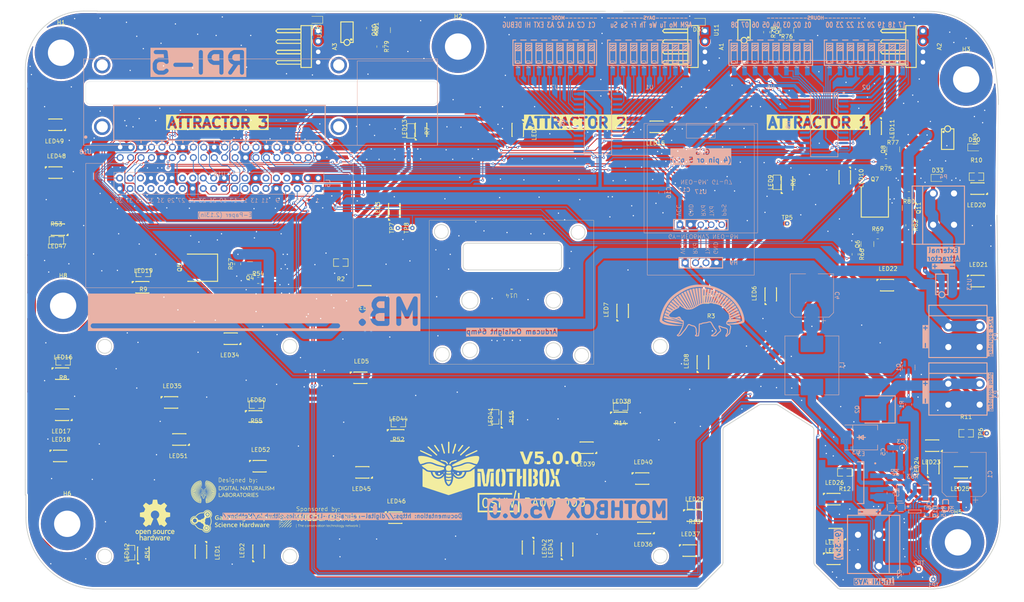
<source format=kicad_pcb>
(kicad_pcb (version 20241229) (generator "pcbnew") (generator_version "9.0")
  (title_block (title "Mothbox Mainboard") (date "2025-05-11") (rev "5.0.0"))
  (layers (0 "F.Cu" signal) (2 "B.Cu" signal) (13 "F.Paste" user) (15 "B.Paste" user) (5 "F.SilkS" user "F.Silkscreen") (7 "B.SilkS" user "B.Silkscreen") (1 "F.Mask" user) (3 "B.Mask" user) (25 "Edge.Cuts" user))
  (net 0 "")
  (net 1 "GND")
  (net 2 "+5V")
  (net 3 "+3.3V")
  (net 4 "/UV LED PCB/+12V_PCB2")
  (net 5 "/UV LED PCB/+12V_PCB1")
  (net 6 "/UV LED PCB/+12V_PCB3")
  (net 7 "/UV LED PCB/+12V_PCB4")
  (net 8 "+12V")
  (net 9 "/Photo LED's/+12V_L_LED")
  (net 10 "Net-(Q6-B)")
  (net 11 "/Photo LED's/+12V_R_LED")
  (net 12 "/Power/FB")
  (net 13 "/Power/VIN+")
  (net 14 "Net-(E3-C)")
  (net 15 "S3_MUX")
  (net 16 "S2_MUX")
  (net 17 "S1_MUX")
  (net 18 "Net-(Q8-C)")
  (net 19 "Net-(Q8-B)")
  (net 20 "Net-(Q9-C)")
  (net 21 "Net-(Q9-B)")
  (net 22 "Net-(Q10-C)")
  (net 23 "Net-(Q10-B)")
  (net 24 "Net-(Q11-C)")
  (net 25 "S0_MUX")
  (net 26 "L_LED_CTRL")
  (net 27 "UV1_CTRL")
  (net 28 "UV4_EX_CTRL")
  (net 29 "COM_I{slash}O")
  (net 30 "EN_MUX1")
  (net 31 "EN_MUX2")
  (net 32 "Net-(U3-VC)")
  (net 33 "Net-(Q4-B)")
  (net 34 "Net-(Q4-C)")
  (net 35 "Net-(Q6-C)")
  (net 36 "/RPI5/Save for relay 2")
  (net 37 "/RPI5/Save for relay 3")
  (net 38 "/GPS and Switches/Mon")
  (net 39 "/RPI5/Save for relay")
  (net 40 "/GPS and Switches/Tue")
  (net 41 "/GPS and Switches/Wed")
  (net 42 "/GPS and Switches/Thur")
  (net 43 "/GPS and Switches/Fri")
  (net 44 "/GPS and Switches/Sat")
  (net 45 "/GPS and Switches/Sun")
  (net 46 "/GPS and Switches/Attractor_3")
  (net 47 "/GPS and Switches/Attractor_2")
  (net 48 "/GPS and Switches/Attractor_1")
  (net 49 "/GPS and Switches/C1")
  (net 50 "/GPS and Switches/INT{slash}EXT_Attractor")
  (net 51 "/GPS and Switches/HI{slash}LOW_PWR")
  (net 52 "/GPS and Switches/Test_Debug")
  (net 53 "/GPS and Switches/Hour_1")
  (net 54 "/GPS and Switches/Hour_2")
  (net 55 "/GPS and Switches/Hour_3")
  (net 56 "/GPS and Switches/Hour_4")
  (net 57 "/GPS and Switches/Hour_5")
  (net 58 "/GPS and Switches/Hour_6")
  (net 59 "/GPS and Switches/Hour_7")
  (net 60 "/GPS and Switches/Hour_9")
  (net 61 "/GPS and Switches/Hour_10")
  (net 62 "/GPS and Switches/Hour_11")
  (net 63 "/GPS and Switches/Hour_12")
  (net 64 "/GPS and Switches/Hour_13")
  (net 65 "/GPS and Switches/Hour_14")
  (net 66 "/GPS and Switches/Hour_8")
  (net 67 "/GPS and Switches/Hour_15")
  (net 68 "/GPS and Switches/Hour_16")
  (net 69 "/GPS and Switches/C2")
  (net 70 "/GPS and Switches/Armed{slash}Disarmed")
  (net 71 "Net-(U19-A0)")
  (net 72 "Net-(LED1-A)")
  (net 73 "Net-(LED1-K)")
  (net 74 "Net-(LED3-A)")
  (net 75 "Net-(LED4-K)")
  (net 76 "Net-(LED6-A)")
  (net 77 "Net-(LED7-K)")
  (net 78 "Net-(LED10-A)")
  (net 79 "Net-(LED9-A)")
  (net 80 "Net-(LED10-K)")
  (net 81 "Net-(LED13-K)")
  (net 82 "Net-(LED13-A)")
  (net 83 "Net-(LED14-K)")
  (net 84 "Net-(LED16-K)")
  (net 85 "Net-(LED16-A)")
  (net 86 "Net-(LED17-K)")
  (net 87 "Net-(LED19-A)")
  (net 88 "Net-(LED19-K)")
  (net 89 "Net-(LED34-K)")
  (net 90 "Net-(LED20-K)")
  (net 91 "Net-(LED20-A)")
  (net 92 "Net-(LED23-A)")
  (net 93 "Net-(LED23-K)")
  (net 94 "Net-(LED26-K)")
  (net 95 "Net-(LED26-A)")
  (net 96 "Net-(LED29-A)")
  (net 97 "Net-(LED29-K)")
  (net 98 "Net-(LED38-K)")
  (net 99 "Net-(LED38-A)")
  (net 100 "Net-(LED41-K)")
  (net 101 "Net-(LED41-A)")
  (net 102 "Net-(LED44-K)")
  (net 103 "Net-(LED47-K)")
  (net 104 "GPS_RX")
  (net 106 "/RPI5/GPIO4{slash}GPIO_GCKL")
  (net 107 "/RPI5/Save for eink_11")
  (net 108 "/RPI5/Save for eink_19")
  (net 109 "/RPI5/Save for eink_22")
  (net 110 "/RPI5/Save for eink_18")
  (net 111 "/RPI5/Save for eink_24")
  (net 112 "/RPI5/Save for eink_23")
  (net 113 "GPS_TX")
  (net 114 "SCL")
  (net 115 "Net-(Q1-C)")
  (net 116 "Net-(Q2-D)")
  (net 117 "EN_12VReg")
  (net 118 "SDA")
  (net 119 "/Power/VIN-")
  (net 120 "GPS_PPS")
  (net 121 "Net-(U19-A1)")
  (net 128 "UV2_CTRL")
  (net 129 "UV3_CTRL")
  (net 144 "+24V")
  (net 145 "Net-(LED51-K)")
  (net 146 "Net-(LED50-A)")
  (net 147 "Net-(LED50-K)")
  (net 148 "Net-(LED48-K)")
  (net 149 "Net-(LED47-A)")
  (net 150 "Net-(LED45-K)")
  (net 151 "Net-(LED44-A)")
  (net 152 "Net-(LED42-K)")
  (net 153 "Net-(LED39-K)")
  (net 154 "Net-(LED36-K)")
  (net 155 "Net-(LED27-K)")
  (net 156 "Net-(LED24-K)")
  (net 157 "Net-(LED21-K)")
  (net 158 "Net-(LED12-A)")
  (net 159 "Net-(LED6-K)")
  (net 160 "Net-(LED3-K)")
  (net 161 "Net-(Q11-B)")
  (footprint "easyeda2kicad:LED-SMD_L3.5-W2.8-RD_1.25T-2PWT" (layer "F.Cu") (at 151 92.265671 -90)
    (property "Reference" "LED14")
    (property "Value" "XL-2835UWC-02")
  )
  (footprint "easyeda2kicad:R0805" (layer "F.Cu") (at 122 163.265671 180)
    (property "Reference" "R52")
    (property "Value" "FRC0805F30R0TS")
  )
  (footprint "easyeda2kicad:R0805" (layer "F.Cu") (at 230.5 175.265671 180)
    (property "Reference" "R12")
    (property "Value" "FRC0805F30R0TS")
  )
  (footprint "easyeda2kicad:LED-SMD_L3.5-W2.8-RD_1.25T-2PWT" (layer "F.Cu") (at 40.5 151.265671)
    (property "Reference" "LED16")
    (property "Value" "XL-2835UWC-02")
  )
  (footprint "easyeda2kicad:LED-SMD_L3.5-W2.8-RD_1.25T-2PWT" (layer "F.Cu") (at 228 181.765671)
    (property "Reference" "LED26")
    (property "Value" "XL-2835UWC-02")
  )
  (footprint "easyeda2kicad:R0805" (layer "F.Cu") (at 108 124.265671 180)
    (property "Reference" "R2")
    (property "Value" "FRC0805F30R0TS")
  )
  (footprint "easyeda2kicad:LED-SMD_L3.5-W2.8-RD_1.25T-2PWT" (layer "F.Cu") (at 67 158.265671)
    (property "Reference" "LED35")
    (property "Value" "XL-2835UWC-02")
  )
  (footprint "Resistor_SMD:R_0805_2012Metric" (layer "F.Cu") (at 115 67.265671 -90)
    (property "Reference" "R81")
    (property "Value" "10k")
  )
  (footprint "easyeda2kicad:LED-SMD_L3.5-W2.8-RD_1.25T-2PWT" (layer "F.Cu") (at 113.5 131.265671 180)
    (property "Reference" "LED4")
    (property "Value" "XL-2835UWC-02")
  )
  (footprint "Resistor_SMD:R_0805_2012Metric" (layer "F.Cu") (at 242.1925 93.435671 180)
    (property "Reference" "R77")
    (property "Value" "10k")
  )
  (footprint "Resistor_SMD:R_0805_2012Metric" (layer "F.Cu") (at 216.4325 70.975671)
    (property "Reference" "R76")
    (property "Value" "1k")
  )
  (footprint "Package_TO_SOT_SMD:SOT-23" (layer "F.Cu") (at 216.5 67.765671 90)
    (property "Reference" "Q9")
    (property "Value" "BC817")
  )
  (footprint "easyeda2kicad:R0805" (layer "F.Cu") (at 40.5 148.265671 180)
    (property "Reference" "R8")
    (property "Value" "FRC0805F30R0TS")
  )
  (footprint "easyeda2kicad:R0805" (layer "F.Cu") (at 87.5 158.765671 180)
    (property "Reference" "R55")
    (property "Value" "FRC0805F30R0TS")
  )
  (footprint "Attractor:Arducam Owlsight" (layer "F.Cu") (at 149.5 131.765671 180)
    (property "Reference" "U14")
    (property "Value" "~")
    (fp_line (start 11.766149 6.710578) (end 11.766149 11.210578) (stroke (width 0.2)) (layer "Edge.Cuts"))
    (fp_line (start 10.766149 12.210578) (end -11.133851 12.210578) (stroke (width 0.2)) (layer "Edge.Cuts"))
    (fp_line (start -11.133851 5.710578) (end 10.766149 5.710578) (stroke (width 0.2)) (layer "Edge.Cuts"))
    (fp_line (start -12.133851 11.210578) (end -12.133851 6.710578) (stroke (width 0.2)) (layer "Edge.Cuts"))
    (fp_arc (start 11.766149 11.210578) (mid 11.473256 11.917685) (end 10.766149 12.210578) (stroke (width 0.2)) (layer "Edge.Cuts"))
    (fp_arc (start 10.766149 5.710578) (mid 11.473256 6.003471) (end 11.766149 6.710578) (stroke (width 0.2)) (layer "Edge.Cuts"))
    (fp_arc (start -11.133851 12.210578) (mid -11.840958 11.917685) (end -12.133851 11.210578) (stroke (width 0.2)) (layer "Edge.Cuts"))
    (fp_arc (start -12.133851 6.710578) (mid -11.840958 6.003471) (end -11.133851 5.710578) (stroke (width 0.2)) (layer "Edge.Cuts"))
    (fp_circle (center 17.053144 15.03755) (end 18.753144 15.03755) (stroke (width 0.2)) (fill no) (layer "Edge.Cuts"))
    (fp_circle (center 16.816149 -14.789422) (end 18.516149 -14.789422) (stroke (width 0.2)) (fill no) (layer "Edge.Cuts"))
    (fp_circle (center 10.116149 -1.739422) (end 12.116149 -1.739422) (stroke (width 0.2)) (fill no) (layer "Edge.Cuts"))
    (fp_circle (center 10.116149 -13.793192) (end 11.916149 -13.793192) (stroke (width 0.2)) (fill no) (layer "Edge.Cuts"))
    (fp_circle (center -10.183851 -1.739422) (end -8.383851 -1.739422) (stroke (width 0.2)) (fill no) (layer "Edge.Cuts"))
    (fp_circle (center -10.183851 -13.789422) (end -8.383851 -13.789422) (stroke (width 0.2)) (fill no) (layer "Edge.Cuts"))
    (fp_circle (center -16.16514 14.85799) (end -14.46514 14.85799) (stroke (width 0.2)) (fill no) (layer "Edge.Cuts"))
    (fp_circle (center -17.053143 -15.037549) (end -15.353143 -15.037549) (stroke (width 0.2)) (fill no) (layer "Edge.Cuts"))
  )
  (footprint "easyeda2kicad:LED-SMD_L3.5-W2.8-RD_1.25T-2PWT" (layer "F.Cu") (at 81 142.765671 180)
    (property "Reference" "LED34")
    (property "Value" "XL-2835UWC-02")
  )
  (footprint "easyeda2kicad:LED-SMD_L3.5-W2.8-RD_1.25T-2PWT" (layer "F.Cu") (at 121 111.265671 90)
    (property "Reference" "LED3")
    (property "Value" "XL-2835UWC-02")
  )
  (footprint "easyeda2kicad:R0805" (layer "F.Cu") (at 176 159.265671 180)
    (property "Reference" "R14")
    (property "Value" "FRC0805F30R0TS")
  )
  (footprint "Diode_SMD:D_SOD-323" (layer "F.Cu") (at 253.0775 103.695671)
    (property "Reference" "D33")
    (property "Value" "ESD12VD3B-TP")
  )
  (footprint "MountingHole:MountingHole_6.4mm_M6_Pad" (layer "F.Cu") (at 136.5 71.765671)
    (property "Reference" "H2")
    (property "Value" "MountingHole_1/4inbolt")
  )
  (footprint "Diode_SMD:D_SOD-323" (layer "F.Cu") (at 262 96.265671)
    (property "Reference" "D30")
    (property "Value" "ESD12VD3B-TP")
  )
  (footprint "easyeda2kicad:LED-SMD_L3.5-W2.8-RD_1.25T-2PWT" (layer "F.Cu") (at 181.5 176.765671)
    (property "Reference" "LED40")
    (property "Value" "XL-2835UWC-02")
  )
  (footprint "Package_TO_SOT_SMD:SOT-23" (layer "F.Cu") (at 242.2725 96.745671 90)
    (property "Reference" "Q8")
    (property "Value" "BC817")
  )
  (footprint "easyeda2kicad:LED-SMD_L3.5-W2.8-RD_1.25T-2PWT" (layer "F.Cu") (at 68.5 167.265671 180)
    (property "Reference" "LED51")
    (property "Value" "XL-2835UWC-02")
  )
  (footprint "easyeda2kicad:LED-SMD_L3.5-W2.8-RD_1.25T-2PWT" (layer "F.Cu") (at 176.249047 162.015671)
    (property "Reference" "LED38")
    (property "Value" "XL-2835UWC-02")
  )
  (footprint "easyeda2kicad:LED-SMD_L3.5-W2.8-RD_1.25T-2PWT" (layer "F.Cu") (at 87.5 161.665671)
    (property "Reference" "LED50")
    (property "Value" "XL-2835UWC-02")
  )
  (footprint "easyeda2kicad:R0805" (layer "F.Cu") (at 57 194.765671 -90)
    (property "Reference" "R51")
    (property "Value" "FRC0805F30R0TS")
  )
  (footprint "TestPoint:TestPoint_THTPad_D1.0mm_Drill0.5mm" (layer "F.Cu") (at 216.5 114.765671)
    (property "Reference" "TP5")
    (property "Value" "+12VLED L")
  )
  (footprint "MountingHole:MountingHole_6.4mm_M6_Pad" (layer "F.Cu") (at 41.5 187.765671)
    (property "Reference" "H6")
    (property "Value" "MountingHole_1/4inbolt")
  )
  (footprint "Resistor_SMD:R_0805_2012Metric" (layer "F.Cu") (at 211.5 68.265671 -90)
    (property "Reference" "R78")
    (property "Value" "10k")
  )
  (footprint "easyeda2kicad:LED-SMD_L3.5-W2.8-RD_1.25T-2PWT" (layer "F.Cu") (at 228 196.265671)
    (property "Reference" "LED28")
    (property "Value" "XL-2835UWC-02")
  )
  (footprint "easyeda2kicad:LED-SMD_L3.5-W2.8-RD_1.25T-2PWT" (layer "F.Cu") (at 212.5 131.765671 90)
    (property "Reference" "LED6")
    (property "Value" "XL-2835UWC-02")
  )
  (footprint "Resistor_SMD:R_0805_2012Metric" (layer "F.Cu") (at 87.9275 128.605671)
    (property "Reference" "R54")
    (property "Value" "1k")
  )
  (footprint "Diode_SMD:D_SOD-323" (layer "F.Cu") (at 195 65.765671 180)
    (property "Reference" "D31")
    (property "Value" "ESD12VD3B-TP")
  )
  (footprint "Resistor_SMD:R_0805_2012Metric" (layer "F.Cu") (at 246.0875 107.765671 180)
    (property "Reference" "R80")
    (property "Value" "1k")
  )
  (footprint "Resistor_SMD:R_0805_2012Metric" (layer "F.Cu") (at 246.0775 115.195671 -90)
    (property "Reference" "R82")
    (property "Value" "10k")
  )
  (footprint "easyeda2kicad:LED-SMD_L3.5-W2.8-RD_1.25T-2PWT" (layer "F.Cu") (at 38.38 90.765671 180)
    (property "Reference" "LED49")
    (property "Value" "XL-2835UWC-02")
  )
  (footprint "easyeda2kicad:LED-SMD_L3.5-W2.8-RD_1.25T-2PWT" (layer "F.Cu") (at 230.5 103.765671 -90)
    (property "Reference" "LED10")
    (property "Value" "XL-2835UWC-02")
  )
  (footprint "Package_TO_SOT_SMD:SOT-23" (layer "F.Cu") (at 85.9275 125.605671 180)
    (property "Reference" "Q4")
    (property "Value" "BC817")
  )
  (footprint "Resistor_SMD:R_0805_2012Metric" (layer "F.Cu") (at 240.5 99.765671 180)
    (property "Reference" "R75")
    (property "Value" "1k")
  )
  (footprint "easyeda2kicad:LED-SMD_L3.5-W2.8-RD_1.25T-2PWT" (layer "F.Cu") (at 60 130.265671)
    (property "Reference" "LED19")
    (property "Value" "XL-2835UWC-02")
  )
  (footprint "easyeda2kicad:SOIC-8_L5.0-W4.0-P1.27-LS6.0-BL" (layer "F.Cu") (at 206 67.765671 90)
    (property "Reference" "U11")
    (property "Value" "FDS4435BZ")
  )
  (footprint "easyeda2kicad:LED-SMD_L3.5-W2.8-RD_1.25T-2PWT" (layer "F.Cu") (at 181.5 188.765671 180)
    (property "Reference" "LED36")
    (property "Value" "XL-2835UWC-02")
  )
  (footprint "easyeda2kicad:R0805" (layer "F.Cu") (at 260 165.765671)
    (property "Reference" "R11")
    (property "Value" "FRC0805F30R0TS")
  )
  (footprint "easyeda2kicad:LED-SMD_L3.5-W2.8-RD_1.25T-2PWT" (layer "F.Cu") (at 258.5 175.265671 180)
    (property "Reference" "LED25")
    (property "Value" "XL-2835UWC-02")
  )
  (footprint "TestPoint:TestPoint_THTPad_D1.0mm_Drill0.5mm" (layer "F.Cu") (at 265 165.765671 90)
    (property "Reference" "TP6")
    (property "Value" "+12VLED R")
  )
  (footprint "easyeda2kicad:R0805" (layer "F.Cu") (at 194 183.265671 180)
    (property "Reference" "R13")
    (property "Value" "FRC0805F30R0TS")
  )
  (footprint "Resistor_SMD:R_0805_2012Metric" (layer "F.Cu") (at 238.5 117.765671)
    (property "Reference" "R69")
    (property "Value" "10k")
  )
  (footprint "easyeda2kicad:LED-SMD_L3.5-W2.8-RD_1.25T-2PWT" (layer "F.Cu") (at 60 194.765671 90)
    (property "Reference" "LED12")
    (property "Value" "XL-2835UWC-02")
  )
  (footprint "easyeda2kicad:LED-SMD_L3.5-W2.8-RD_1.25T-2PWT" (layer "F.Cu") (at 40 161.265671 180)
    (property "Reference" "LED17")
    (property "Value" "XL-2835UWC-02")
  )
  (footprint "easyeda2kicad:LED-SMD_L3.5-W2.8-RD_1.25T-2PWT" (layer "F.Cu") (at 176.5 135.765671 90)
    (property "Reference" "LED7")
    (property "Value" "XL-2835UWC-02")
  )
  (footprint "easyeda2kicad:LED-SMD_L3.5-W2.8-RD_1.25T-2PWT" (layer "F.Cu") (at 88 194.265671 90)
    (property "Reference" "LED2")
    (property "Value" "XL-2835UWC-02")
  )
  (footprint "easyeda2kicad:HDR-TH_4P-P2.54-H-M-W10.4" (layer "F.Cu") (at 196.5 71.765671 -90)
    (property "Reference" "A1")
    (property "Value" "PZ254R-11-04P")
  )
  (footprint "easyeda2kicad:LED-SMD_L3.5-W2.8-RD_1.25T-2PWT" (layer "F.Cu") (at 238 91.765671 -90)
    (property "Reference" "LED11")
    (property "Value" "XL-2835UWC-02")
  )
  (footprint "easyeda2kicad:SOIC-8_L5.0-W4.0-P1.27-LS6.0-BL" (layer "F.Cu") (at 109.5 68.265671 90)
    (property "Reference" "U12")
    (property "Value" "FDS4435BZ")
  )
  (footprint "Resistor_SMD:R_0805_2012Metric" (layer "F.Cu") (at 233 122.265671 -90)
    (property "Reference" "R66")
    (property "Value" "1k")
  )
  (footprint "easyeda2kicad:LED-SMD_L3.5-W2.8-RD_1.25T-2PWT" (layer "F.Cu") (at 241 129.765671)
    (property "Reference" "LED22")
    (property "Value" "XL-2835UWC-02")
  )
  (footprint "easyeda2kicad:LED-SMD_L3.5-W2.8-RD_1.25T-2PWT" (layer "F.Cu") (at 196 148.265671 90)
    (property "Reference" "LED8")
    (property "Value" "XL-2835UWC-02")
  )
  (footprint "easyeda2kicad:R0805" (layer "F.Cu") (at 60 126.765671 180)
    (property "Reference" "R9")
    (property "Value" "FRC0805F30R0TS")
  )
  (footprint "easyeda2kicad:LED-SMD_L3.5-W2.8-RD_1.25T-2PWT" (layer "F.Cu") (at 113 175.265671 180)
    (property "Reference" "LED45")
    (property "Value" "XL-2835UWC-02")
  )
  (footprint "easyeda2kicad:LED-SMD_L3.5-W2.8-RD_1.25T-2PWT" (layer "F.Cu") (at 122 166.265671)
    (property "Reference" "LED44")
    (property "Value" "XL-2835UWC-02")
  )
  (footprint "MountingHole:MountingHole_6.4mm_M6_Pad" (layer "F.Cu") (at 258 192.265671)
    (property "Reference" "H5")
    (property "Value" "MountingHole_1/4inbolt")
  )
  (footprint "easyeda2kicad:TO-252-3_L6.5-W5.8-P4.58-BL" (layer "F.Cu") (at 237.805 111.755671)
    (property "Reference" "Q7")
    (property "Value" "SUD50P06-15-GE3")
  )
  (footprint "TestPoint:TestPoint_THTPad_D1.0mm_Drill0.5mm" (layer "F.Cu") (at 121.85 115.865671 90)
    (property "Reference" "TP7")
    (property "Value" "LEDCTRL_L")
  )
  (footprint "easyeda2kicad:R0805" (layer "F.Cu") (at 125 92.265671 -90)
    (property "Reference" "R7")
    (property "Value" "FRC0805F30R0TS")
  )
  (footprint "easyeda2kicad:LED-SMD_L3.5-W2.8-RD_1.25T-2PWT" (layer "F.Cu") (at 194 185.765671)
    (property "Reference" "LED29")
    (property "Value" "XL-2835UWC-02")
  )
  (footprint "Diode_SMD:D_SOD-323" (layer "F.Cu") (at 102 65.265671 180)
    (property "Reference" "D32")
    (property "Value" "ESD12VD3B-TP")
  )
  (footprint "easyeda2kicad:R0805" (layer "F.Cu") (at 198 133.265671 180)
    (property "Reference" "R3")
    (property "Value" "FRC0805F30R0TS")
  )
  (footprint "easyeda2kicad:LED-SMD_L3.5-W2.8-RD_1.25T-2PWT" (layer "F.Cu") (at 263 128.765671)
    (property "Reference" "LED21")
    (property "Value" "XL-2835UWC-02")
  )
  (footprint "easyeda2kicad:R0805" (layer "F.Cu") (at 38.88 118.895671)
    (property "Reference" "R53")
    (property "Value" "FRC0805F30R0TS")
  )
  (footprint "MountingHole:MountingHole_6.4mm_M6_Pad" (layer "F.Cu") (at 40 73.265671)
    (property "Reference" "H1")
    (property "Value" "MountingHole_1/4inbolt")
  )
  (footprint "easyeda2kicad:R0805" (layer "F.Cu") (at 214 104.765671 -90)
    (property "Reference" "R6")
    (property "Value" "FRC0805F30R0TS")
  )
  (footprint "easyeda2kicad:LED-SMD_L3.5-W2.8-RD_1.25T-2PWT" (layer "F.Cu") (at 228 190.265671 180)
    (property "Reference" "LED27")
    (property "Value" "XL-2835UWC-02")
  )
  (footprint "easyeda2kicad:SOIC-8_L5.0-W4.0-P1.27-LS6.0-BL" (layer "F.Cu") (at 255.5 94.265671 -90)
    (property "Reference" "U10")
    (property "Value" "FDS4435BZ")
  )
  (footprint "easyeda2kicad:LED-SMD_L3.5-W2.8-RD_1.25T-2PWT" (layer "F.Cu") (at 193 194.265671)
    (property "Reference" "LED37")
    (property "Value" "XL-2835UWC-02")
  )
  (footprint "Package_TO_SOT_SMD:SOT-23" (layer "F.Cu") (at 246.0375 110.995671 -90)
    (property "Reference" "Q11")
    (property "Value" "BC817")
  )
  (footprint "MountingHole:MountingHole_6.4mm_M6_Pad" (layer "F.Cu") (at 40.5 134.765671)
    (property "Reference" "H8")
    (property "Value" "MountingHole_1/4inbolt")
  )
  (footprint "easyeda2kicad:LED-SMD_L3.5-W2.8-RD_1.25T-2PWT" (layer "F.Cu") (at 127.5 91.765671 90)
    (property "Reference" "LED13")
    (property "Value" "XL-2835UWC-02")
  )
  (footprint "Resistor_SMD:R_0805_2012Metric" (layer "F.Cu") (at 117.5 71.765671 -90)
    (property "Reference" "R79")
    (property "Value" "1k")
  )
  (footprint "easyeda2kicad:LED-SMD_L3.5-W2.8-RD_1.25T-2PWT" (layer "F.Cu") (at 74 194.765671 -90)
    (property "Reference" "LED1")
    (property "Value" "XL-2835UWC-02")
  )
  (footprint "easyeda2kicad:LED-SMD_L3.5-W2.8-RD_1.25T-2PWT" (layer "F.Cu") (at 40 171.265671)
    (property "Reference" "LED18")
    (property "Value" "XL-2835UWC-02")
  )
  (footprint "easyeda2kicad:LED-SMD_L3.5-W2.8-RD_1.25T-2PWT" (layer "F.Cu") (at 167.5 169.265671 180)
    (property "Reference" "LED39")
    (property "Value" "XL-2835UWC-02")
  )
  (footprint "easyeda2kicad:LED-SMD_L3.5-W2.8-RD_1.25T-2PWT" (layer "F.Cu") (at 88.5 173.765671)
    (property "Reference" "LED52")
    (property "Value" "XL-2835UWC-02")
  )
  (footprint "easyeda2kicad:LED-SMD_L3.5-W2.8-RD_1.25T-2PWT" (layer "F.Cu") (at 39 116.265671 180)
    (property "Reference" "LED47")
    (property "Value" "XL-2835UWC-02")
  )
  (footprint "Resistor_SMD:R_0805_2012Metric" (layer "F.Cu") (at 82.9275 124.605671 90)
    (property "Reference" "R57")
    (property "Value" "10k")
  )
  (footprint "easyeda2kicad:LED-SMD_L3.5-W2.8-RD_1.25T-2PWT" (layer "F.Cu") (at 148.4 161.765671 90)
    (property "Reference" "LED41")
    (property "Value" "XL-2835UWC-02")
  )
  (footprint "Package_TO_SOT_SMD:SOT-23" (layer "F.Cu") (at 236 119.765671 90)
    (property "Reference" "Q6")
    (property "Value" "BC817")
  )
  (footprint "easyeda2kicad:LED-SMD_L3.5-W2.8-RD_1.25T-2PWT" (layer "F.Cu") (at 113 152.265671)
    (property "Reference" "LED5")
    (property "Value" "XL-2835UWC-02")
  )
  (footprint "easyeda2kicad:HDR-TH_4P-P2.54-H-M-W10.4" (layer "F.Cu") (at 249.5 71.765671 -90)
    (property "Reference" "A2")
    (property "Value" "PZ254R-11-04P")
  )
  (footprint "easyeda2kicad:R0805" (layer "F.Cu") (at 262.5 103.385671)
    (property "Reference" "R10")
    (property "Value" "FRC0805F30R0TS")
  )
  (footprint "easyeda2kicad:LED-SMD_L3.5-W2.8-RD_1.25T-2PWT" (layer "F.Cu") (at 163 193.765671 90)
    (property "Reference" "LED43")
    (property "Value" "XL-2835UWC-02")
  )
  (footprint "easyeda2kicad:LED-SMD_L3.5-W2.8-RD_1.25T-2PWT" (layer "F.Cu") (at 184.5 91.265671 180)
    (property "Reference" "LED15")
    (property "Value" "XL-2835UWC-02")
  )
  (footprint "easyeda2kicad:LED-SMD_L3.5-W2.8-RD_1.25T-2PWT" (layer "F.Cu") (at 252 173.765671 90)
    (property "Reference" "LED24")
    (property "Value" "XL-2835UWC-02")
  )
  (footprint "easyeda2kicad:LED-SMD_L3.5-W2.8-RD_1.25T-2PWT" (layer "F.Cu") (at 153.5 193.765671 -90)
    (property "Reference" "LED42")
    (property "Value" "XL-2835UWC-02")
  )
  (footprint "easyeda2kicad:LED-SMD_L3.5-W2.8-RD_1.25T-2PWT" (layer "F.Cu") (at 216.45 104.765671 90)
    (property "Reference" "LED9")
    (property "Value" "XL-2835UWC-02")
  )
  (footprint "easyeda2kicad:LED-SMD_L3.5-W2.8-RD_1.25T-2PWT" (layer "F.Cu") (at 38.88 102.395671)
    (property "Reference" "LED48")
    (property "Value" "XL-2835UWC-02")
  )
  (footprint "MountingHole:MountingHole_6.4mm_M6_Pad" (layer "F.Cu") (at 260 79.765671)
    (property "Reference" "H3")
    (property "Value" "MountingHole_1/4inbolt")
  )
  (footprint "easyeda2kicad:LED-SMD_L3.5-W2.8-RD_1.25T-2PWT" (layer "F.Cu") (at 262.5 106.285671 180)
    (property "Reference" "LED20")
    (property "Value" "XL-2835UWC-02")
  )
  (footprint "Package_TO_SOT_SMD:SOT-23" (layer "F.Cu") (at 118.5 67.765671 90)
    (property "Reference" "Q10")
    (property "Value" "BC817")
  )
  (footprint "TestPoint:TestPoint_THTPad_D1.0mm_Drill0.5mm" (layer "F.Cu") (at 125.4 115.865671 90)
    (property "Reference" "TP8")
    (property "Value" "LEDCTRL_R")
  )
  (footprint "easyeda2kicad:HDR-TH_4P-P2.54-H-M-W10.4" (layer "F.Cu") (at 102.5 71.765671 -90)
    (property "Reference" "A3")
    (property "Value" "PZ254R-11-04P")
  )
  (footprint "easyeda2kicad:R0805" (layer "F.Cu") (at 145.5 161.765671 -90)
    (property "Reference" "R15")
    (property "Value" "FRC0805F30R0TS")
  )
  (footprint "easyeda2kicad:LED-SMD_L3.5-W2.8-RD_1.25T-2PWT" (layer "F.Cu") (at 121.5 186.265671)
    (property "Reference" "LED46")
    (property "Value" "XL-2835UWC-02")
  )
  (footprint "easyeda2kicad:TO-252-3_L6.5-W5.8-P4.58-BL" (layer "F.Cu") (at 76.59 125.513171 90)
    (property "Reference" "Q5")
    (property "Value" "SUD50P06-15-GE3")
  )
  (footprint "easyeda2kicad:LED-SMD_L3.5-W2.8-RD_1.25T-2PWT" (layer "F.Cu") (at 251.5 168.765671 180)
    (property "Reference" "LED23")
    (property "Value" "XL-2835UWC-02")
  )
  (footprint "Capacitor_SMD:C_0805_2012Metric_Pad1.18x1.45mm_HandSolder" (layer "B.Cu") (at 241.5 180.265671 90)
    (property "Reference" "C3")
    (property "Value" "0.1uF 50V")
  )
  (footprint "Capacitor_SMD:C_0805_2012Metric" (layer "B.Cu") (at 186 107.265671 90)
    (property "Reference" "C16")
    (property "Value" "0.1uF")
  )
  (footprint "easyeda2kicad:SW-SMD_SMXS-08K-TP" (layer "B.Cu") (at 183 73.265671)
    (property "Reference" "U1")
    (property "Value" "Days")
  )
  (footprint "AQLibrary:EPAPER_PinHeader_2x20_P2.54mm_Vertical" (layer "B.Cu") (at 102.5 106.265671 90)
    (property "Reference" "U5")
    (property "Value" "RASPBERRY_PI_5")
  )
  (footprint "TestPoint:TestPoint_THTPad_D1.0mm_Drill0.5mm" (layer "B.Cu") (at 248.5 198.765671 180)
    (property "Reference" "TP2")
    (property "Value" "A1_meas")
  )
  (footprint "easyeda2kicad:C0603" (layer "B.Cu") (at 255 183.265671 -90)
    (property "Reference" "C6")
    (property "Value" "0.1µF")
  )
  (footprint "easyeda2kicad:HDR-TH_40P-P2.54-H-F-R2-C20-W8.5" (layer "B.Cu") (at 78.5 97.483171)
    (property "Reference" "U16")
    (property "Value" "Female Inv Socket Pi 2.54-2*20")
  )
  (footprint "easyeda2kicad:SW-SMD_SMXS-08K-TP" (layer "B.Cu") (at 160 73.265671)
    (property "Reference" "U7")
    (property "Value" "Modes")
  )
  (footprint "Capacitor_SMD:C_0805_2012Metric_Pad1.18x1.45mm_HandSolder" (layer "B.Cu") (at 241.5 170.265671 -90)
    (property "Reference" "C5")
    (property "Value" "0.1uF 50V")
  )
  (footprint "Capacitor_SMD:C_0805_2012Metric_Pad1.18x1.45mm_HandSolder" (layer "B.Cu") (at 241.5 175.265671 90)
    (property "Reference" "R5")
    (property "Value" "3.3K")
  )
  (footprint "AQLibrary:Talentcell" (layer "B.Cu") (at 117.25 172.765671)
    (property "Reference" "B1" (hide yes))
    (property "Value" "~" (hide yes))
  )
  (footprint "easyeda2kicad:SOT-23-8_L3.0-W1.7-P0.65-LS2.8-BR" (layer "B.Cu") (at 247.5 184.765671 90)
    (property "Reference" "U19")
    (property "Value" "INA219BIDCNT")
  )
  (footprint "easyeda2kicad:F0805" (layer "B.Cu") (at 243 183.765671 180)
    (property "Reference" "F2")
    (property "Value" "Polyfuse")
  )
  (footprint "easyeda2kicad:SW-SMD_SMXS-08K-TP" (layer "B.Cu") (at 235.69 73.265671)
    (property "Reference" "U2")
    (property "Value" "Hours1")
  )
  (footprint "AQLibrary:GPS5pin_HDR-TH_5P-P2.54-V-F" (layer "B.Cu") (at 195.5 115.065671)
    (property "Reference" "U17")
    (property "Value" "GPs 5 pin PM2.54-1*5")
  )
  (footprint "easyeda2kicad:SOIC-24_L15.4-W7.5-P1.27-LS10.3-BL" (layer "B.Cu") (at 170.5 90.265671 -90)
    (property "Reference" "U8")
    (property "Value" "CD74HC4067M96E4")
  )
  (footprint "easyeda2kicad:R0603" (layer "B.Cu") (at 250.5 184.765671 90)
    (property "Reference" "R65")
    (property "Value" "10k")
  )
  (footprint "easyeda2kicad:CONN-TH_2P-P5.08_DIBO_DB142R-5.08-2P" (layer "B.Cu") (at 254.5 111.265671 180)
    (property "Reference" "P4")
    (property "Value" "External Attractor")
  )
  (footprint "Capacitor_SMD:C_0805_2012Metric_Pad1.18x1.45mm_HandSolder" (layer "B.Cu") (at 245.5 199.803171 -90)
    (property "Reference" "C2")
    (property "Value" "0.1uF 50V")
  )
  (footprint "easyeda2kicad:R0603" (layer "B.Cu") (at 252.5 184.765671 90)
    (property "Reference" "R64")
    (property "Value" "10k")
  )
  (footprint "easyeda2kicad:CONN-TH_2P-P5.08_DIBO_DB142R-5.08-2P" (layer "B.Cu") (at 259.47 142.265671 90)
    (property "Reference" "P2")
    (property "Value" "12V Regulated Input")
  )
  (footprint "easyeda2kicad:R2512" (layer "B.Cu") (at 247 180.265671 180)
    (property "Reference" "R63")
    (property "Value" "0.1/1% (PT2512FK-070R1L)")
  )
  (footprint "easyeda2kicad:TO-263-5_L10.2-W8.9-P1.70-TL" (layer "B.Cu") (at 233.26 177.765671 180)
    (property "Reference" "U3")
    (property "Value" "XL4015E1")
  )
  (footprint "easyeda2kicad:SW-SMD_SMXS-08K-TP" (layer "B.Cu") (at 212.5 73.265671)
    (property "Reference" "U6")
    (property "Value" "Hours2")
  )
  (footprint "Capacitor_SMD:CP_Elec_10x12.5" (layer "B.Cu") (at 259.5 175.765671 90)
    (property "Reference" "C1")
    (property "Value" "470uF 50V")
  )
  (footprint "RASPBERRY_PI_4B_4GB:MODULE_RASPBERRY_PI_4B_4GB_Sideways" (layer "B.Cu") (at 88.5 82.765671)
    (property "Reference" "U18")
    (property "Value" "RASPBERRY_PI_4B_4GB")
    (fp_line (start -42.5 -1.5) (end -42.492892 1.992893) (stroke (width 0.05)) (layer "Edge.Cuts"))
    (fp_line (start 41.992893 -2.492893) (end -41.499915 -2.5) (stroke (width 0.05)) (layer "Edge.Cuts"))
    (fp_line (start 41.992893 2.992892) (end -41.492893 2.992892) (stroke (width 0.05)) (layer "Edge.Cuts"))
    (fp_line (start 43 -1.4929) (end 42.992893 1.992893) (stroke (width 0.05)) (layer "Edge.Cuts"))
    (fp_arc (start -42.5 -1.5) (mid -42.207107 -2.207107) (end -41.5 -2.5) (stroke (width 0.05)) (layer "Edge.Cuts"))
    (fp_arc (start -41.492893 2.992893) (mid -42.2 2.7) (end -42.492893 1.992893) (stroke (width 0.05)) (layer "Edge.Cuts"))
    (fp_arc (start 42 -2.492893) (mid 42.707104 -2.199999) (end 43 -1.492893) (stroke (width 0.05)) (layer "Edge.Cuts"))
    (fp_arc (start 42.992893 1.992893) (mid 42.700002 2.700002) (end 41.992893 2.992893) (stroke (width 0.05)) (layer "Edge.Cuts"))
  )
  (footprint "easyeda2kicad:SOIC-24_L15.4-W7.5-P1.27-LS10.3-BL" (layer "B.Cu") (at 225.5 90.765671 -90)
    (property "Reference" "U9")
    (property "Value" "CD74HC4067M96E4")
  )
  (footprint "Capacitor_SMD:C_0805_2012Metric" (layer "B.Cu") (at 191.5 108.265671 180)
    (property "Reference" "C17")
    (property "Value" "0.1uF")
  )
  (footprint "easyeda2kicad:CONN-TH_2P-P5.08_DIBO_DB142R-5.08-2P" (layer "B.Cu") (at 236.24 194.235671)
    (property "Reference" "P1")
    (property "Value" "Raw Input")
  )
  (footprint "Package_TO_SOT_SMD:SOT-23" (layer "B.Cu") (at 246 149.765671 -90)
    (property "Reference" "Q1")
    (property "Value" "BC817")
  )
  (footprint "Inductor_SMD:L_Chilisin_BMRG00131360" (layer "B.Cu") (at 222.5 149.265671 90)
    (property "Reference" "L1")
    (property "Value" "5A 47uH")
  )
  (footprint "AQLibrary:GPS4pin_HDR-TH_4P-P2.54-V-F" (layer "B.Cu") (at 195.5 124.315671)
    (property "Reference" "H9")
    (property "Value" "GPS 4 pin 2.54-1*4P母")
  )
  (footprint "TestPoint:TestPoint_THTPad_D1.0mm_Drill0.5mm" (layer "B.Cu") (at 244.5 169.265671 180)
    (property "Reference" "TP3")
    (property "Value" "5V_test")
  )
  (footprint "easyeda2kicad:TO-252-3_L6.5-W5.8-P4.58-BL" (layer "B.Cu") (at 241.29 159.970671 -90)
    (property "Reference" "Q2")
    (property "Value" "SUD50P06-15-GE3")
  )
  (footprint "Resistor_SMD:R_0805_2012Metric" (layer "B.Cu") (at 246 158.765671 -90)
    (property "Reference" "R1")
    (property "Value" "10k")
  )
  (footprint "easyeda2kicad:SMC_L6.9-W5.9-LS8.0-RD" (layer "B.Cu") (at 234.5 166.765671)
    (property "Reference" "E3")
    (property "Value" "SK54C")
  )
  (footprint "easyeda2kicad:SOIC-8_L5.0-W4.0-P1.27-LS6.0-BL" (layer "B.Cu") (at 254.0775 129.565671 90)
    (property "Reference" "U13")
    (property "Value" "FDS4435BZ")
  )
  (footprint "Capacitor_SMD:C_0805_2012Metric_Pad1.18x1.45mm_HandSolder" (layer "B.Cu") (at 244 175.265671 -90)
    (property "Reference" "R4")
    (property "Value" "10K")
  )
  (footprint "Capacitor_SMD:CP_Elec_10x10" (layer "B.Cu") (at 222.5 132.265671 90)
    (property "Reference" "C4")
    (property "Value" "330uF 50V")
  )
  (footprint "TestPoint:TestPoint_THTPad_D1.0mm_Drill0.5mm" (layer "B.Cu") (at 252 201.265671)
    (property "Reference" "TP1")
    (property "Value" "A0_meas")
  )
  (footprint "easyeda2kicad:CONN-TH_2P-P5.08_DIBO_DB142R-5.08-2P" (layer "B.Cu") (at 259.47 156.265671 90)
    (property "Reference" "P3")
    (property "Value" "Input to regulator")
  )
  (footprint "TestPoint:TestPoint_THTPad_D1.0mm_Drill0.5mm" (layer "B.Cu") (at 247.5 175.765671 180)
    (property "Reference" "TP4")
    (property "Value" "VIN_-")
  )
  (gr_poly (pts (xy 141.258979 180.265671) (xy 141.258978 180.265671) (xy 141.258979 180.265671)) (fill yes) (layer "F.SilkS"))
  (gr_poly (pts (xy 108.889959 185.558345) (xy 108.897628 185.559076) (xy 108.905016 185.560221) (xy 108.912154 185.561793) (xy 108.919073 185.563802) (xy 108.925807 185.566261) (xy 108.932387 185.569182) (xy 108.938844 185.572575) (xy 108.945212 185.576453) (xy 108.951521 185.580826) (xy 108.957804 185.585708) (xy 108.964093 185.591109) (xy 108.97042 185.597041) (xy 108.983314 185.610544) (xy 108.996744 185.62631) (xy 109.010964 185.644433) (xy 109.026231 185.665005) (xy 109.745898 186.638672) (xy 109.749406 186.643603) (xy 109.752998 186.648475) (xy 109.7567 186.653293) (xy 109.760533 186.658061) (xy 109.764521 186.662782) (xy 109.768687 186.667461) (xy 109.773055 186.672101) (xy 109.777648 186.676706) (xy 109.782488 186.68128) (xy 109.7876 186.685827) (xy 109.793007 186.69035) (xy 109.798731 186.694855) (xy 109.804797 186.699344) (xy 109.811227 186.703821) (xy 109.818044 186.70829) (xy 109.825273 186.712755) (xy 109.825273 185.572401) (xy 110.015773 185.572401) (xy 110.015773 187.067297) (xy 109.990714 187.074138) (xy 109.967972 187.079736) (xy 109.947324 187.084023) (xy 109.928543 187.086934) (xy 109.911406 187.088404) (xy 109.903383 187.088577) (xy 109.895687 187.088366) (xy 109.88829 187.087761) (xy 109.881162 187.086754) (xy 109.874277 187.085337) (xy 109.867606 187.083503) (xy 109.861121 187.081242) (xy 109.854794 187.078546) (xy 109.848597 187.075408) (xy 109.842502 187.071819) (xy 109.83648 187.06777) (xy 109.830504 187.063254) (xy 109.824545 187.058262) (xy 109.818575 187.052786) (xy 109.806492 187.04035) (xy 109.794029 187.025878) (xy 109.780961 187.009306) (xy 109.767063 186.990568) (xy 109.010356 185.958693) (xy 109.007845 185.95525) (xy 109.005276 185.951861) (xy 108.999979 185.945216) (xy 108.994496 185.938694) (xy 108.988859 185.932235) (xy 108.977242 185.919253) (xy 108.971324 185.912608) (xy 108.965376 185.905776) (xy 108.963422 185.905341) (xy 108.961531 185.905022) (xy 108.959702 185.904811) (xy 108.957934 185.904701) (xy 108.956229 185.904685) (xy 108.954585 185.904753) (xy 108.953004 185.904899) (xy 108.951484 185.905115) (xy 108.950027 185.905393) (xy 108.948632 185.905725) (xy 108.947298 185.906103) (xy 108.946027 185.906521) (xy 108.944818 185.906969) (xy 108.943671 185.90744) (xy 108.941563 185.908422) (xy 108.941563 186.400547) (xy 108.940571 186.70581) (xy 108.940447 186.857822) (xy 108.941563 187.009089) (xy 108.941432 187.015804) (xy 108.941046 187.02207) (xy 108.940412 187.027902) (xy 108.939537 187.033315) (xy 108.93843 187.038325) (xy 108.937098 187.042947) (xy 108.935549 187.047198) (xy 108.933791 187.051091) (xy 108.931831 187.054644) (xy 108.929677 187.057871) (xy 108.927338 187.060789) (xy 108.92482 187.063411) (xy 108.922131 187.065755) (xy 108.91928 187.067835) (xy 108.916274 187.069667) (xy 108.91312 187.071266) (xy 108.909827 187.072648) (xy 108.906402 187.073829) (xy 108.902853 187.074824) (xy 108.899188 187.075648) (xy 108.895414 187.076317) (xy 108.89154 187.076847) (xy 108.88352 187.07755) (xy 108.87519 187.077881) (xy 108.866611 187.077963) (xy 108.848959 187.077881) (xy 108.8151 187.078749) (xy 108.806936 187.078607) (xy 108.799055 187.07802) (xy 108.791538 187.076836) (xy 108.787942 187.075973) (xy 108.784467 187.074904) (xy 108.781124 187.07361) (xy 108.777923 187.072073) (xy 108.774874 187.070273) (xy 108.771988 187.068191) (xy 108.769274 187.065809) (xy 108.766742 187.063108) (xy 108.764403 187.060069) (xy 108.762268 187.056673) (xy 108.760345 187.0529) (xy 108.758646 187.048733) (xy 108.75718 187.044152) (xy 108.755958 187.039139) (xy 108.75499 187.033674) (xy 108.754286 187.027738) (xy 108.753856 187.021314) (xy 108.75371 187.014381) (xy 108.756024 186.307943) (xy 108.756355 185.601505) (xy 108.756415 185.600017) (xy 108.756587 185.598529) (xy 108.756861 185.597041) (xy 108.757223 185.595552) (xy 108.757663 185.594064) (xy 108.758169 185.592576) (xy 108.758729 185.591088) (xy 108.759331 185.589599) (xy 108.761936 185.583646) (xy 108.763192 185.58067) (xy 108.763767 185.579181) (xy 108.764292 185.577693) (xy 108.790721 185.57129) (xy 108.814615 185.566035) (xy 108.83623 185.562019) (xy 108.855821 185.559337) (xy 108.873646 185.558082) (xy 108.881975 185.558018)) (fill yes) (layer "F.SilkS"))
  (gr_poly (pts (xy 75.652979 184.757125) (xy 75.68939 184.760531) (xy 75.725441 184.765765) (xy 75.761069 184.772799) (xy 75.79621 184.781599) (xy 75.830803 184.792136) (xy 75.864785 184.804378) (xy 75.898094 184.818295) (xy 75.930667 184.833854) (xy 75.962442 184.851026) (xy 75.993355 184.86978) (xy 76.023345 184.890083) (xy 76.05235 184.911906) (xy 76.080305 184.935218) (xy 76.107151 184.959986) (xy 76.132822 184.986181) (xy 76.157258 185.013771) (xy 76.180395 185.042725) (xy 76.202172 185.073013) (xy 76.222525 185.104603) (xy 76.241392 185.137464) (xy 76.258711 185.171565) (xy 76.274419 185.206876) (xy 76.288454 185.243364) (xy 76.300753 185.281) (xy 76.310874 185.318251) (xy 76.318938 185.35555) (xy 76.324978 185.392835) (xy 76.32903 185.430045) (xy 76.331129 185.46712) (xy 76.331309 185.503998) (xy 76.329606 185.540619) (xy 76.326054 185.57692) (xy 76.320688 185.612842) (xy 76.313543 185.648323) (xy 76.304654 185.683302) (xy 76.294056 185.717718) (xy 76.281783 185.75151) (xy 76.267871 185.784617) (xy 76.252355 185.816978) (xy 76.235268 185.848531) (xy 76.216648 185.879217) (xy 76.196527 185.908973) (xy 76.174941 185.93774) (xy 76.151925 185.965455) (xy 76.127513 185.992057) (xy 76.101742 186.017486) (xy 76.074645 186.041681) (xy 76.046257 186.06458) (xy 76.016613 186.086123) (xy 75.985749 186.106248) (xy 75.953698 186.124895) (xy 75.920497 186.142002) (xy 75.886179 186.157508) (xy 75.85078 186.171353) (xy 75.814335 186.183475) (xy 75.776878 186.193813) (xy 75.753562 186.199422) (xy 75.73025 186.204329) (xy 75.706946 186.208515) (xy 75.683654 186.211961) (xy 75.660377 186.214648) (xy 75.637119 186.216556) (xy 75.613885 186.217665) (xy 75.590677 186.217956) (xy 75.567501 186.21741) (xy 75.54436 186.216008) (xy 75.521257 186.21373) (xy 75.498197 186.210556) (xy 75.475184 186.206468) (xy 75.452221 186.201445) (xy 75.429312 186.19547) (xy 75.406461 186.188521) (xy 75.396347 186.18545) (xy 75.386814 186.183173) (xy 75.382253 186.182328) (xy 75.377823 186.181679) (xy 75.37352 186.181221) (xy 75.369337 186.180956) (xy 75.36527 186.18088) (xy 75.361315 186.180993) (xy 75.357467 186.181292) (xy 75.35372 186.181777) (xy 75.35007 186.182447) (xy 75.346513 186.183299) (xy 75.343042 186.184332) (xy 75.339654 186.185545) (xy 75.336343 186.186936) (xy 75.333105 186.188504) (xy 75.329935 186.190247) (xy 75.326828 186.192164) (xy 75.323779 186.194254) (xy 75.320783 186.196515) (xy 75.314932 186.201544) (xy 75.309236 186.207239) (xy 75.303656 186.213589) (xy 75.298154 186.220583) (xy 75.29269 186.228209) (xy 75.196985 186.364634) (xy 75.100537 186.500068) (xy 75.003592 186.634509) (xy 74.906399 186.767959) (xy 74.901164 186.775779) (xy 74.896394 186.783394) (xy 74.89212 186.790847) (xy 74.888374 186.798179) (xy 74.885185 186.805434) (xy 74.882586 186.812654) (xy 74.881517 186.816264) (xy 74.880607 186.819881) (xy 74.879859 186.823511) (xy 74.879279 186.827159) (xy 74.878868 186.83083) (xy 74.878633 186.83453) (xy 74.878575 186.838264) (xy 74.8787 186.842037) (xy 74.879011 186.845854) (xy 74.879511 186.849722) (xy 74.880206 186.853644) (xy 74.881098 186.857628) (xy 74.882191 186.861677) (xy 74.88349 186.865797) (xy 74.884999 186.869994) (xy 74.88672 186.874273) (xy 74.888659 186.878639) (xy 74.890818 186.883097) (xy 74.893203 186.887653) (xy 74.895815 186.892313) (xy 74.903094 186.907724) (xy 74.910011 186.923205) (xy 74.916518 186.938763) (xy 74.922563 186.954407) (xy 74.928097 186.970144) (xy 74.933069 186.985981) (xy 74.937429 187.001927) (xy 74.941126 187.01799) (xy 74.944109 187.034176) (xy 74.946329 187.050494) (xy 74.947736 187.066952) (xy 74.948278 187.083557) (xy 74.947905 187.100317) (xy 74.946567 187.117239) (xy 74.944214 187.134333) (xy 74.940795 187.151604) (xy 74.878401 187.149496) (xy 74.816193 187.145651) (xy 74.692086 187.135729) (xy 74.630064 187.13114) (xy 74.56798 187.127792) (xy 74.505772 187.126428) (xy 74.474602 187.126722) (xy 74.443378 187.127792) (xy 74.433384 187.098326) (xy 74.422335 187.069418) (xy 74.410357 187.041006) (xy 74.397572 187.013029) (xy 74.384105 186.985423) (xy 74.37008 186.958128) (xy 74.340852 186.904219) (xy 74.281156 186.797393) (xy 74.252671 186.743484) (xy 74.239205 186.716189) (xy 74.22642 186.688584) (xy 74.241951 186.678133) (xy 74.257772 186.668605) (xy 74.273865 186.659992) (xy 74.290209 186.652286) (xy 74.306786 186.645479) (xy 74.323577 186.639563) (xy 74.340561 186.634531) (xy 74.357719 186.630375) (xy 74.375033 186.627087) (xy 74.392482 186.62466) (xy 74.410048 186.623085) (xy 74.42771 186.622355) (xy 74.44545 186.622462) (xy 74.463248 186.623399) (xy 74.481085 186.625157) (xy 74.498941 186.627729) (xy 74.512963 186.629805) (xy 74.526283 186.631062) (xy 74.538944 186.631491) (xy 74.550989 186.631078) (xy 74.562461 186.629812) (xy 74.573401 186.627683) (xy 74.578686 186.62629) (xy 74.583853 186.624677) (xy 74.58891 186.622842) (xy 74.59386 186.620784) (xy 74.598709 186.618501) (xy 74.603463 186.615991) (xy 74.612706 186.610288) (xy 74.621632 186.603663) (xy 74.630282 186.596103) (xy 74.638699 186.587598) (xy 74.646927 186.578135) (xy 74.655007 186.567704) (xy 74.662982 186.556292) (xy 74.748848 186.431772) (xy 74.835954 186.308245) (xy 74.924548 186.18571) (xy 75.014878 186.064167) (xy 75.02229 186.053461) (xy 75.028655 186.043135) (xy 75.033982 186.033134) (xy 75.036258 186.028239) (xy 75.038277 186.023405) (xy 75.040041 186.018625) (xy 75.04155 186.013892) (xy 75.042805 186.009201) (xy 75.043807 186.004543) (xy 75.044557 185.999912) (xy 75.045056 185.995302) (xy 75.045305 185.990705) (xy 75.045305 185.986115) (xy 75.045057 185.981525) (xy 75.044562 185.976928) (xy 75.043821 185.972318) (xy 75.042835 185.967687) (xy 75.041605 185.963029) (xy 75.040131 185.958337) (xy 75.038415 185.953605) (xy 75.036458 185.948825) (xy 75.031824 185.939096) (xy 75.026236 185.929095) (xy 75.019703 185.918769) (xy 75.012232 185.908063) (xy 74.986786 185.870663) (xy 74.964005 185.832448) (xy 74.943855 185.793517) (xy 74.926305 185.753969) (xy 74.911319 185.713903) (xy 74.898867 185.67342) (xy 74.888914 185.632618) (xy 74.881429 185.591596) (xy 74.876377 185.550454) (xy 74.873726 185.509292) (xy 74.873576 185.487375) (xy 75.126003 185.487375) (xy 75.126859 185.511787) (xy 75.128909 185.53589) (xy 75.132123 185.559652) (xy 75.136473 185.583044) (xy 75.141927 185.606034) (xy 75.148455 185.628593) (xy 75.156028 185.65069) (xy 75.164616 185.672294) (xy 75.174188 185.693375) (xy 75.184714 185.713902) (xy 75.196165 185.733845) (xy 75.20851 185.753173) (xy 75.221719 185.771856) (xy 75.235763 185.789863) (xy 75.25061 185.807163) (xy 75.266232 185.823727) (xy 75.282598 185.839523) (xy 75.299679 185.854521) (xy 75.317443 185.868691) (xy 75.335861 185.882002) (xy 75.354903 185.894424) (xy 75.37454 185.905925) (xy 75.39474 185.916476) (xy 75.415474 185.926046) (xy 75.436712 185.934605) (xy 75.458423 185.942121) (xy 75.480579 185.948564) (xy 75.503148 185.953905) (xy 75.526101 185.958112) (xy 75.549408 185.961155) (xy 75.573038 185.963003) (xy 75.596961 185.963625) (xy 75.621381 185.963025) (xy 75.645506 185.961244) (xy 75.669306 185.95831) (xy 75.692749 185.954251) (xy 75.715804 185.949095) (xy 75.738441 185.942871) (xy 75.760628 185.935606) (xy 75.782335 185.927328) (xy 75.80353 185.918066) (xy 75.824183 185.907847) (xy 75.844262 185.8967) (xy 75.863736 185.884653) (xy 75.882574 185.871734) (xy 75.900746 185.857972) (xy 75.918221 185.843393) (xy 75.934967 185.828026) (xy 75.950953 185.8119) (xy 75.966148 185.795043) (xy 75.980522 185.777481) (xy 75.994043 185.759245) (xy 76.006681 185.740361) (xy 76.018403 185.720859) (xy 76.029181 185.700765) (xy 76.038981 185.680108) (xy 76.047774 185.658916) (xy 76.055528 185.637218) (xy 76.062212 185.615041) (xy 76.067796 185.592413) (xy 76.072248 185.569363) (xy 76.075537 185.545918) (xy 76.077633 185.522108) (xy 76.078503 185.497959) (xy 76.078121 185.473299) (xy 76.076498 185.448949) (xy 76.073664 185.42494) (xy 76.069651 185.401303) (xy 76.064489 185.378069) (xy 76.058208 185.35527) (xy 76.050839 185.332935) (xy 76.042412 185.311097) (xy 76.032959 185.289785) (xy 76.022509 185.269032) (xy 76.011092 185.248868) (xy 75.998741 185.229324) (xy 75.985484 185.210431) (xy 75.971353 185.19222) (xy 75.956378 185.174723) (xy 75.940589 185.157969) (xy 75.924018 185.141991) (xy 75.906694 185.126819) (xy 75.888648 185.112484) (xy 75.869911 185.099017) (xy 75.850513 185.086449) (xy 75.830485 185.074811) (xy 75.809857 185.064135) (xy 75.78866 185.054451) (xy 75.766925 185.04579) (xy 75.74468 185.038183) (xy 75.721959 185.031662) (xy 75.69879 185.026256) (xy 75.675204 185.021998) (xy 75.651233 185.018918) (xy 75.626905 185.017048) (xy 75.602253 185.016417) (xy 75.578307 185.017047) (xy 75.554611 185.018916) (xy 75.531199 185.021989) (xy 75.508104 185.026236) (xy 75.48536 185.031621) (xy 75.463 185.038113) (xy 75.441058 185.045679) (xy 75.419567 185.054286) (xy 75.39856 185.0639) (xy 75.378071 185.074488) (xy 75.358134 185.086019) (xy 75.338781 185.098459) (xy 75.320046 185.111774) (xy 75.301963 185.125932) (xy 75.284565 185.140901) (xy 75.267886 185.156646) (xy 75.251958 185.173136) (xy 75.236816 185.190337) (xy 75.222493 185.208216) (xy 75.209021 185.22674) (xy 75.196436 185.245877) (xy 75.184769 185.265593) (xy 75.174055 185.285856) (xy 75.164326 185.306632) (xy 75.155617 185.327889) (xy 75.147961 185.349593) (xy 75.141391 185.371712) (xy 75.13594 185.394213) (xy 75.131643 185.417063) (xy 75.128532 185.440228) (xy 75.126641 185.463677) (xy 75.126003 185.487375) (xy 74.873576 185.487375) (xy 74.873444 185.468208) (xy 74.875496 185.427301) (xy 74.879851 185.386672) (xy 74.886475 185.346419) (xy 74.895335 185.306642) (xy 74.906399 185.26744) (xy 74.919633 185.228913) (xy 74.935004 185.191159) (xy 74.95248 185.154278) (xy 74.972028 185.118369) (xy 74.993614 185.083532) (xy 75.017206 185.049866) (xy 75.042771 185.017471) (xy 75.070275 184.986445) (xy 75.099687 184.956887) (xy 75.130972 184.928898) (xy 75.164098 184.902577) (xy 75.199032 184.878022) (xy 75.235742 184.855334) (xy 75.274193 184.834611) (xy 75.314354 184.815953) (xy 75.356191 184.799459) (xy 75.39324 184.787113) (xy 75.430428 184.776845) (xy 75.467693 184.768623) (xy 75.504972 184.762417) (xy 75.542203 184.758195) (xy 75.579322 184.755926) (xy 75.616268 184.75558)) (fill yes) (layer "F.SilkS"))
  (gr_poly (pts (xy 129.484855 173.087522) (xy 129.533501 173.089586) (xy 129.582407 173.092948) (xy 129.631486 173.097523) (xy 129.680652 173.103223) (xy 129.729817 173.109962) (xy 129.778896 173.117653) (xy 129.827802 173.126211) (xy 129.876448 173.135547) (xy 129.927533 173.146825) (xy 129.978272 173.158579) (xy 130.028664 173.170939) (xy 130.07871 173.184035) (xy 130.128409 173.197997) (xy 130.177763 173.212954) (xy 130.226769 173.229037) (xy 130.27543 173.246376) (xy 130.345758 173.273506) (xy 130.415524 173.302021) (xy 130.484856 173.331575) (xy 130.553886 173.361821) (xy 130.691555 173.423008) (xy 130.829571 173.482809) (xy 130.872524 173.500487) (xy 130.915521 173.517558) (xy 131.001817 173.55023) (xy 131.088806 173.581515) (xy 131.176833 173.612109) (xy 131.215782 173.62563) (xy 131.25499 173.638546) (xy 131.294372 173.650942) (xy 131.33384 173.662905) (xy 131.412689 173.685879) (xy 131.490846 173.70816) (xy 131.790083 173.778351) (xy 131.862698 173.797688) (xy 131.936007 173.816679) (xy 132.009315 173.834977) (xy 132.08193 173.852237) (xy 132.458746 173.944593) (xy 132.560627 173.970107) (xy 132.66147 173.996314) (xy 132.761619 174.02252) (xy 132.861422 174.048033) (xy 133.005498 174.084976) (xy 133.012942 174.087229) (xy 133.020023 174.089846) (xy 133.026725 174.092841) (xy 133.033032 174.096231) (xy 133.038928 174.100033) (xy 133.044397 174.104262) (xy 133.046965 174.106542) (xy 133.049421 174.108935) (xy 133.051762 174.111443) (xy 133.053986 174.114068) (xy 133.056091 174.116812) (xy 133.058074 174.119677) (xy 133.059935 174.122665) (xy 133.06167 174.125779) (xy 133.063279 174.129019) (xy 133.064758 174.132389) (xy 133.066105 174.13589) (xy 133.06732 174.139524) (xy 133.068399 174.143293) (xy 133.069341 174.1472) (xy 133.070144 174.151246) (xy 133.070805 174.155434) (xy 133.071323 174.159765) (xy 133.071695 174.164241) (xy 133.071996 174.173638) (xy 133.073338 174.213792) (xy 133.075113 174.253815) (xy 133.0781 174.293579) (xy 133.080292 174.313323) (xy 133.083079 174.332953) (xy 133.086558 174.352454) (xy 133.090828 174.371808) (xy 133.095985 174.391) (xy 133.102127 174.410014) (xy 133.109351 174.428832) (xy 133.117756 174.44744) (xy 133.127437 174.46582) (xy 133.138492 174.483957) (xy 133.140714 174.487356) (xy 133.142539 174.490629) (xy 133.143985 174.493778) (xy 133.145066 174.496808) (xy 133.145798 174.499721) (xy 133.146196 174.502521) (xy 133.146276 174.505212) (xy 133.146054 174.507797) (xy 133.145546 174.510278) (xy 133.144765 174.512661) (xy 133.14373 174.514947) (xy 133.142454 174.51714) (xy 133.140953 174.519245) (xy 133.139244 174.521263) (xy 133.137341 174.523199) (xy 133.13526 174.525056) (xy 133.130627 174.528545) (xy 133.125469 174.531759) (xy 133.11991 174.534723) (xy 133.114076 174.537466) (xy 133.10809 174.540014) (xy 133.102076 174.542394) (xy 133.090467 174.546759) (xy 132.993434 174.582144) (xy 132.896056 174.616489) (xy 132.797984 174.650142) (xy 132.698873 174.683448) (xy 132.624007 174.707691) (xy 132.548794 174.73055) (xy 132.472888 174.752023) (xy 132.434567 174.76224) (xy 132.395943 174.77211) (xy 132.317728 174.794103) (xy 132.27821 174.804774) (xy 132.238475 174.815056) (xy 132.198566 174.824818) (xy 132.158528 174.833931) (xy 132.118403 174.842265) (xy 132.078235 174.84969) (xy 131.991708 174.86337) (xy 131.904143 174.876011) (xy 131.860078 174.881618) (xy 131.815884 174.886575) (xy 131.771603 174.890753) (xy 131.727279 174.894021) (xy 131.58378 174.901468) (xy 131.440973 174.90649) (xy 131.369613 174.907767) (xy 131.298166 174.908048) (xy 131.226546 174.907204) (xy 131.154667 174.905104) (xy 131.096482 174.902586) (xy 131.038297 174.89812) (xy 130.980112 174.892181) (xy 130.921927 174.885247) (xy 130.805557 174.870297) (xy 130.747372 174.863233) (xy 130.689188 174.857078) (xy 130.664092 174.854481) (xy 130.638738 174.85223) (xy 130.61321 174.850325) (xy 130.587595 174.848766) (xy 130.561981 174.847554) (xy 130.536453 174.846688) (xy 130.511098 174.846168) (xy 130.486003 174.845995) (xy 129.791479 174.827524) (xy 129.775014 174.825814) (xy 129.758808 174.823541) (xy 129.742775 174.820835) (xy 129.726829 174.817826) (xy 129.694851 174.811419) (xy 129.678645 174.80828) (xy 129.66218 174.805358) (xy 129.625237 174.801664) (xy 129.573171 174.801606) (xy 129.521797 174.801202) (xy 129.470424 174.800105) (xy 129.44452 174.799189) (xy 129.418357 174.797969) (xy 129.372461 174.793434) (xy 129.327566 174.7868) (xy 129.283635 174.778131) (xy 129.240628 174.767491) (xy 129.198509 174.754948) (xy 129.15724 174.740564) (xy 129.116783 174.724405) (xy 129.077099 174.706536) (xy 129.038151 174.687022) (xy 128.999902 174.665928) (xy 128.962312 174.643318) (xy 128.925345 174.619259) (xy 128.888963 174.593813) (xy 128.853126 174.567048) (xy 128.817799 174.539027) (xy 128.782942 174.509816) (xy 128.782943 174.509816) (xy 128.782943 174.509817) (xy 128.741036 174.474166) (xy 128.698436 174.439337) (xy 128.655144 174.405461) (xy 128.611159 174.372667) (xy 128.566482 174.341085) (xy 128.521111 174.310845) (xy 128.475048 174.282078) (xy 128.428293 174.254912) (xy 128.325286 174.189043) (xy 128.224184 174.121398) (xy 128.12516 174.05159) (xy 128.028387 173.979227) (xy 127.980899 173.941966) (xy 127.934039 173.90392) (xy 127.887828 173.865041) (xy 127.842288 173.825279) (xy 127.797441 173.784587) (xy 127.753308 173.742916) (xy 127.709911 173.700216) (xy 127.667272 173.65644) (xy 127.663283 173.652157) (xy 127.659602 173.647637) (xy 127.656192 173.6429) (xy 127.653015 173.637968) (xy 127.650032 173.632863) (xy 127.647206 173.627607) (xy 127.641874 173.616726) (xy 127.631426 173.594099) (xy 127.628638 173.588388) (xy 127.625704 173.582699) (xy 127.622586 173.577053) (xy 127.619247 173.571472) (xy 127.72475 173.549342) (xy 127.828089 173.524658) (xy 127.929522 173.497636) (xy 128.029311 173.468493) (xy 128.127714 173.437446) (xy 128.224992 173.40471) (xy 128.321404 173.370502) (xy 128.41721 173.335038) (xy 128.625936 173.251455) (xy 128.677901 173.231317) (xy 128.729953 173.211914) (xy 128.782178 173.193465) (xy 128.834663 173.176184) (xy 128.876389 173.164546) (xy 128.918419 173.154423) (xy 128.960708 173.145598) (xy 129.003214 173.137856) (xy 129.045893 173.13098) (xy 129.088702 173.124753) (xy 129.174536 173.113382) (xy 129.252116 173.102588) (xy 129.290906 173.097732) (xy 129.329696 173.093525) (xy 129.368485 173.090184) (xy 129.407275 173.087926) (xy 129.446065 173.086966)) (fill yes) (layer "F.SilkS"))
  (gr_poly (pts (xy 75.483521 180.154733) (xy 75.679312 180.191775) (xy 75.872458 180.228816) (xy 76.068249 180.265858) (xy 76.282562 180.305546) (xy 76.475708 180.342587) (xy 76.6715 180.379629) (xy 76.867291 180.416671) (xy 77.060437 180.453712) (xy 77.256229 180.490754) (xy 77.383229 180.514566) (xy 77.384221 180.514597) (xy 77.385213 180.514685) (xy 77.386205 180.514828) (xy 77.387197 180.515021) (xy 77.388189 180.515261) (xy 77.389182 180.515543) (xy 77.390174 180.515864) (xy 77.391166 180.51622) (xy 77.392158 180.516607) (xy 77.39315 180.517021) (xy 77.395135 180.517915) (xy 77.397119 180.518871) (xy 77.399104 180.519858) (xy 77.395016 180.53859) (xy 77.390712 180.557106) (xy 77.381575 180.59361) (xy 77.371943 180.629618) (xy 77.362062 180.665379) (xy 77.360192 180.665374) (xy 77.358507 180.665337) (xy 77.357715 180.665298) (xy 77.356946 180.665239) (xy 77.356193 180.665157) (xy 77.355448 180.665048) (xy 77.354702 180.664908) (xy 77.353949 180.664733) (xy 77.35318 180.664519) (xy 77.352388 180.664262) (xy 77.351565 180.663959) (xy 77.350704 180.663606) (xy 77.349795 180.663198) (xy 77.348833 180.662732) (xy 76.742937 180.503983) (xy 76.070896 180.326712) (xy 75.420021 180.154733) (xy 75.406792 180.152087) (xy 75.406326 180.151125) (xy 75.405918 180.150222) (xy 75.405565 180.149372) (xy 75.405262 180.148573) (xy 75.405005 180.147821) (xy 75.404792 180.147111) (xy 75.404617 180.14644) (xy 75.404476 180.145803) (xy 75.404367 180.145198) (xy 75.404285 180.14462) (xy 75.404226 180.144065) (xy 75.404187 180.14353) (xy 75.404151 180.142501) (xy 75.404146 180.141504)) (fill yes) (layer "F.SilkS"))
  (gr_poly (pts (xy 157.299047 175.034401) (xy 157.286145 175.038122) (xy 157.273751 175.042352) (xy 157.261855 175.04708) (xy 157.250446 175.052295) (xy 157.239513 175.057986) (xy 157.229046 175.064143) (xy 157.219033 175.070754) (xy 157.209463 175.077809) (xy 157.200327 175.085296) (xy 157.191613 175.093206) (xy 157.183309 175.101528) (xy 157.175407 175.110249) (xy 157.167893 175.11936) (xy 157.160759 175.12885) (xy 157.153992 175.138709) (xy 157.147583 175.148924) (xy 157.141523 175.159574) (xy 157.135814 175.170743) (xy 157.130463 175.182432) (xy 157.125475 175.19464) (xy 157.120854 175.207368) (xy 157.116607 175.220616) (xy 157.112739 175.234383) (xy 157.109255 175.248669) (xy 157.10616 175.263475) (xy 157.103461 175.278801) (xy 157.101162 175.294646) (xy 157.099269 175.31101) (xy 157.097787 175.327894) (xy 157.096722 175.345298) (xy 157.096079 175.363221) (xy 157.095863 175.381663) (xy 157.085242 175.671663) (xy 157.080797 175.81701) (xy 157.077392 175.961665) (xy 157.072311 176.249818) (xy 157.070636 176.393895) (xy 157.070001 176.537972) (xy 157.070637 176.682049) (xy 157.072311 176.826125) (xy 157.077392 177.114279) (xy 157.080797 177.258413) (xy 157.085242 177.402894) (xy 157.095863 177.69428) (xy 157.096079 177.712723) (xy 157.096722 177.730653) (xy 157.097787 177.748073) (xy 157.099269 177.76499) (xy 157.101162 177.78141) (xy 157.103461 177.797337) (xy 157.10616 177.812777) (xy 157.109255 177.827735) (xy 157.112739 177.842218) (xy 157.116607 177.856229) (xy 157.120854 177.869775) (xy 157.125475 177.882861) (xy 157.130463 177.895493) (xy 157.135814 177.907675) (xy 157.141523 177.919414) (xy 157.147583 177.930714) (xy 157.154032 177.941539) (xy 157.160909 177.951855) (xy 157.168208 177.961673) (xy 157.175924 177.971004) (xy 157.184051 177.979859) (xy 157.192585 177.988249) (xy 157.201518 177.996184) (xy 157.210847 178.003675) (xy 157.220565 178.010734) (xy 157.230667 178.01737) (xy 157.241149 178.023595) (xy 157.252003 178.02942) (xy 157.263226 178.034855) (xy 157.274811 178.039911) (xy 157.286753 178.044599) (xy 157.299047 178.04893) (xy 157.299047 178.717594) (xy 157.233719 178.712615) (xy 157.170729 178.705985) (xy 157.110076 178.697699) (xy 157.051762 178.687752) (xy 156.995785 178.676138) (xy 156.942146 178.662851) (xy 156.890844 178.647888) (xy 156.841881 178.631241) (xy 156.795255 178.612906) (xy 156.750967 178.592877) (xy 156.709017 178.571148) (xy 156.669405 178.547716) (xy 156.63213 178.522573) (xy 156.597194 178.495714) (xy 156.564595 178.467135) (xy 156.534334 178.43683) (xy 156.506066 178.403925) (xy 156.479453 178.368926) (xy 156.454508 178.331817) (xy 156.43124 178.292581) (xy 156.409661 178.251202) (xy 156.38978 178.207663) (xy 156.37161 178.161949) (xy 156.355161 178.114044) (xy 156.340443 178.06393) (xy 156.327468 178.011592) (xy 156.316246 177.957014) (xy 156.306789 177.90018) (xy 156.299106 177.841072) (xy 156.293209 177.779675) (xy 156.289109 177.715973) (xy 156.286815 177.649949) (xy 156.281736 177.353484) (xy 156.280063 177.211485) (xy 156.279428 177.073642) (xy 156.277292 176.937935) (xy 156.276196 176.802575) (xy 156.275734 176.534278) (xy 156.279428 175.991219) (xy 156.280063 175.853434) (xy 156.281737 175.71184) (xy 156.286815 175.418607) (xy 156.289717 175.353234) (xy 156.294269 175.290101) (xy 156.300477 175.229198) (xy 156.308346 175.170514) (xy 156.317882 175.114037) (xy 156.32909 175.059758) (xy 156.341976 175.007664) (xy 156.356545 174.957747) (xy 156.372802 174.909993) (xy 156.390754 174.864394) (xy 156.410404 174.820938) (xy 156.431759 174.779613) (xy 156.454824 174.74041) (xy 156.479605 174.703318) (xy 156.506106 174.668325) (xy 156.534334 174.635421) (xy 156.565204 174.605116) (xy 156.598254 174.576544) (xy 156.633502 174.549702) (xy 156.670964 174.524593) (xy 156.710654 174.501215) (xy 156.752591 174.479569) (xy 156.79679 174.459654) (xy 156.843267 174.441472) (xy 156.892038 174.42502) (xy 156.943121 174.410301) (xy 156.99653 174.397313) (xy 157.052282 174.386057) (xy 157.110394 174.376533) (xy 157.170881 174.36874) (xy 157.23376 174.362679) (xy 157.299047 174.35835)) (fill yes) (layer "F.SilkS"))
  (gr_poly (pts (xy 78.909659 185.956809) (xy 78.931208 185.957838) (xy 78.952819 185.959796) (xy 78.974492 185.962716) (xy 78.996227 185.966628) (xy 79.018024 185.971563) (xy 79.04162 185.977898) (xy 79.063789 185.985035) (xy 79.084532 185.993032) (xy 79.103848 186.001949) (xy 79.121739 186.011841) (xy 79.130149 186.017172) (xy 79.138203 186.022769) (xy 79.1459 186.028639) (xy 79.153241 186.03479) (xy 79.160225 186.041228) (xy 79.166852 186.047961) (xy 79.173123 186.054997) (xy 79.179038 186.062342) (xy 79.184595 186.070004) (xy 79.189797 186.07799) (xy 79.194641 186.086308) (xy 79.199129 186.094964) (xy 79.203261 186.103966) (xy 79.207036 186.113322) (xy 79.210454 186.123037) (xy 79.213516 186.133121) (xy 79.216221 186.143579) (xy 79.21857 186.15442) (xy 79.220562 186.16565) (xy 79.222197 186.177277) (xy 79.224399 186.20175) (xy 79.227665 186.271203) (xy 79.22969 186.340657) (xy 79.230724 186.41011) (xy 79.231013 186.479563) (xy 79.22969 186.757375) (xy 79.229592 186.763201) (xy 79.229277 186.768754) (xy 79.228714 186.774014) (xy 79.227871 186.778955) (xy 79.226719 186.783556) (xy 79.226017 186.785721) (xy 79.225226 186.787792) (xy 79.224341 186.789766) (xy 79.22336 186.791641) (xy 79.222278 186.793412) (xy 79.221092 186.795078) (xy 79.219797 186.796636) (xy 79.218389 186.798082) (xy 79.216865 186.799414) (xy 79.215221 186.800628) (xy 79.213453 186.801723) (xy 79.211557 186.802694) (xy 79.20953 186.80354) (xy 79.207366 186.804256) (xy 79.205064 186.804841) (xy 79.202617 186.805291) (xy 79.200024 186.805603) (xy 79.197279 186.805775) (xy 79.194379 186.805804) (xy 79.191321 186.805686) (xy 79.188099 186.805419) (xy 79.184711 186.805) (xy 79.181216 186.804594) (xy 79.17768 186.804354) (xy 79.170505 186.804292) (xy 79.16323 186.804657) (xy 79.155897 186.80529) (xy 79.141226 186.806721) (xy 79.133973 186.807202) (xy 79.126834 186.807315) (xy 79.119849 186.806901) (xy 79.116428 186.806447) (xy 79.113062 186.805801) (xy 79.109756 186.804944) (xy 79.106515 186.803856) (xy 79.103345 186.802517) (xy 79.100251 186.800908) (xy 79.097239 186.799007) (xy 79.094313 186.796796) (xy 79.091479 186.794255) (xy 79.088743 186.791363) (xy 79.086109 186.788101) (xy 79.083584 186.784449) (xy 79.081171 186.780388) (xy 79.078878 186.775896) (xy 79.076952 186.771864) (xy 79.075131 186.7677) (xy 79.073396 186.763397) (xy 79.071726 186.758946) (xy 79.068506 186.749572) (xy 79.065318 186.739516) (xy 79.058414 186.717109) (xy 79.054389 186.704634) (xy 79.049774 186.691229) (xy 79.041031 186.701889) (xy 79.032164 186.712044) (xy 79.023175 186.721702) (xy 79.014066 186.73087) (xy 79.004836 186.739556) (xy 78.995487 186.747767) (xy 78.986019 186.755509) (xy 78.976435 186.762791) (xy 78.966734 186.769619) (xy 78.956918 186.776001) (xy 78.946988 186.781945) (xy 78.936944 186.787456) (xy 78.926788 186.792543) (xy 78.91652 186.797213) (xy 78.906142 186.801473) (xy 78.895655 186.805331) (xy 78.874355 186.811867) (xy 78.852629 186.816881) (xy 78.830484 186.820429) (xy 78.807929 186.82257) (xy 78.78497 186.823363) (xy 78.761616 186.822865) (xy 78.737875 186.821134) (xy 78.713753 186.818229) (xy 78.692514 186.814198) (xy 78.672453 186.809047) (xy 78.653571 186.802771) (xy 78.644571 186.799211) (xy 78.635867 186.795368) (xy 78.627456 186.791242) (xy 78.61934 186.786833) (xy 78.611519 186.78214) (xy 78.603993 186.777162) (xy 78.59676 186.7719) (xy 78.589823 186.766352) (xy 78.58318 186.760519) (xy 78.576831 186.754399) (xy 78.570778 186.747992) (xy 78.565018 186.741298) (xy 78.559553 186.734317) (xy 78.554383 186.727047) (xy 78.549508 186.719488) (xy 78.544926 186.71164) (xy 78.54064 186.703502) (xy 78.536648 186.695074) (xy 78.53295 186.686356) (xy 78.529548 186.677346) (xy 78.526439 186.668045) (xy 78.523625 186.658451) (xy 78.518882 186.638386) (xy 78.515316 186.617146) (xy 78.512558 186.592431) (xy 78.511238 186.568875) (xy 78.511282 186.561412) (xy 78.712656 186.561412) (xy 78.712758 186.567399) (xy 78.713072 186.573474) (xy 78.713595 186.579637) (xy 78.714325 186.585885) (xy 78.715261 186.592215) (xy 78.7164 186.598625) (xy 78.717755 186.60489) (xy 78.719332 186.610794) (xy 78.721121 186.616349) (xy 78.723113 186.621564) (xy 78.725296 186.626453) (xy 78.727661 186.631024) (xy 78.730197 186.635291) (xy 78.732895 186.639264) (xy 78.735744 186.642953) (xy 78.738733 186.646371) (xy 78.741854 186.649528) (xy 78.745095 186.652436) (xy 78.748447 186.655105) (xy 78.751899 186.657547) (xy 78.755441 186.659773) (xy 78.759063 186.661794) (xy 78.762755 186.663622) (xy 78.766507 186.665266) (xy 78.770307 186.66674) (xy 78.774148 186.668052) (xy 78.781905 186.670242) (xy 78.789697 186.671923) (xy 78.797443 186.673186) (xy 78.80506 186.674119) (xy 78.819587 186.675354) (xy 78.833042 186.675092) (xy 78.846121 186.674314) (xy 78.858816 186.673028) (xy 78.871124 186.671246) (xy 78.883038 186.668978) (xy 78.894553 186.666233) (xy 78.905664 186.663022) (xy 78.916366 186.659355) (xy 78.926654 186.655243) (xy 78.936521 186.650695) (xy 78.945963 186.645722) (xy 78.954974 186.640333) (xy 78.963549 186.63454) (xy 78.971683 186.628351) (xy 78.97937 186.621778) (xy 78.986605 186.614831) (xy 78.993383 186.607519) (xy 78.999698 186.599853) (xy 79.005545 186.591843) (xy 79.010919 186.583499) (xy 79.015814 186.574832) (xy 79.020225 186.565851) (xy 79.024147 186.556567) (xy 79.027574 186.54699) (xy 79.030501 186.53713) (xy 79.032923 186.526997) (xy 79.034835 186.516602) (xy 79.03623 186.505954) (xy 79.037104 186.495064) (xy 79.037452 186.483942) (xy 79.037267 186.472598) (xy 79.036545 186.461042) (xy 79.034891 186.443968) (xy 79.034323 186.440058) (xy 79.033568 186.436346) (xy 79.032566 186.432858) (xy 79.031952 186.431207) (xy 79.031253 186.429623) (xy 79.030462 186.428108) (xy 79.029569 186.426666) (xy 79.028568 186.425301) (xy 79.02745 186.424016) (xy 79.026209 186.422814) (xy 79.024835 186.421699) (xy 79.023323 186.420674) (xy 79.021663 186.419742) (xy 79.019847 186.418907) (xy 79.01787 186.418173) (xy 79.015721 186.417542) (xy 79.013394 186.417019) (xy 79.010882 186.416606) (xy 79.008175 186.416306) (xy 79.005267 186.416124) (xy 79.00215 186.416063) (xy 78.975257 186.41612) (xy 78.948241 186.416517) (xy 78.921224 186.417597) (xy 78.907755 186.4185) (xy 78.894332 186.419701) (xy 78.880971 186.421243) (xy 78.867688 186.423168) (xy 78.854497 186.42552) (xy 78.841415 186.428341) (xy 78.828457 186.431674) (xy 78.815639 186.43556) (xy 78.802976 186.440044) (xy 78.790483 186.445167) (xy 78.784413 186.447973) (xy 78.778605 186.450931) (xy 78.773057 186.454039) (xy 78.767766 186.457295) (xy 78.762731 186.460697) (xy 78.75795 186.464241) (xy 78.753421 186.467926) (xy 78.749142 186.471749) (xy 78.745111 186.475708) (xy 78.741326 186.4798) (xy 78.737785 186.484022) (xy 78.734486 186.488373) (xy 78.731428 186.492851) (xy 78.728608 186.497451) (xy 78.726025 186.502173) (xy 78.723676 186.507013) (xy 78.721559 186.51197) (xy 78.719673 186.51704) (xy 78.718016 186.522222) (xy 78.716586 186.527513) (xy 78.71538 186.532911) (xy 78.714397 186.538412) (xy 78.713635 186.544016) (xy 78.713093 186.549719) (xy 78.712767 186.555518) (xy 78.712656 186.561412) (xy 78.511282 186.561412) (xy 78.511368 186.546459) (xy 78.512959 186.525162) (xy 78.516023 186.504966) (xy 78.520571 186.485852) (xy 78.523405 186.476694) (xy 78.526615 186.467799) (xy 78.530202 186.459165) (xy 78.534167 186.450789) (xy 78.538512 186.442669) (xy 78.543238 186.434803) (xy 78.548347 186.427187) (xy 78.55384 186.41982) (xy 78.559719 186.412699) (xy 78.565985 186.405821) (xy 78.572639 186.399185) (xy 78.579684 186.392788) (xy 78.594948 186.3807) (xy 78.61179 186.369539) (xy 78.630221 186.359284) (xy 78.650253 186.349917) (xy 78.667181 186.34287) (xy 78.684225 186.336574) (xy 78.701378 186.330976) (xy 78.718631 186.326022) (xy 78.735978 186.321657) (xy 78.75341 186.317826) (xy 78.770919 186.314476) (xy 78.788498 186.311553) (xy 78.823834 186.306767) (xy 78.859357 186.303036) (xy 78.930712 186.297) (xy 78.934012 186.296864) (xy 78.937452 186.296934) (xy 78.944696 186.297584) (xy 78.952327 186.298739) (xy 78.960229 186.300184) (xy 78.976383 186.303093) (xy 78.984402 186.304131) (xy 78.992227 186.304607) (xy 78.996031 186.304568) (xy 78.999742 186.304308) (xy 79.003347 186.303801) (xy 79.006831 186.303021) (xy 79.010179 186.30194) (xy 79.013377 186.300532) (xy 79.01641 186.29877) (xy 79.019264 186.296628) (xy 79.021925 186.29408) (xy 79.024376 186.291097) (xy 79.026605 186.287654) (xy 79.028597 186.283725) (xy 79.030337 186.279282) (xy 79.03181 186.274298) (xy 79.033002 186.268748) (xy 79.033899 186.262604) (xy 79.03501 186.250302) (xy 79.035351 186.238229) (xy 79.034893 186.226427) (xy 79.03361 186.214938) (xy 79.031473 186.203806) (xy 79.028457 186.193074) (xy 79.026611 186.187871) (xy 79.024535 186.182783) (xy 79.022225 186.177817) (xy 79.019678 186.172977) (xy 79.01689 186.168269) (xy 79.01386 186.163698) (xy 79.010582 186.159269) (xy 79.007053 186.154988) (xy 79.003271 186.150861) (xy 78.999231 186.146891) (xy 78.994931 186.143086) (xy 78.990367 186.139449) (xy 78.985535 186.135987) (xy 78.980433 186.132705) (xy 78.975056 186.129608) (xy 78.969402 186.126701) (xy 78.963466 186.12399) (xy 78.957247 186.121479) (xy 78.950739 186.119176) (xy 78.943941 186.117084) (xy 78.930053 186.11395) (xy 78.91618 186.111487) (xy 78.902339 186.109683) (xy 78.888544 186.108526) (xy 78.874811 186.108005) (xy 78.861155 186.108108) (xy 78.847593 186.108823) (xy 78.834139 186.110138) (xy 78.820809 186.112043) (xy 78.807618 186.114526) (xy 78.794583 186.117574) (xy 78.781718 186.121176) (xy 78.769039 186.125322) (xy 78.756562 186.129998) (xy 78.744302 186.135193) (xy 78.732274 186.140896) (xy 78.725257 186.144364) (xy 78.718583 186.147334) (xy 78.71224 186.149822) (xy 78.706214 186.151841) (xy 78.700492 186.153408) (xy 78.695061 186.154535) (xy 78.689909 186.155238) (xy 78.685021 186.155531) (xy 78.680386 186.155429) (xy 78.675989 186.154946) (xy 78.671818 186.154096) (xy 78.66786 186.152895) (xy 78.664101 186.151357) (xy 78.660529 186.149496) (xy 78.65713 186.147328) (xy 78.653891 186.144865) (xy 78.6508 186.142123) (xy 78.647843 186.139117) (xy 78.645008 186.135861) (xy 78.64228 186.13237) (xy 78.637096 186.124738) (xy 78.632187 186.11634) (xy 78.627449 186.10729) (xy 78.622777 186.097705) (xy 78.613212 186.077396) (xy 78.610278 186.070448) (xy 78.607908 186.063976) (xy 78.606078 186.057963) (xy 78.604763 186.05239) (xy 78.603938 186.047237) (xy 78.603579 186.042485) (xy 78.60366 186.038117) (xy 78.604158 186.034112) (xy 78.605047 186.030452) (xy 78.606303 186.027118) (xy 78.607901 186.024092) (xy 78.609817 186.021353) (xy 78.612025 186.018884) (xy 78.614501 186.016665) (xy 78.61722 186.014678) (xy 78.620157 186.012904) (xy 78.623289 186.011323) (xy 78.626589 186.009918) (xy 78.630034 186.008668) (xy 78.633598 186.007556) (xy 78.640987 186.005666) (xy 78.648559 186.004098) (xy 78.663457 186.001323) (xy 78.670389 185.999814) (xy 78.676712 185.998021) (xy 78.697579 185.990864) (xy 78.718508 185.984296) (xy 78.739499 185.978348) (xy 78.760552 185.973051) (xy 78.781667 185.968436) (xy 78.802844 185.964535) (xy 78.824083 185.961377) (xy 78.845384 185.958995) (xy 78.866747 185.957419) (xy 78.888172 185.95668)) (fill yes) (layer "F.SilkS"))
  (gr_poly (pts (xy 73.859452 180.705314) (xy 73.85988 180.705562) (xy 73.860265 180.70581) (xy 73.860607 180.706058) (xy 73.860909 180.706306) (xy 73.861171 180.706554) (xy 73.861395 180.706802) (xy 73.861584 180.70705) (xy 73.861737 180.707298) (xy 73.861857 180.707546) (xy 73.861945 180.707794) (xy 73.862002 180.708042) (xy 73.862031 180.70829) (xy 73.862031 180.708538) (xy 73.862006 180.708786) (xy 73.861956 180.709034) (xy 73.861882 180.709283) (xy 73.861787 180.709531) (xy 73.861672 180.709779) (xy 73.861537 180.710027) (xy 73.861385 180.710275) (xy 73.861217 180.710523) (xy 73.86084 180.711019) (xy 73.860415 180.711515) (xy 73.859956 180.712011) (xy 73.858979 180.713003) (xy 73.856881 180.719943) (xy 73.854597 180.726852) (xy 73.852189 180.7337) (xy 73.849719 180.740454) (xy 73.844841 180.753559) (xy 73.842557 180.759848) (xy 73.840459 180.76592) (xy 73.839932 180.767379) (xy 73.839347 180.768783) (xy 73.838709 180.770141) (xy 73.838019 180.77146) (xy 73.837284 180.772748) (xy 73.836505 180.774013) (xy 73.835688 180.775262) (xy 73.834836 180.776503) (xy 73.833043 180.778994) (xy 73.831157 180.781547) (xy 73.829209 180.784224) (xy 73.828221 180.785628) (xy 73.827229 180.787087) (xy 73.712136 180.941537) (xy 73.654589 181.018142) (xy 73.597042 181.094003) (xy 72.962042 181.94067) (xy 72.858854 182.078253) (xy 72.845625 182.094129) (xy 72.829988 182.082223) (xy 72.814785 182.070316) (xy 72.799954 182.05841) (xy 72.785432 182.046504) (xy 72.757072 182.022691) (xy 72.729208 181.998879) (xy 72.729208 181.996233) (xy 72.729208 181.993587) (xy 73.853688 180.707712) (xy 73.853695 180.707471) (xy 73.853718 180.707246) (xy 73.853755 180.707035) (xy 73.853806 180.706838) (xy 73.853871 180.706655) (xy 73.853949 180.706485) (xy 73.85404 180.706327) (xy 73.854142 180.706182) (xy 73.854257 180.706048) (xy 73.854382 180.705925) (xy 73.854518 180.705813) (xy 73.854664 180.705712) (xy 73.85482 180.705619) (xy 73.854985 180.705537) (xy 73.855159 180.705462) (xy 73.855341 180.705396) (xy 73.855531 180.705338) (xy 73.855728 180.705287) (xy 73.855932 180.705243) (xy 73.856142 180.705205) (xy 73.856358 180.705173) (xy 73.85658 180.705146) (xy 73.857036 180.705107) (xy 73.857508 180.705083) (xy 73.857992 180.705071) (xy 73.858979 180.705066)) (fill yes) (layer "F.SilkS"))
  (gr_poly (pts (xy 149.766418 178.665875) (xy 148.968456 178.665875) (xy 148.968456 175.355805) (xy 149.766418 175.355805)) (fill yes) (layer "F.SilkS"))
  (gr_poly (pts (xy 73.880146 180.228816) (xy 73.880151 180.227943) (xy 73.880163 180.22759) (xy 73.880187 180.227287) (xy 73.880205 180.227153) (xy 73.880227 180.22703) (xy 73.880253 180.226919) (xy 73.880285 180.226817) (xy 73.880323 180.226725) (xy 73.880367 180.226642) (xy 73.880418 180.226567) (xy 73.880477 180.226502) (xy 73.880543 180.226443) (xy 73.880617 180.226392) (xy 73.8807 180.226348) (xy 73.880792 180.22631) (xy 73.880894 180.226278) (xy 73.881006 180.226252) (xy 73.881128 180.22623) (xy 73.881262 180.226212) (xy 73.881565 180.226188) (xy 73.881918 180.226176) (xy 73.882792 180.226171)) (fill yes) (layer "F.SilkS"))
  (gr_poly (pts (xy 102.93653 187.940078) (xy 102.937384 187.940212) (xy 102.938166 187.940422) (xy 102.939406 187.940956) (xy 102.940644 187.941564) (xy 102.941878 187.942242) (xy 102.943107 187.942985) (xy 102.944327 187.943791) (xy 102.945538 187.944654) (xy 102.947923 187.946541) (xy 102.950246 187.948613) (xy 102.952491 187.95084) (xy 102.954643 187.953191) (xy 102.956687 187.955636) (xy 102.958607 187.958142) (xy 102.960387 187.960679) (xy 102.962012 187.963217) (xy 102.963467 187.965723) (xy 102.964736 187.968167) (xy 102.965803 187.970519) (xy 102.966653 187.972746) (xy 102.967271 187.974818) (xy 102.967514 187.992352) (xy 102.967951 188.000787) (xy 102.968718 188.008925) (xy 102.969903 188.016705) (xy 102.971596 188.024071) (xy 102.972661 188.02758) (xy 102.973886 188.030964) (xy 102.975283 188.034215) (xy 102.976862 188.037326) (xy 102.978635 188.04029) (xy 102.980613 188.043099) (xy 102.982807 188.045746) (xy 102.985228 188.048224) (xy 102.987888 188.050526) (xy 102.990797 188.052645) (xy 102.993967 188.054572) (xy 102.997408 188.056302) (xy 103.001133 188.057825) (xy 103.005151 188.059137) (xy 103.009475 188.060228) (xy 103.014115 188.061092) (xy 103.019083 188.061722) (xy 103.024389 188.062109) (xy 103.030045 188.062248) (xy 103.036062 188.062131) (xy 103.036821 188.062177) (xy 103.037608 188.06231) (xy 103.038419 188.062528) (xy 103.039251 188.062823) (xy 103.0401 188.063193) (xy 103.040963 188.063631) (xy 103.041837 188.064133) (xy 103.042718 188.064694) (xy 103.044489 188.065974) (xy 103.046248 188.067433) (xy 103.047968 188.069031) (xy 103.049622 188.07073) (xy 103.051184 188.072491) (xy 103.052625 188.074275) (xy 103.053919 188.076044) (xy 103.055038 188.077758) (xy 103.055956 188.079379) (xy 103.056645 188.080869) (xy 103.056896 188.081552) (xy 103.057079 188.082188) (xy 103.057191 188.082771) (xy 103.057229 188.083297) (xy 103.056672 188.08534) (xy 103.055994 188.087483) (xy 103.0552 188.089704) (xy 103.054294 188.091979) (xy 103.053279 188.094285) (xy 103.052159 188.096599) (xy 103.050939 188.098897) (xy 103.049622 188.101157) (xy 103.048212 188.103354) (xy 103.046713 188.105467) (xy 103.045128 188.10747) (xy 103.043462 188.109342) (xy 103.041719 188.111059) (xy 103.039902 188.112598) (xy 103.038967 188.113293) (xy 103.038015 188.113935) (xy 103.037047 188.114521) (xy 103.036062 188.115048) (xy 103.032558 188.116476) (xy 103.028988 188.117792) (xy 103.025348 188.119007) (xy 103.021634 188.120133) (xy 103.017843 188.121181) (xy 103.01397 188.122163) (xy 103.005966 188.123977) (xy 102.997589 188.125667) (xy 102.988809 188.127326) (xy 102.969917 188.130923) (xy 102.969596 188.163546) (xy 102.968842 188.195952) (xy 102.967271 188.260238) (xy 102.967075 188.292179) (xy 102.967684 188.324027) (xy 102.96941 188.355813) (xy 102.970789 188.371693) (xy 102.972563 188.387568) (xy 102.973173 188.390522) (xy 102.974006 188.393432) (xy 102.975049 188.3963) (xy 102.976294 188.399128) (xy 102.977728 188.40192) (xy 102.979341 188.404678) (xy 102.981123 188.407403) (xy 102.983063 188.410099) (xy 102.985151 188.412768) (xy 102.987374 188.415412) (xy 102.992189 188.420636) (xy 102.997423 188.42579) (xy 103.00299 188.430894) (xy 103.008805 188.435966) (xy 103.014782 188.441028) (xy 103.026885 188.451192) (xy 103.032839 188.456335) (xy 103.038615 188.461543) (xy 103.044128 188.466837) (xy 103.049292 188.472235) (xy 103.049803 188.473212) (xy 103.050344 188.474158) (xy 103.050913 188.475076) (xy 103.051508 188.475966) (xy 103.052129 188.476828) (xy 103.052774 188.477665) (xy 103.054129 188.479263) (xy 103.055561 188.480768) (xy 103.057059 188.482188) (xy 103.058611 188.48353) (xy 103.060206 188.484802) (xy 103.061832 188.486013) (xy 103.063477 188.487169) (xy 103.066779 188.48935) (xy 103.073104 188.493401) (xy 103.066627 188.495005) (xy 103.060103 188.496802) (xy 103.046977 188.50076) (xy 103.033852 188.504842) (xy 103.02085 188.508615) (xy 103.014434 188.510249) (xy 103.008096 188.511643) (xy 103.001851 188.512743) (xy 102.995714 188.513493) (xy 102.989702 188.513841) (xy 102.983829 188.513731) (xy 102.978111 188.513109) (xy 102.975315 188.51259) (xy 102.972563 188.511922) (xy 102.967053 188.509665) (xy 102.961468 188.506889) (xy 102.955861 188.503632) (xy 102.95028 188.499933) (xy 102.944777 188.495831) (xy 102.939402 188.491365) (xy 102.934206 188.486574) (xy 102.929238 188.481495) (xy 102.924549 188.476168) (xy 102.920189 188.470633) (xy 102.916209 188.464926) (xy 102.91266 188.459088) (xy 102.909591 188.453157) (xy 102.908252 188.450169) (xy 102.907053 188.447172) (xy 102.905999 188.444171) (xy 102.905096 188.441171) (xy 102.904352 188.438176) (xy 102.903772 188.435193) (xy 102.901997 188.423782) (xy 102.900614 188.412367) (xy 102.89958 188.400945) (xy 102.898852 188.389511) (xy 102.898144 188.366592) (xy 102.898149 188.343581) (xy 102.898935 188.297155) (xy 102.899033 188.273678) (xy 102.89848 188.249985) (xy 102.898699 188.238467) (xy 102.899239 188.226803) (xy 102.900588 188.203435) (xy 102.901047 188.191933) (xy 102.901131 188.180687) (xy 102.900664 188.169797) (xy 102.899472 188.159365) (xy 102.89855 188.154352) (xy 102.897381 188.149491) (xy 102.895944 188.144795) (xy 102.894216 188.140276) (xy 102.892177 188.135947) (xy 102.889804 188.13182) (xy 102.887075 188.127909) (xy 102.883969 188.124225) (xy 102.880463 188.120782) (xy 102.876537 188.117591) (xy 102.872168 188.114666) (xy 102.867334 188.112019) (xy 102.862014 188.109663) (xy 102.856186 188.10761) (xy 102.849827 188.105873) (xy 102.842917 188.104464) (xy 102.858379 188.066099) (xy 102.873344 188.029719) (xy 102.888309 187.994331) (xy 102.903771 187.958943) (xy 102.904312 187.957951) (xy 102.904942 187.956962) (xy 102.905654 187.955977) (xy 102.906442 187.955) (xy 102.907303 187.954032) (xy 102.90823 187.953077) (xy 102.910261 187.951212) (xy 102.912494 187.949425) (xy 102.914886 187.947734) (xy 102.917395 187.94616) (xy 102.919977 187.944722) (xy 102.92259 187.943438) (xy 102.925191 187.942329) (xy 102.927738 187.941414) (xy 102.930188 187.940712) (xy 102.932498 187.940242) (xy 102.933588 187.9401) (xy 102.934627 187.940024) (xy 102.935609 187.940016)) (fill yes) (layer "F.SilkS"))
  (gr_poly (pts (xy 94.079918 187.273672) (xy 94.065338 187.29557) (xy 94.057895 187.305836) (xy 94.050343 187.315654) (xy 94.042677 187.32503) (xy 94.034891 187.333971) (xy 94.026981 187.342481) (xy 94.018939 187.350567) (xy 94.010763 187.358234) (xy 94.002445 187.365488) (xy 93.993981 187.372336) (xy 93.985365 187.378782) (xy 93.976593 187.384833) (xy 93.967658 187.390495) (xy 93.958555 187.395772) (xy 93.94928 187.400672) (xy 93.939826 187.4052) (xy 93.930188 187.409362) (xy 93.920362 187.413163) (xy 93.910341 187.416609) (xy 93.900121 187.419707) (xy 93.889696 187.422462) (xy 93.879061 187.424879) (xy 93.86821 187.426965) (xy 93.857138 187.428726) (xy 93.84584 187.430166) (xy 93.822543 187.432112) (xy 93.798278 187.432848) (xy 93.773001 187.432422) (xy 93.677617 187.42927) (xy 93.581922 187.427544) (xy 93.389355 187.42713) (xy 92.997772 187.429776) (xy 92.997772 187.273672)) (fill yes) (layer "F.SilkS"))
  (gr_poly (pts (xy 145.239447 181.413678) (xy 145.274957 181.415202) (xy 145.310924 181.417741) (xy 145.347347 181.421292) (xy 145.384227 181.425856) (xy 145.421563 181.431431) (xy 145.459355 181.438015) (xy 145.497604 181.445607) (xy 145.536334 181.453811) (xy 145.57557 181.463022) (xy 145.615312 181.473243) (xy 145.65556 181.484475) (xy 145.696315 181.496718) (xy 145.737575 181.509976) (xy 145.779341 181.524247) (xy 145.821613 181.539534) (xy 145.821613 181.871639) (xy 145.784322 181.848482) (xy 145.746981 181.826792) (xy 145.70959 181.806572) (xy 145.67215 181.787819) (xy 145.63466 181.770535) (xy 145.59712 181.75472) (xy 145.559531 181.740373) (xy 145.521893 181.727494) (xy 145.484594 181.716091) (xy 145.447191 181.706211) (xy 145.409684 181.697853) (xy 145.372072 181.691015) (xy 145.334357 181.685698) (xy 145.296537 181.681901) (xy 145.258613 181.679623) (xy 145.220585 181.678864) (xy 145.192012 181.679288) (xy 145.164197 181.680561) (xy 145.13714 181.682681) (xy 145.110841 181.68565) (xy 145.085301 181.689466) (xy 145.060519 181.694131) (xy 145.036495 181.699643) (xy 145.013231 181.706004) (xy 144.990726 181.713212) (xy 144.96898 181.721267) (xy 144.947993 181.73017) (xy 144.927766 181.739921) (xy 144.908298 181.750519) (xy 144.88959 181.761964) (xy 144.871643 181.774257) (xy 144.854455 181.787396) (xy 144.838172 181.801059) (xy 144.82294 181.815316) (xy 144.808759 181.830169) (xy 144.795628 181.845617) (xy 144.783547 181.86166) (xy 144.772517 181.878298) (xy 144.762538 181.895531) (xy 144.753609 181.913358) (xy 144.74573 181.93178) (xy 144.738902 181.950797) (xy 144.733125 181.970408) (xy 144.728397 181.990614) (xy 144.724721 182.011414) (xy 144.722095 182.032808) (xy 144.720519 182.054797) (xy 144.719994 182.07738) (xy 144.720335 182.097134) (xy 144.72136 182.116293) (xy 144.723069 182.134857) (xy 144.725461 182.152825) (xy 144.728536 182.170199) (xy 144.732294 182.186977) (xy 144.736736 182.203159) (xy 144.741861 182.218746) (xy 144.74767 182.233738) (xy 144.754162 182.248135) (xy 144.761338 182.261936) (xy 144.769196 182.275142) (xy 144.777738 182.287753) (xy 144.786964 182.299769) (xy 144.796873 182.311189) (xy 144.807465 182.322014) (xy 144.819202 182.332433) (xy 144.832128 182.342639) (xy 144.846244 182.352629) (xy 144.861549 182.362405) (xy 144.878044 182.371967) (xy 144.895727 182.381314) (xy 144.914601 182.390446) (xy 144.934663 182.399364) (xy 144.955915 182.408068) (xy 144.978357 182.416557) (xy 145.001988 182.424831) (xy 145.026808 182.43289) (xy 145.052817 182.440736) (xy 145.080016 182.448366) (xy 145.108405 182.455782) (xy 145.137983 182.462983) (xy 145.309697 182.501824) (xy 145.351501 182.512101) (xy 145.391861 182.523087) (xy 145.430777 182.534782) (xy 145.468251 182.547186) (xy 145.504281 182.5603) (xy 145.538868 182.574122) (xy 145.572013 182.588654) (xy 145.603715 182.603894) (xy 145.633975 182.619843) (xy 145.662793 182.636501) (xy 145.690168 182.653868) (xy 145.716102 182.671943) (xy 145.740594 182.690726) (xy 145.763644 182.710218) (xy 145.785253 182.730418) (xy 145.80542 182.751327) (xy 145.82425 182.77307) (xy 145.841866 182.795775) (xy 145.858267 182.819441) (xy 145.873454 182.844068) (xy 145.887426 182.869658) (xy 145.900184 182.896209) (xy 145.911727 182.923723) (xy 145.922055 182.952198) (xy 145.931169 182.981636) (xy 145.939067 183.012037) (xy 145.945751 183.043401) (xy 145.95122 183.075727) (xy 145.955473 183.109017) (xy 145.958512 183.143269) (xy 145.960335 183.178485) (xy 145.960942 183.214665) (xy 145.960107 183.257156) (xy 145.957601 183.298368) (xy 145.953425 183.338302) (xy 145.947578 183.376958) (xy 145.94006 183.414335) (xy 145.930872 183.450434) (xy 145.920013 183.485254) (xy 145.907483 183.518797) (xy 145.893283 183.551061) (xy 145.877413 183.582048) (xy 145.859871 183.611756) (xy 145.84066 183.640187) (xy 145.819777 183.66734) (xy 145.797224 183.693215) (xy 145.773 183.717812) (xy 145.747106 183.741132) (xy 145.719617 183.763105) (xy 145.690609 183.78366) (xy 145.660081 183.802798) (xy 145.628035 183.820518) (xy 145.594469 183.83682) (xy 145.559385 183.851705) (xy 145.522781 183.865172) (xy 145.484659 183.877221) (xy 145.445019 183.887853) (xy 145.40386 183.897067) (xy 145.361182 183.904864) (xy 145.316986 183.911243) (xy 145.271271 183.916205) (xy 145.224038 183.919749) (xy 145.175287 183.921875) (xy 145.125018 183.922584) (xy 145.082468 183.922001) (xy 145.039868 183.920253) (xy 144.997217 183.91734) (xy 144.954514 183.913264) (xy 144.911759 183.908024) (xy 144.868952 183.901621) (xy 144.826091 183.894057) (xy 144.783176 183.88533) (xy 144.740227 183.875838) (xy 144.697224 183.86518) (xy 144.654168 183.853357) (xy 144.611058 183.840371) (xy 144.567897 183.826221) (xy 144.524685 183.810909) (xy 144.481421 183.794434) (xy 144.438107 183.776798) (xy 144.438107 183.428501) (xy 144.484353 183.457063) (xy 144.529943 183.483656) (xy 144.574877 183.508277) (xy 144.619155 183.530928) (xy 144.662775 183.551606) (xy 144.705737 183.570312) (xy 144.748041 183.587044) (xy 144.789685 183.601803) (xy 144.831422 183.614714) (xy 144.873208 183.625903) (xy 144.915046 183.635371) (xy 144.956935 183.643118) (xy 144.998876 183.649143) (xy 145.04087 183.653446) (xy 145.082917 183.656028) (xy 145.125018 183.656889) (xy 145.155565 183.656459) (xy 145.185251 183.655168) (xy 145.214079 183.653016) (xy 145.242046 183.650003) (xy 145.269154 183.64613) (xy 145.295401 183.641396) (xy 145.320789 183.635801) (xy 145.345317 183.629346) (xy 145.368985 183.62203) (xy 145.391792 183.613853) (xy 145.413739 183.604815) (xy 145.434826 183.594917) (xy 145.455053 183.584158) (xy 145.474419 183.572538) (xy 145.492924 183.560058) (xy 145.510569 183.546716) (xy 145.527245 183.532405) (xy 145.542845 183.51741) (xy 145.557368 183.501731) (xy 145.570816 183.485369) (xy 145.583186 183.468323) (xy 145.594481 183.450593) (xy 145.6047 183.43218) (xy 145.613843 183.413082) (xy 145.621909 183.393301) (xy 145.6289 183.372835) (xy 145.634816 183.351686) (xy 145.639655 183.329852) (xy 145.643419 183.307334) (xy 145.646108 183.284131) (xy 145.647721 183.260244) (xy 145.648258 183.235672) (xy 145.647885 183.213336) (xy 145.646765 183.191669) (xy 145.644898 183.170672) (xy 145.642285 183.150344) (xy 145.638925 183.130687) (xy 145.634819 183.111699) (xy 145.629966 183.09338) (xy 145.624366 183.075732) (xy 145.61802 183.058753) (xy 145.610927 183.042444) (xy 145.603088 183.026805) (xy 145.594501 183.011835) (xy 145.585169 182.997535) (xy 145.575089 182.983905) (xy 145.564263 182.970944) (xy 145.55269 182.958654) (xy 145.540393 182.946879) (xy 145.526995 182.935446) (xy 145.512497 182.924356) (xy 145.496898 182.913608) (xy 145.480199 182.903201) (xy 145.462399 182.893137) (xy 145.443497 182.883414) (xy 145.423495 182.874033) (xy 145.402391 182.864994) (xy 145.380185 182.856297) (xy 145.356878 182.847941) (xy 145.33247 182.839926) (xy 145.306959 182.832253) (xy 145.280346 182.824921) (xy 145.252631 182.81793) (xy 145.223813 182.811281) (xy 145.048871 182.770747) (xy 145.007474 182.760928) (xy 144.967519 182.750501) (xy 144.929007 182.739467) (xy 144.891937 182.727825) (xy 144.85631 182.715575) (xy 144.822126 182.702717) (xy 144.789385 182.689252) (xy 144.758087 182.675179) (xy 144.728232 182.660498) (xy 144.69982 182.64521) (xy 144.672851 182.629314) (xy 144.647325 182.61281) (xy 144.623243 182.595699) (xy 144.600604 182.577979) (xy 144.579408 182.559652) (xy 144.559656 182.540718) (xy 144.541211 182.521068) (xy 144.523957 182.500596) (xy 144.507893 182.479302) (xy 144.49302 182.457185) (xy 144.479337 182.434245) (xy 144.466844 182.410483) (xy 144.455542 182.385898) (xy 144.445429 182.36049) (xy 144.436506 182.33426) (xy 144.428774 182.307206) (xy 144.422231 182.279329) (xy 144.416878 182.250629) (xy 144.412715 182.221107) (xy 144.409741 182.19076) (xy 144.407957 182.159591) (xy 144.407362 182.127598) (xy 144.40821 182.087603) (xy 144.410753 182.048622) (xy 144.414992 182.010654) (xy 144.420926 181.973698) (xy 144.428556 181.937756) (xy 144.437882 181.902827) (xy 144.448904 181.868911) (xy 144.461621 181.836007) (xy 144.476035 181.804116) (xy 144.492145 181.773237) (xy 144.509951 181.743371) (xy 144.529453 181.714518) (xy 144.550652 181.686676) (xy 144.573547 181.659847) (xy 144.598138 181.634031) (xy 144.624426 181.609226) (xy 144.652318 181.585485) (xy 144.681325 181.563275) (xy 144.711447 181.542597) (xy 144.742683 181.523451) (xy 144.775034 181.505837) (xy 144.808499 181.489754) (xy 144.843077 181.475203) (xy 144.87877 181.462184) (xy 144.915576 181.450696) (xy 144.953496 181.44074) (xy 144.99253 181.432316) (xy 145.032676 181.425423) (xy 145.073936 181.420062) (xy 145.116309 181.416233) (xy 145.159794 181.413935) (xy 145.204393 181.41317)) (fill yes) (layer "F.SilkS"))
  (gr_poly (pts (xy 86.711611 187.400975) (xy 86.716188 187.4012) (xy 86.725599 187.402163) (xy 86.74489 187.405025) (xy 86.754452 187.40629) (xy 86.763746 187.40702) (xy 86.768244 187.407085) (xy 86.772614 187.406897) (xy 86.776839 187.406417) (xy 86.780897 187.405604) (xy 86.790539 187.403877) (xy 86.799615 187.4027) (xy 86.808117 187.402128) (xy 86.81215 187.402085) (xy 86.816038 187.402214) (xy 86.819778 187.402522) (xy 86.823369 187.403014) (xy 86.826812 187.403698) (xy 86.830104 187.404581) (xy 86.833245 187.405669) (xy 86.836234 187.40697) (xy 86.83907 187.408489) (xy 86.841752 187.410235) (xy 86.844278 187.412212) (xy 86.846649 187.414429) (xy 86.848863 187.416893) (xy 86.850919 187.419609) (xy 86.852816 187.422584) (xy 86.854553 187.425827) (xy 86.856129 187.429342) (xy 86.857544 187.433138) (xy 86.858795 187.43722) (xy 86.859883 187.441596) (xy 86.860807 187.446272) (xy 86.861564 187.451255) (xy 86.862155 187.456553) (xy 86.862578 187.462171) (xy 86.862833 187.468116) (xy 86.862918 187.474396) (xy 86.860644 187.726825) (xy 86.860603 187.97975) (xy 86.860272 188.485105) (xy 86.860525 188.490822) (xy 86.861176 188.496985) (xy 86.863042 188.510199) (xy 86.863938 188.517024) (xy 86.864597 188.523846) (xy 86.864862 188.530552) (xy 86.864572 188.537029) (xy 86.864169 188.540147) (xy 86.863568 188.543165) (xy 86.86275 188.54607) (xy 86.861693 188.548847) (xy 86.860379 188.551484) (xy 86.858787 188.553964) (xy 86.856898 188.556275) (xy 86.854691 188.558402) (xy 86.852147 188.560332) (xy 86.849246 188.56205) (xy 86.845968 188.563542) (xy 86.842294 188.564795) (xy 86.838202 188.565793) (xy 86.833674 188.566524) (xy 86.82869 188.566973) (xy 86.82323 188.567125) (xy 86.814566 188.567461) (xy 86.80551 188.568324) (xy 86.786643 188.570763) (xy 86.777041 188.571905) (xy 86.767466 188.572706) (xy 86.758023 188.572949) (xy 86.753383 188.572794) (xy 86.748816 188.572417) (xy 86.744334 188.571792) (xy 86.73995 188.570893) (xy 86.735678 188.56969) (xy 86.73153 188.568159) (xy 86.72752 188.566271) (xy 86.723661 188.563999) (xy 86.719965 188.561316) (xy 86.716446 188.558196) (xy 86.713117 188.55461) (xy 86.709991 188.550532) (xy 86.707081 188.545935) (xy 86.704401 188.540791) (xy 86.701962 188.535074) (xy 86.699779 188.528756) (xy 86.697864 188.52181) (xy 86.696231 188.514209) (xy 86.695644 188.51126) (xy 86.694887 188.508354) (xy 86.693975 188.505471) (xy 86.692924 188.502592) (xy 86.691748 188.499697) (xy 86.690464 188.496768) (xy 86.687632 188.490727) (xy 86.684552 188.484314) (xy 86.681348 188.477374) (xy 86.679738 188.473658) (xy 86.678144 188.469751) (xy 86.676581 188.465636) (xy 86.675064 188.461292) (xy 86.652301 188.483549) (xy 86.640886 188.49418) (xy 86.629382 188.504411) (xy 86.617739 188.514193) (xy 86.605906 188.523474) (xy 86.593832 188.532206) (xy 86.581468 188.540336) (xy 86.568762 188.547816) (xy 86.555666 188.554594) (xy 86.542127 188.56062) (xy 86.535176 188.563335) (xy 86.528096 188.565844) (xy 86.52088 188.568139) (xy 86.513523 188.570215) (xy 86.506017 188.572065) (xy 86.498356 188.573683) (xy 86.490535 188.575063) (xy 86.482546 188.576198) (xy 86.474385 188.577082) (xy 86.466043 188.577709) (xy 86.43349 188.578579) (xy 86.40232 188.577228) (xy 86.372554 188.573668) (xy 86.358203 188.571063) (xy 86.34421 188.567911) (xy 86.330578 188.564211) (xy 86.317308 188.559967) (xy 86.304404 188.55518) (xy 86.291867 188.54985) (xy 86.2797 188.543979) (xy 86.267907 188.537569) (xy 86.256488 188.530622) (xy 86.245446 188.523138) (xy 86.234784 188.51512) (xy 86.224505 188.506568) (xy 86.21461 188.497484) (xy 86.205102 188.487869) (xy 86.195984 188.477726) (xy 86.187258 188.467054) (xy 86.178926 188.455857) (xy 86.170991 188.444135) (xy 86.163455 188.43189) (xy 86.15632 188.419123) (xy 86.143266 188.39203) (xy 86.131848 188.362867) (xy 86.122084 188.331646) (xy 86.11743 188.31329) (xy 86.113377 188.29493) (xy 86.109905 188.276562) (xy 86.106995 188.258183) (xy 86.104628 188.239788) (xy 86.102784 188.221374) (xy 86.101443 188.202936) (xy 86.100587 188.184472) (xy 86.100196 188.165976) (xy 86.10022 188.158014) (xy 86.292743 188.158014) (xy 86.293177 188.177964) (xy 86.294479 188.197872) (xy 86.29665 188.217725) (xy 86.299688 188.237513) (xy 86.303595 188.257223) (xy 86.30837 188.276843) (xy 86.314013 188.296364) (xy 86.320524 188.315771) (xy 86.323353 188.323314) (xy 86.326381 188.330564) (xy 86.329606 188.337525) (xy 86.333025 188.344198) (xy 86.336636 188.350587) (xy 86.340436 188.356693) (xy 86.344424 188.362519) (xy 86.348595 188.368068) (xy 86.35295 188.373341) (xy 86.357483 188.378342) (xy 86.362194 188.383072) (xy 86.36708 188.387534) (xy 86.372139 188.391731) (xy 86.377367 188.395665) (xy 86.382763 188.399338) (xy 86.388325 188.402753) (xy 86.394049 188.405912) (xy 86.399933 188.408818) (xy 86.405976 188.411473) (xy 86.412174 188.413879) (xy 86.418525 188.416039) (xy 86.425026 188.417956) (xy 86.431676 188.419631) (xy 86.438472 188.421067) (xy 86.445411 188.422267) (xy 86.452491 188.423233) (xy 86.45971 188.423968) (xy 86.467065 188.424473) (xy 86.482173 188.424805) (xy 86.497796 188.424251) (xy 86.512834 188.422913) (xy 86.52719 188.420871) (xy 86.540863 188.4181) (xy 86.553855 188.414577) (xy 86.566164 188.410279) (xy 86.577791 188.405182) (xy 86.588736 188.399264) (xy 86.593953 188.395989) (xy 86.598999 188.392501) (xy 86.603875 188.388795) (xy 86.60858 188.384869) (xy 86.613114 188.380721) (xy 86.617478 188.376347) (xy 86.621672 188.371744) (xy 86.625695 188.366909) (xy 86.629547 188.36184) (xy 86.633229 188.356534) (xy 86.636741 188.350987) (xy 86.640082 188.345197) (xy 86.646252 188.332876) (xy 86.65174 188.319548) (xy 86.656546 188.305188) (xy 86.65937 188.296258) (xy 86.661899 188.287323) (xy 86.664149 188.278381) (xy 86.666136 188.269428) (xy 86.667875 188.260459) (xy 86.669381 188.25147) (xy 86.670671 188.242458) (xy 86.671758 188.233419) (xy 86.673391 188.215245) (xy 86.674404 188.196915) (xy 86.674921 188.1784) (xy 86.675065 188.159667) (xy 86.67568 188.140934) (xy 86.675699 188.131651) (xy 86.67552 188.122419) (xy 86.67514 188.113232) (xy 86.674554 188.104089) (xy 86.673759 188.094984) (xy 86.672751 188.085914) (xy 86.671526 188.076876) (xy 86.670079 188.067864) (xy 86.668408 188.058875) (xy 86.666508 188.049906) (xy 86.664376 188.040953) (xy 86.662007 188.032011) (xy 86.659398 188.023077) (xy 86.656544 188.014146) (xy 86.651767 187.999203) (xy 86.646354 187.985135) (xy 86.640289 187.971951) (xy 86.637008 187.965693) (xy 86.633559 187.959659) (xy 86.629938 187.953849) (xy 86.626146 187.948265) (xy 86.622178 187.942908) (xy 86.618035 187.937779) (xy 86.613713 187.932878) (xy 86.609211 187.928207) (xy 86.604527 187.923766) (xy 86.599659 187.919558) (xy 86.594605 187.915581) (xy 86.589363 187.911838) (xy 86.58393 187.90833) (xy 86.578306 187.905057) (xy 86.572489 187.902021) (xy 86.566475 187.899222) (xy 86.560264 187.896661) (xy 86.553853 187.894339) (xy 86.547241 187.892258) (xy 86.540425 187.890419) (xy 86.533404 187.888821) (xy 86.526176 187.887467) (xy 86.518738 187.886356) (xy 86.511089 187.885491) (xy 86.503226 187.884872) (xy 86.495149 187.8845) (xy 86.479119 187.884034) (xy 86.463771 187.884614) (xy 86.449106 187.886233) (xy 86.435122 187.888883) (xy 86.42182 187.892556) (xy 86.415426 187.894773) (xy 86.409201 187.897244) (xy 86.403147 187.899966) (xy 86.397264 187.90294) (xy 86.391551 187.906163) (xy 86.386009 187.909636) (xy 86.380637 187.913356) (xy 86.375436 187.917324) (xy 86.370405 187.921538) (xy 86.365545 187.925997) (xy 86.360855 187.9307) (xy 86.356336 187.935646) (xy 86.34781 187.946264) (xy 86.339965 187.957844) (xy 86.332803 187.970376) (xy 86.326323 187.983855) (xy 86.320524 187.998271) (xy 86.314013 188.018144) (xy 86.30837 188.038067) (xy 86.303595 188.058029) (xy 86.299688 188.078018) (xy 86.29665 188.098023) (xy 86.294479 188.118032) (xy 86.293177 188.138032) (xy 86.292743 188.158014) (xy 86.10022 188.158014) (xy 86.100251 188.147445) (xy 86.100732 188.128876) (xy 86.101621 188.110264) (xy 86.10454 188.072897) (xy 86.108855 188.035313) (xy 86.113137 188.00599) (xy 86.118991 187.978056) (xy 86.126343 187.951518) (xy 86.135123 187.926384) (xy 86.145257 187.902663) (xy 86.156673 187.880363) (xy 86.169299 187.859492) (xy 86.183064 187.840059) (xy 86.197894 187.822071) (xy 86.213718 187.805537) (xy 86.230463 187.790465) (xy 86.248058 187.776863) (xy 86.266429 187.764741) (xy 86.285506 187.754104) (xy 86.305215 187.744963) (xy 86.325484 187.737326) (xy 86.346243 187.7312) (xy 86.367417 187.726593) (xy 86.388935 187.723515) (xy 86.410725 187.721973) (xy 86.432714 187.721975) (xy 86.454831 187.72353) (xy 86.477003 187.726646) (xy 86.499158 187.731331) (xy 86.521224 187.737594) (xy 86.543129 187.745442) (xy 86.5648 187.754884) (xy 86.586165 187.765929) (xy 86.607153 187.778583) (xy 86.62769 187.792857) (xy 86.647706 187.808757) (xy 86.667126 187.826292) (xy 86.668119 187.643068) (xy 86.668243 187.553192) (xy 86.667126 187.463813) (xy 86.6671 187.45483) (xy 86.667503 187.446707) (xy 86.668316 187.439403) (xy 86.669519 187.432879) (xy 86.671093 187.427096) (xy 86.673016 187.422013) (xy 86.67527 187.417591) (xy 86.677834 187.41379) (xy 86.68069 187.41057) (xy 86.683815 187.407892) (xy 86.687192 187.405716) (xy 86.6908 187.404002) (xy 86.694619 187.402711) (xy 86.69863 187.401802) (xy 86.702812 187.401237) (xy 86.707146 187.400974)) (fill yes) (layer "F.SilkS"))
  (gr_poly (pts (xy 74.80811 179.235007) (xy 74.809908 179.236092) (xy 74.811583 179.237239) (xy 74.813133 179.238448) (xy 74.813862 179.239076) (xy 74.814559 179.239719) (xy 74.815226 179.240378) (xy 74.815861 179.241053) (xy 74.816466 179.241742) (xy 74.81704 179.242448) (xy 74.817582 179.243169) (xy 74.818094 179.243905) (xy 74.818574 179.244657) (xy 74.819024 179.245424) (xy 74.819443 179.246207) (xy 74.81983 179.247006) (xy 74.820187 179.24782) (xy 74.820512 179.248649) (xy 74.820807 179.249494) (xy 74.82107 179.250354) (xy 74.821303 179.25123) (xy 74.821504 179.252122) (xy 74.821675 179.253029) (xy 74.821814 179.253951) (xy 74.821923 179.254889) (xy 74.822001 179.255842) (xy 74.822063 179.257796) (xy 74.822104 179.26532) (xy 74.822202 179.268865) (xy 74.822393 179.272348) (xy 74.822709 179.275831) (xy 74.822922 179.277592) (xy 74.823179 179.279376) (xy 74.823482 179.281191) (xy 74.823835 179.283045) (xy 74.824243 179.284945) (xy 74.824708 179.2869) (xy 74.824714 179.287897) (xy 74.824726 179.288406) (xy 74.82475 179.288926) (xy 74.824789 179.289461) (xy 74.824848 179.290016) (xy 74.82493 179.290594) (xy 74.825039 179.291199) (xy 74.825179 179.291836) (xy 74.825354 179.292507) (xy 74.825568 179.293217) (xy 74.825825 179.293969) (xy 74.826128 179.294768) (xy 74.826481 179.295618) (xy 74.826889 179.296521) (xy 74.827354 179.297483) (xy 74.831204 179.294512) (xy 74.834837 179.291572) (xy 74.841575 179.285908) (xy 74.844743 179.283246) (xy 74.847818 179.28074) (xy 74.850831 179.27842) (xy 74.852323 179.277339) (xy 74.853812 179.276317) (xy 74.855798 179.274859) (xy 74.857791 179.273464) (xy 74.8598 179.272131) (xy 74.861833 179.270859) (xy 74.863896 179.26965) (xy 74.865998 179.268503) (xy 74.868146 179.267418) (xy 74.870349 179.266395) (xy 74.872614 179.265433) (xy 74.874948 179.264534) (xy 74.87736 179.263697) (xy 74.879857 179.262922) (xy 74.882448 179.262209) (xy 74.885139 179.261558) (xy 74.887938 179.260969) (xy 74.890854 179.260442) (xy 74.890327 179.263357) (xy 74.889738 179.266152) (xy 74.889087 179.268831) (xy 74.888374 179.271397) (xy 74.887598 179.273855) (xy 74.886761 179.276208) (xy 74.885862 179.27846) (xy 74.884901 179.280616) (xy 74.883878 179.282679) (xy 74.882793 179.284652) (xy 74.881645 179.28654) (xy 74.880436 179.288347) (xy 74.879165 179.290076) (xy 74.877832 179.291732) (xy 74.876436 179.293318) (xy 74.874979 179.294837) (xy 74.745333 179.4139) (xy 74.741468 179.416752) (xy 74.739589 179.418086) (xy 74.737727 179.419357) (xy 74.735864 179.420566) (xy 74.733985 179.421713) (xy 74.732076 179.422799) (xy 74.73012 179.423822) (xy 74.728102 179.424783) (xy 74.726006 179.425682) (xy 74.723818 179.426519) (xy 74.721521 179.427294) (xy 74.7191 179.428008) (xy 74.716539 179.428659) (xy 74.713824 179.429248) (xy 74.710937 179.429775) (xy 74.711464 179.42686) (xy 74.712054 179.424065) (xy 74.712705 179.421386) (xy 74.713418 179.41882) (xy 74.714193 179.416362) (xy 74.71503 179.414008) (xy 74.715929 179.411756) (xy 74.716891 179.4096) (xy 74.717914 179.407538) (xy 74.718999 179.405564) (xy 74.720146 179.403676) (xy 74.721355 179.40187) (xy 74.722627 179.40014) (xy 74.72396 179.398485) (xy 74.725355 179.396899) (xy 74.726812 179.395379) (xy 74.734636 179.388429) (xy 74.742274 179.381447) (xy 74.749788 179.374404) (xy 74.75724 179.367267) (xy 74.772205 179.352591) (xy 74.787667 179.337171) (xy 74.803541 179.321296) (xy 74.8035 179.309431) (xy 74.803402 179.303576) (xy 74.803211 179.297814) (xy 74.802896 179.292176) (xy 74.802425 179.286693) (xy 74.801769 179.281397) (xy 74.801362 179.278828) (xy 74.800896 179.276317) (xy 74.800891 179.274332) (xy 74.800855 179.272348) (xy 74.800756 179.270364) (xy 74.800674 179.269371) (xy 74.800565 179.268379) (xy 74.800425 179.267387) (xy 74.80025 179.266395) (xy 74.800036 179.265403) (xy 74.79978 179.264411) (xy 74.799477 179.263418) (xy 74.799123 179.262426) (xy 74.798716 179.261434) (xy 74.79825 179.260442) (xy 74.797351 179.258459) (xy 74.796971 179.257469) (xy 74.796638 179.256483) (xy 74.796351 179.255501) (xy 74.796111 179.254523) (xy 74.795917 179.253552) (xy 74.79577 179.252587) (xy 74.795669 179.25163) (xy 74.795615 179.250681) (xy 74.795607 179.249742) (xy 74.795646 179.248814) (xy 74.795731 179.247898) (xy 74.795863 179.246994) (xy 74.796041 179.246104) (xy 74.796266 179.245228) (xy 74.796537 179.244368) (xy 74.796855 179.243524) (xy 74.797219 179.242698) (xy 74.79763 179.24189) (xy 74.798087 179.241101) (xy 74.798591 179.240333) (xy 74.799141 179.239586) (xy 74.799738 179.238862) (xy 74.800382 179.23816) (xy 74.801072 179.237483) (xy 74.801808 179.236831) (xy 74.802591 179.236205) (xy 74.80342 179.235607) (xy 74.804296 179.235036) (xy 74.805219 179.234495) (xy 74.806188 179.233983)) (fill yes) (layer "F.SilkS"))
  (gr_poly (pts (xy 138.031272 175.163401) (xy 138.035146 175.163746) (xy 138.038832 175.16422) (xy 138.042334 175.16483) (xy 138.045656 175.165582) (xy 138.048802 175.16648) (xy 138.051776 175.167532) (xy 138.054583 175.168744) (xy 138.057226 175.170122) (xy 138.059709 175.171671) (xy 138.062037 175.173399) (xy 138.064213 175.17531) (xy 138.066241 175.177411) (xy 138.068127 175.179709) (xy 138.069873 175.182209) (xy 138.071483 175.184917) (xy 138.072963 175.187839) (xy 138.074315 175.190982) (xy 138.075544 175.194352) (xy 138.076654 175.197954) (xy 138.077649 175.201796) (xy 138.078533 175.205882) (xy 138.07931 175.210219) (xy 138.08056 175.21967) (xy 138.081431 175.230198) (xy 138.082182 175.254923) (xy 138.081727 175.279241) (xy 138.080157 175.303181) (xy 138.077564 175.326769) (xy 138.07404 175.350032) (xy 138.069677 175.372998) (xy 138.064568 175.395693) (xy 138.058804 175.418144) (xy 138.052477 175.440379) (xy 138.045679 175.462425) (xy 138.031039 175.506057) (xy 138.000157 175.592237) (xy 137.986317 175.626488) (xy 137.971173 175.659997) (xy 137.954806 175.692802) (xy 137.937297 175.724942) (xy 137.918727 175.756455) (xy 137.899178 175.787377) (xy 137.878731 175.817748) (xy 137.857466 175.847604) (xy 137.835465 175.876984) (xy 137.81281 175.905926) (xy 137.789581 175.934467) (xy 137.76586 175.962646) (xy 137.717264 176.018067) (xy 137.667673 176.072493) (xy 137.641006 176.100416) (xy 137.613658 176.12738) (xy 137.585639 176.153382) (xy 137.55696 176.178415) (xy 137.527631 176.202473) (xy 137.497664 176.225553) (xy 137.467069 176.247647) (xy 137.435857 176.268751) (xy 137.404039 176.288859) (xy 137.371625 176.307967) (xy 137.338628 176.326067) (xy 137.305056 176.343156) (xy 137.270922 176.359228) (xy 137.236236 176.374276) (xy 137.201008 176.388297) (xy 137.165251 176.401284) (xy 137.081495 176.429106) (xy 137.039206 176.442454) (xy 136.9967 176.45485) (xy 136.954021 176.465861) (xy 136.93263 176.470711) (xy 136.911212 176.475053) (xy 136.889772 176.478832) (xy 136.868316 176.481994) (xy 136.846849 176.484485) (xy 136.825377 176.486251) (xy 136.733886 176.491158) (xy 136.688032 176.492421) (xy 136.642049 176.492255) (xy 136.618994 176.491488) (xy 136.595892 176.490185) (xy 136.572735 176.488286) (xy 136.549518 176.485733) (xy 136.526237 176.482465) (xy 136.502885 176.478423) (xy 136.479458 176.473548) (xy 136.45595 176.46778) (xy 136.402289 176.451972) (xy 136.349451 176.434821) (xy 136.297565 176.416025) (xy 136.27202 176.405915) (xy 136.246762 176.39528) (xy 136.221807 176.384083) (xy 136.197171 176.372285) (xy 136.17287 176.359849) (xy 136.148921 176.346736) (xy 136.12534 176.332908) (xy 136.102144 176.318329) (xy 136.079347 176.302959) (xy 136.056968 176.286762) (xy 135.977476 176.224904) (xy 135.899673 176.161098) (xy 135.823515 176.095128) (xy 135.748959 176.026777) (xy 135.675961 175.955828) (xy 135.604478 175.882065) (xy 135.534467 175.805271) (xy 135.5 175.765671) (xy 135.465885 175.725231) (xy 135.490656 175.713997) (xy 135.515123 175.702546) (xy 135.563322 175.679515) (xy 135.610828 175.657176) (xy 135.634429 175.646591) (xy 135.657987 175.636569) (xy 135.659751 175.635919) (xy 135.661574 175.635354) (xy 135.66345 175.634871) (xy 135.665376 175.634469) (xy 135.669352 175.633898) (xy 135.673457 175.633625) (xy 135.67765 175.633633) (xy 135.681885 175.633906) (xy 135.68612 175.634429) (xy 135.690313 175.635183) (xy 135.694418 175.636155) (xy 135.698394 175.637326) (xy 135.702196 175.638682) (xy 135.705782 175.640205) (xy 135.709108 175.64188) (xy 135.712131 175.64369) (xy 135.714808 175.64562) (xy 135.716003 175.646624) (xy 135.717095 175.647652) (xy 135.717095 175.647651) (xy 135.799756 175.731234) (xy 135.820096 175.751372) (xy 135.840219 175.770775) (xy 135.860083 175.789225) (xy 135.879644 175.806506) (xy 135.906838 175.831005) (xy 135.934416 175.854618) (xy 135.962416 175.877321) (xy 135.990876 175.899093) (xy 136.019834 175.919913) (xy 136.049328 175.939759) (xy 136.079396 175.958609) (xy 136.110074 175.976442) (xy 136.141403 175.993235) (xy 136.173418 176.008969) (xy 136.206159 176.023619) (xy 136.239663 176.037166) (xy 136.273967 176.049588) (xy 136.30911 176.060862) (xy 136.34513 176.070967) (xy 136.382065 176.079882) (xy 136.417955 176.087339) (xy 136.453591 176.093129) (xy 136.488978 176.097318) (xy 136.524121 176.099969) (xy 136.559026 176.101149) (xy 136.593699 176.100922) (xy 136.628144 176.099352) (xy 136.662368 176.096506) (xy 136.696374 176.092447) (xy 136.73017 176.087241) (xy 136.763761 176.080953) (xy 136.797151 176.073647) (xy 136.830346 176.065389) (xy 136.863352 176.056244) (xy 136.896173 176.046275) (xy 136.928817 176.035549) (xy 136.962934 176.023612) (xy 136.996028 176.010007) (xy 137.028116 175.994801) (xy 137.059213 175.978058) (xy 137.089337 175.959842) (xy 137.118502 175.94022) (xy 137.146726 175.919256) (xy 137.174025 175.897014) (xy 137.200414 175.873561) (xy 137.225911 175.84896) (xy 137.25053 175.823277) (xy 137.27429 175.796576) (xy 137.297205 175.768923) (xy 137.319292 175.740383) (xy 137.340568 175.71102) (xy 137.361048 175.680899) (xy 137.375246 175.658562) (xy 137.388747 175.63589) (xy 137.401545 175.612893) (xy 137.413633 175.589582) (xy 137.425007 175.565967) (xy 137.435662 175.542061) (xy 137.445591 175.517873) (xy 137.45479 175.493415) (xy 137.463253 175.468697) (xy 137.470974 175.44373) (xy 137.477949 175.418525) (xy 137.484171 175.393092) (xy 137.489636 175.367443) (xy 137.494338 175.341589) (xy 137.498271 175.315539) (xy 137.50143 175.289306) (xy 137.50308 175.276659) (xy 137.505276 175.265019) (xy 137.506587 175.259566) (xy 137.508046 175.254353) (xy 137.509654 175.249375) (xy 137.511416 175.244629) (xy 137.513335 175.240109) (xy 137.515414 175.235813) (xy 137.517657 175.231736) (xy 137.520067 175.227874) (xy 137.522648 175.224224) (xy 137.525402 175.22078) (xy 137.528334 175.217539) (xy 137.531446 175.214497) (xy 137.534742 175.21165) (xy 137.538226 175.208994) (xy 137.5419 175.206524) (xy 137.545769 175.204237) (xy 137.549835 175.202128) (xy 137.554101 175.200195) (xy 137.558573 175.198431) (xy 137.563251 175.196834) (xy 137.568141 175.195399) (xy 137.573246 175.194123) (xy 137.584111 175.192028) (xy 137.595875 175.190519) (xy 137.608564 175.189561) (xy 137.807593 175.178016) (xy 137.906241 175.171378) (xy 138.003851 175.163701) (xy 138.013814 175.16319) (xy 138.022943 175.163073)) (fill yes) (layer "F.SilkS"))
  (gr_poly (pts (xy 135.87533 168.300534) (xy 135.888829 168.301798) (xy 135.902619 168.304243) (xy 135.916712 168.307856) (xy 135.93112 168.312627) (xy 135.945852 168.318545) (xy 135.960919 168.3256) (xy 135.973478 168.331891) (xy 135.984845 168.33835) (xy 135.995044 168.345057) (xy 136.004096 168.352095) (xy 136.008198 168.355763) (xy 136.012022 168.359544) (xy 136.01557 168.363448) (xy 136.018844 168.367485) (xy 136.021848 168.371666) (xy 136.024584 168.376) (xy 136.027055 168.380498) (xy 136.029263 168.38517) (xy 136.031212 168.390026) (xy 136.032903 168.395076) (xy 136.034341 168.40033) (xy 136.035526 168.405799) (xy 136.036463 168.411492) (xy 136.037153 168.41742) (xy 136.037806 168.430021) (xy 136.037507 168.443682) (xy 136.036277 168.458486) (xy 136.034137 168.474512) (xy 136.031111 168.491842) (xy 136.026629 168.515386) (xy 136.021585 168.538887) (xy 136.016109 168.562301) (xy 136.010329 168.585585) (xy 135.986779 168.676556) (xy 135.898116 169.012735) (xy 135.89225 169.03213) (xy 135.885821 169.051525) (xy 135.878959 169.07092) (xy 135.871794 169.090315) (xy 135.857075 169.129105) (xy 135.842703 169.167895) (xy 135.802065 169.308277) (xy 135.756348 169.454201) (xy 135.734009 169.527509) (xy 135.723424 169.563947) (xy 135.713402 169.600125) (xy 135.694584 169.672106) (xy 135.676459 169.74374) (xy 135.658334 169.814681) (xy 135.639517 169.884584) (xy 135.633651 169.906584) (xy 135.627222 169.92828) (xy 135.62036 169.949717) (xy 135.613195 169.970938) (xy 135.584102 170.054521) (xy 135.578727 170.069601) (xy 135.573655 170.084421) (xy 135.568842 170.099068) (xy 135.564246 170.113629) (xy 135.55553 170.142837) (xy 135.54716 170.172737) (xy 135.506522 170.350063) (xy 135.500815 170.369616) (xy 135.494805 170.38943) (xy 135.482048 170.42949) (xy 135.468598 170.469549) (xy 135.454802 170.508916) (xy 135.449413 170.524148) (xy 135.444239 170.539336) (xy 135.434022 170.56941) (xy 135.428719 170.584209) (xy 135.423113 170.598791) (xy 135.417074 170.613114) (xy 135.413851 170.620164) (xy 135.410472 170.627133) (xy 135.403495 170.639087) (xy 135.396395 170.650035) (xy 135.389131 170.660008) (xy 135.381668 170.66904) (xy 135.373966 170.677163) (xy 135.365989 170.684409) (xy 135.357697 170.690811) (xy 135.349054 170.696401) (xy 135.340021 170.701212) (xy 135.330561 170.705276) (xy 135.320635 170.708626) (xy 135.310206 170.711293) (xy 135.299236 170.713312) (xy 135.287687 170.714714) (xy 135.275521 170.715531) (xy 135.2627 170.715796) (xy 135.256038 170.715571) (xy 135.249227 170.714909) (xy 135.242293 170.713826) (xy 135.235261 170.71234) (xy 135.228156 170.710466) (xy 135.221003 170.708222) (xy 135.213826 170.705626) (xy 135.206652 170.702693) (xy 135.199505 170.69944) (xy 135.19241 170.695886) (xy 135.185392 170.692046) (xy 135.178476 170.687937) (xy 135.165051 170.678982) (xy 135.158592 170.674169) (xy 135.152335 170.669156) (xy 135.146305 170.663958) (xy 135.140528 170.658593) (xy 135.135028 170.653078) (xy 135.12983 170.64743) (xy 135.12496 170.641665) (xy 135.120442 170.635801) (xy 135.116302 170.629855) (xy 135.112564 170.623843) (xy 135.109254 170.617782) (xy 135.106396 170.611689) (xy 135.104015 170.605582) (xy 135.102138 170.599477) (xy 135.100788 170.59339) (xy 135.09999 170.587339) (xy 135.099771 170.581342) (xy 135.100154 170.575413) (xy 135.101015 170.56433) (xy 135.102195 170.553248) (xy 135.103668 170.542165) (xy 135.105406 170.531082) (xy 135.109569 170.508916) (xy 135.114469 170.48675) (xy 135.119887 170.464585) (xy 135.125609 170.442419) (xy 135.137096 170.398088) (xy 135.147118 170.357913) (xy 135.157703 170.317738) (xy 135.180041 170.237387) (xy 135.225758 170.076686) (xy 135.259006 169.954775) (xy 135.336125 169.70495) (xy 135.373818 169.579171) (xy 135.410472 169.452354) (xy 135.445336 169.329808) (xy 135.478815 169.206223) (xy 135.512295 169.081945) (xy 135.54716 168.957321) (xy 135.562702 168.90638) (xy 135.578677 168.855959) (xy 135.610887 168.755983) (xy 135.626602 168.706081) (xy 135.641711 168.656007) (xy 135.655954 168.605586) (xy 135.669072 168.554645) (xy 135.682867 168.500097) (xy 135.690436 168.473667) (xy 135.694597 168.46072) (xy 135.699087 168.447973) (xy 135.703968 168.435442) (xy 135.709297 168.423145) (xy 135.715135 168.411096) (xy 135.721542 168.399312) (xy 135.728576 168.38781) (xy 135.736297 168.376606) (xy 135.744765 168.365715) (xy 135.75404 168.355154) (xy 135.765211 168.344026) (xy 135.776566 168.334186) (xy 135.788116 168.325624) (xy 135.793968 168.321818) (xy 135.799872 168.318327) (xy 135.80583 168.31515) (xy 135.811844 168.312286) (xy 135.817915 168.309733) (xy 135.824043 168.307489) (xy 135.830232 168.305555) (xy 135.836481 168.303927) (xy 135.842792 168.302605) (xy 135.849167 168.301587) (xy 135.855607 168.300873) (xy 135.862114 168.30046) (xy 135.868687 168.300347)) (fill yes) (layer "F.SilkS"))
  (gr_poly (pts (xy 73.836129 177.501459) (xy 73.837032 177.501955) (xy 73.837882 177.502451) (xy 73.838681 177.502947) (xy 73.839433 177.503443) (xy 73.840143 177.503939) (xy 73.840814 177.504435) (xy 73.841451 177.504931) (xy 73.842056 177.505427) (xy 73.842634 177.505923) (xy 73.843725 177.506916) (xy 73.844753 177.507908) (xy 73.84575 177.5089) (xy 73.851116 177.51538) (xy 73.856308 177.521917) (xy 73.861337 177.528509) (xy 73.866214 177.535152) (xy 73.875562 177.548572) (xy 73.884446 177.562147) (xy 73.892957 177.575847) (xy 73.901189 177.589639) (xy 73.917188 177.617379) (xy 73.929714 177.643305) (xy 73.941496 177.66951) (xy 73.952534 177.696025) (xy 73.962828 177.722882) (xy 73.972378 177.75011) (xy 73.981184 177.777741) (xy 73.989245 177.805807) (xy 73.996563 177.834337) (xy 74.003265 177.862124) (xy 74.009502 177.889941) (xy 74.015306 177.917821) (xy 74.020706 177.945793) (xy 74.025734 177.97389) (xy 74.030421 178.002141) (xy 74.034798 178.030579) (xy 74.038896 178.059233) (xy 74.051794 178.158783) (xy 74.057872 178.209178) (xy 74.060492 178.234639) (xy 74.062709 178.260317) (xy 74.065453 178.285121) (xy 74.067794 178.309926) (xy 74.071638 178.359535) (xy 74.078583 178.458754) (xy 74.081322 178.497563) (xy 74.083627 178.536558) (xy 74.087182 178.614858) (xy 74.089746 178.693158) (xy 74.091813 178.770962) (xy 74.091813 178.821233) (xy 74.091317 178.820708) (xy 74.090826 178.820127) (xy 74.090342 178.819501) (xy 74.08987 178.818836) (xy 74.089413 178.818139) (xy 74.088976 178.81742) (xy 74.088562 178.816684) (xy 74.088175 178.815942) (xy 74.087819 178.815199) (xy 74.087498 178.814464) (xy 74.087215 178.813744) (xy 74.086976 178.813048) (xy 74.086783 178.812382) (xy 74.08664 178.811756) (xy 74.086551 178.811176) (xy 74.086521 178.81065) (xy 74.078826 178.79355) (xy 74.071597 178.776047) (xy 74.064801 178.758235) (xy 74.058409 178.740205) (xy 74.052389 178.722051) (xy 74.046709 178.703866) (xy 74.04134 178.685743) (xy 74.03625 178.667775) (xy 74.009048 178.56897) (xy 73.983333 178.47066) (xy 73.971189 178.421537) (xy 73.959604 178.372351) (xy 73.948638 178.323041) (xy 73.938354 178.273546) (xy 73.922479 178.19384) (xy 73.906604 178.11215) (xy 73.869563 177.926942) (xy 73.860137 177.877332) (xy 73.851703 177.827723) (xy 73.844262 177.778114) (xy 73.837813 177.728504) (xy 73.835089 177.703699) (xy 73.832893 177.678895) (xy 73.831255 177.65409) (xy 73.830206 177.629285) (xy 73.829777 177.604481) (xy 73.829999 177.579676) (xy 73.830904 177.554871) (xy 73.832521 177.530067) (xy 73.832551 177.528548) (xy 73.832635 177.526971) (xy 73.832935 177.523659) (xy 73.833358 177.52016) (xy 73.833844 177.516507) (xy 73.83433 177.512729) (xy 73.834753 177.508859) (xy 73.834923 177.506898) (xy 73.835053 177.504926) (xy 73.835137 177.502946) (xy 73.835167 177.500962)) (fill yes) (layer "F.SilkS"))
  (gr_poly (pts (xy 159.881346 175.40383) (xy 159.951536 176.131602) (xy 160.557398 176.131602) (xy 161.299951 178.665875) (xy 160.51676 178.665875) (xy 160.235994 177.6167) (xy 160.165804 176.833515) (xy 159.60058 176.833515) (xy 158.824781 174.406376) (xy 159.607965 174.406376)) (fill yes) (layer "F.SilkS"))
  (gr_poly (pts (xy 104.574615 185.560495) (xy 104.580164 185.560873) (xy 104.585641 185.561534) (xy 104.59104 185.562512) (xy 104.59635 185.563844) (xy 104.601563 185.565563) (xy 104.606671 185.567704) (xy 104.611664 185.570303) (xy 104.616535 185.573394) (xy 104.621273 185.577012) (xy 104.625871 185.581192) (xy 104.63032 185.585968) (xy 104.634611 185.591377) (xy 104.638735 185.597452) (xy 104.642684 185.604229) (xy 104.646449 185.611742) (xy 104.650021 185.620026) (xy 104.93081 186.320841) (xy 105.213583 187.019672) (xy 105.215454 187.025651) (xy 105.217138 187.031785) (xy 105.218699 187.038229) (xy 105.220198 187.045138) (xy 105.221696 187.052668) (xy 105.223257 187.060972) (xy 105.226812 187.080526) (xy 105.205222 187.080738) (xy 105.184065 187.081229) (xy 105.142806 187.08218) (xy 105.12258 187.082206) (xy 105.10254 187.081643) (xy 105.092571 187.081072) (xy 105.082624 187.080273) (xy 105.072693 187.079218) (xy 105.06277 187.077881) (xy 105.060779 187.077579) (xy 105.058774 187.077173) (xy 105.05676 187.076666) (xy 105.05474 187.076062) (xy 105.05069 187.074579) (xy 105.046647 187.072754) (xy 105.042636 187.07062) (xy 105.038678 187.068207) (xy 105.034799 187.065546) (xy 105.03102 187.062667) (xy 105.027365 187.059603) (xy 105.023857 187.056383) (xy 105.02052 187.05304) (xy 105.017377 187.049603) (xy 105.014451 187.046105) (xy 105.011765 187.042575) (xy 105.009343 187.039046) (xy 105.007207 187.035547) (xy 104.998629 187.018566) (xy 104.990671 187.0014) (xy 104.983209 186.984109) (xy 104.976119 186.966756) (xy 104.948999 186.897964) (xy 104.936939 186.867522) (xy 104.927181 186.841456) (xy 104.91237 186.801102) (xy 104.906217 186.78614) (xy 104.903212 186.779815) (xy 104.900164 186.774204) (xy 104.897004 186.769266) (xy 104.893662 186.764959) (xy 104.890071 186.761239) (xy 104.88616 186.758066) (xy 104.881862 186.755396) (xy 104.877108 186.753188) (xy 104.871828 186.7514) (xy 104.865955 186.749989) (xy 104.859418 186.748913) (xy 104.852151 186.74813) (xy 104.835145 186.747276) (xy 104.724103 186.747152) (xy 104.593548 186.746366) (xy 104.463488 186.746821) (xy 104.333429 186.74678) (xy 104.268244 186.74603) (xy 104.202874 186.744506) (xy 104.192733 186.744698) (xy 104.183138 186.745297) (xy 104.174079 186.746337) (xy 104.165542 186.747855) (xy 104.157518 186.749884) (xy 104.149993 186.752459) (xy 104.146415 186.753962) (xy 104.142957 186.755616) (xy 104.139618 186.757423) (xy 104.136397 186.759389) (xy 104.133292 186.761517) (xy 104.130302 186.763813) (xy 104.127426 186.76628) (xy 104.124661 186.768923) (xy 104.122007 186.771746) (xy 104.119462 186.774754) (xy 104.117024 186.777951) (xy 104.114693 186.781341) (xy 104.112466 186.784929) (xy 104.110342 186.788718) (xy 104.10832 186.792714) (xy 104.106399 186.796921) (xy 104.102851 186.805985) (xy 104.099686 186.815943) (xy 104.097611 186.823354) (xy 104.095366 186.830707) (xy 104.090426 186.845254) (xy 104.08499 186.859615) (xy 104.079181 186.873821) (xy 104.054707 186.929714) (xy 104.042519 186.959543) (xy 104.031494 186.985659) (xy 104.021245 187.008256) (xy 104.011382 187.027527) (xy 104.006476 187.035976) (xy 104.00152 187.043667) (xy 103.996468 187.050623) (xy 103.99127 187.056869) (xy 103.985879 187.062429) (xy 103.980245 187.067327) (xy 103.974321 187.071588) (xy 103.968058 187.075235) (xy 103.961407 187.078293) (xy 103.954319 187.080786) (xy 103.946748 187.082739) (xy 103.938643 187.084175) (xy 103.929958 187.085119) (xy 103.920642 187.085595) (xy 103.910648 187.085627) (xy 103.899928 187.085239) (xy 103.876112 187.083303) (xy 103.848809 187.079979) (xy 103.81763 187.075461) (xy 103.782188 187.069943) (xy 103.942922 186.670091) (xy 103.981752 186.572526) (xy 104.184355 186.572526) (xy 104.827293 186.572526) (xy 104.671519 186.173336) (xy 104.517729 185.784068) (xy 104.496563 185.784068) (xy 104.184355 186.572526) (xy 103.981752 186.572526) (xy 104.099687 186.276193) (xy 104.231649 185.94811) (xy 104.297257 185.784316) (xy 104.361625 185.620026) (xy 104.364167 185.614032) (xy 104.366829 185.608444) (xy 104.369607 185.603248) (xy 104.372498 185.598431) (xy 104.375497 185.59398) (xy 104.378601 185.589883) (xy 104.381805 185.586126) (xy 104.385107 185.582695) (xy 104.388501 185.579579) (xy 104.391985 185.576763) (xy 104.395554 185.574236) (xy 104.399204 185.571983) (xy 104.402932 185.569991) (xy 104.406733 185.568249) (xy 104.410605 185.566741) (xy 104.414542 185.565456) (xy 104.418541 185.56438) (xy 104.422598 185.563501) (xy 104.42671 185.562804) (xy 104.430871 185.562278) (xy 104.439331 185.561683) (xy 104.447945 185.561611) (xy 104.456684 185.561958) (xy 104.465516 185.562619) (xy 104.483334 185.564464) (xy 104.488828 185.565059) (xy 104.494391 185.565379) (xy 104.505689 185.565332) (xy 104.517157 185.564603) (xy 104.528726 185.563472) (xy 104.551888 185.561115) (xy 104.563341 185.560449)) (fill yes) (layer "F.SilkS"))
  (gr_poly (pts (xy 82.696681 185.972824) (xy 82.70495 185.973382) (xy 82.721709 185.975242) (xy 82.729989 185.976172) (xy 82.738064 185.976854) (xy 82.746198 185.976579) (xy 82.754642 185.975888) (xy 82.771964 185.974085) (xy 82.780594 185.973382) (xy 82.789038 185.973087) (xy 82.797172 185.973404) (xy 82.801084 185.973857) (xy 82.804872 185.974539) (xy 82.80852 185.975478) (xy 82.812014 185.976698) (xy 82.815337 185.978224) (xy 82.818473 185.980084) (xy 82.821409 185.982303) (xy 82.824127 185.984905) (xy 82.826612 185.987917) (xy 82.82885 185.991365) (xy 82.830824 185.995274) (xy 82.832519 185.99967) (xy 82.83392 186.004579) (xy 82.83501 186.010026) (xy 82.835775 186.016036) (xy 82.836199 186.022637) (xy 82.836266 186.029852) (xy 82.835961 186.037709) (xy 82.834442 186.081365) (xy 82.833729 186.125021) (xy 82.833977 186.212334) (xy 82.835217 186.299646) (xy 82.835961 186.386959) (xy 82.834307 186.565222) (xy 82.834281 186.609555) (xy 82.834845 186.653733) (xy 82.836214 186.697725) (xy 82.838607 186.7415) (xy 82.838927 186.749147) (xy 82.838903 186.756225) (xy 82.838547 186.762755) (xy 82.837873 186.76876) (xy 82.836893 186.774258) (xy 82.835619 186.779271) (xy 82.834064 186.78382) (xy 82.83224 186.787926) (xy 82.830161 186.79161) (xy 82.827839 186.794892) (xy 82.825286 186.797793) (xy 82.822515 186.800334) (xy 82.819538 186.802536) (xy 82.816369 186.80442) (xy 82.81302 186.806006) (xy 82.809503 186.807315) (xy 82.805831 186.808369) (xy 82.802016 186.809188) (xy 82.798072 186.809793) (xy 82.79401 186.810204) (xy 82.785586 186.81053) (xy 82.776843 186.810333) (xy 82.740711 186.807646) (xy 82.73217 186.807863) (xy 82.723482 186.808385) (xy 82.706067 186.809589) (xy 82.697542 186.809891) (xy 82.689272 186.809739) (xy 82.681359 186.808944) (xy 82.677568 186.808246) (xy 82.673903 186.807315) (xy 82.670379 186.806129) (xy 82.667006 186.804664) (xy 82.663798 186.802895) (xy 82.660767 186.800799) (xy 82.657926 186.798352) (xy 82.655288 186.795531) (xy 82.652865 186.792312) (xy 82.65067 186.788671) (xy 82.648714 186.784584) (xy 82.647012 186.780027) (xy 82.645575 186.774977) (xy 82.644417 186.769411) (xy 82.643549 186.763303) (xy 82.642984 186.756632) (xy 82.642735 186.749372) (xy 82.642814 186.7415) (xy 82.645791 186.566462) (xy 82.646783 186.390927) (xy 82.645791 186.215393) (xy 82.642814 186.040354) (xy 82.642735 186.032483) (xy 82.642983 186.025224) (xy 82.643546 186.018553) (xy 82.644411 186.012449) (xy 82.645565 186.006888) (xy 82.646994 186.001845) (xy 82.648686 185.997299) (xy 82.650628 185.993226) (xy 82.652806 185.989602) (xy 82.655207 185.986404) (xy 82.657819 185.98361) (xy 82.660627 185.981195) (xy 82.66362 185.979137) (xy 82.666784 185.977413) (xy 82.670106 185.975998) (xy 82.673572 185.97487) (xy 82.677171 185.974006) (xy 82.680888 185.973382) (xy 82.68471 185.972975) (xy 82.688626 185.972762)) (fill yes) (layer "F.SilkS"))
  (gr_poly (pts (xy 74.127195 178.991559) (xy 74.128151 178.992551) (xy 74.128608 178.993047) (xy 74.129045 178.993543) (xy 74.129459 178.994039) (xy 74.129846 178.994535) (xy 74.130202 178.995031) (xy 74.130523 178.995527) (xy 74.130806 178.996023) (xy 74.131045 178.99652) (xy 74.131148 178.996768) (xy 74.131238 178.997016) (xy 74.131316 178.997264) (xy 74.131381 178.997512) (xy 74.131432 178.99776) (xy 74.13147 178.998008) (xy 74.131492 178.998256) (xy 74.1315 178.998504) (xy 74.224104 179.165192) (xy 74.235969 179.187433) (xy 74.247586 179.210171) (xy 74.258706 179.232908) (xy 74.269083 179.25515) (xy 74.27963 179.278094) (xy 74.289464 179.301287) (xy 74.298616 179.324727) (xy 74.307117 179.348416) (xy 74.314998 179.372352) (xy 74.322289 179.396537) (xy 74.329023 179.420969) (xy 74.335229 179.44565) (xy 74.34358 179.479426) (xy 74.352427 179.513449) (xy 74.361274 179.547969) (xy 74.365542 179.565493) (xy 74.369625 179.583233) (xy 74.369655 179.58376) (xy 74.369739 179.584344) (xy 74.369869 179.584983) (xy 74.370038 179.585672) (xy 74.370462 179.587186) (xy 74.370948 179.588856) (xy 74.371434 179.590649) (xy 74.371657 179.591582) (xy 74.371857 179.592535) (xy 74.372026 179.593503) (xy 74.372157 179.594483) (xy 74.372241 179.595471) (xy 74.372271 179.596462) (xy 74.371309 179.595966) (xy 74.370405 179.59547) (xy 74.369556 179.594974) (xy 74.368757 179.594478) (xy 74.368004 179.593982) (xy 74.367294 179.593486) (xy 74.366623 179.59299) (xy 74.365987 179.592494) (xy 74.365382 179.591998) (xy 74.364803 179.591501) (xy 74.363713 179.590509) (xy 74.362685 179.589517) (xy 74.361687 179.588525) (xy 74.347549 179.576432) (xy 74.333911 179.563968) (xy 74.320777 179.551132) (xy 74.308151 179.537923) (xy 74.296036 179.524343) (xy 74.284436 179.51039) (xy 74.273356 179.496065) (xy 74.262799 179.481368) (xy 74.25277 179.4663) (xy 74.243271 179.450859) (xy 74.234307 179.435046) (xy 74.225882 179.418861) (xy 74.217999 179.402303) (xy 74.210663 179.385374) (xy 74.203877 179.368073) (xy 74.197646 179.3504) (xy 74.183797 179.30633) (xy 74.170195 179.261764) (xy 74.15709 179.217199) (xy 74.144729 179.173129) (xy 74.141875 179.16271) (xy 74.139262 179.152288) (xy 74.134724 179.131416) (xy 74.131055 179.110482) (xy 74.128193 179.089455) (xy 74.126074 179.068303) (xy 74.124637 179.046997) (xy 74.123821 179.025505) (xy 74.123562 179.003796) (xy 74.123562 178.995858) (xy 74.123568 178.99498) (xy 74.12358 178.994614) (xy 74.123604 178.994287) (xy 74.123643 178.993991) (xy 74.12367 178.993853) (xy 74.123702 178.993719) (xy 74.12374 178.993589) (xy 74.123784 178.993462) (xy 74.123835 178.993337) (xy 74.123893 178.993212) (xy 74.123959 178.993088) (xy 74.124033 178.992963) (xy 74.124116 178.992836) (xy 74.124208 178.992706) (xy 74.124422 178.992433) (xy 74.124679 178.992138) (xy 74.124982 178.991811) (xy 74.125335 178.991445) (xy 74.126208 178.990567)) (fill yes) (layer "F.SilkS"))
  (gr_poly (pts (xy 79.844722 187.719451) (xy 79.870184 187.721125) (xy 79.896063 187.724414) (xy 79.92232 187.729348) (xy 79.948917 187.735957) (xy 79.975816 187.744271) (xy 79.990571 187.749729) (xy 80.005056 187.756148) (xy 80.019248 187.763486) (xy 80.033125 187.771696) (xy 80.046665 187.780733) (xy 80.059846 187.790553) (xy 80.072644 187.801111) (xy 80.085039 187.81236) (xy 80.097008 187.824257) (xy 80.108527 187.836756) (xy 80.119576 187.849812) (xy 80.130132 187.86338) (xy 80.140172 187.877416) (xy 80.149675 187.891873) (xy 80.158617 187.906707) (xy 80.166977 187.921873) (xy 80.174733 187.937326) (xy 80.181861 187.95302) (xy 80.188341 187.968911) (xy 80.194149 187.984954) (xy 80.199263 188.001104) (xy 80.203661 188.017315) (xy 80.207321 188.033542) (xy 80.21022 188.049741) (xy 80.212336 188.065866) (xy 80.213648 188.081873) (xy 80.214131 188.097715) (xy 80.213765 188.113349) (xy 80.212527 188.128729) (xy 80.210395 188.143811) (xy 80.207345 188.158548) (xy 80.203358 188.172896) (xy 80.202335 188.175765) (xy 80.201252 188.178425) (xy 80.200111 188.180884) (xy 80.198914 188.183149) (xy 80.197662 188.185227) (xy 80.196358 188.187128) (xy 80.195004 188.188858) (xy 80.193601 188.190425) (xy 80.192152 188.191837) (xy 80.190658 188.193101) (xy 80.189122 188.194227) (xy 80.187545 188.19522) (xy 80.185929 188.19609) (xy 80.184276 188.196843) (xy 80.182589 188.197488) (xy 80.180868 188.198031) (xy 80.179116 188.198482) (xy 80.177336 188.198848) (xy 80.175528 188.199136) (xy 80.173695 188.199354) (xy 80.169962 188.199613) (xy 80.16615 188.199685) (xy 80.150441 188.199354) (xy 80.122541 188.200114) (xy 80.094423 188.20047) (xy 80.037662 188.200346) (xy 79.922899 188.199354) (xy 79.81442 188.200347) (xy 79.759933 188.200471) (xy 79.732844 188.200114) (xy 79.705941 188.199354) (xy 79.701599 188.199168) (xy 79.6975 188.199107) (xy 79.693639 188.19917) (xy 79.690009 188.199359) (xy 79.686606 188.199674) (xy 79.683425 188.200116) (xy 79.680459 188.200684) (xy 79.677705 188.20138) (xy 79.675156 188.202204) (xy 79.672807 188.203156) (xy 79.670652 188.204237) (xy 79.668687 188.205447) (xy 79.666906 188.206787) (xy 79.665304 188.208258) (xy 79.663876 188.209859) (xy 79.662615 188.211591) (xy 79.661517 188.213456) (xy 79.660577 188.215452) (xy 79.659789 188.217582) (xy 79.659148 188.219844) (xy 79.658648 188.22224) (xy 79.658284 188.224771) (xy 79.658051 188.227436) (xy 79.657943 188.230236) (xy 79.657956 188.233172) (xy 79.658084 188.236244) (xy 79.658662 188.242799) (xy 79.659635 188.249904) (xy 79.660961 188.257563) (xy 79.665953 188.277343) (xy 79.671999 188.296) (xy 79.675417 188.304904) (xy 79.679099 188.313524) (xy 79.683045 188.32186) (xy 79.687254 188.32991) (xy 79.691726 188.337673) (xy 79.696462 188.345148) (xy 79.701462 188.352334) (xy 79.706725 188.359231) (xy 79.712252 188.365837) (xy 79.718043 188.372151) (xy 79.724096 188.378173) (xy 79.730414 188.383901) (xy 79.736995 188.389335) (xy 79.743839 188.394473) (xy 79.750947 188.399314) (xy 79.758319 188.403859) (xy 79.765954 188.408104) (xy 79.773853 188.41205) (xy 79.782015 188.415696) (xy 79.790441 188.419041) (xy 79.79913 188.422083) (xy 79.808083 188.424822) (xy 79.8173 188.427257) (xy 79.82678 188.429387) (xy 79.836523 188.43121) (xy 79.846531 188.432726) (xy 79.867335 188.434833) (xy 79.881166 188.435552) (xy 79.894884 188.435748) (xy 79.908502 188.435455) (xy 79.92203 188.434709) (xy 79.935481 188.433545) (xy 79.948865 188.431996) (xy 79.962196 188.430099) (xy 79.975484 188.427888) (xy 80.001978 188.422664) (xy 80.028442 188.416602) (xy 80.081648 188.403084) (xy 80.083693 188.402475) (xy 80.085851 188.401658) (xy 80.090469 188.399492) (xy 80.095421 188.396776) (xy 80.100624 188.393699) (xy 80.11146 188.387224) (xy 80.116931 188.384205) (xy 80.122328 188.381586) (xy 80.124973 188.380485) (xy 80.12757 188.379556) (xy 80.130107 188.378821) (xy 80.132575 188.378305) (xy 80.134964 188.378031) (xy 80.137263 188.378022) (xy 80.139462 188.378304) (xy 80.141552 188.378899) (xy 80.143521 188.379831) (xy 80.14536 188.381124) (xy 80.147058 188.382802) (xy 80.148606 188.384888) (xy 80.149992 188.387407) (xy 80.151208 188.390381) (xy 80.152243 188.393835) (xy 80.153086 188.397792) (xy 80.161974 188.433883) (xy 80.163896 188.443399) (xy 80.165411 188.452998) (xy 80.166375 188.462619) (xy 80.166646 188.472206) (xy 80.166476 188.476968) (xy 80.166079 188.481699) (xy 80.165437 188.486393) (xy 80.164532 188.491042) (xy 80.163346 188.495638) (xy 80.161861 188.500175) (xy 80.160059 188.504645) (xy 80.157923 188.509041) (xy 80.155434 188.513355) (xy 80.152574 188.517581) (xy 80.149325 188.521711) (xy 80.145671 188.525737) (xy 80.141591 188.529654) (xy 80.13707 188.533452) (xy 80.132088 188.537126) (xy 80.126628 188.540667) (xy 80.098891 188.555704) (xy 80.070799 188.568598) (xy 80.04243 188.579393) (xy 80.013865 188.588132) (xy 79.985181 188.594856) (xy 79.956458 188.599611) (xy 79.927775 188.602438) (xy 79.89921 188.603381) (xy 79.870843 188.602483) (xy 79.842753 188.599788) (xy 79.815018 188.595337) (xy 79.787718 188.589175) (xy 79.760932 188.581345) (xy 79.734738 188.571889) (xy 79.709215 188.560851) (xy 79.684443 188.548273) (xy 79.6605 188.5342) (xy 79.637466 188.518674) (xy 79.615419 188.501738) (xy 79.594438 188.483435) (xy 79.574603 188.463809) (xy 79.555992 188.442902) (xy 79.538684 188.420758) (xy 79.522758 188.39742) (xy 79.508293 188.37293) (xy 79.495369 188.347333) (xy 79.484063 188.320671) (xy 79.474456 188.292987) (xy 79.466626 188.264324) (xy 79.460651 188.234726) (xy 79.456612 188.204236) (xy 79.454587 188.172896) (xy 79.454332 188.142523) (xy 79.455528 188.11294) (xy 79.458135 188.084178) (xy 79.462116 188.056268) (xy 79.467432 188.029238) (xy 79.471217 188.014291) (xy 79.666465 188.014291) (xy 79.666575 188.018071) (xy 79.66688 188.021848) (xy 79.667386 188.025618) (xy 79.668099 188.029381) (xy 79.669026 188.033135) (xy 79.670173 188.036876) (xy 79.671546 188.040605) (xy 79.673126 188.044127) (xy 79.674884 188.047266) (xy 79.676811 188.05004) (xy 79.6789 188.052469) (xy 79.681141 188.054573) (xy 79.683528 188.056371) (xy 79.686051 188.057882) (xy 79.688703 188.059125) (xy 79.691474 188.060121) (xy 79.694358 188.060887) (xy 79.697345 188.061445) (xy 79.700428 188.061812) (xy 79.703598 188.062009) (xy 79.706847 188.062055) (xy 79.713548 188.061771) (xy 79.720467 188.061115) (xy 79.727537 188.060241) (xy 79.741867 188.058464) (xy 79.748995 188.057869) (xy 79.756011 188.057678) (xy 79.759456 188.057782) (xy 79.762848 188.058045) (xy 79.76618 188.058486) (xy 79.769442 188.059125) (xy 79.773441 188.060463) (xy 79.777498 188.061518) (xy 79.781609 188.062317) (xy 79.785771 188.062887) (xy 79.789979 188.063256) (xy 79.79423 188.06345) (xy 79.79852 188.063498) (xy 79.802845 188.063425) (xy 79.811583 188.063027) (xy 79.820414 188.062474) (xy 79.829308 188.061983) (xy 79.833768 188.061829) (xy 79.838232 188.061771) (xy 79.845291 188.06188) (xy 79.852536 188.062143) (xy 79.867336 188.062763) (xy 79.874768 188.062934) (xy 79.882137 188.062887) (xy 79.885778 188.062754) (xy 79.889382 188.062531) (xy 79.892938 188.062207) (xy 79.896441 188.061771) (xy 79.900214 188.061155) (xy 79.904084 188.060777) (xy 79.912068 188.060639) (xy 79.9203 188.061161) (xy 79.928687 188.062143) (xy 79.945554 188.064701) (xy 79.953848 188.065881) (xy 79.961925 188.066732) (xy 79.969692 188.067056) (xy 79.973431 188.066958) (xy 79.977056 188.066655) (xy 79.980558 188.06612) (xy 79.983924 188.065331) (xy 79.987143 188.064262) (xy 79.990203 188.062887) (xy 79.993092 188.061184) (xy 79.995799 188.059126) (xy 79.998313 188.056689) (xy 80.000621 188.053849) (xy 80.002712 188.050581) (xy 80.004574 188.046859) (xy 80.006196 188.04266) (xy 80.007566 188.037959) (xy 80.0089 188.03227) (xy 80.009931 188.026614) (xy 80.010666 188.020996) (xy 80.011111 188.015417) (xy 80.011273 188.009881) (xy 80.011159 188.004391) (xy 80.010775 187.998949) (xy 80.010129 187.993558) (xy 80.009227 187.988222) (xy 80.008076 187.982943) (xy 80.006683 187.977724) (xy 80.005055 187.972567) (xy 80.001118 187.962456) (xy 79.996321 187.952631) (xy 79.990718 187.943116) (xy 79.984364 187.933934) (xy 79.977311 187.925109) (xy 79.969615 187.916664) (xy 79.96133 187.908622) (xy 79.95251 187.901006) (xy 79.94321 187.89384) (xy 79.933483 187.887147) (xy 79.926928 187.883115) (xy 79.920173 187.879453) (xy 79.913235 187.876155) (xy 79.906131 187.87322) (xy 79.898877 187.870643) (xy 79.891491 187.868421) (xy 79.88399 187.866551) (xy 79.876391 187.865029) (xy 79.860965 187.863017) (xy 79.845349 187.862357) (xy 79.829679 187.863023) (xy 79.81409 187.864988) (xy 79.798718 187.868223) (xy 79.783699 187.872703) (xy 79.769168 187.8784) (xy 79.755262 187.885286) (xy 79.748585 187.889167) (xy 79.742114 187.893335) (xy 79.735868 187.897787) (xy 79.729863 187.90252) (xy 79.724115 187.90753) (xy 79.718642 187.912813) (xy 79.71346 187.918367) (xy 79.708587 187.924188) (xy 79.703201 187.930728) (xy 79.697989 187.937438) (xy 79.693001 187.944303) (xy 79.688289 187.951308) (xy 79.683902 187.958437) (xy 79.679891 187.965674) (xy 79.676307 187.973004) (xy 79.673199 187.980412) (xy 79.670619 187.987882) (xy 79.668616 187.995398) (xy 79.667846 187.999169) (xy 79.66724 188.002945) (xy 79.666804 188.006726) (xy 79.666544 188.010508) (xy 79.666465 188.014291) (xy 79.471217 188.014291) (xy 79.474045 188.003122) (xy 79.481916 187.977947) (xy 79.491008 187.953747) (xy 79.501282 187.93055) (xy 79.5127 187.908387) (xy 79.525223 187.887289) (xy 79.538814 187.867287) (xy 79.553434 187.84841) (xy 79.569044 187.83069) (xy 79.585607 187.814157) (xy 79.603084 187.798842) (xy 79.621437 187.784774) (xy 79.640628 187.771985) (xy 79.660618 187.760504) (xy 79.681369 187.750364) (xy 79.702843 187.741593) (xy 79.725001 187.734223) (xy 79.747806 187.728285) (xy 79.771219 187.723807) (xy 79.795201 187.720822) (xy 79.819715 187.71936)) (fill yes) (layer "F.SilkS"))
  (gr_poly (pts (xy 145.174436 178.665875) (xy 144.350614 178.665875) (xy 144.350614 177.354408) (xy 144.476221 175.355805) (xy 145.174436 175.355805)) (fill yes) (layer "F.SilkS"))
  (gr_poly (pts (xy 81.784823 187.71802) (xy 81.821243 187.720996) (xy 81.856159 187.726654) (xy 81.872899 187.730502) (xy 81.889079 187.735036) (xy 81.904636 187.740262) (xy 81.919511 187.746186) (xy 81.933639 187.752812) (xy 81.946962 187.760146) (xy 81.950972 187.762626) (xy 81.95458 187.765105) (xy 81.957801 187.767583) (xy 81.960651 187.770057) (xy 81.963147 187.772528) (xy 81.965304 187.774994) (xy 81.967138 187.777454) (xy 81.968666 187.779907) (xy 81.969903 187.782352) (xy 81.970865 187.784789) (xy 81.971569 187.787216) (xy 81.97203 187.789632) (xy 81.972264 187.792037) (xy 81.972288 187.794429) (xy 81.972117 187.796808) (xy 81.971767 187.799172) (xy 81.971254 187.80152) (xy 81.970594 187.803852) (xy 81.969804 187.806167) (xy 81.968898 187.808463) (xy 81.966807 187.812997) (xy 81.964449 187.817445) (xy 81.959441 187.826054) (xy 81.957048 187.8302) (xy 81.954899 187.834229) (xy 81.953275 187.83704) (xy 81.951861 187.840006) (xy 81.950634 187.843108) (xy 81.949571 187.846332) (xy 81.947847 187.853077) (xy 81.946506 187.860109) (xy 81.944248 187.874506) (xy 81.942966 187.881608) (xy 81.941339 187.888469) (xy 81.940339 187.891768) (xy 81.939185 187.894958) (xy 81.937853 187.898022) (xy 81.936321 187.900944) (xy 81.934566 187.903706) (xy 81.932566 187.906293) (xy 81.930298 187.908689) (xy 81.927738 187.910876) (xy 81.924864 187.912838) (xy 81.921654 187.914559) (xy 81.918084 187.916022) (xy 81.914132 187.917211) (xy 81.909774 187.91811) (xy 81.904989 187.918701) (xy 81.899754 187.918968) (xy 81.894045 187.918896) (xy 81.893541 187.918881) (xy 81.893023 187.918836) (xy 81.891947 187.918663) (xy 81.890824 187.91839) (xy 81.889663 187.918028) (xy 81.88847 187.917588) (xy 81.887254 187.917082) (xy 81.886023 187.916522) (xy 81.884784 187.915919) (xy 81.875524 187.910958) (xy 81.83764 187.900065) (xy 81.818638 187.894936) (xy 81.799663 187.890288) (xy 81.780765 187.886322) (xy 81.761996 187.883239) (xy 81.743405 187.881242) (xy 81.725042 187.880531) (xy 81.706959 187.881309) (xy 81.698037 187.882319) (xy 81.689204 187.883777) (xy 81.680467 187.885707) (xy 81.67183 187.888135) (xy 81.663301 187.891087) (xy 81.654886 187.894587) (xy 81.646591 187.898661) (xy 81.638422 187.903334) (xy 81.630387 187.90863) (xy 81.62249 187.914576) (xy 81.614739 187.921196) (xy 81.607139 187.928515) (xy 81.599697 187.93656) (xy 81.592419 187.945354) (xy 81.584526 187.955833) (xy 81.577209 187.966431) (xy 81.570455 187.977142) (xy 81.564251 187.987961) (xy 81.558583 187.998883) (xy 81.553439 188.009903) (xy 81.548806 188.021014) (xy 81.54467 188.032212) (xy 81.537839 188.054847) (xy 81.532842 188.077765) (xy 81.529572 188.100923) (xy 81.527927 188.124279) (xy 81.527801 188.147789) (xy 81.52909 188.171413) (xy 81.531689 188.195106) (xy 81.535492 188.218826) (xy 81.540397 188.24253) (xy 81.546298 188.266177) (xy 81.55309 188.289723) (xy 81.560669 188.313125) (xy 81.564086 188.322117) (xy 81.567885 188.330736) (xy 81.57206 188.338982) (xy 81.576606 188.346854) (xy 81.581515 188.354353) (xy 81.586783 188.361477) (xy 81.592404 188.368226) (xy 81.598372 188.374599) (xy 81.604681 188.380597) (xy 81.611325 188.386218) (xy 81.618298 188.391462) (xy 81.625595 188.396329) (xy 81.63321 188.400818) (xy 81.641137 188.404929) (xy 81.64937 188.40866) (xy 81.657903 188.412013) (xy 81.666731 188.414986) (xy 81.675848 188.417578) (xy 81.685248 188.419789) (xy 81.694924 188.42162) (xy 81.704872 188.423068) (xy 81.715086 188.424134) (xy 81.725559 188.424818) (xy 81.736286 188.425118) (xy 81.747261 188.425035) (xy 81.758479 188.424567) (xy 81.769933 188.423715) (xy 81.781617 188.422477) (xy 81.793526 188.420854) (xy 81.805654 188.418845) (xy 81.817995 188.41645) (xy 81.830544 188.413667) (xy 81.837491 188.412087) (xy 81.84445 188.410334) (xy 81.85845 188.406349) (xy 81.872635 188.401807) (xy 81.887099 188.3968) (xy 81.949607 188.373979) (xy 81.952182 188.404958) (xy 81.953839 188.432549) (xy 81.954403 188.456962) (xy 81.9537 188.478407) (xy 81.952818 188.488081) (xy 81.951555 188.497092) (xy 81.949887 188.505465) (xy 81.947793 188.513226) (xy 81.945252 188.520403) (xy 81.942241 188.52702) (xy 81.938739 188.533105) (xy 81.934724 188.538682) (xy 81.930174 188.543779) (xy 81.925068 188.548422) (xy 81.919383 188.552636) (xy 81.913098 188.556449) (xy 81.90619 188.559885) (xy 81.898639 188.562971) (xy 81.890423 188.565734) (xy 81.881518 188.5682) (xy 81.86156 188.572343) (xy 81.838591 188.57561) (xy 81.812435 188.578211) (xy 81.78292 188.580354) (xy 81.752243 188.581939) (xy 81.721807 188.582617) (xy 81.691727 188.582226) (xy 81.662121 188.580602) (xy 81.633103 188.577583) (xy 81.604791 188.573006) (xy 81.5773 188.566708) (xy 81.550748 188.558526) (xy 81.525249 188.548298) (xy 81.512932 188.542366) (xy 81.500921 188.535861) (xy 81.489232 188.528763) (xy 81.47788 188.521052) (xy 81.466878 188.512707) (xy 81.456242 188.503708) (xy 81.445985 188.494034) (xy 81.436123 188.483666) (xy 81.42667 188.472583) (xy 81.41764 188.460765) (xy 81.409048 188.44819) (xy 81.400908 188.43484) (xy 81.393236 188.420693) (xy 81.386045 188.405729) (xy 81.371143 188.370886) (xy 81.358233 188.335842) (xy 81.347384 188.300642) (xy 81.338668 188.265334) (xy 81.332153 188.229965) (xy 81.327909 188.194579) (xy 81.326006 188.159225) (xy 81.326514 188.123948) (xy 81.329502 188.088795) (xy 81.33504 188.053813) (xy 81.343199 188.019047) (xy 81.354047 187.984545) (xy 81.367655 187.950354) (xy 81.384091 187.916519) (xy 81.403427 187.883086) (xy 81.425732 187.850104) (xy 81.43545 187.837974) (xy 81.446207 187.826392) (xy 81.457942 187.815363) (xy 81.470593 187.804892) (xy 81.484098 187.794986) (xy 81.498396 187.785649) (xy 81.513426 187.776886) (xy 81.529126 187.768703) (xy 81.56229 187.754099) (xy 81.597396 187.741878) (xy 81.633951 187.732083) (xy 81.671464 187.724758) (xy 81.709442 187.719943) (xy 81.747392 187.717683)) (fill yes) (layer "F.SilkS"))
  (gr_poly (pts (xy 74.457434 179.23451) (xy 74.457935 179.235094) (xy 74.458443 179.235733) (xy 74.458963 179.236422) (xy 74.461237 179.239606) (xy 74.462544 179.241399) (xy 74.463254 179.242332) (xy 74.464007 179.243285) (xy 74.464806 179.244253) (xy 74.465655 179.245233) (xy 74.466559 179.246221) (xy 74.467521 179.247212) (xy 74.462229 179.323942) (xy 74.463221 179.324904) (xy 74.464208 179.325812) (xy 74.465188 179.326674) (xy 74.466157 179.327497) (xy 74.469836 179.330556) (xy 74.470688 179.331302) (xy 74.471505 179.332055) (xy 74.472284 179.332823) (xy 74.473019 179.333615) (xy 74.473709 179.334438) (xy 74.474347 179.3353) (xy 74.474932 179.336208) (xy 74.475458 179.337171) (xy 74.536313 179.392733) (xy 74.537771 179.394719) (xy 74.53917 179.396712) (xy 74.540516 179.398721) (xy 74.541811 179.400753) (xy 74.54306 179.402817) (xy 74.544266 179.404919) (xy 74.545433 179.407067) (xy 74.546565 179.40927) (xy 74.547667 179.411534) (xy 74.548741 179.413869) (xy 74.549792 179.416281) (xy 74.550823 179.418778) (xy 74.551839 179.421368) (xy 74.552844 179.424059) (xy 74.554833 179.429775) (xy 74.548017 179.427775) (xy 74.54148 179.425682) (xy 74.538326 179.424572) (xy 74.535253 179.423403) (xy 74.532266 179.422165) (xy 74.529367 179.420845) (xy 74.526562 179.419433) (xy 74.523853 179.417915) (xy 74.521246 179.416282) (xy 74.518743 179.41452) (xy 74.516348 179.412619) (xy 74.514066 179.410567) (xy 74.5119 179.408352) (xy 74.509854 179.405962) (xy 74.480089 179.378222) (xy 74.450323 179.350731) (xy 74.420557 179.323735) (xy 74.405675 179.310501) (xy 74.390792 179.297483) (xy 74.388868 179.295469) (xy 74.387061 179.293396) (xy 74.385362 179.291269) (xy 74.383764 179.289091) (xy 74.382259 179.286867) (xy 74.380839 179.2846) (xy 74.379497 179.282295) (xy 74.378224 179.279955) (xy 74.377014 179.277583) (xy 74.375857 179.275185) (xy 74.373677 179.270322) (xy 74.37162 179.265397) (xy 74.369625 179.260442) (xy 74.372541 179.260503) (xy 74.375341 179.260684) (xy 74.378032 179.260982) (xy 74.380622 179.261392) (xy 74.383119 179.261911) (xy 74.385531 179.262534) (xy 74.387866 179.263259) (xy 74.39013 179.26408) (xy 74.392333 179.264994) (xy 74.394481 179.265997) (xy 74.396583 179.267085) (xy 74.398647 179.268255) (xy 74.400679 179.269502) (xy 74.402688 179.270823) (xy 74.404681 179.272214) (xy 74.406667 179.273671) (xy 74.41262 179.279583) (xy 74.415597 179.282461) (xy 74.418573 179.285246) (xy 74.42155 179.287908) (xy 74.423038 179.289182) (xy 74.424526 179.290414) (xy 74.426014 179.291599) (xy 74.427503 179.292734) (xy 74.428991 179.293815) (xy 74.430479 179.294837) (xy 74.43096 179.294589) (xy 74.431411 179.294341) (xy 74.431832 179.294093) (xy 74.432226 179.293845) (xy 74.432592 179.293597) (xy 74.432933 179.293349) (xy 74.433248 179.293101) (xy 74.433538 179.292853) (xy 74.433806 179.292605) (xy 74.434051 179.292357) (xy 74.434275 179.292109) (xy 74.434479 179.291861) (xy 74.434663 179.291613) (xy 74.434829 179.291365) (xy 74.434977 179.291117) (xy 74.435109 179.290869) (xy 74.435226 179.290621) (xy 74.435328 179.290373) (xy 74.435416 179.290125) (xy 74.435492 179.289877) (xy 74.435609 179.28938) (xy 74.435688 179.288884) (xy 74.435736 179.288388) (xy 74.435761 179.287892) (xy 74.435771 179.2869) (xy 74.438417 179.257796) (xy 74.43845 179.255842) (xy 74.438561 179.253951) (xy 74.438766 179.252122) (xy 74.439078 179.250354) (xy 74.439515 179.248649) (xy 74.439785 179.24782) (xy 74.440091 179.247006) (xy 74.440436 179.246207) (xy 74.440822 179.245424) (xy 74.441251 179.244657) (xy 74.441724 179.243905) (xy 74.442244 179.243169) (xy 74.442812 179.242448) (xy 74.44343 179.241743) (xy 74.444101 179.241053) (xy 74.444826 179.240378) (xy 74.445607 179.239719) (xy 74.446447 179.239076) (xy 74.447346 179.238448) (xy 74.448308 179.237836) (xy 74.449333 179.237239) (xy 74.450425 179.236658) (xy 74.451584 179.236092) (xy 74.452813 179.235541) (xy 74.454113 179.235007) (xy 74.455488 179.234487) (xy 74.456937 179.233983)) (fill yes) (layer "F.SilkS"))
  (gr_poly (pts (xy 73.911896 180.424608) (xy 73.911897 180.424608) (xy 73.911897 180.424609) (xy 73.911898 180.424609) (xy 73.911898 180.42461) (xy 73.911899 180.42461) (xy 73.911899 180.424611) (xy 73.9119 180.424612) (xy 73.911901 180.424613) (xy 73.911902 180.424614) (xy 73.911903 180.424615) (xy 73.911905 180.424616) (xy 73.911906 180.424618) (xy 73.911909 180.424621) (xy 73.911913 180.424625) (xy 73.911918 180.42463) (xy 73.911924 180.424635) (xy 73.91193 180.424642) (xy 73.911937 180.424649) (xy 73.911945 180.424657) (xy 73.911955 180.424667) (xy 73.911965 180.424677) (xy 73.911977 180.424689) (xy 73.911989 180.424701) (xy 73.912003 180.424715) (xy 73.912019 180.424731) (xy 73.912035 180.424747) (xy 73.912054 180.424766) (xy 73.912073 180.424785) (xy 73.912095 180.424807) (xy 73.912117 180.424829) (xy 73.912168 180.42488) (xy 73.912227 180.424939) (xy 73.912293 180.425005) (xy 73.912367 180.425079) (xy 73.91245 180.425162) (xy 73.912542 180.425254) (xy 73.912644 180.425356) (xy 73.912756 180.425468) (xy 73.912878 180.42559) (xy 73.913012 180.425724) (xy 73.913315 180.426027) (xy 73.913668 180.42638) (xy 73.914542 180.427254) (xy 72.438167 181.681379) (xy 72.430229 181.68667) (xy 72.426719 181.68295) (xy 72.42224 181.677865) (xy 72.410964 181.664346) (xy 72.39758 181.647603) (xy 72.383266 181.629123) (xy 72.369199 181.610396) (xy 72.356559 181.592909) (xy 72.346524 181.57815) (xy 72.342851 181.572259) (xy 72.340271 181.567608) (xy 72.340534 181.567112) (xy 72.340827 181.566616) (xy 72.341148 181.566122) (xy 72.341496 181.565629) (xy 72.342265 181.564649) (xy 72.343124 181.563681) (xy 72.34406 181.562728) (xy 72.345061 181.561794) (xy 72.346118 181.560884) (xy 72.347216 181.560001) (xy 72.348346 181.559149) (xy 72.349495 181.558332) (xy 72.350652 181.557554) (xy 72.351805 181.556818) (xy 72.352943 181.556129) (xy 72.354053 181.55549) (xy 72.355125 181.554905) (xy 72.356146 181.554379) (xy 72.676292 181.321545) (xy 73.882792 180.440483) (xy 73.903959 180.424608) (xy 73.911896 180.424608)) (fill yes) (layer "F.SilkS"))
  (gr_poly (pts (xy 75.460783 180.056135) (xy 75.499395 180.057829) (xy 75.538008 180.059028) (xy 75.557159 180.059364) (xy 75.576125 180.059483) (xy 75.869812 180.070067) (xy 76.017979 180.075358) (xy 76.059651 180.077301) (xy 76.101323 180.078996) (xy 76.142995 180.080195) (xy 76.184667 180.08065) (xy 76.332834 180.085941) (xy 76.483646 180.091233) (xy 76.524905 180.093176) (xy 76.565667 180.094871) (xy 76.606429 180.09607) (xy 76.626966 180.096406) (xy 76.647688 180.096524) (xy 76.691344 180.098467) (xy 76.735 180.100162) (xy 76.778656 180.101361) (xy 76.822313 180.101816) (xy 76.936084 180.107108) (xy 77.092188 180.112399) (xy 77.130304 180.114342) (xy 77.168917 180.116037) (xy 77.207529 180.117236) (xy 77.226681 180.117572) (xy 77.245646 180.117691) (xy 77.420271 180.122982) (xy 77.426638 180.123024) (xy 77.430038 180.123122) (xy 77.4335 180.123313) (xy 77.436963 180.123628) (xy 77.438674 180.123842) (xy 77.440363 180.124099) (xy 77.44202 180.124402) (xy 77.443639 180.124755) (xy 77.445212 180.125162) (xy 77.44673 180.125628) (xy 77.447136 180.129071) (xy 77.447375 180.13246) (xy 77.447468 180.135802) (xy 77.447432 180.139105) (xy 77.447288 180.142378) (xy 77.447055 180.145627) (xy 77.446399 180.152086) (xy 77.444869 180.165068) (xy 77.444555 180.168371) (xy 77.444306 180.171713) (xy 77.444142 180.175102) (xy 77.444084 180.178545) (xy 77.443965 180.184503) (xy 77.443629 180.190492) (xy 77.443107 180.196544) (xy 77.44243 180.202688) (xy 77.441629 180.208956) (xy 77.440735 180.21538) (xy 77.438792 180.228816) (xy 77.436849 180.241177) (xy 77.435955 180.247652) (xy 77.435154 180.254282) (xy 77.434477 180.261036) (xy 77.433955 180.267883) (xy 77.433619 180.274792) (xy 77.433501 180.281732) (xy 77.422917 180.281732) (xy 77.40804 180.279862) (xy 77.393193 180.278177) (xy 77.363717 180.275118) (xy 77.334737 180.272059) (xy 77.32051 180.270374) (xy 77.306501 180.268503) (xy 77.22448 180.260566) (xy 77.102771 180.247336) (xy 77.02075 180.239399) (xy 77.009831 180.238293) (xy 76.998881 180.237001) (xy 76.976763 180.234107) (xy 76.95415 180.231213) (xy 76.94258 180.229921) (xy 76.930792 180.228816) (xy 76.846126 180.220878) (xy 76.764105 180.21294) (xy 76.742276 180.210915) (xy 76.720448 180.208641) (xy 76.709534 180.207333) (xy 76.69862 180.205871) (xy 76.687706 180.204222) (xy 76.676792 180.202357) (xy 76.665873 180.201251) (xy 76.654923 180.199959) (xy 76.632805 180.197065) (xy 76.610191 180.194171) (xy 76.598621 180.192879) (xy 76.586834 180.191774) (xy 76.565419 180.189748) (xy 76.5445 180.187474) (xy 76.534072 180.186167) (xy 76.523582 180.184704) (xy 76.512968 180.183056) (xy 76.502167 180.18119) (xy 76.480339 180.179165) (xy 76.458511 180.176891) (xy 76.447597 180.175583) (xy 76.436683 180.174121) (xy 76.425769 180.172472) (xy 76.414855 180.170607) (xy 76.332834 180.162669) (xy 76.311006 180.160644) (xy 76.289177 180.15837) (xy 76.278263 180.157062) (xy 76.267349 180.1556) (xy 76.256435 180.153951) (xy 76.245521 180.152086) (xy 76.223693 180.15006) (xy 76.201865 180.147786) (xy 76.190951 180.146479) (xy 76.180037 180.145017) (xy 76.169123 180.143368) (xy 76.158208 180.141502) (xy 76.13638 180.139477) (xy 76.114552 180.137203) (xy 76.103638 180.135896) (xy 76.092724 180.134433) (xy 76.08181 180.132785) (xy 76.070896 180.130919) (xy 76.030878 180.12695) (xy 75.988875 180.122982) (xy 75.896271 180.112398) (xy 75.81425 180.104461) (xy 75.782913 180.100533) (xy 75.752073 180.096854) (xy 75.721232 180.093671) (xy 75.705657 180.092342) (xy 75.689896 180.091231) (xy 75.607875 180.083294) (xy 75.596955 180.082188) (xy 75.586005 180.080896) (xy 75.563888 180.078002) (xy 75.541274 180.075108) (xy 75.529704 180.073816) (xy 75.517916 180.072711) (xy 75.435895 180.064773) (xy 75.432949 180.063375) (xy 75.430056 180.062148) (xy 75.42721 180.061076) (xy 75.424403 180.060144) (xy 75.421627 180.059335) (xy 75.418874 180.058635) (xy 75.416136 180.058028) (xy 75.413406 180.057499) (xy 75.407939 180.05661) (xy 75.402409 180.055845) (xy 75.396756 180.05508) (xy 75.390916 180.054192) (xy 75.422666 180.054192)) (fill yes) (layer "F.SilkS"))
  (gr_poly (pts (xy 73.872441 180.329847) (xy 73.872644 180.33032) (xy 73.87282 180.330777) (xy 73.872968 180.331219) (xy 73.873091 180.331645) (xy 73.873191 180.332056) (xy 73.873268 180.332451) (xy 73.873325 180.332831) (xy 73.873362 180.333195) (xy 73.873381 180.333544) (xy 73.873371 180.334195) (xy 73.873307 180.334785) (xy 73.873201 180.335312) (xy 73.873063 180.335777) (xy 73.872906 180.33618) (xy 73.872741 180.336521) (xy 73.872581 180.3368) (xy 73.872317 180.337172) (xy 73.872208 180.337296) (xy 73.871216 180.338258) (xy 73.870219 180.339162) (xy 73.869214 180.340011) (xy 73.868198 180.34081) (xy 73.867167 180.341563) (xy 73.866116 180.342273) (xy 73.865041 180.342944) (xy 73.86394 180.34358) (xy 73.862808 180.344185) (xy 73.861641 180.344763) (xy 73.860435 180.345318) (xy 73.859186 180.345854) (xy 73.857891 180.346374) (xy 73.856545 180.346882) (xy 73.855145 180.347383) (xy 73.853688 180.34788) (xy 72.932938 180.91938) (xy 72.229146 181.355942) (xy 72.210625 181.369171) (xy 72.203204 181.3585) (xy 72.193427 181.343333) (xy 72.182162 181.325127) (xy 72.170276 181.30534) (xy 72.158639 181.285429) (xy 72.148117 181.266851) (xy 72.13958 181.251064) (xy 72.133896 181.239525) (xy 72.134159 181.239037) (xy 72.134452 181.238563) (xy 72.134773 181.238104) (xy 72.135121 181.23766) (xy 72.135494 181.237228) (xy 72.13589 181.23681) (xy 72.136309 181.236405) (xy 72.136749 181.236011) (xy 72.137685 181.235259) (xy 72.138686 181.234549) (xy 72.139743 181.233877) (xy 72.140841 181.233241) (xy 72.141971 181.232636) (xy 72.14312 181.232058) (xy 72.14543 181.230967) (xy 72.147678 181.229939) (xy 72.149771 181.228942) (xy 72.276771 181.161804) (xy 72.340271 181.128855) (xy 72.403771 181.09665) (xy 73.406542 180.572775) (xy 73.856333 180.337296) (xy 73.872208 180.329358)) (fill yes) (layer "F.SilkS"))
  (gr_poly (pts (xy 109.816387 188.051198) (xy 109.82527 188.051547) (xy 109.837005 188.052772) (xy 109.848396 188.054458) (xy 109.859438 188.056604) (xy 109.87013 188.059206) (xy 109.880467 188.062261) (xy 109.890446 188.065767) (xy 109.900064 188.069721) (xy 109.909317 188.074119) (xy 109.918201 188.07896) (xy 109.926714 188.084239) (xy 109.934852 188.089954) (xy 109.942612 188.096103) (xy 109.94999 188.102681) (xy 109.956983 188.109687) (xy 109.963587 188.117117) (xy 109.969799 188.124969) (xy 109.975616 188.133239) (xy 109.981034 188.141925) (xy 109.98605 188.151024) (xy 109.990661 188.160533) (xy 109.994863 188.170448) (xy 109.998652 188.180768) (xy 110.002026 188.191489) (xy 110.004981 188.202608) (xy 110.007513 188.214122) (xy 110.00962 188.226029) (xy 110.011297 188.238325) (xy 110.012541 188.251008) (xy 110.01335 188.264074) (xy 110.013719 188.277522) (xy 110.013645 188.291347) (xy 110.013125 188.305547) (xy 109.677105 188.305547) (xy 109.67718 188.317258) (xy 109.677887 188.328574) (xy 109.67921 188.339487) (xy 109.681131 188.349989) (xy 109.683631 188.360072) (xy 109.686692 188.369729) (xy 109.690297 188.378952) (xy 109.694427 188.387733) (xy 109.699065 188.396065) (xy 109.704193 188.403939) (xy 109.709793 188.411348) (xy 109.715847 188.418284) (xy 109.722336 188.42474) (xy 109.729244 188.430707) (xy 109.736552 188.436179) (xy 109.744243 188.441146) (xy 109.752297 188.445602) (xy 109.760698 188.449538) (xy 109.769428 188.452948) (xy 109.778468 188.455822) (xy 109.7878 188.458154) (xy 109.797408 188.459936) (xy 109.807272 188.461159) (xy 109.817375 188.461817) (xy 109.827699 188.461901) (xy 109.838225 188.461403) (xy 109.848937 188.460317) (xy 109.859816 188.458633) (xy 109.870845 188.456345) (xy 109.882004 188.453445) (xy 109.893277 188.449924) (xy 109.904646 188.445776) (xy 109.908704 188.444378) (xy 109.912929 188.443151) (xy 109.917302 188.442079) (xy 109.921802 188.441146) (xy 109.926411 188.440337) (xy 109.931109 188.439637) (xy 109.940695 188.4385) (xy 109.978729 188.435193) (xy 109.975284 188.439248) (xy 109.971882 188.443451) (xy 109.965127 188.452143) (xy 109.958311 188.460959) (xy 109.954831 188.465317) (xy 109.951278 188.469589) (xy 109.947632 188.473737) (xy 109.943873 188.477723) (xy 109.939982 188.481507) (xy 109.935941 188.485051) (xy 109.931729 188.488315) (xy 109.927326 188.491262) (xy 109.925048 188.492604) (xy 109.922715 188.493852) (xy 109.920325 188.495002) (xy 109.917875 188.496047) (xy 109.900281 188.503216) (xy 109.882296 188.508868) (xy 109.864024 188.513041) (xy 109.84557 188.515767) (xy 109.827038 188.517083) (xy 109.808533 188.517023) (xy 109.79016 188.515622) (xy 109.772023 188.512915) (xy 109.754228 188.508936) (xy 109.736878 188.503721) (xy 109.720079 188.497305) (xy 109.703934 188.489722) (xy 109.688549 188.481008) (xy 109.674029 188.471196) (xy 109.660477 188.460323) (xy 109.647999 188.448422) (xy 109.642186 188.442076) (xy 109.636653 188.43545) (xy 109.631404 188.428556) (xy 109.626439 188.421411) (xy 109.617373 188.406419) (xy 109.609469 188.390586) (xy 109.602743 188.374024) (xy 109.597211 188.356846) (xy 109.592888 188.339165) (xy 109.58979 188.321091) (xy 109.587933 188.302739) (xy 109.587331 188.28422) (xy 109.588 188.265647) (xy 109.589655 188.249985) (xy 109.671812 188.249985) (xy 109.944332 188.249985) (xy 109.942412 188.233585) (xy 109.939635 188.218126) (xy 109.936014 188.203621) (xy 109.931559 188.190082) (xy 109.929022 188.183677) (xy 109.926282 188.177518) (xy 109.923339 188.171607) (xy 109.920195 188.165943) (xy 109.916852 188.16053) (xy 109.91331 188.155368) (xy 109.909572 188.15046) (xy 109.905638 188.145805) (xy 109.901511 188.141406) (xy 109.897191 188.137265) (xy 109.89268 188.133382) (xy 109.88798 188.12976) (xy 109.883092 188.126399) (xy 109.878018 188.123301) (xy 109.872758 188.120467) (xy 109.867315 188.1179) (xy 109.861689 188.1156) (xy 109.855883 188.113569) (xy 109.849898 188.111808) (xy 109.843735 188.110319) (xy 109.837395 188.109103) (xy 109.830881 188.108162) (xy 109.824193 188.107497) (xy 109.817334 188.10711) (xy 109.80997 188.106784) (xy 109.802764 188.106796) (xy 109.795718 188.107143) (xy 109.788834 188.107823) (xy 109.782115 188.108832) (xy 109.775563 188.110168) (xy 109.76918 188.111827) (xy 109.76297 188.113807) (xy 109.756934 188.116105) (xy 109.751075 188.118717) (xy 109.745395 188.121642) (xy 109.739896 188.124876) (xy 109.734582 188.128416) (xy 109.729454 188.132259) (xy 109.724516 188.136403) (xy 109.719768 188.140844) (xy 109.715215 188.14558) (xy 109.710857 188.150607) (xy 109.706698 188.155923) (xy 109.702741 188.161525) (xy 109.698986 188.16741) (xy 109.695438 188.173575) (xy 109.692098 188.180017) (xy 109.688969 188.186733) (xy 109.686053 188.19372) (xy 109.683352 188.200976) (xy 109.68087 188.208497) (xy 109.678608 188.216281) (xy 109.676568 188.224325) (xy 109.674754 188.232625) (xy 109.673168 188.24118) (xy 109.671812 188.249985) (xy 109.589655 188.249985) (xy 109.589956 188.247132) (xy 109.593214 188.228788) (xy 109.59779 188.210726) (xy 109.603699 188.19306) (xy 109.607158 188.18441) (xy 109.610957 188.175901) (xy 109.614793 188.16808) (xy 109.618858 188.160494) (xy 109.623146 188.153144) (xy 109.627654 188.146032) (xy 109.632377 188.139161) (xy 109.63731 188.132532) (xy 109.64245 188.126147) (xy 109.647792 188.120008) (xy 109.653332 188.114117) (xy 109.659065 188.108476) (xy 109.664987 188.103088) (xy 109.671093 188.097953) (xy 109.67738 188.093073) (xy 109.683842 188.088452) (xy 109.690476 188.08409) (xy 109.697278 188.07999) (xy 109.704242 188.076153) (xy 109.711364 188.072582) (xy 109.71864 188.069278) (xy 109.726066 188.066244) (xy 109.733638 188.063481) (xy 109.74135 188.060991) (xy 109.749199 188.058776) (xy 109.757181 188.056839) (xy 109.76529 188.05518) (xy 109.773523 188.053803) (xy 109.781875 188.052708) (xy 109.790342 188.051899) (xy 109.798919 188.051376) (xy 109.807602 188.051142)) (fill yes) (layer "F.SilkS"))
  (gr_poly (pts (xy 134.857716 176.735154) (xy 134.857889 176.824337) (xy 134.857391 176.867953) (xy 134.856331 176.911094) (xy 134.85633 176.911094) (xy 134.85633 176.911093) (xy 134.855981 176.924961) (xy 134.855541 176.931403) (xy 134.854923 176.93753) (xy 134.854123 176.943355) (xy 134.85314 176.948888) (xy 134.851971 176.954139) (xy 134.850615 176.959119) (xy 134.84907 176.96384) (xy 134.847333 176.968312) (xy 134.845403 176.972545) (xy 134.843277 176.976552) (xy 134.840954 176.980341) (xy 134.838431 176.983926) (xy 134.835707 176.987315) (xy 134.832779 176.990521) (xy 134.829645 176.993553) (xy 134.826304 176.996423) (xy 134.822753 176.999141) (xy 134.81899 177.001719) (xy 134.815014 177.004167) (xy 134.810821 177.006496) (xy 134.801781 177.010839) (xy 134.791854 177.014836) (xy 134.781023 177.018574) (xy 134.769272 177.022138) (xy 134.756584 177.025616) (xy 134.743466 177.027859) (xy 134.730429 177.0304) (xy 134.704576 177.03618) (xy 134.653607 177.049167) (xy 134.628403 177.055596) (xy 134.60333 177.061462) (xy 134.590828 177.064062) (xy 134.578343 177.066376) (xy 134.565868 177.068354) (xy 134.553399 177.069948) (xy 134.491217 177.079234) (xy 134.429295 177.089516) (xy 134.367546 177.099365) (xy 134.305883 177.107352) (xy 134.275057 177.110202) (xy 134.244221 177.11205) (xy 134.213362 177.112718) (xy 134.182471 177.112028) (xy 134.151537 177.109801) (xy 134.120549 177.105859) (xy 134.089496 177.100023) (xy 134.058367 177.092114) (xy 134.044471 177.088167) (xy 134.030494 177.08461) (xy 134.016441 177.081399) (xy 134.002318 177.078491) (xy 133.973882 177.073411) (xy 133.94523 177.069024) (xy 133.887449 177.060943) (xy 133.858407 177.056556) (xy 133.829322 177.051477) (xy 133.801622 177.045603) (xy 133.773965 177.039124) (xy 133.746395 177.032125) (xy 133.718955 177.024693) (xy 133.691688 177.016915) (xy 133.664638 177.008877) (xy 133.61136 176.992368) (xy 133.609975 176.991611) (xy 133.608593 176.990731) (xy 133.605847 176.988623) (xy 133.603145 176.986094) (xy 133.600508 176.98319) (xy 133.597957 176.979963) (xy 133.595515 176.976459) (xy 133.593202 176.972728) (xy 133.591041 176.968818) (xy 133.589053 176.964778) (xy 133.58726 176.960657) (xy 133.585684 176.956504) (xy 133.584345 176.952367) (xy 133.583267 176.948295) (xy 133.582469 176.944336) (xy 133.581975 176.94054) (xy 133.581806 176.936955) (xy 133.576899 176.856027) (xy 133.573032 176.774406) (xy 133.567028 176.611858) (xy 133.567248 176.601374) (xy 133.567923 176.592059) (xy 133.568438 176.587826) (xy 133.569074 176.58387) (xy 133.569835 176.580183) (xy 133.570723 176.576763) (xy 133.571741 176.573601) (xy 133.572891 176.570694) (xy 133.574177 176.568037) (xy 133.5756 176.565622) (xy 133.577165 176.563446) (xy 133.578873 176.561502) (xy 133.580726 176.559786) (xy 133.582729 176.558292) (xy 133.584883 176.557014) (xy 133.587192 176.555947) (xy 133.589657 176.555085) (xy 133.592282 176.554424) (xy 133.59507 176.553958) (xy 133.598022 176.553681) (xy 133.601142 176.553588) (xy 133.604433 176.553674) (xy 133.607897 176.553933) (xy 133.611537 176.554359) (xy 133.619354 176.555694) (xy 133.627908 176.557635) (xy 133.63722 176.560139) (xy 133.666312 176.567809) (xy 133.695405 176.574396) (xy 133.724497 176.580205) (xy 133.753589 176.585537) (xy 133.811774 176.595985) (xy 133.840867 176.601707) (xy 133.869959 176.608165) (xy 133.90113 176.61442) (xy 133.9323 176.619414) (xy 133.96347 176.623271) (xy 133.994641 176.626117) (xy 134.025811 176.628075) (xy 134.056982 176.62927) (xy 134.119322 176.629868) (xy 134.244004 176.627386) (xy 134.306345 176.626297) (xy 134.368686 176.626636) (xy 134.382582 176.626383) (xy 134.396559 176.625655) (xy 134.410612 176.624493) (xy 134.424735 176.622942) (xy 134.453171 176.618843) (xy 134.481823 176.613706) (xy 134.597731 176.589693) (xy 134.628389 176.585212) (xy 134.659437 176.580169) (xy 134.722874 176.568913) (xy 134.78839 176.556964) (xy 134.856331 176.545362)) (fill yes) (layer "F.SilkS"))
  (gr_poly (pts (xy 72.563256 186.247008) (xy 72.598167 186.250176) (xy 72.632571 186.255009) (xy 72.666425 186.261457) (xy 72.699692 186.269467) (xy 72.73233 186.278989) (xy 72.764301 186.289971) (xy 72.795565 186.302362) (xy 72.826082 186.31611) (xy 72.855812 186.331165) (xy 72.884715 186.347474) (xy 72.939884 186.383651) (xy 72.99127 186.424231) (xy 73.038555 186.468804) (xy 73.081422 186.516957) (xy 73.119552 186.568281) (xy 73.152629 186.622364) (xy 73.167173 186.650312) (xy 73.180334 186.678796) (xy 73.192073 186.707764) (xy 73.20235 186.737166) (xy 73.211124 186.766949) (xy 73.218358 186.797063) (xy 73.220412 186.805774) (xy 73.222642 186.814044) (xy 73.225096 186.821863) (xy 73.227825 186.829226) (xy 73.23088 186.836124) (xy 73.23431 186.842548) (xy 73.236182 186.845581) (xy 73.238167 186.848492) (xy 73.240271 186.851282) (xy 73.242501 186.853948) (xy 73.244862 186.85649) (xy 73.247362 186.858908) (xy 73.250006 186.861199) (xy 73.2528 186.863363) (xy 73.255751 186.8654) (xy 73.258866 186.867308) (xy 73.26215 186.869086) (xy 73.265611 186.870733) (xy 73.269253 186.872248) (xy 73.273084 186.87363) (xy 73.277109 186.874879) (xy 73.281336 186.875993) (xy 73.28577 186.876972) (xy 73.290417 186.877813) (xy 73.295285 186.878518) (xy 73.300378 186.879083) (xy 73.621516 186.904549) (xy 73.94067 186.932) (xy 73.945036 186.932381) (xy 73.949207 186.932538) (xy 73.953191 186.932477) (xy 73.956995 186.932207) (xy 73.960627 186.931735) (xy 73.964093 186.93107) (xy 73.967402 186.930219) (xy 73.97056 186.929189) (xy 73.973574 186.927989) (xy 73.976453 186.926626) (xy 73.979203 186.925108) (xy 73.98183 186.923442) (xy 73.984344 186.921638) (xy 73.986751 186.919701) (xy 73.989058 186.91764) (xy 73.991272 186.915464) (xy 73.993401 186.913178) (xy 73.995452 186.910792) (xy 73.999349 186.905748) (xy 74.003021 186.900395) (xy 74.006527 186.894793) (xy 74.020045 186.871146) (xy 74.040953 186.842574) (xy 74.062296 186.814715) (xy 74.073265 186.801199) (xy 74.084506 186.788035) (xy 74.096073 186.775282) (xy 74.108019 186.762998) (xy 74.120399 186.751241) (xy 74.133268 186.740069) (xy 74.146679 186.72954) (xy 74.160688 186.719713) (xy 74.175347 186.710646) (xy 74.190712 186.702397) (xy 74.206836 186.695023) (xy 74.223774 186.688584) (xy 74.237024 186.716218) (xy 74.250894 186.743593) (xy 74.279998 186.797765) (xy 74.340191 186.905211) (xy 74.369295 186.95929) (xy 74.383165 186.986596) (xy 74.396415 187.014145) (xy 74.40892 187.041989) (xy 74.420558 187.070178) (xy 74.431203 187.098762) (xy 74.440732 187.127792) (xy 74.170858 187.511437) (xy 74.162547 187.50809) (xy 74.154479 187.504501) (xy 74.146647 187.500678) (xy 74.139046 187.496627) (xy 74.131669 187.492355) (xy 74.124512 187.487869) (xy 74.117567 187.483176) (xy 74.11083 187.478282) (xy 74.097955 187.46792) (xy 74.08584 187.456836) (xy 74.074437 187.445086) (xy 74.063701 187.432724) (xy 74.053586 187.419804) (xy 74.044044 187.406379) (xy 74.035029 187.392506) (xy 74.026494 187.378236) (xy 74.018394 187.363626) (xy 74.010681 187.348729) (xy 74.00331 187.333599) (xy 73.996233 187.318292) (xy 73.992227 187.310136) (xy 73.988125 187.30253) (xy 73.98389 187.295467) (xy 73.979489 187.288939) (xy 73.974887 187.282939) (xy 73.972499 187.280133) (xy 73.970048 187.277457) (xy 73.967529 187.274908) (xy 73.964938 187.272487) (xy 73.96227 187.270191) (xy 73.959522 187.268021) (xy 73.956688 187.265974) (xy 73.953764 187.264051) (xy 73.950747 187.262249) (xy 73.947631 187.260569) (xy 73.944412 187.259009) (xy 73.941087 187.257568) (xy 73.93765 187.256245) (xy 73.934097 187.25504) (xy 73.930424 187.25395) (xy 73.926626 187.252977) (xy 73.9227 187.252117) (xy 73.918641 187.251371) (xy 73.910104 187.250214) (xy 73.900983 187.2495) (xy 73.599358 187.229326) (xy 73.297733 187.207167) (xy 73.286191 187.206459) (xy 73.275352 187.20634) (xy 73.265171 187.206841) (xy 73.255606 187.207993) (xy 73.251041 187.208824) (xy 73.246615 187.209828) (xy 73.242321 187.211011) (xy 73.238155 187.212376) (xy 73.234111 187.213927) (xy 73.230183 187.215667) (xy 73.226367 187.217602) (xy 73.222657 187.219734) (xy 73.219048 187.222068) (xy 73.215534 187.224607) (xy 73.212111 187.227356) (xy 73.208772 187.230318) (xy 73.205512 187.233496) (xy 73.202327 187.236896) (xy 73.19921 187.240521) (xy 73.196157 187.244374) (xy 73.190221 187.252781) (xy 73.184473 187.26215) (xy 73.178874 187.272512) (xy 73.173379 187.283896) (xy 73.159573 187.312976) (xy 73.144482 187.341169) (xy 73.128153 187.368457) (xy 73.110633 187.394819) (xy 73.09197 187.420238) (xy 73.07221 187.444694) (xy 73.051403 187.468169) (xy 73.029594 187.490643) (xy 73.006832 187.512098) (xy 72.983164 187.532514) (xy 72.958638 187.551874) (xy 72.9333 187.570157) (xy 72.907199 187.587346) (xy 72.880382 187.603421) (xy 72.852897 187.618363) (xy 72.82479 187.632154) (xy 72.79611 187.644774) (xy 72.766903 187.656205) (xy 72.737218 187.666427) (xy 72.707102 187.675422) (xy 72.676602 187.683172) (xy 72.645766 187.689656) (xy 72.614641 187.694857) (xy 72.583275 187.698754) (xy 72.551715 187.70133) (xy 72.520009 187.702566) (xy 72.488204 187.702442) (xy 72.456347 187.70094) (xy 72.424487 187.698041) (xy 72.39267 187.693726) (xy 72.360945 187.687975) (xy 72.329358 187.680771) (xy 72.300243 187.672652) (xy 72.271467 187.663198) (xy 72.243075 187.652438) (xy 72.215111 187.640401) (xy 72.187621 187.627116) (xy 72.160647 187.612612) (xy 72.134236 187.596919) (xy 72.108431 187.580064) (xy 72.083277 187.562078) (xy 72.058819 187.542989) (xy 72.035101 187.522826) (xy 72.012168 187.501619) (xy 71.990064 187.479397) (xy 71.968835 187.456188) (xy 71.948523 187.432022) (xy 71.929175 187.406927) (xy 71.910835 187.380934) (xy 71.893547 187.35407) (xy 71.877356 187.326365) (xy 71.862306 187.297849) (xy 71.848442 187.268549) (xy 71.835809 187.238496) (xy 71.824451 187.207717) (xy 71.814412 187.176244) (xy 71.805738 187.144103) (xy 71.798473 187.111325) (xy 71.792661 187.077939) (xy 71.788347 187.043973) (xy 71.785575 187.009456) (xy 71.784567 186.979625) (xy 72.046253 186.979625) (xy 72.047101 187.004255) (xy 72.04913 187.028516) (xy 72.052313 187.052382) (xy 72.05662 187.075826) (xy 72.062024 187.09882) (xy 72.068496 187.121337) (xy 72.07601 187.143351) (xy 72.084535 187.164833) (xy 72.094046 187.185758) (xy 72.104512 187.206097) (xy 72.115907 187.225824) (xy 72.128202 187.244911) (xy 72.141369 187.263332) (xy 72.15538 187.281059) (xy 72.170207 187.298065) (xy 72.185821 187.314323) (xy 72.202195 187.329806) (xy 72.219301 187.344487) (xy 72.23711 187.358338) (xy 72.255595 187.371332) (xy 72.274726 187.383443) (xy 72.294477 187.394644) (xy 72.314819 187.404906) (xy 72.335724 187.414203) (xy 72.357164 187.422508) (xy 72.37911 187.429794) (xy 72.401536 187.436033) (xy 72.424411 187.441199) (xy 72.447709 187.445264) (xy 72.471402 187.448201) (xy 72.495461 187.449983) (xy 72.519858 187.450583) (xy 72.544247 187.449503) (xy 72.568283 187.44727) (xy 72.591938 187.443911) (xy 72.615185 187.439452) (xy 72.637996 187.43392) (xy 72.660343 187.427341) (xy 72.682199 187.41974) (xy 72.703536 187.411144) (xy 72.724327 187.401579) (xy 72.744544 187.391072) (xy 72.764158 187.379648) (xy 72.783144 187.367333) (xy 72.801472 187.354154) (xy 72.819116 187.340137) (xy 72.836048 187.325308) (xy 72.85224 187.309693) (xy 72.867665 187.293318) (xy 72.882295 187.276211) (xy 72.896102 187.258395) (xy 72.909059 187.239899) (xy 72.921138 187.220747) (xy 72.932311 187.200967) (xy 72.942552 187.180584) (xy 72.951831 187.159625) (xy 72.960123 187.138115) (xy 72.967398 187.116081) (xy 72.97363 187.093549) (xy 72.978791 187.070545) (xy 72.982853 187.047095) (xy 72.985788 187.023226) (xy 72.98757 186.998963) (xy 72.98817 186.974334) (xy 72.98757 186.949696) (xy 72.985788 186.925412) (xy 72.982853 186.901509) (xy 72.978791 186.878014) (xy 72.97363 186.854955) (xy 72.967398 186.83236) (xy 72.960123 186.810256) (xy 72.951831 186.78867) (xy 72.942552 186.767632) (xy 72.932311 186.747167) (xy 72.921138 186.727304) (xy 72.909059 186.708071) (xy 72.896102 186.689494) (xy 72.882295 186.671602) (xy 72.867665 186.654422) (xy 72.85224 186.637982) (xy 72.836048 186.622309) (xy 72.819116 186.607431) (xy 72.801472 186.593376) (xy 72.783144 186.580171) (xy 72.764158 186.567844) (xy 72.744543 186.556423) (xy 72.724327 186.545934) (xy 72.703536 186.536407) (xy 72.682199 186.527867) (xy 72.660343 186.520344) (xy 72.637996 186.513864) (xy 72.615185 186.508455) (xy 72.591938 186.504145) (xy 72.568283 186.500961) (xy 72.544247 186.498932) (xy 72.519858 186.498083) (xy 72.495213 186.498466) (xy 72.470908 186.50009) (xy 72.446972 186.502927) (xy 72.423434 186.506946) (xy 72.400326 186.512118) (xy 72.377674 186.518414) (xy 72.355511 186.525803) (xy 72.333864 186.534257) (xy 72.312763 186.543746) (xy 72.292239 186.55424) (xy 72.27232 186.565709) (xy 72.253037 186.578125) (xy 72.234418 186.591458) (xy 72.216493 186.605677) (xy 72.199292 186.620754) (xy 72.182845 186.636659) (xy 72.16718 186.653362) (xy 72.152328 186.670835) (xy 72.138317 186.689046) (xy 72.125179 186.707967) (xy 72.112941 186.727569) (xy 72.101634 186.747821) (xy 72.091288 186.768694) (xy 72.081931 186.790159) (xy 72.073593 186.812185) (xy 72.066305 186.834744) (xy 72.060094 186.857806) (xy 72.054992 186.881342) (xy 72.051027 186.905321) (xy 72.048229 186.929714) (xy 72.046628 186.954492) (xy 72.046253 186.979625) (xy 71.784567 186.979625) (xy 71.784391 186.974419) (xy 71.784838 186.938889) (xy 71.786962 186.902896) (xy 71.79015 186.872757) (xy 71.794732 186.842886) (xy 71.800675 186.813321) (xy 71.807948 186.784097) (xy 71.816516 186.755251) (xy 71.826349 186.726819) (xy 71.837413 186.698838) (xy 71.849676 186.671344) (xy 71.863106 186.644373) (xy 71.87767 186.617962) (xy 71.893336 186.592146) (xy 71.910071 186.566963) (xy 71.927842 186.542448) (xy 71.946618 186.518638) (xy 71.966366 186.49557) (xy 71.987053 186.473279) (xy 72.008647 186.451802) (xy 72.031116 186.431175) (xy 72.054426 186.411434) (xy 72.078546 186.392617) (xy 72.103443 186.374759) (xy 72.129085 186.357896) (xy 72.155439 186.342066) (xy 72.182473 186.327303) (xy 72.210154 186.313645) (xy 72.238449 186.301128) (xy 72.267327 186.289789) (xy 72.296755 186.279663) (xy 72.3267 186.270787) (xy 72.357131 186.263197) (xy 72.388013 186.256929) (xy 72.419316 186.252021) (xy 72.455865 186.248013) (xy 72.492065 186.245875) (xy 72.527875 186.245558)) (fill yes) (layer "F.SilkS"))
  (gr_poly (pts (xy 108.311854 186.860922) (xy 108.318488 186.861076) (xy 108.324993 186.861534) (xy 108.331361 186.862289) (xy 108.337589 186.863336) (xy 108.343669 186.864667) (xy 108.349596 186.866277) (xy 108.355364 186.868159) (xy 108.360967 186.870307) (xy 108.3664 186.872714) (xy 108.371656 186.875376) (xy 108.37673 186.878284) (xy 108.381617 186.881433) (xy 108.386309 186.884816) (xy 108.390802 186.888428) (xy 108.39509 186.892261) (xy 108.399166 186.89631) (xy 108.403025 186.900569) (xy 108.406662 186.90503) (xy 108.410069 186.909688) (xy 108.413243 186.914537) (xy 108.416176 186.919569) (xy 108.418863 186.924779) (xy 108.421298 186.930161) (xy 108.423475 186.935708) (xy 108.425388 186.941414) (xy 108.427033 186.947273) (xy 108.428402 186.953278) (xy 108.42949 186.959423) (xy 108.430292 186.965701) (xy 108.4308 186.972107) (xy 108.431011 186.978634) (xy 108.430917 186.985276) (xy 108.430515 186.991678) (xy 108.42981 186.997979) (xy 108.42881 187.004173) (xy 108.427522 187.010252) (xy 108.425952 187.016208) (xy 108.424109 187.022036) (xy 108.421999 187.027726) (xy 108.419631 187.033273) (xy 108.41701 187.038669) (xy 108.414144 187.043906) (xy 108.411042 187.048978) (xy 108.407709 187.053877) (xy 108.404153 187.058595) (xy 108.400382 187.063126) (xy 108.396402 187.067462) (xy 108.392221 187.071597) (xy 108.387847 187.075522) (xy 108.383286 187.07923) (xy 108.378545 187.082714) (xy 108.373633 187.085968) (xy 108.368556 187.088983) (xy 108.363322 187.091752) (xy 108.357937 187.094269) (xy 108.352409 187.096525) (xy 108.346746 187.098514) (xy 108.340955 187.100229) (xy 108.335042 187.101661) (xy 108.329016 187.102804) (xy 108.322883 187.103651) (xy 108.31665 187.104194) (xy 108.310326 187.104425) (xy 108.303916 187.104339) (xy 108.29774 187.10393) (xy 108.29162 187.103203) (xy 108.285566 187.102169) (xy 108.279587 187.100835) (xy 108.273694 187.099211) (xy 108.267896 187.097304) (xy 108.262202 187.095125) (xy 108.256622 187.092681) (xy 108.251167 187.089981) (xy 108.245845 187.087034) (xy 108.240667 187.083848) (xy 108.235642 187.080433) (xy 108.230779 187.076797) (xy 108.226089 187.072949) (xy 108.221582 187.068898) (xy 108.217266 187.064651) (xy 108.213151 187.060219) (xy 108.209248 187.055609) (xy 108.205566 187.050831) (xy 108.202114 187.045893) (xy 108.198903 187.040803) (xy 108.195941 187.035572) (xy 108.19324 187.030206) (xy 108.190807 187.024716) (xy 108.188654 187.019109) (xy 108.18679 187.013395) (xy 108.185224 187.007582) (xy 108.183966 187.001678) (xy 108.183026 186.995694) (xy 108.182413 186.989636) (xy 108.182138 186.983515) (xy 108.182209 186.977339) (xy 108.182619 186.97141) (xy 108.183345 186.965538) (xy 108.184381 186.95973) (xy 108.185718 186.953996) (xy 108.187347 186.948346) (xy 108.189261 186.942789) (xy 108.19145 186.937333) (xy 108.193908 186.931988) (xy 108.196626 186.926763) (xy 108.199594 186.921667) (xy 108.202806 186.91671) (xy 108.206253 186.911901) (xy 108.209927 186.907249) (xy 108.21382 186.902763) (xy 108.217922 186.898452) (xy 108.222227 186.894326) (xy 108.226725 186.890393) (xy 108.231409 186.886664) (xy 108.23627 186.883147) (xy 108.2413 186.879851) (xy 108.246492 186.876786) (xy 108.251835 186.873961) (xy 108.257323 186.871384) (xy 108.262948 186.869066) (xy 108.2687 186.867016) (xy 108.274572 186.865242) (xy 108.280555 186.863754) (xy 108.286641 186.86256) (xy 108.292823 186.861671) (xy 108.299091 186.861096) (xy 108.305437 186.860843)) (fill yes) (layer "F.SilkS"))
  (gr_poly (pts (xy 73.705521 182.1444) (xy 73.70689 182.175152) (xy 73.709035 182.205874) (xy 73.711986 182.236534) (xy 73.715773 182.2671) (xy 73.720429 182.297543) (xy 73.725985 182.32783) (xy 73.73247 182.357932) (xy 73.739917 182.387816) (xy 73.740382 182.389771) (xy 73.740785 182.391671) (xy 73.741126 182.393525) (xy 73.741405 182.39534) (xy 73.741622 182.397124) (xy 73.741777 182.398885) (xy 73.74187 182.400631) (xy 73.741901 182.402368) (xy 73.74187 182.404106) (xy 73.741777 182.405851) (xy 73.741622 182.407612) (xy 73.741405 182.409396) (xy 73.741126 182.411211) (xy 73.740785 182.413065) (xy 73.740382 182.414966) (xy 73.739917 182.416921) (xy 73.735989 182.428868) (xy 73.734103 182.434919) (xy 73.73231 182.441064) (xy 73.730641 182.447332) (xy 73.729127 182.453755) (xy 73.727799 182.460365) (xy 73.727214 182.463749) (xy 73.726687 182.467191) (xy 73.72668 182.467439) (xy 73.726658 182.467688) (xy 73.726622 182.467937) (xy 73.726574 182.468189) (xy 73.726443 182.468697) (xy 73.726274 182.469217) (xy 73.726074 182.469752) (xy 73.72585 182.470307) (xy 73.725365 182.471491) (xy 73.725118 182.472127) (xy 73.724879 182.472798) (xy 73.724655 182.473508) (xy 73.724455 182.47426) (xy 73.724366 182.474654) (xy 73.724286 182.475059) (xy 73.724215 182.475478) (xy 73.724155 182.475909) (xy 73.724107 182.476354) (xy 73.724072 182.476812) (xy 73.724049 182.477286) (xy 73.724042 182.477774) (xy 73.721944 182.477769) (xy 73.71966 182.477733) (xy 73.717252 182.477635) (xy 73.714781 182.477443) (xy 73.713542 182.477303) (xy 73.712311 182.477128) (xy 73.711096 182.476914) (xy 73.709903 182.476658) (xy 73.708742 182.476355) (xy 73.707619 182.476002) (xy 73.706543 182.475594) (xy 73.705521 182.475128) (xy 73.642352 182.463222) (xy 73.581167 182.451316) (xy 73.575875 182.44867) (xy 73.607212 182.363301) (xy 73.638052 182.277683) (xy 73.70023 182.104712) (xy 73.700237 182.104464) (xy 73.70026 182.104215) (xy 73.700297 182.103966) (xy 73.700348 182.103715) (xy 73.700413 182.103462) (xy 73.700491 182.103206) (xy 73.700684 182.102686) (xy 73.700924 182.102151) (xy 73.701206 182.101596) (xy 73.701527 182.101018) (xy 73.701883 182.100413) (xy 73.703578 182.097643) (xy 73.70405 182.096844) (xy 73.704534 182.095994) (xy 73.705025 182.095091) (xy 73.705521 182.094129)) (fill yes) (layer "F.SilkS"))
  (gr_poly (pts (xy 93.567298 187.7477) (xy 93.553163 187.764261) (xy 93.538927 187.780101) (xy 93.524475 187.795104) (xy 93.509689 187.809154) (xy 93.494453 187.822134) (xy 93.478652 187.833928) (xy 93.470503 187.839343) (xy 93.462169 187.844419) (xy 93.453635 187.84914) (xy 93.444887 187.853492) (xy 93.43591 187.857461) (xy 93.42669 187.861031) (xy 93.417212 187.864188) (xy 93.407463 187.866918) (xy 93.397426 187.869206) (xy 93.387088 187.871038) (xy 93.376434 187.872399) (xy 93.36545 187.873274) (xy 93.35412 187.873649) (xy 93.342432 187.87351) (xy 93.330369 187.872842) (xy 93.317918 187.871631) (xy 93.295096 187.869421) (xy 93.272267 187.867719) (xy 93.226554 187.865636) (xy 93.180717 187.86498) (xy 93.134694 187.865346) (xy 93.041841 187.867537) (xy 92.994888 187.868555) (xy 92.947501 187.868984) (xy 92.947501 187.71288) (xy 93.59573 187.71288)) (fill yes) (layer "F.SilkS"))
  (gr_poly (pts (xy 75.063796 180.581178) (xy 75.064704 180.581586) (xy 75.065566 180.581939) (xy 75.066389 180.582242) (xy 75.067181 180.582499) (xy 75.067949 180.582712) (xy 75.068703 180.582888) (xy 75.069448 180.583028) (xy 75.070193 180.583137) (xy 75.070947 180.583219) (xy 75.071715 180.583278) (xy 75.072507 180.583317) (xy 75.074192 180.583353) (xy 75.076063 180.583358) (xy 75.081458 180.585465) (xy 75.086734 180.587808) (xy 75.091893 180.590375) (xy 75.09694 180.593156) (xy 75.101878 180.596139) (xy 75.106712 180.599311) (xy 75.111445 180.602661) (xy 75.116081 180.606179) (xy 75.120624 180.609851) (xy 75.125078 180.613667) (xy 75.129446 180.617614) (xy 75.133733 180.621682) (xy 75.137943 180.625858) (xy 75.142079 180.630131) (xy 75.150146 180.638921) (xy 75.155102 180.645107) (xy 75.160026 180.651696) (xy 75.164889 180.658594) (xy 75.169659 180.66571) (xy 75.174305 180.67295) (xy 75.178795 180.680221) (xy 75.1831 180.68743) (xy 75.187187 180.694484) (xy 75.193513 180.706451) (xy 75.19959 180.718539) (xy 75.205419 180.730743) (xy 75.211 180.743059) (xy 75.216333 180.755484) (xy 75.221418 180.768014) (xy 75.226255 180.780644) (xy 75.230844 180.793372) (xy 75.239277 180.819101) (xy 75.246719 180.845172) (xy 75.253168 180.871553) (xy 75.258625 180.898213) (xy 75.262469 180.923596) (xy 75.264159 180.936071) (xy 75.26557 180.948484) (xy 75.266609 180.960896) (xy 75.267182 180.973371) (xy 75.267266 180.979651) (xy 75.267198 180.98597) (xy 75.266967 180.992335) (xy 75.266563 180.998755) (xy 75.266563 181.01463) (xy 75.266082 181.014863) (xy 75.26563 181.015065) (xy 75.265207 181.015239) (xy 75.264811 181.015384) (xy 75.264439 181.015503) (xy 75.264092 181.015595) (xy 75.263766 181.015662) (xy 75.263462 181.015705) (xy 75.263177 181.015724) (xy 75.26291 181.015722) (xy 75.262659 181.015697) (xy 75.262423 181.015653) (xy 75.262201 181.015589) (xy 75.261991 181.015507) (xy 75.261792 181.015407) (xy 75.261602 181.015291) (xy 75.261419 181.01516) (xy 75.261243 181.015013) (xy 75.261072 181.014854) (xy 75.260904 181.014681) (xy 75.260572 181.014303) (xy 75.260237 181.013886) (xy 75.259509 181.012966) (xy 75.259092 181.012478) (xy 75.258625 181.011984) (xy 75.240807 180.982218) (xy 75.223237 180.952452) (xy 75.206163 180.922687) (xy 75.197889 180.907804) (xy 75.189833 180.892921) (xy 75.186421 180.887434) (xy 75.183125 180.881888) (xy 75.176852 180.870638) (xy 75.17095 180.859202) (xy 75.165359 180.847611) (xy 75.160016 180.835896) (xy 75.154858 180.824088) (xy 75.144854 180.800317) (xy 75.12501 180.75633) (xy 75.115088 180.733717) (xy 75.105166 180.710359) (xy 75.099342 180.696349) (xy 75.093798 180.682123) (xy 75.088563 180.66771) (xy 75.083669 180.653143) (xy 75.079147 180.638451) (xy 75.075029 180.623667) (xy 75.071344 180.60882) (xy 75.068125 180.593942) (xy 75.067885 180.593687) (xy 75.067659 180.593416) (xy 75.067446 180.59313) (xy 75.067247 180.592831) (xy 75.066881 180.592192) (xy 75.066554 180.591503) (xy 75.066258 180.590767) (xy 75.065986 180.589988) (xy 75.065728 180.589171) (xy 75.065479 180.588319) (xy 75.064973 180.586526) (xy 75.0647 180.585593) (xy 75.064404 180.58464) (xy 75.064077 180.583671) (xy 75.063712 180.582691) (xy 75.0633 180.581704) (xy 75.062833 180.580712)) (fill yes) (layer "F.SilkS"))
  (gr_poly (pts (xy 73.874125 180.181665) (xy 73.873427 180.182093) (xy 73.872757 180.182479) (xy 73.872115 180.182825) (xy 73.871501 180.183131) (xy 73.870913 180.183401) (xy 73.870349 180.183635) (xy 73.869811 180.183837) (xy 73.869295 180.184008) (xy 73.868802 180.18415) (xy 73.867878 180.184354) (xy 73.867032 180.184465) (xy 73.866255 180.184499) (xy 73.865541 180.18447) (xy 73.864881 180.184395) (xy 73.864267 180.18429) (xy 73.863692 180.184168) (xy 73.862628 180.183941) (xy 73.862122 180.183866) (xy 73.861625 180.183837) (xy 73.861873 180.18383) (xy 73.862122 180.183808) (xy 73.862373 180.183772) (xy 73.862627 180.183724) (xy 73.863148 180.183593) (xy 73.863692 180.183424) (xy 73.866255 180.182514) (xy 73.867032 180.182268) (xy 73.867878 180.182029) (xy 73.868801 180.181805) (xy 73.869295 180.181702) (xy 73.86981 180.181605) (xy 73.870349 180.181516) (xy 73.870912 180.181436) (xy 73.871501 180.181365) (xy 73.872115 180.181305) (xy 73.872757 180.181257) (xy 73.873427 180.181221) (xy 73.874125 180.181199) (xy 73.874854 180.181192)) (fill yes) (layer "F.SilkS"))
  (gr_poly (pts (xy 130.84618 168.584296) (xy 130.856613 168.585173) (xy 130.866936 168.58669) (xy 130.877135 168.588817) (xy 130.887192 168.591529) (xy 130.897093 168.594799) (xy 130.906823 168.598598) (xy 130.916365 168.602902) (xy 130.925704 168.607681) (xy 130.934824 168.612909) (xy 130.943711 168.61856) (xy 130.952348 168.624605) (xy 130.96072 168.631019) (xy 130.968811 168.637774) (xy 130.976605 168.644842) (xy 130.984088 168.652197) (xy 130.991244 168.659812) (xy 130.998056 168.66766) (xy 131.00451 168.675713) (xy 131.01059 168.683945) (xy 131.616451 169.548405) (xy 131.65141 169.598119) (xy 131.686931 169.647574) (xy 131.759142 169.746049) (xy 131.832047 169.844525) (xy 131.904605 169.943693) (xy 131.91151 169.953397) (xy 131.918285 169.963145) (xy 131.9248 169.97298) (xy 131.92792 169.977943) (xy 131.930926 169.982944) (xy 131.933802 169.987989) (xy 131.936533 169.993082) (xy 131.9391 169.998229) (xy 131.94149 170.003436) (xy 131.943684 170.008708) (xy 131.945667 170.01405) (xy 131.947423 170.019468) (xy 131.948936 170.024967) (xy 131.951395 170.034954) (xy 131.953243 170.04482) (xy 131.954493 170.05455) (xy 131.955163 170.064132) (xy 131.955267 170.073551) (xy 131.954821 170.082794) (xy 131.953841 170.091848) (xy 131.952342 170.100699) (xy 131.950339 170.109334) (xy 131.947849 170.117738) (xy 131.944887 170.125899) (xy 131.941468 170.133803) (xy 131.937608 170.141437) (xy 131.933323 170.148786) (xy 131.928627 170.155838) (xy 131.923538 170.162578) (xy 131.918069 170.168994) (xy 131.912237 170.175072) (xy 131.906058 170.180797) (xy 131.899546 170.186158) (xy 131.892718 170.19114) (xy 131.885589 170.195729) (xy 131.878175 170.199913) (xy 131.87049 170.203677) (xy 131.862551 170.207008) (xy 131.854374 170.209893) (xy 131.845973 170.212318) (xy 131.837364 170.214269) (xy 131.828563 170.215733) (xy 131.819586 170.216697) (xy 131.810448 170.217147) (xy 131.801164 170.217069) (xy 131.790967 170.21719) (xy 131.781147 170.216874) (xy 131.771693 170.216135) (xy 131.762591 170.214991) (xy 131.753831 170.213456) (xy 131.745399 170.211549) (xy 131.737284 170.209284) (xy 131.729473 170.206678) (xy 131.721954 170.203748) (xy 131.714715 170.200509) (xy 131.707745 170.196978) (xy 131.70103 170.193171) (xy 131.694558 170.189105) (xy 131.688318 170.184794) (xy 131.682297 170.180257) (xy 131.676483 170.175508) (xy 131.665427 170.165443) (xy 131.655054 170.154728) (xy 131.645264 170.143493) (xy 131.635962 170.13187) (xy 131.627049 170.119986) (xy 131.618428 170.107972) (xy 131.601674 170.084075) (xy 131.099253 169.382163) (xy 130.774156 168.935155) (xy 130.774157 168.935155) (xy 130.685494 168.791079) (xy 130.680385 168.780774) (xy 130.676143 168.770637) (xy 130.674346 168.76563) (xy 130.672766 168.760663) (xy 130.671402 168.755735) (xy 130.670255 168.750846) (xy 130.669324 168.745994) (xy 130.66861 168.74118) (xy 130.668112 168.736402) (xy 130.667831 168.73166) (xy 130.667766 168.726953) (xy 130.667917 168.722281) (xy 130.668285 168.717642) (xy 130.66887 168.713037) (xy 130.669671 168.708464) (xy 130.670688 168.703923) (xy 130.671922 168.699413) (xy 130.673372 168.694934) (xy 130.675039 168.690484) (xy 130.676922 168.686063) (xy 130.679022 168.681671) (xy 130.681338 168.677307) (xy 130.683871 168.672969) (xy 130.68662 168.668658) (xy 130.689585 168.664373) (xy 130.692767 168.660112) (xy 130.699781 168.651664) (xy 130.70766 168.643308) (xy 130.718101 168.633422) (xy 130.728636 168.624526) (xy 130.739247 168.616594) (xy 130.74992 168.609597) (xy 130.760639 168.60351) (xy 130.771389 168.598305) (xy 130.782153 168.593955) (xy 130.792917 168.590433) (xy 130.803664 168.587712) (xy 130.81438 168.585765) (xy 130.825048 168.584565) (xy 130.835653 168.584084)) (fill yes) (layer "F.SilkS"))
  (gr_poly (pts (xy 77.353373 179.15494) (xy 77.355097 179.157921) (xy 77.356665 179.16091) (xy 77.358094 179.16391) (xy 77.359399 179.166926) (xy 77.360595 179.169961) (xy 77.361698 179.17302) (xy 77.362724 179.176106) (xy 77.364605 179.182374) (xy 77.366362 179.188798) (xy 77.37 179.202234) (xy 77.385875 179.249859) (xy 77.387854 179.255931) (xy 77.389803 179.26222) (xy 77.391689 179.268695) (xy 77.393482 179.275325) (xy 77.395151 179.282079) (xy 77.396665 179.288926) (xy 77.397993 179.295835) (xy 77.399105 179.302775) (xy 77.391208 179.30476) (xy 77.38356 179.306744) (xy 77.376408 179.308728) (xy 77.373096 179.309721) (xy 77.37 179.310713) (xy 76.986354 179.41357) (xy 76.602709 179.514442) (xy 75.925375 179.694359) (xy 75.406792 179.834588) (xy 75.405303 179.834618) (xy 75.403815 179.834707) (xy 75.402327 179.834849) (xy 75.400838 179.835042) (xy 75.39935 179.835282) (xy 75.397862 179.835564) (xy 75.396373 179.835885) (xy 75.394885 179.836241) (xy 75.391909 179.837042) (xy 75.388932 179.837936) (xy 75.382979 179.839879) (xy 75.382987 179.839631) (xy 75.38301 179.839384) (xy 75.383047 179.839137) (xy 75.383098 179.838892) (xy 75.383163 179.838649) (xy 75.383241 179.838408) (xy 75.383332 179.838171) (xy 75.383434 179.837936) (xy 75.383548 179.837706) (xy 75.383674 179.837479) (xy 75.38381 179.837258) (xy 75.383956 179.837042) (xy 75.384112 179.836832) (xy 75.384277 179.836628) (xy 75.384451 179.836431) (xy 75.384633 179.836241) (xy 75.384823 179.836059) (xy 75.38502 179.835885) (xy 75.385224 179.83572) (xy 75.385434 179.835564) (xy 75.38565 179.835418) (xy 75.385871 179.835282) (xy 75.386097 179.835157) (xy 75.386328 179.835042) (xy 75.386562 179.83494) (xy 75.3868 179.834849) (xy 75.387041 179.834771) (xy 75.387284 179.834706) (xy 75.387529 179.834655) (xy 75.387775 179.834618) (xy 75.388023 179.834595) (xy 75.388271 179.834588) (xy 75.418698 179.823012) (xy 75.42615 179.820351) (xy 75.433664 179.817844) (xy 75.441301 179.815524) (xy 75.449125 179.813421) (xy 77.097479 179.239275) (xy 77.335604 179.157254) (xy 77.35148 179.151963)) (fill yes) (layer "F.SilkS"))
  (gr_poly (pts (xy 105.777096 187.89839) (xy 105.77989 187.901287) (xy 105.782831 187.904146) (xy 105.785869 187.906977) (xy 105.792034 187.912605) (xy 105.79506 187.915424) (xy 105.797981 187.918263) (xy 105.800748 187.921133) (xy 105.803309 187.924046) (xy 105.805615 187.927013) (xy 105.806656 187.92852) (xy 105.807614 187.930046) (xy 105.808483 187.93159) (xy 105.809257 187.933156) (xy 105.809928 187.934744) (xy 105.810492 187.936355) (xy 105.810942 187.937992) (xy 105.811271 187.939655) (xy 105.811473 187.941347) (xy 105.811541 187.943068) (xy 105.813375 187.952058) (xy 105.814921 187.961165) (xy 105.816204 187.97038) (xy 105.817246 187.979696) (xy 105.818704 187.9986) (xy 105.819479 188.017813) (xy 105.819758 188.037274) (xy 105.819727 188.056922) (xy 105.819479 188.096526) (xy 105.902492 188.070399) (xy 105.921307 188.06503) (xy 105.939658 188.060436) (xy 105.948707 188.058478) (xy 105.957698 188.056772) (xy 105.966651 188.055337) (xy 105.975584 188.054193) (xy 105.983901 188.053596) (xy 105.991985 188.053293) (xy 105.999834 188.053284) (xy 106.007448 188.053568) (xy 106.014825 188.054144) (xy 106.021965 188.055013) (xy 106.028866 188.056173) (xy 106.035528 188.057624) (xy 106.04195 188.059366) (xy 106.048131 188.061398) (xy 106.054069 188.06372) (xy 106.059765 188.066332) (xy 106.065216 188.069232) (xy 106.070421 188.07242) (xy 106.075381 188.075896) (xy 106.080094 188.079659) (xy 106.084559 188.083709) (xy 106.088774 188.088045) (xy 106.09274 188.092668) (xy 106.096454 188.097575) (xy 106.099917 188.102768) (xy 106.103127 188.108244) (xy 106.106083 188.114005) (xy 106.108784 188.120049) (xy 106.11123 188.126376) (xy 106.113418 188.132986) (xy 106.115349 188.139877) (xy 106.117022 188.14705) (xy 106.118434 188.154504) (xy 106.119586 188.162239) (xy 106.120476 188.170253) (xy 106.121104 188.178547) (xy 106.122732 188.212395) (xy 106.123708 188.246429) (xy 106.124127 188.280587) (xy 106.124081 188.314807) (xy 106.122964 188.383186) (xy 106.121104 188.451068) (xy 106.121043 188.452564) (xy 106.120863 188.454074) (xy 106.12057 188.455598) (xy 106.120169 188.457135) (xy 106.119665 188.458683) (xy 106.119064 188.460242) (xy 106.11837 188.46181) (xy 106.11759 188.463388) (xy 106.115791 188.466564) (xy 106.113709 188.469764) (xy 106.111387 188.47298) (xy 106.108868 188.476203) (xy 106.106193 188.479427) (xy 106.103406 188.482642) (xy 106.097664 188.489019) (xy 106.091985 188.495272) (xy 106.089276 188.498332) (xy 106.086709 188.501338) (xy 106.084637 188.498332) (xy 106.082414 188.495272) (xy 106.077655 188.489019) (xy 106.072709 188.482642) (xy 106.067857 188.476203) (xy 106.065553 188.47298) (xy 106.063376 188.469764) (xy 106.061363 188.466564) (xy 106.059547 188.463387) (xy 106.057964 188.460242) (xy 106.056648 188.457135) (xy 106.056102 188.455598) (xy 106.055635 188.454074) (xy 106.055252 188.452564) (xy 106.054959 188.451068) (xy 106.053429 188.397903) (xy 106.052644 188.345234) (xy 106.052313 188.239401) (xy 106.052085 188.226667) (xy 106.051357 188.214302) (xy 106.050063 188.202363) (xy 106.048137 188.190908) (xy 106.045514 188.179996) (xy 106.042127 188.169684) (xy 106.040127 188.164772) (xy 106.037911 188.160032) (xy 106.035471 188.155471) (xy 106.0328 188.151096) (xy 106.029888 188.146916) (xy 106.026727 188.142936) (xy 106.02331 188.139165) (xy 106.019627 188.135609) (xy 106.015672 188.132276) (xy 106.011435 188.129173) (xy 106.006908 188.126308) (xy 106.002083 188.123687) (xy 105.996952 188.121318) (xy 105.991507 188.119209) (xy 105.985739 188.117366) (xy 105.97964 188.115796) (xy 105.973202 188.114508) (xy 105.966417 188.113507) (xy 105.959276 188.112803) (xy 105.951771 188.112401) (xy 105.944168 188.112315) (xy 105.936738 188.11255) (xy 105.929488 188.113102) (xy 105.922419 188.113967) (xy 105.915536 188.115139) (xy 105.908844 188.116616) (xy 105.902345 188.118392) (xy 105.896043 188.120462) (xy 105.889944 188.122824) (xy 105.884049 188.125472) (xy 105.878364 188.128402) (xy 105.872893 188.131609) (xy 105.867638 188.13509) (xy 105.862604 188.138839) (xy 105.857795 188.142853) (xy 105.853214 188.147127) (xy 105.848866 188.151657) (xy 105.844755 188.156439) (xy 105.840884 188.161467) (xy 105.837257 188.166739) (xy 105.833878 188.172248) (xy 105.830751 188.177992) (xy 105.82788 188.183965) (xy 105.825268 188.190164) (xy 105.82292 188.196583) (xy 105.820839 188.203219) (xy 105.81903 188.210067) (xy 105.817496 188.217123) (xy 105.816241 188.224383) (xy 105.815269 188.231841) (xy 105.814583 188.239495) (xy 105.814189 188.247339) (xy 105.81485 188.349203) (xy 105.814705 188.374514) (xy 105.814189 188.399888) (xy 105.813176 188.425385) (xy 105.811543 188.451068) (xy 105.811482 188.452797) (xy 105.811303 188.454511) (xy 105.811011 188.456211) (xy 105.810613 188.457899) (xy 105.810114 188.459576) (xy 105.80952 188.461242) (xy 105.808837 188.462898) (xy 105.80807 188.464545) (xy 105.80631 188.467817) (xy 105.804287 188.471067) (xy 105.802047 188.4743) (xy 105.799636 188.477526) (xy 105.789218 188.490507) (xy 105.786652 188.493811) (xy 105.784195 188.497153) (xy 105.781893 188.500542) (xy 105.779792 188.503985) (xy 105.777692 188.501007) (xy 105.775389 188.498026) (xy 105.772932 188.495037) (xy 105.770366 188.492037) (xy 105.765095 188.485986) (xy 105.762483 188.482927) (xy 105.759948 188.479841) (xy 105.757538 188.476724) (xy 105.755297 188.473573) (xy 105.753274 188.470382) (xy 105.752358 188.468772) (xy 105.751515 188.467149) (xy 105.750748 188.465516) (xy 105.750065 188.46387) (xy 105.749471 188.462212) (xy 105.748972 188.46054) (xy 105.748574 188.458855) (xy 105.748282 188.457156) (xy 105.748103 188.455442) (xy 105.748042 188.453714) (xy 105.746554 188.3263) (xy 105.746057 188.198391) (xy 105.746554 188.070481) (xy 105.748042 187.943068) (xy 105.748095 187.94158) (xy 105.748252 187.940091) (xy 105.748506 187.938603) (xy 105.748853 187.937115) (xy 105.749287 187.935627) (xy 105.749803 187.934138) (xy 105.750396 187.93265) (xy 105.75106 187.931162) (xy 105.75258 187.928185) (xy 105.754321 187.925208) (xy 105.75624 187.922232) (xy 105.758295 187.919255) (xy 105.767018 187.907349) (xy 105.769111 187.904372) (xy 105.771085 187.901396) (xy 105.772895 187.898419) (xy 105.774501 187.895443)) (fill yes) (layer "F.SilkS"))
  (gr_poly (pts (xy 88.829103 179.599108) (xy 88.675646 179.599108) (xy 88.572457 179.339817) (xy 88.191457 179.339817) (xy 88.085623 179.599108) (xy 87.953331 179.599108) (xy 88.111322 179.2234) (xy 88.239083 179.2234) (xy 88.52748 179.2234) (xy 88.384604 178.860921) (xy 88.239083 179.2234) (xy 88.111322 179.2234) (xy 88.387248 178.567233) (xy 88.395186 178.567233)) (fill yes) (layer "F.SilkS"))
  (gr_poly (pts (xy 79.610732 185.793217) (xy 79.626509 185.793848) (xy 79.634481 185.794159) (xy 79.642441 185.794292) (xy 79.647458 185.794414) (xy 79.652101 185.794775) (xy 79.656382 185.795362) (xy 79.660316 185.796168) (xy 79.663913 185.797181) (xy 79.667189 185.798391) (xy 79.670156 185.799788) (xy 79.672827 185.801361) (xy 79.675214 185.803102) (xy 79.677332 185.804999) (xy 79.679193 185.807042) (xy 79.680811 185.809221) (xy 79.682197 185.811527) (xy 79.683367 185.813948) (xy 79.684332 185.816474) (xy 79.685105 185.819097) (xy 79.6857 185.821804) (xy 79.68613 185.824587) (xy 79.686408 185.827434) (xy 79.686547 185.830336) (xy 79.68656 185.833283) (xy 79.68646 185.836264) (xy 79.685973 185.842289) (xy 79.685192 185.848329) (xy 79.684221 185.854304) (xy 79.682128 185.865729) (xy 79.6806 185.875375) (xy 79.679483 185.884477) (xy 79.678772 185.893051) (xy 79.678459 185.901112) (xy 79.678537 185.908675) (xy 79.679 185.915755) (xy 79.679841 185.922367) (xy 79.681053 185.928527) (xy 79.682629 185.934248) (xy 79.684563 185.939546) (xy 79.686848 185.944436) (xy 79.689476 185.948934) (xy 79.692442 185.953053) (xy 79.695738 185.95681) (xy 79.699358 185.960219) (xy 79.703294 185.963294) (xy 79.707541 185.966053) (xy 79.712091 185.968508) (xy 79.716938 185.970676) (xy 79.722074 185.97257) (xy 79.727493 185.974208) (xy 79.733188 185.975602) (xy 79.739153 185.976769) (xy 79.74538 185.977723) (xy 79.758595 185.979053) (xy 79.772779 185.979712) (xy 79.787878 185.979821) (xy 79.803837 185.9795) (xy 79.81119 185.978554) (xy 79.819257 185.976891) (xy 79.83691 185.972514) (xy 79.846185 185.97035) (xy 79.855554 185.968571) (xy 79.864861 185.96745) (xy 79.869443 185.967223) (xy 79.873951 185.967263) (xy 79.878366 185.967606) (xy 79.882669 185.968286) (xy 79.88684 185.969337) (xy 79.89086 185.970793) (xy 79.894709 185.972689) (xy 79.898368 185.975059) (xy 79.901818 185.977938) (xy 79.90504 185.981361) (xy 79.908013 185.98536) (xy 79.910719 185.989972) (xy 79.913138 185.99523) (xy 79.915251 186.001168) (xy 79.917038 186.007822) (xy 79.91848 186.015225) (xy 79.919558 186.023412) (xy 79.920253 186.032417) (xy 79.920552 186.044444) (xy 79.920413 186.055707) (xy 79.919771 186.066188) (xy 79.918558 186.075866) (xy 79.917718 186.080399) (xy 79.91671 186.084723) (xy 79.915527 186.088837) (xy 79.914161 186.092739) (xy 79.912602 186.096425) (xy 79.910844 186.099894) (xy 79.908877 186.103143) (xy 79.906693 186.10617) (xy 79.904285 186.108971) (xy 79.901644 186.111546) (xy 79.898762 186.113891) (xy 79.89563 186.116004) (xy 79.89224 186.117882) (xy 79.888584 186.119523) (xy 79.884654 186.120926) (xy 79.880442 186.122086) (xy 79.875939 186.123002) (xy 79.871137 186.123672) (xy 79.866028 186.124092) (xy 79.860603 186.124261) (xy 79.854855 186.124177) (xy 79.848775 186.123836) (xy 79.842355 186.123236) (xy 79.835586 186.122375) (xy 79.830625 186.121532) (xy 79.825664 186.120965) (xy 79.820703 186.120637) (xy 79.815742 186.120515) (xy 79.810781 186.120563) (xy 79.805821 186.120748) (xy 79.795899 186.121383) (xy 79.785977 186.122143) (xy 79.776055 186.122747) (xy 79.771094 186.122904) (xy 79.766133 186.122918) (xy 79.761172 186.122753) (xy 79.756211 186.122375) (xy 79.746629 186.121636) (xy 79.737726 186.121424) (xy 79.729497 186.121771) (xy 79.725635 186.122163) (xy 79.721939 186.122706) (xy 79.71841 186.123404) (xy 79.715047 186.124262) (xy 79.71185 186.125281) (xy 79.708819 186.126468) (xy 79.705951 186.127825) (xy 79.703249 186.129357) (xy 79.700709 186.131067) (xy 79.698333 186.132959) (xy 79.69612 186.135037) (xy 79.69407 186.137305) (xy 79.692181 186.139766) (xy 79.690453 186.142426) (xy 79.688886 186.145287) (xy 79.68748 186.148353) (xy 79.686233 186.151629) (xy 79.685146 186.155118) (xy 79.684217 186.158823) (xy 79.683448 186.16275) (xy 79.682836 186.166902) (xy 79.682381 186.171282) (xy 79.682084 186.175895) (xy 79.681943 186.180744) (xy 79.682128 186.191167) (xy 79.683653 186.232953) (xy 79.684402 186.274924) (xy 79.684443 186.359177) (xy 79.683988 186.443431) (xy 79.684118 186.485402) (xy 79.684774 186.527188) (xy 79.685744 186.548499) (xy 79.687694 186.567826) (xy 79.689052 186.576765) (xy 79.690675 186.585231) (xy 79.692568 186.593231) (xy 79.694738 186.600775) (xy 79.69719 186.607869) (xy 79.699932 186.614521) (xy 79.702969 186.620739) (xy 79.706308 186.62653) (xy 79.709955 186.631903) (xy 79.713917 186.636866) (xy 79.718199 186.641425) (xy 79.722808 186.645589) (xy 79.727751 186.649365) (xy 79.733033 186.652761) (xy 79.738661 186.655786) (xy 79.744642 186.658446) (xy 79.75098 186.660749) (xy 79.757684 186.662704) (xy 79.764759 186.664317) (xy 79.772211 186.665598) (xy 79.780047 186.666552) (xy 79.788272 186.667189) (xy 79.796895 186.667516) (xy 79.805919 186.667541) (xy 79.825202 186.666714) (xy 79.84617 186.664771) (xy 79.848951 186.664411) (xy 79.851829 186.663846) (xy 79.857833 186.662208) (xy 79.864093 186.660074) (xy 79.87052 186.65766) (xy 79.883517 186.652865) (xy 79.889909 186.650916) (xy 79.893039 186.65015) (xy 79.89611 186.649557) (xy 79.899112 186.649167) (xy 79.902033 186.649004) (xy 79.904862 186.649098) (xy 79.907588 186.649475) (xy 79.910199 186.650161) (xy 79.912685 186.651185) (xy 79.915034 186.652573) (xy 79.917236 186.654353) (xy 79.919278 186.656551) (xy 79.921151 186.659195) (xy 79.922842 186.662312) (xy 79.924341 186.665929) (xy 79.925637 186.670072) (xy 79.926718 186.67477) (xy 79.927573 186.68005) (xy 79.928191 186.685938) (xy 79.932863 186.723558) (xy 79.933556 186.733138) (xy 79.933726 186.742585) (xy 79.933206 186.751801) (xy 79.932635 186.75629) (xy 79.931829 186.760682) (xy 79.930768 186.764967) (xy 79.929429 186.76913) (xy 79.927794 186.77316) (xy 79.92584 186.777043) (xy 79.923547 186.780768) (xy 79.920894 186.784321) (xy 79.91786 186.787689) (xy 79.914424 186.790861) (xy 79.910567 186.793824) (xy 79.906265 186.796565) (xy 79.9015 186.799072) (xy 79.89625 186.801331) (xy 79.890494 186.803331) (xy 79.884211 186.805058) (xy 79.877381 186.806501) (xy 79.869983 186.807646) (xy 79.844186 186.811454) (xy 79.818389 186.814798) (xy 79.792592 186.817459) (xy 79.766795 186.819221) (xy 79.753896 186.819697) (xy 79.740998 186.819867) (xy 79.7281 186.819704) (xy 79.715201 186.81918) (xy 79.702303 186.818269) (xy 79.689404 186.816942) (xy 79.676506 186.815174) (xy 79.663608 186.812937) (xy 79.64566 186.808443) (xy 79.62855 186.802902) (xy 79.612308 186.796322) (xy 79.604523 186.792645) (xy 79.596966 186.788712) (xy 79.589641 186.784522) (xy 79.582553 186.780078) (xy 79.575705 186.775379) (xy 79.569102 186.770428) (xy 79.562746 186.765225) (xy 79.556643 186.759771) (xy 79.550795 186.754067) (xy 79.545207 186.748115) (xy 79.539882 186.741914) (xy 79.534825 186.735465) (xy 79.530039 186.728771) (xy 79.525528 186.721832) (xy 79.521297 186.714648) (xy 79.517348 186.707222) (xy 79.513686 186.699553) (xy 79.510315 186.691643) (xy 79.507238 186.683492) (xy 79.50446 186.675102) (xy 79.501984 186.666474) (xy 79.499814 186.657608) (xy 79.497955 186.648506) (xy 79.496409 186.639169) (xy 79.495181 186.629597) (xy 79.494275 186.619792) (xy 79.492755 186.590026) (xy 79.492042 186.56026) (xy 79.491949 186.530495) (xy 79.49229 186.500729) (xy 79.493531 186.441198) (xy 79.494275 186.381667) (xy 79.494027 186.381907) (xy 79.493779 186.382132) (xy 79.493287 186.38254) (xy 79.492804 186.382893) (xy 79.492331 186.383196) (xy 79.491874 186.383453) (xy 79.491437 186.383667) (xy 79.491023 186.383842) (xy 79.490636 186.383982) (xy 79.49028 186.384091) (xy 79.489959 186.384173) (xy 79.489677 186.384232) (xy 79.489437 186.384271) (xy 79.489101 186.384307) (xy 79.488982 186.384313) (xy 79.488982 186.236146) (xy 79.490223 186.190795) (xy 79.490048 186.179622) (xy 79.489261 186.168848) (xy 79.487653 186.15864) (xy 79.486475 186.1538) (xy 79.485014 186.149164) (xy 79.483242 186.144753) (xy 79.481134 186.140588) (xy 79.478664 186.136689) (xy 79.475805 186.133077) (xy 79.472531 186.129774) (xy 79.468817 186.126799) (xy 79.464636 186.124175) (xy 79.459961 186.121921) (xy 79.454767 186.120058) (xy 79.449028 186.118607) (xy 79.442716 186.11759) (xy 79.435807 186.117027) (xy 79.428274 186.116938) (xy 79.420091 186.117345) (xy 79.411232 186.118269) (xy 79.40167 186.119729) (xy 79.399964 186.119931) (xy 79.398321 186.120041) (xy 79.396738 186.120061) (xy 79.395215 186.119993) (xy 79.393753 186.119837) (xy 79.392351 186.119596) (xy 79.391007 186.11927) (xy 79.389722 186.118861) (xy 79.388495 186.118371) (xy 79.387326 186.117801) (xy 79.386214 186.117153) (xy 79.385159 186.116427) (xy 79.38416 186.115626) (xy 79.383217 186.114751) (xy 79.382328 186.113803) (xy 79.381495 186.112784) (xy 79.380716 186.111695) (xy 79.379991 186.110538) (xy 79.379319 186.109314) (xy 79.378699 186.108025) (xy 79.378132 186.106671) (xy 79.377617 186.105255) (xy 79.377154 186.103778) (xy 79.376741 186.102242) (xy 79.376378 186.100647) (xy 79.376066 186.098996) (xy 79.375803 186.09729) (xy 79.375588 186.095529) (xy 79.375305 186.091853) (xy 79.375211 186.087979) (xy 79.375268 186.077975) (xy 79.375403 186.072957) (xy 79.375666 186.06797) (xy 79.376099 186.063046) (xy 79.376746 186.058214) (xy 79.377648 186.053506) (xy 79.378849 186.048953) (xy 79.380391 186.044587) (xy 79.381303 186.042483) (xy 79.382317 186.040437) (xy 79.383437 186.038453) (xy 79.384669 186.036536) (xy 79.386018 186.034687) (xy 79.38749 186.032913) (xy 79.389089 186.031216) (xy 79.390822 186.029601) (xy 79.392694 186.02807) (xy 79.394709 186.026629) (xy 79.396874 186.025281) (xy 79.399193 186.02403) (xy 79.401672 186.022879) (xy 79.404316 186.021834) (xy 79.41234 186.019222) (xy 79.420046 186.016355) (xy 79.427442 186.013237) (xy 79.434536 186.009876) (xy 79.441335 186.006278) (xy 79.447848 186.002451) (xy 79.454081 185.998401) (xy 79.460044 185.994135) (xy 79.465742 185.98966) (xy 79.471185 185.984982) (xy 79.47638 185.980108) (xy 79.481334 185.975046) (xy 79.486056 185.969801) (xy 79.490553 185.964381) (xy 79.494834 185.958792) (xy 79.498904 185.953042) (xy 79.502774 185.947136) (xy 79.506449 185.941083) (xy 79.51325 185.928558) (xy 79.519368 185.915521) (xy 79.524867 185.902027) (xy 79.529807 185.88813) (xy 79.534251 185.873884) (xy 79.538262 185.859344) (xy 79.5419 185.844563) (xy 79.543232 185.838832) (xy 79.544744 185.833534) (xy 79.546429 185.828652) (xy 79.548282 185.824171) (xy 79.550295 185.820074) (xy 79.552463 185.816344) (xy 79.554779 185.812964) (xy 79.557237 185.809919) (xy 79.559831 185.807192) (xy 79.562554 185.804766) (xy 79.5654 185.802624) (xy 79.568363 185.800752) (xy 79.571436 185.799131) (xy 79.574614 185.797745) (xy 79.577889 185.796579) (xy 79.581256 185.795615) (xy 79.584708 185.794837) (xy 79.58824 185.794229) (xy 79.591844 185.793773) (xy 79.595514 185.793455) (xy 79.603028 185.793162)) (fill yes) (layer "F.SilkS"))
  (gr_poly (pts (xy 74.629769 179.617572) (xy 74.643082 179.617924) (xy 74.656367 179.618621) (xy 74.669621 179.619659) (xy 74.682841 179.621035) (xy 74.696022 179.622743) (xy 74.70916 179.624781) (xy 74.722251 179.627145) (xy 74.735293 179.62983) (xy 74.748279 179.632833) (xy 74.761208 179.63615) (xy 74.816771 179.652025) (xy 74.826651 179.655993) (xy 74.836284 179.659962) (xy 74.840929 179.661947) (xy 74.84542 179.663931) (xy 74.849725 179.665915) (xy 74.853812 179.6679) (xy 74.861068 179.672489) (xy 74.867951 179.677331) (xy 74.874462 179.682428) (xy 74.880601 179.687785) (xy 74.886369 179.693405) (xy 74.891764 179.699293) (xy 74.896787 179.705452) (xy 74.901437 179.711887) (xy 74.905716 179.7186) (xy 74.909623 179.725596) (xy 74.913158 179.73288) (xy 74.91632 179.740453) (xy 74.919111 179.748322) (xy 74.921529 179.756489) (xy 74.923576 179.764958) (xy 74.92525 179.773733) (xy 74.925685 179.776214) (xy 74.926005 179.778694) (xy 74.926215 179.781174) (xy 74.926325 179.783655) (xy 74.926342 179.786135) (xy 74.926273 179.788616) (xy 74.926127 179.791096) (xy 74.925912 179.793577) (xy 74.925634 179.796057) (xy 74.925302 179.798538) (xy 74.924506 179.803499) (xy 74.923586 179.80846) (xy 74.922604 179.813421) (xy 74.920094 179.813827) (xy 74.91753 179.814067) (xy 74.914919 179.814159) (xy 74.912269 179.814123) (xy 74.909588 179.813979) (xy 74.906884 179.813746) (xy 74.901437 179.81309) (xy 74.890606 179.81156) (xy 74.887956 179.811246) (xy 74.885345 179.810997) (xy 74.882781 179.810834) (xy 74.880271 179.810775) (xy 74.87779 179.810715) (xy 74.875305 179.810547) (xy 74.872812 179.810286) (xy 74.870307 179.809948) (xy 74.865248 179.8091) (xy 74.860096 179.808129) (xy 74.85482 179.807157) (xy 74.849389 179.80631) (xy 74.846605 179.805971) (xy 74.843772 179.805711) (xy 74.840884 179.805543) (xy 74.837937 179.805483) (xy 74.837937 179.792254) (xy 74.837256 179.785402) (xy 74.836206 179.778741) (xy 74.834792 179.772273) (xy 74.833018 179.766002) (xy 74.830887 179.759934) (xy 74.828403 179.75407) (xy 74.825571 179.748416) (xy 74.822393 179.742975) (xy 74.818875 179.737752) (xy 74.815019 179.732749) (xy 74.81083 179.727971) (xy 74.806311 179.723421) (xy 74.801467 179.719104) (xy 74.796302 179.715024) (xy 74.790818 179.711183) (xy 74.785021 179.707587) (xy 74.782918 179.706482) (xy 74.780597 179.70519) (xy 74.77543 179.702296) (xy 74.772644 179.700818) (xy 74.771215 179.700098) (xy 74.769766 179.699402) (xy 74.768302 179.698737) (xy 74.766826 179.69811) (xy 74.765342 179.69753) (xy 74.763854 179.697004) (xy 74.748966 179.692177) (xy 74.734047 179.687661) (xy 74.719066 179.683516) (xy 74.703992 179.679806) (xy 74.688794 179.676592) (xy 74.673441 179.673936) (xy 74.665697 179.672836) (xy 74.657902 179.6719) (xy 74.650053 179.671134) (xy 74.642146 179.670546) (xy 74.630302 179.670236) (xy 74.618581 179.670298) (xy 74.606985 179.670732) (xy 74.595513 179.671538) (xy 74.584165 179.672716) (xy 74.572941 179.674267) (xy 74.561841 179.676189) (xy 74.550865 179.678483) (xy 74.540012 179.68115) (xy 74.529284 179.684188) (xy 74.51868 179.687599) (xy 74.5082 179.691382) (xy 74.497845 179.695537) (xy 74.487613 179.700063) (xy 74.477505 179.704962) (xy 74.467521 179.710233) (xy 74.461754 179.713799) (xy 74.456359 179.717551) (xy 74.451336 179.721488) (xy 74.448964 179.723527) (xy 74.446685 179.725612) (xy 74.444499 179.727744) (xy 74.442406 179.729922) (xy 74.440406 179.732147) (xy 74.438499 179.734418) (xy 74.436685 179.736735) (xy 74.434965 179.7391) (xy 74.433337 179.74151) (xy 74.431802 179.743968) (xy 74.43036 179.746471) (xy 74.429012 179.749022) (xy 74.427756 179.751618) (xy 74.426593 179.754262) (xy 74.425523 179.756951) (xy 74.424547 179.759688) (xy 74.423663 179.76247) (xy 74.422872 179.7653) (xy 74.422175 179.768175) (xy 74.42157 179.771098) (xy 74.421059 179.774067) (xy 74.42064 179.777082) (xy 74.420314 179.780144) (xy 74.420082 179.783252) (xy 74.419896 179.789608) (xy 74.419891 179.791479) (xy 74.419854 179.793164) (xy 74.419815 179.793955) (xy 74.419756 179.794724) (xy 74.419674 179.795477) (xy 74.419565 179.796223) (xy 74.419425 179.796968) (xy 74.41925 179.797721) (xy 74.419036 179.79849) (xy 74.41878 179.799282) (xy 74.418477 179.800105) (xy 74.418123 179.800967) (xy 74.417716 179.801875) (xy 74.41725 179.802837) (xy 74.413857 179.803857) (xy 74.409705 179.80492) (xy 74.399556 179.807096) (xy 74.38767 179.809209) (xy 74.374917 179.811106) (xy 74.362163 179.81263) (xy 74.350277 179.813627) (xy 74.344932 179.81388) (xy 74.340128 179.813943) (xy 74.335976 179.813796) (xy 74.332583 179.813421) (xy 74.331719 179.805516) (xy 74.331126 179.79768) (xy 74.330828 179.789922) (xy 74.330847 179.78225) (xy 74.331208 179.77467) (xy 74.331932 179.767191) (xy 74.333045 179.759821) (xy 74.334568 179.752567) (xy 74.336525 179.745437) (xy 74.33894 179.738438) (xy 74.341835 179.73158) (xy 74.345234 179.724868) (xy 74.34916 179.718312) (xy 74.353636 179.711918) (xy 74.358686 179.705695) (xy 74.364333 179.69965) (xy 74.366349 179.69723) (xy 74.368426 179.694927) (xy 74.370566 179.692732) (xy 74.372767 179.690638) (xy 74.37503 179.688636) (xy 74.377356 179.68672) (xy 74.379743 179.684882) (xy 74.382193 179.683113) (xy 74.384704 179.681407) (xy 74.387278 179.679754) (xy 74.389913 179.678149) (xy 74.392611 179.676581) (xy 74.39537 179.675045) (xy 74.398192 179.673533) (xy 74.404021 179.670546) (xy 74.412515 179.666174) (xy 74.421126 179.661988) (xy 74.429845 179.657988) (xy 74.438665 179.654175) (xy 74.447577 179.650547) (xy 74.456576 179.647105) (xy 74.465651 179.64385) (xy 74.474797 179.64078) (xy 74.484004 179.637897) (xy 74.493266 179.635199) (xy 74.511921 179.630362) (xy 74.5307 179.626269) (xy 74.549542 179.622921) (xy 74.562936 179.621122) (xy 74.576326 179.619691) (xy 74.589708 179.618624) (xy 74.603078 179.617918) (xy 74.616434 179.617569)) (fill yes) (layer "F.SilkS"))
  (gr_poly (pts (xy 73.534263 177.567612) (xy 73.53494 177.56813) (xy 73.535574 177.568662) (xy 73.536167 177.569206) (xy 73.536721 177.569762) (xy 73.537239 177.570329) (xy 73.537722 177.570905) (xy 73.538172 177.57149) (xy 73.538591 177.572083) (xy 73.538981 177.572683) (xy 73.539681 177.573899) (xy 73.540288 177.57513) (xy 73.540818 177.576369) (xy 73.541285 177.577608) (xy 73.541707 177.578839) (xy 73.542471 177.581247) (xy 73.542846 177.582408) (xy 73.543236 177.583531) (xy 73.543657 177.584607) (xy 73.544125 177.585629) (xy 73.713458 178.056588) (xy 74.070646 179.059358) (xy 74.072511 179.06619) (xy 74.07416 179.072836) (xy 74.075622 179.079357) (xy 74.07693 179.085817) (xy 74.078113 179.092276) (xy 74.079204 179.098798) (xy 74.081229 179.112275) (xy 74.085239 179.135633) (xy 74.089497 179.158246) (xy 74.091797 179.169352) (xy 74.094252 179.180364) (xy 74.096892 179.191314) (xy 74.09975 179.202233) (xy 74.09975 179.207525) (xy 74.099029 179.207262) (xy 74.098352 179.206969) (xy 74.097718 179.206648) (xy 74.097125 179.2063) (xy 74.09657 179.205927) (xy 74.096053 179.205531) (xy 74.09557 179.205112) (xy 74.09512 179.204672) (xy 74.094701 179.204213) (xy 74.094311 179.203736) (xy 74.093948 179.203243) (xy 74.093611 179.202735) (xy 74.093296 179.202212) (xy 74.093004 179.201678) (xy 74.092474 179.20058) (xy 74.092006 179.19945) (xy 74.091585 179.198301) (xy 74.09082 179.195991) (xy 74.090446 179.194853) (xy 74.090055 179.193743) (xy 74.089634 179.192671) (xy 74.089167 179.19165) (xy 74.015083 179.024962) (xy 73.707505 178.328778) (xy 73.395958 177.630608) (xy 73.388021 177.609442) (xy 73.425269 177.597618) (xy 73.461773 177.586291) (xy 73.479824 177.580968) (xy 73.497782 177.575955) (xy 73.515677 177.571315) (xy 73.533542 177.567108)) (fill yes) (layer "F.SilkS"))
  (gr_poly (pts (xy 90.272582 187.72033) (xy 90.292974 187.721506) (xy 90.313594 187.723673) (xy 90.334417 187.726846) (xy 90.35542 187.731042) (xy 90.376484 187.736169) (xy 90.39653 187.742106) (xy 90.415579 187.748826) (xy 90.433652 187.756302) (xy 90.45077 187.764506) (xy 90.466953 187.773412) (xy 90.482223 187.782992) (xy 90.496599 187.793219) (xy 90.510104 187.804067) (xy 90.522757 187.815507) (xy 90.53458 187.827514) (xy 90.545594 187.840059) (xy 90.555818 187.853116) (xy 90.565275 187.866657) (xy 90.573985 187.880655) (xy 90.581969 187.895084) (xy 90.589247 187.909916) (xy 90.595841 187.925123) (xy 90.601771 187.94068) (xy 90.607058 187.956558) (xy 90.611723 187.972731) (xy 90.615787 187.989171) (xy 90.61927 188.005852) (xy 90.622194 188.022745) (xy 90.626446 188.057064) (xy 90.62871 188.091909) (xy 90.629153 188.127065) (xy 90.62794 188.162313) (xy 90.6276 188.166842) (xy 90.627082 188.171014) (xy 90.626392 188.174841) (xy 90.625537 188.178338) (xy 90.624526 188.181519) (xy 90.623365 188.184399) (xy 90.622061 188.186991) (xy 90.620623 188.189309) (xy 90.619056 188.191367) (xy 90.617369 188.19318) (xy 90.615568 188.194761) (xy 90.613662 188.196125) (xy 90.611656 188.197285) (xy 90.609559 188.198256) (xy 90.607378 188.199051) (xy 90.60512 188.199686) (xy 90.602791 188.200172) (xy 90.600401 188.200526) (xy 90.597955 188.20076) (xy 90.595461 188.20089) (xy 90.590359 188.200889) (xy 90.585151 188.200636) (xy 90.574656 188.199825) (xy 90.569484 188.199491) (xy 90.564439 188.199355) (xy 90.356741 188.200347) (xy 90.252644 188.200471) (xy 90.149043 188.199355) (xy 90.138187 188.19914) (xy 90.133168 188.199247) (xy 90.128419 188.199499) (xy 90.123935 188.199899) (xy 90.119714 188.200448) (xy 90.115751 188.201148) (xy 90.112043 188.202001) (xy 90.108587 188.203009) (xy 90.10538 188.204173) (xy 90.102418 188.205497) (xy 90.099698 188.206982) (xy 90.097216 188.20863) (xy 90.094969 188.210442) (xy 90.092953 188.212421) (xy 90.091166 188.214568) (xy 90.089603 188.216886) (xy 90.088262 188.219377) (xy 90.087139 188.222042) (xy 90.086231 188.224883) (xy 90.085533 188.227902) (xy 90.085044 188.231102) (xy 90.084759 188.234484) (xy 90.084675 188.23805) (xy 90.084789 188.241802) (xy 90.085096 188.245742) (xy 90.085595 188.249872) (xy 90.086282 188.254194) (xy 90.088203 188.263421) (xy 90.090834 188.273438) (xy 90.093454 188.28298) (xy 90.096352 188.292256) (xy 90.099527 188.301265) (xy 90.102978 188.310004) (xy 90.106704 188.318472) (xy 90.110705 188.326667) (xy 90.114979 188.334587) (xy 90.119525 188.34223) (xy 90.124342 188.349593) (xy 90.12943 188.356676) (xy 90.134787 188.363476) (xy 90.140412 188.36999) (xy 90.146305 188.376218) (xy 90.152465 188.382158) (xy 90.15889 188.387806) (xy 90.165579 188.393162) (xy 90.172532 188.398224) (xy 90.179747 188.402988) (xy 90.187224 188.407455) (xy 90.194962 188.411621) (xy 90.202959 188.415485) (xy 90.211216 188.419044) (xy 90.219729 188.422298) (xy 90.2285 188.425243) (xy 90.237527 188.427878) (xy 90.246808 188.430201) (xy 90.256343 188.432211) (xy 90.266131 188.433904) (xy 90.276171 188.435279) (xy 90.286462 188.436335) (xy 90.297003 188.437069) (xy 90.307793 188.43748) (xy 90.32463 188.437611) (xy 90.341409 188.43704) (xy 90.358133 188.435811) (xy 90.374808 188.433966) (xy 90.391435 188.431546) (xy 90.40802 188.428596) (xy 90.424567 188.425158) (xy 90.441078 188.421274) (xy 90.457559 188.416986) (xy 90.474012 188.412339) (xy 90.506853 188.402133) (xy 90.539631 188.390996) (xy 90.572378 188.379271) (xy 90.576009 188.406875) (xy 90.578853 188.431304) (xy 90.580744 188.452796) (xy 90.581514 188.471586) (xy 90.581427 188.480042) (xy 90.580998 188.487911) (xy 90.580205 188.495223) (xy 90.579028 188.502008) (xy 90.577446 188.508294) (xy 90.575439 188.514112) (xy 90.572984 188.519491) (xy 90.570062 188.524461) (xy 90.566652 188.529051) (xy 90.562733 188.533291) (xy 90.558283 188.53721) (xy 90.553283 188.540837) (xy 90.547711 188.544204) (xy 90.541547 188.547338) (xy 90.534769 188.550269) (xy 90.527357 188.553028) (xy 90.510547 188.558145) (xy 90.490951 188.562924) (xy 90.468402 188.567603) (xy 90.442732 188.572417) (xy 90.411974 188.576871) (xy 90.381216 188.580272) (xy 90.350458 188.582556) (xy 90.3197 188.583662) (xy 90.288942 188.583528) (xy 90.273563 188.582976) (xy 90.258185 188.582091) (xy 90.242806 188.580865) (xy 90.227427 188.57929) (xy 90.212048 188.577359) (xy 90.196669 188.575063) (xy 90.180965 188.572313) (xy 90.165607 188.569027) (xy 90.150598 188.565215) (xy 90.135944 188.560883) (xy 90.121648 188.55604) (xy 90.107715 188.550692) (xy 90.094149 188.544849) (xy 90.080955 188.538518) (xy 90.068136 188.531705) (xy 90.055698 188.52442) (xy 90.043645 188.51667) (xy 90.031981 188.508463) (xy 90.02071 188.499805) (xy 90.009837 188.490706) (xy 89.999366 188.481173) (xy 89.989301 188.471214) (xy 89.979648 188.460836) (xy 89.970409 188.450047) (xy 89.96159 188.438856) (xy 89.953195 188.427269) (xy 89.945228 188.415294) (xy 89.937694 188.402939) (xy 89.923941 188.377122) (xy 89.911971 188.349878) (xy 89.901819 188.32127) (xy 89.893519 188.29136) (xy 89.887106 188.260209) (xy 89.884811 188.245327) (xy 89.882884 188.230449) (xy 89.881322 188.215578) (xy 89.880119 188.200719) (xy 89.879274 188.185876) (xy 89.878781 188.171052) (xy 89.878637 188.156251) (xy 89.878838 188.141477) (xy 89.87938 188.126735) (xy 89.880259 188.112027) (xy 89.881471 188.097358) (xy 89.883013 188.082732) (xy 89.884881 188.068152) (xy 89.88707 188.053622) (xy 89.889577 188.039147) (xy 89.891736 188.028115) (xy 90.084569 188.028115) (xy 90.084956 188.032033) (xy 90.085742 188.035692) (xy 90.086929 188.039099) (xy 90.088522 188.042258) (xy 90.090527 188.045178) (xy 90.092947 188.047863) (xy 90.095786 188.050321) (xy 90.099049 188.052557) (xy 90.10274 188.054579) (xy 90.106864 188.056391) (xy 90.111425 188.058001) (xy 90.116428 188.059415) (xy 90.121876 188.060639) (xy 90.127774 188.061679) (xy 90.134127 188.062542) (xy 90.140938 188.063234) (xy 90.155955 188.06413) (xy 90.172859 188.064417) (xy 90.183772 188.063544) (xy 90.194686 188.062887) (xy 90.205599 188.062417) (xy 90.216513 188.062102) (xy 90.238341 188.061812) (xy 90.26017 188.061771) (xy 90.267229 188.06188) (xy 90.274474 188.062143) (xy 90.289274 188.062763) (xy 90.296706 188.062934) (xy 90.304075 188.062887) (xy 90.307717 188.062754) (xy 90.31132 188.062531) (xy 90.314877 188.062207) (xy 90.318379 188.061771) (xy 90.321919 188.061155) (xy 90.325586 188.060777) (xy 90.333247 188.060639) (xy 90.341256 188.061161) (xy 90.349509 188.062143) (xy 90.36633 188.064701) (xy 90.374688 188.065881) (xy 90.382871 188.066732) (xy 90.390776 188.067056) (xy 90.394591 188.066958) (xy 90.398297 188.066655) (xy 90.401881 188.06612) (xy 90.405329 188.065331) (xy 90.40863 188.064262) (xy 90.411769 188.062887) (xy 90.414734 188.061184) (xy 90.417511 188.059126) (xy 90.420087 188.056689) (xy 90.42245 188.053849) (xy 90.424587 188.050581) (xy 90.426483 188.046859) (xy 90.428127 188.04266) (xy 90.429504 188.037959) (xy 90.430606 188.03251) (xy 90.431434 188.02708) (xy 90.431993 188.021673) (xy 90.43229 188.016291) (xy 90.432328 188.010938) (xy 90.432115 188.005618) (xy 90.431654 188.000333) (xy 90.430951 187.995088) (xy 90.430012 187.989885) (xy 90.428842 187.984729) (xy 90.42583 187.974567) (xy 90.421958 187.964631) (xy 90.417267 187.954946) (xy 90.411802 187.94554) (xy 90.405604 187.93644) (xy 90.398716 187.927674) (xy 90.391181 187.919268) (xy 90.383041 187.91125) (xy 90.37434 187.903647) (xy 90.365119 187.896485) (xy 90.355421 187.889792) (xy 90.347634 187.885086) (xy 90.339665 187.880885) (xy 90.331531 187.877183) (xy 90.323253 187.873974) (xy 90.314849 187.871251) (xy 90.306337 187.869008) (xy 90.297738 187.86724) (xy 90.289069 187.865938) (xy 90.28035 187.865098) (xy 90.271599 187.864713) (xy 90.262836 187.864776) (xy 90.254079 187.865282) (xy 90.245347 187.866224) (xy 90.236659 187.867595) (xy 90.228034 187.86939) (xy 90.219492 187.871602) (xy 90.21105 187.874225) (xy 90.202727 187.877252) (xy 90.194543 187.880678) (xy 90.186517 187.884495) (xy 90.178667 187.888698) (xy 90.171012 187.893281) (xy 90.163571 187.898236) (xy 90.156363 187.903559) (xy 90.149408 187.909242) (xy 90.142723 187.915278) (xy 90.136327 187.921663) (xy 90.130241 187.928389) (xy 90.124482 187.935451) (xy 90.119069 187.942841) (xy 90.114021 187.950554) (xy 90.109358 187.958584) (xy 90.101613 187.973289) (xy 90.095266 187.98668) (xy 90.092628 187.992899) (xy 90.090354 187.998808) (xy 90.088446 188.004414) (xy 90.08691 188.009723) (xy 90.08575 188.014741) (xy 90.08497 188.019475) (xy 90.084575 188.023931) (xy 90.084569 188.028115) (xy 89.891736 188.028115) (xy 89.892398 188.02473) (xy 89.89658 188.004656) (xy 89.901667 187.985126) (xy 89.907637 187.966154) (xy 89.914464 187.947758) (xy 89.922124 187.929953) (xy 89.930594 187.912754) (xy 89.939848 187.896179) (xy 89.949862 187.880243) (xy 89.960614 187.864962) (xy 89.972077 187.850351) (xy 89.984228 187.836428) (xy 89.997043 187.823208) (xy 90.010498 187.810706) (xy 90.024567 187.79894) (xy 90.039228 187.787924) (xy 90.054456 187.777675) (xy 90.070226 187.76821) (xy 90.086515 187.759543) (xy 90.103297 187.751691) (xy 90.12055 187.74467) (xy 90.138248 187.738495) (xy 90.156368 187.733184) (xy 90.174885 187.728751) (xy 90.193776 187.725213) (xy 90.213015 187.722586) (xy 90.232578 187.720886) (xy 90.252442 187.720129)) (fill yes) (layer "F.SilkS"))
  (gr_poly (pts (xy 97.81848 187.88982) (xy 97.890992 187.890936) (xy 97.964001 187.892797) (xy 97.965985 187.892858) (xy 97.967969 187.893037) (xy 97.969954 187.893329) (xy 97.971938 187.893727) (xy 97.973923 187.894226) (xy 97.975907 187.89482) (xy 97.979876 187.896269) (xy 97.983845 187.898029) (xy 97.987813 187.900052) (xy 97.991782 187.902292) (xy 97.995751 187.904703) (xy 98.003688 187.90985) (xy 98.011626 187.915121) (xy 98.015594 187.917687) (xy 98.019563 187.920144) (xy 98.023532 187.922446) (xy 98.0275 187.924547) (xy 97.999719 187.945713) (xy 97.996247 187.948127) (xy 97.992774 187.950385) (xy 97.989301 187.952457) (xy 97.985829 187.954312) (xy 97.982356 187.955919) (xy 97.978883 187.957248) (xy 97.977147 187.957797) (xy 97.975411 187.958266) (xy 97.973674 187.958649) (xy 97.971938 187.958943) (xy 97.927398 187.963464) (xy 97.909378 187.965739) (xy 97.893927 187.968327) (xy 97.887104 187.96981) (xy 97.880848 187.971458) (xy 97.875137 187.973298) (xy 97.869944 187.97536) (xy 97.865245 187.977672) (xy 97.861016 187.980262) (xy 97.857232 187.98316) (xy 97.853867 187.986393) (xy 97.850898 187.989991) (xy 97.8483 187.993981) (xy 97.846047 187.998393) (xy 97.844116 188.003255) (xy 97.842481 188.008596) (xy 97.841118 188.014444) (xy 97.840002 188.020828) (xy 97.839109 188.027776) (xy 97.83789 188.04348) (xy 97.837264 188.061784) (xy 97.837 188.10711) (xy 97.837662 188.269828) (xy 97.837 188.351188) (xy 97.835987 188.391867) (xy 97.834354 188.432547) (xy 97.834278 188.434779) (xy 97.834054 188.437012) (xy 97.833689 188.439244) (xy 97.833192 188.441477) (xy 97.832568 188.443709) (xy 97.831825 188.445941) (xy 97.830972 188.448174) (xy 97.830013 188.450406) (xy 97.827814 188.454871) (xy 97.825285 188.459336) (xy 97.822485 188.463801) (xy 97.819471 188.468266) (xy 97.813038 188.477195) (xy 97.806449 188.486125) (xy 97.803242 188.49059) (xy 97.80017 188.495055) (xy 97.797292 188.49952) (xy 97.794667 188.503985) (xy 97.789385 188.494941) (xy 97.78367 188.485712) (xy 97.777831 188.476358) (xy 97.772177 188.466943) (xy 97.769517 188.462231) (xy 97.76702 188.457527) (xy 97.764724 188.452839) (xy 97.762669 188.448174) (xy 97.760892 188.44354) (xy 97.759434 188.438945) (xy 97.758332 188.434396) (xy 97.757625 188.429901) (xy 97.755992 188.40411) (xy 97.75498 188.378349) (xy 97.754463 188.35265) (xy 97.754318 188.327044) (xy 97.75498 188.226172) (xy 97.754608 188.182102) (xy 97.753988 188.137537) (xy 97.753864 188.092971) (xy 97.75422 188.070843) (xy 97.75498 188.048901) (xy 97.755656 188.036902) (xy 97.755678 188.025714) (xy 97.755009 188.015339) (xy 97.754405 188.010458) (xy 97.753616 188.005782) (xy 97.752636 188.001312) (xy 97.751463 187.997047) (xy 97.75009 187.992989) (xy 97.748515 187.989137) (xy 97.746733 187.985493) (xy 97.744738 187.982057) (xy 97.742528 187.978829) (xy 97.740097 187.97581) (xy 97.737441 187.973) (xy 97.734557 187.9704) (xy 97.731438 187.96801) (xy 97.728082 187.965831) (xy 97.724484 187.963864) (xy 97.720639 187.962108) (xy 97.716543 187.960564) (xy 97.712192 187.959232) (xy 97.707581 187.958114) (xy 97.702706 187.95721) (xy 97.697563 187.95652) (xy 97.692146 187.956044) (xy 97.686453 187.955783) (xy 97.680479 187.955738) (xy 97.674218 187.955909) (xy 97.667667 187.956297) (xy 97.661217 187.956522) (xy 97.654764 187.95624) (xy 97.648302 187.955501) (xy 97.641829 187.954354) (xy 97.635341 187.952851) (xy 97.628833 187.951042) (xy 97.622301 187.948976) (xy 97.615743 187.946706) (xy 97.602529 187.94175) (xy 97.589161 187.936577) (xy 97.575606 187.93159) (xy 97.568749 187.929293) (xy 97.561834 187.927193) (xy 97.575725 187.921917) (xy 97.589615 187.916237) (xy 97.603506 187.910496) (xy 97.617397 187.905034) (xy 97.624342 187.902514) (xy 97.631287 187.900192) (xy 97.638233 187.89811) (xy 97.645178 187.896311) (xy 97.652123 187.894837) (xy 97.659068 187.893732) (xy 97.666014 187.893038) (xy 97.672959 187.892797) (xy 97.709556 187.891169) (xy 97.745967 187.890192) (xy 97.782255 187.889774)) (fill yes) (layer "F.SilkS"))
  (gr_poly (pts (xy 79.899416 181.244817) (xy 79.745958 181.244817) (xy 79.642771 180.985525) (xy 79.261771 180.985525) (xy 79.155937 181.244817) (xy 79.023646 181.244817) (xy 79.181636 180.869108) (xy 79.309396 180.869108) (xy 79.595145 180.869108) (xy 79.454917 180.506629) (xy 79.309396 180.869108) (xy 79.181636 180.869108) (xy 79.457563 180.212942) (xy 79.465499 180.212942)) (fill yes) (layer "F.SilkS"))
  (gr_poly (pts (xy 134.250469 173.530832) (xy 134.277475 173.53253) (xy 134.304433 173.534894) (xy 134.331293 173.537984) (xy 134.358007 173.541857) (xy 134.384526 173.546575) (xy 134.410802 173.552197) (xy 134.436786 173.558782) (xy 134.462428 173.56639) (xy 134.487681 173.57508) (xy 134.512496 173.584912) (xy 134.536823 173.595945) (xy 134.560615 173.608239) (xy 134.583822 173.621854) (xy 134.606397 173.636848) (xy 134.628289 173.653282) (xy 134.649451 173.671215) (xy 134.668619 173.68871) (xy 134.687295 173.706585) (xy 134.705419 173.72487) (xy 134.722932 173.7436) (xy 134.739774 173.762805) (xy 134.755885 173.78252) (xy 134.771206 173.802775) (xy 134.785677 173.823604) (xy 134.799239 173.845039) (xy 134.811833 173.867113) (xy 134.823398 173.889858) (xy 134.833876 173.913306) (xy 134.843206 173.93749) (xy 134.85133 173.962442) (xy 134.858187 173.988196) (xy 134.863719 174.014783) (xy 134.863718 174.014783) (xy 134.868199 174.038355) (xy 134.873242 174.062058) (xy 134.884498 174.110372) (xy 134.896447 174.160764) (xy 134.902356 174.187064) (xy 134.908049 174.214273) (xy 134.867874 174.363892) (xy 134.848306 174.438701) (xy 134.839106 174.476105) (xy 134.830469 174.51351) (xy 134.812922 174.602172) (xy 134.808968 174.624338) (xy 134.805533 174.646504) (xy 134.802791 174.668669) (xy 134.801734 174.679752) (xy 134.800915 174.690835) (xy 134.800124 174.701783) (xy 134.799089 174.712445) (xy 134.797741 174.722792) (xy 134.796009 174.732799) (xy 134.793821 174.742438) (xy 134.792535 174.747111) (xy 134.791109 174.751682) (xy 134.789535 174.756147) (xy 134.787802 174.760504) (xy 134.785903 174.764748) (xy 134.783829 174.768876) (xy 134.781571 174.772885) (xy 134.77912 174.776772) (xy 134.776468 174.780534) (xy 134.773605 174.784166) (xy 134.770523 174.787665) (xy 134.767213 174.791028) (xy 134.763666 174.794252) (xy 134.759874 174.797334) (xy 134.755828 174.800269) (xy 134.751518 174.803055) (xy 134.746936 174.805687) (xy 134.742074 174.808164) (xy 134.736922 174.810481) (xy 134.731472 174.812635) (xy 134.725714 174.814622) (xy 134.719641 174.81644) (xy 134.687778 174.825207) (xy 134.655915 174.834623) (xy 134.592189 174.853845) (xy 134.560326 174.862871) (xy 134.528463 174.870988) (xy 134.512531 174.874584) (xy 134.496599 174.877807) (xy 134.480668 174.880607) (xy 134.464736 174.882937) (xy 134.42301 174.889654) (xy 134.38098 174.895809) (xy 134.338691 174.901185) (xy 134.296185 174.905564) (xy 134.253506 174.908732) (xy 134.210697 174.910471) (xy 134.167802 174.910565) (xy 134.146336 174.909927) (xy 134.124863 174.908797) (xy 134.103433 174.907117) (xy 134.082083 174.904886) (xy 134.06081 174.902157) (xy 134.039606 174.898984) (xy 133.997389 174.891523) (xy 133.955388 174.882937) (xy 133.871863 174.864119) (xy 133.830252 174.854754) (xy 133.788684 174.845994) (xy 133.785914 174.845261) (xy 133.783143 174.844457) (xy 133.777601 174.842704) (xy 133.766518 174.839067) (xy 133.760977 174.837444) (xy 133.758206 174.836738) (xy 133.755435 174.836123) (xy 133.752665 174.835617) (xy 133.749894 174.835236) (xy 133.747123 174.834995) (xy 133.744353 174.834911) (xy 133.738583 174.835129) (xy 133.733045 174.835093) (xy 133.727734 174.834812) (xy 133.722642 174.834291) (xy 133.717764 174.833537) (xy 133.713093 174.832557) (xy 133.708624 174.831358) (xy 133.704351 174.829947) (xy 133.700267 174.82833) (xy 133.696366 174.826514) (xy 133.692643 174.824506) (xy 133.68909 174.822313) (xy 133.685703 174.819941) (xy 133.682475 174.817398) (xy 133.679399 174.814689) (xy 133.676471 174.811822) (xy 133.673683 174.808803) (xy 133.671029 174.80564) (xy 133.666102 174.798906) (xy 133.66164 174.791675) (xy 133.657595 174.783999) (xy 133.653918 174.775934) (xy 133.65056 174.767534) (xy 133.647473 174.758852) (xy 133.644608 174.749943) (xy 133.635372 174.712387) (xy 133.626829 174.674614) (xy 133.610436 174.598939) (xy 133.601893 174.561297) (xy 133.592657 174.523957) (xy 133.582382 174.48705) (xy 133.576747 174.4688) (xy 133.570722 174.450706) (xy 133.562314 174.425771) (xy 133.555065 174.400841) (xy 133.548919 174.375922) (xy 133.543823 174.351019) (xy 133.539723 174.326138) (xy 133.536564 174.301283) (xy 133.534293 174.276462) (xy 133.532856 174.251678) (xy 133.532197 174.226937) (xy 133.532264 174.202245) (xy 133.533002 174.177607) (xy 133.534357 174.153029) (xy 133.5387 174.104073) (xy 133.544862 174.055419) (xy 133.5488 174.032001) (xy 133.553679 174.008858) (xy 133.559489 173.986008) (xy 133.56622 173.963467) (xy 133.573859 173.941249) (xy 133.582397 173.919373) (xy 133.591822 173.897854) (xy 133.602124 173.876709) (xy 133.613291 173.855953) (xy 133.625314 173.835603) (xy 133.638181 173.815675) (xy 133.651881 173.796185) (xy 133.666404 173.77715) (xy 133.681738 173.758585) (xy 133.697874 173.740508) (xy 133.714799 173.722934) (xy 133.742935 173.696303) (xy 133.771909 173.671799) (xy 133.801695 173.649383) (xy 133.832266 173.629019) (xy 133.863594 173.610668) (xy 133.895653 173.594291) (xy 133.928415 173.579853) (xy 133.961854 173.567313) (xy 133.995942 173.556635) (xy 134.030652 173.547781) (xy 134.065958 173.540713) (xy 134.101832 173.535392) (xy 134.138247 173.531782) (xy 134.175176 173.529844) (xy 134.212593 173.52954)) (fill yes) (layer "F.SilkS"))
  (gr_poly (pts (xy 90.5443 185.960182) (xy 90.562544 185.96177) (xy 90.580862 185.964173) (xy 90.599231 185.967401) (xy 90.617626 185.971466) (xy 90.636023 185.976377) (xy 90.654397 185.982146) (xy 90.668875 185.987505) (xy 90.683027 185.993643) (xy 90.696839 186.00053) (xy 90.710296 186.008139) (xy 90.723383 186.016442) (xy 90.736085 186.025411) (xy 90.748386 186.035017) (xy 90.760273 186.045233) (xy 90.771729 186.05603) (xy 90.78274 186.06738) (xy 90.79329 186.079255) (xy 90.803366 186.091628) (xy 90.812951 186.104469) (xy 90.822031 186.117751) (xy 90.83059 186.131447) (xy 90.838614 186.145526) (xy 90.846088 186.159963) (xy 90.852997 186.174727) (xy 90.859325 186.189792) (xy 90.865057 186.20513) (xy 90.870179 186.220711) (xy 90.874676 186.236509) (xy 90.878532 186.252495) (xy 90.881733 186.26864) (xy 90.884263 186.284917) (xy 90.886108 186.301298) (xy 90.887252 186.317755) (xy 90.887681 186.334259) (xy 90.887379 186.350782) (xy 90.886331 186.367297) (xy 90.884523 186.383775) (xy 90.88194 186.400188) (xy 90.881127 186.404484) (xy 90.880179 186.408452) (xy 90.879103 186.412104) (xy 90.877904 186.415453) (xy 90.876586 186.418511) (xy 90.875155 186.421291) (xy 90.873617 186.423806) (xy 90.871976 186.426067) (xy 90.870239 186.428089) (xy 90.86841 186.429882) (xy 90.866495 186.431461) (xy 90.864498 186.432837) (xy 90.862427 186.434023) (xy 90.860285 186.435032) (xy 90.858078 186.435876) (xy 90.855812 186.436568) (xy 90.853491 186.43712) (xy 90.851121 186.437546) (xy 90.848708 186.437857) (xy 90.846256 186.438067) (xy 90.84126 186.438231) (xy 90.836174 186.438139) (xy 90.825906 186.437591) (xy 90.820809 186.437337) (xy 90.815793 186.437229) (xy 90.602803 186.438222) (xy 90.496557 186.438346) (xy 90.389815 186.437229) (xy 90.37989 186.437391) (xy 90.370937 186.437901) (xy 90.362939 186.438799) (xy 90.359291 186.439406) (xy 90.355874 186.440123) (xy 90.352686 186.440957) (xy 90.349724 186.441913) (xy 90.346986 186.442994) (xy 90.344469 186.444206) (xy 90.342171 186.445553) (xy 90.34009 186.447042) (xy 90.338223 186.448675) (xy 90.336568 186.450459) (xy 90.335122 186.452397) (xy 90.333883 186.454496) (xy 90.332848 186.456759) (xy 90.332015 186.459192) (xy 90.331382 186.461799) (xy 90.330946 186.464586) (xy 90.330705 186.467556) (xy 90.330656 186.470716) (xy 90.330797 186.474069) (xy 90.331126 186.477621) (xy 90.331639 186.481377) (xy 90.332336 186.48534) (xy 90.334266 186.493912) (xy 90.336899 186.503375) (xy 90.342325 186.522631) (xy 90.348686 186.540712) (xy 90.352217 186.549313) (xy 90.355984 186.557622) (xy 90.359986 186.56564) (xy 90.364225 186.573366) (xy 90.368699 186.580802) (xy 90.373411 186.587947) (xy 90.37836 186.594803) (xy 90.383546 186.601369) (xy 90.388971 186.607647) (xy 90.394635 186.613637) (xy 90.400539 186.619338) (xy 90.406682 186.624753) (xy 90.413065 186.629881) (xy 90.419689 186.634722) (xy 90.426555 186.639277) (xy 90.433662 186.643548) (xy 90.441011 186.647533) (xy 90.448604 186.651234) (xy 90.456439 186.654651) (xy 90.464518 186.657784) (xy 90.472841 186.660635) (xy 90.481409 186.663203) (xy 90.490222 186.66549) (xy 90.49928 186.667494) (xy 90.518136 186.670662) (xy 90.53798 186.672709) (xy 90.557208 186.673742) (xy 90.576206 186.673902) (xy 90.594995 186.673249) (xy 90.613594 186.67184) (xy 90.632023 186.669734) (xy 90.6503 186.666988) (xy 90.668446 186.663661) (xy 90.686479 186.65981) (xy 90.704419 186.655494) (xy 90.722286 186.650772) (xy 90.757875 186.640338) (xy 90.793403 186.628975) (xy 90.829024 186.617146) (xy 90.832128 186.645274) (xy 90.834388 186.670269) (xy 90.83564 186.692351) (xy 90.835721 186.711735) (xy 90.835272 186.720483) (xy 90.834469 186.728638) (xy 90.833292 186.736227) (xy 90.831721 186.743278) (xy 90.829735 186.749817) (xy 90.827314 186.755871) (xy 90.824438 186.761469) (xy 90.821086 186.766636) (xy 90.817238 186.7714) (xy 90.812873 186.775788) (xy 90.807972 186.779827) (xy 90.802514 186.783544) (xy 90.796478 186.786967) (xy 90.789844 186.790123) (xy 90.782592 186.793038) (xy 90.774701 186.79574) (xy 90.756923 186.800613) (xy 90.736347 186.804959) (xy 90.712809 186.808995) (xy 90.686148 186.812938) (xy 90.62794 186.818229) (xy 90.591491 186.820425) (xy 90.55609 186.8206) (xy 90.521774 186.818812) (xy 90.488584 186.815118) (xy 90.456558 186.809576) (xy 90.425737 186.802242) (xy 90.396158 186.793174) (xy 90.367862 186.782428) (xy 90.340888 186.770062) (xy 90.315274 186.756134) (xy 90.291061 186.740699) (xy 90.268287 186.723816) (xy 90.246992 186.705542) (xy 90.227214 186.685934) (xy 90.208993 186.665048) (xy 90.192369 186.642943) (xy 90.177381 186.619675) (xy 90.164067 186.595301) (xy 90.152467 186.569879) (xy 90.142621 186.543466) (xy 90.134567 186.516118) (xy 90.128345 186.487894) (xy 90.123993 186.45885) (xy 90.121552 186.429044) (xy 90.121061 186.398532) (xy 90.122558 186.367372) (xy 90.126084 186.335621) (xy 90.131676 186.303336) (xy 90.139375 186.270574) (xy 90.142926 186.258608) (xy 90.340331 186.258608) (xy 90.340371 186.261778) (xy 90.340582 186.264932) (xy 90.340971 186.268069) (xy 90.341546 186.271187) (xy 90.342314 186.274283) (xy 90.343285 186.277357) (xy 90.344464 186.280405) (xy 90.345861 186.283425) (xy 90.347482 186.286417) (xy 90.348799 186.288775) (xy 90.350264 186.290897) (xy 90.35187 186.292792) (xy 90.353611 186.294474) (xy 90.35548 186.295951) (xy 90.35747 186.297236) (xy 90.359574 186.29834) (xy 90.361786 186.299274) (xy 90.364099 186.300049) (xy 90.366505 186.300677) (xy 90.368999 186.301167) (xy 90.371574 186.301533) (xy 90.374221 186.301783) (xy 90.376936 186.301931) (xy 90.382539 186.301961) (xy 90.388328 186.301713) (xy 90.394249 186.301274) (xy 90.406269 186.300184) (xy 90.412259 186.29971) (xy 90.418165 186.299403) (xy 90.423931 186.299352) (xy 90.429503 186.299646) (xy 90.434463 186.300082) (xy 90.439424 186.300406) (xy 90.449346 186.300762) (xy 90.459268 186.300809) (xy 90.469189 186.300638) (xy 90.489033 186.300018) (xy 90.498955 186.299755) (xy 90.508877 186.299646) (xy 90.515936 186.299755) (xy 90.523181 186.300018) (xy 90.537981 186.300638) (xy 90.545412 186.300809) (xy 90.552781 186.300762) (xy 90.556423 186.300629) (xy 90.560026 186.300406) (xy 90.563583 186.300082) (xy 90.567085 186.299646) (xy 90.570873 186.298797) (xy 90.574788 186.298215) (xy 90.578814 186.297873) (xy 90.58294 186.297744) (xy 90.591433 186.298018) (xy 90.600159 186.298819) (xy 90.617873 186.301134) (xy 90.626646 186.302214) (xy 90.635216 186.302953) (xy 90.643477 186.303134) (xy 90.647457 186.302948) (xy 90.651319 186.30254) (xy 90.655049 186.301884) (xy 90.658634 186.300953) (xy 90.66206 186.29972) (xy 90.665313 186.298158) (xy 90.668381 186.296239) (xy 90.671248 186.293936) (xy 90.673903 186.291222) (xy 90.676331 186.288071) (xy 90.678518 186.284454) (xy 90.680452 186.280345) (xy 90.682118 186.275717) (xy 90.683504 186.270542) (xy 90.684598 186.26486) (xy 90.685403 186.259228) (xy 90.685925 186.253647) (xy 90.68617 186.24812) (xy 90.686144 186.242648) (xy 90.685852 186.237236) (xy 90.685301 186.231884) (xy 90.684496 186.226596) (xy 90.683443 186.221374) (xy 90.682147 186.21622) (xy 90.680615 186.211137) (xy 90.678853 186.206127) (xy 90.676865 186.201193) (xy 90.674659 186.196336) (xy 90.669613 186.186867) (xy 90.663761 186.177739) (xy 90.657149 186.168972) (xy 90.649823 186.160584) (xy 90.641832 186.152596) (xy 90.63322 186.145026) (xy 90.624034 186.137894) (xy 90.614322 186.131219) (xy 90.604129 186.125021) (xy 90.596605 186.121021) (xy 90.588927 186.117449) (xy 90.581111 186.114302) (xy 90.573174 186.111575) (xy 90.565133 186.109262) (xy 90.557003 186.107359) (xy 90.548802 186.105862) (xy 90.540546 186.104764) (xy 90.53225 186.104062) (xy 90.523933 186.10375) (xy 90.51561 186.103824) (xy 90.507297 186.104278) (xy 90.49077 186.10631) (xy 90.474482 186.109808) (xy 90.458567 186.114731) (xy 90.443156 186.121042) (xy 90.43568 186.124706) (xy 90.42838 186.128702) (xy 90.421272 186.133025) (xy 90.414372 186.137671) (xy 90.407697 186.142636) (xy 90.401263 186.147912) (xy 90.395087 186.153498) (xy 90.389185 186.159386) (xy 90.383573 186.165573) (xy 90.378269 186.172053) (xy 90.373288 186.178822) (xy 90.368648 186.185875) (xy 90.361661 186.198009) (xy 90.35823 186.204223) (xy 90.354922 186.210515) (xy 90.351801 186.216868) (xy 90.348928 186.223268) (xy 90.346365 186.229699) (xy 90.344174 186.236146) (xy 90.342417 186.242593) (xy 90.341156 186.249024) (xy 90.340731 186.252229) (xy 90.340454 186.255424) (xy 90.340331 186.258608) (xy 90.142926 186.258608) (xy 90.14922 186.237393) (xy 90.16125 186.203849) (xy 90.175503 186.17) (xy 90.183305 186.154143) (xy 90.191811 186.138823) (xy 90.200997 186.124051) (xy 90.21084 186.109839) (xy 90.221314 186.096196) (xy 90.232395 186.083133) (xy 90.24406 186.070662) (xy 90.256284 186.058793) (xy 90.269043 186.047535) (xy 90.282312 186.036901) (xy 90.296068 186.026901) (xy 90.310286 186.017544) (xy 90.324941 186.008843) (xy 90.340011 186.000808) (xy 90.35547 185.993449) (xy 90.371295 185.986776) (xy 90.38746 185.980802) (xy 90.403942 185.975535) (xy 90.420717 185.970988) (xy 90.437761 185.96717) (xy 90.455048 185.964093) (xy 90.472556 185.961766) (xy 90.490259 185.960201) (xy 90.508133 185.959408) (xy 90.526155 185.959399)) (fill yes) (layer "F.SilkS"))
  (gr_poly (pts (xy 83.555628 185.96098) (xy 83.571278 185.961972) (xy 83.586476 185.963458) (xy 83.601221 185.965438) (xy 83.615511 185.967909) (xy 83.629343 185.970871) (xy 83.642716 185.974322) (xy 83.655627 185.97826) (xy 83.668076 185.982684) (xy 83.680059 185.987592) (xy 83.691576 185.992983) (xy 83.702623 185.998856) (xy 83.713199 186.005209) (xy 83.723303 186.012041) (xy 83.732932 186.01935) (xy 83.742084 186.027135) (xy 83.750758 186.035394) (xy 83.758951 186.044125) (xy 83.766661 186.053329) (xy 83.773887 186.063002) (xy 83.780627 186.073143) (xy 83.786878 186.083752) (xy 83.792639 186.094826) (xy 83.797908 186.106364) (xy 83.802683 186.118365) (xy 83.806961 186.130827) (xy 83.810742 186.143749) (xy 83.814022 186.15713) (xy 83.816801 186.170967) (xy 83.819076 186.185259) (xy 83.820845 186.200006) (xy 83.822106 186.215204) (xy 83.822858 186.230854) (xy 83.824382 186.295347) (xy 83.825131 186.359839) (xy 83.825173 186.488823) (xy 83.824718 186.617808) (xy 83.825503 186.746792) (xy 83.825545 186.755565) (xy 83.825186 186.763551) (xy 83.824442 186.770785) (xy 83.823333 186.777302) (xy 83.821875 186.783137) (xy 83.820085 186.788324) (xy 83.817982 186.7929) (xy 83.815581 186.796897) (xy 83.812902 186.800353) (xy 83.809962 186.8033) (xy 83.806777 186.805775) (xy 83.803365 186.807811) (xy 83.799744 186.809445) (xy 83.795931 186.81071) (xy 83.791944 186.811643) (xy 83.7878 186.812276) (xy 83.783516 186.812646) (xy 83.779111 186.812788) (xy 83.770003 186.812524) (xy 83.760616 186.811765) (xy 83.751089 186.810788) (xy 83.741563 186.809873) (xy 83.732176 186.8093) (xy 83.723068 186.809346) (xy 83.718662 186.809689) (xy 83.714378 186.810292) (xy 83.705114 186.811612) (xy 83.696198 186.812545) (xy 83.687671 186.813013) (xy 83.679569 186.812938) (xy 83.67569 186.812673) (xy 83.671932 186.812243) (xy 83.668301 186.811638) (xy 83.6648 186.81085) (xy 83.661435 186.809868) (xy 83.65821 186.808682) (xy 83.65513 186.807283) (xy 83.652201 186.805662) (xy 83.649427 186.803807) (xy 83.646813 186.801711) (xy 83.644363 186.799363) (xy 83.642083 186.796753) (xy 83.639977 186.793871) (xy 83.638051 186.790709) (xy 83.636308 186.787256) (xy 83.634755 186.783503) (xy 83.633395 186.779439) (xy 83.632234 186.775056) (xy 83.631277 186.770344) (xy 83.630528 186.765292) (xy 83.629992 186.759892) (xy 83.629674 186.754133) (xy 83.629578 186.748005) (xy 83.629711 186.7415) (xy 83.631339 186.689793) (xy 83.632316 186.637899) (xy 83.632688 186.533802) (xy 83.631571 186.429705) (xy 83.629711 186.326104) (xy 83.628745 186.30033) (xy 83.626817 186.276547) (xy 83.623897 186.254702) (xy 83.619954 186.234741) (xy 83.614957 186.216609) (xy 83.612054 186.208212) (xy 83.608875 186.200252) (xy 83.605417 186.192722) (xy 83.601676 186.185616) (xy 83.597649 186.178926) (xy 83.593331 186.172646) (xy 83.588718 186.16677) (xy 83.583807 186.161289) (xy 83.578593 186.156198) (xy 83.573073 186.15149) (xy 83.567244 186.147158) (xy 83.5611 186.143195) (xy 83.554638 186.139594) (xy 83.547855 186.136349) (xy 83.540747 186.133452) (xy 83.533308 186.130898) (xy 83.525537 186.128679) (xy 83.517428 186.126789) (xy 83.500184 186.123966) (xy 83.481544 186.122375) (xy 83.470515 186.122081) (xy 83.459752 186.12219) (xy 83.449261 186.122703) (xy 83.439046 186.123621) (xy 83.429109 186.124944) (xy 83.419455 186.126672) (xy 83.410088 186.128806) (xy 83.401012 186.131347) (xy 83.39223 186.134294) (xy 83.383747 186.137649) (xy 83.375566 186.141412) (xy 83.367691 186.145583) (xy 83.360126 186.150164) (xy 83.352875 186.155153) (xy 83.345942 186.160553) (xy 83.339331 186.166362) (xy 83.333045 186.172583) (xy 83.327088 186.179215) (xy 83.321465 186.186259) (xy 83.31618 186.193715) (xy 83.311235 186.201584) (xy 83.306635 186.209866) (xy 83.302384 186.218561) (xy 83.298485 186.227671) (xy 83.294944 186.237196) (xy 83.291762 186.247136) (xy 83.288945 186.257492) (xy 83.286496 186.268263) (xy 83.284419 186.279452) (xy 83.282719 186.291057) (xy 83.281398 186.30308) (xy 83.28046 186.315521) (xy 83.275541 186.422264) (xy 83.273903 186.475419) (xy 83.272854 186.528511) (xy 83.272425 186.581603) (xy 83.272647 186.634758) (xy 83.273551 186.688036) (xy 83.275168 186.7415) (xy 83.27524 186.749845) (xy 83.274969 186.757534) (xy 83.274367 186.764594) (xy 83.273448 186.771049) (xy 83.272224 186.776927) (xy 83.270709 186.782254) (xy 83.268917 186.787055) (xy 83.266859 186.791358) (xy 83.264549 186.795188) (xy 83.262001 186.798571) (xy 83.259226 186.801533) (xy 83.256239 186.804101) (xy 83.253053 186.806301) (xy 83.24968 186.808159) (xy 83.246133 186.809701) (xy 83.242426 186.810954) (xy 83.238572 186.811942) (xy 83.234584 186.812694) (xy 83.230474 186.813234) (xy 83.226257 186.813589) (xy 83.21755 186.813849) (xy 83.208568 186.813682) (xy 83.190197 186.812907) (xy 83.181017 186.812717) (xy 83.171981 186.812938) (xy 83.136635 186.814095) (xy 83.128253 186.814036) (xy 83.120217 186.813496) (xy 83.116354 186.812992) (xy 83.112607 186.812305) (xy 83.108987 186.811412) (xy 83.105505 186.810292) (xy 83.102169 186.808924) (xy 83.098991 186.807287) (xy 83.095981 186.805359) (xy 83.093149 186.803119) (xy 83.090504 186.800546) (xy 83.088058 186.797618) (xy 83.08582 186.794315) (xy 83.0838 186.790614) (xy 83.08201 186.786494) (xy 83.080458 186.781935) (xy 83.079155 186.776914) (xy 83.078111 186.771411) (xy 83.077336 186.765404) (xy 83.076841 186.758871) (xy 83.076636 186.751793) (xy 83.076731 186.744146) (xy 83.079005 186.573449) (xy 83.079046 186.402503) (xy 83.078591 186.231061) (xy 83.079377 186.058875) (xy 83.079096 186.05313) (xy 83.078369 186.046897) (xy 83.076276 186.033492) (xy 83.075259 186.026584) (xy 83.074494 186.019715) (xy 83.074154 186.013017) (xy 83.074199 186.009772) (xy 83.074416 186.00662) (xy 83.074827 186.003577) (xy 83.075453 186.000658) (xy 83.076316 185.997881) (xy 83.077439 185.995262) (xy 83.078843 185.992817) (xy 83.08055 185.990563) (xy 83.082581 185.988517) (xy 83.084958 185.986694) (xy 83.087704 185.985111) (xy 83.09084 185.983786) (xy 83.094387 185.982733) (xy 83.098368 185.981971) (xy 83.102805 185.981514) (xy 83.107719 185.98138) (xy 83.113131 185.981585) (xy 83.119065 185.982146) (xy 83.123349 185.982516) (xy 83.127757 185.982654) (xy 83.136883 185.982363) (xy 83.146319 185.98153) (xy 83.155941 185.98041) (xy 83.175247 185.978332) (xy 83.184683 185.977887) (xy 83.193809 185.978177) (xy 83.198217 185.978679) (xy 83.202501 185.97946) (xy 83.206646 185.980554) (xy 83.210635 185.981991) (xy 83.214454 185.983805) (xy 83.218087 185.986026) (xy 83.221518 185.988687) (xy 83.224732 185.99182) (xy 83.227714 185.995457) (xy 83.230448 185.99963) (xy 83.232918 186.00437) (xy 83.235109 186.00971) (xy 83.237006 186.015683) (xy 83.238592 186.022318) (xy 83.239853 186.02965) (xy 83.240773 186.037709) (xy 83.242882 186.040944) (xy 83.245238 186.044737) (xy 83.247843 186.04915) (xy 83.250696 186.054245) (xy 83.253796 186.060085) (xy 83.257145 186.06673) (xy 83.260742 186.074244) (xy 83.262633 186.078346) (xy 83.264586 186.082688) (xy 83.280151 186.065537) (xy 83.296083 186.049785) (xy 83.31238 186.035406) (xy 83.329037 186.022371) (xy 83.346051 186.010654) (xy 83.363417 186.000228) (xy 83.381133 185.991065) (xy 83.399193 185.983138) (xy 83.417594 185.976421) (xy 83.436333 185.970886) (xy 83.455405 185.966506) (xy 83.474806 185.963253) (xy 83.494533 185.961102) (xy 83.514581 185.960024) (xy 83.534948 185.959992)) (fill yes) (layer "F.SilkS"))
  (gr_poly (pts (xy 75.732229 180.273796) (xy 76.404271 180.451067) (xy 76.716479 180.53408) (xy 76.872335 180.574966) (xy 77.028688 180.615108) (xy 77.325021 180.694483) (xy 77.346187 180.699775) (xy 77.346187 180.707712) (xy 77.301208 180.840004) (xy 77.298562 180.845296) (xy 77.282687 180.840004) (xy 77.181443 180.804699) (xy 77.07995 180.76989) (xy 76.875229 180.699775) (xy 75.435896 180.202358) (xy 75.393563 180.186483) (xy 75.392575 180.186478) (xy 75.392092 180.186466) (xy 75.391619 180.186442) (xy 75.391163 180.186402) (xy 75.390725 180.186344) (xy 75.390311 180.186262) (xy 75.389924 180.186152) (xy 75.389742 180.186086) (xy 75.389568 180.186012) (xy 75.389403 180.185929) (xy 75.389247 180.185837) (xy 75.389101 180.185735) (xy 75.388965 180.185623) (xy 75.38884 180.185501) (xy 75.388726 180.185367) (xy 75.388623 180.185222) (xy 75.388532 180.185064) (xy 75.388454 180.184894) (xy 75.38839 180.184711) (xy 75.388338 180.184514) (xy 75.388301 180.184303) (xy 75.388278 180.184078) (xy 75.388271 180.183837)) (fill yes) (layer "F.SilkS"))
  (gr_poly (pts (xy 75.1636 179.509638) (xy 75.163781 179.510112) (xy 75.163919 179.510571) (xy 75.164016 179.511015) (xy 75.164074 179.511447) (xy 75.164096 179.511865) (xy 75.164083 179.51227) (xy 75.164037 179.512664) (xy 75.163959 179.513046) (xy 75.163853 179.513416) (xy 75.16372 179.513777) (xy 75.163561 179.514126) (xy 75.163379 179.514467) (xy 75.163176 179.514798) (xy 75.162954 179.51512) (xy 75.162714 179.515434) (xy 75.162189 179.516039) (xy 75.161618 179.516617) (xy 75.161016 179.517172) (xy 75.160399 179.517708) (xy 75.159179 179.518736) (xy 75.158608 179.519237) (xy 75.158084 179.519733) (xy 75.158094 179.517868) (xy 75.158118 179.517018) (xy 75.158166 179.516219) (xy 75.158245 179.515467) (xy 75.158363 179.514757) (xy 75.158527 179.514086) (xy 75.158629 179.513763) (xy 75.158745 179.513449) (xy 75.158877 179.513143) (xy 75.159025 179.512844) (xy 75.159191 179.512552) (xy 75.159375 179.512266) (xy 75.159579 179.511986) (xy 75.159803 179.511711) (xy 75.160048 179.511441) (xy 75.160316 179.511176) (xy 75.160607 179.510914) (xy 75.160922 179.510656) (xy 75.161262 179.5104) (xy 75.161628 179.510147) (xy 75.162022 179.509896) (xy 75.162444 179.509647) (xy 75.163375 179.50915)) (fill yes) (layer "F.SilkS"))
  (gr_poly (pts (xy 74.136792 179.498567) (xy 74.136792 179.501212) (xy 74.136678 179.501207) (xy 74.136548 179.501195) (xy 74.136378 179.501171) (xy 74.136178 179.501132) (xy 74.135955 179.501073) (xy 74.135716 179.500991) (xy 74.135593 179.50094) (xy 74.135469 179.500882) (xy 74.135345 179.500816) (xy 74.135222 179.500742) (xy 74.135101 179.500659) (xy 74.134983 179.500566) (xy 74.134869 179.500465) (xy 74.13476 179.500353) (xy 74.134656 179.50023) (xy 74.134559 179.500096) (xy 74.13447 179.499951) (xy 74.13439 179.499793) (xy 74.13432 179.499623) (xy 74.13426 179.49944) (xy 74.134211 179.499243) (xy 74.134176 179.499032) (xy 74.134154 179.498807) (xy 74.134146 179.498567) (xy 74.13426 179.498561) (xy 74.13439 179.498549) (xy 74.134559 179.498525) (xy 74.13476 179.498486) (xy 74.134983 179.498427) (xy 74.135222 179.498345) (xy 74.135345 179.498294) (xy 74.135469 179.498236) (xy 74.135593 179.49817) (xy 74.135716 179.498096) (xy 74.135837 179.498013) (xy 74.135955 179.497921) (xy 74.136069 179.497819) (xy 74.136178 179.497707) (xy 74.136282 179.497584) (xy 74.136378 179.49745) (xy 74.136467 179.497305) (xy 74.136548 179.497147) (xy 74.136618 179.496977) (xy 74.136678 179.496794) (xy 74.136726 179.496597) (xy 74.136762 179.496387) (xy 74.136784 179.496161) (xy 74.136792 179.495921)) (fill yes) (layer "F.SilkS"))
  (gr_poly (pts (xy 88.736284 187.727676) (xy 88.757834 187.729305) (xy 88.779445 187.731771) (xy 88.801118 187.735083) (xy 88.822853 187.739247) (xy 88.84465 187.744271) (xy 88.867719 187.75119) (xy 88.889304 187.759066) (xy 88.909408 187.767926) (xy 88.918906 187.772734) (xy 88.928036 187.777799) (xy 88.936797 187.783122) (xy 88.94519 187.788709) (xy 88.953217 187.794563) (xy 88.960876 187.800686) (xy 88.968169 187.807083) (xy 88.975097 187.813756) (xy 88.981659 187.820709) (xy 88.987857 187.827945) (xy 88.99369 187.835469) (xy 88.999159 187.843282) (xy 89.004265 187.851389) (xy 89.009008 187.859794) (xy 89.013388 187.868498) (xy 89.017407 187.877506) (xy 89.021064 187.886822) (xy 89.024361 187.896448) (xy 89.027297 187.906388) (xy 89.029873 187.916645) (xy 89.032089 187.927223) (xy 89.033946 187.938125) (xy 89.035445 187.949354) (xy 89.036586 187.960915) (xy 89.037796 187.985042) (xy 89.0404 188.111628) (xy 89.040772 188.237719) (xy 89.039656 188.363809) (xy 89.037796 188.490396) (xy 89.038076 188.49658) (xy 89.038793 188.503155) (xy 89.040814 188.517061) (xy 89.041752 188.524183) (xy 89.0424 188.531277) (xy 89.042575 188.53824) (xy 89.042429 188.541639) (xy 89.042095 188.544966) (xy 89.041553 188.548208) (xy 89.040778 188.551352) (xy 89.039749 188.554384) (xy 89.038442 188.557291) (xy 89.036834 188.560061) (xy 89.034904 188.56268) (xy 89.032627 188.565136) (xy 89.029982 188.567415) (xy 89.026946 188.569503) (xy 89.023495 188.571389) (xy 89.019607 188.573059) (xy 89.015259 188.574499) (xy 89.010429 188.575698) (xy 89.005094 188.576641) (xy 88.99923 188.577315) (xy 88.992816 188.577709) (xy 88.974042 188.57791) (xy 88.955734 188.577833) (xy 88.946899 188.577369) (xy 88.938355 188.576453) (xy 88.93016 188.574955) (xy 88.926211 188.573948) (xy 88.922372 188.572748) (xy 88.918648 188.571338) (xy 88.915048 188.569703) (xy 88.911579 188.567827) (xy 88.908248 188.565694) (xy 88.905063 188.563287) (xy 88.90203 188.560592) (xy 88.899156 188.55759) (xy 88.89645 188.554268) (xy 88.893919 188.550609) (xy 88.891569 188.546596) (xy 88.889408 188.542215) (xy 88.887443 188.537448) (xy 88.885682 188.53228) (xy 88.884131 188.526694) (xy 88.882798 188.520676) (xy 88.881691 188.514209) (xy 88.881629 188.510793) (xy 88.881442 188.50747) (xy 88.881132 188.504209) (xy 88.880698 188.500979) (xy 88.88014 188.49775) (xy 88.879457 188.494489) (xy 88.878651 188.491166) (xy 88.877721 188.48775) (xy 88.876667 188.48421) (xy 88.875488 188.480515) (xy 88.87276 188.472536) (xy 88.865816 188.453354) (xy 88.85732 188.463773) (xy 88.848702 188.473704) (xy 88.839963 188.483155) (xy 88.831104 188.492132) (xy 88.822127 188.500644) (xy 88.813033 188.5087) (xy 88.803824 188.516305) (xy 88.794502 188.523469) (xy 88.785066 188.530198) (xy 88.77552 188.536501) (xy 88.765864 188.542386) (xy 88.756101 188.54786) (xy 88.736255 188.557606) (xy 88.715995 188.565802) (xy 88.695331 188.57251) (xy 88.674276 188.577791) (xy 88.652842 188.581708) (xy 88.631039 188.584323) (xy 88.608879 188.585697) (xy 88.586375 188.585894) (xy 88.563537 188.584974) (xy 88.540378 188.583) (xy 88.519019 188.57987) (xy 88.498618 188.57545) (xy 88.479201 188.569751) (xy 88.460796 188.562784) (xy 88.451981 188.558829) (xy 88.44343 188.554562) (xy 88.435144 188.549983) (xy 88.427129 188.545095) (xy 88.419387 188.539899) (xy 88.411922 188.534396) (xy 88.404736 188.528588) (xy 88.397834 188.522476) (xy 88.391219 188.516062) (xy 88.384894 188.509347) (xy 88.378862 188.502333) (xy 88.373128 188.495021) (xy 88.367694 188.487412) (xy 88.362563 188.479508) (xy 88.35774 188.471311) (xy 88.353227 188.462821) (xy 88.349029 188.454041) (xy 88.345147 188.444971) (xy 88.341587 188.435614) (xy 88.33835 188.425971) (xy 88.335441 188.416042) (xy 88.332863 188.40583) (xy 88.328712 188.384562) (xy 88.325547 188.361998) (xy 88.323979 188.339976) (xy 88.323988 188.323672) (xy 88.523656 188.323672) (xy 88.523793 188.334117) (xy 88.524504 188.344875) (xy 88.525713 188.352657) (xy 88.527356 188.360125) (xy 88.529434 188.367275) (xy 88.531945 188.374103) (xy 88.534891 188.380606) (xy 88.53827 188.38678) (xy 88.542084 188.39262) (xy 88.546332 188.398123) (xy 88.551013 188.403284) (xy 88.556129 188.408101) (xy 88.561679 188.412569) (xy 88.567663 188.416685) (xy 88.574082 188.420444) (xy 88.580934 188.423842) (xy 88.58822 188.426876) (xy 88.595941 188.429542) (xy 88.605906 188.432707) (xy 88.615942 188.435263) (xy 88.626029 188.437224) (xy 88.636145 188.438601) (xy 88.646269 188.439406) (xy 88.656379 188.439652) (xy 88.666455 188.43935) (xy 88.676474 188.438513) (xy 88.686415 188.437153) (xy 88.696258 188.435281) (xy 88.705981 188.432911) (xy 88.715562 188.430053) (xy 88.72498 188.426721) (xy 88.734214 188.422927) (xy 88.743243 188.418681) (xy 88.752045 188.413998) (xy 88.7606 188.408887) (xy 88.768884 188.403363) (xy 88.776878 188.397437) (xy 88.78456 188.39112) (xy 88.791909 188.384426) (xy 88.798903 188.377366) (xy 88.805521 188.369952) (xy 88.811742 188.362197) (xy 88.817545 188.354112) (xy 88.822907 188.34571) (xy 88.827808 188.337003) (xy 88.832227 188.328003) (xy 88.836142 188.318721) (xy 88.839531 188.309171) (xy 88.842375 188.299364) (xy 88.84465 188.289313) (xy 88.84829 188.270624) (xy 88.851197 188.254157) (xy 88.853259 188.239775) (xy 88.854365 188.227342) (xy 88.854523 188.221814) (xy 88.8544 188.216723) (xy 88.853981 188.212052) (xy 88.853253 188.207783) (xy 88.852202 188.203899) (xy 88.850812 188.200385) (xy 88.849071 188.197222) (xy 88.846964 188.194393) (xy 88.844477 188.191883) (xy 88.841597 188.189673) (xy 88.838308 188.187748) (xy 88.834598 188.186089) (xy 88.830451 188.18468) (xy 88.825855 188.183505) (xy 88.820794 188.182545) (xy 88.815255 188.181784) (xy 88.802687 188.180793) (xy 88.788037 188.180394) (xy 88.771194 188.180453) (xy 88.752045 188.180834) (xy 88.731219 188.181113) (xy 88.710456 188.182074) (xy 88.700116 188.182868) (xy 88.689816 188.183903) (xy 88.679562 188.185202) (xy 88.669362 188.186787) (xy 88.659225 188.188682) (xy 88.649157 188.190911) (xy 88.639167 188.193496) (xy 88.629262 188.196461) (xy 88.61945 188.199829) (xy 88.609738 188.203623) (xy 88.600136 188.207867) (xy 88.590649 188.212584) (xy 88.585789 188.215359) (xy 88.581128 188.218226) (xy 88.576665 188.221186) (xy 88.572397 188.224237) (xy 88.568324 188.227379) (xy 88.564442 188.230612) (xy 88.56075 188.233935) (xy 88.557246 188.237347) (xy 88.553928 188.240849) (xy 88.550794 188.244439) (xy 88.547843 188.248117) (xy 88.545071 188.251884) (xy 88.542478 188.255737) (xy 88.540061 188.259677) (xy 88.537819 188.263703) (xy 88.535749 188.267815) (xy 88.533849 188.272013) (xy 88.532118 188.276295) (xy 88.530554 188.280661) (xy 88.529155 188.285112) (xy 88.527918 188.289645) (xy 88.526842 188.294261) (xy 88.525925 188.29896) (xy 88.525165 188.303741) (xy 88.52456 188.308603) (xy 88.524109 188.313546) (xy 88.523808 188.318569) (xy 88.523656 188.323672) (xy 88.323988 188.323672) (xy 88.323991 188.318543) (xy 88.32557 188.297746) (xy 88.328699 188.277631) (xy 88.333363 188.258244) (xy 88.339546 188.239633) (xy 88.347232 188.221844) (xy 88.356408 188.204922) (xy 88.367055 188.188915) (xy 88.379161 188.17387) (xy 88.392707 188.159832) (xy 88.407681 188.146848) (xy 88.424065 188.134965) (xy 88.441844 188.12423) (xy 88.461003 188.114687) (xy 88.478428 188.107176) (xy 88.495972 188.100482) (xy 88.513633 188.094555) (xy 88.531407 188.089345) (xy 88.549289 188.084802) (xy 88.567275 188.080875) (xy 88.585363 188.077514) (xy 88.603547 188.074669) (xy 88.621824 188.072289) (xy 88.640191 188.070323) (xy 88.677176 188.067434) (xy 88.714471 188.0656) (xy 88.752045 188.064417) (xy 88.758725 188.064699) (xy 88.765801 188.065435) (xy 88.780736 188.0676) (xy 88.788393 188.068696) (xy 88.796042 188.069579) (xy 88.803583 188.070082) (xy 88.810915 188.070039) (xy 88.814471 188.06976) (xy 88.817937 188.069283) (xy 88.8213 188.068585) (xy 88.824547 188.067646) (xy 88.827667 188.066446) (xy 88.830646 188.064964) (xy 88.833473 188.063178) (xy 88.836133 188.061068) (xy 88.838615 188.058613) (xy 88.840907 188.055792) (xy 88.842994 188.052585) (xy 88.844866 188.04897) (xy 88.846509 188.044928) (xy 88.847911 188.040435) (xy 88.849059 188.035473) (xy 88.84994 188.030021) (xy 88.851173 188.01958) (xy 88.851868 188.009128) (xy 88.851981 187.998714) (xy 88.85147 187.98839) (xy 88.850292 187.978205) (xy 88.848406 187.96821) (xy 88.845767 187.958456) (xy 88.842334 187.948992) (xy 88.840306 187.944385) (xy 88.838064 187.939869) (xy 88.835601 187.935451) (xy 88.832913 187.931138) (xy 88.829995 187.926935) (xy 88.826841 187.922848) (xy 88.823445 187.918885) (xy 88.819803 187.915051) (xy 88.81591 187.911353) (xy 88.811758 187.907796) (xy 88.807345 187.904388) (xy 88.802663 187.901135) (xy 88.797708 187.898042) (xy 88.792475 187.895116) (xy 88.786957 187.892364) (xy 88.781151 187.889792) (xy 88.76627 187.883924) (xy 88.7514 187.879193) (xy 88.736554 187.875554) (xy 88.721743 187.872966) (xy 88.706978 187.871385) (xy 88.692272 187.870769) (xy 88.677635 187.871076) (xy 88.663079 187.872263) (xy 88.648617 187.874287) (xy 88.63426 187.877105) (xy 88.620018 187.880675) (xy 88.605905 187.884955) (xy 88.591931 187.889901) (xy 88.578108 187.895471) (xy 88.564448 187.901622) (xy 88.550963 187.908312) (xy 88.54345 187.912012) (xy 88.536282 187.915185) (xy 88.529449 187.917847) (xy 88.522939 187.920012) (xy 88.51674 187.921697) (xy 88.510843 187.922916) (xy 88.505235 187.923686) (xy 88.499906 187.924022) (xy 88.494845 187.923939) (xy 88.490039 187.923454) (xy 88.485479 187.92258) (xy 88.481153 187.921335) (xy 88.477049 187.919733) (xy 88.473158 187.91779) (xy 88.469466 187.915521) (xy 88.465965 187.912943) (xy 88.462641 187.910069) (xy 88.459485 187.906917) (xy 88.456485 187.903501) (xy 88.453629 187.899837) (xy 88.450908 187.895941) (xy 88.448309 187.891828) (xy 88.443434 187.883012) (xy 88.438915 187.873514) (xy 88.434664 187.863457) (xy 88.426608 187.842167) (xy 88.424177 187.834985) (xy 88.422325 187.828311) (xy 88.421023 187.822123) (xy 88.420247 187.816401) (xy 88.419968 187.811124) (xy 88.420161 187.806273) (xy 88.420798 187.801827) (xy 88.421854 187.797766) (xy 88.423301 187.794069) (xy 88.425113 187.790716) (xy 88.427263 187.787687) (xy 88.429724 187.784961) (xy 88.432471 187.782518) (xy 88.435475 187.780337) (xy 88.438711 187.778399) (xy 88.442152 187.776682) (xy 88.445772 187.775167) (xy 88.449543 187.773833) (xy 88.453439 187.772661) (xy 88.457433 187.771628) (xy 88.46561 187.769903) (xy 88.473861 187.768497) (xy 88.489731 187.765985) (xy 88.496923 187.764555) (xy 88.503337 187.762792) (xy 88.524204 187.755724) (xy 88.545133 187.749407) (xy 88.566124 187.743851) (xy 88.587177 187.739062) (xy 88.608292 187.735048) (xy 88.629469 187.731817) (xy 88.650708 187.729376) (xy 88.672009 187.727734) (xy 88.693372 187.726898) (xy 88.714797 187.726876)) (fill yes) (layer "F.SilkS"))
  (gr_poly (pts (xy 78.719044 187.72327) (xy 78.754086 187.727898) (xy 78.788042 187.735114) (xy 78.804507 187.739708) (xy 78.820573 187.744966) (xy 78.836196 187.750895) (xy 78.851336 187.7575) (xy 78.855849 187.759755) (xy 78.859973 187.762054) (xy 78.863722 187.764394) (xy 78.867107 187.766771) (xy 78.870144 187.769183) (xy 78.872846 187.771627) (xy 78.875226 187.7741) (xy 78.877298 187.7766) (xy 78.879075 187.779122) (xy 78.880572 187.781665) (xy 78.881801 187.784226) (xy 78.882776 187.786801) (xy 78.883511 187.789387) (xy 78.884019 187.791983) (xy 78.884314 187.794584) (xy 78.884409 187.797188) (xy 78.884318 187.799792) (xy 78.884055 187.802393) (xy 78.883633 187.804988) (xy 78.883065 187.807575) (xy 78.882366 187.81015) (xy 78.881549 187.81271) (xy 78.879613 187.817776) (xy 78.877368 187.822748) (xy 78.874921 187.827605) (xy 78.869857 187.836875) (xy 78.868225 187.839716) (xy 78.866787 187.842766) (xy 78.8644 187.849402) (xy 78.862508 187.856595) (xy 78.860927 187.86416) (xy 78.85795 187.879663) (xy 78.856183 187.887229) (xy 78.853982 187.894422) (xy 78.85266 187.897821) (xy 78.85116 187.901057) (xy 78.849459 187.904108) (xy 78.847532 187.906949) (xy 78.845358 187.909557) (xy 78.842913 187.91191) (xy 78.840172 187.913983) (xy 78.837114 187.915754) (xy 78.833715 187.9172) (xy 78.829952 187.918297) (xy 78.825801 187.919021) (xy 78.821239 187.919351) (xy 78.816244 187.919262) (xy 78.81079 187.918731) (xy 78.804857 187.917735) (xy 78.798419 187.91625) (xy 78.779898 187.908313) (xy 78.740376 187.897895) (xy 78.720785 187.893337) (xy 78.70135 187.889461) (xy 78.6821 187.886454) (xy 78.663068 187.8845) (xy 78.644284 187.883787) (xy 78.625778 187.8845) (xy 78.61664 187.88545) (xy 78.607583 187.886826) (xy 78.598611 187.888651) (xy 78.589729 187.890949) (xy 78.580939 187.893744) (xy 78.572247 187.897058) (xy 78.563655 187.900914) (xy 78.555168 187.905336) (xy 78.546789 187.910348) (xy 78.538523 187.915971) (xy 78.530373 187.922231) (xy 78.522343 187.929149) (xy 78.514437 187.936749) (xy 78.506659 187.945055) (xy 78.499013 187.954089) (xy 78.491502 187.963875) (xy 78.485743 187.97265) (xy 78.48037 187.98208) (xy 78.47078 188.002726) (xy 78.462725 188.025465) (xy 78.456197 188.049948) (xy 78.451189 188.075826) (xy 78.447691 188.102751) (xy 78.445698 188.130373) (xy 78.445201 188.158344) (xy 78.446191 188.186315) (xy 78.448663 188.213938) (xy 78.452607 188.240862) (xy 78.458016 188.266741) (xy 78.464883 188.291224) (xy 78.473199 188.313962) (xy 78.482956 188.334608) (xy 78.488373 188.344038) (xy 78.494148 188.352813) (xy 78.498992 188.359363) (xy 78.504095 188.365617) (xy 78.509453 188.371577) (xy 78.515062 188.37724) (xy 78.520916 188.382607) (xy 78.527012 188.387677) (xy 78.533346 188.392449) (xy 78.539913 188.396924) (xy 78.546708 188.4011) (xy 78.553728 188.404977) (xy 78.560968 188.408555) (xy 78.568423 188.411832) (xy 78.576089 188.41481) (xy 78.583963 188.417486) (xy 78.592038 188.419862) (xy 78.600312 188.421935) (xy 78.60878 188.423706) (xy 78.617437 188.425175) (xy 78.62628 188.42634) (xy 78.635303 188.427201) (xy 78.644502 188.427758) (xy 78.653873 188.42801) (xy 78.663412 188.427957) (xy 78.673114 188.427599) (xy 78.682975 188.426934) (xy 78.692991 188.425963) (xy 78.713468 188.423098) (xy 78.734512 188.419001) (xy 78.756086 188.413667) (xy 78.763002 188.411479) (xy 78.769868 188.408933) (xy 78.776695 188.406109) (xy 78.783495 188.403084) (xy 78.810656 188.390516) (xy 78.817495 188.387645) (xy 78.824377 188.385038) (xy 78.831312 188.382772) (xy 78.838314 188.380925) (xy 78.845393 188.379573) (xy 78.848965 188.379108) (xy 78.852561 188.378796) (xy 78.856182 188.378646) (xy 78.85983 188.378669) (xy 78.863506 188.378874) (xy 78.867211 188.379271) (xy 78.869292 188.408882) (xy 78.870461 188.435335) (xy 78.870554 188.458819) (xy 78.869402 188.479523) (xy 78.868308 188.488893) (xy 78.86684 188.497639) (xy 78.864977 188.505786) (xy 78.8627 188.513356) (xy 78.859986 188.520374) (xy 78.856816 188.526864) (xy 78.853168 188.532848) (xy 78.849021 188.538352) (xy 78.844355 188.543398) (xy 78.839149 188.548011) (xy 78.833382 188.552214) (xy 78.827033 188.55603) (xy 78.820081 188.559485) (xy 78.812506 188.5626) (xy 78.804286 188.565401) (xy 78.795402 188.567911) (xy 78.785831 188.570153) (xy 78.775553 188.572151) (xy 78.752794 188.575512) (xy 78.726958 188.578183) (xy 78.697878 188.580354) (xy 78.667317 188.58194) (xy 78.637194 188.582623) (xy 78.607575 188.582244) (xy 78.578526 188.580644) (xy 78.550113 188.577664) (xy 78.5224 188.573146) (xy 78.495456 188.56693) (xy 78.469344 188.558857) (xy 78.444132 188.548769) (xy 78.419885 188.536507) (xy 78.408144 188.529511) (xy 78.396669 188.521912) (xy 78.385468 188.513689) (xy 78.374549 188.504824) (xy 78.363921 188.495296) (xy 78.353592 188.485086) (xy 78.343571 188.474173) (xy 78.333864 188.462537) (xy 78.324481 188.45016) (xy 78.315431 188.43702) (xy 78.30672 188.423099) (xy 78.298357 188.408375) (xy 78.283717 188.37734) (xy 78.271521 188.344023) (xy 78.261737 188.308806) (xy 78.254329 188.272074) (xy 78.249261 188.23421) (xy 78.2465 188.195598) (xy 78.246009 188.156621) (xy 78.247755 188.117665) (xy 78.251703 188.079111) (xy 78.257817 188.041344) (xy 78.266062 188.004747) (xy 78.276405 187.969705) (xy 78.288809 187.9366) (xy 78.30324 187.905817) (xy 78.319664 187.877739) (xy 78.328612 187.864835) (xy 78.338045 187.852751) (xy 78.348378 187.841093) (xy 78.359506 187.829938) (xy 78.371386 187.81929) (xy 78.383975 187.809156) (xy 78.39723 187.799542) (xy 78.41111 187.790452) (xy 78.425571 187.781893) (xy 78.440571 187.773872) (xy 78.472016 187.759462) (xy 78.505104 187.747269) (xy 78.539495 187.737339) (xy 78.574846 187.729719) (xy 78.610818 187.724456) (xy 78.647069 187.721596) (xy 78.683258 187.721185)) (fill yes) (layer "F.SilkS"))
  (gr_poly (pts (xy 94.126477 185.600313) (xy 94.142756 185.602498) (xy 94.158726 185.606016) (xy 94.174393 185.610864) (xy 94.189765 185.617038) (xy 94.204851 185.624533) (xy 94.219657 185.633345) (xy 94.234193 185.643472) (xy 94.248464 185.654909) (xy 94.26248 185.667651) (xy 94.987439 186.371443) (xy 94.968447 186.388806) (xy 94.9511 186.405177) (xy 94.935302 186.420556) (xy 94.920962 186.434943) (xy 94.907986 186.448338) (xy 94.896281 186.46074) (xy 94.876314 186.482568) (xy 94.003189 185.622672) (xy 94.021855 185.615416) (xy 94.040158 185.609521) (xy 94.058104 185.604981) (xy 94.075701 185.601795) (xy 94.092957 185.599957) (xy 94.10988 185.599464)) (fill yes) (layer "F.SilkS"))
  (gr_poly (pts (xy 140.972201 171.266705) (xy 141.029001 171.268227) (xy 141.0858 171.270918) (xy 141.1426 171.275082) (xy 141.1994 171.28102) (xy 141.250751 171.28659) (xy 141.301973 171.293026) (xy 141.327387 171.296948) (xy 141.352589 171.30154) (xy 141.377521 171.306956) (xy 141.402122 171.313345) (xy 141.426334 171.32086) (xy 141.450097 171.329652) (xy 141.473351 171.339872) (xy 141.496037 171.351673) (xy 141.518096 171.365205) (xy 141.528871 171.372668) (xy 141.539466 171.380621) (xy 141.549876 171.389082) (xy 141.56009 171.398071) (xy 141.570104 171.407607) (xy 141.579908 171.417708) (xy 141.581985 171.419177) (xy 141.58405 171.420803) (xy 141.586094 171.42257) (xy 141.588106 171.424462) (xy 141.590074 171.426461) (xy 141.591988 171.428553) (xy 141.593837 171.43072) (xy 141.59561 171.432947) (xy 141.597296 171.435217) (xy 141.598886 171.437514) (xy 141.600366 171.439822) (xy 141.601728 171.442125) (xy 141.60296 171.444406) (xy 141.604052 171.446649) (xy 141.604991 171.448838) (xy 141.605769 171.450957) (xy 141.612515 171.487135) (xy 141.618872 171.523572) (xy 141.624796 171.560183) (xy 141.630244 171.596881) (xy 141.635172 171.633578) (xy 141.639537 171.670189) (xy 141.643297 171.706627) (xy 141.646407 171.742805) (xy 141.627935 171.937678) (xy 141.622668 171.983582) (xy 141.616275 172.028534) (xy 141.612521 172.050679) (xy 141.608324 172.07262) (xy 141.603628 172.094365) (xy 141.598381 172.115926) (xy 141.584001 172.171485) (xy 141.568538 172.227216) (xy 141.55195 172.282948) (xy 141.534193 172.338506) (xy 141.515224 172.393718) (xy 141.494999 172.448411) (xy 141.473476 172.502411) (xy 141.45061 172.555545) (xy 141.420695 172.624646) (xy 141.389308 172.693445) (xy 141.356709 172.761984) (xy 141.323157 172.830306) (xy 141.254236 172.966475) (xy 141.184623 173.102297) (xy 141.179647 173.111951) (xy 141.174427 173.121519) (xy 141.16898 173.131) (xy 141.163322 173.140395) (xy 141.15747 173.149702) (xy 141.151438 173.158924) (xy 141.138905 173.177106) (xy 141.125853 173.194943) (xy 141.112411 173.212433) (xy 141.098709 173.229576) (xy 141.084877 173.246373) (xy 141.084131 173.24738) (xy 141.083282 173.248324) (xy 141.082336 173.249208) (xy 141.081298 173.250032) (xy 141.080173 173.250799) (xy 141.078968 173.251512) (xy 141.076334 173.252781) (xy 141.073441 173.253855) (xy 141.070331 173.254751) (xy 141.067048 173.255484) (xy 141.063635 173.256072) (xy 141.060135 173.256529) (xy 141.056592 173.256873) (xy 141.04955 173.257284) (xy 141.042854 173.257435) (xy 141.036851 173.257457) (xy 140.958694 173.249029) (xy 140.879845 173.239909) (xy 140.840377 173.234872) (xy 140.800995 173.229403) (xy 140.761787 173.223414) (xy 140.722838 173.21682) (xy 140.672525 173.207058) (xy 140.622689 173.195873) (xy 140.573285 173.183401) (xy 140.524271 173.169775) (xy 140.427239 173.139608) (xy 140.331245 173.106453) (xy 139.950734 172.965609) (xy 139.889447 172.945666) (xy 139.827553 172.927281) (xy 139.765141 172.910281) (xy 139.702295 172.894494) (xy 139.639102 172.879746) (xy 139.57565 172.865864) (xy 139.448314 172.840004) (xy 139.396731 172.830826) (xy 139.344585 172.822687) (xy 139.292006 172.815587) (xy 139.239125 172.809526) (xy 139.18607 172.804504) (xy 139.132972 172.800521) (xy 139.07996 172.797577) (xy 139.027165 172.795672) (xy 138.971751 172.794655) (xy 138.916337 172.79446) (xy 138.860923 172.795218) (xy 138.805509 172.797058) (xy 138.750095 172.80011) (xy 138.694681 172.804504) (xy 138.639267 172.81037) (xy 138.583854 172.817838) (xy 138.515986 172.826843) (xy 138.448204 172.837234) (xy 138.380596 172.849009) (xy 138.313248 172.86217) (xy 138.246246 172.876716) (xy 138.179677 172.892648) (xy 138.113627 172.909964) (xy 138.048183 172.928666) (xy 137.984782 172.94936) (xy 137.921943 172.972305) (xy 137.859537 172.996982) (xy 137.797434 173.02287) (xy 137.673618 173.076207) (xy 137.611645 173.102615) (xy 137.549455 173.128157) (xy 137.391468 173.191133) (xy 137.233133 173.252377) (xy 137.074106 173.311543) (xy 136.91404 173.368285) (xy 136.856916 173.387182) (xy 136.799229 173.40517) (xy 136.741109 173.422379) (xy 136.682687 173.438938) (xy 136.565451 173.470628) (xy 136.448562 173.501279) (xy 136.398531 173.51449) (xy 136.348239 173.52662) (xy 136.247224 173.548843) (xy 136.146208 173.570374) (xy 136.095917 173.581637) (xy 136.045886 173.593636) (xy 136.010033 173.602273) (xy 135.974483 173.611473) (xy 135.904119 173.631041) (xy 135.765121 173.671216) (xy 135.709707 173.685012) (xy 135.654293 173.698461) (xy 135.598879 173.711218) (xy 135.571172 173.717229) (xy 135.543464 173.722936) (xy 135.399388 173.751105) (xy 135.32735 173.766055) (xy 135.255311 173.782044) (xy 135.251901 173.782683) (xy 135.248595 173.783212) (xy 135.24539 173.783632) (xy 135.24228 173.783942) (xy 135.239262 173.784141) (xy 135.236333 173.784228) (xy 135.233487 173.784203) (xy 135.230721 173.784065) (xy 135.228031 173.783813) (xy 135.225412 173.783447) (xy 135.222862 173.782966) (xy 135.220374 173.782369) (xy 135.217947 173.781656) (xy 135.215574 173.780826) (xy 135.213253 173.779878) (xy 135.21098 173.778812) (xy 135.20875 173.777626) (xy 135.206559 173.776321) (xy 135.204403 173.774896) (xy 135.202278 173.77335) (xy 135.200181 173.771681) (xy 135.198106 173.769891) (xy 135.19605 173.767977) (xy 135.194009 173.76594) (xy 135.191979 173.763778) (xy 135.189956 173.76149) (xy 135.185914 173.756538) (xy 135.18185 173.751077) (xy 135.177731 173.745102) (xy 135.15939 173.718946) (xy 135.140442 173.693093) (xy 135.120975 173.6675) (xy 135.101075 173.642124) (xy 135.080829 173.61692) (xy 135.060323 173.591847) (xy 135.018877 173.541916) (xy 135.0159 173.538485) (xy 135.013198 173.535118) (xy 135.010768 173.531815) (xy 135.008602 173.528575) (xy 135.006697 173.525397) (xy 135.005045 173.522281) (xy 135.003643 173.519225) (xy 135.002484 173.51623) (xy 135.001563 173.513294) (xy 135.000875 173.510417) (xy 135.000414 173.507598) (xy 135.000175 173.504837) (xy 135.000152 173.502132) (xy 135.000341 173.499484) (xy 135.000735 173.496891) (xy 135.001329 173.494353) (xy 135.002119 173.491869) (xy 135.003097 173.489438) (xy 135.00426 173.48706) (xy 135.005601 173.484735) (xy 135.007115 173.48246) (xy 135.008797 173.480237) (xy 135.010642 173.478063) (xy 135.012643 173.475939) (xy 135.014796 173.473864) (xy 135.017095 173.471836) (xy 135.019535 173.469856) (xy 135.02211 173.467923) (xy 135.024814 173.466036) (xy 135.027644 173.464193) (xy 135.033654 173.460643) (xy 135.454802 173.226518) (xy 135.665375 173.109975) (xy 135.875949 172.995164) (xy 136.072727 172.89057) (xy 136.269851 172.787361) (xy 136.467668 172.685537) (xy 136.666524 172.585099) (xy 136.854989 172.491645) (xy 137.043801 172.399923) (xy 137.233306 172.310279) (xy 137.42385 172.22306) (xy 137.63171 172.129606) (xy 137.839917 172.037884) (xy 138.048817 171.948241) (xy 138.258756 171.861021) (xy 138.330802 171.831207) (xy 138.402891 171.802605) (xy 138.475066 171.775043) (xy 138.547372 171.748346) (xy 138.692545 171.696857) (xy 138.838757 171.646753) (xy 138.89695 171.626319) (xy 138.955185 171.606578) (xy 139.013507 171.587529) (xy 139.071959 171.569173) (xy 139.130584 171.55151) (xy 139.189426 171.53454) (xy 139.248527 171.518262) (xy 139.307931 171.502677) (xy 139.430419 171.472891) (xy 139.5536 171.444492) (xy 139.676781 171.417477) (xy 139.799269 171.391848) (xy 139.901843 171.369856) (xy 140.004764 171.348902) (xy 140.056462 171.33914) (xy 140.108377 171.330027) (xy 140.160551 171.321693) (xy 140.213029 171.314268) (xy 140.26306 171.307991) (xy 140.313351 171.302839) (xy 140.363815 171.298553) (xy 140.414366 171.294874) (xy 140.515381 171.288293) (xy 140.615704 171.28102) (xy 140.63217 171.279324) (xy 140.648375 171.277153) (xy 140.680354 171.272246) (xy 140.696299 171.269944) (xy 140.712332 171.268032) (xy 140.720408 171.26729) (xy 140.728538 171.266726) (xy 140.736733 171.266368) (xy 140.745004 171.266243) (xy 140.858602 171.265954)) (fill yes) (layer "F.SilkS"))
  (gr_poly (pts (xy 151.458348 184.970121) (xy 141.258979 184.970121) (xy 141.258979 180.265671) (xy 149.646057 180.265671) (xy 149.646057 180.680379) (xy 141.673686 180.680379) (xy 141.673686 184.555414) (xy 151.04364 184.555414) (xy 151.05253 180.265671) (xy 151.458348 180.265671)) (fill yes) (layer "F.SilkS"))
  (gr_poly (pts (xy 89.666038 185.96122) (xy 89.677391 185.961902) (xy 89.688882 185.963) (xy 89.712293 185.966446) (xy 89.736296 185.971563) (xy 89.749505 185.974817) (xy 89.762346 185.978622) (xy 89.774822 185.982969) (xy 89.786938 185.987851) (xy 89.798698 185.99326) (xy 89.810105 185.999189) (xy 89.821163 186.005629) (xy 89.831876 186.012573) (xy 89.842248 186.020013) (xy 89.852283 186.027942) (xy 89.861985 186.036351) (xy 89.871357 186.045233) (xy 89.880403 186.05458) (xy 89.889128 186.064384) (xy 89.897536 186.074638) (xy 89.905629 186.085334) (xy 89.915473 186.0995) (xy 89.924667 186.114669) (xy 89.933211 186.130774) (xy 89.941105 186.147748) (xy 89.954946 186.184037) (xy 89.966194 186.223) (xy 89.974853 186.264102) (xy 89.980927 186.306808) (xy 89.984419 186.350585) (xy 89.985335 186.394896) (xy 89.983676 186.439207) (xy 89.979449 186.482984) (xy 89.972655 186.52569) (xy 89.9633 186.566793) (xy 89.951386 186.605755) (xy 89.936919 186.642044) (xy 89.928729 186.659018) (xy 89.919901 186.675123) (xy 89.910437 186.690292) (xy 89.900337 186.704459) (xy 89.890908 186.716085) (xy 89.880993 186.727149) (xy 89.870617 186.737646) (xy 89.859807 186.747572) (xy 89.848588 186.756923) (xy 89.836986 186.765693) (xy 89.825027 186.773879) (xy 89.812735 186.781477) (xy 89.800138 186.788482) (xy 89.787259 186.794889) (xy 89.774126 186.800695) (xy 89.760764 186.805894) (xy 89.747199 186.810483) (xy 89.733455 186.814458) (xy 89.71956 186.817813) (xy 89.705538 186.820545) (xy 89.691415 186.822648) (xy 89.677217 186.82412) (xy 89.66297 186.824955) (xy 89.648699 186.825149) (xy 89.63443 186.824698) (xy 89.620188 186.823597) (xy 89.606 186.821842) (xy 89.591891 186.819428) (xy 89.577886 186.816352) (xy 89.564012 186.812609) (xy 89.550294 186.808194) (xy 89.536757 186.803104) (xy 89.523428 186.797333) (xy 89.510332 186.790878) (xy 89.497494 186.783733) (xy 89.484941 186.775896) (xy 89.450876 186.748446) (xy 89.448553 186.746932) (xy 89.44617 186.745497) (xy 89.44372 186.74415) (xy 89.441197 186.742901) (xy 89.438594 186.741758) (xy 89.435906 186.740731) (xy 89.433125 186.739829) (xy 89.430246 186.739061) (xy 89.427263 186.738437) (xy 89.424169 186.737965) (xy 89.420957 186.737655) (xy 89.417622 186.737516) (xy 89.414157 186.737557) (xy 89.410556 186.737788) (xy 89.406813 186.738217) (xy 89.40292 186.738854) (xy 89.407837 186.762171) (xy 89.411742 186.785492) (xy 89.41474 186.808821) (xy 89.416935 186.832161) (xy 89.418434 186.855517) (xy 89.419339 186.878892) (xy 89.419788 186.925716) (xy 89.418176 187.019767) (xy 89.417788 187.067056) (xy 89.418796 187.114563) (xy 89.419063 187.12356) (xy 89.418885 187.131728) (xy 89.418285 187.139101) (xy 89.417282 187.145718) (xy 89.415897 187.151617) (xy 89.414151 187.156833) (xy 89.412065 187.161406) (xy 89.409659 187.165371) (xy 89.406956 187.168766) (xy 89.403974 187.17163) (xy 89.400736 187.173998) (xy 89.397262 187.175908) (xy 89.393573 187.177397) (xy 89.38969 187.178504) (xy 89.385633 187.179264) (xy 89.381423 187.179716) (xy 89.377082 187.179897) (xy 89.37263 187.179843) (xy 89.363476 187.179184) (xy 89.344754 187.176698) (xy 89.335519 187.175469) (xy 89.326589 187.174647) (xy 89.322292 187.174481) (xy 89.318133 187.17453) (xy 89.314134 187.174829) (xy 89.310316 187.175417) (xy 89.300586 187.176765) (xy 89.291258 187.177768) (xy 89.282365 187.178329) (xy 89.273936 187.178352) (xy 89.269906 187.178131) (xy 89.266004 187.177739) (xy 89.262234 187.177164) (xy 89.258599 187.176393) (xy 89.255104 187.175416) (xy 89.251752 187.174219) (xy 89.248547 187.17279) (xy 89.245494 187.171117) (xy 89.242595 187.169189) (xy 89.239856 187.166993) (xy 89.237279 187.164517) (xy 89.234869 187.161748) (xy 89.232629 187.158676) (xy 89.230564 187.155287) (xy 89.228677 187.151569) (xy 89.226973 187.147511) (xy 89.225454 187.143101) (xy 89.224125 187.138325) (xy 89.22299 187.133173) (xy 89.222053 187.127632) (xy 89.221317 187.121689) (xy 89.220787 187.115333) (xy 89.220466 187.108552) (xy 89.220358 187.101333) (xy 89.223004 186.84138) (xy 89.223665 186.581427) (xy 89.223434 186.400188) (xy 89.413504 186.400188) (xy 89.418133 186.447482) (xy 89.419756 186.462019) (xy 89.421689 186.477206) (xy 89.423993 186.492828) (xy 89.426732 186.508667) (xy 89.431482 186.52914) (xy 89.43683 186.547931) (xy 89.442813 186.565094) (xy 89.446055 186.573082) (xy 89.44947 186.580683) (xy 89.453064 186.587905) (xy 89.456841 186.594753) (xy 89.460806 186.601236) (xy 89.464963 186.607359) (xy 89.469318 186.613129) (xy 89.473876 186.618553) (xy 89.478641 186.623638) (xy 89.483618 186.628391) (xy 89.488813 186.632818) (xy 89.494229 186.636927) (xy 89.499872 186.640723) (xy 89.505746 186.644214) (xy 89.511857 186.647407) (xy 89.518209 186.650308) (xy 89.524808 186.652924) (xy 89.531657 186.655263) (xy 89.538762 186.65733) (xy 89.546127 186.659132) (xy 89.56166 186.66197) (xy 89.578293 186.663832) (xy 89.596066 186.664771) (xy 89.604647 186.664856) (xy 89.613026 186.664617) (xy 89.621204 186.664052) (xy 89.62918 186.663164) (xy 89.636955 186.661952) (xy 89.644528 186.660417) (xy 89.6519 186.658559) (xy 89.65907 186.656379) (xy 89.666039 186.653877) (xy 89.672806 186.651054) (xy 89.679371 186.647911) (xy 89.685735 186.644447) (xy 89.691898 186.640663) (xy 89.697859 186.63656) (xy 89.703618 186.632139) (xy 89.709176 186.627399) (xy 89.714532 186.622341) (xy 89.719687 186.616966) (xy 89.72464 186.611274) (xy 89.729392 186.605266) (xy 89.733942 186.598942) (xy 89.73829 186.592302) (xy 89.742437 186.585348) (xy 89.746383 186.578079) (xy 89.750127 186.570496) (xy 89.753669 186.5626) (xy 89.760149 186.545869) (xy 89.765823 186.52789) (xy 89.770691 186.508667) (xy 89.774409 186.491305) (xy 89.777616 186.473951) (xy 89.780295 186.456612) (xy 89.782432 186.439296) (xy 89.784011 186.422012) (xy 89.785016 186.404766) (xy 89.785432 186.387567) (xy 89.785243 186.370422) (xy 89.784434 186.353339) (xy 89.78299 186.336326) (xy 89.780894 186.31939) (xy 89.778132 186.30254) (xy 89.774688 186.285783) (xy 89.770546 186.269126) (xy 89.765691 186.252578) (xy 89.760107 186.236146) (xy 89.755826 186.22521) (xy 89.75094 186.214733) (xy 89.745482 186.204724) (xy 89.739483 186.195192) (xy 89.732974 186.186147) (xy 89.725987 186.177597) (xy 89.718553 186.169552) (xy 89.710704 186.162021) (xy 89.702472 186.155014) (xy 89.693887 186.148538) (xy 89.684981 186.142605) (xy 89.675787 186.137222) (xy 89.666334 186.132399) (xy 89.656655 186.128146) (xy 89.646782 186.12447) (xy 89.636745 186.121383) (xy 89.626577 186.118892) (xy 89.616308 186.117008) (xy 89.60597 186.115739) (xy 89.595595 186.115094) (xy 89.585215 186.115083) (xy 89.57486 186.115715) (xy 89.564562 186.116999) (xy 89.554352 186.118944) (xy 89.544263 186.12156) (xy 89.534326 186.124855) (xy 89.524572 186.128839) (xy 89.515032 186.133522) (xy 89.505738 186.138911) (xy 89.496722 186.145018) (xy 89.488016 186.15185) (xy 89.479649 186.159417) (xy 89.47388 186.164943) (xy 89.468471 186.170609) (xy 89.463409 186.176411) (xy 89.458684 186.182351) (xy 89.454282 186.188426) (xy 89.450191 186.194636) (xy 89.4464 186.200979) (xy 89.442896 186.207455) (xy 89.439668 186.214063) (xy 89.436702 186.220802) (xy 89.431512 186.234668) (xy 89.427229 186.249046) (xy 89.423755 186.263927) (xy 89.420995 186.279305) (xy 89.418851 186.295171) (xy 89.417227 186.311517) (xy 89.416025 186.328337) (xy 89.414501 186.363363) (xy 89.413504 186.400188) (xy 89.223434 186.400188) (xy 89.223002 186.061521) (xy 89.222782 186.054874) (xy 89.222227 186.047904) (xy 89.22077 186.03345) (xy 89.220193 186.02619) (xy 89.219933 186.019058) (xy 89.220154 186.012167) (xy 89.220496 186.008846) (xy 89.221019 186.005628) (xy 89.221743 186.002526) (xy 89.222689 185.999554) (xy 89.223878 185.996726) (xy 89.225329 185.994057) (xy 89.227063 185.991561) (xy 89.2291 185.989251) (xy 89.231461 185.987141) (xy 89.234165 185.985247) (xy 89.237234 185.98358) (xy 89.240688 185.982157) (xy 89.244547 185.98099) (xy 89.248831 185.980095) (xy 89.253561 185.979484) (xy 89.258757 185.979172) (xy 89.264439 185.979172) (xy 89.270628 185.9795) (xy 89.280252 185.980097) (xy 89.290193 185.980058) (xy 89.310563 185.979004) (xy 89.32076 185.978454) (xy 89.33081 185.978198) (xy 89.340596 185.978469) (xy 89.350002 185.9795) (xy 89.354527 185.980373) (xy 89.358913 185.981523) (xy 89.363145 185.98298) (xy 89.36721 185.984771) (xy 89.371093 185.986927) (xy 89.37478 185.989476) (xy 89.378255 185.992448) (xy 89.381504 185.995871) (xy 89.384513 185.999775) (xy 89.387267 186.004189) (xy 89.389752 186.009141) (xy 89.391953 186.014661) (xy 89.393856 186.020778) (xy 89.395445 186.027521) (xy 89.396707 186.034918) (xy 89.397627 186.043) (xy 89.397402 186.043753) (xy 89.397223 186.044523) (xy 89.397088 186.045313) (xy 89.396997 186.046127) (xy 89.396949 186.046965) (xy 89.396942 186.047831) (xy 89.396976 186.048728) (xy 89.397049 186.049656) (xy 89.397312 186.051621) (xy 89.397721 186.053744) (xy 89.39827 186.056045) (xy 89.398951 186.058544) (xy 89.408211 186.087979) (xy 89.426167 186.068446) (xy 89.444338 186.05053) (xy 89.462748 186.034233) (xy 89.481426 186.01956) (xy 89.500398 186.006515) (xy 89.519692 185.995101) (xy 89.529468 185.990008) (xy 89.539335 185.985324) (xy 89.549296 185.981049) (xy 89.559354 185.977185) (xy 89.569513 185.973732) (xy 89.579776 185.97069) (xy 89.590147 185.96806) (xy 89.600628 185.965842) (xy 89.611224 185.964037) (xy 89.621938 185.962645) (xy 89.632773 185.961667) (xy 89.643732 185.961103) (xy 89.654819 185.960954)) (fill yes) (layer "F.SilkS"))
  (gr_poly (pts (xy 75.289218 180.824159) (xy 75.290711 180.824248) (xy 75.292212 180.82439) (xy 75.293724 180.824584) (xy 75.295252 180.824823) (xy 75.296799 180.825106) (xy 75.299967 180.825783) (xy 75.303258 180.826584) (xy 75.306705 180.827478) (xy 75.314188 180.829421) (xy 75.314676 180.829676) (xy 75.31515 180.829947) (xy 75.315609 180.830232) (xy 75.316053 180.830532) (xy 75.316485 180.830845) (xy 75.316903 180.831171) (xy 75.317308 180.831509) (xy 75.317702 180.83186) (xy 75.318454 180.832595) (xy 75.319164 180.833374) (xy 75.319836 180.834191) (xy 75.320472 180.835043) (xy 75.321077 180.835926) (xy 75.321655 180.836836) (xy 75.32221 180.83777) (xy 75.322745 180.838722) (xy 75.323774 180.84067) (xy 75.324771 180.84265) (xy 75.380664 180.930293) (xy 75.438542 181.01992) (xy 76.200542 182.210545) (xy 76.201504 182.211568) (xy 76.202413 182.212649) (xy 76.203274 182.213784) (xy 76.204097 182.214969) (xy 76.204889 182.216201) (xy 76.205658 182.217475) (xy 76.207157 182.220136) (xy 76.210216 182.2258) (xy 76.211039 182.227265) (xy 76.211901 182.228741) (xy 76.212809 182.230224) (xy 76.213771 182.231712) (xy 76.196139 182.239769) (xy 76.178879 182.248042) (xy 76.161867 182.256501) (xy 76.144979 182.265116) (xy 76.111079 182.282686) (xy 76.076187 182.300504) (xy 76.074322 182.297646) (xy 76.072673 182.295006) (xy 76.071211 182.292551) (xy 76.069904 182.290251) (xy 76.06872 182.288076) (xy 76.06763 182.285993) (xy 76.065604 182.281983) (xy 75.300959 180.866462) (xy 75.299531 180.863952) (xy 75.29822 180.861388) (xy 75.297017 180.858777) (xy 75.295915 180.856127) (xy 75.294906 180.853446) (xy 75.293982 180.850743) (xy 75.293136 180.848023) (xy 75.29236 180.845296) (xy 75.290985 180.839849) (xy 75.289797 180.834464) (xy 75.28773 180.824129)) (fill yes) (layer "F.SilkS"))
  (gr_poly (pts (xy 142.034304 177.354408) (xy 142.034304 178.665875) (xy 141.210482 178.665875) (xy 141.210482 175.355805) (xy 141.9087 175.355805)) (fill yes) (layer "F.SilkS"))
  (gr_poly (pts (xy 75.372644 181.308797) (xy 75.372891 181.309249) (xy 75.373138 181.309672) (xy 75.373383 181.310068) (xy 75.373626 181.31044) (xy 75.373867 181.310787) (xy 75.374339 181.311417) (xy 75.374796 181.311969) (xy 75.375233 181.312456) (xy 75.376034 181.313278) (xy 75.37639 181.313636) (xy 75.376711 181.313975) (xy 75.376993 181.314307) (xy 75.377233 181.314642) (xy 75.377335 181.314815) (xy 75.377426 181.314993) (xy 75.377504 181.315177) (xy 75.377568 181.31537) (xy 75.37762 181.315573) (xy 75.377657 181.315787) (xy 75.37768 181.316014) (xy 75.377687 181.316254) (xy 75.856583 182.387817) (xy 75.856583 182.393108) (xy 75.844672 182.397945) (xy 75.832729 182.402534) (xy 75.820725 182.406875) (xy 75.808628 182.410968) (xy 75.796406 182.414812) (xy 75.78403 182.418409) (xy 75.771467 182.421758) (xy 75.758687 182.424858) (xy 75.747153 182.428785) (xy 75.741526 182.430672) (xy 75.735867 182.432465) (xy 75.730084 182.434134) (xy 75.724085 182.435648) (xy 75.720975 182.436337) (xy 75.717775 182.436976) (xy 75.714475 182.437561) (xy 75.711062 182.438087) (xy 75.703125 182.419566) (xy 75.599938 182.133816) (xy 75.586006 182.094129) (xy 75.571826 182.054441) (xy 75.55715 182.014754) (xy 75.541729 181.975066) (xy 75.538871 181.967124) (xy 75.536231 181.95915) (xy 75.533776 181.951114) (xy 75.531477 181.942986) (xy 75.529301 181.934733) (xy 75.527219 181.926325) (xy 75.523208 181.90892) (xy 75.519994 181.889196) (xy 75.516346 181.869688) (xy 75.512325 181.850366) (xy 75.507995 181.831199) (xy 75.498652 181.793207) (xy 75.488813 181.755462) (xy 75.372396 181.332129) (xy 75.372869 181.331625) (xy 75.373297 181.331106) (xy 75.373681 181.330571) (xy 75.374024 181.330021) (xy 75.374325 181.329455) (xy 75.374588 181.328873) (xy 75.374812 181.328276) (xy 75.375 181.327664) (xy 75.375154 181.327036) (xy 75.375274 181.326393) (xy 75.375361 181.325734) (xy 75.375419 181.32506) (xy 75.375447 181.32437) (xy 75.375448 181.323664) (xy 75.375372 181.322207) (xy 75.375204 181.320688) (xy 75.374954 181.319106) (xy 75.374634 181.317463) (xy 75.374256 181.315758) (xy 75.373372 181.312161) (xy 75.372396 181.308317)) (fill yes) (layer "F.SilkS"))
  (gr_poly (pts (xy 108.119602 188.057873) (xy 108.129163 188.058462) (xy 108.138883 188.059485) (xy 108.148757 188.060942) (xy 108.158783 188.062834) (xy 108.168957 188.065159) (xy 108.179273 188.067919) (xy 108.189729 188.071112) (xy 108.200321 188.07474) (xy 108.211044 188.078802) (xy 108.221896 188.083297) (xy 108.228066 188.085489) (xy 108.234546 188.087928) (xy 108.241151 188.090367) (xy 108.244441 188.091509) (xy 108.247693 188.092558) (xy 108.250883 188.093483) (xy 108.253987 188.094253) (xy 108.256983 188.094837) (xy 108.259848 188.095204) (xy 108.262557 188.095323) (xy 108.263846 188.095279) (xy 108.265088 188.095162) (xy 108.266279 188.094968) (xy 108.267417 188.094692) (xy 108.268499 188.094331) (xy 108.269522 188.093881) (xy 108.276725 188.089001) (xy 108.283464 188.084766) (xy 108.289753 188.081153) (xy 108.295608 188.07814) (xy 108.301044 188.075704) (xy 108.306077 188.073824) (xy 108.310723 188.072476) (xy 108.314997 188.071639) (xy 108.318914 188.07129) (xy 108.32249 188.071408) (xy 108.32574 188.071969) (xy 108.328681 188.072952) (xy 108.331326 188.074334) (xy 108.333693 188.076092) (xy 108.335796 188.078206) (xy 108.337652 188.080652) (xy 108.339274 188.083407) (xy 108.34068 188.086451) (xy 108.341884 188.08976) (xy 108.342902 188.093312) (xy 108.343749 188.097085) (xy 108.344442 188.101057) (xy 108.345424 188.109508) (xy 108.345971 188.118485) (xy 108.346209 188.127811) (xy 108.34625 188.146797) (xy 108.34592 188.328037) (xy 108.345135 188.418409) (xy 108.343606 188.509276) (xy 108.343262 188.523007) (xy 108.342216 188.536396) (xy 108.340449 188.549414) (xy 108.337942 188.562028) (xy 108.334676 188.574208) (xy 108.33063 188.585923) (xy 108.325786 188.597142) (xy 108.320124 188.607834) (xy 108.313625 188.617968) (xy 108.30627 188.627512) (xy 108.302265 188.632054) (xy 108.298038 188.636437) (xy 108.293588 188.640657) (xy 108.288912 188.64471) (xy 108.284006 188.648593) (xy 108.27887 188.652301) (xy 108.2735 188.655831) (xy 108.267895 188.659179) (xy 108.262051 188.662341) (xy 108.255966 188.665313) (xy 108.249638 188.668092) (xy 108.243064 188.670672) (xy 108.227131 188.676278) (xy 108.211097 188.681163) (xy 108.194986 188.685288) (xy 108.17882 188.688614) (xy 108.162624 188.691104) (xy 108.146419 188.692718) (xy 108.13023 188.693417) (xy 108.11408 188.693162) (xy 108.097992 188.691915) (xy 108.081989 188.689638) (xy 108.066095 188.68629) (xy 108.050332 188.681835) (xy 108.034725 188.676232) (xy 108.019296 188.669443) (xy 108.004068 188.661429) (xy 107.989065 188.652152) (xy 107.987863 188.651346) (xy 107.986733 188.650417) (xy 107.985671 188.649365) (xy 107.984673 188.648193) (xy 107.983732 188.646901) (xy 107.982844 188.645489) (xy 107.982005 188.643959) (xy 107.98121 188.642312) (xy 107.980454 188.640549) (xy 107.979731 188.63867) (xy 107.978368 188.634571) (xy 107.977082 188.630022) (xy 107.975836 188.625032) (xy 107.970461 188.600806) (xy 107.968827 188.593722) (xy 107.966999 188.586243) (xy 107.964938 188.578377) (xy 107.962606 188.570131) (xy 107.981245 188.58165) (xy 107.999472 188.592336) (xy 108.017312 188.6021) (xy 108.034788 188.610852) (xy 108.051923 188.618503) (xy 108.06874 188.624965) (xy 108.085262 188.630147) (xy 108.101513 188.633961) (xy 108.117516 188.636319) (xy 108.125432 188.636923) (xy 108.133294 188.637129) (xy 108.141106 188.636927) (xy 108.148871 188.636304) (xy 108.156591 188.635251) (xy 108.164269 188.633755) (xy 108.171909 188.631805) (xy 108.179513 188.629391) (xy 108.187083 188.626502) (xy 108.194624 188.623125) (xy 108.202138 188.61925) (xy 108.209627 188.614866) (xy 108.217095 188.609962) (xy 108.224545 188.604527) (xy 108.22746 188.602203) (xy 108.230258 188.599701) (xy 108.232943 188.597031) (xy 108.235521 188.594202) (xy 108.237999 188.591221) (xy 108.240381 188.588097) (xy 108.244885 188.581458) (xy 108.249078 188.574354) (xy 108.253008 188.566854) (xy 108.256721 188.559029) (xy 108.260264 188.550948) (xy 108.267023 188.534298) (xy 108.273658 188.517462) (xy 108.277046 188.509149) (xy 108.280542 188.500998) (xy 108.284193 188.49308) (xy 108.288046 188.485464) (xy 108.286061 188.484006) (xy 108.284081 188.482606) (xy 108.280147 188.479966) (xy 108.276276 188.477511) (xy 108.272498 188.475211) (xy 108.265345 188.470953) (xy 108.262033 188.468933) (xy 108.258937 188.466943) (xy 108.244053 188.475522) (xy 108.229166 188.483361) (xy 108.214271 188.490401) (xy 108.199364 188.496585) (xy 108.184442 188.501854) (xy 108.169501 188.50615) (xy 108.154536 188.509415) (xy 108.139544 188.511591) (xy 108.124521 188.51262) (xy 108.109463 188.512444) (xy 108.10192 188.511886) (xy 108.094367 188.511004) (xy 108.086802 188.509792) (xy 108.079227 188.508243) (xy 108.071641 188.506348) (xy 108.064042 188.504102) (xy 108.05643 188.501495) (xy 108.048806 188.498522) (xy 108.041167 188.495175) (xy 108.033515 188.491447) (xy 108.025848 188.48733) (xy 108.018167 188.482818) (xy 108.009912 188.477063) (xy 108.002019 188.470733) (xy 107.994492 188.463855) (xy 107.987337 188.456458) (xy 107.980557 188.448571) (xy 107.974158 188.440222) (xy 107.968144 188.43144) (xy 107.962521 188.422253) (xy 107.957294 188.412691) (xy 107.952467 188.402781) (xy 107.948044 188.392552) (xy 107.944032 188.382034) (xy 107.940434 188.371253) (xy 107.937256 188.36024) (xy 107.934502 188.349022) (xy 107.932177 188.337628) (xy 107.930287 188.326087) (xy 107.928835 188.314427) (xy 107.927827 188.302677) (xy 107.927268 188.290866) (xy 107.927248 188.288676) (xy 107.996938 188.288676) (xy 107.99724 188.298084) (xy 107.997901 188.307303) (xy 107.998913 188.316327) (xy 108.00027 188.325144) (xy 108.001966 188.333748) (xy 108.003993 188.342129) (xy 108.006344 188.350278) (xy 108.009013 188.358187) (xy 108.011994 188.365847) (xy 108.015278 188.373249) (xy 108.01886 188.380385) (xy 108.022733 188.387245) (xy 108.026889 188.393822) (xy 108.031323 188.400106) (xy 108.036027 188.406088) (xy 108.040994 188.411761) (xy 108.046219 188.417115) (xy 108.051693 188.422141) (xy 108.05741 188.426831) (xy 108.063364 188.431177) (xy 108.069548 188.435168) (xy 108.075954 188.438797) (xy 108.082577 188.442055) (xy 108.089408 188.444934) (xy 108.096443 188.447423) (xy 108.103673 188.449516) (xy 108.111092 188.451202) (xy 108.118693 188.452474) (xy 108.126469 188.453322) (xy 108.134414 188.453738) (xy 108.142521 188.453714) (xy 108.150815 188.453326) (xy 108.158832 188.452656) (xy 108.166571 188.451701) (xy 108.174033 188.450458) (xy 108.181221 188.448925) (xy 108.188135 188.447098) (xy 108.194775 188.444974) (xy 108.201143 188.442552) (xy 108.20724 188.439826) (xy 108.213066 188.436796) (xy 108.218623 188.433458) (xy 108.223912 188.429808) (xy 108.228933 188.425845) (xy 108.233688 188.421564) (xy 108.238177 188.416964) (xy 108.242402 188.412042) (xy 108.246363 188.406794) (xy 108.250061 188.401217) (xy 108.253498 188.395309) (xy 108.256675 188.389066) (xy 108.259591 188.382487) (xy 108.262249 188.375567) (xy 108.26465 188.368305) (xy 108.266793 188.360696) (xy 108.268681 188.352739) (xy 108.270314 188.34443) (xy 108.271693 188.335766) (xy 108.272819 188.326745) (xy 108.273693 188.317363) (xy 108.274316 188.307618) (xy 108.274813 188.287026) (xy 108.274345 188.265008) (xy 108.272927 188.244579) (xy 108.27054 188.225716) (xy 108.267165 188.208395) (xy 108.262782 188.192594) (xy 108.260207 188.185256) (xy 108.257372 188.178288) (xy 108.254276 188.17169) (xy 108.250916 188.165456) (xy 108.247289 188.159585) (xy 108.243394 188.154073) (xy 108.239227 188.148918) (xy 108.234786 188.144116) (xy 108.23007 188.139665) (xy 108.225074 188.135562) (xy 108.219798 188.131804) (xy 108.214238 188.128388) (xy 108.208393 188.125311) (xy 108.202259 188.122571) (xy 108.195835 188.120164) (xy 108.189117 188.118087) (xy 108.182104 188.116337) (xy 108.174793 188.114912) (xy 108.167182 188.113809) (xy 108.159268 188.113025) (xy 108.142521 188.112401) (xy 108.134662 188.112601) (xy 108.126963 188.113197) (xy 108.11943 188.114182) (xy 108.112068 188.115548) (xy 108.104883 188.117288) (xy 108.097879 188.119395) (xy 108.091062 188.121861) (xy 108.084437 188.124679) (xy 108.07801 188.127843) (xy 108.071786 188.131344) (xy 108.06577 188.135175) (xy 108.059968 188.13933) (xy 108.054385 188.1438) (xy 108.049026 188.148579) (xy 108.043897 188.153659) (xy 108.039003 188.159034) (xy 108.034349 188.164695) (xy 108.029941 188.170636) (xy 108.025784 188.176849) (xy 108.021883 188.183327) (xy 108.018243 188.190063) (xy 108.014871 188.197049) (xy 108.011771 188.204279) (xy 108.008948 188.211744) (xy 108.006408 188.219438) (xy 108.004157 188.227353) (xy 108.002199 188.235483) (xy 108.000541 188.24382) (xy 107.999186 188.252356) (xy 107.998141 188.261084) (xy 107.997411 188.269997) (xy 107.997001 188.279089) (xy 107.996938 188.288676) (xy 107.927248 188.288676) (xy 107.927162 188.279022) (xy 107.927515 188.267173) (xy 107.92833 188.255349) (xy 107.929614 188.243577) (xy 107.931371 188.231887) (xy 107.933605 188.220306) (xy 107.936322 188.208865) (xy 107.939526 188.19759) (xy 107.943222 188.186511) (xy 107.947416 188.175657) (xy 107.952111 188.165055) (xy 107.957313 188.154735) (xy 107.962397 188.145774) (xy 107.967726 188.137248) (xy 107.973294 188.129155) (xy 107.9791 188.121497) (xy 107.985137 188.114272) (xy 107.991404 188.107482) (xy 107.997895 188.101126) (xy 108.004607 188.095204) (xy 108.011536 188.089716) (xy 108.018678 188.084662) (xy 108.02603 188.080042) (xy 108.033587 188.075856) (xy 108.041345 188.072104) (xy 108.049302 188.068787) (xy 108.057452 188.065903) (xy 108.065792 188.063454) (xy 108.074318 188.061438) (xy 108.083026 188.059857) (xy 108.091912 188.05871) (xy 108.100973 188.057997) (xy 108.110204 188.057718)) (fill yes) (layer "F.SilkS"))
  (gr_poly (pts (xy 96.005324 186.841662) (xy 96.007065 186.86171) (xy 96.008275 186.881303) (xy 96.008818 186.900479) (xy 96.008559 186.91927) (xy 96.007362 186.937713) (xy 96.005092 186.955841) (xy 96.001612 186.973691) (xy 95.996787 186.991297) (xy 95.990482 187.008693) (xy 95.982561 187.025915) (xy 95.977951 187.034471) (xy 95.972887 187.042997) (xy 95.967351 187.051497) (xy 95.961327 187.059975) (xy 95.954796 187.068435) (xy 95.947743 187.076882) (xy 95.94015 187.085321) (xy 95.932 187.093755) (xy 95.573366 187.445982) (xy 95.215972 187.800193) (xy 94.860066 188.156388) (xy 94.505896 188.514568) (xy 94.489023 188.5302) (xy 94.472115 188.54437) (xy 94.455138 188.557106) (xy 94.438056 188.568436) (xy 94.420834 188.578385) (xy 94.403438 188.586982) (xy 94.385832 188.594254) (xy 94.367983 188.600227) (xy 94.349854 188.604929) (xy 94.331411 188.608387) (xy 94.31262 188.610627) (xy 94.293445 188.611678) (xy 94.273851 188.611567) (xy 94.253804 188.610319) (xy 94.233268 188.607963) (xy 94.212209 188.604526) (xy 96.000792 186.800068)) (fill yes) (layer "F.SilkS"))
  (gr_poly (pts (xy 79.119532 187.737486) (xy 79.128258 187.738179) (xy 79.137127 187.739186) (xy 79.154785 187.741196) (xy 79.163318 187.741726) (xy 79.167454 187.741769) (xy 79.171482 187.741625) (xy 79.203769 187.738483) (xy 79.211638 187.738046) (xy 79.219246 187.73809) (xy 79.222925 187.738346) (xy 79.226506 187.738785) (xy 79.229978 187.73943) (xy 79.233328 187.740302) (xy 79.236547 187.741422) (xy 79.239623 187.742811) (xy 79.242545 187.744491) (xy 79.245302 187.746483) (xy 79.247882 187.748808) (xy 79.250275 187.751487) (xy 79.252469 187.754543) (xy 79.254453 187.757996) (xy 79.256217 187.761868) (xy 79.257748 187.766179) (xy 79.259037 187.770952) (xy 79.260071 187.776207) (xy 79.260839 187.781966) (xy 79.261331 187.78825) (xy 79.261535 187.795081) (xy 79.26144 187.802479) (xy 79.258464 187.978675) (xy 79.257471 188.154375) (xy 79.258464 188.330075) (xy 79.26144 188.506271) (xy 79.26152 188.51391) (xy 79.261271 188.520967) (xy 79.260706 188.527463) (xy 79.259838 188.533422) (xy 79.258679 188.538865) (xy 79.257243 188.543815) (xy 79.25554 188.548295) (xy 79.253585 188.552325) (xy 79.25139 188.555929) (xy 79.248967 188.55913) (xy 79.246328 188.561948) (xy 79.243488 188.564407) (xy 79.240457 188.566529) (xy 79.237249 188.568336) (xy 79.233876 188.56985) (xy 79.230352 188.571094) (xy 79.226687 188.57209) (xy 79.222896 188.57286) (xy 79.21899 188.573427) (xy 79.214983 188.573812) (xy 79.206713 188.574129) (xy 79.198188 188.573988) (xy 79.180773 188.573047) (xy 79.172085 188.572604) (xy 79.163544 188.572417) (xy 79.127826 188.573574) (xy 79.119283 188.573515) (xy 79.111082 188.572975) (xy 79.103315 188.571784) (xy 79.099624 188.570891) (xy 79.096075 188.569771) (xy 79.092682 188.568403) (xy 79.089456 188.566766) (xy 79.086407 188.564838) (xy 79.083549 188.562598) (xy 79.080892 188.560025) (xy 79.078448 188.557097) (xy 79.07623 188.553794) (xy 79.074247 188.550093) (xy 79.072513 188.545973) (xy 79.071038 188.541414) (xy 79.069834 188.536393) (xy 79.068914 188.53089) (xy 79.068288 188.524883) (xy 79.067968 188.51835) (xy 79.067966 188.511272) (xy 79.068294 188.503625) (xy 79.069813 188.460083) (xy 79.070527 188.416726) (xy 79.070279 188.330323) (xy 79.069039 188.24392) (xy 79.068294 188.157021) (xy 79.069287 187.978427) (xy 79.069411 187.88913) (xy 79.068294 187.799833) (xy 79.068237 187.791759) (xy 79.068552 187.784384) (xy 79.069222 187.777679) (xy 79.070232 187.771613) (xy 79.071566 187.766158) (xy 79.073207 187.761284) (xy 79.07514 187.756961) (xy 79.077348 187.753159) (xy 79.079816 187.74985) (xy 79.082528 187.747004) (xy 79.085468 187.744591) (xy 79.088619 187.742581) (xy 79.091966 187.740946) (xy 79.095492 187.739654) (xy 79.099183 187.738678) (xy 79.103021 187.737987) (xy 79.106991 187.737552) (xy 79.111077 187.737343)) (fill yes) (layer "F.SilkS"))
  (gr_poly (pts (xy 85.7827 185.636078) (xy 85.790205 185.636457) (xy 85.797656 185.63703) (xy 85.805042 185.637816) (xy 85.812349 185.638835) (xy 85.819568 185.640105) (xy 85.826686 185.641647) (xy 85.833691 185.64348) (xy 85.898183 185.647448) (xy 85.90202 185.648289) (xy 85.905704 185.64934) (xy 85.909212 185.650623) (xy 85.912523 185.652161) (xy 85.915616 185.653979) (xy 85.918467 185.656099) (xy 85.921056 185.658545) (xy 85.92336 185.661339) (xy 85.925358 185.664505) (xy 85.927028 185.668067) (xy 85.928349 185.672048) (xy 85.929298 185.67647) (xy 85.929853 185.681357) (xy 85.929993 185.686733) (xy 85.929697 185.69262) (xy 85.928941 185.699042) (xy 85.925567 185.721258) (xy 85.923412 185.732395) (xy 85.920797 185.743318) (xy 85.917608 185.753855) (xy 85.913733 185.763829) (xy 85.911503 185.768551) (xy 85.909059 185.773067) (xy 85.906388 185.777355) (xy 85.903475 185.781394) (xy 85.900306 185.785161) (xy 85.896867 185.788635) (xy 85.893144 185.791795) (xy 85.889124 185.794618) (xy 85.884791 185.797082) (xy 85.880133 185.799166) (xy 85.875134 185.800848) (xy 85.869781 185.802106) (xy 85.86406 185.802918) (xy 85.857957 185.803262) (xy 85.851457 185.803118) (xy 85.844547 185.802462) (xy 85.837213 185.801273) (xy 85.82944 185.79953) (xy 85.821215 185.79721) (xy 85.812523 185.794292) (xy 85.80654 185.792463) (xy 85.800503 185.790943) (xy 85.794419 185.789734) (xy 85.788297 185.788835) (xy 85.782143 185.788246) (xy 85.775967 185.787967) (xy 85.769775 185.787998) (xy 85.763575 185.788339) (xy 85.757375 185.78899) (xy 85.751183 185.789951) (xy 85.745006 185.791222) (xy 85.738853 185.792804) (xy 85.732731 185.794695) (xy 85.726647 185.796896) (xy 85.72061 185.799408) (xy 85.714627 185.802229) (xy 85.709572 185.805035) (xy 85.704818 185.807989) (xy 85.700358 185.811089) (xy 85.696184 185.814327) (xy 85.692286 185.817699) (xy 85.688658 185.821199) (xy 85.68529 185.824823) (xy 85.682174 185.828564) (xy 85.679303 185.832417) (xy 85.676667 185.836378) (xy 85.67426 185.84044) (xy 85.672071 185.844599) (xy 85.670094 185.848849) (xy 85.66832 185.853184) (xy 85.666741 185.8576) (xy 85.665348 185.862091) (xy 85.664134 185.866652) (xy 85.663089 185.871278) (xy 85.661478 185.8807) (xy 85.660447 185.890316) (xy 85.659933 185.900084) (xy 85.659867 185.90996) (xy 85.660186 185.919902) (xy 85.660823 185.929867) (xy 85.661711 185.939813) (xy 85.662352 185.945709) (xy 85.663274 185.951012) (xy 85.664464 185.955752) (xy 85.665907 185.959956) (xy 85.667591 185.963653) (xy 85.669501 185.966869) (xy 85.671625 185.969634) (xy 85.673948 185.971976) (xy 85.676457 185.973923) (xy 85.679139 185.975502) (xy 85.681979 185.976742) (xy 85.684965 185.977671) (xy 85.688083 185.978317) (xy 85.691319 185.978708) (xy 85.694659 185.978873) (xy 85.698091 185.978839) (xy 85.7016 185.978634) (xy 85.705173 185.978287) (xy 85.712457 185.977278) (xy 85.727195 185.974787) (xy 85.734432 185.973755) (xy 85.741437 185.973165) (xy 85.744818 185.973106) (xy 85.748101 185.973241) (xy 85.751271 185.973599) (xy 85.754315 185.974209) (xy 85.758351 185.975277) (xy 85.762509 185.976027) (xy 85.766775 185.976497) (xy 85.77113 185.976725) (xy 85.780046 185.97661) (xy 85.789124 185.975986) (xy 85.807241 185.974441) (xy 85.816017 185.974132) (xy 85.820277 185.974227) (xy 85.824429 185.974539) (xy 85.828457 185.975108) (xy 85.832344 185.97597) (xy 85.836075 185.977165) (xy 85.839632 185.97873) (xy 85.842999 185.980705) (xy 85.84616 185.983126) (xy 85.849098 185.986033) (xy 85.851796 185.989464) (xy 85.854239 185.993456) (xy 85.85641 185.998049) (xy 85.858291 186.00328) (xy 85.859868 186.009188) (xy 85.861123 186.015812) (xy 85.86204 186.023188) (xy 85.862602 186.031356) (xy 85.862793 186.040354) (xy 85.86254 186.052263) (xy 85.861759 186.06319) (xy 85.860421 186.073149) (xy 85.859533 186.077769) (xy 85.858493 186.08215) (xy 85.857299 186.086296) (xy 85.855946 186.090206) (xy 85.85443 186.093883) (xy 85.852747 186.097328) (xy 85.850894 186.100542) (xy 85.848866 186.103527) (xy 85.846661 186.106284) (xy 85.844272 186.108815) (xy 85.841698 186.111122) (xy 85.838934 186.113205) (xy 85.835977 186.115066) (xy 85.832821 186.116706) (xy 85.829464 186.118128) (xy 85.825902 186.119332) (xy 85.82213 186.12032) (xy 85.818145 186.121094) (xy 85.813943 186.121654) (xy 85.80952 186.122003) (xy 85.804872 186.122141) (xy 85.799996 186.122071) (xy 85.794887 186.121793) (xy 85.789542 186.121309) (xy 85.778126 186.11973) (xy 85.768683 186.118171) (xy 85.759696 186.116969) (xy 85.751156 186.116121) (xy 85.743053 186.115626) (xy 85.735378 186.115485) (xy 85.728123 186.115695) (xy 85.721277 186.116256) (xy 85.714832 186.117166) (xy 85.708779 186.118426) (xy 85.703108 186.120033) (xy 85.697809 186.121987) (xy 85.692875 186.124287) (xy 85.688295 186.126932) (xy 85.684061 186.129921) (xy 85.680163 186.133253) (xy 85.676592 186.136928) (xy 85.673338 186.140943) (xy 85.670394 186.145298) (xy 85.667749 186.149992) (xy 85.665394 186.155025) (xy 85.663319 186.160394) (xy 85.661517 186.1661) (xy 85.659978 186.172141) (xy 85.658691 186.178517) (xy 85.657649 186.185225) (xy 85.656842 186.192266) (xy 85.655896 186.207342) (xy 85.655779 186.223735) (xy 85.656418 186.241438) (xy 85.661711 186.725625) (xy 85.662046 186.733775) (xy 85.662064 186.741372) (xy 85.661773 186.748434) (xy 85.661184 186.754983) (xy 85.660304 186.761037) (xy 85.659141 186.766617) (xy 85.657706 186.771743) (xy 85.656006 186.776434) (xy 85.65405 186.78071) (xy 85.651847 186.784591) (xy 85.649406 186.788098) (xy 85.646735 186.791249) (xy 85.643843 186.794065) (xy 85.640739 186.796566) (xy 85.637432 186.798771) (xy 85.633929 186.800701) (xy 85.630241 186.802375) (xy 85.626375 186.803812) (xy 85.622341 186.805034) (xy 85.618147 186.80606) (xy 85.609314 186.807602) (xy 85.599946 186.808597) (xy 85.590113 186.809205) (xy 85.579885 186.809584) (xy 85.558522 186.810292) (xy 85.546435 186.810678) (xy 85.534999 186.810773) (xy 85.524245 186.810472) (xy 85.514204 186.809672) (xy 85.504908 186.808267) (xy 85.500548 186.807305) (xy 85.496386 186.806153) (xy 85.492426 186.804797) (xy 85.488671 186.803225) (xy 85.485125 186.801423) (xy 85.481793 186.799378) (xy 85.478677 186.797077) (xy 85.475783 186.794508) (xy 85.473113 186.791657) (xy 85.470672 186.78851) (xy 85.468463 186.785056) (xy 85.466491 186.78128) (xy 85.46476 186.77717) (xy 85.463272 186.772713) (xy 85.462032 186.767895) (xy 85.461045 186.762704) (xy 85.460313 186.757126) (xy 85.459841 186.751148) (xy 85.459632 186.744758) (xy 85.459691 186.737942) (xy 85.460021 186.730686) (xy 85.460626 186.722979) (xy 85.46243 186.707075) (xy 85.463893 186.691116) (xy 85.465919 186.659066) (xy 85.466953 186.626892) (xy 85.467242 186.594656) (xy 85.465919 186.466334) (xy 85.464928 186.332719) (xy 85.464804 186.26616) (xy 85.46516 186.232725) (xy 85.465919 186.199104) (xy 85.466279 186.18894) (xy 85.466317 186.179307) (xy 85.46596 186.17024) (xy 85.465134 186.161773) (xy 85.463765 186.153943) (xy 85.462854 186.150276) (xy 85.46178 186.146782) (xy 85.460533 186.143464) (xy 85.459105 186.140327) (xy 85.457486 186.137375) (xy 85.455667 186.134612) (xy 85.453638 186.132043) (xy 85.451391 186.129673) (xy 85.448916 186.127504) (xy 85.446205 186.125543) (xy 85.443247 186.123793) (xy 85.440034 186.122258) (xy 85.436556 186.120944) (xy 85.432805 186.119854) (xy 85.428771 186.118992) (xy 85.424445 186.118363) (xy 85.419817 186.117972) (xy 85.414879 186.117823) (xy 85.409621 186.117919) (xy 85.404034 186.118266) (xy 85.398109 186.118868) (xy 85.391836 186.11973) (xy 85.38238 186.120959) (xy 85.37736 186.121601) (xy 85.372241 186.122127) (xy 85.36709 186.122436) (xy 85.361978 186.122427) (xy 85.356974 186.121999) (xy 85.354535 186.121597) (xy 85.352149 186.121052) (xy 85.349825 186.120353) (xy 85.347572 186.119485) (xy 85.345398 186.118438) (xy 85.343312 186.117197) (xy 85.341323 186.115752) (xy 85.33944 186.114088) (xy 85.337671 186.112193) (xy 85.336026 186.110056) (xy 85.334512 186.107662) (xy 85.333138 186.105) (xy 85.331914 186.102058) (xy 85.330847 186.098821) (xy 85.329948 186.095279) (xy 85.329223 186.091417) (xy 85.328683 186.087225) (xy 85.328335 186.082688) (xy 85.328028 186.075433) (xy 85.328109 186.068549) (xy 85.328592 186.062038) (xy 85.329494 186.055899) (xy 85.330107 186.052969) (xy 85.33083 186.050132) (xy 85.331665 186.047388) (xy 85.332615 186.044737) (xy 85.333682 186.042179) (xy 85.334866 186.039714) (xy 85.33617 186.037342) (xy 85.337597 186.035063) (xy 85.339148 186.032877) (xy 85.340824 186.030784) (xy 85.342629 186.028784) (xy 85.344563 186.026877) (xy 85.346629 186.025063) (xy 85.348829 186.023343) (xy 85.351164 186.021715) (xy 85.353637 186.02018) (xy 85.35625 186.018738) (xy 85.359004 186.01739) (xy 85.361901 186.016134) (xy 85.364944 186.014971) (xy 85.368134 186.013901) (xy 85.371473 186.012925) (xy 85.378607 186.01125) (xy 85.384685 186.0097) (xy 85.390518 186.008023) (xy 85.39611 186.006217) (xy 85.401464 186.004279) (xy 85.406583 186.002208) (xy 85.411472 186.000001) (xy 85.416133 185.997655) (xy 85.420569 185.995169) (xy 85.424784 185.992539) (xy 85.428782 185.989763) (xy 85.432566 185.986839) (xy 85.436139 185.983764) (xy 85.439505 185.980536) (xy 85.442667 185.977152) (xy 85.445628 185.973611) (xy 85.448392 185.969909) (xy 85.450962 185.966045) (xy 85.453342 185.962015) (xy 85.455535 185.957818) (xy 85.457544 185.95345) (xy 85.459373 185.94891) (xy 85.461025 185.944196) (xy 85.462504 185.939304) (xy 85.463812 185.934232) (xy 85.464954 185.928978) (xy 85.465933 185.923539) (xy 85.467414 185.912099) (xy 85.468283 185.899891) (xy 85.468567 185.886896) (xy 85.468815 185.872013) (xy 85.469557 185.857622) (xy 85.470793 185.843721) (xy 85.47252 185.830305) (xy 85.474738 185.817373) (xy 85.477444 185.804919) (xy 85.480638 185.792941) (xy 85.484318 185.781435) (xy 85.488482 185.770398) (xy 85.493129 185.759827) (xy 85.498258 185.749718) (xy 85.503867 185.740068) (xy 85.509954 185.730873) (xy 85.516519 185.722131) (xy 85.52356 185.713836) (xy 85.531074 185.705987) (xy 85.539062 185.69858) (xy 85.547521 185.691612) (xy 85.55645 185.685078) (xy 85.565847 185.678976) (xy 85.575712 185.673303) (xy 85.586042 185.668054) (xy 85.596836 185.663226) (xy 85.608093 185.658817) (xy 85.619811 185.654823) (xy 85.631988 185.651239) (xy 85.644624 185.648064) (xy 85.657717 185.645293) (xy 85.685268 185.640952) (xy 85.714628 185.638188) (xy 85.744766 185.63641) (xy 85.759975 185.635909) (xy 85.775152 185.635873)) (fill yes) (layer "F.SilkS"))
  (gr_poly (pts (xy 77.197127 178.803818) (xy 77.206413 178.820985) (xy 77.21539 178.838276) (xy 77.224149 178.855629) (xy 77.241388 178.890273) (xy 77.250054 178.90744) (xy 77.258875 178.924421) (xy 77.257883 178.925382) (xy 77.256891 178.926286) (xy 77.255899 178.927136) (xy 77.254907 178.927935) (xy 77.253914 178.928687) (xy 77.252922 178.929397) (xy 77.25193 178.930068) (xy 77.250938 178.930705) (xy 77.249946 178.93131) (xy 77.248953 178.931888) (xy 77.246969 178.932978) (xy 77.244985 178.934007) (xy 77.243 178.935004) (xy 76.978417 179.051421) (xy 75.523208 179.683775) (xy 75.48749 179.699609) (xy 75.451771 179.715194) (xy 75.416052 179.730284) (xy 75.398193 179.737565) (xy 75.380334 179.744629) (xy 75.378876 179.745154) (xy 75.377476 179.745725) (xy 75.37613 179.746327) (xy 75.374835 179.746944) (xy 75.37238 179.748164) (xy 75.371213 179.748735) (xy 75.370081 179.749259) (xy 75.368979 179.749722) (xy 75.367905 179.750107) (xy 75.366854 179.750399) (xy 75.366336 179.750505) (xy 75.365823 179.750582) (xy 75.365313 179.750628) (xy 75.364806 179.750642) (xy 75.364303 179.75062) (xy 75.363802 179.750562) (xy 75.363303 179.750464) (xy 75.362805 179.750326) (xy 75.362309 179.750146) (xy 75.361812 179.749921) (xy 75.362076 179.7492) (xy 75.362369 179.748523) (xy 75.36269 179.747889) (xy 75.363037 179.747296) (xy 75.36341 179.746741) (xy 75.363807 179.746223) (xy 75.364225 179.74574) (xy 75.364665 179.74529) (xy 75.365124 179.744872) (xy 75.365601 179.744482) (xy 75.366095 179.744119) (xy 75.366603 179.743782) (xy 75.367125 179.743467) (xy 75.367659 179.743174) (xy 75.368758 179.742645) (xy 75.369888 179.742177) (xy 75.371037 179.741756) (xy 75.373347 179.740991) (xy 75.374484 179.740616) (xy 75.375595 179.740226) (xy 75.376666 179.739805) (xy 75.377688 179.739337) (xy 75.50105 179.674514) (xy 75.563351 179.641855) (xy 75.626396 179.609692) (xy 77.158333 178.802712) (xy 77.187438 178.786838)) (fill yes) (layer "F.SilkS"))
  (gr_poly (pts (xy 73.866676 179.88222) (xy 73.866451 179.882242) (xy 73.86624 179.882278) (xy 73.866043 179.882326) (xy 73.86586 179.882386) (xy 73.86569 179.882457) (xy 73.865533 179.882537) (xy 73.865387 179.882626) (xy 73.865253 179.882723) (xy 73.865131 179.882826) (xy 73.865019 179.882935) (xy 73.864917 179.88305) (xy 73.864825 179.883168) (xy 73.864742 179.883289) (xy 73.864668 179.883411) (xy 73.864602 179.883535) (xy 73.864544 179.883659) (xy 73.864493 179.883782) (xy 73.864411 179.884021) (xy 73.864352 179.884245) (xy 73.864312 179.884445) (xy 73.864288 179.884614) (xy 73.864276 179.884745) (xy 73.864271 179.884858) (xy 73.863392 179.883985) (xy 73.863027 179.883632) (xy 73.8627 179.883329) (xy 73.862404 179.883072) (xy 73.862131 179.882858) (xy 73.862001 179.882766) (xy 73.861874 179.882683) (xy 73.861749 179.882609) (xy 73.861625 179.882543) (xy 73.861501 179.882485) (xy 73.861376 179.882434) (xy 73.861249 179.88239) (xy 73.861119 179.882352) (xy 73.860985 179.88232) (xy 73.860846 179.882293) (xy 73.86055 179.882254) (xy 73.860223 179.88223) (xy 73.859858 179.882218) (xy 73.858979 179.882212) (xy 73.866917 179.882212)) (fill yes) (layer "F.SilkS"))
  (gr_poly (pts (xy 134.731764 177.274287) (xy 134.735082 177.274538) (xy 134.738198 177.274951) (xy 134.741117 177.275537) (xy 134.743842 177.276308) (xy 134.746378 177.277273) (xy 134.748729 177.278443) (xy 134.750898 177.279831) (xy 134.75289 177.281445) (xy 134.754709 177.283298) (xy 134.756359 177.285399) (xy 134.757844 177.28776) (xy 134.759168 177.290392) (xy 134.760335 177.293306) (xy 134.761349 177.296511) (xy 134.762214 177.300019) (xy 134.762934 177.303842) (xy 134.763514 177.307989) (xy 134.763957 177.312471) (xy 134.764449 177.322486) (xy 134.764444 177.333973) (xy 134.763973 177.347019) (xy 134.759803 177.361529) (xy 134.755546 177.377208) (xy 134.746425 177.411207) (xy 134.741389 177.429094) (xy 134.73592 177.447284) (xy 134.729931 177.46556) (xy 134.723336 177.483707) (xy 134.684489 177.594824) (xy 134.664177 177.650144) (xy 134.642524 177.704902) (xy 134.631018 177.731975) (xy 134.618966 177.758793) (xy 134.606297 177.78532) (xy 134.59294 177.811516) (xy 134.578826 177.837345) (xy 134.563884 177.862767) (xy 134.548043 177.887746) (xy 134.531234 177.912243) (xy 134.500677 177.955276) (xy 134.469644 177.998135) (xy 134.437658 178.040302) (xy 134.421159 178.060963) (xy 134.404244 178.081256) (xy 134.386852 178.101117) (xy 134.368924 178.120479) (xy 134.350402 178.139279) (xy 134.331224 178.157451) (xy 134.311332 178.17493) (xy 134.290666 178.191652) (xy 134.269167 178.207551) (xy 134.246775 178.222562) (xy 134.243147 178.224552) (xy 134.23922 178.226358) (xy 134.235045 178.227968) (xy 134.23067 178.229374) (xy 134.226143 178.230562) (xy 134.221514 178.231524) (xy 134.21683 178.232247) (xy 134.212141 178.232721) (xy 134.207495 178.232936) (xy 134.202941 178.23288) (xy 134.198528 178.232543) (xy 134.194304 178.231913) (xy 134.190319 178.230981) (xy 134.188431 178.230397) (xy 134.18662 178.229734) (xy 134.184893 178.22899) (xy 134.183257 178.228163) (xy 134.181716 178.227253) (xy 134.180278 178.226257) (xy 134.151009 178.206348) (xy 134.122757 178.185432) (xy 134.095501 178.163543) (xy 134.069219 178.140711) (xy 134.043889 178.116971) (xy 134.01949 178.092354) (xy 133.996001 178.066893) (xy 133.973399 178.04062) (xy 133.951662 178.013568) (xy 133.93077 177.985769) (xy 133.910701 177.957255) (xy 133.891432 177.92806) (xy 133.872943 177.898216) (xy 133.855211 177.867754) (xy 133.838215 177.836708) (xy 133.821934 177.80511) (xy 133.783836 177.721931) (xy 133.747124 177.638406) (xy 133.711798 177.554188) (xy 133.677857 177.468931) (xy 133.67387 177.459192) (xy 133.670208 177.449377) (xy 133.66685 177.439497) (xy 133.663772 177.429564) (xy 133.660955 177.419586) (xy 133.658375 177.409577) (xy 133.653844 177.389504) (xy 133.650006 177.369431) (xy 133.646687 177.349444) (xy 133.640914 177.310077) (xy 133.640999 177.309353) (xy 133.64125 177.308569) (xy 133.641657 177.307731) (xy 133.642213 177.306844) (xy 133.643739 177.304947) (xy 133.645763 177.302919) (xy 133.64822 177.300805) (xy 133.651045 177.298647) (xy 133.654173 177.29649) (xy 133.657539 177.294376) (xy 133.661078 177.292348) (xy 133.664725 177.29045) (xy 133.668416 177.288726) (xy 133.672085 177.287218) (xy 133.675667 177.28597) (xy 133.679098 177.285024) (xy 133.682312 177.284425) (xy 133.683818 177.284269) (xy 133.685245 177.284216) (xy 133.803751 177.299282) (xy 133.921217 177.316079) (xy 134.154418 177.350713) (xy 134.15788 177.351363) (xy 134.161337 177.351925) (xy 134.164784 177.352402) (xy 134.168214 177.352791) (xy 134.171622 177.353094) (xy 134.175003 177.353311) (xy 134.178352 177.353441) (xy 134.181663 177.353484) (xy 134.184931 177.353441) (xy 134.18815 177.353311) (xy 134.191315 177.353094) (xy 134.19442 177.352791) (xy 134.19746 177.352402) (xy 134.20043 177.351925) (xy 134.203324 177.351363) (xy 134.206137 177.350713) (xy 134.292491 177.33963) (xy 134.376075 177.328547) (xy 134.456425 177.317349) (xy 134.536775 177.305458) (xy 134.617126 177.292182) (xy 134.657301 177.284808) (xy 134.697477 177.276827) (xy 134.707396 177.275586) (xy 134.716395 177.274691) (xy 134.724507 177.274229)) (fill yes) (layer "F.SilkS"))
  (gr_poly (pts (xy 72.281732 178.457431) (xy 72.283908 178.45893) (xy 72.284959 178.459698) (xy 72.28599 178.46049) (xy 72.287006 178.461313) (xy 72.288011 178.462175) (xy 72.289007 178.463083) (xy 72.29 178.464046) (xy 73.546771 179.384795) (xy 73.639995 179.452678) (xy 73.732972 179.521056) (xy 73.917188 179.657316) (xy 73.933063 179.6679) (xy 73.933303 179.668148) (xy 73.933528 179.668396) (xy 73.933739 179.668644) (xy 73.933936 179.668892) (xy 73.934119 179.66914) (xy 73.934289 179.669388) (xy 73.934592 179.669884) (xy 73.934849 179.67038) (xy 73.935063 179.670876) (xy 73.935238 179.671373) (xy 73.935378 179.671869) (xy 73.935487 179.672365) (xy 73.935569 179.672861) (xy 73.935628 179.673357) (xy 73.935667 179.673853) (xy 73.935691 179.674349) (xy 73.935703 179.674845) (xy 73.935708 179.675837) (xy 73.926448 179.671538) (xy 73.925209 179.670902) (xy 73.923978 179.67023) (xy 73.922762 179.669521) (xy 73.92157 179.668768) (xy 73.920408 179.667969) (xy 73.919286 179.667119) (xy 73.91821 179.666216) (xy 73.917188 179.665254) (xy 73.460781 179.379835) (xy 73.004375 179.0964) (xy 72.205334 178.596337) (xy 72.186813 178.583108) (xy 72.187895 178.580161) (xy 72.189143 178.577269) (xy 72.190539 178.574423) (xy 72.192063 178.571615) (xy 72.193695 178.568839) (xy 72.195417 178.566086) (xy 72.19905 178.560619) (xy 72.202807 178.555151) (xy 72.206532 178.549622) (xy 72.208335 178.546815) (xy 72.210072 178.543968) (xy 72.211724 178.541076) (xy 72.213271 178.538129) (xy 72.242375 178.49315) (xy 72.271479 178.450816)) (fill yes) (layer "F.SilkS"))
  (gr_poly (pts (xy 75.399597 180.139551) (xy 75.400332 180.139644) (xy 75.400694 180.139713) (xy 75.401052 180.139799) (xy 75.401403 180.139899) (xy 75.401748 180.140016) (xy 75.402085 180.140147) (xy 75.402413 180.140295) (xy 75.402732 180.140457) (xy 75.40304 180.140636) (xy 75.403336 180.140829) (xy 75.40362 180.141039) (xy 75.40389 180.141264) (xy 75.404146 180.141504) (xy 75.393563 180.141504) (xy 75.393818 180.141264) (xy 75.394088 180.141039) (xy 75.394372 180.140829) (xy 75.394668 180.140636) (xy 75.394976 180.140457) (xy 75.395295 180.140295) (xy 75.395623 180.140147) (xy 75.39596 180.140016) (xy 75.396305 180.139899) (xy 75.396657 180.139799) (xy 75.397014 180.139713) (xy 75.397376 180.139644) (xy 75.398111 180.139551) (xy 75.398854 180.13952)) (fill yes) (layer "F.SilkS"))
  (gr_poly (pts (xy 76.984078 178.456837) (xy 76.98807 178.461855) (xy 76.998426 178.475952) (xy 77.011015 178.494018) (xy 77.024719 178.514317) (xy 77.038424 178.535111) (xy 77.051012 178.554666) (xy 77.061368 178.571243) (xy 77.068375 178.583108) (xy 77.06812 178.583597) (xy 77.067849 178.58407) (xy 77.067564 178.584529) (xy 77.067264 178.584974) (xy 77.066951 178.585405) (xy 77.066625 178.585823) (xy 77.066287 178.586229) (xy 77.065936 178.586622) (xy 77.0652 178.587375) (xy 77.064422 178.588085) (xy 77.063605 178.588756) (xy 77.062753 178.589392) (xy 77.06187 178.589997) (xy 77.06096 178.590576) (xy 77.060026 178.59113) (xy 77.059074 178.591666) (xy 77.057125 178.592694) (xy 77.055146 178.593692) (xy 76.822313 178.739213) (xy 75.340646 179.665254) (xy 75.338257 179.665751) (xy 75.336042 179.666251) (xy 75.333989 179.66676) (xy 75.332088 179.66728) (xy 75.330327 179.667815) (xy 75.328693 179.66837) (xy 75.327176 179.668948) (xy 75.325763 179.669554) (xy 75.324443 179.67019) (xy 75.323205 179.670861) (xy 75.322037 179.671571) (xy 75.320926 179.672323) (xy 75.319862 179.673122) (xy 75.318833 179.673972) (xy 75.317827 179.674875) (xy 75.316833 179.675837) (xy 75.316601 179.675589) (xy 75.316398 179.675342) (xy 75.316224 179.675095) (xy 75.316079 179.67485) (xy 75.315961 179.674607) (xy 75.315868 179.674366) (xy 75.315801 179.674129) (xy 75.315758 179.673894) (xy 75.315739 179.673664) (xy 75.315742 179.673438) (xy 75.315766 179.673216) (xy 75.31581 179.673) (xy 75.315874 179.67279) (xy 75.315956 179.672586) (xy 75.316056 179.672389) (xy 75.316172 179.672199) (xy 75.316304 179.672017) (xy 75.31645 179.671843) (xy 75.316609 179.671678) (xy 75.316782 179.671522) (xy 75.316966 179.671376) (xy 75.31716 179.67124) (xy 75.317365 179.671115) (xy 75.317578 179.671) (xy 75.317798 179.670898) (xy 75.318026 179.670807) (xy 75.318259 179.670729) (xy 75.318498 179.670665) (xy 75.31874 179.670613) (xy 75.318985 179.670576) (xy 75.319232 179.670553) (xy 75.31948 179.670546) (xy 75.338 179.657317) (xy 76.965188 178.464046) (xy 76.981063 178.453462)) (fill yes) (layer "F.SilkS"))
  (gr_poly (pts (xy 87.175458 180.379629) (xy 86.664812 180.379629) (xy 86.664812 180.681254) (xy 87.122541 180.681254) (xy 87.122541 180.808254) (xy 86.664812 180.808254) (xy 86.664812 181.115171) (xy 87.193979 181.115171) (xy 87.193979 181.244817) (xy 86.529875 181.244817) (xy 86.529875 180.252629) (xy 87.175458 180.252629)) (fill yes) (layer "F.SilkS"))
  (gr_poly (pts (xy 75.115755 179.496035) (xy 75.115767 179.496165) (xy 75.115791 179.496334) (xy 75.115831 179.496534) (xy 75.11589 179.496758) (xy 75.115972 179.496997) (xy 75.116023 179.49712) (xy 75.116081 179.497244) (xy 75.116147 179.497368) (xy 75.116221 179.49749) (xy 75.116304 179.497611) (xy 75.116396 179.497729) (xy 75.116498 179.497844) (xy 75.11661 179.497953) (xy 75.116732 179.498056) (xy 75.116866 179.498153) (xy 75.117012 179.498242) (xy 75.117169 179.498322) (xy 75.117339 179.498393) (xy 75.117523 179.498453) (xy 75.117719 179.498501) (xy 75.11793 179.498537) (xy 75.118155 179.498559) (xy 75.118396 179.498567) (xy 75.118396 179.501212) (xy 75.11575 179.501212) (xy 75.11575 179.495921)) (fill yes) (layer "F.SilkS"))
  (gr_poly (pts (xy 75.330058 179.716403) (xy 75.330045 179.716769) (xy 75.330021 179.717096) (xy 75.329982 179.717392) (xy 75.329955 179.71753) (xy 75.329923 179.717664) (xy 75.329885 179.717794) (xy 75.329841 179.717921) (xy 75.32979 179.718046) (xy 75.329732 179.718171) (xy 75.329666 179.718295) (xy 75.329592 179.71842) (xy 75.329509 179.718547) (xy 75.329417 179.718677) (xy 75.329203 179.71895) (xy 75.328946 179.719245) (xy 75.328643 179.719572) (xy 75.32829 179.719938) (xy 75.327416 179.720816) (xy 75.327424 179.720568) (xy 75.327446 179.720321) (xy 75.327482 179.720074) (xy 75.32753 179.719829) (xy 75.32759 179.719586) (xy 75.327661 179.719346) (xy 75.32783 179.718873) (xy 75.32803 179.718417) (xy 75.328254 179.717979) (xy 75.328493 179.717565) (xy 75.32874 179.717178) (xy 75.328986 179.716823) (xy 75.329225 179.716501) (xy 75.329649 179.71598) (xy 75.330063 179.715525)) (fill yes) (layer "F.SilkS"))
  (gr_poly (pts (xy 95.418083 185.596158) (xy 95.428185 185.596802) (xy 95.438038 185.597909) (xy 95.447658 185.59949) (xy 95.457066 185.601556) (xy 95.466279 185.604117) (xy 95.475315 185.607183) (xy 95.484194 185.610766) (xy 95.492933 185.614876) (xy 95.50155 185.619524) (xy 95.510066 185.62472) (xy 95.518496 185.630475) (xy 95.526861 185.6368) (xy 95.535179 185.643706) (xy 95.543467 185.651202) (xy 95.551745 185.6593) (xy 95.568342 185.677345) (xy 95.585118 185.697923) (xy 95.602219 185.721122) (xy 95.619792 185.747026) (xy 95.521897 185.844922) (xy 95.466913 185.782828) (xy 95.413417 185.723214) (xy 95.361906 185.665584) (xy 95.312876 185.609443) (xy 95.338821 185.603721) (xy 95.363178 185.599511) (xy 95.386092 185.596897) (xy 95.407712 185.595966)) (fill yes) (layer "F.SilkS"))
  (gr_poly (pts (xy 105.013559 188.05205) (xy 105.023312 188.052751) (xy 105.03312 188.053842) (xy 105.042973 188.055326) (xy 105.05286 188.057205) (xy 105.062773 188.059485) (xy 105.071818 188.062151) (xy 105.080597 188.065185) (xy 105.089106 188.068583) (xy 105.097344 188.072342) (xy 105.105306 188.076457) (xy 105.11299 188.080925) (xy 105.120393 188.085742) (xy 105.127512 188.090904) (xy 105.134344 188.096407) (xy 105.140887 188.102247) (xy 105.147137 188.10842) (xy 105.153091 188.114923) (xy 105.158747 188.121751) (xy 105.164102 188.128902) (xy 105.169153 188.136369) (xy 105.173896 188.144151) (xy 105.178329 188.152243) (xy 105.18245 188.160641) (xy 105.186254 188.169342) (xy 105.18974 188.17834) (xy 105.192904 188.187634) (xy 105.195744 188.197218) (xy 105.198256 188.207089) (xy 105.200437 188.217242) (xy 105.202285 188.227675) (xy 105.203798 188.238383) (xy 105.20497 188.249362) (xy 105.205801 188.260609) (xy 105.206287 188.27212) (xy 105.206426 188.283889) (xy 105.206213 188.295915) (xy 105.205647 188.308193) (xy 104.86698 188.308193) (xy 104.867699 188.318936) (xy 104.868858 188.329332) (xy 104.870446 188.339378) (xy 104.872453 188.349069) (xy 104.874869 188.358399) (xy 104.877683 188.367364) (xy 104.880886 188.375958) (xy 104.884468 188.384178) (xy 104.888417 188.392018) (xy 104.892725 188.399473) (xy 104.89738 188.406538) (xy 104.902373 188.41321) (xy 104.907694 188.419482) (xy 104.913332 188.42535) (xy 104.919277 188.430809) (xy 104.925519 188.435854) (xy 104.932048 188.440481) (xy 104.938854 188.444685) (xy 104.945926 188.44846) (xy 104.953254 188.451802) (xy 104.960828 188.454706) (xy 104.968639 188.457167) (xy 104.976675 188.459181) (xy 104.984926 188.460742) (xy 104.993384 188.461846) (xy 105.002036 188.462487) (xy 105.010873 188.462662) (xy 105.019886 188.462365) (xy 105.029063 188.461591) (xy 105.038394 188.460335) (xy 105.04787 188.458593) (xy 105.05748 188.45636) (xy 105.06145 188.455249) (xy 105.065423 188.453921) (xy 105.069404 188.452407) (xy 105.073397 188.450737) (xy 105.081433 188.447058) (xy 105.089561 188.443131) (xy 105.097814 188.439203) (xy 105.101997 188.437317) (xy 105.106222 188.435524) (xy 105.110493 188.433855) (xy 105.114816 188.432341) (xy 105.119192 188.431013) (xy 105.123626 188.429902) (xy 105.126137 188.429495) (xy 105.128706 188.429256) (xy 105.131329 188.429163) (xy 105.134003 188.429199) (xy 105.136723 188.429343) (xy 105.139486 188.429576) (xy 105.145124 188.430232) (xy 105.156741 188.431762) (xy 105.159694 188.432077) (xy 105.162658 188.432325) (xy 105.16563 188.432489) (xy 105.168606 188.432547) (xy 105.166725 188.438599) (xy 105.164968 188.444743) (xy 105.163211 188.450826) (xy 105.16133 188.456691) (xy 105.160304 188.459494) (xy 105.159201 188.462184) (xy 105.158004 188.464743) (xy 105.1567 188.46715) (xy 105.155271 188.469387) (xy 105.153702 188.471434) (xy 105.151979 188.473272) (xy 105.151054 188.474106) (xy 105.150085 188.474881) (xy 105.144137 188.47992) (xy 105.13772 188.484618) (xy 105.130864 188.488978) (xy 105.123596 188.492999) (xy 105.115944 188.496683) (xy 105.107936 188.500031) (xy 105.090967 188.505722) (xy 105.072913 188.510079) (xy 105.053998 188.513111) (xy 105.034447 188.514826) (xy 105.014486 188.51523) (xy 104.994338 188.514332) (xy 104.97423 188.51214) (xy 104.954385 188.50866) (xy 104.935028 188.503902) (xy 104.916384 188.497873) (xy 104.898679 188.49058) (xy 104.890248 188.486462) (xy 104.882136 188.482031) (xy 104.874371 188.477289) (xy 104.86698 188.472235) (xy 104.859206 188.466068) (xy 104.851763 188.459487) (xy 104.844654 188.452511) (xy 104.837886 188.445162) (xy 104.831463 188.437457) (xy 104.82539 188.429418) (xy 104.819671 188.421064) (xy 104.814312 188.412414) (xy 104.809317 188.40349) (xy 104.804691 188.39431) (xy 104.800439 188.384895) (xy 104.796566 188.375264) (xy 104.793077 188.365438) (xy 104.789976 188.355435) (xy 104.787269 188.345277) (xy 104.784959 188.334982) (xy 104.783053 188.324572) (xy 104.781555 188.314064) (xy 104.78047 188.303481) (xy 104.779802 188.29284) (xy 104.779557 188.282163) (xy 104.779739 188.271469) (xy 104.780353 188.260777) (xy 104.781156 188.25263) (xy 104.86698 188.25263) (xy 105.139501 188.25263) (xy 105.137054 188.235299) (xy 105.133697 188.21903) (xy 105.129449 188.203831) (xy 105.126997 188.196635) (xy 105.124329 188.189709) (xy 105.121447 188.183054) (xy 105.118355 188.176672) (xy 105.115055 188.170563) (xy 105.111549 188.164729) (xy 105.107839 188.159169) (xy 105.103929 188.153886) (xy 105.099819 188.148879) (xy 105.095514 188.144151) (xy 105.091015 188.139702) (xy 105.086324 188.135533) (xy 105.081444 188.131645) (xy 105.076378 188.128038) (xy 105.071128 188.124715) (xy 105.065696 188.121676) (xy 105.060085 188.118921) (xy 105.054297 188.116453) (xy 105.048334 188.114271) (xy 105.0422 188.112377) (xy 105.035896 188.110771) (xy 105.029425 188.109456) (xy 105.022789 188.108431) (xy 105.01599 188.107697) (xy 105.009032 188.107257) (xy 105.001917 188.10711) (xy 104.994809 188.107257) (xy 104.987873 188.107697) (xy 104.981111 188.108431) (xy 104.974523 188.109456) (xy 104.968112 188.110771) (xy 104.961879 188.112377) (xy 104.955825 188.114271) (xy 104.949951 188.116453) (xy 104.94426 188.118921) (xy 104.938752 188.121676) (xy 104.93343 188.124715) (xy 104.928293 188.128038) (xy 104.923345 188.131645) (xy 104.918587 188.135533) (xy 104.914019 188.139702) (xy 104.909643 188.144151) (xy 104.905462 188.148879) (xy 104.901475 188.153886) (xy 104.897685 188.159169) (xy 104.894094 188.164729) (xy 104.890702 188.170563) (xy 104.887511 188.176672) (xy 104.884523 188.183054) (xy 104.881738 188.189709) (xy 104.879159 188.196635) (xy 104.876787 188.203831) (xy 104.874623 188.211296) (xy 104.872669 188.21903) (xy 104.870926 188.227032) (xy 104.869396 188.235299) (xy 104.86808 188.243833) (xy 104.86698 188.25263) (xy 104.781156 188.25263) (xy 104.781404 188.250109) (xy 104.782897 188.239483) (xy 104.784837 188.22892) (xy 104.787228 188.218439) (xy 104.790075 188.20806) (xy 104.793384 188.197803) (xy 104.797159 188.187688) (xy 104.801405 188.177736) (xy 104.806126 188.167964) (xy 104.810752 188.15943) (xy 104.815694 188.151195) (xy 104.820942 188.14326) (xy 104.826486 188.13563) (xy 104.832318 188.128309) (xy 104.838426 188.121298) (xy 104.844802 188.114603) (xy 104.851436 188.108226) (xy 104.858318 188.102171) (xy 104.865438 188.096441) (xy 104.872786 188.091039) (xy 104.880354 188.085969) (xy 104.888131 188.081234) (xy 104.896108 188.076839) (xy 104.904274 188.072785) (xy 104.912621 188.069076) (xy 104.921138 188.065716) (xy 104.929817 188.062709) (xy 104.938646 188.060057) (xy 104.947617 188.057764) (xy 104.956719 188.055834) (xy 104.965944 188.054269) (xy 104.975281 188.053073) (xy 104.98472 188.05225) (xy 104.994253 188.051803) (xy 105.003869 188.051735)) (fill yes) (layer "F.SilkS"))
  (gr_poly (pts (xy 74.226554 179.58839) (xy 74.228946 179.590959) (xy 74.231284 179.593582) (xy 74.233571 179.596256) (xy 74.235812 179.598976) (xy 74.23801 179.601739) (xy 74.242294 179.607377) (xy 74.246454 179.613139) (xy 74.250521 179.618994) (xy 74.2585 179.630858) (xy 74.29025 179.678484) (xy 74.322 179.726109) (xy 74.320077 179.730108) (xy 74.318274 179.73417) (xy 74.316588 179.738294) (xy 74.315013 179.74248) (xy 74.313548 179.746728) (xy 74.312187 179.751037) (xy 74.310926 179.755409) (xy 74.309763 179.759843) (xy 74.308693 179.764339) (xy 74.307712 179.768897) (xy 74.306816 179.773517) (xy 74.306001 179.778198) (xy 74.304601 179.787748) (xy 74.303479 179.797546) (xy 74.301556 179.795591) (xy 74.299748 179.793691) (xy 74.298049 179.791837) (xy 74.296451 179.790022) (xy 74.294946 179.788238) (xy 74.293526 179.786477) (xy 74.292184 179.784732) (xy 74.290912 179.782994) (xy 74.289701 179.781256) (xy 74.288545 179.779511) (xy 74.287435 179.77775) (xy 74.286364 179.775966) (xy 74.285324 179.774151) (xy 74.284307 179.772297) (xy 74.282312 179.768442) (xy 74.278302 179.762489) (xy 74.27622 179.759512) (xy 74.274044 179.756536) (xy 74.271745 179.753559) (xy 74.270539 179.752071) (xy 74.26929 179.750582) (xy 74.267995 179.749094) (xy 74.266649 179.747606) (xy 74.26525 179.746118) (xy 74.263792 179.744629) (xy 74.245271 179.718171) (xy 74.241261 179.712218) (xy 74.239178 179.709241) (xy 74.237003 179.706265) (xy 74.234703 179.703288) (xy 74.233497 179.7018) (xy 74.232249 179.700312) (xy 74.230953 179.698823) (xy 74.229608 179.697335) (xy 74.228208 179.695847) (xy 74.22675 179.694359) (xy 74.20823 179.6679) (xy 74.207493 179.668163) (xy 74.206772 179.668456) (xy 74.206065 179.668777) (xy 74.205372 179.669125) (xy 74.204692 179.669498) (xy 74.204026 179.669894) (xy 74.202731 179.670753) (xy 74.201482 179.671689) (xy 74.200276 179.672691) (xy 74.199109 179.673747) (xy 74.197977 179.674845) (xy 74.189709 179.683775) (xy 74.173834 179.69965) (xy 74.155313 179.715525) (xy 74.139438 179.7314) (xy 74.137454 179.73339) (xy 74.135469 179.73541) (xy 74.133485 179.737493) (xy 74.1315 179.739668) (xy 74.130508 179.7408) (xy 74.129516 179.741968) (xy 74.128523 179.743174) (xy 74.127531 179.744422) (xy 74.126539 179.745717) (xy 74.125547 179.747063) (xy 74.124555 179.748463) (xy 74.123562 179.749921) (xy 74.121692 179.764809) (xy 74.120007 179.779728) (xy 74.116948 179.809783) (xy 74.113889 179.840334) (xy 74.112204 179.855873) (xy 74.110333 179.871629) (xy 74.105042 179.9219) (xy 74.105011 179.922891) (xy 74.104918 179.923879) (xy 74.104763 179.924859) (xy 74.104546 179.925827) (xy 74.104267 179.92678) (xy 74.103926 179.927713) (xy 74.103523 179.928624) (xy 74.103057 179.929507) (xy 74.10253 179.930359) (xy 74.101941 179.931176) (xy 74.10129 179.931954) (xy 74.100577 179.93269) (xy 74.099802 179.933379) (xy 74.098965 179.934018) (xy 74.098065 179.934603) (xy 74.097104 179.935129) (xy 74.03625 179.969525) (xy 74.030958 179.969525) (xy 74.030988 179.968533) (xy 74.031072 179.967546) (xy 74.031203 179.966566) (xy 74.031372 179.965598) (xy 74.031572 179.964645) (xy 74.031796 179.963711) (xy 74.032281 179.961918) (xy 74.033191 179.958735) (xy 74.03336 179.958046) (xy 74.03349 179.957407) (xy 74.033574 179.956822) (xy 74.033604 179.956296) (xy 74.062708 179.8584) (xy 74.063173 179.856911) (xy 74.063576 179.855418) (xy 74.063917 179.853918) (xy 74.064197 179.852406) (xy 74.064414 179.850878) (xy 74.064569 179.849331) (xy 74.064662 179.84776) (xy 74.064693 179.846163) (xy 74.064662 179.844535) (xy 74.064569 179.842871) (xy 74.064414 179.841169) (xy 74.064197 179.839424) (xy 74.063917 179.837633) (xy 74.063576 179.835792) (xy 74.063173 179.833896) (xy 74.062708 179.831942) (xy 74.05874 179.821978) (xy 74.054771 179.811767) (xy 74.052786 179.806491) (xy 74.050802 179.80106) (xy 74.048818 179.795443) (xy 74.046833 179.789608) (xy 74.054771 179.776379) (xy 74.1315 179.665254) (xy 74.132027 179.664262) (xy 74.132611 179.66327) (xy 74.13325 179.662278) (xy 74.133939 179.661286) (xy 74.134675 179.660293) (xy 74.135453 179.659301) (xy 74.136271 179.658309) (xy 74.137123 179.657317) (xy 74.138916 179.655333) (xy 74.140802 179.653348) (xy 74.14275 179.651364) (xy 74.144729 179.649379) (xy 74.153773 179.641447) (xy 74.163002 179.633546) (xy 74.172356 179.625706) (xy 74.181771 179.61796) (xy 74.20054 179.602871) (xy 74.218813 179.588525) (xy 74.224104 179.585879)) (fill yes) (layer "F.SilkS"))
  (gr_poly (pts (xy 99.973889 188.05447) (xy 99.985931 188.055296) (xy 99.99772 188.056661) (xy 100.009245 188.058554) (xy 100.020498 188.060967) (xy 100.031467 188.06389) (xy 100.042142 188.067312) (xy 100.052514 188.071225) (xy 100.062572 188.075619) (xy 100.072306 188.080483) (xy 100.081705 188.085809) (xy 100.09076 188.091586) (xy 100.09946 188.097805) (xy 100.107796 188.104456) (xy 100.115756 188.111529) (xy 100.123332 188.119016) (xy 100.130512 188.126905) (xy 100.137286 188.135188) (xy 100.143645 188.143854) (xy 100.149578 188.152895) (xy 100.155075 188.1623) (xy 100.160126 188.172059) (xy 100.16472 188.182163) (xy 100.168848 188.192603) (xy 100.172499 188.203368) (xy 100.175664 188.214449) (xy 100.178331 188.225836) (xy 100.180491 188.23752) (xy 100.182133 188.249491) (xy 100.183248 188.261738) (xy 100.183826 188.274253) (xy 100.183855 188.287026) (xy 100.183585 188.299799) (xy 100.182783 188.312314) (xy 100.181457 188.324562) (xy 100.179617 188.336532) (xy 100.177274 188.348216) (xy 100.174437 188.359603) (xy 100.171115 188.370684) (xy 100.167318 188.381449) (xy 100.163057 188.391889) (xy 100.15834 188.401993) (xy 100.153177 188.411753) (xy 100.147578 188.421158) (xy 100.141553 188.430198) (xy 100.135111 188.438865) (xy 100.128262 188.447147) (xy 100.121016 188.455037) (xy 100.113383 188.462523) (xy 100.105371 188.469597) (xy 100.096991 188.476248) (xy 100.088253 188.482467) (xy 100.079166 188.488244) (xy 100.06974 188.493569) (xy 100.059985 188.498434) (xy 100.049909 188.502827) (xy 100.039524 188.50674) (xy 100.028838 188.510163) (xy 100.017862 188.513085) (xy 100.006604 188.515498) (xy 99.995076 188.517392) (xy 99.983285 188.518756) (xy 99.971243 188.519582) (xy 99.958959 188.51986) (xy 99.946937 188.519342) (xy 99.935187 188.51829) (xy 99.923715 188.516713) (xy 99.912528 188.51462) (xy 99.901633 188.512019) (xy 99.891039 188.508918) (xy 99.880751 188.505328) (xy 99.870778 188.501256) (xy 99.861127 188.496711) (xy 99.851804 188.491702) (xy 99.842818 188.486238) (xy 99.834176 188.480327) (xy 99.825884 188.473978) (xy 99.81795 188.4672) (xy 99.810381 188.460001) (xy 99.803185 188.452391) (xy 99.796369 188.444377) (xy 99.78994 188.435969) (xy 99.783905 188.427176) (xy 99.778272 188.418005) (xy 99.773048 188.408467) (xy 99.76824 188.398569) (xy 99.763855 188.38832) (xy 99.759901 188.377729) (xy 99.756385 188.366805) (xy 99.753314 188.355556) (xy 99.750696 188.343991) (xy 99.748537 188.332119) (xy 99.746846 188.319949) (xy 99.745628 188.307489) (xy 99.744893 188.294748) (xy 99.744646 188.281735) (xy 99.744701 188.280325) (xy 99.816021 188.280325) (xy 99.816084 188.289672) (xy 99.816494 188.298756) (xy 99.817224 188.307648) (xy 99.818269 188.316342) (xy 99.819624 188.324833) (xy 99.821283 188.333114) (xy 99.82324 188.341181) (xy 99.825492 188.349026) (xy 99.828031 188.356645) (xy 99.830854 188.364031) (xy 99.833954 188.371179) (xy 99.837327 188.378082) (xy 99.840966 188.384736) (xy 99.844867 188.391134) (xy 99.849024 188.39727) (xy 99.853433 188.403139) (xy 99.858087 188.408735) (xy 99.862981 188.414051) (xy 99.86811 188.419083) (xy 99.873469 188.423824) (xy 99.879052 188.428268) (xy 99.884854 188.432411) (xy 99.890869 188.436245) (xy 99.897093 188.439765) (xy 99.90352 188.442965) (xy 99.910145 188.44584) (xy 99.916962 188.448384) (xy 99.923966 188.45059) (xy 99.931152 188.452453) (xy 99.938514 188.453968) (xy 99.946047 188.455127) (xy 99.953746 188.455927) (xy 99.961605 188.45636) (xy 99.969719 188.456152) (xy 99.977686 188.455533) (xy 99.985498 188.454511) (xy 99.993148 188.453094) (xy 100.000627 188.451289) (xy 100.007927 188.449105) (xy 100.015042 188.446548) (xy 100.021963 188.443627) (xy 100.028682 188.440349) (xy 100.035192 188.436723) (xy 100.041485 188.432755) (xy 100.047553 188.428455) (xy 100.053389 188.423828) (xy 100.058984 188.418884) (xy 100.064331 188.41363) (xy 100.069423 188.408073) (xy 100.07425 188.402222) (xy 100.078807 188.396084) (xy 100.083085 188.389667) (xy 100.087075 188.382979) (xy 100.090771 188.376027) (xy 100.094165 188.36882) (xy 100.097249 188.361364) (xy 100.100015 188.353668) (xy 100.102455 188.34574) (xy 100.104563 188.337587) (xy 100.106329 188.329216) (xy 100.107746 188.320637) (xy 100.108806 188.311856) (xy 100.109503 188.302881) (xy 100.109827 188.29372) (xy 100.109771 188.28438) (xy 100.109579 188.275034) (xy 100.109008 188.265851) (xy 100.108066 188.256842) (xy 100.106764 188.248016) (xy 100.105108 188.239381) (xy 100.103109 188.230948) (xy 100.100774 188.222724) (xy 100.098113 188.214721) (xy 100.095134 188.206945) (xy 100.091846 188.199408) (xy 100.088258 188.192118) (xy 100.084378 188.185084) (xy 100.080215 188.178316) (xy 100.075777 188.171822) (xy 100.071075 188.165612) (xy 100.066115 188.159696) (xy 100.060908 188.154081) (xy 100.055461 188.148778) (xy 100.049783 188.143796) (xy 100.043884 188.139144) (xy 100.037772 188.134831) (xy 100.031455 188.130866) (xy 100.024942 188.127259) (xy 100.018242 188.124018) (xy 100.011364 188.121154) (xy 100.004317 188.118674) (xy 99.997108 188.116589) (xy 99.989748 188.114908) (xy 99.982244 188.113639) (xy 99.974605 188.112792) (xy 99.966841 188.112376) (xy 99.958959 188.112401) (xy 99.951092 188.112857) (xy 99.943372 188.113724) (xy 99.935807 188.114992) (xy 99.928402 188.116654) (xy 99.921167 188.118702) (xy 99.914107 188.121128) (xy 99.90723 188.123922) (xy 99.900543 188.127078) (xy 99.894055 188.130586) (xy 99.887771 188.134438) (xy 99.881699 188.138627) (xy 99.875847 188.143144) (xy 99.870222 188.14798) (xy 99.864831 188.153128) (xy 99.85968 188.15858) (xy 99.854779 188.164326) (xy 99.850133 188.170359) (xy 99.84575 188.176671) (xy 99.841638 188.183253) (xy 99.837803 188.190097) (xy 99.834253 188.197195) (xy 99.830996 188.204539) (xy 99.828037 188.21212) (xy 99.825385 188.21993) (xy 99.823048 188.227961) (xy 99.821031 188.236205) (xy 99.819343 188.244653) (xy 99.817991 188.253297) (xy 99.816981 188.26213) (xy 99.816322 188.271142) (xy 99.816021 188.280325) (xy 99.744701 188.280325) (xy 99.745133 188.26921) (xy 99.746094 188.256942) (xy 99.747522 188.244941) (xy 99.749411 188.233216) (xy 99.751752 188.221775) (xy 99.754541 188.210628) (xy 99.757769 188.199785) (xy 99.76143 188.189254) (xy 99.765518 188.179045) (xy 99.770026 188.169167) (xy 99.774946 188.159629) (xy 99.780272 188.15044) (xy 99.785997 188.14161) (xy 99.792115 188.133147) (xy 99.798618 188.125062) (xy 99.8055 188.117362) (xy 99.812754 188.110058) (xy 99.820374 188.103158) (xy 99.828352 188.096672) (xy 99.836682 188.090609) (xy 99.845356 188.084978) (xy 99.854369 188.079789) (xy 99.863714 188.07505) (xy 99.873382 188.070771) (xy 99.883369 188.06696) (xy 99.893667 188.063628) (xy 99.904269 188.060784) (xy 99.915168 188.058435) (xy 99.926358 188.056593) (xy 99.937832 188.055266) (xy 99.949583 188.054463) (xy 99.961605 188.054193)) (fill yes) (layer "F.SilkS"))
  (gr_poly (pts (xy 74.033604 179.580587) (xy 74.020375 179.570004) (xy 73.824583 179.376858) (xy 73.612917 179.16883) (xy 73.40125 178.958817) (xy 73.186938 178.74715) (xy 72.842979 178.405837) (xy 72.771542 178.335929) (xy 72.700104 178.265278) (xy 72.557229 178.122733) (xy 72.549292 178.114796) (xy 72.558743 178.104714) (xy 72.572319 178.09119) (xy 72.588685 178.075496) (xy 72.606508 178.058902) (xy 72.624455 178.042681) (xy 72.641193 178.028103) (xy 72.655389 178.01644) (xy 72.661116 178.012098) (xy 72.665709 178.008962)) (fill yes) (layer "F.SilkS"))
  (gr_poly (pts (xy 72.536063 178.159775) (xy 72.795354 178.416421) (xy 72.93426 178.554996) (xy 73.003714 178.623664) (xy 73.073167 178.691587) (xy 73.409188 179.024962) (xy 73.628792 179.241921) (xy 73.964813 179.575296) (xy 73.985979 179.596462) (xy 73.991271 179.601754) (xy 73.99031 179.601288) (xy 73.989411 179.600881) (xy 73.988573 179.600527) (xy 73.987798 179.600224) (xy 73.987085 179.599968) (xy 73.986434 179.599754) (xy 73.985845 179.599579) (xy 73.985318 179.599439) (xy 73.98445 179.599248) (xy 73.983829 179.59915) (xy 73.983333 179.599108) (xy 72.417 178.262962) (xy 72.4197 178.258341) (xy 72.423718 178.252534) (xy 72.428883 178.245719) (xy 72.435025 178.238075) (xy 72.449556 178.221012) (xy 72.465948 178.20277) (xy 72.482836 178.184776) (xy 72.498856 178.168457) (xy 72.512643 178.155238) (xy 72.518273 178.150237) (xy 72.522833 178.146546)) (fill yes) (layer "F.SilkS"))
  (gr_poly (pts (xy 71.897229 179.149783) (xy 71.898629 179.150195) (xy 71.901269 179.150888) (xy 71.906024 179.151962) (xy 71.908199 179.152469) (xy 71.90925 179.152741) (xy 71.910282 179.153037) (xy 71.911298 179.153364) (xy 71.912302 179.15373) (xy 71.913299 179.154142) (xy 71.914292 179.154608) (xy 72.270156 179.27797) (xy 72.626021 179.403317) (xy 73.840459 179.82665) (xy 73.861625 179.834588) (xy 73.862106 179.834595) (xy 73.862557 179.834618) (xy 73.86298 179.834655) (xy 73.863377 179.834706) (xy 73.863748 179.834771) (xy 73.864096 179.834849) (xy 73.864421 179.83494) (xy 73.864726 179.835042) (xy 73.865011 179.835156) (xy 73.865278 179.835282) (xy 73.865529 179.835418) (xy 73.865764 179.835564) (xy 73.865986 179.83572) (xy 73.866196 179.835885) (xy 73.866396 179.836059) (xy 73.866586 179.836241) (xy 73.866945 179.836628) (xy 73.867284 179.837042) (xy 73.86795 179.837936) (xy 73.868301 179.838408) (xy 73.868679 179.838892) (xy 73.869096 179.839384) (xy 73.869563 179.839879) (xy 73.78225 179.816066) (xy 73.14725 179.646733) (xy 72.554583 179.487983) (xy 71.866667 179.305421) (xy 71.850792 179.300129) (xy 71.850356 179.298671) (xy 71.850037 179.297271) (xy 71.849827 179.295926) (xy 71.849717 179.294631) (xy 71.8497 179.293382) (xy 71.849769 179.292176) (xy 71.849915 179.291009) (xy 71.85013 179.289876) (xy 71.850408 179.288775) (xy 71.85074 179.287701) (xy 71.851119 179.28665) (xy 71.851536 179.285618) (xy 71.852456 179.283598) (xy 71.853438 179.281608) (xy 71.857644 179.264855) (xy 71.862285 179.248287) (xy 71.867297 179.231844) (xy 71.87262 179.215463) (xy 71.883947 179.182638) (xy 71.895771 179.149317)) (fill yes) (layer "F.SilkS"))
  (gr_poly (pts (xy 75.195125 179.5409) (xy 75.19512 179.541773) (xy 75.195108 179.542126) (xy 75.195084 179.542429) (xy 75.195066 179.542563) (xy 75.195044 179.542686) (xy 75.195018 179.542798) (xy 75.194986 179.5429) (xy 75.194948 179.542992) (xy 75.194904 179.543075) (xy 75.194853 179.543149) (xy 75.194794 179.543215) (xy 75.194728 179.543273) (xy 75.194654 179.543324) (xy 75.194571 179.543368) (xy 75.194479 179.543406) (xy 75.194377 179.543438) (xy 75.194266 179.543465) (xy 75.194143 179.543487) (xy 75.194009 179.543504) (xy 75.193706 179.543528) (xy 75.193353 179.54354) (xy 75.19248 179.543546) (xy 75.196264 179.539192)) (fill yes) (layer "F.SilkS"))
  (gr_poly (pts (xy 80.236307 185.642487) (xy 80.24493 185.643557) (xy 80.248983 185.644353) (xy 80.252859 185.64534) (xy 80.256555 185.646527) (xy 80.260067 185.647929) (xy 80.263392 185.649554) (xy 80.266527 185.651417) (xy 80.269468 185.653527) (xy 80.272212 185.655897) (xy 80.274756 185.658538) (xy 80.277095 185.661463) (xy 80.279227 185.664681) (xy 80.281148 185.668206) (xy 80.282856 185.672049) (xy 80.284345 185.676221) (xy 80.285614 185.680735) (xy 80.286659 185.685601) (xy 80.287475 185.690831) (xy 80.288061 185.696437) (xy 80.288412 185.702431) (xy 80.288525 185.708824) (xy 80.288397 185.715628) (xy 80.288025 185.722854) (xy 80.285632 185.763803) (xy 80.284262 185.805371) (xy 80.283699 185.847684) (xy 80.283725 185.890865) (xy 80.285378 186.07475) (xy 80.300294 186.059927) (xy 80.315288 186.046204) (xy 80.330375 186.033567) (xy 80.345571 186.021999) (xy 80.36089 186.011485) (xy 80.376349 186.002011) (xy 80.391963 185.993559) (xy 80.407748 185.986115) (xy 80.423719 185.979663) (xy 80.439891 185.974188) (xy 80.45628 185.969674) (xy 80.472902 185.966106) (xy 80.489771 185.963468) (xy 80.506905 185.961744) (xy 80.524317 185.96092) (xy 80.542024 185.960979) (xy 80.573924 185.962438) (xy 80.604119 185.965827) (xy 80.618567 185.968247) (xy 80.632577 185.971153) (xy 80.646145 185.974546) (xy 80.659268 185.978425) (xy 80.671941 185.982793) (xy 80.68416 185.987651) (xy 80.695922 185.992999) (xy 80.707223 185.998838) (xy 80.718059 186.005169) (xy 80.728426 186.011993) (xy 80.73832 186.019312) (xy 80.747738 186.027125) (xy 80.756674 186.035435) (xy 80.765127 186.044242) (xy 80.773091 186.053547) (xy 80.780562 186.06335) (xy 80.787538 186.073654) (xy 80.794014 186.084459) (xy 80.799986 186.095766) (xy 80.80545 186.107575) (xy 80.810402 186.119888) (xy 80.814839 186.132707) (xy 80.818757 186.146031) (xy 80.822152 186.159861) (xy 80.825019 186.1742) (xy 80.827355 186.189047) (xy 80.829157 186.204404) (xy 80.83042 186.220271) (xy 80.833686 186.286861) (xy 80.835711 186.353638) (xy 80.836745 186.420538) (xy 80.837034 186.4875) (xy 80.835712 186.754729) (xy 80.835513 186.762781) (xy 80.834929 186.77009) (xy 80.833978 186.77669) (xy 80.832678 186.782614) (xy 80.831046 186.787894) (xy 80.829101 186.792564) (xy 80.826861 186.796657) (xy 80.824343 186.800205) (xy 80.821565 186.803241) (xy 80.818545 186.805799) (xy 80.815302 186.80791) (xy 80.811852 186.80961) (xy 80.808215 186.810929) (xy 80.804408 186.811902) (xy 80.800448 186.81256) (xy 80.796355 186.812938) (xy 80.792145 186.813067) (xy 80.787836 186.812982) (xy 80.778996 186.812297) (xy 80.769978 186.811147) (xy 80.760925 186.809796) (xy 80.751981 186.808506) (xy 80.743288 186.807543) (xy 80.734991 186.807168) (xy 80.731035 186.807284) (xy 80.727232 186.807646) (xy 80.712846 186.80993) (xy 80.70542 186.811076) (xy 80.697963 186.812028) (xy 80.690568 186.812639) (xy 80.683328 186.812762) (xy 80.679795 186.812594) (xy 80.676336 186.812249) (xy 80.672962 186.811708) (xy 80.669685 186.810953) (xy 80.666517 186.809966) (xy 80.663469 186.808727) (xy 80.660552 186.807219) (xy 80.657779 186.805424) (xy 80.655161 186.803322) (xy 80.65271 186.800896) (xy 80.650437 186.798126) (xy 80.648353 186.794996) (xy 80.646472 186.791485) (xy 80.644803 186.787576) (xy 80.64336 186.783251) (xy 80.642152 186.77849) (xy 80.641193 186.773276) (xy 80.640493 186.76759) (xy 80.640065 186.761414) (xy 80.63992 186.754729) (xy 80.641409 186.645589) (xy 80.641905 186.536448) (xy 80.641409 186.427307) (xy 80.63992 186.318167) (xy 80.639422 186.295126) (xy 80.637925 186.273611) (xy 80.63542 186.253601) (xy 80.6319 186.235071) (xy 80.627356 186.217998) (xy 80.621781 186.20236) (xy 80.618605 186.195071) (xy 80.615168 186.188132) (xy 80.61147 186.18154) (xy 80.607508 186.175292) (xy 80.603284 186.169385) (xy 80.598795 186.163816) (xy 80.59404 186.158582) (xy 80.589019 186.153681) (xy 80.58373 186.149109) (xy 80.578173 186.144863) (xy 80.572347 186.140942) (xy 80.56625 186.137341) (xy 80.559882 186.134057) (xy 80.553242 186.131089) (xy 80.546328 186.128433) (xy 80.539141 186.126086) (xy 80.523939 186.122307) (xy 80.507628 186.119729) (xy 80.485863 186.117998) (xy 80.465218 186.117781) (xy 80.455316 186.11825) (xy 80.445696 186.119107) (xy 80.436358 186.120357) (xy 80.427302 186.122003) (xy 80.41853 186.124048) (xy 80.41004 186.126496) (xy 80.401835 186.129349) (xy 80.393914 186.132612) (xy 80.386278 186.136288) (xy 80.378927 186.14038) (xy 80.371862 186.144891) (xy 80.365084 186.149826) (xy 80.358592 186.155186) (xy 80.352388 186.160977) (xy 80.346471 186.1672) (xy 80.340842 186.17386) (xy 80.335503 186.18096) (xy 80.330452 186.188504) (xy 80.325691 186.196493) (xy 80.321221 186.204933) (xy 80.317041 186.213827) (xy 80.313152 186.223177) (xy 80.309555 186.232988) (xy 80.30625 186.243262) (xy 80.303238 186.254003) (xy 80.300519 186.265215) (xy 80.295962 186.289063) (xy 80.291919 186.316844) (xy 80.288675 186.344625) (xy 80.28616 186.372406) (xy 80.284304 186.400188) (xy 80.282288 186.45575) (xy 80.282071 186.511313) (xy 80.288025 186.733563) (xy 80.288142 186.741007) (xy 80.288001 186.747971) (xy 80.287607 186.75447) (xy 80.286965 186.760522) (xy 80.286082 186.766142) (xy 80.284961 186.771345) (xy 80.283609 186.776148) (xy 80.28203 186.780567) (xy 80.280231 186.784618) (xy 80.278216 186.788317) (xy 80.275991 186.791679) (xy 80.273561 186.794722) (xy 80.270931 186.79746) (xy 80.268107 186.799909) (xy 80.265094 186.802087) (xy 80.261897 186.804008) (xy 80.258522 186.805689) (xy 80.254974 186.807145) (xy 80.251259 186.808393) (xy 80.247381 186.809449) (xy 80.243346 186.810329) (xy 80.23916 186.811048) (xy 80.230354 186.812069) (xy 80.221005 186.812641) (xy 80.211156 186.812891) (xy 80.190128 186.812938) (xy 80.168874 186.813103) (xy 80.158764 186.813077) (xy 80.149076 186.812772) (xy 80.13987 186.812033) (xy 80.131202 186.810705) (xy 80.127088 186.809772) (xy 80.123131 186.808633) (xy 80.119337 186.807269) (xy 80.115714 186.805662) (xy 80.11227 186.80379) (xy 80.109011 186.801636) (xy 80.105945 186.799179) (xy 80.10308 186.796401) (xy 80.100421 186.793282) (xy 80.097977 186.789802) (xy 80.095755 186.785942) (xy 80.093763 186.781684) (xy 80.092006 186.777006) (xy 80.090493 186.771891) (xy 80.089232 186.766318) (xy 80.088228 186.760269) (xy 80.08749 186.753723) (xy 80.087025 186.746663) (xy 80.086839 186.739067) (xy 80.086941 186.730917) (xy 80.089918 186.478488) (xy 80.09091 186.225563) (xy 80.089918 185.972638) (xy 80.086941 185.720208) (xy 80.08687 185.71139) (xy 80.087142 185.703272) (xy 80.087747 185.695825) (xy 80.088673 185.689022) (xy 80.089906 185.682832) (xy 80.091435 185.677228) (xy 80.093249 185.672182) (xy 80.095334 185.667664) (xy 80.097678 185.663646) (xy 80.100271 185.660099) (xy 80.103098 185.656995) (xy 80.10615 185.654305) (xy 80.109412 185.652001) (xy 80.112873 185.650054) (xy 80.116522 185.648436) (xy 80.120345 185.647117) (xy 80.124331 185.64607) (xy 80.128468 185.645265) (xy 80.132743 185.644675) (xy 80.137145 185.64427) (xy 80.14628 185.643902) (xy 80.155774 185.643934) (xy 80.175458 185.64428) (xy 80.185453 185.644137) (xy 80.195421 185.643479) (xy 80.206547 185.642627) (xy 80.217088 185.642115) (xy 80.227017 185.642037)) (fill yes) (layer "F.SilkS"))
  (gr_poly (pts (xy 100.901806 188.06311) (xy 100.913449 188.06384) (xy 100.925162 188.064966) (xy 100.936926 188.066429) (xy 100.960526 188.070135) (xy 100.984096 188.074491) (xy 101.030522 188.083297) (xy 101.031987 188.083621) (xy 101.033409 188.084093) (xy 101.034788 188.084706) (xy 101.036129 188.085452) (xy 101.037432 188.086323) (xy 101.038702 188.087314) (xy 101.039939 188.088416) (xy 101.041147 188.089622) (xy 101.042327 188.090925) (xy 101.043483 188.092317) (xy 101.04573 188.095342) (xy 101.047908 188.098639) (xy 101.050035 188.102148) (xy 101.058427 188.117155) (xy 101.060593 188.120858) (xy 101.062825 188.124426) (xy 101.065142 188.1278) (xy 101.066338 188.129396) (xy 101.067563 188.130922) (xy 101.051689 188.146797) (xy 101.044743 188.144172) (xy 101.037798 188.141299) (xy 101.023908 188.135056) (xy 101.010017 188.128566) (xy 100.996126 188.122323) (xy 100.989181 188.11945) (xy 100.982236 188.116825) (xy 100.97529 188.11451) (xy 100.968345 188.112567) (xy 100.961399 188.111058) (xy 100.954454 188.110045) (xy 100.947508 188.10959) (xy 100.944036 188.109591) (xy 100.940563 188.109755) (xy 100.932625 188.110553) (xy 100.924688 188.111916) (xy 100.91675 188.11379) (xy 100.908813 188.116122) (xy 100.900875 188.118857) (xy 100.892938 188.121941) (xy 100.885 188.125319) (xy 100.877063 188.128938) (xy 100.861188 188.136679) (xy 100.845313 188.14473) (xy 100.829438 188.152657) (xy 100.821501 188.156439) (xy 100.813563 188.160026) (xy 100.824369 188.17016) (xy 100.835019 188.180573) (xy 100.845608 188.191048) (xy 100.856227 188.201367) (xy 100.861578 188.206401) (xy 100.866971 188.211315) (xy 100.872418 188.216081) (xy 100.877931 188.220673) (xy 100.883522 188.225064) (xy 100.889202 188.229226) (xy 100.894982 188.233132) (xy 100.900875 188.236755) (xy 100.907502 188.239991) (xy 100.914446 188.242801) (xy 100.921653 188.245255) (xy 100.92907 188.247421) (xy 100.944315 188.251173) (xy 100.959745 188.254615) (xy 100.974928 188.258304) (xy 100.98229 188.260417) (xy 100.989428 188.2628) (xy 100.996287 188.265525) (xy 101.002812 188.26866) (xy 101.00895 188.272276) (xy 101.011856 188.274286) (xy 101.014646 188.276443) (xy 101.02062 188.281148) (xy 101.026599 188.286303) (xy 101.032523 188.29186) (xy 101.038334 188.297775) (xy 101.043976 188.303999) (xy 101.049388 188.310487) (xy 101.054514 188.317192) (xy 101.059294 188.324068) (xy 101.063672 188.331067) (xy 101.067588 188.338144) (xy 101.070986 188.345252) (xy 101.073805 188.352345) (xy 101.07498 188.355871) (xy 101.075989 188.359375) (xy 101.076825 188.362853) (xy 101.077479 188.366298) (xy 101.077946 188.369703) (xy 101.078218 188.373065) (xy 101.078287 188.376375) (xy 101.078146 188.37963) (xy 101.077345 188.387186) (xy 101.075955 188.394931) (xy 101.074007 188.402809) (xy 101.071531 188.41076) (xy 101.06856 188.418726) (xy 101.065123 188.42665) (xy 101.061253 188.434473) (xy 101.056979 188.442138) (xy 101.052333 188.449585) (xy 101.047346 188.456757) (xy 101.04205 188.463596) (xy 101.036474 188.470043) (xy 101.03065 188.476041) (xy 101.024609 188.481531) (xy 101.018382 188.486455) (xy 101.012 188.490755) (xy 101.004926 188.495724) (xy 100.997605 188.500215) (xy 100.990054 188.50423) (xy 100.982291 188.507772) (xy 100.974332 188.510843) (xy 100.966195 188.513446) (xy 100.957895 188.515582) (xy 100.949451 188.517255) (xy 100.940879 188.518466) (xy 100.932196 188.519219) (xy 100.923419 188.519516) (xy 100.914564 188.519358) (xy 100.90565 188.518749) (xy 100.896693 188.517691) (xy 100.887709 188.516186) (xy 100.878717 188.514237) (xy 100.869732 188.511846) (xy 100.860771 188.509016) (xy 100.851853 188.505749) (xy 100.842993 188.502047) (xy 100.834208 188.497913) (xy 100.825517 188.493349) (xy 100.816934 188.488358) (xy 100.808478 188.482942) (xy 100.800166 188.477104) (xy 100.792014 188.470845) (xy 100.784039 188.464169) (xy 100.776258 188.457078) (xy 100.768689 188.449574) (xy 100.761348 188.44166) (xy 100.754252 188.433337) (xy 100.747418 188.424609) (xy 100.756342 188.425715) (xy 100.765236 188.427007) (xy 100.782805 188.429901) (xy 100.799879 188.432795) (xy 100.808153 188.434087) (xy 100.81621 188.435193) (xy 100.834069 188.438484) (xy 100.851928 188.442179) (xy 100.869787 188.445936) (xy 100.887647 188.449414) (xy 100.896576 188.450942) (xy 100.905506 188.452272) (xy 100.914436 188.453361) (xy 100.923365 188.454168) (xy 100.932295 188.454649) (xy 100.941225 188.454762) (xy 100.950154 188.454465) (xy 100.959084 188.453713) (xy 100.961091 188.453366) (xy 100.963138 188.452825) (xy 100.96522 188.452099) (xy 100.967332 188.451197) (xy 100.969466 188.450125) (xy 100.971618 188.448894) (xy 100.973782 188.44751) (xy 100.975951 188.445983) (xy 100.978121 188.444319) (xy 100.980284 188.442529) (xy 100.984571 188.438598) (xy 100.988764 188.434257) (xy 100.992818 188.42957) (xy 100.996686 188.424605) (xy 101.000322 188.419426) (xy 101.003678 188.4141) (xy 101.006709 188.408693) (xy 101.009368 188.40327) (xy 101.011608 188.397898) (xy 101.012557 188.395251) (xy 101.013384 188.392642) (xy 101.014082 188.390078) (xy 101.014647 188.387568) (xy 101.014796 188.386034) (xy 101.014751 188.384414) (xy 101.014521 188.382715) (xy 101.014115 188.380943) (xy 101.01354 188.379105) (xy 101.012804 188.377208) (xy 101.011917 188.375258) (xy 101.010885 188.373263) (xy 101.008423 188.369164) (xy 101.005485 188.364964) (xy 101.002136 188.360718) (xy 100.998441 188.356479) (xy 100.994468 188.352302) (xy 100.990282 188.348242) (xy 100.985948 188.344352) (xy 100.981533 188.340687) (xy 100.977102 188.337301) (xy 100.972722 188.334248) (xy 100.968458 188.331583) (xy 100.964376 188.329359) (xy 100.956321 188.326093) (xy 100.948057 188.323194) (xy 100.939622 188.320598) (xy 100.931055 188.318238) (xy 100.896246 188.309846) (xy 100.879058 188.305356) (xy 100.870654 188.302806) (xy 100.862428 188.299966) (xy 100.85442 188.296769) (xy 100.846667 188.29315) (xy 100.839209 188.289042) (xy 100.832084 188.28438) (xy 100.82506 188.279179) (xy 100.817935 188.273533) (xy 100.810795 188.267492) (xy 100.803724 188.261105) (xy 100.796809 188.254424) (xy 100.790133 188.247499) (xy 100.783784 188.240379) (xy 100.777845 188.233117) (xy 100.772402 188.225761) (xy 100.767541 188.218363) (xy 100.763346 188.210973) (xy 100.761525 188.207296) (xy 100.759903 188.203641) (xy 100.75849 188.200012) (xy 100.757297 188.196417) (xy 100.756335 188.192862) (xy 100.755614 188.189352) (xy 100.755145 188.185895) (xy 100.754938 188.182497) (xy 100.755005 188.179163) (xy 100.755355 188.175901) (xy 100.755966 188.172128) (xy 100.756802 188.168258) (xy 100.759112 188.160279) (xy 100.762222 188.152059) (xy 100.766063 188.143696) (xy 100.770571 188.135286) (xy 100.77568 188.126927) (xy 100.781324 188.118715) (xy 100.787436 188.110747) (xy 100.793952 188.10312) (xy 100.800805 188.095932) (xy 100.807929 188.089278) (xy 100.815259 188.083255) (xy 100.822728 188.077962) (xy 100.830271 188.073494) (xy 100.834049 188.071599) (xy 100.837821 188.069948) (xy 100.841579 188.068551) (xy 100.845314 188.067421) (xy 100.856317 188.065303) (xy 100.867488 188.063871) (xy 100.878806 188.063067) (xy 100.890251 188.062833)) (fill yes) (layer "F.SilkS"))
  (gr_poly (pts (xy 73.90132 179.752807) (xy 73.901342 179.753033) (xy 73.901378 179.753247) (xy 73.901426 179.75345) (xy 73.901486 179.753643) (xy 73.901557 179.753828) (xy 73.901637 179.754006) (xy 73.901726 179.754179) (xy 73.901823 179.754348) (xy 73.901926 179.754514) (xy 73.90215 179.754845) (xy 73.902635 179.755543) (xy 73.902759 179.755733) (xy 73.902882 179.755933) (xy 73.903003 179.756143) (xy 73.903121 179.756365) (xy 73.903235 179.7566) (xy 73.903345 179.756851) (xy 73.903448 179.757118) (xy 73.903545 179.757403) (xy 73.903634 179.757708) (xy 73.903714 179.758033) (xy 73.903785 179.758381) (xy 73.903845 179.758752) (xy 73.903893 179.759149) (xy 73.903929 179.759572) (xy 73.903951 179.760023) (xy 73.903958 179.760504) (xy 73.903943 179.760264) (xy 73.9039 179.760037) (xy 73.90383 179.759823) (xy 73.903736 179.75962) (xy 73.903621 179.759427) (xy 73.903487 179.759243) (xy 73.903337 179.759065) (xy 73.903173 179.758892) (xy 73.901643 179.757528) (xy 73.901461 179.757337) (xy 73.90129 179.757138) (xy 73.901131 179.756928) (xy 73.900987 179.756706) (xy 73.90086 179.75647) (xy 73.900754 179.75622) (xy 73.900669 179.755952) (xy 73.90061 179.755667) (xy 73.900577 179.755363) (xy 73.900574 179.755037) (xy 73.900603 179.75469) (xy 73.900667 179.754318) (xy 73.900767 179.753922) (xy 73.900906 179.753499) (xy 73.901087 179.753047) (xy 73.901313 179.752566)) (fill yes) (layer "F.SilkS"))
  (gr_poly (pts (xy 98.150785 187.893128) (xy 98.152516 187.896104) (xy 98.154372 187.899081) (xy 98.15632 187.902058) (xy 98.164423 187.913964) (xy 98.166371 187.91694) (xy 98.168226 187.919917) (xy 98.169957 187.922893) (xy 98.171533 187.92587) (xy 98.172923 187.928847) (xy 98.174096 187.931823) (xy 98.175021 187.9348) (xy 98.175381 187.936288) (xy 98.175667 187.937776) (xy 98.175667 188.112401) (xy 98.225277 188.085943) (xy 98.235354 188.080724) (xy 98.244872 188.075939) (xy 98.254019 188.071525) (xy 98.26298 188.067422) (xy 98.274776 188.063019) (xy 98.286346 188.059231) (xy 98.29768 188.056055) (xy 98.30877 188.053485) (xy 98.319606 188.051518) (xy 98.330179 188.05015) (xy 98.34048 188.049376) (xy 98.350499 188.049191) (xy 98.360228 188.049591) (xy 98.369656 188.050573) (xy 98.378776 188.05213) (xy 98.387577 188.05426) (xy 98.396051 188.056958) (xy 98.404188 188.060219) (xy 98.411979 188.06404) (xy 98.419415 188.068415) (xy 98.426486 188.07334) (xy 98.433185 188.078811) (xy 98.4395 188.084824) (xy 98.445423 188.091374) (xy 98.450946 188.098457) (xy 98.456058 188.106069) (xy 98.46075 188.114205) (xy 98.465014 188.122861) (xy 98.46884 188.132032) (xy 98.472218 188.141714) (xy 98.475141 188.151903) (xy 98.477597 188.162595) (xy 98.479579 188.173784) (xy 98.481077 188.185467) (xy 98.482082 188.19764) (xy 98.482584 188.210297) (xy 98.484073 188.267844) (xy 98.484569 188.325391) (xy 98.484073 188.382938) (xy 98.482584 188.440485) (xy 98.482531 188.442469) (xy 98.482373 188.444453) (xy 98.482116 188.446436) (xy 98.481763 188.448417) (xy 98.481319 188.450396) (xy 98.480788 188.452373) (xy 98.479484 188.456318) (xy 98.477885 188.460248) (xy 98.476027 188.464158) (xy 98.473943 188.468044) (xy 98.47167 188.471904) (xy 98.469242 188.475732) (xy 98.466694 188.479526) (xy 98.461376 188.486993) (xy 98.450834 188.501339) (xy 98.448267 188.497369) (xy 98.445553 188.493396) (xy 98.439838 188.485422) (xy 98.433998 188.477387) (xy 98.431129 188.473336) (xy 98.428345 188.469258) (xy 98.425685 188.465149) (xy 98.423187 188.461005) (xy 98.420892 188.456823) (xy 98.418836 188.452598) (xy 98.41706 188.448326) (xy 98.415601 188.444004) (xy 98.415003 188.441823) (xy 98.414499 188.439627) (xy 98.414094 188.437418) (xy 98.413793 188.435193) (xy 98.41216 188.410269) (xy 98.411147 188.385129) (xy 98.41063 188.359802) (xy 98.410486 188.334321) (xy 98.411147 188.231464) (xy 98.411355 188.218325) (xy 98.41095 188.205724) (xy 98.40988 188.193705) (xy 98.408088 188.182309) (xy 98.405521 188.171581) (xy 98.403929 188.16648) (xy 98.402124 188.161561) (xy 98.400098 188.156831) (xy 98.397844 188.152294) (xy 98.395356 188.147955) (xy 98.392626 188.143821) (xy 98.389648 188.139895) (xy 98.386416 188.136185) (xy 98.382922 188.132694) (xy 98.379159 188.129429) (xy 98.375121 188.126394) (xy 98.370802 188.123595) (xy 98.366193 188.121038) (xy 98.361289 188.118727) (xy 98.356083 188.116667) (xy 98.350568 188.114866) (xy 98.344737 188.113326) (xy 98.338583 188.112055) (xy 98.3321 188.111057) (xy 98.32528 188.110337) (xy 98.318117 188.109902) (xy 98.310605 188.109755) (xy 98.303242 188.10991) (xy 98.296038 188.110368) (xy 98.288998 188.111127) (xy 98.282126 188.112179) (xy 98.275427 188.11352) (xy 98.268904 188.115145) (xy 98.262563 188.117047) (xy 98.256407 188.119223) (xy 98.250441 188.121665) (xy 98.244669 188.12437) (xy 98.239096 188.127332) (xy 98.233726 188.130545) (xy 98.228563 188.134004) (xy 98.223612 188.137704) (xy 98.218877 188.141639) (xy 98.214363 188.145805) (xy 98.210073 188.150195) (xy 98.206013 188.154805) (xy 98.202186 188.159629) (xy 98.198596 188.164662) (xy 98.195249 188.169898) (xy 98.192149 188.175332) (xy 98.1893 188.180959) (xy 98.186706 188.186774) (xy 98.184371 188.192771) (xy 98.182301 188.198944) (xy 98.180499 188.205289) (xy 98.17897 188.211801) (xy 98.177718 188.218473) (xy 98.176747 188.2253) (xy 98.176062 188.232278) (xy 98.175667 188.239401) (xy 98.175337 188.345234) (xy 98.174551 188.397903) (xy 98.173021 188.451068) (xy 98.172975 188.452556) (xy 98.172841 188.454044) (xy 98.172622 188.455533) (xy 98.172324 188.457021) (xy 98.171949 188.458509) (xy 98.171504 188.459998) (xy 98.170417 188.462974) (xy 98.169097 188.465951) (xy 98.16758 188.468927) (xy 98.1659 188.471904) (xy 98.164092 188.47488) (xy 98.160231 188.480833) (xy 98.156278 188.486786) (xy 98.154354 188.489763) (xy 98.152511 188.49274) (xy 98.150785 188.495716) (xy 98.149209 188.498693) (xy 98.146643 188.495716) (xy 98.143933 188.49274) (xy 98.138254 188.486786) (xy 98.132512 188.480833) (xy 98.129725 188.477857) (xy 98.12705 188.47488) (xy 98.12453 188.471904) (xy 98.122208 188.468927) (xy 98.120126 188.465951) (xy 98.118327 188.462974) (xy 98.117547 188.461486) (xy 98.116854 188.459998) (xy 98.116252 188.458509) (xy 98.115748 188.457021) (xy 98.115347 188.455533) (xy 98.115054 188.454044) (xy 98.114874 188.452556) (xy 98.114813 188.451068) (xy 98.113325 188.323654) (xy 98.112829 188.195745) (xy 98.113325 188.067835) (xy 98.114813 187.940422) (xy 98.114874 187.938933) (xy 98.115054 187.937445) (xy 98.115347 187.935955) (xy 98.115748 187.934464) (xy 98.116252 187.93297) (xy 98.116854 187.931475) (xy 98.117547 187.929976) (xy 98.118327 187.928474) (xy 98.120126 187.925458) (xy 98.122208 187.922423) (xy 98.12453 187.919364) (xy 98.12705 187.916279) (xy 98.132512 187.91001) (xy 98.138254 187.903587) (xy 98.141122 187.900308) (xy 98.143933 187.896978) (xy 98.146643 187.893594) (xy 98.149209 187.890151)) (fill yes) (layer "F.SilkS"))
  (gr_poly (pts (xy 73.855372 180.139551) (xy 73.856457 180.139644) (xy 73.857605 180.139799) (xy 73.858814 180.140016) (xy 73.860085 180.140295) (xy 73.861418 180.140636) (xy 73.862814 180.141039) (xy 73.864271 180.141504) (xy 73.848396 180.141504) (xy 73.848652 180.141264) (xy 73.848923 180.141039) (xy 73.84921 180.140829) (xy 73.849512 180.140636) (xy 73.84983 180.140457) (xy 73.850163 180.140295) (xy 73.850512 180.140147) (xy 73.850876 180.140016) (xy 73.851256 180.139899) (xy 73.851651 180.139799) (xy 73.852062 180.139713) (xy 73.852489 180.139644) (xy 73.85293 180.139589) (xy 73.853388 180.139551) (xy 73.853861 180.139527) (xy 73.854349 180.13952)) (fill yes) (layer "F.SilkS"))
  (gr_poly (pts (xy 64.388422 189.256749) (xy 64.418675 189.257046) (xy 64.424591 189.257201) (xy 64.429863 189.257493) (xy 64.434529 189.257958) (xy 64.436646 189.258267) (xy 64.438627 189.258634) (xy 64.440474 189.259062) (xy 64.442194 189.259558) (xy 64.443791 189.260124) (xy 64.445269 189.260767) (xy 64.446634 189.26149) (xy 64.44789 189.262299) (xy 64.449042 189.263197) (xy 64.450095 189.26419) (xy 64.451053 189.265282) (xy 64.451921 189.266478) (xy 64.452704 189.267783) (xy 64.453407 189.269201) (xy 64.454034 189.270736) (xy 64.454591 189.272394) (xy 64.455081 189.274179) (xy 64.45551 189.276096) (xy 64.456203 189.280344) (xy 64.456708 189.285175) (xy 64.457062 189.290626) (xy 64.457304 189.296734) (xy 64.457456 189.300702) (xy 64.457528 189.304663) (xy 64.457537 189.308612) (xy 64.457503 189.312543) (xy 64.457379 189.320323) (xy 64.457304 189.327955) (xy 64.457172 189.571702) (xy 64.457833 189.815846) (xy 64.45798 189.827156) (xy 64.458412 189.83846) (xy 64.459117 189.849751) (xy 64.460082 189.861024) (xy 64.461296 189.872272) (xy 64.462745 189.883489) (xy 64.464417 189.894668) (xy 64.4663 189.905805) (xy 64.467891 189.91361) (xy 64.469783 189.921247) (xy 64.471967 189.928711) (xy 64.474438 189.935999) (xy 64.477189 189.943107) (xy 64.480213 189.950031) (xy 64.483504 189.956767) (xy 64.487054 189.96331) (xy 64.490856 189.969658) (xy 64.494904 189.975805) (xy 64.499192 189.981748) (xy 64.503712 189.987483) (xy 64.508457 189.993007) (xy 64.513422 189.998314) (xy 64.518598 190.003401) (xy 64.523979 190.008265) (xy 64.529559 190.0129) (xy 64.535331 190.017304) (xy 64.541287 190.021471) (xy 64.547422 190.025399) (xy 64.553728 190.029083) (xy 64.560198 190.03252) (xy 64.566826 190.035704) (xy 64.573605 190.038633) (xy 64.580528 190.041303) (xy 64.587589 190.043708) (xy 64.59478 190.045846) (xy 64.602096 190.047713) (xy 64.609528 190.049304) (xy 64.61707 190.050615) (xy 64.624716 190.051643) (xy 64.632459 190.052383) (xy 64.645719 190.05304) (xy 64.658514 190.053039) (xy 64.670847 190.052402) (xy 64.68272 190.051152) (xy 64.694138 190.049311) (xy 64.705102 190.046899) (xy 64.715616 190.043939) (xy 64.725683 190.040452) (xy 64.735306 190.036461) (xy 64.744487 190.031987) (xy 64.753231 190.027052) (xy 64.761539 190.021678) (xy 64.769415 190.015887) (xy 64.776862 190.0097) (xy 64.783883 190.003139) (xy 64.790481 189.996226) (xy 64.796659 189.988982) (xy 64.802419 189.981431) (xy 64.807766 189.973593) (xy 64.812701 189.96549) (xy 64.817228 189.957144) (xy 64.82135 189.948576) (xy 64.82507 189.93981) (xy 64.828391 189.930865) (xy 64.833847 189.912531) (xy 64.837743 189.893748) (xy 64.840103 189.874691) (xy 64.840951 189.855534) (xy 64.84148 189.324779) (xy 64.841347 189.307052) (xy 64.841376 189.302589) (xy 64.841479 189.298139) (xy 64.841682 189.293714) (xy 64.842008 189.289325) (xy 64.842347 189.284789) (xy 64.842784 189.28069) (xy 64.843341 189.277008) (xy 64.844043 189.273723) (xy 64.844455 189.272222) (xy 64.844911 189.270813) (xy 64.845416 189.269492) (xy 64.845971 189.268257) (xy 64.84658 189.267105) (xy 64.847245 189.266034) (xy 64.847969 189.265041) (xy 64.848755 189.264124) (xy 64.849607 189.263279) (xy 64.850527 189.262505) (xy 64.851517 189.261798) (xy 64.852581 189.261156) (xy 64.853723 189.260577) (xy 64.854943 189.260058) (xy 64.856247 189.259595) (xy 64.857635 189.259188) (xy 64.859112 189.258832) (xy 64.860681 189.258525) (xy 64.864103 189.25805) (xy 64.867925 189.25774) (xy 64.872171 189.257575) (xy 64.908601 189.257055) (xy 64.944931 189.25698) (xy 65.017691 189.257575) (xy 65.021157 189.257687) (xy 65.022811 189.257827) (xy 65.024411 189.258023) (xy 65.025958 189.258275) (xy 65.027451 189.258584) (xy 65.028891 189.258948) (xy 65.030276 189.25937) (xy 65.031607 189.259848) (xy 65.032883 189.260382) (xy 65.034105 189.260973) (xy 65.035272 189.261622) (xy 65.036384 189.262327) (xy 65.03744 189.263089) (xy 65.038442 189.263909) (xy 65.039387 189.264785) (xy 65.040277 189.265719) (xy 65.041111 189.266711) (xy 65.041889 189.26776) (xy 65.04261 189.268867) (xy 65.043275 189.270031) (xy 65.043883 189.271254) (xy 65.044433 189.272534) (xy 65.044927 189.273872) (xy 65.045364 189.275269) (xy 65.045742 189.276723) (xy 65.046063 189.278236) (xy 65.046327 189.279808) (xy 65.046532 189.281438) (xy 65.046678 189.283126) (xy 65.046766 189.284873) (xy 65.046796 189.286679) (xy 65.047325 189.314196) (xy 65.047325 190.191025) (xy 65.047208 190.210238) (xy 65.046931 190.218011) (xy 65.046391 190.224676) (xy 65.045995 190.22762) (xy 65.0455 190.230318) (xy 65.044896 190.232782) (xy 65.044172 190.235022) (xy 65.043316 190.237049) (xy 65.042318 190.238873) (xy 65.041166 190.240506) (xy 65.039851 190.241957) (xy 65.03836 190.243238) (xy 65.036683 190.244359) (xy 65.034809 190.24533) (xy 65.032726 190.246164) (xy 65.030425 190.246869) (xy 65.027894 190.247457) (xy 65.025122 190.247938) (xy 65.022099 190.248324) (xy 65.015252 190.248849) (xy 65.007266 190.249119) (xy 64.987529 190.249233) (xy 64.932495 190.249365) (xy 64.904929 190.249233) (xy 64.877462 190.248704) (xy 64.872285 190.248538) (xy 64.867647 190.248223) (xy 64.863518 190.247733) (xy 64.861635 190.247414) (xy 64.859867 190.247042) (xy 64.858211 190.246613) (xy 64.856662 190.246125) (xy 64.855217 190.245573) (xy 64.853873 190.244956) (xy 64.852624 190.244268) (xy 64.851468 190.243509) (xy 64.8504 190.242673) (xy 64.849416 190.241759) (xy 64.848513 190.240762) (xy 64.847687 190.23968) (xy 64.846934 190.23851) (xy 64.846249 190.237248) (xy 64.84563 190.23589) (xy 64.845072 190.234435) (xy 64.844571 190.232878) (xy 64.844124 190.231217) (xy 64.843375 190.227568) (xy 64.842793 190.223462) (xy 64.842348 190.218875) (xy 64.842008 190.213779) (xy 64.841704 190.207031) (xy 64.841561 190.200277) (xy 64.841543 190.193511) (xy 64.841611 190.186726) (xy 64.841859 190.173075) (xy 64.842008 190.159275) (xy 64.840992 190.158879) (xy 64.839933 190.158489) (xy 64.838836 190.158112) (xy 64.837709 190.157753) (xy 64.836557 190.157419) (xy 64.835386 190.157117) (xy 64.834202 190.156851) (xy 64.833013 190.156629) (xy 64.830808 190.158394) (xy 64.828573 190.160135) (xy 64.824083 190.16364) (xy 64.821866 190.165455) (xy 64.820773 190.166389) (xy 64.819693 190.167345) (xy 64.818628 190.168325) (xy 64.817581 190.169333) (xy 64.816554 190.170372) (xy 64.81555 190.171446) (xy 64.80552 190.181311) (xy 64.794996 190.190568) (xy 64.784008 190.19922) (xy 64.772585 190.20727) (xy 64.760759 190.214721) (xy 64.748558 190.221575) (xy 64.736012 190.227837) (xy 64.723153 190.233507) (xy 64.710009 190.23859) (xy 64.69661 190.243089) (xy 64.682986 190.247006) (xy 64.669168 190.250344) (xy 64.641068 190.255294) (xy 64.612549 190.257965) (xy 64.583849 190.258378) (xy 64.555209 190.256557) (xy 64.526869 190.252526) (xy 64.499067 190.246307) (xy 64.472043 190.237923) (xy 64.458898 190.232928) (xy 64.446038 190.227399) (xy 64.433491 190.221342) (xy 64.421289 190.214757) (xy 64.409461 190.20765) (xy 64.398037 190.200021) (xy 64.379945 190.18658) (xy 64.363158 190.172462) (xy 64.347654 190.157685) (xy 64.333413 190.142268) (xy 64.320412 190.126227) (xy 64.308629 190.10958) (xy 64.298043 190.092346) (xy 64.288632 190.074542) (xy 64.280375 190.056187) (xy 64.273249 190.037297) (xy 64.267234 190.017891) (xy 64.262306 189.997987) (xy 64.258446 189.977602) (xy 64.25563 189.956754) (xy 64.253837 189.935462) (xy 64.253046 189.913742) (xy 64.251549 189.761342) (xy 64.251392 189.608942) (xy 64.252517 189.304142) (xy 64.252591 189.296817) (xy 64.252842 189.29029) (xy 64.253309 189.284514) (xy 64.25403 189.279445) (xy 64.254498 189.277161) (xy 64.255046 189.275036) (xy 64.255676 189.273065) (xy 64.256396 189.271242) (xy 64.257208 189.269561) (xy 64.258119 189.268017) (xy 64.259133 189.266603) (xy 64.260256 189.265315) (xy 64.261491 189.264145) (xy 64.262845 189.26309) (xy 64.264322 189.262142) (xy 64.265927 189.261297) (xy 64.267665 189.260548) (xy 64.26954 189.25989) (xy 64.271559 189.259318) (xy 64.273725 189.258824) (xy 64.27852 189.258052) (xy 64.283966 189.257529) (xy 64.290102 189.257209) (xy 64.296967 189.257046) (xy 64.327518 189.256749) (xy 64.358019 189.256649)) (fill yes) (layer "F.SilkS"))
  (gr_poly (pts (xy 73.861625 180.234108) (xy 73.547763 180.369376) (xy 73.231917 180.506629) (xy 72.046584 181.017275) (xy 72.028063 181.025213) (xy 72.02581 181.021952) (xy 72.02306 181.017239) (xy 72.016322 181.004087) (xy 72.008343 180.987029) (xy 71.99962 180.967335) (xy 71.990649 180.946277) (xy 71.981926 180.925125) (xy 71.973947 180.905152) (xy 71.967209 180.887629) (xy 71.967472 180.886908) (xy 71.967765 180.886232) (xy 71.968086 180.885599) (xy 71.968433 180.885009) (xy 71.968806 180.88446) (xy 71.969203 180.883949) (xy 71.969621 180.883477) (xy 71.970061 180.88304) (xy 71.97052 180.882639) (xy 71.970997 180.882271) (xy 71.971491 180.881935) (xy 71.971999 180.88163) (xy 71.972521 180.881353) (xy 71.973055 180.881104) (xy 71.9736 180.880882) (xy 71.974154 180.880684) (xy 71.974716 180.880509) (xy 71.975284 180.880356) (xy 71.976433 180.88011) (xy 71.97759 180.879934) (xy 71.978743 180.879816) (xy 71.97988 180.879744) (xy 71.980991 180.879707) (xy 71.983084 180.879692) (xy 72.098508 180.840004) (xy 72.215917 180.800317) (xy 73.160479 180.474879) (xy 73.856334 180.234108) (xy 73.857821 180.233147) (xy 73.859305 180.232248) (xy 73.860781 180.231411) (xy 73.862245 180.230636) (xy 73.863694 180.229922) (xy 73.865124 180.229271) (xy 73.86653 180.228682) (xy 73.867909 180.228155) (xy 73.869257 180.22769) (xy 73.87057 180.227287) (xy 73.871845 180.226946) (xy 73.873077 180.226667) (xy 73.874262 180.22645) (xy 73.875397 180.226295) (xy 73.876477 180.226202) (xy 73.8775 180.226171)) (fill yes) (layer "F.SilkS"))
  (gr_poly (pts (xy 75.337132 179.711804) (xy 75.337525 179.711847) (xy 75.337931 179.711914) (xy 75.338349 179.712006) (xy 75.33878 179.712125) (xy 75.339225 179.71227) (xy 75.339684 179.712444) (xy 75.340157 179.712646) (xy 75.340646 179.712879) (xy 75.339684 179.713345) (xy 75.33878 179.713752) (xy 75.337931 179.714106) (xy 75.337132 179.714409) (xy 75.336379 179.714665) (xy 75.335669 179.714879) (xy 75.334998 179.715054) (xy 75.334362 179.715194) (xy 75.333757 179.715303) (xy 75.333179 179.715385) (xy 75.332624 179.715444) (xy 75.332088 179.715483) (xy 75.33106 179.71552) (xy 75.330063 179.715525) (xy 75.33106 179.714543) (xy 75.331568 179.714071) (xy 75.332088 179.713623) (xy 75.332624 179.713206) (xy 75.332899 179.713011) (xy 75.333179 179.712827) (xy 75.333465 179.712655) (xy 75.333757 179.712495) (xy 75.334056 179.712349) (xy 75.334362 179.712218) (xy 75.334676 179.712102) (xy 75.334998 179.712002) (xy 75.335329 179.71192) (xy 75.335669 179.711856) (xy 75.336019 179.711811) (xy 75.336379 179.711787) (xy 75.33675 179.711785)) (fill yes) (layer "F.SilkS"))
  (gr_poly (pts (xy 74.224652 181.033382) (xy 74.238243 181.034018) (xy 74.25171 181.034963) (xy 74.265115 181.036126) (xy 74.291986 181.038731) (xy 74.305577 181.039986) (xy 74.319354 181.041087) (xy 74.320317 181.042576) (xy 74.321225 181.044069) (xy 74.322087 181.045569) (xy 74.32291 181.047082) (xy 74.32447 181.050156) (xy 74.325969 181.053324) (xy 74.329028 181.060063) (xy 74.330713 181.063696) (xy 74.332583 181.067545) (xy 74.344448 181.089787) (xy 74.356065 181.112525) (xy 74.367186 181.135262) (xy 74.377562 181.157504) (xy 74.378074 181.158721) (xy 74.378616 181.159892) (xy 74.379188 181.161019) (xy 74.37979 181.162103) (xy 74.38042 181.163144) (xy 74.38108 181.164143) (xy 74.381767 181.165101) (xy 74.382482 181.16602) (xy 74.383224 181.1669) (xy 74.383993 181.167742) (xy 74.384788 181.168547) (xy 74.385608 181.169317) (xy 74.386454 181.170052) (xy 74.387325 181.170752) (xy 74.38822 181.17142) (xy 74.389138 181.172056) (xy 74.39008 181.172661) (xy 74.391044 181.173235) (xy 74.39304 181.174299) (xy 74.39512 181.175253) (xy 74.397282 181.176107) (xy 74.399522 181.176868) (xy 74.401835 181.177544) (xy 74.404218 181.178142) (xy 74.406667 181.178671) (xy 74.528375 181.189254) (xy 74.570708 181.194545) (xy 74.584485 181.196281) (xy 74.598076 181.197522) (xy 74.611543 181.198266) (xy 74.624948 181.198514) (xy 74.638353 181.198266) (xy 74.651819 181.197522) (xy 74.66541 181.196281) (xy 74.679187 181.194545) (xy 74.714906 181.190618) (xy 74.750625 181.186939) (xy 74.786343 181.183755) (xy 74.804203 181.182427) (xy 74.822062 181.181316) (xy 74.845875 181.17867) (xy 74.849781 181.177586) (xy 74.853559 181.176319) (xy 74.857206 181.174874) (xy 74.860716 181.173254) (xy 74.864088 181.171465) (xy 74.867316 181.169508) (xy 74.870396 181.167388) (xy 74.873325 181.16511) (xy 74.8761 181.162677) (xy 74.878715 181.160092) (xy 74.881168 181.157361) (xy 74.883454 181.154485) (xy 74.88557 181.151471) (xy 74.887511 181.14832) (xy 74.889273 181.145038) (xy 74.890854 181.141628) (xy 74.892838 181.137618) (xy 74.89383 181.135536) (xy 74.894823 181.13336) (xy 74.895815 181.131061) (xy 74.896807 181.128606) (xy 74.897799 181.125965) (xy 74.898791 181.123108) (xy 74.902879 181.113186) (xy 74.907184 181.103264) (xy 74.911674 181.093342) (xy 74.91632 181.08342) (xy 74.925953 181.063577) (xy 74.935833 181.043733) (xy 74.939929 181.042743) (xy 74.945161 181.041764) (xy 74.958364 181.039888) (xy 74.97411 181.038198) (xy 74.991065 181.036788) (xy 75.007896 181.035749) (xy 75.02327 181.035175) (xy 75.035853 181.03516) (xy 75.040682 181.03539) (xy 75.044313 181.035795) (xy 75.043846 181.036787) (xy 75.043434 181.037774) (xy 75.043068 181.038754) (xy 75.042742 181.039723) (xy 75.042173 181.041609) (xy 75.041667 181.043402) (xy 75.04116 181.045071) (xy 75.040888 181.045849) (xy 75.040592 181.046585) (xy 75.040265 181.047274) (xy 75.039899 181.047913) (xy 75.039487 181.048498) (xy 75.039021 181.049024) (xy 75.015209 181.104587) (xy 74.991396 181.165441) (xy 74.99087 181.167425) (xy 74.990285 181.169405) (xy 74.989646 181.171377) (xy 74.988957 181.173337) (xy 74.988221 181.175282) (xy 74.987443 181.177208) (xy 74.986626 181.17911) (xy 74.985774 181.180985) (xy 74.983981 181.184639) (xy 74.982094 181.188138) (xy 74.980146 181.19145) (xy 74.978167 181.194545) (xy 74.975623 181.199382) (xy 74.972948 181.203971) (xy 74.970133 181.208312) (xy 74.96717 181.212405) (xy 74.964053 181.21625) (xy 74.960773 181.219846) (xy 74.957322 181.223195) (xy 74.953693 181.226296) (xy 74.949878 181.229148) (xy 74.945869 181.231753) (xy 74.941659 181.234109) (xy 74.937239 181.236218) (xy 74.932603 181.238078) (xy 74.927741 181.23969) (xy 74.922647 181.241055) (xy 74.917313 181.242171) (xy 74.909375 181.244114) (xy 74.905407 181.245008) (xy 74.901438 181.245809) (xy 74.897469 181.246486) (xy 74.8935 181.247007) (xy 74.891516 181.247201) (xy 74.889532 181.247343) (xy 74.887547 181.247432) (xy 74.885563 181.247462) (xy 74.866711 181.248573) (xy 74.84786 181.249902) (xy 74.810157 181.253085) (xy 74.772454 181.256764) (xy 74.734751 181.260692) (xy 74.639501 181.268629) (xy 74.626721 181.269379) (xy 74.614158 181.269663) (xy 74.601782 181.269513) (xy 74.58956 181.26896) (xy 74.577463 181.268035) (xy 74.565459 181.266769) (xy 74.553516 181.265193) (xy 74.541605 181.263337) (xy 74.456938 181.252754) (xy 74.322001 181.236879) (xy 74.319522 181.236351) (xy 74.317055 181.235753) (xy 74.314612 181.235077) (xy 74.312203 181.234316) (xy 74.309841 181.233462) (xy 74.307537 181.232507) (xy 74.305302 181.231444) (xy 74.303149 181.230264) (xy 74.301089 181.228961) (xy 74.299134 181.227526) (xy 74.297295 181.225951) (xy 74.295584 181.224229) (xy 74.29478 181.22331) (xy 74.294012 181.222352) (xy 74.293282 181.221352) (xy 74.292592 181.220312) (xy 74.291942 181.219228) (xy 74.291334 181.218101) (xy 74.29077 181.21693) (xy 74.290251 181.215712) (xy 74.210876 181.035796) (xy 74.210875 181.033149)) (fill yes) (layer "F.SilkS"))
  (gr_poly (pts (xy 84.351648 185.953873) (xy 84.371044 185.955321) (xy 84.390544 185.958016) (xy 84.410108 185.961972) (xy 84.42969 185.967198) (xy 84.449249 185.973707) (xy 84.468742 185.981511) (xy 84.488124 185.990621) (xy 84.507353 186.001049) (xy 84.526385 186.012806) (xy 84.545179 186.025904) (xy 84.56369 186.040354) (xy 84.56521 186.042775) (xy 84.566796 186.045083) (xy 84.568451 186.04729) (xy 84.570181 186.049408) (xy 84.571987 186.051449) (xy 84.573876 186.053423) (xy 84.575849 186.055344) (xy 84.577912 186.057222) (xy 84.580067 186.059068) (xy 84.58232 186.060896) (xy 84.584673 186.062715) (xy 84.587131 186.064539) (xy 84.589697 186.066378) (xy 84.592376 186.068244) (xy 84.598086 186.072104) (xy 84.599959 186.068084) (xy 84.601624 186.06397) (xy 84.604437 186.055521) (xy 84.606731 186.046879) (xy 84.608711 186.038163) (xy 84.61255 186.020991) (xy 84.614821 186.012775) (xy 84.617599 186.004966) (xy 84.619243 186.001252) (xy 84.62109 185.997685) (xy 84.623168 185.994279) (xy 84.6255 185.99105) (xy 84.628114 185.988013) (xy 84.631034 185.985183) (xy 84.634287 185.982574) (xy 84.637898 185.980203) (xy 84.641892 185.978084) (xy 84.646296 185.976231) (xy 84.651135 185.97466) (xy 84.656434 185.973387) (xy 84.66222 185.972425) (xy 84.668518 185.971791) (xy 84.675354 185.971498) (xy 84.682753 185.971563) (xy 84.697021 185.972256) (xy 84.710084 185.973392) (xy 84.721977 185.975039) (xy 84.732734 185.977268) (xy 84.737698 185.978622) (xy 84.74239 185.980147) (xy 84.746817 185.981853) (xy 84.750981 185.983748) (xy 84.754887 185.98584) (xy 84.75854 185.988139) (xy 84.761944 185.990653) (xy 84.765104 185.993391) (xy 84.768023 185.996361) (xy 84.770706 185.999573) (xy 84.773158 186.003034) (xy 84.775382 186.006754) (xy 84.777384 186.010742) (xy 84.779167 186.015006) (xy 84.780736 186.019555) (xy 84.782095 186.024397) (xy 84.783249 186.029541) (xy 84.784202 186.034997) (xy 84.784958 186.040772) (xy 84.785521 186.046876) (xy 84.786089 186.060104) (xy 84.78594 186.07475) (xy 84.783667 186.250946) (xy 84.783625 186.426646) (xy 84.78408 186.602346) (xy 84.783295 186.778542) (xy 84.781425 186.82785) (xy 84.779451 186.85117) (xy 84.776773 186.873611) (xy 84.773387 186.895178) (xy 84.769284 186.915877) (xy 84.764459 186.935714) (xy 84.758904 186.954697) (xy 84.752613 186.97283) (xy 84.745578 186.990121) (xy 84.737794 187.006576) (xy 84.729252 187.022201) (xy 84.719947 187.037003) (xy 84.709872 187.050987) (xy 84.69902 187.06416) (xy 84.687384 187.076529) (xy 84.674957 187.088099) (xy 84.661733 187.098877) (xy 84.647705 187.108869) (xy 84.632865 187.118082) (xy 84.617208 187.126521) (xy 84.600726 187.134194) (xy 84.583413 187.141106) (xy 84.565262 187.147264) (xy 84.546266 187.152673) (xy 84.526418 187.157341) (xy 84.505712 187.161274) (xy 84.48414 187.164477) (xy 84.461696 187.166957) (xy 84.438374 187.168721) (xy 84.389065 187.170125) (xy 84.344996 187.16996) (xy 84.322744 187.169567) (xy 84.300431 187.168802) (xy 84.278117 187.167541) (xy 84.255865 187.16566) (xy 84.233737 187.163035) (xy 84.222739 187.161405) (xy 84.211795 187.159542) (xy 84.186155 187.155222) (xy 84.163689 187.151031) (xy 84.144224 187.146723) (xy 84.135561 187.144449) (xy 84.127583 187.142055) (xy 84.120268 187.139509) (xy 84.113594 187.136782) (xy 84.107539 187.133842) (xy 84.102081 187.13066) (xy 84.097199 187.127204) (xy 84.09287 187.123445) (xy 84.089074 187.119352) (xy 84.085787 187.114893) (xy 84.082989 187.11004) (xy 84.080658 187.10476) (xy 84.078771 187.099025) (xy 84.077307 187.092802) (xy 84.076244 187.086062) (xy 84.075561 187.078774) (xy 84.075235 187.070907) (xy 84.075245 187.062432) (xy 84.076185 187.043532) (xy 84.078207 187.021829) (xy 84.081135 186.997081) (xy 84.084796 186.969042) (xy 84.116556 186.979677) (xy 84.148378 186.98963) (xy 84.180325 186.998715) (xy 84.212457 187.006745) (xy 84.228612 187.010307) (xy 84.244837 187.013535) (xy 84.26114 187.016407) (xy 84.277528 187.018899) (xy 84.294009 187.020988) (xy 84.31059 187.022651) (xy 84.327281 187.023864) (xy 84.344087 187.024604) (xy 84.37557 187.025246) (xy 84.404579 187.024155) (xy 84.418179 187.022941) (xy 84.431186 187.021273) (xy 84.44361 187.019143) (xy 84.45546 187.016543) (xy 84.466743 187.013466) (xy 84.47747 187.009906) (xy 84.487648 187.005854) (xy 84.497287 187.001304) (xy 84.506394 186.996247) (xy 84.514979 186.990678) (xy 84.523051 186.984589) (xy 84.530618 186.977972) (xy 84.537689 186.97082) (xy 84.544272 186.963126) (xy 84.550377 186.954882) (xy 84.556011 186.946082) (xy 84.561185 186.936718) (xy 84.565906 186.926783) (xy 84.570183 186.916269) (xy 84.574026 186.90517) (xy 84.577442 186.893478) (xy 84.58044 186.881185) (xy 84.58303 186.868285) (xy 84.585219 186.85477) (xy 84.588432 186.825867) (xy 84.590149 186.794417) (xy 84.590149 186.704459) (xy 84.570512 186.722783) (xy 84.560802 186.731515) (xy 84.551123 186.739929) (xy 84.541444 186.748002) (xy 84.531734 186.755711) (xy 84.521962 186.763033) (xy 84.512097 186.769943) (xy 84.502108 186.776419) (xy 84.491963 186.782438) (xy 84.481633 186.787977) (xy 84.471086 186.793011) (xy 84.460291 186.797519) (xy 84.449216 186.801476) (xy 84.437832 186.804859) (xy 84.426106 186.807646) (xy 84.409101 186.811003) (xy 84.392323 186.813637) (xy 84.375783 186.815553) (xy 84.35949 186.816757) (xy 84.343455 186.817253) (xy 84.327688 186.817047) (xy 84.312199 186.816144) (xy 84.296998 186.81455) (xy 84.282096 186.81227) (xy 84.267502 186.809309) (xy 84.253227 186.805673) (xy 84.239281 186.801367) (xy 84.225674 186.796397) (xy 84.212416 186.790767) (xy 84.199518 186.784483) (xy 84.186989 186.77755) (xy 84.174841 186.769974) (xy 84.163082 186.761759) (xy 84.151723 186.752913) (xy 84.140775 186.743438) (xy 84.130248 186.733342) (xy 84.120151 186.722629) (xy 84.110494 186.711304) (xy 84.101289 186.699374) (xy 84.092545 186.686842) (xy 84.084273 186.673716) (xy 84.076482 186.659999) (xy 84.069183 186.645697) (xy 84.062385 186.630816) (xy 84.0561 186.615361) (xy 84.050337 186.599338) (xy 84.045106 186.58275) (xy 84.038595 186.558412) (xy 84.032952 186.534019) (xy 84.028178 186.50958) (xy 84.024271 186.485103) (xy 84.021232 186.460594) (xy 84.019062 186.436062) (xy 84.01776 186.411514) (xy 84.017583 186.401511) (xy 84.218078 186.401511) (xy 84.218498 186.419123) (xy 84.21951 186.436744) (xy 84.221119 186.454379) (xy 84.223329 186.472039) (xy 84.226143 186.489729) (xy 84.229566 186.507458) (xy 84.233601 186.525233) (xy 84.238252 186.543063) (xy 84.241119 186.552085) (xy 84.244261 186.560795) (xy 84.247674 186.569192) (xy 84.251352 186.577272) (xy 84.255292 186.585035) (xy 84.259489 186.592478) (xy 84.263939 186.599599) (xy 84.268638 186.606397) (xy 84.273581 186.612869) (xy 84.278763 186.619014) (xy 84.284181 186.624829) (xy 84.289831 186.630313) (xy 84.295706 186.635464) (xy 84.301805 186.640279) (xy 84.308121 186.644757) (xy 84.314651 186.648896) (xy 84.32139 186.652694) (xy 84.328334 186.656149) (xy 84.335479 186.659259) (xy 84.34282 186.662022) (xy 84.350352 186.664436) (xy 84.358072 186.666499) (xy 84.365976 186.66821) (xy 84.374058 186.669566) (xy 84.382314 186.670566) (xy 84.390741 186.671207) (xy 84.399333 186.671488) (xy 84.408087 186.671406) (xy 84.416997 186.67096) (xy 84.426061 186.670148) (xy 84.435272 186.668967) (xy 84.444627 186.667417) (xy 84.454837 186.665299) (xy 84.464635 186.662906) (xy 84.474028 186.660227) (xy 84.483023 186.657252) (xy 84.491626 186.653968) (xy 84.499845 186.650365) (xy 84.507686 186.646432) (xy 84.515155 186.642157) (xy 84.522261 186.63753) (xy 84.529009 186.632538) (xy 84.535406 186.627172) (xy 84.541459 186.62142) (xy 84.547175 186.61527) (xy 84.55256 186.608712) (xy 84.557622 186.601734) (xy 84.562367 186.594326) (xy 84.566802 186.586475) (xy 84.570934 186.578172) (xy 84.574769 186.569405) (xy 84.578315 186.560162) (xy 84.581577 186.550433) (xy 84.584564 186.540207) (xy 84.587281 186.529472) (xy 84.589735 186.518217) (xy 84.591934 186.506431) (xy 84.593884 186.494103) (xy 84.597063 186.467775) (xy 84.599328 186.439146) (xy 84.600732 186.408125) (xy 84.598965 186.389392) (xy 84.597508 186.370877) (xy 84.594779 186.334373) (xy 84.593136 186.316322) (xy 84.591058 186.298364) (xy 84.588361 186.280469) (xy 84.586721 186.271535) (xy 84.584857 186.262604) (xy 84.582508 186.253574) (xy 84.579928 186.244838) (xy 84.577118 186.236397) (xy 84.574077 186.22825) (xy 84.570808 186.220398) (xy 84.567311 186.21284) (xy 84.563588 186.205577) (xy 84.559639 186.198608) (xy 84.555465 186.191934) (xy 84.551067 186.185555) (xy 84.546446 186.17947) (xy 84.541604 186.17368) (xy 84.53654 186.168184) (xy 84.531257 186.162983) (xy 84.525754 186.158076) (xy 84.520034 186.153464) (xy 84.514097 186.149146) (xy 84.507943 186.145123) (xy 84.501574 186.141395) (xy 84.494992 186.137961) (xy 84.488196 186.134821) (xy 84.481188 186.131977) (xy 84.473968 186.129426) (xy 84.466539 186.127171) (xy 84.4589 186.12521) (xy 84.451053 186.123543) (xy 84.442998 186.122171) (xy 84.434737 186.121094) (xy 84.426271 186.120311) (xy 84.4176 186.119822) (xy 84.408726 186.119629) (xy 84.399649 186.119729) (xy 84.391091 186.120124) (xy 84.382778 186.12081) (xy 84.374709 186.121784) (xy 84.366881 186.123042) (xy 84.359291 186.124581) (xy 84.351937 186.126398) (xy 84.344816 186.128488) (xy 84.337926 186.13085) (xy 84.331266 186.133479) (xy 84.324831 186.136372) (xy 84.31862 186.139526) (xy 84.312631 186.142937) (xy 84.30686 186.146602) (xy 84.301306 186.150517) (xy 84.295967 186.15468) (xy 84.290839 186.159086) (xy 84.28592 186.163733) (xy 84.281208 186.168616) (xy 84.276701 186.173733) (xy 84.272395 186.17908) (xy 84.268289 186.184653) (xy 84.264381 186.19045) (xy 84.257145 186.202701) (xy 84.250669 186.215804) (xy 84.244934 186.229733) (xy 84.239919 186.24446) (xy 84.235606 186.259959) (xy 84.231421 186.277788) (xy 84.227798 186.295564) (xy 84.224741 186.313293) (xy 84.222254 186.330983) (xy 84.22034 186.348642) (xy 84.219003 186.366278) (xy 84.218248 186.383898) (xy 84.218078 186.401511) (xy 84.017583 186.401511) (xy 84.017326 186.386959) (xy 84.01776 186.362403) (xy 84.019062 186.337856) (xy 84.021232 186.313324) (xy 84.024271 186.288815) (xy 84.028178 186.264337) (xy 84.032952 186.239898) (xy 84.038595 186.215505) (xy 84.045106 186.191167) (xy 84.052324 186.169093) (xy 84.060552 186.148022) (xy 84.069748 186.127967) (xy 84.079869 186.108939) (xy 84.090872 186.09095) (xy 84.102714 186.074011) (xy 84.115351 186.058134) (xy 84.12874 186.043331) (xy 84.142839 186.029613) (xy 84.157603 186.016992) (xy 84.172991 186.005479) (xy 84.188959 185.995086) (xy 84.205463 185.985825) (xy 84.222461 185.977707) (xy 84.23991 185.970744) (xy 84.257766 185.964948) (xy 84.275986 185.96033) (xy 84.294528 185.956902) (xy 84.313347 185.954676) (xy 84.332402 185.953662)) (fill yes) (layer "F.SilkS"))
  (gr_poly (pts (xy 103.541466 188.054336) (xy 103.553047 188.055244) (xy 103.564382 188.056699) (xy 103.575461 188.058691) (xy 103.586274 188.06121) (xy 103.596813 188.064247) (xy 103.607066 188.067794) (xy 103.617025 188.071841) (xy 103.62668 188.076378) (xy 103.636021 188.081397) (xy 103.645038 188.086889) (xy 103.653722 188.092843) (xy 103.662063 188.099251) (xy 103.670051 188.106105) (xy 103.677677 188.113393) (xy 103.684931 188.121108) (xy 103.691803 188.129241) (xy 103.698283 188.137781) (xy 103.704363 188.14672) (xy 103.710031 188.156048) (xy 103.71528 188.165757) (xy 103.720097 188.175836) (xy 103.724475 188.186278) (xy 103.728404 188.197072) (xy 103.731873 188.20821) (xy 103.734873 188.219682) (xy 103.737395 188.231479) (xy 103.739428 188.243592) (xy 103.740963 188.256012) (xy 103.741991 188.268729) (xy 103.742501 188.281735) (xy 103.742479 188.294748) (xy 103.741924 188.307489) (xy 103.740847 188.319949) (xy 103.739255 188.332119) (xy 103.73716 188.343991) (xy 103.734571 188.355556) (xy 103.731497 188.366805) (xy 103.727949 188.377729) (xy 103.723935 188.38832) (xy 103.719466 188.398569) (xy 103.714551 188.408467) (xy 103.7092 188.418005) (xy 103.703423 188.427176) (xy 103.697229 188.435969) (xy 103.690629 188.444377) (xy 103.683631 188.452391) (xy 103.676245 188.460001) (xy 103.668482 188.4672) (xy 103.66035 188.473978) (xy 103.65186 188.480327) (xy 103.643021 188.486238) (xy 103.633843 188.491702) (xy 103.624335 188.496711) (xy 103.614508 188.501256) (xy 103.604371 188.505328) (xy 103.593933 188.508918) (xy 103.583205 188.512019) (xy 103.572195 188.51462) (xy 103.560914 188.516713) (xy 103.549372 188.51829) (xy 103.537578 188.519342) (xy 103.525541 188.51986) (xy 103.513497 188.519582) (xy 103.50168 188.518756) (xy 103.490101 188.517392) (xy 103.478769 188.515498) (xy 103.467695 188.513085) (xy 103.456889 188.510163) (xy 103.44636 188.50674) (xy 103.436121 188.502827) (xy 103.426179 188.498434) (xy 103.416546 188.493569) (xy 103.407232 188.488244) (xy 103.398247 188.482467) (xy 103.389601 188.476248) (xy 103.381304 188.469597) (xy 103.373367 188.462523) (xy 103.365799 188.455037) (xy 103.358612 188.447147) (xy 103.351814 188.438865) (xy 103.345416 188.430198) (xy 103.339429 188.421158) (xy 103.333862 188.411753) (xy 103.328726 188.401993) (xy 103.324031 188.391889) (xy 103.319787 188.381449) (xy 103.316004 188.370684) (xy 103.312692 188.359603) (xy 103.309862 188.348216) (xy 103.307524 188.336532) (xy 103.305688 188.324562) (xy 103.304363 188.312314) (xy 103.303561 188.299799) (xy 103.303292 188.287026) (xy 103.303373 188.282919) (xy 103.374418 188.282919) (xy 103.374472 188.291922) (xy 103.374883 188.300796) (xy 103.375644 188.309531) (xy 103.376748 188.318117) (xy 103.378189 188.326544) (xy 103.382047 188.342878) (xy 103.387161 188.358453) (xy 103.390171 188.36593) (xy 103.393473 188.373186) (xy 103.397059 188.380212) (xy 103.400924 188.386997) (xy 103.405058 188.393532) (xy 103.409456 188.399805) (xy 103.41411 188.405807) (xy 103.419012 188.411527) (xy 103.424155 188.416956) (xy 103.429532 188.422082) (xy 103.435137 188.426897) (xy 103.44096 188.43139) (xy 103.446996 188.43555) (xy 103.453237 188.439368) (xy 103.459675 188.442833) (xy 103.466304 188.445936) (xy 103.473116 188.448665) (xy 103.480103 188.451011) (xy 103.48726 188.452963) (xy 103.494577 188.454512) (xy 103.502049 188.455648) (xy 103.509668 188.456359) (xy 103.517797 188.45688) (xy 103.52581 188.45696) (xy 103.533699 188.456608) (xy 103.541453 188.455832) (xy 103.549067 188.454642) (xy 103.556531 188.453046) (xy 103.563836 188.451052) (xy 103.570976 188.44867) (xy 103.577941 188.445908) (xy 103.584724 188.442775) (xy 103.591315 188.439279) (xy 103.597708 188.43543) (xy 103.603893 188.431236) (xy 103.609863 188.426706) (xy 103.615609 188.421848) (xy 103.621123 188.416672) (xy 103.626396 188.411185) (xy 103.631421 188.405397) (xy 103.636189 188.399317) (xy 103.640693 188.392952) (xy 103.644923 188.386313) (xy 103.648871 188.379407) (xy 103.65253 188.372243) (xy 103.655891 188.36483) (xy 103.658946 188.357177) (xy 103.661686 188.349292) (xy 103.664103 188.341185) (xy 103.66619 188.332863) (xy 103.667938 188.324336) (xy 103.669338 188.315612) (xy 103.670383 188.3067) (xy 103.671064 188.297609) (xy 103.671367 188.288953) (xy 103.671292 188.280356) (xy 103.670845 188.27183) (xy 103.670035 188.263389) (xy 103.668871 188.255045) (xy 103.66736 188.24681) (xy 103.663333 188.230719) (xy 103.658018 188.215218) (xy 103.651483 188.200406) (xy 103.643793 188.186385) (xy 103.635014 188.173255) (xy 103.630237 188.167056) (xy 103.625212 188.161118) (xy 103.619947 188.155453) (xy 103.614452 188.150073) (xy 103.608734 188.144992) (xy 103.602801 188.140222) (xy 103.596661 188.135776) (xy 103.590324 188.131666) (xy 103.583797 188.127905) (xy 103.577088 188.124505) (xy 103.570205 188.121479) (xy 103.563158 188.11884) (xy 103.555953 188.1166) (xy 103.5486 188.114772) (xy 103.541106 188.113368) (xy 103.53348 188.112401) (xy 103.52559 188.11188) (xy 103.517802 188.111801) (xy 103.510125 188.112155) (xy 103.502567 188.112933) (xy 103.495136 188.114129) (xy 103.487843 188.115732) (xy 103.480694 188.117736) (xy 103.4737 188.120132) (xy 103.466869 188.122911) (xy 103.460209 188.126066) (xy 103.453729 188.129589) (xy 103.447438 188.13347) (xy 103.441345 188.137702) (xy 103.435458 188.142276) (xy 103.429787 188.147185) (xy 103.424339 188.152419) (xy 103.419123 188.157972) (xy 103.414149 188.163834) (xy 103.409425 188.169998) (xy 103.40496 188.176454) (xy 103.400762 188.183196) (xy 103.39684 188.190214) (xy 103.393204 188.1975) (xy 103.38986 188.205047) (xy 103.386819 188.212845) (xy 103.384089 188.220887) (xy 103.381679 188.229165) (xy 103.379597 188.23767) (xy 103.377853 188.246394) (xy 103.376454 188.255328) (xy 103.37541 188.264466) (xy 103.374729 188.273797) (xy 103.374418 188.282919) (xy 103.303373 188.282919) (xy 103.303538 188.274501) (xy 103.304274 188.262233) (xy 103.305491 188.250228) (xy 103.307183 188.238497) (xy 103.309341 188.227046) (xy 103.31196 188.215885) (xy 103.315031 188.205021) (xy 103.318547 188.194463) (xy 103.322501 188.184219) (xy 103.326885 188.174297) (xy 103.331693 188.164706) (xy 103.336918 188.155453) (xy 103.342551 188.146547) (xy 103.348586 188.137996) (xy 103.355015 188.129808) (xy 103.361831 188.121992) (xy 103.369027 188.114556) (xy 103.376596 188.107508) (xy 103.384529 188.100856) (xy 103.392821 188.094609) (xy 103.401464 188.088774) (xy 103.41045 188.083361) (xy 103.419772 188.078377) (xy 103.429424 188.07383) (xy 103.439397 188.069729) (xy 103.449684 188.066082) (xy 103.460279 188.062897) (xy 103.471173 188.060182) (xy 103.48236 188.057946) (xy 103.493833 188.056197) (xy 103.505583 188.054943) (xy 103.517604 188.054193) (xy 103.529648 188.053982)) (fill yes) (layer "F.SilkS"))
  (gr_poly (pts (xy 136.526401 175.320851) (xy 136.537287 175.322297) (xy 136.547954 175.324042) (xy 136.558403 175.326084) (xy 136.568631 175.328423) (xy 136.578639 175.331057) (xy 136.588425 175.333985) (xy 136.59799 175.337204) (xy 136.607332 175.340715) (xy 136.616451 175.344515) (xy 136.625346 175.348603) (xy 136.634017 175.352978) (xy 136.642462 175.357638) (xy 136.650681 175.362583) (xy 136.658674 175.36781) (xy 136.666439 175.373319) (xy 136.673977 175.379108) (xy 136.681286 175.385175) (xy 136.688365 175.39152) (xy 136.695215 175.398141) (xy 136.701834 175.405036) (xy 136.708221 175.412205) (xy 136.714377 175.419646) (xy 136.720299 175.427357) (xy 136.725989 175.435337) (xy 136.731444 175.443585) (xy 136.736665 175.4521) (xy 136.74165 175.46088) (xy 136.746399 175.469924) (xy 136.750912 175.47923) (xy 136.755187 175.488797) (xy 136.758953 175.49927) (xy 136.761941 175.509888) (xy 136.764149 175.520626) (xy 136.765577 175.531455) (xy 136.766227 175.54235) (xy 136.766097 175.553282) (xy 136.765188 175.564225) (xy 136.7635 175.575152) (xy 136.761032 175.586035) (xy 136.757785 175.596848) (xy 136.753759 175.607564) (xy 136.748953 175.618156) (xy 136.743369 175.628595) (xy 136.737005 175.638857) (xy 136.729861 175.648912) (xy 136.721939 175.658735) (xy 136.708882 175.673025) (xy 136.695367 175.686122) (xy 136.681435 175.698046) (xy 136.667124 175.708817) (xy 136.652474 175.718454) (xy 136.637527 175.726977) (xy 136.622321 175.734405) (xy 136.606897 175.740759) (xy 136.591294 175.746058) (xy 136.575552 175.75032) (xy 136.559712 175.753567) (xy 136.543813 175.755818) (xy 136.527895 175.757091) (xy 136.511997 175.757408) (xy 136.496161 175.756787) (xy 136.480426 175.755248) (xy 136.464831 175.75281) (xy 136.449417 175.749494) (xy 136.434223 175.745319) (xy 136.41929 175.740304) (xy 136.404657 175.73447) (xy 136.390364 175.727835) (xy 136.376452 175.72042) (xy 136.362959 175.712244) (xy 136.349927 175.703326) (xy 136.337394 175.693687) (xy 136.325401 175.683345) (xy 136.313988 175.672321) (xy 136.303195 175.660634) (xy 136.293061 175.648304) (xy 136.283627 175.63535) (xy 136.274932 175.621792) (xy 136.269996 175.613406) (xy 136.265579 175.604884) (xy 136.261678 175.59624) (xy 136.258293 175.58749) (xy 136.255422 175.578647) (xy 136.253064 175.569727) (xy 136.251217 175.560745) (xy 136.24988 175.551716) (xy 136.249052 175.542654) (xy 136.248731 175.533575) (xy 136.248916 175.524493) (xy 136.249606 175.515423) (xy 136.250799 175.50638) (xy 136.252494 175.497379) (xy 136.254689 175.488435) (xy 136.257384 175.479562) (xy 136.260576 175.470776) (xy 136.264266 175.462092) (xy 136.26845 175.453524) (xy 136.273128 175.445087) (xy 136.278298 175.436796) (xy 136.28396 175.428667) (xy 136.290111 175.420713) (xy 136.296751 175.41295) (xy 136.303877 175.405392) (xy 136.31149 175.398055) (xy 136.319586 175.390954) (xy 136.328166 175.384103) (xy 136.337227 175.377516) (xy 136.346769 175.37121) (xy 136.356789 175.365199) (xy 136.367287 175.359498) (xy 136.375032 175.355551) (xy 136.38301 175.351994) (xy 136.391193 175.348783) (xy 136.399555 175.345875) (xy 136.408068 175.343227) (xy 136.416706 175.340795) (xy 136.434247 175.336408) (xy 136.469631 175.328327) (xy 136.487042 175.32394) (xy 136.495582 175.321509) (xy 136.503977 175.318861)) (fill yes) (layer "F.SilkS"))
  (gr_poly (pts (xy 147.083571 174.36398) (xy 147.143481 174.371179) (xy 147.201301 174.379958) (xy 147.257028 174.390329) (xy 147.310655 174.402301) (xy 147.362177 174.415886) (xy 147.411589 174.431094) (xy 147.458885 174.447936) (xy 147.50406 174.466424) (xy 147.547107 174.486567) (xy 147.588023 174.508378) (xy 147.626801 174.531866) (xy 147.663437 174.557042) (xy 147.697924 174.583917) (xy 147.730257 174.612503) (xy 147.760431 174.642809) (xy 147.7887 174.675062) (xy 147.815319 174.709479) (xy 147.840281 174.746061) (xy 147.863583 174.784808) (xy 147.885217 174.825719) (xy 147.905179 174.868795) (xy 147.923464 174.914036) (xy 147.940065 174.961441) (xy 147.954979 175.01101) (xy 147.968198 175.062745) (xy 147.979718 175.116643) (xy 147.989533 175.172707) (xy 147.997639 175.230935) (xy 148.004029 175.291328) (xy 148.008698 175.353885) (xy 148.01164 175.418607) (xy 148.022263 175.711378) (xy 148.026707 175.851876) (xy 148.030113 175.987525) (xy 148.032248 176.125368) (xy 148.033344 176.261825) (xy 148.033806 176.530584) (xy 148.033344 176.798881) (xy 148.032248 176.934241) (xy 148.030113 177.069948) (xy 148.026707 177.209291) (xy 148.022263 177.350713) (xy 148.01164 177.64256) (xy 148.008089 177.707933) (xy 148.002968 177.771059) (xy 147.996267 177.831945) (xy 147.987975 177.890596) (xy 147.978081 177.947018) (xy 147.966574 178.001215) (xy 147.953444 178.053194) (xy 147.93868 178.102959) (xy 147.922271 178.150517) (xy 147.904205 178.195872) (xy 147.884473 178.23903) (xy 147.863063 178.279996) (xy 147.839965 178.318776) (xy 147.815167 178.355375) (xy 147.78866 178.389799) (xy 147.760431 178.422053) (xy 147.730298 178.4524) (xy 147.698075 178.481096) (xy 147.663754 178.508137) (xy 147.627321 178.533516) (xy 147.588768 178.557228) (xy 147.548082 178.579269) (xy 147.505254 178.599631) (xy 147.460271 178.618311) (xy 147.413124 178.635302) (xy 147.363802 178.6506) (xy 147.312293 178.664198) (xy 147.258588 178.676092) (xy 147.202674 178.686276) (xy 147.144542 178.694744) (xy 147.08418 178.701491) (xy 147.021578 178.706513) (xy 147.021578 178.041542) (xy 147.03448 178.037211) (xy 147.046874 178.032523) (xy 147.05877 178.027467) (xy 147.070179 178.022032) (xy 147.081112 178.016208) (xy 147.091579 178.009983) (xy 147.101592 178.003346) (xy 147.111161 177.996288) (xy 147.120297 177.988797) (xy 147.129011 177.980861) (xy 147.137314 177.972472) (xy 147.145217 177.963617) (xy 147.15273 177.954285) (xy 147.159864 177.944467) (xy 147.16663 177.934151) (xy 147.173038 177.923326) (xy 147.179099 177.912634) (xy 147.184807 177.901348) (xy 147.190159 177.889477) (xy 147.195147 177.877032) (xy 147.199768 177.864025) (xy 147.204016 177.850465) (xy 147.207884 177.836364) (xy 147.211368 177.821734) (xy 147.214463 177.806583) (xy 147.217162 177.790924) (xy 147.219461 177.774767) (xy 147.221354 177.758123) (xy 147.222836 177.741002) (xy 147.223901 177.723417) (xy 147.224544 177.705376) (xy 147.22476 177.686892) (xy 147.23238 177.542238) (xy 147.238614 177.396891) (xy 147.243463 177.251545) (xy 147.246927 177.106891) (xy 147.252005 176.818737) (xy 147.253679 176.674661) (xy 147.254314 176.530585) (xy 147.253679 176.386507) (xy 147.252005 176.24243) (xy 147.246927 175.954276) (xy 147.22476 175.374276) (xy 147.223935 175.356442) (xy 147.222841 175.338971) (xy 147.221464 175.321879) (xy 147.219796 175.305181) (xy 147.217824 175.288895) (xy 147.215539 175.273037) (xy 147.212928 175.257622) (xy 147.209983 175.242667) (xy 147.206691 175.228188) (xy 147.203041 175.214202) (xy 147.199024 175.200725) (xy 147.194628 175.187772) (xy 147.189842 175.175361) (xy 147.184656 175.163507) (xy 147.179058 175.152227) (xy 147.173038 175.141536) (xy 147.16663 175.130711) (xy 147.159864 175.120395) (xy 147.15273 175.110577) (xy 147.145218 175.101246) (xy 147.137316 175.092391) (xy 147.129013 175.084001) (xy 147.120299 175.076066) (xy 147.111162 175.068575) (xy 147.101593 175.061516) (xy 147.09158 175.05488) (xy 147.081113 175.048655) (xy 147.07018 175.04283) (xy 147.058771 175.037395) (xy 147.046874 175.032339) (xy 147.03448 175.027651) (xy 147.021578 175.02332) (xy 147.021578 174.35835)) (fill yes) (layer "F.SilkS"))
  (gr_poly (pts (xy 131.943549 175.325668) (xy 131.953352 175.326545) (xy 131.962819 175.327923) (xy 131.971964 175.329781) (xy 131.980801 175.332097) (xy 131.989342 175.33485) (xy 131.997603 175.338021) (xy 132.005595 175.341587) (xy 132.013333 175.345528) (xy 132.02083 175.349822) (xy 132.0281 175.35445) (xy 132.035156 175.359389) (xy 132.042012 175.364619) (xy 132.048682 175.370119) (xy 132.061514 175.381845) (xy 132.073762 175.394399) (xy 132.085534 175.407613) (xy 132.096938 175.421319) (xy 132.141039 175.477715) (xy 132.143334 175.480708) (xy 132.145376 175.484128) (xy 132.14717 175.487948) (xy 132.148723 175.492138) (xy 132.15004 175.496673) (xy 132.151128 175.501523) (xy 132.152641 175.51206) (xy 132.153309 175.523528) (xy 132.153182 175.535705) (xy 132.152308 175.548369) (xy 132.150736 175.561298) (xy 132.148515 175.57427) (xy 132.145693 175.587064) (xy 132.142319 175.599458) (xy 132.138441 175.611229) (xy 132.134109 175.622155) (xy 132.129371 175.632016) (xy 132.124276 175.640589) (xy 132.12161 175.644323) (xy 132.118873 175.647652) (xy 132.10827 175.658435) (xy 132.097256 175.668634) (xy 132.085852 175.67827) (xy 132.07408 175.687365) (xy 132.061961 175.695941) (xy 132.049518 175.704018) (xy 132.036772 175.71162) (xy 132.023745 175.718767) (xy 132.010458 175.725481) (xy 131.996933 175.731783) (xy 131.983191 175.737696) (xy 131.969254 175.743241) (xy 131.955145 175.74844) (xy 131.940883 175.753314) (xy 131.911993 175.762174) (xy 131.911993 175.762173) (xy 131.907163 175.763313) (xy 131.901706 175.763971) (xy 131.895668 175.764165) (xy 131.889092 175.763912) (xy 131.874508 175.762133) (xy 131.858311 175.758768) (xy 131.840859 175.753952) (xy 131.822508 175.747822) (xy 131.803617 175.740512) (xy 131.784541 175.732157) (xy 131.765639 175.722894) (xy 131.747266 175.712856) (xy 131.729782 175.70218) (xy 131.713542 175.691001) (xy 131.698904 175.679454) (xy 131.692297 175.673584) (xy 131.686224 175.667673) (xy 131.680731 175.661738) (xy 131.675861 175.655796) (xy 131.67166 175.649863) (xy 131.668172 175.643956) (xy 131.662901 175.632582) (xy 131.65817 175.621319) (xy 131.65398 175.610172) (xy 131.650328 175.599142) (xy 131.647215 175.588234) (xy 131.644639 175.577452) (xy 131.642601 175.566798) (xy 131.641099 175.556276) (xy 131.640133 175.545889) (xy 131.639702 175.535641) (xy 131.639806 175.525535) (xy 131.640443 175.515574) (xy 131.641613 175.505762) (xy 131.643315 175.496102) (xy 131.645549 175.486598) (xy 131.648315 175.477253) (xy 131.65161 175.46807) (xy 131.655435 175.459053) (xy 131.659789 175.450205) (xy 131.664672 175.44153) (xy 131.670082 175.43303) (xy 131.676019 175.42471) (xy 131.682482 175.416572) (xy 131.689471 175.40862) (xy 131.696985 175.400858) (xy 131.705023 175.393289) (xy 131.713585 175.385915) (xy 131.722669 175.378741) (xy 131.732276 175.37177) (xy 131.742404 175.365006) (xy 131.753053 175.358451) (xy 131.764222 175.352109) (xy 131.772051 175.348247) (xy 131.780269 175.344937) (xy 131.788834 175.342125) (xy 131.797702 175.339757) (xy 131.806829 175.337778) (xy 131.816173 175.336134) (xy 131.82569 175.334773) (xy 131.835337 175.333638) (xy 131.854848 175.331834) (xy 131.874358 175.33029) (xy 131.893522 175.328573) (xy 131.902866 175.327514) (xy 131.911993 175.326249) (xy 131.922884 175.325499) (xy 131.933398 175.325312)) (fill yes) (layer "F.SilkS"))
  (gr_poly (pts (xy 73.843972 180.103346) (xy 73.845594 180.103479) (xy 73.847305 180.103702) (xy 73.849117 180.104026) (xy 73.851042 180.104462) (xy 73.843559 180.106405) (xy 73.840112 180.107299) (xy 73.83682 180.1081) (xy 73.833653 180.108777) (xy 73.832105 180.109059) (xy 73.830578 180.109299) (xy 73.829066 180.109492) (xy 73.827565 180.109634) (xy 73.826072 180.109723) (xy 73.824583 180.109753) (xy 71.848146 180.472233) (xy 71.84473 180.458482) (xy 71.840663 180.440111) (xy 71.836286 180.418701) (xy 71.83194 180.395835) (xy 71.827966 180.373092) (xy 71.824706 180.352055) (xy 71.822499 180.334304) (xy 71.821898 180.327155) (xy 71.821688 180.321421) (xy 71.821936 180.321413) (xy 71.822184 180.321391) (xy 71.822434 180.321355) (xy 71.822685 180.321307) (xy 71.823193 180.321177) (xy 71.823713 180.321007) (xy 71.824249 180.320807) (xy 71.824804 180.320584) (xy 71.825987 180.320098) (xy 71.826623 180.319851) (xy 71.827295 180.319612) (xy 71.828004 180.319389) (xy 71.828757 180.319188) (xy 71.82915 180.319099) (xy 71.829556 180.319019) (xy 71.829974 180.318949) (xy 71.830405 180.318889) (xy 71.83085 180.31884) (xy 71.831309 180.318805) (xy 71.831783 180.318782) (xy 71.832271 180.318775) (xy 71.985729 180.3029) (xy 72.104792 180.289671) (xy 72.223854 180.276442) (xy 72.238742 180.274571) (xy 72.253661 180.272886) (xy 72.283716 180.269827) (xy 72.314267 180.266768) (xy 72.329806 180.265083) (xy 72.345563 180.263212) (xy 72.424938 180.255275) (xy 72.517542 180.244692) (xy 72.599563 180.236754) (xy 72.621391 180.234728) (xy 72.643219 180.232454) (xy 72.654133 180.231147) (xy 72.665047 180.229685) (xy 72.675961 180.228036) (xy 72.686875 180.22617) (xy 72.768896 180.218233) (xy 72.790724 180.216207) (xy 72.812552 180.213933) (xy 72.823466 180.212626) (xy 72.83438 180.211164) (xy 72.845294 180.209515) (xy 72.856208 180.20765) (xy 72.943521 180.197066) (xy 72.958409 180.195196) (xy 72.973328 180.193511) (xy 73.003383 180.190452) (xy 73.033934 180.187392) (xy 73.049473 180.185708) (xy 73.065229 180.183837) (xy 73.14725 180.175899) (xy 73.271604 180.16267) (xy 73.388021 180.149441) (xy 73.419771 180.145514) (xy 73.451521 180.141834) (xy 73.483271 180.138651) (xy 73.499146 180.137323) (xy 73.515021 180.136212) (xy 73.555039 180.132243) (xy 73.597042 180.128274) (xy 73.628378 180.124347) (xy 73.659219 180.120668) (xy 73.690059 180.117484) (xy 73.705634 180.116156) (xy 73.721396 180.115045) (xy 73.761414 180.111076) (xy 73.803417 180.107108) (xy 73.827229 180.104462) (xy 73.828688 180.104433) (xy 73.830097 180.104353) (xy 73.831467 180.104235) (xy 73.83281 180.10409) (xy 73.835461 180.103764) (xy 73.838143 180.10347) (xy 73.839525 180.103363) (xy 73.840949 180.103299) (xy 73.842428 180.103289)) (fill yes) (layer "F.SilkS"))
  (gr_poly (pts (xy 132.385943 172.220917) (xy 132.394673 172.222771) (xy 132.403577 172.224886) (xy 132.412567 172.227216) (xy 132.421558 172.22972) (xy 132.430462 172.232353) (xy 132.439192 172.235074) (xy 132.447663 172.237837) (xy 132.702567 172.304334) (xy 132.994415 172.378219) (xy 133.166199 172.421627) (xy 133.209145 172.432912) (xy 133.252091 172.444716) (xy 133.295037 172.457213) (xy 133.337983 172.470576) (xy 133.393263 172.489628) (xy 133.44687 172.510773) (xy 133.498779 172.534029) (xy 133.548961 172.559412) (xy 133.597389 172.586938) (xy 133.644038 172.616623) (xy 133.688879 172.648483) (xy 133.731885 172.682535) (xy 133.77303 172.718795) (xy 133.812286 172.75728) (xy 133.849626 172.798004) (xy 133.885024 172.840985) (xy 133.918452 172.886239) (xy 133.949883 172.933782) (xy 133.97929 172.98363) (xy 134.006646 173.0358) (xy 134.010631 173.043546) (xy 134.01428 173.05153) (xy 134.017605 173.05973) (xy 134.020616 173.068125) (xy 134.023323 173.076694) (xy 134.025738 173.085413) (xy 134.027872 173.094263) (xy 134.029736 173.103221) (xy 134.031339 173.112265) (xy 134.032694 173.121375) (xy 134.033811 173.130528) (xy 134.0347 173.139702) (xy 134.035373 173.148876) (xy 134.03584 173.158029) (xy 134.036201 173.176183) (xy 134.035939 173.185055) (xy 134.035147 173.193652) (xy 134.033814 173.201956) (xy 134.032941 173.205993) (xy 134.031929 173.209951) (xy 134.030776 173.213828) (xy 134.029481 173.217622) (xy 134.028043 173.221331) (xy 134.02646 173.224952) (xy 134.024731 173.228484) (xy 134.022854 173.231925) (xy 134.020829 173.235272) (xy 134.018653 173.238524) (xy 134.016326 173.241679) (xy 134.013846 173.244734) (xy 134.011211 173.247687) (xy 134.008422 173.250538) (xy 134.005475 173.253282) (xy 134.00237 173.255919) (xy 133.999105 173.258447) (xy 133.995679 173.260863) (xy 133.992091 173.263165) (xy 133.988339 173.265352) (xy 133.984423 173.267421) (xy 133.980339 173.26937) (xy 133.976088 173.271197) (xy 133.971668 173.272901) (xy 133.967078 173.274478) (xy 133.962315 173.275928) (xy 133.913287 173.290135) (xy 133.893992 173.295239) (xy 133.877636 173.298844) (xy 133.870433 173.300046) (xy 133.863812 173.300826) (xy 133.857723 173.301169) (xy 133.852115 173.301059) (xy 133.846937 173.300482) (xy 133.842139 173.29942) (xy 133.837669 173.29786) (xy 133.833478 173.295785) (xy 133.829513 173.293179) (xy 133.825726 173.290028) (xy 133.822064 173.286315) (xy 133.818477 173.282025) (xy 133.814914 173.277142) (xy 133.811326 173.271652) (xy 133.803866 173.258784) (xy 133.762824 173.179877) (xy 133.740006 173.138366) (xy 133.715867 173.098364) (xy 133.690386 173.059911) (xy 133.663541 173.023043) (xy 133.635311 172.987799) (xy 133.605674 172.954216) (xy 133.574608 172.922332) (xy 133.542092 172.892185) (xy 133.508104 172.863813) (xy 133.472623 172.837254) (xy 133.435626 172.812546) (xy 133.397092 172.789727) (xy 133.357 172.768834) (xy 133.315327 172.749905) (xy 133.272053 172.732979) (xy 133.227155 172.718093) (xy 133.104667 172.680572) (xy 132.981486 172.64513) (xy 132.735817 172.57771) (xy 132.536326 172.523681) (xy 132.43658 172.496147) (xy 132.386708 172.481796) (xy 132.336835 172.466882) (xy 132.331034 172.464989) (xy 132.325408 172.462783) (xy 132.31996 172.460274) (xy 132.314691 172.457473) (xy 132.309603 172.45439) (xy 132.304698 172.451037) (xy 132.299979 172.447424) (xy 132.295447 172.443562) (xy 132.291105 172.439461) (xy 132.286954 172.435134) (xy 132.279234 172.425841) (xy 132.272305 172.415768) (xy 132.266182 172.405003) (xy 132.260881 172.393631) (xy 132.256419 172.38174) (xy 132.252813 172.369416) (xy 132.250077 172.356746) (xy 132.248229 172.343816) (xy 132.247285 172.330713) (xy 132.24726 172.317524) (xy 132.248172 172.304334) (xy 132.249025 172.300536) (xy 132.250192 172.296764) (xy 132.251663 172.293024) (xy 132.253425 172.289319) (xy 132.255469 172.285655) (xy 132.257783 172.282036) (xy 132.26318 172.274953) (xy 132.26953 172.268108) (xy 132.276745 172.26154) (xy 132.28474 172.255285) (xy 132.293427 172.249382) (xy 132.30272 172.243868) (xy 132.312533 172.238782) (xy 132.322779 172.234162) (xy 132.333371 172.230044) (xy 132.344223 172.226468) (xy 132.355248 172.223471) (xy 132.36636 172.221091) (xy 132.377472 172.219366)) (fill yes) (layer "F.SilkS"))
  (gr_poly (pts (xy 75.542715 182.099426) (xy 75.543199 182.099438) (xy 75.543672 182.099462) (xy 75.544128 182.099501) (xy 75.544566 182.09956) (xy 75.54498 182.099642) (xy 75.545367 182.099751) (xy 75.545549 182.099817) (xy 75.545722 182.099892) (xy 75.545888 182.099974) (xy 75.546044 182.100067) (xy 75.54619 182.100168) (xy 75.546326 182.10028) (xy 75.546451 182.100403) (xy 75.546565 182.100537) (xy 75.546668 182.100682) (xy 75.546759 182.10084) (xy 75.546837 182.10101) (xy 75.546901 182.101193) (xy 75.546953 182.10139) (xy 75.54699 182.101601) (xy 75.547013 182.101826) (xy 75.54702 182.102067) (xy 75.5803 182.187477) (xy 75.612836 182.273384) (xy 75.644875 182.360283) (xy 75.676667 182.44867) (xy 75.657929 182.453394) (xy 75.639377 182.457683) (xy 75.620949 182.4616) (xy 75.602583 182.465207) (xy 75.56579 182.471739) (xy 75.5285 182.477775) (xy 75.528033 182.476813) (xy 75.527621 182.475909) (xy 75.527256 182.47506) (xy 75.526929 182.474261) (xy 75.525854 182.471491) (xy 75.525604 182.470886) (xy 75.525347 182.470308) (xy 75.525075 182.469753) (xy 75.524779 182.469217) (xy 75.524452 182.468697) (xy 75.524086 182.468189) (xy 75.523674 182.467688) (xy 75.523208 182.467191) (xy 75.507333 182.414275) (xy 75.506868 182.412816) (xy 75.506465 182.411412) (xy 75.506124 182.410054) (xy 75.505845 182.408735) (xy 75.505628 182.407447) (xy 75.505472 182.406182) (xy 75.505379 182.404933) (xy 75.505348 182.403692) (xy 75.505379 182.40245) (xy 75.505472 182.401201) (xy 75.505628 182.399936) (xy 75.505845 182.398648) (xy 75.506124 182.397329) (xy 75.506465 182.395971) (xy 75.506868 182.394567) (xy 75.507333 182.393108) (xy 75.511178 182.378225) (xy 75.514774 182.363343) (xy 75.518123 182.34846) (xy 75.521223 182.333577) (xy 75.524076 182.318694) (xy 75.52668 182.303811) (xy 75.529037 182.288928) (xy 75.531145 182.274046) (xy 75.533879 182.254088) (xy 75.536148 182.233945) (xy 75.537982 182.213677) (xy 75.539414 182.193348) (xy 75.540473 182.173018) (xy 75.541191 182.152751) (xy 75.541599 182.132607) (xy 75.541728 182.11265) (xy 75.541728 182.099421)) (fill yes) (layer "F.SilkS"))
  (gr_poly (pts (xy 107.453612 185.540652) (xy 107.50936 185.547712) (xy 107.564422 185.558439) (xy 107.618329 185.572778) (xy 107.670612 185.590674) (xy 107.720802 185.612075) (xy 107.76843 185.636925) (xy 107.813028 185.66517) (xy 107.834043 185.680549) (xy 107.854126 185.696756) (xy 107.862557 185.704109) (xy 107.866397 185.707724) (xy 107.869985 185.711303) (xy 107.873319 185.714849) (xy 107.876397 185.718365) (xy 107.879219 185.721855) (xy 107.881782 185.725322) (xy 107.884086 185.72877) (xy 107.886129 185.732203) (xy 107.887909 185.735622) (xy 107.889425 185.739032) (xy 107.890676 185.742437) (xy 107.891659 185.745839) (xy 107.892375 185.749242) (xy 107.89282 185.752649) (xy 107.892994 185.756064) (xy 107.892896 185.75949) (xy 107.892523 185.762931) (xy 107.891874 185.76639) (xy 107.890949 185.76987) (xy 107.889744 185.773374) (xy 107.88826 185.776907) (xy 107.886495 185.780472) (xy 107.884446 185.784071) (xy 107.882113 185.787708) (xy 107.879494 185.791387) (xy 107.876588 185.795112) (xy 107.873393 185.798884) (xy 107.869908 185.802709) (xy 107.866131 185.806588) (xy 107.862062 185.810527) (xy 107.857219 185.814498) (xy 107.85259 185.818485) (xy 107.848139 185.822503) (xy 107.843831 185.826567) (xy 107.839632 185.830693) (xy 107.835506 185.834897) (xy 107.827336 185.843599) (xy 107.790626 185.88461) (xy 107.763589 185.859744) (xy 107.736061 185.836742) (xy 107.708044 185.815608) (xy 107.679542 185.796346) (xy 107.65056 185.778961) (xy 107.621101 185.763454) (xy 107.59117 185.749832) (xy 107.560769 185.738097) (xy 107.529903 185.728253) (xy 107.498576 185.720305) (xy 107.466792 185.714255) (xy 107.434555 185.710109) (xy 107.401867 185.707869) (xy 107.368734 185.70754) (xy 107.33516 185.709126) (xy 107.301147 185.712631) (xy 107.287202 185.714892) (xy 107.273175 185.7177) (xy 107.259109 185.721043) (xy 107.245047 185.724909) (xy 107.231032 185.729287) (xy 107.217106 185.734164) (xy 107.203311 185.73953) (xy 107.189691 185.745373) (xy 107.176288 185.751681) (xy 107.163145 185.758442) (xy 107.150304 185.765645) (xy 107.137808 185.773278) (xy 107.125699 185.78133) (xy 107.114021 185.789789) (xy 107.102815 185.798643) (xy 107.092124 185.80788) (xy 107.083535 185.816225) (xy 107.075624 185.824869) (xy 107.068388 185.833787) (xy 107.061822 185.842953) (xy 107.055922 185.852343) (xy 107.050686 185.86193) (xy 107.046108 185.871688) (xy 107.042185 185.881592) (xy 107.038913 185.891616) (xy 107.036289 185.901735) (xy 107.034308 185.911922) (xy 107.032966 185.922153) (xy 107.03226 185.932401) (xy 107.032186 185.94264) (xy 107.032739 185.952846) (xy 107.033917 185.962993) (xy 107.035715 185.973054) (xy 107.038129 185.983004) (xy 107.041155 185.992817) (xy 107.04479 186.002468) (xy 107.049029 186.011931) (xy 107.053869 186.021181) (xy 107.059306 186.030191) (xy 107.065336 186.038936) (xy 107.071955 186.047391) (xy 107.079159 186.055529) (xy 107.086945 186.063325) (xy 107.095308 186.070753) (xy 107.104245 186.077788) (xy 107.113752 186.084404) (xy 107.123824 186.090576) (xy 107.134458 186.096276) (xy 107.151972 186.104936) (xy 107.169764 186.113092) (xy 107.187804 186.120798) (xy 107.206061 186.128109) (xy 107.243103 186.141762) (xy 107.280641 186.154485) (xy 107.356212 186.178876) (xy 107.39375 186.191413) (xy 107.430792 186.204755) (xy 107.589872 186.259326) (xy 107.629099 186.273821) (xy 107.667799 186.289216) (xy 107.705818 186.305788) (xy 107.724523 186.314604) (xy 107.742999 186.323818) (xy 107.767195 186.337145) (xy 107.789695 186.351769) (xy 107.810522 186.367608) (xy 107.829701 186.384579) (xy 107.847257 186.402601) (xy 107.863212 186.421591) (xy 107.877592 186.441467) (xy 107.890421 186.462146) (xy 107.901723 186.483545) (xy 107.911522 186.505583) (xy 107.919842 186.528178) (xy 107.926709 186.551246) (xy 107.932144 186.574706) (xy 107.936174 186.598474) (xy 107.938823 186.62247) (xy 107.940114 186.64661) (xy 107.940071 186.670812) (xy 107.93872 186.694993) (xy 107.936083 186.719072) (xy 107.932187 186.742966) (xy 107.927053 186.766592) (xy 107.920708 186.789868) (xy 107.913175 186.812713) (xy 107.904478 186.835043) (xy 107.894641 186.856776) (xy 107.88369 186.877829) (xy 107.871647 186.898122) (xy 107.858538 186.91757) (xy 107.844386 186.936092) (xy 107.829215 186.953605) (xy 107.813051 186.970027) (xy 107.795916 186.985276) (xy 107.771503 187.004083) (xy 107.745472 187.021319) (xy 107.717939 187.036996) (xy 107.689023 187.051122) (xy 107.658842 187.063711) (xy 107.627513 187.074771) (xy 107.595155 187.084314) (xy 107.561884 187.09235) (xy 107.493076 187.103945) (xy 107.422032 187.109641) (xy 107.349693 187.109523) (xy 107.277002 187.103677) (xy 107.2049 187.092188) (xy 107.134328 187.075142) (xy 107.06623 187.052622) (xy 107.033402 187.039337) (xy 107.001546 187.024716) (xy 106.970779 187.008769) (xy 106.941218 186.991507) (xy 106.912982 186.972941) (xy 106.886189 186.953082) (xy 106.860955 186.93194) (xy 106.837399 186.909525) (xy 106.815639 186.885849) (xy 106.795791 186.860922) (xy 106.843417 186.80073) (xy 106.864997 186.773858) (xy 106.874577 186.762313) (xy 106.883103 186.752443) (xy 106.931028 186.775889) (xy 106.977775 186.80011) (xy 107.068974 186.848024) (xy 107.114046 186.870291) (xy 107.136586 186.88069) (xy 107.15918 186.890481) (xy 107.181868 186.899574) (xy 107.204687 186.907881) (xy 107.227676 186.915311) (xy 107.250875 186.921776) (xy 107.269381 186.925814) (xy 107.288165 186.929027) (xy 107.307198 186.931456) (xy 107.326447 186.933145) (xy 107.345883 186.934137) (xy 107.365473 186.934473) (xy 107.385188 186.934198) (xy 107.404995 186.933352) (xy 107.424865 186.931979) (xy 107.444765 186.930122) (xy 107.484536 186.925125) (xy 107.524058 186.918702) (xy 107.563084 186.911193) (xy 107.573122 186.909001) (xy 107.582894 186.906403) (xy 107.592399 186.903409) (xy 107.601634 186.900031) (xy 107.610598 186.896281) (xy 107.619289 186.892171) (xy 107.627705 186.887712) (xy 107.635844 186.882916) (xy 107.643703 186.877794) (xy 107.651282 186.872358) (xy 107.658578 186.86662) (xy 107.665589 186.860592) (xy 107.672313 186.854284) (xy 107.678748 186.847709) (xy 107.684892 186.840878) (xy 107.690745 186.833802) (xy 107.696302 186.826495) (xy 107.701563 186.818966) (xy 107.706525 186.811228) (xy 107.711188 186.803293) (xy 107.715547 186.795171) (xy 107.719603 186.786875) (xy 107.726794 186.769806) (xy 107.732744 186.75218) (xy 107.737439 186.734088) (xy 107.740862 186.715624) (xy 107.742999 186.696881) (xy 107.743535 186.686106) (xy 107.74366 186.675606) (xy 107.74338 186.665379) (xy 107.742704 186.655421) (xy 107.741639 186.645728) (xy 107.740191 186.636297) (xy 107.738368 186.627125) (xy 107.736178 186.618208) (xy 107.733627 186.609544) (xy 107.730723 186.601127) (xy 107.727473 186.592956) (xy 107.723884 186.585027) (xy 107.719964 186.577336) (xy 107.71572 186.56988) (xy 107.711159 186.562656) (xy 107.706288 186.555659) (xy 107.695647 186.542338) (xy 107.683856 186.529888) (xy 107.670971 186.518284) (xy 107.657051 186.507497) (xy 107.642155 186.497501) (xy 107.62634 186.488268) (xy 107.609665 186.479772) (xy 107.592187 186.471985) (xy 107.548185 186.455697) (xy 107.503593 186.4404) (xy 107.458567 186.425848) (xy 107.413263 186.411792) (xy 107.322437 186.384176) (xy 107.277225 186.37012) (xy 107.232354 186.355568) (xy 107.15331 186.328448) (xy 107.133781 186.321358) (xy 107.114407 186.313896) (xy 107.09522 186.305938) (xy 107.076249 186.29736) (xy 107.051485 186.285511) (xy 107.027829 186.272762) (xy 107.005335 186.259083) (xy 106.984059 186.244443) (xy 106.964054 186.228811) (xy 106.945374 186.212156) (xy 106.928074 186.194446) (xy 106.919958 186.185186) (xy 106.912208 186.175652) (xy 106.90483 186.165838) (xy 106.89783 186.155741) (xy 106.891216 186.145357) (xy 106.884995 186.134682) (xy 106.879173 186.123714) (xy 106.873757 186.112446) (xy 106.868753 186.100876) (xy 106.86417 186.089001) (xy 106.860012 186.076815) (xy 106.856288 186.064315) (xy 106.853003 186.051497) (xy 106.850165 186.038358) (xy 106.847781 186.024893) (xy 106.845857 186.011098) (xy 106.8444 185.996971) (xy 106.843417 185.982506) (xy 106.842825 185.953205) (xy 106.844016 185.92483) (xy 106.846975 185.897377) (xy 106.851685 185.870843) (xy 106.858132 185.845224) (xy 106.866299 185.820516) (xy 106.876172 185.796714) (xy 106.887734 185.773816) (xy 106.900971 185.751816) (xy 106.915867 185.730712) (xy 106.932406 185.7105) (xy 106.950573 185.691175) (xy 106.970352 185.672733) (xy 106.991728 185.655172) (xy 107.014685 185.638486) (xy 107.039209 185.622672) (xy 107.060973 185.610044) (xy 107.083562 185.598448) (xy 107.106917 185.587877) (xy 107.13098 185.578324) (xy 107.180996 185.562246) (xy 107.233139 185.55016) (xy 107.286942 185.542012) (xy 107.341934 185.537747) (xy 107.397647 185.537312)) (fill yes) (layer "F.SilkS"))
  (gr_poly (pts (xy 75.314309 180.97688) (xy 75.3146 180.976926) (xy 75.314868 180.977003) (xy 75.315113 180.977109) (xy 75.315337 180.977243) (xy 75.315541 180.977401) (xy 75.315725 180.977583) (xy 75.315891 180.977786) (xy 75.316039 180.978009) (xy 75.316171 180.978249) (xy 75.316288 180.978504) (xy 75.316389 180.978773) (xy 75.316478 180.979054) (xy 75.316554 180.979344) (xy 75.316618 180.979643) (xy 75.316671 180.979946) (xy 75.31675 180.980564) (xy 75.316798 180.981182) (xy 75.316822 180.981784) (xy 75.316833 180.982879) (xy 75.359166 181.062254) (xy 76.025916 182.297858) (xy 76.027896 182.299853) (xy 76.028875 182.30087) (xy 76.029844 182.301909) (xy 76.030797 182.30298) (xy 76.03173 182.30409) (xy 76.03264 182.305247) (xy 76.033523 182.306457) (xy 76.034375 182.30773) (xy 76.035192 182.309072) (xy 76.035971 182.310492) (xy 76.036707 182.311997) (xy 76.037396 182.313595) (xy 76.037722 182.314431) (xy 76.038035 182.315294) (xy 76.038334 182.316183) (xy 76.038619 182.317101) (xy 76.03889 182.318048) (xy 76.039146 182.319025) (xy 76.0214 182.327717) (xy 76.00384 182.335975) (xy 75.986405 182.34386) (xy 75.969031 182.351436) (xy 75.951657 182.358764) (xy 75.934222 182.365906) (xy 75.898916 182.379879) (xy 75.896932 182.375869) (xy 75.89594 182.373786) (xy 75.894948 182.371611) (xy 75.893955 182.369311) (xy 75.892963 182.366857) (xy 75.891971 182.364216) (xy 75.890979 182.361358) (xy 75.783823 182.122902) (xy 75.676666 181.882462) (xy 75.316833 181.078129) (xy 75.316833 181.075483) (xy 75.313345 181.06845) (xy 75.311943 181.065513) (xy 75.310756 181.062874) (xy 75.309769 181.060468) (xy 75.308973 181.058228) (xy 75.308355 181.05609) (xy 75.307903 181.053986) (xy 75.307607 181.051851) (xy 75.307453 181.049619) (xy 75.307432 181.047225) (xy 75.307531 181.044601) (xy 75.307738 181.041684) (xy 75.308042 181.038405) (xy 75.308895 181.030504) (xy 75.309768 181.023672) (xy 75.310425 181.017027) (xy 75.310895 181.010505) (xy 75.31121 181.004046) (xy 75.311402 180.997586) (xy 75.3115 180.991064) (xy 75.311541 180.977587) (xy 75.312022 180.977362) (xy 75.312473 180.977182) (xy 75.312894 180.977044) (xy 75.313288 180.976946) (xy 75.313654 180.976888) (xy 75.313994 180.976866)) (fill yes) (layer "F.SilkS"))
  (gr_poly (pts (xy 79.436396 179.601754) (xy 79.304103 179.601754) (xy 79.304103 178.609567) (xy 79.436396 178.609567)) (fill yes) (layer "F.SilkS"))
  (gr_poly (pts (xy 67.182649 189.247282) (xy 67.203252 189.248735) (xy 67.223475 189.251133) (xy 67.2433 189.254457) (xy 67.26271 189.258686) (xy 67.281686 189.263798) (xy 67.300212 189.269774) (xy 67.318268 189.276592) (xy 67.335838 189.284233) (xy 67.352903 189.292675) (xy 67.369445 189.301897) (xy 67.385447 189.31188) (xy 67.400892 189.322602) (xy 67.41576 189.334043) (xy 67.430034 189.346183) (xy 67.443697 189.359) (xy 67.45673 189.372474) (xy 67.469117 189.386584) (xy 67.480838 189.40131) (xy 67.491876 189.41663) (xy 67.502214 189.432526) (xy 67.511832 189.448975) (xy 67.520715 189.465957) (xy 67.528843 189.483451) (xy 67.5362 189.501438) (xy 67.542766 189.519895) (xy 67.548525 189.538803) (xy 67.553458 189.558141) (xy 67.555325 189.566698) (xy 67.556988 189.575298) (xy 67.55849 189.583935) (xy 67.559874 189.592603) (xy 67.565099 189.627462) (xy 67.564637 189.725424) (xy 67.564571 189.823783) (xy 67.557405 189.824884) (xy 67.550201 189.826139) (xy 67.535731 189.828744) (xy 67.52849 189.829906) (xy 67.521262 189.830852) (xy 67.517656 189.831215) (xy 67.514058 189.831488) (xy 67.510469 189.83166) (xy 67.506892 189.83172) (xy 67.003654 189.83225) (xy 66.994417 189.832297) (xy 66.986311 189.832484) (xy 66.979276 189.832874) (xy 66.973252 189.833531) (xy 66.970601 189.83398) (xy 66.96818 189.83452) (xy 66.965983 189.835159) (xy 66.964001 189.835905) (xy 66.962227 189.836766) (xy 66.960654 189.837751) (xy 66.959274 189.838866) (xy 66.95808 189.840121) (xy 66.957064 189.841523) (xy 66.956219 189.84308) (xy 66.955537 189.844801) (xy 66.955011 189.846693) (xy 66.954634 189.848765) (xy 66.954397 189.851024) (xy 66.954295 189.853478) (xy 66.954318 189.856137) (xy 66.954712 189.862096) (xy 66.955522 189.868966) (xy 66.956686 189.876811) (xy 66.958146 189.885696) (xy 66.960772 189.899145) (xy 66.96397 189.912016) (xy 66.967719 189.924316) (xy 66.971997 189.93605) (xy 66.976781 189.947226) (xy 66.982049 189.957852) (xy 66.987779 189.967935) (xy 66.993947 189.977481) (xy 67.000533 189.986497) (xy 67.007514 189.994991) (xy 67.014867 190.00297) (xy 67.02257 190.010441) (xy 67.030601 190.017411) (xy 67.038938 190.023886) (xy 67.047557 190.029875) (xy 67.056439 190.035383) (xy 67.065558 190.040419) (xy 67.074894 190.044989) (xy 67.084425 190.0491) (xy 67.094127 190.05276) (xy 67.103979 190.055975) (xy 67.113958 190.058753) (xy 67.124042 190.0611) (xy 67.134209 190.063024) (xy 67.144437 190.064532) (xy 67.154702 190.06563) (xy 67.164984 190.066327) (xy 67.175259 190.066628) (xy 67.195701 190.066074) (xy 67.21585 190.064024) (xy 67.226981 190.062333) (xy 67.237952 190.060239) (xy 67.248763 190.057749) (xy 67.259415 190.054871) (xy 67.269909 190.051612) (xy 67.280246 190.047979) (xy 67.290426 190.043978) (xy 67.300451 190.039616) (xy 67.31032 190.034901) (xy 67.320035 190.02984) (xy 67.329597 190.024439) (xy 67.339005 190.018706) (xy 67.348262 190.012647) (xy 67.357368 190.006269) (xy 67.366323 189.99958) (xy 67.375129 189.992586) (xy 67.379426 189.989145) (xy 67.383234 189.986163) (xy 67.386624 189.983642) (xy 67.388183 189.982554) (xy 67.389664 189.981582) (xy 67.391076 189.980725) (xy 67.392426 189.979983) (xy 67.393724 189.979358) (xy 67.394979 189.978848) (xy 67.396198 189.978454) (xy 67.397392 189.978176) (xy 67.398568 189.978014) (xy 67.399735 189.977968) (xy 67.400902 189.978039) (xy 67.402078 189.978226) (xy 67.403272 189.978529) (xy 67.404491 189.978949) (xy 67.405746 189.979486) (xy 67.407044 189.980139) (xy 67.408394 189.980909) (xy 67.409806 189.981797) (xy 67.411287 189.982801) (xy 67.412847 189.983922) (xy 67.416237 189.986517) (xy 67.420045 189.989581) (xy 67.424342 189.993116) (xy 67.453586 190.01754) (xy 67.482881 190.04246) (xy 67.543404 190.094186) (xy 67.539994 190.098826) (xy 67.536864 190.103223) (xy 67.531167 190.111318) (xy 67.528464 190.115028) (xy 67.525768 190.11852) (xy 67.5244 190.120187) (xy 67.523009 190.121801) (xy 67.521585 190.123365) (xy 67.52012 190.124878) (xy 67.50522 190.139514) (xy 67.489892 190.153264) (xy 67.474142 190.166135) (xy 67.457977 190.178134) (xy 67.441402 190.189268) (xy 67.424424 190.199544) (xy 67.407049 190.208968) (xy 67.389284 190.217549) (xy 67.371134 190.225292) (xy 67.352606 190.232205) (xy 67.333706 190.238295) (xy 67.31444 190.243569) (xy 67.294815 190.248033) (xy 67.274836 190.251696) (xy 67.254509 190.254562) (xy 67.233842 190.256641) (xy 67.212807 190.257945) (xy 67.191773 190.258642) (xy 67.170739 190.258669) (xy 67.149704 190.257964) (xy 67.12867 190.256465) (xy 67.107636 190.254111) (xy 67.097118 190.252593) (xy 67.086601 190.250839) (xy 67.076084 190.248839) (xy 67.065567 190.246587) (xy 67.040285 190.240045) (xy 67.016035 190.232325) (xy 66.992819 190.223429) (xy 66.970639 190.213357) (xy 66.949498 190.202109) (xy 66.929398 190.189688) (xy 66.910341 190.176093) (xy 66.892331 190.161325) (xy 66.875368 190.145385) (xy 66.859455 190.128274) (xy 66.844595 190.109992) (xy 66.83079 190.09054) (xy 66.818042 190.06992) (xy 66.806354 190.048132) (xy 66.795728 190.025176) (xy 66.786166 190.001053) (xy 66.779367 189.981557) (xy 66.773247 189.961965) (xy 66.767791 189.94228) (xy 66.762982 189.922505) (xy 66.758806 189.902643) (xy 66.755247 189.882698) (xy 66.75229 189.862672) (xy 66.749918 189.842568) (xy 66.748117 189.82239) (xy 66.746871 189.80214) (xy 66.746165 189.781823) (xy 66.745982 189.76144) (xy 66.746309 189.740995) (xy 66.747128 189.720491) (xy 66.748424 189.699932) (xy 66.750183 189.67932) (xy 66.752599 189.657322) (xy 66.754453 189.643424) (xy 66.957717 189.643424) (xy 66.958146 189.65445) (xy 66.969043 189.655698) (xy 66.980238 189.656897) (xy 66.985917 189.6574) (xy 66.991632 189.657798) (xy 66.997372 189.658059) (xy 67.003125 189.658153) (xy 67.138856 189.658352) (xy 67.274588 189.658153) (xy 67.302105 189.658286) (xy 67.308953 189.658257) (xy 67.315813 189.658154) (xy 67.322699 189.657951) (xy 67.329621 189.657625) (xy 67.334064 189.657262) (xy 67.338073 189.656759) (xy 67.341665 189.656097) (xy 67.343308 189.655701) (xy 67.344851 189.65526) (xy 67.346297 189.65477) (xy 67.347647 189.654231) (xy 67.348903 189.653639) (xy 67.350066 189.652992) (xy 67.351139 189.652289) (xy 67.352123 189.651528) (xy 67.35302 189.650705) (xy 67.353831 189.649819) (xy 67.354558 189.648869) (xy 67.355203 189.647851) (xy 67.355769 189.646764) (xy 67.356255 189.645605) (xy 67.356665 189.644372) (xy 67.357 189.643064) (xy 67.357262 189.641678) (xy 67.357452 189.640212) (xy 67.357573 189.638664) (xy 67.357625 189.637031) (xy 67.357611 189.635312) (xy 67.357533 189.633504) (xy 67.357189 189.629615) (xy 67.356608 189.625346) (xy 67.354667 189.613708) (xy 67.352323 189.602412) (xy 67.349584 189.59146) (xy 67.34646 189.580856) (xy 67.34296 189.570604) (xy 67.339092 189.560705) (xy 67.334866 189.551165) (xy 67.330291 189.541985) (xy 67.325375 189.53317) (xy 67.320128 189.524722) (xy 67.314559 189.516646) (xy 67.308677 189.508943) (xy 67.30249 189.501618) (xy 67.296008 189.494674) (xy 67.28924 189.488114) (xy 67.282195 189.481941) (xy 67.274881 189.476159) (xy 67.267308 189.470771) (xy 67.259485 189.46578) (xy 67.251421 189.46119) (xy 67.243125 189.457004) (xy 67.234606 189.453225) (xy 67.225872 189.449856) (xy 67.216934 189.446901) (xy 67.207799 189.444363) (xy 67.198477 189.442245) (xy 67.188977 189.440551) (xy 67.179308 189.439283) (xy 67.169479 189.438446) (xy 67.159499 189.438043) (xy 67.149377 189.438076) (xy 67.139121 189.43855) (xy 67.129409 189.439531) (xy 67.119828 189.44098) (xy 67.110391 189.442888) (xy 67.101111 189.445244) (xy 67.092001 189.448039) (xy 67.083075 189.451264) (xy 67.074344 189.454909) (xy 67.065823 189.458964) (xy 67.057525 189.46342) (xy 67.049462 189.468267) (xy 67.041647 189.473495) (xy 67.034095 189.479096) (xy 67.026817 189.485059) (xy 67.019827 189.491375) (xy 67.013138 189.498034) (xy 67.006763 189.505026) (xy 67.000715 189.512343) (xy 66.995008 189.519974) (xy 66.989653 189.52791) (xy 66.984665 189.536141) (xy 66.980057 189.544657) (xy 66.975841 189.55345) (xy 66.97203 189.562509) (xy 66.968638 189.571825) (xy 66.965678 189.581389) (xy 66.963163 189.59119) (xy 66.961106 189.601219) (xy 66.959519 189.611466) (xy 66.958417 189.621923) (xy 66.957812 189.632579) (xy 66.957717 189.643424) (xy 66.754453 189.643424) (xy 66.755524 189.635399) (xy 66.759019 189.613575) (xy 66.763147 189.591875) (xy 66.767969 189.570324) (xy 66.773548 189.548946) (xy 66.779946 189.527767) (xy 66.783471 189.51726) (xy 66.787224 189.506811) (xy 66.797154 189.481856) (xy 66.808101 189.458006) (xy 66.820075 189.435288) (xy 66.833088 189.413728) (xy 66.847153 189.393352) (xy 66.86228 189.374187) (xy 66.878482 189.356259) (xy 66.89577 189.339595) (xy 66.914155 189.32422) (xy 66.933649 189.310162) (xy 66.954265 189.297446) (xy 66.976013 189.286099) (xy 66.998905 189.276148) (xy 67.022953 189.267618) (xy 67.048168 189.260536) (xy 67.074562 189.254928) (xy 67.096796 189.251342) (xy 67.11874 189.248805) (xy 67.140375 189.247296) (xy 67.161684 189.246795)) (fill yes) (layer "F.SilkS"))
  (gr_poly (pts (xy 80.291081 180.252877) (xy 80.309184 180.253621) (xy 80.326782 180.254861) (xy 80.343874 180.256598) (xy 80.360453 180.25883) (xy 80.376518 180.261559) (xy 80.392063 180.264783) (xy 80.407084 180.268504) (xy 80.421579 180.272721) (xy 80.435543 180.277434) (xy 80.448971 180.282643) (xy 80.461861 180.288348) (xy 80.474209 180.294549) (xy 80.48601 180.301246) (xy 80.497261 180.30844) (xy 80.507957 180.316129) (xy 80.518064 180.324285) (xy 80.527548 180.332883) (xy 80.536403 180.34193) (xy 80.544627 180.351434) (xy 80.552215 180.361404) (xy 80.559163 180.371847) (xy 80.565469 180.38277) (xy 80.571127 180.394181) (xy 80.576133 180.406089) (xy 80.580485 180.4185) (xy 80.584178 180.431423) (xy 80.587208 180.444865) (xy 80.589572 180.458835) (xy 80.591265 180.473339) (xy 80.592284 180.488386) (xy 80.592624 180.503983) (xy 80.592499 180.513813) (xy 80.592123 180.52346) (xy 80.59149 180.532929) (xy 80.590598 180.542224) (xy 80.589443 180.551348) (xy 80.58802 180.560305) (xy 80.586325 180.5691) (xy 80.584356 180.577736) (xy 80.582107 180.586216) (xy 80.579576 180.594546) (xy 80.576758 180.602728) (xy 80.573649 180.610767) (xy 80.570245 180.618667) (xy 80.566543 180.62643) (xy 80.562539 180.634062) (xy 80.558229 180.641566) (xy 80.553669 180.648884) (xy 80.548916 180.655958) (xy 80.543962 180.662792) (xy 80.538798 180.669389) (xy 80.533417 180.675753) (xy 80.527812 180.681889) (xy 80.521973 180.6878) (xy 80.515895 180.693491) (xy 80.509569 180.698964) (xy 80.502986 180.704224) (xy 80.49614 180.709275) (xy 80.489023 180.71412) (xy 80.481627 180.718764) (xy 80.473944 180.72321) (xy 80.465967 180.727462) (xy 80.457687 180.731524) (xy 80.46798 180.735617) (xy 80.478022 180.739953) (xy 80.487807 180.74453) (xy 80.497333 180.749343) (xy 80.506596 180.754388) (xy 80.515591 180.759662) (xy 80.524314 180.765162) (xy 80.532763 180.770881) (xy 80.540932 180.776818) (xy 80.548819 180.782969) (xy 80.556418 180.789328) (xy 80.563727 180.795893) (xy 80.570742 180.802659) (xy 80.577458 180.809623) (xy 80.583872 180.816781) (xy 80.589979 180.824129) (xy 80.595776 180.831663) (xy 80.601255 180.839384) (xy 80.606408 180.84729) (xy 80.611228 180.855383) (xy 80.615707 180.863661) (xy 80.619837 180.872126) (xy 80.623611 180.880777) (xy 80.62702 180.889613) (xy 80.630057 180.898636) (xy 80.632715 180.907845) (xy 80.634985 180.91724) (xy 80.636859 180.92682) (xy 80.638331 180.936587) (xy 80.639391 180.94654) (xy 80.640033 180.956679) (xy 80.640249 180.967004) (xy 80.640064 180.978785) (xy 80.63951 180.990315) (xy 80.638592 181.001589) (xy 80.637314 181.012603) (xy 80.635679 181.023354) (xy 80.633691 181.033837) (xy 80.631355 181.044049) (xy 80.628674 181.053985) (xy 80.625651 181.063643) (xy 80.622291 181.073018) (xy 80.618599 181.082106) (xy 80.614576 181.090903) (xy 80.610228 181.099406) (xy 80.605559 181.10761) (xy 80.600571 181.115512) (xy 80.59527 181.123108) (xy 80.589223 181.130891) (xy 80.582986 181.138373) (xy 80.576556 181.14556) (xy 80.569928 181.15246) (xy 80.563098 181.159081) (xy 80.556063 181.165431) (xy 80.548818 181.171517) (xy 80.541361 181.177347) (xy 80.533686 181.18293) (xy 80.525791 181.188272) (xy 80.51767 181.193381) (xy 80.509321 181.198266) (xy 80.50074 181.202934) (xy 80.491922 181.207392) (xy 80.482864 181.211649) (xy 80.473561 181.215712) (xy 80.454575 181.22228) (xy 80.44497 181.225275) (xy 80.435279 181.228073) (xy 80.425496 181.230669) (xy 80.415611 181.23306) (xy 80.405618 181.235241) (xy 80.395509 181.237209) (xy 80.385276 181.238961) (xy 80.374911 181.240491) (xy 80.364406 181.241796) (xy 80.353755 181.242873) (xy 80.342948 181.243718) (xy 80.331978 181.244325) (xy 80.320838 181.244693) (xy 80.309519 181.244816) (xy 80.015832 181.244816) (xy 80.015832 181.123109) (xy 80.148125 181.123109) (xy 80.304229 181.123109) (xy 80.315019 181.122489) (xy 80.325561 181.12162) (xy 80.335855 181.120504) (xy 80.345901 181.11914) (xy 80.355699 181.117527) (xy 80.365248 181.115667) (xy 80.37455 181.113558) (xy 80.383604 181.111202) (xy 80.39241 181.108597) (xy 80.400967 181.105745) (xy 80.409277 181.102644) (xy 80.417339 181.099296) (xy 80.425152 181.095699) (xy 80.432717 181.091854) (xy 80.440035 181.087761) (xy 80.447104 181.083421) (xy 80.453832 181.078335) (xy 80.460127 181.072998) (xy 80.465987 181.067404) (xy 80.471413 181.061551) (xy 80.476405 181.055435) (xy 80.478738 181.052276) (xy 80.480962 181.049051) (xy 80.483079 181.045757) (xy 80.485086 181.042395) (xy 80.486985 181.038965) (xy 80.488776 181.035465) (xy 80.490458 181.031895) (xy 80.492032 181.028255) (xy 80.494853 181.020763) (xy 80.497241 181.012984) (xy 80.499194 181.004914) (xy 80.500713 180.996549) (xy 80.501799 180.987886) (xy 80.50245 180.978921) (xy 80.502667 180.96965) (xy 80.502419 180.959913) (xy 80.50168 180.95054) (xy 80.500452 180.941524) (xy 80.498739 180.932856) (xy 80.496546 180.92453) (xy 80.493877 180.916537) (xy 80.490734 180.908869) (xy 80.487123 180.90152) (xy 80.483046 180.89448) (xy 80.478508 180.887743) (xy 80.473513 180.8813) (xy 80.468064 180.875144) (xy 80.462166 180.869267) (xy 80.455822 180.863662) (xy 80.449036 180.85832) (xy 80.441812 180.853233) (xy 80.434248 180.848893) (xy 80.426439 180.844805) (xy 80.418389 180.840973) (xy 80.410104 180.8374) (xy 80.401586 180.834091) (xy 80.392839 180.831049) (xy 80.383867 180.828278) (xy 80.374674 180.825783) (xy 80.365265 180.823567) (xy 80.355642 180.821633) (xy 80.34581 180.819987) (xy 80.335772 180.818631) (xy 80.325533 180.81757) (xy 80.315097 180.816807) (xy 80.304466 180.816346) (xy 80.293646 180.816192) (xy 80.148125 180.816192) (xy 80.148125 181.123109) (xy 80.015832 181.123109) (xy 80.015832 180.686546) (xy 80.148126 180.686546) (xy 80.298937 180.686546) (xy 80.308239 180.68636) (xy 80.317288 180.685807) (xy 80.326081 180.684889) (xy 80.334615 180.68361) (xy 80.342885 180.681975) (xy 80.350888 180.679988) (xy 80.358619 180.677651) (xy 80.366075 180.67497) (xy 80.373253 180.671948) (xy 80.380147 180.668588) (xy 80.386754 180.664895) (xy 80.393071 180.660873) (xy 80.399094 180.656525) (xy 80.404817 180.651855) (xy 80.410239 180.646868) (xy 80.415354 180.641567) (xy 80.42016 180.636017) (xy 80.424656 180.63028) (xy 80.428842 180.624358) (xy 80.432718 180.61825) (xy 80.436283 180.611956) (xy 80.439539 180.605476) (xy 80.442484 180.59881) (xy 80.44512 180.591957) (xy 80.447445 180.584919) (xy 80.449461 180.577695) (xy 80.451166 180.570284) (xy 80.452561 180.562688) (xy 80.453646 180.554905) (xy 80.454422 180.546937) (xy 80.454887 180.538782) (xy 80.455042 180.530442) (xy 80.454856 180.521171) (xy 80.454298 180.51221) (xy 80.453367 180.50356) (xy 80.452065 180.495219) (xy 80.450391 180.487189) (xy 80.448344 180.479468) (xy 80.445926 180.472058) (xy 80.443136 180.464957) (xy 80.439973 180.458167) (xy 80.436438 180.451687) (xy 80.432532 180.445517) (xy 80.428253 180.439657) (xy 80.423602 180.434107) (xy 80.418579 180.428867) (xy 80.413184 180.423937) (xy 80.407418 180.419317) (xy 80.40134 180.414977) (xy 80.39501 180.410889) (xy 80.388424 180.407056) (xy 80.381579 180.403483) (xy 80.37447 180.400174) (xy 80.367094 180.397132) (xy 80.359447 180.394362) (xy 80.351524 180.391866) (xy 80.343322 180.38965) (xy 80.334838 180.387717) (xy 80.326066 180.38607) (xy 80.317004 180.384714) (xy 80.307647 180.383653) (xy 80.297992 180.38289) (xy 80.288035 180.38243) (xy 80.277771 180.382275) (xy 80.148126 180.382275) (xy 80.148126 180.686546) (xy 80.015832 180.686546) (xy 80.015832 180.252629) (xy 80.272478 180.252629)) (fill yes) (layer "F.SilkS"))
  (gr_poly (pts (xy 84.138041 180.379629) (xy 83.870812 180.379629) (xy 83.870812 181.242171) (xy 83.73852 181.242171) (xy 83.73852 180.379629) (xy 83.479229 180.379629) (xy 83.479229 180.252629) (xy 84.138041 180.252629)) (fill yes) (layer "F.SilkS"))
  (gr_poly (pts (xy 73.967458 181.228941) (xy 73.967913 181.288886) (xy 73.969112 181.349327) (xy 73.97275 181.469713) (xy 73.973623 181.485474) (xy 73.974279 181.501049) (xy 73.975065 181.53189) (xy 73.975354 181.56273) (xy 73.975396 181.594067) (xy 73.976388 181.688986) (xy 73.976512 181.735825) (xy 73.976155 181.758982) (xy 73.975396 181.781921) (xy 73.975261 181.810694) (xy 73.974817 181.839468) (xy 73.974 181.868241) (xy 73.97275 181.897015) (xy 73.971003 181.925788) (xy 73.968698 181.954561) (xy 73.965774 181.983335) (xy 73.962166 182.012108) (xy 73.949557 182.099379) (xy 73.942493 182.142938) (xy 73.934716 182.186403) (xy 73.926071 182.229744) (xy 73.916402 182.27293) (xy 73.905555 182.31593) (xy 73.893375 182.358712) (xy 73.890274 182.369735) (xy 73.886926 182.380913) (xy 73.883329 182.392153) (xy 73.879484 182.403361) (xy 73.875392 182.414446) (xy 73.871051 182.425313) (xy 73.866462 182.435871) (xy 73.861625 182.446025) (xy 73.860602 182.448476) (xy 73.859522 182.450872) (xy 73.858387 182.453222) (xy 73.857202 182.455534) (xy 73.85597 182.457814) (xy 73.854695 182.460071) (xy 73.852034 182.464546) (xy 73.84637 182.473558) (xy 73.84343 182.478219) (xy 73.840458 182.483067) (xy 73.839466 182.484064) (xy 73.838474 182.485092) (xy 73.837978 182.485628) (xy 73.837482 182.486183) (xy 73.836986 182.486761) (xy 73.83649 182.487366) (xy 73.835993 182.488002) (xy 73.835497 182.488674) (xy 73.835001 182.489383) (xy 73.834505 182.490136) (xy 73.834009 182.490935) (xy 73.833513 182.491784) (xy 73.833017 182.492688) (xy 73.832521 182.49365) (xy 73.83204 182.493402) (xy 73.831589 182.493153) (xy 73.831165 182.492903) (xy 73.830769 182.492652) (xy 73.830398 182.492399) (xy 73.83005 182.492144) (xy 73.829725 182.491886) (xy 73.82942 182.491624) (xy 73.829135 182.491359) (xy 73.828868 182.491089) (xy 73.828617 182.490814) (xy 73.828382 182.490534) (xy 73.828159 182.490248) (xy 73.827949 182.489956) (xy 73.82775 182.489657) (xy 73.82756 182.48935) (xy 73.827201 182.488714) (xy 73.826862 182.488043) (xy 73.826531 182.487333) (xy 73.826196 182.486581) (xy 73.825467 182.484932) (xy 73.82505 182.484029) (xy 73.824583 182.483067) (xy 73.816888 182.464096) (xy 73.809659 182.444909) (xy 73.802863 182.425536) (xy 73.796471 182.406007) (xy 73.790451 182.386355) (xy 73.784772 182.366609) (xy 73.779402 182.346801) (xy 73.774312 182.326963) (xy 73.767868 182.294102) (xy 73.762447 182.261024) (xy 73.758081 182.227759) (xy 73.754799 182.19434) (xy 73.752634 182.160797) (xy 73.751616 182.127161) (xy 73.751776 182.093463) (xy 73.753145 182.059733) (xy 73.754747 182.026004) (xy 73.757528 181.992306) (xy 73.761424 181.95867) (xy 73.766375 181.925127) (xy 73.772317 181.891707) (xy 73.77919 181.858443) (xy 73.786931 181.825365) (xy 73.795479 181.792504) (xy 73.954229 181.218358) (xy 73.962166 181.194546) (xy 73.967458 181.194545)) (fill yes) (layer "F.SilkS"))
  (gr_poly (pts (xy 77.466151 179.736321) (xy 77.466878 179.742991) (xy 77.467854 179.760628) (xy 77.468273 179.78242) (xy 77.468226 179.806475) (xy 77.467808 179.830903) (xy 77.46711 179.853811) (xy 77.466227 179.873308) (xy 77.46525 179.887504) (xy 77.464257 179.88797) (xy 77.46326 179.888377) (xy 77.462256 179.888731) (xy 77.46124 179.889034) (xy 77.460208 179.88929) (xy 77.459157 179.889504) (xy 77.458083 179.889679) (xy 77.456982 179.889819) (xy 77.455849 179.889928) (xy 77.454682 179.89001) (xy 77.452228 179.890108) (xy 77.449587 179.890145) (xy 77.446729 179.89015) (xy 77.317084 179.895441) (xy 77.275825 179.897384) (xy 77.235063 179.899079) (xy 77.1943 179.900278) (xy 77.173764 179.900614) (xy 77.153042 179.900733) (xy 77.044563 179.906024) (xy 76.899042 179.911316) (xy 76.863323 179.913259) (xy 76.827604 179.914954) (xy 76.791886 179.916153) (xy 76.774026 179.916489) (xy 76.756167 179.916608) (xy 76.650334 179.921899) (xy 76.504813 179.927191) (xy 76.469053 179.929134) (xy 76.433045 179.930829) (xy 76.39654 179.932028) (xy 76.378025 179.932364) (xy 76.359292 179.932482) (xy 76.253459 179.937774) (xy 76.107938 179.943066) (xy 76.071806 179.945009) (xy 76.035177 179.946704) (xy 75.998549 179.947902) (xy 75.98039 179.948238) (xy 75.962417 179.948357) (xy 75.856584 179.953649) (xy 75.711063 179.95894) (xy 75.675303 179.960883) (xy 75.639295 179.962578) (xy 75.60279 179.963777) (xy 75.584275 179.964113) (xy 75.565542 179.964232) (xy 75.422667 179.969524) (xy 75.421675 179.969058) (xy 75.420683 179.968651) (xy 75.41969 179.968297) (xy 75.418698 179.967995) (xy 75.417706 179.967738) (xy 75.416714 179.967525) (xy 75.415721 179.96735) (xy 75.414729 179.96721) (xy 75.413737 179.9671) (xy 75.412745 179.967018) (xy 75.41076 179.96692) (xy 75.408776 179.966884) (xy 75.406792 179.966879) (xy 77.46525 179.7314)) (fill yes) (layer "F.SilkS"))
  (gr_poly (pts (xy 146.678009 175.034401) (xy 146.665106 175.038122) (xy 146.652712 175.042352) (xy 146.640816 175.04708) (xy 146.629407 175.052295) (xy 146.618474 175.057986) (xy 146.608006 175.064143) (xy 146.597993 175.070754) (xy 146.588424 175.077809) (xy 146.579287 175.085296) (xy 146.570573 175.093206) (xy 146.56227 175.101528) (xy 146.554367 175.110249) (xy 146.546854 175.11936) (xy 146.53972 175.12885) (xy 146.532954 175.138709) (xy 146.526544 175.148924) (xy 146.520484 175.159574) (xy 146.514775 175.170743) (xy 146.509424 175.182432) (xy 146.504436 175.19464) (xy 146.499815 175.207368) (xy 146.495568 175.220616) (xy 146.4917 175.234383) (xy 146.488216 175.248669) (xy 146.485121 175.263475) (xy 146.482422 175.278801) (xy 146.480123 175.294646) (xy 146.47823 175.31101) (xy 146.476748 175.327894) (xy 146.475683 175.345298) (xy 146.47504 175.363221) (xy 146.474825 175.381663) (xy 146.464202 175.671663) (xy 146.459758 175.81701) (xy 146.456352 175.961665) (xy 146.451272 176.249818) (xy 146.449598 176.393895) (xy 146.448963 176.537972) (xy 146.449598 176.682049) (xy 146.451273 176.826125) (xy 146.456352 177.114279) (xy 146.459758 177.258413) (xy 146.464202 177.402894) (xy 146.474825 177.69428) (xy 146.47504 177.712723) (xy 146.475683 177.730653) (xy 146.476748 177.748073) (xy 146.47823 177.76499) (xy 146.480123 177.78141) (xy 146.482422 177.797337) (xy 146.485121 177.812777) (xy 146.488216 177.827735) (xy 146.4917 177.842218) (xy 146.495568 177.856229) (xy 146.499815 177.869775) (xy 146.504436 177.882861) (xy 146.509424 177.895493) (xy 146.514775 177.907675) (xy 146.520484 177.919414) (xy 146.526544 177.930714) (xy 146.532994 177.941539) (xy 146.539871 177.951855) (xy 146.54717 177.961673) (xy 146.554886 177.971004) (xy 146.563013 177.979859) (xy 146.571546 177.988249) (xy 146.58048 177.996184) (xy 146.589808 178.003675) (xy 146.599527 178.010734) (xy 146.609629 178.01737) (xy 146.62011 178.023595) (xy 146.630965 178.02942) (xy 146.642188 178.034855) (xy 146.653773 178.039911) (xy 146.665715 178.044599) (xy 146.678009 178.04893) (xy 146.678009 178.717594) (xy 146.612681 178.712615) (xy 146.54969 178.705985) (xy 146.489038 178.697699) (xy 146.430723 178.687752) (xy 146.374746 178.676138) (xy 146.321107 178.662851) (xy 146.269806 178.647888) (xy 146.220842 178.631241) (xy 146.174216 178.612906) (xy 146.129928 178.592877) (xy 146.087978 178.571148) (xy 146.048365 178.547716) (xy 146.011091 178.522573) (xy 145.976154 178.495714) (xy 145.943555 178.467135) (xy 145.913294 178.43683) (xy 145.885026 178.403925) (xy 145.858414 178.368926) (xy 145.833468 178.331817) (xy 145.810201 178.292581) (xy 145.788621 178.251202) (xy 145.768741 178.207663) (xy 145.750571 178.161949) (xy 145.734122 178.114044) (xy 145.719404 178.06393) (xy 145.706429 178.011592) (xy 145.695207 177.957014) (xy 145.68575 177.90018) (xy 145.678067 177.841072) (xy 145.67217 177.779675) (xy 145.66807 177.715973) (xy 145.665777 177.649949) (xy 145.660695 177.353484) (xy 145.659021 177.211485) (xy 145.658386 177.073642) (xy 145.656252 176.937935) (xy 145.655157 176.802575) (xy 145.654695 176.534278) (xy 145.658386 175.991219) (xy 145.659021 175.853434) (xy 145.660696 175.71184) (xy 145.665777 175.418607) (xy 145.668029 175.353234) (xy 145.672019 175.290101) (xy 145.67775 175.229198) (xy 145.68523 175.170514) (xy 145.694463 175.114037) (xy 145.705455 175.059758) (xy 145.718211 175.007664) (xy 145.732736 174.957747) (xy 145.749037 174.909993) (xy 145.767117 174.864394) (xy 145.786984 174.820938) (xy 145.808642 174.779613) (xy 145.832096 174.74041) (xy 145.857353 174.703318) (xy 145.884417 174.668325) (xy 145.913294 174.635421) (xy 145.944164 174.605116) (xy 145.977215 174.576544) (xy 146.012463 174.549702) (xy 146.049924 174.524593) (xy 146.089615 174.501215) (xy 146.131552 174.479569) (xy 146.175751 174.459654) (xy 146.222228 174.441472) (xy 146.271 174.42502) (xy 146.322082 174.410301) (xy 146.375491 174.397313) (xy 146.431244 174.386057) (xy 146.489355 174.376533) (xy 146.549843 174.36874) (xy 146.612722 174.362679) (xy 146.678009 174.35835)) (fill yes) (layer "F.SilkS"))
  (gr_poly (pts (xy 111.579474 188.070528) (xy 111.58752 188.073912) (xy 111.595752 188.077607) (xy 111.604263 188.081643) (xy 111.613146 188.086051) (xy 111.622494 188.090862) (xy 111.6324 188.096108) (xy 111.642958 188.101818) (xy 111.644188 188.100603) (xy 111.645852 188.099048) (xy 111.646827 188.098191) (xy 111.647888 188.097306) (xy 111.649026 188.096414) (xy 111.650234 188.095534) (xy 111.651504 188.094685) (xy 111.652829 188.093886) (xy 111.653509 188.093511) (xy 111.654199 188.093156) (xy 111.6549 188.092824) (xy 111.655609 188.092516) (xy 111.656326 188.092236) (xy 111.657049 188.091985) (xy 111.657779 188.091766) (xy 111.658513 188.091581) (xy 111.659251 188.091433) (xy 111.659992 188.091324) (xy 111.660735 188.091258) (xy 111.661479 188.091235) (xy 111.673504 188.089364) (xy 111.685746 188.087679) (xy 111.710758 188.08462) (xy 111.736265 188.081561) (xy 111.749127 188.079876) (xy 111.76202 188.078006) (xy 111.752874 188.084848) (xy 111.743417 188.091566) (xy 111.733836 188.098283) (xy 111.724317 188.105125) (xy 111.71964 188.108632) (xy 111.715047 188.112215) (xy 111.710563 188.115892) (xy 111.70621 188.119677) (xy 111.702013 188.123587) (xy 111.697994 188.127635) (xy 111.694176 188.131839) (xy 111.690583 188.136214) (xy 111.669416 188.160936) (xy 111.658585 188.173886) (xy 111.653324 188.180481) (xy 111.64825 188.187146) (xy 111.643423 188.193873) (xy 111.638906 188.200654) (xy 111.634762 188.207482) (xy 111.631052 188.214349) (xy 111.627838 188.221246) (xy 111.626436 188.224704) (xy 111.625182 188.228167) (xy 111.624082 188.231634) (xy 111.623146 188.235103) (xy 111.62238 188.238575) (xy 111.621792 188.242047) (xy 111.620047 188.254976) (xy 111.618743 188.267963) (xy 111.617827 188.281004) (xy 111.617245 188.294096) (xy 111.616862 188.320414) (xy 111.617162 188.346888) (xy 111.618071 188.400177) (xy 111.617813 188.42693) (xy 111.617316 188.44032) (xy 111.6165 188.453714) (xy 111.616439 188.455442) (xy 111.616259 188.457156) (xy 111.615966 188.458855) (xy 111.615565 188.46054) (xy 111.615061 188.462212) (xy 111.61446 188.46387) (xy 111.613766 188.465516) (xy 111.612986 188.46715) (xy 111.612125 188.468772) (xy 111.611187 188.470383) (xy 111.609105 188.473573) (xy 111.606783 188.476725) (xy 111.604263 188.479841) (xy 111.582104 188.503985) (xy 111.580032 188.500978) (xy 111.57781 188.497918) (xy 111.57305 188.491665) (xy 111.568105 188.485288) (xy 111.563253 188.478849) (xy 111.560949 188.475626) (xy 111.558772 188.47241) (xy 111.556759 188.46921) (xy 111.554943 188.466033) (xy 111.55336 188.462887) (xy 111.552044 188.45978) (xy 111.551497 188.458244) (xy 111.55103 188.45672) (xy 111.550648 188.45521) (xy 111.550354 188.453714) (xy 111.548866 188.372354) (xy 111.54837 188.290995) (xy 111.548866 188.209636) (xy 111.550354 188.128276) (xy 111.550504 188.124337) (xy 111.550937 188.120452) (xy 111.551627 188.116614) (xy 111.552545 188.112815) (xy 111.553664 188.109046) (xy 111.554958 188.105301) (xy 111.556399 188.101571) (xy 111.55796 188.097849) (xy 111.561335 188.090397) (xy 111.564865 188.082884) (xy 111.568332 188.075246) (xy 111.569975 188.071361) (xy 111.571521 188.067422)) (fill yes) (layer "F.SilkS"))
  (gr_poly (pts (xy 73.950561 180.451306) (xy 73.94948 180.454017) (xy 73.948345 180.456565) (xy 73.94716 180.458962) (xy 73.945928 180.46122) (xy 73.944654 180.46335) (xy 73.94334 180.465363) (xy 73.941992 180.467272) (xy 73.940613 180.469088) (xy 73.939207 180.470822) (xy 73.937777 180.472487) (xy 73.936328 180.474093) (xy 73.933388 180.477178) (xy 73.930417 180.48017) (xy 73.906604 180.503941) (xy 73.882792 180.527464) (xy 73.858979 180.550491) (xy 73.847073 180.561741) (xy 73.835167 180.572774) (xy 73.679063 180.726233) (xy 73.3695 181.033149) (xy 73.179 181.221004) (xy 72.874729 181.519983) (xy 72.684229 181.707837) (xy 72.567813 181.821608) (xy 72.557229 181.834837) (xy 72.543576 181.820941) (xy 72.530358 181.807015) (xy 72.517511 181.793026) (xy 72.504974 181.778944) (xy 72.492685 181.764738) (xy 72.480583 181.750377) (xy 72.468604 181.73583) (xy 72.456688 181.721066) (xy 72.456951 181.720338) (xy 72.457244 181.719638) (xy 72.457565 181.718967) (xy 72.457912 181.718322) (xy 72.458285 181.717703) (xy 72.458682 181.717107) (xy 72.4591 181.716534) (xy 72.45954 181.715981) (xy 72.459999 181.715448) (xy 72.460476 181.714933) (xy 72.46097 181.714434) (xy 72.461478 181.71395) (xy 72.462534 181.713022) (xy 72.463633 181.712137) (xy 72.464763 181.711282) (xy 72.465912 181.710447) (xy 72.468222 181.708788) (xy 72.469359 181.707941) (xy 72.47047 181.707067) (xy 72.471541 181.706154) (xy 72.472563 181.705191) (xy 72.657771 181.546441) (xy 73.332458 180.974941) (xy 73.938354 180.459004) (xy 73.938881 180.458507) (xy 73.939465 180.458006) (xy 73.940104 180.457498) (xy 73.940793 180.456978) (xy 73.943977 180.454704) (xy 73.94577 180.453397) (xy 73.946703 180.452687) (xy 73.947656 180.451934) (xy 73.948624 180.451135) (xy 73.949604 180.450286) (xy 73.950592 180.449382) (xy 73.951583 180.44842)) (fill yes) (layer "F.SilkS"))
  (gr_poly (pts (xy 72.989229 177.786968) (xy 72.989928 177.787239) (xy 72.990597 177.787524) (xy 72.991239 177.787823) (xy 72.991853 177.788136) (xy 72.992442 177.788462) (xy 72.993005 177.788801) (xy 72.993544 177.789151) (xy 72.994059 177.789514) (xy 72.994553 177.789887) (xy 72.995476 177.790666) (xy 72.996323 177.791483) (xy 72.997099 177.792335) (xy 72.997813 177.793218) (xy 72.998474 177.794128) (xy 72.999087 177.795061) (xy 72.999662 177.796014) (xy 73.000206 177.796982) (xy 73.000727 177.797962) (xy 73.001729 177.799942) (xy 73.14725 178.030129) (xy 74.078583 179.493275) (xy 74.079138 179.493802) (xy 74.079798 179.494391) (xy 74.081353 179.495755) (xy 74.08221 179.496531) (xy 74.083095 179.497368) (xy 74.083987 179.498267) (xy 74.084867 179.499228) (xy 74.085717 179.500251) (xy 74.086124 179.500786) (xy 74.086516 179.501336) (xy 74.08689 179.501902) (xy 74.087245 179.502484) (xy 74.087577 179.503081) (xy 74.087885 179.503693) (xy 74.088166 179.504321) (xy 74.088417 179.504964) (xy 74.088636 179.505623) (xy 74.08882 179.506297) (xy 74.088968 179.506987) (xy 74.089077 179.507693) (xy 74.089144 179.508413) (xy 74.089167 179.50915) (xy 74.088678 179.509127) (xy 74.088205 179.50906) (xy 74.087746 179.508951) (xy 74.087301 179.508804) (xy 74.08687 179.508619) (xy 74.086452 179.5084) (xy 74.086046 179.508149) (xy 74.085653 179.507868) (xy 74.085271 179.507561) (xy 74.0849 179.507228) (xy 74.08454 179.506873) (xy 74.08419 179.506499) (xy 74.08385 179.506107) (xy 74.083519 179.5057) (xy 74.082883 179.50485) (xy 74.082277 179.50397) (xy 74.081699 179.503078) (xy 74.080609 179.501336) (xy 74.080089 179.500526) (xy 74.079581 179.499781) (xy 74.07908 179.499121) (xy 74.078831 179.49883) (xy 74.078583 179.498567) (xy 74.058739 179.472728) (xy 74.038896 179.446642) (xy 74.019052 179.42006) (xy 73.999208 179.392733) (xy 73.499146 178.725983) (xy 72.869438 177.881962) (xy 72.86844 177.879983) (xy 72.867412 177.878035) (xy 72.866876 177.877082) (xy 72.866322 177.876149) (xy 72.865743 177.875239) (xy 72.865138 177.874356) (xy 72.864502 177.873504) (xy 72.863831 177.872686) (xy 72.863121 177.871908) (xy 72.862368 177.871172) (xy 72.861569 177.870483) (xy 72.86072 177.869844) (xy 72.859816 177.86926) (xy 72.858854 177.868733) (xy 72.8615 177.863441) (xy 72.89325 177.843639) (xy 72.925 177.824085) (xy 72.95675 177.805026) (xy 72.972625 177.795761) (xy 72.9885 177.786712)) (fill yes) (layer "F.SilkS"))
  (gr_poly (pts (xy 81.550417 178.736566) (xy 81.283187 178.736566) (xy 81.283187 179.599108) (xy 81.150896 179.599108) (xy 81.150896 178.736566) (xy 80.891604 178.736566) (xy 80.891604 178.609567) (xy 81.550417 178.609567)) (fill yes) (layer "F.SilkS"))
  (gr_poly (pts (xy 108.435002 188.060749) (xy 108.439293 188.064559) (xy 108.443747 188.068292) (xy 108.448321 188.07197) (xy 108.466966 188.086604) (xy 108.471501 188.09036) (xy 108.4759 188.094201) (xy 108.480122 188.09815) (xy 108.484122 188.102231) (xy 108.487859 188.106467) (xy 108.49129 188.110882) (xy 108.492877 188.113163) (xy 108.494372 188.115498) (xy 108.495769 188.117889) (xy 108.497062 188.120339) (xy 108.512627 188.154207) (xy 108.52782 188.188386) (xy 108.558578 188.257922) (xy 108.574887 188.293403) (xy 108.592312 188.329442) (xy 108.611225 188.366101) (xy 108.631999 188.403443) (xy 108.671025 188.30687) (xy 108.681092 188.282572) (xy 108.69153 188.258335) (xy 108.702465 188.234223) (xy 108.714019 188.210297) (xy 108.718644 188.200004) (xy 108.722737 188.189099) (xy 108.730184 188.166227) (xy 108.733963 188.154648) (xy 108.738064 188.143231) (xy 108.7427 188.132171) (xy 108.748084 188.121661) (xy 108.751123 188.116673) (xy 108.754429 188.111896) (xy 108.758029 188.107353) (xy 108.761949 188.103068) (xy 108.766216 188.099067) (xy 108.770856 188.095372) (xy 108.775896 188.092009) (xy 108.781364 188.089002) (xy 108.787285 188.086374) (xy 108.793685 188.084151) (xy 108.800593 188.082356) (xy 108.808034 188.081013) (xy 108.816035 188.080147) (xy 108.824623 188.079782) (xy 108.833824 188.079942) (xy 108.843666 188.080651) (xy 108.725264 188.358133) (xy 108.665072 188.496254) (xy 108.602896 188.63363) (xy 108.600345 188.638692) (xy 108.597652 188.643463) (xy 108.594813 188.647947) (xy 108.591826 188.652146) (xy 108.588688 188.656064) (xy 108.585396 188.659704) (xy 108.581948 188.66307) (xy 108.578339 188.666166) (xy 108.574567 188.668994) (xy 108.57063 188.671557) (xy 108.566524 188.673861) (xy 108.562247 188.675907) (xy 108.557795 188.677699) (xy 108.553166 188.67924) (xy 108.548356 188.680535) (xy 108.543364 188.681586) (xy 108.538185 188.682397) (xy 108.532818 188.68297) (xy 108.527259 188.68331) (xy 108.521505 188.68342) (xy 108.515553 188.683304) (xy 108.509401 188.682964) (xy 108.503045 188.682404) (xy 108.496483 188.681627) (xy 108.489712 188.680638) (xy 108.482728 188.679438) (xy 108.47553 188.678032) (xy 108.468113 188.676423) (xy 108.452614 188.67261) (xy 108.436209 188.668026) (xy 108.439591 188.665052) (xy 108.442803 188.662094) (xy 108.445859 188.659166) (xy 108.448776 188.656285) (xy 108.459359 188.645536) (xy 108.461811 188.643121) (xy 108.464217 188.640844) (xy 108.466591 188.638723) (xy 108.46895 188.636772) (xy 108.471309 188.635007) (xy 108.473684 188.633444) (xy 108.476089 188.632098) (xy 108.478541 188.630985) (xy 108.486789 188.628171) (xy 108.494665 188.625187) (xy 108.50217 188.622034) (xy 108.509304 188.618711) (xy 108.516068 188.61522) (xy 108.522463 188.611561) (xy 108.528488 188.607735) (xy 108.534145 188.603741) (xy 108.539433 188.59958) (xy 108.544354 188.595253) (xy 108.548908 188.590761) (xy 108.553095 188.586104) (xy 108.556915 188.581281) (xy 108.56037 188.576295) (xy 108.56346 188.571144) (xy 108.566184 188.565831) (xy 108.568545 188.560355) (xy 108.570541 188.554716) (xy 108.572175 188.548915) (xy 108.573445 188.542954) (xy 108.574353 188.536831) (xy 108.574899 188.530548) (xy 108.575084 188.524105) (xy 108.574907 188.517503) (xy 108.574371 188.510742) (xy 108.573474 188.503822) (xy 108.572218 188.496745) (xy 108.570603 188.48951) (xy 108.568629 188.482118) (xy 108.566297 188.47457) (xy 108.563608 188.466865) (xy 108.560562 188.459005) (xy 108.522403 188.363797) (xy 108.483501 188.268836) (xy 108.444103 188.174372) (xy 108.404457 188.080651) (xy 108.41194 188.07321) (xy 108.415388 188.069861) (xy 108.41868 188.066761) (xy 108.421847 188.063908) (xy 108.424922 188.061304) (xy 108.426435 188.060094) (xy 108.427935 188.058947) (xy 108.429428 188.057862) (xy 108.430917 188.056839)) (fill yes) (layer "F.SilkS"))
  (gr_poly (pts (xy 75.483521 182.483066) (xy 75.483056 182.4826) (xy 75.482653 182.482188) (xy 75.482312 182.481822) (xy 75.482164 182.481655) (xy 75.482032 182.481496) (xy 75.481916 182.481344) (xy 75.481815 182.4812) (xy 75.48173 182.481061) (xy 75.48166 182.480927) (xy 75.481606 182.480797) (xy 75.481567 182.48067) (xy 75.481544 182.480545) (xy 75.481536 182.480421) (xy 75.481544 182.480297) (xy 75.481567 182.480171) (xy 75.481606 182.480044) (xy 75.48166 182.479914) (xy 75.48173 182.47978) (xy 75.481815 182.479642) (xy 75.481916 182.479497) (xy 75.482032 182.479346) (xy 75.482164 182.479187) (xy 75.482312 182.479019) (xy 75.482653 182.478653) (xy 75.483056 182.478241) (xy 75.483521 182.477775)) (fill yes) (layer "F.SilkS"))
  (gr_poly (pts (xy 73.851704 180.051552) (xy 73.849719 180.051588) (xy 73.847735 180.051687) (xy 73.846743 180.051769) (xy 73.84575 180.051878) (xy 73.844758 180.052018) (xy 73.843766 180.052193) (xy 73.842774 180.052407) (xy 73.841782 180.052663) (xy 73.840789 180.052966) (xy 73.839797 180.05332) (xy 73.838805 180.053727) (xy 73.837813 180.054193) (xy 73.821938 180.056839) (xy 73.66848 180.072714) (xy 73.59175 180.080982) (xy 73.553138 180.085736) (xy 73.533986 180.088377) (xy 73.515021 180.091234) (xy 73.393313 180.104464) (xy 73.27425 180.117693) (xy 73.155188 180.130922) (xy 73.1403 180.132792) (xy 73.125381 180.134477) (xy 73.095326 180.137536) (xy 73.064775 180.140596) (xy 73.049236 180.14228) (xy 73.03348 180.144151) (xy 72.951459 180.152088) (xy 72.929631 180.154114) (xy 72.907803 180.156388) (xy 72.896888 180.157695) (xy 72.885974 180.159158) (xy 72.87506 180.160806) (xy 72.864146 180.162672) (xy 72.782126 180.170609) (xy 72.760256 180.172635) (xy 72.738139 180.174909) (xy 72.726909 180.176216) (xy 72.715525 180.177679) (xy 72.703955 180.179327) (xy 72.692167 180.181193) (xy 72.610146 180.18913) (xy 72.491084 180.20236) (xy 72.459334 180.206287) (xy 72.427584 180.209966) (xy 72.395834 180.21315) (xy 72.379959 180.214478) (xy 72.364084 180.215589) (xy 72.349196 180.217459) (xy 72.334277 180.219144) (xy 72.304222 180.222203) (xy 72.273671 180.225263) (xy 72.258132 180.226947) (xy 72.242376 180.228818) (xy 72.160355 180.236755) (xy 72.138527 180.238781) (xy 72.116698 180.241055) (xy 72.105784 180.242362) (xy 72.09487 180.243825) (xy 72.083956 180.245473) (xy 72.073042 180.247339) (xy 72.051627 180.249365) (xy 72.030709 180.251638) (xy 72.020281 180.252946) (xy 72.00979 180.254408) (xy 71.999176 180.256057) (xy 71.988376 180.257922) (xy 71.966961 180.259948) (xy 71.946042 180.262222) (xy 71.935614 180.263529) (xy 71.925124 180.264992) (xy 71.914509 180.26664) (xy 71.903709 180.268506) (xy 71.863691 180.272474) (xy 71.821688 180.276443) (xy 71.82168 180.276683) (xy 71.821658 180.276909) (xy 71.82162 180.277119) (xy 71.821569 180.277316) (xy 71.821504 180.277499) (xy 71.821426 180.277669) (xy 71.821336 180.277826) (xy 71.821233 180.277972) (xy 71.821119 180.278105) (xy 71.820993 180.278228) (xy 71.820857 180.27834) (xy 71.820711 180.278442) (xy 71.820555 180.278534) (xy 71.82039 180.278617) (xy 71.820216 180.278691) (xy 71.820034 180.278757) (xy 71.819844 180.278815) (xy 71.819647 180.278866) (xy 71.819443 180.27891) (xy 71.819233 180.278948) (xy 71.819017 180.27898) (xy 71.818796 180.279006) (xy 71.818339 180.279046) (xy 71.817867 180.27907) (xy 71.817383 180.279082) (xy 71.816396 180.279087) (xy 71.814881 180.273673) (xy 71.813326 180.26653) (xy 71.810195 180.248081) (xy 71.807187 180.225788) (xy 71.80449 180.201697) (xy 71.802288 180.177853) (xy 71.800769 180.156304) (xy 71.800118 180.139096) (xy 71.800176 180.132759) (xy 71.800521 180.128275) (xy 71.801265 180.127802) (xy 71.802009 180.127373) (xy 71.802751 180.126987) (xy 71.803492 180.126642) (xy 71.804232 180.126336) (xy 71.804968 180.126066) (xy 71.806433 180.125629) (xy 71.807882 180.125317) (xy 71.809311 180.125112) (xy 71.810717 180.125001) (xy 71.812097 180.124968) (xy 71.813445 180.124996) (xy 71.814758 180.125071) (xy 71.817264 180.125298) (xy 71.819584 180.125526) (xy 71.820665 180.125601) (xy 71.821688 180.125629) (xy 71.834472 180.124756) (xy 71.847071 180.1241) (xy 71.859546 180.123629) (xy 71.871958 180.123314) (xy 71.896846 180.123025) (xy 71.922229 180.122983) (xy 72.078333 180.117692) (xy 72.11645 180.115749) (xy 72.155063 180.114054) (xy 72.193675 180.112855) (xy 72.212827 180.112519) (xy 72.231792 180.1124) (xy 72.342917 180.107109) (xy 72.499021 180.101817) (xy 72.538295 180.099874) (xy 72.577073 180.098179) (xy 72.615851 180.09698) (xy 72.635395 180.096644) (xy 72.655125 180.096525) (xy 72.768896 180.091234) (xy 72.922354 180.085942) (xy 72.962042 180.083999) (xy 73.001729 180.082304) (xy 73.041417 180.081105) (xy 73.061261 180.080769) (xy 73.081104 180.080651) (xy 73.192229 180.075359) (xy 73.348334 180.070068) (xy 73.387608 180.068124) (xy 73.426386 180.06643) (xy 73.465164 180.065231) (xy 73.484708 180.064895) (xy 73.504438 180.064776) (xy 73.618209 180.059484) (xy 73.774313 180.054193) (xy 73.780261 180.054079) (xy 73.786178 180.053779) (xy 73.792033 180.053356) (xy 73.797795 180.05287) (xy 73.808915 180.05196) (xy 73.814212 180.051661) (xy 73.819292 180.051547) (xy 73.853688 180.051547)) (fill yes) (layer "F.SilkS"))
  (gr_poly (pts (xy 75.353619 179.755453) (xy 75.353349 179.755678) (xy 75.353065 179.755889) (xy 75.352769 179.756086) (xy 75.352461 179.756269) (xy 75.352142 179.756439) (xy 75.351477 179.756742) (xy 75.350781 179.756998) (xy 75.350061 179.757212) (xy 75.349326 179.757387) (xy 75.348583 179.757527) (xy 75.34784 179.757637) (xy 75.347105 179.757719) (xy 75.346386 179.757777) (xy 75.345689 179.757817) (xy 75.344397 179.757853) (xy 75.343292 179.757858) (xy 75.343547 179.757618) (xy 75.343817 179.757392) (xy 75.344101 179.757182) (xy 75.344397 179.756985) (xy 75.344705 179.756802) (xy 75.345024 179.756632) (xy 75.345689 179.756329) (xy 75.346386 179.756072) (xy 75.347105 179.755858) (xy 75.34784 179.755683) (xy 75.348583 179.755543) (xy 75.349326 179.755434) (xy 75.350061 179.755352) (xy 75.350781 179.755293) (xy 75.351477 179.755254) (xy 75.352769 179.755217) (xy 75.353875 179.755212)) (fill yes) (layer "F.SilkS"))
  (gr_poly (pts (xy 81.257659 180.24497) (xy 81.274335 180.245803) (xy 81.29088 180.247186) (xy 81.307289 180.249115) (xy 81.323559 180.251587) (xy 81.339685 180.254598) (xy 81.355664 180.258144) (xy 81.371492 180.26222) (xy 81.387165 180.266824) (xy 81.402679 180.271951) (xy 81.41803 180.277597) (xy 81.433214 180.283759) (xy 81.448228 180.290432) (xy 81.463068 180.297613) (xy 81.477729 180.305298) (xy 81.492208 180.313483) (xy 81.506439 180.322132) (xy 81.520351 180.331208) (xy 81.533938 180.340702) (xy 81.547192 180.350607) (xy 81.560104 180.360916) (xy 81.572668 180.371619) (xy 81.584875 180.38271) (xy 81.596718 180.394181) (xy 81.608189 180.406024) (xy 81.61928 180.418231) (xy 81.629984 180.430795) (xy 81.640292 180.443708) (xy 81.650197 180.456961) (xy 81.659691 180.470548) (xy 81.668767 180.484461) (xy 81.677416 180.498691) (xy 81.685601 180.51317) (xy 81.693286 180.527832) (xy 81.700467 180.542671) (xy 81.707141 180.557685) (xy 81.713303 180.57287) (xy 81.718949 180.588221) (xy 81.724076 180.603735) (xy 81.72868 180.619408) (xy 81.732756 180.635235) (xy 81.736302 180.651214) (xy 81.739313 180.667341) (xy 81.741785 180.68361) (xy 81.743714 180.70002) (xy 81.745097 180.716564) (xy 81.74593 180.733241) (xy 81.746208 180.750046) (xy 81.74593 180.767316) (xy 81.745097 180.7844) (xy 81.743714 180.801298) (xy 81.741785 180.81801) (xy 81.739313 180.834536) (xy 81.736302 180.850877) (xy 81.732756 180.867031) (xy 81.72868 180.882999) (xy 81.724076 180.898781) (xy 81.718949 180.914377) (xy 81.713303 180.929787) (xy 81.707141 180.94501) (xy 81.700467 180.960048) (xy 81.693286 180.9749) (xy 81.685601 180.989566) (xy 81.677416 181.004046) (xy 81.668767 181.018276) (xy 81.659691 181.032189) (xy 81.650197 181.045776) (xy 81.640292 181.059029) (xy 81.629984 181.071942) (xy 81.61928 181.084506) (xy 81.608189 181.096713) (xy 81.596718 181.108556) (xy 81.584875 181.120027) (xy 81.572668 181.131118) (xy 81.560104 181.141822) (xy 81.547192 181.15213) (xy 81.533938 181.162035) (xy 81.520351 181.171529) (xy 81.506439 181.180605) (xy 81.492208 181.189254) (xy 81.477293 181.197439) (xy 81.462303 181.205124) (xy 81.447228 181.212305) (xy 81.432057 181.218978) (xy 81.416777 181.22514) (xy 81.401376 181.230786) (xy 81.385844 181.235913) (xy 81.370169 181.240517) (xy 81.354338 181.244594) (xy 81.338341 181.248139) (xy 81.322166 181.25115) (xy 81.305801 181.253622) (xy 81.289234 181.255552) (xy 81.272454 181.256935) (xy 81.255449 181.257767) (xy 81.238207 181.258046) (xy 81.220937 181.257797) (xy 81.203853 181.257048) (xy 81.186955 181.255796) (xy 81.170243 181.254036) (xy 81.153717 181.251764) (xy 81.137377 181.248976) (xy 81.121223 181.24567) (xy 81.105255 181.24184) (xy 81.089473 181.237483) (xy 81.073877 181.232595) (xy 81.058467 181.227172) (xy 81.043243 181.221211) (xy 81.028205 181.214707) (xy 81.013353 181.207656) (xy 80.998687 181.200055) (xy 80.984207 181.1919) (xy 80.969977 181.18328) (xy 80.956065 181.174289) (xy 80.942478 181.164925) (xy 80.929224 181.155189) (xy 80.916311 181.145081) (xy 80.903748 181.134601) (xy 80.89154 181.123749) (xy 80.879697 181.112525) (xy 80.868227 181.100929) (xy 80.857136 181.088961) (xy 80.846432 181.07662) (xy 80.836124 181.063908) (xy 80.826219 181.050823) (xy 80.816724 181.037367) (xy 80.807649 181.023538) (xy 80.798999 181.009338) (xy 80.790814 180.994857) (xy 80.783129 180.980187) (xy 80.775948 180.965323) (xy 80.769275 180.950261) (xy 80.763113 180.934998) (xy 80.757467 180.919529) (xy 80.75234 180.903851) (xy 80.747736 180.88796) (xy 80.743659 180.871852) (xy 80.740114 180.855523) (xy 80.737103 180.838969) (xy 80.734631 180.822186) (xy 80.732701 180.805171) (xy 80.731318 180.78792) (xy 80.730486 180.770428) (xy 80.730207 180.752692) (xy 80.730321 180.750046) (xy 80.870437 180.750046) (xy 80.870624 180.762882) (xy 80.871186 180.77559) (xy 80.872129 180.788166) (xy 80.873455 180.800606) (xy 80.875169 180.812907) (xy 80.877274 180.825064) (xy 80.879774 180.837075) (xy 80.882674 180.848934) (xy 80.885977 180.860638) (xy 80.889687 180.872183) (xy 80.893807 180.883565) (xy 80.898342 180.894781) (xy 80.903296 180.905826) (xy 80.908673 180.916697) (xy 80.914475 180.92739) (xy 80.920708 180.9379) (xy 80.926816 180.94866) (xy 80.933234 180.959113) (xy 80.939963 180.969264) (xy 80.947001 180.979117) (xy 80.954349 180.988675) (xy 80.962008 180.997943) (xy 80.969976 181.006923) (xy 80.978255 181.015621) (xy 80.986843 181.02404) (xy 80.995742 181.032183) (xy 81.004951 181.040056) (xy 81.01447 181.04766) (xy 81.024298 181.055002) (xy 81.034437 181.062083) (xy 81.044886 181.068909) (xy 81.055645 181.075483) (xy 81.066592 181.081716) (xy 81.077608 181.087519) (xy 81.088702 181.092895) (xy 81.099881 181.097849) (xy 81.111153 181.102384) (xy 81.122525 181.106504) (xy 81.134007 181.110214) (xy 81.145604 181.113517) (xy 81.157326 181.116417) (xy 81.169179 181.118917) (xy 81.181172 181.121022) (xy 81.193312 181.122736) (xy 81.205607 181.124062) (xy 81.218065 181.125005) (xy 81.230693 181.125567) (xy 81.2435 181.125754) (xy 81.256306 181.125567) (xy 81.26893 181.125005) (xy 81.281376 181.124062) (xy 81.293647 181.122736) (xy 81.305748 181.121022) (xy 81.317682 181.118917) (xy 81.329453 181.116417) (xy 81.341065 181.113517) (xy 81.352522 181.110214) (xy 81.363828 181.106504) (xy 81.374987 181.102384) (xy 81.386003 181.097849) (xy 81.396879 181.092895) (xy 81.407619 181.087518) (xy 81.418227 181.081716) (xy 81.428708 181.075483) (xy 81.439001 181.068909) (xy 81.449043 181.062083) (xy 81.458828 181.055002) (xy 81.468354 181.04766) (xy 81.477617 181.040056) (xy 81.486612 181.032183) (xy 81.495335 181.02404) (xy 81.503784 181.015621) (xy 81.511953 181.006923) (xy 81.519839 180.997943) (xy 81.527439 180.988675) (xy 81.534748 180.979117) (xy 81.541762 180.969264) (xy 81.548478 180.959113) (xy 81.554892 180.94866) (xy 81.561 180.9379) (xy 81.566767 180.926924) (xy 81.572162 180.915824) (xy 81.577185 180.9046) (xy 81.581836 180.893252) (xy 81.586115 180.881779) (xy 81.590021 180.870183) (xy 81.593556 180.858463) (xy 81.596718 180.846619) (xy 81.599509 180.83465) (xy 81.601927 180.822558) (xy 81.603974 180.810342) (xy 81.605648 180.798001) (xy 81.60695 180.785537) (xy 81.60788 180.772949) (xy 81.608438 180.760236) (xy 81.608625 180.7474) (xy 81.608438 180.734564) (xy 81.607875 180.721851) (xy 81.606933 180.709263) (xy 81.605607 180.696798) (xy 81.603893 180.684458) (xy 81.601788 180.672242) (xy 81.599287 180.66015) (xy 81.596387 180.648181) (xy 81.593085 180.636337) (xy 81.589375 180.624617) (xy 81.585254 180.613021) (xy 81.580719 180.601548) (xy 81.575765 180.5902) (xy 81.570389 180.578976) (xy 81.564586 180.567876) (xy 81.558354 180.5569) (xy 81.55181 180.546111) (xy 81.545068 180.535578) (xy 81.538117 180.525309) (xy 81.530945 180.515311) (xy 81.52354 180.505592) (xy 81.515891 180.49616) (xy 81.507987 180.487022) (xy 81.499815 180.478187) (xy 81.491364 180.469661) (xy 81.482622 180.461454) (xy 81.473578 180.453572) (xy 81.46422 180.446023) (xy 81.454537 180.438816) (xy 81.444516 180.431957) (xy 81.434146 180.425455) (xy 81.423416 180.419317) (xy 81.412471 180.41352) (xy 81.401459 180.408041) (xy 81.390377 180.402888) (xy 81.379222 180.398068) (xy 81.36799 180.393588) (xy 81.356676 180.389458) (xy 81.345277 180.385684) (xy 81.333788 180.382275) (xy 81.322207 180.379238) (xy 81.310529 180.37658) (xy 81.29875 180.37431) (xy 81.286866 180.372436) (xy 81.274874 180.370964) (xy 81.262769 180.369904) (xy 81.250549 180.369262) (xy 81.238207 180.369046) (xy 81.225402 180.369232) (xy 81.212778 180.369795) (xy 81.200332 180.370738) (xy 81.188061 180.372064) (xy 81.17596 180.373777) (xy 81.164026 180.375883) (xy 81.152255 180.378383) (xy 81.140643 180.381283) (xy 81.129185 180.384586) (xy 81.117879 180.388295) (xy 81.10672 180.392416) (xy 81.095705 180.396951) (xy 81.084829 180.401905) (xy 81.074089 180.407281) (xy 81.06348 180.413084) (xy 81.052999 180.419317) (xy 81.042705 180.425891) (xy 81.03266 180.432722) (xy 81.022862 180.439816) (xy 81.013312 180.447181) (xy 81.00401 180.454825) (xy 80.994957 180.462756) (xy 80.986151 180.470982) (xy 80.977593 180.479509) (xy 80.969284 180.488347) (xy 80.961222 180.497503) (xy 80.953409 180.506985) (xy 80.945844 180.516799) (xy 80.938526 180.526955) (xy 80.931457 180.537459) (xy 80.924635 180.548321) (xy 80.918062 180.559546) (xy 80.912295 180.570522) (xy 80.9069 180.581622) (xy 80.901877 180.592846) (xy 80.897226 180.604195) (xy 80.892947 180.615667) (xy 80.88904 180.627263) (xy 80.885506 180.638983) (xy 80.882343 180.650827) (xy 80.879553 180.662796) (xy 80.877134 180.674888) (xy 80.875088 180.687104) (xy 80.873414 180.699445) (xy 80.872111 180.711909) (xy 80.871181 180.724497) (xy 80.870623 180.73721) (xy 80.870437 180.750046) (xy 80.730321 180.750046) (xy 80.730951 180.735421) (xy 80.732192 180.718337) (xy 80.733928 180.701439) (xy 80.736161 180.684727) (xy 80.738889 180.668201) (xy 80.742114 180.651861) (xy 80.745835 180.635706) (xy 80.750052 180.619738) (xy 80.754765 180.603956) (xy 80.759974 180.58836) (xy 80.765679 180.572951) (xy 80.77188 180.557727) (xy 80.778577 180.542689) (xy 80.78577 180.527837) (xy 80.79346 180.513171) (xy 80.801645 180.498691) (xy 80.810266 180.484461) (xy 80.819262 180.470548) (xy 80.828638 180.456961) (xy 80.838398 180.443708) (xy 80.848545 180.430795) (xy 80.859084 180.418231) (xy 80.870018 180.406024) (xy 80.881351 180.394181) (xy 80.893088 180.38271) (xy 80.905231 180.371619) (xy 80.917785 180.360916) (xy 80.930754 180.350607) (xy 80.944141 180.340702) (xy 80.957951 180.331208) (xy 80.972188 180.322132) (xy 80.986854 180.313483) (xy 81.001334 180.305298) (xy 81.015999 180.297613) (xy 81.030851 180.290432) (xy 81.045889 180.283759) (xy 81.061113 180.277597) (xy 81.076523 180.271951) (xy 81.092119 180.266824) (xy 81.107901 180.26222) (xy 81.123869 180.258144) (xy 81.140023 180.254598) (xy 81.156363 180.251587) (xy 81.172889 180.249115) (xy 81.189601 180.247186) (xy 81.206499 180.245803) (xy 81.223584 180.24497) (xy 81.240854 180.244692)) (fill yes) (layer "F.SilkS"))
  (gr_poly (pts (xy 73.939442 179.674826) (xy 73.939719 179.674877) (xy 73.939987 179.674954) (xy 73.940247 179.675055) (xy 73.940501 179.675182) (xy 73.940752 179.675332) (xy 73.941 179.675507) (xy 73.941248 179.675704) (xy 73.941499 179.675925) (xy 73.941753 179.676167) (xy 73.942013 179.676432) (xy 73.942558 179.677024) (xy 73.94315 179.677698) (xy 73.944535 179.679274) (xy 73.945359 179.680168) (xy 73.946292 179.681129) (xy 73.94533 179.680663) (xy 73.944426 179.68025) (xy 73.943577 179.679885) (xy 73.942778 179.679558) (xy 73.940008 179.678483) (xy 73.939403 179.678234) (xy 73.938824 179.677977) (xy 73.93827 179.677704) (xy 73.937734 179.677408) (xy 73.937214 179.677081) (xy 73.936706 179.676716) (xy 73.936205 179.676304) (xy 73.935708 179.675837) (xy 73.936189 179.675605) (xy 73.936641 179.675403) (xy 73.937066 179.67523) (xy 73.937465 179.675088) (xy 73.937842 179.674975) (xy 73.938197 179.67489) (xy 73.938532 179.674833) (xy 73.93885 179.674804) (xy 73.939153 179.674802)) (fill yes) (layer "F.SilkS"))
  (gr_poly (pts (xy 73.77824 177.513117) (xy 73.779256 177.513227) (xy 73.780261 177.513437) (xy 73.78076 177.513583) (xy 73.781257 177.513756) (xy 73.781754 177.513959) (xy 73.78225 177.514192) (xy 73.784896 177.516837) (xy 73.784782 177.522909) (xy 73.784482 177.529198) (xy 73.783573 177.542304) (xy 73.782663 177.555905) (xy 73.782364 177.562814) (xy 73.78225 177.569754) (xy 73.781263 177.568762) (xy 73.780307 177.56777) (xy 73.77985 177.567274) (xy 73.779413 177.566778) (xy 73.778999 177.566281) (xy 73.778612 177.565785) (xy 73.778256 177.565289) (xy 73.777935 177.564793) (xy 73.777653 177.564297) (xy 73.777413 177.563801) (xy 73.77731 177.563553) (xy 73.77722 177.563305) (xy 73.777142 177.563057) (xy 73.777077 177.562809) (xy 73.777026 177.562561) (xy 73.776989 177.562313) (xy 73.776966 177.562065) (xy 73.776958 177.561817) (xy 73.776432 177.55887) (xy 73.775847 177.555977) (xy 73.774519 177.550324) (xy 73.773005 177.544794) (xy 73.771336 177.539327) (xy 73.769543 177.53386) (xy 73.767657 177.52833) (xy 73.763729 177.516837) (xy 73.769228 177.514936) (xy 73.771682 177.51414) (xy 73.772849 177.513808) (xy 73.773982 177.51353) (xy 73.775083 177.513314) (xy 73.776157 177.513168) (xy 73.777208 177.5131)) (fill yes) (layer "F.SilkS"))
  (gr_poly (pts (xy 110.16604 187.942902) (xy 110.168347 187.945383) (xy 110.170816 187.947863) (xy 110.173406 187.950344) (xy 110.184113 187.960266) (xy 110.186664 187.962746) (xy 110.189079 187.965227) (xy 110.191316 187.967707) (xy 110.193332 187.970188) (xy 110.195085 187.972668) (xy 110.195849 187.973908) (xy 110.196531 187.975148) (xy 110.197126 187.976389) (xy 110.197629 187.977629) (xy 110.198033 187.978869) (xy 110.198335 187.980109) (xy 110.199327 187.995897) (xy 110.199962 188.003625) (xy 110.200814 188.011157) (xy 110.201977 188.018424) (xy 110.203543 188.025362) (xy 110.205605 188.031905) (xy 110.206851 188.035008) (xy 110.208255 188.037987) (xy 110.209831 188.040834) (xy 110.211589 188.043542) (xy 110.21354 188.046101) (xy 110.215697 188.048503) (xy 110.218071 188.050741) (xy 110.220673 188.052806) (xy 110.223516 188.05469) (xy 110.226611 188.056384) (xy 110.229969 188.05788) (xy 110.233603 188.059171) (xy 110.237523 188.060248) (xy 110.241742 188.061102) (xy 110.246271 188.061726) (xy 110.251122 188.06211) (xy 110.256305 188.062248) (xy 110.261834 188.06213) (xy 110.262819 188.062176) (xy 110.263789 188.062311) (xy 110.264746 188.062532) (xy 110.26569 188.062833) (xy 110.266622 188.063212) (xy 110.267544 188.063665) (xy 110.268456 188.064188) (xy 110.269359 188.064776) (xy 110.270255 188.065427) (xy 110.271143 188.066135) (xy 110.272026 188.066898) (xy 110.272904 188.067712) (xy 110.27465 188.069474) (xy 110.276387 188.071391) (xy 110.278125 188.073432) (xy 110.27987 188.075566) (xy 110.283415 188.07999) (xy 110.28523 188.082217) (xy 110.287084 188.084413) (xy 110.288984 188.086548) (xy 110.290939 188.088589) (xy 110.27374 188.10711) (xy 110.271508 188.109274) (xy 110.269285 188.111275) (xy 110.267077 188.113074) (xy 110.264893 188.114634) (xy 110.263812 188.115311) (xy 110.262739 188.115914) (xy 110.261677 188.116437) (xy 110.260625 188.116877) (xy 110.259584 188.117226) (xy 110.258556 188.117482) (xy 110.257542 188.11764) (xy 110.256543 188.117693) (xy 110.251254 188.117801) (xy 110.246297 188.118119) (xy 110.241661 188.118644) (xy 110.237335 188.119367) (xy 110.233309 188.120285) (xy 110.229574 188.12139) (xy 110.226118 188.122678) (xy 110.222933 188.124142) (xy 110.220007 188.125777) (xy 110.21733 188.127576) (xy 110.214893 188.129534) (xy 110.212685 188.131646) (xy 110.210696 188.133904) (xy 110.208916 188.136304) (xy 110.207335 188.13884) (xy 110.205941 188.141505) (xy 110.204727 188.144295) (xy 110.20368 188.147203) (xy 110.202791 188.150223) (xy 110.20205 188.15335) (xy 110.201447 188.156577) (xy 110.200971 188.1599) (xy 110.200361 188.166806) (xy 110.200138 188.174023) (xy 110.200221 188.181503) (xy 110.200529 188.1892) (xy 110.200981 188.197068) (xy 110.200981 188.302901) (xy 110.200324 188.346681) (xy 110.200486 188.364618) (xy 110.201187 188.380292) (xy 110.202586 188.393981) (xy 110.203596 188.400169) (xy 110.204841 188.405965) (xy 110.206339 188.411404) (xy 110.208111 188.416522) (xy 110.210177 188.421353) (xy 110.212556 188.425933) (xy 110.215268 188.430295) (xy 110.218334 188.434475) (xy 110.221773 188.438507) (xy 110.225604 188.442428) (xy 110.229848 188.44627) (xy 110.234525 188.450071) (xy 110.245256 188.457683) (xy 110.257956 188.465543) (xy 110.272784 188.47393) (xy 110.309458 188.493401) (xy 110.302981 188.495034) (xy 110.296456 188.49691) (xy 110.28333 188.501132) (xy 110.270205 188.50554) (xy 110.257203 188.509607) (xy 110.250787 188.511348) (xy 110.244449 188.512806) (xy 110.238204 188.513915) (xy 110.232067 188.514609) (xy 110.226055 188.514823) (xy 110.2231 188.514729) (xy 110.220182 188.514491) (xy 110.217303 188.514099) (xy 110.214464 188.513545) (xy 110.211668 188.512823) (xy 110.208917 188.511922) (xy 110.206174 188.510853) (xy 110.203406 188.509636) (xy 110.197822 188.50678) (xy 110.192214 188.503405) (xy 110.186634 188.499561) (xy 110.181131 188.495298) (xy 110.175756 188.490667) (xy 110.170559 188.485719) (xy 110.165591 188.480503) (xy 110.160902 188.47507) (xy 110.156542 188.46947) (xy 110.152563 188.463754) (xy 110.149013 188.457972) (xy 110.145944 188.452174) (xy 110.143407 188.446412) (xy 110.142353 188.443559) (xy 110.14145 188.440735) (xy 110.140706 188.437944) (xy 110.140126 188.435193) (xy 110.13838 188.42031) (xy 110.137077 188.405427) (xy 110.136161 188.390545) (xy 110.135578 188.375662) (xy 110.135196 188.345896) (xy 110.135495 188.316131) (xy 110.136405 188.256599) (xy 110.136146 188.226834) (xy 110.135649 188.211951) (xy 110.134834 188.197068) (xy 110.134517 188.194595) (xy 110.134067 188.192137) (xy 110.13349 188.189692) (xy 110.132793 188.18726) (xy 110.131981 188.184839) (xy 110.131061 188.182429) (xy 110.128922 188.177638) (xy 110.126427 188.172877) (xy 110.123625 188.16814) (xy 110.120568 188.163418) (xy 110.117305 188.158704) (xy 110.110365 188.149267) (xy 110.103207 188.139769) (xy 110.099673 188.134978) (xy 110.096236 188.130147) (xy 110.092946 188.12527) (xy 110.089854 188.120339) (xy 110.08908 188.119354) (xy 110.088249 188.118384) (xy 110.086438 188.116484) (xy 110.084465 188.11463) (xy 110.082371 188.112815) (xy 110.073648 188.105787) (xy 110.071593 188.104049) (xy 110.069674 188.102304) (xy 110.067933 188.100543) (xy 110.066413 188.098759) (xy 110.065749 188.097856) (xy 110.065157 188.096944) (xy 110.064641 188.096022) (xy 110.064207 188.09509) (xy 110.06386 188.094146) (xy 110.063605 188.093189) (xy 110.063449 188.092219) (xy 110.063395 188.091235) (xy 110.063433 188.09022) (xy 110.063546 188.089164) (xy 110.063731 188.088071) (xy 110.063984 188.086946) (xy 110.064686 188.084619) (xy 110.065628 188.082222) (xy 110.066787 188.079795) (xy 110.068139 188.077375) (xy 110.069662 188.075002) (xy 110.071333 188.072714) (xy 110.073127 188.07055) (xy 110.075023 188.068549) (xy 110.076995 188.066749) (xy 110.079022 188.06519) (xy 110.080049 188.064512) (xy 110.08108 188.063909) (xy 110.082114 188.063386) (xy 110.083146 188.062947) (xy 110.084175 188.062597) (xy 110.085197 188.062341) (xy 110.086209 188.062184) (xy 110.087208 188.06213) (xy 110.092474 188.061767) (xy 110.097366 188.06118) (xy 110.101899 188.060377) (xy 110.106086 188.059366) (xy 110.109942 188.058155) (xy 110.11348 188.056753) (xy 110.116715 188.055168) (xy 110.119661 188.053407) (xy 110.122332 188.051481) (xy 110.124742 188.049395) (xy 110.126905 188.04716) (xy 110.128834 188.044783) (xy 110.130545 188.042272) (xy 110.13205 188.039635) (xy 110.133365 188.036881) (xy 110.134503 188.034018) (xy 110.135478 188.031055) (xy 110.136305 188.027999) (xy 110.136996 188.024858) (xy 110.137568 188.021642) (xy 110.138404 188.015014) (xy 110.138927 188.00818) (xy 110.140126 187.980109) (xy 110.140404 187.978869) (xy 110.140742 187.977629) (xy 110.141582 187.975148) (xy 110.142625 187.972668) (xy 110.143845 187.970188) (xy 110.145221 187.967707) (xy 110.146729 187.965227) (xy 110.148345 187.962746) (xy 110.150046 187.960266) (xy 110.15724 187.950344) (xy 110.160744 187.945383) (xy 110.162392 187.942902) (xy 110.163938 187.940422)) (fill yes) (layer "F.SilkS"))
  (gr_poly (pts (xy 77.089822 178.62085) (xy 77.093562 178.625793) (xy 77.103019 178.639663) (xy 77.114336 178.657502) (xy 77.126583 178.677697) (xy 77.138831 178.698636) (xy 77.150148 178.718707) (xy 77.159604 178.736298) (xy 77.166271 178.749796) (xy 77.166015 178.750284) (xy 77.165744 178.750757) (xy 77.165459 178.751216) (xy 77.16516 178.751661) (xy 77.164847 178.752092) (xy 77.164521 178.752511) (xy 77.164182 178.752916) (xy 77.163832 178.75331) (xy 77.163096 178.754062) (xy 77.162317 178.754772) (xy 77.1615 178.755443) (xy 77.160648 178.75608) (xy 77.159765 178.756685) (xy 77.158855 178.757263) (xy 77.157922 178.757818) (xy 77.156969 178.758353) (xy 77.155021 178.759382) (xy 77.153042 178.760379) (xy 77.075692 178.80048) (xy 76.998591 178.841077) (xy 76.846125 178.921775) (xy 75.361812 179.702296) (xy 75.360324 179.703257) (xy 75.358841 179.704161) (xy 75.357365 179.705011) (xy 75.3559 179.70581) (xy 75.353022 179.707272) (xy 75.350237 179.70858) (xy 75.345069 179.710853) (xy 75.342749 179.711882) (xy 75.340646 179.712879) (xy 75.340646 179.707587) (xy 75.353875 179.69965) (xy 76.242875 179.144025) (xy 77.047208 178.641317) (xy 77.086896 178.617504)) (fill yes) (layer "F.SilkS"))
  (gr_poly (pts (xy 73.904796 180.563675) (xy 73.904914 180.563701) (xy 73.905035 180.563739) (xy 73.905157 180.563787) (xy 73.905281 180.563845) (xy 73.905405 180.563911) (xy 73.905528 180.563983) (xy 73.905767 180.56414) (xy 73.905991 180.564304) (xy 73.906191 180.564465) (xy 73.906491 180.564729) (xy 73.906604 180.564837) (xy 73.906543 180.567287) (xy 73.906361 180.569679) (xy 73.906064 180.572017) (xy 73.905653 180.574304) (xy 73.905135 180.576545) (xy 73.904511 180.578743) (xy 73.903787 180.580903) (xy 73.902966 180.583027) (xy 73.902052 180.585121) (xy 73.901049 180.587187) (xy 73.899961 180.58923) (xy 73.898791 180.591254) (xy 73.897543 180.593262) (xy 73.896222 180.595259) (xy 73.894832 180.597248) (xy 73.893375 180.599233) (xy 73.84575 180.654796) (xy 72.959396 181.670796) (xy 72.713333 181.951254) (xy 72.697459 181.969775) (xy 72.693304 181.967017) (xy 72.687909 181.96284) (xy 72.681459 181.957438) (xy 72.674142 181.951006) (xy 72.657647 181.935823) (xy 72.639912 181.918843) (xy 72.622424 181.901614) (xy 72.606673 181.885687) (xy 72.594147 181.872613) (xy 72.586334 181.863941) (xy 73.903958 180.564838) (xy 73.903966 180.564605) (xy 73.903988 180.564402) (xy 73.904024 180.564226) (xy 73.904072 180.564078) (xy 73.904132 180.563955) (xy 73.904166 180.563902) (xy 73.904203 180.563855) (xy 73.904242 180.563814) (xy 73.904283 180.563778) (xy 73.904326 180.563747) (xy 73.904372 180.563721) (xy 73.904469 180.563684) (xy 73.904572 180.563665) (xy 73.904681 180.563662)) (fill yes) (layer "F.SilkS"))
  (gr_poly (pts (xy 74.832646 180.019796) (xy 74.763854 180.281733) (xy 74.763846 180.281981) (xy 74.763824 180.28223) (xy 74.763789 180.282479) (xy 74.76374 180.28273) (xy 74.76361 180.283239) (xy 74.763441 180.283759) (xy 74.76324 180.284294) (xy 74.763017 180.284849) (xy 74.762531 180.286033) (xy 74.762284 180.286669) (xy 74.762045 180.28734) (xy 74.761822 180.28805) (xy 74.761622 180.288802) (xy 74.761533 180.289196) (xy 74.761452 180.289602) (xy 74.761382 180.29002) (xy 74.761322 180.290451) (xy 74.761274 180.290896) (xy 74.761238 180.291355) (xy 74.761216 180.291828) (xy 74.761208 180.292317) (xy 74.75724 180.292437) (xy 74.753276 180.292787) (xy 74.749319 180.293346) (xy 74.745375 180.294094) (xy 74.741445 180.295013) (xy 74.737535 180.296084) (xy 74.733649 180.297286) (xy 74.729789 180.2986) (xy 74.722167 180.301489) (xy 74.714699 180.304595) (xy 74.700354 180.310837) (xy 74.686836 180.316749) (xy 74.680216 180.319627) (xy 74.673565 180.322413) (xy 74.66679 180.325074) (xy 74.659798 180.32758) (xy 74.656192 180.328766) (xy 74.652497 180.329901) (xy 74.6487 180.330981) (xy 74.644792 180.332004) (xy 74.641815 180.332468) (xy 74.638839 180.332862) (xy 74.635862 180.333178) (xy 74.632885 180.33341) (xy 74.629909 180.333548) (xy 74.626932 180.333585) (xy 74.623956 180.333514) (xy 74.620979 180.333327) (xy 74.618003 180.333016) (xy 74.615026 180.332572) (xy 74.612049 180.33199) (xy 74.609073 180.33126) (xy 74.606096 180.330375) (xy 74.60312 180.329327) (xy 74.600143 180.328109) (xy 74.597167 180.326713) (xy 74.593079 180.324733) (xy 74.588774 180.322785) (xy 74.584284 180.320899) (xy 74.579638 180.319106) (xy 74.574868 180.317436) (xy 74.570005 180.315922) (xy 74.567549 180.315233) (xy 74.565081 180.314594) (xy 74.562605 180.31401) (xy 74.560125 180.313483) (xy 74.559133 180.313453) (xy 74.55814 180.313364) (xy 74.557148 180.313222) (xy 74.556156 180.313028) (xy 74.555164 180.312789) (xy 74.554172 180.312507) (xy 74.55318 180.312186) (xy 74.552187 180.31183) (xy 74.551195 180.311443) (xy 74.550203 180.311029) (xy 74.548219 180.310135) (xy 74.546234 180.309179) (xy 74.54425 180.308192) (xy 74.501917 180.287025) (xy 74.501188 180.286769) (xy 74.50049 180.286498) (xy 74.499821 180.286213) (xy 74.499183 180.285914) (xy 74.498573 180.285601) (xy 74.497992 180.285275) (xy 74.497439 180.284936) (xy 74.496914 180.284586) (xy 74.496416 180.284224) (xy 74.495945 180.28385) (xy 74.495499 180.283466) (xy 74.49508 180.283072) (xy 74.494685 180.282668) (xy 74.494316 180.282255) (xy 74.49397 180.281833) (xy 74.493648 180.281403) (xy 74.49335 180.280965) (xy 74.493074 180.280519) (xy 74.492821 180.280068) (xy 74.492589 180.279609) (xy 74.492379 180.279145) (xy 74.492189 180.278676) (xy 74.491871 180.277723) (xy 74.49163 180.276755) (xy 74.491462 180.275775) (xy 74.491365 180.274787) (xy 74.491333 180.273796) (xy 74.464875 180.167962) (xy 74.430479 180.033025) (xy 74.430013 180.032033) (xy 74.429606 180.031041) (xy 74.429252 180.030048) (xy 74.428949 180.029056) (xy 74.428693 180.028064) (xy 74.428479 180.027072) (xy 74.428304 180.02608) (xy 74.428164 180.025087) (xy 74.428055 180.024095) (xy 74.427973 180.023103) (xy 74.427875 180.021119) (xy 74.427838 180.019134) (xy 74.427833 180.01715) (xy 74.430821 180.016685) (xy 74.434747 180.016282) (xy 74.444948 180.015662) (xy 74.457506 180.01529) (xy 74.471489 180.015166) (xy 74.485969 180.01529) (xy 74.500015 180.015662) (xy 74.512696 180.016282) (xy 74.523083 180.01715) (xy 74.525941 180.028064) (xy 74.528582 180.038978) (xy 74.531036 180.049892) (xy 74.533336 180.060806) (xy 74.537594 180.082634) (xy 74.541604 180.104463) (xy 74.560125 180.191775) (xy 74.60775 180.220879) (xy 74.610726 180.22274) (xy 74.613703 180.224357) (xy 74.616679 180.225734) (xy 74.619656 180.226874) (xy 74.622632 180.227781) (xy 74.625609 180.22846) (xy 74.628586 180.228914) (xy 74.631562 180.229147) (xy 74.634539 180.229164) (xy 74.637515 180.228967) (xy 74.640492 180.22856) (xy 74.643468 180.227949) (xy 74.646445 180.227135) (xy 74.649422 180.226124) (xy 74.652398 180.22492) (xy 74.655375 180.223525) (xy 74.656142 180.2223) (xy 74.656955 180.221105) (xy 74.657812 180.219939) (xy 74.658713 180.218802) (xy 74.659657 180.217691) (xy 74.660642 180.216607) (xy 74.662734 180.214512) (xy 74.66498 180.212511) (xy 74.667374 180.210595) (xy 74.669908 180.208757) (xy 74.672573 180.206988) (xy 74.675362 180.205282) (xy 74.678268 180.203629) (xy 74.681282 180.202023) (xy 74.684396 180.200456) (xy 74.687604 180.19892) (xy 74.690897 180.197407) (xy 74.697708 180.194421) (xy 74.717552 180.10347) (xy 74.737396 180.014504) (xy 74.740042 180.011858) (xy 74.832646 180.011858)) (fill yes) (layer "F.SilkS"))
  (gr_poly (pts (xy 160.815996 175.88778) (xy 160.195356 175.88778) (xy 160.235994 175.40383) (xy 160.501982 174.406376) (xy 161.281477 174.406376)) (fill yes) (layer "F.SilkS"))
  (gr_poly (pts (xy 75.41497 177.50121) (xy 75.415195 177.501458) (xy 75.415603 177.501949) (xy 75.415956 177.502433) (xy 75.416259 177.502906) (xy 75.416515 177.503362) (xy 75.416729 177.5038) (xy 75.416904 177.504214) (xy 75.417044 177.504601) (xy 75.417153 177.504956) (xy 75.417236 177.505277) (xy 75.417294 177.50556) (xy 75.417334 177.505799) (xy 75.41737 177.506135) (xy 75.417375 177.506254) (xy 75.417841 177.508735) (xy 75.418249 177.511215) (xy 75.418905 177.516176) (xy 75.419375 177.521137) (xy 75.419691 177.526098) (xy 75.419882 177.531059) (xy 75.41998 177.53602) (xy 75.420021 177.545942) (xy 75.420771 177.568648) (xy 75.421055 177.591169) (xy 75.420905 177.613565) (xy 75.420352 177.6359) (xy 75.419427 177.658235) (xy 75.418161 177.680631) (xy 75.416585 177.703152) (xy 75.41473 177.725858) (xy 75.410518 177.759479) (xy 75.405841 177.792914) (xy 75.400731 177.826224) (xy 75.395217 177.859473) (xy 75.383104 177.926032) (xy 75.36975 177.993087) (xy 75.330063 178.199462) (xy 75.313651 178.282351) (xy 75.295998 178.364496) (xy 75.276857 178.446145) (xy 75.266651 178.486861) (xy 75.25598 178.527546) (xy 75.197771 178.733921) (xy 75.196222 178.739814) (xy 75.194557 178.745594) (xy 75.192783 178.751274) (xy 75.190909 178.756865) (xy 75.186888 178.767826) (xy 75.182558 178.778569) (xy 75.177979 178.789189) (xy 75.173215 178.799777) (xy 75.163375 178.821233) (xy 75.162902 178.820978) (xy 75.162474 178.820708) (xy 75.162088 178.820424) (xy 75.161742 178.820127) (xy 75.161436 178.819819) (xy 75.161166 178.819501) (xy 75.160931 178.819173) (xy 75.16073 178.818836) (xy 75.160559 178.818491) (xy 75.160417 178.818139) (xy 75.160302 178.817782) (xy 75.160213 178.81742) (xy 75.160147 178.817054) (xy 75.160102 178.816684) (xy 75.160076 178.816314) (xy 75.160068 178.815942) (xy 75.160097 178.815199) (xy 75.160171 178.814464) (xy 75.160277 178.813744) (xy 75.160399 178.813048) (xy 75.160626 178.811756) (xy 75.160701 178.811176) (xy 75.160729 178.81065) (xy 75.160771 178.778941) (xy 75.16106 178.747481) (xy 75.161846 178.716516) (xy 75.162502 178.701297) (xy 75.163375 178.686296) (xy 75.168667 178.554004) (xy 75.170693 178.514317) (xy 75.172966 178.474629) (xy 75.175736 178.434942) (xy 75.177385 178.415098) (xy 75.17925 178.395254) (xy 75.180361 178.377395) (xy 75.181689 178.359535) (xy 75.184873 178.323817) (xy 75.188552 178.288098) (xy 75.19248 178.252379) (xy 75.208354 178.120087) (xy 75.213894 178.082839) (xy 75.218938 178.046335) (xy 75.223982 178.010327) (xy 75.229521 177.974567) (xy 75.235857 177.938853) (xy 75.242999 177.90317) (xy 75.251008 177.86755) (xy 75.259948 177.832022) (xy 75.269881 177.796619) (xy 75.280867 177.76137) (xy 75.292969 177.726308) (xy 75.30625 177.691462) (xy 75.315557 177.668771) (xy 75.325639 177.646359) (xy 75.336527 177.624257) (xy 75.348253 177.602496) (xy 75.354439 177.591753) (xy 75.360846 177.581107) (xy 75.367478 177.570562) (xy 75.374339 177.560122) (xy 75.381432 177.54979) (xy 75.388762 177.53957) (xy 75.396332 177.529466) (xy 75.404146 177.519483) (xy 75.404161 177.518754) (xy 75.404207 177.518054) (xy 75.404281 177.517382) (xy 75.404384 177.516734) (xy 75.404513 177.51611) (xy 75.404669 177.515507) (xy 75.40485 177.514923) (xy 75.405055 177.514357) (xy 75.405284 177.513806) (xy 75.405535 177.513269) (xy 75.405807 177.512744) (xy 75.406099 177.512228) (xy 75.406741 177.511218) (xy 75.407453 177.510223) (xy 75.408227 177.509228) (xy 75.409055 177.508218) (xy 75.410843 177.506089) (xy 75.411788 177.504939) (xy 75.412755 177.503712) (xy 75.413738 177.502391) (xy 75.414729 177.500962)) (fill yes) (layer "F.SilkS"))
  (gr_poly (pts (xy 137.603485 168.594359) (xy 137.622074 168.596734) (xy 137.640593 168.600376) (xy 137.658755 168.605252) (xy 137.676273 168.611329) (xy 137.692861 168.618575) (xy 137.70823 168.626958) (xy 137.715369 168.631565) (xy 137.722096 168.636444) (xy 137.728375 168.641591) (xy 137.73417 168.647002) (xy 137.739192 168.652272) (xy 137.74387 168.657684) (xy 137.748206 168.663233) (xy 137.752201 168.668908) (xy 137.755858 168.674702) (xy 137.759179 168.680608) (xy 137.762166 168.686616) (xy 137.764821 168.692719) (xy 137.767145 168.698908) (xy 137.769142 168.705176) (xy 137.770812 168.711514) (xy 137.772159 168.717915) (xy 137.773183 168.724369) (xy 137.773888 168.73087) (xy 137.774274 168.737409) (xy 137.774345 168.743977) (xy 137.774102 168.750567) (xy 137.773547 168.75717) (xy 137.772682 168.763779) (xy 137.771509 168.770385) (xy 137.770031 168.77698) (xy 137.768249 168.783557) (xy 137.766165 168.790106) (xy 137.763782 168.79662) (xy 137.761101 168.803091) (xy 137.758124 168.80951) (xy 137.754854 168.81587) (xy 137.751292 168.822163) (xy 137.743302 168.834512) (xy 137.73417 168.846493) (xy 137.676677 168.915818) (xy 137.62057 168.98549) (xy 137.593037 169.020564) (xy 137.565849 169.055854) (xy 137.539008 169.091405) (xy 137.512513 169.127258) (xy 137.443245 169.219326) (xy 137.373978 169.312433) (xy 137.235443 169.50038) (xy 137.065506 169.744202) (xy 136.920968 169.943231) (xy 136.847833 170.041879) (xy 136.773659 170.139489) (xy 136.766598 170.148437) (xy 136.759257 170.157217) (xy 136.751612 170.165749) (xy 136.743643 170.17395) (xy 136.735327 170.18174) (xy 136.726643 170.189037) (xy 136.71757 170.195761) (xy 136.708086 170.20183) (xy 136.698168 170.207163) (xy 136.687796 170.211679) (xy 136.682433 170.213605) (xy 136.676948 170.215297) (xy 136.671338 170.216743) (xy 136.665601 170.217935) (xy 136.659735 170.218861) (xy 136.653736 170.219512) (xy 136.647601 170.219878) (xy 136.641329 170.219948) (xy 136.634916 170.219712) (xy 136.628359 170.21916) (xy 136.621657 170.218283) (xy 136.614805 170.217069) (xy 136.606989 170.21888) (xy 136.599466 170.220169) (xy 136.592226 170.220956) (xy 136.585258 170.221261) (xy 136.578553 170.221103) (xy 136.5721 170.220503) (xy 136.565889 170.219478) (xy 136.55991 170.21805) (xy 136.554153 170.216238) (xy 136.548608 170.214061) (xy 136.543265 170.211539) (xy 136.538112 170.208692) (xy 136.533142 170.205539) (xy 136.528342 170.2021) (xy 136.523703 170.198394) (xy 136.519215 170.194442) (xy 136.510651 170.185874) (xy 136.502569 170.176555) (xy 136.494888 170.16664) (xy 136.487525 170.156287) (xy 136.459645 170.113629) (xy 136.456689 170.109777) (xy 136.45405 170.105843) (xy 136.451719 170.101832) (xy 136.449688 170.097748) (xy 136.44795 170.093597) (xy 136.446495 170.089383) (xy 136.445317 170.08511) (xy 136.444407 170.080785) (xy 136.443756 170.07641) (xy 136.443357 170.071992) (xy 136.443201 170.067534) (xy 136.443281 170.063042) (xy 136.443588 170.05852) (xy 136.444115 170.053973) (xy 136.445792 170.044823) (xy 136.448249 170.03563) (xy 136.45142 170.026431) (xy 136.455241 170.017265) (xy 136.459645 170.008169) (xy 136.46457 169.999181) (xy 136.469949 169.99034) (xy 136.475717 169.981682) (xy 136.48181 169.973247) (xy 136.548943 169.881756) (xy 136.617114 169.789918) (xy 136.755187 169.603819) (xy 136.9967 169.276876) (xy 137.235443 168.949933) (xy 137.359663 168.787385) (xy 137.422985 168.705764) (xy 137.486653 168.624836) (xy 137.490771 168.620182) (xy 137.49548 168.615913) (xy 137.500746 168.612025) (xy 137.506532 168.608515) (xy 137.512802 168.605379) (xy 137.51952 168.602611) (xy 137.526651 168.600209) (xy 137.534159 168.598168) (xy 137.550162 168.595154) (xy 137.567242 168.593536) (xy 137.585112 168.593282)) (fill yes) (layer "F.SilkS"))
  (gr_poly (pts (xy 61.48682 189.247077) (xy 61.505152 189.249005) (xy 61.523265 189.251908) (xy 61.54112 189.255771) (xy 61.55868 189.260579) (xy 61.575904 189.266318) (xy 61.592756 189.272973) (xy 61.609197 189.280527) (xy 61.625188 189.288967) (xy 61.640691 189.298276) (xy 61.655668 189.308441) (xy 61.67008 189.319447) (xy 61.683889 189.331277) (xy 61.697057 189.343917) (xy 61.709545 189.357353) (xy 61.721314 189.371568) (xy 61.732327 189.386549) (xy 61.742546 189.40228) (xy 61.75193 189.418746) (xy 61.760444 189.435931) (xy 61.768047 189.453822) (xy 61.774702 189.472403) (xy 61.78037 189.491659) (xy 61.785013 189.511574) (xy 61.787899 189.526924) (xy 61.790246 189.542398) (xy 61.79211 189.557972) (xy 61.793546 189.573619) (xy 61.794609 189.589317) (xy 61.795356 189.605039) (xy 61.795843 189.620761) (xy 61.796125 189.636458) (xy 61.796787 189.913543) (xy 61.796654 190.191025) (xy 61.796646 190.196978) (xy 61.796588 190.202931) (xy 61.796431 190.208884) (xy 61.7963 190.211861) (xy 61.796125 190.214837) (xy 61.795594 190.219566) (xy 61.794975 190.223846) (xy 61.794243 190.227697) (xy 61.793372 190.231142) (xy 61.792876 190.232719) (xy 61.792337 190.234203) (xy 61.791749 190.235596) (xy 61.791111 190.236901) (xy 61.79042 190.238121) (xy 61.789671 190.239258) (xy 61.788862 190.240315) (xy 61.787989 190.241296) (xy 61.78705 190.242201) (xy 61.786041 190.243036) (xy 61.784959 190.243801) (xy 61.7838 190.2445) (xy 61.782562 190.245135) (xy 61.781242 190.245709) (xy 61.779836 190.246226) (xy 61.77834 190.246687) (xy 61.776752 190.247095) (xy 61.775069 190.247453) (xy 61.771404 190.24803) (xy 61.767319 190.24844) (xy 61.762788 190.248704) (xy 61.727466 190.249299) (xy 61.692144 190.249498) (xy 61.656822 190.249299) (xy 61.6215 190.248704) (xy 61.616591 190.248527) (xy 61.612163 190.248178) (xy 61.608192 190.247635) (xy 61.606369 190.247284) (xy 61.604649 190.246877) (xy 61.603031 190.246409) (xy 61.60151 190.245879) (xy 61.600084 190.245284) (xy 61.598748 190.24462) (xy 61.5975 190.243886) (xy 61.596336 190.243078) (xy 61.595253 190.242193) (xy 61.594248 190.241229) (xy 61.593317 190.240183) (xy 61.592458 190.239052) (xy 61.591666 190.237833) (xy 61.590939 190.236524) (xy 61.590273 190.235121) (xy 61.589665 190.233622) (xy 61.589111 190.232024) (xy 61.588609 190.230324) (xy 61.588155 190.228519) (xy 61.587746 190.226607) (xy 61.587048 190.222449) (xy 61.58649 190.217828) (xy 61.586046 190.212721) (xy 61.585719 190.208332) (xy 61.585517 190.203907) (xy 61.585413 190.199456) (xy 61.585384 190.194993) (xy 61.585517 190.177267) (xy 61.584988 189.662387) (xy 61.584839 189.645644) (xy 61.584597 189.637245) (xy 61.584194 189.628852) (xy 61.583593 189.620483) (xy 61.582755 189.612158) (xy 61.581645 189.603895) (xy 61.580225 189.595713) (xy 61.578252 189.586667) (xy 61.57591 189.577888) (xy 61.57321 189.569378) (xy 61.570162 189.56114) (xy 61.566775 189.553177) (xy 61.56306 189.545491) (xy 61.559027 189.538086) (xy 61.554685 189.530964) (xy 61.550044 189.524128) (xy 61.545116 189.517581) (xy 61.539908 189.511325) (xy 61.534433 189.505364) (xy 61.528698 189.499701) (xy 61.522716 189.494337) (xy 61.516494 189.489276) (xy 61.510045 189.484521) (xy 61.503376 189.480075) (xy 61.496499 189.475939) (xy 61.489423 189.472118) (xy 61.482159 189.468614) (xy 61.474716 189.46543) (xy 61.467104 189.462568) (xy 61.459334 189.460031) (xy 61.451415 189.457823) (xy 61.443357 189.455946) (xy 61.43517 189.454402) (xy 61.426864 189.453195) (xy 61.41845 189.452328) (xy 61.409937 189.451802) (xy 61.401335 189.451622) (xy 61.392654 189.45179) (xy 61.383905 189.452308) (xy 61.373951 189.453245) (xy 61.364235 189.454564) (xy 61.354761 189.456261) (xy 61.345535 189.458328) (xy 61.336561 189.460762) (xy 61.327844 189.463557) (xy 61.319389 189.466708) (xy 61.311202 189.470209) (xy 61.303287 189.474055) (xy 61.295648 189.47824) (xy 61.288292 189.48276) (xy 61.281222 189.487608) (xy 61.274445 189.492781) (xy 61.267964 189.498271) (xy 61.261785 189.504075) (xy 61.255912 189.510186) (xy 61.250352 189.516599) (xy 61.245107 189.52331) (xy 61.240184 189.530312) (xy 61.235588 189.5376) (xy 61.231323 189.545169) (xy 61.227394 189.553015) (xy 61.223807 189.56113) (xy 61.220566 189.56951) (xy 61.217676 189.57815) (xy 61.215142 189.587045) (xy 61.212969 189.596188) (xy 61.211162 189.605575) (xy 61.209726 189.615201) (xy 61.208665 189.625059) (xy 61.207986 189.635145) (xy 61.207692 189.645454) (xy 61.206832 189.9148) (xy 61.207163 190.184146) (xy 61.207155 190.19296) (xy 61.207097 190.201873) (xy 61.20694 190.210786) (xy 61.206634 190.2196) (xy 61.206435 190.223066) (xy 61.206035 190.22632) (xy 61.205758 190.227867) (xy 61.20543 190.22936) (xy 61.205049 190.230799) (xy 61.204617 190.232184) (xy 61.204131 190.233515) (xy 61.203593 190.234791) (xy 61.203001 190.236013) (xy 61.202355 190.23718) (xy 61.201655 190.238292) (xy 61.200901 190.239349) (xy 61.200091 190.24035) (xy 61.199226 190.241296) (xy 61.198305 190.242185) (xy 61.197328 190.243019) (xy 61.196294 190.243797) (xy 61.195203 190.244518) (xy 61.194055 190.245183) (xy 61.192849 190.245791) (xy 61.191585 190.246342) (xy 61.190263 190.246835) (xy 61.188882 190.247272) (xy 61.187441 190.247651) (xy 61.18594 190.247972) (xy 61.18438 190.248235) (xy 61.182759 190.24844) (xy 61.181077 190.248586) (xy 61.179334 190.248675) (xy 61.17753 190.248704) (xy 61.104769 190.249035) (xy 61.068439 190.248927) (xy 61.050242 190.248653) (xy 61.032009 190.248175) (xy 61.027676 190.24801) (xy 61.023789 190.247701) (xy 61.022005 190.247485) (xy 61.020322 190.247225) (xy 61.018739 190.246919) (xy 61.01725 190.246563) (xy 61.015854 190.246155) (xy 61.014547 190.245693) (xy 61.013326 190.245173) (xy 61.012187 190.244594) (xy 61.011128 190.243952) (xy 61.010145 190.243246) (xy 61.009235 190.242471) (xy 61.008395 190.241627) (xy 61.007622 190.240709) (xy 61.006912 190.239716) (xy 61.006262 190.238645) (xy 61.005669 190.237494) (xy 61.005131 190.236259) (xy 61.004643 190.234938) (xy 61.004202 190.233528) (xy 61.003806 190.232027) (xy 61.003134 190.228742) (xy 61.0026 190.22506) (xy 61.002179 190.220962) (xy 61.001847 190.216425) (xy 61.001672 190.213029) (xy 61.001541 190.209596) (xy 61.001383 190.202667) (xy 61.001326 190.195738) (xy 61.001317 190.188908) (xy 61.001317 189.316313) (xy 61.001431 189.296749) (xy 61.001701 189.288832) (xy 61.002227 189.282041) (xy 61.002612 189.279041) (xy 61.003094 189.276289) (xy 61.003682 189.273775) (xy 61.004387 189.271488) (xy 61.00522 189.269416) (xy 61.006192 189.26755) (xy 61.007313 189.265878) (xy 61.008593 189.264388) (xy 61.010045 189.263071) (xy 61.011677 189.261915) (xy 61.013502 189.260909) (xy 61.015528 189.260042) (xy 61.017768 189.259304) (xy 61.020232 189.258683) (xy 61.022931 189.258168) (xy 61.025874 189.257749) (xy 61.032539 189.257153) (xy 61.040312 189.256807) (xy 61.059526 189.256516) (xy 61.114559 189.256384) (xy 61.142125 189.256517) (xy 61.169592 189.257046) (xy 61.175136 189.257206) (xy 61.180083 189.25751) (xy 61.184468 189.257989) (xy 61.186462 189.258304) (xy 61.188328 189.258675) (xy 61.190072 189.259105) (xy 61.191698 189.259599) (xy 61.193211 189.260161) (xy 61.194614 189.260794) (xy 61.195913 189.261503) (xy 61.197111 189.262292) (xy 61.198214 189.263164) (xy 61.199226 189.264123) (xy 61.20015 189.265174) (xy 61.200993 189.266321) (xy 61.201757 189.267567) (xy 61.202448 189.268916) (xy 61.20307 189.270372) (xy 61.203628 189.27194) (xy 61.204125 189.273623) (xy 61.204567 189.275426) (xy 61.205302 189.279405) (xy 61.205867 189.283908) (xy 61.2063 189.288968) (xy 61.206634 189.294616) (xy 61.206961 189.300205) (xy 61.207163 189.305886) (xy 61.207266 189.311704) (xy 61.207295 189.317701) (xy 61.207163 189.344358) (xy 61.222594 189.33448) (xy 61.237251 189.324763) (xy 61.264908 189.306258) (xy 61.278244 189.297694) (xy 61.291474 189.289738) (xy 61.298102 189.286023) (xy 61.304766 189.282501) (xy 61.311488 189.279187) (xy 61.318288 189.276095) (xy 61.336868 189.268569) (xy 61.355574 189.262154) (xy 61.374367 189.256834) (xy 61.39321 189.252594) (xy 61.412064 189.24942) (xy 61.43089 189.247296) (xy 61.44965 189.246207) (xy 61.468306 189.246139)) (fill yes) (layer "F.SilkS"))
  (gr_poly (pts (xy 78.633934 178.609846) (xy 78.656422 178.610688) (xy 78.678368 178.612096) (xy 78.699779 178.614073) (xy 78.720662 178.616624) (xy 78.741027 178.619752) (xy 78.760879 178.623462) (xy 78.780228 178.627757) (xy 78.799081 178.632641) (xy 78.817446 178.638118) (xy 78.83533 178.644192) (xy 78.852741 178.650866) (xy 78.869687 178.658146) (xy 78.886175 178.666033) (xy 78.902215 178.674534) (xy 78.917812 178.68365) (xy 78.932912 178.692766) (xy 78.947459 178.702253) (xy 78.961455 178.712113) (xy 78.974904 178.722345) (xy 78.987811 178.732949) (xy 79.000179 178.743925) (xy 79.012012 178.755273) (xy 79.023315 178.766994) (xy 79.03409 178.779086) (xy 79.044342 178.79155) (xy 79.054074 178.804387) (xy 79.063292 178.817595) (xy 79.071997 178.831176) (xy 79.080195 178.845128) (xy 79.087889 178.859453) (xy 79.095083 178.87415) (xy 79.101811 178.888598) (xy 79.108106 178.903166) (xy 79.113966 178.917851) (xy 79.119392 178.932648) (xy 79.124384 178.947553) (xy 79.128941 178.962563) (xy 79.133065 178.977674) (xy 79.136755 178.992882) (xy 79.140011 179.008182) (xy 79.142832 179.023572) (xy 79.14522 179.039047) (xy 79.147173 179.054604) (xy 79.148692 179.070238) (xy 79.149778 179.085946) (xy 79.150429 179.101723) (xy 79.150646 179.117566) (xy 79.150397 179.135302) (xy 79.149648 179.152789) (xy 79.148396 179.170028) (xy 79.146636 179.18702) (xy 79.144364 179.203763) (xy 79.141577 179.220258) (xy 79.13827 179.236505) (xy 79.13444 179.252504) (xy 79.130083 179.268255) (xy 79.125195 179.283758) (xy 79.119772 179.299013) (xy 79.113811 179.31402) (xy 79.107307 179.328778) (xy 79.100256 179.343289) (xy 79.092655 179.357552) (xy 79.0845 179.371566) (xy 79.075881 179.385241) (xy 79.066893 179.398485) (xy 79.057542 179.411302) (xy 79.04783 179.423698) (xy 79.037762 179.435674) (xy 79.02734 179.447236) (xy 79.01657 179.458387) (xy 79.005455 179.469131) (xy 78.993999 179.479473) (xy 78.982206 179.489414) (xy 78.97008 179.498961) (xy 78.957624 179.508116) (xy 78.944842 179.516884) (xy 78.931739 179.525268) (xy 78.918318 179.533272) (xy 78.904583 179.5409) (xy 78.8906 179.548123) (xy 78.876435 179.554909) (xy 78.862092 179.561253) (xy 78.847574 179.567151) (xy 78.832886 179.5726) (xy 78.818031 179.577595) (xy 78.803013 179.582133) (xy 78.787836 179.58621) (xy 78.772504 179.589821) (xy 78.757022 179.592964) (xy 78.741391 179.595633) (xy 78.725618 179.597826) (xy 78.709705 179.599539) (xy 78.693656 179.600767) (xy 78.677475 179.601507) (xy 78.661167 179.601754) (xy 78.34102 179.601754) (xy 78.34102 179.474754) (xy 78.470666 179.474754) (xy 78.632062 179.474754) (xy 78.632062 179.472108) (xy 78.64583 179.471953) (xy 78.659357 179.471483) (xy 78.672652 179.470695) (xy 78.685723 179.469586) (xy 78.698576 179.468152) (xy 78.71122 179.466388) (xy 78.723662 179.46429) (xy 78.735911 179.461856) (xy 78.747974 179.45908) (xy 78.759858 179.455959) (xy 78.771572 179.45249) (xy 78.783123 179.448668) (xy 78.794519 179.444489) (xy 78.805767 179.43995) (xy 78.816876 179.435047) (xy 78.827854 179.429775) (xy 78.838613 179.424164) (xy 78.849062 179.418246) (xy 78.859201 179.412026) (xy 78.869029 179.405508) (xy 78.878548 179.398695) (xy 78.887757 179.391591) (xy 78.896656 179.384201) (xy 78.905244 179.376528) (xy 78.913523 179.368575) (xy 78.921491 179.360348) (xy 78.92915 179.351849) (xy 78.936498 179.343083) (xy 78.943536 179.334053) (xy 78.950265 179.324763) (xy 78.956683 179.315218) (xy 78.962791 179.305421) (xy 78.968558 179.294909) (xy 78.973953 179.284202) (xy 78.978976 179.273295) (xy 78.983627 179.262178) (xy 78.987906 179.250844) (xy 78.991813 179.239285) (xy 78.995347 179.227494) (xy 78.99851 179.215463) (xy 79.0013 179.203183) (xy 79.003719 179.190648) (xy 79.005765 179.177849) (xy 79.007439 179.164778) (xy 79.008742 179.151429) (xy 79.009672 179.137793) (xy 79.01023 179.123862) (xy 79.010416 179.109629) (xy 79.010229 179.095337) (xy 79.009667 179.081238) (xy 79.008724 179.067341) (xy 79.007398 179.053653) (xy 79.005684 179.040183) (xy 79.003579 179.026937) (xy 79.001079 179.013923) (xy 78.998179 179.00115) (xy 78.994876 178.988625) (xy 78.991166 178.976356) (xy 78.987046 178.96435) (xy 78.982511 178.952616) (xy 78.977557 178.94116) (xy 78.97218 178.929992) (xy 78.966378 178.919118) (xy 78.960145 178.908546) (xy 78.953572 178.898283) (xy 78.946751 178.88833) (xy 78.939681 178.878687) (xy 78.932364 178.869355) (xy 78.924799 178.860332) (xy 78.916985 178.851619) (xy 78.908924 178.843217) (xy 78.900614 178.835124) (xy 78.892056 178.827342) (xy 78.883251 178.819869) (xy 78.874197 178.812707) (xy 78.864895 178.805854) (xy 78.855345 178.799312) (xy 78.845548 178.79308) (xy 78.835502 178.787158) (xy 78.825208 178.781546) (xy 78.814728 178.776274) (xy 78.804124 178.771371) (xy 78.793396 178.766832) (xy 78.782544 178.762653) (xy 78.771568 178.758831) (xy 78.760467 178.755361) (xy 78.749243 178.752241) (xy 78.737895 178.749465) (xy 78.726423 178.747031) (xy 78.714827 178.744933) (xy 78.703107 178.743169) (xy 78.691262 178.741734) (xy 78.679294 178.740625) (xy 78.667202 178.739838) (xy 78.654986 178.739368) (xy 78.642646 178.739213) (xy 78.470666 178.739213) (xy 78.470666 179.474754) (xy 78.34102 179.474754) (xy 78.34102 178.609567) (xy 78.610895 178.609567)) (fill yes) (layer "F.SilkS"))
  (gr_poly (pts (xy 143.234174 181.414013) (xy 143.282934 181.417658) (xy 143.33005 181.423732) (xy 143.37552 181.432235) (xy 143.419346 181.443169) (xy 143.461528 181.456532) (xy 143.502065 181.472324) (xy 143.540958 181.490546) (xy 143.578206 181.511198) (xy 143.613809 181.53428) (xy 143.647768 181.559791) (xy 143.680082 181.587731) (xy 143.710752 181.618101) (xy 143.739777 181.650901) (xy 143.767158 181.686131) (xy 143.792894 181.72379) (xy 143.817212 181.763932) (xy 143.839963 181.806593) (xy 143.861146 181.851771) (xy 143.88076 181.899467) (xy 143.898807 181.949681) (xy 143.915284 182.002414) (xy 143.930194 182.057664) (xy 143.943534 182.115433) (xy 143.955306 182.17572) (xy 143.965508 182.238525) (xy 143.974142 182.303848) (xy 143.981206 182.371691) (xy 143.9867 182.442052) (xy 143.990625 182.514931) (xy 143.99298 182.590329) (xy 143.993765 182.668246) (xy 143.99298 182.745971) (xy 143.990625 182.82119) (xy 143.9867 182.893902) (xy 143.981206 182.964108) (xy 143.974142 183.031807) (xy 143.965508 183.097001) (xy 143.955306 183.159688) (xy 143.943534 183.21987) (xy 143.930194 183.277545) (xy 143.915284 183.332715) (xy 143.898807 183.385379) (xy 143.88076 183.435537) (xy 143.861146 183.48319) (xy 143.839963 183.528337) (xy 143.817212 183.570979) (xy 143.792894 183.611115) (xy 143.780231 183.630253) (xy 143.767158 183.648784) (xy 143.753673 183.666707) (xy 143.739777 183.684021) (xy 143.72547 183.700729) (xy 143.710752 183.716828) (xy 143.695623 183.73232) (xy 143.680082 183.747205) (xy 143.664131 183.761481) (xy 143.647768 183.775151) (xy 143.630994 183.788212) (xy 143.613809 183.800666) (xy 143.596213 183.812512) (xy 143.578206 183.823751) (xy 143.559787 183.834382) (xy 143.540958 183.844405) (xy 143.521717 183.853821) (xy 143.502065 183.86263) (xy 143.482002 183.87083) (xy 143.461528 183.878424) (xy 143.440643 183.88541) (xy 143.419346 183.891788) (xy 143.397639 183.897559) (xy 143.37552 183.902722) (xy 143.35299 183.907278) (xy 143.33005 183.911226) (xy 143.282934 183.9173) (xy 143.234174 183.920945) (xy 143.18377 183.92216) (xy 143.133356 183.920951) (xy 143.084588 183.917325) (xy 143.037466 183.911282) (xy 142.99199 183.902822) (xy 142.94816 183.891944) (xy 142.905975 183.87865) (xy 142.865436 183.862938) (xy 142.826543 183.844809) (xy 142.789296 183.824262) (xy 142.753694 183.801299) (xy 142.719738 183.775918) (xy 142.687428 183.74812) (xy 142.656764 183.717905) (xy 142.627746 183.685272) (xy 142.600373 183.650223) (xy 142.574646 183.612756) (xy 142.550511 183.572799) (xy 142.527934 183.5303) (xy 142.506914 183.485258) (xy 142.487452 183.437673) (xy 142.469547 183.387545) (xy 142.4532 183.334873) (xy 142.43841 183.279658) (xy 142.425177 183.2219) (xy 142.413501 183.161598) (xy 142.403382 183.098752) (xy 142.39482 183.033362) (xy 142.387815 182.965428) (xy 142.382367 182.894949) (xy 142.378475 182.821926) (xy 142.37614 182.746359) (xy 142.375363 182.668299) (xy 142.717204 182.668299) (xy 142.718898 182.796401) (xy 142.723982 182.915036) (xy 142.732457 183.024204) (xy 142.744324 183.123905) (xy 142.751529 183.170205) (xy 142.759584 183.214139) (xy 142.768487 183.255704) (xy 142.778238 183.294903) (xy 142.788839 183.331734) (xy 142.800289 183.366198) (xy 142.812588 183.398295) (xy 142.825736 183.428024) (xy 142.840045 183.455687) (xy 142.847603 183.468849) (xy 142.85543 183.481565) (xy 142.863525 183.493835) (xy 142.87189 183.505658) (xy 142.880523 183.517036) (xy 142.889425 183.527967) (xy 142.898597 183.538452) (xy 142.908037 183.548491) (xy 142.917745 183.558084) (xy 142.927723 183.56723) (xy 142.93797 183.575931) (xy 142.948486 183.584185) (xy 142.959271 183.591993) (xy 142.970324 183.599355) (xy 142.981647 183.606271) (xy 142.993238 183.61274) (xy 143.005099 183.618764) (xy 143.017229 183.624341) (xy 143.029627 183.629472) (xy 143.042295 183.634157) (xy 143.055232 183.638395) (xy 143.068437 183.642188) (xy 143.081912 183.645534) (xy 143.095656 183.648434) (xy 143.109669 183.650888) (xy 143.123951 183.652896) (xy 143.138502 183.654457) (xy 143.153322 183.655573) (xy 143.18377 183.656465) (xy 143.214404 183.655579) (xy 143.243936 183.652921) (xy 143.272367 183.64849) (xy 143.299697 183.642288) (xy 143.325926 183.634313) (xy 143.351053 183.624567) (xy 143.375079 183.613048) (xy 143.398003 183.599758) (xy 143.419826 183.584697) (xy 143.440548 183.567863) (xy 143.460169 183.549259) (xy 143.478688 183.528882) (xy 143.496106 183.506735) (xy 143.512422 183.482816) (xy 143.527637 183.457126) (xy 143.541751 183.429664) (xy 143.555092 183.39992) (xy 143.567573 183.367796) (xy 143.579193 183.333294) (xy 143.589952 183.296413) (xy 143.59985 183.257152) (xy 143.608888 183.215513) (xy 143.617064 183.171494) (xy 143.624381 183.125096) (xy 143.630836 183.076318) (xy 143.636431 183.025161) (xy 143.641165 182.971625) (xy 143.645038 182.915708) (xy 143.64805 182.857413) (xy 143.650202 182.796737) (xy 143.651493 182.733682) (xy 143.651923 182.668282) (xy 143.650202 182.539808) (xy 143.645038 182.420836) (xy 143.636431 182.311381) (xy 143.624381 182.211443) (xy 143.617064 182.165042) (xy 143.608888 182.12102) (xy 143.59985 182.079376) (xy 143.589952 182.040111) (xy 143.579193 182.003223) (xy 143.567573 181.968714) (xy 143.555092 181.936582) (xy 143.541751 181.906828) (xy 143.527637 181.879175) (xy 143.520167 181.866017) (xy 143.512422 181.853305) (xy 143.504402 181.841039) (xy 143.496106 181.829219) (xy 143.487534 181.817844) (xy 143.478688 181.806916) (xy 143.469566 181.796434) (xy 143.460169 181.786397) (xy 143.450496 181.776807) (xy 143.440548 181.767662) (xy 143.430325 181.758964) (xy 143.419826 181.750711) (xy 143.409052 181.742904) (xy 143.398003 181.735544) (xy 143.386679 181.728629) (xy 143.375079 181.722161) (xy 143.363203 181.716138) (xy 143.351053 181.710562) (xy 143.338627 181.705432) (xy 143.325926 181.700747) (xy 143.312949 181.696509) (xy 143.299697 181.692717) (xy 143.28617 181.689371) (xy 143.272367 181.686471) (xy 143.258289 181.684017) (xy 143.243936 181.682009) (xy 143.229308 181.680448) (xy 143.214404 181.679333) (xy 143.18377 181.67844) (xy 143.153322 181.679333) (xy 143.123951 181.682009) (xy 143.095656 181.686471) (xy 143.068437 181.692717) (xy 143.042295 181.700747) (xy 143.017229 181.710562) (xy 142.993238 181.722161) (xy 142.970324 181.735544) (xy 142.948486 181.750711) (xy 142.927723 181.767662) (xy 142.908036 181.786397) (xy 142.889425 181.806916) (xy 142.87189 181.829219) (xy 142.85543 181.853305) (xy 142.840045 181.879175) (xy 142.825736 181.906828) (xy 142.812588 181.936573) (xy 142.800289 181.968696) (xy 142.788839 182.003199) (xy 142.778238 182.040081) (xy 142.768487 182.079342) (xy 142.759584 182.120983) (xy 142.751529 182.165003) (xy 142.744324 182.211404) (xy 142.737966 182.260184) (xy 142.732457 182.311344) (xy 142.727796 182.364885) (xy 142.723982 182.420807) (xy 142.721016 182.479108) (xy 142.718898 182.539791) (xy 142.717627 182.602855) (xy 142.717204 182.668299) (xy 142.375363 182.668299) (xy 142.375362 182.668246) (xy 142.37614 182.590329) (xy 142.378475 182.514931) (xy 142.382367 182.442051) (xy 142.387815 182.371691) (xy 142.39482 182.303848) (xy 142.403382 182.238525) (xy 142.413501 182.175719) (xy 142.425177 182.115433) (xy 142.43841 182.057664) (xy 142.4532 182.002414) (xy 142.469547 181.949681) (xy 142.487452 181.899467) (xy 142.506914 181.851771) (xy 142.527934 181.806593) (xy 142.550511 181.763932) (xy 142.574646 181.72379) (xy 142.5874 181.704656) (xy 142.600559 181.686131) (xy 142.614123 181.668212) (xy 142.628093 181.650901) (xy 142.642468 181.634198) (xy 142.657248 181.618101) (xy 142.672433 181.602613) (xy 142.688023 181.587731) (xy 142.704019 181.573457) (xy 142.72042 181.559791) (xy 142.737226 181.546731) (xy 142.754438 181.53428) (xy 142.772055 181.522435) (xy 142.790077 181.511198) (xy 142.808504 181.500569) (xy 142.827336 181.490546) (xy 142.846574 181.481132) (xy 142.866217 181.472324) (xy 142.886265 181.464124) (xy 142.906719 181.456532) (xy 142.927578 181.449546) (xy 142.948842 181.443169) (xy 142.970511 181.437398) (xy 142.992585 181.432235) (xy 143.03795 181.423732) (xy 143.084936 181.417658) (xy 143.133542 181.414013) (xy 143.18377 181.412798)) (fill yes) (layer "F.SilkS"))
  (gr_poly (pts (xy 134.805671 175.762238) (xy 134.80677 175.762427) (xy 134.807904 175.762735) (xy 134.80907 175.763156) (xy 134.810262 175.763685) (xy 134.811478 175.764317) (xy 134.813962 175.765869) (xy 134.816489 175.767766) (xy 134.819027 175.769967) (xy 134.821543 175.772428) (xy 134.824005 175.775104) (xy 134.826381 175.777954) (xy 134.828637 175.780934) (xy 134.830743 175.784001) (xy 134.832664 175.787111) (xy 134.834368 175.790221) (xy 134.835824 175.793287) (xy 134.836998 175.796267) (xy 134.837859 175.799117) (xy 134.863719 176.024468) (xy 134.889579 176.187017) (xy 134.88958 176.187017) (xy 134.890694 176.202141) (xy 134.891225 176.215712) (xy 134.891106 176.227822) (xy 134.890783 176.233358) (xy 134.890273 176.238563) (xy 134.889568 176.243449) (xy 134.88866 176.248027) (xy 134.887541 176.252309) (xy 134.886203 176.256306) (xy 134.884638 176.260029) (xy 134.882837 176.263491) (xy 134.880793 176.266703) (xy 134.878497 176.269676) (xy 134.875941 176.272421) (xy 134.873118 176.274951) (xy 134.870018 176.277277) (xy 134.866635 176.279409) (xy 134.862959 176.281361) (xy 134.858983 176.283142) (xy 134.854698 176.284766) (xy 134.850097 176.286242) (xy 134.845171 176.287584) (xy 134.839912 176.288801) (xy 134.828364 176.290911) (xy 134.815387 176.292663) (xy 134.800916 176.294151) (xy 134.361298 176.37173) (xy 134.352335 176.37299) (xy 134.343447 176.374018) (xy 134.325856 176.375482) (xy 134.308438 176.376341) (xy 134.291107 176.37681) (xy 134.256358 176.377445) (xy 134.238767 176.378044) (xy 134.220916 176.379119) (xy 134.220916 176.386507) (xy 134.121171 176.372019) (xy 134.021425 176.356491) (xy 133.821934 176.323705) (xy 133.629832 176.286762) (xy 133.620401 176.285237) (xy 133.611527 176.283399) (xy 133.603248 176.281193) (xy 133.595602 176.278565) (xy 133.592029 176.277076) (xy 133.588628 176.275461) (xy 133.585404 176.273713) (xy 133.582362 176.271826) (xy 133.579507 176.269793) (xy 133.576843 176.267607) (xy 133.574375 176.265261) (xy 133.572109 176.262749) (xy 133.570048 176.260064) (xy 133.568197 176.257199) (xy 133.566562 176.254147) (xy 133.565146 176.250901) (xy 133.563955 176.247456) (xy 133.562993 176.243803) (xy 133.562265 176.239937) (xy 133.561776 176.23585) (xy 133.561531 176.231536) (xy 133.561534 176.226988) (xy 133.56179 176.222199) (xy 133.562303 176.217162) (xy 133.563079 176.211871) (xy 133.564122 176.206319) (xy 133.565437 176.200499) (xy 133.567029 176.194405) (xy 133.569507 176.182587) (xy 133.571438 176.170688) (xy 133.572882 176.158713) (xy 133.573898 176.146668) (xy 133.574546 176.134558) (xy 133.574886 176.122388) (xy 133.574879 176.097892) (xy 133.573782 176.048423) (xy 133.573645 176.023537) (xy 133.573888 176.011075) (xy 133.574417 175.998608) (xy 133.577246 175.952083) (xy 133.580421 175.906251) (xy 133.584288 175.860419) (xy 133.58659 175.837287) (xy 133.589195 175.813895) (xy 133.590021 175.807836) (xy 133.591128 175.802141) (xy 133.592539 175.796824) (xy 133.593365 175.794312) (xy 133.594274 175.791902) (xy 133.59527 175.789594) (xy 133.596356 175.787391) (xy 133.597533 175.785295) (xy 133.598805 175.783308) (xy 133.600175 175.781432) (xy 133.601645 175.779669) (xy 133.603217 175.778021) (xy 133.604895 175.77649) (xy 133.606682 175.775078) (xy 133.608579 175.773787) (xy 133.61059 175.772619) (xy 133.612717 175.771576) (xy 133.614963 175.770661) (xy 133.617331 175.769874) (xy 133.619824 175.769219) (xy 133.622443 175.768697) (xy 133.625193 175.768311) (xy 133.628075 175.768061) (xy 133.631092 175.767951) (xy 133.634248 175.767983) (xy 133.637544 175.768158) (xy 133.640983 175.768478) (xy 133.644569 175.768946) (xy 133.648303 175.769563) (xy 133.684481 175.777543) (xy 133.720918 175.784917) (xy 133.757529 175.791772) (xy 133.794227 175.798193) (xy 133.867535 175.810084) (xy 133.940151 175.821283) (xy 133.948621 175.822502) (xy 133.957352 175.823419) (xy 133.966256 175.824075) (xy 133.975246 175.824515) (xy 133.984236 175.824782) (xy 133.99314 175.82492) (xy 134.010341 175.824977) (xy 134.107316 175.827575) (xy 134.204291 175.829133) (xy 134.252778 175.829198) (xy 134.301266 175.828614) (xy 134.349753 175.82725) (xy 134.39824 175.824977) (xy 134.415516 175.824033) (xy 134.432715 175.822618) (xy 134.44985 175.82078) (xy 134.466931 175.81857) (xy 134.500973 175.813223) (xy 134.534928 175.806967) (xy 134.602926 175.793287) (xy 134.637142 175.786642) (xy 134.671617 175.780646) (xy 134.704865 175.775162) (xy 134.738114 175.770025) (xy 134.754738 175.767694) (xy 134.771362 175.76558) (xy 134.787987 175.763726) (xy 134.804611 175.762174)) (fill yes) (layer "F.SilkS"))
  (gr_poly (pts (xy 73.346409 177.617643) (xy 73.347086 177.617936) (xy 73.34772 177.618259) (xy 73.348313 177.618609) (xy 73.348867 177.618987) (xy 73.349385 177.619391) (xy 73.349868 177.61982) (xy 73.350318 177.620273) (xy 73.350737 177.62075) (xy 73.351127 177.621249) (xy 73.351489 177.621769) (xy 73.351827 177.622309) (xy 73.352141 177.622869) (xy 73.352434 177.623447) (xy 73.352708 177.624043) (xy 73.352964 177.624655) (xy 73.353432 177.625925) (xy 73.353853 177.627249) (xy 73.354243 177.62862) (xy 73.354617 177.63003) (xy 73.355382 177.632934) (xy 73.355803 177.634413) (xy 73.356271 177.6359) (xy 73.501792 177.963983) (xy 74.160604 179.44565) (xy 74.16416 179.454621) (xy 74.16572 179.45844) (xy 74.167219 179.461856) (xy 74.167964 179.463422) (xy 74.168717 179.464899) (xy 74.169486 179.466291) (xy 74.170278 179.467602) (xy 74.171101 179.468835) (xy 74.171963 179.469995) (xy 74.172871 179.471084) (xy 74.173833 179.472108) (xy 74.172846 179.472103) (xy 74.172363 179.472091) (xy 74.17189 179.472067) (xy 74.171434 179.472027) (xy 74.170996 179.471969) (xy 74.170582 179.471887) (xy 74.170195 179.471777) (xy 74.170013 179.471712) (xy 74.16984 179.471637) (xy 74.169674 179.471554) (xy 74.169518 179.471462) (xy 74.169372 179.47136) (xy 74.169236 179.471248) (xy 74.169111 179.471126) (xy 74.168997 179.470992) (xy 74.168894 179.470847) (xy 74.168803 179.470689) (xy 74.168725 179.470519) (xy 74.168661 179.470336) (xy 74.168609 179.470139) (xy 74.168572 179.469928) (xy 74.168549 179.469703) (xy 74.168542 179.469463) (xy 74.168016 179.46847) (xy 74.167436 179.467473) (xy 74.166809 179.466469) (xy 74.166144 179.465452) (xy 74.16325 179.461194) (xy 74.162507 179.460062) (xy 74.161772 179.458895) (xy 74.161053 179.457689) (xy 74.160356 179.45644) (xy 74.159691 179.455145) (xy 74.159064 179.453799) (xy 74.158484 179.4524) (xy 74.157958 179.450942) (xy 73.761083 178.712754) (xy 73.218688 177.6994) (xy 73.205459 177.675588) (xy 73.208777 177.673335) (xy 73.213654 177.670591) (xy 73.219911 177.66742) (xy 73.227369 177.663888) (xy 73.245177 177.656007) (xy 73.265651 177.647476) (xy 73.287366 177.63882) (xy 73.308894 177.630567) (xy 73.32881 177.623245) (xy 73.345688 177.617379)) (fill yes) (layer "F.SilkS"))
  (gr_poly (pts (xy 106.490866 188.049403) (xy 106.499751 188.050224) (xy 106.508321 188.051511) (xy 106.516576 188.05326) (xy 106.524512 188.055471) (xy 106.532126 188.058141) (xy 106.539417 188.061269) (xy 106.546382 188.064852) (xy 106.553018 188.068888) (xy 106.559323 188.073376) (xy 106.565295 188.078313) (xy 106.570932 188.083698) (xy 106.57623 188.089529) (xy 106.581187 188.095803) (xy 106.585802 188.10252) (xy 106.590071 188.109676) (xy 106.593993 188.11727) (xy 106.597564 188.1253) (xy 106.600782 188.133764) (xy 106.603645 188.142661) (xy 106.606151 188.151988) (xy 106.608297 188.161742) (xy 106.61008 188.171924) (xy 106.611499 188.182529) (xy 106.61255 188.193557) (xy 106.613232 188.205006) (xy 106.614978 188.219775) (xy 106.616289 188.234358) (xy 106.617229 188.248817) (xy 106.61786 188.263214) (xy 106.618242 188.277611) (xy 106.618438 188.29207) (xy 106.618521 188.321422) (xy 106.619182 188.392529) (xy 106.619037 188.410073) (xy 106.61852 188.427462) (xy 106.617507 188.444665) (xy 106.615875 188.461651) (xy 106.615581 188.462892) (xy 106.615198 188.464132) (xy 106.61473 188.465372) (xy 106.61418 188.466612) (xy 106.613553 188.467853) (xy 106.612852 188.469093) (xy 106.612082 188.470333) (xy 106.611245 188.471573) (xy 106.60939 188.474054) (xy 106.607318 188.476534) (xy 106.60506 188.479015) (xy 106.602647 188.481495) (xy 106.58148 188.501339) (xy 106.579379 188.498858) (xy 106.577077 188.496378) (xy 106.57462 188.493897) (xy 106.572054 188.491417) (xy 106.566783 188.486456) (xy 106.561636 188.481495) (xy 106.559225 188.479015) (xy 106.556985 188.476534) (xy 106.554962 188.474054) (xy 106.553202 188.471573) (xy 106.552436 188.470333) (xy 106.551753 188.469093) (xy 106.551159 188.467853) (xy 106.55066 188.466612) (xy 106.550261 188.465372) (xy 106.54997 188.464132) (xy 106.54979 188.462892) (xy 106.549729 188.461651) (xy 106.5482 188.404105) (xy 106.547414 188.346558) (xy 106.547084 188.231464) (xy 106.546796 188.218325) (xy 106.5459 188.205729) (xy 106.544345 188.193722) (xy 106.542081 188.182351) (xy 106.539058 188.171661) (xy 106.537245 188.166587) (xy 106.535224 188.161701) (xy 106.532987 188.157008) (xy 106.53053 188.152515) (xy 106.527844 188.148228) (xy 106.524925 188.144151) (xy 106.521765 188.140292) (xy 106.518358 188.136656) (xy 106.514699 188.133248) (xy 106.510781 188.130075) (xy 106.506597 188.127142) (xy 106.502141 188.124455) (xy 106.497407 188.12202) (xy 106.492389 188.119843) (xy 106.48708 188.117929) (xy 106.481474 188.116285) (xy 106.475565 188.114916) (xy 106.469347 188.113828) (xy 106.462812 188.113026) (xy 106.455955 188.112518) (xy 106.44877 188.112307) (xy 106.44125 188.112401) (xy 106.434143 188.112781) (xy 106.427208 188.113421) (xy 106.420451 188.114318) (xy 106.413872 188.115471) (xy 106.407476 188.116875) (xy 106.401264 188.118529) (xy 106.395241 188.120429) (xy 106.389409 188.122571) (xy 106.38377 188.124954) (xy 106.378328 188.127575) (xy 106.373086 188.13043) (xy 106.368046 188.133516) (xy 106.363211 188.136832) (xy 106.358585 188.140373) (xy 106.35417 188.144136) (xy 106.34997 188.14812) (xy 106.345986 188.152321) (xy 106.342222 188.156736) (xy 106.338681 188.161362) (xy 106.335366 188.166197) (xy 106.332279 188.171236) (xy 106.329425 188.176479) (xy 106.326804 188.181921) (xy 106.324421 188.18756) (xy 106.322278 188.193392) (xy 106.320379 188.199415) (xy 106.318725 188.205627) (xy 106.317321 188.212023) (xy 106.316168 188.218602) (xy 106.315271 188.22536) (xy 106.314631 188.232294) (xy 106.314251 188.239401) (xy 106.314913 188.345235) (xy 106.314768 188.371538) (xy 106.314251 188.397903) (xy 106.313238 188.424393) (xy 106.311605 188.451068) (xy 106.311544 188.452797) (xy 106.311364 188.45451) (xy 106.311071 188.45621) (xy 106.31067 188.457895) (xy 106.310166 188.459566) (xy 106.309565 188.461225) (xy 106.308872 188.46287) (xy 106.308092 188.464504) (xy 106.30723 188.466126) (xy 106.306293 188.467737) (xy 106.304211 188.470927) (xy 106.301889 188.474079) (xy 106.299369 188.477196) (xy 106.277211 188.501339) (xy 106.27508 188.498361) (xy 106.272694 188.49538) (xy 106.270106 188.492392) (xy 106.267371 188.489391) (xy 106.261677 188.48334) (xy 106.258826 188.480281) (xy 106.256044 188.477196) (xy 106.253387 188.474079) (xy 106.250908 188.470927) (xy 106.248661 188.467737) (xy 106.247642 188.466126) (xy 106.246702 188.464504) (xy 106.245846 188.46287) (xy 106.245083 188.461225) (xy 106.244418 188.459566) (xy 106.24386 188.457895) (xy 106.243413 188.45621) (xy 106.243086 188.45451) (xy 106.242884 188.452797) (xy 106.242816 188.451068) (xy 106.241327 188.365327) (xy 106.240831 188.279089) (xy 106.241327 188.192851) (xy 106.242816 188.10711) (xy 106.242892 188.105629) (xy 106.243116 188.104163) (xy 106.243481 188.10271) (xy 106.243978 188.10127) (xy 106.244602 188.099842) (xy 106.245345 188.098424) (xy 106.246198 188.097016) (xy 106.247156 188.095617) (xy 106.248211 188.094225) (xy 106.249356 188.092841) (xy 106.250583 188.091462) (xy 106.251885 188.090088) (xy 106.254685 188.08735) (xy 106.257698 188.08462) (xy 106.27072 188.073624) (xy 106.273927 188.070816) (xy 106.276999 188.06797) (xy 106.279876 188.065078) (xy 106.281224 188.063612) (xy 106.282502 188.062131) (xy 106.286959 188.0675) (xy 106.291401 188.072216) (xy 106.295829 188.076309) (xy 106.300243 188.079809) (xy 106.304643 188.082745) (xy 106.309029 188.085147) (xy 106.313404 188.087044) (xy 106.317766 188.088465) (xy 106.322117 188.089441) (xy 106.326456 188.090001) (xy 106.330785 188.090174) (xy 106.335103 188.08999) (xy 106.339412 188.089478) (xy 106.343712 188.088669) (xy 106.348003 188.087591) (xy 106.352286 188.086274) (xy 106.360829 188.083042) (xy 106.369344 188.07921) (xy 106.38631 188.070688) (xy 106.394768 188.066472) (xy 106.403214 188.062601) (xy 106.411652 188.059311) (xy 106.415869 188.057958) (xy 106.420086 188.056839) (xy 106.431101 188.054351) (xy 106.441818 188.052341) (xy 106.452236 188.050807) (xy 106.462352 188.049749) (xy 106.472164 188.049163) (xy 106.48167 188.049049)) (fill yes) (layer "F.SilkS"))
  (gr_poly (pts (xy 77.445628 179.540616) (xy 77.447267 179.54752) (xy 77.450698 179.565911) (xy 77.454129 179.588582) (xy 77.457312 179.61333) (xy 77.46 179.637953) (xy 77.461943 179.660252) (xy 77.462893 179.678023) (xy 77.462919 179.684524) (xy 77.462604 179.689067) (xy 77.459958 179.691712) (xy 75.398854 179.924546) (xy 75.397965 179.924541) (xy 75.397575 179.924529) (xy 75.3972 179.924505) (xy 75.396825 179.924465) (xy 75.396435 179.924406) (xy 75.396014 179.924324) (xy 75.395546 179.924215) (xy 75.395017 179.924075) (xy 75.394409 179.9239) (xy 75.393709 179.923686) (xy 75.3929 179.92343) (xy 75.390896 179.922773) (xy 75.38827 179.9219) (xy 77.444083 179.535608)) (fill yes) (layer "F.SilkS"))
  (gr_poly (pts (xy 73.921983 179.713373) (xy 73.921482 179.713856) (xy 73.920974 179.714315) (xy 73.920454 179.714739) (xy 73.920188 179.714935) (xy 73.919918 179.715117) (xy 73.919643 179.715285) (xy 73.919363 179.715437) (xy 73.919077 179.715571) (xy 73.918785 179.715687) (xy 73.918486 179.715782) (xy 73.91818 179.715856) (xy 73.917866 179.715906) (xy 73.917543 179.715931) (xy 73.917212 179.71593) (xy 73.916872 179.715902) (xy 73.916522 179.715845) (xy 73.916162 179.715757) (xy 73.915792 179.715637) (xy 73.91541 179.715484) (xy 73.915016 179.715295) (xy 73.914611 179.715071) (xy 73.914193 179.714808) (xy 73.913761 179.714507) (xy 73.913316 179.714165) (xy 73.912858 179.71378) (xy 73.912384 179.713352) (xy 73.911896 179.712879) (xy 73.922479 179.712879)) (fill yes) (layer "F.SilkS"))
  (gr_poly (pts (xy 154.81616 174.407327) (xy 154.887196 174.410178) (xy 154.955711 174.414923) (xy 155.021698 174.421557) (xy 155.085153 174.430074) (xy 155.14607 174.440468) (xy 155.204443 174.452735) (xy 155.260267 174.466869) (xy 155.313537 174.482865) (xy 155.364248 174.500717) (xy 155.412393 174.520419) (xy 155.457968 174.541967) (xy 155.500967 174.565355) (xy 155.541384 174.590577) (xy 155.579215 174.617629) (xy 155.614454 174.646504) (xy 155.647356 174.678194) (xy 155.678174 174.712308) (xy 155.706903 174.748847) (xy 155.733538 174.78781) (xy 155.758073 174.829198) (xy 155.780503 174.873009) (xy 155.800822 174.919246) (xy 155.819026 174.967906) (xy 155.835108 175.018991) (xy 155.849064 175.0725) (xy 155.860887 175.128434) (xy 155.870573 175.186792) (xy 155.878116 175.247574) (xy 155.88351 175.310781) (xy 155.886751 175.376412) (xy 155.887832 175.444467) (xy 155.887832 175.588544) (xy 155.887775 175.622369) (xy 155.887371 175.656888) (xy 155.886931 175.67419) (xy 155.886275 175.691406) (xy 155.885359 175.708449) (xy 155.88414 175.725232) (xy 155.881673 175.760817) (xy 155.878432 175.795531) (xy 155.874423 175.829369) (xy 155.869651 175.862324) (xy 155.864121 175.894392) (xy 155.857839 175.925567) (xy 155.85081 175.955844) (xy 155.84304 175.985217) (xy 155.834534 176.01368) (xy 155.825297 176.04123) (xy 155.815335 176.067859) (xy 155.804654 176.093563) (xy 155.793258 176.118336) (xy 155.781153 176.142173) (xy 155.768345 176.165068) (xy 155.754839 176.187017) (xy 155.739858 176.208143) (xy 155.724 176.22857) (xy 155.707255 176.248295) (xy 155.689612 176.26731) (xy 155.671059 176.285611) (xy 155.651587 176.303192) (xy 155.631183 176.320048) (xy 155.609839 176.336173) (xy 155.587541 176.351563) (xy 155.564281 176.366211) (xy 155.540046 176.380112) (xy 155.514826 176.393261) (xy 155.488611 176.405653) (xy 155.461389 176.417281) (xy 155.43315 176.428141) (xy 155.403883 176.438227) (xy 155.403883 176.567527) (xy 155.433842 176.578264) (xy 155.462768 176.589693) (xy 155.490666 176.601815) (xy 155.517541 176.614629) (xy 155.543398 176.628136) (xy 155.568244 176.642336) (xy 155.592082 176.657229) (xy 155.61492 176.672814) (xy 155.636762 176.689092) (xy 155.657614 176.706062) (xy 155.677481 176.723725) (xy 155.696368 176.742081) (xy 155.714281 176.76113) (xy 155.731225 176.780871) (xy 155.747206 176.801305) (xy 155.76223 176.822432) (xy 155.775734 176.845032) (xy 155.78853 176.868509) (xy 155.8006 176.892874) (xy 155.811929 176.918137) (xy 155.8225 176.944309) (xy 155.832298 176.971401) (xy 155.841305 176.999423) (xy 155.849506 177.028388) (xy 155.856885 177.058304) (xy 155.863425 177.089184) (xy 155.869109 177.121039) (xy 155.873923 177.153878) (xy 155.877849 177.187712) (xy 155.880871 177.222553) (xy 155.882974 177.258412) (xy 155.88414 177.295299) (xy 155.885359 177.317284) (xy 155.886275 177.33888) (xy 155.887371 177.380729) (xy 155.887775 177.4205) (xy 155.887832 177.457847) (xy 155.887775 177.495251) (xy 155.887371 177.535426) (xy 155.886275 177.578372) (xy 155.885359 177.600884) (xy 155.88414 177.624089) (xy 155.880417 177.692103) (xy 155.874796 177.757617) (xy 155.86728 177.820641) (xy 155.857875 177.881188) (xy 155.846588 177.939266) (xy 155.833422 177.994888) (xy 155.818385 178.048063) (xy 155.80148 178.098804) (xy 155.782714 178.14712) (xy 155.762091 178.193022) (xy 155.739618 178.236522) (xy 155.715299 178.27763) (xy 155.689141 178.316357) (xy 155.661148 178.352713) (xy 155.631326 178.38671) (xy 155.59968 178.418359) (xy 155.565824 178.447884) (xy 155.529366 178.475505) (xy 155.490299 178.50122) (xy 155.448618 178.525031) (xy 155.404319 178.546937) (xy 155.357394 178.566937) (xy 155.30784 178.585034) (xy 155.25565 178.601225) (xy 155.20082 178.615511) (xy 155.143343 178.627893) (xy 155.083214 178.63837) (xy 155.020429 178.646941) (xy 154.95498 178.653608) (xy 154.886864 178.658371) (xy 154.816075 178.661228) (xy 154.742607 178.66218) (xy 154.738914 178.66218) (xy 154.738914 177.960268) (xy 154.742607 177.960268) (xy 154.763734 177.959922) (xy 154.784174 177.958883) (xy 154.803933 177.957151) (xy 154.823015 177.954727) (xy 154.841426 177.95161) (xy 154.859171 177.9478) (xy 154.876257 177.943298) (xy 154.892687 177.938103) (xy 154.908469 177.932215) (xy 154.923606 177.925635) (xy 154.938104 177.918362) (xy 154.95197 177.910396) (xy 154.965207 177.901738) (xy 154.977822 177.892387) (xy 154.989821 177.882343) (xy 155.001207 177.871606) (xy 155.011944 177.85957) (xy 155.021988 177.847009) (xy 155.031339 177.833917) (xy 155.039997 177.82029) (xy 155.047963 177.806122) (xy 155.055236 177.791407) (xy 155.061817 177.77614) (xy 155.067705 177.760316) (xy 155.0729 177.743929) (xy 155.077402 177.726973) (xy 155.081212 177.709445) (xy 155.084329 177.691337) (xy 155.086753 177.672644) (xy 155.088485 177.653362) (xy 155.089524 177.633485) (xy 155.08987 177.613007) (xy 155.08987 177.472624) (xy 155.08987 177.332243) (xy 155.089566 177.300251) (xy 155.088651 177.26939) (xy 155.087119 177.239665) (xy 155.084964 177.211082) (xy 155.082181 177.183646) (xy 155.078766 177.157363) (xy 155.074712 177.132239) (xy 155.070013 177.108277) (xy 155.064666 177.085485) (xy 155.058663 177.063866) (xy 155.052001 177.043428) (xy 155.044672 177.024175) (xy 155.036673 177.006112) (xy 155.027997 176.989245) (xy 155.018639 176.97358) (xy 155.008594 176.959121) (xy 154.997815 176.9457) (xy 154.986256 176.933146) (xy 154.973918 176.921457) (xy 154.960801 176.910633) (xy 154.946904 176.900676) (xy 154.932228 176.891585) (xy 154.916773 176.883359) (xy 154.900538 176.876) (xy 154.883524 176.869506) (xy 154.865731 176.863878) (xy 154.847158 176.859116) (xy 154.827807 176.855219) (xy 154.807676 176.852189) (xy 154.786765 176.850024) (xy 154.765076 176.848726) (xy 154.742607 176.848293) (xy 154.738914 176.848293) (xy 154.738914 176.14638) (xy 154.742607 176.14638) (xy 154.763734 176.145946) (xy 154.784174 176.144641) (xy 154.803933 176.142459) (xy 154.823015 176.139395) (xy 154.841426 176.135444) (xy 154.859171 176.1306) (xy 154.876257 176.124857) (xy 154.892687 176.118211) (xy 154.908469 176.110656) (xy 154.923606 176.102186) (xy 154.938104 176.092796) (xy 154.95197 176.08248) (xy 154.965207 176.071234) (xy 154.977822 176.059052) (xy 154.989821 176.045928) (xy 155.001207 176.031857) (xy 155.011944 176.016963) (xy 155.021988 176.001372) (xy 155.031339 175.985077) (xy 155.039997 175.968073) (xy 155.047963 175.950355) (xy 155.055236 175.931917) (xy 155.061817 175.912754) (xy 155.067705 175.89286) (xy 155.0729 175.87223) (xy 155.077402 175.850859) (xy 155.081212 175.828742) (xy 155.084329 175.805872) (xy 155.086753 175.782244) (xy 155.088485 175.757853) (xy 155.089524 175.732694) (xy 155.08987 175.706761) (xy 155.08987 175.555296) (xy 155.08987 175.40383) (xy 155.089524 175.386122) (xy 155.088485 175.369009) (xy 155.086753 175.35248) (xy 155.084329 175.336525) (xy 155.081211 175.321133) (xy 155.077402 175.306293) (xy 155.072899 175.291994) (xy 155.067704 175.278225) (xy 155.061816 175.264976) (xy 155.055235 175.252235) (xy 155.047962 175.239992) (xy 155.039996 175.228237) (xy 155.031338 175.216957) (xy 155.021987 175.206143) (xy 155.011943 175.195783) (xy 155.001207 175.185868) (xy 154.989171 175.176473) (xy 154.97661 175.167685) (xy 154.963518 175.159503) (xy 154.949891 175.151927) (xy 154.935723 175.144957) (xy 154.921008 175.138593) (xy 154.905741 175.132835) (xy 154.889917 175.127683) (xy 154.87353 175.123137) (xy 154.856575 175.119198) (xy 154.839046 175.115864) (xy 154.820938 175.113137) (xy 154.802246 175.111016) (xy 154.782963 175.1095) (xy 154.763085 175.108591) (xy 154.742607 175.108288) (xy 154.738914 175.108288) (xy 154.738914 174.406376) (xy 154.742607 174.406376)) (fill yes) (layer "F.SilkS"))
  (gr_poly (pts (xy 62.799525 189.246438) (xy 62.833232 189.248584) (xy 62.86663 189.252747) (xy 62.899705 189.258964) (xy 62.932445 189.267267) (xy 62.964838 189.277694) (xy 62.996871 189.290277) (xy 63.028532 189.305052) (xy 63.059809 189.322055) (xy 63.090688 189.341319) (xy 63.121159 189.362881) (xy 63.126492 189.366203) (xy 63.132469 189.370023) (xy 63.139539 189.374636) (xy 63.148146 189.380341) (xy 63.089805 189.448471) (xy 63.063016 189.480056) (xy 63.037021 189.511045) (xy 63.03593 189.512295) (xy 63.034838 189.513465) (xy 63.033744 189.514556) (xy 63.032649 189.51557) (xy 63.031552 189.516507) (xy 63.030452 189.517368) (xy 63.029348 189.518154) (xy 63.02824 189.518867) (xy 63.027128 189.519506) (xy 63.02601 189.520074) (xy 63.024887 189.520571) (xy 63.023757 189.520998) (xy 63.02262 189.521356) (xy 63.021476 189.521646) (xy 63.020323 189.521868) (xy 63.019162 189.522025) (xy 63.017991 189.522117) (xy 63.016811 189.522144) (xy 63.01562 189.522109) (xy 63.014418 189.522011) (xy 63.013204 189.521851) (xy 63.011978 189.521632) (xy 63.01074 189.521353) (xy 63.009488 189.521016) (xy 63.008222 189.520622) (xy 63.006942 189.520171) (xy 63.004335 189.519104) (xy 63.001663 189.517823) (xy 62.998921 189.516336) (xy 62.959829 189.493715) (xy 62.949916 189.488245) (xy 62.939911 189.482999) (xy 62.929794 189.478051) (xy 62.924687 189.475711) (xy 62.919546 189.473474) (xy 62.904142 189.467278) (xy 62.888688 189.461604) (xy 62.873183 189.456481) (xy 62.857625 189.451936) (xy 62.842015 189.447995) (xy 62.826352 189.444686) (xy 62.810634 189.442035) (xy 62.794861 189.440071) (xy 62.779033 189.43882) (xy 62.763147 189.438309) (xy 62.747205 189.438565) (xy 62.731204 189.439616) (xy 62.715144 189.441489) (xy 62.699025 189.44421) (xy 62.682845 189.447807) (xy 62.666605 189.452307) (xy 62.658128 189.455196) (xy 62.654081 189.456795) (xy 62.650161 189.458497) (xy 62.64637 189.4603) (xy 62.642706 189.462203) (xy 62.639171 189.464205) (xy 62.635764 189.466306) (xy 62.632486 189.468503) (xy 62.629337 189.470795) (xy 62.626317 189.473183) (xy 62.623426 189.475664) (xy 62.620664 189.478238) (xy 62.618033 189.480904) (xy 62.615531 189.48366) (xy 62.613159 189.486505) (xy 62.610917 189.489439) (xy 62.608806 189.49246) (xy 62.606825 189.495567) (xy 62.604975 189.49876) (xy 62.603256 189.502036) (xy 62.601669 189.505396) (xy 62.600212 189.508837) (xy 62.598888 189.51236) (xy 62.597695 189.515962) (xy 62.596634 189.519643) (xy 62.595705 189.523402) (xy 62.594909 189.527238) (xy 62.593713 189.535134) (xy 62.59305 189.543324) (xy 62.592952 189.550355) (xy 62.593255 189.557157) (xy 62.593964 189.563723) (xy 62.595084 189.570047) (xy 62.59662 189.576123) (xy 62.598575 189.581945) (xy 62.600956 189.587506) (xy 62.603766 189.592801) (xy 62.60701 189.597823) (xy 62.610693 189.602566) (xy 62.614819 189.607024) (xy 62.619393 189.61119) (xy 62.62442 189.615058) (xy 62.629904 189.618623) (xy 62.63585 189.621878) (xy 62.642263 189.624816) (xy 62.649478 189.627713) (xy 62.656823 189.63043) (xy 62.66428 189.632936) (xy 62.67183 189.635201) (xy 62.679454 189.637192) (xy 62.683289 189.638076) (xy 62.687134 189.63888) (xy 62.69099 189.6396) (xy 62.694852 189.640233) (xy 62.698719 189.640774) (xy 62.702588 189.64122) (xy 62.752511 189.645941) (xy 62.802336 189.650017) (xy 62.902084 189.657624) (xy 62.910492 189.658411) (xy 62.918851 189.659387) (xy 62.927158 189.660551) (xy 62.935413 189.661907) (xy 62.943615 189.663454) (xy 62.951764 189.665195) (xy 62.959859 189.667132) (xy 62.967899 189.669266) (xy 62.975883 189.671597) (xy 62.98381 189.674129) (xy 62.99168 189.676863) (xy 62.999492 189.679799) (xy 63.007245 189.682941) (xy 63.014938 189.686288) (xy 63.022571 189.689843) (xy 63.030142 189.693608) (xy 63.042551 189.700502) (xy 63.054375 189.707888) (xy 63.065615 189.715759) (xy 63.076271 189.724109) (xy 63.08634 189.732934) (xy 63.095822 189.742228) (xy 63.104716 189.751985) (xy 63.113023 189.762201) (xy 63.12074 189.772869) (xy 63.127867 189.783985) (xy 63.134404 189.795542) (xy 63.140349 189.807536) (xy 63.145702 189.81996) (xy 63.150462 189.832811) (xy 63.154629 189.846081) (xy 63.1582 189.859766) (xy 63.162169 189.878349) (xy 63.165319 189.896786) (xy 63.167614 189.915066) (xy 63.169015 189.93318) (xy 63.169487 189.951116) (xy 63.168991 189.968866) (xy 63.16749 189.986419) (xy 63.164947 190.003766) (xy 63.161326 190.020895) (xy 63.156588 190.037797) (xy 63.150697 190.054461) (xy 63.143615 190.070879) (xy 63.135306 190.087039) (xy 63.125731 190.102931) (xy 63.114854 190.118547) (xy 63.102638 190.133874) (xy 63.096803 190.140416) (xy 63.090809 190.146747) (xy 63.084659 190.152865) (xy 63.078354 190.15877) (xy 63.071898 190.164461) (xy 63.065291 190.169937) (xy 63.058538 190.175198) (xy 63.05164 190.180242) (xy 63.044598 190.18507) (xy 63.037417 190.18968) (xy 63.030098 190.194071) (xy 63.022643 190.198243) (xy 63.015055 190.202194) (xy 63.007335 190.205925) (xy 62.999487 190.209434) (xy 62.991513 190.212721) (xy 62.951683 190.227109) (xy 62.912163 190.238924) (xy 62.872953 190.248173) (xy 62.834053 190.254864) (xy 62.795463 190.259003) (xy 62.757183 190.260597) (xy 62.719213 190.259653) (xy 62.681554 190.256179) (xy 62.644204 190.25018) (xy 62.607164 190.241665) (xy 62.570435 190.23064) (xy 62.534015 190.217111) (xy 62.497906 190.201087) (xy 62.462106 190.182574) (xy 62.426617 190.161579) (xy 62.391438 190.138108) (xy 62.385135 190.133473) (xy 62.37892 190.128707) (xy 62.372779 190.12383) (xy 62.366699 190.11886) (xy 62.36067 190.113815) (xy 62.354677 190.108715) (xy 62.342754 190.098421) (xy 62.34188 190.097609) (xy 62.341039 190.096765) (xy 62.340229 190.095893) (xy 62.339447 190.094997) (xy 62.33869 190.094084) (xy 62.337955 190.093156) (xy 62.336537 190.091277) (xy 62.333825 190.087556) (xy 62.332481 190.085789) (xy 62.331802 190.084945) (xy 62.331113 190.084134) (xy 62.33432 190.078478) (xy 62.338883 190.071732) (xy 62.344659 190.064045) (xy 62.351502 190.055567) (xy 62.35927 190.046447) (xy 62.367818 190.036834) (xy 62.377001 190.026879) (xy 62.386675 190.016731) (xy 62.396697 190.006539) (xy 62.406922 189.996454) (xy 62.417206 189.986625) (xy 62.427405 189.977201) (xy 62.437374 189.968331) (xy 62.446969 189.960167) (xy 62.456047 189.952857) (xy 62.464463 189.94655) (xy 62.469096 189.949926) (xy 62.473847 189.953322) (xy 62.483579 189.960242) (xy 62.488498 189.963805) (xy 62.49341 189.967461) (xy 62.498285 189.971228) (xy 62.503092 189.975125) (xy 62.522303 189.98975) (xy 62.541832 190.00307) (xy 62.561676 190.015097) (xy 62.58183 190.025843) (xy 62.602292 190.035317) (xy 62.623057 190.04353) (xy 62.644121 190.050495) (xy 62.66548 190.05622) (xy 62.687131 190.060718) (xy 62.709069 190.063998) (xy 62.731291 190.066073) (xy 62.753793 190.066952) (xy 62.776571 190.066647) (xy 62.799621 190.065168) (xy 62.822939 190.062527) (xy 62.846521 190.058734) (xy 62.850781 190.057879) (xy 62.855027 190.056906) (xy 62.859258 190.055819) (xy 62.863471 190.054625) (xy 62.867666 190.053328) (xy 62.871841 190.051934) (xy 62.880123 190.048878) (xy 62.888307 190.045499) (xy 62.896379 190.041842) (xy 62.904327 190.037949) (xy 62.912138 190.033863) (xy 62.916134 190.031595) (xy 62.919986 190.029159) (xy 62.92369 190.026564) (xy 62.927245 190.023815) (xy 62.930649 190.02092) (xy 62.933898 190.017885) (xy 62.936992 190.014717) (xy 62.939928 190.011423) (xy 62.942703 190.00801) (xy 62.945315 190.004484) (xy 62.947762 190.000852) (xy 62.950043 189.997121) (xy 62.952154 189.993298) (xy 62.954093 189.98939) (xy 62.955858 189.985402) (xy 62.957448 189.981343) (xy 62.958859 189.977219) (xy 62.96009 189.973037) (xy 62.961138 189.968803) (xy 62.962001 189.964524) (xy 62.962676 189.960207) (xy 62.963163 189.955859) (xy 62.963457 189.951487) (xy 62.963558 189.947096) (xy 62.963463 189.942696) (xy 62.963169 189.938291) (xy 62.962675 189.933888) (xy 62.961978 189.929495) (xy 62.961076 189.925119) (xy 62.959967 189.920766) (xy 62.958648 189.916442) (xy 62.957117 189.912155) (xy 62.954787 189.906549) (xy 62.952167 189.901242) (xy 62.95075 189.8987) (xy 62.949264 189.896234) (xy 62.94771 189.893842) (xy 62.946087 189.891526) (xy 62.944398 189.889284) (xy 62.942644 189.887118) (xy 62.940825 189.885028) (xy 62.938942 189.883012) (xy 62.936996 189.881073) (xy 62.934988 189.879209) (xy 62.930791 189.875709) (xy 62.926359 189.872512) (xy 62.921698 189.86962) (xy 62.916818 189.867034) (xy 62.911725 189.864753) (xy 62.906427 189.86278) (xy 62.900932 189.861114) (xy 62.895249 189.859757) (xy 62.889384 189.858709) (xy 62.870487 189.856071) (xy 62.851515 189.853674) (xy 62.813448 189.849383) (xy 62.737513 189.841247) (xy 62.693501 189.836831) (xy 62.671573 189.834494) (xy 62.649738 189.831722) (xy 62.628026 189.828255) (xy 62.617227 189.82618) (xy 62.60647 189.823834) (xy 62.59576 189.821184) (xy 62.5851 189.818197) (xy 62.574494 189.814841) (xy 62.563946 189.811084) (xy 62.551465 189.806071) (xy 62.539423 189.800659) (xy 62.527822 189.794858) (xy 62.516665 189.788676) (xy 62.505952 189.782122) (xy 62.495686 189.775204) (xy 62.485868 189.76793) (xy 62.476502 189.760309) (xy 62.467588 189.752349) (xy 62.459129 189.744059) (xy 62.451126 189.735447) (xy 62.443582 189.726522) (xy 62.436498 189.717292) (xy 62.429877 189.707765) (xy 62.42372 189.697949) (xy 62.418029 189.687855) (xy 62.412806 189.677488) (xy 62.408054 189.666859) (xy 62.403773 189.655976) (xy 62.399967 189.644846) (xy 62.396636 189.633479) (xy 62.393784 189.621883) (xy 62.391411 189.610066) (xy 62.38952 189.598037) (xy 62.388113 189.585804) (xy 62.387191 189.573375) (xy 62.386757 189.56076) (xy 62.386812 189.547965) (xy 62.387359 189.535001) (xy 62.388399 189.521875) (xy 62.389935 189.508596) (xy 62.391967 189.495172) (xy 62.396248 189.47402) (xy 62.401733 189.453828) (xy 62.408398 189.434598) (xy 62.416218 189.416334) (xy 62.42517 189.399041) (xy 62.43523 189.382723) (xy 62.446373 189.367383) (xy 62.458576 189.353025) (xy 62.471815 189.339652) (xy 62.486065 189.32727) (xy 62.501303 189.315881) (xy 62.517504 189.30549) (xy 62.534645 189.296101) (xy 62.552701 189.287717) (xy 62.571648 189.280342) (xy 62.591463 189.27398) (xy 62.626771 189.264752) (xy 62.661842 189.257333) (xy 62.696666 189.251757) (xy 62.731229 189.248059) (xy 62.76552 189.246274)) (fill yes) (layer "F.SilkS"))
  (gr_poly (pts (xy 76.734182 178.147533) (xy 76.739573 178.152375) (xy 76.745748 178.158271) (xy 76.75257 178.165067) (xy 76.767613 178.180735) (xy 76.783617 178.19814) (xy 76.799497 178.21604) (xy 76.814168 178.233197) (xy 76.826545 178.248369) (xy 76.831533 178.254823) (xy 76.835541 178.260317) (xy 76.835075 178.260812) (xy 76.834663 178.261304) (xy 76.834297 178.261787) (xy 76.83397 178.26226) (xy 76.832896 178.263955) (xy 76.832646 178.264311) (xy 76.832389 178.264632) (xy 76.832117 178.264914) (xy 76.831972 178.265039) (xy 76.831821 178.265154) (xy 76.831662 178.265256) (xy 76.831494 178.265347) (xy 76.831317 178.265425) (xy 76.831128 178.265489) (xy 76.830929 178.265541) (xy 76.830716 178.265578) (xy 76.83049 178.265601) (xy 76.83025 178.265608) (xy 75.263917 179.601754) (xy 75.263691 179.601266) (xy 75.26351 179.600792) (xy 75.263371 179.600333) (xy 75.263271 179.599889) (xy 75.263207 179.599457) (xy 75.263178 179.599039) (xy 75.263181 179.598634) (xy 75.263214 179.59824) (xy 75.263274 179.597858) (xy 75.263358 179.597488) (xy 75.263465 179.597128) (xy 75.263591 179.596778) (xy 75.263735 179.596438) (xy 75.263894 179.596107) (xy 75.264248 179.59547) (xy 75.264632 179.594865) (xy 75.265028 179.594287) (xy 75.265777 179.593196) (xy 75.266092 179.592676) (xy 75.266226 179.592421) (xy 75.266341 179.592168) (xy 75.266434 179.591917) (xy 75.266504 179.591668) (xy 75.266548 179.591419) (xy 75.266563 179.591171) (xy 75.324771 179.532963) (xy 75.416383 179.441681) (xy 75.462809 179.396041) (xy 75.509979 179.3504) (xy 75.880396 178.982629) (xy 76.1 178.765671) (xy 76.380459 178.487858) (xy 76.44987 178.419976) (xy 76.519034 178.351598) (xy 76.655625 178.215338) (xy 76.711188 178.159775) (xy 76.712646 178.158783) (xy 76.714046 178.157791) (xy 76.715391 178.156798) (xy 76.716686 178.155806) (xy 76.717935 178.154814) (xy 76.719141 178.153822) (xy 76.72144 178.151837) (xy 76.723616 178.149853) (xy 76.725698 178.147869) (xy 76.729708 178.1439)) (fill yes) (layer "F.SilkS"))
  (gr_poly (pts (xy 88.540376 185.699042) (xy 88.56442 185.70049) (xy 88.587927 185.702841) (xy 88.610888 185.706086) (xy 88.633295 185.710214) (xy 88.655138 185.715214) (xy 88.676408 185.721075) (xy 88.697096 185.727787) (xy 88.717192 185.735339) (xy 88.736687 185.743721) (xy 88.755573 185.752921) (xy 88.773839 185.762929) (xy 88.791477 185.773735) (xy 88.808477 185.785327) (xy 88.824831 185.797696) (xy 88.840528 185.81083) (xy 88.855561 185.824719) (xy 88.869919 185.839352) (xy 88.883593 185.854718) (xy 88.896575 185.870808) (xy 88.908855 185.887609) (xy 88.920423 185.905112) (xy 88.931271 185.923306) (xy 88.94139 185.94218) (xy 88.95077 185.961723) (xy 88.959401 185.981926) (xy 88.967276 186.002776) (xy 88.974384 186.024265) (xy 88.980716 186.04638) (xy 88.986263 186.069111) (xy 88.991017 186.092448) (xy 88.994967 186.11638) (xy 88.998105 186.140896) (xy 89.000828 186.164595) (xy 89.003025 186.188108) (xy 89.004663 186.211496) (xy 89.005712 186.234823) (xy 89.006142 186.25815) (xy 89.00592 186.281539) (xy 89.005015 186.305051) (xy 89.003398 186.32875) (xy 88.999434 186.371304) (xy 88.993544 186.411678) (xy 88.985804 186.449908) (xy 88.976288 186.486033) (xy 88.965071 186.520087) (xy 88.952226 186.552109) (xy 88.93783 186.582134) (xy 88.921956 186.610201) (xy 88.904678 186.636345) (xy 88.886073 186.660603) (xy 88.866213 186.683013) (xy 88.845175 186.703611) (xy 88.823032 186.722434) (xy 88.799858 186.739518) (xy 88.77573 186.754901) (xy 88.75072 186.76862) (xy 88.724905 186.780711) (xy 88.698358 186.79121) (xy 88.671154 186.800156) (xy 88.643368 186.807584) (xy 88.615074 186.813532) (xy 88.586346 186.818036) (xy 88.557261 186.821133) (xy 88.527891 186.82286) (xy 88.498312 186.823253) (xy 88.468599 186.822351) (xy 88.438825 186.820188) (xy 88.409066 186.816803) (xy 88.379396 186.812232) (xy 88.34989 186.806512) (xy 88.320622 186.799679) (xy 88.291667 186.791771) (xy 88.272847 186.785687) (xy 88.254587 186.778846) (xy 88.236889 186.771251) (xy 88.219755 186.762905) (xy 88.203186 186.753811) (xy 88.187186 186.743972) (xy 88.171755 186.73339) (xy 88.156896 186.72207) (xy 88.14261 186.710013) (xy 88.1289 186.697223) (xy 88.115768 186.683702) (xy 88.103215 186.669453) (xy 88.091243 186.65448) (xy 88.079855 186.638784) (xy 88.069051 186.62237) (xy 88.058835 186.60524) (xy 88.049209 186.587396) (xy 88.040173 186.568843) (xy 88.03173 186.549582) (xy 88.023882 186.529616) (xy 88.016631 186.50895) (xy 88.009978 186.487584) (xy 88.003927 186.465523) (xy 87.998478 186.442769) (xy 87.993633 186.419325) (xy 87.989395 186.395194) (xy 87.985766 186.37038) (xy 87.982747 186.344884) (xy 87.98034 186.318709) (xy 87.978548 186.29186) (xy 87.977372 186.264338) (xy 87.977126 186.251887) (xy 88.183545 186.251887) (xy 88.183848 186.276288) (xy 88.185074 186.300752) (xy 88.187202 186.325278) (xy 88.190214 186.349865) (xy 88.194091 186.374515) (xy 88.198812 186.399226) (xy 88.204359 186.424) (xy 88.211958 186.452776) (xy 88.216249 186.466425) (xy 88.22087 186.479583) (xy 88.225823 186.492253) (xy 88.231108 186.504437) (xy 88.236727 186.516136) (xy 88.242683 186.527353) (xy 88.248975 186.538089) (xy 88.255606 186.548347) (xy 88.262578 186.558127) (xy 88.269891 186.567433) (xy 88.277546 186.576266) (xy 88.285547 186.584629) (xy 88.293893 186.592522) (xy 88.302586 186.599948) (xy 88.311629 186.606909) (xy 88.321021 186.613407) (xy 88.330765 186.619444) (xy 88.340863 186.625022) (xy 88.351315 186.630142) (xy 88.362123 186.634806) (xy 88.373289 186.639018) (xy 88.384814 186.642778) (xy 88.396699 186.646088) (xy 88.408946 186.64895) (xy 88.421556 186.651367) (xy 88.434531 186.65334) (xy 88.447873 186.654872) (xy 88.461582 186.655963) (xy 88.490109 186.656834) (xy 88.519074 186.656023) (xy 88.546457 186.653573) (xy 88.57229 186.649456) (xy 88.584635 186.646764) (xy 88.596604 186.643646) (xy 88.6082 186.640097) (xy 88.619429 186.636115) (xy 88.630293 186.631695) (xy 88.640797 186.626835) (xy 88.650944 186.621532) (xy 88.660739 186.615781) (xy 88.670185 186.60958) (xy 88.679286 186.602925) (xy 88.688045 186.595812) (xy 88.696468 186.588239) (xy 88.704557 186.580202) (xy 88.712317 186.571697) (xy 88.719752 186.562721) (xy 88.726864 186.553271) (xy 88.733659 186.543343) (xy 88.74014 186.532934) (xy 88.746311 186.522041) (xy 88.752175 186.51066) (xy 88.763002 186.48642) (xy 88.77265 186.460189) (xy 88.781151 186.431938) (xy 88.785852 186.410228) (xy 88.789996 186.388736) (xy 88.79352 186.36743) (xy 88.796362 186.346279) (xy 88.79846 186.325252) (xy 88.799752 186.304318) (xy 88.800176 186.283445) (xy 88.800043 186.273023) (xy 88.79967 186.262604) (xy 88.800145 186.233955) (xy 88.799504 186.205554) (xy 88.798726 186.191446) (xy 88.797623 186.1774) (xy 88.796178 186.163417) (xy 88.794377 186.149495) (xy 88.792204 186.135635) (xy 88.789644 186.121838) (xy 88.78668 186.108102) (xy 88.783298 186.094429) (xy 88.779482 186.080817) (xy 88.775216 186.067267) (xy 88.770485 186.05378) (xy 88.765274 186.040354) (xy 88.755936 186.018307) (xy 88.750955 186.007859) (xy 88.745761 185.997794) (xy 88.74035 185.988108) (xy 88.734718 185.9788) (xy 88.728861 185.969868) (xy 88.722775 185.96131) (xy 88.716457 185.953124) (xy 88.709903 185.945308) (xy 88.703108 185.937861) (xy 88.696069 185.93078) (xy 88.688782 185.924063) (xy 88.681243 185.917708) (xy 88.673448 185.911714) (xy 88.665394 185.906078) (xy 88.657076 185.900799) (xy 88.64849 185.895875) (xy 88.639634 185.891303) (xy 88.630502 185.887082) (xy 88.621091 185.88321) (xy 88.611397 185.879685) (xy 88.601416 185.876504) (xy 88.591145 185.873667) (xy 88.580579 185.871171) (xy 88.569715 185.869013) (xy 88.558548 185.867193) (xy 88.547076 185.865709) (xy 88.535293 185.864557) (xy 88.523196 185.863737) (xy 88.498045 185.863084) (xy 88.473271 185.863707) (xy 88.449547 185.86559) (xy 88.42687 185.868752) (xy 88.405235 185.873212) (xy 88.384639 185.87899) (xy 88.365077 185.886105) (xy 88.346547 185.894577) (xy 88.329043 185.904425) (xy 88.312563 185.915668) (xy 88.297102 185.928325) (xy 88.282657 185.942417) (xy 88.269223 185.957962) (xy 88.256796 185.974979) (xy 88.245374 185.993489) (xy 88.234951 186.01351) (xy 88.225525 186.035063) (xy 88.216654 186.058906) (xy 88.20888 186.082812) (xy 88.202183 186.106779) (xy 88.196544 186.130809) (xy 88.191945 186.1549) (xy 88.188364 186.179054) (xy 88.185784 186.20327) (xy 88.184184 186.227547) (xy 88.183545 186.251887) (xy 87.977126 186.251887) (xy 87.976814 186.236146) (xy 87.977708 186.224043) (xy 87.978509 186.20977) (xy 87.980452 186.175953) (xy 87.981904 186.157029) (xy 87.983884 186.137175) (xy 87.985119 186.126996) (xy 87.986545 186.116701) (xy 87.98818 186.106328) (xy 87.990043 186.095917) (xy 87.995399 186.070531) (xy 88.001544 186.045968) (xy 88.008473 186.02223) (xy 88.016187 185.999318) (xy 88.024681 185.977233) (xy 88.033954 185.955978) (xy 88.044003 185.935552) (xy 88.054825 185.915959) (xy 88.066419 185.897198) (xy 88.078782 185.879273) (xy 88.091911 185.862184) (xy 88.105804 185.845932) (xy 88.120459 185.830519) (xy 88.135872 185.815947) (xy 88.152043 185.802217) (xy 88.168968 185.789331) (xy 88.186645 185.777289) (xy 88.205071 185.766094) (xy 88.224244 185.755746) (xy 88.244162 185.746248) (xy 88.264822 185.737601) (xy 88.286222 185.729805) (xy 88.308359 185.722864) (xy 88.331231 185.716777) (xy 88.354836 185.711547) (xy 88.379171 185.707175) (xy 88.404233 185.703662) (xy 88.430021 185.701011) (xy 88.456532 185.699221) (xy 88.483763 185.698296) (xy 88.511712 185.698235)) (fill yes) (layer "F.SilkS"))
  (gr_poly (pts (xy 133.245626 175.148925) (xy 133.180053 175.334562) (xy 133.148998 175.425303) (xy 133.120021 175.514658) (xy 132.92053 175.422302) (xy 133.227155 175.134148)) (fill yes) (layer "F.SilkS"))
  (gr_poly (pts (xy 89.077812 179.472108) (xy 89.583165 179.472108) (xy 89.583165 179.601754) (xy 88.94552 179.601754) (xy 88.94552 178.609567) (xy 89.077812 178.609567)) (fill yes) (layer "F.SilkS"))
  (gr_poly (pts (xy 73.890977 179.750161) (xy 73.891225 179.750386) (xy 73.891473 179.750597) (xy 73.891721 179.750794) (xy 73.891969 179.750977) (xy 73.892218 179.751147) (xy 73.892714 179.75145) (xy 73.89321 179.751707) (xy 73.893706 179.751921) (xy 73.894202 179.752096) (xy 73.894698 179.752236) (xy 73.895194 179.752345) (xy 73.89569 179.752427) (xy 73.896186 179.752486) (xy 73.896682 179.752525) (xy 73.897178 179.752549) (xy 73.897674 179.752561) (xy 73.898667 179.752566) (xy 73.898411 179.752807) (xy 73.898141 179.753031) (xy 73.897859 179.753239) (xy 73.897566 179.753429) (xy 73.897263 179.753603) (xy 73.896952 179.753758) (xy 73.896634 179.753895) (xy 73.89631 179.754013) (xy 73.895983 179.754112) (xy 73.895653 179.754191) (xy 73.895323 179.75425) (xy 73.894993 179.754287) (xy 73.894664 179.754304) (xy 73.894339 179.754298) (xy 73.894019 179.754271) (xy 73.893706 179.75422) (xy 73.8934 179.754146) (xy 73.893103 179.754049) (xy 73.892817 179.753927) (xy 73.892543 179.753781) (xy 73.892283 179.753609) (xy 73.892037 179.753412) (xy 73.891808 179.753189) (xy 73.891597 179.752939) (xy 73.891406 179.752661) (xy 73.891235 179.752357) (xy 73.891086 179.752024) (xy 73.890962 179.751662) (xy 73.890862 179.751272) (xy 73.890789 179.750852) (xy 73.890744 179.750401) (xy 73.890729 179.749921)) (fill yes) (layer "F.SilkS"))
  (gr_poly (pts (xy 77.81004 187.462899) (xy 77.829766 187.463761) (xy 77.849446 187.465165) (xy 77.869071 187.46712) (xy 77.888634 187.469633) (xy 77.908128 187.472712) (xy 77.927544 187.476364) (xy 77.946875 187.480597) (xy 77.966113 187.48542) (xy 77.98525 187.49084) (xy 78.004278 187.496864) (xy 78.02319 187.503501) (xy 78.039024 187.5092) (xy 78.046724 187.511994) (xy 78.054114 187.514869) (xy 78.061069 187.517915) (xy 78.067467 187.52122) (xy 78.070417 187.522998) (xy 78.073182 187.524874) (xy 78.075745 187.52686) (xy 78.078091 187.528967) (xy 78.080205 187.531205) (xy 78.08207 187.533586) (xy 78.083672 187.536121) (xy 78.084995 187.538821) (xy 78.086024 187.541698) (xy 78.086742 187.544762) (xy 78.087135 187.548025) (xy 78.087186 187.551497) (xy 78.086881 187.555191) (xy 78.086204 187.559116) (xy 78.08514 187.563285) (xy 78.083672 187.567708) (xy 78.081786 187.572397) (xy 78.079466 187.577362) (xy 78.076696 187.582615) (xy 78.073461 187.588167) (xy 78.071333 187.592007) (xy 78.069395 187.596064) (xy 78.065989 187.604709) (xy 78.063032 187.613857) (xy 78.060315 187.623266) (xy 78.054765 187.641885) (xy 78.051513 187.650607) (xy 78.049677 187.654715) (xy 78.047665 187.658612) (xy 78.045451 187.66227) (xy 78.04301 187.665657) (xy 78.040315 187.668742) (xy 78.03734 187.671495) (xy 78.034058 187.673887) (xy 78.030445 187.675885) (xy 78.026473 187.677459) (xy 78.022116 187.67858) (xy 78.017348 187.679217) (xy 78.012144 187.679338) (xy 78.006476 187.678914) (xy 78.000319 187.677914) (xy 77.993646 187.676307) (xy 77.986432 187.674063) (xy 77.97865 187.671152) (xy 77.970274 187.667542) (xy 77.957285 187.661806) (xy 77.944121 187.656504) (xy 77.930794 187.651636) (xy 77.917316 187.647202) (xy 77.903699 187.643203) (xy 77.889953 187.639637) (xy 77.876092 187.636505) (xy 77.862125 187.633808) (xy 77.848066 187.631544) (xy 77.833925 187.629715) (xy 77.819715 187.62832) (xy 77.805447 187.627359) (xy 77.791132 187.626831) (xy 77.776782 187.626738) (xy 77.762409 187.62708) (xy 77.748024 187.627855) (xy 77.736248 187.629129) (xy 77.724759 187.630981) (xy 77.713596 187.63343) (xy 77.702797 187.636495) (xy 77.692401 187.640196) (xy 77.682447 187.644551) (xy 77.672973 187.649581) (xy 77.664019 187.655305) (xy 77.655623 187.661742) (xy 77.651646 187.665234) (xy 77.647824 187.668912) (xy 77.64416 187.672777) (xy 77.64066 187.676833) (xy 77.637329 187.681082) (xy 77.634171 187.685526) (xy 77.631191 187.690167) (xy 77.628395 187.695009) (xy 77.625786 187.700053) (xy 77.62337 187.705302) (xy 77.621152 187.710759) (xy 77.619137 187.716425) (xy 77.617328 187.722303) (xy 77.615732 187.728396) (xy 77.614383 187.734551) (xy 77.613308 187.740612) (xy 77.612504 187.746579) (xy 77.611965 187.752452) (xy 77.611688 187.758229) (xy 77.611669 187.763912) (xy 77.611902 187.769498) (xy 77.612384 187.774988) (xy 77.61311 187.780381) (xy 77.614075 187.785676) (xy 77.615277 187.790874) (xy 77.616709 187.795974) (xy 77.618368 187.800974) (xy 77.62025 187.805875) (xy 77.622349 187.810677) (xy 77.624662 187.815378) (xy 77.629912 187.824478) (xy 77.635964 187.83317) (xy 77.642783 187.841452) (xy 77.650335 187.849319) (xy 77.658584 187.856768) (xy 77.667496 187.863794) (xy 77.677036 187.870393) (xy 77.687169 187.876563) (xy 77.925295 187.995626) (xy 77.939395 188.003409) (xy 77.952924 188.011379) (xy 77.965883 188.019538) (xy 77.978274 188.027887) (xy 77.990099 188.036429) (xy 78.00136 188.045164) (xy 78.01206 188.054093) (xy 78.022199 188.063219) (xy 78.03178 188.072542) (xy 78.040805 188.082064) (xy 78.049276 188.091787) (xy 78.057194 188.101712) (xy 78.064562 188.111841) (xy 78.071382 188.122174) (xy 78.077655 188.132714) (xy 78.083384 188.143462) (xy 78.08857 188.154419) (xy 78.093215 188.165586) (xy 78.097322 188.176966) (xy 78.100892 188.18856) (xy 78.103927 188.200368) (xy 78.106429 188.212393) (xy 78.1084 188.224637) (xy 78.109842 188.237099) (xy 78.110757 188.249783) (xy 78.111147 188.262689) (xy 78.111014 188.275818) (xy 78.110359 188.289173) (xy 78.109185 188.302755) (xy 78.107494 188.316565) (xy 78.105287 188.330605) (xy 78.102566 188.344875) (xy 78.099824 188.356454) (xy 78.096564 188.367868) (xy 78.092797 188.379104) (xy 78.088531 188.390154) (xy 78.083777 188.401007) (xy 78.078544 188.41165) (xy 78.072843 188.422075) (xy 78.066682 188.432271) (xy 78.060072 188.442226) (xy 78.053021 188.45193) (xy 78.045541 188.461372) (xy 78.03764 188.470542) (xy 78.029328 188.479429) (xy 78.020615 188.488023) (xy 78.011511 188.496312) (xy 78.002025 188.504287) (xy 77.992166 188.511936) (xy 77.981946 188.519249) (xy 77.971372 188.526214) (xy 77.960456 188.532823) (xy 77.949206 188.539063) (xy 77.937633 188.544924) (xy 77.925746 188.550396) (xy 77.913555 188.555467) (xy 77.901069 188.560128) (xy 77.888298 188.564367) (xy 77.875252 188.568174) (xy 77.86194 188.571539) (xy 77.848373 188.574449) (xy 77.834559 188.576896) (xy 77.82051 188.578868) (xy 77.806233 188.580354) (xy 77.77933 188.582091) (xy 77.752242 188.583331) (xy 77.725029 188.584075) (xy 77.697754 188.584323) (xy 77.670479 188.584075) (xy 77.643266 188.583331) (xy 77.616177 188.582091) (xy 77.589274 188.580354) (xy 77.555686 188.57646) (xy 77.526198 188.572515) (xy 77.50057 188.568221) (xy 77.478563 188.56328) (xy 77.468841 188.560474) (xy 77.459935 188.557394) (xy 77.451813 188.554003) (xy 77.444446 188.550263) (xy 77.437804 188.546138) (xy 77.431856 188.54159) (xy 77.426573 188.536582) (xy 77.421925 188.531076) (xy 77.417882 188.525035) (xy 77.414413 188.518422) (xy 77.411488 188.5112) (xy 77.409078 188.503331) (xy 77.407153 188.494777) (xy 77.405682 188.485503) (xy 77.404635 188.47547) (xy 77.403983 188.46464) (xy 77.403741 188.440445) (xy 77.404717 188.412618) (xy 77.406669 188.380861) (xy 77.409357 188.344875) (xy 77.489518 188.373979) (xy 77.529025 188.387291) (xy 77.568438 188.399115) (xy 77.588178 188.404313) (xy 77.607976 188.408954) (xy 77.627859 188.412974) (xy 77.647855 188.416313) (xy 77.66799 188.418907) (xy 77.688291 188.420695) (xy 77.708787 188.421615) (xy 77.729503 188.421604) (xy 77.75806 188.420111) (xy 77.772071 188.418843) (xy 77.78581 188.417098) (xy 77.799208 188.41478) (xy 77.812196 188.411791) (xy 77.824703 188.408034) (xy 77.83666 188.403414) (xy 77.847996 188.397832) (xy 77.85341 188.394651) (xy 77.858643 188.391193) (xy 77.863686 188.387446) (xy 77.86853 188.383398) (xy 77.873167 188.379037) (xy 77.877587 188.374351) (xy 77.881783 188.369328) (xy 77.885746 188.363956) (xy 77.889466 188.358222) (xy 77.892935 188.352115) (xy 77.896145 188.345622) (xy 77.899086 188.338731) (xy 77.90175 188.331431) (xy 77.904128 188.323708) (xy 77.906378 188.315383) (xy 77.908173 188.30727) (xy 77.909525 188.299367) (xy 77.910443 188.291669) (xy 77.910939 188.284173) (xy 77.911023 188.276874) (xy 77.910706 188.269769) (xy 77.909999 188.262854) (xy 77.908911 188.256125) (xy 77.907455 188.249579) (xy 77.90564 188.24321) (xy 77.903477 188.237016) (xy 77.900977 188.230993) (xy 77.898151 188.225136) (xy 77.895008 188.219442) (xy 77.891561 188.213906) (xy 77.887818 188.208526) (xy 77.883792 188.203297) (xy 77.879493 188.198216) (xy 77.874931 188.193277) (xy 77.865062 188.183815) (xy 77.854271 188.17488) (xy 77.842642 188.166442) (xy 77.830262 188.158468) (xy 77.817215 188.150928) (xy 77.803586 188.143792) (xy 77.687832 188.08856) (xy 77.659203 188.07421) (xy 77.630946 188.059332) (xy 77.603186 188.043772) (xy 77.576045 188.027375) (xy 77.56341 188.019585) (xy 77.5513 188.011594) (xy 77.539715 188.003404) (xy 77.528653 187.995015) (xy 77.518111 187.986429) (xy 77.50809 187.977646) (xy 77.498587 187.968667) (xy 77.489601 187.959493) (xy 77.48113 187.950125) (xy 77.473173 187.940565) (xy 77.465729 187.930813) (xy 77.458796 187.92087) (xy 77.452373 187.910737) (xy 77.446458 187.900415) (xy 77.44105 187.889905) (xy 77.436146 187.879208) (xy 77.431747 187.868326) (xy 77.42785 187.857258) (xy 77.424455 187.846006) (xy 77.421558 187.83457) (xy 77.41916 187.822953) (xy 77.417258 187.811155) (xy 77.415851 187.799176) (xy 77.414939 187.787018) (xy 77.414518 187.774681) (xy 77.414588 187.762168) (xy 77.415147 187.749478) (xy 77.416194 187.736613) (xy 77.417728 187.723573) (xy 77.419746 187.71036) (xy 77.422248 187.696974) (xy 77.425233 187.683417) (xy 77.428418 187.671891) (xy 77.432017 187.660633) (xy 77.436026 187.649646) (xy 77.440441 187.638934) (xy 77.445257 187.628501) (xy 77.450469 187.618351) (xy 77.456074 187.608488) (xy 77.462067 187.598916) (xy 77.468444 187.589638) (xy 77.4752 187.580658) (xy 77.482331 187.571981) (xy 77.489833 187.56361) (xy 77.497701 187.555549) (xy 77.505931 187.547802) (xy 77.514518 187.540373) (xy 77.523459 187.533266) (xy 77.532748 187.526484) (xy 77.542382 187.520031) (xy 77.552356 187.513912) (xy 77.562666 187.50813) (xy 77.573307 187.50269) (xy 77.584275 187.497594) (xy 77.595566 187.492846) (xy 77.607175 187.488452) (xy 77.619098 187.484414) (xy 77.63133 187.480737) (xy 77.643868 187.477424) (xy 77.656707 187.474479) (xy 77.669842 187.471906) (xy 77.683269 187.469709) (xy 77.696984 187.467892) (xy 77.710982 187.466459) (xy 77.730825 187.464724) (xy 77.75066 187.463492) (xy 77.770479 187.462773) (xy 77.790275 187.462573)) (fill yes) (layer "F.SilkS"))
  (gr_poly (pts (xy 74.814647 180.1668) (xy 74.815557 180.166864) (xy 74.81644 180.16697) (xy 74.817293 180.167108) (xy 74.81811 180.167265) (xy 74.819624 180.16759) (xy 74.820952 180.167854) (xy 74.821536 180.167933) (xy 74.822063 180.167962) (xy 75.007271 180.236754) (xy 75.008729 180.237251) (xy 75.010129 180.237756) (xy 75.011475 180.238277) (xy 75.01277 180.238821) (xy 75.014019 180.239396) (xy 75.015225 180.24001) (xy 75.016392 180.24067) (xy 75.017524 180.241384) (xy 75.018626 180.242161) (xy 75.0197 180.243007) (xy 75.020751 180.243931) (xy 75.021782 180.24494) (xy 75.022798 180.246042) (xy 75.023803 180.247244) (xy 75.024799 180.248556) (xy 75.025792 180.249983) (xy 75.248042 180.469587) (xy 75.250959 180.472624) (xy 75.253768 180.475773) (xy 75.256483 180.479023) (xy 75.259122 180.482362) (xy 75.261698 180.485778) (xy 75.264227 180.489261) (xy 75.269209 180.496377) (xy 75.27419 180.503616) (xy 75.279296 180.510887) (xy 75.281934 180.514505) (xy 75.28465 180.518096) (xy 75.287458 180.521648) (xy 75.290375 180.52515) (xy 75.289413 180.525616) (xy 75.288505 180.526024) (xy 75.287643 180.526377) (xy 75.28682 180.52668) (xy 75.286028 180.526936) (xy 75.28526 180.52715) (xy 75.284506 180.527325) (xy 75.283761 180.527466) (xy 75.283015 180.527575) (xy 75.282262 180.527657) (xy 75.281494 180.527716) (xy 75.280702 180.527755) (xy 75.279017 180.527791) (xy 75.277146 180.527796) (xy 75.269209 180.535734) (xy 75.309227 180.646859) (xy 75.329856 180.702421) (xy 75.348182 180.750061) (xy 75.345384 180.747503) (xy 75.342526 180.744762) (xy 75.339695 180.741943) (xy 75.334067 180.736134) (xy 75.328409 180.730202) (xy 75.322626 180.72427) (xy 75.319659 180.721342) (xy 75.316626 180.718461) (xy 75.313516 180.715642) (xy 75.310317 180.712901) (xy 75.307017 180.710252) (xy 75.303604 180.707712) (xy 75.293021 180.731525) (xy 75.29254 180.731517) (xy 75.292089 180.731494) (xy 75.291668 180.731457) (xy 75.291274 180.731406) (xy 75.290908 180.731341) (xy 75.290568 180.731263) (xy 75.290252 180.731173) (xy 75.289962 180.73107) (xy 75.289694 180.730956) (xy 75.289449 180.73083) (xy 75.289225 180.730694) (xy 75.289021 180.730548) (xy 75.288837 180.730392) (xy 75.288671 180.730227) (xy 75.288523 180.730053) (xy 75.288391 180.729871) (xy 75.288274 180.729681) (xy 75.288172 180.729484) (xy 75.288084 180.72928) (xy 75.288008 180.72907) (xy 75.287944 180.728854) (xy 75.287891 180.728633) (xy 75.287812 180.728176) (xy 75.287764 180.727704) (xy 75.287739 180.72722) (xy 75.287729 180.726233) (xy 75.261271 180.628338) (xy 75.255979 180.609817) (xy 75.232167 180.615108) (xy 75.237458 180.559546) (xy 75.227578 180.551608) (xy 75.222715 180.54764) (xy 75.217945 180.543671) (xy 75.2133 180.539702) (xy 75.208809 180.535733) (xy 75.204504 180.531765) (xy 75.200417 180.527796) (xy 75.176605 180.506629) (xy 75.023146 180.332004) (xy 75.021657 180.330546) (xy 75.020165 180.329146) (xy 75.018664 180.327801) (xy 75.017152 180.326505) (xy 75.015624 180.325257) (xy 75.014077 180.324051) (xy 75.012507 180.322884) (xy 75.010909 180.321751) (xy 75.009281 180.32065) (xy 75.007617 180.319576) (xy 75.005915 180.318525) (xy 75.004171 180.317493) (xy 75.002379 180.316477) (xy 75.000538 180.315473) (xy 74.996688 180.313483) (xy 74.951006 180.293226) (xy 74.905076 180.272473) (xy 74.85865 180.25172) (xy 74.835173 180.241498) (xy 74.811479 180.231463) (xy 74.80747 180.229478) (xy 74.805387 180.228486) (xy 74.803211 180.227494) (xy 74.800912 180.226502) (xy 74.798457 180.225509) (xy 74.795816 180.224517) (xy 74.792959 180.223525) (xy 74.793515 180.219587) (xy 74.794183 180.215711) (xy 74.794953 180.211898) (xy 74.795811 180.208146) (xy 74.796747 180.204456) (xy 74.797749 180.200829) (xy 74.799904 180.193759) (xy 74.802183 180.186938) (xy 74.804493 180.180365) (xy 74.808834 180.167962) (xy 74.80933 180.16773) (xy 74.809825 180.167526) (xy 74.81032 180.167351) (xy 74.810813 180.167203) (xy 74.811304 180.167079) (xy 74.811793 180.16698) (xy 74.812761 180.166846) (xy 74.813714 180.16679)) (fill yes) (layer "F.SilkS"))
  (gr_poly (pts (xy 102.602304 188.053344) (xy 102.617525 188.054937) (xy 102.632808 188.057429) (xy 102.648138 188.060797) (xy 102.663499 188.065018) (xy 102.678875 188.070068) (xy 102.685419 188.072648) (xy 102.691658 188.075426) (xy 102.6976 188.078395) (xy 102.703251 188.081551) (xy 102.708617 188.084889) (xy 102.713705 188.088404) (xy 102.71852 188.092092) (xy 102.723069 188.095948) (xy 102.727359 188.099966) (xy 102.731395 188.104142) (xy 102.735184 188.108472) (xy 102.738732 188.112949) (xy 102.742046 188.11757) (xy 102.745132 188.12233) (xy 102.747995 188.127223) (xy 102.750644 188.132245) (xy 102.753082 188.137391) (xy 102.755318 188.142657) (xy 102.757357 188.148036) (xy 102.759206 188.153525) (xy 102.760871 188.159119) (xy 102.762358 188.164813) (xy 102.763673 188.170601) (xy 102.764823 188.17648) (xy 102.766653 188.188488) (xy 102.767898 188.200799) (xy 102.768608 188.213373) (xy 102.768833 188.226172) (xy 102.769495 188.341266) (xy 102.76935 188.370039) (xy 102.768833 188.398812) (xy 102.76782 188.427586) (xy 102.766187 188.456359) (xy 102.76611 188.457877) (xy 102.765886 188.459451) (xy 102.76552 188.461075) (xy 102.765019 188.462741) (xy 102.76439 188.464445) (xy 102.76364 188.466178) (xy 102.762776 188.467937) (xy 102.761805 188.469713) (xy 102.759566 188.473293) (xy 102.756978 188.47687) (xy 102.754096 188.480392) (xy 102.750973 188.48381) (xy 102.747665 188.487073) (xy 102.744225 188.49013) (xy 102.740707 188.492931) (xy 102.737166 188.495427) (xy 102.733655 188.497565) (xy 102.730231 188.499297) (xy 102.728567 188.499995) (xy 102.726945 188.500572) (xy 102.725372 188.501022) (xy 102.723854 188.501338) (xy 102.612728 188.509276) (xy 102.598817 188.512024) (xy 102.584906 188.514268) (xy 102.571057 188.515938) (xy 102.557331 188.516965) (xy 102.543792 188.517279) (xy 102.530501 188.51681) (xy 102.51752 188.515489) (xy 102.504911 188.513245) (xy 102.492736 188.510009) (xy 102.48683 188.507997) (xy 102.481057 188.50571) (xy 102.475423 188.503141) (xy 102.469936 188.50028) (xy 102.464604 188.497119) (xy 102.459435 188.493649) (xy 102.454437 188.489861) (xy 102.449617 188.485746) (xy 102.444982 188.481297) (xy 102.440542 188.476503) (xy 102.436303 188.471356) (xy 102.432274 188.465848) (xy 102.428461 188.45997) (xy 102.424874 188.453713) (xy 102.420687 188.444982) (xy 102.417055 188.435704) (xy 102.413973 188.425953) (xy 102.411438 188.415804) (xy 102.409445 188.405328) (xy 102.407991 188.394601) (xy 102.407072 188.383695) (xy 102.40677 188.37514) (xy 102.461816 188.37514) (xy 102.462003 188.381019) (xy 102.462473 188.386687) (xy 102.46322 188.392146) (xy 102.464238 188.3974) (xy 102.465522 188.402452) (xy 102.467065 188.407304) (xy 102.468863 188.411959) (xy 102.470908 188.416421) (xy 102.473196 188.420691) (xy 102.47572 188.424774) (xy 102.478474 188.428671) (xy 102.481454 188.432387) (xy 102.484652 188.435923) (xy 102.488064 188.439282) (xy 102.491683 188.442469) (xy 102.495503 188.445485) (xy 102.49952 188.448333) (xy 102.503726 188.451016) (xy 102.508116 188.453538) (xy 102.512685 188.455901) (xy 102.517426 188.458107) (xy 102.522333 188.460161) (xy 102.527402 188.462064) (xy 102.537998 188.465432) (xy 102.549168 188.468235) (xy 102.560865 188.470494) (xy 102.573043 188.472234) (xy 102.593248 188.468467) (xy 102.61364 188.464421) (xy 102.623653 188.461974) (xy 102.633411 188.459073) (xy 102.642812 188.45559) (xy 102.651756 188.451399) (xy 102.656025 188.448997) (xy 102.660142 188.44637) (xy 102.664094 188.443502) (xy 102.667869 188.440376) (xy 102.671454 188.436977) (xy 102.674836 188.433289) (xy 102.678003 188.429296) (xy 102.680943 188.424982) (xy 102.683642 188.42033) (xy 102.686089 188.415325) (xy 102.68827 188.409951) (xy 102.690172 188.404192) (xy 102.691785 188.398032) (xy 102.693094 188.391455) (xy 102.694087 188.384444) (xy 102.694751 188.376984) (xy 102.694823 188.369727) (xy 102.694548 188.362833) (xy 102.693939 188.356291) (xy 102.693005 188.350092) (xy 102.691756 188.344226) (xy 102.690205 188.338684) (xy 102.688361 188.333456) (xy 102.686235 188.328533) (xy 102.683838 188.323903) (xy 102.68118 188.319559) (xy 102.678272 188.31549) (xy 102.675124 188.311686) (xy 102.671748 188.308138) (xy 102.668154 188.304836) (xy 102.664353 188.301771) (xy 102.660355 188.298932) (xy 102.656171 188.296311) (xy 102.651812 188.293896) (xy 102.647288 188.29168) (xy 102.642609 188.289651) (xy 102.637788 188.287801) (xy 102.632833 188.286119) (xy 102.622569 188.283223) (xy 102.611902 188.280884) (xy 102.600917 188.279027) (xy 102.589699 188.277572) (xy 102.578334 188.276443) (xy 102.566621 188.275855) (xy 102.555318 188.276081) (xy 102.544465 188.277129) (xy 102.539219 188.277963) (xy 102.5341 188.279006) (xy 102.529112 188.280258) (xy 102.524262 188.28172) (xy 102.519552 188.283394) (xy 102.51499 188.285279) (xy 102.510578 188.287378) (xy 102.506322 188.289691) (xy 102.502227 188.292219) (xy 102.498298 188.294963) (xy 102.494539 188.297925) (xy 102.490956 188.301104) (xy 102.487553 188.304502) (xy 102.484335 188.30812) (xy 102.481307 188.311959) (xy 102.478474 188.31602) (xy 102.47584 188.320304) (xy 102.473411 188.324812) (xy 102.471191 188.329544) (xy 102.469185 188.334502) (xy 102.467398 188.339687) (xy 102.465835 188.3451) (xy 102.464501 188.350741) (xy 102.4634 188.356612) (xy 102.462537 188.362714) (xy 102.461918 188.369047) (xy 102.461816 188.37514) (xy 102.40677 188.37514) (xy 102.406684 188.372685) (xy 102.406823 188.361643) (xy 102.407485 188.350645) (xy 102.408666 188.339762) (xy 102.410363 188.32907) (xy 102.412572 188.318641) (xy 102.415288 188.308549) (xy 102.418508 188.298868) (xy 102.422228 188.289672) (xy 102.425335 188.283415) (xy 102.428696 188.277536) (xy 102.432302 188.272027) (xy 102.436144 188.266877) (xy 102.440213 188.262079) (xy 102.4445 188.257621) (xy 102.448995 188.253496) (xy 102.453689 188.249695) (xy 102.458572 188.246207) (xy 102.463637 188.243024) (xy 102.468873 188.240137) (xy 102.474271 188.237535) (xy 102.479823 188.235211) (xy 102.485518 188.233155) (xy 102.491348 188.231358) (xy 102.497303 188.22981) (xy 102.503375 188.228502) (xy 102.509554 188.227426) (xy 102.515831 188.226571) (xy 102.522196 188.225929) (xy 102.535156 188.225246) (xy 102.54836 188.225304) (xy 102.561734 188.226028) (xy 102.575205 188.227345) (xy 102.5887 188.229182) (xy 102.602144 188.231464) (xy 102.606175 188.232546) (xy 102.610325 188.2338) (xy 102.614592 188.235208) (xy 102.618971 188.236755) (xy 102.628051 188.240207) (xy 102.637534 188.244032) (xy 102.657585 188.2523) (xy 102.668091 188.256496) (xy 102.678876 188.260568) (xy 102.681342 188.250779) (xy 102.68329 188.241261) (xy 102.684729 188.232021) (xy 102.685666 188.223066) (xy 102.686111 188.214404) (xy 102.686073 188.206042) (xy 102.68556 188.197987) (xy 102.684581 188.190247) (xy 102.683144 188.182828) (xy 102.681259 188.175738) (xy 102.678934 188.168984) (xy 102.676178 188.162574) (xy 102.673 188.156514) (xy 102.669407 188.150813) (xy 102.66541 188.145477) (xy 102.661016 188.140513) (xy 102.656235 188.135929) (xy 102.651075 188.131733) (xy 102.645545 188.12793) (xy 102.639653 188.12453) (xy 102.633409 188.121538) (xy 102.626821 188.118962) (xy 102.619897 188.11681) (xy 102.612647 188.115088) (xy 102.605079 188.113805) (xy 102.597202 188.112966) (xy 102.589025 188.112581) (xy 102.580556 188.112654) (xy 102.571804 188.113195) (xy 102.562778 188.114211) (xy 102.553486 188.115707) (xy 102.543938 188.117693) (xy 102.539473 188.118834) (xy 102.535008 188.120251) (xy 102.530544 188.121908) (xy 102.526079 188.12377) (xy 102.521614 188.125803) (xy 102.517149 188.127971) (xy 102.50822 188.132576) (xy 102.49929 188.137304) (xy 102.49036 188.141877) (xy 102.485895 188.144019) (xy 102.48143 188.146017) (xy 102.476965 188.147836) (xy 102.4725 188.149443) (xy 102.471245 188.149908) (xy 102.46996 188.150314) (xy 102.467312 188.150957) (xy 102.46457 188.15139) (xy 102.461751 188.151634) (xy 102.45887 188.151707) (xy 102.455943 188.151629) (xy 102.452984 188.151419) (xy 102.45001 188.151096) (xy 102.447036 188.150681) (xy 102.444078 188.150192) (xy 102.438269 188.149071) (xy 102.427521 188.146797) (xy 102.428455 188.143792) (xy 102.429288 188.14074) (xy 102.430746 188.13456) (xy 102.432079 188.128379) (xy 102.433474 188.122323) (xy 102.434253 188.11938) (xy 102.435118 188.116514) (xy 102.43609 188.113742) (xy 102.437195 188.111078) (xy 102.438455 188.108538) (xy 102.439893 188.106138) (xy 102.441532 188.103893) (xy 102.442435 188.102833) (xy 102.443396 188.101818) (xy 102.456912 188.091985) (xy 102.470661 188.083307) (xy 102.484626 188.075761) (xy 102.498793 188.069324) (xy 102.513147 188.063971) (xy 102.52767 188.059681) (xy 102.542349 188.056429) (xy 102.557167 188.054193) (xy 102.572109 188.052949) (xy 102.58716 188.052673)) (fill yes) (layer "F.SilkS"))
  (gr_poly (pts (xy 101.209549 185.555007) (xy 101.311972 185.557105) (xy 101.516693 185.560495) (xy 101.618744 185.563895) (xy 101.720422 185.569838) (xy 101.821605 185.579378) (xy 101.871971 185.585826) (xy 101.922167 185.593568) (xy 101.95741 185.600252) (xy 101.991694 185.608379) (xy 102.025004 185.617918) (xy 102.057326 185.628837) (xy 102.088647 185.641108) (xy 102.118951 185.654698) (xy 102.148226 185.669578) (xy 102.176456 185.685717) (xy 102.203628 185.703085) (xy 102.229729 185.721651) (xy 102.254743 185.741385) (xy 102.278657 185.762255) (xy 102.301456 185.784233) (xy 102.323127 185.807286) (xy 102.343656 185.831384) (xy 102.363029 185.856498) (xy 102.381231 185.882596) (xy 102.398248 185.909648) (xy 102.414067 185.937623) (xy 102.428673 185.966491) (xy 102.442053 185.996221) (xy 102.454192 186.026784) (xy 102.465076 186.058147) (xy 102.474691 186.090282) (xy 102.483023 186.123157) (xy 102.490059 186.156741) (xy 102.495784 186.191005) (xy 102.500183 186.225917) (xy 102.503243 186.261447) (xy 102.504951 186.297566) (xy 102.505291 186.334241) (xy 102.50425 186.371443) (xy 102.501812 186.406405) (xy 102.497985 186.440824) (xy 102.492793 186.474671) (xy 102.486256 186.507915) (xy 102.478398 186.540525) (xy 102.46924 186.572471) (xy 102.458806 186.603722) (xy 102.447116 186.634248) (xy 102.434194 186.664019) (xy 102.420062 186.693003) (xy 102.404743 186.72117) (xy 102.388257 186.74849) (xy 102.370628 186.774931) (xy 102.351878 186.800465) (xy 102.332029 186.82506) (xy 102.311104 186.848685) (xy 102.289125 186.87131) (xy 102.266113 186.892905) (xy 102.242092 186.913439) (xy 102.217084 186.932881) (xy 102.191111 186.951202) (xy 102.164195 186.96837) (xy 102.136358 186.984354) (xy 102.107623 186.999125) (xy 102.078013 187.012653) (xy 102.047548 187.024905) (xy 102.016252 187.035852) (xy 101.984148 187.045464) (xy 101.951256 187.053709) (xy 101.9176 187.060558) (xy 101.883202 187.065979) (xy 101.848084 187.069943) (xy 101.761644 187.07647) (xy 101.674988 187.080485) (xy 101.588146 187.082454) (xy 101.501149 187.082841) (xy 101.15223 187.077881) (xy 101.150441 187.077781) (xy 101.148553 187.077489) (xy 101.146578 187.077013) (xy 101.144525 187.076361) (xy 101.142403 187.075543) (xy 101.140224 187.074567) (xy 101.135734 187.072175) (xy 101.131136 187.069257) (xy 101.12651 187.065881) (xy 101.121939 187.062118) (xy 101.117503 187.058037) (xy 101.113284 187.053708) (xy 101.109364 187.0492) (xy 101.105823 187.044584) (xy 101.102744 187.039929) (xy 101.101403 187.037609) (xy 101.100207 187.035306) (xy 101.099168 187.033027) (xy 101.098295 187.030783) (xy 101.097598 187.028581) (xy 101.097088 187.02643) (xy 101.096774 187.02434) (xy 101.096667 187.022318) (xy 101.096397 186.729461) (xy 101.411337 186.729461) (xy 101.411483 186.734803) (xy 101.411789 186.739906) (xy 101.412259 186.744773) (xy 101.412893 186.749406) (xy 101.413693 186.753808) (xy 101.414663 186.757983) (xy 101.415802 186.761933) (xy 101.417115 186.765661) (xy 101.418601 186.76917) (xy 101.420264 186.772463) (xy 101.422106 186.775542) (xy 101.424127 186.778412) (xy 101.426331 186.781074) (xy 101.428719 186.783532) (xy 101.431293 186.785788) (xy 101.434054 186.787845) (xy 101.437006 186.789707) (xy 101.44015 186.791376) (xy 101.443487 186.792855) (xy 101.44702 186.794147) (xy 101.450751 186.795255) (xy 101.454681 186.796182) (xy 101.458813 186.796931) (xy 101.463148 186.797504) (xy 101.467689 186.797904) (xy 101.472437 186.798135) (xy 101.482563 186.798101) (xy 101.493542 186.797422) (xy 101.525406 186.796001) (xy 101.557456 186.795479) (xy 101.621865 186.795769) (xy 101.654101 186.795898) (xy 101.686275 186.795562) (xy 101.718324 186.79442) (xy 101.750188 186.792131) (xy 101.773036 186.790134) (xy 101.795433 186.787135) (xy 101.817361 186.783153) (xy 101.838803 186.778209) (xy 101.85974 186.772323) (xy 101.880157 186.765516) (xy 101.900034 186.757808) (xy 101.919356 186.749219) (xy 101.938104 186.739769) (xy 101.956261 186.729479) (xy 101.973809 186.71837) (xy 101.990731 186.706461) (xy 102.00701 186.693774) (xy 102.022629 186.680327) (xy 102.037569 186.666143) (xy 102.051813 186.65124) (xy 102.065344 186.63564) (xy 102.078145 186.619362) (xy 102.090197 186.602428) (xy 102.101484 186.584856) (xy 102.111988 186.566669) (xy 102.121692 186.547886) (xy 102.130578 186.528527) (xy 102.138629 186.508613) (xy 102.145828 186.488164) (xy 102.152156 186.467201) (xy 102.157596 186.445743) (xy 102.162132 186.423812) (xy 102.165745 186.401427) (xy 102.168418 186.378609) (xy 102.170135 186.355379) (xy 102.170876 186.331756) (xy 102.169555 186.280797) (xy 102.167545 186.256185) (xy 102.164649 186.232165) (xy 102.160874 186.20875) (xy 102.156231 186.185951) (xy 102.150729 186.163779) (xy 102.144376 186.142248) (xy 102.137182 186.121367) (xy 102.129157 186.10115) (xy 102.120308 186.081606) (xy 102.110647 186.062749) (xy 102.100181 186.044589) (xy 102.08892 186.027139) (xy 102.076873 186.010409) (xy 102.06405 185.994412) (xy 102.050459 185.979159) (xy 102.03611 185.964662) (xy 102.021013 185.950932) (xy 102.005175 185.937981) (xy 101.988607 185.925821) (xy 101.971317 185.914463) (xy 101.953315 185.903919) (xy 101.934611 185.894201) (xy 101.915212 185.88532) (xy 101.895129 185.877287) (xy 101.874371 185.870115) (xy 101.852947 185.863815) (xy 101.830865 185.858399) (xy 101.808136 185.853878) (xy 101.784768 185.850264) (xy 101.760771 185.847568) (xy 101.726923 185.84517) (xy 101.692889 185.843765) (xy 101.658731 185.843103) (xy 101.624511 185.842938) (xy 101.556133 185.843103) (xy 101.522099 185.842938) (xy 101.488251 185.842276) (xy 101.477797 185.842092) (xy 101.472909 185.842234) (xy 101.468242 185.842535) (xy 101.463792 185.842994) (xy 101.459555 185.843614) (xy 101.455528 185.844394) (xy 101.451705 185.845336) (xy 101.448085 185.846441) (xy 101.444662 185.847709) (xy 101.441433 185.849142) (xy 101.438394 185.850741) (xy 101.43554 185.852507) (xy 101.432869 185.85444) (xy 101.430377 185.856542) (xy 101.428058 185.858813) (xy 101.425911 185.861255) (xy 101.42393 185.863868) (xy 101.422111 185.866654) (xy 101.420452 185.869613) (xy 101.418947 185.872747) (xy 101.417594 185.876056) (xy 101.416388 185.879542) (xy 101.415326 185.883204) (xy 101.414402 185.887045) (xy 101.413615 185.891066) (xy 101.412432 185.899648) (xy 101.411744 185.908958) (xy 101.411522 185.919006) (xy 101.412638 186.021284) (xy 101.412513 186.122073) (xy 101.411521 186.321172) (xy 101.412513 186.51961) (xy 101.412637 186.618828) (xy 101.411521 186.718047) (xy 101.411337 186.729461) (xy 101.096397 186.729461) (xy 101.096006 186.303974) (xy 101.099313 185.585631) (xy 101.101959 185.577693) (xy 101.101989 185.576204) (xy 101.102078 185.574711) (xy 101.10222 185.573211) (xy 101.102414 185.571699) (xy 101.102653 185.570171) (xy 101.102936 185.568624) (xy 101.103613 185.565456) (xy 101.104414 185.562164) (xy 101.105308 185.558717) (xy 101.107251 185.551235)) (fill yes) (layer "F.SilkS"))
  (gr_poly (pts (xy 75.742482 184.471375) (xy 75.745008 184.474222) (xy 75.747623 184.476817) (xy 75.75032 184.479174) (xy 75.753097 184.481302) (xy 75.755946 184.483216) (xy 75.758865 184.484927) (xy 75.761848 184.486447) (xy 75.764889 184.487788) (xy 75.767985 184.488962) (xy 75.77113 184.489982) (xy 75.77755 184.491607) (xy 75.784109 184.492758) (xy 75.790769 184.493534) (xy 75.797491 184.494031) (xy 75.804236 184.494345) (xy 75.817641 184.494816) (xy 75.824223 184.495165) (xy 75.830673 184.49572) (xy 75.836953 184.496577) (xy 75.843024 184.497834) (xy 75.911614 184.517476) (xy 75.977447 184.541056) (xy 76.04046 184.56839) (xy 76.100595 184.59929) (xy 76.15779 184.633572) (xy 76.211984 184.67105) (xy 76.263118 184.711538) (xy 76.31113 184.754852) (xy 76.35596 184.800804) (xy 76.397548 184.849211) (xy 76.435832 184.899886) (xy 76.470753 184.952643) (xy 76.50225 185.007298) (xy 76.530262 185.063664) (xy 76.554728 185.121556) (xy 76.575589 185.180789) (xy 76.592783 185.241177) (xy 76.606251 185.302534) (xy 76.61593 185.364676) (xy 76.621762 185.427415) (xy 76.623685 185.490567) (xy 76.621639 185.553947) (xy 76.615563 185.617368) (xy 76.605396 185.680645) (xy 76.591079 185.743593) (xy 76.57255 185.806026) (xy 76.549749 185.867758) (xy 76.522616 185.928604) (xy 76.491089 185.988379) (xy 76.455109 186.046896) (xy 76.414614 186.10397) (xy 76.369545 186.159417) (xy 76.360178 186.170652) (xy 76.351908 186.181581) (xy 76.344715 186.192269) (xy 76.33858 186.202784) (xy 76.335904 186.207996) (xy 76.333484 186.213189) (xy 76.33132 186.218372) (xy 76.329408 186.223552) (xy 76.327746 186.228739) (xy 76.326331 186.233939) (xy 76.325162 186.239161) (xy 76.324235 186.244414) (xy 76.323548 186.249706) (xy 76.3231 186.255045) (xy 76.322887 186.260439) (xy 76.322907 186.265896) (xy 76.323157 186.271425) (xy 76.323636 186.277034) (xy 76.325268 186.288525) (xy 76.327784 186.300435) (xy 76.331165 186.312829) (xy 76.33539 186.325773) (xy 76.340441 186.339333) (xy 76.383664 186.455728) (xy 76.420074 186.571738) (xy 76.449678 186.687353) (xy 76.472484 186.802561) (xy 76.4885 186.917351) (xy 76.497733 187.03171) (xy 76.500192 187.145627) (xy 76.495883 187.259091) (xy 76.484815 187.37209) (xy 76.466996 187.484612) (xy 76.442433 187.596646) (xy 76.411134 187.70818) (xy 76.373106 187.819202) (xy 76.328358 187.929701) (xy 76.276898 188.039666) (xy 76.218732 188.149083) (xy 76.213587 188.158797) (xy 76.209074 188.168131) (xy 76.205204 188.17714) (xy 76.201989 188.185877) (xy 76.19944 188.194397) (xy 76.19757 188.202754) (xy 76.19639 188.211003) (xy 76.196063 188.215104) (xy 76.195912 188.219198) (xy 76.195939 188.223292) (xy 76.196146 188.227392) (xy 76.196534 188.231507) (xy 76.197105 188.235641) (xy 76.19786 188.239803) (xy 76.198801 188.243999) (xy 76.201245 188.252519) (xy 76.204448 188.261256) (xy 76.208423 188.270265) (xy 76.21318 188.279599) (xy 76.218732 188.289313) (xy 76.245122 188.336837) (xy 76.268749 188.385089) (xy 76.289638 188.433976) (xy 76.307817 188.483404) (xy 76.323312 188.53328) (xy 76.336149 188.58351) (xy 76.346356 188.634) (xy 76.353959 188.684658) (xy 76.358984 188.735389) (xy 76.361459 188.786101) (xy 76.36141 188.836699) (xy 76.358863 188.88709) (xy 76.353845 188.937181) (xy 76.346384 188.986878) (xy 76.336504 189.036087) (xy 76.324234 189.084716) (xy 76.3096 189.132671) (xy 76.292629 189.179857) (xy 76.273346 189.226182) (xy 76.251779 189.271552) (xy 76.227954 189.315874) (xy 76.201899 189.359054) (xy 76.173639 189.400999) (xy 76.143202 189.441614) (xy 76.110613 189.480807) (xy 76.0759 189.518485) (xy 76.03909 189.554553) (xy 76.000208 189.588918) (xy 75.959282 189.621486) (xy 75.916338 189.652165) (xy 75.871402 189.68086) (xy 75.824503 189.707479) (xy 75.7758 189.731862) (xy 75.726491 189.753438) (xy 75.676668 189.772236) (xy 75.626422 189.788285) (xy 75.575844 189.801616) (xy 75.525027 189.812257) (xy 75.474061 189.820239) (xy 75.423039 189.825591) (xy 75.372052 189.828341) (xy 75.321191 189.828521) (xy 75.270548 189.826159) (xy 75.220214 189.821286) (xy 75.170282 189.81393) (xy 75.120842 189.804121) (xy 75.071987 189.791889) (xy 75.023808 189.777263) (xy 74.976396 189.760272) (xy 74.929842 189.740948) (xy 74.88424 189.719318) (xy 74.839679 189.695412) (xy 74.796252 189.669261) (xy 74.754051 189.640893) (xy 74.713166 189.610338) (xy 74.673689 189.577626) (xy 74.635713 189.542786) (xy 74.599328 189.505848) (xy 74.564626 189.466841) (xy 74.531698 189.425796) (xy 74.500637 189.38274) (xy 74.471533 189.337705) (xy 74.444479 189.290719) (xy 74.419565 189.241812) (xy 74.414535 189.231297) (xy 74.409339 189.221565) (xy 74.403933 189.212593) (xy 74.398275 189.204357) (xy 74.395338 189.200508) (xy 74.392322 189.196834) (xy 74.389222 189.193333) (xy 74.386033 189.190001) (xy 74.382748 189.186836) (xy 74.379363 189.183835) (xy 74.375873 189.180994) (xy 74.372271 189.178312) (xy 74.368554 189.175785) (xy 74.364714 189.173409) (xy 74.360748 189.171183) (xy 74.35665 189.169103) (xy 74.352413 189.167167) (xy 74.348034 189.165371) (xy 74.343507 189.163713) (xy 74.338826 189.162189) (xy 74.333987 189.160797) (xy 74.328983 189.159534) (xy 74.318461 189.157383) (xy 74.307218 189.155713) (xy 74.295211 189.1545) (xy 74.159469 189.138192) (xy 74.028075 189.115076) (xy 73.901038 189.085161) (xy 73.778364 189.048459) (xy 73.660063 189.004983) (xy 73.546141 188.954744) (xy 73.436606 188.897753) (xy 73.331467 188.834023) (xy 73.23073 188.763564) (xy 73.134404 188.686388) (xy 73.042496 188.602508) (xy 72.955014 188.511934) (xy 72.871966 188.414678) (xy 72.79336 188.310753) (xy 72.719203 188.200168) (xy 72.649503 188.082937) (xy 72.642082 188.07056) (xy 72.634657 188.059202) (xy 72.627162 188.048829) (xy 72.619531 188.039405) (xy 72.615644 188.035038) (xy 72.611699 188.030896) (xy 72.607686 188.026973) (xy 72.603599 188.023266) (xy 72.599428 188.019771) (xy 72.595166 188.016482) (xy 72.590804 188.013396) (xy 72.586334 188.010507) (xy 72.581748 188.007813) (xy 72.577037 188.005308) (xy 72.572193 188.002988) (xy 72.567208 188.000849) (xy 72.562075 187.998886) (xy 72.556783 187.997095) (xy 72.551326 187.995472) (xy 72.545696 187.994012) (xy 72.539882 187.992711) (xy 72.533879 187.991565) (xy 72.521268 187.989718) (xy 72.507797 187.988437) (xy 72.493399 187.987687) (xy 72.438003 187.984995) (xy 72.383483 187.979451) (xy 72.329907 187.971134) (xy 72.277345 187.960123) (xy 72.225866 187.946495) (xy 72.175541 187.93033) (xy 72.126436 187.911706) (xy 72.078623 187.890701) (xy 72.032171 187.867393) (xy 71.987148 187.841863) (xy 71.943624 187.814186) (xy 71.901668 187.784444) (xy 71.861349 187.752712) (xy 71.822738 187.719072) (xy 71.785902 187.683599) (xy 71.750912 187.646374) (xy 71.717836 187.607475) (xy 71.686745 187.56698) (xy 71.657706 187.524968) (xy 71.63079 187.481516) (xy 71.606066 187.436705) (xy 71.583603 187.390611) (xy 71.563469 187.343314) (xy 71.545736 187.294892) (xy 71.530471 187.245424) (xy 71.517745 187.194987) (xy 71.507626 187.143661) (xy 71.500183 187.091525) (xy 71.495487 187.038655) (xy 71.493605 186.985132) (xy 71.493804 186.974419) (xy 71.789683 186.974419) (xy 71.790867 187.009456) (xy 71.793639 187.043973) (xy 71.797953 187.077939) (xy 71.803765 187.111325) (xy 71.81103 187.144103) (xy 71.819704 187.176244) (xy 71.829743 187.207718) (xy 71.841101 187.238496) (xy 71.853734 187.268549) (xy 71.867598 187.297849) (xy 71.898839 187.35407) (xy 71.934467 187.406927) (xy 71.974126 187.456188) (xy 72.01746 187.501619) (xy 72.06411 187.542989) (xy 72.113722 187.580064) (xy 72.165939 187.612612) (xy 72.220403 187.640401) (xy 72.276759 187.663198) (xy 72.334649 187.680771) (xy 72.366229 187.688208) (xy 72.397933 187.694162) (xy 72.429716 187.698652) (xy 72.461531 187.7017) (xy 72.525074 187.703549) (xy 72.588195 187.699871) (xy 72.650525 187.690828) (xy 72.711696 187.676585) (xy 72.771341 187.657303) (xy 72.82909 187.633146) (xy 72.884575 187.604276) (xy 72.937429 187.570855) (xy 72.987283 187.533047) (xy 73.03377 187.491015) (xy 73.07652 187.444921) (xy 73.096378 187.420402) (xy 73.115165 187.394928) (xy 73.132834 187.36852) (xy 73.149338 187.341199) (xy 73.164632 187.312984) (xy 73.17867 187.283896) (xy 73.184165 187.272512) (xy 73.189765 187.26215) (xy 73.195512 187.252781) (xy 73.198454 187.248459) (xy 73.201449 187.244374) (xy 73.204502 187.240521) (xy 73.207619 187.236896) (xy 73.210804 187.233496) (xy 73.214064 187.230318) (xy 73.217402 187.227356) (xy 73.220826 187.224607) (xy 73.22434 187.222068) (xy 73.227949 187.219734) (xy 73.231659 187.217602) (xy 73.235475 187.215667) (xy 73.239403 187.213927) (xy 73.243447 187.212376) (xy 73.247613 187.211011) (xy 73.251907 187.209828) (xy 73.256333 187.208824) (xy 73.260898 187.207993) (xy 73.265606 187.207334) (xy 73.270463 187.206841) (xy 73.275473 187.206511) (xy 73.280643 187.20634) (xy 73.291483 187.206459) (xy 73.303025 187.207167) (xy 73.604649 187.229326) (xy 73.906274 187.2495) (xy 73.915396 187.250214) (xy 73.923932 187.251371) (xy 73.931918 187.252977) (xy 73.939389 187.25504) (xy 73.942941 187.256245) (xy 73.946378 187.257568) (xy 73.949704 187.259009) (xy 73.952923 187.260569) (xy 73.956038 187.262249) (xy 73.959056 187.264051) (xy 73.961979 187.265974) (xy 73.964813 187.268021) (xy 73.97023 187.272487) (xy 73.97534 187.277457) (xy 73.980179 187.282938) (xy 73.984781 187.288939) (xy 73.989182 187.295467) (xy 73.993416 187.30253) (xy 73.997519 187.310136) (xy 74.001524 187.318292) (xy 74.008601 187.333599) (xy 74.015973 187.348729) (xy 74.023686 187.363626) (xy 74.031786 187.378236) (xy 74.04032 187.392506) (xy 74.049335 187.406379) (xy 74.058877 187.419804) (xy 74.068993 187.432724) (xy 74.079729 187.445086) (xy 74.091131 187.456836) (xy 74.103247 187.467919) (xy 74.116122 187.478282) (xy 74.129803 187.487869) (xy 74.144337 187.496627) (xy 74.15977 187.504501) (xy 74.176149 187.511437) (xy 74.182938 187.518905) (xy 74.189906 187.525938) (xy 74.197045 187.532552) (xy 74.204349 187.538764) (xy 74.21181 187.544588) (xy 74.21942 187.55004) (xy 74.227172 187.555135) (xy 74.23506 187.559889) (xy 74.251212 187.568437) (xy 74.267818 187.575806) (xy 74.284819 187.582121) (xy 74.302157 187.587505) (xy 74.319774 187.592084) (xy 74.337612 187.59598) (xy 74.355613 187.599318) (xy 74.373719 187.602223) (xy 74.446024 187.611979) (xy 74.454214 187.613564) (xy 74.461935 187.615354) (xy 74.469215 187.617368) (xy 74.476079 187.619627) (xy 74.482556 187.62215) (xy 74.488673 187.624955) (xy 74.494456 187.628063) (xy 74.499933 187.631492) (xy 74.505131 187.635263) (xy 74.510077 187.639393) (xy 74.514798 187.643904) (xy 74.519322 187.648814) (xy 74.523675 187.654143) (xy 74.527885 187.659909) (xy 74.531978 187.666133) (xy 74.535982 187.672833) (xy 74.605932 187.797808) (xy 74.676873 187.922534) (xy 74.748807 188.046764) (xy 74.821732 188.17025) (xy 74.826845 188.179031) (xy 74.831256 188.187541) (xy 74.834947 188.195818) (xy 74.837897 188.203902) (xy 74.839088 188.207883) (xy 74.840087 188.21183) (xy 74.840892 188.215748) (xy 74.841499 188.219642) (xy 74.841906 188.223517) (xy 74.842112 188.227377) (xy 74.842113 188.231227) (xy 74.841907 188.235073) (xy 74.841492 188.238919) (xy 74.840865 188.242769) (xy 74.840024 188.246629) (xy 74.838967 188.250504) (xy 74.83769 188.254398) (xy 74.836192 188.258316) (xy 74.834471 188.262263) (xy 74.832523 188.266244) (xy 74.830346 188.270264) (xy 74.827938 188.274328) (xy 74.825297 188.27844) (xy 74.82242 188.282605) (xy 74.815948 188.291115) (xy 74.808503 188.299896) (xy 74.772135 188.342989) (xy 74.739432 188.386919) (xy 74.710404 188.431655) (xy 74.685058 188.477167) (xy 74.663402 188.523422) (xy 74.645443 188.570391) (xy 74.63119 188.618042) (xy 74.620649 188.666344) (xy 74.613829 188.715266) (xy 74.610737 188.764777) (xy 74.611382 188.814846) (xy 74.615771 188.865443) (xy 74.623911 188.916535) (xy 74.635811 188.968093) (xy 74.651478 189.020084) (xy 74.67092 189.072479) (xy 74.682181 189.099105) (xy 74.694131 189.124911) (xy 74.70676 189.149895) (xy 74.720059 189.174059) (xy 74.734019 189.197404) (xy 74.74863 189.219929) (xy 74.763884 189.241636) (xy 74.779771 189.262524) (xy 74.796282 189.282595) (xy 74.813408 189.301848) (xy 74.831139 189.320284) (xy 74.849467 189.337905) (xy 74.868382 189.354709) (xy 74.887875 189.370698) (xy 74.907937 189.385872) (xy 74.928558 189.400231) (xy 74.94973 189.413777) (xy 74.971442 189.42651) (xy 74.993687 189.438429) (xy 75.016454 189.449536) (xy 75.039735 189.459831) (xy 75.063521 189.469314) (xy 75.087801 189.477987) (xy 75.112567 189.485849) (xy 75.13781 189.492901) (xy 75.163521 189.499143) (xy 75.18969 189.504577) (xy 75.216308 189.509201) (xy 75.270854 189.516027) (xy 75.327086 189.519624) (xy 75.379449 189.51994) (xy 75.430346 189.516942) (xy 75.47974 189.510666) (xy 75.527591 189.501145) (xy 75.573861 189.488415) (xy 75.618511 189.472511) (xy 75.661502 189.453468) (xy 75.702795 189.43132) (xy 75.742352 189.406102) (xy 75.780134 189.37785) (xy 75.816102 189.346598) (xy 75.850217 189.312381) (xy 75.882441 189.275234) (xy 75.912735 189.235192) (xy 75.941061 189.19229) (xy 75.967378 189.146562) (xy 75.992829 189.096432) (xy 76.014595 189.046279) (xy 76.032647 188.996141) (xy 76.04696 188.946057) (xy 76.057505 188.896067) (xy 76.064256 188.846208) (xy 76.067185 188.79652) (xy 76.066266 188.747041) (xy 76.061471 188.69781) (xy 76.052774 188.648866) (xy 76.040146 188.600248) (xy 76.023561 188.551993) (xy 76.002992 188.504142) (xy 75.978411 188.456733) (xy 75.949792 188.409804) (xy 75.917108 188.363395) (xy 75.88415 188.322223) (xy 75.849773 188.284051) (xy 75.813986 188.248902) (xy 75.776796 188.216799) (xy 75.757677 188.201898) (xy 75.73821 188.187766) (xy 75.718397 188.174408) (xy 75.698237 188.161826) (xy 75.677733 188.150023) (xy 75.656884 188.139002) (xy 75.635693 188.128766) (xy 75.61416 188.119317) (xy 75.592285 188.110659) (xy 75.570071 188.102795) (xy 75.547517 188.095727) (xy 75.524625 188.089458) (xy 75.501396 188.083992) (xy 75.477831 188.079331) (xy 75.45393 188.075478) (xy 75.429695 188.072436) (xy 75.405127 188.070208) (xy 75.380227 188.068797) (xy 75.354995 188.068205) (xy 75.329433 188.068437) (xy 75.277321 188.071378) (xy 75.223899 188.077645) (xy 75.208164 188.079635) (xy 75.200418 188.0805) (xy 75.192769 188.081159) (xy 75.185229 188.081524) (xy 75.177809 188.081505) (xy 75.170521 188.081014) (xy 75.163376 188.07996) (xy 75.159861 188.079195) (xy 75.156386 188.078255) (xy 75.152953 188.077131) (xy 75.149563 188.075811) (xy 75.146217 188.074283) (xy 75.142918 188.072536) (xy 75.139666 188.07056) (xy 75.136463 188.068343) (xy 75.13331 188.065875) (xy 75.130209 188.063143) (xy 75.127162 188.060137) (xy 75.124169 188.056845) (xy 75.121232 188.053257) (xy 75.118354 188.049362) (xy 75.115534 188.045148) (xy 75.112774 188.040603) (xy 75.042453 187.915629) (xy 74.970892 187.790903) (xy 74.827024 187.543187) (xy 74.822405 187.534843) (xy 74.818472 187.526666) (xy 74.815228 187.518636) (xy 74.812679 187.510734) (xy 74.811665 187.506825) (xy 74.810827 187.502941) (xy 74.810164 187.499078) (xy 74.809677 187.495236) (xy 74.809366 187.491412) (xy 74.809231 187.487602) (xy 74.809275 187.483805) (xy 74.809496 187.480018) (xy 74.809895 187.476238) (xy 74.810473 187.472464) (xy 74.81123 187.468693) (xy 74.812167 187.464923) (xy 74.813285 187.461151) (xy 74.814582 187.457374) (xy 74.816062 187.45359) (xy 74.817722 187.449797) (xy 74.821591 187.442174) (xy 74.826192 187.434486) (xy 74.83153 187.426712) (xy 74.837607 187.418833) (xy 74.848824 187.403854) (xy 74.859627 187.388675) (xy 74.869972 187.373278) (xy 74.879817 187.357648) (xy 74.889119 187.34177) (xy 74.897836 187.325629) (xy 74.905926 187.309209) (xy 74.913345 187.292494) (xy 74.92005 187.275469) (xy 74.926 187.258119) (xy 74.931152 187.240428) (xy 74.935462 187.22238) (xy 74.938889 187.20396) (xy 74.941389 187.185152) (xy 74.942921 187.165941) (xy 74.943441 187.146312) (xy 74.946859 187.129041) (xy 74.949208 187.111952) (xy 74.950533 187.095042) (xy 74.950882 187.078306) (xy 74.950301 187.06174) (xy 74.948836 187.045341) (xy 74.946534 187.029105) (xy 74.943441 187.013028) (xy 74.939604 186.997106) (xy 74.935069 186.981335) (xy 74.929883 186.965711) (xy 74.924093 186.950231) (xy 74.917745 186.93489) (xy 74.910885 186.919685) (xy 74.90356 186.904612) (xy 74.895816 186.889666) (xy 74.891255 186.88045) (xy 74.88748 186.871626) (xy 74.884474 186.86315) (xy 74.882215 186.854981) (xy 74.88136 186.850998) (xy 74.880684 186.847075) (xy 74.880186 186.843208) (xy 74.879863 186.83939) (xy 74.879713 186.835617) (xy 74.879732 186.831884) (xy 74.879919 186.828184) (xy 74.880272 186.824513) (xy 74.881462 186.817235) (xy 74.883284 186.810007) (xy 74.885719 186.802787) (xy 74.888746 186.795532) (xy 74.892348 186.7882) (xy 74.896503 186.780748) (xy 74.901193 186.773133) (xy 74.906399 186.765312) (xy 75.100537 186.495437) (xy 75.292691 186.225562) (xy 75.29859 186.217937) (xy 75.304416 186.210943) (xy 75.310219 186.204592) (xy 75.313127 186.201662) (xy 75.316048 186.198897) (xy 75.318989 186.196299) (xy 75.321956 186.193868) (xy 75.324954 186.191608) (xy 75.327991 186.189518) (xy 75.331072 186.187601) (xy 75.334204 186.185857) (xy 75.337394 186.184289) (xy 75.340646 186.182898) (xy 75.343969 186.181685) (xy 75.347368 186.180652) (xy 75.350849 186.1798) (xy 75.354418 186.179131) (xy 75.358083 186.178646) (xy 75.361849 186.178346) (xy 75.365722 186.178233) (xy 75.369709 186.178309) (xy 75.373817 186.178575) (xy 75.37805 186.179032) (xy 75.382417 186.179682) (xy 75.386923 186.180526) (xy 75.391574 186.181566) (xy 75.396376 186.182803) (xy 75.401337 186.184239) (xy 75.406462 186.185875) (xy 75.429312 186.192823) (xy 75.452221 186.198799) (xy 75.475184 186.203821) (xy 75.498198 186.207909) (xy 75.521258 186.211083) (xy 75.54436 186.213361) (xy 75.567502 186.214764) (xy 75.590678 186.215309) (xy 75.613885 186.215018) (xy 75.637119 186.213909) (xy 75.660377 186.212001) (xy 75.683654 186.209315) (xy 75.706946 186.205869) (xy 75.730251 186.201682) (xy 75.753562 186.196775) (xy 75.776878 186.191166) (xy 75.814335 186.180836) (xy 75.850781 186.168735) (xy 75.88618 186.154925) (xy 75.920497 186.139464) (xy 75.953699 186.122412) (xy 75.985749 186.103828) (xy 76.016614 186.083773) (xy 76.046257 186.062306) (xy 76.074645 186.039486) (xy 76.101742 186.015373) (xy 76.127514 185.990026) (xy 76.151925 185.963506) (xy 76.174941 185.935871) (xy 76.196527 185.907181) (xy 76.216648 185.877497) (xy 76.235269 185.846877) (xy 76.252355 185.815381) (xy 76.267872 185.783069) (xy 76.281783 185.75) (xy 76.294056 185.716234) (xy 76.304654 185.68183) (xy 76.313543 185.646849) (xy 76.320688 185.611349) (xy 76.326054 185.57539) (xy 76.329606 185.539032) (xy 76.331309 185.502334) (xy 76.331129 185.465356) (xy 76.329031 185.428158) (xy 76.324978 185.3908) (xy 76.318938 185.353339) (xy 76.310875 185.315838) (xy 76.300753 185.278354) (xy 76.288454 185.240958) (xy 76.27442 185.204694) (xy 76.258711 185.169593) (xy 76.241393 185.135685) (xy 76.222525 185.103003) (xy 76.202172 185.071576) (xy 76.180396 185.041435) (xy 76.157258 185.012613) (xy 76.132822 184.985139) (xy 76.107151 184.959045) (xy 76.080306 184.934362) (xy 76.05235 184.91112) (xy 76.023346 184.889352) (xy 75.993355 184.869087) (xy 75.962442 184.850357) (xy 75.930667 184.833192) (xy 75.898094 184.817625) (xy 75.864786 184.803685) (xy 75.830804 184.791404) (xy 75.79621 184.780813) (xy 75.761069 184.771943) (xy 75.725442 184.764824) (xy 75.689391 184.759489) (xy 75.652979 184.755967) (xy 75.616269 184.75429) (xy 75.579323 184.754489) (xy 75.542203 184.756595) (xy 75.504973 184.760639) (xy 75.467694 184.766651) (xy 75.430429 184.774663) (xy 75.39324 184.784707) (xy 75.356191 184.796812) (xy 75.314354 184.813306) (xy 75.274193 184.831964) (xy 75.235742 184.852687) (xy 75.199033 184.875376) (xy 75.164098 184.89993) (xy 75.130972 184.926252) (xy 75.099687 184.954241) (xy 75.070276 184.983798) (xy 75.042771 185.014824) (xy 75.017207 185.04722) (xy 74.993615 185.080886) (xy 74.972028 185.115723) (xy 74.952481 185.151631) (xy 74.935005 185.188512) (xy 74.919633 185.226266) (xy 74.906399 185.264794) (xy 74.895336 185.303996) (xy 74.886475 185.343773) (xy 74.879852 185.384026) (xy 74.875497 185.424655) (xy 74.873444 185.465561) (xy 74.873727 185.506645) (xy 74.876378 185.547808) (xy 74.881429 185.58895) (xy 74.888915 185.629971) (xy 74.898868 185.670774) (xy 74.91132 185.711257) (xy 74.926305 185.751322) (xy 74.943856 185.79087) (xy 74.964006 185.829801) (xy 74.986787 185.868016) (xy 75.012233 185.905416) (xy 75.019704 185.916122) (xy 75.026237 185.926449) (xy 75.031825 185.936449) (xy 75.036459 185.946179) (xy 75.038416 185.950959) (xy 75.040131 185.955691) (xy 75.041605 185.960383) (xy 75.042835 185.96504) (xy 75.043822 185.969671) (xy 75.044563 185.974282) (xy 75.045058 185.978878) (xy 75.045306 185.983468) (xy 75.045305 185.988058) (xy 75.045056 185.992655) (xy 75.044557 185.997265) (xy 75.043807 186.001896) (xy 75.042805 186.006554) (xy 75.04155 186.011246) (xy 75.040041 186.015978) (xy 75.038278 186.020758) (xy 75.036258 186.025592) (xy 75.033982 186.030487) (xy 75.028655 186.040488) (xy 75.02229 186.050814) (xy 75.014879 186.061521) (xy 74.924548 186.183063) (xy 74.835954 186.305599) (xy 74.748848 186.429126) (xy 74.662983 186.553645) (xy 74.655007 186.565058) (xy 74.646927 186.575489) (xy 74.642834 186.580341) (xy 74.638699 186.584952) (xy 74.634517 186.589323) (xy 74.630282 186.593457) (xy 74.625989 186.597354) (xy 74.621632 186.601017) (xy 74.617206 186.604445) (xy 74.612707 186.607642) (xy 74.608128 186.610608) (xy 74.603464 186.613345) (xy 74.59871 186.615855) (xy 74.59386 186.618138) (xy 74.58891 186.620196) (xy 74.583854 186.622031) (xy 74.578686 186.623644) (xy 74.573402 186.625036) (xy 74.567995 186.62621) (xy 74.562461 186.627166) (xy 74.556794 186.627906) (xy 74.55099 186.628431) (xy 74.545041 186.628744) (xy 74.538944 186.628844) (xy 74.532693 186.628734) (xy 74.526283 186.628416) (xy 74.519708 186.62789) (xy 74.512963 186.627158) (xy 74.498941 186.625083) (xy 74.480619 186.622976) (xy 74.462375 186.621626) (xy 74.444224 186.621043) (xy 74.426181 186.621239) (xy 74.408262 186.622225) (xy 74.390483 186.624014) (xy 74.372858 186.626616) (xy 74.355405 186.630044) (xy 74.338137 186.63431) (xy 74.321071 186.639424) (xy 74.304222 186.645398) (xy 74.287605 186.652245) (xy 74.271236 186.659975) (xy 74.255131 186.6686) (xy 74.239306 186.678133) (xy 74.223774 186.688584) (xy 74.206808 186.695023) (xy 74.190613 186.702397) (xy 74.175155 186.710646) (xy 74.160398 186.719713) (xy 74.146308 186.72954) (xy 74.13285 186.740069) (xy 74.119988 186.75124) (xy 74.107688 186.762998) (xy 74.095916 186.775282) (xy 74.084635 186.788035) (xy 74.073812 186.801199) (xy 74.063412 186.814715) (xy 74.053399 186.828526) (xy 74.043739 186.842574) (xy 74.034396 186.8568) (xy 74.025337 186.871146) (xy 74.018562 186.882985) (xy 74.011818 186.894421) (xy 74.008313 186.899862) (xy 74.00464 186.905051) (xy 74.000743 186.909938) (xy 73.996563 186.914471) (xy 73.994349 186.91659) (xy 73.992042 186.918602) (xy 73.989636 186.920501) (xy 73.987122 186.92228) (xy 73.984494 186.923933) (xy 73.981744 186.925453) (xy 73.978866 186.926836) (xy 73.975851 186.928073) (xy 73.972693 186.929159) (xy 73.969385 186.930088) (xy 73.965918 186.930852) (xy 73.962286 186.931447) (xy 73.958482 186.931866) (xy 73.954498 186.932102) (xy 73.950327 186.932149) (xy 73.945962 186.932) (xy 73.625816 186.90455) (xy 73.30567 186.879084) (xy 73.300576 186.878751) (xy 73.295709 186.87825) (xy 73.291061 186.877583) (xy 73.286627 186.876753) (xy 73.282401 186.875762) (xy 73.278375 186.874613) (xy 73.274545 186.873308) (xy 73.270902 186.871849) (xy 73.267442 186.870239) (xy 73.264158 186.86848) (xy 73.261043 186.866575) (xy 73.258092 186.864526) (xy 73.255297 186.862336) (xy 73.252653 186.860007) (xy 73.250154 186.857541) (xy 73.247793 186.85494) (xy 73.245563 186.852208) (xy 73.243459 186.849347) (xy 73.241474 186.846359) (xy 73.239602 186.843246) (xy 73.237836 186.840011) (xy 73.236171 186.836657) (xy 73.233117 186.829598) (xy 73.230387 186.82209) (xy 73.227933 186.814152) (xy 73.225704 186.805803) (xy 73.223649 186.797063) (xy 73.216416 186.766957) (xy 73.207641 186.737195) (xy 73.197365 186.707828) (xy 73.185626 186.678905) (xy 73.172465 186.650476) (xy 73.157921 186.622591) (xy 73.142034 186.5953) (xy 73.124844 186.568653) (xy 73.106391 186.5427) (xy 73.086713 186.51749) (xy 73.065852 186.493074) (xy 73.043847 186.469501) (xy 73.020736 186.446822) (xy 72.996561 186.425086) (xy 72.971361 186.404343) (xy 72.945176 186.384644) (xy 72.918044 186.366037) (xy 72.890007 186.348573) (xy 72.861104 186.332302) (xy 72.831374 186.317273) (xy 72.800857 186.303537) (xy 72.769593 186.291143) (xy 72.737622 186.280142) (xy 72.704983 186.270583) (xy 72.671717 186.262517) (xy 72.637862 186.255992) (xy 72.603459 186.251059) (xy 72.568547 186.247768) (xy 72.533167 186.246169) (xy 72.497357 186.246312) (xy 72.461157 186.248246) (xy 72.424608 186.252021) (xy 72.393298 186.256922) (xy 72.362393 186.263168) (xy 72.331929 186.270724) (xy 72.301938 186.279554) (xy 72.272455 186.289625) (xy 72.243514 186.300902) (xy 72.215149 186.313349) (xy 72.187392 186.326931) (xy 72.160279 186.341615) (xy 72.133844 186.357364) (xy 72.10812 186.374144) (xy 72.08314 186.39192) (xy 72.05894 186.410657) (xy 72.035553 186.43032) (xy 72.013012 186.450875) (xy 71.991353 186.472287) (xy 71.970608 186.49452) (xy 71.950811 186.51754) (xy 71.931997 186.541312) (xy 71.9142 186.5658) (xy 71.897452 186.590971) (xy 71.88179 186.61679) (xy 71.867245 186.64322) (xy 71.853852 186.670228) (xy 71.841645 186.697779) (xy 71.830658 186.725837) (xy 71.820925 186.754368) (xy 71.81248 186.783338) (xy 71.805356 186.81271) (xy 71.799588 186.84245) (xy 71.795209 186.872524) (xy 71.792254 186.902896) (xy 71.79013 186.938889) (xy 71.789683 186.974419) (xy 71.493804 186.974419) (xy 71.494609 186.931033) (xy 71.498566 186.876437) (xy 71.505668 186.821637) (xy 71.515511 186.767908) (xy 71.528014 186.715314) (xy 71.543095 186.663918) (xy 71.560675 186.613783) (xy 71.580671 186.564974) (xy 71.603004 186.517553) (xy 71.627592 186.471584) (xy 71.654354 186.42713) (xy 71.683209 186.384255) (xy 71.714077 186.343022) (xy 71.746876 186.303496) (xy 71.781526 186.265738) (xy 71.817946 186.229814) (xy 71.856055 186.195785) (xy 71.895772 186.163716) (xy 71.937015 186.133671) (xy 71.979705 186.105711) (xy 72.02376 186.079902) (xy 72.0691 186.056307) (xy 72.115642 186.034988) (xy 72.163308 186.01601) (xy 72.212015 185.999436) (xy 72.261682 185.985329) (xy 72.31223 185.973753) (xy 72.363576 185.964772) (xy 72.41564 185.958448) (xy 72.468341 185.954845) (xy 72.521599 185.954027) (xy 72.575332 185.956058) (xy 72.629459 185.961) (xy 72.683899 185.968917) (xy 72.693985 185.970591) (xy 72.703438 185.971645) (xy 72.71231 185.97208) (xy 72.720652 185.971893) (xy 72.724639 185.971568) (xy 72.728512 185.971087) (xy 72.732278 185.970452) (xy 72.735943 185.969661) (xy 72.739512 185.968715) (xy 72.742993 185.967615) (xy 72.746392 185.966359) (xy 72.749714 185.964948) (xy 72.752967 185.963382) (xy 72.756156 185.961662) (xy 72.76237 185.957755) (xy 72.768405 185.953228) (xy 72.774312 185.948081) (xy 72.780142 185.942314) (xy 72.785945 185.935927) (xy 72.791771 185.928919) (xy 72.79767 185.921292) (xy 72.884208 185.813797) (xy 72.974161 185.713573) (xy 73.067531 185.620636) (xy 73.164325 185.535) (xy 73.264544 185.456682) (xy 73.368193 185.385697) (xy 73.475277 185.32206) (xy 73.585798 185.265787) (xy 73.69976 185.216893) (xy 73.817168 185.175394) (xy 73.938026 185.141306) (xy 74.062337 185.114643) (xy 74.190105 185.095422) (xy 74.321334 185.083658) (xy 74.456028 185.079367) (xy 74.594191 185.082563) (xy 74.608815 185.083457) (xy 74.615922 185.08372) (xy 74.622882 185.083762) (xy 74.629686 185.083509) (xy 74.636328 185.082888) (xy 74.642799 185.081826) (xy 74.649092 185.080248) (xy 74.652169 185.079242) (xy 74.655199 185.07808) (xy 74.65818 185.076753) (xy 74.661112 185.07525) (xy 74.663993 185.073564) (xy 74.666823 185.071684) (xy 74.669601 185.069602) (xy 74.672326 185.067308) (xy 74.674996 185.064793) (xy 74.677611 185.062048) (xy 74.68017 185.059063) (xy 74.682671 185.05583) (xy 74.685115 185.05234) (xy 74.687499 185.048582) (xy 74.689823 185.044548) (xy 74.692087 185.040229) (xy 74.721943 184.984633) (xy 74.753959 184.931931) (xy 74.788121 184.882105) (xy 74.82442 184.835136) (xy 74.862842 184.791004) (xy 74.903376 184.749689) (xy 74.946011 184.711173) (xy 74.990735 184.675435) (xy 75.037537 184.642457) (xy 75.086404 184.612219) (xy 75.137325 184.584702) (xy 75.190289 184.559887) (xy 75.245284 184.537753) (xy 75.302298 184.518282) (xy 75.361319 184.501454) (xy 75.422337 184.48725) (xy 75.423825 184.486694) (xy 75.425313 184.486026) (xy 75.426802 184.485256) (xy 75.42829 184.484398) (xy 75.429778 184.483462) (xy 75.431267 184.48246) (xy 75.432755 184.481404) (xy 75.434243 184.480305) (xy 75.440196 184.475716) (xy 75.443173 184.473468) (xy 75.444661 184.472397) (xy 75.446149 184.471375)) (stroke (width 0.185208) (color 118 48 133 1)) (fill no) (layer "F.SilkS"))
  (gr_poly (pts (xy 154.384264 178.665875) (xy 153.5863 178.665875) (xy 153.5863 174.406376) (xy 154.384264 174.406376)) (fill yes) (layer "F.SilkS"))
  (gr_poly (pts (xy 153.054323 178.665875) (xy 152.256361 178.665875) (xy 152.256361 174.406376) (xy 153.054323 174.406376)) (fill yes) (layer "F.SilkS"))
  (gr_poly (pts (xy 101.385248 188.052601) (xy 101.39512 188.053108) (xy 101.405073 188.054044) (xy 101.415099 188.055416) (xy 101.425189 188.057228) (xy 101.435334 188.059485) (xy 101.444635 188.06191) (xy 101.453683 188.064719) (xy 101.462473 188.067906) (xy 101.471001 188.071468) (xy 101.479261 188.0754) (xy 101.487249 188.079698) (xy 101.49496 188.084358) (xy 101.502389 188.089374) (xy 101.509532 188.094743) (xy 101.516382 188.100461) (xy 101.522936 188.106522) (xy 101.529189 188.112923) (xy 101.535135 188.119659) (xy 101.540771 188.126726) (xy 101.54609 188.13412) (xy 101.551089 188.141836) (xy 101.555763 188.14987) (xy 101.560106 188.158217) (xy 101.564113 188.166873) (xy 101.567781 188.175834) (xy 101.571104 188.185095) (xy 101.574076 188.194653) (xy 101.576695 188.204501) (xy 101.578953 188.214638) (xy 101.580848 188.225057) (xy 101.582373 188.235755) (xy 101.583524 188.246727) (xy 101.584297 188.257968) (xy 101.584686 188.269476) (xy 101.584686 188.281244) (xy 101.584292 188.293269) (xy 101.583501 188.305547) (xy 101.236897 188.305547) (xy 101.237916 188.322879) (xy 101.239966 188.339157) (xy 101.241371 188.346901) (xy 101.243024 188.354381) (xy 101.244924 188.361598) (xy 101.247067 188.368551) (xy 101.24945 188.37524) (xy 101.25207 188.381666) (xy 101.254925 188.387829) (xy 101.258012 188.393728) (xy 101.261327 188.399363) (xy 101.264868 188.404735) (xy 101.268632 188.409843) (xy 101.272616 188.414688) (xy 101.276816 188.419269) (xy 101.281231 188.423586) (xy 101.285857 188.42764) (xy 101.290692 188.431431) (xy 101.295732 188.434958) (xy 101.300974 188.438221) (xy 101.306416 188.441221) (xy 101.312055 188.443957) (xy 101.317887 188.44643) (xy 101.323911 188.448639) (xy 101.330122 188.450584) (xy 101.336518 188.452267) (xy 101.343097 188.453685) (xy 101.349855 188.45484) (xy 101.363896 188.456359) (xy 101.375343 188.45702) (xy 101.386882 188.457057) (xy 101.398545 188.456528) (xy 101.410364 188.455491) (xy 101.422368 188.454005) (xy 101.43459 188.452127) (xy 101.459808 188.44743) (xy 101.514213 188.435896) (xy 101.543896 188.429989) (xy 101.559466 188.427204) (xy 101.575563 188.424609) (xy 101.566783 188.434028) (xy 101.557813 188.442936) (xy 101.548666 188.451337) (xy 101.539353 188.459233) (xy 101.529888 188.466624) (xy 101.520282 188.473513) (xy 101.510546 188.479903) (xy 101.500694 188.485794) (xy 101.490738 188.49119) (xy 101.480688 188.496091) (xy 101.470559 188.5005) (xy 101.460361 188.504418) (xy 101.450107 188.507849) (xy 101.439808 188.510793) (xy 101.429478 188.513252) (xy 101.419128 188.515229) (xy 101.40877 188.516725) (xy 101.398417 188.517743) (xy 101.38808 188.518284) (xy 101.377771 188.51835) (xy 101.367504 188.517944) (xy 101.357289 188.517066) (xy 101.347139 188.51572) (xy 101.337066 188.513906) (xy 101.327082 188.511628) (xy 101.3172 188.508886) (xy 101.30743 188.505683) (xy 101.297787 188.502021) (xy 101.288281 188.497901) (xy 101.278924 188.493326) (xy 101.26973 188.488298) (xy 101.260709 188.482818) (xy 101.252199 188.477146) (xy 101.244034 188.471059) (xy 101.236218 188.464574) (xy 101.228757 188.457708) (xy 101.221655 188.45048) (xy 101.214915 188.442907) (xy 101.208543 188.435008) (xy 101.202542 188.4268) (xy 101.196917 188.418302) (xy 101.191673 188.409531) (xy 101.186813 188.400505) (xy 101.182342 188.391242) (xy 101.178264 188.38176) (xy 101.174585 188.372077) (xy 101.171307 188.362211) (xy 101.168436 188.35218) (xy 101.165975 188.342001) (xy 101.16393 188.331693) (xy 101.162305 188.321274) (xy 101.161103 188.310761) (xy 101.160329 188.300173) (xy 101.159989 188.289526) (xy 101.160085 188.278841) (xy 101.160622 188.268133) (xy 101.161606 188.257422) (xy 101.162247 188.25263) (xy 101.244834 188.25263) (xy 101.52 188.25263) (xy 101.517058 188.234835) (xy 101.513205 188.218167) (xy 101.50846 188.202639) (xy 101.50576 188.195306) (xy 101.502844 188.188262) (xy 101.499714 188.181509) (xy 101.496375 188.175048) (xy 101.492826 188.16888) (xy 101.489072 188.163008) (xy 101.485114 188.157432) (xy 101.480956 188.152154) (xy 101.476598 188.147175) (xy 101.472045 188.142497) (xy 101.467297 188.138122) (xy 101.462359 188.13405) (xy 101.457231 188.130284) (xy 101.451917 188.126824) (xy 101.446418 188.123672) (xy 101.440738 188.12083) (xy 101.434879 188.118299) (xy 101.428843 188.11608) (xy 101.422633 188.114176) (xy 101.41625 188.112586) (xy 101.409698 188.111314) (xy 101.402979 188.11036) (xy 101.396095 188.109726) (xy 101.389049 188.109412) (xy 101.381843 188.109422) (xy 101.374479 188.109755) (xy 101.367604 188.110391) (xy 101.360873 188.111302) (xy 101.354289 188.112486) (xy 101.347856 188.113941) (xy 101.341578 188.115664) (xy 101.335459 188.11765) (xy 101.329502 188.119899) (xy 101.323713 188.122406) (xy 101.318093 188.125169) (xy 101.312649 188.128185) (xy 101.307382 188.13145) (xy 101.302298 188.134963) (xy 101.2974 188.13872) (xy 101.292691 188.142719) (xy 101.288177 188.146955) (xy 101.28386 188.151427) (xy 101.279744 188.156132) (xy 101.275834 188.161066) (xy 101.272134 188.166227) (xy 101.268646 188.171612) (xy 101.265376 188.177218) (xy 101.262326 188.183042) (xy 101.259501 188.189081) (xy 101.256905 188.195332) (xy 101.254542 188.201792) (xy 101.252415 188.208459) (xy 101.250528 188.215329) (xy 101.248885 188.2224) (xy 101.247491 188.229668) (xy 101.246348 188.237131) (xy 101.245461 188.244786) (xy 101.244834 188.25263) (xy 101.162247 188.25263) (xy 101.163039 188.246724) (xy 101.164927 188.236059) (xy 101.167273 188.225443) (xy 101.170083 188.214895) (xy 101.17336 188.204433) (xy 101.177109 188.194075) (xy 101.181334 188.183838) (xy 101.185712 188.174561) (xy 101.190407 188.165582) (xy 101.19541 188.156908) (xy 101.200713 188.148543) (xy 101.206306 188.140492) (xy 101.212181 188.13276) (xy 101.21833 188.125351) (xy 101.224742 188.118271) (xy 101.231411 188.111525) (xy 101.238327 188.105116) (xy 101.245481 188.09905) (xy 101.252865 188.093332) (xy 101.260469 188.087967) (xy 101.268286 188.08296) (xy 101.276307 188.078314) (xy 101.284522 188.074036) (xy 101.292923 188.070131) (xy 101.301501 188.066602) (xy 101.310248 188.063454) (xy 101.319155 188.060694) (xy 101.328213 188.058324) (xy 101.337414 188.056352) (xy 101.346748 188.05478) (xy 101.356207 188.053614) (xy 101.365783 188.052859) (xy 101.375466 188.05252)) (fill yes) (layer "F.SilkS"))
  (gr_poly (pts (xy 75.376004 180.382741) (xy 75.376907 180.383153) (xy 75.377757 180.383519) (xy 75.378556 180.383846) (xy 75.381326 180.384921) (xy 75.381931 180.38517) (xy 75.382509 180.385427) (xy 75.383064 180.3857) (xy 75.383599 180.385996) (xy 75.384119 180.386322) (xy 75.384628 180.386688) (xy 75.385128 180.3871) (xy 75.385625 180.387566) (xy 75.504687 180.46165) (xy 77.002229 181.392983) (xy 77.006239 181.395009) (xy 77.008322 181.396099) (xy 77.010497 181.397283) (xy 77.012797 181.39859) (xy 77.015251 181.400052) (xy 77.017892 181.401701) (xy 77.02075 181.403566) (xy 77.010714 181.420201) (xy 77.000493 181.436432) (xy 76.990147 181.452354) (xy 76.979739 181.468058) (xy 76.958986 181.499188) (xy 76.948765 181.5148) (xy 76.938729 181.530567) (xy 76.937993 181.530551) (xy 76.937272 181.530506) (xy 76.936566 181.530431) (xy 76.935876 181.530329) (xy 76.935202 181.530199) (xy 76.934543 181.530043) (xy 76.9339 181.529862) (xy 76.933272 181.529657) (xy 76.932063 181.529178) (xy 76.930915 181.528613) (xy 76.92983 181.527971) (xy 76.928807 181.527259) (xy 76.927846 181.526485) (xy 76.926947 181.525657) (xy 76.926109 181.524783) (xy 76.925334 181.523869) (xy 76.924621 181.522925) (xy 76.92397 181.521957) (xy 76.923381 181.520974) (xy 76.922854 181.519983) (xy 76.839965 181.460411) (xy 76.75782 181.40059) (xy 76.676171 181.340273) (xy 76.594771 181.279212) (xy 75.390916 180.400795) (xy 75.388927 180.398816) (xy 75.386906 180.396868) (xy 75.385875 180.395915) (xy 75.384824 180.394982) (xy 75.38375 180.394072) (xy 75.382648 180.393189) (xy 75.381516 180.392337) (xy 75.380349 180.39152) (xy 75.379143 180.390741) (xy 75.377894 180.390006) (xy 75.376599 180.389316) (xy 75.375253 180.388678) (xy 75.373854 180.388093) (xy 75.372396 180.387566) (xy 75.372396 180.384921) (xy 75.375042 180.382275)) (fill yes) (layer "F.SilkS"))
  (gr_poly (pts (xy 81.426664 185.956812) (xy 81.444634 185.957769) (xy 81.462664 185.959477) (xy 81.480726 185.961941) (xy 81.498792 185.965168) (xy 81.516834 185.969166) (xy 81.534823 185.973941) (xy 81.552732 185.9795) (xy 81.567201 185.984875) (xy 81.581331 185.991056) (xy 81.595106 185.998013) (xy 81.608511 186.005716) (xy 81.621533 186.014134) (xy 81.634157 186.023236) (xy 81.646368 186.032992) (xy 81.658152 186.043372) (xy 81.669493 186.054345) (xy 81.680379 186.065881) (xy 81.690793 186.077948) (xy 81.700723 186.090517) (xy 81.710152 186.103556) (xy 81.719066 186.117036) (xy 81.727452 186.130926) (xy 81.735294 186.145196) (xy 81.742578 186.159814) (xy 81.749289 186.17475) (xy 81.755414 186.189974) (xy 81.760936 186.205456) (xy 81.765842 186.221164) (xy 81.770118 186.237068) (xy 81.773748 186.253138) (xy 81.776718 186.269343) (xy 81.779014 186.285653) (xy 81.780621 186.302037) (xy 81.781524 186.318464) (xy 81.78171 186.334905) (xy 81.781163 186.351328) (xy 81.779869 186.367703) (xy 81.777813 186.384) (xy 81.774982 186.400188) (xy 81.773928 186.404702) (xy 81.772756 186.408829) (xy 81.771471 186.412587) (xy 81.770078 186.41599) (xy 81.768582 186.419057) (xy 81.766988 186.421803) (xy 81.765303 186.424244) (xy 81.76353 186.426398) (xy 81.761677 186.428281) (xy 81.759747 186.429908) (xy 81.757747 186.431298) (xy 81.755681 186.432465) (xy 81.753555 186.433427) (xy 81.751374 186.4342) (xy 81.749144 186.434801) (xy 81.74687 186.435245) (xy 81.744557 186.43555) (xy 81.74221 186.435732) (xy 81.737439 186.435793) (xy 81.732597 186.435559) (xy 81.727729 186.435162) (xy 81.71808 186.434408) (xy 81.713386 186.434314) (xy 81.71109 186.434395) (xy 81.708835 186.434584) (xy 81.602093 186.436072) (xy 81.495846 186.436568) (xy 81.389599 186.436072) (xy 81.282857 186.434584) (xy 81.273891 186.434744) (xy 81.265829 186.43525) (xy 81.262128 186.435643) (xy 81.258643 186.436136) (xy 81.25537 186.436732) (xy 81.252306 186.437436) (xy 81.249447 186.438253) (xy 81.24679 186.439186) (xy 81.244332 186.440241) (xy 81.242069 186.44142) (xy 81.239997 186.44273) (xy 81.238115 186.444174) (xy 81.236417 186.445757) (xy 81.234901 186.447482) (xy 81.233563 186.449355) (xy 81.232401 186.451379) (xy 81.231409 186.453559) (xy 81.230586 186.4559) (xy 81.229928 186.458406) (xy 81.229431 186.46108) (xy 81.229091 186.463928) (xy 81.228907 186.466954) (xy 81.228873 186.470162) (xy 81.228987 186.473556) (xy 81.229246 186.477141) (xy 81.229646 186.480922) (xy 81.230854 186.489086) (xy 81.232586 186.498084) (xy 81.237111 186.516991) (xy 81.24274 186.534991) (xy 81.245965 186.543639) (xy 81.249462 186.552046) (xy 81.25323 186.560206) (xy 81.257266 186.568116) (xy 81.26157 186.575769) (xy 81.26614 186.583163) (xy 81.270974 186.59029) (xy 81.276071 186.597147) (xy 81.28143 186.60373) (xy 81.287049 186.610032) (xy 81.292927 186.616049) (xy 81.299062 186.621776) (xy 81.305453 186.627209) (xy 81.312098 186.632343) (xy 81.318996 186.637172) (xy 81.326146 186.641693) (xy 81.333545 186.645899) (xy 81.341193 186.649786) (xy 81.349088 186.65335) (xy 81.357229 186.656586) (xy 81.365614 186.659488) (xy 81.374242 186.662052) (xy 81.383111 186.664273) (xy 81.392219 186.666146) (xy 81.401566 186.667666) (xy 81.41115 186.668829) (xy 81.42097 186.66963) (xy 81.431023 186.670063) (xy 81.449001 186.670693) (xy 81.467197 186.670642) (xy 81.485578 186.66997) (xy 81.504115 186.66874) (xy 81.522775 186.667014) (xy 81.541528 186.664854) (xy 81.560344 186.662322) (xy 81.57919 186.659479) (xy 81.588092 186.65787) (xy 81.596951 186.656033) (xy 81.605787 186.653986) (xy 81.61462 186.651749) (xy 81.63235 186.646782) (xy 81.650297 186.641289) (xy 81.687463 186.629342) (xy 81.706991 186.623197) (xy 81.727357 186.617146) (xy 81.729065 186.64571) (xy 81.730106 186.671029) (xy 81.73031 186.693333) (xy 81.729507 186.712851) (xy 81.728674 186.721636) (xy 81.727525 186.72981) (xy 81.726039 186.737402) (xy 81.724194 186.744441) (xy 81.72197 186.750954) (xy 81.719345 186.75697) (xy 81.716297 186.762519) (xy 81.712805 186.767628) (xy 81.708848 186.772326) (xy 81.704405 186.776642) (xy 81.699454 186.780605) (xy 81.693974 186.784242) (xy 81.687944 186.787583) (xy 81.681342 186.790655) (xy 81.674147 186.793489) (xy 81.666337 186.796112) (xy 81.648791 186.80084) (xy 81.628531 186.805067) (xy 81.605387 186.809024) (xy 81.57919 186.812938) (xy 81.564886 186.814881) (xy 81.557517 186.815775) (xy 81.550086 186.816576) (xy 81.542655 186.817253) (xy 81.535286 186.817775) (xy 81.528041 186.81811) (xy 81.520981 186.818229) (xy 81.490299 186.820312) (xy 81.459822 186.8215) (xy 81.429632 186.821642) (xy 81.39981 186.820586) (xy 81.370438 186.818181) (xy 81.341597 186.814276) (xy 81.313368 186.80872) (xy 81.285833 186.801362) (xy 81.259073 186.792051) (xy 81.233169 186.780635) (xy 81.208204 186.766963) (xy 81.196098 186.759234) (xy 81.184258 186.750885) (xy 81.172692 186.741896) (xy 81.161412 186.732248) (xy 81.150428 186.721923) (xy 81.139749 186.710903) (xy 81.129386 186.699167) (xy 81.119349 186.686697) (xy 81.109649 186.673474) (xy 81.100294 186.659479) (xy 81.082674 186.629533) (xy 81.06748 186.599245) (xy 81.054658 186.568648) (xy 81.044153 186.537771) (xy 81.035912 186.506646) (xy 81.02988 186.475305) (xy 81.026003 186.443777) (xy 81.024226 186.412094) (xy 81.024496 186.380287) (xy 81.026759 186.348387) (xy 81.030959 186.316425) (xy 81.037042 186.284432) (xy 81.042258 186.263343) (xy 81.23161 186.263343) (xy 81.231997 186.267262) (xy 81.232782 186.270921) (xy 81.233969 186.274327) (xy 81.235563 186.277487) (xy 81.237567 186.280407) (xy 81.239987 186.283092) (xy 81.242826 186.28555) (xy 81.246089 186.287786) (xy 81.249781 186.289808) (xy 81.253905 186.29162) (xy 81.258466 186.29323) (xy 81.263468 186.294644) (xy 81.268916 186.295868) (xy 81.274814 186.296908) (xy 81.281167 186.297771) (xy 81.287978 186.298463) (xy 81.302995 186.299359) (xy 81.319899 186.299646) (xy 81.409857 186.299646) (xy 81.416916 186.299755) (xy 81.424161 186.300018) (xy 81.438961 186.300638) (xy 81.446392 186.300809) (xy 81.453761 186.300762) (xy 81.457403 186.300629) (xy 81.461006 186.300406) (xy 81.464563 186.300082) (xy 81.468065 186.299646) (xy 81.471606 186.298804) (xy 81.475272 186.298244) (xy 81.47905 186.297938) (xy 81.482928 186.297858) (xy 81.490925 186.298262) (xy 81.499154 186.299233) (xy 81.515877 186.301971) (xy 81.524153 186.303291) (xy 81.532227 186.304276) (xy 81.539992 186.304704) (xy 81.543724 186.304638) (xy 81.547337 186.304349) (xy 81.550819 186.303807) (xy 81.554156 186.302986) (xy 81.557334 186.301856) (xy 81.560339 186.30039) (xy 81.563159 186.29856) (xy 81.565778 186.296337) (xy 81.568185 186.293694) (xy 81.570364 186.290603) (xy 81.572304 186.287034) (xy 81.573989 186.282961) (xy 81.575408 186.278355) (xy 81.576545 186.273188) (xy 81.577414 186.267987) (xy 81.578039 186.262805) (xy 81.578425 186.257644) (xy 81.578576 186.252507) (xy 81.578496 186.247397) (xy 81.57819 186.242318) (xy 81.577662 186.237271) (xy 81.576917 186.23226) (xy 81.574791 186.222358) (xy 81.571848 186.212633) (xy 81.568121 186.203111) (xy 81.563647 186.193813) (xy 81.558459 186.184763) (xy 81.552593 186.175984) (xy 81.546084 186.1675) (xy 81.538966 186.159334) (xy 81.531274 186.151509) (xy 81.523044 186.144048) (xy 81.51431 186.136975) (xy 81.505107 186.130313) (xy 81.497312 186.125591) (xy 81.48932 186.121346) (xy 81.481151 186.117573) (xy 81.472825 186.114267) (xy 81.464361 186.111425) (xy 81.455779 186.109041) (xy 81.447099 186.107111) (xy 81.438341 186.105632) (xy 81.429525 186.104598) (xy 81.420671 186.104006) (xy 81.411798 186.103851) (xy 81.402927 186.104128) (xy 81.394077 186.104834) (xy 81.385269 186.105963) (xy 81.376521 186.107512) (xy 81.367854 186.109477) (xy 81.359288 186.111852) (xy 81.350843 186.114633) (xy 81.342538 186.117817) (xy 81.334394 186.121398) (xy 81.32643 186.125373) (xy 81.318666 186.129737) (xy 81.311121 186.134486) (xy 81.303817 186.139614) (xy 81.296772 186.145119) (xy 81.290007 186.150996) (xy 81.283541 186.157239) (xy 81.277395 186.163846) (xy 81.271587 186.17081) (xy 81.266139 186.17813) (xy 81.261069 186.185798) (xy 81.256399 186.193813) (xy 81.248653 186.208518) (xy 81.242306 186.221909) (xy 81.239669 186.228128) (xy 81.237394 186.234037) (xy 81.235486 186.239643) (xy 81.23395 186.244952) (xy 81.23279 186.24997) (xy 81.232011 186.254704) (xy 81.231616 186.259159) (xy 81.23161 186.263343) (xy 81.042258 186.263343) (xy 81.044955 186.25244) (xy 81.054643 186.220478) (xy 81.066052 186.188578) (xy 81.079128 186.156771) (xy 81.086464 186.141184) (xy 81.094562 186.126177) (xy 81.103395 186.111758) (xy 81.112935 186.097932) (xy 81.123152 186.084707) (xy 81.13402 186.07209) (xy 81.14551 186.060087) (xy 81.157593 186.048705) (xy 81.170243 186.037951) (xy 81.18343 186.027832) (xy 81.197127 186.018354) (xy 81.211306 186.009524) (xy 81.225938 186.001349) (xy 81.240995 185.993837) (xy 81.25645 185.986992) (xy 81.272274 185.980823) (xy 81.288439 185.975336) (xy 81.304916 185.970538) (xy 81.321679 185.966436) (xy 81.338699 185.963036) (xy 81.355947 185.960346) (xy 81.373395 185.958371) (xy 81.391017 185.957119) (xy 81.408782 185.956597)) (fill yes) (layer "F.SilkS"))
  (gr_poly (pts (xy 82.179671 180.255428) (xy 82.192207 180.255884) (xy 82.20451 180.256635) (xy 82.216588 180.257673) (xy 82.228449 180.258989) (xy 82.2401 180.260577) (xy 82.251551 180.262428) (xy 82.262807 180.264535) (xy 82.273877 180.26689) (xy 82.284769 180.269486) (xy 82.295491 180.272314) (xy 82.30605 180.275367) (xy 82.32671 180.282116) (xy 82.346812 180.289671) (xy 82.356609 180.29426) (xy 82.366154 180.299102) (xy 82.375444 180.304199) (xy 82.384474 180.309556) (xy 82.39324 180.315176) (xy 82.401739 180.321064) (xy 82.409966 180.327223) (xy 82.417919 180.333658) (xy 82.425592 180.340371) (xy 82.432982 180.347367) (xy 82.440086 180.354651) (xy 82.446899 180.362224) (xy 82.453417 180.370093) (xy 82.459637 180.37826) (xy 82.465555 180.386729) (xy 82.471166 180.395504) (xy 82.476468 180.404062) (xy 82.481455 180.412867) (xy 82.486125 180.421921) (xy 82.490473 180.431223) (xy 82.494495 180.440773) (xy 82.498188 180.45057) (xy 82.501548 180.460616) (xy 82.50457 180.47091) (xy 82.507251 180.481452) (xy 82.509588 180.492242) (xy 82.511575 180.50328) (xy 82.51321 180.514567) (xy 82.514489 180.526101) (xy 82.515407 180.537883) (xy 82.51596 180.549913) (xy 82.516146 180.562192) (xy 82.515991 180.57354) (xy 82.515525 180.584769) (xy 82.51475 180.595881) (xy 82.513665 180.606881) (xy 82.51227 180.617773) (xy 82.510564 180.62856) (xy 82.508549 180.639246) (xy 82.506224 180.649835) (xy 82.503588 180.660331) (xy 82.500643 180.670738) (xy 82.497387 180.68106) (xy 82.493821 180.6913) (xy 82.489946 180.701463) (xy 82.48576 180.711552) (xy 82.481264 180.721571) (xy 82.476458 180.731525) (xy 82.471312 180.740826) (xy 82.465797 180.749875) (xy 82.459919 180.758668) (xy 82.453679 180.767202) (xy 82.447083 180.775472) (xy 82.440135 180.783475) (xy 82.432838 180.791206) (xy 82.425195 180.798663) (xy 82.417212 180.80584) (xy 82.408891 180.812734) (xy 82.400237 180.819342) (xy 82.391254 180.825658) (xy 82.381945 180.831681) (xy 82.372314 180.837404) (xy 82.362366 180.842826) (xy 82.352104 180.847941) (xy 82.600812 181.247462) (xy 82.447354 181.247462) (xy 82.447354 181.244816) (xy 82.214521 180.879691) (xy 82.213002 180.879721) (xy 82.211421 180.879805) (xy 82.208072 180.880105) (xy 82.20063 180.881014) (xy 82.196537 180.8815) (xy 82.192196 180.881924) (xy 82.189933 180.882093) (xy 82.187608 180.882224) (xy 82.18522 180.882308) (xy 82.182771 180.882337) (xy 82.034604 180.882337) (xy 82.034604 181.247462) (xy 81.902312 181.247462) (xy 81.902312 180.7474) (xy 82.034604 180.7474) (xy 82.177478 180.7474) (xy 82.190655 180.748085) (xy 82.203389 180.748165) (xy 82.215674 180.747656) (xy 82.227501 180.746573) (xy 82.238864 180.744932) (xy 82.249753 180.742749) (xy 82.260162 180.740038) (xy 82.270083 180.736816) (xy 82.279507 180.733098) (xy 82.288428 180.7289) (xy 82.296837 180.724236) (xy 82.304727 180.719123) (xy 82.31209 180.713575) (xy 82.318917 180.707609) (xy 82.325203 180.70124) (xy 82.330937 180.694483) (xy 82.336705 180.687475) (xy 82.3421 180.68034) (xy 82.347123 180.673072) (xy 82.351774 180.665669) (xy 82.356052 180.658126) (xy 82.359959 180.65044) (xy 82.363494 180.642606) (xy 82.366656 180.634621) (xy 82.369447 180.626482) (xy 82.371865 180.618183) (xy 82.373912 180.609722) (xy 82.375586 180.601094) (xy 82.376888 180.592295) (xy 82.377818 180.583322) (xy 82.378376 180.574171) (xy 82.378562 180.564838) (xy 82.37847 180.559381) (xy 82.378196 180.553924) (xy 82.377743 180.548466) (xy 82.377115 180.543009) (xy 82.376318 180.537552) (xy 82.375353 180.532095) (xy 82.374226 180.526638) (xy 82.37294 180.521181) (xy 82.371499 180.515724) (xy 82.369906 180.510267) (xy 82.368167 180.50481) (xy 82.366284 180.499353) (xy 82.364261 180.493896) (xy 82.362103 180.488439) (xy 82.359813 180.482982) (xy 82.357395 180.477525) (xy 82.354822 180.47213) (xy 82.352063 180.466859) (xy 82.349117 180.461712) (xy 82.345986 180.456689) (xy 82.342668 180.45179) (xy 82.339165 180.447015) (xy 82.335475 180.442364) (xy 82.331599 180.437838) (xy 82.327537 180.433435) (xy 82.32329 180.429156) (xy 82.318856 180.425001) (xy 82.314236 180.42097) (xy 82.30943 180.417064) (xy 82.304438 180.413281) (xy 82.29926 180.409622) (xy 82.293896 180.406088) (xy 82.288346 180.402709) (xy 82.282615 180.39952) (xy 82.276705 180.396524) (xy 82.270621 180.393727) (xy 82.264366 180.391131) (xy 82.257944 180.38874) (xy 82.25136 180.386558) (xy 82.244617 180.38459) (xy 82.237719 180.382839) (xy 82.23067 180.381309) (xy 82.223473 180.380003) (xy 82.216133 180.378926) (xy 82.208654 180.378082) (xy 82.201038 180.377474) (xy 82.193291 180.377107) (xy 82.185417 180.376983) (xy 82.034604 180.376983) (xy 82.034604 180.7474) (xy 81.902312 180.7474) (xy 81.902312 180.255275) (xy 82.166896 180.255275)) (fill yes) (layer "F.SilkS"))
  (gr_poly (pts (xy 94.512852 186.845037) (xy 94.499214 186.861125) (xy 94.485474 186.876384) (xy 94.471518 186.890743) (xy 94.457228 186.904134) (xy 94.442488 186.916486) (xy 94.427183 186.92773) (xy 94.419282 186.932914) (xy 94.411196 186.937795) (xy 94.40291 186.942364) (xy 94.39441 186.946612) (xy 94.385681 186.950531) (xy 94.37671 186.954112) (xy 94.36748 186.957345) (xy 94.357978 186.960224) (xy 94.34819 186.962738) (xy 94.3381 186.964878) (xy 94.327694 186.966638) (xy 94.316957 186.968006) (xy 94.305876 186.968976) (xy 94.294436 186.969537) (xy 94.282621 186.969682) (xy 94.270418 186.969401) (xy 93.977144 186.964523) (xy 93.684366 186.96411) (xy 93.098314 186.966756) (xy 92.997772 186.966756) (xy 92.997772 186.810651) (xy 94.540292 186.810651)) (fill yes) (layer "F.SilkS"))
  (gr_poly (pts (xy 75.346426 180.564846) (xy 75.346899 180.564869) (xy 75.347358 180.564908) (xy 75.347803 180.564962) (xy 75.348234 180.565032) (xy 75.348652 180.565117) (xy 75.349058 180.565218) (xy 75.349451 180.565334) (xy 75.349833 180.565466) (xy 75.350204 180.565613) (xy 75.350564 180.565776) (xy 75.350914 180.565954) (xy 75.351254 180.566148) (xy 75.351585 180.566357) (xy 75.351907 180.566582) (xy 75.352221 180.566822) (xy 75.352527 180.567078) (xy 75.352826 180.567349) (xy 75.353405 180.567938) (xy 75.353959 180.56859) (xy 75.354495 180.569303) (xy 75.355015 180.570078) (xy 75.355523 180.570915) (xy 75.356024 180.571814) (xy 75.356521 180.572775) (xy 75.472937 180.686546) (xy 75.777208 180.985525) (xy 75.95977 181.165442) (xy 76.271979 181.472359) (xy 76.329567 181.529864) (xy 76.387403 181.587122) (xy 76.445736 181.643883) (xy 76.504812 181.699901) (xy 76.658271 181.850713) (xy 76.658278 181.851202) (xy 76.658302 181.851675) (xy 76.65834 181.852136) (xy 76.658395 181.852584) (xy 76.658464 181.85302) (xy 76.65855 181.853445) (xy 76.65865 181.853861) (xy 76.658767 181.854268) (xy 76.658899 181.854667) (xy 76.659046 181.85506) (xy 76.659209 181.855447) (xy 76.659387 181.855829) (xy 76.65979 181.856582) (xy 76.660255 181.857327) (xy 76.660782 181.858072) (xy 76.661371 181.858826) (xy 76.662022 181.859594) (xy 76.662736 181.860386) (xy 76.663511 181.861209) (xy 76.664348 181.862071) (xy 76.666209 181.863941) (xy 76.653191 181.877713) (xy 76.639957 181.891268) (xy 76.626536 181.904637) (xy 76.612961 181.91785) (xy 76.585469 181.943936) (xy 76.557729 181.969775) (xy 76.557 181.969519) (xy 76.556302 181.969249) (xy 76.555632 181.968965) (xy 76.55499 181.968669) (xy 76.554376 181.968361) (xy 76.553788 181.968042) (xy 76.552686 181.967377) (xy 76.551677 181.966681) (xy 76.550753 181.965961) (xy 76.549907 181.965226) (xy 76.54913 181.964483) (xy 76.548416 181.96374) (xy 76.547756 181.963005) (xy 76.546567 181.961589) (xy 76.545502 181.960297) (xy 76.544997 181.959717) (xy 76.5445 181.959192) (xy 76.507252 181.91752) (xy 76.470747 181.875848) (xy 76.398979 181.792504) (xy 75.885688 181.205129) (xy 75.361812 180.604525) (xy 75.35896 180.600665) (xy 75.356355 180.59696) (xy 75.355146 180.595136) (xy 75.353999 180.593317) (xy 75.352914 180.591489) (xy 75.351891 180.589642) (xy 75.350929 180.587765) (xy 75.35003 180.585844) (xy 75.349193 180.58387) (xy 75.348418 180.581829) (xy 75.347705 180.579711) (xy 75.347054 180.577504) (xy 75.346464 180.575196) (xy 75.345937 180.572775) (xy 75.345937 180.564838)) (fill yes) (layer "F.SilkS"))
  (gr_poly (pts (xy 84.296727 187.470945) (xy 84.300618 187.471398) (xy 84.304398 187.47208) (xy 84.308055 187.473019) (xy 84.311573 187.474239) (xy 84.314941 187.475766) (xy 84.318144 187.477625) (xy 84.321169 187.479844) (xy 84.324002 187.482446) (xy 84.326629 187.485458) (xy 84.329037 187.488906) (xy 84.331213 187.492815) (xy 84.333143 187.497211) (xy 84.334813 187.50212) (xy 84.33621 187.507567) (xy 84.33732 187.513577) (xy 84.33813 187.520178) (xy 84.338626 187.527393) (xy 84.338794 187.53525) (xy 84.336809 188.02076) (xy 84.338794 188.50627) (xy 84.338626 188.51436) (xy 84.33813 188.521778) (xy 84.33732 188.528554) (xy 84.33621 188.534713) (xy 84.334813 188.540283) (xy 84.333143 188.545291) (xy 84.331213 188.549764) (xy 84.329037 188.55373) (xy 84.326629 188.557215) (xy 84.324001 188.560246) (xy 84.321168 188.562852) (xy 84.318144 188.565057) (xy 84.314941 188.566891) (xy 84.311573 188.56838) (xy 84.308054 188.569551) (xy 84.304398 188.570432) (xy 84.300617 188.571049) (xy 84.296726 188.571429) (xy 84.292738 188.5716) (xy 84.288667 188.571589) (xy 84.280329 188.57113) (xy 84.271821 188.570267) (xy 84.254726 188.5682) (xy 84.246357 188.56743) (xy 84.238252 188.567125) (xy 84.230118 188.5674) (xy 84.221669 188.568086) (xy 84.204311 188.569853) (xy 84.195642 188.570516) (xy 84.187139 188.570752) (xy 84.178923 188.570353) (xy 84.17496 188.56985) (xy 84.171114 188.569109) (xy 84.1674 188.568105) (xy 84.163832 188.566811) (xy 84.160427 188.565201) (xy 84.157198 188.563249) (xy 84.154161 188.560929) (xy 84.151331 188.558214) (xy 84.148722 188.555079) (xy 84.146351 188.551498) (xy 84.144231 188.547443) (xy 84.142379 188.54289) (xy 84.140808 188.537811) (xy 84.139535 188.532181) (xy 84.138573 188.525974) (xy 84.137938 188.519163) (xy 84.137646 188.511722) (xy 84.13771 188.503625) (xy 84.139235 188.458976) (xy 84.139985 188.414328) (xy 84.140026 188.325031) (xy 84.139572 188.235734) (xy 84.139701 188.191086) (xy 84.140358 188.146437) (xy 84.140661 188.13738) (xy 84.140554 188.129048) (xy 84.139997 188.121421) (xy 84.139538 188.117867) (xy 84.138952 188.114481) (xy 84.138234 188.111261) (xy 84.13738 188.108207) (xy 84.136384 188.105313) (xy 84.135242 188.10258) (xy 84.133948 188.100003) (xy 84.132499 188.097581) (xy 84.130889 188.09531) (xy 84.129113 188.09319) (xy 84.127166 188.091217) (xy 84.125045 188.089389) (xy 84.122742 188.087703) (xy 84.120255 188.086157) (xy 84.117578 188.084749) (xy 84.114707 188.083475) (xy 84.111635 188.082335) (xy 84.108359 188.081325) (xy 84.104874 188.080443) (xy 84.101175 188.079686) (xy 84.097257 188.079053) (xy 84.093114 188.07854) (xy 84.084139 188.077866) (xy 84.074211 188.077646) (xy 84.03056 188.079382) (xy 83.98694 188.080622) (xy 83.943383 188.081366) (xy 83.899918 188.081614) (xy 83.856576 188.081366) (xy 83.81339 188.080622) (xy 83.77039 188.079382) (xy 83.727607 188.077646) (xy 83.722048 188.077475) (xy 83.716777 188.07746) (xy 83.711787 188.077601) (xy 83.707071 188.077899) (xy 83.702622 188.078353) (xy 83.698434 188.078965) (xy 83.6945 188.079735) (xy 83.690813 188.080663) (xy 83.687367 188.081751) (xy 83.684154 188.082997) (xy 83.681167 188.084404) (xy 83.678401 188.085971) (xy 83.675847 188.087698) (xy 83.6735 188.089587) (xy 83.671353 188.091638) (xy 83.669399 188.093851) (xy 83.66763 188.096227) (xy 83.666041 188.098766) (xy 83.664624 188.101469) (xy 83.663373 188.104336) (xy 83.662281 188.107368) (xy 83.661341 188.110565) (xy 83.660546 188.113928) (xy 83.65989 188.117457) (xy 83.659365 188.121153) (xy 83.658966 188.125015) (xy 83.658515 188.133244) (xy 83.658483 188.142147) (xy 83.658815 188.151729) (xy 83.659471 188.19538) (xy 83.659601 188.239) (xy 83.659146 188.326023) (xy 83.659187 188.41255) (xy 83.659937 188.45555) (xy 83.661461 188.498333) (xy 83.661751 188.506896) (xy 83.661639 188.514744) (xy 83.661142 188.521907) (xy 83.660278 188.528414) (xy 83.659063 188.534296) (xy 83.657514 188.539581) (xy 83.655648 188.544299) (xy 83.653483 188.54848) (xy 83.651034 188.552153) (xy 83.64832 188.555348) (xy 83.645356 188.558095) (xy 83.64216 188.560422) (xy 83.63875 188.56236) (xy 83.635141 188.563938) (xy 83.631351 188.565186) (xy 83.627396 188.566133) (xy 83.623295 188.566808) (xy 83.619063 188.567242) (xy 83.610276 188.567502) (xy 83.601171 188.56715) (xy 83.591884 188.566422) (xy 83.573307 188.564784) (xy 83.564287 188.564347) (xy 83.555628 188.564479) (xy 83.537753 188.565756) (xy 83.528926 188.566369) (xy 83.520281 188.566753) (xy 83.5119 188.56675) (xy 83.503864 188.5662) (xy 83.5 188.565671) (xy 83.496253 188.564945) (xy 83.492634 188.564003) (xy 83.489151 188.562825) (xy 83.485816 188.561392) (xy 83.482638 188.559683) (xy 83.479628 188.557678) (xy 83.476795 188.555358) (xy 83.474151 188.552703) (xy 83.471704 188.549692) (xy 83.469466 188.546307) (xy 83.467447 188.542527) (xy 83.465656 188.538332) (xy 83.464104 188.533702) (xy 83.462801 188.528619) (xy 83.461757 188.52306) (xy 83.460983 188.517008) (xy 83.460488 188.510442) (xy 83.460283 188.503341) (xy 83.460377 188.495687) (xy 83.461897 188.436911) (xy 83.46261 188.3777) (xy 83.462362 188.258224) (xy 83.460377 188.016792) (xy 83.462031 187.782966) (xy 83.461494 187.666673) (xy 83.460124 187.60879) (xy 83.457731 187.551125) (xy 83.457622 187.543448) (xy 83.457784 187.536281) (xy 83.458213 187.529608) (xy 83.458899 187.523411) (xy 83.459838 187.517673) (xy 83.461022 187.512377) (xy 83.462444 187.507507) (xy 83.464098 187.503045) (xy 83.465977 187.498975) (xy 83.468073 187.495279) (xy 83.470381 187.49194) (xy 83.472894 187.488943) (xy 83.475603 187.486268) (xy 83.478504 187.483901) (xy 83.481589 187.481823) (xy 83.484852 187.480018) (xy 83.488284 187.478469) (xy 83.491881 187.477158) (xy 83.495634 187.47607) (xy 83.499538 187.475186) (xy 83.503585 187.474491) (xy 83.507769 187.473966) (xy 83.516519 187.473362) (xy 83.525734 187.473239) (xy 83.53536 187.47346) (xy 83.555628 187.474396) (xy 83.596349 187.473775) (xy 83.605861 187.474153) (xy 83.614927 187.475093) (xy 83.619265 187.475828) (xy 83.623458 187.476769) (xy 83.627495 187.477938) (xy 83.631365 187.479357) (xy 83.635057 187.481046) (xy 83.638559 187.483029) (xy 83.641861 187.485326) (xy 83.644951 187.487961) (xy 83.647818 187.490954) (xy 83.650451 187.494327) (xy 83.652839 187.498102) (xy 83.654971 187.502301) (xy 83.656835 187.506946) (xy 83.658421 187.512058) (xy 83.659717 187.51766) (xy 83.660712 187.523773) (xy 83.661395 187.530418) (xy 83.661755 187.537619) (xy 83.661781 187.545396) (xy 83.661461 187.553771) (xy 83.659177 187.590595) (xy 83.658071 187.627606) (xy 83.657834 187.664741) (xy 83.658154 187.701937) (xy 83.659229 187.776269) (xy 83.659363 187.813279) (xy 83.658815 187.850104) (xy 83.658511 187.859161) (xy 83.658618 187.867493) (xy 83.659175 187.87512) (xy 83.659634 187.878675) (xy 83.66022 187.882061) (xy 83.660938 187.88528) (xy 83.661793 187.888335) (xy 83.662789 187.891228) (xy 83.663931 187.893962) (xy 83.665224 187.896539) (xy 83.666674 187.898961) (xy 83.668284 187.901231) (xy 83.67006 187.903351) (xy 83.672006 187.905325) (xy 83.674128 187.907153) (xy 83.67643 187.908839) (xy 83.678917 187.910385) (xy 83.681594 187.911793) (xy 83.684466 187.913066) (xy 83.687537 187.914206) (xy 83.690813 187.915216) (xy 83.694298 187.916099) (xy 83.697997 187.916855) (xy 83.701916 187.917489) (xy 83.706058 187.918002) (xy 83.715033 187.918676) (xy 83.724961 187.918896) (xy 83.812232 187.917035) (xy 83.899255 187.915919) (xy 83.942596 187.915873) (xy 83.985782 187.916291) (xy 84.028782 187.917268) (xy 84.071565 187.918896) (xy 84.077124 187.919059) (xy 84.082395 187.919052) (xy 84.087385 187.918877) (xy 84.092101 187.918534) (xy 84.09655 187.918025) (xy 84.100738 187.917349) (xy 84.104672 187.91651) (xy 84.108359 187.915506) (xy 84.111805 187.914339) (xy 84.115018 187.913011) (xy 84.118005 187.911522) (xy 84.120771 187.909873) (xy 84.123325 187.908065) (xy 84.125672 187.9061) (xy 84.127819 187.903977) (xy 84.129774 187.901698) (xy 84.131542 187.899264) (xy 84.133132 187.896676) (xy 84.134548 187.893935) (xy 84.135799 187.891042) (xy 84.136892 187.887998) (xy 84.137832 187.884804) (xy 84.138627 187.88146) (xy 84.139283 187.877968) (xy 84.140207 187.870544) (xy 84.140657 187.862538) (xy 84.14069 187.853958) (xy 84.140358 187.844813) (xy 84.139701 187.806122) (xy 84.139572 187.767463) (xy 84.140026 187.690362) (xy 84.139985 187.613757) (xy 84.139235 187.575718) (xy 84.13771 187.537896) (xy 84.137413 187.529799) (xy 84.137502 187.522358) (xy 84.137962 187.515547) (xy 84.138775 187.509339) (xy 84.139925 187.503709) (xy 84.141396 187.498631) (xy 84.143172 187.494077) (xy 84.145235 187.490023) (xy 84.147569 187.486441) (xy 84.150158 187.483306) (xy 84.152986 187.480591) (xy 84.156035 187.478271) (xy 84.15929 187.476319) (xy 84.162734 187.474709) (xy 84.16635 187.473415) (xy 84.170122 187.472411) (xy 84.174034 187.47167) (xy 84.178069 187.471167) (xy 84.18221 187.470875) (xy 84.186442 187.470768) (xy 84.195109 187.471004) (xy 84.203939 187.471667) (xy 84.221561 187.473434) (xy 84.230089 187.47412) (xy 84.238252 187.474396) (xy 84.246358 187.47412) (xy 84.254727 187.473429) (xy 84.271821 187.471626) (xy 84.28033 187.470924) (xy 84.288668 187.470628)) (fill yes) (layer "F.SilkS"))
  (gr_poly (pts (xy 61.510299 190.799509) (xy 61.530484 190.801153) (xy 61.542234 190.802637) (xy 61.553866 190.804515) (xy 61.565375 190.806795) (xy 61.576753 190.809488) (xy 61.587995 190.812603) (xy 61.599094 190.816148) (xy 61.610044 190.820134) (xy 61.620839 190.824569) (xy 61.631473 190.829463) (xy 61.64194 190.834826) (xy 61.652233 190.840666) (xy 61.662346 190.846993) (xy 61.672273 190.853816) (xy 61.682007 190.861144) (xy 61.691544 190.868987) (xy 61.700875 190.877354) (xy 61.698607 190.881294) (xy 61.696518 190.885159) (xy 61.692607 190.892567) (xy 61.690649 190.89606) (xy 61.689639 190.897744) (xy 61.688597 190.89938) (xy 61.687515 190.900967) (xy 61.686384 190.902501) (xy 61.685196 190.90398) (xy 61.683942 190.9054) (xy 61.65884 190.935554) (xy 61.633539 190.965658) (xy 61.60804 190.995664) (xy 61.582342 191.02552) (xy 61.578492 191.029894) (xy 61.575034 191.033696) (xy 61.5719 191.036936) (xy 61.570433 191.038349) (xy 61.569022 191.039626) (xy 61.567658 191.040768) (xy 61.566333 191.041776) (xy 61.565039 191.042653) (xy 61.563766 191.043398) (xy 61.562508 191.044014) (xy 61.561254 191.044502) (xy 61.559997 191.044864) (xy 61.558728 191.045099) (xy 61.557439 191.045211) (xy 61.556122 191.0452) (xy 61.554767 191.045068) (xy 61.553367 191.044816) (xy 61.551913 191.044446) (xy 61.550397 191.043958) (xy 61.54881 191.043354) (xy 61.547144 191.042636) (xy 61.545391 191.041804) (xy 61.543541 191.040861) (xy 61.53952 191.038644) (xy 61.535013 191.035997) (xy 61.529954 191.032929) (xy 61.515983 191.025263) (xy 61.502051 191.01873) (xy 61.488159 191.013323) (xy 61.474309 191.009034) (xy 61.460503 191.005854) (xy 61.446741 191.003777) (xy 61.433026 191.002794) (xy 61.419359 191.002899) (xy 61.405741 191.004082) (xy 61.392175 191.006336) (xy 61.378661 191.009654) (xy 61.365202 191.014027) (xy 61.351798 191.019449) (xy 61.338452 191.025911) (xy 61.325165 191.033405) (xy 61.311938 191.041924) (xy 61.307137 191.045355) (xy 61.302554 191.048897) (xy 61.298184 191.052548) (xy 61.294021 191.056305) (xy 61.290061 191.060165) (xy 61.286296 191.064125) (xy 61.282723 191.068183) (xy 61.279336 191.072335) (xy 61.27613 191.076578) (xy 61.273098 191.08091) (xy 61.270237 191.085328) (xy 61.26754 191.089829) (xy 61.26262 191.099066) (xy 61.258293 191.108599) (xy 61.254519 191.118406) (xy 61.251254 191.128462) (xy 61.248456 191.138744) (xy 61.246081 191.149229) (xy 61.244088 191.159895) (xy 61.242434 191.170716) (xy 61.241076 191.181671) (xy 61.239971 191.192737) (xy 61.239493 191.2005) (xy 61.239219 191.208306) (xy 61.239106 191.216149) (xy 61.239111 191.224024) (xy 61.239442 191.255708) (xy 61.239442 191.735662) (xy 61.239434 191.744476) (xy 61.239376 191.753389) (xy 61.239219 191.762302) (xy 61.238913 191.771115) (xy 61.238732 191.774221) (xy 61.238385 191.777182) (xy 61.237866 191.779992) (xy 61.237169 191.782641) (xy 61.236752 191.783904) (xy 61.236289 191.785124) (xy 61.235778 191.7863) (xy 61.23522 191.787431) (xy 61.234614 191.788516) (xy 61.233958 191.789555) (xy 61.233253 191.790546) (xy 61.232497 191.791488) (xy 61.23169 191.792381) (xy 61.230831 191.793224) (xy 61.22992 191.794014) (xy 61.228955 191.794752) (xy 61.227936 191.795437) (xy 61.226863 191.796067) (xy 61.225735 191.796642) (xy 61.224551 191.797161) (xy 61.22331 191.797622) (xy 61.222012 191.798025) (xy 61.220656 191.798368) (xy 61.219242 191.798651) (xy 61.217768 191.798873) (xy 61.216234 191.799033) (xy 61.214639 191.799129) (xy 61.212984 191.799162) (xy 61.136255 191.799559) (xy 61.059525 191.799162) (xy 61.05806 191.799135) (xy 61.056641 191.799057) (xy 61.055269 191.798927) (xy 61.053941 191.798745) (xy 61.052659 191.798513) (xy 61.051422 191.79823) (xy 61.05023 191.797898) (xy 61.049083 191.797516) (xy 61.047979 191.797086) (xy 61.04692 191.796607) (xy 61.045904 191.79608) (xy 61.044931 191.795506) (xy 61.044001 191.794885) (xy 61.043114 191.794218) (xy 61.04227 191.793505) (xy 61.041468 191.792746) (xy 61.040707 191.791942) (xy 61.039988 191.791094) (xy 61.039311 191.790202) (xy 61.038674 191.789266) (xy 61.038078 191.788287) (xy 61.037522 191.787266) (xy 61.037007 191.786203) (xy 61.036531 191.785098) (xy 61.036095 191.783952) (xy 61.035699 191.782765) (xy 61.035341 191.781539) (xy 61.035022 191.780272) (xy 61.034498 191.777623) (xy 61.034126 191.77482) (xy 61.033737 191.766891) (xy 61.033398 191.759011) (xy 61.033158 191.751231) (xy 61.033091 191.747393) (xy 61.033067 191.743599) (xy 61.033067 190.870474) (xy 61.033067 190.862537) (xy 61.033201 190.854403) (xy 61.033446 190.847227) (xy 61.033864 190.840949) (xy 61.034514 190.835508) (xy 61.034946 190.833083) (xy 61.035459 190.830846) (xy 61.036061 190.828788) (xy 61.03676 190.826902) (xy 61.037563 190.825181) (xy 61.038478 190.823617) (xy 61.039512 190.822203) (xy 61.040674 190.820931) (xy 61.04197 190.819794) (xy 61.043409 190.818785) (xy 61.044999 190.817895) (xy 61.046746 190.817118) (xy 61.048658 190.816447) (xy 61.050744 190.815872) (xy 61.053011 190.815388) (xy 61.055466 190.814986) (xy 61.060972 190.814401) (xy 61.067323 190.814057) (xy 61.074582 190.813894) (xy 61.082809 190.813854) (xy 61.139959 190.813655) (xy 61.168534 190.813631) (xy 61.197109 190.813854) (xy 61.203671 190.813997) (xy 61.209497 190.814258) (xy 61.214631 190.814678) (xy 61.219119 190.815301) (xy 61.221134 190.815701) (xy 61.223005 190.816168) (xy 61.224737 190.816707) (xy 61.226335 190.817323) (xy 61.227805 190.818022) (xy 61.229153 190.818809) (xy 61.230384 190.819688) (xy 61.231505 190.820667) (xy 61.232519 190.821749) (xy 61.233434 190.82294) (xy 61.234255 190.824246) (xy 61.234988 190.825672) (xy 61.235637 190.827223) (xy 61.236209 190.828905) (xy 61.236709 190.830722) (xy 61.237144 190.832681) (xy 61.237836 190.837042) (xy 61.238332 190.842033) (xy 61.238676 190.847695) (xy 61.238913 190.85407) (xy 61.239065 190.859428) (xy 61.239136 190.864786) (xy 61.239111 190.875501) (xy 61.238913 190.896933) (xy 61.239595 190.897137) (xy 61.240253 190.897353) (xy 61.240888 190.89758) (xy 61.241501 190.897817) (xy 61.242092 190.898064) (xy 61.242661 190.898319) (xy 61.243211 190.898581) (xy 61.243741 190.898851) (xy 61.244253 190.899127) (xy 61.244747 190.899408) (xy 61.245684 190.899984) (xy 61.24656 190.900572) (xy 61.24738 190.901166) (xy 61.262448 190.887183) (xy 61.277884 190.87421) (xy 61.293685 190.86225) (xy 61.309846 190.851309) (xy 61.326364 190.841391) (xy 61.343234 190.832501) (xy 61.360453 190.824643) (xy 61.378018 190.817822) (xy 61.395923 190.812044) (xy 61.414165 190.807311) (xy 61.432741 190.80363) (xy 61.451646 190.801005) (xy 61.470877 190.79944) (xy 61.490429 190.79894)) (fill yes) (layer "F.SilkS"))
  (gr_poly (pts (xy 82.39179 179.599108) (xy 82.238333 179.599108) (xy 82.135145 179.339817) (xy 81.754145 179.339817) (xy 81.648312 179.599108) (xy 81.51602 179.599108) (xy 81.674011 179.2234) (xy 81.801771 179.2234) (xy 82.090167 179.2234) (xy 81.949938 178.860921) (xy 81.801771 179.2234) (xy 81.674011 179.2234) (xy 81.949937 178.567233) (xy 81.957874 178.567233)) (fill yes) (layer "F.SilkS"))
  (gr_poly (pts (xy 60.437235 190.798147) (xy 60.456474 190.798839) (xy 60.475682 190.800083) (xy 60.494858 190.801881) (xy 60.514002 190.804235) (xy 60.533112 190.807149) (xy 60.552188 190.810623) (xy 60.57123 190.814662) (xy 60.590235 190.819265) (xy 60.609205 190.824438) (xy 60.625093 190.829266) (xy 60.64059 190.834642) (xy 60.655663 190.840589) (xy 60.670282 190.847134) (xy 60.684414 190.854302) (xy 60.698027 190.862119) (xy 60.71109 190.87061) (xy 60.723571 190.879802) (xy 60.735438 190.889718) (xy 60.746659 190.900386) (xy 60.757202 190.911831) (xy 60.767037 190.924078) (xy 60.77613 190.937153) (xy 60.784451 190.951081) (xy 60.791967 190.965888) (xy 60.798646 190.9816) (xy 60.803773 190.99528) (xy 60.808403 191.009282) (xy 60.812487 191.023532) (xy 60.814309 191.030727) (xy 60.815977 191.037956) (xy 60.817482 191.04521) (xy 60.818821 191.052479) (xy 60.819986 191.059755) (xy 60.82097 191.067027) (xy 60.821769 191.074287) (xy 60.822376 191.081526) (xy 60.822784 191.088733) (xy 60.822988 191.0959) (xy 60.824509 191.426365) (xy 60.824046 191.756829) (xy 60.823989 191.763764) (xy 60.823789 191.769914) (xy 60.823401 191.775329) (xy 60.822781 191.780054) (xy 60.822371 191.782174) (xy 60.821886 191.784138) (xy 60.82132 191.785954) (xy 60.82067 191.787627) (xy 60.819928 191.789163) (xy 60.81909 191.790569) (xy 60.818149 191.791849) (xy 60.817101 191.793011) (xy 60.81594 191.794059) (xy 60.81466 191.795) (xy 60.813255 191.79584) (xy 60.811721 191.796584) (xy 60.810052 191.797238) (xy 60.808242 191.797809) (xy 60.806286 191.798303) (xy 60.804178 191.798724) (xy 60.799484 191.799375) (xy 60.794116 191.79981) (xy 60.788031 191.800076) (xy 60.781184 191.800221) (xy 60.751732 191.800518) (xy 60.722182 191.800617) (xy 60.692631 191.800518) (xy 60.66318 191.800221) (xy 60.656094 191.800106) (xy 60.649874 191.799922) (xy 60.644458 191.799613) (xy 60.639781 191.799121) (xy 60.6377 191.798789) (xy 60.63578 191.798391) (xy 60.634013 191.797918) (xy 60.632391 191.797365) (xy 60.630906 191.796724) (xy 60.629551 191.795987) (xy 60.628317 191.795149) (xy 60.627196 191.794201) (xy 60.626181 191.793137) (xy 60.625264 191.79195) (xy 60.624435 191.790632) (xy 60.623689 191.789177) (xy 60.623016 191.787577) (xy 60.622408 191.785826) (xy 60.621859 191.783916) (xy 60.621359 191.78184) (xy 60.620477 191.777162) (xy 60.619699 191.771737) (xy 60.618201 191.758416) (xy 60.617978 191.756454) (xy 60.617713 191.75453) (xy 60.61741 191.75263) (xy 60.617076 191.750743) (xy 60.61634 191.746956) (xy 60.615555 191.74307) (xy 60.615355 191.742784) (xy 60.615152 191.742512) (xy 60.614938 191.742247) (xy 60.614711 191.741979) (xy 60.61357 191.740689) (xy 60.613204 191.740266) (xy 60.612795 191.739783) (xy 60.61234 191.739233) (xy 60.611834 191.738605) (xy 60.611272 191.737891) (xy 60.610649 191.73708) (xy 60.609962 191.736164) (xy 60.609205 191.735133) (xy 60.603628 191.740613) (xy 60.598005 191.745933) (xy 60.592327 191.751083) (xy 60.586583 191.756051) (xy 60.580764 191.760827) (xy 60.574862 191.765401) (xy 60.568867 191.76976) (xy 60.56277 191.773894) (xy 60.556561 191.777793) (xy 60.550231 191.781445) (xy 60.543771 191.78484) (xy 60.537172 191.787967) (xy 60.530423 191.790814) (xy 60.523517 191.793372) (xy 60.516443 191.795629) (xy 60.509192 191.797575) (xy 60.484259 191.803066) (xy 60.459474 191.807593) (xy 60.434849 191.811098) (xy 60.410395 191.813524) (xy 60.386124 191.814812) (xy 60.362048 191.814904) (xy 60.338177 191.813742) (xy 60.314525 191.811267) (xy 60.291102 191.807422) (xy 60.26792 191.802148) (xy 60.244991 191.795388) (xy 60.222326 191.787082) (xy 60.199937 191.777174) (xy 60.177836 191.765604) (xy 60.156033 191.752316) (xy 60.134542 191.73725) (xy 60.125119 191.729892) (xy 60.116099 191.722119) (xy 60.107486 191.713949) (xy 60.099284 191.705402) (xy 60.091497 191.696496) (xy 60.084129 191.68725) (xy 60.077183 191.677683) (xy 60.070662 191.667813) (xy 60.064571 191.657659) (xy 60.058912 191.647241) (xy 60.053691 191.636576) (xy 60.04891 191.625684) (xy 60.044573 191.614584) (xy 60.040685 191.603293) (xy 60.037247 191.591832) (xy 60.034265 191.580219) (xy 60.031742 191.568473) (xy 60.029681 191.556611) (xy 60.028087 191.544655) (xy 60.026962 191.532621) (xy 60.026311 191.520529) (xy 60.026138 191.508398) (xy 60.026445 191.496246) (xy 60.026602 191.493833) (xy 60.220267 191.493833) (xy 60.2203 191.502177) (xy 60.220799 191.510329) (xy 60.221775 191.518272) (xy 60.223235 191.525988) (xy 60.225189 191.533459) (xy 60.227643 191.540667) (xy 60.230608 191.547595) (xy 60.234092 191.554224) (xy 60.238102 191.560537) (xy 60.242648 191.566516) (xy 60.247738 191.572143) (xy 60.253381 191.5774) (xy 60.256413 191.579884) (xy 60.259585 191.58227) (xy 60.262901 191.584553) (xy 60.266359 191.586734) (xy 60.273712 191.590775) (xy 60.28165 191.594375) (xy 60.292063 191.598412) (xy 60.302644 191.602163) (xy 60.31336 191.605592) (xy 60.324182 191.608662) (xy 60.335079 191.611335) (xy 60.346019 191.613573) (xy 60.351495 191.614518) (xy 60.356971 191.615341) (xy 60.362442 191.616036) (xy 60.367905 191.616599) (xy 60.382437 191.617728) (xy 60.39705 191.618385) (xy 60.411725 191.618646) (xy 60.426444 191.618584) (xy 60.441187 191.618274) (xy 60.455936 191.61779) (xy 60.48538 191.616599) (xy 60.49272 191.61608) (xy 60.500047 191.615318) (xy 60.50735 191.61432) (xy 60.514616 191.613093) (xy 60.521832 191.611643) (xy 60.528986 191.609976) (xy 60.536066 191.608098) (xy 60.543059 191.606016) (xy 60.549778 191.603789) (xy 60.556235 191.601271) (xy 60.562414 191.598457) (xy 60.568302 191.595342) (xy 60.573882 191.591919) (xy 60.57914 191.588184) (xy 60.584062 191.584132) (xy 60.588633 191.579756) (xy 60.592838 191.575051) (xy 60.594799 191.572574) (xy 60.596663 191.570013) (xy 60.598428 191.567367) (xy 60.600092 191.564635) (xy 60.601654 191.561817) (xy 60.603111 191.558912) (xy 60.604462 191.555919) (xy 60.605705 191.552838) (xy 60.606838 191.549668) (xy 60.60786 191.546409) (xy 60.608768 191.543059) (xy 60.609561 191.539618) (xy 60.610236 191.536086) (xy 60.610792 191.532461) (xy 60.612433 191.518371) (xy 60.613802 191.504275) (xy 60.614922 191.490167) (xy 60.615819 191.476039) (xy 60.616518 191.461887) (xy 60.617043 191.447704) (xy 60.617671 191.41922) (xy 60.617691 191.413682) (xy 60.617533 191.408753) (xy 60.617166 191.404396) (xy 60.616896 191.402421) (xy 60.616563 191.400575) (xy 60.616163 191.398854) (xy 60.615693 191.397253) (xy 60.615149 191.395768) (xy 60.614527 191.394393) (xy 60.613824 191.393126) (xy 60.613035 191.39196) (xy 60.612158 191.390892) (xy 60.611189 191.389917) (xy 60.610123 191.38903) (xy 60.608958 191.388228) (xy 60.607689 191.387504) (xy 60.606313 191.386855) (xy 60.604826 191.386276) (xy 60.603224 191.385763) (xy 60.601504 191.385311) (xy 60.599663 191.384915) (xy 60.595599 191.384275) (xy 60.591004 191.383806) (xy 60.585847 191.383472) (xy 60.5801 191.383236) (xy 60.554312 191.383014) (xy 60.528573 191.383039) (xy 60.477442 191.383237) (xy 60.454828 191.382948) (xy 60.432265 191.382509) (xy 60.421017 191.382436) (xy 60.4098 191.382567) (xy 60.39862 191.382983) (xy 60.387484 191.383766) (xy 60.375359 191.385037) (xy 60.363216 191.386494) (xy 60.351086 191.388175) (xy 60.338999 191.390116) (xy 60.326986 191.392354) (xy 60.315079 191.394928) (xy 60.303308 191.397874) (xy 60.291705 191.401228) (xy 60.287545 191.402526) (xy 60.283502 191.403937) (xy 60.279574 191.405461) (xy 60.275764 191.407096) (xy 60.272073 191.408841) (xy 60.2685 191.410697) (xy 60.265048 191.41266) (xy 60.261716 191.414731) (xy 60.258506 191.416907) (xy 60.255418 191.419189) (xy 60.252454 191.421575) (xy 60.249614 191.424064) (xy 60.2469 191.426655) (xy 60.244311 191.429347) (xy 60.241849 191.432139) (xy 60.239516 191.435029) (xy 60.23731 191.438017) (xy 60.235235 191.441102) (xy 60.23329 191.444282) (xy 60.231476 191.447556) (xy 60.229794 191.450924) (xy 60.228245 191.454385) (xy 60.22683 191.457937) (xy 60.22555 191.461578) (xy 60.224406 191.465309) (xy 60.223398 191.469128) (xy 60.222528 191.473034) (xy 60.221796 191.477027) (xy 60.221203 191.481103) (xy 60.22075 191.485264) (xy 60.220437 191.489508) (xy 60.220267 191.493833) (xy 60.026602 191.493833) (xy 60.027237 191.484092) (xy 60.028517 191.471956) (xy 60.03029 191.459855) (xy 60.032558 191.447809) (xy 60.035325 191.435837) (xy 60.038596 191.423957) (xy 60.042373 191.412187) (xy 60.046661 191.400548) (xy 60.051463 191.389057) (xy 60.056454 191.378339) (xy 60.061702 191.368011) (xy 60.067204 191.358067) (xy 60.072955 191.348503) (xy 60.078952 191.339314) (xy 60.085192 191.330497) (xy 60.091671 191.322046) (xy 60.098385 191.313957) (xy 60.105331 191.306225) (xy 60.112505 191.298846) (xy 60.119904 191.291816) (xy 60.127523 191.285129) (xy 60.135361 191.278781) (xy 60.143411 191.272768) (xy 60.151673 191.267084) (xy 60.160141 191.261727) (xy 60.168811 191.25669) (xy 60.177682 191.251969) (xy 60.186748 191.247561) (xy 60.196007 191.243459) (xy 60.205455 191.23966) (xy 60.215087 191.23616) (xy 60.234894 191.230035) (xy 60.255398 191.225048) (xy 60.276571 191.221162) (xy 60.298384 191.218341) (xy 60.320809 191.216549) (xy 60.350201 191.215289) (xy 60.379637 191.214598) (xy 60.40911 191.214354) (xy 60.438614 191.214433) (xy 60.556817 191.215491) (xy 60.580629 191.215491) (xy 60.586545 191.215167) (xy 60.591816 191.214762) (xy 60.59648 191.214232) (xy 60.600572 191.213531) (xy 60.602417 191.213104) (xy 60.604132 191.212617) (xy 60.605723 191.212066) (xy 60.607195 191.211445) (xy 60.608553 191.210748) (xy 60.6098 191.20997) (xy 60.610942 191.209106) (xy 60.611983 191.208149) (xy 60.612928 191.207095) (xy 60.613781 191.205937) (xy 60.614548 191.204671) (xy 60.615232 191.20329) (xy 60.615839 191.20179) (xy 60.616373 191.200164) (xy 60.616839 191.198408) (xy 60.617241 191.196515) (xy 60.617585 191.194481) (xy 60.617874 191.192299) (xy 60.618308 191.187471) (xy 60.618581 191.181987) (xy 60.61873 191.175804) (xy 60.618953 191.157151) (xy 60.618928 191.138497) (xy 60.61873 191.101191) (xy 60.618354 191.092949) (xy 60.617432 191.085085) (xy 60.615976 191.077593) (xy 60.615053 191.073984) (xy 60.614 191.070467) (xy 60.612821 191.067039) (xy 60.611516 191.0637) (xy 60.610087 191.06045) (xy 60.608535 191.057287) (xy 60.605071 191.051221) (xy 60.601135 191.045497) (xy 60.59674 191.040107) (xy 60.591899 191.035046) (xy 60.586624 191.030307) (xy 60.580927 191.025884) (xy 60.574821 191.021772) (xy 60.568318 191.017964) (xy 60.561431 191.014453) (xy 60.554171 191.011233) (xy 60.545999 191.008084) (xy 60.537759 191.005359) (xy 60.529456 191.003024) (xy 60.521098 191.001047) (xy 60.512691 190.999391) (xy 60.504239 190.998025) (xy 60.495751 190.996912) (xy 60.487232 190.99602) (xy 60.470125 190.994759) (xy 60.452968 190.993969) (xy 60.418705 190.992712) (xy 60.414829 190.992568) (xy 60.410943 190.992526) (xy 60.403144 190.992712) (xy 60.39532 190.993196) (xy 60.387484 190.993903) (xy 60.356263 190.997475) (xy 60.348977 190.99837) (xy 60.341807 190.999478) (xy 60.334756 191.000812) (xy 60.327829 191.002386) (xy 60.321028 191.004215) (xy 60.314359 191.006312) (xy 60.307824 191.008691) (xy 60.301428 191.011365) (xy 60.295175 191.014351) (xy 60.289068 191.01766) (xy 60.283112 191.021307) (xy 60.27731 191.025306) (xy 60.271666 191.02967) (xy 60.266184 191.034415) (xy 60.260868 191.039554) (xy 60.255721 191.0451) (xy 60.252426 191.048822) (xy 60.249453 191.052057) (xy 60.246751 191.054812) (xy 60.245486 191.056013) (xy 60.24427 191.057097) (xy 60.243096 191.058066) (xy 60.241959 191.05892) (xy 60.240852 191.059661) (xy 60.239769 191.06029) (xy 60.238703 191.060807) (xy 60.237648 191.061214) (xy 60.236598 191.061513) (xy 60.235547 191.061703) (xy 60.234488 191.061786) (xy 60.233415 191.061763) (xy 60.232321 191.061635) (xy 60.231201 191.061404) (xy 60.230048 191.06107) (xy 60.228855 191.060634) (xy 60.227617 191.060098) (xy 60.226328 191.059462) (xy 60.22498 191.058728) (xy 60.223568 191.057896) (xy 60.220524 191.055945) (xy 60.217148 191.053617) (xy 60.213388 191.050921) (xy 60.185706 191.030498) (xy 60.158222 191.009778) (xy 60.130937 190.988859) (xy 60.10385 190.967842) (xy 60.099664 190.964505) (xy 60.096029 190.961411) (xy 60.094416 190.959942) (xy 60.092939 190.958519) (xy 60.091598 190.957135) (xy 60.09039 190.955787) (xy 60.089315 190.954467) (xy 60.088373 190.953172) (xy 60.087563 190.951896) (xy 60.086884 190.950633) (xy 60.086335 190.94938) (xy 60.085916 190.948129) (xy 60.085625 190.946876) (xy 60.085462 190.945617) (xy 60.085426 190.944345) (xy 60.085517 190.943055) (xy 60.085733 190.941742) (xy 60.086074 190.940402) (xy 60.086539 190.939027) (xy 60.087127 190.937615) (xy 60.087838 190.936158) (xy 60.08867 190.934653) (xy 60.089623 190.933093) (xy 60.090697 190.931474) (xy 60.09189 190.92979) (xy 60.093201 190.928036) (xy 60.096177 190.924298) (xy 60.099617 190.920216) (xy 60.10973 190.908736) (xy 60.120219 190.897904) (xy 60.131075 190.887708) (xy 60.142289 190.87814) (xy 60.153855 190.869188) (xy 60.165762 190.860844) (xy 60.178002 190.853096) (xy 60.190568 190.845935) (xy 60.203449 190.839351) (xy 60.216638 190.833333) (xy 60.230127 190.827872) (xy 60.243906 190.822957) (xy 60.257967 190.818579) (xy 60.272302 190.814727) (xy 60.286902 190.811392) (xy 60.301759 190.808562) (xy 60.321193 190.805456) (xy 60.340602 190.802885) (xy 60.359984 190.800853) (xy 60.37934 190.79936) (xy 60.398667 190.79841) (xy 60.417966 190.798005)) (fill yes) (layer "F.SilkS"))
  (gr_poly (pts (xy 66.364272 189.247492) (xy 66.38688 189.248863) (xy 66.409095 189.251324) (xy 66.430923 189.254863) (xy 66.452368 189.259472) (xy 66.473437 189.265141) (xy 66.494134 189.271862) (xy 66.514465 189.279624) (xy 66.534436 189.288419) (xy 66.554052 189.298237) (xy 66.573319 189.309069) (xy 66.592241 189.320905) (xy 66.610824 189.333737) (xy 66.629074 189.347555) (xy 66.646997 189.36235) (xy 66.652131 189.366786) (xy 66.657216 189.371353) (xy 66.662251 189.376032) (xy 66.667237 189.380804) (xy 66.672173 189.38565) (xy 66.67706 189.390552) (xy 66.686684 189.400449) (xy 66.687791 189.401593) (xy 66.688829 189.402743) (xy 66.689799 189.403898) (xy 66.690698 189.405059) (xy 66.691529 189.406224) (xy 66.692289 189.407393) (xy 66.692978 189.408566) (xy 66.693596 189.409743) (xy 66.694144 189.410922) (xy 66.694619 189.412105) (xy 66.695022 189.41329) (xy 66.695353 189.414476) (xy 66.695611 189.415664) (xy 66.695796 189.416854) (xy 66.695907 189.418044) (xy 66.695944 189.419235) (xy 66.695907 189.420425) (xy 66.695795 189.421615) (xy 66.695608 189.422805) (xy 66.695345 189.423993) (xy 66.695006 189.42518) (xy 66.694591 189.426364) (xy 66.694099 189.427547) (xy 66.69353 189.428726) (xy 66.692884 189.429903) (xy 66.692159 189.431076) (xy 66.691356 189.432245) (xy 66.690475 189.43341) (xy 66.689515 189.434571) (xy 66.688475 189.435726) (xy 66.687355 189.436876) (xy 66.686155 189.43802) (xy 66.655901 189.464519) (xy 66.625499 189.49087) (xy 66.564447 189.543324) (xy 66.564136 189.543418) (xy 66.563795 189.543502) (xy 66.563421 189.54358) (xy 66.563007 189.543655) (xy 66.560874 189.543986) (xy 66.559454 189.544213) (xy 66.557748 189.544515) (xy 66.556777 189.544702) (xy 66.555721 189.544916) (xy 66.554574 189.545162) (xy 66.553333 189.545442) (xy 66.522642 189.520174) (xy 66.507346 189.507788) (xy 66.499667 189.5017) (xy 66.49195 189.4957) (xy 66.483249 189.489307) (xy 66.474134 189.483422) (xy 66.464637 189.478041) (xy 66.45479 189.47316) (xy 66.444626 189.468776) (xy 66.434176 189.464883) (xy 66.423474 189.461479) (xy 66.412551 189.458559) (xy 66.390172 189.454157) (xy 66.367298 189.451646) (xy 66.344186 189.450996) (xy 66.321096 189.452176) (xy 66.298285 189.455153) (xy 66.27601 189.459898) (xy 66.254531 189.46638) (xy 66.234106 189.474566) (xy 66.224369 189.479289) (xy 66.214992 189.484427) (xy 66.206008 189.489976) (xy 66.197448 189.495932) (xy 66.189345 189.50229) (xy 66.181731 189.509048) (xy 66.174639 189.516201) (xy 66.168101 189.523746) (xy 66.163909 189.529042) (xy 66.159868 189.534412) (xy 66.155978 189.539857) (xy 66.152242 189.545376) (xy 66.148661 189.550969) (xy 66.145237 189.556637) (xy 66.141971 189.562379) (xy 66.138864 189.568196) (xy 66.135919 189.574087) (xy 66.133136 189.580052) (xy 66.130518 189.586092) (xy 66.128066 189.592207) (xy 66.125781 189.598395) (xy 66.123665 189.604659) (xy 66.12172 189.610996) (xy 66.119946 189.617408) (xy 66.115662 189.63438) (xy 66.111938 189.651364) (xy 66.108776 189.668356) (xy 66.10618 189.685356) (xy 66.104151 189.702363) (xy 66.102692 189.719374) (xy 66.101805 189.736388) (xy 66.101492 189.753404) (xy 66.101756 189.77042) (xy 66.102599 189.787434) (xy 66.104023 189.804445) (xy 66.106031 189.821452) (xy 66.108625 189.838452) (xy 66.111808 189.855444) (xy 66.115581 189.872428) (xy 66.119946 189.8894) (xy 66.122761 189.898886) (xy 66.125846 189.908096) (xy 66.129198 189.917028) (xy 66.132815 189.925683) (xy 66.136693 189.934059) (xy 66.14083 189.942157) (xy 66.145223 189.949975) (xy 66.149869 189.957514) (xy 66.154766 189.964771) (xy 66.15991 189.971748) (xy 66.165299 189.978442) (xy 66.17093 189.984855) (xy 66.176799 189.990984) (xy 66.182906 189.99683) (xy 66.189245 190.002392) (xy 66.195816 190.007669) (xy 66.202614 190.012661) (xy 66.209638 190.017367) (xy 66.216883 190.021786) (xy 66.224348 190.025919) (xy 66.23203 190.029764) (xy 66.239926 190.033321) (xy 66.248032 190.036589) (xy 66.256347 190.039567) (xy 66.264868 190.042256) (xy 66.27359 190.044655) (xy 66.282513 190.046762) (xy 66.291633 190.048578) (xy 66.300947 190.050101) (xy 66.310452 190.051332) (xy 66.330025 190.052912) (xy 66.344853 190.053277) (xy 66.359375 190.052981) (xy 66.373597 190.052017) (xy 66.387522 190.050382) (xy 66.401157 190.048072) (xy 66.414504 190.04508) (xy 66.427569 190.041404) (xy 66.440356 190.037037) (xy 66.452871 190.031976) (xy 66.465118 190.026216) (xy 66.477101 190.019752) (xy 66.488825 190.01258) (xy 66.500295 190.004694) (xy 66.511515 189.996091) (xy 66.52249 189.986765) (xy 66.533225 189.976712) (xy 66.535013 189.974973) (xy 66.536806 189.973314) (xy 66.538612 189.971717) (xy 66.540436 189.970164) (xy 66.542285 189.968635) (xy 66.544165 189.967113) (xy 66.548042 189.964012) (xy 66.548446 189.963726) (xy 66.548867 189.963461) (xy 66.54931 189.963213) (xy 66.549779 189.962979) (xy 66.550279 189.962753) (xy 66.550815 189.962533) (xy 66.551391 189.962315) (xy 66.552011 189.962094) (xy 66.559155 189.959779) (xy 66.565025 189.96437) (xy 66.571094 189.969023) (xy 66.583629 189.978564) (xy 66.589996 189.983478) (xy 66.596362 189.988503) (xy 66.602679 189.993652) (xy 66.608897 189.998937) (xy 66.626665 190.014424) (xy 66.644285 190.02996) (xy 66.661805 190.045595) (xy 66.679276 190.061379) (xy 66.683201 190.065019) (xy 66.686641 190.06842) (xy 66.688179 190.070041) (xy 66.689594 190.071616) (xy 66.690888 190.073148) (xy 66.692059 190.074641) (xy 66.693108 190.076101) (xy 66.694034 190.077531) (xy 66.694837 190.078935) (xy 66.695517 190.080318) (xy 66.696074 190.081683) (xy 66.696507 190.083036) (xy 66.696817 190.084381) (xy 66.697003 190.085721) (xy 66.697065 190.087061) (xy 66.697003 190.088405) (xy 66.696816 190.089758) (xy 66.696505 190.091124) (xy 66.696069 190.092507) (xy 66.695508 190.093911) (xy 66.694822 190.095341) (xy 66.69401 190.0968) (xy 66.693073 190.098294) (xy 66.69201 190.099826) (xy 66.690821 190.1014) (xy 66.689506 190.103022) (xy 66.688064 190.104694) (xy 66.686496 190.106422) (xy 66.68298 190.110062) (xy 66.666433 190.126062) (xy 66.649525 190.141301) (xy 66.632241 190.15575) (xy 66.614568 190.169378) (xy 66.596493 190.182157) (xy 66.578 190.194057) (xy 66.559076 190.205048) (xy 66.539708 190.215102) (xy 66.51988 190.224188) (xy 66.49958 190.232277) (xy 66.478793 190.23934) (xy 66.457505 190.245347) (xy 66.435703 190.250269) (xy 66.413371 190.254076) (xy 66.390498 190.256739) (xy 66.367067 190.258229) (xy 66.349481 190.258661) (xy 66.332043 190.258559) (xy 66.314754 190.257912) (xy 66.297614 190.256707) (xy 66.280623 190.254932) (xy 66.263781 190.252573) (xy 66.247087 190.249619) (xy 66.230543 190.246058) (xy 66.214147 190.241876) (xy 66.1979 190.237062) (xy 66.181801 190.231603) (xy 66.165852 190.225486) (xy 66.150051 190.2187) (xy 66.1344 190.211232) (xy 66.118897 190.203069) (xy 66.103543 190.1942) (xy 66.090273 190.185766) (xy 66.077452 190.176937) (xy 66.065085 190.167712) (xy 66.053173 190.158092) (xy 66.04172 190.148079) (xy 66.030729 190.137673) (xy 66.020203 190.126874) (xy 66.010145 190.115684) (xy 66.000558 190.104104) (xy 65.991446 190.092133) (xy 65.982812 190.079774) (xy 65.974658 190.067026) (xy 65.966987 190.05389) (xy 65.959804 190.040368) (xy 65.95311 190.02646) (xy 65.946909 190.012167) (xy 65.934064 189.978409) (xy 65.922925 189.944615) (xy 65.913514 189.910796) (xy 65.905849 189.876964) (xy 65.899952 189.843133) (xy 65.895843 189.809313) (xy 65.893541 189.775519) (xy 65.893067 189.741762) (xy 65.89444 189.708054) (xy 65.897682 189.674409) (xy 65.902813 189.640838) (xy 65.909851 189.607354) (xy 65.918818 189.573969) (xy 65.929734 189.540695) (xy 65.942619 189.507546) (xy 65.957493 189.474533) (xy 65.964304 189.460921) (xy 65.97144 189.447764) (xy 65.978898 189.43506) (xy 65.986672 189.422804) (xy 65.994761 189.410993) (xy 66.003159 189.399625) (xy 66.011863 189.388695) (xy 66.020869 189.3782) (xy 66.030173 189.368137) (xy 66.039773 189.358502) (xy 66.049663 189.349292) (xy 66.05984 189.340504) (xy 66.070301 189.332134) (xy 66.081041 189.324179) (xy 66.092057 189.316635) (xy 66.103344 189.309499) (xy 66.1149 189.302768) (xy 66.126721 189.296438) (xy 66.138802 189.290506) (xy 66.15114 189.284968) (xy 66.163731 189.279822) (xy 66.176571 189.275063) (xy 66.189657 189.270688) (xy 66.202985 189.266695) (xy 66.23035 189.259836) (xy 66.258637 189.254461) (xy 66.287815 189.250541) (xy 66.317855 189.24805) (xy 66.341265 189.247217)) (fill yes) (layer "F.SilkS"))
  (gr_poly (pts (xy 96.007841 187.480347) (xy 96.009415 187.498758) (xy 96.010383 187.517006) (xy 96.010608 187.535099) (xy 96.009949 187.553045) (xy 96.008267 187.570852) (xy 96.005423 187.588526) (xy 96.001275 187.606077) (xy 95.995687 187.623511) (xy 95.992308 187.632187) (xy 95.988517 187.640837) (xy 95.984295 187.649462) (xy 95.979626 187.658062) (xy 95.974491 187.666639) (xy 95.968874 187.675194) (xy 95.962757 187.683728) (xy 95.956123 187.692241) (xy 95.948954 187.700735) (xy 95.941233 187.70921) (xy 95.932941 187.717668) (xy 95.924063 187.72611) (xy 95.721161 187.919669) (xy 95.521235 188.115709) (xy 95.422388 188.214814) (xy 95.324286 188.314725) (xy 95.226927 188.415504) (xy 95.130313 188.517214) (xy 95.121631 188.526115) (xy 95.112948 188.534473) (xy 95.104262 188.542303) (xy 95.095571 188.54962) (xy 95.086875 188.556439) (xy 95.078171 188.562775) (xy 95.069459 188.568643) (xy 95.060736 188.574058) (xy 95.052002 188.579035) (xy 95.043255 188.583589) (xy 95.025715 188.591488) (xy 95.008106 188.597876) (xy 94.990415 188.602872) (xy 94.972631 188.606598) (xy 94.954743 188.609172) (xy 94.936738 188.610715) (xy 94.918605 188.611347) (xy 94.900333 188.611189) (xy 94.88191 188.61036) (xy 94.863324 188.608981) (xy 94.844563 188.607172) (xy 96.003438 187.443005)) (fill yes) (layer "F.SilkS"))
  (gr_poly (pts (xy 127.964661 174.403605) (xy 128.05517 174.454401) (xy 128.227878 174.553223) (xy 128.270622 174.578362) (xy 128.312846 174.60402) (xy 128.354378 174.63037) (xy 128.395044 174.657587) (xy 128.441518 174.691622) (xy 128.486996 174.726912) (xy 128.576525 174.799355) (xy 128.621354 174.835554) (xy 128.666746 174.871105) (xy 128.71309 174.905529) (xy 128.736741 174.922171) (xy 128.760777 174.938352) (xy 128.7845 174.953244) (xy 128.808564 174.967444) (xy 128.832964 174.980951) (xy 128.857694 174.993766) (xy 128.882748 175.005888) (xy 128.908122 175.017317) (xy 128.93381 175.028053) (xy 128.959806 175.038097) (xy 128.986105 175.047448) (xy 129.012702 175.056107) (xy 129.039591 175.064073) (xy 129.066767 175.071346) (xy 129.094224 175.077926) (xy 129.121957 175.083814) (xy 129.149961 175.089009) (xy 129.17823 175.093511) (xy 129.603072 175.167396) (xy 129.613462 175.169265) (xy 129.623852 175.170744) (xy 129.634242 175.171877) (xy 129.644632 175.172707) (xy 129.665412 175.173631) (xy 129.686193 175.173861) (xy 129.727753 175.17363) (xy 129.748534 175.173861) (xy 129.769314 175.174785) (xy 129.785862 175.175831) (xy 129.800917 175.177613) (xy 129.807905 175.178794) (xy 129.814544 175.180175) (xy 129.820841 175.181761) (xy 129.826806 175.183559) (xy 129.832446 175.185573) (xy 129.83777 175.187809) (xy 129.842785 175.190272) (xy 129.8475 175.192968) (xy 129.851922 175.195902) (xy 129.856061 175.199079) (xy 129.859923 175.202506) (xy 129.863518 175.206186) (xy 129.866853 175.210127) (xy 129.869936 175.214333) (xy 129.872776 175.218809) (xy 129.87538 175.223561) (xy 129.877757 175.228595) (xy 129.879915 175.233915) (xy 129.881862 175.239528) (xy 129.883606 175.245438) (xy 129.886517 175.258173) (xy 129.888714 175.272164) (xy 129.890262 175.287453) (xy 129.891225 175.304085) (xy 129.891437 175.314474) (xy 129.892055 175.324858) (xy 129.893051 175.335231) (xy 129.8944 175.345588) (xy 129.896073 175.355923) (xy 129.898044 175.366231) (xy 129.900285 175.376506) (xy 129.90277 175.386744) (xy 129.908362 175.407084) (xy 129.914603 175.427208) (xy 129.921277 175.447072) (xy 129.928168 175.466633) (xy 129.951964 175.534479) (xy 129.97654 175.602108) (xy 130.002328 175.669305) (xy 130.02976 175.735853) (xy 130.059271 175.801534) (xy 130.074941 175.833983) (xy 130.091293 175.866133) (xy 130.108381 175.89796) (xy 130.126259 175.929434) (xy 130.144981 175.960529) (xy 130.164601 175.991219) (xy 130.203438 176.048616) (xy 130.243769 176.104407) (xy 130.285614 176.158541) (xy 130.328997 176.210971) (xy 130.373938 176.261647) (xy 130.420459 176.310522) (xy 130.468582 176.357545) (xy 130.518328 176.402669) (xy 130.56972 176.445845) (xy 130.622778 176.487025) (xy 130.677525 176.526158) (xy 130.733981 176.563198) (xy 130.79217 176.598094) (xy 130.852111 176.630799) (xy 130.913828 176.661263) (xy 130.977341 176.689438) (xy 130.998941 176.698147) (xy 131.020778 176.706293) (xy 131.042832 176.71392) (xy 131.065081 176.72107) (xy 131.110076 176.734115) (xy 131.155591 176.745775) (xy 131.201452 176.756396) (xy 131.247486 176.766324) (xy 131.339381 176.785488) (xy 131.436356 176.80448) (xy 131.484843 176.813217) (xy 131.533331 176.821046) (xy 131.581818 176.827662) (xy 131.630305 176.832764) (xy 131.678793 176.836046) (xy 131.703036 176.836911) (xy 131.72728 176.837208) (xy 131.748102 176.836831) (xy 131.768999 176.835751) (xy 131.789962 176.834042) (xy 131.810978 176.831782) (xy 131.853131 176.825909) (xy 131.89537 176.818737) (xy 131.979761 176.802921) (xy 132.02174 176.795489) (xy 132.063459 176.789183) (xy 132.101215 176.783443) (xy 132.138311 176.775993) (xy 132.17478 176.766942) (xy 132.210653 176.756396) (xy 132.245963 176.744466) (xy 132.280743 176.731258) (xy 132.315025 176.716881) (xy 132.348842 176.701444) (xy 132.382226 176.685055) (xy 132.415209 176.667821) (xy 132.447824 176.649851) (xy 132.480104 176.631253) (xy 132.543787 176.592608) (xy 132.606518 176.55275) (xy 132.623015 176.541415) (xy 132.639268 176.529603) (xy 132.655294 176.517358) (xy 132.67111 176.504724) (xy 132.68673 176.491744) (xy 132.702172 176.47846) (xy 132.732585 176.451157) (xy 132.762478 176.423161) (xy 132.791981 176.394819) (xy 132.850339 176.338481) (xy 132.873566 176.316157) (xy 132.896229 176.293573) (xy 132.91846 176.270816) (xy 132.940388 176.247972) (xy 132.983853 176.202371) (xy 133.005651 176.179786) (xy 133.027665 176.157461) (xy 133.031865 176.153386) (xy 133.036157 176.149452) (xy 133.040547 176.145626) (xy 133.045039 176.141876) (xy 133.054355 176.134473) (xy 133.064146 176.126984) (xy 133.074457 176.119148) (xy 133.08533 176.110706) (xy 133.09681 176.101398) (xy 133.102791 176.096338) (xy 133.108939 176.090965) (xy 133.107243 176.119393) (xy 133.105072 176.14661) (xy 133.100165 176.198099) (xy 133.097863 176.222718) (xy 133.095951 176.246817) (xy 133.094645 176.270571) (xy 133.094162 176.294151) (xy 133.097683 176.430493) (xy 133.102936 176.567527) (xy 133.110267 176.704562) (xy 133.120022 176.840904) (xy 133.1217 176.856794) (xy 133.123925 176.872608) (xy 133.126637 176.888357) (xy 133.129777 176.904053) (xy 133.137101 176.935324) (xy 133.14542 176.966509) (xy 133.163141 177.028965) (xy 133.17159 177.06041) (xy 133.17913 177.092114) (xy 133.19714 177.172002) (xy 133.201534 177.192515) (xy 133.205625 177.213159) (xy 133.209283 177.233888) (xy 133.212379 177.254662) (xy 133.217087 177.289818) (xy 133.222856 177.324644) (xy 133.22962 177.359156) (xy 133.237315 177.39337) (xy 133.245876 177.427303) (xy 133.255238 177.460971) (xy 133.265336 177.49439) (xy 133.276105 177.527576) (xy 133.299396 177.593315) (xy 133.324592 177.658318) (xy 133.351174 177.722715) (xy 133.378621 177.786637) (xy 133.394205 177.821747) (xy 133.410477 177.856424) (xy 133.42743 177.890668) (xy 133.44506 177.924479) (xy 133.463361 177.957858) (xy 133.482327 177.990803) (xy 133.501954 178.023316) (xy 133.522236 178.055395) (xy 133.543167 178.087042) (xy 133.564741 178.118256) (xy 133.586955 178.149037) (xy 133.609801 178.179385) (xy 133.633276 178.2093) (xy 133.657372 178.238782) (xy 133.682086 178.267831) (xy 133.707411 178.296447) (xy 133.748156 178.340172) (xy 133.769014 178.361483) (xy 133.790244 178.382339) (xy 133.811886 178.402675) (xy 133.833976 178.422427) (xy 133.856554 178.44153) (xy 133.879657 178.459918) (xy 133.903323 178.477528) (xy 133.927589 178.494292) (xy 133.952494 178.510148) (xy 133.978075 178.52503) (xy 134.004371 178.538873) (xy 134.031418 178.551611) (xy 134.059256 178.563181) (xy 134.087922 178.573517) (xy 134.103853 178.578671) (xy 134.119785 178.583056) (xy 134.135716 178.586683) (xy 134.151648 178.589564) (xy 134.167579 178.591709) (xy 134.183511 178.593128) (xy 134.199442 178.593833) (xy 134.215374 178.593835) (xy 134.231305 178.593144) (xy 134.247237 178.591772) (xy 134.263169 178.589728) (xy 134.2791 178.587024) (xy 134.295032 178.58367) (xy 134.310963 178.579678) (xy 134.326895 178.575058) (xy 134.342826 178.569822) (xy 134.364378 178.561892) (xy 134.385405 178.553355) (xy 134.425954 178.534539) (xy 134.46461 178.513537) (xy 134.501507 178.490511) (xy 134.53678 178.465623) (xy 134.570565 178.439036) (xy 134.602997 178.410913) (xy 134.634212 178.381414) (xy 134.664344 178.350704) (xy 134.69353 178.318944) (xy 134.721903 178.286296) (xy 134.749601 178.252923) (xy 134.803507 178.184651) (xy 134.856331 178.115426) (xy 134.876561 178.088116) (xy 134.895741 178.060243) (xy 134.913947 178.031851) (xy 134.931255 178.002982) (xy 134.94774 177.973681) (xy 134.963479 177.943989) (xy 134.993018 177.883611) (xy 135.02048 177.822194) (xy 135.04647 177.760084) (xy 135.096458 177.635171) (xy 135.11656 177.581128) (xy 135.135364 177.526999) (xy 135.152955 177.472696) (xy 135.16942 177.418133) (xy 135.184847 177.363224) (xy 135.199321 177.307882) (xy 135.212929 177.252021) (xy 135.225757 177.195553) (xy 135.251083 177.066708) (xy 135.27182 176.93782) (xy 135.288228 176.808845) (xy 135.300566 176.67974) (xy 135.309094 176.550462) (xy 135.314073 176.420968) (xy 135.315762 176.291213) (xy 135.31442 176.161156) (xy 135.314462 176.159768) (xy 135.314586 176.158363) (xy 135.314785 176.156927) (xy 135.315055 176.155441) (xy 135.315783 176.152259) (xy 135.316729 176.148688) (xy 135.319095 176.139856) (xy 135.32043 176.134336) (xy 135.321808 176.127907) (xy 135.628433 176.404978) (xy 135.655663 176.428959) (xy 135.683321 176.452398) (xy 135.7114 176.475274) (xy 135.739897 176.497566) (xy 135.768804 176.519252) (xy 135.798118 176.54031) (xy 135.827832 176.560719) (xy 135.857941 176.580457) (xy 135.888439 176.599502) (xy 135.919322 176.617832) (xy 135.950584 176.635427) (xy 135.982219 176.652264) (xy 136.014221 176.668322) (xy 136.046587 176.683579) (xy 136.079309 176.698013) (xy 136.112384 176.711603) (xy 136.134025 176.720271) (xy 136.155986 176.7283) (xy 136.178239 176.735744) (xy 136.200758 176.742658) (xy 136.246482 176.755112) (xy 136.292941 176.766094) (xy 136.339921 176.776037) (xy 136.387203 176.785374) (xy 136.48181 176.803961) (xy 136.535031 176.814755) (xy 136.561945 176.819611) (xy 136.588945 176.823817) (xy 136.615945 176.827158) (xy 136.629417 176.828436) (xy 136.642858 176.829416) (xy 136.656255 176.830072) (xy 136.669598 176.830376) (xy 136.682876 176.830301) (xy 136.696078 176.82982) (xy 136.740402 176.826544) (xy 136.784683 176.822316) (xy 136.828878 176.817222) (xy 136.872942 176.811349) (xy 136.916833 176.804783) (xy 136.960508 176.797611) (xy 137.003923 176.78992) (xy 137.047035 176.781795) (xy 137.0912 176.773136) (xy 137.135062 176.763785) (xy 137.178664 176.753741) (xy 137.22205 176.743004) (xy 137.265263 176.731575) (xy 137.308347 176.719453) (xy 137.351343 176.706639) (xy 137.394296 176.693132) (xy 137.42525 176.682395) (xy 137.455764 176.670959) (xy 137.485835 176.65882) (xy 137.515457 176.645972) (xy 137.544624 176.63241) (xy 137.573332 176.618128) (xy 137.601573 176.603121) (xy 137.629344 176.587384) (xy 137.656639 176.57091) (xy 137.683452 176.553695) (xy 137.709779 176.535733) (xy 137.735612 176.517019) (xy 137.760948 176.497547) (xy 137.785781 176.477313) (xy 137.810105 176.45631) (xy 137.833915 176.434532) (xy 137.866225 176.404351) (xy 137.899142 176.374558) (xy 137.932232 176.344853) (xy 137.965061 176.314931) (xy 137.997199 176.284489) (xy 138.012872 176.268979) (xy 138.02821 176.253225) (xy 138.043159 176.23719) (xy 138.057663 176.220835) (xy 138.07167 176.204124) (xy 138.085125 176.187017) (xy 138.116483 176.143732) (xy 138.146889 176.099797) (xy 138.176428 176.055256) (xy 138.205189 176.010153) (xy 138.233257 175.96453) (xy 138.260719 175.918431) (xy 138.287661 175.871899) (xy 138.31417 175.824977) (xy 138.331833 175.79017) (xy 138.348804 175.755017) (xy 138.365082 175.719517) (xy 138.380667 175.683671) (xy 138.39556 175.647479) (xy 138.409759 175.61094) (xy 138.423266 175.574055) (xy 138.436081 175.536824) (xy 138.4479 175.500646) (xy 138.458593 175.464208) (xy 138.46842 175.427597) (xy 138.477642 175.3909) (xy 138.495305 175.317592) (xy 138.504267 175.281154) (xy 138.513661 175.244976) (xy 138.515131 175.241473) (xy 138.516764 175.237905) (xy 138.518548 175.234294) (xy 138.520472 175.230661) (xy 138.522527 175.227028) (xy 138.5247 175.223417) (xy 138.526982 175.219849) (xy 138.529362 175.216346) (xy 138.531827 175.212929) (xy 138.534369 175.209621) (xy 138.536976 175.206443) (xy 138.539636 175.203416) (xy 138.54234 175.200562) (xy 138.545077 175.197903) (xy 138.547835 175.195461) (xy 138.550604 175.193256) (xy 138.554151 175.190613) (xy 138.557855 175.188213) (xy 138.5617 175.18604) (xy 138.565669 175.184078) (xy 138.569747 175.182311) (xy 138.573916 175.180723) (xy 138.578162 175.179297) (xy 138.582467 175.178017) (xy 138.586815 175.176867) (xy 138.59119 175.175831) (xy 138.599956 175.174034) (xy 138.6171 175.17109) (xy 138.664194 175.166018) (xy 138.711246 175.161682) (xy 138.805046 175.154005) (xy 138.898154 175.145635) (xy 138.944339 175.140433) (xy 138.990222 175.134148) (xy 139.083791 175.116773) (xy 139.130165 175.107458) (xy 139.176321 175.097667) (xy 139.222305 175.087356) (xy 139.268159 175.076483) (xy 139.313926 175.065003) (xy 139.359649 175.052874) (xy 139.438153 175.030247) (xy 139.477578 175.018067) (xy 139.516657 175.004848) (xy 139.535958 174.997741) (xy 139.555043 174.990245) (xy 139.573867 174.982315) (xy 139.592389 174.973909) (xy 139.610565 174.964984) (xy 139.628351 174.955495) (xy 139.645704 174.945401) (xy 139.66258 174.934657) (xy 139.689427 174.917006) (xy 139.71596 174.898732) (xy 139.742211 174.879906) (xy 139.768213 174.860599) (xy 139.819601 174.82082) (xy 139.870383 174.779959) (xy 139.971167 174.697242) (xy 140.02169 174.656511) (xy 140.072645 174.616949) (xy 140.084505 174.608112) (xy 140.096528 174.599589) (xy 140.108702 174.591347) (xy 140.121017 174.583355) (xy 140.146026 174.567986) (xy 140.171467 174.553223) (xy 140.275831 174.495038) (xy 140.275829 174.495037) (xy 140.332167 174.461904) (xy 140.361288 174.445554) (xy 140.391275 174.429464) (xy 140.422302 174.41372) (xy 140.45454 174.398409) (xy 140.488164 174.383618) (xy 140.523346 174.369432) (xy 140.523346 174.550451) (xy 140.523346 178.643709) (xy 140.523249 178.649824) (xy 140.52296 178.655708) (xy 140.522481 178.661366) (xy 140.521816 178.666805) (xy 140.520967 178.672029) (xy 140.519937 178.677046) (xy 140.518728 178.681861) (xy 140.517343 178.686481) (xy 140.515785 178.690911) (xy 140.514056 178.695158) (xy 140.51216 178.699228) (xy 140.510099 178.703127) (xy 140.507875 178.70686) (xy 140.505492 178.710435) (xy 140.502951 178.713857) (xy 140.500257 178.717132) (xy 140.497411 178.720266) (xy 140.494416 178.723266) (xy 140.491275 178.726137) (xy 140.487991 178.728886) (xy 140.484566 178.731518) (xy 140.481003 178.73404) (xy 140.473474 178.738778) (xy 140.465425 178.743148) (xy 140.456878 178.747198) (xy 140.447856 178.750978) (xy 140.438378 178.754536) (xy 140.402359 178.76668) (xy 140.36634 178.77826) (xy 140.294302 178.800253) (xy 140.150225 178.843198) (xy 139.599779 179.027912) (xy 139.267294 179.131351) (xy 139.162642 179.165177) (xy 139.059029 179.199696) (xy 138.956108 179.234214) (xy 138.853535 179.26804) (xy 138.473024 179.393646) (xy 138.074043 179.526639) (xy 137.63073 179.670716) (xy 137.53162 179.704542) (xy 137.433548 179.73906) (xy 137.336169 179.773579) (xy 137.239137 179.807405) (xy 136.688691 179.981036) (xy 136.260155 180.132501) (xy 136.166008 180.162402) (xy 136.072208 180.19161) (xy 135.979101 180.220818) (xy 135.887032 180.250718) (xy 135.580407 180.354158) (xy 135.508369 180.378459) (xy 135.436331 180.401722) (xy 135.292254 180.446514) (xy 134.893272 180.579508) (xy 134.616202 180.66817) (xy 134.425485 180.73005) (xy 134.377265 180.745087) (xy 134.328915 180.759605) (xy 134.280478 180.77343) (xy 134.231998 180.786389) (xy 134.224946 180.787604) (xy 134.217661 180.788489) (xy 134.21017 180.789059) (xy 134.202501 180.789333) (xy 134.194681 180.789325) (xy 134.186736 180.789051) (xy 134.178693 180.788529) (xy 134.170581 180.787774) (xy 134.162424 180.786803) (xy 134.154252 180.785631) (xy 134.137967 180.782752) (xy 134.121942 180.779267) (xy 134.106393 180.775305) (xy 133.655691 180.620146) (xy 133.475595 180.560403) (xy 133.295499 180.502392) (xy 132.935307 180.387408) (xy 132.21123 180.147279) (xy 131.405878 179.884985) (xy 130.707659 179.644858) (xy 130.395493 179.546498) (xy 130.239064 179.496798) (xy 130.083327 179.445367) (xy 129.947505 179.399881) (xy 129.811336 179.35301) (xy 129.674475 179.306139) (xy 129.536574 179.260653) (xy 129.067401 179.112883) (xy 128.850824 179.038997) (xy 128.74167 179.001707) (xy 128.631477 178.965111) (xy 128.486765 178.91645) (xy 128.341015 178.869522) (xy 128.047782 178.776703) (xy 128.028387 178.770989) (xy 128.008992 178.764928) (xy 127.989597 178.758521) (xy 127.970202 178.751767) (xy 127.950807 178.744667) (xy 127.931412 178.737221) (xy 127.912017 178.729429) (xy 127.892622 178.72129) (xy 127.891248 178.72088) (xy 127.889897 178.720345) (xy 127.88857 178.719691) (xy 127.887268 178.718923) (xy 127.885994 178.718047) (xy 127.884748 178.717069) (xy 127.882347 178.714825) (xy 127.880076 178.712234) (xy 127.877946 178.709341) (xy 127.875967 178.706188) (xy 127.874151 178.702818) (xy 127.872507 178.699275) (xy 127.871048 178.695603) (xy 127.869784 178.691843) (xy 127.868725 178.688041) (xy 127.867882 178.684238) (xy 127.867267 178.680479) (xy 127.86689 178.676807) (xy 127.866762 178.673264) (xy 127.865543 178.651257) (xy 127.864626 178.62951) (xy 127.86353 178.586448) (xy 127.863126 178.543387) (xy 127.863068 178.499633) (xy 127.863068 174.583701) (xy 127.863068 174.347268)) (fill yes) (layer "F.SilkS"))
  (gr_poly (pts (xy 80.881354 187.721494) (xy 80.899625 187.723105) (xy 80.917377 187.725707) (xy 80.934591 187.72929) (xy 80.951249 187.733842) (xy 80.967332 187.739352) (xy 80.982822 187.745807) (xy 80.997701 187.753196) (xy 81.01195 187.761507) (xy 81.02555 187.77073) (xy 81.038484 187.780851) (xy 81.050733 187.79186) (xy 81.062279 187.803745) (xy 81.073103 187.816494) (xy 81.083186 187.830096) (xy 81.092511 187.844539) (xy 81.101059 187.859811) (xy 81.108811 187.875902) (xy 81.11575 187.892798) (xy 81.121856 187.910489) (xy 81.127111 187.928962) (xy 81.131497 187.948207) (xy 81.134996 187.968212) (xy 81.137589 187.988964) (xy 81.139257 188.010454) (xy 81.139982 188.032667) (xy 81.140768 188.15173) (xy 81.140313 188.270792) (xy 81.140355 188.389855) (xy 81.141104 188.449386) (xy 81.142628 188.508917) (xy 81.1427 188.516781) (xy 81.14243 188.524019) (xy 81.141831 188.530655) (xy 81.140918 188.536714) (xy 81.139704 188.54222) (xy 81.138204 188.5472) (xy 81.136432 188.551676) (xy 81.134401 188.555674) (xy 81.132127 188.559218) (xy 81.129622 188.562334) (xy 81.126901 188.565046) (xy 81.123978 188.567379) (xy 81.120867 188.569356) (xy 81.117583 188.571004) (xy 81.114138 188.572347) (xy 81.110548 188.573409) (xy 81.106825 188.574216) (xy 81.102985 188.574791) (xy 81.099042 188.57516) (xy 81.095008 188.575347) (xy 81.086729 188.575275) (xy 81.07826 188.574773) (xy 81.061202 188.57327) (xy 81.052837 188.572663) (xy 81.044733 188.572417) (xy 81.036162 188.572663) (xy 81.02739 188.573269) (xy 81.009675 188.574773) (xy 81.000949 188.575275) (xy 80.992456 188.575347) (xy 80.984304 188.574791) (xy 80.98039 188.574215) (xy 80.976602 188.573409) (xy 80.972953 188.572347) (xy 80.969458 188.571004) (xy 80.966129 188.569356) (xy 80.96298 188.567378) (xy 80.960025 188.565046) (xy 80.957278 188.562334) (xy 80.954751 188.559218) (xy 80.952459 188.555674) (xy 80.950415 188.551676) (xy 80.948632 188.547199) (xy 80.947125 188.54222) (xy 80.945906 188.536714) (xy 80.94499 188.530655) (xy 80.94439 188.524019) (xy 80.944119 188.516781) (xy 80.944191 188.508917) (xy 80.945819 188.453349) (xy 80.946796 188.397751) (xy 80.947168 188.286336) (xy 80.946051 188.174426) (xy 80.944191 188.061772) (xy 80.943258 188.040683) (xy 80.941442 188.021056) (xy 80.938726 188.002862) (xy 80.935096 187.986076) (xy 80.930535 187.970669) (xy 80.927901 187.963475) (xy 80.925029 187.956615) (xy 80.921917 187.950087) (xy 80.918562 187.943887) (xy 80.914963 187.938011) (xy 80.911118 187.932456) (xy 80.907025 187.92722) (xy 80.902682 187.922298) (xy 80.898087 187.917686) (xy 80.893238 187.913383) (xy 80.888133 187.909383) (xy 80.882771 187.905685) (xy 80.877149 187.902284) (xy 80.871265 187.899177) (xy 80.865118 187.896361) (xy 80.858705 187.893832) (xy 80.852025 187.891586) (xy 80.845076 187.889622) (xy 80.830361 187.886521) (xy 80.814545 187.884501) (xy 80.793275 187.8832) (xy 80.773116 187.883271) (xy 80.754067 187.884722) (xy 80.744956 187.885967) (xy 80.736121 187.88756) (xy 80.727562 187.889502) (xy 80.719277 187.891794) (xy 80.711266 187.894436) (xy 80.703529 187.89743) (xy 80.696065 187.900777) (xy 80.688874 187.904478) (xy 80.681956 187.908533) (xy 80.675309 187.912943) (xy 80.668933 187.917711) (xy 80.662828 187.922836) (xy 80.656993 187.928319) (xy 80.651429 187.934162) (xy 80.646133 187.940365) (xy 80.641107 187.94693) (xy 80.636349 187.953857) (xy 80.631859 187.961147) (xy 80.627636 187.968802) (xy 80.62368 187.976822) (xy 80.619991 187.985208) (xy 80.616568 187.993962) (xy 80.610517 188.012575) (xy 80.605524 188.032668) (xy 80.600521 188.060975) (xy 80.596383 188.089336) (xy 80.593043 188.117744) (xy 80.590435 188.14619) (xy 80.587153 188.203169) (xy 80.586011 188.260209) (xy 80.586482 188.31725) (xy 80.588037 188.374228) (xy 80.592296 188.487751) (xy 80.592413 188.495676) (xy 80.592271 188.50309) (xy 80.591876 188.510012) (xy 80.591231 188.516457) (xy 80.590342 188.522443) (xy 80.589214 188.527987) (xy 80.587852 188.533105) (xy 80.58626 188.537815) (xy 80.584443 188.542133) (xy 80.582406 188.546077) (xy 80.580154 188.549664) (xy 80.577692 188.55291) (xy 80.575024 188.555832) (xy 80.572156 188.558448) (xy 80.569092 188.560773) (xy 80.565837 188.562826) (xy 80.562397 188.564624) (xy 80.558775 188.566182) (xy 80.554976 188.567519) (xy 80.551006 188.56865) (xy 80.54687 188.569594) (xy 80.542571 188.570367) (xy 80.533509 188.571467) (xy 80.523857 188.572086) (xy 80.513655 188.572361) (xy 80.491754 188.572418) (xy 80.470081 188.572257) (xy 80.46014 188.571877) (xy 80.450827 188.571136) (xy 80.442164 188.569915) (xy 80.438085 188.569086) (xy 80.434176 188.568092) (xy 80.430443 188.566918) (xy 80.426886 188.565549) (xy 80.42351 188.56397) (xy 80.420317 188.562165) (xy 80.41731 188.56012) (xy 80.414491 188.55782) (xy 80.411865 188.555249) (xy 80.409434 188.552393) (xy 80.4072 188.549236) (xy 80.405166 188.545765) (xy 80.403337 188.541962) (xy 80.401713 188.537815) (xy 80.400299 188.533307) (xy 80.399097 188.528423) (xy 80.39811 188.523149) (xy 80.397341 188.51747) (xy 80.396793 188.51137) (xy 80.396469 188.504834) (xy 80.396372 188.497848) (xy 80.396504 188.490396) (xy 80.398778 188.329621) (xy 80.398819 188.168597) (xy 80.398364 188.007077) (xy 80.39915 187.844813) (xy 80.398753 187.837608) (xy 80.397713 187.829956) (xy 80.394602 187.813766) (xy 80.392981 187.805452) (xy 80.391616 187.797142) (xy 80.390731 187.788948) (xy 80.390539 187.78493) (xy 80.390551 187.780983) (xy 80.390796 187.777121) (xy 80.391302 187.773358) (xy 80.392096 187.769709) (xy 80.393207 187.766188) (xy 80.394663 187.762807) (xy 80.396493 187.759583) (xy 80.398723 187.756528) (xy 80.401382 187.753656) (xy 80.404499 187.750982) (xy 80.408102 187.74852) (xy 80.412217 187.746284) (xy 80.416875 187.744287) (xy 80.422102 187.742544) (xy 80.427927 187.74107) (xy 80.434378 187.739877) (xy 80.441483 187.73898) (xy 80.454711 187.7377) (xy 80.467559 187.736928) (xy 80.479957 187.7368) (xy 80.491836 187.73745) (xy 80.497559 187.73811) (xy 80.503126 187.739015) (xy 80.508528 187.740183) (xy 80.513757 187.74163) (xy 80.518804 187.743374) (xy 80.52366 187.745432) (xy 80.528316 187.74782) (xy 80.532764 187.750555) (xy 80.536995 187.753654) (xy 80.541 187.757135) (xy 80.54477 187.761014) (xy 80.548298 187.765308) (xy 80.551573 187.770035) (xy 80.554588 187.77521) (xy 80.557333 187.780852) (xy 80.559801 187.786976) (xy 80.561981 187.793601) (xy 80.563866 187.800742) (xy 80.565447 187.808418) (xy 80.566715 187.816644) (xy 80.567661 187.825438) (xy 80.568277 187.834816) (xy 80.568553 187.844797) (xy 80.568482 187.855396) (xy 80.591607 187.832813) (xy 80.602718 187.822433) (xy 80.613585 187.812649) (xy 80.624251 187.803455) (xy 80.634757 187.794842) (xy 80.645148 187.786802) (xy 80.655464 187.779328) (xy 80.66575 187.772413) (xy 80.676047 187.766048) (xy 80.686399 187.760225) (xy 80.696847 187.754937) (xy 80.707435 187.750176) (xy 80.718205 187.745935) (xy 80.729199 187.742205) (xy 80.740462 187.738979) (xy 80.761853 187.733319) (xy 80.782853 187.728732) (xy 80.803445 187.725207) (xy 80.823609 187.722732) (xy 80.843328 187.721297) (xy 80.862582 187.720888)) (fill yes) (layer "F.SilkS"))
  (gr_poly (pts (xy 71.813905 179.534585) (xy 71.815154 179.534731) (xy 71.816396 179.534947) (xy 71.817638 179.535224) (xy 71.818887 179.535556) (xy 71.820152 179.535935) (xy 71.82144 179.536352) (xy 71.826979 179.538254) (xy 72.083625 179.585879) (xy 72.3535 179.63615) (xy 72.411088 179.647601) (xy 72.468925 179.658309) (xy 72.527257 179.66852) (xy 72.586333 179.678483) (xy 72.643922 179.689976) (xy 72.701758 179.700973) (xy 72.76009 179.711969) (xy 72.819167 179.723462) (xy 72.876755 179.734914) (xy 72.934591 179.745621) (xy 72.992924 179.755832) (xy 73.052 179.765795) (xy 73.109588 179.777288) (xy 73.167424 179.788285) (xy 73.225757 179.799282) (xy 73.284833 179.810775) (xy 73.342421 179.822226) (xy 73.400258 179.832933) (xy 73.45859 179.843145) (xy 73.517667 179.853108) (xy 73.644336 179.87692) (xy 73.769021 179.900733) (xy 73.814661 179.909001) (xy 73.83897 179.913755) (xy 73.851496 179.916396) (xy 73.864271 179.919254) (xy 73.86331 179.919283) (xy 73.862411 179.919367) (xy 73.861573 179.919498) (xy 73.860798 179.919667) (xy 73.860085 179.919867) (xy 73.859434 179.920091) (xy 73.858845 179.92033) (xy 73.858318 179.920577) (xy 73.857853 179.920823) (xy 73.857449 179.921062) (xy 73.856829 179.921486) (xy 73.856457 179.921786) (xy 73.856333 179.9219) (xy 71.795229 179.689066) (xy 71.793477 179.689934) (xy 71.792758 179.690275) (xy 71.792129 179.690555) (xy 71.791576 179.690772) (xy 71.79109 179.690927) (xy 71.790868 179.690981) (xy 71.790658 179.69102) (xy 71.790459 179.691043) (xy 71.790268 179.691051) (xy 71.790086 179.691043) (xy 71.78991 179.69102) (xy 71.789739 179.690981) (xy 71.789571 179.690927) (xy 71.789405 179.690857) (xy 71.789239 179.690772) (xy 71.789073 179.690671) (xy 71.788904 179.690555) (xy 71.788553 179.690276) (xy 71.788175 179.689935) (xy 71.787292 179.689066) (xy 71.786977 179.684523) (xy 71.787002 179.678023) (xy 71.787953 179.660252) (xy 71.789896 179.637953) (xy 71.792583 179.613329) (xy 71.795767 179.588582) (xy 71.799198 179.565911) (xy 71.802629 179.547519) (xy 71.804268 179.540616) (xy 71.805813 179.535608) (xy 71.807271 179.535173) (xy 71.808676 179.534854) (xy 71.810033 179.534643) (xy 71.811352 179.534533) (xy 71.81264 179.534516)) (fill yes) (layer "F.SilkS"))
  (gr_poly (pts (xy 75.129445 178.994204) (xy 75.129852 178.995192) (xy 75.130206 178.996172) (xy 75.130509 178.99714) (xy 75.130765 178.998093) (xy 75.130979 178.999026) (xy 75.131154 178.999936) (xy 75.131294 179.000819) (xy 75.131404 179.001671) (xy 75.131486 179.002488) (xy 75.131584 179.004003) (xy 75.13162 179.005331) (xy 75.131625 179.006442) (xy 75.131501 179.019226) (xy 75.131129 179.031825) (xy 75.130509 179.0443) (xy 75.129641 179.056713) (xy 75.128524 179.069125) (xy 75.12716 179.0816) (xy 75.125548 179.094199) (xy 75.123688 179.106983) (xy 75.120587 179.12385) (xy 75.117238 179.140718) (xy 75.113642 179.157585) (xy 75.109797 179.174452) (xy 75.105704 179.191319) (xy 75.101363 179.208186) (xy 75.096774 179.225054) (xy 75.091938 179.241921) (xy 75.057542 179.3504) (xy 75.051776 179.368044) (xy 75.045398 179.385266) (xy 75.038415 179.402077) (xy 75.030835 179.418489) (xy 75.022667 179.434513) (xy 75.013916 179.450161) (xy 75.004593 179.465445) (xy 74.994703 179.480376) (xy 74.984255 179.494967) (xy 74.973257 179.509227) (xy 74.961717 179.52317) (xy 74.949641 179.536807) (xy 74.937039 179.550149) (xy 74.923917 179.563209) (xy 74.910283 179.575997) (xy 74.896146 179.588525) (xy 74.888208 179.596463) (xy 74.88796 179.596222) (xy 74.887713 179.595997) (xy 74.887221 179.595589) (xy 74.886737 179.595236) (xy 74.886265 179.594933) (xy 74.885808 179.594676) (xy 74.885371 179.594463) (xy 74.884957 179.594287) (xy 74.88457 179.594147) (xy 74.884214 179.594038) (xy 74.883893 179.593956) (xy 74.883611 179.593897) (xy 74.883371 179.593858) (xy 74.883035 179.593822) (xy 74.882917 179.593816) (xy 74.882917 179.588525) (xy 74.92525 179.419192) (xy 74.932567 179.392645) (xy 74.940629 179.366564) (xy 74.949435 179.340917) (xy 74.958984 179.315673) (xy 74.969278 179.290802) (xy 74.980317 179.266271) (xy 74.992099 179.24205) (xy 75.004625 179.218108) (xy 75.102521 179.038192) (xy 75.105503 179.033112) (xy 75.108515 179.027815) (xy 75.114758 179.016694) (xy 75.11805 179.010932) (xy 75.121496 179.005077) (xy 75.125129 178.99916) (xy 75.128979 178.993212)) (fill yes) (layer "F.SilkS"))
  (gr_poly (pts (xy 73.848388 180.141752) (xy 73.848365 180.141999) (xy 73.848328 180.142246) (xy 73.848277 180.142491) (xy 73.848212 180.142734) (xy 73.848134 180.142975) (xy 73.848044 180.143212) (xy 73.847941 180.143447) (xy 73.847827 180.143677) (xy 73.847701 180.143904) (xy 73.847565 180.144125) (xy 73.847419 180.144341) (xy 73.847263 180.144551) (xy 73.847098 180.144755) (xy 73.846924 180.144952) (xy 73.846742 180.145142) (xy 73.846552 180.145324) (xy 73.846355 180.145498) (xy 73.846151 180.145663) (xy 73.845941 180.145819) (xy 73.845725 180.145965) (xy 73.845504 180.146101) (xy 73.845278 180.146227) (xy 73.845047 180.146341) (xy 73.844813 180.146443) (xy 73.844575 180.146534) (xy 73.844334 180.146612) (xy 73.844091 180.146677) (xy 73.843846 180.146728) (xy 73.8436 180.146765) (xy 73.843352 180.146788) (xy 73.843104 180.146796) (xy 73.83418 180.148894) (xy 73.825286 180.151178) (xy 73.807716 180.156056) (xy 73.790642 180.160934) (xy 73.782369 180.163218) (xy 73.774313 180.165316) (xy 73.386698 180.268173) (xy 72.999083 180.369045) (xy 72.621722 180.468595) (xy 72.242375 180.570129) (xy 72.074365 180.614116) (xy 71.990112 180.636729) (xy 71.906354 180.660087) (xy 71.905828 180.660117) (xy 71.905243 180.660201) (xy 71.904605 180.660331) (xy 71.903915 180.6605) (xy 71.902401 180.660924) (xy 71.900732 180.66141) (xy 71.898939 180.661896) (xy 71.898005 180.662119) (xy 71.897053 180.662319) (xy 71.896084 180.662489) (xy 71.895104 180.662619) (xy 71.894117 180.662703) (xy 71.893125 180.662733) (xy 71.887834 180.654796) (xy 71.853438 180.522504) (xy 71.853438 180.517212) (xy 71.855452 180.51628) (xy 71.857525 180.51546) (xy 71.859652 180.514741) (xy 71.86183 180.514112) (xy 71.864054 180.513559) (xy 71.866321 180.513073) (xy 71.868626 180.512641) (xy 71.870966 180.512251) (xy 71.880599 180.510887) (xy 71.885524 180.510158) (xy 71.888 180.509742) (xy 71.890479 180.509274) (xy 72.173584 180.456358) (xy 72.488438 180.39815) (xy 72.557477 180.385789) (xy 72.626021 180.372683) (xy 72.763604 180.345233) (xy 72.822722 180.333781) (xy 72.881344 180.323074) (xy 72.939966 180.312863) (xy 72.999084 180.3029) (xy 73.295417 180.247337) (xy 73.354535 180.235886) (xy 73.413156 180.225178) (xy 73.471778 180.214967) (xy 73.530896 180.205004) (xy 73.599936 180.192643) (xy 73.668479 180.179538) (xy 73.806063 180.152087) (xy 73.811897 180.150222) (xy 73.817514 180.148573) (xy 73.822945 180.147111) (xy 73.828221 180.145804) (xy 73.833373 180.14462) (xy 73.838433 180.14353) (xy 73.848396 180.141504)) (fill yes) (layer "F.SilkS"))
  (gr_poly (pts (xy 141.037993 169.866285) (xy 141.045066 169.867104) (xy 141.052374 169.868381) (xy 141.059882 169.870095) (xy 141.067558 169.872227) (xy 141.075369 169.874754) (xy 141.083281 169.877656) (xy 141.091262 169.880911) (xy 141.107295 169.8884) (xy 141.123205 169.897052) (xy 141.138724 169.9067) (xy 141.153589 169.917176) (xy 141.167533 169.928312) (xy 141.180293 169.93994) (xy 141.186145 169.945887) (xy 141.191602 169.951894) (xy 141.19663 169.957939) (xy 141.201196 169.964004) (xy 141.205266 169.970065) (xy 141.208809 169.976103) (xy 141.21179 169.982096) (xy 141.214176 169.988024) (xy 141.215369 169.991981) (xy 141.216184 169.996219) (xy 141.216634 170.000716) (xy 141.21673 170.005449) (xy 141.216486 170.010395) (xy 141.215913 170.015533) (xy 141.215024 170.02084) (xy 141.21383 170.026294) (xy 141.212344 170.031872) (xy 141.210577 170.037553) (xy 141.206254 170.049131) (xy 141.200956 170.060849) (xy 141.194781 170.07253) (xy 141.187827 170.083994) (xy 141.180192 170.095064) (xy 141.171971 170.105559) (xy 141.163264 170.115303) (xy 141.158758 170.119837) (xy 141.154167 170.124116) (xy 141.149503 170.128117) (xy 141.144778 170.131819) (xy 141.140005 170.135199) (xy 141.135194 170.138234) (xy 141.13036 170.140903) (xy 141.125513 170.143183) (xy 140.272136 170.542165) (xy 139.887932 170.71441) (xy 139.695483 170.801399) (xy 139.503727 170.889427) (xy 139.392899 170.940511) (xy 139.28207 170.993328) (xy 139.060414 171.1) (xy 138.788424 171.226991) (xy 138.651562 171.28962) (xy 138.513662 171.351211) (xy 138.508038 171.353163) (xy 138.502262 171.354876) (xy 138.496356 171.356374) (xy 138.490341 171.357676) (xy 138.484241 171.358805) (xy 138.478075 171.359783) (xy 138.465636 171.36137) (xy 138.417611 171.365988) (xy 138.411452 171.365545) (xy 138.405444 171.36491) (xy 138.399584 171.364088) (xy 138.393872 171.36308) (xy 138.388306 171.361892) (xy 138.382885 171.360525) (xy 138.377607 171.358984) (xy 138.372472 171.357272) (xy 138.367476 171.355392) (xy 138.362621 171.353348) (xy 138.357903 171.351142) (xy 138.353322 171.348779) (xy 138.348876 171.346262) (xy 138.344564 171.343594) (xy 138.340385 171.340779) (xy 138.336337 171.337819) (xy 138.332419 171.334719) (xy 138.328629 171.331481) (xy 138.324967 171.32811) (xy 138.32143 171.324608) (xy 138.314729 171.317226) (xy 138.308514 171.309362) (xy 138.302776 171.301043) (xy 138.297503 171.292297) (xy 138.292685 171.283151) (xy 138.288311 171.273631) (xy 138.286016 171.268059) (xy 138.283979 171.262431) (xy 138.282198 171.256757) (xy 138.28067 171.251047) (xy 138.279394 171.24531) (xy 138.278368 171.239555) (xy 138.277589 171.233792) (xy 138.277055 171.22803) (xy 138.276766 171.222279) (xy 138.276717 171.216548) (xy 138.276909 171.210848) (xy 138.277337 171.205186) (xy 138.278001 171.199573) (xy 138.278898 171.194018) (xy 138.280027 171.188531) (xy 138.281385 171.183121) (xy 138.28297 171.177798) (xy 138.284781 171.172571) (xy 138.286814 171.167449) (xy 138.289069 171.162442) (xy 138.291543 171.15756) (xy 138.294235 171.152811) (xy 138.297141 171.148206) (xy 138.30026 171.143754) (xy 138.303591 171.139465) (xy 138.30713 171.135347) (xy 138.310877 171.13141) (xy 138.314828 171.127664) (xy 138.318982 171.124118) (xy 138.323337 171.120782) (xy 138.327891 171.117665) (xy 138.332642 171.114777) (xy 138.343117 171.107977) (xy 138.353748 171.101414) (xy 138.375416 171.088917) (xy 138.397516 171.077113) (xy 138.41992 171.065828) (xy 138.509968 171.02242) (xy 138.803662 170.888041) (xy 138.950509 170.821371) (xy 139.097357 170.756432) (xy 140.002455 170.335285) (xy 140.678506 170.013883) (xy 140.76105 169.976306) (xy 140.842901 169.94046) (xy 141.007296 169.869807) (xy 141.012702 169.868018) (xy 141.018508 169.866792) (xy 141.024681 169.866108) (xy 141.031187 169.865947)) (fill yes) (layer "F.SilkS"))
  (gr_poly (pts (xy 85.624546 180.255428) (xy 85.637082 180.255884) (xy 85.649385 180.256635) (xy 85.661463 180.257673) (xy 85.673324 180.258989) (xy 85.684975 180.260577) (xy 85.696425 180.262428) (xy 85.707682 180.264535) (xy 85.718752 180.26689) (xy 85.729644 180.269486) (xy 85.740366 180.272314) (xy 85.750925 180.275367) (xy 85.771585 180.282116) (xy 85.791687 180.289671) (xy 85.801484 180.29426) (xy 85.811029 180.299102) (xy 85.820319 180.304199) (xy 85.829349 180.309556) (xy 85.838115 180.315176) (xy 85.846613 180.321064) (xy 85.854841 180.327223) (xy 85.862793 180.333658) (xy 85.870467 180.340371) (xy 85.877857 180.347367) (xy 85.884961 180.354651) (xy 85.891774 180.362224) (xy 85.898292 180.370093) (xy 85.904512 180.37826) (xy 85.91043 180.386729) (xy 85.916042 180.395504) (xy 85.921343 180.404062) (xy 85.92633 180.412867) (xy 85.931 180.421921) (xy 85.935348 180.431223) (xy 85.93937 180.440773) (xy 85.943063 180.45057) (xy 85.946422 180.460616) (xy 85.949445 180.47091) (xy 85.952126 180.481452) (xy 85.954462 180.492242) (xy 85.95645 180.50328) (xy 85.958085 180.514567) (xy 85.959363 180.526101) (xy 85.960281 180.537883) (xy 85.960835 180.549913) (xy 85.96102 180.562192) (xy 85.960865 180.57354) (xy 85.9604 180.584769) (xy 85.959625 180.595881) (xy 85.95854 180.606881) (xy 85.957145 180.617773) (xy 85.955439 180.62856) (xy 85.953424 180.639246) (xy 85.951099 180.649835) (xy 85.948463 180.660331) (xy 85.945518 180.670738) (xy 85.942262 180.68106) (xy 85.938697 180.6913) (xy 85.934821 180.701463) (xy 85.930635 180.711552) (xy 85.92614 180.721571) (xy 85.921334 180.731525) (xy 85.916187 180.740826) (xy 85.910673 180.749875) (xy 85.904794 180.758668) (xy 85.898554 180.767202) (xy 85.891959 180.775472) (xy 85.88501 180.783475) (xy 85.877713 180.791206) (xy 85.870071 180.798663) (xy 85.862087 180.80584) (xy 85.853767 180.812734) (xy 85.845113 180.819342) (xy 85.836129 180.825658) (xy 85.826821 180.831681) (xy 85.81719 180.837404) (xy 85.807241 180.842826) (xy 85.796979 180.847941) (xy 86.045688 181.247462) (xy 85.889583 181.247462) (xy 85.889583 181.244816) (xy 85.656751 180.879691) (xy 85.655231 180.879721) (xy 85.65365 180.879805) (xy 85.650301 180.880105) (xy 85.64286 180.881014) (xy 85.638767 180.8815) (xy 85.634426 180.881924) (xy 85.632163 180.882093) (xy 85.629837 180.882224) (xy 85.62745 180.882308) (xy 85.625 180.882337) (xy 85.479479 180.882337) (xy 85.479479 181.247462) (xy 85.347187 181.247462) (xy 85.347187 180.7474) (xy 85.476834 180.7474) (xy 85.61971 180.7474) (xy 85.633323 180.748085) (xy 85.646385 180.748165) (xy 85.658904 180.747656) (xy 85.670889 180.746573) (xy 85.682347 180.744932) (xy 85.693285 180.742749) (xy 85.703712 180.740038) (xy 85.713635 180.736816) (xy 85.723062 180.733098) (xy 85.732001 180.7289) (xy 85.740459 180.724236) (xy 85.748444 180.719123) (xy 85.755964 180.713575) (xy 85.763027 180.707609) (xy 85.76964 180.70124) (xy 85.775812 180.694483) (xy 85.781579 180.687475) (xy 85.786974 180.68034) (xy 85.791997 180.673072) (xy 85.796648 180.665669) (xy 85.800927 180.658126) (xy 85.804834 180.65044) (xy 85.808369 180.642606) (xy 85.811531 180.634621) (xy 85.814322 180.626482) (xy 85.81674 180.618183) (xy 85.818787 180.609722) (xy 85.820461 180.601094) (xy 85.821763 180.592295) (xy 85.822694 180.583322) (xy 85.823252 180.574171) (xy 85.823438 180.564838) (xy 85.823345 180.559381) (xy 85.823071 180.553924) (xy 85.822618 180.548466) (xy 85.821991 180.543009) (xy 85.821193 180.537552) (xy 85.820229 180.532095) (xy 85.819101 180.526638) (xy 85.817815 180.521181) (xy 85.816374 180.515724) (xy 85.814782 180.510267) (xy 85.813042 180.50481) (xy 85.811159 180.499353) (xy 85.809137 180.493896) (xy 85.806979 180.488439) (xy 85.804689 180.482982) (xy 85.802271 180.477525) (xy 85.799697 180.47213) (xy 85.796938 180.466859) (xy 85.793992 180.461712) (xy 85.790861 180.456689) (xy 85.787543 180.45179) (xy 85.784039 180.447015) (xy 85.78035 180.442364) (xy 85.776474 180.437838) (xy 85.772412 180.433435) (xy 85.768164 180.429156) (xy 85.763731 180.425001) (xy 85.759111 180.42097) (xy 85.754305 180.417064) (xy 85.749312 180.413281) (xy 85.744134 180.409622) (xy 85.73877 180.406088) (xy 85.73322 180.402709) (xy 85.727489 180.39952) (xy 85.721579 180.396524) (xy 85.715495 180.393727) (xy 85.70924 180.391131) (xy 85.702818 180.38874) (xy 85.696234 180.386558) (xy 85.689491 180.38459) (xy 85.682593 180.382839) (xy 85.675544 180.381309) (xy 85.668348 180.380003) (xy 85.661008 180.378926) (xy 85.653528 180.378082) (xy 85.645913 180.377474) (xy 85.638167 180.377107) (xy 85.630292 180.376983) (xy 85.476834 180.376983) (xy 85.476834 180.7474) (xy 85.347187 180.7474) (xy 85.347187 180.255275) (xy 85.611771 180.255275)) (fill yes) (layer "F.SilkS"))
  (gr_poly (pts (xy 74.097104 179.519733) (xy 74.095707 179.519237) (xy 74.094484 179.518741) (xy 74.093935 179.518493) (xy 74.093424 179.518245) (xy 74.092952 179.517997) (xy 74.092515 179.517749) (xy 74.092114 179.517501) (xy 74.091746 179.517253) (xy 74.09141 179.517005) (xy 74.091105 179.516757) (xy 74.090828 179.516509) (xy 74.090579 179.516261) (xy 74.090357 179.516013) (xy 74.090159 179.515764) (xy 74.089984 179.515516) (xy 74.089831 179.515268) (xy 74.089699 179.51502) (xy 74.089585 179.514772) (xy 74.089409 179.514276) (xy 74.089291 179.51378) (xy 74.089219 179.513284) (xy 74.089182 179.512788) (xy 74.089167 179.511796)) (fill yes) (layer "F.SilkS"))
  (gr_poly (pts (xy 102.891201 185.558223) (xy 102.898921 185.558697) (xy 102.905983 185.559653) (xy 102.912418 185.561115) (xy 102.918254 185.563105) (xy 102.92352 185.565647) (xy 102.928245 185.568763) (xy 102.932459 185.572476) (xy 102.936191 185.576809) (xy 102.939469 185.581784) (xy 102.942322 185.587424) (xy 102.94478 185.593752) (xy 102.946872 185.60079) (xy 102.948627 185.608563) (xy 102.950074 185.617091) (xy 102.952159 185.636508) (xy 102.95336 185.659223) (xy 102.953911 185.685418) (xy 102.954042 185.715276) (xy 102.954704 186.266933) (xy 102.954042 186.542761) (xy 102.951396 186.818589) (xy 102.951653 186.832362) (xy 102.952456 186.844933) (xy 102.953856 186.856342) (xy 102.954795 186.861623) (xy 102.955903 186.866627) (xy 102.957185 186.87136) (xy 102.958647 186.875827) (xy 102.960297 186.880032) (xy 102.96214 186.88398) (xy 102.964182 186.887676) (xy 102.966431 186.891126) (xy 102.968892 186.894333) (xy 102.971571 186.897302) (xy 102.974475 186.900039) (xy 102.97761 186.902549) (xy 102.980982 186.904835) (xy 102.984598 186.906904) (xy 102.988465 186.908759) (xy 102.992587 186.910406) (xy 102.996972 186.91185) (xy 103.001626 186.913095) (xy 103.006555 186.914146) (xy 103.011765 186.915008) (xy 103.017264 186.915686) (xy 103.023056 186.916185) (xy 103.035548 186.916664) (xy 103.049292 186.916485) (xy 103.201841 186.915368) (xy 103.354886 186.915493) (xy 103.668417 186.916485) (xy 103.668629 186.932866) (xy 103.66912 186.948317) (xy 103.670071 186.976677) (xy 103.670097 186.98971) (xy 103.669902 186.995967) (xy 103.669533 187.002061) (xy 103.668963 187.008) (xy 103.668164 187.013791) (xy 103.667109 187.019444) (xy 103.665771 187.024964) (xy 103.664538 187.029046) (xy 103.662851 187.033315) (xy 103.660754 187.037707) (xy 103.658288 187.042162) (xy 103.655497 187.046616) (xy 103.652423 187.051009) (xy 103.649109 187.055277) (xy 103.645597 187.05936) (xy 103.64193 187.063194) (xy 103.63815 187.066718) (xy 103.634301 187.069871) (xy 103.630425 187.072589) (xy 103.62849 187.073766) (xy 103.626564 187.074811) (xy 103.624653 187.075717) (xy 103.622761 187.076475) (xy 103.620895 187.077078) (xy 103.619059 187.077519) (xy 103.61726 187.077789) (xy 103.615501 187.077881) (xy 103.196467 187.080196) (xy 102.77148 187.080526) (xy 102.77148 185.575047) (xy 102.802308 185.569093) (xy 102.829461 185.564252) (xy 102.853173 185.560705) (xy 102.873675 185.558635) (xy 102.882796 185.55821)) (fill yes) (layer "F.SilkS"))
  (gr_poly (pts (xy 80.748728 179.601754) (xy 80.616437 179.601754) (xy 80.616437 178.609567) (xy 80.748728 178.609567)) (fill yes) (layer "F.SilkS"))
  (gr_poly (pts (xy 86.312917 180.252629) (xy 86.312917 181.244816) (xy 86.180625 181.244816) (xy 86.180625 180.252629) (xy 86.312917 180.252629)) (fill yes) (layer "F.SilkS"))
  (gr_poly (pts (xy 73.721877 177.51998) (xy 73.722328 177.520476) (xy 73.722751 177.520974) (xy 73.723148 177.521473) (xy 73.723867 177.522477) (xy 73.724496 177.523494) (xy 73.725049 177.524525) (xy 73.725535 177.525576) (xy 73.725967 177.52665) (xy 73.726357 177.527752) (xy 73.726715 177.528884) (xy 73.727054 177.530051) (xy 73.727721 177.532506) (xy 73.72845 177.535147) (xy 73.728866 177.536546) (xy 73.729334 177.538004) (xy 73.757445 177.641192) (xy 73.772122 177.692786) (xy 73.787542 177.744379) (xy 73.791469 177.761825) (xy 73.795149 177.778775) (xy 73.796818 177.787219) (xy 73.798332 177.795725) (xy 73.79966 177.804355) (xy 73.800771 177.813171) (xy 73.809163 177.862367) (xy 73.8183 177.911067) (xy 73.837813 178.008963) (xy 73.848148 178.062499) (xy 73.858979 178.115788) (xy 73.869811 178.168581) (xy 73.880146 178.220629) (xy 73.896558 178.301989) (xy 73.914211 178.383348) (xy 73.933352 178.464707) (xy 73.943558 178.505387) (xy 73.954229 178.546067) (xy 74.0045 178.725983) (xy 74.007596 178.735905) (xy 74.010908 178.745827) (xy 74.014407 178.755749) (xy 74.01806 178.765671) (xy 74.025708 178.785515) (xy 74.033604 178.805358) (xy 74.037568 178.814402) (xy 74.041501 178.823631) (xy 74.045371 178.832985) (xy 74.049149 178.8424) (xy 74.052802 178.851816) (xy 74.056301 178.861169) (xy 74.059613 178.870398) (xy 74.062709 178.879442) (xy 74.06367 178.881922) (xy 74.064574 178.884403) (xy 74.066222 178.889364) (xy 74.067685 178.894325) (xy 74.068992 178.899286) (xy 74.070176 178.904246) (xy 74.071266 178.909207) (xy 74.073292 178.919129) (xy 74.073758 178.920151) (xy 74.074165 178.921227) (xy 74.074519 178.92235) (xy 74.074821 178.923511) (xy 74.075078 178.924704) (xy 74.075292 178.92592) (xy 74.075467 178.927151) (xy 74.075607 178.92839) (xy 74.075798 178.93086) (xy 74.075896 178.933268) (xy 74.075933 178.935552) (xy 74.075938 178.93765) (xy 74.07593 178.93789) (xy 74.075908 178.938116) (xy 74.075872 178.938327) (xy 74.075824 178.938523) (xy 74.075764 178.938707) (xy 74.075693 178.938877) (xy 74.075613 178.939034) (xy 74.075524 178.93918) (xy 74.075427 178.939313) (xy 74.075324 178.939436) (xy 74.075215 178.939548) (xy 74.0751 178.93965) (xy 74.074982 178.939742) (xy 74.074861 178.939825) (xy 74.074738 178.939899) (xy 74.074615 178.939965) (xy 74.074491 178.940023) (xy 74.074368 178.940074) (xy 74.074129 178.940156) (xy 74.073905 178.940215) (xy 74.073705 178.940255) (xy 74.073536 178.940278) (xy 74.073405 178.940291) (xy 74.073292 178.940296) (xy 74.070646 178.935004) (xy 73.578521 177.556525) (xy 73.578521 177.551233) (xy 73.59638 177.546505) (xy 73.61424 177.54218) (xy 73.632099 177.538165) (xy 73.649958 177.534366) (xy 73.685677 177.527049) (xy 73.721396 177.519483)) (fill yes) (layer "F.SilkS"))
  (gr_poly (pts (xy 72.115375 181.199837) (xy 72.114388 181.198845) (xy 72.113432 181.197853) (xy 72.112975 181.197357) (xy 72.112538 181.196861) (xy 72.112124 181.196365) (xy 72.111737 181.195868) (xy 72.111381 181.195372) (xy 72.11106 181.194876) (xy 72.110778 181.19438) (xy 72.110538 181.193884) (xy 72.110436 181.193636) (xy 72.110345 181.193388) (xy 72.110267 181.19314) (xy 72.110202 181.192892) (xy 72.110151 181.192644) (xy 72.110114 181.192396) (xy 72.110091 181.192148) (xy 72.110083 181.1919) (xy 72.10226 181.177012) (xy 72.094622 181.162093) (xy 72.079656 181.132038) (xy 72.049229 181.070191) (xy 72.049224 181.069199) (xy 72.049212 181.068703) (xy 72.049188 181.068207) (xy 72.049149 181.067711) (xy 72.04909 181.067215) (xy 72.049008 181.066718) (xy 72.048899 181.066222) (xy 72.048758 181.065726) (xy 72.048583 181.06523) (xy 72.04837 181.064734) (xy 72.048113 181.064238) (xy 72.04781 181.063742) (xy 72.04764 181.063494) (xy 72.047457 181.063246) (xy 72.04726 181.062998) (xy 72.047049 181.06275) (xy 72.046824 181.062502) (xy 72.046583 181.062254) (xy 73.896021 180.268504)) (fill yes) (layer "F.SilkS"))
  (gr_poly (pts (xy 87.645029 180.252938) (xy 87.664678 180.253868) (xy 87.684187 180.255419) (xy 87.703549 180.257589) (xy 87.722756 180.26038) (xy 87.7418 180.26379) (xy 87.760674 180.267821) (xy 87.779369 180.272472) (xy 87.797878 180.277743) (xy 87.816193 180.283634) (xy 87.834307 180.290145) (xy 87.852212 180.297277) (xy 87.869899 180.305028) (xy 87.887362 180.3134) (xy 87.904592 180.322391) (xy 87.921582 180.332003) (xy 87.871311 180.43519) (xy 87.864365 180.430818) (xy 87.857415 180.426628) (xy 87.850458 180.422616) (xy 87.843489 180.418779) (xy 87.836504 180.415112) (xy 87.8295 180.411611) (xy 87.822473 180.408274) (xy 87.815418 180.405095) (xy 87.808333 180.402071) (xy 87.801212 180.399199) (xy 87.794053 180.396474) (xy 87.786852 180.393892) (xy 87.772305 180.389143) (xy 87.757541 180.384921) (xy 87.742668 180.381086) (xy 87.727858 180.377562) (xy 87.713171 180.37441) (xy 87.698671 180.371692) (xy 87.684418 180.369469) (xy 87.670476 180.367805) (xy 87.656906 180.366762) (xy 87.65028 180.366492) (xy 87.64377 180.3664) (xy 87.633943 180.366554) (xy 87.624314 180.367015) (xy 87.614894 180.367778) (xy 87.605695 180.368839) (xy 87.596729 180.370195) (xy 87.588006 180.371841) (xy 87.57954 180.373775) (xy 87.571341 180.375991) (xy 87.563421 180.378486) (xy 87.555791 180.381257) (xy 87.548464 180.384299) (xy 87.541451 180.387608) (xy 87.534764 180.391181) (xy 87.528414 180.395013) (xy 87.522412 180.399102) (xy 87.516771 180.403442) (xy 87.511004 180.40803) (xy 87.505609 180.412862) (xy 87.500586 180.417935) (xy 87.495935 180.423244) (xy 87.491656 180.428786) (xy 87.487749 180.434556) (xy 87.484215 180.440551) (xy 87.481052 180.446767) (xy 87.478261 180.4532) (xy 87.475843 180.459846) (xy 87.473796 180.466702) (xy 87.472122 180.473763) (xy 87.47082 180.481025) (xy 87.46989 180.488486) (xy 87.469331 180.49614) (xy 87.469145 180.503983) (xy 87.469362 180.511798) (xy 87.470014 180.519373) (xy 87.471099 180.526715) (xy 87.472618 180.533832) (xy 87.474572 180.540732) (xy 87.476959 180.547423) (xy 87.47978 180.553912) (xy 87.483036 180.560207) (xy 87.486726 180.566317) (xy 87.49085 180.572248) (xy 87.495407 180.578009) (xy 87.500399 180.583607) (xy 87.505825 180.589049) (xy 87.511685 180.594345) (xy 87.517979 180.599501) (xy 87.524707 180.604525) (xy 87.531838 180.609485) (xy 87.539342 180.614442) (xy 87.547217 180.61939) (xy 87.555465 180.624328) (xy 87.564085 180.629249) (xy 87.573076 180.634151) (xy 87.58244 180.63903) (xy 87.592176 180.643882) (xy 87.602284 180.648703) (xy 87.612764 180.653489) (xy 87.623617 180.658236) (xy 87.634841 180.66294) (xy 87.646437 180.667598) (xy 87.658406 180.672206) (xy 87.670746 180.676759) (xy 87.683458 180.681254) (xy 87.702052 180.68821) (xy 87.720087 180.695228) (xy 87.737501 180.702369) (xy 87.754234 180.709697) (xy 87.770223 180.717273) (xy 87.785405 180.725158) (xy 87.792675 180.729237) (xy 87.79972 180.733416) (xy 87.806532 180.737704) (xy 87.813104 180.742108) (xy 87.819492 180.746607) (xy 87.825755 180.751183) (xy 87.831894 180.755852) (xy 87.83791 180.760629) (xy 87.843801 180.765531) (xy 87.849568 180.770572) (xy 87.855211 180.775768) (xy 87.86073 180.781134) (xy 87.866125 180.786687) (xy 87.871396 180.792441) (xy 87.876543 180.798412) (xy 87.881566 180.804616) (xy 87.886465 180.811068) (xy 87.891239 180.817783) (xy 87.89589 180.824778) (xy 87.900417 180.832066) (xy 87.904727 180.839602) (xy 87.908731 180.847327) (xy 87.912433 180.855245) (xy 87.915836 180.863362) (xy 87.918945 180.87168) (xy 87.921764 180.880203) (xy 87.924295 180.888936) (xy 87.926543 180.897882) (xy 87.928513 180.907045) (xy 87.930207 180.916428) (xy 87.93163 180.926037) (xy 87.932786 180.935874) (xy 87.933678 180.945944) (xy 87.93431 180.95625) (xy 87.934687 180.966797) (xy 87.934812 180.977587) (xy 87.934657 180.987447) (xy 87.934192 180.997183) (xy 87.933416 181.006795) (xy 87.932331 181.016283) (xy 87.930936 181.025646) (xy 87.929231 181.034886) (xy 87.927215 181.044002) (xy 87.92489 181.052994) (xy 87.922254 181.061861) (xy 87.919309 181.070605) (xy 87.916053 181.079224) (xy 87.912488 181.08772) (xy 87.908612 181.096092) (xy 87.904426 181.104339) (xy 87.899931 181.112463) (xy 87.895125 181.120462) (xy 87.890039 181.128306) (xy 87.884702 181.13596) (xy 87.879108 181.14342) (xy 87.873255 181.150682) (xy 87.867139 181.157743) (xy 87.860755 181.164599) (xy 87.854099 181.171245) (xy 87.847169 181.177678) (xy 87.839959 181.183894) (xy 87.832467 181.189889) (xy 87.824688 181.19566) (xy 87.816618 181.201201) (xy 87.808253 181.206511) (xy 87.79959 181.211583) (xy 87.790625 181.216416) (xy 87.781354 181.221004) (xy 87.772301 181.225344) (xy 87.763004 181.229432) (xy 87.753466 181.233265) (xy 87.743693 181.236837) (xy 87.733686 181.240147) (xy 87.723451 181.243188) (xy 87.712991 181.245959) (xy 87.70231 181.248454) (xy 87.691412 181.250671) (xy 87.680301 181.252604) (xy 87.668981 181.25425) (xy 87.657455 181.255606) (xy 87.645728 181.256668) (xy 87.633803 181.25743) (xy 87.621684 181.257891) (xy 87.609375 181.258045) (xy 87.597995 181.257922) (xy 87.586674 181.257554) (xy 87.575406 181.256947) (xy 87.564189 181.256102) (xy 87.54189 181.25372) (xy 87.519747 181.250439) (xy 87.497728 181.246289) (xy 87.475801 181.241302) (xy 87.453937 181.235509) (xy 87.432103 181.228941) (xy 87.411521 181.221634) (xy 87.391465 181.213645) (xy 87.371968 181.205036) (xy 87.353059 181.195868) (xy 87.334771 181.186205) (xy 87.317134 181.176107) (xy 87.300179 181.165637) (xy 87.283937 181.154858) (xy 87.342147 181.049024) (xy 87.348658 181.053924) (xy 87.355298 181.058703) (xy 87.362069 181.063366) (xy 87.368976 181.067917) (xy 87.376023 181.072359) (xy 87.383213 181.076697) (xy 87.390551 181.080934) (xy 87.398039 181.085074) (xy 87.405683 181.089121) (xy 87.413485 181.093079) (xy 87.429582 181.100742) (xy 87.446361 181.108096) (xy 87.463854 181.11517) (xy 87.472752 181.11852) (xy 87.481584 181.121625) (xy 87.490346 181.12449) (xy 87.499035 181.127118) (xy 87.507646 181.129514) (xy 87.516176 181.131681) (xy 87.52462 181.133623) (xy 87.532976 181.135345) (xy 87.541238 181.136849) (xy 87.549404 181.13814) (xy 87.557469 181.139222) (xy 87.565429 181.140099) (xy 87.573281 181.140774) (xy 87.58102 181.141251) (xy 87.588643 181.141535) (xy 87.596146 181.141628) (xy 87.606005 181.141473) (xy 87.615736 181.141003) (xy 87.625336 181.140216) (xy 87.6348 181.139107) (xy 87.644124 181.137672) (xy 87.653305 181.135908) (xy 87.662339 181.13381) (xy 87.671221 181.131376) (xy 87.679949 181.1286) (xy 87.688517 181.12548) (xy 87.696923 181.12201) (xy 87.705162 181.118188) (xy 87.713231 181.114009) (xy 87.721125 181.10947) (xy 87.728841 181.104567) (xy 87.736374 181.099295) (xy 87.740041 181.096768) (xy 87.743598 181.094149) (xy 87.747046 181.09144) (xy 87.750384 181.088639) (xy 87.753611 181.08575) (xy 87.756728 181.082773) (xy 87.759733 181.079708) (xy 87.762626 181.076557) (xy 87.765407 181.073321) (xy 87.768075 181.070001) (xy 87.770629 181.066597) (xy 87.77307 181.063111) (xy 87.775396 181.059544) (xy 87.777607 181.055896) (xy 87.779704 181.052169) (xy 87.781684 181.048363) (xy 87.783548 181.044479) (xy 87.785295 181.040519) (xy 87.788438 181.032374) (xy 87.791108 181.023934) (xy 87.7933 181.015207) (xy 87.795013 181.006201) (xy 87.796241 180.996924) (xy 87.79698 180.987383) (xy 87.797228 180.977586) (xy 87.797041 180.969247) (xy 87.796478 180.961097) (xy 87.795536 180.95314) (xy 87.79421 180.945382) (xy 87.792496 180.937825) (xy 87.790391 180.930473) (xy 87.787891 180.923331) (xy 87.784991 180.916402) (xy 87.781688 180.909689) (xy 87.777979 180.903198) (xy 87.773858 180.896932) (xy 87.769323 180.890894) (xy 87.764369 180.885089) (xy 87.758992 180.87952) (xy 87.753189 180.874191) (xy 87.746956 180.869107) (xy 87.733552 180.85919) (xy 87.726458 180.854242) (xy 87.719093 180.849305) (xy 87.711448 180.844383) (xy 87.703517 180.839481) (xy 87.695292 180.834602) (xy 87.686764 180.82975) (xy 87.677926 180.82493) (xy 87.66877 180.820144) (xy 87.659289 180.815397) (xy 87.649474 180.810692) (xy 87.639319 180.806034) (xy 87.628814 180.801427) (xy 87.617953 180.796873) (xy 87.606728 180.792378) (xy 87.586269 180.784446) (xy 87.566586 180.776545) (xy 87.547709 180.768705) (xy 87.529668 180.760959) (xy 87.512496 180.753337) (xy 87.496223 180.745869) (xy 87.480881 180.738588) (xy 87.4665 180.731524) (xy 87.459616 180.727929) (xy 87.452857 180.724093) (xy 87.446222 180.720025) (xy 87.439711 180.715732) (xy 87.433324 180.711222) (xy 87.427061 180.706502) (xy 87.420922 180.701581) (xy 87.414906 180.696467) (xy 87.409015 180.691166) (xy 87.403248 180.685687) (xy 87.397605 180.680037) (xy 87.392086 180.674225) (xy 87.386691 180.668258) (xy 87.38142 180.662143) (xy 87.376273 180.655889) (xy 87.37125 180.649503) (xy 87.366444 180.64293) (xy 87.361948 180.636114) (xy 87.357762 180.629057) (xy 87.353886 180.621763) (xy 87.35032 180.614237) (xy 87.347065 180.606482) (xy 87.344119 180.598503) (xy 87.341484 180.590302) (xy 87.339158 180.581885) (xy 87.337143 180.573254) (xy 87.335437 180.564414) (xy 87.334042 180.555369) (xy 87.332957 180.546122) (xy 87.332182 180.536678) (xy 87.331717 180.527039) (xy 87.331562 180.517211) (xy 87.331872 180.50298) (xy 87.332807 180.489063) (xy 87.33437 180.475464) (xy 87.336564 180.462186) (xy 87.339394 180.449234) (xy 87.342863 180.436612) (xy 87.346976 180.424322) (xy 87.351736 180.41237) (xy 87.357147 180.400759) (xy 87.363213 180.389493) (xy 87.369938 180.378576) (xy 87.377326 180.368011) (xy 87.385381 180.357803) (xy 87.394105 180.347956) (xy 87.403505 180.338472) (xy 87.413582 180.329357) (xy 87.424156 180.320676) (xy 87.435048 180.312495) (xy 87.446266 180.304818) (xy 87.457817 180.297649) (xy 87.469709 180.290991) (xy 87.48195 180.284848) (xy 87.494547 180.279225) (xy 87.507509 180.274125) (xy 87.520843 180.269553) (xy 87.534557 180.265511) (xy 87.548658 180.262004) (xy 87.563155 180.259036) (xy 87.578054 180.25661) (xy 87.593365 180.254731) (xy 87.609094 180.253403) (xy 87.625249 180.252628)) (fill yes) (layer "F.SilkS"))
  (gr_poly (pts (xy 72.395833 178.297358) (xy 73.967459 179.638796) (xy 73.967451 179.639036) (xy 73.967429 179.639261) (xy 73.967393 179.639472) (xy 73.967345 179.639669) (xy 73.967285 179.639852) (xy 73.967214 179.640022) (xy 73.967134 179.64018) (xy 73.967045 179.640325) (xy 73.966948 179.640459) (xy 73.966845 179.640582) (xy 73.966735 179.640694) (xy 73.966621 179.640796) (xy 73.966503 179.640888) (xy 73.966382 179.640971) (xy 73.966259 179.641045) (xy 73.966135 179.641111) (xy 73.966012 179.641169) (xy 73.965889 179.64122) (xy 73.96565 179.641302) (xy 73.965426 179.641361) (xy 73.965226 179.6414) (xy 73.965057 179.641424) (xy 73.964926 179.641436) (xy 73.964813 179.641442) (xy 72.295292 178.419067) (xy 72.297436 178.414792) (xy 72.30079 178.409052) (xy 72.310505 178.394014) (xy 72.323197 178.375627) (xy 72.337625 178.355567) (xy 72.352549 178.335506) (xy 72.366729 178.317119) (xy 72.378925 178.302081) (xy 72.383891 178.296342) (xy 72.387896 178.292067)) (fill yes) (layer "F.SilkS"))
  (gr_poly (pts (xy 101.906699 188.055979) (xy 101.913139 188.056575) (xy 101.919464 188.057522) (xy 101.925671 188.058819) (xy 101.931755 188.060465) (xy 101.937711 188.062461) (xy 101.943535 188.064806) (xy 101.949224 188.067499) (xy 101.954772 188.07054) (xy 101.960175 188.073928) (xy 101.965429 188.077663) (xy 101.970529 188.081745) (xy 101.975471 188.086172) (xy 101.980251 188.090945) (xy 101.984864 188.096063) (xy 101.989307 188.101525) (xy 101.993574 188.107332) (xy 101.997661 188.113481) (xy 102.001564 188.119974) (xy 102.005278 188.126809) (xy 102.0088 188.133987) (xy 102.012125 188.141506) (xy 102.039617 188.205791) (xy 102.067357 188.272805) (xy 102.128541 188.421964) (xy 102.141744 188.39117) (xy 102.1538 188.362143) (xy 102.175835 188.308524) (xy 102.186496 188.283497) (xy 102.197374 188.259369) (xy 102.20881 188.235924) (xy 102.221145 188.212943) (xy 102.223995 188.20787) (xy 102.226614 188.202588) (xy 102.231284 188.191492) (xy 102.235412 188.179846) (xy 102.239253 188.16784) (xy 102.247098 188.143505) (xy 102.251613 188.131557) (xy 102.256865 188.120008) (xy 102.259847 188.114442) (xy 102.263109 188.109048) (xy 102.266683 188.103848) (xy 102.270601 188.098867) (xy 102.274894 188.094128) (xy 102.279596 188.089655) (xy 102.284738 188.085472) (xy 102.290351 188.081602) (xy 102.296469 188.078069) (xy 102.303122 188.074898) (xy 102.310343 188.072111) (xy 102.318164 188.069732) (xy 102.326616 188.067786) (xy 102.335732 188.066295) (xy 102.345544 188.065284) (xy 102.356084 188.064776) (xy 102.270756 188.271482) (xy 102.230324 188.368758) (xy 102.189397 188.464297) (xy 102.188592 188.46604) (xy 102.187668 188.467794) (xy 102.18663 188.469554) (xy 102.185485 188.471315) (xy 102.184237 188.473072) (xy 102.182892 188.47482) (xy 102.17993 188.47827) (xy 102.176643 188.481628) (xy 102.173072 188.484854) (xy 102.169262 188.487909) (xy 102.165254 188.490756) (xy 102.16109 188.493354) (xy 102.156815 188.495665) (xy 102.154648 188.496701) (xy 102.152469 188.49765) (xy 102.150284 188.498509) (xy 102.148097 188.499272) (xy 102.145914 188.499934) (xy 102.14374 188.50049) (xy 102.14158 188.500936) (xy 102.139441 188.501266) (xy 102.137326 188.501477) (xy 102.135243 188.501562) (xy 102.133195 188.501518) (xy 102.131188 188.501339) (xy 102.129429 188.50127) (xy 102.127628 188.501067) (xy 102.125789 188.500735) (xy 102.123917 188.500279) (xy 102.122015 188.499706) (xy 102.120089 188.499019) (xy 102.116181 188.497329) (xy 102.112226 188.495251) (xy 102.108259 188.492828) (xy 102.104315 188.490102) (xy 102.10043 188.487117) (xy 102.096637 188.483915) (xy 102.092973 188.480539) (xy 102.089471 188.477031) (xy 102.086167 188.473434) (xy 102.083096 188.46979) (xy 102.080292 188.466142) (xy 102.07779 188.462533) (xy 102.075625 188.459005) (xy 102.056019 188.416222) (xy 102.036847 188.373222) (xy 101.999558 188.286695) (xy 101.96326 188.199672) (xy 101.927458 188.112401) (xy 101.89893 188.117709) (xy 101.87373 188.122866) (xy 101.851655 188.128092) (xy 101.832498 188.133609) (xy 101.82395 188.136546) (xy 101.816054 188.139638) (xy 101.808785 188.142913) (xy 101.802117 188.146399) (xy 101.796025 188.150123) (xy 101.790483 188.154114) (xy 101.785465 188.158398) (xy 101.780946 188.163003) (xy 101.776899 188.167957) (xy 101.773299 188.173287) (xy 101.770121 188.179021) (xy 101.767339 188.185187) (xy 101.764927 188.191813) (xy 101.76286 188.198925) (xy 101.761111 188.206552) (xy 101.759655 188.21472) (xy 101.75752 188.232795) (xy 101.75625 188.253369) (xy 101.755638 188.276664) (xy 101.75548 188.302901) (xy 101.756141 188.370039) (xy 101.755996 188.386591) (xy 101.755479 188.402988) (xy 101.754466 188.419199) (xy 101.752833 188.435193) (xy 101.752539 188.437417) (xy 101.752156 188.439627) (xy 101.751138 188.444003) (xy 101.74981 188.448325) (xy 101.748203 188.452597) (xy 101.746348 188.456822) (xy 101.744276 188.461005) (xy 101.742017 188.465149) (xy 101.739604 188.469258) (xy 101.737067 188.473336) (xy 101.734437 188.477386) (xy 101.729021 188.485422) (xy 101.723605 188.493396) (xy 101.718437 188.501338) (xy 101.716367 188.496874) (xy 101.714149 188.492409) (xy 101.709425 188.483479) (xy 101.704578 188.474549) (xy 101.699917 188.46562) (xy 101.697753 188.461155) (xy 101.695752 188.45669) (xy 101.693952 188.452225) (xy 101.692393 188.44776) (xy 101.691113 188.443296) (xy 101.69015 188.438831) (xy 101.689544 188.434366) (xy 101.689387 188.432134) (xy 101.689334 188.429901) (xy 101.687845 188.354536) (xy 101.687349 188.279419) (xy 101.687845 188.204798) (xy 101.689334 188.130922) (xy 101.689514 188.126923) (xy 101.690031 188.12287) (xy 101.690851 188.118771) (xy 101.691938 188.114633) (xy 101.693258 188.110464) (xy 101.694775 188.106272) (xy 101.696455 188.102064) (xy 101.698263 188.097849) (xy 101.702124 188.089426) (xy 101.706077 188.081064) (xy 101.709844 188.072827) (xy 101.71157 188.068774) (xy 101.713146 188.064776) (xy 101.728648 188.074326) (xy 101.743903 188.083628) (xy 101.759654 188.093425) (xy 101.767949 188.098743) (xy 101.776646 188.104463) (xy 101.78185 188.101254) (xy 101.787518 188.097642) (xy 101.800127 188.089581) (xy 101.807006 188.085317) (xy 101.814225 188.081023) (xy 101.821754 188.076791) (xy 101.825626 188.074727) (xy 101.829563 188.072714) (xy 101.836972 188.069419) (xy 101.844316 188.066481) (xy 101.851588 188.063898) (xy 101.858786 188.06167) (xy 101.865904 188.059797) (xy 101.872938 188.058278) (xy 101.879884 188.057113) (xy 101.886737 188.056301) (xy 101.893494 188.055842) (xy 101.900149 188.055735)) (fill yes) (layer "F.SilkS"))
  (gr_poly (pts (xy 75.920951 177.62602) (xy 75.930351 177.629094) (xy 75.939596 177.632262) (xy 75.948717 177.635554) (xy 75.957744 177.639001) (xy 75.96671 177.642634) (xy 75.975645 177.646483) (xy 75.984575 177.649579) (xy 75.993505 177.652891) (xy 76.002434 177.65639) (xy 76.011364 177.660043) (xy 76.029223 177.667691) (xy 76.047083 177.675588) (xy 76.046557 177.677045) (xy 76.045977 177.678445) (xy 76.04535 177.679791) (xy 76.044685 177.681086) (xy 76.043989 177.682335) (xy 76.043269 177.683541) (xy 76.041791 177.68584) (xy 76.038897 177.690098) (xy 76.037605 177.692119) (xy 76.037025 177.693116) (xy 76.0365 177.694108) (xy 75.390916 178.897962) (xy 75.094583 179.450942) (xy 75.093586 179.452926) (xy 75.092557 179.45491) (xy 75.091467 179.456895) (xy 75.090889 179.457887) (xy 75.090284 179.458879) (xy 75.089647 179.459871) (xy 75.088976 179.460864) (xy 75.088266 179.461856) (xy 75.087514 179.462848) (xy 75.086715 179.46384) (xy 75.085865 179.464832) (xy 75.084962 179.465824) (xy 75.084 179.466817) (xy 75.083752 179.467297) (xy 75.083504 179.467748) (xy 75.083256 179.46817) (xy 75.083008 179.468563) (xy 75.08276 179.46893) (xy 75.082512 179.46927) (xy 75.082264 179.469585) (xy 75.082016 179.469876) (xy 75.081767 179.470143) (xy 75.081519 179.470389) (xy 75.081271 179.470613) (xy 75.081023 179.470816) (xy 75.080775 179.471001) (xy 75.080527 179.471166) (xy 75.080279 179.471315) (xy 75.080031 179.471447) (xy 75.079783 179.471563) (xy 75.079535 179.471665) (xy 75.079287 179.471753) (xy 75.079039 179.471829) (xy 75.078543 179.471947) (xy 75.078047 179.472026) (xy 75.077551 179.472073) (xy 75.077055 179.472098) (xy 75.076063 179.472108) (xy 75.086646 179.456233) (xy 75.285083 179.006442) (xy 75.890979 177.643838) (xy 75.901562 177.620025)) (fill yes) (layer "F.SilkS"))
  (gr_poly (pts (xy 75.042773 180.742113) (xy 75.044064 180.74215) (xy 75.044761 180.742189) (xy 75.04548 180.742248) (xy 75.046216 180.74233) (xy 75.046958 180.742439) (xy 75.047701 180.742579) (xy 75.048436 180.742754) (xy 75.049156 180.742968) (xy 75.049852 180.743225) (xy 75.050517 180.743528) (xy 75.050836 180.743698) (xy 75.051144 180.743881) (xy 75.05144 180.744078) (xy 75.051724 180.744289) (xy 75.051994 180.744514) (xy 75.05225 180.744755) (xy 75.053467 180.745018) (xy 75.054638 180.745313) (xy 75.055766 180.745638) (xy 75.056849 180.745995) (xy 75.05789 180.746382) (xy 75.058889 180.746801) (xy 75.059847 180.74725) (xy 75.060766 180.747731) (xy 75.061646 180.748243) (xy 75.062488 180.748785) (xy 75.063293 180.749359) (xy 75.064063 180.749963) (xy 75.064798 180.750599) (xy 75.065498 180.751266) (xy 75.066166 180.751963) (xy 75.066802 180.752692) (xy 75.067407 180.753452) (xy 75.067981 180.754242) (xy 75.068527 180.755064) (xy 75.069045 180.755916) (xy 75.069535 180.7568) (xy 75.069999 180.757715) (xy 75.070853 180.759637) (xy 75.071614 180.761683) (xy 75.07229 180.763854) (xy 75.072888 180.766148) (xy 75.073416 180.768567) (xy 75.073416 180.776504) (xy 75.060187 180.96965) (xy 75.060126 180.971574) (xy 75.06005 180.972492) (xy 75.059945 180.973381) (xy 75.05981 180.974244) (xy 75.059647 180.97508) (xy 75.059455 180.975891) (xy 75.059237 180.976678) (xy 75.058991 180.977442) (xy 75.058718 180.978183) (xy 75.058094 180.979603) (xy 75.05737 180.980945) (xy 75.056549 180.982218) (xy 75.055635 180.983428) (xy 75.054632 180.984585) (xy 75.053544 180.985694) (xy 75.052374 180.986766) (xy 75.051126 180.987806) (xy 75.049805 180.988822) (xy 75.048415 180.989823) (xy 75.046958 180.990817) (xy 75.045967 180.991283) (xy 75.044979 180.991696) (xy 75.043999 180.992061) (xy 75.043031 180.992388) (xy 75.041145 180.992956) (xy 75.039351 180.993463) (xy 75.037682 180.993969) (xy 75.036904 180.994242) (xy 75.036168 180.994538) (xy 75.035479 180.994864) (xy 75.03484 180.99523) (xy 75.034256 180.995642) (xy 75.033729 180.996108) (xy 74.92525 181.009338) (xy 74.903835 181.011363) (xy 74.882916 181.013637) (xy 74.872488 181.014944) (xy 74.861998 181.016407) (xy 74.851383 181.018055) (xy 74.840583 181.019921) (xy 74.761208 181.027858) (xy 74.628916 181.035796) (xy 74.622001 181.036202) (xy 74.615139 181.036437) (xy 74.601549 181.036458) (xy 74.588082 181.035982) (xy 74.574677 181.035135) (xy 74.520437 181.030504) (xy 74.372271 181.014629) (xy 74.221458 180.998754) (xy 74.220352 180.998749) (xy 74.21906 180.998713) (xy 74.218364 180.998673) (xy 74.217645 180.998615) (xy 74.216909 180.998533) (xy 74.216167 180.998423) (xy 74.215424 180.998283) (xy 74.214689 180.998108) (xy 74.213969 180.997894) (xy 74.213273 180.997638) (xy 74.212607 180.997335) (xy 74.212289 180.997165) (xy 74.211981 180.996981) (xy 74.211685 180.996785) (xy 74.211401 180.996574) (xy 74.211131 180.996348) (xy 74.210875 180.996108) (xy 74.209418 180.995581) (xy 74.208022 180.994992) (xy 74.206689 180.994341) (xy 74.205418 180.993627) (xy 74.204209 180.992852) (xy 74.203061 180.992015) (xy 74.201976 180.991116) (xy 74.200953 180.990155) (xy 74.199992 180.989132) (xy 74.199093 180.988046) (xy 74.198256 180.986899) (xy 74.19748 180.98569) (xy 74.196767 180.984419) (xy 74.196116 180.983086) (xy 74.195527 180.98169) (xy 74.195 180.980233) (xy 74.192354 180.964358) (xy 74.181771 180.845295) (xy 74.180897 180.83835) (xy 74.180241 180.831405) (xy 74.179771 180.82446) (xy 74.179456 180.817514) (xy 74.179265 180.810569) (xy 74.179166 180.803623) (xy 74.179125 180.789732) (xy 74.179125 180.781795) (xy 74.179655 180.77795) (xy 74.180267 180.774354) (xy 74.18098 180.771005) (xy 74.181812 180.767904) (xy 74.182784 180.765052) (xy 74.183915 180.762447) (xy 74.184547 180.761238) (xy 74.185225 180.760091) (xy 74.185952 180.759006) (xy 74.186732 180.757983) (xy 74.187565 180.757021) (xy 74.188456 180.756122) (xy 74.189405 180.755285) (xy 74.190416 180.75451) (xy 74.191491 180.753797) (xy 74.192633 180.753146) (xy 74.193843 180.752557) (xy 74.195124 180.752029) (xy 74.196479 180.751564) (xy 74.19791 180.751161) (xy 74.19942 180.75082) (xy 74.20101 180.750541) (xy 74.202684 180.750324) (xy 74.204443 180.750169) (xy 74.206291 180.750076) (xy 74.208229 180.750045) (xy 74.287604 180.750045) (xy 74.287852 180.750053) (xy 74.2881 180.750075) (xy 74.288346 180.750111) (xy 74.288591 180.750159) (xy 74.288834 180.750219) (xy 74.289075 180.750289) (xy 74.289547 180.750459) (xy 74.290004 180.750659) (xy 74.290441 180.750883) (xy 74.290855 180.751122) (xy 74.291242 180.751368) (xy 74.291598 180.751615) (xy 74.291919 180.751854) (xy 74.292441 180.752278) (xy 74.292896 180.752691) (xy 74.292937 180.760629) (xy 74.293035 180.764598) (xy 74.293227 180.768567) (xy 74.293542 180.772535) (xy 74.293756 180.77452) (xy 74.294012 180.776504) (xy 74.294315 180.778488) (xy 74.294668 180.780473) (xy 74.295076 180.782457) (xy 74.295542 180.784441) (xy 74.295571 180.786425) (xy 74.295655 180.788405) (xy 74.295955 180.792338) (xy 74.296379 180.796208) (xy 74.296865 180.799986) (xy 74.297774 180.807138) (xy 74.298074 180.81045) (xy 74.298158 180.812027) (xy 74.298188 180.813546) (xy 74.302156 180.852903) (xy 74.306125 180.890275) (xy 74.306624 180.893129) (xy 74.307143 180.895742) (xy 74.307701 180.898123) (xy 74.308316 180.900279) (xy 74.309009 180.902219) (xy 74.309391 180.903109) (xy 74.309799 180.903948) (xy 74.310237 180.904737) (xy 74.310705 180.905477) (xy 74.311208 180.906168) (xy 74.311747 180.906811) (xy 74.312325 180.907408) (xy 74.312944 180.90796) (xy 74.313607 180.908467) (xy 74.314316 180.90893) (xy 74.315073 180.909351) (xy 74.315881 180.90973) (xy 74.316742 180.910068) (xy 74.317659 180.910367) (xy 74.318634 180.910626) (xy 74.31967 180.910849) (xy 74.320769 180.911034) (xy 74.321933 180.911183) (xy 74.324467 180.911378) (xy 74.327292 180.911442) (xy 74.329773 180.911908) (xy 74.332258 180.91232) (xy 74.337255 180.913013) (xy 74.342314 180.913581) (xy 74.347466 180.914087) (xy 74.358174 180.915162) (xy 74.363791 180.915855) (xy 74.369625 180.916733) (xy 74.417581 180.920702) (xy 74.467521 180.924671) (xy 74.502909 180.928639) (xy 74.536313 180.932608) (xy 74.544776 180.934004) (xy 74.553293 180.935218) (xy 74.57046 180.937114) (xy 74.587751 180.938329) (xy 74.605104 180.938892) (xy 74.622457 180.938835) (xy 74.639748 180.938189) (xy 74.656915 180.936985) (xy 74.673896 180.935254) (xy 74.699693 180.933228) (xy 74.72549 180.930955) (xy 74.738388 180.929647) (xy 74.751286 180.928185) (xy 74.764185 180.926537) (xy 74.777083 180.924671) (xy 74.817101 180.920702) (xy 74.859104 180.916734) (xy 74.872995 180.91479) (xy 74.87994 180.913896) (xy 74.886885 180.913095) (xy 74.893831 180.912419) (xy 74.900776 180.911897) (xy 74.907721 180.911561) (xy 74.914667 180.911442) (xy 74.935833 180.908796) (xy 74.93729 180.908268) (xy 74.938681 180.907675) (xy 74.940002 180.907011) (xy 74.941249 180.906274) (xy 74.941844 180.905877) (xy 74.942419 180.905459) (xy 74.942973 180.905022) (xy 74.943507 180.904564) (xy 74.94402 180.904084) (xy 74.94451 180.903582) (xy 74.944979 180.903059) (xy 74.945425 180.902512) (xy 74.945847 180.901942) (xy 74.946246 180.901349) (xy 74.94662 180.900731) (xy 74.94697 180.900088) (xy 74.947294 180.899421) (xy 74.947593 180.898727) (xy 74.947866 180.898008) (xy 74.948112 180.897262) (xy 74.948331 180.896489) (xy 74.948522 180.895688) (xy 74.948685 180.894859) (xy 74.94882 180.894001) (xy 74.948925 180.893114) (xy 74.949001 180.892198) (xy 74.949047 180.891252) (xy 74.949063 180.890275) (xy 74.951708 180.84265) (xy 74.957 180.757984) (xy 74.957 180.7474) (xy 74.970229 180.744755) (xy 75.041667 180.742108)) (fill yes) (layer "F.SilkS"))
  (gr_poly (pts (xy 75.473547 177.5131) (xy 75.473958 177.513124) (xy 75.474384 177.513168) (xy 75.475284 177.513314) (xy 75.476245 177.51353) (xy 75.477268 177.513808) (xy 75.478353 177.51414) (xy 75.4795 177.514518) (xy 75.48071 177.514936) (xy 75.483314 177.515856) (xy 75.486167 177.516837) (xy 75.484187 177.52355) (xy 75.482239 177.52986) (xy 75.47856 177.541642) (xy 75.476891 177.547301) (xy 75.475377 177.552928) (xy 75.474049 177.558618) (xy 75.473464 177.561515) (xy 75.472938 177.564462) (xy 75.472824 177.564468) (xy 75.472693 177.56448) (xy 75.472524 177.564504) (xy 75.472324 177.564543) (xy 75.4721 177.564602) (xy 75.471861 177.564684) (xy 75.471738 177.564735) (xy 75.471615 177.564793) (xy 75.471491 177.564859) (xy 75.471368 177.564933) (xy 75.471247 177.565016) (xy 75.471129 177.565108) (xy 75.471014 177.56521) (xy 75.470905 177.565322) (xy 75.470802 177.565445) (xy 75.470705 177.565579) (xy 75.470616 177.565724) (xy 75.470536 177.565882) (xy 75.470465 177.566052) (xy 75.470405 177.566235) (xy 75.470357 177.566432) (xy 75.470321 177.566643) (xy 75.470299 177.566868) (xy 75.470291 177.567108) (xy 75.470291 177.564462) (xy 75.467646 177.516837) (xy 75.467648 177.516835) (xy 75.467648 177.516834) (xy 75.467649 177.516834) (xy 75.467651 177.516832) (xy 75.467663 177.51682) (xy 75.467665 177.516818) (xy 75.467668 177.516815) (xy 75.467669 177.516814) (xy 75.467669 177.516813) (xy 75.46767 177.516813) (xy 75.46767 177.516812) (xy 75.467671 177.516812) (xy 75.467671 177.516811) (xy 75.467672 177.516811) (xy 75.467673 177.51681) (xy 75.467687 177.516796) (xy 75.467785 177.516698) (xy 75.467803 177.51668) (xy 75.467823 177.51666) (xy 75.467833 177.51665) (xy 75.467839 177.516644) (xy 75.467839 177.516643) (xy 75.46784 177.516643) (xy 75.46784 177.516642) (xy 75.467841 177.516642) (xy 75.467841 177.516641) (xy 75.467842 177.516641) (xy 75.467842 177.51664) (xy 75.467843 177.51664) (xy 75.467843 177.516639) (xy 75.467844 177.516639) (xy 75.467844 177.516638) (xy 75.467845 177.516638) (xy 75.467845 177.516637) (xy 75.467846 177.516637) (xy 75.467846 177.516636) (xy 75.467847 177.516636) (xy 75.467847 177.516635) (xy 75.467848 177.516635) (xy 75.467848 177.516634) (xy 75.467849 177.516634) (xy 75.467849 177.516633) (xy 75.46785 177.516633) (xy 75.467855 177.516628) (xy 75.467867 177.516616) (xy 75.467976 177.516507) (xy 75.468762 177.515721) (xy 75.468907 177.515576) (xy 75.469065 177.515418) (xy 75.469148 177.515335) (xy 75.469191 177.515292) (xy 75.469192 177.515292) (xy 75.469192 177.515291) (xy 75.469193 177.515291) (xy 75.469193 177.51529) (xy 75.469194 177.51529) (xy 75.469194 177.515289) (xy 75.469195 177.515289) (xy 75.469195 177.515288) (xy 75.469196 177.515288) (xy 75.469196 177.515287) (xy 75.469197 177.515287) (xy 75.469197 177.515286) (xy 75.469198 177.515286) (xy 75.469198 177.515285) (xy 75.469199 177.515285) (xy 75.469199 177.515284) (xy 75.4692 177.515284) (xy 75.4692 177.515283) (xy 75.469201 177.515283) (xy 75.469201 177.515282) (xy 75.469202 177.515282) (xy 75.469202 177.515281) (xy 75.469203 177.515281) (xy 75.469203 177.51528) (xy 75.469204 177.51528) (xy 75.469204 177.515279) (xy 75.469205 177.515279) (xy 75.469205 177.515278) (xy 75.469206 177.515278) (xy 75.469206 177.515277) (xy 75.469207 177.515277) (xy 75.469207 177.515276) (xy 75.469208 177.515276) (xy 75.469208 177.515275) (xy 75.469209 177.515275) (xy 75.469209 177.515274) (xy 75.46921 177.515274) (xy 75.46921 177.515273) (xy 75.469211 177.515273) (xy 75.469211 177.515272) (xy 75.469212 177.515272) (xy 75.469212 177.515271) (xy 75.469213 177.515271) (xy 75.469213 177.51527) (xy 75.469235 177.515248) (xy 75.469257 177.515226) (xy 75.469279 177.515204) (xy 75.469325 177.515158) (xy 75.469418 177.515065) (xy 75.470291 177.514192) (xy 75.470547 177.513959) (xy 75.470819 177.513756) (xy 75.471105 177.513583) (xy 75.471408 177.513437) (xy 75.471726 177.513319) (xy 75.472059 177.513227) (xy 75.472408 177.51316) (xy 75.472772 177.513117) (xy 75.473152 177.513097)) (fill yes) (layer "F.SilkS"))
  (gr_poly (pts (xy 159.881346 177.6167) (xy 159.589498 178.665875) (xy 158.80631 178.665875) (xy 159.334593 177.081031) (xy 159.92198 177.081031)) (fill yes) (layer "F.SilkS"))
  (gr_poly (pts (xy 136.013014 172.216739) (xy 136.019877 172.217348) (xy 136.026813 172.218424) (xy 136.033798 172.21995) (xy 136.040807 172.221905) (xy 136.047816 172.224272) (xy 136.054801 172.227032) (xy 136.061738 172.230165) (xy 136.068601 172.233652) (xy 136.075367 172.237475) (xy 136.082011 172.241614) (xy 136.088508 172.246051) (xy 136.094836 172.250767) (xy 136.100968 172.255742) (xy 136.106882 172.260959) (xy 136.112552 172.266397) (xy 136.117954 172.272038) (xy 136.123064 172.277863) (xy 136.127857 172.283853) (xy 136.132309 172.289989) (xy 136.136396 172.296253) (xy 136.140094 172.302624) (xy 136.143377 172.309085) (xy 136.146222 172.315616) (xy 136.148605 172.322199) (xy 136.1505 172.328814) (xy 136.151884 172.335443) (xy 136.152733 172.342066) (xy 136.153021 172.348665) (xy 136.153574 172.354142) (xy 136.153854 172.359488) (xy 136.153869 172.364705) (xy 136.153627 172.369792) (xy 136.153136 172.374749) (xy 136.152404 172.379576) (xy 136.151439 172.384273) (xy 136.15025 172.38884) (xy 136.148844 172.393278) (xy 136.14723 172.397586) (xy 136.145416 172.401763) (xy 136.14341 172.405811) (xy 136.141219 172.409729) (xy 136.138853 172.413517) (xy 136.136319 172.417175) (xy 136.133626 172.420704) (xy 136.130781 172.424102) (xy 136.127792 172.427371) (xy 136.124668 172.430509) (xy 136.121417 172.433518) (xy 136.118047 172.436397) (xy 136.114567 172.439146) (xy 136.107304 172.444255) (xy 136.099696 172.448844) (xy 136.091806 172.452913) (xy 136.083699 172.456463) (xy 136.075441 172.459493) (xy 136.033715 172.472698) (xy 135.991685 172.484776) (xy 135.949395 172.495989) (xy 135.906889 172.506595) (xy 135.821401 172.527029) (xy 135.735567 172.548156) (xy 135.597032 172.587407) (xy 135.527764 172.607899) (xy 135.458496 172.62943) (xy 135.281633 172.682535) (xy 135.237742 172.696352) (xy 135.194068 172.710992) (xy 135.150653 172.726758) (xy 135.107541 172.743952) (xy 135.074018 172.759407) (xy 135.040235 172.775469) (xy 135.006626 172.792396) (xy 134.990021 172.801266) (xy 134.973623 172.810449) (xy 134.957484 172.819979) (xy 134.941659 172.829888) (xy 134.926201 172.840207) (xy 134.911166 172.850971) (xy 134.896608 172.862211) (xy 134.882579 172.873959) (xy 134.869135 172.886248) (xy 134.85633 172.899112) (xy 134.84 172.916681) (xy 134.824228 172.934727) (xy 134.808965 172.953205) (xy 134.794162 172.972074) (xy 134.77977 172.991288) (xy 134.765741 173.010806) (xy 134.738575 173.050577) (xy 134.634673 173.213125) (xy 134.627293 173.224992) (xy 134.620314 173.235673) (xy 134.613617 173.245197) (xy 134.607082 173.253589) (xy 134.60059 173.260878) (xy 134.597323 173.264116) (xy 134.594022 173.267089) (xy 134.590672 173.269799) (xy 134.587259 173.272251) (xy 134.583768 173.274446) (xy 134.580183 173.27639) (xy 134.57649 173.278084) (xy 134.572673 173.279533) (xy 134.568719 173.28074) (xy 134.564612 173.281707) (xy 134.560337 173.28244) (xy 134.55588 173.28294) (xy 134.551225 173.283212) (xy 134.546357 173.283259) (xy 134.541262 173.283083) (xy 134.535926 173.28269) (xy 134.524466 173.28126) (xy 134.511859 173.278997) (xy 134.497985 173.275928) (xy 134.435183 173.268539) (xy 134.435183 173.26854) (xy 134.424697 173.266241) (xy 134.419889 173.264921) (xy 134.415363 173.263482) (xy 134.411109 173.261922) (xy 134.407122 173.260236) (xy 134.403393 173.258422) (xy 134.399915 173.256476) (xy 134.39668 173.254395) (xy 134.393681 173.252175) (xy 134.390912 173.249813) (xy 134.388363 173.247305) (xy 134.386028 173.244649) (xy 134.383899 173.24184) (xy 134.381969 173.238876) (xy 134.380231 173.235753) (xy 134.378677 173.232468) (xy 134.377299 173.229017) (xy 134.37609 173.225397) (xy 134.375043 173.221604) (xy 134.373405 173.213487) (xy 134.372323 173.20464) (xy 134.37174 173.195036) (xy 134.371594 173.184647) (xy 134.371828 173.173446) (xy 134.372381 173.161406) (xy 134.375138 173.139802) (xy 134.378552 173.118622) (xy 134.382607 173.09786) (xy 134.387288 173.077505) (xy 134.392581 173.057552) (xy 134.39847 173.03799) (xy 134.404941 173.018813) (xy 134.411979 173.000012) (xy 134.419569 172.981579) (xy 134.427696 172.963506) (xy 134.445501 172.928407) (xy 134.465277 172.894649) (xy 134.486903 172.862169) (xy 134.510261 172.830902) (xy 134.535232 172.800781) (xy 134.561696 172.771743) (xy 134.589535 172.743722) (xy 134.618629 172.716653) (xy 134.64886 172.690472) (xy 134.680108 172.665114) (xy 134.712254 172.640513) (xy 134.73121 172.626875) (xy 134.750647 172.613665) (xy 134.770528 172.600876) (xy 134.790815 172.588505) (xy 134.81147 172.576544) (xy 134.832455 172.56499) (xy 134.875264 172.543077) (xy 134.918938 172.522722) (xy 134.963176 172.503883) (xy 135.007673 172.486515) (xy 135.052127 172.470576) (xy 135.113407 172.450611) (xy 135.17525 172.432075) (xy 135.237526 172.414664) (xy 135.300105 172.398076) (xy 135.550854 172.333888) (xy 135.661047 172.304045) (xy 135.770202 172.275241) (xy 135.986779 172.219366) (xy 135.993106 172.217912) (xy 135.999604 172.217003) (xy 136.006248 172.216618)) (fill yes) (layer "F.SilkS"))
  (gr_poly (pts (xy 72.16763 178.618502) (xy 72.169615 178.61953) (xy 72.171599 178.62062) (xy 72.172591 178.621198) (xy 72.173583 178.621804) (xy 72.174576 178.62244) (xy 72.175568 178.623111) (xy 72.17656 178.623821) (xy 72.177552 178.624573) (xy 72.178544 178.625373) (xy 72.179537 178.626222) (xy 72.180529 178.627126) (xy 72.181521 178.628088) (xy 72.530771 178.847692) (xy 73.893375 179.697004) (xy 73.894368 179.69753) (xy 73.895365 179.69811) (xy 73.896369 179.698737) (xy 73.897385 179.699402) (xy 73.901643 179.702296) (xy 73.902776 179.703039) (xy 73.903943 179.703774) (xy 73.905149 179.704493) (xy 73.906398 179.70519) (xy 73.907693 179.705855) (xy 73.909038 179.706482) (xy 73.910438 179.707062) (xy 73.911896 179.707587) (xy 73.911896 179.712879) (xy 73.899948 179.706926) (xy 73.887753 179.700973) (xy 73.881484 179.697996) (xy 73.875061 179.69502) (xy 73.868451 179.692043) (xy 73.861625 179.689066) (xy 72.102146 178.763025) (xy 72.083625 178.752442) (xy 72.083625 178.749796) (xy 72.083625 178.74715) (xy 72.13125 178.665129) (xy 72.132769 178.662182) (xy 72.134346 178.65929) (xy 72.135977 178.656444) (xy 72.137658 178.653636) (xy 72.141156 178.648107) (xy 72.14481 178.64264) (xy 72.152458 178.631643) (xy 72.156391 178.625989) (xy 72.160354 178.62015) (xy 72.160473 178.620145) (xy 72.160616 178.620132) (xy 72.160809 178.620109) (xy 72.161049 178.620069) (xy 72.161331 178.62001) (xy 72.161652 178.619928) (xy 72.162008 178.619819) (xy 72.162395 178.619679) (xy 72.162599 178.619596) (xy 72.162809 178.619504) (xy 72.163025 178.619402) (xy 72.163246 178.61929) (xy 72.163472 178.619168) (xy 72.163703 178.619034) (xy 72.163937 178.618888) (xy 72.164175 178.618731) (xy 72.164416 178.618561) (xy 72.164659 178.618378) (xy 72.164904 178.618181) (xy 72.16515 178.61797) (xy 72.165398 178.617745) (xy 72.165646 178.617504)) (fill yes) (layer "F.SilkS"))
  (gr_poly (pts (xy 58.563256 189.247008) (xy 58.592691 189.249488) (xy 58.621434 189.253868) (xy 58.649464 189.260204) (xy 58.676754 189.268555) (xy 58.703282 189.278976) (xy 58.729023 189.291526) (xy 58.753953 189.306262) (xy 58.778048 189.323241) (xy 58.801285 189.34252) (xy 58.823638 189.364158) (xy 58.845085 189.388211) (xy 58.8656 189.414737) (xy 58.873064 189.425544) (xy 58.87999 189.436531) (xy 58.8864 189.447689) (xy 58.892315 189.459013) (xy 58.897756 189.470495) (xy 58.902742 189.482128) (xy 58.907297 189.493905) (xy 58.91144 189.50582) (xy 58.915192 189.517864) (xy 58.918574 189.530032) (xy 58.921608 189.542316) (xy 58.924313 189.55471) (xy 58.926712 189.567206) (xy 58.928825 189.579797) (xy 58.930672 189.592476) (xy 58.932276 189.605237) (xy 58.936562 189.646908) (xy 58.939477 189.688573) (xy 58.940991 189.730225) (xy 58.941073 189.771858) (xy 58.939691 189.813467) (xy 58.936815 189.855045) (xy 58.932413 189.896585) (xy 58.926455 189.938083) (xy 58.923356 189.954913) (xy 58.919528 189.971461) (xy 58.914989 189.98771) (xy 58.909758 190.003646) (xy 58.903853 190.01925) (xy 58.897293 190.034509) (xy 58.890095 190.049406) (xy 58.882278 190.063925) (xy 58.87386 190.07805) (xy 58.86486 190.091766) (xy 58.855295 190.105056) (xy 58.845185 190.117904) (xy 58.834548 190.130295) (xy 58.823401 190.142213) (xy 58.811763 190.153642) (xy 58.799653 190.164566) (xy 58.787089 190.174969) (xy 58.774088 190.184835) (xy 58.76067 190.194149) (xy 58.746853 190.202894) (xy 58.732655 190.211054) (xy 58.718094 190.218614) (xy 58.703189 190.225558) (xy 58.687958 190.23187) (xy 58.672419 190.237534) (xy 58.65659 190.242533) (xy 58.640491 190.246853) (xy 58.624138 190.250478) (xy 58.607551 190.25339) (xy 58.590748 190.255576) (xy 58.573748 190.257017) (xy 58.556567 190.2577) (xy 58.538337 190.257978) (xy 58.520162 190.257939) (xy 58.50205 190.257467) (xy 58.484005 190.256443) (xy 58.466035 190.254749) (xy 58.45708 190.253614) (xy 58.448146 190.252268) (xy 58.439233 190.250695) (xy 58.430343 190.248881) (xy 58.421477 190.246811) (xy 58.412634 190.244471) (xy 58.398087 190.240149) (xy 58.383822 190.235325) (xy 58.369847 190.230011) (xy 58.356171 190.224215) (xy 58.342802 190.21795) (xy 58.329749 190.211224) (xy 58.317021 190.204048) (xy 58.304626 190.196432) (xy 58.292573 190.188387) (xy 58.28087 190.179923) (xy 58.269526 190.17105) (xy 58.25855 190.161778) (xy 58.247951 190.152118) (xy 58.237736 190.14208) (xy 58.227915 190.131674) (xy 58.218496 190.12091) (xy 58.209488 190.109799) (xy 58.200899 190.098351) (xy 58.192739 190.086577) (xy 58.185015 190.074486) (xy 58.177736 190.062089) (xy 58.170911 190.049396) (xy 58.164549 190.036417) (xy 58.158659 190.023163) (xy 58.153248 190.009644) (xy 58.148325 189.99587) (xy 58.1439 189.981851) (xy 58.13998 189.967598) (xy 58.136574 189.953121) (xy 58.133692 189.938431) (xy 58.131341 189.923537) (xy 58.12953 189.908449) (xy 58.129073 189.90409) (xy 58.128503 189.899742) (xy 58.127074 189.891078) (xy 58.125335 189.882451) (xy 58.123378 189.873855) (xy 58.119186 189.856732) (xy 58.117137 189.848192) (xy 58.115242 189.839658) (xy 58.115242 189.772248) (xy 58.330768 189.772248) (xy 58.330993 189.802674) (xy 58.3322 189.863471) (xy 58.332529 189.8708) (xy 58.333118 189.878098) (xy 58.333968 189.885361) (xy 58.335078 189.892583) (xy 58.336448 189.899759) (xy 58.338079 189.906882) (xy 58.339971 189.913948) (xy 58.342122 189.920951) (xy 58.344535 189.927886) (xy 58.347207 189.934748) (xy 58.35014 189.94153) (xy 58.353334 189.948228) (xy 58.356788 189.954836) (xy 58.360503 189.961349) (xy 58.364478 189.967761) (xy 58.368713 189.974067) (xy 58.372635 189.979555) (xy 58.376661 189.984812) (xy 58.38079 189.98984) (xy 58.38502 189.994643) (xy 58.38935 189.999225) (xy 58.393779 190.003589) (xy 58.398305 190.007739) (xy 58.402927 190.011679) (xy 58.407643 190.015411) (xy 58.412453 190.018941) (xy 58.417355 190.02227) (xy 58.422347 190.025403) (xy 58.427428 190.028344) (xy 58.432597 190.031095) (xy 58.443193 190.036045) (xy 58.454124 190.040282) (xy 58.465379 190.043835) (xy 58.476947 190.046732) (xy 58.488817 190.049002) (xy 58.500979 190.050673) (xy 58.513421 190.051774) (xy 58.526134 190.052335) (xy 58.539105 190.052383) (xy 58.548692 190.052003) (xy 58.558103 190.051261) (xy 58.567331 190.050162) (xy 58.576371 190.048712) (xy 58.585215 190.046915) (xy 58.593858 190.044774) (xy 58.602294 190.042296) (xy 58.610517 190.039485) (xy 58.618521 190.036345) (xy 58.626299 190.032881) (xy 58.633845 190.029097) (xy 58.641154 190.024999) (xy 58.648219 190.020591) (xy 58.655034 190.015877) (xy 58.661593 190.010862) (xy 58.667891 190.005552) (xy 58.673919 189.99995) (xy 58.679674 189.994061) (xy 58.685148 189.98789) (xy 58.690336 189.981442) (xy 58.695231 189.974721) (xy 58.699827 189.967731) (xy 58.704118 189.960478) (xy 58.708099 189.952966) (xy 58.711762 189.9452) (xy 58.715103 189.937184) (xy 58.718114 189.928923) (xy 58.72079 189.920422) (xy 58.723124 189.911686) (xy 58.725111 189.902718) (xy 58.726744 189.893524) (xy 58.728017 189.884108) (xy 58.730853 189.851944) (xy 58.733243 189.819682) (xy 58.735533 189.787221) (xy 58.738071 189.754462) (xy 58.73397 189.688316) (xy 58.73279 189.671749) (xy 58.731374 189.655194) (xy 58.729636 189.638664) (xy 58.727488 189.622171) (xy 58.725067 189.607725) (xy 58.72196 189.593771) (xy 58.71815 189.580329) (xy 58.713622 189.567418) (xy 58.708359 189.55506) (xy 58.702345 189.543273) (xy 58.695564 189.532079) (xy 58.687999 189.521496) (xy 58.679634 189.511547) (xy 58.670453 189.50225) (xy 58.660439 189.493626) (xy 58.649576 189.485695) (xy 58.637849 189.478477) (xy 58.62524 189.471993) (xy 58.611733 189.466262) (xy 58.597313 189.461304) (xy 58.585185 189.457916) (xy 58.573123 189.455186) (xy 58.561145 189.453103) (xy 58.54927 189.451653) (xy 58.537519 189.450826) (xy 58.525908 189.450609) (xy 58.514458 189.450992) (xy 58.503187 189.451961) (xy 58.492115 189.453505) (xy 58.481261 189.455613) (xy 58.470642 189.458272) (xy 58.460279 189.461471) (xy 58.450191 189.465198) (xy 58.440396 189.469441) (xy 58.430913 189.474188) (xy 58.421762 189.479428) (xy 58.412961 189.485148) (xy 58.404529 189.491337) (xy 58.396486 189.497983) (xy 58.38885 189.505074) (xy 58.381641 189.512598) (xy 58.374876 189.520544) (xy 58.368576 189.528899) (xy 58.36276 189.537653) (xy 58.357446 189.546792) (xy 58.352652 189.556305) (xy 58.3484 189.566181) (xy 58.344706 189.576408) (xy 58.341591 189.586973) (xy 58.339073 189.597865) (xy 58.337171 189.609072) (xy 58.335905 189.620583) (xy 58.333836 189.650792) (xy 58.332349 189.681081) (xy 58.331384 189.711433) (xy 58.330878 189.741828) (xy 58.330768 189.772248) (xy 58.115242 189.772248) (xy 58.115242 189.666091) (xy 58.117138 189.656986) (xy 58.119194 189.647918) (xy 58.123444 189.629843) (xy 58.125464 189.620812) (xy 58.127297 189.611769) (xy 58.128858 189.602701) (xy 58.129509 189.598154) (xy 58.130059 189.593595) (xy 58.132148 189.576865) (xy 58.13493 189.560416) (xy 58.138385 189.54426) (xy 58.142491 189.528408) (xy 58.147229 189.512872) (xy 58.152577 189.497663) (xy 58.158516 189.482793) (xy 58.165025 189.468274) (xy 58.172084 189.454117) (xy 58.179671 189.440333) (xy 58.196352 189.413932) (xy 58.214905 189.389164) (xy 58.235165 189.36612) (xy 58.256969 189.344893) (xy 58.280153 189.325576) (xy 58.304554 189.30826) (xy 58.330009 189.293037) (xy 58.356354 189.280001) (xy 58.383425 189.269242) (xy 58.411059 189.260854) (xy 58.425036 189.257578) (xy 58.439092 189.254929) (xy 58.471049 189.250387) (xy 58.502411 189.247514) (xy 58.533155 189.246369)) (fill yes) (layer "F.SilkS"))
  (gr_poly (pts (xy 73.86162 180.184824) (xy 73.861608 180.185308) (xy 73.861584 180.18578) (xy 73.861544 180.186237) (xy 73.861485 180.186674) (xy 73.861403 180.187088) (xy 73.861294 180.187475) (xy 73.861228 180.187657) (xy 73.861154 180.187831) (xy 73.861071 180.187996) (xy 73.860979 180.188152) (xy 73.860877 180.188299) (xy 73.860765 180.188435) (xy 73.860643 180.18856) (xy 73.860509 180.188674) (xy 73.860363 180.188777) (xy 73.860206 180.188867) (xy 73.860036 180.188945) (xy 73.859853 180.18901) (xy 73.859656 180.189061) (xy 73.859445 180.189099) (xy 73.85922 180.189121) (xy 73.858979 180.189129) (xy 73.837812 180.197067) (xy 72.305875 180.726233) (xy 71.9725 180.840004) (xy 71.971507 180.84047) (xy 71.97051 180.840883) (xy 71.969506 180.841248) (xy 71.96849 180.841575) (xy 71.967458 180.841871) (xy 71.966407 180.842144) (xy 71.964232 180.84265) (xy 71.961932 180.843156) (xy 71.959478 180.843725) (xy 71.958182 180.844052) (xy 71.956837 180.844417) (xy 71.955437 180.844829) (xy 71.953979 180.845296) (xy 71.9517 180.840842) (xy 71.948889 180.834594) (xy 71.942032 180.817721) (xy 71.93412 180.796694) (xy 71.925867 180.773528) (xy 71.917987 180.750237) (xy 71.911191 180.728838) (xy 71.906194 180.711345) (xy 71.904593 180.704694) (xy 71.903708 180.699775) (xy 71.904701 180.699309) (xy 71.905698 180.698896) (xy 71.906702 180.698531) (xy 71.907718 180.698204) (xy 71.90875 180.697908) (xy 71.909801 180.697635) (xy 71.911977 180.697129) (xy 71.914276 180.696622) (xy 71.916731 180.696054) (xy 71.918026 180.695727) (xy 71.919371 180.695362) (xy 71.920771 180.69495) (xy 71.922229 180.694483) (xy 72.898542 180.435191) (xy 73.665833 180.231463) (xy 73.848396 180.183837) (xy 73.848892 180.18407) (xy 73.849387 180.184273) (xy 73.849882 180.184449) (xy 73.850375 180.184597) (xy 73.850866 180.18472) (xy 73.851355 180.18482) (xy 73.852323 180.184954) (xy 73.853276 180.18501) (xy 73.854209 180.185) (xy 73.85512 180.184936) (xy 73.856003 180.18483) (xy 73.856855 180.184692) (xy 73.857672 180.184535) (xy 73.859186 180.184209) (xy 73.860514 180.183946) (xy 73.861099 180.183866) (xy 73.861625 180.183837)) (fill yes) (layer "F.SilkS"))
  (gr_poly (pts (xy 63.708447 189.248003) (xy 63.72851 189.248712) (xy 63.738524 189.249368) (xy 63.748523 189.250264) (xy 63.758503 189.25143) (xy 63.768462 189.252895) (xy 63.778395 189.254689) (xy 63.788301 189.256841) (xy 63.798176 189.259381) (xy 63.808017 189.262337) (xy 63.83376 189.271586) (xy 63.858392 189.281881) (xy 63.88189 189.29324) (xy 63.904234 189.30568) (xy 63.925403 189.319216) (xy 63.945376 189.333868) (xy 63.964132 189.349651) (xy 63.98165 189.366583) (xy 63.997909 189.384681) (xy 64.012888 189.403962) (xy 64.026567 189.424443) (xy 64.038924 189.44614) (xy 64.049938 189.469072) (xy 64.059589 189.493255) (xy 64.067856 189.518706) (xy 64.074717 189.545442) (xy 64.078587 189.563524) (xy 64.082062 189.581652) (xy 64.085145 189.599824) (xy 64.087839 189.618037) (xy 64.092065 189.65457) (xy 64.094759 189.691227) (xy 64.09594 189.727983) (xy 64.095627 189.764814) (xy 64.093838 189.801695) (xy 64.090592 189.8386) (xy 64.087185 189.87169) (xy 64.08358 189.904878) (xy 64.081456 189.921417) (xy 64.078983 189.937868) (xy 64.076065 189.954196) (xy 64.0726 189.970362) (xy 64.068605 189.985703) (xy 64.063972 190.000762) (xy 64.058719 190.015525) (xy 64.052863 190.02998) (xy 64.04642 190.044115) (xy 64.039408 190.057915) (xy 64.031843 190.071369) (xy 64.023743 190.084464) (xy 64.015124 190.097187) (xy 64.006004 190.109524) (xy 63.996399 190.121465) (xy 63.986326 190.132994) (xy 63.975803 190.144101) (xy 63.964845 190.154771) (xy 63.953471 190.164993) (xy 63.941697 190.174753) (xy 63.92954 190.184039) (xy 63.917018 190.192837) (xy 63.904146 190.201136) (xy 63.890942 190.208922) (xy 63.877423 190.216182) (xy 63.863606 190.222904) (xy 63.849507 190.229075) (xy 63.835145 190.234681) (xy 63.820535 190.239712) (xy 63.805695 190.244152) (xy 63.790641 190.247991) (xy 63.775391 190.251214) (xy 63.759962 190.253809) (xy 63.74437 190.255764) (xy 63.728633 190.257065) (xy 63.712767 190.257701) (xy 63.694116 190.257977) (xy 63.675477 190.257932) (xy 63.656863 190.25744) (xy 63.638286 190.256377) (xy 63.619759 190.25462) (xy 63.610518 190.253443) (xy 63.601294 190.252045) (xy 63.592089 190.250411) (xy 63.582904 190.248527) (xy 63.57374 190.246375) (xy 63.5646 190.243942) (xy 63.550447 190.239638) (xy 63.536568 190.234869) (xy 63.522971 190.229642) (xy 63.509663 190.223966) (xy 63.496651 190.21785) (xy 63.483943 190.211302) (xy 63.471547 190.204331) (xy 63.459469 190.196946) (xy 63.436301 190.180964) (xy 63.414497 190.163426) (xy 63.394119 190.1444) (xy 63.375224 190.123954) (xy 63.357874 190.102156) (xy 63.342128 190.079074) (xy 63.328045 190.054777) (xy 63.315685 190.029332) (xy 63.305108 190.002809) (xy 63.300507 189.989164) (xy 63.296373 189.975275) (xy 63.292716 189.96115) (xy 63.289541 189.946798) (xy 63.286857 189.932227) (xy 63.284671 189.917447) (xy 63.280437 189.888078) (xy 63.279503 189.880736) (xy 63.278718 189.873394) (xy 63.278131 189.866052) (xy 63.277792 189.858709) (xy 63.277263 189.832119) (xy 63.27713 189.805528) (xy 63.277243 189.760283) (xy 63.478346 189.760283) (xy 63.483439 189.830398) (xy 63.485007 189.849229) (xy 63.486904 189.868332) (xy 63.489235 189.887585) (xy 63.492105 189.906862) (xy 63.493945 189.916361) (xy 63.496282 189.925608) (xy 63.499106 189.934597) (xy 63.502407 189.943325) (xy 63.506172 189.951785) (xy 63.510392 189.959975) (xy 63.515055 189.967888) (xy 63.52015 189.975521) (xy 63.525668 189.982869) (xy 63.531596 189.989927) (xy 63.537924 189.99669) (xy 63.544641 190.003154) (xy 63.551736 190.009314) (xy 63.559199 190.015165) (xy 63.567018 190.020704) (xy 63.575183 190.025924) (xy 63.587611 190.032897) (xy 63.60017 190.038944) (xy 63.612826 190.044082) (xy 63.62555 190.048326) (xy 63.63831 190.051694) (xy 63.651075 190.054203) (xy 63.663814 190.055868) (xy 63.676494 190.056707) (xy 63.689085 190.056736) (xy 63.701556 190.055971) (xy 63.713875 190.054429) (xy 63.726011 190.052127) (xy 63.737933 190.049082) (xy 63.749609 190.045309) (xy 63.761009 190.040825) (xy 63.7721 190.035648) (xy 63.782851 190.029793) (xy 63.793232 190.023277) (xy 63.80321 190.016117) (xy 63.812755 190.008329) (xy 63.821836 189.999929) (xy 63.83042 189.990935) (xy 63.838478 189.981364) (xy 63.845976 189.97123) (xy 63.852885 189.960552) (xy 63.859172 189.949345) (xy 63.864807 189.937627) (xy 63.869759 189.925413) (xy 63.873995 189.91272) (xy 63.877485 189.899566) (xy 63.880197 189.885966) (xy 63.8821 189.871937) (xy 63.884855 189.841997) (xy 63.88678 189.8121) (xy 63.887886 189.78224) (xy 63.888185 189.752411) (xy 63.887691 189.722608) (xy 63.886416 189.692822) (xy 63.884372 189.663049) (xy 63.881571 189.633283) (xy 63.879439 189.616939) (xy 63.876421 189.601257) (xy 63.872524 189.586252) (xy 63.867755 189.571941) (xy 63.862121 189.55834) (xy 63.855629 189.545465) (xy 63.848285 189.533333) (xy 63.840098 189.521959) (xy 63.831073 189.511361) (xy 63.821218 189.501555) (xy 63.81054 189.492556) (xy 63.799046 189.48438) (xy 63.786742 189.477046) (xy 63.773636 189.470567) (xy 63.759735 189.464962) (xy 63.745046 189.460246) (xy 63.733457 189.457272) (xy 63.721921 189.454895) (xy 63.710453 189.453105) (xy 63.699074 189.451894) (xy 63.687799 189.451253) (xy 63.676647 189.451173) (xy 63.665635 189.451646) (xy 63.654782 189.452664) (xy 63.644104 189.454217) (xy 63.633621 189.456297) (xy 63.623348 189.458896) (xy 63.613305 189.462004) (xy 63.603509 189.465613) (xy 63.593977 189.469715) (xy 63.584728 189.474301) (xy 63.575779 189.479362) (xy 63.567147 189.48489) (xy 63.558851 189.490876) (xy 63.550909 189.497311) (xy 63.543337 189.504187) (xy 63.536154 189.511495) (xy 63.529378 189.519226) (xy 63.523026 189.527373) (xy 63.517116 189.535925) (xy 63.511665 189.544876) (xy 63.506692 189.554215) (xy 63.502214 189.563935) (xy 63.498248 189.574026) (xy 63.494814 189.584481) (xy 63.491927 189.59529) (xy 63.489607 189.606446) (xy 63.487871 189.617938) (xy 63.486094 189.63445) (xy 63.484671 189.651118) (xy 63.483509 189.668046) (xy 63.482513 189.68534) (xy 63.480653 189.721447) (xy 63.478346 189.760283) (xy 63.277243 189.760283) (xy 63.277263 189.752347) (xy 63.276773 189.752434) (xy 63.276293 189.752498) (xy 63.275823 189.752542) (xy 63.275361 189.752569) (xy 63.274905 189.75258) (xy 63.274454 189.752578) (xy 63.273559 189.752544) (xy 63.271756 189.75242) (xy 63.270824 189.752367) (xy 63.270344 189.752351) (xy 63.269854 189.752345) (xy 63.272416 189.726505) (xy 63.274675 189.700603) (xy 63.279049 189.648761) (xy 63.281549 189.622896) (xy 63.284514 189.597118) (xy 63.288137 189.571464) (xy 63.292609 189.545971) (xy 63.2959 189.530649) (xy 63.299904 189.515551) (xy 63.304602 189.500694) (xy 63.309972 189.486094) (xy 63.315993 189.471768) (xy 63.322644 189.457732) (xy 63.329904 189.444002) (xy 63.337753 189.430596) (xy 63.346169 189.417529) (xy 63.355132 189.404818) (xy 63.36462 189.392479) (xy 63.374613 189.38053) (xy 63.385089 189.368985) (xy 63.396029 189.357863) (xy 63.40741 189.347179) (xy 63.419212 189.33695) (xy 63.431414 189.327192) (xy 63.443995 189.317922) (xy 63.456934 189.309156) (xy 63.47021 189.300911) (xy 63.483803 189.293203) (xy 63.497691 189.286048) (xy 63.511853 189.279464) (xy 63.526269 189.273466) (xy 63.540917 189.268072) (xy 63.555777 189.263297) (xy 63.570828 189.259158) (xy 63.586048 189.255671) (xy 63.601417 189.252853) (xy 63.616914 189.250721) (xy 63.632519 189.249291) (xy 63.648209 189.248579) (xy 63.688359 189.247901)) (fill yes) (layer "F.SilkS"))
  (gr_poly (pts (xy 105.517192 188.052313) (xy 105.527041 188.052801) (xy 105.536829 188.053738) (xy 105.546537 188.055129) (xy 105.556141 188.056978) (xy 105.565623 188.059291) (xy 105.574961 188.062074) (xy 105.584135 188.065331) (xy 105.593122 188.069069) (xy 105.601904 188.073292) (xy 105.610458 188.078006) (xy 105.612404 188.079292) (xy 105.614276 188.080666) (xy 105.616078 188.082125) (xy 105.617812 188.083664) (xy 105.619482 188.085279) (xy 105.621091 188.086964) (xy 105.624142 188.090532) (xy 105.626991 188.094332) (xy 105.629666 188.09833) (xy 105.632194 188.102491) (xy 105.634602 188.106779) (xy 105.636916 188.111161) (xy 105.639165 188.1156) (xy 105.643573 188.124514) (xy 105.648043 188.133242) (xy 105.650369 188.13745) (xy 105.652792 188.141506) (xy 105.648765 188.141097) (xy 105.644633 188.140839) (xy 105.636132 188.140637) (xy 105.618728 188.140513) (xy 105.614406 188.140337) (xy 105.610134 188.140033) (xy 105.605932 188.139566) (xy 105.601819 188.138901) (xy 105.597815 188.138004) (xy 105.593938 188.136839) (xy 105.590209 188.135372) (xy 105.588406 188.134514) (xy 105.586647 188.133568) (xy 105.57288 188.127181) (xy 105.559361 188.121915) (xy 105.546091 188.117772) (xy 105.533069 188.114758) (xy 105.520294 188.112875) (xy 105.514 188.112359) (xy 105.507768 188.112127) (xy 105.501597 188.112181) (xy 105.495489 188.11252) (xy 105.489443 188.113144) (xy 105.483459 188.114055) (xy 105.477537 188.115253) (xy 105.471677 188.116738) (xy 105.465879 188.11851) (xy 105.460143 188.120571) (xy 105.454468 188.122921) (xy 105.448856 188.12556) (xy 105.443306 188.128489) (xy 105.437818 188.131708) (xy 105.432392 188.135217) (xy 105.427028 188.139018) (xy 105.416486 188.147495) (xy 105.406192 188.157142) (xy 105.396147 188.167964) (xy 105.391108 188.173821) (xy 105.386409 188.179968) (xy 105.382048 188.186387) (xy 105.378023 188.193058) (xy 105.374334 188.199961) (xy 105.370979 188.207078) (xy 105.367956 188.214388) (xy 105.365264 188.221873) (xy 105.362902 188.229512) (xy 105.360867 188.237288) (xy 105.357776 188.253168) (xy 105.35598 188.269358) (xy 105.355466 188.285703) (xy 105.356224 188.302049) (xy 105.358241 188.318239) (xy 105.361507 188.334119) (xy 105.366009 188.349534) (xy 105.371735 188.364329) (xy 105.375054 188.371446) (xy 105.378675 188.378349) (xy 105.382596 188.38502) (xy 105.386816 188.391438) (xy 105.391333 188.397586) (xy 105.396147 188.403443) (xy 105.401146 188.408993) (xy 105.406222 188.414235) (xy 105.411372 188.419169) (xy 105.416595 188.423798) (xy 105.42189 188.428123) (xy 105.427255 188.432145) (xy 105.432689 188.435865) (xy 105.43819 188.439286) (xy 105.443757 188.442408) (xy 105.449389 188.445233) (xy 105.455084 188.447762) (xy 105.46084 188.449998) (xy 105.466656 188.451941) (xy 105.472531 188.453593) (xy 105.478463 188.454955) (xy 105.484451 188.456029) (xy 105.490493 188.456816) (xy 105.496587 188.457317) (xy 105.502734 188.457535) (xy 105.50893 188.45747) (xy 105.515174 188.457125) (xy 105.521466 188.4565) (xy 105.527803 188.455596) (xy 105.534184 188.454416) (xy 105.540608 188.452961) (xy 105.547073 188.451232) (xy 105.553578 188.449231) (xy 105.560121 188.446959) (xy 105.573316 188.441609) (xy 105.586647 188.435193) (xy 105.590209 188.433328) (xy 105.593938 188.431689) (xy 105.597815 188.430251) (xy 105.601819 188.428992) (xy 105.605932 188.427887) (xy 105.610134 188.426914) (xy 105.614406 188.42605) (xy 105.618728 188.425271) (xy 105.636132 188.422542) (xy 105.644633 188.421085) (xy 105.648765 188.420251) (xy 105.652792 188.419317) (xy 105.653724 188.421272) (xy 105.654544 188.423168) (xy 105.655263 188.425009) (xy 105.655893 188.426801) (xy 105.656445 188.428545) (xy 105.656931 188.430247) (xy 105.657753 188.433539) (xy 105.659117 188.439782) (xy 105.659846 188.442794) (xy 105.660262 188.444287) (xy 105.66073 188.445776) (xy 105.653166 188.453504) (xy 105.645369 188.460811) (xy 105.63735 188.467694) (xy 105.629124 188.474152) (xy 105.620705 188.480181) (xy 105.612105 188.48578) (xy 105.603338 188.490945) (xy 105.594418 188.495675) (xy 105.585359 188.499967) (xy 105.576174 188.503818) (xy 105.566877 188.507227) (xy 105.55748 188.510191) (xy 105.547998 188.512707) (xy 105.538445 188.514773) (xy 105.528834 188.516386) (xy 105.519178 188.517544) (xy 105.50949 188.518245) (xy 105.499786 188.518487) (xy 105.490078 188.518266) (xy 105.480379 188.517581) (xy 105.470703 188.516428) (xy 105.461065 188.514806) (xy 105.451477 188.512712) (xy 105.441952 188.510144) (xy 105.432505 188.507099) (xy 105.42315 188.503576) (xy 105.413899 188.49957) (xy 105.404766 188.495081) (xy 105.395765 188.490105) (xy 105.386909 188.48464) (xy 105.378212 188.478684) (xy 105.369688 188.472234) (xy 105.361457 188.465286) (xy 105.353632 188.457853) (xy 105.346218 188.449963) (xy 105.33922 188.441642) (xy 105.332639 188.432918) (xy 105.326481 188.423819) (xy 105.32075 188.41437) (xy 105.315448 188.4046) (xy 105.310581 188.394536) (xy 105.306152 188.384204) (xy 105.302164 188.373631) (xy 105.298623 188.362846) (xy 105.29553 188.351874) (xy 105.292892 188.340744) (xy 105.29071 188.329482) (xy 105.28899 188.318115) (xy 105.287735 188.30667) (xy 105.286949 188.295176) (xy 105.286635 188.283658) (xy 105.286799 188.272143) (xy 105.287443 188.26066) (xy 105.288571 188.249235) (xy 105.290188 188.237896) (xy 105.292297 188.226668) (xy 105.294902 188.21558) (xy 105.298007 188.204659) (xy 105.301616 188.193932) (xy 105.305733 188.183425) (xy 105.310361 188.173167) (xy 105.315505 188.163184) (xy 105.321168 188.153503) (xy 105.327354 188.144151) (xy 105.333265 188.136129) (xy 105.339573 188.128438) (xy 105.346259 188.121084) (xy 105.353301 188.11407) (xy 105.360677 188.107404) (xy 105.368369 188.10109) (xy 105.376354 188.095133) (xy 105.384611 188.08954) (xy 105.393121 188.084314) (xy 105.401861 188.079462) (xy 105.410812 188.074989) (xy 105.419953 188.0709) (xy 105.429262 188.067201) (xy 105.438718 188.063896) (xy 105.448302 188.060991) (xy 105.457992 188.058493) (xy 105.467767 188.056404) (xy 105.477606 188.054732) (xy 105.487489 188.053482) (xy 105.497395 188.052658) (xy 105.507303 188.052267)) (fill yes) (layer "F.SilkS"))
  (gr_poly (pts (xy 64.42389 190.798732) (xy 64.441741 190.799554) (xy 64.459539 190.800818) (xy 64.47728 190.802542) (xy 64.494959 190.804743) (xy 64.512571 190.80744) (xy 64.530112 190.81065) (xy 64.547577 190.81439) (xy 64.564961 190.81868) (xy 64.58226 190.823536) (xy 64.599469 190.828977) (xy 64.616583 190.83502) (xy 64.635044 190.842479) (xy 64.652526 190.850765) (xy 64.66903 190.859872) (xy 64.684557 190.869796) (xy 64.699106 190.880533) (xy 64.71268 190.892077) (xy 64.725279 190.904424) (xy 64.736903 190.91757) (xy 64.747553 190.931509) (xy 64.757231 190.946238) (xy 64.765937 190.961751) (xy 64.773672 190.978044) (xy 64.780436 190.995112) (xy 64.78623 191.01295) (xy 64.791055 191.031555) (xy 64.794912 191.05092) (xy 64.79675 191.062476) (xy 64.798302 191.074112) (xy 64.799582 191.085811) (xy 64.800601 191.097553) (xy 64.801372 191.109319) (xy 64.801907 191.121092) (xy 64.802219 191.132853) (xy 64.802321 191.144582) (xy 64.80285 191.742541) (xy 64.802695 191.761253) (xy 64.802383 191.76884) (xy 64.801808 191.775357) (xy 64.801398 191.77824) (xy 64.800893 191.780885) (xy 64.800282 191.783304) (xy 64.799557 191.785505) (xy 64.798707 191.787501) (xy 64.797723 191.789299) (xy 64.796593 191.790912) (xy 64.79531 191.792348) (xy 64.793861 191.793619) (xy 64.792239 191.794734) (xy 64.790433 191.795703) (xy 64.788432 191.796537) (xy 64.786228 191.797246) (xy 64.78381 191.79784) (xy 64.781169 191.798329) (xy 64.778293 191.798723) (xy 64.771803 191.799269) (xy 64.76426 191.799558) (xy 64.7457 191.799691) (xy 64.694635 191.799889) (xy 64.669053 191.799914) (xy 64.64357 191.799691) (xy 64.636007 191.79957) (xy 64.62935 191.799366) (xy 64.623538 191.799024) (xy 64.618509 191.798484) (xy 64.61627 191.798122) (xy 64.614203 191.79769) (xy 64.612302 191.797179) (xy 64.610558 191.796584) (xy 64.608965 191.795896) (xy 64.607514 191.795109) (xy 64.606197 191.794216) (xy 64.605007 191.793209) (xy 64.603937 191.79208) (xy 64.602979 191.790824) (xy 64.602124 191.789432) (xy 64.601366 191.787898) (xy 64.600697 191.786214) (xy 64.600109 191.784374) (xy 64.599594 191.78237) (xy 64.599145 191.780194) (xy 64.598414 191.775301) (xy 64.597854 191.769638) (xy 64.597404 191.763146) (xy 64.597003 191.755769) (xy 64.596144 191.743467) (xy 64.594887 191.727195) (xy 64.58298 191.73877) (xy 64.580438 191.74109) (xy 64.579181 191.742169) (xy 64.57792 191.743194) (xy 64.576648 191.744166) (xy 64.575353 191.745086) (xy 64.574028 191.745955) (xy 64.572662 191.746773) (xy 64.567426 191.750012) (xy 64.56223 191.753357) (xy 64.551917 191.760251) (xy 64.54164 191.767219) (xy 64.531321 191.774025) (xy 64.526119 191.777295) (xy 64.520877 191.780435) (xy 64.515583 191.783418) (xy 64.510229 191.786213) (xy 64.504802 191.788791) (xy 64.499295 191.791122) (xy 64.493696 191.793178) (xy 64.487995 191.794928) (xy 64.466776 191.800357) (xy 64.445587 191.804922) (xy 64.424436 191.808604) (xy 64.403329 191.811381) (xy 64.38227 191.813235) (xy 64.361268 191.814145) (xy 64.340328 191.81409) (xy 64.319456 191.813052) (xy 64.298658 191.811008) (xy 64.277941 191.80794) (xy 64.257311 191.803826) (xy 64.236773 191.798648) (xy 64.216335 191.792385) (xy 64.196003 191.785016) (xy 64.175782 191.776521) (xy 64.155678 191.766881) (xy 64.140016 191.758241) (xy 64.125178 191.748818) (xy 64.111166 191.738655) (xy 64.097983 191.727794) (xy 64.08563 191.716278) (xy 64.074111 191.704149) (xy 64.063428 191.691449) (xy 64.053582 191.678221) (xy 64.044577 191.664507) (xy 64.036414 191.650349) (xy 64.029096 191.63579) (xy 64.022626 191.620872) (xy 64.017005 191.605637) (xy 64.012236 191.590128) (xy 64.008321 191.574386) (xy 64.005263 191.558456) (xy 64.003063 191.542378) (xy 64.001725 191.526195) (xy 64.00125 191.509949) (xy 64.001475 191.5006) (xy 64.196705 191.5006) (xy 64.197052 191.50698) (xy 64.197795 191.513351) (xy 64.198936 191.519694) (xy 64.20048 191.525991) (xy 64.202428 191.532222) (xy 64.204784 191.538368) (xy 64.207551 191.544411) (xy 64.210731 191.550332) (xy 64.214328 191.556112) (xy 64.218344 191.561731) (xy 64.222783 191.567172) (xy 64.227646 191.572415) (xy 64.232938 191.577441) (xy 64.235864 191.579901) (xy 64.238883 191.582317) (xy 64.241989 191.58468) (xy 64.245175 191.586982) (xy 64.248436 191.589216) (xy 64.251765 191.591375) (xy 64.255156 191.593449) (xy 64.258603 191.595432) (xy 64.262099 191.597316) (xy 64.265639 191.599093) (xy 64.269216 191.600755) (xy 64.272824 191.602295) (xy 64.276457 191.603704) (xy 64.280108 191.604976) (xy 64.283772 191.606101) (xy 64.287442 191.607074) (xy 64.301537 191.610126) (xy 64.315643 191.612741) (xy 64.329758 191.614926) (xy 64.343881 191.61669) (xy 64.35801 191.618042) (xy 64.372144 191.618989) (xy 64.386281 191.619542) (xy 64.400419 191.619708) (xy 64.414558 191.619495) (xy 64.428694 191.618913) (xy 64.442828 191.617969) (xy 64.456957 191.616673) (xy 64.47108 191.615033) (xy 64.485195 191.613057) (xy 64.499301 191.610754) (xy 64.513396 191.608132) (xy 64.520867 191.606317) (xy 64.527996 191.604052) (xy 64.534774 191.601346) (xy 64.538029 191.599832) (xy 64.541194 191.59821) (xy 64.544267 191.596483) (xy 64.547248 191.594652) (xy 64.550135 191.592718) (xy 64.552928 191.590682) (xy 64.555626 191.588545) (xy 64.558228 191.586309) (xy 64.560732 191.583974) (xy 64.563138 191.581541) (xy 64.565444 191.579013) (xy 64.567651 191.57639) (xy 64.569756 191.573673) (xy 64.571759 191.570863) (xy 64.573659 191.567962) (xy 64.575455 191.56497) (xy 64.577147 191.56189) (xy 64.578732 191.558721) (xy 64.58158 191.552125) (xy 64.583992 191.54519) (xy 64.585961 191.537927) (xy 64.587479 191.530345) (xy 64.589494 191.516406) (xy 64.591192 191.502382) (xy 64.592605 191.488282) (xy 64.593763 191.474121) (xy 64.594699 191.45991) (xy 64.595442 191.445662) (xy 64.596475 191.417103) (xy 64.596501 191.411932) (xy 64.596363 191.407313) (xy 64.596033 191.403216) (xy 64.595787 191.401352) (xy 64.595483 191.399607) (xy 64.595116 191.397977) (xy 64.594684 191.396458) (xy 64.594183 191.395046) (xy 64.59361 191.393737) (xy 64.59296 191.392527) (xy 64.592232 191.391413) (xy 64.59142 191.390389) (xy 64.590522 191.389454) (xy 64.589534 191.388602) (xy 64.588452 191.38783) (xy 64.587274 191.387134) (xy 64.585995 191.38651) (xy 64.584612 191.385955) (xy 64.583122 191.385463) (xy 64.581521 191.385033) (xy 64.579806 191.384658) (xy 64.577973 191.384337) (xy 64.576019 191.384064) (xy 64.571732 191.38365) (xy 64.566919 191.383384) (xy 64.56155 191.383236) (xy 64.535266 191.383014) (xy 64.508832 191.383039) (xy 64.455717 191.383237) (xy 64.443414 191.38313) (xy 64.431111 191.382873) (xy 64.406504 191.382311) (xy 64.394201 191.382203) (xy 64.381898 191.382344) (xy 64.369595 191.382832) (xy 64.357292 191.383766) (xy 64.345124 191.385018) (xy 64.332876 191.386445) (xy 64.320615 191.388119) (xy 64.30841 191.390116) (xy 64.296329 191.392509) (xy 64.290357 191.393878) (xy 64.28444 191.395374) (xy 64.278589 191.397007) (xy 64.272812 191.398785) (xy 64.267117 191.400718) (xy 64.261513 191.402816) (xy 64.254886 191.405775) (xy 64.2486 191.409085) (xy 64.242657 191.412726) (xy 64.237062 191.416679) (xy 64.231816 191.420925) (xy 64.226922 191.425446) (xy 64.222384 191.430222) (xy 64.218204 191.435235) (xy 64.214385 191.440467) (xy 64.210931 191.445896) (xy 64.207843 191.451506) (xy 64.205126 191.457277) (xy 64.202781 191.463191) (xy 64.200812 191.469227) (xy 64.199222 191.475369) (xy 64.198013 191.481595) (xy 64.197189 191.487889) (xy 64.196752 191.49423) (xy 64.196705 191.5006) (xy 64.001475 191.5006) (xy 64.001641 191.493683) (xy 64.0029 191.47744) (xy 64.00503 191.46126) (xy 64.008033 191.445188) (xy 64.01191 191.429264) (xy 64.016665 191.413533) (xy 64.0223 191.398034) (xy 64.028817 191.382813) (xy 64.036219 191.367909) (xy 64.044507 191.353366) (xy 64.053684 191.339227) (xy 64.063753 191.325533) (xy 64.074716 191.312327) (xy 64.086085 191.300106) (xy 64.097953 191.288828) (xy 64.110296 191.278465) (xy 64.123093 191.268993) (xy 64.136321 191.260386) (xy 64.149957 191.252619) (xy 64.16398 191.245665) (xy 64.178366 191.2395) (xy 64.193093 191.234098) (xy 64.208139 191.229433) (xy 64.223481 191.225479) (xy 64.239096 191.222211) (xy 64.254963 191.219604) (xy 64.271058 191.217632) (xy 64.28736 191.216269) (xy 64.303845 191.215489) (xy 64.361789 191.214514) (xy 64.419732 191.214431) (xy 64.53562 191.21496) (xy 64.54355 191.214886) (xy 64.551429 191.214762) (xy 64.555335 191.214728) (xy 64.559209 191.214737) (xy 64.563047 191.214808) (xy 64.566841 191.21496) (xy 64.570313 191.21486) (xy 64.573583 191.214558) (xy 64.575141 191.21433) (xy 64.576646 191.21405) (xy 64.5781 191.213717) (xy 64.5795 191.213331) (xy 64.580847 191.212892) (xy 64.582139 191.212399) (xy 64.583378 191.211851) (xy 64.584561 191.211249) (xy 64.585689 191.210591) (xy 64.586761 191.209877) (xy 64.587777 191.209107) (xy 64.588735 191.20828) (xy 64.589637 191.207395) (xy 64.59048 191.206453) (xy 64.591266 191.205452) (xy 64.591992 191.204393) (xy 64.592659 191.203274) (xy 64.593267 191.202095) (xy 64.593814 191.200856) (xy 64.5943 191.199557) (xy 64.594725 191.198196) (xy 64.595088 191.196773) (xy 64.59539 191.195288) (xy 64.595628 191.193741) (xy 64.595804 191.19213) (xy 64.595915 191.190456) (xy 64.595963 191.188718) (xy 64.595946 191.186914) (xy 64.595856 191.175604) (xy 64.595921 191.164293) (xy 64.596144 191.141671) (xy 64.596116 191.13036) (xy 64.595871 191.119049) (xy 64.595316 191.107738) (xy 64.594358 191.096427) (xy 64.593328 191.088138) (xy 64.591828 191.080151) (xy 64.589859 191.072479) (xy 64.58742 191.06514) (xy 64.584514 191.058148) (xy 64.58114 191.051518) (xy 64.577299 191.045267) (xy 64.572992 191.039409) (xy 64.570665 191.036633) (xy 64.568221 191.033961) (xy 64.565661 191.031395) (xy 64.562985 191.028938) (xy 64.560193 191.02659) (xy 64.557285 191.024355) (xy 64.554262 191.022233) (xy 64.551123 191.020227) (xy 64.547869 191.018339) (xy 64.544499 191.016571) (xy 64.541014 191.014925) (xy 64.537413 191.013402) (xy 64.533698 191.012005) (xy 64.529867 191.010735) (xy 64.525922 191.009595) (xy 64.521862 191.008586) (xy 64.506115 191.005276) (xy 64.490244 191.00245) (xy 64.474274 191.000046) (xy 64.45823 190.998002) (xy 64.442136 190.996255) (xy 64.426017 190.994744) (xy 64.393804 190.992181) (xy 64.389724 190.991956) (xy 64.385622 190.991866) (xy 64.381499 190.991899) (xy 64.377359 190.992041) (xy 64.369033 190.9926) (xy 64.360665 190.993438) (xy 64.343872 190.99553) (xy 64.335485 190.996573) (xy 64.327129 190.997473) (xy 64.319782 190.998373) (xy 64.312777 190.99951) (xy 64.306046 191.000922) (xy 64.299522 191.00265) (xy 64.293137 191.004731) (xy 64.286825 191.007204) (xy 64.280517 191.010108) (xy 64.274146 191.013482) (xy 64.267646 191.017364) (xy 64.260947 191.021793) (xy 64.253984 191.026809) (xy 64.246688 191.032449) (xy 64.238992 191.038753) (xy 64.230828 191.045759) (xy 64.22213 191.053506) (xy 64.212829 191.062033) (xy 64.204798 191.057957) (xy 64.195708 191.052768) (xy 64.18574 191.046606) (xy 64.175076 191.03961) (xy 64.152386 191.023673) (xy 64.129088 191.006074) (xy 64.106634 190.987929) (xy 64.096177 190.979001) (xy 64.086474 190.970355) (xy 64.077708 190.962131) (xy 64.07006 190.954467) (xy 64.06371 190.947505) (xy 64.058842 190.941383) (xy 64.063658 190.933692) (xy 64.068772 190.926288) (xy 64.074171 190.919162) (xy 64.079843 190.912303) (xy 64.085775 190.905702) (xy 64.091956 190.899348) (xy 64.098372 190.893231) (xy 64.105012 190.887341) (xy 64.111862 190.881669) (xy 64.11891 190.876203) (xy 64.126145 190.870934) (xy 64.133554 190.865852) (xy 64.141123 190.860947) (xy 64.148841 190.856208) (xy 64.156696 190.851626) (xy 64.164675 190.847191) (xy 64.174565 190.841924) (xy 64.184583 190.837029) (xy 64.194722 190.832494) (xy 64.204974 190.828306) (xy 64.215332 190.824453) (xy 64.225788 190.820923) (xy 64.236333 190.817702) (xy 64.246961 190.814779) (xy 64.257663 190.812142) (xy 64.268431 190.809777) (xy 64.279259 190.807673) (xy 64.290137 190.805817) (xy 64.301059 190.804196) (xy 64.312017 190.802799) (xy 64.334008 190.800624) (xy 64.370068 190.798738) (xy 64.388049 190.798341) (xy 64.405991 190.798333)) (fill yes) (layer "F.SilkS"))
  (gr_poly (pts (xy 74.509854 180.332005) (xy 74.459583 180.387567) (xy 74.446354 180.403442) (xy 74.445874 180.403939) (xy 74.445424 180.404435) (xy 74.445005 180.404933) (xy 74.444618 180.405432) (xy 74.444261 180.405933) (xy 74.443936 180.406436) (xy 74.443641 180.406943) (xy 74.443378 180.407452) (xy 74.443145 180.407966) (xy 74.442944 180.408484) (xy 74.442773 180.409007) (xy 74.442634 180.409535) (xy 74.442525 180.410069) (xy 74.442448 180.410609) (xy 74.442401 180.411156) (xy 74.442385 180.411711) (xy 74.442401 180.412273) (xy 74.442448 180.412843) (xy 74.442525 180.413422) (xy 74.442634 180.41401) (xy 74.442773 180.414608) (xy 74.442944 180.415216) (xy 74.443145 180.415835) (xy 74.443378 180.416465) (xy 74.443641 180.417106) (xy 74.443936 180.41776) (xy 74.444261 180.418426) (xy 74.444618 180.419105) (xy 74.445424 180.420505) (xy 74.446354 180.421963) (xy 74.447904 180.424877) (xy 74.449579 180.427663) (xy 74.451377 180.430317) (xy 74.453299 180.432836) (xy 74.455346 180.435215) (xy 74.457516 180.437451) (xy 74.459811 180.439539) (xy 74.462229 180.441476) (xy 74.464772 180.443259) (xy 74.467438 180.444882) (xy 74.470229 180.446342) (xy 74.473143 180.447636) (xy 74.476182 180.448759) (xy 74.479344 180.449708) (xy 74.482631 180.450479) (xy 74.486042 180.451067) (xy 74.560125 180.461651) (xy 74.618333 180.469588) (xy 74.62379 180.469993) (xy 74.629247 180.470224) (xy 74.634704 180.470292) (xy 74.640161 180.470208) (xy 74.645618 180.469986) (xy 74.651075 180.469635) (xy 74.661989 180.468596) (xy 74.672904 180.467185) (xy 74.683818 180.465495) (xy 74.705646 180.461651) (xy 74.755917 180.453713) (xy 74.769146 180.451067) (xy 74.773488 180.449515) (xy 74.77759 180.447832) (xy 74.781459 180.446009) (xy 74.785104 180.444039) (xy 74.788531 180.441914) (xy 74.791749 180.439626) (xy 74.794766 180.437167) (xy 74.797589 180.43453) (xy 74.800225 180.431707) (xy 74.802684 180.428691) (xy 74.804972 180.425473) (xy 74.807097 180.422045) (xy 74.809067 180.418401) (xy 74.81089 180.414531) (xy 74.812573 180.410429) (xy 74.814125 180.406087) (xy 74.804322 180.396165) (xy 74.794736 180.386243) (xy 74.785336 180.376322) (xy 74.776091 180.3664) (xy 74.757942 180.346556) (xy 74.740042 180.326712) (xy 74.744543 180.325844) (xy 74.746489 180.325503) (xy 74.748268 180.325224) (xy 74.749908 180.325007) (xy 74.751436 180.324852) (xy 74.752879 180.324759) (xy 74.754263 180.324728) (xy 74.755616 180.324759) (xy 74.756966 180.324852) (xy 74.758338 180.325007) (xy 74.759761 180.325224) (xy 74.761262 180.325503) (xy 74.762867 180.325844) (xy 74.7665 180.326712) (xy 74.768455 180.327239) (xy 74.770355 180.327828) (xy 74.772209 180.32848) (xy 74.774024 180.329193) (xy 74.775808 180.329968) (xy 74.777569 180.330805) (xy 74.779314 180.331704) (xy 74.781052 180.332665) (xy 74.78279 180.333689) (xy 74.784535 180.334774) (xy 74.786296 180.335921) (xy 74.78808 180.33713) (xy 74.791749 180.339735) (xy 74.795604 180.342587) (xy 74.819417 180.3664) (xy 74.909375 180.46165) (xy 74.910362 180.462642) (xy 74.911318 180.463634) (xy 74.911775 180.46413) (xy 74.912212 180.464627) (xy 74.912626 180.465123) (xy 74.913013 180.465619) (xy 74.913369 180.466115) (xy 74.91369 180.466611) (xy 74.913972 180.467107) (xy 74.914212 180.467603) (xy 74.914314 180.467851) (xy 74.914405 180.468099) (xy 74.914483 180.468347) (xy 74.914548 180.468595) (xy 74.914599 180.468843) (xy 74.914636 180.469091) (xy 74.914659 180.469339) (xy 74.914667 180.469587) (xy 74.912497 180.476842) (xy 74.909959 180.483721) (xy 74.907057 180.49022) (xy 74.903794 180.496335) (xy 74.900174 180.502063) (xy 74.898232 180.50478) (xy 74.896203 180.507399) (xy 74.894085 180.509919) (xy 74.891882 180.51234) (xy 74.889592 180.514661) (xy 74.887216 180.516882) (xy 74.884755 180.519002) (xy 74.882209 180.52102) (xy 74.879579 180.522937) (xy 74.876865 180.524752) (xy 74.874068 180.526464) (xy 74.871188 180.528073) (xy 74.868225 180.529578) (xy 74.865181 180.530979) (xy 74.862055 180.532275) (xy 74.858849 180.533467) (xy 74.852195 180.535532) (xy 74.845223 180.537171) (xy 74.837937 180.538379) (xy 74.821949 180.540483) (xy 74.805774 180.542803) (xy 74.773114 180.54797) (xy 74.740455 180.553634) (xy 74.708291 180.559546) (xy 74.694287 180.561396) (xy 74.680097 180.562936) (xy 74.665782 180.564104) (xy 74.651406 180.564838) (xy 74.63703 180.565075) (xy 74.622715 180.564755) (xy 74.615601 180.564366) (xy 74.608525 180.563815) (xy 74.601495 180.563092) (xy 74.59452 180.562192) (xy 74.539289 180.554255) (xy 74.486041 180.546317) (xy 74.476114 180.545206) (xy 74.466156 180.543878) (xy 74.456136 180.542364) (xy 74.446023 180.540694) (xy 74.425394 180.537015) (xy 74.404021 180.533088) (xy 74.40133 180.532553) (xy 74.398716 180.531942) (xy 74.396175 180.531257) (xy 74.393706 180.530499) (xy 74.388975 180.528768) (xy 74.384508 180.526763) (xy 74.380288 180.524493) (xy 74.376301 180.521972) (xy 74.372532 180.519211) (xy 74.368963 180.516221) (xy 74.365581 180.513014) (xy 74.362369 180.509601) (xy 74.359313 180.505995) (xy 74.356396 180.502206) (xy 74.353603 180.498247) (xy 74.350918 180.494129) (xy 74.348326 180.489864) (xy 74.345812 180.485463) (xy 74.345339 180.484719) (xy 74.344912 180.483974) (xy 74.344529 180.48323) (xy 74.34419 180.482486) (xy 74.343893 180.481742) (xy 74.343638 180.480998) (xy 74.343424 180.480254) (xy 74.343249 180.479509) (xy 74.343113 180.478765) (xy 74.343015 180.478021) (xy 74.342954 180.477277) (xy 74.342929 180.476533) (xy 74.342938 180.475789) (xy 74.342982 180.475045) (xy 74.343167 180.473556) (xy 74.343475 180.472068) (xy 74.3439 180.47058) (xy 74.344434 180.469091) (xy 74.345068 180.467603) (xy 74.345796 180.466115) (xy 74.346608 180.464627) (xy 74.347498 180.463138) (xy 74.348458 180.46165) (xy 74.348984 180.460659) (xy 74.349564 180.459671) (xy 74.350191 180.458691) (xy 74.350856 180.457723) (xy 74.351552 180.45677) (xy 74.352272 180.455837) (xy 74.353007 180.454927) (xy 74.35375 180.454044) (xy 74.355228 180.452374) (xy 74.356644 180.45086) (xy 74.359041 180.448421) (xy 74.446354 180.353171) (xy 74.449362 180.350257) (xy 74.452431 180.347471) (xy 74.455563 180.344817) (xy 74.458756 180.342299) (xy 74.462012 180.33992) (xy 74.46533 180.337684) (xy 74.468709 180.335596) (xy 74.472151 180.333658) (xy 74.475655 180.331876) (xy 74.47922 180.330253) (xy 74.482848 180.328792) (xy 74.486538 180.327498) (xy 74.490289 180.326375) (xy 74.494103 180.325426) (xy 74.497979 180.324656) (xy 74.501917 180.324067) (xy 74.509854 180.324067) (xy 74.515146 180.324067)) (fill yes) (layer "F.SilkS"))
  (gr_poly (pts (xy 75.180242 180.130921) (xy 75.21716 180.190452) (xy 75.253334 180.249983) (xy 75.255844 180.250887) (xy 75.258408 180.251632) (xy 75.261019 180.252245) (xy 75.263669 180.252753) (xy 75.269054 180.253564) (xy 75.2745 180.254283) (xy 75.277228 180.254675) (xy 75.279947 180.255125) (xy 75.282651 180.255661) (xy 75.285332 180.256308) (xy 75.287981 180.257096) (xy 75.290592 180.25805) (xy 75.293157 180.259198) (xy 75.294419 180.259853) (xy 75.295667 180.260566) (xy 75.294675 180.261528) (xy 75.293683 180.262432) (xy 75.292691 180.263281) (xy 75.291698 180.26408) (xy 75.290706 180.264833) (xy 75.289714 180.265543) (xy 75.288722 180.266214) (xy 75.28773 180.26685) (xy 75.286737 180.267456) (xy 75.285745 180.268034) (xy 75.283761 180.269124) (xy 75.281776 180.270153) (xy 75.279792 180.27115) (xy 75.280814 180.272638) (xy 75.28189 180.274121) (xy 75.283013 180.275597) (xy 75.284174 180.277062) (xy 75.286582 180.27994) (xy 75.289052 180.282725) (xy 75.291523 180.285387) (xy 75.293931 180.287893) (xy 75.298313 180.292317) (xy 75.299335 180.293805) (xy 75.300416 180.295293) (xy 75.301551 180.296781) (xy 75.302736 180.29827) (xy 75.303968 180.299758) (xy 75.305243 180.301246) (xy 75.307904 180.304223) (xy 75.310689 180.3072) (xy 75.313568 180.310176) (xy 75.31948 180.316129) (xy 75.320501 180.317589) (xy 75.321572 180.318997) (xy 75.322683 180.320368) (xy 75.32382 180.32171) (xy 75.32613 180.324361) (xy 75.327279 180.325693) (xy 75.328409 180.327043) (xy 75.329508 180.328425) (xy 75.330564 180.329849) (xy 75.331566 180.331328) (xy 75.332502 180.332873) (xy 75.332942 180.333673) (xy 75.33336 180.334495) (xy 75.333757 180.335338) (xy 75.33413 180.336206) (xy 75.334477 180.337098) (xy 75.334798 180.338018) (xy 75.335091 180.338965) (xy 75.335354 180.339942) (xy 75.293021 180.361109) (xy 75.282438 180.353171) (xy 75.234813 180.313484) (xy 75.232839 180.311499) (xy 75.230927 180.309515) (xy 75.230014 180.308523) (xy 75.229139 180.30753) (xy 75.228311 180.306538) (xy 75.227537 180.305546) (xy 75.226825 180.304554) (xy 75.226183 180.303562) (xy 75.225618 180.302569) (xy 75.225139 180.301577) (xy 75.224934 180.301081) (xy 75.224753 180.300585) (xy 75.224597 180.300089) (xy 75.224467 180.299593) (xy 75.224365 180.299097) (xy 75.22429 180.298601) (xy 75.224245 180.298105) (xy 75.22423 180.297609) (xy 75.223643 180.294166) (xy 75.222886 180.290777) (xy 75.221974 180.287435) (xy 75.220922 180.284131) (xy 75.219747 180.280859) (xy 75.218463 180.27761) (xy 75.217085 180.274376) (xy 75.215631 180.27115) (xy 75.212551 180.264691) (xy 75.209347 180.258169) (xy 75.206143 180.251524) (xy 75.203063 180.244692) (xy 75.201018 180.240724) (xy 75.198857 180.23676) (xy 75.196587 180.232803) (xy 75.194216 180.228858) (xy 75.189204 180.221019) (xy 75.183881 180.213273) (xy 75.17831 180.20565) (xy 75.172553 180.198183) (xy 75.166672 180.190902) (xy 75.160729 180.183838) (xy 75.148942 180.171931) (xy 75.137372 180.160025) (xy 75.114758 180.136213) (xy 75.092641 180.1124) (xy 75.070771 180.088588) (xy 75.069282 180.087131) (xy 75.067784 180.08574) (xy 75.066271 180.084419) (xy 75.064735 180.083172) (xy 75.063168 180.082002) (xy 75.061562 180.080914) (xy 75.05991 180.079911) (xy 75.058203 180.078996) (xy 75.056435 180.078175) (xy 75.054596 180.077451) (xy 75.05268 180.076828) (xy 75.050679 180.076309) (xy 75.049644 180.07609) (xy 75.048585 180.075899) (xy 75.047501 180.075736) (xy 75.04639 180.075601) (xy 75.044087 180.07542) (xy 75.041667 180.075359) (xy 74.86175 180.08065) (xy 74.85936 180.080213) (xy 74.857141 180.079885) (xy 74.855076 180.07965) (xy 74.853151 180.079492) (xy 74.85135 180.079397) (xy 74.849658 180.079348) (xy 74.846537 180.079327) (xy 74.843663 180.079306) (xy 74.842281 180.079257) (xy 74.840914 180.079162) (xy 74.839547 180.079004) (xy 74.838165 180.078769) (xy 74.836751 180.078441) (xy 74.835292 180.078004) (xy 74.836635 180.072128) (xy 74.838599 180.064734) (xy 74.841059 180.056284) (xy 74.843891 180.047246) (xy 74.846971 180.038084) (xy 74.850175 180.029263) (xy 74.853379 180.021248) (xy 74.854942 180.017688) (xy 74.856459 180.014504) (xy 74.918387 180.012974) (xy 74.980813 180.012189) (xy 75.105167 180.011858)) (fill yes) (layer "F.SilkS"))
  (gr_poly (pts (xy 77.27709 178.97019) (xy 77.280078 178.975389) (xy 77.287607 178.990194) (xy 77.296563 179.009402) (xy 77.306169 179.031246) (xy 77.315652 179.053958) (xy 77.324235 179.075771) (xy 77.331145 179.094917) (xy 77.333729 179.102938) (xy 77.335604 179.109629) (xy 77.335341 179.11011) (xy 77.335048 179.110561) (xy 77.334727 179.110984) (xy 77.334379 179.111381) (xy 77.334007 179.111752) (xy 77.33361 179.1121) (xy 77.333191 179.112425) (xy 77.332752 179.11273) (xy 77.332293 179.113015) (xy 77.331816 179.113282) (xy 77.330814 179.113768) (xy 77.329758 179.1142) (xy 77.328659 179.11459) (xy 77.327529 179.114948) (xy 77.32638 179.115288) (xy 77.32407 179.115954) (xy 77.322933 179.116305) (xy 77.321822 179.116683) (xy 77.32075 179.1171) (xy 77.319729 179.117567) (xy 76.904333 179.263087) (xy 75.607875 179.715525) (xy 75.49675 179.754882) (xy 75.441188 179.77394) (xy 75.385625 179.792254) (xy 75.381698 179.794197) (xy 75.379811 179.795091) (xy 75.378018 179.795892) (xy 75.376349 179.796569) (xy 75.375571 179.796851) (xy 75.374835 179.797091) (xy 75.374146 179.797284) (xy 75.373507 179.797427) (xy 75.372922 179.797515) (xy 75.372396 179.797546) (xy 75.372396 179.792254) (xy 75.388271 179.784316) (xy 75.621104 179.682783) (xy 75.853938 179.583233) (xy 77.256229 178.974692) (xy 77.27475 178.966754)) (fill yes) (layer "F.SilkS"))
  (gr_poly (pts (xy 66.094283 190.798833) (xy 66.110549 190.799618) (xy 66.126871 190.801094) (xy 66.14323 190.803271) (xy 66.157045 190.805523) (xy 66.170708 190.808122) (xy 66.184214 190.811077) (xy 66.19756 190.814399) (xy 66.210742 190.8181) (xy 66.223755 190.82219) (xy 66.236596 190.82668) (xy 66.249261 190.831581) (xy 66.261747 190.836903) (xy 66.274048 190.842658) (xy 66.286162 190.848857) (xy 66.298085 190.855509) (xy 66.309812 190.862627) (xy 66.321341 190.870221) (xy 66.332666 190.878301) (xy 66.343784 190.886879) (xy 66.361093 190.901258) (xy 66.377307 190.916213) (xy 66.392436 190.931734) (xy 66.40649 190.947816) (xy 66.419477 190.964449) (xy 66.431406 190.981627) (xy 66.442288 190.99934) (xy 66.45213 191.017583) (xy 66.460944 191.036346) (xy 66.468737 191.055623) (xy 66.47552 191.075405) (xy 66.481301 191.095685) (xy 66.48609 191.116454) (xy 66.489896 191.137706) (xy 66.492728 191.159432) (xy 66.494596 191.181625) (xy 66.495553 191.20127) (xy 66.496101 191.220915) (xy 66.496326 191.240561) (xy 66.496316 191.260206) (xy 66.495655 191.338787) (xy 66.49551 191.346001) (xy 66.495239 191.352395) (xy 66.494792 191.358019) (xy 66.494117 191.362922) (xy 66.493677 191.365118) (xy 66.493162 191.367151) (xy 66.492565 191.369029) (xy 66.491878 191.370757) (xy 66.491096 191.372341) (xy 66.490212 191.373787) (xy 66.48922 191.375102) (xy 66.488114 191.376291) (xy 66.486886 191.377361) (xy 66.485532 191.378318) (xy 66.484043 191.379168) (xy 66.482415 191.379916) (xy 66.48064 191.38057) (xy 66.478712 191.381134) (xy 66.476625 191.381616) (xy 66.474372 191.382022) (xy 66.469343 191.382627) (xy 66.463576 191.382998) (xy 66.457017 191.383186) (xy 66.449617 191.383237) (xy 65.970192 191.383237) (xy 65.931034 191.383237) (xy 65.924076 191.383504) (xy 65.917864 191.383937) (xy 65.912363 191.384575) (xy 65.909867 191.384985) (xy 65.907535 191.385461) (xy 65.905363 191.386009) (xy 65.903347 191.386635) (xy 65.901481 191.387343) (xy 65.899761 191.388139) (xy 65.898183 191.389027) (xy 65.896743 191.390013) (xy 65.895435 191.391102) (xy 65.894256 191.392299) (xy 65.893201 191.393609) (xy 65.892266 191.395037) (xy 65.891446 191.396589) (xy 65.890736 191.39827) (xy 65.890133 191.400084) (xy 65.889631 191.402037) (xy 65.889227 191.404134) (xy 65.888915 191.40638) (xy 65.888692 191.40878) (xy 65.888553 191.41134) (xy 65.888508 191.416958) (xy 65.888745 191.423275) (xy 65.889229 191.430333) (xy 65.890234 191.439644) (xy 65.891654 191.448819) (xy 65.893479 191.45785) (xy 65.895701 191.466727) (xy 65.89831 191.475441) (xy 65.901296 191.483984) (xy 65.90465 191.492347) (xy 65.908362 191.500522) (xy 65.912423 191.508499) (xy 65.916823 191.516269) (xy 65.921553 191.523824) (xy 65.926604 191.531155) (xy 65.931965 191.538252) (xy 65.937628 191.545109) (xy 65.943582 191.551714) (xy 65.949819 191.55806) (xy 65.956329 191.564138) (xy 65.963102 191.569939) (xy 65.970129 191.575454) (xy 65.9774 191.580675) (xy 65.984906 191.585592) (xy 65.992637 191.590197) (xy 66.000585 191.59448) (xy 66.008738 191.598434) (xy 66.017089 191.602049) (xy 66.025627 191.605317) (xy 66.034343 191.608228) (xy 66.043227 191.610773) (xy 66.05227 191.612945) (xy 66.061463 191.614734) (xy 66.070795 191.616132) (xy 66.080258 191.617129) (xy 66.095625 191.61809) (xy 66.110771 191.618391) (xy 66.125699 191.61803) (xy 66.14041 191.617005) (xy 66.154907 191.615313) (xy 66.169192 191.612953) (xy 66.183269 191.609921) (xy 66.197138 191.606215) (xy 66.210803 191.601834) (xy 66.224265 191.596774) (xy 66.237527 191.591033) (xy 66.250592 191.58461) (xy 66.263461 191.577502) (xy 66.276138 191.569705) (xy 66.288623 191.56122) (xy 66.300921 191.552041) (xy 66.306616 191.547589) (xy 66.311661 191.543755) (xy 66.316148 191.540541) (xy 66.318211 191.539165) (xy 66.320169 191.537944) (xy 66.322034 191.536877) (xy 66.323818 191.535964) (xy 66.325533 191.535205) (xy 66.327189 191.5346) (xy 66.328798 191.534149) (xy 66.330373 191.533852) (xy 66.331924 191.533709) (xy 66.333464 191.533719) (xy 66.335004 191.533882) (xy 66.336556 191.534199) (xy 66.33813 191.534669) (xy 66.33974 191.535293) (xy 66.341396 191.536069) (xy 66.34311 191.536999) (xy 66.344894 191.538081) (xy 66.34676 191.539316) (xy 66.350781 191.542245) (xy 66.355268 191.545783) (xy 66.366009 191.554687) (xy 66.384033 191.569694) (xy 66.402256 191.584651) (xy 66.420479 191.599708) (xy 66.429529 191.607319) (xy 66.438504 191.615012) (xy 66.440873 191.617021) (xy 66.44322 191.619075) (xy 66.447855 191.623305) (xy 66.452429 191.627672) (xy 66.456959 191.632144) (xy 66.475017 191.650466) (xy 66.470443 191.657533) (xy 66.46566 191.664263) (xy 66.460684 191.670678) (xy 66.455528 191.6768) (xy 66.450209 191.682653) (xy 66.444739 191.688259) (xy 66.439135 191.69364) (xy 66.433411 191.698819) (xy 66.427581 191.703817) (xy 66.421661 191.708659) (xy 66.415664 191.713365) (xy 66.409606 191.71796) (xy 66.397366 191.726901) (xy 66.385058 191.735662) (xy 66.370707 191.745128) (xy 66.355854 191.75398) (xy 66.324784 191.769845) (xy 66.292128 191.783256) (xy 66.258166 191.794217) (xy 66.223177 191.802729) (xy 66.187442 191.808792) (xy 66.151241 191.812409) (xy 66.114853 191.813581) (xy 66.078557 191.81231) (xy 66.042635 191.808598) (xy 66.007365 191.802445) (xy 65.973028 191.793854) (xy 65.939903 191.782825) (xy 65.90827 191.769361) (xy 65.878409 191.753463) (xy 65.864231 191.744602) (xy 65.8506 191.735133) (xy 65.837788 191.725404) (xy 65.825543 191.715274) (xy 65.813863 191.704747) (xy 65.802744 191.693833) (xy 65.792183 191.682537) (xy 65.782176 191.670867) (xy 65.772722 191.658829) (xy 65.763817 191.646431) (xy 65.755457 191.63368) (xy 65.74764 191.620581) (xy 65.740362 191.607144) (xy 65.733621 191.593374) (xy 65.727413 191.579278) (xy 65.721736 191.564864) (xy 65.716585 191.550138) (xy 65.711959 191.535107) (xy 65.703487 191.503562) (xy 65.69615 191.472034) (xy 65.689979 191.440526) (xy 65.685004 191.409041) (xy 65.681258 191.377585) (xy 65.67877 191.346161) (xy 65.677572 191.314772) (xy 65.677695 191.283422) (xy 65.67917 191.252116) (xy 65.682027 191.220858) (xy 65.686058 191.191408) (xy 65.888896 191.191408) (xy 65.889013 191.193541) (xy 65.889213 191.195549) (xy 65.889498 191.197436) (xy 65.889871 191.199206) (xy 65.890335 191.200862) (xy 65.890893 191.202407) (xy 65.891548 191.203846) (xy 65.892303 191.205181) (xy 65.893161 191.206416) (xy 65.894124 191.207554) (xy 65.895196 191.2086) (xy 65.896379 191.209556) (xy 65.897677 191.210426) (xy 65.899091 191.211213) (xy 65.900626 191.211921) (xy 65.902284 191.212554) (xy 65.904068 191.213115) (xy 65.905981 191.213607) (xy 65.908025 191.214034) (xy 65.910205 191.214399) (xy 65.914979 191.214959) (xy 65.920326 191.215314) (xy 65.926271 191.215492) (xy 66.087138 191.214963) (xy 66.169423 191.215161) (xy 66.210516 191.215186) (xy 66.251709 191.214963) (xy 66.257845 191.214766) (xy 66.263368 191.214357) (xy 66.268297 191.213709) (xy 66.270545 191.213287) (xy 66.272652 191.212796) (xy 66.27462 191.212232) (xy 66.276452 191.211592) (xy 66.27815 191.210872) (xy 66.279716 191.21007) (xy 66.281153 191.209181) (xy 66.282464 191.208203) (xy 66.283651 191.207133) (xy 66.284715 191.205967) (xy 66.285661 191.204701) (xy 66.286489 191.203333) (xy 66.287203 191.201859) (xy 66.287805 191.200276) (xy 66.288297 191.198581) (xy 66.288681 191.196769) (xy 66.288961 191.194839) (xy 66.289139 191.192787) (xy 66.289216 191.190609) (xy 66.289196 191.188302) (xy 66.289081 191.185863) (xy 66.288873 191.183289) (xy 66.288189 191.177721) (xy 66.287163 191.171571) (xy 66.285653 191.163858) (xy 66.283913 191.1562) (xy 66.281963 191.148605) (xy 66.27982 191.141078) (xy 66.277504 191.133625) (xy 66.275033 191.126253) (xy 66.272425 191.118967) (xy 66.2697 191.111775) (xy 66.26658 191.104269) (xy 66.263176 191.096939) (xy 66.259491 191.089792) (xy 66.255531 191.082836) (xy 66.251299 191.076078) (xy 66.2468 191.069526) (xy 66.242037 191.063188) (xy 66.237015 191.057072) (xy 66.231738 191.051185) (xy 66.226211 191.045536) (xy 66.220436 191.040131) (xy 66.214419 191.034979) (xy 66.208164 191.030088) (xy 66.201674 191.025465) (xy 66.194955 191.021118) (xy 66.188009 191.017054) (xy 66.180842 191.013282) (xy 66.173458 191.009809) (xy 66.16586 191.006643) (xy 66.158053 191.003792) (xy 66.15004 191.001263) (xy 66.141827 190.999064) (xy 66.133418 190.997204) (xy 66.124815 190.995689) (xy 66.116025 190.994527) (xy 66.10705 190.993727) (xy 66.097895 190.993296) (xy 66.088564 190.993241) (xy 66.079062 190.993571) (xy 66.069392 190.994294) (xy 66.059559 190.995416) (xy 66.049566 190.996946) (xy 66.040478 190.998654) (xy 66.031668 191.000698) (xy 66.023134 191.00307) (xy 66.014875 191.00576) (xy 66.00689 191.00876) (xy 65.999176 191.012061) (xy 65.991734 191.015656) (xy 65.984562 191.019535) (xy 65.977657 191.02369) (xy 65.97102 191.028112) (xy 65.964648 191.032793) (xy 65.95854 191.037725) (xy 65.952694 191.042898) (xy 65.947111 191.048305) (xy 65.941787 191.053937) (xy 65.936722 191.059785) (xy 65.931914 191.06584) (xy 65.927363 191.072095) (xy 65.923066 191.07854) (xy 65.919022 191.085168) (xy 65.91523 191.091969) (xy 65.911689 191.098936) (xy 65.905352 191.11333) (xy 65.900002 191.128282) (xy 65.895627 191.143724) (xy 65.892216 191.159587) (xy 65.889759 191.175804) (xy 65.889192 191.181564) (xy 65.888897 191.186755) (xy 65.888896 191.191408) (xy 65.686058 191.191408) (xy 65.686299 191.18965) (xy 65.692015 191.158498) (xy 65.699208 191.127404) (xy 65.707907 191.096373) (xy 65.718144 191.065409) (xy 65.72995 191.034516) (xy 65.736553 191.019343) (xy 65.743748 191.004589) (xy 65.751517 190.990263) (xy 65.759841 190.976375) (xy 65.768702 190.962933) (xy 65.778081 190.949948) (xy 65.78796 190.937428) (xy 65.79832 190.925383) (xy 65.809143 190.913823) (xy 65.82041 190.902757) (xy 65.832103 190.892194) (xy 65.844204 190.882144) (xy 65.856693 190.872615) (xy 65.869552 190.863618) (xy 65.882763 190.855163) (xy 65.896307 190.847257) (xy 65.910166 190.839911) (xy 65.924321 190.833134) (xy 65.938754 190.826935) (xy 65.953446 190.821325) (xy 65.968378 190.816311) (xy 65.983533 190.811904) (xy 65.998892 190.808114) (xy 66.014435 190.804949) (xy 66.030146 190.802418) (xy 66.046004 190.800532) (xy 66.061992 190.799299) (xy 66.078091 190.79873)) (fill yes) (layer "F.SilkS"))
  (gr_poly (pts (xy 82.502928 187.722159) (xy 82.522406 187.723685) (xy 82.542084 187.726108) (xy 82.561943 187.729438) (xy 82.581962 187.733688) (xy 82.599106 187.738072) (xy 82.615803 187.743269) (xy 82.632041 187.749257) (xy 82.647808 187.756012) (xy 82.66309 187.763512) (xy 82.677874 187.771732) (xy 82.692149 187.78065) (xy 82.705902 187.790243) (xy 82.71912 187.800486) (xy 82.731791 187.811358) (xy 82.743901 187.822834) (xy 82.755439 187.834891) (xy 82.766392 187.847507) (xy 82.776747 187.860657) (xy 82.786491 187.874319) (xy 82.795613 187.888469) (xy 82.804098 187.903085) (xy 82.811936 187.918142) (xy 82.819113 187.933618) (xy 82.825616 187.949489) (xy 82.831433 187.965732) (xy 82.836552 187.982324) (xy 82.84096 187.999242) (xy 82.844643 188.016461) (xy 82.847591 188.03396) (xy 82.849789 188.051715) (xy 82.851226 188.069702) (xy 82.851888 188.087899) (xy 82.851764 188.106281) (xy 82.850841 188.124827) (xy 82.849105 188.143512) (xy 82.846545 188.162313) (xy 82.845747 188.166617) (xy 82.844844 188.170607) (xy 82.84384 188.174295) (xy 82.842737 188.177692) (xy 82.841539 188.18081) (xy 82.840249 188.18366) (xy 82.838871 188.186255) (xy 82.837409 188.188606) (xy 82.835865 188.190724) (xy 82.834243 188.192621) (xy 82.832546 188.194309) (xy 82.830779 188.195799) (xy 82.828943 188.197103) (xy 82.827043 188.198233) (xy 82.825082 188.1992) (xy 82.823063 188.200016) (xy 82.820991 188.200692) (xy 82.818867 188.201241) (xy 82.816695 188.201673) (xy 82.81448 188.202) (xy 82.809931 188.202388) (xy 82.805245 188.202496) (xy 82.785691 188.202) (xy 82.577993 188.203654) (xy 82.525914 188.20368) (xy 82.473896 188.203116) (xy 82.422002 188.201747) (xy 82.370295 188.199354) (xy 82.363572 188.199214) (xy 82.357287 188.199287) (xy 82.351425 188.199569) (xy 82.345976 188.200057) (xy 82.340926 188.200746) (xy 82.336262 188.201633) (xy 82.331972 188.202714) (xy 82.328044 188.203985) (xy 82.324465 188.205441) (xy 82.321222 188.20708) (xy 82.318302 188.208897) (xy 82.315694 188.210889) (xy 82.313383 188.213051) (xy 82.311359 188.215379) (xy 82.309608 188.217871) (xy 82.308118 188.220521) (xy 82.306875 188.223326) (xy 82.305869 188.226283) (xy 82.305085 188.229387) (xy 82.304511 188.232634) (xy 82.304135 188.236021) (xy 82.303944 188.239543) (xy 82.303925 188.243197) (xy 82.304066 188.246979) (xy 82.304778 188.254912) (xy 82.305979 188.263309) (xy 82.307566 188.272141) (xy 82.309441 188.281375) (xy 82.311836 188.290196) (xy 82.314551 188.298795) (xy 82.317584 188.30717) (xy 82.320929 188.315316) (xy 82.324582 188.32323) (xy 82.328539 188.330907) (xy 82.332795 188.338344) (xy 82.337346 188.345537) (xy 82.342188 188.352482) (xy 82.347316 188.359174) (xy 82.352727 188.365611) (xy 82.358415 188.371789) (xy 82.364376 188.377702) (xy 82.370606 188.383349) (xy 82.3771 188.388724) (xy 82.383855 188.393823) (xy 82.390865 188.398644) (xy 82.398127 188.403182) (xy 82.405636 188.407433) (xy 82.413388 188.411393) (xy 82.421378 188.415059) (xy 82.429602 188.418426) (xy 82.438056 188.421492) (xy 82.446735 188.42425) (xy 82.455635 188.426699) (xy 82.464751 188.428834) (xy 82.47408 188.430651) (xy 82.483617 188.432147) (xy 82.493357 188.433316) (xy 82.503296 188.434157) (xy 82.51343 188.434664) (xy 82.523754 188.434834) (xy 82.540735 188.434477) (xy 82.557902 188.433469) (xy 82.575193 188.431904) (xy 82.592546 188.429873) (xy 82.609898 188.42747) (xy 82.627189 188.424788) (xy 82.661337 188.418958) (xy 82.679083 188.415631) (xy 82.696642 188.411682) (xy 82.714077 188.407238) (xy 82.731451 188.402422) (xy 82.801565 188.381917) (xy 82.802868 188.410886) (xy 82.803674 188.436446) (xy 82.803798 188.458842) (xy 82.803053 188.478324) (xy 82.802298 188.48705) (xy 82.801255 188.49514) (xy 82.799902 188.502625) (xy 82.798216 188.509537) (xy 82.796174 188.515906) (xy 82.793752 188.521763) (xy 82.790926 188.52714) (xy 82.787675 188.532068) (xy 82.783973 188.536576) (xy 82.779799 188.540698) (xy 82.775129 188.544462) (xy 82.769939 188.547901) (xy 82.764207 188.551046) (xy 82.757909 188.553927) (xy 82.751022 188.556575) (xy 82.743522 188.559022) (xy 82.726593 188.563435) (xy 82.706936 188.567414) (xy 82.684363 188.571208) (xy 82.65869 188.575063) (xy 82.628925 188.579517) (xy 82.599159 188.582917) (xy 82.569394 188.585202) (xy 82.539628 188.586308) (xy 82.524745 188.586399) (xy 82.509862 188.586173) (xy 82.49498 188.585622) (xy 82.480097 188.584737) (xy 82.465214 188.583511) (xy 82.450331 188.581936) (xy 82.435448 188.580004) (xy 82.420566 188.577709) (xy 82.391424 188.572002) (xy 82.363546 188.5648) (xy 82.336954 188.556094) (xy 82.311673 188.545876) (xy 82.287725 188.534139) (xy 82.265133 188.520875) (xy 82.243921 188.506076) (xy 82.224112 188.489735) (xy 82.20573 188.471843) (xy 82.197081 188.462313) (xy 82.188797 188.452393) (xy 82.180881 188.442082) (xy 82.173336 188.431378) (xy 82.159372 188.408789) (xy 82.146927 188.384619) (xy 82.136025 188.358859) (xy 82.126688 188.331503) (xy 82.118941 188.302542) (xy 82.114755 188.283661) (xy 82.111132 188.264725) (xy 82.108075 188.245743) (xy 82.105588 188.226722) (xy 82.103674 188.207671) (xy 82.102337 188.188596) (xy 82.101582 188.169505) (xy 82.101412 188.150407) (xy 82.101831 188.131308) (xy 82.102844 188.112218) (xy 82.104453 188.093143) (xy 82.106662 188.074091) (xy 82.109477 188.05507) (xy 82.1129 188.036088) (xy 82.115451 188.024114) (xy 82.306895 188.024114) (xy 82.307046 188.027322) (xy 82.30738 188.030502) (xy 82.307906 188.033654) (xy 82.308631 188.036772) (xy 82.309564 188.039854) (xy 82.310713 188.042897) (xy 82.312086 188.045896) (xy 82.313651 188.048953) (xy 82.315364 188.051684) (xy 82.317218 188.054107) (xy 82.319207 188.056236) (xy 82.321324 188.058089) (xy 82.323562 188.05968) (xy 82.325915 188.061026) (xy 82.328375 188.062143) (xy 82.330936 188.063047) (xy 82.33359 188.063753) (xy 82.336332 188.064279) (xy 82.339155 188.064639) (xy 82.342051 188.06485) (xy 82.345013 188.064928) (xy 82.351112 188.064747) (xy 82.357398 188.064226) (xy 82.363815 188.063492) (xy 82.376827 188.061895) (xy 82.383313 188.061288) (xy 82.389715 188.06098) (xy 82.392866 188.060978) (xy 82.395976 188.061099) (xy 82.399038 188.061358) (xy 82.402045 188.061771) (xy 82.407035 188.062207) (xy 82.41208 188.062531) (xy 82.422302 188.062887) (xy 82.432647 188.062934) (xy 82.443055 188.062763) (xy 82.463808 188.062143) (xy 82.47403 188.06188) (xy 82.484065 188.061771) (xy 82.513831 188.061399) (xy 82.543597 188.060779) (xy 82.55848 188.060608) (xy 82.573362 188.060655) (xy 82.588245 188.061012) (xy 82.603128 188.061771) (xy 82.613052 188.062482) (xy 82.617647 188.062623) (xy 82.622 188.062619) (xy 82.626113 188.062467) (xy 82.629987 188.062166) (xy 82.633624 188.061714) (xy 82.637028 188.06111) (xy 82.640198 188.06035) (xy 82.643138 188.059433) (xy 82.64585 188.058357) (xy 82.648335 188.05712) (xy 82.650594 188.055721) (xy 82.652631 188.054156) (xy 82.654448 188.052426) (xy 82.656045 188.050526) (xy 82.657425 188.048456) (xy 82.65859 188.046214) (xy 82.659542 188.043797) (xy 82.660282 188.041204) (xy 82.660813 188.038432) (xy 82.661137 188.035481) (xy 82.661256 188.032347) (xy 82.661171 188.029029) (xy 82.660885 188.025525) (xy 82.660398 188.021833) (xy 82.659715 188.017951) (xy 82.658835 188.013877) (xy 82.656497 188.005147) (xy 82.653399 187.995625) (xy 82.649209 187.982979) (xy 82.644562 187.970852) (xy 82.639435 187.959267) (xy 82.633803 187.948248) (xy 82.627645 187.937819) (xy 82.620936 187.928002) (xy 82.613653 187.91882) (xy 82.605774 187.910297) (xy 82.601603 187.90629) (xy 82.597274 187.902457) (xy 82.592785 187.898799) (xy 82.588131 187.895321) (xy 82.583311 187.892026) (xy 82.578322 187.888915) (xy 82.57316 187.885992) (xy 82.567822 187.88326) (xy 82.562307 187.880722) (xy 82.55661 187.878381) (xy 82.550729 187.876239) (xy 82.544661 187.8743) (xy 82.538403 187.872566) (xy 82.531952 187.87104) (xy 82.525306 187.869726) (xy 82.518461 187.868625) (xy 82.504697 187.867045) (xy 82.491196 187.866279) (xy 82.477975 187.866335) (xy 82.465048 187.86722) (xy 82.452431 187.868942) (xy 82.44014 187.871509) (xy 82.42819 187.874928) (xy 82.416596 187.879209) (xy 82.405375 187.884357) (xy 82.394541 187.890381) (xy 82.38411 187.897289) (xy 82.374098 187.905088) (xy 82.364519 187.913786) (xy 82.355391 187.923392) (xy 82.346727 187.933912) (xy 82.338544 187.945354) (xy 82.331439 187.956728) (xy 82.327865 187.962719) (xy 82.324364 187.968877) (xy 82.321003 187.975175) (xy 82.317848 187.981585) (xy 82.314964 187.98808) (xy 82.312417 187.994633) (xy 82.310273 188.001217) (xy 82.308598 188.007805) (xy 82.307957 188.011092) (xy 82.307458 188.01437) (xy 82.307109 188.017635) (xy 82.306918 188.020885) (xy 82.306895 188.024114) (xy 82.115451 188.024114) (xy 82.116935 188.017153) (xy 82.121586 187.998271) (xy 82.127187 187.979212) (xy 82.133559 187.960738) (xy 82.14068 187.94286) (xy 82.148531 187.925588) (xy 82.157091 187.908935) (xy 82.16634 187.892911) (xy 82.176257 187.877528) (xy 82.186823 187.862796) (xy 82.198016 187.848727) (xy 82.209818 187.835332) (xy 82.222206 187.822622) (xy 82.235161 187.810608) (xy 82.248663 187.799302) (xy 82.26269 187.788714) (xy 82.277224 187.778855) (xy 82.292243 187.769737) (xy 82.307727 187.761372) (xy 82.323656 187.753769) (xy 82.340009 187.74694) (xy 82.356766 187.740897) (xy 82.373907 187.73565) (xy 82.391411 187.731211) (xy 82.409258 187.72759) (xy 82.427428 187.7248) (xy 82.445901 187.72285) (xy 82.464655 187.721753) (xy 82.483671 187.721519)) (fill yes) (layer "F.SilkS"))
  (gr_poly (pts (xy 151.591392 176.146379) (xy 152.086426 176.146379) (xy 151.89802 176.851985) (xy 151.591392 176.851985) (xy 151.591392 178.665875) (xy 150.79343 178.665875) (xy 150.79343 174.406376) (xy 151.591392 174.406376)) (fill yes) (layer "F.SilkS"))
  (gr_poly (pts (xy 74.327292 181.268629) (xy 74.335224 181.269735) (xy 74.343125 181.271027) (xy 74.358711 181.273921) (xy 74.373801 181.276815) (xy 74.381082 181.278106) (xy 74.388146 181.279212) (xy 74.388883 181.279228) (xy 74.389604 181.279273) (xy 74.390311 181.279347) (xy 74.391004 181.27945) (xy 74.391683 181.27958) (xy 74.392349 181.279735) (xy 74.393003 181.279917) (xy 74.393645 181.280122) (xy 74.394893 181.280601) (xy 74.396099 181.281166) (xy 74.397266 181.281808) (xy 74.398399 181.282519) (xy 74.3995 181.283293) (xy 74.400574 181.284121) (xy 74.401625 181.284996) (xy 74.402657 181.285909) (xy 74.404677 181.287821) (xy 74.406667 181.289795) (xy 74.412625 181.296854) (xy 74.418614 181.304099) (xy 74.43081 181.318899) (xy 74.437078 181.326331) (xy 74.443502 181.3337) (xy 74.450111 181.340945) (xy 74.453495 181.344501) (xy 74.456938 181.348004) (xy 74.467521 181.361233) (xy 74.468544 181.362224) (xy 74.469624 181.363207) (xy 74.470759 181.364174) (xy 74.471945 181.365119) (xy 74.473176 181.366032) (xy 74.474451 181.366907) (xy 74.475764 181.367735) (xy 74.477112 181.368509) (xy 74.478491 181.369221) (xy 74.479898 181.369863) (xy 74.481327 181.370427) (xy 74.482776 181.370906) (xy 74.48424 181.371293) (xy 74.485716 181.371578) (xy 74.486457 181.371681) (xy 74.4872 181.371755) (xy 74.487944 181.371801) (xy 74.488688 181.371816) (xy 74.583938 181.379754) (xy 74.592867 181.380622) (xy 74.601797 181.381242) (xy 74.610727 181.381614) (xy 74.619657 181.381738) (xy 74.628586 181.381614) (xy 74.637516 181.381242) (xy 74.646446 181.380622) (xy 74.655375 181.379754) (xy 74.669379 181.378544) (xy 74.68357 181.377025) (xy 74.712261 181.3738) (xy 74.726637 181.372467) (xy 74.740951 181.371568) (xy 74.748066 181.371339) (xy 74.755142 181.371289) (xy 74.762171 181.37144) (xy 74.769146 181.371816) (xy 74.7711 181.371784) (xy 74.772996 181.371682) (xy 74.774838 181.371502) (xy 74.776629 181.371237) (xy 74.778374 181.370879) (xy 74.780076 181.370421) (xy 74.781739 181.369854) (xy 74.783367 181.36917) (xy 74.784965 181.368363) (xy 74.786535 181.367423) (xy 74.788082 181.366345) (xy 74.78961 181.365119) (xy 74.791122 181.363738) (xy 74.792623 181.362194) (xy 74.794116 181.360479) (xy 74.795605 181.358587) (xy 74.851167 181.292441) (xy 74.851671 181.291712) (xy 74.85219 181.291013) (xy 74.852725 181.290344) (xy 74.853275 181.289702) (xy 74.853841 181.289088) (xy 74.854422 181.288499) (xy 74.855019 181.287936) (xy 74.855632 181.287397) (xy 74.85626 181.286882) (xy 74.856903 181.286388) (xy 74.858236 181.285465) (xy 74.859631 181.284618) (xy 74.861089 181.283842) (xy 74.862608 181.283128) (xy 74.864189 181.282467) (xy 74.865833 181.281854) (xy 74.867538 181.281279) (xy 74.869305 181.280735) (xy 74.871135 181.280214) (xy 74.874979 181.279212) (xy 74.933188 181.271274) (xy 74.943771 181.268628) (xy 74.944259 181.268643) (xy 74.944732 181.268689) (xy 74.945189 181.268763) (xy 74.945631 181.268866) (xy 74.946058 181.268995) (xy 74.946468 181.269151) (xy 74.946864 181.269332) (xy 74.947244 181.269538) (xy 74.947608 181.269766) (xy 74.947957 181.270017) (xy 74.94829 181.270289) (xy 74.948608 181.270581) (xy 74.94891 181.270893) (xy 74.949197 181.271224) (xy 74.949468 181.271571) (xy 74.949724 181.271935) (xy 74.949964 181.272315) (xy 74.950189 181.272709) (xy 74.950398 181.273117) (xy 74.950592 181.273537) (xy 74.950771 181.273969) (xy 74.950933 181.274412) (xy 74.951081 181.274864) (xy 74.951212 181.275325) (xy 74.951329 181.275794) (xy 74.951429 181.27627) (xy 74.951515 181.276751) (xy 74.951584 181.277237) (xy 74.951677 181.278221) (xy 74.951708 181.279212) (xy 74.949063 181.284503) (xy 74.94422 181.293546) (xy 74.939595 181.302776) (xy 74.935156 181.312129) (xy 74.930872 181.321545) (xy 74.914667 181.358586) (xy 74.911576 181.366405) (xy 74.9083 181.374007) (xy 74.9049 181.381422) (xy 74.901437 181.388683) (xy 74.894575 181.402863) (xy 74.891299 181.409844) (xy 74.888208 181.416795) (xy 74.887441 181.4185) (xy 74.886628 181.420144) (xy 74.885769 181.421727) (xy 74.884865 181.423249) (xy 74.883916 181.424711) (xy 74.882924 181.426114) (xy 74.881887 181.427457) (xy 74.880808 181.428742) (xy 74.879686 181.429969) (xy 74.878522 181.431138) (xy 74.877316 181.43225) (xy 74.876069 181.433305) (xy 74.874782 181.434304) (xy 74.873454 181.435248) (xy 74.872086 181.436136) (xy 74.87068 181.436969) (xy 74.869234 181.437748) (xy 74.86775 181.438474) (xy 74.866229 181.439146) (xy 74.86467 181.439765) (xy 74.863074 181.440332) (xy 74.861442 181.440847) (xy 74.859774 181.441311) (xy 74.858071 181.441723) (xy 74.856332 181.442086) (xy 74.85456 181.442398) (xy 74.850913 181.442876) (xy 74.847135 181.443159) (xy 74.843229 181.443253) (xy 74.83232 181.443372) (xy 74.821442 181.443708) (xy 74.810626 181.44423) (xy 74.799904 181.444907) (xy 74.778861 181.446602) (xy 74.758562 181.448544) (xy 74.744677 181.450415) (xy 74.730823 181.4521) (xy 74.703331 181.455159) (xy 74.676335 181.458218) (xy 74.663101 181.459903) (xy 74.650083 181.461774) (xy 74.640048 181.462637) (xy 74.629826 181.463221) (xy 74.619481 181.463495) (xy 74.609073 181.463427) (xy 74.598665 181.462988) (xy 74.58832 181.462146) (xy 74.58319 181.461564) (xy 74.578098 181.460869) (xy 74.573053 181.460058) (xy 74.568063 181.459128) (xy 74.441063 181.443253) (xy 74.439545 181.443224) (xy 74.437972 181.443144) (xy 74.434696 181.442881) (xy 74.427833 181.44226) (xy 74.426098 181.442154) (xy 74.424371 181.44209) (xy 74.422659 181.44208) (xy 74.420971 181.442136) (xy 74.419313 181.44227) (xy 74.417694 181.442493) (xy 74.416122 181.442817) (xy 74.414604 181.443253) (xy 74.411194 181.44316) (xy 74.407907 181.442886) (xy 74.404744 181.442433) (xy 74.401706 181.441806) (xy 74.398791 181.441008) (xy 74.396001 181.440044) (xy 74.393334 181.438916) (xy 74.390792 181.43763) (xy 74.388373 181.436189) (xy 74.386079 181.434597) (xy 74.383908 181.432857) (xy 74.381862 181.430974) (xy 74.37994 181.428952) (xy 74.378141 181.426793) (xy 74.376467 181.424504) (xy 74.374917 181.422086) (xy 74.372059 181.417125) (xy 74.369418 181.412164) (xy 74.366964 181.407203) (xy 74.364664 181.402242) (xy 74.362489 181.397281) (xy 74.360406 181.39232) (xy 74.356396 181.382398) (xy 74.348789 181.363877) (xy 74.34712 181.359402) (xy 74.346342 181.357145) (xy 74.345606 181.354865) (xy 74.344917 181.352554) (xy 74.344278 181.350204) (xy 74.343693 181.347808) (xy 74.343167 181.345357) (xy 74.340071 181.336541) (xy 74.336759 181.327911) (xy 74.33326 181.319405) (xy 74.329607 181.310961) (xy 74.314063 181.276565) (xy 74.313582 181.276317) (xy 74.31313 181.276068) (xy 74.312707 181.275819) (xy 74.312311 181.275568) (xy 74.311939 181.275315) (xy 74.311592 181.27506) (xy 74.311266 181.274802) (xy 74.310962 181.27454) (xy 74.310677 181.274275) (xy 74.31041 181.274005) (xy 74.310159 181.27373) (xy 74.309923 181.27345) (xy 74.309701 181.273164) (xy 74.309491 181.272872) (xy 74.309292 181.272573) (xy 74.309102 181.272267) (xy 74.308743 181.27163) (xy 74.308404 181.270959) (xy 74.308073 181.270249) (xy 74.307737 181.269497) (xy 74.307009 181.267848) (xy 74.306592 181.266945) (xy 74.306125 181.265983)) (fill yes) (layer "F.SilkS"))
  (gr_poly (pts (xy 110.648545 188.074008) (xy 110.65176 188.077897) (xy 110.658504 188.085571) (xy 110.665434 188.093183) (xy 110.672271 188.100826) (xy 110.675567 188.104688) (xy 110.678736 188.108593) (xy 110.681741 188.112552) (xy 110.684549 188.116577) (xy 110.687125 188.12068) (xy 110.689433 188.124871) (xy 110.690476 188.127004) (xy 110.691439 188.129164) (xy 110.692317 188.131351) (xy 110.693107 188.133568) (xy 110.704796 188.165484) (xy 110.716176 188.197895) (xy 110.738748 188.265198) (xy 110.788356 188.416672) (xy 110.798696 188.385005) (xy 110.808076 188.355322) (xy 110.825067 188.300917) (xy 110.833237 188.275699) (xy 110.841562 188.251473) (xy 110.850322 188.227991) (xy 110.859794 188.205006) (xy 110.86166 188.200429) (xy 110.863309 188.195643) (xy 110.866083 188.185539) (xy 110.868369 188.174885) (xy 110.870418 188.163871) (xy 110.874816 188.141521) (xy 110.877668 188.130565) (xy 110.881291 188.120008) (xy 110.88347 188.114939) (xy 110.885937 188.11004) (xy 110.888723 188.105337) (xy 110.891859 188.100852) (xy 110.895376 188.096609) (xy 110.899307 188.092632) (xy 110.903683 188.088945) (xy 110.908535 188.085571) (xy 110.913894 188.082534) (xy 110.919793 188.079859) (xy 110.926262 188.077568) (xy 110.933334 188.075685) (xy 110.941039 188.074235) (xy 110.94941 188.07324) (xy 110.958477 188.072725) (xy 110.968272 188.072714) (xy 110.906096 188.273797) (xy 110.875255 188.371114) (xy 110.843917 188.466943) (xy 110.84336 188.468694) (xy 110.842686 188.47047) (xy 110.841899 188.472265) (xy 110.841008 188.474074) (xy 110.838935 188.47771) (xy 110.836517 188.48133) (xy 110.833805 188.484888) (xy 110.830849 188.488337) (xy 110.827698 188.491631) (xy 110.824405 188.494724) (xy 110.821018 188.497569) (xy 110.817589 188.500119) (xy 110.814167 188.502328) (xy 110.810804 188.50415) (xy 110.80916 188.504901) (xy 110.807549 188.505537) (xy 110.805978 188.506054) (xy 110.804453 188.506444) (xy 110.80298 188.506703) (xy 110.801566 188.506824) (xy 110.800217 188.506802) (xy 110.798939 188.50663) (xy 110.796947 188.506329) (xy 110.794944 188.505922) (xy 110.792931 188.505413) (xy 110.790914 188.504806) (xy 110.786876 188.503311) (xy 110.782857 188.501463) (xy 110.778885 188.499289) (xy 110.774987 188.496817) (xy 110.771189 188.494074) (xy 110.767519 188.491086) (xy 110.764005 188.487882) (xy 110.760672 188.484487) (xy 110.757549 188.48093) (xy 110.754662 188.477237) (xy 110.752039 188.473435) (xy 110.749706 188.469553) (xy 110.747691 188.465616) (xy 110.746022 188.461651) (xy 110.733361 188.427798) (xy 110.721134 188.393728) (xy 110.697735 188.32506) (xy 110.675328 188.255897) (xy 110.653418 188.186485) (xy 110.651959 188.186019) (xy 110.650554 188.185612) (xy 110.649196 188.185258) (xy 110.647877 188.184955) (xy 110.646589 188.184699) (xy 110.645324 188.184485) (xy 110.644074 188.18431) (xy 110.642833 188.18417) (xy 110.641591 188.18406) (xy 110.640342 188.183978) (xy 110.637789 188.18388) (xy 110.635112 188.183844) (xy 110.632249 188.183839) (xy 110.589255 188.317453) (xy 110.566765 188.384013) (xy 110.554838 188.417447) (xy 110.542291 188.451068) (xy 110.541486 188.453037) (xy 110.540562 188.454977) (xy 110.539526 188.456888) (xy 110.538384 188.458773) (xy 110.537141 188.460633) (xy 110.535803 188.462469) (xy 110.534375 188.464282) (xy 110.532865 188.466075) (xy 110.529617 188.469604) (xy 110.526106 188.473067) (xy 110.522377 188.476475) (xy 110.518478 188.479842) (xy 110.510355 188.486492) (xy 110.502107 188.493112) (xy 110.498053 188.496439) (xy 110.494108 188.499794) (xy 110.490318 188.503187) (xy 110.486729 188.506631) (xy 110.483665 188.503188) (xy 110.480451 188.499799) (xy 110.47712 188.496457) (xy 110.473707 188.493154) (xy 110.45994 188.480172) (xy 110.456644 188.476947) (xy 110.453475 188.473713) (xy 110.45047 188.470464) (xy 110.447662 188.467191) (xy 110.445086 188.463888) (xy 110.442779 188.460546) (xy 110.440773 188.457157) (xy 110.439895 188.455443) (xy 110.439105 188.453714) (xy 110.407809 188.360407) (xy 110.377258 188.266852) (xy 110.317396 188.078006) (xy 110.329981 188.077571) (xy 110.341054 188.077381) (xy 110.350778 188.077616) (xy 110.355186 188.077951) (xy 110.359317 188.078461) (xy 110.363192 188.079168) (xy 110.366832 188.080095) (xy 110.370256 188.081266) (xy 110.373486 188.082703) (xy 110.376542 188.084429) (xy 110.379444 188.086466) (xy 110.382211 188.088837) (xy 110.384866 188.091566) (xy 110.387427 188.094674) (xy 110.389916 188.098185) (xy 110.392352 188.102121) (xy 110.394757 188.106505) (xy 110.397149 188.11136) (xy 110.399551 188.116709) (xy 110.401981 188.122575) (xy 110.404461 188.128979) (xy 110.409651 188.143497) (xy 110.415282 188.160445) (xy 110.428521 188.20236) (xy 110.442743 188.248042) (xy 110.450474 188.27096) (xy 110.458949 188.293972) (xy 110.463543 188.305522) (xy 110.468416 188.317108) (xy 110.473599 188.328732) (xy 110.479124 188.340398) (xy 110.48502 188.352111) (xy 110.491319 188.363875) (xy 110.498053 188.375693) (xy 110.505252 188.387568) (xy 110.527121 188.322539) (xy 110.549239 188.258253) (xy 110.571853 188.194464) (xy 110.595211 188.130923) (xy 110.596009 188.128706) (xy 110.596909 188.126519) (xy 110.597908 188.124361) (xy 110.598999 188.122231) (xy 110.601437 188.118051) (xy 110.604182 188.113973) (xy 110.60719 188.109987) (xy 110.610419 188.106087) (xy 110.613826 188.102264) (xy 110.617369 188.098511) (xy 110.624692 188.091183) (xy 110.632045 188.084042) (xy 110.639089 188.077024) (xy 110.642388 188.073542) (xy 110.645481 188.070068)) (fill yes) (layer "F.SilkS"))
  (gr_poly (pts (xy 77.446985 179.922623) (xy 77.447256 179.923299) (xy 77.447543 179.923931) (xy 77.447845 179.924521) (xy 77.448163 179.925071) (xy 77.448496 179.925581) (xy 77.448845 179.926053) (xy 77.449209 179.926489) (xy 77.449589 179.926891) (xy 77.449985 179.927259) (xy 77.450395 179.927595) (xy 77.450822 179.9279) (xy 77.451264 179.928176) (xy 77.451721 179.928425) (xy 77.452194 179.928648) (xy 77.452682 179.928845) (xy 77.453186 179.92902) (xy 77.453705 179.929173) (xy 77.45424 179.929305) (xy 77.45479 179.929419) (xy 77.455356 179.929515) (xy 77.455938 179.929595) (xy 77.457147 179.929713) (xy 77.458418 179.929785) (xy 77.459751 179.929822) (xy 77.462604 179.929837) (xy 77.458635 180.007228) (xy 77.454666 180.08065) (xy 77.45417 180.081123) (xy 77.453674 180.081551) (xy 77.453178 180.081937) (xy 77.452682 180.082283) (xy 77.452186 180.082589) (xy 77.45169 180.082859) (xy 77.451194 180.083094) (xy 77.450698 180.083295) (xy 77.450202 180.083466) (xy 77.449705 180.083608) (xy 77.449209 180.083723) (xy 77.448713 180.083812) (xy 77.448217 180.083878) (xy 77.447721 180.083923) (xy 77.446729 180.083957) (xy 77.438791 180.083296) (xy 77.3065 180.078004) (xy 77.268755 180.076061) (xy 77.230763 180.074366) (xy 77.192274 180.073167) (xy 77.172766 180.072831) (xy 77.153041 180.072712) (xy 76.965187 180.064775) (xy 76.814374 180.059483) (xy 76.773116 180.05754) (xy 76.732354 180.055845) (xy 76.691591 180.054646) (xy 76.671055 180.05431) (xy 76.650333 180.054192) (xy 76.53127 180.0489) (xy 76.375166 180.043608) (xy 76.337422 180.041665) (xy 76.299429 180.03997) (xy 76.260941 180.038772) (xy 76.241433 180.038436) (xy 76.221708 180.038317) (xy 76.110583 180.033025) (xy 75.954479 180.027734) (xy 75.915205 180.025791) (xy 75.876427 180.024096) (xy 75.837649 180.022897) (xy 75.818105 180.022561) (xy 75.798375 180.022442) (xy 75.68725 180.01715) (xy 75.533792 180.011859) (xy 75.406792 180.006567) (xy 75.405799 180.006562) (xy 75.405303 180.00655) (xy 75.404807 180.006526) (xy 75.404311 180.006487) (xy 75.403815 180.006428) (xy 75.403319 180.006346) (xy 75.402823 180.006237) (xy 75.402327 180.006096) (xy 75.401831 180.005921) (xy 75.401335 180.005708) (xy 75.400838 180.005451) (xy 75.400342 180.005148) (xy 75.400094 180.004978) (xy 75.399846 180.004795) (xy 75.399598 180.004598) (xy 75.39935 180.004387) (xy 75.399102 180.004162) (xy 75.398854 180.003921) (xy 75.40767 180.003048) (xy 75.4163 180.002392) (xy 75.424806 180.001922) (xy 75.43325 180.001606) (xy 75.441694 180.001415) (xy 75.4502 180.001317) (xy 75.467646 180.001276) (xy 75.642271 179.993338) (xy 75.774563 179.988047) (xy 75.815821 179.986104) (xy 75.856584 179.984409) (xy 75.897346 179.98321) (xy 75.917882 179.982874) (xy 75.938604 179.982755) (xy 76.044438 179.977463) (xy 76.189958 179.972172) (xy 76.225719 179.970229) (xy 76.261727 179.968534) (xy 76.298231 179.967335) (xy 76.316747 179.966999) (xy 76.335479 179.96688) (xy 76.443959 179.961589) (xy 76.589479 179.956297) (xy 76.625239 179.954354) (xy 76.661248 179.952659) (xy 76.697752 179.95146) (xy 76.716267 179.951124) (xy 76.735 179.951005) (xy 76.840834 179.945714) (xy 76.986354 179.940422) (xy 77.022114 179.938479) (xy 77.058123 179.936784) (xy 77.094627 179.935585) (xy 77.113142 179.935249) (xy 77.131875 179.935131) (xy 77.243 179.929839) (xy 77.388521 179.924547) (xy 77.446729 179.921902)) (fill yes) (layer "F.SilkS"))
  (gr_poly (pts (xy 75.367983 180.224398) (xy 75.368348 180.224752) (xy 75.368675 180.225055) (xy 75.368971 180.225311) (xy 75.369244 180.225525) (xy 75.369374 180.225617) (xy 75.369501 180.2257) (xy 75.369626 180.225774) (xy 75.36975 180.22584) (xy 75.369874 180.225898) (xy 75.369999 180.225949) (xy 75.370126 180.225993) (xy 75.370256 180.226031) (xy 75.37039 180.226063) (xy 75.370529 180.22609) (xy 75.370825 180.22613) (xy 75.371152 180.226153) (xy 75.371517 180.226166) (xy 75.372396 180.226171) (xy 75.371517 180.226166) (xy 75.371151 180.226153) (xy 75.370825 180.22613) (xy 75.370529 180.22609) (xy 75.37039 180.226063) (xy 75.370256 180.226031) (xy 75.370126 180.225993) (xy 75.369999 180.225949) (xy 75.369874 180.225898) (xy 75.36975 180.22584) (xy 75.369626 180.225774) (xy 75.3695 180.2257) (xy 75.369373 180.225617) (xy 75.369243 180.225525) (xy 75.368971 180.225311) (xy 75.368675 180.225055) (xy 75.368348 180.224752) (xy 75.367983 180.224398) (xy 75.367104 180.223525)) (fill yes) (layer "F.SilkS"))
  (gr_poly (pts (xy 73.86427 180.094344) (xy 73.864261 180.094747) (xy 73.864251 180.094926) (xy 73.864236 180.095088) (xy 73.864215 180.095236) (xy 73.864188 180.095367) (xy 73.864153 180.095484) (xy 73.864109 180.095584) (xy 73.864056 180.09567) (xy 73.863992 180.095739) (xy 73.863916 180.095794) (xy 73.863828 180.095832) (xy 73.863726 180.095856) (xy 73.863609 180.095863) (xy 73.863477 180.095856) (xy 73.863329 180.095832) (xy 73.863163 180.095794) (xy 73.862979 180.095739) (xy 73.862775 180.09567) (xy 73.862551 180.095584) (xy 73.862306 180.095484) (xy 73.862038 180.095367) (xy 73.861433 180.095088) (xy 73.860726 180.094747) (xy 73.858979 180.093879) (xy 73.864271 180.093879)) (fill yes) (layer "F.SilkS"))
  (gr_poly (pts (xy 73.901313 177.262837) (xy 73.90156 177.262845) (xy 73.901808 177.262867) (xy 73.902054 177.262903) (xy 73.9023 177.262951) (xy 73.902543 177.263011) (xy 73.902783 177.263082) (xy 73.903256 177.263251) (xy 73.903712 177.263451) (xy 73.90415 177.263675) (xy 73.904564 177.263914) (xy 73.90495 177.26416) (xy 73.905306 177.264407) (xy 73.905627 177.264646) (xy 73.906149 177.26507) (xy 73.906604 177.265483) (xy 73.912961 177.2666) (xy 73.919136 177.267964) (xy 73.925132 177.269576) (xy 73.930954 177.271436) (xy 73.936606 177.273545) (xy 73.94209 177.275901) (xy 73.947412 177.278506) (xy 73.952576 177.281358) (xy 73.957584 177.284459) (xy 73.962441 177.287808) (xy 73.96715 177.291404) (xy 73.971716 177.295249) (xy 73.976143 177.299342) (xy 73.980434 177.303683) (xy 73.984593 177.308271) (xy 73.988625 177.313108) (xy 73.999413 177.325604) (xy 74.009941 177.33829) (xy 74.020198 177.35117) (xy 74.030173 177.364247) (xy 74.039852 177.377526) (xy 74.049226 177.391011) (xy 74.058281 177.404704) (xy 74.067008 177.418611) (xy 74.075393 177.432735) (xy 74.083425 177.447079) (xy 74.091093 177.461649) (xy 74.098386 177.476447) (xy 74.10529 177.491478) (xy 74.111796 177.506745) (xy 74.11789 177.522253) (xy 74.123562 177.538004) (xy 74.131257 177.560948) (xy 74.138487 177.584141) (xy 74.145282 177.607581) (xy 74.151674 177.63127) (xy 74.157695 177.655206) (xy 74.163374 177.679391) (xy 74.168743 177.703823) (xy 74.173833 177.728504) (xy 74.178551 177.753314) (xy 74.182804 177.778155) (xy 74.186623 177.803058) (xy 74.190039 177.828054) (xy 74.193083 177.853174) (xy 74.195785 177.878448) (xy 74.198178 177.903909) (xy 74.200291 177.929587) (xy 74.205749 177.987134) (xy 74.210213 178.044681) (xy 74.213686 178.102228) (xy 74.216167 178.159775) (xy 74.218812 178.313233) (xy 74.218771 178.352507) (xy 74.218482 178.391285) (xy 74.217696 178.430063) (xy 74.21704 178.449607) (xy 74.216167 178.469337) (xy 74.211867 178.572525) (xy 74.209097 178.624119) (xy 74.205583 178.675712) (xy 74.197646 178.821233) (xy 74.197646 178.834462) (xy 74.196714 178.832508) (xy 74.195899 178.830613) (xy 74.195192 178.828771) (xy 74.194586 178.82698) (xy 74.194073 178.825235) (xy 74.193646 178.823533) (xy 74.193296 178.82187) (xy 74.193015 178.820241) (xy 74.192797 178.818644) (xy 74.192633 178.817073) (xy 74.192515 178.815526) (xy 74.192437 178.813999) (xy 74.192364 178.810986) (xy 74.192354 178.808004) (xy 74.184416 178.68365) (xy 74.182391 178.657853) (xy 74.180117 178.632056) (xy 74.178809 178.619158) (xy 74.177347 178.606259) (xy 74.175698 178.593361) (xy 74.173833 178.580462) (xy 74.165895 178.487858) (xy 74.157958 178.400546) (xy 74.144729 178.284129) (xy 74.136791 178.228897) (xy 74.128854 178.17565) (xy 74.09975 178.006317) (xy 74.085239 177.93492) (xy 74.077379 177.8993) (xy 74.068992 177.863772) (xy 74.059985 177.828369) (xy 74.050264 177.79312) (xy 74.039738 177.758058) (xy 74.028312 177.723212) (xy 74.016029 177.689726) (xy 74.00297 177.656736) (xy 73.989105 177.624242) (xy 73.974403 177.592244) (xy 73.958833 177.560742) (xy 73.942364 177.529736) (xy 73.924965 177.499226) (xy 73.906604 177.469212) (xy 73.903508 177.464252) (xy 73.900196 177.459291) (xy 73.896697 177.45433) (xy 73.893044 177.449369) (xy 73.889266 177.444408) (xy 73.885396 177.439447) (xy 73.8775 177.429525) (xy 73.871552 177.429644) (xy 73.865635 177.42998) (xy 73.85978 177.430502) (xy 73.854018 177.431179) (xy 73.84838 177.43198) (xy 73.842897 177.432874) (xy 73.837601 177.43383) (xy 73.832521 177.434817) (xy 73.811804 177.437917) (xy 73.791304 177.441266) (xy 73.77099 177.444863) (xy 73.750831 177.448707) (xy 73.730796 177.4528) (xy 73.710854 177.457141) (xy 73.690974 177.46173) (xy 73.671125 177.466567) (xy 73.613578 177.480581) (xy 73.556031 177.49534) (xy 73.527258 177.503231) (xy 73.498484 177.511587) (xy 73.469711 177.520501) (xy 73.440937 177.530067) (xy 73.37781 177.550773) (xy 73.315426 177.573185) (xy 73.253786 177.597272) (xy 73.192891 177.623002) (xy 73.132739 177.650344) (xy 73.073332 177.679267) (xy 73.014669 177.70974) (xy 72.95675 177.741733) (xy 72.887064 177.784413) (xy 72.81896 177.82917) (xy 72.75253 177.876097) (xy 72.719972 177.900404) (xy 72.687867 177.925288) (xy 72.656228 177.950761) (xy 72.625065 177.976835) (xy 72.59439 178.003522) (xy 72.564216 178.030832) (xy 72.534553 178.058778) (xy 72.505413 178.087371) (xy 72.476808 178.116623) (xy 72.44875 178.146546) (xy 72.423201 178.17457) (xy 72.398149 178.203059) (xy 72.373592 178.231982) (xy 72.349531 178.261309) (xy 72.325967 178.291007) (xy 72.302898 178.321047) (xy 72.280326 178.351396) (xy 72.25825 178.382025) (xy 72.202853 178.461896) (xy 72.175464 178.502204) (xy 72.148448 178.542759) (xy 72.121928 178.583563) (xy 72.096027 178.624615) (xy 72.070871 178.665915) (xy 72.046583 178.707462) (xy 72.023029 178.748271) (xy 72.000033 178.789359) (xy 71.977657 178.830757) (xy 71.955964 178.872496) (xy 71.935014 178.914607) (xy 71.91487 178.957122) (xy 71.895595 179.00007) (xy 71.87725 179.043483) (xy 71.864605 179.074246) (xy 71.852487 179.10504) (xy 71.840927 179.135896) (xy 71.829956 179.166845) (xy 71.819605 179.197918) (xy 71.809905 179.229146) (xy 71.800888 179.26056) (xy 71.792583 179.292191) (xy 71.787746 179.311162) (xy 71.783158 179.330349) (xy 71.778817 179.349723) (xy 71.774724 179.369251) (xy 71.770879 179.388904) (xy 71.767283 179.40865) (xy 71.763934 179.428457) (xy 71.760833 179.448296) (xy 71.734375 179.620275) (xy 71.729083 179.665254) (xy 71.72714 179.697417) (xy 71.725445 179.730077) (xy 71.724247 179.762736) (xy 71.723911 179.778911) (xy 71.723792 179.7949) (xy 71.723911 179.814744) (xy 71.724247 179.834587) (xy 71.725445 179.874275) (xy 71.72714 179.913962) (xy 71.729083 179.95365) (xy 71.733383 180.042285) (xy 71.736153 180.086851) (xy 71.739667 180.130921) (xy 71.747604 180.220879) (xy 71.752028 180.258996) (xy 71.757195 180.297608) (xy 71.762859 180.336221) (xy 71.768771 180.374338) (xy 71.776088 180.416004) (xy 71.78415 180.45764) (xy 71.792955 180.499213) (xy 71.802505 180.540694) (xy 71.812799 180.582051) (xy 71.823837 180.623252) (xy 71.83562 180.664268) (xy 71.848146 180.705066) (xy 71.876289 180.790885) (xy 71.907098 180.875681) (xy 71.940512 180.959423) (xy 71.976469 181.04208) (xy 72.014906 181.12362) (xy 72.055761 181.204013) (xy 72.098973 181.283228) (xy 72.144479 181.361233) (xy 72.18272 181.422708) (xy 72.20229 181.453367) (xy 72.222201 181.483934) (xy 72.242484 181.514376) (xy 72.26317 181.544664) (xy 72.28429 181.574765) (xy 72.305875 181.60465) (xy 72.340106 181.650905) (xy 72.375328 181.696386) (xy 72.411543 181.74106) (xy 72.44875 181.784897) (xy 72.486949 181.827866) (xy 72.526141 181.869936) (xy 72.566324 181.911076) (xy 72.6075 181.951254) (xy 72.639497 181.981701) (xy 72.671987 182.011524) (xy 72.704965 182.040719) (xy 72.738427 182.069283) (xy 72.77237 182.097211) (xy 72.80679 182.124499) (xy 72.841683 182.151144) (xy 72.877044 182.177142) (xy 72.912871 182.202489) (xy 72.949159 182.22718) (xy 72.985904 182.251213) (xy 73.023102 182.274583) (xy 73.060751 182.297287) (xy 73.098845 182.31932) (xy 73.13738 182.340678) (xy 73.176354 182.361358) (xy 73.227317 182.386416) (xy 73.278963 182.410017) (xy 73.331228 182.432191) (xy 73.384052 182.45297) (xy 73.437372 182.472385) (xy 73.491126 182.490467) (xy 73.545252 182.507246) (xy 73.599687 182.522754) (xy 73.622508 182.52847) (xy 73.645328 182.533751) (xy 73.668148 182.53866) (xy 73.690969 182.543259) (xy 73.736609 182.551776) (xy 73.78225 182.559796) (xy 73.78721 182.560728) (xy 73.792167 182.561548) (xy 73.802052 182.562896) (xy 73.811876 182.563935) (xy 73.821607 182.564757) (xy 73.840665 182.566121) (xy 73.849931 182.566849) (xy 73.858979 182.567733) (xy 73.869563 182.567733) (xy 73.871021 182.566215) (xy 73.87242 182.564643) (xy 73.873766 182.563024) (xy 73.875061 182.561367) (xy 73.87631 182.559678) (xy 73.877516 182.557966) (xy 73.879815 182.554504) (xy 73.881991 182.551042) (xy 73.884073 182.547642) (xy 73.886094 182.544365) (xy 73.888083 182.541275) (xy 73.894791 182.528258) (xy 73.901064 182.515023) (xy 73.906966 182.501603) (xy 73.912557 182.488028) (xy 73.917901 182.474328) (xy 73.923058 182.460536) (xy 73.933062 182.432795) (xy 73.941641 182.40688) (xy 73.949599 182.380747) (xy 73.957061 182.354428) (xy 73.964151 182.327954) (xy 73.991271 182.221129) (xy 73.996113 182.200179) (xy 74.000738 182.179044) (xy 74.009461 182.136462) (xy 74.025667 182.051796) (xy 74.038896 181.9539) (xy 74.044353 181.899867) (xy 74.048818 181.84509) (xy 74.05229 181.789817) (xy 74.054771 181.734296) (xy 74.065354 181.453837) (xy 74.065473 181.441926) (xy 74.065809 181.429984) (xy 74.066331 181.417979) (xy 74.067008 181.405882) (xy 74.068703 181.381284) (xy 74.070646 181.355942) (xy 74.070676 181.353958) (xy 74.070764 181.351978) (xy 74.070907 181.350006) (xy 74.0711 181.348045) (xy 74.07134 181.3461) (xy 74.071622 181.344175) (xy 74.072299 181.340397) (xy 74.0731 181.336744) (xy 74.073994 181.333245) (xy 74.07495 181.329933) (xy 74.075937 181.326837) (xy 74.081229 181.377108) (xy 74.085156 181.415224) (xy 74.088836 181.453837) (xy 74.092019 181.49245) (xy 74.094458 181.530567) (xy 74.110333 181.721066) (xy 74.112198 181.74091) (xy 74.113847 181.760754) (xy 74.116617 181.800441) (xy 74.118891 181.840129) (xy 74.120916 181.879816) (xy 74.12103 181.885775) (xy 74.12133 181.891764) (xy 74.122239 181.90396) (xy 74.122725 181.910228) (xy 74.123149 181.916651) (xy 74.123448 181.923261) (xy 74.123562 181.930087) (xy 74.123562 182.014753) (xy 74.123443 182.031621) (xy 74.123107 182.048488) (xy 74.121909 182.082222) (xy 74.120214 182.115957) (xy 74.118271 182.149691) (xy 74.117046 182.16953) (xy 74.115418 182.189337) (xy 74.11348 182.209083) (xy 74.111325 182.228735) (xy 74.102395 182.305795) (xy 74.098282 182.336661) (xy 74.093797 182.367683) (xy 74.088815 182.398766) (xy 74.083213 182.429819) (xy 74.076867 182.460747) (xy 74.069653 182.491458) (xy 74.061447 182.52186) (xy 74.052125 182.551858) (xy 74.04613 182.569676) (xy 74.043056 182.578507) (xy 74.039888 182.587246) (xy 74.036596 182.59586) (xy 74.033149 182.60432) (xy 74.029516 182.612593) (xy 74.025666 182.620649) (xy 74.024117 182.624588) (xy 74.022452 182.628468) (xy 74.020678 182.632294) (xy 74.018804 182.63607) (xy 74.016836 182.639799) (xy 74.014783 182.643485) (xy 74.010453 182.650746) (xy 74.005874 182.657883) (xy 74.00111 182.664926) (xy 73.991271 182.678858) (xy 73.987269 182.683259) (xy 73.983199 182.687524) (xy 73.97905 182.691642) (xy 73.974817 182.695601) (xy 73.97049 182.699389) (xy 73.966063 182.702996) (xy 73.961527 182.706408) (xy 73.956875 182.709616) (xy 73.952098 182.712606) (xy 73.94719 182.715367) (xy 73.942143 182.717888) (xy 73.936948 182.720158) (xy 73.931598 182.722163) (xy 73.926086 182.723894) (xy 73.920403 182.725338) (xy 73.914541 182.726483) (xy 73.908583 182.727351) (xy 73.902594 182.727971) (xy 73.896542 182.728343) (xy 73.890398 182.728467) (xy 73.88413 182.728343) (xy 73.877706 182.727971) (xy 73.871097 182.727351) (xy 73.86427 182.726483) (xy 73.804739 182.718049) (xy 73.745208 182.708624) (xy 73.685677 182.698206) (xy 73.626145 182.686796) (xy 73.592416 182.67861) (xy 73.558718 182.669928) (xy 73.525082 182.66075) (xy 73.491539 182.651077) (xy 73.458119 182.640907) (xy 73.424855 182.630241) (xy 73.391777 182.619079) (xy 73.358916 182.60742) (xy 73.288089 182.580285) (xy 73.218439 182.550576) (xy 73.149906 182.518449) (xy 73.082427 182.484058) (xy 73.01594 182.447559) (xy 72.950383 182.409107) (xy 72.885695 182.368856) (xy 72.821812 182.326962) (xy 72.784243 182.29992) (xy 72.746985 182.27235) (xy 72.710098 182.244223) (xy 72.673646 182.215506) (xy 72.637689 182.186169) (xy 72.602291 182.156182) (xy 72.567513 182.125512) (xy 72.533416 182.094129) (xy 72.499057 182.062012) (xy 72.46541 182.029182) (xy 72.432446 181.99567) (xy 72.400133 181.961506) (xy 72.368439 181.926723) (xy 72.337335 181.89135) (xy 72.306789 181.85542) (xy 72.276771 181.818962) (xy 72.257051 181.794038) (xy 72.237579 181.768898) (xy 72.218356 181.743571) (xy 72.19938 181.718089) (xy 72.162173 181.666785) (xy 72.125958 181.615233) (xy 72.09458 181.568471) (xy 72.063946 181.52143) (xy 72.034057 181.474079) (xy 72.004911 181.426387) (xy 71.97651 181.378322) (xy 71.948853 181.329855) (xy 71.92194 181.280953) (xy 71.895771 181.231587) (xy 71.856223 181.151716) (xy 71.819 181.070853) (xy 71.784196 180.988997) (xy 71.751903 180.90615) (xy 71.722215 180.82231) (xy 71.695225 180.737478) (xy 71.671025 180.651654) (xy 71.649708 180.564837) (xy 71.643879 180.538927) (xy 71.638298 180.51283) (xy 71.62788 180.460327) (xy 71.618454 180.407823) (xy 71.610021 180.355816) (xy 71.604109 180.31216) (xy 71.598445 180.268504) (xy 71.593277 180.224848) (xy 71.588854 180.181191) (xy 71.587975 180.174241) (xy 71.587283 180.167259) (xy 71.586208 180.153079) (xy 71.585133 180.138403) (xy 71.584441 180.130802) (xy 71.583562 180.122983) (xy 71.570333 179.871629) (xy 71.570273 179.868186) (xy 71.570101 179.864797) (xy 71.569827 179.861455) (xy 71.569465 179.858152) (xy 71.568519 179.85163) (xy 71.567357 179.845171) (xy 71.564752 179.83219) (xy 71.563496 179.825544) (xy 71.562396 179.818712) (xy 71.562396 179.715525) (xy 71.563109 179.714781) (xy 71.563764 179.714036) (xy 71.564362 179.713292) (xy 71.564907 179.712548) (xy 71.565402 179.711804) (xy 71.565849 179.71106) (xy 71.566251 179.710316) (xy 71.566612 179.709572) (xy 71.566935 179.708827) (xy 71.567221 179.708083) (xy 71.567698 179.706595) (xy 71.568066 179.705107) (xy 71.568349 179.703619) (xy 71.56857 179.70213) (xy 71.568752 179.700642) (xy 71.569093 179.697665) (xy 71.569298 179.696177) (xy 71.569558 179.694689) (xy 71.569895 179.693201) (xy 71.570333 179.691712) (xy 71.578271 179.596462) (xy 71.586208 179.5409) (xy 71.602414 179.436389) (xy 71.611137 179.383886) (xy 71.620604 179.331879) (xy 71.632841 179.274994) (xy 71.636133 179.260617) (xy 71.63958 179.246303) (xy 71.643212 179.232112) (xy 71.647062 179.218108) (xy 71.655041 179.190368) (xy 71.663268 179.162876) (xy 71.667552 179.149301) (xy 71.671991 179.135881) (xy 71.676616 179.122646) (xy 71.681458 179.109629) (xy 71.694723 179.072164) (xy 71.708702 179.035132) (xy 71.723363 178.998473) (xy 71.738674 178.962124) (xy 71.754606 178.926023) (xy 71.771127 178.890108) (xy 71.788206 178.854316) (xy 71.805812 178.818587) (xy 71.838291 178.755459) (xy 71.872165 178.693076) (xy 71.907341 178.631436) (xy 71.943726 178.57054) (xy 71.981228 178.510389) (xy 72.019753 178.450982) (xy 72.059208 178.392319) (xy 72.0995 178.3344) (xy 72.145306 178.270983) (xy 72.168519 178.239429) (xy 72.192104 178.208061) (xy 72.216185 178.176942) (xy 72.240886 178.146132) (xy 72.266332 178.115695) (xy 72.292646 178.085692) (xy 72.318696 178.056174) (xy 72.345273 178.027153) (xy 72.372408 177.998627) (xy 72.400133 177.970598) (xy 72.428477 177.943065) (xy 72.457473 177.916028) (xy 72.48715 177.889487) (xy 72.517541 177.863442) (xy 72.551988 177.834047) (xy 72.586865 177.805393) (xy 72.622169 177.777476) (xy 72.657895 177.750291) (xy 72.694039 177.723834) (xy 72.730598 177.698103) (xy 72.767568 177.673092) (xy 72.804945 177.648798) (xy 72.842725 177.625218) (xy 72.880904 177.602346) (xy 72.919479 177.58018) (xy 72.958445 177.558716) (xy 72.997798 177.537949) (xy 73.037535 177.517876) (xy 73.077653 177.498493) (xy 73.118146 177.479796) (xy 73.179031 177.453751) (xy 73.240598 177.429194) (xy 73.302785 177.406126) (xy 73.365531 177.384546) (xy 73.428773 177.364454) (xy 73.492448 177.34585) (xy 73.556496 177.328735) (xy 73.620854 177.313108) (xy 73.674432 177.301285) (xy 73.72801 177.289957) (xy 73.754799 177.284635) (xy 73.781588 177.279622) (xy 73.808377 177.274981) (xy 73.835166 177.270775) (xy 73.83718 177.270308) (xy 73.839249 177.269891) (xy 73.843517 177.269163) (xy 73.852364 177.267798) (xy 73.856819 177.266977) (xy 73.859027 177.26649) (xy 73.861211 177.265938) (xy 73.863365 177.265308) (xy 73.86548 177.264589) (xy 73.867548 177.26377) (xy 73.869562 177.262837)) (fill yes) (layer "F.SilkS"))
  (gr_poly (pts (xy 150.497886 175.108288) (xy 148.225908 175.108288) (xy 148.225908 174.406376) (xy 150.497886 174.406376)) (fill yes) (layer "F.SilkS"))
  (gr_poly (pts (xy 87.397378 185.960979) (xy 87.406432 185.961693) (xy 87.414742 185.962845) (xy 87.418618 185.963586) (xy 87.422307 185.964438) (xy 87.425811 185.965402) (xy 87.429129 185.966478) (xy 87.43226 185.967666) (xy 87.435206 185.968967) (xy 87.437965 185.970381) (xy 87.440539 185.971909) (xy 87.442926 185.973551) (xy 87.445128 185.975309) (xy 87.447143 185.977181) (xy 87.448972 185.979169) (xy 87.450615 185.981274) (xy 87.452073 185.983495) (xy 87.453344 185.985834) (xy 87.454429 185.98829) (xy 87.455328 185.990865) (xy 87.456041 185.993558) (xy 87.456568 185.996371) (xy 87.456909 185.999303) (xy 87.457064 186.002355) (xy 87.457033 186.005528) (xy 87.456816 186.008822) (xy 87.456413 186.012237) (xy 87.455824 186.015775) (xy 87.455049 186.019435) (xy 87.454087 186.023218) (xy 87.45294 186.027125) (xy 87.45188 186.030936) (xy 87.451153 186.034915) (xy 87.450722 186.039044) (xy 87.450548 186.043305) (xy 87.450818 186.052153) (xy 87.451659 186.061314) (xy 87.453824 186.080006) (xy 87.454536 186.089249) (xy 87.454594 186.098232) (xy 87.454281 186.102581) (xy 87.45369 186.106812) (xy 87.452782 186.110906) (xy 87.451519 186.114846) (xy 87.449863 186.118613) (xy 87.447774 186.12219) (xy 87.445216 186.125558) (xy 87.44215 186.1287) (xy 87.438537 186.131598) (xy 87.43434 186.134234) (xy 87.429519 186.13659) (xy 87.424037 186.138648) (xy 87.417856 186.14039) (xy 87.410936 186.141798) (xy 87.403241 186.142855) (xy 87.394731 186.143542) (xy 87.359554 186.14579) (xy 87.327376 186.149619) (xy 87.312381 186.152156) (xy 87.298097 186.155123) (xy 87.284514 186.158531) (xy 87.271617 186.162393) (xy 87.259395 186.166721) (xy 87.247834 186.171525) (xy 87.236923 186.176817) (xy 87.226648 186.182609) (xy 87.216998 186.188913) (xy 87.207958 186.19574) (xy 87.199518 186.203102) (xy 87.191664 186.211011) (xy 87.184383 186.219477) (xy 87.177663 186.228513) (xy 87.171492 186.238131) (xy 87.165856 186.248342) (xy 87.160744 186.259157) (xy 87.156143 186.270588) (xy 87.152039 186.282648) (xy 87.148421 186.295347) (xy 87.145276 186.308697) (xy 87.142591 186.322709) (xy 87.140353 186.337396) (xy 87.138551 186.352769) (xy 87.136201 186.38562) (xy 87.13544 186.421354) (xy 87.134448 186.584073) (xy 87.134324 186.665433) (xy 87.13544 186.746792) (xy 87.135737 186.754881) (xy 87.135648 186.7623) (xy 87.135188 186.769076) (xy 87.134375 186.775235) (xy 87.133225 186.780805) (xy 87.131754 186.785813) (xy 87.129979 186.790286) (xy 87.127916 186.794252) (xy 87.125581 186.797737) (xy 87.122992 186.800768) (xy 87.120165 186.803373) (xy 87.117115 186.805579) (xy 87.11386 186.807413) (xy 87.110417 186.808902) (xy 87.1068 186.810073) (xy 87.103028 186.810953) (xy 87.099116 186.81157) (xy 87.095082 186.811951) (xy 87.09094 186.812122) (xy 87.086709 186.812111) (xy 87.078041 186.811651) (xy 87.069211 186.810788) (xy 87.051589 186.808721) (xy 87.043062 186.807951) (xy 87.034898 186.807646) (xy 87.000254 186.810747) (xy 86.991729 186.811144) (xy 86.983459 186.811041) (xy 86.975546 186.810264) (xy 86.971755 186.809568) (xy 86.968091 186.808638) (xy 86.964566 186.807453) (xy 86.961193 186.805989) (xy 86.957985 186.804227) (xy 86.954955 186.802143) (xy 86.952114 186.799716) (xy 86.949476 186.796924) (xy 86.947053 186.793746) (xy 86.944857 186.790159) (xy 86.942902 186.786142) (xy 86.9412 186.781673) (xy 86.939763 186.77673) (xy 86.938604 186.771292) (xy 86.937736 186.765336) (xy 86.937172 186.758841) (xy 86.936923 186.751785) (xy 86.937002 186.744146) (xy 86.939276 186.57349) (xy 86.939318 186.402834) (xy 86.938863 186.232177) (xy 86.939648 186.061521) (xy 86.939398 186.055309) (xy 86.938759 186.048659) (xy 86.937002 186.034525) (xy 86.936224 186.027282) (xy 86.935741 186.020082) (xy 86.935723 186.013044) (xy 86.935941 186.009624) (xy 86.93634 186.006289) (xy 86.936941 186.003056) (xy 86.937764 185.999938) (xy 86.938831 185.99695) (xy 86.940164 185.994109) (xy 86.941784 185.991429) (xy 86.943712 185.988924) (xy 86.945969 185.98661) (xy 86.948577 185.984502) (xy 86.951557 185.982616) (xy 86.95493 185.980965) (xy 86.958719 185.979565) (xy 86.962943 185.978431) (xy 86.967625 185.977577) (xy 86.972785 185.97702) (xy 86.978445 185.976774) (xy 86.984627 185.976854) (xy 86.994248 185.977046) (xy 87.004176 185.976772) (xy 87.024439 185.975697) (xy 87.034517 185.97533) (xy 87.044391 185.975366) (xy 87.053931 185.976022) (xy 87.058536 185.976651) (xy 87.06301 185.977516) (xy 87.067336 185.978644) (xy 87.0715 185.980064) (xy 87.075484 185.981801) (xy 87.079272 185.983882) (xy 87.08285 185.986336) (xy 87.0862 185.98919) (xy 87.089307 185.992469) (xy 87.092155 185.996202) (xy 87.094728 186.000416) (xy 87.09701 186.005137) (xy 87.098984 186.010393) (xy 87.100635 186.016211) (xy 87.101948 186.022618) (xy 87.102905 186.029642) (xy 87.103491 186.037309) (xy 87.103689 186.045646) (xy 87.103316 186.049588) (xy 87.103178 186.053496) (xy 87.103266 186.057395) (xy 87.103566 186.061314) (xy 87.104068 186.06528) (xy 87.10476 186.069319) (xy 87.10563 186.073459) (xy 87.106667 186.077727) (xy 87.107859 186.08215) (xy 87.109194 186.086755) (xy 87.112248 186.09662) (xy 87.119566 186.119729) (xy 87.133558 186.101756) (xy 87.147781 186.084584) (xy 87.162284 186.068273) (xy 87.177113 186.052881) (xy 87.192313 186.038465) (xy 87.207933 186.025084) (xy 87.224017 186.012796) (xy 87.240613 186.001659) (xy 87.249117 185.99654) (xy 87.257767 185.991731) (xy 87.266567 185.987239) (xy 87.275525 185.983071) (xy 87.284646 185.979234) (xy 87.293935 185.975736) (xy 87.303398 185.972584) (xy 87.313042 185.969785) (xy 87.322872 185.967346) (xy 87.332894 185.965276) (xy 87.343113 185.96358) (xy 87.353536 185.962266) (xy 87.364168 185.961342) (xy 87.375015 185.960815) (xy 87.386083 185.960691)) (fill yes) (layer "F.SilkS"))
  (gr_poly (pts (xy 75.36975 180.181191) (xy 75.367104 180.178546) (xy 75.36975 180.178546)) (fill yes) (layer "F.SilkS"))
  (gr_poly (pts (xy 106.158145 185.564464) (xy 106.184611 185.565884) (xy 106.210411 185.568629) (xy 106.235514 185.572661) (xy 106.25989 185.577941) (xy 106.283509 185.58443) (xy 106.306339 185.59209) (xy 106.32835 185.600882) (xy 106.349513 185.610766) (xy 106.369795 185.621705) (xy 106.389167 185.633659) (xy 106.407598 185.64659) (xy 106.425058 185.660458) (xy 106.441516 185.675226) (xy 106.456942 185.690854) (xy 106.471305 185.707304) (xy 106.484574 185.724537) (xy 106.496719 185.742514) (xy 106.50771 185.761196) (xy 106.517516 185.780545) (xy 106.526106 185.800522) (xy 106.533451 185.821088) (xy 106.539518 185.842204) (xy 106.544279 185.863832) (xy 106.547702 185.885933) (xy 106.549757 185.908468) (xy 106.550413 185.931398) (xy 106.54964 185.954684) (xy 106.547407 185.978289) (xy 106.543684 186.002173) (xy 106.538441 186.026296) (xy 106.531646 186.050622) (xy 106.523269 186.07511) (xy 106.516744 186.091243) (xy 106.509141 186.106937) (xy 106.500562 186.122252) (xy 106.491107 186.137246) (xy 106.480876 186.151975) (xy 106.469971 186.1665) (xy 106.458493 186.180877) (xy 106.446542 186.195164) (xy 106.396023 186.252587) (xy 106.370547 186.282275) (xy 106.358107 186.297567) (xy 106.346 186.313235) (xy 106.374949 186.328801) (xy 106.3888 186.337098) (xy 106.402224 186.345739) (xy 106.415214 186.354725) (xy 106.427762 186.364057) (xy 106.439861 186.373736) (xy 106.451503 186.383763) (xy 106.462679 186.394138) (xy 106.473382 186.404863) (xy 106.483605 186.415939) (xy 106.49334 186.427367) (xy 106.502578 186.439148) (xy 106.511313 186.451282) (xy 106.519536 186.46377) (xy 106.52724 186.476615) (xy 106.534416 186.489816) (xy 106.541058 186.503374) (xy 106.547157 186.517291) (xy 106.552706 186.531568) (xy 106.557696 186.546204) (xy 106.562121 186.561203) (xy 106.565972 186.576563) (xy 106.569242 186.592287) (xy 106.571923 186.608376) (xy 106.574007 186.624829) (xy 106.575486 186.641649) (xy 106.576353 186.658836) (xy 106.576599 186.676392) (xy 106.576218 186.694316) (xy 106.575201 186.712611) (xy 106.573541 186.731276) (xy 106.568869 186.765485) (xy 106.561836 186.798569) (xy 106.552501 186.830398) (xy 106.540923 186.86084) (xy 106.53431 186.875499) (xy 106.527158 186.889762) (xy 106.519474 186.903612) (xy 106.511266 186.917033) (xy 106.50254 186.930008) (xy 106.493304 186.942521) (xy 106.483565 186.954555) (xy 106.47333 186.966094) (xy 106.462607 186.977122) (xy 106.451403 186.987621) (xy 106.439726 186.997576) (xy 106.427581 187.00697) (xy 106.414978 187.015787) (xy 106.401922 187.024009) (xy 106.388422 187.031621) (xy 106.374484 187.038607) (xy 106.360116 187.044948) (xy 106.345325 187.05063) (xy 106.330118 187.055636) (xy 106.314503 187.059949) (xy 106.298487 187.063553) (xy 106.282077 187.06643) (xy 106.26528 187.068566) (xy 106.248104 187.069943) (xy 106.153727 187.074847) (xy 106.059134 187.077922) (xy 105.964354 187.07957) (xy 105.869419 187.080196) (xy 105.488749 187.080526) (xy 105.483018 187.080396) (xy 105.47772 187.080012) (xy 105.472839 187.079384) (xy 105.468358 187.078521) (xy 105.46426 187.077434) (xy 105.46053 187.076131) (xy 105.457151 187.074623) (xy 105.454106 187.07292) (xy 105.451378 187.07103) (xy 105.448952 187.068964) (xy 105.446811 187.066731) (xy 105.444938 187.064341) (xy 105.443318 187.061804) (xy 105.441932 187.05913) (xy 105.440766 187.056327) (xy 105.439802 187.053407) (xy 105.439024 187.050377) (xy 105.438416 187.047249) (xy 105.43796 187.044032) (xy 105.437642 187.040736) (xy 105.437349 187.033943) (xy 105.437404 187.026948) (xy 105.438035 187.012665) (xy 105.438346 187.005531) (xy 105.438479 186.998506) (xy 105.438479 186.450818) (xy 105.626335 186.450818) (xy 105.627823 186.550037) (xy 105.628319 186.649256) (xy 105.627823 186.748474) (xy 105.626335 186.847693) (xy 105.626585 186.857651) (xy 105.626902 186.862291) (xy 105.627348 186.86671) (xy 105.627925 186.870912) (xy 105.628637 186.874901) (xy 105.629484 186.87868) (xy 105.630469 186.882254) (xy 105.631593 186.885627) (xy 105.632859 186.888802) (xy 105.634268 186.891783) (xy 105.635823 186.894574) (xy 105.637524 186.897179) (xy 105.639375 186.899602) (xy 105.641377 186.901847) (xy 105.643533 186.903917) (xy 105.645843 186.905817) (xy 105.64831 186.90755) (xy 105.650936 186.90912) (xy 105.653723 186.910532) (xy 105.656673 186.911788) (xy 105.659787 186.912893) (xy 105.663069 186.913851) (xy 105.666518 186.914666) (xy 105.670138 186.915341) (xy 105.673931 186.91588) (xy 105.682042 186.916567) (xy 105.690865 186.916759) (xy 105.700418 186.916485) (xy 105.726209 186.915725) (xy 105.75197 186.915369) (xy 105.803274 186.915493) (xy 105.904147 186.916485) (xy 105.932915 186.915828) (xy 105.961652 186.915699) (xy 106.018909 186.916154) (xy 106.047367 186.916304) (xy 106.07567 186.916113) (xy 106.103787 186.915363) (xy 106.131687 186.913839) (xy 106.146856 186.912328) (xy 106.161601 186.910282) (xy 106.175915 186.907707) (xy 106.189793 186.904609) (xy 106.203229 186.900996) (xy 106.216218 186.896875) (xy 106.228753 186.892251) (xy 106.240829 186.887132) (xy 106.252439 186.881525) (xy 106.263579 186.875437) (xy 106.274242 186.868873) (xy 106.284423 186.861842) (xy 106.294115 186.854349) (xy 106.303313 186.846402) (xy 106.312012 186.838008) (xy 106.320204 186.829172) (xy 106.327885 186.819903) (xy 106.335048 186.810206) (xy 106.341688 186.800088) (xy 106.347799 186.789557) (xy 106.353375 186.778619) (xy 106.358411 186.767281) (xy 106.3629 186.755549) (xy 106.366837 186.743431) (xy 106.370215 186.730933) (xy 106.37303 186.718061) (xy 106.375275 186.704824) (xy 106.376945 186.691227) (xy 106.378033 186.677278) (xy 106.378534 186.662982) (xy 106.378442 186.648348) (xy 106.377751 186.633381) (xy 106.376728 186.619894) (xy 106.375153 186.606723) (xy 106.373031 186.593874) (xy 106.370366 186.581353) (xy 106.367165 186.569165) (xy 106.363432 186.557316) (xy 106.359173 186.545811) (xy 106.354393 186.534658) (xy 106.349098 186.523861) (xy 106.343292 186.513427) (xy 106.336982 186.50336) (xy 106.330172 186.493668) (xy 106.322868 186.484356) (xy 106.315075 186.475429) (xy 106.306799 186.466894) (xy 106.298045 186.458756) (xy 106.288818 186.451021) (xy 106.279123 186.443695) (xy 106.268966 186.436783) (xy 106.258352 186.430292) (xy 106.247287 186.424228) (xy 106.235775 186.418595) (xy 106.223823 186.413401) (xy 106.211435 186.40865) (xy 106.198617 186.404349) (xy 106.185374 186.400503) (xy 106.171712 186.397119) (xy 106.157635 186.394201) (xy 106.143149 186.391757) (xy 106.12826 186.389791) (xy 106.112973 186.388309) (xy 106.097293 186.387318) (xy 106.046691 186.385794) (xy 105.99609 186.385044) (xy 105.894886 186.385003) (xy 105.793683 186.385458) (xy 105.69248 186.384672) (xy 105.683453 186.384892) (xy 105.675205 186.385561) (xy 105.671364 186.386069) (xy 105.667709 186.386695) (xy 105.664234 186.387442) (xy 105.660937 186.38831) (xy 105.657815 186.389303) (xy 105.654863 186.390421) (xy 105.652079 186.391668) (xy 105.64946 186.393044) (xy 105.647001 186.394552) (xy 105.6447 186.396193) (xy 105.642553 186.397971) (xy 105.640556 186.399886) (xy 105.638707 186.40194) (xy 105.637001 186.404136) (xy 105.635436 186.406475) (xy 105.634009 186.40896) (xy 105.632715 186.411592) (xy 105.631551 186.414373) (xy 105.630514 186.417306) (xy 105.629601 186.420391) (xy 105.628807 186.423631) (xy 105.628131 186.427029) (xy 105.627115 186.434302) (xy 105.626525 186.442227) (xy 105.626335 186.450818) (xy 105.438479 186.450818) (xy 105.438479 186.053943) (xy 105.438479 185.956047) (xy 105.630963 185.956047) (xy 105.631625 186.065271) (xy 105.632638 186.119293) (xy 105.634271 186.173006) (xy 105.634355 186.174539) (xy 105.634602 186.176157) (xy 105.635003 186.17785) (xy 105.635552 186.17961) (xy 105.636241 186.181428) (xy 105.637061 186.183296) (xy 105.639066 186.187144) (xy 105.641506 186.191086) (xy 105.644317 186.195051) (xy 105.647438 186.198969) (xy 105.650807 186.202771) (xy 105.654363 186.206387) (xy 105.658042 186.209748) (xy 105.661784 186.212782) (xy 105.665525 186.215422) (xy 105.667376 186.216571) (xy 105.669205 186.217596) (xy 105.671002 186.218487) (xy 105.67276 186.219235) (xy 105.674472 186.219833) (xy 105.676129 186.22027) (xy 105.677725 186.220539) (xy 105.679251 186.220631) (xy 105.917375 186.221623) (xy 105.976906 186.221018) (xy 106.036437 186.219514) (xy 106.095969 186.216832) (xy 106.1555 186.212693) (xy 106.167731 186.211191) (xy 106.179618 186.209173) (xy 106.191155 186.206651) (xy 106.202339 186.203634) (xy 106.213168 186.200135) (xy 106.223635 186.196165) (xy 106.233739 186.191735) (xy 106.243474 186.186855) (xy 106.252837 186.181537) (xy 106.261824 186.175793) (xy 106.270431 186.169633) (xy 106.278655 186.163068) (xy 106.286491 186.15611) (xy 106.293935 186.14877) (xy 106.300985 186.141059) (xy 106.307635 186.132987) (xy 106.313882 186.124567) (xy 106.319722 186.115809) (xy 106.325151 186.106725) (xy 106.330165 186.097325) (xy 106.334761 186.087621) (xy 106.338935 186.077624) (xy 106.342682 186.067345) (xy 106.345999 186.056796) (xy 106.348882 186.045986) (xy 106.351327 186.034928) (xy 106.35333 186.023633) (xy 106.354887 186.012111) (xy 106.355995 186.000374) (xy 106.356649 185.988434) (xy 106.356846 185.9763) (xy 106.356582 185.963985) (xy 106.355847 185.952166) (xy 106.354638 185.940529) (xy 106.352964 185.929086) (xy 106.350831 185.917848) (xy 106.348246 185.906827) (xy 106.345217 185.896035) (xy 106.34175 185.885484) (xy 106.337855 185.875184) (xy 106.333536 185.865148) (xy 106.328803 185.855387) (xy 106.323661 185.845912) (xy 106.318119 185.836737) (xy 106.312184 185.827871) (xy 106.305862 185.819327) (xy 106.299162 185.811116) (xy 106.29209 185.80325) (xy 106.284654 185.795741) (xy 106.27686 185.7886) (xy 106.268717 185.781839) (xy 106.260231 185.775469) (xy 106.25141 185.769502) (xy 106.242262 185.76395) (xy 106.232792 185.758825) (xy 106.223009 185.754137) (xy 106.21292 185.749899) (xy 106.202531 185.746122) (xy 106.191851 185.742818) (xy 106.180887 185.739998) (xy 106.169646 185.737675) (xy 106.158135 185.735859) (xy 106.146361 185.734563) (xy 106.134332 185.733797) (xy 106.072796 185.731405) (xy 106.011136 185.730035) (xy 105.886947 185.729498) (xy 105.631625 185.731151) (xy 105.630963 185.956047) (xy 105.438479 185.956047) (xy 105.438479 185.569756) (xy 105.463366 185.567813) (xy 105.486765 185.566118) (xy 105.498062 185.565441) (xy 105.509172 185.564919) (xy 105.520159 185.564583) (xy 105.531083 185.564464) (xy 105.844614 185.56248) (xy 106.001379 185.562232)) (fill yes) (layer "F.SilkS"))
  (gr_poly (pts (xy 73.879681 180.380096) (xy 73.879283 180.380513) (xy 73.87911 180.380706) (xy 73.878954 180.380891) (xy 73.878817 180.381069) (xy 73.878699 180.381241) (xy 73.8786 180.38141) (xy 73.878521 180.381577) (xy 73.878463 180.381742) (xy 73.878425 180.381908) (xy 73.878414 180.381992) (xy 73.878409 180.382076) (xy 73.878409 180.382161) (xy 73.878414 180.382247) (xy 73.878425 180.382334) (xy 73.878442 180.382423) (xy 73.878492 180.382606) (xy 73.878566 180.382796) (xy 73.878663 180.382995) (xy 73.878785 180.383205) (xy 73.878931 180.383427) (xy 73.879103 180.383663) (xy 73.8793 180.383914) (xy 73.879524 180.384181) (xy 73.879774 180.384466) (xy 73.880051 180.38477) (xy 73.880356 180.385096) (xy 73.88105 180.385815) (xy 73.881861 180.386634) (xy 73.882792 180.387566) (xy 73.880146 180.390212) (xy 72.319104 181.527921) (xy 72.316459 181.527921) (xy 72.309462 181.518774) (xy 72.299178 181.504356) (xy 72.286786 181.486342) (xy 72.273464 181.466405) (xy 72.26039 181.44622) (xy 72.248742 181.427462) (xy 72.239698 181.411804) (xy 72.236522 181.405661) (xy 72.234438 181.400921) (xy 72.250313 181.390337) (xy 72.570459 181.1919) (xy 73.861625 180.390212) (xy 73.880146 180.379629)) (fill yes) (layer "F.SilkS"))
  (gr_poly (pts (xy 63.25345 190.812795) (xy 63.274088 190.81339) (xy 63.294725 190.813588) (xy 63.315363 190.81339) (xy 63.336 190.812795) (xy 63.340249 190.812738) (xy 63.342286 190.812817) (xy 63.344266 190.812965) (xy 63.34619 190.813184) (xy 63.348057 190.813472) (xy 63.34987 190.813831) (xy 63.351627 190.814258) (xy 63.35333 190.814754) (xy 63.35498 190.81532) (xy 63.356576 190.815953) (xy 63.35812 190.816655) (xy 63.359612 190.817424) (xy 63.361052 190.818261) (xy 63.362442 190.819166) (xy 63.363781 190.820137) (xy 63.365071 190.821175) (xy 63.366312 190.822279) (xy 63.367505 190.823449) (xy 63.368649 190.824685) (xy 63.369747 190.825987) (xy 63.370797 190.827354) (xy 63.371802 190.828786) (xy 63.372761 190.830282) (xy 63.374544 190.833467) (xy 63.376153 190.836908) (xy 63.37759 190.840601) (xy 63.378863 190.844544) (xy 63.380695 190.850673) (xy 63.382608 190.856765) (xy 63.386602 190.868886) (xy 63.390694 190.881007) (xy 63.394737 190.893227) (xy 63.569363 191.431919) (xy 63.571195 191.437277) (xy 63.573108 191.442635) (xy 63.577102 191.45335) (xy 63.585238 191.474782) (xy 63.594233 191.47531) (xy 63.596064 191.469555) (xy 63.597962 191.463793) (xy 63.60184 191.452226) (xy 63.603757 191.446408) (xy 63.605619 191.440559) (xy 63.607394 191.434673) (xy 63.60905 191.428744) (xy 63.738167 190.95461) (xy 63.768329 190.844544) (xy 63.769268 190.841222) (xy 63.770306 190.838015) (xy 63.771458 190.834936) (xy 63.772736 190.832001) (xy 63.774154 190.829224) (xy 63.775724 190.826619) (xy 63.77746 190.824202) (xy 63.778395 190.823069) (xy 63.779376 190.821988) (xy 63.780404 190.820961) (xy 63.781483 190.819991) (xy 63.782613 190.819078) (xy 63.783796 190.818225) (xy 63.785034 190.817434) (xy 63.786327 190.816706) (xy 63.787679 190.816043) (xy 63.789091 190.815448) (xy 63.790563 190.814921) (xy 63.792099 190.814466) (xy 63.793699 190.814083) (xy 63.795365 190.813774) (xy 63.797099 190.813542) (xy 63.798903 190.813388) (xy 63.800777 190.813315) (xy 63.802725 190.813323) (xy 63.975763 190.814911) (xy 63.975963 190.814917) (xy 63.976167 190.814935) (xy 63.976375 190.814966) (xy 63.976588 190.815009) (xy 63.976808 190.815064) (xy 63.977033 190.81513) (xy 63.977507 190.815299) (xy 63.978015 190.815515) (xy 63.978562 190.815776) (xy 63.979155 190.816082) (xy 63.979797 190.816432) (xy 63.981256 190.817262) (xy 63.982981 190.818259) (xy 63.985015 190.819418) (xy 63.986163 190.820055) (xy 63.987404 190.820731) (xy 63.986652 190.82477) (xy 63.985957 190.828933) (xy 63.984559 190.837532) (xy 63.983771 190.841918) (xy 63.982864 190.84633) (xy 63.981797 190.850741) (xy 63.981189 190.852938) (xy 63.980524 190.855127) (xy 63.944409 190.971544) (xy 63.907499 191.087961) (xy 63.698478 191.739364) (xy 63.697441 191.742714) (xy 63.696337 191.74602) (xy 63.694046 191.752527) (xy 63.692923 191.755741) (xy 63.691856 191.758935) (xy 63.690875 191.762117) (xy 63.690012 191.765293) (xy 63.68944 191.767534) (xy 63.688815 191.769691) (xy 63.688137 191.771765) (xy 63.687405 191.773758) (xy 63.68662 191.775669) (xy 63.685782 191.7775) (xy 63.684889 191.77925) (xy 63.683943 191.780921) (xy 63.682942 191.782512) (xy 63.681887 191.784025) (xy 63.680777 191.78546) (xy 63.679612 191.786818) (xy 63.678393 191.788099) (xy 63.677118 191.789304) (xy 63.675787 191.790433) (xy 63.674401 191.791487) (xy 63.672959 191.792467) (xy 63.671462 191.793373) (xy 63.669908 191.794206) (xy 63.668297 191.794966) (xy 63.66663 191.795654) (xy 63.664906 191.796271) (xy 63.663126 191.796817) (xy 63.661288 191.797292) (xy 63.659393 191.797697) (xy 63.65744 191.798034) (xy 63.655429 191.798301) (xy 63.653361 191.798501) (xy 63.651234 191.798633) (xy 63.649049 191.798699) (xy 63.644503 191.798631) (xy 63.630788 191.798327) (xy 63.617036 191.798177) (xy 63.58947 191.798169) (xy 63.561904 191.798259) (xy 63.534436 191.798102) (xy 63.528804 191.797978) (xy 63.523779 191.797778) (xy 63.519312 191.797463) (xy 63.515353 191.796994) (xy 63.513549 191.796691) (xy 63.511854 191.796334) (xy 63.510261 191.795919) (xy 63.508764 191.795442) (xy 63.507357 191.794898) (xy 63.506033 191.794281) (xy 63.504787 191.793587) (xy 63.503613 191.792811) (xy 63.502503 191.791948) (xy 63.501453 191.790994) (xy 63.500455 191.789943) (xy 63.499503 191.78879) (xy 63.498592 191.787532) (xy 63.497715 191.786162) (xy 63.496866 191.784677) (xy 63.496039 191.783071) (xy 63.494425 191.779477) (xy 63.492823 191.775342) (xy 63.491184 191.770628) (xy 63.489458 191.765295) (xy 63.456782 191.658138) (xy 63.424899 191.550982) (xy 63.307953 191.158869) (xy 63.306914 191.155695) (xy 63.305795 191.15252) (xy 63.304614 191.149345) (xy 63.303389 191.14617) (xy 63.300884 191.139819) (xy 63.298429 191.133469) (xy 63.297932 191.13365) (xy 63.297436 191.133796) (xy 63.296937 191.133911) (xy 63.296436 191.133999) (xy 63.295932 191.134062) (xy 63.295425 191.134102) (xy 63.294912 191.134125) (xy 63.294394 191.134132) (xy 63.289963 191.133999) (xy 63.246571 191.275816) (xy 63.103696 191.754183) (xy 63.101332 191.762107) (xy 63.099144 191.769054) (xy 63.09705 191.775089) (xy 63.094965 191.780278) (xy 63.0939 191.782575) (xy 63.092805 191.784685) (xy 63.091671 191.786616) (xy 63.090488 191.788376) (xy 63.089243 191.789974) (xy 63.087928 191.791417) (xy 63.086531 191.792713) (xy 63.085043 191.793871) (xy 63.083452 191.794898) (xy 63.081749 191.795804) (xy 63.079922 191.796596) (xy 63.077961 191.797281) (xy 63.075856 191.797869) (xy 63.073597 191.798368) (xy 63.071173 191.798785) (xy 63.068573 191.799129) (xy 63.062804 191.79963) (xy 63.056208 191.799935) (xy 63.040196 191.800221) (xy 62.990984 191.800022) (xy 62.966377 191.799997) (xy 62.941771 191.800221) (xy 62.937615 191.800207) (xy 62.933678 191.799964) (xy 62.929952 191.799486) (xy 62.926434 191.798765) (xy 62.92475 191.798312) (xy 62.923117 191.797797) (xy 62.921532 191.797218) (xy 62.919996 191.796574) (xy 62.918507 191.795865) (xy 62.917066 191.795091) (xy 62.91567 191.79425) (xy 62.914321 191.793341) (xy 62.913016 191.792364) (xy 62.911756 191.791319) (xy 62.910539 191.790203) (xy 62.909365 191.789017) (xy 62.908233 191.78776) (xy 62.907143 191.78643) (xy 62.906094 191.785028) (xy 62.905085 191.783552) (xy 62.903185 191.780376) (xy 62.901438 191.776896) (xy 62.899838 191.773106) (xy 62.898379 191.768999) (xy 62.717934 191.20332) (xy 62.611572 190.869945) (xy 62.609877 190.864136) (xy 62.608338 190.858196) (xy 62.606911 190.852095) (xy 62.605552 190.845802) (xy 62.59993 190.818087) (xy 62.605845 190.817274) (xy 62.611332 190.816449) (xy 62.621295 190.814911) (xy 62.625907 190.814273) (xy 62.630365 190.81377) (xy 62.634736 190.813442) (xy 62.63691 190.813354) (xy 62.639088 190.813324) (xy 62.672434 190.813026) (xy 62.705829 190.812927) (xy 62.739324 190.813026) (xy 62.772967 190.813324) (xy 62.779252 190.813461) (xy 62.784848 190.813702) (xy 62.789809 190.814089) (xy 62.794192 190.814663) (xy 62.796183 190.815034) (xy 62.79805 190.815467) (xy 62.7998 190.815968) (xy 62.80144 190.816542) (xy 62.802976 190.817195) (xy 62.804416 190.81793) (xy 62.805765 190.818755) (xy 62.807032 190.819674) (xy 62.808223 190.820692) (xy 62.809345 190.821814) (xy 62.810405 190.823046) (xy 62.811409 190.824393) (xy 62.812365 190.82586) (xy 62.81328 190.827452) (xy 62.814159 190.829175) (xy 62.815011 190.831034) (xy 62.816659 190.835181) (xy 62.818278 190.839933) (xy 62.819924 190.845333) (xy 62.821651 190.851424) (xy 62.940713 191.287457) (xy 62.98728 191.458378) (xy 62.98769 191.459757) (xy 62.988126 191.461126) (xy 62.989091 191.463893) (xy 62.990191 191.466796) (xy 62.991447 191.469954) (xy 62.994498 191.477503) (xy 62.99633 191.48213) (xy 62.998392 191.487483) (xy 63.00805 191.461619) (xy 63.011936 191.450945) (xy 63.013686 191.44589) (xy 63.015326 191.440915) (xy 63.195771 190.883703) (xy 63.202253 190.864917) (xy 63.203812 190.860252) (xy 63.205296 190.855574) (xy 63.206681 190.850872) (xy 63.207942 190.846132) (xy 63.208562 190.843892) (xy 63.209232 190.841735) (xy 63.209952 190.83966) (xy 63.210722 190.837667) (xy 63.211543 190.835756) (xy 63.212414 190.833926) (xy 63.213336 190.832176) (xy 63.214309 190.830505) (xy 63.215333 190.828914) (xy 63.216408 190.827401) (xy 63.217535 190.825966) (xy 63.218713 190.824608) (xy 63.219944 190.823327) (xy 63.221227 190.822122) (xy 63.222562 190.820993) (xy 63.223949 190.819938) (xy 63.225389 190.818958) (xy 63.226883 190.818052) (xy 63.228429 190.81722) (xy 63.230028 190.816459) (xy 63.231681 190.815771) (xy 63.233388 190.815155) (xy 63.235149 190.814609) (xy 63.236963 190.814134) (xy 63.238832 190.813729) (xy 63.240755 190.813392) (xy 63.242733 190.813124) (xy 63.244766 190.812925) (xy 63.246854 190.812793) (xy 63.248997 190.812727)) (fill yes) (layer "F.SilkS"))
  (gr_poly (pts (xy 93.477882 185.601676) (xy 93.496511 185.602873) (xy 93.514701 185.605144) (xy 93.532489 185.608623) (xy 93.549909 185.613448) (xy 93.566995 185.619753) (xy 93.583783 185.627675) (xy 93.592075 185.632284) (xy 93.600307 185.637348) (xy 93.608481 185.642884) (xy 93.616602 185.648908) (xy 93.624675 185.655439) (xy 93.632704 185.662492) (xy 93.640693 185.670085) (xy 93.648647 185.678235) (xy 93.870235 185.905115) (xy 94.093808 186.130011) (xy 94.542938 186.577818) (xy 94.548922 186.583921) (xy 94.555093 186.590427) (xy 94.561635 186.597491) (xy 94.568735 186.605269) (xy 94.585354 186.623583) (xy 94.606438 186.64661) (xy 94.58538 186.646478) (xy 94.564844 186.64692) (xy 94.525203 186.648594) (xy 94.487236 186.649772) (xy 94.468794 186.649594) (xy 94.450665 186.648594) (xy 94.432815 186.64654) (xy 94.41521 186.643199) (xy 94.397814 186.638339) (xy 94.389183 186.635266) (xy 94.380592 186.631727) (xy 94.372035 186.627691) (xy 94.363509 186.62313) (xy 94.35501 186.618015) (xy 94.346532 186.612317) (xy 94.338071 186.606006) (xy 94.329624 186.599054) (xy 94.321185 186.591432) (xy 94.312751 186.58311) (xy 94.098645 186.363712) (xy 93.881811 186.145555) (xy 93.444918 185.709985) (xy 93.403907 185.664675) (xy 93.380922 185.638919) (xy 93.354959 185.609443) (xy 93.39829 185.604911) (xy 93.419019 185.60317) (xy 93.439171 185.60196) (xy 93.45878 185.601417)) (fill yes) (layer "F.SilkS"))
  (gr_poly (pts (xy 96.007417 188.113073) (xy 96.009147 188.129706) (xy 96.010466 188.146549) (xy 96.011196 188.163546) (xy 96.011158 188.180645) (xy 96.010175 188.19779) (xy 96.008068 188.214927) (xy 96.004659 188.232002) (xy 96.00241 188.2405) (xy 95.999769 188.248961) (xy 95.996713 188.25738) (xy 95.99322 188.26575) (xy 95.989268 188.274063) (xy 95.984835 188.282313) (xy 95.979897 188.290494) (xy 95.974433 188.298598) (xy 95.968421 188.306618) (xy 95.961839 188.314549) (xy 95.954663 188.322383) (xy 95.946872 188.330113) (xy 95.938443 188.337732) (xy 95.929355 188.345234) (xy 95.917512 188.354286) (xy 95.905806 188.363574) (xy 95.894246 188.373087) (xy 95.882846 188.382813) (xy 95.871616 188.392741) (xy 95.860568 188.402859) (xy 95.849714 188.413155) (xy 95.839066 188.423617) (xy 95.828634 188.434235) (xy 95.818431 188.444996) (xy 95.808469 188.455889) (xy 95.798758 188.466902) (xy 95.789311 188.478023) (xy 95.780139 188.489241) (xy 95.771254 188.500545) (xy 95.762667 188.511922) (xy 95.755156 188.521552) (xy 95.74751 188.530606) (xy 95.73973 188.539098) (xy 95.731821 188.547041) (xy 95.723787 188.55445) (xy 95.715629 188.561338) (xy 95.707353 188.567717) (xy 95.69896 188.573603) (xy 95.690456 188.579008) (xy 95.681842 188.583946) (xy 95.673123 188.588431) (xy 95.664301 188.592475) (xy 95.655381 188.596094) (xy 95.646365 188.599299) (xy 95.637257 188.602105) (xy 95.62806 188.604526) (xy 95.618779 188.606575) (xy 95.609415 188.608265) (xy 95.590455 188.610624) (xy 95.571209 188.611712) (xy 95.551703 188.611637) (xy 95.531965 188.610508) (xy 95.512021 188.608433) (xy 95.491899 188.605521) (xy 95.471625 188.60188) (xy 96.003438 188.080651)) (fill yes) (layer "F.SilkS"))
  (gr_poly (pts (xy 73.894822 179.800861) (xy 73.894945 179.800884) (xy 73.895066 179.800923) (xy 73.895184 179.800977) (xy 73.895298 179.801047) (xy 73.895407 179.801132) (xy 73.895511 179.801233) (xy 73.895608 179.801349) (xy 73.895697 179.801481) (xy 73.895777 179.801628) (xy 73.895847 179.801791) (xy 73.895907 179.801969) (xy 73.895956 179.802163) (xy 73.895991 179.802372) (xy 73.896013 179.802597) (xy 73.896021 179.802837) (xy 73.893375 179.802837) (xy 73.893383 179.802597) (xy 73.893405 179.802372) (xy 73.89344 179.802163) (xy 73.893489 179.801969) (xy 73.893549 179.801791) (xy 73.893619 179.801628) (xy 73.8937 179.801481) (xy 73.893788 179.801349) (xy 73.893885 179.801233) (xy 73.893989 179.801132) (xy 73.894098 179.801047) (xy 73.894212 179.800977) (xy 73.89433 179.800923) (xy 73.894451 179.800884) (xy 73.894574 179.800861) (xy 73.894698 179.800853)) (fill yes) (layer "F.SilkS"))
  (gr_poly (pts (xy 73.888183 179.797561) (xy 73.888605 179.79761) (xy 73.889018 179.797694) (xy 73.889422 179.797814) (xy 73.889816 179.797974) (xy 73.8902 179.798174) (xy 73.890574 179.798416) (xy 73.890936 179.798703) (xy 73.891287 179.799037) (xy 73.891625 179.799419) (xy 73.891951 179.799851) (xy 73.892264 179.800336) (xy 73.892563 179.800875) (xy 73.892849 179.801471) (xy 73.893119 179.802124) (xy 73.893375 179.802837) (xy 73.880146 179.800192) (xy 73.882125 179.79922) (xy 73.883105 179.798773) (xy 73.884073 179.798372) (xy 73.885026 179.798034) (xy 73.885959 179.797773) (xy 73.886418 179.797676) (xy 73.88687 179.797605) (xy 73.887315 179.797561) (xy 73.887753 179.797546)) (fill yes) (layer "F.SilkS"))
  (gr_poly (pts (xy 73.771021 182.479258) (xy 73.771113 182.479284) (xy 73.771196 182.479322) (xy 73.77127 182.479371) (xy 73.771336 182.479428) (xy 73.771394 182.479494) (xy 73.771445 182.479566) (xy 73.771489 182.479643) (xy 73.771527 182.479723) (xy 73.771586 182.479888) (xy 73.771625 182.480049) (xy 73.771649 182.480194) (xy 73.771661 182.480312) (xy 73.771667 182.480421) (xy 73.771553 182.480426) (xy 73.771422 182.480438) (xy 73.771253 182.480462) (xy 73.771053 182.480502) (xy 73.770829 182.48056) (xy 73.77059 182.480642) (xy 73.770468 182.480693) (xy 73.770344 182.480752) (xy 73.77022 182.480818) (xy 73.770097 182.480892) (xy 73.769976 182.480975) (xy 73.769858 182.481067) (xy 73.769744 182.481169) (xy 73.769635 182.481281) (xy 73.769531 182.481403) (xy 73.769434 182.481537) (xy 73.769345 182.481682) (xy 73.769265 182.48184) (xy 73.769194 182.48201) (xy 73.769135 182.482193) (xy 73.769086 182.48239) (xy 73.769051 182.482601) (xy 73.769028 182.482826) (xy 73.769021 182.483067) (xy 73.766375 182.480421) (xy 73.766489 182.480312) (xy 73.766788 182.480049) (xy 73.766989 182.479888) (xy 73.767212 182.479723) (xy 73.767451 182.479566) (xy 73.767574 182.479494) (xy 73.767698 182.479428) (xy 73.767822 182.479371) (xy 73.767945 182.479322) (xy 73.768066 182.479284) (xy 73.768184 182.479258) (xy 73.768298 182.479246) (xy 73.768407 182.479248) (xy 73.768511 182.479267) (xy 73.768607 182.479304) (xy 73.768653 182.47933) (xy 73.768696 182.479361) (xy 73.768738 182.479397) (xy 73.768777 182.479438) (xy 73.768813 182.479485) (xy 73.768847 182.479538) (xy 73.768907 182.479661) (xy 73.768955 182.47981) (xy 73.768991 182.479985) (xy 73.769013 182.480188) (xy 73.769021 182.480421) (xy 73.769261 182.480188) (xy 73.769487 182.479985) (xy 73.769697 182.47981) (xy 73.769894 182.479661) (xy 73.770077 182.479538) (xy 73.770248 182.479438) (xy 73.770405 182.479361) (xy 73.77055 182.479304) (xy 73.770684 182.479267) (xy 73.770807 182.479248) (xy 73.770919 182.479246)) (fill yes) (layer "F.SilkS"))
  (gr_poly (pts (xy 91.297666 179.268379) (xy 91.792436 178.577817) (xy 91.792436 179.601754) (xy 91.660144 179.601754) (xy 91.660144 178.958817) (xy 91.29502 179.474754) (xy 90.937833 178.974692) (xy 90.937833 179.599108) (xy 90.808187 179.599108) (xy 90.808187 178.577817) (xy 90.810831 178.577817)) (fill yes) (layer "F.SilkS"))
  (gr_poly (pts (xy 73.868121 180.807592) (xy 73.871754 180.809577) (xy 73.8752 180.811561) (xy 73.878492 180.813546) (xy 73.88166 180.81553) (xy 73.884735 180.817514) (xy 73.890729 180.821483) (xy 73.449536 181.514361) (xy 73.004375 182.205254) (xy 72.972666 182.185328) (xy 72.95689 182.175209) (xy 72.941206 182.164905) (xy 72.925646 182.154353) (xy 72.910241 182.14349) (xy 72.895023 182.132256) (xy 72.880021 182.120588) (xy 72.880044 182.119851) (xy 72.880111 182.11913) (xy 72.880219 182.118423) (xy 72.880367 182.11773) (xy 72.880552 182.117051) (xy 72.880771 182.116384) (xy 72.881022 182.115731) (xy 72.881302 182.115089) (xy 72.88161 182.114459) (xy 72.881943 182.113841) (xy 72.882672 182.112635) (xy 72.883471 182.111467) (xy 72.88432 182.110335) (xy 72.886093 182.108159) (xy 72.887834 182.106077) (xy 72.888645 182.105061) (xy 72.88939 182.104056) (xy 72.890049 182.10306) (xy 72.890604 182.102067) (xy 72.973948 181.990611) (xy 73.01562 181.934263) (xy 73.057292 181.877171) (xy 73.570583 181.194546) (xy 73.848396 180.824129) (xy 73.864271 180.805608)) (fill yes) (layer "F.SilkS"))
  (gr_poly (pts (xy 74.189152 180.586109) (xy 74.188478 180.591394) (xy 74.187697 180.596578) (xy 74.186814 180.601672) (xy 74.184778 180.611641) (xy 74.182432 180.621392) (xy 74.179838 180.631019) (xy 74.177058 180.640616) (xy 74.171188 180.660087) (xy 74.168092 180.669131) (xy 74.16478 180.67836) (xy 74.161281 180.687714) (xy 74.157628 180.697129) (xy 74.15385 180.706544) (xy 74.14998 180.715898) (xy 74.146047 180.725127) (xy 74.142083 180.734171) (xy 74.137996 180.744206) (xy 74.133691 180.754428) (xy 74.1292 180.764774) (xy 74.124555 180.775181) (xy 74.114922 180.795935) (xy 74.105042 180.816192) (xy 74.100954 180.825122) (xy 74.09665 180.834051) (xy 74.092159 180.842981) (xy 74.087513 180.851911) (xy 74.077881 180.86977) (xy 74.068 180.887629) (xy 73.993917 181.014629) (xy 73.991271 181.017275) (xy 73.990798 181.01726) (xy 73.990369 181.017215) (xy 73.989983 181.017142) (xy 73.989638 181.017043) (xy 73.989331 181.016918) (xy 73.989062 181.01677) (xy 73.988827 181.016599) (xy 73.988625 181.016407) (xy 73.988454 181.016196) (xy 73.988312 181.015967) (xy 73.988198 181.015722) (xy 73.988108 181.015461) (xy 73.988042 181.015188) (xy 73.987997 181.014901) (xy 73.987972 181.014605) (xy 73.987964 181.014299) (xy 73.987971 181.013985) (xy 73.987992 181.013665) (xy 73.988067 181.013012) (xy 73.988173 181.012351) (xy 73.988294 181.011694) (xy 73.988522 181.010438) (xy 73.988597 181.009863) (xy 73.988618 181.009593) (xy 73.988625 181.009338) (xy 73.988252 180.999446) (xy 73.988119 180.989613) (xy 73.988218 180.979834) (xy 73.988542 180.970105) (xy 73.989084 180.960423) (xy 73.989834 180.950783) (xy 73.991932 180.931616) (xy 73.994774 180.912574) (xy 73.998299 180.893624) (xy 74.002443 180.874736) (xy 74.007146 180.855879) (xy 74.012474 180.835167) (xy 74.018515 180.814703) (xy 74.025238 180.794488) (xy 74.032612 180.77452) (xy 74.040606 180.7548) (xy 74.04919 180.735328) (xy 74.058331 180.716105) (xy 74.068 180.697129) (xy 74.072093 180.689197) (xy 74.076434 180.681296) (xy 74.081023 180.673456) (xy 74.085859 180.66571) (xy 74.090944 180.658088) (xy 74.096277 180.650621) (xy 74.101859 180.643339) (xy 74.104742 180.639778) (xy 74.107688 180.636275) (xy 74.111222 180.631903) (xy 74.114876 180.627712) (xy 74.118646 180.6237) (xy 74.122529 180.619863) (xy 74.12652 180.616196) (xy 74.130616 180.612695) (xy 74.134813 180.609358) (xy 74.139107 180.606179) (xy 74.143493 180.603155) (xy 74.147969 180.600282) (xy 74.15253 180.597557) (xy 74.157173 180.594975) (xy 74.161893 180.592533) (xy 74.166687 180.590226) (xy 74.17155 180.588051) (xy 74.176479 180.586004) (xy 74.184417 180.583358) (xy 74.184424 180.583118) (xy 74.184447 180.582893) (xy 74.184484 180.582682) (xy 74.184536 180.582485) (xy 74.184601 180.582302) (xy 74.184678 180.582132) (xy 74.184769 180.581974) (xy 74.184872 180.581829) (xy 74.184986 180.581695) (xy 74.185111 180.581572) (xy 74.185247 180.58146) (xy 74.185393 180.581358) (xy 74.185549 180.581266) (xy 74.185714 180.581183) (xy 74.185888 180.581109) (xy 74.18607 180.581043) (xy 74.18626 180.580985) (xy 74.186457 180.580934) (xy 74.186661 180.58089) (xy 74.186871 180.580852) (xy 74.187087 180.58082) (xy 74.187309 180.580793) (xy 74.187765 180.580754) (xy 74.188238 180.58073) (xy 74.188721 180.580717) (xy 74.189708 180.580712)) (fill yes) (layer "F.SilkS"))
  (gr_poly (pts (xy 75.454747 180.095202) (xy 75.49675 180.099171) (xy 75.518578 180.101196) (xy 75.540406 180.10347) (xy 75.55132 180.104777) (xy 75.562234 180.10624) (xy 75.573148 180.107888) (xy 75.584062 180.109754) (xy 75.605477 180.11178) (xy 75.626396 180.114053) (xy 75.636824 180.115361) (xy 75.647314 180.116823) (xy 75.657929 180.118472) (xy 75.668729 180.120337) (xy 75.690598 180.122363) (xy 75.712716 180.124637) (xy 75.723945 180.125944) (xy 75.735329 180.127407) (xy 75.7469 180.129055) (xy 75.758687 180.130921) (xy 75.780515 180.132946) (xy 75.802343 180.13522) (xy 75.813258 180.136528) (xy 75.824172 180.13799) (xy 75.835086 180.139639) (xy 75.846 180.141504) (xy 75.928021 180.149442) (xy 75.93894 180.150548) (xy 75.94989 180.151839) (xy 75.972008 180.154733) (xy 75.994621 180.157627) (xy 76.006192 180.158919) (xy 76.017979 180.160025) (xy 76.1 180.167963) (xy 76.121869 180.169988) (xy 76.143987 180.172262) (xy 76.155216 180.17357) (xy 76.1666 180.175032) (xy 76.178171 180.176681) (xy 76.189958 180.178546) (xy 76.229976 180.182515) (xy 76.271979 180.186484) (xy 76.364583 180.197067) (xy 76.483645 180.210296) (xy 76.523664 180.214265) (xy 76.565667 180.218234) (xy 76.576586 180.219339) (xy 76.587536 180.220631) (xy 76.609654 180.223525) (xy 76.632267 180.226419) (xy 76.643837 180.227711) (xy 76.655625 180.228817) (xy 76.677453 180.230843) (xy 76.699281 180.233117) (xy 76.710195 180.234424) (xy 76.721109 180.235887) (xy 76.732023 180.237535) (xy 76.742937 180.239401) (xy 76.824958 180.247338) (xy 76.856295 180.251265) (xy 76.887136 180.254945) (xy 76.917976 180.258128) (xy 76.933551 180.259456) (xy 76.949312 180.260567) (xy 76.989331 180.264536) (xy 77.031333 180.268505) (xy 77.063083 180.272432) (xy 77.094833 180.276112) (xy 77.126583 180.279295) (xy 77.142458 180.280623) (xy 77.158333 180.281734) (xy 77.277396 180.294963) (xy 77.396459 180.308192) (xy 77.402412 180.308234) (xy 77.405388 180.308332) (xy 77.408365 180.308523) (xy 77.409853 180.308663) (xy 77.411341 180.308838) (xy 77.41283 180.309052) (xy 77.414318 180.309308) (xy 77.415806 180.309611) (xy 77.417294 180.309965) (xy 77.418783 180.310372) (xy 77.420271 180.310838) (xy 77.420286 180.311567) (xy 77.420332 180.312265) (xy 77.420406 180.312933) (xy 77.420508 180.313572) (xy 77.420638 180.314181) (xy 77.420794 180.314762) (xy 77.420975 180.315315) (xy 77.42118 180.31584) (xy 77.421409 180.316338) (xy 77.42166 180.316809) (xy 77.421932 180.317255) (xy 77.422224 180.317674) (xy 77.422536 180.318069) (xy 77.422866 180.318438) (xy 77.423214 180.318784) (xy 77.423578 180.319106) (xy 77.423958 180.319404) (xy 77.424352 180.31968) (xy 77.42476 180.319933) (xy 77.42518 180.320165) (xy 77.425612 180.320375) (xy 77.426055 180.320565) (xy 77.426507 180.320734) (xy 77.426968 180.320883) (xy 77.427912 180.321124) (xy 77.42888 180.321292) (xy 77.429863 180.321389) (xy 77.430854 180.321421) (xy 77.430265 180.332237) (xy 77.428622 180.34792) (xy 77.42611 180.367139) (xy 77.422917 180.388559) (xy 77.419227 180.410847) (xy 77.415227 180.43267) (xy 77.411103 180.452694) (xy 77.407042 180.469587) (xy 77.406538 180.46982) (xy 77.40602 180.470023) (xy 77.405488 180.470199) (xy 77.404944 180.470347) (xy 77.403821 180.47057) (xy 77.40266 180.470704) (xy 77.401467 180.47076) (xy 77.400251 180.47075) (xy 77.39902 180.470686) (xy 77.397781 180.47058) (xy 77.395311 180.470285) (xy 77.392903 180.46996) (xy 77.390619 180.469696) (xy 77.389543 180.469617) (xy 77.388521 180.469587) (xy 77.301208 180.453712) (xy 77.108063 180.416671) (xy 76.914916 180.379629) (xy 76.716479 180.342587) (xy 76.502166 180.3029) (xy 76.454087 180.293391) (xy 76.405263 180.284379) (xy 76.355943 180.275367) (xy 76.306375 180.265858) (xy 76.113229 180.228816) (xy 75.920083 180.191775) (xy 75.872003 180.182266) (xy 75.82318 180.173254) (xy 75.77386 180.164242) (xy 75.724291 180.154733) (xy 75.531146 180.117691) (xy 75.404146 180.093879) (xy 75.404146 180.091233) (xy 75.414729 180.091233)) (fill yes) (layer "F.SilkS"))
  (gr_poly (pts (xy 90.364945 178.607231) (xy 90.384594 178.608162) (xy 90.404103 178.609712) (xy 90.423465 178.611882) (xy 90.442672 178.614673) (xy 90.461716 178.618083) (xy 90.480589 178.622114) (xy 90.499285 178.626765) (xy 90.517794 178.632036) (xy 90.53611 178.637927) (xy 90.554224 178.644438) (xy 90.572128 178.65157) (xy 90.589816 178.659321) (xy 90.607279 178.667693) (xy 90.624509 178.676684) (xy 90.6415 178.686296) (xy 90.591228 178.789484) (xy 90.584718 178.785111) (xy 90.578092 178.780921) (xy 90.571357 178.776909) (xy 90.564521 178.773071) (xy 90.557593 178.769404) (xy 90.550579 178.765903) (xy 90.543488 178.762566) (xy 90.536327 178.759387) (xy 90.529104 178.756363) (xy 90.521826 178.753491) (xy 90.50714 178.748183) (xy 90.49233 178.743434) (xy 90.477457 178.739212) (xy 90.462584 178.735378) (xy 90.447774 178.731854) (xy 90.433087 178.728701) (xy 90.418587 178.725983) (xy 90.404335 178.723761) (xy 90.390392 178.722097) (xy 90.376822 178.721053) (xy 90.370196 178.720783) (xy 90.363686 178.720692) (xy 90.353859 178.720846) (xy 90.34423 178.721307) (xy 90.33481 178.722069) (xy 90.325611 178.723131) (xy 90.316645 178.724487) (xy 90.307922 178.726133) (xy 90.299456 178.728066) (xy 90.291257 178.730283) (xy 90.283337 178.732778) (xy 90.275707 178.735549) (xy 90.26838 178.73859) (xy 90.261367 178.7419) (xy 90.25468 178.745472) (xy 90.248329 178.749305) (xy 90.242328 178.753393) (xy 90.236687 178.757733) (xy 90.23092 178.762321) (xy 90.225525 178.767154) (xy 90.220502 178.772227) (xy 90.215851 178.777536) (xy 90.211572 178.783077) (xy 90.207666 178.788848) (xy 90.204131 178.794843) (xy 90.200968 178.801059) (xy 90.198178 178.807492) (xy 90.19576 178.814138) (xy 90.193713 178.820994) (xy 90.192039 178.828055) (xy 90.190737 178.835317) (xy 90.189807 178.842777) (xy 90.189249 178.850431) (xy 90.189063 178.858275) (xy 90.18928 178.86609) (xy 90.189931 178.873664) (xy 90.191016 178.881006) (xy 90.192535 178.888123) (xy 90.194489 178.895023) (xy 90.196876 178.901714) (xy 90.199698 178.908204) (xy 90.202953 178.914499) (xy 90.206643 178.920608) (xy 90.210767 178.92654) (xy 90.215325 178.9323) (xy 90.220316 178.937898) (xy 90.225742 178.943341) (xy 90.231602 178.948637) (xy 90.237896 178.953793) (xy 90.244625 178.958817) (xy 90.251756 178.963777) (xy 90.259259 178.968734) (xy 90.267134 178.973682) (xy 90.275382 178.978619) (xy 90.284002 178.983541) (xy 90.292993 178.988443) (xy 90.302357 178.993322) (xy 90.312093 178.998174) (xy 90.322201 179.002994) (xy 90.332681 179.00778) (xy 90.343533 179.012527) (xy 90.354757 179.017232) (xy 90.366353 179.02189) (xy 90.378321 179.026497) (xy 90.390662 179.031051) (xy 90.403374 179.035546) (xy 90.421967 179.042502) (xy 90.440003 179.049519) (xy 90.457418 179.056661) (xy 90.47415 179.063989) (xy 90.490139 179.071564) (xy 90.505322 179.07945) (xy 90.512591 179.083529) (xy 90.519636 179.087708) (xy 90.526448 179.091996) (xy 90.53302 179.0964) (xy 90.539408 179.100899) (xy 90.545671 179.105475) (xy 90.551811 179.110144) (xy 90.557826 179.114921) (xy 90.563717 179.119823) (xy 90.569484 179.124864) (xy 90.575127 179.13006) (xy 90.580646 179.135426) (xy 90.586041 179.140979) (xy 90.591312 179.146733) (xy 90.596459 179.152704) (xy 90.601482 179.158908) (xy 90.606381 179.16536) (xy 90.611155 179.172075) (xy 90.615806 179.17907) (xy 90.620333 179.186359) (xy 90.624643 179.193894) (xy 90.628647 179.201619) (xy 90.632349 179.209537) (xy 90.635752 179.217654) (xy 90.638861 179.225972) (xy 90.641679 179.234495) (xy 90.644211 179.243228) (xy 90.646459 179.252174) (xy 90.648429 179.261337) (xy 90.650123 179.27072) (xy 90.651546 179.280329) (xy 90.652702 179.290166) (xy 90.653594 179.300236) (xy 90.654226 179.310542) (xy 90.654603 179.321089) (xy 90.654727 179.331879) (xy 90.654572 179.341739) (xy 90.654107 179.351475) (xy 90.653332 179.361087) (xy 90.652247 179.370575) (xy 90.650852 179.379938) (xy 90.649147 179.389178) (xy 90.647131 179.398294) (xy 90.644806 179.407286) (xy 90.642171 179.416153) (xy 90.639225 179.424897) (xy 90.63597 179.433517) (xy 90.632404 179.442012) (xy 90.628528 179.450384) (xy 90.624343 179.458631) (xy 90.619847 179.466755) (xy 90.615041 179.474754) (xy 90.609955 179.482598) (xy 90.604618 179.490252) (xy 90.599024 179.497712) (xy 90.593171 179.504975) (xy 90.587054 179.512036) (xy 90.58067 179.518891) (xy 90.574015 179.525537) (xy 90.567085 179.531971) (xy 90.559875 179.538187) (xy 90.552383 179.544182) (xy 90.544603 179.549952) (xy 90.536533 179.555494) (xy 90.528169 179.560803) (xy 90.519506 179.565876) (xy 90.510541 179.570708) (xy 90.50127 179.575296) (xy 90.492217 179.579636) (xy 90.48292 179.583725) (xy 90.473382 179.587557) (xy 90.463608 179.59113) (xy 90.453602 179.594439) (xy 90.443367 179.597481) (xy 90.432907 179.600251) (xy 90.422226 179.602747) (xy 90.411328 179.604963) (xy 90.400217 179.606896) (xy 90.388896 179.608543) (xy 90.377371 179.609899) (xy 90.365643 179.61096) (xy 90.353718 179.611723) (xy 90.3416 179.612183) (xy 90.329291 179.612338) (xy 90.317911 179.612214) (xy 90.30659 179.611847) (xy 90.295322 179.611239) (xy 90.284105 179.610395) (xy 90.261807 179.608012) (xy 90.239663 179.604731) (xy 90.217644 179.600581) (xy 90.195717 179.595595) (xy 90.173853 179.589802) (xy 90.152019 179.583234) (xy 90.131437 179.575927) (xy 90.111381 179.567938) (xy 90.091884 179.559328) (xy 90.072976 179.550161) (xy 90.054687 179.540497) (xy 90.03705 179.5304) (xy 90.020095 179.51993) (xy 90.003853 179.50915) (xy 90.062062 179.403317) (xy 90.068574 179.408217) (xy 90.075214 179.412996) (xy 90.081985 179.417659) (xy 90.088892 179.42221) (xy 90.095939 179.426652) (xy 90.103129 179.43099) (xy 90.110466 179.435227) (xy 90.117955 179.439367) (xy 90.125598 179.443413) (xy 90.133401 179.447371) (xy 90.149498 179.455035) (xy 90.166277 179.462388) (xy 90.183769 179.469463) (xy 90.192668 179.472812) (xy 90.2015 179.475917) (xy 90.210262 179.478782) (xy 90.218951 179.48141) (xy 90.227562 179.483806) (xy 90.236092 179.485973) (xy 90.244537 179.487916) (xy 90.252892 179.489637) (xy 90.261155 179.491142) (xy 90.26932 179.492433) (xy 90.277385 179.493515) (xy 90.285345 179.494392) (xy 90.293197 179.495067) (xy 90.300936 179.495544) (xy 90.308559 179.495828) (xy 90.316062 179.495921) (xy 90.325921 179.495766) (xy 90.335652 179.495296) (xy 90.345251 179.494509) (xy 90.354715 179.493399) (xy 90.36404 179.491965) (xy 90.373221 179.490201) (xy 90.382254 179.488103) (xy 90.391137 179.485669) (xy 90.399864 179.482893) (xy 90.408433 179.479772) (xy 90.416839 179.476303) (xy 90.425078 179.472481) (xy 90.433146 179.468302) (xy 90.44104 179.463763) (xy 90.448756 179.458859) (xy 90.45629 179.453588) (xy 90.459956 179.451061) (xy 90.463514 179.448442) (xy 90.466962 179.445732) (xy 90.4703 179.442932) (xy 90.473527 179.440043) (xy 90.476644 179.437066) (xy 90.479649 179.434001) (xy 90.482542 179.43085) (xy 90.485323 179.427614) (xy 90.487991 179.424294) (xy 90.490545 179.42089) (xy 90.492986 179.417404) (xy 90.495312 179.413837) (xy 90.497524 179.410189) (xy 90.49962 179.406461) (xy 90.501601 179.402656) (xy 90.503465 179.398772) (xy 90.505212 179.394812) (xy 90.508355 179.386667) (xy 90.511025 179.378227) (xy 90.513218 179.3695) (xy 90.51493 179.360494) (xy 90.516158 179.351217) (xy 90.516898 179.341676) (xy 90.517145 179.33188) (xy 90.516958 179.32354) (xy 90.516396 179.31539) (xy 90.515453 179.307433) (xy 90.514127 179.299675) (xy 90.512413 179.292118) (xy 90.510308 179.284766) (xy 90.507808 179.277624) (xy 90.504908 179.270695) (xy 90.501605 179.263983) (xy 90.497895 179.257491) (xy 90.493775 179.251225) (xy 90.489239 179.245187) (xy 90.484285 179.239382) (xy 90.478909 179.233813) (xy 90.473106 179.228485) (xy 90.466873 179.2234) (xy 90.453468 179.213484) (xy 90.446374 179.208535) (xy 90.439009 179.203598) (xy 90.431365 179.198677) (xy 90.423434 179.193774) (xy 90.415208 179.188896) (xy 90.40668 179.184044) (xy 90.397842 179.179223) (xy 90.388686 179.174437) (xy 90.379205 179.16969) (xy 90.36939 179.164985) (xy 90.359234 179.160327) (xy 90.34873 179.15572) (xy 90.337869 179.151166) (xy 90.326644 179.146671) (xy 90.306185 179.138739) (xy 90.286502 179.130838) (xy 90.267624 179.122998) (xy 90.249584 179.115252) (xy 90.232412 179.10763) (xy 90.216139 179.100162) (xy 90.200797 179.092881) (xy 90.186415 179.085817) (xy 90.179532 179.082222) (xy 90.172773 179.078386) (xy 90.166138 179.074318) (xy 90.159627 179.070025) (xy 90.15324 179.065515) (xy 90.146976 179.060795) (xy 90.140837 179.055874) (xy 90.134822 179.05076) (xy 90.128931 179.045459) (xy 90.123164 179.03998) (xy 90.117521 179.03433) (xy 90.112002 179.028518) (xy 90.106607 179.022551) (xy 90.101335 179.016436) (xy 90.096188 179.010182) (xy 90.091165 179.003796) (xy 90.08636 178.997224) (xy 90.081864 178.990407) (xy 90.077678 178.98335) (xy 90.073803 178.976056) (xy 90.070237 178.96853) (xy 90.066982 178.960776) (xy 90.064036 178.952796) (xy 90.061401 178.944596) (xy 90.059075 178.936178) (xy 90.05706 178.927548) (xy 90.055355 178.918708) (xy 90.053959 178.909662) (xy 90.052874 178.900416) (xy 90.052099 178.890971) (xy 90.051634 178.881333) (xy 90.051479 178.871505) (xy 90.05179 178.857273) (xy 90.052724 178.843356) (xy 90.054287 178.829757) (xy 90.056481 178.816479) (xy 90.059311 178.803527) (xy 90.06278 178.790905) (xy 90.066893 178.778615) (xy 90.071653 178.766663) (xy 90.077064 178.755052) (xy 90.08313 178.743786) (xy 90.089855 178.732869) (xy 90.097242 178.722304) (xy 90.105297 178.712096) (xy 90.114021 178.702249) (xy 90.12342 178.692766) (xy 90.133498 178.683651) (xy 90.144072 178.67497) (xy 90.154964 178.666788) (xy 90.166182 178.659111) (xy 90.177733 178.651942) (xy 90.189625 178.645284) (xy 90.201866 178.639142) (xy 90.214463 178.633519) (xy 90.227425 178.628419) (xy 90.240759 178.623846) (xy 90.254472 178.619804) (xy 90.268574 178.616297) (xy 90.28307 178.613329) (xy 90.29797 178.610904) (xy 90.31328 178.609025) (xy 90.329009 178.607696) (xy 90.345165 178.606921)) (fill yes) (layer "F.SilkS"))
  (gr_poly (pts (xy 78.470666 180.252629) (xy 78.470666 181.115171) (xy 78.97602 181.115171) (xy 78.97602 181.244816) (xy 78.338375 181.244816) (xy 78.338375 180.252629) (xy 78.470666 180.252629)) (fill yes) (layer "F.SilkS"))
  (gr_poly (pts (xy 75.381408 180.326331) (xy 75.381656 180.326381) (xy 75.381904 180.326455) (xy 75.382152 180.32655) (xy 75.3824 180.326666) (xy 75.382648 180.3268) (xy 75.382896 180.326952) (xy 75.383144 180.32712) (xy 75.383641 180.327498) (xy 75.384137 180.327922) (xy 75.384633 180.328381) (xy 75.385625 180.329358) (xy 75.430604 180.353171) (xy 77.100125 181.226296) (xy 77.101118 181.226821) (xy 77.102114 181.227401) (xy 77.103119 181.228028) (xy 77.104135 181.228693) (xy 77.108393 181.231587) (xy 77.109525 181.23233) (xy 77.110693 181.233065) (xy 77.111899 181.233785) (xy 77.113147 181.234481) (xy 77.114442 181.235147) (xy 77.115788 181.235773) (xy 77.117188 181.236353) (xy 77.118646 181.236879) (xy 77.109602 181.253627) (xy 77.100373 181.270159) (xy 77.081604 181.302694) (xy 77.062835 181.334734) (xy 77.044562 181.366525) (xy 77.043826 181.366509) (xy 77.043104 181.366465) (xy 77.042398 181.366392) (xy 77.041705 181.366292) (xy 77.040359 181.366019) (xy 77.039064 181.365657) (xy 77.037815 181.365217) (xy 77.036609 181.364711) (xy 77.035442 181.364151) (xy 77.03431 181.363548) (xy 77.033208 181.362915) (xy 77.032134 181.362262) (xy 77.030051 181.360944) (xy 77.028031 181.359688) (xy 77.027034 181.359113) (xy 77.026041 181.358587) (xy 76.891435 181.275243) (xy 76.824751 181.233571) (xy 76.758812 181.1919) (xy 75.4015 180.347879) (xy 75.382979 180.33465) (xy 75.382739 180.334642) (xy 75.382513 180.334619) (xy 75.3823 180.334582) (xy 75.3821 180.334531) (xy 75.381912 180.334466) (xy 75.381735 180.334388) (xy 75.381567 180.334298) (xy 75.381408 180.334195) (xy 75.381257 180.334081) (xy 75.381112 180.333955) (xy 75.380973 180.333819) (xy 75.380839 180.333673) (xy 75.380709 180.333517) (xy 75.380582 180.333352) (xy 75.380457 180.333178) (xy 75.380333 180.332996) (xy 75.379258 180.331301) (xy 75.378931 180.330829) (xy 75.378754 180.330588) (xy 75.378566 180.330345) (xy 75.378366 180.3301) (xy 75.378154 180.329853) (xy 75.377928 180.329606) (xy 75.377687 180.329358) (xy 75.377935 180.328885) (xy 75.378183 180.328457) (xy 75.378431 180.328072) (xy 75.37868 180.32773) (xy 75.378928 180.327429) (xy 75.379176 180.327166) (xy 75.379424 180.326942) (xy 75.379672 180.326753) (xy 75.37992 180.3266) (xy 75.380168 180.32648) (xy 75.380416 180.326392) (xy 75.380664 180.326335) (xy 75.380912 180.326307) (xy 75.38116 180.326306)) (fill yes) (layer "F.SilkS"))
  (gr_poly (pts (xy 93.347022 186.649255) (xy 93.330684 186.648725) (xy 93.314424 186.648982) (xy 93.298257 186.649819) (xy 93.282199 186.651033) (xy 93.25047 186.653767) (xy 93.23483 186.654876) (xy 93.21936 186.655539) (xy 93.204077 186.655552) (xy 93.188995 186.654707) (xy 93.174131 186.652801) (xy 93.166784 186.651386) (xy 93.159498 186.649627) (xy 93.152274 186.647501) (xy 93.145114 186.644981) (xy 93.13802 186.642041) (xy 93.130994 186.638657) (xy 93.124037 186.634801) (xy 93.117152 186.630448) (xy 93.110341 186.625574) (xy 93.103605 186.620151) (xy 93.082477 186.60179) (xy 93.06369 186.584262) (xy 93.047167 186.567346) (xy 93.039729 186.559049) (xy 93.032829 186.550822) (xy 93.026456 186.542638) (xy 93.0206 186.534469) (xy 93.015252 186.526287) (xy 93.010402 186.518065) (xy 93.00604 186.509775) (xy 93.002157 186.501389) (xy 92.998742 186.492881) (xy 92.995787 186.484222) (xy 92.993282 186.475384) (xy 92.991217 186.466341) (xy 92.989581 186.457064) (xy 92.988367 186.447526) (xy 92.987563 186.4377) (xy 92.98716 186.427557) (xy 92.987149 186.41707) (xy 92.987519 186.406211) (xy 92.988262 186.394953) (xy 92.989367 186.383269) (xy 92.992625 186.358508) (xy 92.997216 186.33171) (xy 93.003063 186.302651)) (fill yes) (layer "F.SilkS"))
  (gr_poly (pts (xy 103.170951 188.067723) (xy 103.173745 188.070616) (xy 103.176686 188.073462) (xy 103.179724 188.076269) (xy 103.185889 188.081799) (xy 103.191837 188.087266) (xy 103.194603 188.089996) (xy 103.197165 188.092733) (xy 103.19947 188.095486) (xy 103.201469 188.098263) (xy 103.202338 188.099662) (xy 103.203112 188.10107) (xy 103.203784 188.102488) (xy 103.204348 188.103916) (xy 103.204797 188.105356) (xy 103.205126 188.106809) (xy 103.205328 188.108275) (xy 103.205397 188.109755) (xy 103.206885 188.197481) (xy 103.207381 188.285703) (xy 103.206885 188.373925) (xy 103.205397 188.461651) (xy 103.205336 188.462892) (xy 103.205156 188.464132) (xy 103.204865 188.465372) (xy 103.204466 188.466612) (xy 103.203967 188.467853) (xy 103.203373 188.469093) (xy 103.20269 188.470333) (xy 103.201924 188.471573) (xy 103.20108 188.472814) (xy 103.200164 188.474054) (xy 103.198141 188.476534) (xy 103.195901 188.479015) (xy 103.19349 188.481495) (xy 103.190956 188.483976) (xy 103.188343 188.486456) (xy 103.183072 188.491417) (xy 103.180507 188.493897) (xy 103.178049 188.496378) (xy 103.175747 188.498858) (xy 103.173646 188.501339) (xy 103.171545 188.498858) (xy 103.169243 188.496378) (xy 103.166786 188.493897) (xy 103.16422 188.491417) (xy 103.158949 188.486456) (xy 103.153802 188.481495) (xy 103.151391 188.479015) (xy 103.149151 188.476534) (xy 103.147128 188.474054) (xy 103.145368 188.471573) (xy 103.144602 188.470333) (xy 103.143919 188.469093) (xy 103.143325 188.467853) (xy 103.142826 188.466612) (xy 103.142428 188.465372) (xy 103.142136 188.464132) (xy 103.141957 188.462892) (xy 103.141896 188.461651) (xy 103.140263 188.438826) (xy 103.13925 188.415969) (xy 103.138734 188.393051) (xy 103.138589 188.370039) (xy 103.13925 188.276443) (xy 103.138878 188.234771) (xy 103.138258 188.193099) (xy 103.138134 188.151427) (xy 103.138491 188.130591) (xy 103.13925 188.109755) (xy 103.139304 188.108275) (xy 103.139461 188.106809) (xy 103.139717 188.105356) (xy 103.140067 188.103916) (xy 103.140506 188.102488) (xy 103.141029 188.10107) (xy 103.141632 188.099662) (xy 103.14231 188.098262) (xy 103.143057 188.096871) (xy 103.143869 188.095486) (xy 103.145669 188.092733) (xy 103.14767 188.089996) (xy 103.149834 188.087266) (xy 103.152122 188.084536) (xy 103.154495 188.081798) (xy 103.159343 188.076269) (xy 103.161739 188.073462) (xy 103.164066 188.070616) (xy 103.166284 188.067723) (xy 103.168355 188.064776)) (fill yes) (layer "F.SilkS"))
  (gr_poly (pts (xy 93.958209 186.64661) (xy 93.916274 186.650894) (xy 93.895835 186.652324) (xy 93.875734 186.6531) (xy 93.855958 186.653085) (xy 93.836496 186.652144) (xy 93.817336 186.650141) (xy 93.798467 186.64694) (xy 93.779877 186.642406) (xy 93.761555 186.636404) (xy 93.743488 186.628796) (xy 93.734547 186.624348) (xy 93.725665 186.619448) (xy 93.716842 186.61408) (xy 93.708075 186.608225) (xy 93.699364 186.601867) (xy 93.690706 186.59499) (xy 93.682101 186.587576) (xy 93.673547 186.579608) (xy 93.665041 186.571069) (xy 93.656584 186.561943) (xy 93.58664 186.485917) (xy 93.515735 186.410634) (xy 93.4439 186.336096) (xy 93.371165 186.262302) (xy 93.297562 186.189253) (xy 93.223122 186.116947) (xy 93.147876 186.045385) (xy 93.071855 185.974568) (xy 93.063232 185.966119) (xy 93.05521 185.957641) (xy 93.047767 185.949136) (xy 93.040886 185.940606) (xy 93.034544 185.932053) (xy 93.028724 185.923478) (xy 93.023405 185.914884) (xy 93.018566 185.906272) (xy 93.014189 185.897645) (xy 93.010254 185.889005) (xy 93.006739 185.880353) (xy 93.003627 185.871691) (xy 92.998527 185.854345) (xy 92.994795 185.836985) (xy 92.992273 185.819624) (xy 92.990801 185.802279) (xy 92.99022 185.784965) (xy 92.990372 185.767697) (xy 92.991097 185.750491) (xy 92.992237 185.733363) (xy 92.995126 185.699401)) (fill yes) (layer "F.SilkS"))
  (gr_poly (pts (xy 80.118567 178.596704) (xy 80.139031 178.597784) (xy 80.159247 178.599546) (xy 80.179214 178.60196) (xy 80.198934 178.604993) (xy 80.218406 178.608616) (xy 80.237629 178.612796) (xy 80.256605 178.617504) (xy 80.275095 178.622708) (xy 80.292903 178.628377) (xy 80.31009 178.63448) (xy 80.32672 178.640986) (xy 80.342853 178.647864) (xy 80.358552 178.655083) (xy 80.37388 178.662612) (xy 80.388897 178.670421) (xy 80.343917 178.792129) (xy 80.332631 178.786186) (xy 80.320601 178.780305) (xy 80.307826 178.774549) (xy 80.294308 178.768978) (xy 80.280045 178.763655) (xy 80.272635 178.761106) (xy 80.265038 178.758643) (xy 80.257256 178.756272) (xy 80.249287 178.754002) (xy 80.241133 178.751841) (xy 80.232792 178.749796) (xy 80.216173 178.745202) (xy 80.20005 178.741321) (xy 80.184423 178.738122) (xy 80.169292 178.735574) (xy 80.154657 178.733647) (xy 80.140518 178.732308) (xy 80.126876 178.731528) (xy 80.113729 178.731275) (xy 80.099436 178.731461) (xy 80.085333 178.732019) (xy 80.071424 178.732949) (xy 80.057712 178.734251) (xy 80.044202 178.735926) (xy 80.030897 178.737972) (xy 80.017802 178.740391) (xy 80.00492 178.743181) (xy 79.992254 178.746344) (xy 79.97981 178.749878) (xy 79.96759 178.753785) (xy 79.955599 178.758064) (xy 79.943841 178.762715) (xy 79.932319 178.767738) (xy 79.921038 178.773133) (xy 79.91 178.7789) (xy 79.89924 178.784978) (xy 79.888787 178.791313) (xy 79.878636 178.797911) (xy 79.868783 178.80478) (xy 79.859225 178.811928) (xy 79.849957 178.819363) (xy 79.840976 178.827092) (xy 79.832279 178.835124) (xy 79.82386 178.843466) (xy 79.815716 178.852126) (xy 79.807844 178.861111) (xy 79.800239 178.870429) (xy 79.792898 178.880089) (xy 79.785816 178.890097) (xy 79.77899 178.900462) (xy 79.772416 178.911192) (xy 79.766649 178.922199) (xy 79.761254 178.933397) (xy 79.756231 178.944788) (xy 79.75158 178.956378) (xy 79.747302 178.968168) (xy 79.743395 178.980164) (xy 79.73986 178.99237) (xy 79.736698 179.004788) (xy 79.733907 179.017424) (xy 79.731489 179.03028) (xy 79.729443 179.043361) (xy 79.727768 179.056671) (xy 79.726466 179.070214) (xy 79.725536 179.083993) (xy 79.724978 179.098012) (xy 79.724792 179.112275) (xy 79.724978 179.125577) (xy 79.725536 179.138692) (xy 79.726466 179.151621) (xy 79.727769 179.164365) (xy 79.729443 179.176922) (xy 79.731489 179.189293) (xy 79.733908 179.201479) (xy 79.736698 179.213478) (xy 79.739861 179.225291) (xy 79.743395 179.236918) (xy 79.747302 179.24836) (xy 79.751581 179.259615) (xy 79.756232 179.270684) (xy 79.761254 179.281567) (xy 79.766649 179.292264) (xy 79.772416 179.302775) (xy 79.778524 179.313038) (xy 79.784943 179.322996) (xy 79.791671 179.332651) (xy 79.798709 179.342008) (xy 79.806058 179.35107) (xy 79.813716 179.359841) (xy 79.821685 179.368326) (xy 79.829963 179.376527) (xy 79.838552 179.38445) (xy 79.847451 179.392097) (xy 79.85666 179.399474) (xy 79.866178 179.406582) (xy 79.876007 179.413428) (xy 79.886146 179.420013) (xy 79.896595 179.426343) (xy 79.907354 179.432421) (xy 79.918362 179.438158) (xy 79.92956 179.443469) (xy 79.940951 179.448362) (xy 79.95254 179.452843) (xy 79.964331 179.456922) (xy 79.976327 179.460605) (xy 79.988532 179.463901) (xy 80.000951 179.466816) (xy 80.013586 179.46936) (xy 80.026443 179.47154) (xy 80.039524 179.473363) (xy 80.052834 179.474837) (xy 80.066376 179.47597) (xy 80.080155 179.476769) (xy 80.094174 179.477243) (xy 80.108438 179.4774) (xy 80.121331 179.477271) (xy 80.134193 179.476862) (xy 80.146993 179.476144) (xy 80.159701 179.475085) (xy 80.172284 179.473653) (xy 80.184712 179.471819) (xy 80.196954 179.46955) (xy 80.208979 179.466816) (xy 80.220751 179.46383) (xy 80.232212 179.460781) (xy 80.243302 179.457608) (xy 80.253958 179.454249) (xy 80.264118 179.450642) (xy 80.268992 179.448726) (xy 80.273719 179.446725) (xy 80.278291 179.444631) (xy 80.282701 179.442436) (xy 80.286939 179.440132) (xy 80.291 179.437712) (xy 80.291 179.241921) (xy 80.092562 179.241921) (xy 80.092562 179.114921) (xy 80.423291 179.114921) (xy 80.423291 179.514442) (xy 80.418549 179.518876) (xy 80.413261 179.523252) (xy 80.407438 179.527575) (xy 80.401091 179.531846) (xy 80.394233 179.536071) (xy 80.386875 179.540254) (xy 80.379029 179.544398) (xy 80.370705 179.548507) (xy 80.361917 179.552585) (xy 80.352675 179.556635) (xy 80.342992 179.560663) (xy 80.332878 179.564671) (xy 80.322346 179.568664) (xy 80.311407 179.572645) (xy 80.288354 179.580587) (xy 80.276479 179.584402) (xy 80.264671 179.587915) (xy 80.252932 179.591133) (xy 80.241266 179.594065) (xy 80.218172 179.599098) (xy 80.195419 179.603077) (xy 80.173038 179.606064) (xy 80.15106 179.608121) (xy 80.129516 179.609309) (xy 80.108438 179.609692) (xy 80.089244 179.609443) (xy 80.070357 179.608699) (xy 80.051772 179.607459) (xy 80.033486 179.605723) (xy 80.015494 179.60349) (xy 79.997793 179.600762) (xy 79.980379 179.597537) (xy 79.963248 179.593816) (xy 79.946395 179.5896) (xy 79.929818 179.584887) (xy 79.913512 179.579678) (xy 79.897474 179.573973) (xy 79.881699 179.567772) (xy 79.866184 179.561074) (xy 79.850925 179.553881) (xy 79.835917 179.546192) (xy 79.821251 179.538068) (xy 79.80702 179.529572) (xy 79.793222 179.520705) (xy 79.779858 179.511465) (xy 79.766929 179.501853) (xy 79.754434 179.491869) (xy 79.742372 179.481513) (xy 79.730745 179.470785) (xy 79.719552 179.459685) (xy 79.708793 179.448213) (xy 79.698468 179.436369) (xy 79.688577 179.424152) (xy 79.679121 179.411564) (xy 79.670098 179.398604) (xy 79.661509 179.385271) (xy 79.653355 179.371567) (xy 79.645665 179.357582) (xy 79.638472 179.343408) (xy 79.631775 179.32904) (xy 79.625573 179.314474) (xy 79.619868 179.299707) (xy 79.614659 179.284735) (xy 79.609946 179.269553) (xy 79.60573 179.254158) (xy 79.602009 179.238546) (xy 79.598784 179.222713) (xy 79.596056 179.206655) (xy 79.593823 179.190368) (xy 79.592087 179.173849) (xy 79.590847 179.157094) (xy 79.590103 179.140098) (xy 79.589855 179.122858) (xy 79.590133 179.102704) (xy 79.590966 179.082917) (xy 79.592349 179.063496) (xy 79.594278 179.044434) (xy 79.59675 179.025729) (xy 79.599761 179.007377) (xy 79.603307 178.989373) (xy 79.607383 178.971715) (xy 79.611987 178.954398) (xy 79.617114 178.937417) (xy 79.622761 178.92077) (xy 79.628922 178.904453) (xy 79.635596 178.888461) (xy 79.642777 178.872791) (xy 79.650462 178.857438) (xy 79.658647 178.8424) (xy 79.667296 178.827734) (xy 79.676372 178.813502) (xy 79.685866 178.799705) (xy 79.695771 178.786341) (xy 79.706079 178.773412) (xy 79.716783 178.760916) (xy 79.727874 178.748855) (xy 79.739345 178.737228) (xy 79.751188 178.726035) (xy 79.763395 178.715276) (xy 79.775959 178.704951) (xy 79.788871 178.69506) (xy 79.802125 178.685603) (xy 79.815712 178.67658) (xy 79.829624 178.667992) (xy 79.843855 178.659837) (xy 79.858335 178.652148) (xy 79.873 178.644954) (xy 79.887852 178.638257) (xy 79.90289 178.632056) (xy 79.918114 178.626351) (xy 79.933524 178.621142) (xy 79.94912 178.616429) (xy 79.964902 178.612212) (xy 79.98087 178.608492) (xy 79.997024 178.605267) (xy 80.013364 178.602539) (xy 80.02989 178.600306) (xy 80.046602 178.59857) (xy 80.0635 178.59733) (xy 80.080585 178.596585) (xy 80.097855 178.596337)) (fill yes) (layer "F.SilkS"))
  (gr_poly (pts (xy 132.547061 168.29622) (xy 132.562212 168.29768) (xy 132.577265 168.300065) (xy 132.59208 168.303371) (xy 132.606516 168.307591) (xy 132.613548 168.310042) (xy 132.620433 168.31272) (xy 132.627152 168.315624) (xy 132.633689 168.318753) (xy 132.640026 168.322107) (xy 132.646145 168.325684) (xy 132.652028 168.329485) (xy 132.657659 168.333509) (xy 132.663019 168.337754) (xy 132.66809 168.34222) (xy 132.672856 168.346907) (xy 132.677299 168.351814) (xy 132.681401 168.35694) (xy 132.685144 168.362285) (xy 132.688511 168.367847) (xy 132.691484 168.373626) (xy 132.696899 168.385486) (xy 132.702076 168.397502) (xy 132.711803 168.42194) (xy 132.720836 168.446812) (xy 132.729351 168.471986) (xy 132.761676 168.573117) (xy 132.769663 168.597895) (xy 132.777088 168.622412) (xy 132.784079 168.646757) (xy 132.790768 168.671015) (xy 132.81709 168.768914) (xy 132.854032 168.894519) (xy 132.904367 169.090315) (xy 132.9304 169.18856) (xy 132.957472 169.286112) (xy 132.971802 169.333221) (xy 132.986911 169.380374) (xy 133.018428 169.474982) (xy 133.049945 169.570282) (xy 133.065054 169.618301) (xy 133.079384 169.666622) (xy 133.182823 170.065604) (xy 133.19299 170.098852) (xy 133.203892 170.132101) (xy 133.226693 170.198598) (xy 133.237985 170.231846) (xy 133.248801 170.265095) (xy 133.258837 170.298343) (xy 133.267792 170.331591) (xy 133.281991 170.393124) (xy 133.288961 170.424194) (xy 133.295498 170.45535) (xy 133.301343 170.486506) (xy 133.306235 170.517575) (xy 133.309915 170.548471) (xy 133.311219 170.563827) (xy 133.312123 170.579108) (xy 133.312127 170.588349) (xy 133.311464 170.597361) (xy 133.31016 170.606132) (xy 133.308241 170.614651) (xy 133.305732 170.622904) (xy 133.302658 170.63088) (xy 133.299046 170.638567) (xy 133.294922 170.645951) (xy 133.29031 170.653022) (xy 133.285237 170.659767) (xy 133.279728 170.666173) (xy 133.273809 170.67223) (xy 133.267507 170.677923) (xy 133.260845 170.683242) (xy 133.253851 170.688174) (xy 133.24655 170.692707) (xy 133.238967 170.696828) (xy 133.231129 170.700527) (xy 133.22306 170.703789) (xy 133.214788 170.706604) (xy 133.206336 170.708958) (xy 133.197732 170.710841) (xy 133.189001 170.712239) (xy 133.180168 170.713141) (xy 133.171259 170.713534) (xy 133.162301 170.713406) (xy 133.153318 170.712745) (xy 133.144336 170.711539) (xy 133.135382 170.709776) (xy 133.12648 170.707443) (xy 133.117657 170.704528) (xy 133.108938 170.701019) (xy 133.099811 170.69706) (xy 133.091125 170.692807) (xy 133.082863 170.688272) (xy 133.075011 170.683464) (xy 133.067554 170.678394) (xy 133.060477 170.673071) (xy 133.053766 170.667506) (xy 133.047405 170.66171) (xy 133.041379 170.655691) (xy 133.035674 170.649461) (xy 133.025167 170.636405) (xy 133.015764 170.622625) (xy 133.007345 170.6082) (xy 132.999792 170.593213) (xy 132.992986 170.577744) (xy 132.986808 170.561875) (xy 132.981139 170.545686) (xy 132.97085 170.512676) (xy 132.961167 170.479363) (xy 132.86881 170.169043) (xy 132.794925 169.899361) (xy 132.676708 169.511462) (xy 132.667176 169.47944) (xy 132.657948 169.447159) (xy 132.640227 169.382163) (xy 132.606517 169.252863) (xy 132.598147 169.219615) (xy 132.589431 169.186366) (xy 132.584834 169.169742) (xy 132.580022 169.153118) (xy 132.57495 169.136493) (xy 132.569574 169.119869) (xy 132.562496 169.099406) (xy 132.555201 169.079463) (xy 132.540481 169.040442) (xy 132.533317 169.021019) (xy 132.526455 169.001422) (xy 132.520026 168.981478) (xy 132.51416 168.961015) (xy 132.50478 168.926216) (xy 132.49592 168.891113) (xy 132.479065 168.820171) (xy 132.462209 168.748537) (xy 132.453349 168.712568) (xy 132.443969 168.676556) (xy 132.443969 168.676557) (xy 132.443968 168.676557) (xy 132.439487 168.659918) (xy 132.434443 168.643193) (xy 132.428967 168.626294) (xy 132.423187 168.609136) (xy 132.411239 168.573694) (xy 132.405329 168.555237) (xy 132.399637 168.536174) (xy 132.373777 168.447512) (xy 132.374934 168.441269) (xy 132.376321 168.435016) (xy 132.377932 168.428764) (xy 132.379758 168.422525) (xy 132.384029 168.410131) (xy 132.389073 168.397928) (xy 132.394832 168.386005) (xy 132.401246 168.374456) (xy 132.408255 168.363372) (xy 132.415799 168.352846) (xy 132.42382 168.342969) (xy 132.432258 168.333833) (xy 132.436614 168.329572) (xy 132.441052 168.325531) (xy 132.445565 168.321721) (xy 132.450145 168.318154) (xy 132.454784 168.314842) (xy 132.459475 168.311795) (xy 132.464211 168.309025) (xy 132.468984 168.306545) (xy 132.473787 168.304365) (xy 132.478612 168.302496) (xy 132.483452 168.300951) (xy 132.4883 168.299741) (xy 132.502433 168.297445) (xy 132.517031 168.296097) (xy 132.531954 168.29569)) (fill yes) (layer "F.SilkS"))
  (gr_poly (pts (xy 71.871628 179.345108) (xy 71.886717 179.349077) (xy 71.901063 179.353046) (xy 72.853563 179.607045) (xy 73.835167 179.868983) (xy 73.83712 179.869916) (xy 73.839012 179.870745) (xy 73.840841 179.871489) (xy 73.842608 179.872166) (xy 73.845957 179.873401) (xy 73.849057 179.874605) (xy 73.850515 179.875244) (xy 73.85191 179.875934) (xy 73.853243 179.876693) (xy 73.854514 179.877541) (xy 73.855724 179.878497) (xy 73.856871 179.879582) (xy 73.857421 179.880178) (xy 73.857956 179.880814) (xy 73.858475 179.881491) (xy 73.858979 179.882212) (xy 73.844675 179.880187) (xy 73.837306 179.879096) (xy 73.829875 179.877913) (xy 73.822444 179.876606) (xy 73.815075 179.875143) (xy 73.80783 179.873495) (xy 73.800771 179.871629) (xy 73.586458 179.831942) (xy 73.374792 179.792254) (xy 73.184292 179.755212) (xy 72.993792 179.718171) (xy 72.782125 179.678483) (xy 72.570459 179.638796) (xy 72.356146 179.599108) (xy 72.144479 179.559421) (xy 71.932813 179.519733) (xy 71.826979 179.498566) (xy 71.825987 179.498536) (xy 71.824995 179.498448) (xy 71.824003 179.498305) (xy 71.823011 179.498112) (xy 71.822018 179.497872) (xy 71.821026 179.49759) (xy 71.820034 179.497269) (xy 71.819042 179.496913) (xy 71.81805 179.496526) (xy 71.817058 179.496112) (xy 71.815073 179.495218) (xy 71.813089 179.494262) (xy 71.811104 179.493275) (xy 71.817099 179.456026) (xy 71.823341 179.419522) (xy 71.83008 179.383514) (xy 71.833713 179.365619) (xy 71.837563 179.347754) (xy 71.83757 179.347506) (xy 71.837592 179.347257) (xy 71.837628 179.347008) (xy 71.837676 179.346757) (xy 71.837807 179.346248) (xy 71.837976 179.345728) (xy 71.838176 179.345193) (xy 71.8384 179.344638) (xy 71.838886 179.343455) (xy 71.839132 179.342818) (xy 71.839371 179.342147) (xy 71.839595 179.341437) (xy 71.839795 179.340685) (xy 71.839884 179.340291) (xy 71.839964 179.339886) (xy 71.840035 179.339467) (xy 71.840095 179.339036) (xy 71.840143 179.338591) (xy 71.840179 179.338132) (xy 71.840201 179.337659) (xy 71.840209 179.337171)) (fill yes) (layer "F.SilkS"))
  (gr_poly (pts (xy 127.360065 169.861768) (xy 127.3646 169.862161) (xy 127.369231 169.862793) (xy 127.373959 169.863674) (xy 127.378788 169.864809) (xy 127.383719 169.866205) (xy 127.388754 169.867869) (xy 127.393895 169.869807) (xy 127.774406 170.032355) (xy 128.190012 170.221225) (xy 128.605617 170.412865) (xy 129.351861 170.767516) (xy 129.691734 170.928678) (xy 129.862017 171.010126) (xy 130.031607 171.092612) (xy 130.053802 171.104005) (xy 130.064758 171.110089) (xy 130.075477 171.116567) (xy 130.085849 171.123544) (xy 130.095766 171.131121) (xy 130.105121 171.139401) (xy 130.113805 171.148488) (xy 130.117861 171.153366) (xy 130.121709 171.158484) (xy 130.125336 171.163855) (xy 130.128726 171.169492) (xy 130.131868 171.175408) (xy 130.134748 171.181615) (xy 130.137351 171.188126) (xy 130.139665 171.194955) (xy 130.141676 171.202114) (xy 130.14337 171.209616) (xy 130.144734 171.217474) (xy 130.145755 171.2257) (xy 130.146418 171.234308) (xy 130.146711 171.24331) (xy 130.146619 171.252719) (xy 130.14613 171.262549) (xy 130.145883 171.267438) (xy 130.145153 171.272394) (xy 130.143953 171.277399) (xy 130.142299 171.282434) (xy 130.140203 171.28748) (xy 130.13768 171.292518) (xy 130.134744 171.297528) (xy 130.13141 171.302493) (xy 130.123604 171.312209) (xy 130.114375 171.321513) (xy 130.103836 171.330254) (xy 130.092101 171.338281) (xy 130.079284 171.345443) (xy 130.065498 171.351587) (xy 130.058277 171.35423) (xy 130.050857 171.356562) (xy 130.043251 171.358563) (xy 130.035475 171.360216) (xy 130.027541 171.361501) (xy 130.019464 171.362399) (xy 130.01126 171.362891) (xy 130.00294 171.362958) (xy 129.994521 171.362581) (xy 129.986016 171.361742) (xy 129.977439 171.360421) (xy 129.968804 171.3586) (xy 129.952223 171.354966) (xy 129.935729 171.351002) (xy 129.903 171.342149) (xy 129.870617 171.33217) (xy 129.838581 171.321195) (xy 129.806891 171.309355) (xy 129.775548 171.296778) (xy 129.74455 171.283596) (xy 129.713899 171.269937) (xy 129.643405 171.237591) (xy 129.573171 171.204421) (xy 129.433135 171.136482) (xy 129.293099 171.067849) (xy 129.15237 171.000255) (xy 128.332241 170.612356) (xy 128.173734 170.538182) (xy 128.014533 170.465047) (xy 127.696826 170.320509) (xy 127.353258 170.161655) (xy 127.341053 170.155896) (xy 127.329383 170.149699) (xy 127.318265 170.143058) (xy 127.307715 170.135968) (xy 127.29775 170.128423) (xy 127.288385 170.120419) (xy 127.279637 170.111949) (xy 127.271523 170.103008) (xy 127.264057 170.093591) (xy 127.257258 170.083693) (xy 127.25114 170.073307) (xy 127.24572 170.062429) (xy 127.241015 170.051053) (xy 127.23704 170.039174) (xy 127.233812 170.026786) (xy 127.231347 170.013884) (xy 127.231076 170.010746) (xy 127.230951 170.007568) (xy 127.231124 170.001105) (xy 127.231826 169.994524) (xy 127.233021 169.987851) (xy 127.234671 169.981112) (xy 127.236737 169.974336) (xy 127.239182 169.967549) (xy 127.241968 169.960778) (xy 127.245057 169.954051) (xy 127.248412 169.947394) (xy 127.251993 169.940834) (xy 127.255764 169.934399) (xy 127.259687 169.928115) (xy 127.263723 169.92201) (xy 127.267835 169.916111) (xy 127.271984 169.910444) (xy 127.277615 169.903656) (xy 127.283435 169.897182) (xy 127.289461 169.891076) (xy 127.295708 169.885392) (xy 127.302194 169.880184) (xy 127.308934 169.875507) (xy 127.315945 169.871414) (xy 127.323242 169.86796) (xy 127.327004 169.866489) (xy 127.330843 169.865198) (xy 127.334762 169.864094) (xy 127.338763 169.863183) (xy 127.342847 169.862473) (xy 127.347018 169.861969) (xy 127.351276 169.86168) (xy 127.355625 169.86161)) (fill yes) (layer "F.SilkS"))
  (gr_poly (pts (xy 100.522228 188.052992) (xy 100.530841 188.05338) (xy 100.539166 188.054152) (xy 100.547202 188.055309) (xy 100.554948 188.05685) (xy 100.562401 188.058773) (xy 100.569561 188.06108) (xy 100.576425 188.063769) (xy 100.582993 188.066839) (xy 100.589263 188.070291) (xy 100.595234 188.074123) (xy 100.600904 188.078336) (xy 100.606272 188.082929) (xy 100.611336 188.087901) (xy 100.616094 188.093252) (xy 100.620546 188.098981) (xy 100.62469 188.105088) (xy 100.628524 188.111573) (xy 100.632048 188.118434) (xy 100.635259 188.125672) (xy 100.638155 188.133286) (xy 100.640737 188.141275) (xy 100.643001 188.149639) (xy 100.644948 188.158378) (xy 100.646574 188.167491) (xy 100.64788 188.176977) (xy 100.648863 188.186836) (xy 100.649521 188.197068) (xy 100.651009 188.260609) (xy 100.651506 188.324399) (xy 100.651009 188.388684) (xy 100.649521 188.453714) (xy 100.64946 188.455442) (xy 100.649281 188.457156) (xy 100.648989 188.458855) (xy 100.648591 188.46054) (xy 100.648092 188.462212) (xy 100.647498 188.46387) (xy 100.646815 188.465516) (xy 100.646049 188.46715) (xy 100.644289 188.470383) (xy 100.642266 188.473573) (xy 100.640026 188.476725) (xy 100.637615 188.479841) (xy 100.63508 188.482927) (xy 100.632468 188.485986) (xy 100.627197 188.492037) (xy 100.624632 188.495037) (xy 100.622174 188.498026) (xy 100.619872 188.501007) (xy 100.617771 188.503985) (xy 100.6157 188.500542) (xy 100.613477 188.497153) (xy 100.611138 188.493811) (xy 100.608718 188.490507) (xy 100.59892 188.477526) (xy 100.596615 188.4743) (xy 100.594439 188.471067) (xy 100.592426 188.467817) (xy 100.59061 188.464545) (xy 100.589027 188.461242) (xy 100.588333 188.459576) (xy 100.587711 188.457899) (xy 100.587164 188.456211) (xy 100.586697 188.454511) (xy 100.586315 188.452797) (xy 100.586021 188.451068) (xy 100.584491 188.393521) (xy 100.583706 188.335974) (xy 100.583375 188.22088) (xy 100.583031 188.208791) (xy 100.581985 188.197336) (xy 100.580218 188.186534) (xy 100.579059 188.181381) (xy 100.577711 188.176397) (xy 100.576174 188.171584) (xy 100.574445 188.166943) (xy 100.57252 188.162477) (xy 100.570399 188.158186) (xy 100.568078 188.154075) (xy 100.565555 188.150143) (xy 100.562827 188.146394) (xy 100.559893 188.142828) (xy 100.55675 188.139449) (xy 100.553394 188.136258) (xy 100.549825 188.133256) (xy 100.546039 188.130447) (xy 100.542034 188.127831) (xy 100.537807 188.125411) (xy 100.533357 188.123188) (xy 100.528681 188.121165) (xy 100.523775 188.119344) (xy 100.518639 188.117726) (xy 100.513269 188.116314) (xy 100.507664 188.115109) (xy 100.50182 188.114113) (xy 100.495735 188.113329) (xy 100.489407 188.112757) (xy 100.482833 188.112401) (xy 100.476401 188.112307) (xy 100.47001 188.112515) (xy 100.463671 188.113017) (xy 100.457393 188.113807) (xy 100.451187 188.114875) (xy 100.445062 188.116215) (xy 100.43903 188.117818) (xy 100.4331 188.119677) (xy 100.427282 188.121784) (xy 100.421587 188.124132) (xy 100.416025 188.126711) (xy 100.410605 188.129516) (xy 100.400236 188.135769) (xy 100.395306 188.139202) (xy 100.39056 188.142828) (xy 100.386008 188.146641) (xy 100.381659 188.150631) (xy 100.377525 188.154793) (xy 100.373615 188.159117) (xy 100.36994 188.163596) (xy 100.366509 188.168222) (xy 100.363333 188.172988) (xy 100.360422 188.177885) (xy 100.357787 188.182907) (xy 100.355436 188.188045) (xy 100.353381 188.193292) (xy 100.351632 188.198639) (xy 100.350199 188.204079) (xy 100.349092 188.209604) (xy 100.348321 188.215207) (xy 100.347896 188.22088) (xy 100.345249 188.451068) (xy 100.345188 188.452796) (xy 100.345009 188.45451) (xy 100.344718 188.456209) (xy 100.344319 188.457894) (xy 100.34382 188.459566) (xy 100.343226 188.461224) (xy 100.342543 188.46287) (xy 100.341777 188.464504) (xy 100.340017 188.467737) (xy 100.337994 188.470927) (xy 100.335754 188.474079) (xy 100.333343 188.477195) (xy 100.330809 188.480281) (xy 100.328197 188.48334) (xy 100.322926 188.489391) (xy 100.32036 188.492391) (xy 100.317903 188.49538) (xy 100.3156 188.498361) (xy 100.3135 188.501338) (xy 100.311399 188.498332) (xy 100.309097 188.495272) (xy 100.304074 188.489019) (xy 100.298803 188.482642) (xy 100.293656 188.476203) (xy 100.291245 188.47298) (xy 100.289005 188.469764) (xy 100.286982 188.466564) (xy 100.285222 188.463387) (xy 100.284456 188.46181) (xy 100.283772 188.460242) (xy 100.283178 188.458683) (xy 100.282679 188.457135) (xy 100.282281 188.455598) (xy 100.28199 188.454074) (xy 100.28181 188.452564) (xy 100.281749 188.451068) (xy 100.28022 188.35772) (xy 100.279435 188.26586) (xy 100.279105 188.096526) (xy 100.384938 188.074698) (xy 100.430909 188.065272) (xy 100.474897 188.056839) (xy 100.484927 188.055296) (xy 100.494676 188.054141) (xy 100.504144 188.053372) (xy 100.513328 188.052989)) (fill yes) (layer "F.SilkS"))
  (gr_poly (pts (xy 75.731722 177.56824) (xy 75.750998 177.573351) (xy 75.77263 177.579392) (xy 75.795068 177.58596) (xy 75.816761 177.592652) (xy 75.836161 177.599065) (xy 75.851715 177.604796) (xy 75.857567 177.60728) (xy 75.861875 177.609442) (xy 75.861875 177.612087) (xy 75.861875 177.614733) (xy 75.155437 179.204879) (xy 75.152791 179.210171) (xy 75.150146 179.212817) (xy 75.150151 179.210951) (xy 75.150187 179.209303) (xy 75.150226 179.20855) (xy 75.150285 179.20784) (xy 75.150367 179.207169) (xy 75.150476 179.206533) (xy 75.150616 179.205927) (xy 75.150792 179.205349) (xy 75.151005 179.204794) (xy 75.151262 179.204259) (xy 75.151565 179.203739) (xy 75.151918 179.20323) (xy 75.152326 179.20273) (xy 75.152791 179.202233) (xy 75.156522 179.188342) (xy 75.159819 179.174452) (xy 75.162744 179.160561) (xy 75.165359 179.146671) (xy 75.167726 179.13278) (xy 75.169907 179.118889) (xy 75.173958 179.091108) (xy 75.174018 179.089154) (xy 75.174191 179.087253) (xy 75.174464 179.085399) (xy 75.174826 179.083584) (xy 75.175266 179.0818) (xy 75.175772 179.080039) (xy 75.176332 179.078294) (xy 75.176935 179.076556) (xy 75.179539 179.069528) (xy 75.180181 179.067713) (xy 75.180795 179.065859) (xy 75.181371 179.063959) (xy 75.181896 179.062004) (xy 75.388271 178.485212) (xy 75.708417 177.588275) (xy 75.716354 177.564462)) (fill yes) (layer "F.SilkS"))
  (gr_poly (pts (xy 74.173838 179.475746) (xy 74.173851 179.476242) (xy 74.173875 179.476738) (xy 74.173914 179.477234) (xy 74.173973 179.477731) (xy 74.174055 179.478227) (xy 74.174164 179.478723) (xy 74.174304 179.479219) (xy 74.174479 179.479715) (xy 74.174693 179.480211) (xy 74.17495 179.480707) (xy 74.175253 179.481203) (xy 74.175423 179.481451) (xy 74.175606 179.481699) (xy 74.175803 179.481947) (xy 74.176013 179.482196) (xy 74.176239 179.482444) (xy 74.176479 179.482692) (xy 74.175999 179.482676) (xy 74.175548 179.482632) (xy 74.175128 179.482559) (xy 74.174738 179.482459) (xy 74.174376 179.482334) (xy 74.174043 179.482186) (xy 74.173739 179.482015) (xy 74.173461 179.481824) (xy 74.173211 179.481613) (xy 74.172988 179.481384) (xy 74.172791 179.481138) (xy 74.172619 179.480878) (xy 74.172473 179.480604) (xy 74.172351 179.480318) (xy 74.172254 179.480021) (xy 74.17218 179.479715) (xy 74.172129 179.479401) (xy 74.172102 179.479081) (xy 74.172096 179.478757) (xy 74.172113 179.478428) (xy 74.17215 179.478098) (xy 74.172209 179.477767) (xy 74.172288 179.477438) (xy 74.172386 179.477111) (xy 74.172505 179.476787) (xy 74.172642 179.476469) (xy 74.172797 179.476158) (xy 74.17297 179.475855) (xy 74.173161 179.475561) (xy 74.173369 179.475279) (xy 74.173593 179.47501) (xy 74.173833 179.474754)) (fill yes) (layer "F.SilkS"))
  (gr_poly (pts (xy 88.183719 187.730665) (xy 88.190464 187.731371) (xy 88.196892 187.73247) (xy 88.202964 187.733973) (xy 88.208638 187.735892) (xy 88.213874 187.73824) (xy 88.218633 187.741029) (xy 88.222874 187.744272) (xy 88.224977 187.746263) (xy 88.226827 187.748269) (xy 88.228436 187.750288) (xy 88.229815 187.752318) (xy 88.230975 187.754357) (xy 88.231927 187.756405) (xy 88.232682 187.758459) (xy 88.233252 187.760519) (xy 88.233647 187.762582) (xy 88.233879 187.764648) (xy 88.233959 187.766715) (xy 88.233898 187.768782) (xy 88.233707 187.770846) (xy 88.233397 187.772907) (xy 88.23298 187.774964) (xy 88.232466 187.777014) (xy 88.231194 187.781089) (xy 88.229671 187.785122) (xy 88.227984 187.7891) (xy 88.226224 187.793013) (xy 88.222839 187.800594) (xy 88.221393 187.804239) (xy 88.22023 187.807771) (xy 88.12002 188.159667) (xy 88.070286 188.335367) (xy 88.021792 188.511563) (xy 88.019182 188.520321) (xy 88.016319 188.528263) (xy 88.013215 188.535427) (xy 88.009881 188.541851) (xy 88.006328 188.547571) (xy 88.002567 188.552625) (xy 87.998609 188.55705) (xy 87.994466 188.560883) (xy 87.990148 188.564162) (xy 87.985667 188.566925) (xy 87.981034 188.569208) (xy 87.97626 188.571048) (xy 87.971356 188.572483) (xy 87.966334 188.573551) (xy 87.961204 188.574288) (xy 87.955977 188.574732) (xy 87.950666 188.574921) (xy 87.94528 188.574891) (xy 87.93433 188.574324) (xy 87.912032 188.572211) (xy 87.900862 188.57126) (xy 87.889796 188.570779) (xy 87.88433 188.570808) (xy 87.878924 188.571066) (xy 87.873588 188.57159) (xy 87.868335 188.572418) (xy 87.859096 188.573681) (xy 87.850232 188.574464) (xy 87.841749 188.57472) (xy 87.833649 188.574402) (xy 87.829744 188.574013) (xy 87.825937 188.573464) (xy 87.822227 188.572748) (xy 87.818616 188.571859) (xy 87.815104 188.570792) (xy 87.811691 188.569542) (xy 87.808378 188.568101) (xy 87.805165 188.566464) (xy 87.802053 188.564626) (xy 87.799042 188.562581) (xy 87.796133 188.560322) (xy 87.793326 188.557845) (xy 87.790621 188.555142) (xy 87.78802 188.552209) (xy 87.785523 188.54904) (xy 87.78313 188.545628) (xy 87.780842 188.541969) (xy 87.778658 188.538055) (xy 87.77658 188.533882) (xy 87.774609 188.529443) (xy 87.772744 188.524734) (xy 87.770986 188.519746) (xy 87.769335 188.514476) (xy 87.767793 188.508918) (xy 87.734638 188.364099) (xy 87.699002 188.217545) (xy 87.622273 187.908313) (xy 87.541907 188.208945) (xy 87.505072 188.352937) (xy 87.487817 188.424328) (xy 87.471461 188.495688) (xy 87.469896 188.502441) (xy 87.468177 188.508817) (xy 87.466305 188.514825) (xy 87.464283 188.520477) (xy 87.462112 188.525781) (xy 87.459793 188.530749) (xy 87.457328 188.535391) (xy 87.454718 188.539716) (xy 87.451964 188.543735) (xy 87.449069 188.547458) (xy 87.446033 188.550895) (xy 87.442858 188.554056) (xy 87.439545 188.556952) (xy 87.436097 188.559593) (xy 87.432513 188.561988) (xy 87.428797 188.564149) (xy 87.424948 188.566084) (xy 87.42097 188.567805) (xy 87.416862 188.569322) (xy 87.412627 188.570644) (xy 87.408266 188.571783) (xy 87.403781 188.572747) (xy 87.399172 188.573548) (xy 87.394442 188.574195) (xy 87.384623 188.575069) (xy 87.374335 188.57545) (xy 87.36359 188.575421) (xy 87.352399 188.575063) (xy 87.341028 188.574346) (xy 87.32977 188.574045) (xy 87.307792 188.573864) (xy 87.297173 188.573574) (xy 87.286868 188.572877) (xy 87.276927 188.571567) (xy 87.272109 188.570619) (xy 87.267401 188.56944) (xy 87.26281 188.568006) (xy 87.258341 188.56629) (xy 87.254 188.564267) (xy 87.249795 188.561911) (xy 87.245732 188.559197) (xy 87.241816 188.556098) (xy 87.238054 188.55259) (xy 87.234453 188.548646) (xy 87.231018 188.544241) (xy 87.227756 188.539349) (xy 87.224674 188.533944) (xy 87.221777 188.528001) (xy 87.219071 188.521494) (xy 87.216564 188.514398) (xy 87.214262 188.506686) (xy 87.21217 188.498334) (xy 87.191747 188.417088) (xy 87.170333 188.336028) (xy 87.125519 188.174219) (xy 87.079712 188.01241) (xy 87.034898 187.850104) (xy 87.034042 187.846842) (xy 87.032981 187.843509) (xy 87.030351 187.836658) (xy 87.027224 187.829606) (xy 87.023819 187.822406) (xy 87.017039 187.807781) (xy 87.014099 187.800465) (xy 87.011747 187.793219) (xy 87.010861 187.789639) (xy 87.010202 187.786097) (xy 87.0098 187.782599) (xy 87.00968 187.779153) (xy 87.009871 187.775764) (xy 87.010399 187.772441) (xy 87.011291 187.76919) (xy 87.012574 187.766016) (xy 87.014276 187.762929) (xy 87.016424 187.759933) (xy 87.019045 187.757036) (xy 87.022165 187.754245) (xy 87.025813 187.751566) (xy 87.030015 187.749006) (xy 87.034798 187.746572) (xy 87.04019 187.744271) (xy 87.048095 187.741488) (xy 87.05593 187.739086) (xy 87.063684 187.737062) (xy 87.071351 187.735409) (xy 87.078921 187.734122) (xy 87.086385 187.733196) (xy 87.093735 187.732626) (xy 87.100962 187.732406) (xy 87.108057 187.732531) (xy 87.115012 187.732996) (xy 87.121817 187.733795) (xy 87.128464 187.734923) (xy 87.134945 187.736374) (xy 87.14125 187.738144) (xy 87.147372 187.740227) (xy 87.1533 187.742618) (xy 87.159027 187.74531) (xy 87.164544 187.7483) (xy 87.169841 187.751581) (xy 87.174911 187.755149) (xy 87.179745 187.758998) (xy 87.184333 187.763122) (xy 87.188667 187.767517) (xy 87.192739 187.772177) (xy 87.19654 187.777096) (xy 87.20006 187.78227) (xy 87.203292 187.787692) (xy 87.206226 187.793359) (xy 87.208855 187.799263) (xy 87.211168 187.805401) (xy 87.213157 187.811767) (xy 87.214815 187.818355) (xy 87.248177 187.94767) (xy 87.281291 188.078969) (xy 87.349751 188.355459) (xy 87.3944 188.180503) (xy 87.415608 188.099102) (xy 87.437063 188.019438) (xy 87.443342 187.997724) (xy 87.450086 187.976195) (xy 87.463853 187.933449) (xy 87.470318 187.912106) (xy 87.476131 187.890702) (xy 87.478707 187.879957) (xy 87.481015 187.869173) (xy 87.483021 187.858343) (xy 87.484689 187.847459) (xy 87.485782 187.838985) (xy 87.487079 187.830921) (xy 87.488581 187.823258) (xy 87.490291 187.815988) (xy 87.49221 187.809101) (xy 87.49434 187.802589) (xy 87.496683 187.796444) (xy 87.499241 187.790656) (xy 87.502017 187.785217) (xy 87.505011 187.780118) (xy 87.508226 187.77535) (xy 87.511664 187.770905) (xy 87.515327 187.766774) (xy 87.519217 187.762949) (xy 87.523335 187.759419) (xy 87.527684 187.756178) (xy 87.532265 187.753215) (xy 87.537081 187.750523) (xy 87.542133 187.748092) (xy 87.547424 187.745915) (xy 87.552955 187.743981) (xy 87.558728 187.742283) (xy 87.564745 187.740812) (xy 87.571009 187.739559) (xy 87.57752 187.738515) (xy 87.584282 187.737671) (xy 87.598563 187.736551) (xy 87.613867 187.736129) (xy 87.630209 187.736334) (xy 87.64364 187.736968) (xy 87.656176 187.737931) (xy 87.667852 187.739305) (xy 87.678702 187.741171) (xy 87.688762 187.743611) (xy 87.693506 187.745071) (xy 87.698065 187.746706) (xy 87.702445 187.748524) (xy 87.706648 187.750537) (xy 87.71068 187.752754) (xy 87.714545 187.755186) (xy 87.718247 187.757842) (xy 87.721791 187.760734) (xy 87.72518 187.76387) (xy 87.72842 187.767262) (xy 87.731515 187.77092) (xy 87.734468 187.774853) (xy 87.737285 187.779072) (xy 87.73997 187.783587) (xy 87.742527 187.788408) (xy 87.74496 187.793546) (xy 87.747274 187.79901) (xy 87.749474 187.80481) (xy 87.753545 187.817463) (xy 87.75721 187.831584) (xy 87.772093 187.894862) (xy 87.788464 187.957798) (xy 87.822694 188.083269) (xy 87.839065 188.146113) (xy 87.853947 188.209235) (xy 87.866597 188.272792) (xy 87.871853 188.304782) (xy 87.876271 188.336938) (xy 87.879846 188.336606) (xy 87.883139 188.336111) (xy 87.88616 188.335462) (xy 87.888921 188.334664) (xy 87.891435 188.333728) (xy 87.893712 188.332659) (xy 87.895764 188.331467) (xy 87.897603 188.330158) (xy 87.899241 188.328741) (xy 87.900688 188.327223) (xy 87.901958 188.325612) (xy 87.90306 188.323916) (xy 87.904008 188.322142) (xy 87.904812 188.320299) (xy 87.905485 188.318393) (xy 87.906037 188.316433) (xy 87.906481 188.314427) (xy 87.906828 188.312382) (xy 87.907277 188.308206) (xy 87.907479 188.303969) (xy 87.907525 188.299731) (xy 87.907525 188.291505) (xy 87.907665 188.287639) (xy 87.908021 188.284022) (xy 88.02973 187.805126) (xy 88.031328 187.799958) (xy 88.033614 187.794879) (xy 88.036549 187.789902) (xy 88.040091 187.785039) (xy 88.044201 187.780302) (xy 88.048839 187.775703) (xy 88.053965 187.771254) (xy 88.059537 187.766968) (xy 88.065516 187.762856) (xy 88.071862 187.75893) (xy 88.078535 187.755203) (xy 88.085494 187.751687) (xy 88.10011 187.745335) (xy 88.115389 187.739972) (xy 88.131008 187.735694) (xy 88.146647 187.732598) (xy 88.154374 187.731523) (xy 88.161984 187.730781) (xy 88.169439 187.730382) (xy 88.176697 187.73034)) (fill yes) (layer "F.SilkS"))
  (gr_poly (pts (xy 146.72834 182.44806) (xy 147.624166 182.44806) (xy 147.624166 181.456614) (xy 147.953043 181.456614) (xy 147.953043 183.875276) (xy 147.624166 183.875276) (xy 147.624166 182.723439) (xy 146.72834 182.723439) (xy 146.72834 183.875276) (xy 146.399462 183.875276) (xy 146.399462 181.456614) (xy 146.72834 181.456614)) (fill yes) (layer "F.SilkS"))
  (gr_poly (pts (xy 76.486292 177.929587) (xy 76.502126 177.941494) (xy 76.517712 177.9534) (xy 76.525334 177.959353) (xy 76.532801 177.965306) (xy 76.540082 177.971259) (xy 76.547146 177.977212) (xy 76.547387 177.97722) (xy 76.547612 177.977243) (xy 76.547823 177.97728) (xy 76.54802 177.977331) (xy 76.548203 177.977396) (xy 76.548373 177.977474) (xy 76.548531 177.977564) (xy 76.548676 177.977667) (xy 76.54881 177.977781) (xy 76.548933 177.977907) (xy 76.549045 177.978043) (xy 76.549146 177.978189) (xy 76.549239 177.978345) (xy 76.549321 177.97851) (xy 76.549396 177.978684) (xy 76.549462 177.978866) (xy 76.54952 177.979056) (xy 76.549571 177.979253) (xy 76.549615 177.979457) (xy 76.549653 177.979667) (xy 76.549685 177.979883) (xy 76.549712 177.980104) (xy 76.549751 177.980561) (xy 76.549775 177.981033) (xy 76.549787 177.981517) (xy 76.549792 177.982504) (xy 76.549326 177.983) (xy 76.548914 177.983491) (xy 76.548548 177.983975) (xy 76.548221 177.984447) (xy 76.547146 177.986142) (xy 76.546897 177.986498) (xy 76.54664 177.986819) (xy 76.546367 177.987101) (xy 76.546223 177.987227) (xy 76.546072 177.987341) (xy 76.545913 177.987444) (xy 76.545745 177.987534) (xy 76.545567 177.987612) (xy 76.545379 177.987677) (xy 76.545179 177.987728) (xy 76.544967 177.987765) (xy 76.544741 177.987788) (xy 76.544501 177.987796) (xy 75.196264 179.539192) (xy 75.200416 179.532962) (xy 76.425437 177.8899) (xy 76.428083 177.8899) (xy 76.43073 177.8899)) (fill yes) (layer "F.SilkS"))
  (gr_poly (pts (xy 134.226983 167.800926) (xy 134.239618 167.802139) (xy 134.251879 167.804155) (xy 134.263753 167.806945) (xy 134.275232 167.81048) (xy 134.286305 167.814728) (xy 134.296962 167.819661) (xy 134.307193 167.825249) (xy 134.316987 167.831462) (xy 134.326336 167.83827) (xy 134.335227 167.845644) (xy 134.343652 167.853553) (xy 134.3516 167.861969) (xy 134.35906 167.87086) (xy 134.366024 167.880198) (xy 134.37248 167.889953) (xy 134.378419 167.900095) (xy 134.38383 167.910593) (xy 134.388704 167.92142) (xy 134.393029 167.932544) (xy 134.396797 167.943935) (xy 134.399996 167.955565) (xy 134.402617 167.967403) (xy 134.404649 167.97942) (xy 134.406083 167.991586) (xy 134.406908 168.00387) (xy 134.407114 168.016244) (xy 134.406691 168.028678) (xy 134.405629 168.041141) (xy 134.39969 168.110574) (xy 134.395527 168.180311) (xy 134.392836 168.250308) (xy 134.391313 168.32052) (xy 134.390563 168.461422) (xy 134.390852 168.602671) (xy 134.387619 169.432035) (xy 134.387157 170.2614) (xy 134.387619 170.394394) (xy 134.386977 170.427642) (xy 134.385599 170.460891) (xy 134.383268 170.494139) (xy 134.379769 170.527387) (xy 134.378841 170.533912) (xy 134.377455 170.54032) (xy 134.37563 170.546602) (xy 134.373383 170.55275) (xy 134.370733 170.558754) (xy 134.367698 170.564605) (xy 134.364297 170.570296) (xy 134.360547 170.575817) (xy 134.356467 170.58116) (xy 134.352075 170.586315) (xy 134.34739 170.591274) (xy 134.342429 170.596027) (xy 134.337211 170.600568) (xy 134.331755 170.604885) (xy 134.320198 170.612818) (xy 134.307906 170.619754) (xy 134.295024 170.625625) (xy 134.281698 170.630359) (xy 134.268074 170.633887) (xy 134.261197 170.635176) (xy 134.254299 170.636137) (xy 134.247401 170.636761) (xy 134.240519 170.63704) (xy 134.233672 170.636964) (xy 134.226879 170.636525) (xy 134.220158 170.635714) (xy 134.213527 170.634522) (xy 134.19352 170.62997) (xy 134.17504 170.624601) (xy 134.158053 170.618376) (xy 134.150109 170.614932) (xy 134.142527 170.611259) (xy 134.135302 170.607354) (xy 134.12843 170.603212) (xy 134.121907 170.598827) (xy 134.115729 170.594195) (xy 134.109892 170.589312) (xy 134.104392 170.584172) (xy 134.099225 170.578771) (xy 134.094386 170.573104) (xy 134.089872 170.567167) (xy 134.085679 170.560955) (xy 134.081802 170.554462) (xy 134.078238 170.547685) (xy 134.074982 170.540618) (xy 134.072031 170.533257) (xy 134.06938 170.525596) (xy 134.067025 170.517633) (xy 134.064963 170.50936) (xy 134.063188 170.500775) (xy 134.060488 170.482645) (xy 134.058892 170.463206) (xy 134.058367 170.442419) (xy 134.058366 170.442419) (xy 134.058366 169.208532) (xy 134.058366 168.074389) (xy 134.058366 167.922924) (xy 134.058569 167.918706) (xy 134.059165 167.914372) (xy 134.060138 167.909938) (xy 134.061469 167.90542) (xy 134.063141 167.90083) (xy 134.065136 167.896186) (xy 134.067437 167.8915) (xy 134.070026 167.886789) (xy 134.075999 167.87735) (xy 134.082913 167.867986) (xy 134.090628 167.858817) (xy 134.099003 167.849962) (xy 134.107898 167.84154) (xy 134.117172 167.83367) (xy 134.126684 167.826471) (xy 134.136293 167.820062) (xy 134.145858 167.814562) (xy 134.15524 167.81009) (xy 134.159818 167.808277) (xy 134.164297 167.806765) (xy 134.16866 167.805571) (xy 134.172889 167.804707) (xy 134.186925 167.802408) (xy 134.200626 167.801031) (xy 134.213982 167.800547)) (fill yes) (layer "F.SilkS"))
  (gr_poly (pts (xy 107.311729 187.898089) (xy 107.311729 188.498693) (xy 107.309775 188.499219) (xy 107.307879 188.499799) (xy 107.306038 188.500425) (xy 107.304247 188.501091) (xy 107.302502 188.501787) (xy 107.3008 188.502507) (xy 107.297508 188.503985) (xy 107.291265 188.506878) (xy 107.288252 188.50817) (xy 107.286759 188.50875) (xy 107.28527 188.509276) (xy 107.28317 188.505308) (xy 107.280867 188.501339) (xy 107.27841 188.49737) (xy 107.275844 188.493401) (xy 107.270573 188.485464) (xy 107.265426 188.477526) (xy 107.263015 188.473558) (xy 107.260775 188.469589) (xy 107.258752 188.46562) (xy 107.256992 188.461651) (xy 107.255543 188.457683) (xy 107.254949 188.455698) (xy 107.25445 188.453714) (xy 107.254052 188.45173) (xy 107.25376 188.449745) (xy 107.253581 188.447761) (xy 107.25352 188.445776) (xy 107.252032 188.322745) (xy 107.251536 188.199714) (xy 107.252032 188.076683) (xy 107.25352 187.953652) (xy 107.253581 187.95166) (xy 107.25376 187.949653) (xy 107.254052 187.947633) (xy 107.25445 187.9456) (xy 107.255543 187.941501) (xy 107.256992 187.937363) (xy 107.258752 187.933194) (xy 107.260775 187.929002) (xy 107.263015 187.924794) (xy 107.265426 187.920579) (xy 107.270573 187.912155) (xy 107.275844 187.903794) (xy 107.280867 187.895557) (xy 107.28317 187.891504) (xy 107.28527 187.887506)) (fill yes) (layer "F.SilkS"))
  (gr_poly (pts (xy 76.589187 178.012505) (xy 76.595158 178.017091) (xy 76.609447 178.028847) (xy 76.625906 178.043146) (xy 76.643388 178.058902) (xy 76.660746 178.075031) (xy 76.676833 178.090446) (xy 76.690501 178.104063) (xy 76.700604 178.114796) (xy 76.700604 178.117441) (xy 76.700604 178.120087) (xy 76.692666 178.128025) (xy 75.958117 178.856621) (xy 75.221583 179.583233) (xy 75.221589 179.582354) (xy 75.221601 179.581989) (xy 75.221625 179.581662) (xy 75.221664 179.581366) (xy 75.221691 179.581227) (xy 75.221723 179.581094) (xy 75.221761 179.580964) (xy 75.221805 179.580836) (xy 75.221856 179.580711) (xy 75.221914 179.580587) (xy 75.22198 179.580463) (xy 75.222054 179.580338) (xy 75.222137 179.580211) (xy 75.222229 179.580081) (xy 75.222443 179.579808) (xy 75.2227 179.579512) (xy 75.223003 179.579185) (xy 75.223356 179.57882) (xy 75.224229 179.577941) (xy 76.584188 178.008962)) (fill yes) (layer "F.SilkS"))
  (gr_poly (pts (xy 97.300884 187.893014) (xy 97.30184 187.895691) (xy 97.302733 187.898244) (xy 97.303534 187.900735) (xy 97.30389 187.901976) (xy 97.304211 187.903225) (xy 97.304494 187.90449) (xy 97.304733 187.905778) (xy 97.304926 187.907097) (xy 97.305069 187.908455) (xy 97.305158 187.909859) (xy 97.305188 187.911318) (xy 97.279722 187.919297) (xy 97.254256 187.927524) (xy 97.199355 187.945714) (xy 97.20167 188.281735) (xy 97.202001 188.625693) (xy 97.230402 188.631191) (xy 97.256571 188.635946) (xy 97.305188 188.644214) (xy 97.302542 188.668026) (xy 97.146438 188.668026) (xy 97.146438 187.890151) (xy 97.299897 187.890151)) (fill yes) (layer "F.SilkS"))
  (gr_poly (pts (xy 143.002205 176.020773) (xy 143.072397 177.963962) (xy 143.316219 177.963962) (xy 143.382715 176.020773) (xy 143.737364 174.406376) (xy 145.174436 174.406376) (xy 145.174436 175.111982) (xy 144.254562 175.111982) (xy 144.029213 177.409822) (xy 143.674562 178.665875) (xy 142.684498 178.665875) (xy 142.359402 177.409822) (xy 142.130357 175.111982) (xy 141.210482 175.111982) (xy 141.210482 174.406376) (xy 142.65125 174.406376)) (fill yes) (layer "F.SilkS"))
  (gr_poly (pts (xy 76.865976 178.296283) (xy 76.870862 178.301859) (xy 76.882794 178.316334) (xy 76.896649 178.333971) (xy 76.911278 178.353252) (xy 76.925536 178.372656) (xy 76.938274 178.390665) (xy 76.948346 178.40576) (xy 76.952024 178.41174) (xy 76.954604 178.416421) (xy 76.954604 178.419067) (xy 76.954604 178.421712) (xy 75.295667 179.638796) (xy 75.294675 179.639783) (xy 75.293682 179.640739) (xy 75.293186 179.641195) (xy 75.29269 179.641633) (xy 75.292194 179.642047) (xy 75.291698 179.642434) (xy 75.291202 179.642789) (xy 75.290706 179.643111) (xy 75.29021 179.643393) (xy 75.289714 179.643632) (xy 75.289465 179.643735) (xy 75.289217 179.643826) (xy 75.288969 179.643903) (xy 75.288721 179.643968) (xy 75.288473 179.64402) (xy 75.288225 179.644057) (xy 75.287977 179.644079) (xy 75.287729 179.644087) (xy 75.287615 179.644082) (xy 75.287485 179.64407) (xy 75.287316 179.644046) (xy 75.287115 179.644006) (xy 75.286892 179.643948) (xy 75.286653 179.643866) (xy 75.28653 179.643815) (xy 75.286406 179.643756) (xy 75.286282 179.64369) (xy 75.286159 179.643616) (xy 75.286038 179.643533) (xy 75.28592 179.643441) (xy 75.285806 179.643339) (xy 75.285697 179.643227) (xy 75.285593 179.643105) (xy 75.285497 179.642971) (xy 75.285408 179.642826) (xy 75.285327 179.642668) (xy 75.285257 179.642498) (xy 75.285197 179.642315) (xy 75.285149 179.642118) (xy 75.285113 179.641907) (xy 75.285091 179.641682) (xy 75.285083 179.641441) (xy 75.285083 179.638796) (xy 76.862 178.292067)) (fill yes) (layer "F.SilkS"))
  (gr_poly (pts (xy 74.826899 181.46562) (xy 74.836186 181.466204) (xy 74.845875 181.467067) (xy 74.845845 181.468028) (xy 74.845761 181.468932) (xy 74.845631 181.469782) (xy 74.845462 181.470581) (xy 74.845261 181.471333) (xy 74.845038 181.472043) (xy 74.844799 181.472714) (xy 74.844552 181.47335) (xy 74.844066 181.474534) (xy 74.843643 181.475624) (xy 74.843473 181.476144) (xy 74.843343 181.476652) (xy 74.843259 181.477153) (xy 74.843229 181.47765) (xy 74.833225 181.49985) (xy 74.828067 181.51109) (xy 74.822724 181.522298) (xy 74.817133 181.533383) (xy 74.811231 181.54425) (xy 74.808145 181.549574) (xy 74.804958 181.554808) (xy 74.801662 181.559941) (xy 74.79825 181.564962) (xy 74.796206 181.568404) (xy 74.794049 181.571789) (xy 74.791791 181.575118) (xy 74.789444 181.578398) (xy 74.78702 181.581631) (xy 74.78453 181.584821) (xy 74.779398 181.59109) (xy 74.758562 181.615233) (xy 74.750532 181.622397) (xy 74.74232 181.62901) (xy 74.73393 181.635081) (xy 74.725365 181.640616) (xy 74.71663 181.645625) (xy 74.707728 181.650115) (xy 74.698664 181.654092) (xy 74.68944 181.657566) (xy 74.680061 181.660544) (xy 74.670532 181.663034) (xy 74.660855 181.665043) (xy 74.651034 181.666579) (xy 74.641074 181.66765) (xy 74.630979 181.668263) (xy 74.620751 181.668427) (xy 74.610396 181.66815) (xy 74.601589 181.666973) (xy 74.593022 181.665431) (xy 74.584688 181.663534) (xy 74.576579 181.661287) (xy 74.568686 181.658699) (xy 74.561003 181.655778) (xy 74.553522 181.652532) (xy 74.546234 181.648967) (xy 74.539133 181.645093) (xy 74.532209 181.640916) (xy 74.525457 181.636445) (xy 74.518867 181.631687) (xy 74.512432 181.62665) (xy 74.506144 181.621341) (xy 74.499996 181.615769) (xy 74.493979 181.609941) (xy 74.490538 181.606438) (xy 74.487163 181.602872) (xy 74.483858 181.599244) (xy 74.480626 181.595555) (xy 74.477472 181.591803) (xy 74.474399 181.587989) (xy 74.471411 181.584113) (xy 74.468513 181.580176) (xy 74.465708 181.576176) (xy 74.462999 181.572114) (xy 74.460391 181.56799) (xy 74.457888 181.563805) (xy 74.455494 181.559557) (xy 74.453212 181.555247) (xy 74.451046 181.550875) (xy 74.449 181.546441) (xy 74.444158 181.538385) (xy 74.439533 181.530112) (xy 74.435094 181.521652) (xy 74.43081 181.513038) (xy 74.42665 181.504299) (xy 74.422583 181.495468) (xy 74.414604 181.47765) (xy 74.413207 181.476688) (xy 74.411984 181.475784) (xy 74.410924 181.474935) (xy 74.410015 181.474136) (xy 74.409246 181.473383) (xy 74.408605 181.472673) (xy 74.408328 181.472333) (xy 74.408079 181.472002) (xy 74.407857 181.47168) (xy 74.407659 181.471366) (xy 74.407331 181.470761) (xy 74.407085 181.470183) (xy 74.406909 181.469628) (xy 74.406791 181.469092) (xy 74.406719 181.468572) (xy 74.406682 181.468064) (xy 74.406667 181.467067) (xy 74.416464 181.466209) (xy 74.426014 181.465661) (xy 74.435316 181.465485) (xy 74.439874 181.465556) (xy 74.44437 181.465743) (xy 74.448804 181.466055) (xy 74.453175 181.466498) (xy 74.457485 181.467081) (xy 74.461733 181.46781) (xy 74.465919 181.468695) (xy 74.470043 181.469743) (xy 74.474104 181.470961) (xy 74.478104 181.472358) (xy 74.478593 181.472373) (xy 74.479067 181.472418) (xy 74.479527 181.472491) (xy 74.479975 181.472591) (xy 74.480411 181.472715) (xy 74.480836 181.472864) (xy 74.481252 181.473035) (xy 74.481659 181.473226) (xy 74.482059 181.473437) (xy 74.482451 181.473666) (xy 74.48322 181.474172) (xy 74.483973 181.474732) (xy 74.484719 181.475335) (xy 74.486217 181.476621) (xy 74.486986 181.477282) (xy 74.487778 181.477939) (xy 74.488601 181.478581) (xy 74.489463 181.479195) (xy 74.48991 181.479488) (xy 74.490371 181.479771) (xy 74.490845 181.48004) (xy 74.491333 181.480296) (xy 74.494196 181.484259) (xy 74.496873 181.488192) (xy 74.501917 181.49584) (xy 74.504407 181.499493) (xy 74.505672 181.501264) (xy 74.50696 181.502992) (xy 74.508279 181.504673) (xy 74.509637 181.506304) (xy 74.511041 181.507881) (xy 74.5125 181.5094) (xy 74.516561 181.514267) (xy 74.520804 181.518939) (xy 74.525226 181.523411) (xy 74.529822 181.527673) (xy 74.534588 181.531718) (xy 74.539522 181.535538) (xy 74.544617 181.539125) (xy 74.549872 181.542473) (xy 74.555282 181.545572) (xy 74.560843 181.548416) (xy 74.566551 181.550996) (xy 74.572403 181.553304) (xy 74.578394 181.555334) (xy 74.584521 181.557077) (xy 74.59078 181.558525) (xy 74.597167 181.559671) (xy 74.607491 181.560909) (xy 74.617625 181.56164) (xy 74.627566 181.561851) (xy 74.637309 181.561531) (xy 74.64685 181.560669) (xy 74.656186 181.559252) (xy 74.665313 181.55727) (xy 74.674226 181.55471) (xy 74.682923 181.551561) (xy 74.691398 181.547811) (xy 74.699649 181.543449) (xy 74.707671 181.538463) (xy 74.715461 181.532841) (xy 74.723014 181.526572) (xy 74.730327 181.519644) (xy 74.737396 181.512046) (xy 74.761208 181.480296) (xy 74.761464 181.479807) (xy 74.761735 181.479334) (xy 74.76202 181.478875) (xy 74.762319 181.47843) (xy 74.762632 181.477999) (xy 74.762958 181.477581) (xy 74.763297 181.477175) (xy 74.763647 181.476782) (xy 74.764383 181.476029) (xy 74.765162 181.475319) (xy 74.765979 181.474648) (xy 74.766831 181.474012) (xy 74.767714 181.473407) (xy 74.768624 181.472828) (xy 74.769557 181.472274) (xy 74.77051 181.471738) (xy 74.772458 181.47071) (xy 74.774438 181.469713) (xy 74.778873 181.468782) (xy 74.783259 181.467971) (xy 74.787605 181.467277) (xy 74.791925 181.466695) (xy 74.796229 181.466221) (xy 74.800529 181.465852) (xy 74.804837 181.465584) (xy 74.809164 181.465413) (xy 74.817923 181.465346)) (fill yes) (layer "F.SilkS"))
  (gr_poly (pts (xy 65.47719 190.798956) (xy 65.490356 190.799661) (xy 65.503514 190.80091) (xy 65.51665 190.802704) (xy 65.529749 190.805045) (xy 65.542799 190.807933) (xy 65.555783 190.81137) (xy 65.56869 190.815357) (xy 65.581504 190.819896) (xy 65.594212 190.824986) (xy 65.606799 190.83063) (xy 65.619251 190.836829) (xy 65.631555 190.843583) (xy 65.643696 190.850895) (xy 65.646252 190.852483) (xy 65.648764 190.854078) (xy 65.65124 190.855685) (xy 65.653684 190.857311) (xy 65.656103 190.858962) (xy 65.658504 190.860643) (xy 65.660893 190.862362) (xy 65.663275 190.864124) (xy 65.664481 190.865023) (xy 65.665619 190.865934) (xy 65.666688 190.866858) (xy 65.667689 190.867793) (xy 65.668621 190.86874) (xy 65.669485 190.869698) (xy 65.67028 190.870667) (xy 65.671006 190.871648) (xy 65.671663 190.872639) (xy 65.67225 190.873641) (xy 65.672769 190.874654) (xy 65.673218 190.875677) (xy 65.673598 190.87671) (xy 65.673909 190.877752) (xy 65.67415 190.878805) (xy 65.674321 190.879867) (xy 65.674423 190.880938) (xy 65.674454 190.882018) (xy 65.674416 190.883107) (xy 65.674308 190.884205) (xy 65.674129 190.885312) (xy 65.673881 190.886427) (xy 65.673561 190.88755) (xy 65.673172 190.88868) (xy 65.672712 190.889819) (xy 65.672181 190.890965) (xy 65.67158 190.892119) (xy 65.670907 190.89328) (xy 65.670164 190.894447) (xy 65.66935 190.895622) (xy 65.668465 190.896803) (xy 65.667508 190.89799) (xy 65.609565 190.96751) (xy 65.551621 191.036632) (xy 65.549921 191.038523) (xy 65.549062 191.039397) (xy 65.548196 191.040224) (xy 65.547323 191.041003) (xy 65.546442 191.041734) (xy 65.545554 191.042416) (xy 65.544659 191.043048) (xy 65.543756 191.043631) (xy 65.542845 191.044164) (xy 65.541926 191.044646) (xy 65.540998 191.045078) (xy 65.540062 191.045459) (xy 65.539118 191.045787) (xy 65.538164 191.046065) (xy 65.537201 191.046289) (xy 65.536229 191.046461) (xy 65.535248 191.04658) (xy 65.534256 191.046646) (xy 65.533255 191.046657) (xy 65.532244 191.046615) (xy 65.531222 191.046517) (xy 65.530191 191.046365) (xy 65.529148 191.046157) (xy 65.528094 191.045893) (xy 65.52703 191.045574) (xy 65.525954 191.045197) (xy 65.524867 191.044764) (xy 65.523768 191.044273) (xy 65.522658 191.043725) (xy 65.521535 191.043118) (xy 65.5204 191.042453) (xy 65.516607 191.040118) (xy 65.512777 191.037864) (xy 65.508921 191.035672) (xy 65.505054 191.033523) (xy 65.497331 191.029282) (xy 65.493501 191.027151) (xy 65.489708 191.02499) (xy 65.483911 191.021837) (xy 65.477844 191.018932) (xy 65.464973 191.013879) (xy 65.45124 191.009869) (xy 65.436791 191.006941) (xy 65.421771 191.005131) (xy 65.406327 191.00448) (xy 65.390603 191.005023) (xy 65.374746 191.0068) (xy 65.358902 191.009848) (xy 65.343215 191.014205) (xy 65.335477 191.016887) (xy 65.327833 191.01991) (xy 65.320301 191.023279) (xy 65.3129 191.026999) (xy 65.305648 191.031075) (xy 65.298562 191.035512) (xy 65.291662 191.040314) (xy 65.284966 191.045486) (xy 65.278491 191.051033) (xy 65.272256 191.056959) (xy 65.266279 191.06327) (xy 65.260578 191.069969) (xy 65.255778 191.07627) (xy 65.251297 191.082669) (xy 65.247133 191.089168) (xy 65.243281 191.095766) (xy 65.23974 191.102463) (xy 65.236505 191.10926) (xy 65.233575 191.116155) (xy 65.230945 191.12315) (xy 65.228613 191.130245) (xy 65.226575 191.137438) (xy 65.224829 191.14473) (xy 65.223371 191.152122) (xy 65.222199 191.159613) (xy 65.221309 191.167204) (xy 65.220697 191.174893) (xy 65.220362 191.182682) (xy 65.219833 191.216028) (xy 65.219701 191.249423) (xy 65.219833 191.316562) (xy 65.219833 191.72984) (xy 65.219907 191.73777) (xy 65.220031 191.745649) (xy 65.220066 191.749555) (xy 65.220056 191.75343) (xy 65.219985 191.757267) (xy 65.219833 191.761061) (xy 65.219498 191.767169) (xy 65.219062 191.77262) (xy 65.218487 191.777451) (xy 65.217733 191.781699) (xy 65.217277 191.783616) (xy 65.216762 191.785401) (xy 65.216183 191.787059) (xy 65.215536 191.788594) (xy 65.214814 191.790012) (xy 65.214014 191.791317) (xy 65.213131 191.792513) (xy 65.21216 191.793605) (xy 65.211096 191.794598) (xy 65.209934 191.795496) (xy 65.208669 191.796305) (xy 65.207296 191.797028) (xy 65.205811 191.797671) (xy 65.204209 191.798237) (xy 65.202485 191.798732) (xy 65.200634 191.799161) (xy 65.198651 191.799528) (xy 65.196532 191.799837) (xy 65.191864 191.800302) (xy 65.186591 191.800594) (xy 65.180675 191.800749) (xy 65.115653 191.801344) (xy 65.083267 191.80127) (xy 65.051029 191.800749) (xy 65.045491 191.800594) (xy 65.040561 191.800306) (xy 65.036202 191.799851) (xy 65.034224 191.79955) (xy 65.032376 191.799194) (xy 65.030651 191.79878) (xy 65.029046 191.798302) (xy 65.027555 191.797757) (xy 65.026174 191.79714) (xy 65.024899 191.796447) (xy 65.023725 191.795673) (xy 65.022647 191.794816) (xy 65.02166 191.793869) (xy 65.02076 191.79283) (xy 65.019942 191.791693) (xy 65.019202 191.790455) (xy 65.018535 191.789111) (xy 65.017935 191.787657) (xy 65.0174 191.786089) (xy 65.016923 191.784402) (xy 65.016501 191.782592) (xy 65.0158 191.778586) (xy 65.01526 191.774038) (xy 65.014845 191.768913) (xy 65.014516 191.763178) (xy 65.014364 191.760774) (xy 65.014293 191.758333) (xy 65.014284 191.755867) (xy 65.014318 191.753389) (xy 65.014442 191.748444) (xy 65.014494 191.746003) (xy 65.014516 191.743599) (xy 65.014516 190.874178) (xy 65.01463 190.854615) (xy 65.0149 190.846697) (xy 65.015426 190.839907) (xy 65.015811 190.836906) (xy 65.016293 190.834154) (xy 65.016881 190.83164) (xy 65.017586 190.829353) (xy 65.018419 190.827282) (xy 65.019391 190.825416) (xy 65.020511 190.823743) (xy 65.021792 190.822254) (xy 65.023243 190.820937) (xy 65.024876 190.819781) (xy 65.0267 190.818775) (xy 65.028727 190.817908) (xy 65.030967 190.817169) (xy 65.033431 190.816548) (xy 65.036129 190.816034) (xy 65.039073 190.815614) (xy 65.045738 190.815018) (xy 65.053511 190.814673) (xy 65.072724 190.814382) (xy 65.125906 190.814184) (xy 65.152496 190.814159) (xy 65.179087 190.814382) (xy 65.185462 190.814532) (xy 65.191125 190.814811) (xy 65.196118 190.815262) (xy 65.198377 190.815566) (xy 65.200485 190.815928) (xy 65.202447 190.816355) (xy 65.204269 190.816852) (xy 65.205956 190.817423) (xy 65.207513 190.818075) (xy 65.208946 190.818812) (xy 65.210261 190.819641) (xy 65.211463 190.820566) (xy 65.212557 190.821592) (xy 65.213548 190.822725) (xy 65.214443 190.823971) (xy 65.215246 190.825334) (xy 65.215963 190.826821) (xy 65.216599 190.828435) (xy 65.217161 190.830183) (xy 65.217652 190.83207) (xy 65.21808 190.834102) (xy 65.218763 190.838619) (xy 65.219254 190.843777) (xy 65.219596 190.849618) (xy 65.219832 190.856186) (xy 65.219984 190.861368) (xy 65.220056 190.866588) (xy 65.220031 190.877089) (xy 65.219832 190.89799) (xy 65.221023 190.898015) (xy 65.222214 190.89809) (xy 65.223405 190.898214) (xy 65.224596 190.898388) (xy 65.225786 190.898611) (xy 65.226977 190.898884) (xy 65.228167 190.899207) (xy 65.229358 190.899579) (xy 65.244175 190.887408) (xy 65.254826 190.877994) (xy 65.265736 190.869103) (xy 65.276891 190.860735) (xy 65.288277 190.852892) (xy 65.299879 190.845574) (xy 65.311684 190.838783) (xy 65.323677 190.832519) (xy 65.335845 190.826785) (xy 65.348173 190.821581) (xy 65.360648 190.816908) (xy 65.373255 190.812768) (xy 65.38598 190.809161) (xy 65.39881 190.806089) (xy 65.41173 190.803554) (xy 65.437784 190.800095) (xy 65.46403 190.798794)) (fill yes) (layer "F.SilkS"))
  (gr_poly (pts (xy 86.397585 179.249858) (xy 86.399827 179.265604) (xy 86.402627 179.281071) (xy 86.404256 179.28869) (xy 86.406047 179.296227) (xy 86.408009 179.30368) (xy 86.41015 179.311043) (xy 86.412477 179.318313) (xy 86.414997 179.325487) (xy 86.417719 179.332559) (xy 86.42065 179.339527) (xy 86.423799 179.346387) (xy 86.427172 179.353134) (xy 86.430778 179.359764) (xy 86.434624 179.366275) (xy 86.438685 179.372662) (xy 86.442928 179.37892) (xy 86.44735 179.385047) (xy 86.451946 179.391038) (xy 86.456713 179.39689) (xy 86.461646 179.402598) (xy 86.466742 179.408159) (xy 86.471997 179.413569) (xy 86.477407 179.418824) (xy 86.482968 179.42392) (xy 86.488676 179.428853) (xy 86.494528 179.43362) (xy 86.500519 179.438216) (xy 86.506645 179.442637) (xy 86.512904 179.44688) (xy 86.51929 179.450942) (xy 86.526267 179.454786) (xy 86.533305 179.458383) (xy 86.540406 179.461732) (xy 86.547568 179.464832) (xy 86.554793 179.467685) (xy 86.562079 179.470289) (xy 86.569428 179.472646) (xy 86.576838 179.474754) (xy 86.58431 179.476614) (xy 86.591845 179.478227) (xy 86.599441 179.479591) (xy 86.6071 179.480707) (xy 86.61482 179.481575) (xy 86.622602 179.482195) (xy 86.630447 179.482567) (xy 86.638353 179.482691) (xy 86.646755 179.482568) (xy 86.655091 179.482201) (xy 86.663358 179.481593) (xy 86.67155 179.480748) (xy 86.679666 179.479672) (xy 86.687699 179.478366) (xy 86.695648 179.476836) (xy 86.703507 179.475085) (xy 86.711273 179.473116) (xy 86.718943 179.470935) (xy 86.726511 179.468544) (xy 86.733975 179.465948) (xy 86.741331 179.463151) (xy 86.748574 179.460155) (xy 86.755701 179.456966) (xy 86.762708 179.453587) (xy 86.76956 179.449991) (xy 86.776226 179.446151) (xy 86.782707 179.442071) (xy 86.789001 179.437754) (xy 86.795109 179.433204) (xy 86.801031 179.428426) (xy 86.806767 179.423423) (xy 86.812317 179.418199) (xy 86.817681 179.412758) (xy 86.822859 179.407104) (xy 86.827851 179.401241) (xy 86.832657 179.395172) (xy 86.837277 179.388902) (xy 86.84171 179.382434) (xy 86.845958 179.375772) (xy 86.85002 179.368921) (xy 86.853865 179.362409) (xy 86.857462 179.355774) (xy 86.86081 179.349015) (xy 86.863911 179.342132) (xy 86.866764 179.335124) (xy 86.869368 179.327993) (xy 86.871725 179.320738) (xy 86.873833 179.313358) (xy 86.875693 179.305855) (xy 86.877306 179.298227) (xy 86.87867 179.290476) (xy 86.879786 179.2826) (xy 86.880654 179.274601) (xy 86.881274 179.266477) (xy 86.881647 179.25823) (xy 86.881771 179.249858) (xy 86.881771 178.609567) (xy 87.011417 178.609567) (xy 87.011417 179.25515) (xy 87.01123 179.268422) (xy 87.010668 179.281453) (xy 87.009725 179.294252) (xy 87.008399 179.306826) (xy 87.006685 179.319183) (xy 87.00458 179.331331) (xy 87.00208 179.343277) (xy 86.99918 179.35503) (xy 86.995878 179.366596) (xy 86.992168 179.377985) (xy 86.988047 179.389202) (xy 86.983512 179.400257) (xy 86.978558 179.411157) (xy 86.973181 179.42191) (xy 86.967378 179.432523) (xy 86.961145 179.443004) (xy 86.955037 179.453238) (xy 86.948619 179.463111) (xy 86.94189 179.472636) (xy 86.934852 179.481823) (xy 86.927504 179.490685) (xy 86.919845 179.499233) (xy 86.911877 179.507479) (xy 86.903598 179.515434) (xy 86.89501 179.523109) (xy 86.886111 179.530518) (xy 86.876903 179.537671) (xy 86.867384 179.544579) (xy 86.857555 179.551255) (xy 86.847417 179.55771) (xy 86.836968 179.563956) (xy 86.826209 179.570004) (xy 86.815698 179.575305) (xy 86.805001 179.580293) (xy 86.794118 179.584962) (xy 86.783049 179.58931) (xy 86.771794 179.593333) (xy 86.760353 179.597026) (xy 86.748725 179.600385) (xy 86.736912 179.603408) (xy 86.724913 179.606089) (xy 86.712727 179.608425) (xy 86.700356 179.610413) (xy 86.687799 179.612048) (xy 86.675055 179.613326) (xy 86.662126 179.614244) (xy 86.64901 179.614798) (xy 86.635709 179.614983) (xy 86.622873 179.614798) (xy 86.610165 179.614244) (xy 86.597589 179.613326) (xy 86.585149 179.612048) (xy 86.572848 179.610413) (xy 86.56069 179.608425) (xy 86.54868 179.606089) (xy 86.536821 179.603408) (xy 86.525117 179.600385) (xy 86.513572 179.597026) (xy 86.502189 179.593333) (xy 86.490973 179.58931) (xy 86.479928 179.584962) (xy 86.469058 179.580293) (xy 86.458365 179.575305) (xy 86.447855 179.570004) (xy 86.437561 179.564392) (xy 86.427515 179.55847) (xy 86.417717 179.552238) (xy 86.408168 179.545695) (xy 86.398866 179.538843) (xy 86.389812 179.531681) (xy 86.381007 179.524208) (xy 86.372449 179.516426) (xy 86.364139 179.508333) (xy 86.356078 179.499931) (xy 86.348264 179.491218) (xy 86.340699 179.482195) (xy 86.333382 179.472863) (xy 86.326313 179.46322) (xy 86.319491 179.453267) (xy 86.312918 179.443004) (xy 86.307151 179.432523) (xy 86.301756 179.42191) (xy 86.296733 179.411157) (xy 86.292082 179.400257) (xy 86.287803 179.389202) (xy 86.283896 179.377985) (xy 86.280362 179.366596) (xy 86.277199 179.35503) (xy 86.274408 179.343277) (xy 86.27199 179.331331) (xy 86.269944 179.319183) (xy 86.268269 179.306826) (xy 86.266967 179.294252) (xy 86.266037 179.281453) (xy 86.265479 179.268422) (xy 86.265293 179.25515) (xy 86.265293 178.609567) (xy 86.397585 178.609567)) (fill yes) (layer "F.SilkS"))
  (gr_poly (pts (xy 75.393561 177.268129) (xy 75.415389 177.27123) (xy 75.437217 177.274578) (xy 75.459046 177.278175) (xy 75.480874 177.28202) (xy 75.502702 177.286113) (xy 75.52453 177.290453) (xy 75.546358 177.295042) (xy 75.568186 177.299879) (xy 75.631686 177.314307) (xy 75.695186 177.329976) (xy 75.726936 177.338352) (xy 75.758686 177.347132) (xy 75.790436 177.356346) (xy 75.822187 177.366025) (xy 75.877496 177.383393) (xy 75.932278 177.401785) (xy 75.986502 177.421231) (xy 76.040137 177.441762) (xy 76.093152 177.463409) (xy 76.145516 177.486204) (xy 76.197197 177.510176) (xy 76.248166 177.535358) (xy 76.290551 177.557528) (xy 76.332378 177.580384) (xy 76.373647 177.60393) (xy 76.414357 177.628169) (xy 76.45451 177.653106) (xy 76.494104 177.678745) (xy 76.533141 177.705089) (xy 76.571619 177.732142) (xy 76.609539 177.759909) (xy 76.646901 177.788392) (xy 76.683705 177.817596) (xy 76.719951 177.847525) (xy 76.755639 177.878183) (xy 76.790769 177.909573) (xy 76.82534 177.9417) (xy 76.859354 177.974567) (xy 76.888871 178.004694) (xy 76.917893 178.035504) (xy 76.946418 178.066933) (xy 76.974447 178.098921) (xy 77.001981 178.131405) (xy 77.029018 178.164323) (xy 77.055559 178.197613) (xy 77.081603 178.231213) (xy 77.099344 178.255144) (xy 77.116867 178.279292) (xy 77.151387 178.328116) (xy 77.185411 178.377436) (xy 77.219187 178.427004) (xy 77.261329 178.490995) (xy 77.302324 178.555947) (xy 77.342016 178.62183) (xy 77.380252 178.688611) (xy 77.416875 178.756261) (xy 77.451731 178.824747) (xy 77.484664 178.89404) (xy 77.51552 178.964108) (xy 77.533296 179.006194) (xy 77.550577 179.048775) (xy 77.558876 179.070097) (xy 77.566866 179.091356) (xy 77.574483 179.112492) (xy 77.581666 179.133442) (xy 77.591226 179.163212) (xy 77.600104 179.193014) (xy 77.608362 179.222878) (xy 77.616062 179.252835) (xy 77.623265 179.282916) (xy 77.630035 179.313152) (xy 77.636432 179.343574) (xy 77.64252 179.374213) (xy 77.658395 179.466817) (xy 77.666208 179.516013) (xy 77.669883 179.540394) (xy 77.673278 179.564713) (xy 77.676301 179.589031) (xy 77.678859 179.613412) (xy 77.680859 179.637917) (xy 77.682207 179.662608) (xy 77.684853 179.675837) (xy 77.684854 179.903379) (xy 77.682208 179.9219) (xy 77.676917 180.040962) (xy 77.675682 180.07172) (xy 77.673981 180.102478) (xy 77.671847 180.133236) (xy 77.66931 180.163993) (xy 77.6664 180.194751) (xy 77.66315 180.225509) (xy 77.65575 180.287025) (xy 77.647068 180.349517) (xy 77.636898 180.411916) (xy 77.62524 180.47413) (xy 77.612094 180.536064) (xy 77.597459 180.597626) (xy 77.581336 180.658723) (xy 77.563725 180.719262) (xy 77.544625 180.77915) (xy 77.514379 180.868705) (xy 77.481249 180.956834) (xy 77.445329 181.043599) (xy 77.406711 181.129061) (xy 77.365489 181.213284) (xy 77.321755 181.296328) (xy 77.275603 181.378255) (xy 77.227125 181.459129) (xy 77.198098 181.50464) (xy 77.168545 181.549873) (xy 77.138433 181.594795) (xy 77.107732 181.639376) (xy 77.076411 181.683586) (xy 77.044438 181.727392) (xy 77.011784 181.770764) (xy 76.978417 181.81367) (xy 76.954248 181.843307) (xy 76.929427 181.872664) (xy 76.904049 181.901712) (xy 76.878206 181.930418) (xy 76.85199 181.958752) (xy 76.825496 181.986683) (xy 76.798815 182.01418) (xy 76.772042 182.041212) (xy 76.729005 182.082388) (xy 76.685225 182.122572) (xy 76.640701 182.161763) (xy 76.595432 182.199962) (xy 76.54942 182.237169) (xy 76.502663 182.273384) (xy 76.455162 182.308607) (xy 76.406917 182.342837) (xy 76.337949 182.388219) (xy 76.267928 182.431059) (xy 76.19679 182.471294) (xy 76.124474 182.508863) (xy 76.087855 182.526628) (xy 76.050918 182.543703) (xy 76.013655 182.560081) (xy 75.976059 182.575753) (xy 75.938122 182.590712) (xy 75.899836 182.60495) (xy 75.861194 182.618459) (xy 75.822187 182.631233) (xy 75.79837 182.639041) (xy 75.774521 182.64657) (xy 75.75061 182.65379) (xy 75.726607 182.660668) (xy 75.702479 182.667174) (xy 75.678196 182.673277) (xy 75.653727 182.678946) (xy 75.629042 182.684149) (xy 75.581375 182.693989) (xy 75.533461 182.703332) (xy 75.509333 182.707662) (xy 75.48505 182.711683) (xy 75.460581 182.715331) (xy 75.435895 182.718545) (xy 75.398854 182.723837) (xy 75.391909 182.724705) (xy 75.384963 182.725325) (xy 75.378018 182.725697) (xy 75.371073 182.725821) (xy 75.364127 182.725697) (xy 75.357182 182.725325) (xy 75.350237 182.724705) (xy 75.343291 182.723837) (xy 75.337896 182.722722) (xy 75.33262 182.721367) (xy 75.327461 182.719779) (xy 75.322414 182.717966) (xy 75.317476 182.715937) (xy 75.312642 182.713698) (xy 75.307909 182.711258) (xy 75.303273 182.708623) (xy 75.29873 182.705803) (xy 75.294276 182.702804) (xy 75.289908 182.699635) (xy 75.28562 182.696304) (xy 75.281411 182.692817) (xy 75.277275 182.689183) (xy 75.273208 182.685409) (xy 75.269208 182.681503) (xy 75.265797 182.677504) (xy 75.262506 182.673447) (xy 75.259331 182.669336) (xy 75.256268 182.665174) (xy 75.253314 182.660965) (xy 75.250465 182.656714) (xy 75.247716 182.652424) (xy 75.245065 182.6481) (xy 75.242506 182.643744) (xy 75.240037 182.639361) (xy 75.235349 182.63053) (xy 75.230972 182.621636) (xy 75.226874 182.612711) (xy 75.221045 182.597829) (xy 75.215464 182.582946) (xy 75.210131 182.568063) (xy 75.205046 182.55318) (xy 75.200209 182.538298) (xy 75.195621 182.523415) (xy 75.19128 182.508532) (xy 75.187187 182.493649) (xy 75.181477 182.468844) (xy 75.176232 182.44404) (xy 75.17142 182.419235) (xy 75.167012 182.39443) (xy 75.162977 182.369626) (xy 75.159282 182.344821) (xy 75.155897 182.320016) (xy 75.152791 182.295212) (xy 75.148864 182.267017) (xy 75.145184 182.238326) (xy 75.142001 182.209636) (xy 75.140673 182.195445) (xy 75.139562 182.181441) (xy 75.138689 182.175488) (xy 75.138032 182.169534) (xy 75.137562 182.163581) (xy 75.137247 182.157628) (xy 75.137055 182.151675) (xy 75.136957 182.145722) (xy 75.136916 182.133815) (xy 75.132286 182.075607) (xy 75.131438 182.06121) (xy 75.130963 182.046751) (xy 75.130984 182.032168) (xy 75.131219 182.024811) (xy 75.131624 182.017399) (xy 75.131624 181.956545) (xy 75.131862 181.927772) (xy 75.132534 181.898998) (xy 75.133578 181.870225) (xy 75.134932 181.841451) (xy 75.138322 181.783904) (xy 75.142208 181.726357) (xy 75.143086 181.719407) (xy 75.143779 181.712425) (xy 75.144853 181.698246) (xy 75.145928 181.683569) (xy 75.146621 181.675968) (xy 75.147499 181.668149) (xy 75.163374 181.514691) (xy 75.171312 181.416795) (xy 75.173338 181.392569) (xy 75.175611 181.367847) (xy 75.176919 181.355455) (xy 75.178381 181.343125) (xy 75.18003 181.330919) (xy 75.181895 181.318899) (xy 75.181925 181.319891) (xy 75.182009 181.320878) (xy 75.182139 181.321858) (xy 75.182308 181.322827) (xy 75.182509 181.323779) (xy 75.182732 181.324713) (xy 75.183218 181.326506) (xy 75.184127 181.329689) (xy 75.184297 181.330379) (xy 75.184427 181.331017) (xy 75.184511 181.331602) (xy 75.184541 181.332129) (xy 75.187187 181.355941) (xy 75.191486 181.472357) (xy 75.194256 181.530814) (xy 75.19777 181.588774) (xy 75.208353 181.818961) (xy 75.209578 181.840795) (xy 75.211206 181.862659) (xy 75.215299 181.906605) (xy 75.219887 181.951046) (xy 75.224229 181.996232) (xy 75.22844 182.026876) (xy 75.233117 182.057335) (xy 75.238228 182.087669) (xy 75.243741 182.117941) (xy 75.255854 182.178547) (xy 75.269208 182.239649) (xy 75.281651 182.291615) (xy 75.288323 182.317737) (xy 75.295335 182.343829) (xy 75.30272 182.369796) (xy 75.310507 182.395547) (xy 75.318729 182.420987) (xy 75.327416 182.446024) (xy 75.335395 182.467397) (xy 75.339461 182.47779) (xy 75.343622 182.488027) (xy 75.347906 182.49814) (xy 75.352345 182.50816) (xy 75.35697 182.518118) (xy 75.361812 182.528045) (xy 75.380332 182.559795) (xy 75.393562 182.559795) (xy 75.414284 182.557686) (xy 75.43482 182.55533) (xy 75.455233 182.552726) (xy 75.475583 182.549873) (xy 75.495933 182.546773) (xy 75.516345 182.543424) (xy 75.557603 182.535983) (xy 75.603524 182.526032) (xy 75.649014 182.515038) (xy 75.694078 182.503014) (xy 75.738719 182.48997) (xy 75.782942 182.475918) (xy 75.82675 182.460871) (xy 75.870147 182.444839) (xy 75.913137 182.427834) (xy 75.955724 182.409868) (xy 75.997912 182.390953) (xy 76.039705 182.371099) (xy 76.081106 182.35032) (xy 76.12212 182.328625) (xy 76.16275 182.306028) (xy 76.203 182.282539) (xy 76.242874 182.25817) (xy 76.293972 182.224927) (xy 76.344077 182.19066) (xy 76.39319 182.155339) (xy 76.441311 182.118933) (xy 76.48844 182.081411) (xy 76.534577 182.042741) (xy 76.579721 182.002894) (xy 76.623874 181.961837) (xy 76.649547 181.936903) (xy 76.674971 181.91169) (xy 76.700148 181.886167) (xy 76.725077 181.860303) (xy 76.749758 181.834067) (xy 76.77419 181.807428) (xy 76.798375 181.780354) (xy 76.822311 181.752816) (xy 76.862376 181.704705) (xy 76.901232 181.655664) (xy 76.938909 181.605755) (xy 76.975439 181.55504) (xy 77.010853 181.503581) (xy 77.045181 181.451439) (xy 77.078456 181.398678) (xy 77.110707 181.345358) (xy 77.148653 181.280375) (xy 77.18508 181.214431) (xy 77.219956 181.147556) (xy 77.253251 181.079783) (xy 77.284934 181.011141) (xy 77.314973 180.941662) (xy 77.343339 180.871377) (xy 77.369998 180.800316) (xy 77.385496 180.756422) (xy 77.400219 180.712094) (xy 77.414135 180.667394) (xy 77.427215 180.622384) (xy 77.439426 180.577126) (xy 77.450738 180.531681) (xy 77.46112 180.486113) (xy 77.47054 180.440483) (xy 77.474277 180.422623) (xy 77.47761 180.404764) (xy 77.480633 180.386905) (xy 77.483439 180.369045) (xy 77.488772 180.333326) (xy 77.494353 180.297608) (xy 77.49721 180.277759) (xy 77.499851 180.257879) (xy 77.504605 180.217902) (xy 77.508863 180.177429) (xy 77.512873 180.136212) (xy 77.518165 180.064774) (xy 77.520191 180.019134) (xy 77.522464 179.973493) (xy 77.525234 179.927853) (xy 77.528748 179.882212) (xy 77.529622 179.865345) (xy 77.530278 179.848478) (xy 77.531063 179.814743) (xy 77.531353 179.781009) (xy 77.531394 179.747275) (xy 77.531275 179.735482) (xy 77.530939 179.723875) (xy 77.530417 179.712393) (xy 77.52974 179.700972) (xy 77.528046 179.678069) (xy 77.526103 179.65467) (xy 77.523762 179.626016) (xy 77.52077 179.597578) (xy 77.517219 179.569327) (xy 77.513204 179.54123) (xy 77.504151 179.485378) (xy 77.494353 179.429775) (xy 77.491252 179.411801) (xy 77.487903 179.393642) (xy 77.484307 179.375359) (xy 77.480462 179.357014) (xy 77.476369 179.338669) (xy 77.472029 179.320386) (xy 77.46744 179.302227) (xy 77.462603 179.284254) (xy 77.456526 179.262431) (xy 77.4502 179.240639) (xy 77.443627 179.218909) (xy 77.436806 179.197272) (xy 77.429736 179.175759) (xy 77.422419 179.154401) (xy 77.414853 179.133229) (xy 77.40704 179.112274) (xy 77.384597 179.056087) (xy 77.360945 179.000612) (xy 77.336114 178.94582) (xy 77.310136 178.891678) (xy 77.283043 178.838157) (xy 77.254863 178.785225) (xy 77.22563 178.732851) (xy 77.195373 178.681004) (xy 77.155148 178.615561) (xy 77.113683 178.550366) (xy 77.092408 178.517939) (xy 77.07073 178.485667) (xy 77.048618 178.453581) (xy 77.02604 178.421712) (xy 76.996192 178.379668) (xy 76.965848 178.337376) (xy 76.950334 178.31637) (xy 76.934511 178.29558) (xy 76.918316 178.275101) (xy 76.901686 178.255025) (xy 76.884695 178.234313) (xy 76.867456 178.213849) (xy 76.849969 178.193633) (xy 76.832233 178.173665) (xy 76.81425 178.153946) (xy 76.796018 178.134474) (xy 76.777539 178.11525) (xy 76.758811 178.096275) (xy 76.711623 178.049951) (xy 76.663334 178.005236) (xy 76.61396 177.962126) (xy 76.563516 177.920616) (xy 76.512018 177.880703) (xy 76.459481 177.842383) (xy 76.405921 177.805652) (xy 76.351353 177.770506) (xy 76.295793 177.736942) (xy 76.239256 177.704955) (xy 76.181759 177.674541) (xy 76.123315 177.645698) (xy 76.063942 177.61842) (xy 76.003653 177.592703) (xy 75.942466 177.568545) (xy 75.880395 177.545941) (xy 75.810446 177.522708) (xy 75.775099 177.511618) (xy 75.739504 177.500962) (xy 75.703661 177.490803) (xy 75.667571 177.481201) (xy 75.631232 177.47222) (xy 75.594645 177.463921) (xy 75.553386 177.454495) (xy 75.532974 177.450154) (xy 75.512624 177.446061) (xy 75.492274 177.442216) (xy 75.471862 177.43862) (xy 75.451325 177.435271) (xy 75.430603 177.432171) (xy 75.382978 177.424233) (xy 75.375041 177.424233) (xy 75.367144 177.434155) (xy 75.363274 177.439116) (xy 75.359496 177.444077) (xy 75.355843 177.449038) (xy 75.352344 177.453999) (xy 75.349032 177.45896) (xy 75.345936 177.463921) (xy 75.325601 177.497908) (xy 75.30629 177.532423) (xy 75.288033 177.567496) (xy 75.270861 177.603157) (xy 75.254805 177.639439) (xy 75.239896 177.676373) (xy 75.226166 177.713988) (xy 75.213645 177.752316) (xy 75.204958 177.78109) (xy 75.196736 177.809863) (xy 75.188948 177.838637) (xy 75.181564 177.86741) (xy 75.174551 177.896184) (xy 75.16788 177.924957) (xy 75.155436 177.982504) (xy 75.142042 178.052412) (xy 75.129639 178.123064) (xy 75.118229 178.194212) (xy 75.107811 178.265608) (xy 75.094582 178.363504) (xy 75.092711 178.378505) (xy 75.091027 178.393724) (xy 75.087968 178.424689) (xy 75.084908 178.456149) (xy 75.083224 178.471988) (xy 75.081353 178.487858) (xy 75.07077 178.598983) (xy 75.066842 178.642639) (xy 75.063163 178.686296) (xy 75.05998 178.729952) (xy 75.05754 178.773608) (xy 75.054895 178.808004) (xy 75.054884 178.810872) (xy 75.054812 178.813585) (xy 75.054733 178.814912) (xy 75.054615 178.816236) (xy 75.054451 178.817567) (xy 75.054233 178.818918) (xy 75.053953 178.8203) (xy 75.053603 178.821724) (xy 75.053175 178.823203) (xy 75.052662 178.824747) (xy 75.052056 178.826369) (xy 75.051349 178.82808) (xy 75.050534 178.829892) (xy 75.049603 178.831816) (xy 75.048724 178.824003) (xy 75.048032 178.816438) (xy 75.046957 178.802051) (xy 75.046451 178.79523) (xy 75.045882 178.788656) (xy 75.04519 178.782331) (xy 75.044311 178.776254) (xy 75.031082 178.55665) (xy 75.029335 178.522802) (xy 75.028023 178.488768) (xy 75.026452 178.420389) (xy 75.025873 178.352011) (xy 75.025791 178.284129) (xy 75.026287 178.232535) (xy 75.027775 178.180942) (xy 75.030256 178.129348) (xy 75.033728 178.077754) (xy 75.034839 178.05791) (xy 75.036167 178.038067) (xy 75.039351 177.998379) (xy 75.04303 177.958692) (xy 75.046957 177.919004) (xy 75.05119 177.879317) (xy 75.056011 177.839629) (xy 75.061514 177.799942) (xy 75.067793 177.760254) (xy 75.07494 177.720567) (xy 75.083048 177.680879) (xy 75.09221 177.641192) (xy 75.10252 177.601504) (xy 75.109724 177.577816) (xy 75.117485 177.554375) (xy 75.125867 177.531183) (xy 75.134931 177.508239) (xy 75.14474 177.485542) (xy 75.155354 177.463094) (xy 75.166836 177.440894) (xy 75.179249 177.418942) (xy 75.188189 177.405175) (xy 75.197191 177.391657) (xy 75.206317 177.378386) (xy 75.215629 177.365364) (xy 75.225189 177.352589) (xy 75.235059 177.340063) (xy 75.245302 177.327784) (xy 75.255978 177.315754) (xy 75.260039 177.310917) (xy 75.264282 177.306328) (xy 75.268704 177.301988) (xy 75.2733 177.297895) (xy 75.278066 177.29405) (xy 75.283 177.290453) (xy 75.288096 177.287105) (xy 75.29335 177.284004) (xy 75.29876 177.281152) (xy 75.304321 177.278547) (xy 75.31003 177.276191) (xy 75.315881 177.274082) (xy 75.321873 177.272222) (xy 75.327999 177.27061) (xy 75.334258 177.269245) (xy 75.340645 177.268129) (xy 75.348582 177.265483) (xy 75.385624 177.265483)) (fill yes) (layer "F.SilkS"))
  (gr_poly (pts (xy 82.41481 185.960451) (xy 82.425857 185.96098) (xy 82.434127 185.961576) (xy 82.442032 185.962401) (xy 82.449519 185.963497) (xy 82.456533 185.964907) (xy 82.463019 185.966674) (xy 82.468925 185.96884) (xy 82.471642 185.970085) (xy 82.474194 185.971447) (xy 82.476574 185.97293) (xy 82.478774 185.974539) (xy 82.480788 185.976281) (xy 82.48261 185.978159) (xy 82.484232 185.980179) (xy 82.485647 185.982348) (xy 82.486849 185.984669) (xy 82.487832 185.987149) (xy 82.488587 185.989793) (xy 82.489109 185.992606) (xy 82.489391 185.995593) (xy 82.489426 185.99876) (xy 82.489207 186.002112) (xy 82.488727 186.005654) (xy 82.48798 186.009392) (xy 82.486958 186.013331) (xy 82.485656 186.017477) (xy 82.484066 186.021834) (xy 82.482742 186.025652) (xy 82.481726 186.029653) (xy 82.480983 186.033818) (xy 82.48048 186.038127) (xy 82.480055 186.047105) (xy 82.48018 186.056436) (xy 82.480997 186.075551) (xy 82.481145 186.085033) (xy 82.480759 186.094263) (xy 82.48028 186.098737) (xy 82.479566 186.10309) (xy 82.478583 186.107306) (xy 82.477297 186.111363) (xy 82.475673 186.115244) (xy 82.473678 186.118931) (xy 82.471278 186.122402) (xy 82.468439 186.125641) (xy 82.465127 186.128628) (xy 82.461309 186.131344) (xy 82.45695 186.133771) (xy 82.452016 186.135889) (xy 82.446474 186.137679) (xy 82.440289 186.139123) (xy 82.433429 186.140202) (xy 82.425857 186.140896) (xy 82.389778 186.144423) (xy 82.356864 186.149144) (xy 82.326997 186.155198) (xy 82.313168 186.158768) (xy 82.300056 186.162724) (xy 82.287646 186.167084) (xy 82.275922 186.171863) (xy 82.264869 186.177081) (xy 82.254473 186.182754) (xy 82.244718 186.1889) (xy 82.235589 186.195536) (xy 82.227073 186.20268) (xy 82.219152 186.210349) (xy 82.211813 186.218561) (xy 82.20504 186.227333) (xy 82.198818 186.236682) (xy 82.193133 186.246626) (xy 82.187969 186.257183) (xy 82.183311 186.268369) (xy 82.179145 186.280203) (xy 82.175455 186.292701) (xy 82.172225 186.305881) (xy 82.169443 186.319761) (xy 82.165155 186.34969) (xy 82.162473 186.382626) (xy 82.161275 186.418709) (xy 82.159621 186.573159) (xy 82.159595 186.611539) (xy 82.160158 186.649764) (xy 82.161528 186.687803) (xy 82.16392 186.725625) (xy 82.164503 186.733543) (xy 82.164768 186.740936) (xy 82.164723 186.747823) (xy 82.164375 186.754223) (xy 82.163733 186.760154) (xy 82.162804 186.765635) (xy 82.161596 186.770683) (xy 82.160117 186.775317) (xy 82.158374 186.779557) (xy 82.156375 186.783419) (xy 82.154129 186.786923) (xy 82.151642 186.790087) (xy 82.148922 186.792929) (xy 82.145978 186.795467) (xy 82.142817 186.797721) (xy 82.139446 186.799709) (xy 82.135874 186.801448) (xy 82.132108 186.802958) (xy 82.128156 186.804256) (xy 82.124026 186.805362) (xy 82.119725 186.806293) (xy 82.115262 186.807069) (xy 82.105877 186.808225) (xy 82.095935 186.808978) (xy 82.085496 186.809476) (xy 82.063379 186.810292) (xy 82.050507 186.81059) (xy 82.038667 186.810442) (xy 82.027834 186.809775) (xy 82.017986 186.808514) (xy 82.013424 186.807639) (xy 82.009099 186.806587) (xy 82.005009 186.805351) (xy 82.00115 186.80392) (xy 81.99752 186.802286) (xy 81.994115 186.800439) (xy 81.990934 186.79837) (xy 81.987972 186.796071) (xy 81.985228 186.79353) (xy 81.982698 186.790741) (xy 81.980378 186.787692) (xy 81.978268 186.784376) (xy 81.976362 186.780783) (xy 81.974659 186.776903) (xy 81.973156 186.772728) (xy 81.971849 186.768248) (xy 81.970737 186.763454) (xy 81.969815 186.758337) (xy 81.969081 186.752888) (xy 81.968532 186.747097) (xy 81.967978 186.734454) (xy 81.968129 186.720334) (xy 81.970775 186.554059) (xy 81.971436 186.388281) (xy 81.970775 186.05623) (xy 81.970554 186.049611) (xy 81.97 186.042721) (xy 81.968542 186.028531) (xy 81.967965 186.021432) (xy 81.967705 186.014465) (xy 81.967926 186.00773) (xy 81.968268 186.004481) (xy 81.96879 186.001328) (xy 81.969515 185.998284) (xy 81.970461 185.995361) (xy 81.971649 185.992572) (xy 81.9731 185.989929) (xy 81.974834 185.987445) (xy 81.976871 185.985132) (xy 81.979232 185.983003) (xy 81.981937 185.981071) (xy 81.985006 185.979349) (xy 81.98846 185.977848) (xy 81.992319 185.976582) (xy 81.996603 185.975563) (xy 82.001332 185.974803) (xy 82.006528 185.974316) (xy 82.012211 185.974114) (xy 82.0184 185.974209) (xy 82.027933 185.974487) (xy 82.037613 185.974452) (xy 82.057012 185.974167) (xy 82.066529 185.974283) (xy 82.075791 185.974813) (xy 82.084696 185.975941) (xy 82.088984 185.976785) (xy 82.093144 185.977847) (xy 82.097165 185.979149) (xy 82.101034 185.980714) (xy 82.104738 185.982565) (xy 82.108265 185.984725) (xy 82.111602 185.987216) (xy 82.114736 185.990061) (xy 82.117655 185.993283) (xy 82.120347 185.996905) (xy 82.122798 186.000949) (xy 82.124996 186.005439) (xy 82.126929 186.010396) (xy 82.128584 186.015844) (xy 82.129948 186.021806) (xy 82.131009 186.028304) (xy 82.131754 186.035361) (xy 82.13217 186.043) (xy 82.132231 186.046944) (xy 82.132413 186.05086) (xy 82.132711 186.054784) (xy 82.133121 186.058751) (xy 82.133639 186.062796) (xy 82.134263 186.066952) (xy 82.135808 186.075742) (xy 82.145399 186.122375) (xy 82.160758 186.103471) (xy 82.176116 186.085489) (xy 82.191536 186.068483) (xy 82.20708 186.052509) (xy 82.222811 186.037619) (xy 82.238789 186.02387) (xy 82.255077 186.011314) (xy 82.271738 186.000005) (xy 82.280227 185.994836) (xy 82.288832 185.99) (xy 82.297562 185.985502) (xy 82.306423 185.98135) (xy 82.315424 185.977551) (xy 82.324572 185.974112) (xy 82.333875 185.971038) (xy 82.343341 185.968338) (xy 82.352977 185.966018) (xy 82.362792 185.964084) (xy 82.372792 185.962544) (xy 82.382987 185.961403) (xy 82.393383 185.96067) (xy 82.403988 185.96035)) (fill yes) (layer "F.SilkS"))
  (gr_poly (pts (xy 75.365672 179.796913) (xy 75.366582 179.796987) (xy 75.368468 179.797215) (xy 75.369437 179.797336) (xy 75.370416 179.797442) (xy 75.371404 179.797517) (xy 75.372396 179.797546) (xy 75.359167 179.800191) (xy 75.359422 179.799718) (xy 75.359693 179.79929) (xy 75.359978 179.798904) (xy 75.360278 179.798558) (xy 75.360591 179.798252) (xy 75.360917 179.797982) (xy 75.361255 179.797747) (xy 75.361606 179.797546) (xy 75.361968 179.797375) (xy 75.362341 179.797233) (xy 75.362726 179.797118) (xy 75.36312 179.797029) (xy 75.363524 179.796963) (xy 75.363937 179.796918) (xy 75.364359 179.796892) (xy 75.364789 179.796884)) (fill yes) (layer "F.SilkS"))
  (gr_poly (pts (xy 76.265831 177.786111) (xy 76.270207 177.788268) (xy 76.274529 177.790526) (xy 76.278801 177.792872) (xy 76.287209 177.797787) (xy 76.295461 177.802918) (xy 76.327542 177.823754) (xy 76.343417 177.833717) (xy 76.359292 177.843929) (xy 76.36723 177.849205) (xy 76.375167 177.854636) (xy 76.383104 177.860253) (xy 76.391042 177.866088) (xy 76.391027 177.866584) (xy 76.390982 177.86708) (xy 76.390909 177.867576) (xy 76.390809 177.868072) (xy 76.390685 177.868568) (xy 76.390536 177.869064) (xy 76.390174 177.870056) (xy 76.389734 177.871049) (xy 76.389228 177.872041) (xy 76.388668 177.873033) (xy 76.388065 177.874025) (xy 76.386779 177.876009) (xy 76.385461 177.877994) (xy 76.384819 177.878986) (xy 76.384205 177.879978) (xy 76.383629 177.88097) (xy 76.383104 177.881963) (xy 76.248167 178.064194) (xy 76.113229 178.244442) (xy 75.451771 179.130796) (xy 75.176605 179.498567) (xy 75.176107 179.499122) (xy 75.175602 179.499786) (xy 75.175081 179.500543) (xy 75.174537 179.501378) (xy 75.173349 179.503217) (xy 75.172688 179.504192) (xy 75.171974 179.505181) (xy 75.171198 179.506171) (xy 75.170351 179.507145) (xy 75.1699 179.507621) (xy 75.169428 179.508088) (xy 75.168934 179.508543) (xy 75.168419 179.508985) (xy 75.16788 179.509411) (xy 75.167317 179.509819) (xy 75.166728 179.510208) (xy 75.166114 179.510576) (xy 75.165472 179.510921) (xy 75.164803 179.51124) (xy 75.164104 179.511532) (xy 75.163375 179.511796) (xy 75.16339 179.511059) (xy 75.163435 179.510338) (xy 75.163508 179.509631) (xy 75.163608 179.508938) (xy 75.163881 179.507592) (xy 75.164243 179.506297) (xy 75.164683 179.505049) (xy 75.165189 179.503843) (xy 75.165749 179.502675) (xy 75.166352 179.501543) (xy 75.166985 179.500442) (xy 75.167638 179.499368) (xy 75.168956 179.497285) (xy 75.170212 179.495264) (xy 75.170787 179.494268) (xy 75.171313 179.493275) (xy 75.231175 179.398025) (xy 75.261726 179.3504) (xy 75.293021 179.302775) (xy 76.248167 177.802588) (xy 76.250234 177.798205) (xy 76.251423 177.795797) (xy 76.252083 177.794566) (xy 76.252797 177.793327) (xy 76.253574 177.792088) (xy 76.25442 177.790857) (xy 76.255344 177.789641) (xy 76.256353 177.788449) (xy 76.257455 177.787288) (xy 76.258657 177.786165) (xy 76.259299 177.78562) (xy 76.259969 177.785089) (xy 76.260667 177.78457) (xy 76.261396 177.784067)) (fill yes) (layer "F.SilkS"))
  (gr_poly (pts (xy 134.666363 175.08999) (xy 134.671032 175.090324) (xy 134.675477 175.090855) (xy 134.679707 175.09159) (xy 134.683731 175.092537) (xy 134.687557 175.093703) (xy 134.691194 175.095095) (xy 134.694651 175.096722) (xy 134.697938 175.09859) (xy 134.701062 175.100708) (xy 134.704032 175.103081) (xy 134.706858 175.105718) (xy 134.709547 175.108627) (xy 134.71211 175.111814) (xy 134.714554 175.115288) (xy 134.716888 175.119055) (xy 134.719122 175.123123) (xy 134.721264 175.127499) (xy 134.723322 175.132191) (xy 134.725306 175.137207) (xy 134.727225 175.142554) (xy 134.7309 175.154269) (xy 134.734419 175.167396) (xy 134.742904 175.199093) (xy 134.751736 175.230487) (xy 134.760914 175.261622) (xy 134.770438 175.29254) (xy 134.780309 175.323284) (xy 134.790526 175.353899) (xy 134.801089 175.384428) (xy 134.811999 175.414913) (xy 134.816492 175.426828) (xy 134.820239 175.437677) (xy 134.823184 175.44752) (xy 134.82434 175.452082) (xy 134.825275 175.456415) (xy 134.825983 175.460527) (xy 134.826456 175.464423) (xy 134.826689 175.468113) (xy 134.826675 175.471604) (xy 134.826406 175.474902) (xy 134.825875 175.478015) (xy 134.825078 175.480952) (xy 134.824005 175.483718) (xy 134.822651 175.486322) (xy 134.821009 175.488772) (xy 134.819072 175.491073) (xy 134.816833 175.493235) (xy 134.814286 175.495264) (xy 134.811423 175.497169) (xy 134.808239 175.498955) (xy 134.804725 175.500631) (xy 134.800877 175.502204) (xy 134.796686 175.503682) (xy 134.792145 175.505072) (xy 134.78725 175.506382) (xy 134.776363 175.508789) (xy 134.763973 175.510963) (xy 134.737732 175.515444) (xy 134.711632 175.520488) (xy 134.659725 175.531744) (xy 134.55617 175.555295) (xy 134.504003 175.565512) (xy 134.477708 175.569776) (xy 134.45123 175.573305) (xy 134.424534 175.575967) (xy 134.39759 175.577634) (xy 134.370365 175.578175) (xy 134.342826 175.577461) (xy 134.294339 175.575635) (xy 134.245851 175.575325) (xy 134.148877 175.576999) (xy 134.100389 175.577858) (xy 134.051902 175.57798) (xy 134.003415 175.576804) (xy 133.979171 175.575553) (xy 133.954927 175.573767) (xy 133.954926 175.573767) (xy 133.940379 175.572129) (xy 133.925826 175.570014) (xy 133.911263 175.567467) (xy 133.896683 175.564531) (xy 133.867454 175.557661) (xy 133.838095 175.549753) (xy 133.718492 175.514657) (xy 133.695634 175.506288) (xy 133.671391 175.497571) (xy 133.645762 175.488163) (xy 133.632427 175.48309) (xy 133.618747 175.477715) (xy 133.662617 175.285151) (xy 133.703716 175.100899) (xy 133.968318 175.124912) (xy 134.032845 175.130049) (xy 134.096983 175.134148) (xy 134.160861 175.136861) (xy 134.224609 175.137842) (xy 134.274474 175.136846) (xy 134.324296 175.134032) (xy 134.374032 175.12966) (xy 134.423637 175.123989) (xy 134.47307 175.117278) (xy 134.522286 175.109789) (xy 134.619896 175.093511) (xy 134.633155 175.091703) (xy 134.645272 175.090473) (xy 134.656318 175.089882) (xy 134.661461 175.089845)) (fill yes) (layer "F.SilkS"))
  (gr_poly (pts (xy 98.001042 185.561818) (xy 98.039614 185.562706) (xy 98.072361 185.562717) (xy 98.122627 185.562066) (xy 98.14127 185.56238) (xy 98.156335 185.563771) (xy 98.162702 185.565024) (xy 98.168386 185.566729) (xy 98.173456 185.568947) (xy 98.177983 185.57174) (xy 98.182037 185.575169) (xy 98.185688 185.579294) (xy 98.189007 185.584177) (xy 98.192064 185.589878) (xy 98.19493 185.59646) (xy 98.197673 185.603982) (xy 98.203077 185.622093) (xy 98.233876 185.74438) (xy 98.288529 185.946828) (xy 98.341694 186.149524) (xy 98.445543 186.556651) (xy 98.447568 186.563597) (xy 98.448659 186.567069) (xy 98.449842 186.570542) (xy 98.45115 186.574015) (xy 98.452612 186.577487) (xy 98.45426 186.58096) (xy 98.456126 186.584433) (xy 98.45824 186.587905) (xy 98.460632 186.591378) (xy 98.463335 186.594851) (xy 98.466379 186.598323) (xy 98.469794 186.601796) (xy 98.473613 186.605269) (xy 98.477866 186.608741) (xy 98.482584 186.612214) (xy 98.559313 186.318527) (xy 98.641995 185.97986) (xy 98.682096 185.810278) (xy 98.720709 185.641193) (xy 98.72329 185.631146) (xy 98.726099 185.621835) (xy 98.72918 185.613253) (xy 98.732574 185.605392) (xy 98.734402 185.601729) (xy 98.736325 185.598244) (xy 98.738348 185.594935) (xy 98.740476 185.591801) (xy 98.742714 185.588842) (xy 98.745068 185.586056) (xy 98.747543 185.583442) (xy 98.750144 185.581001) (xy 98.752877 185.578729) (xy 98.755748 185.576627) (xy 98.758761 185.574694) (xy 98.761921 185.572929) (xy 98.765235 185.57133) (xy 98.768707 185.569897) (xy 98.772343 185.568628) (xy 98.776148 185.567523) (xy 98.780127 185.566581) (xy 98.784286 185.565801) (xy 98.78863 185.565182) (xy 98.793165 185.564722) (xy 98.797895 185.564422) (xy 98.802826 185.564279) (xy 98.813314 185.564464) (xy 98.847177 185.565983) (xy 98.88132 185.566696) (xy 98.915772 185.566789) (xy 98.950566 185.566448) (xy 99.021301 185.565208) (xy 99.093772 185.564464) (xy 99.090795 185.600183) (xy 99.089973 185.607872) (xy 99.088935 185.615066) (xy 99.088305 185.618476) (xy 99.087586 185.621763) (xy 99.086766 185.624926) (xy 99.085834 185.627964) (xy 98.890373 186.31092) (xy 98.696897 186.99586) (xy 98.693293 187.007828) (xy 98.689398 187.018923) (xy 98.685171 187.029143) (xy 98.680567 187.038483) (xy 98.678111 187.042821) (xy 98.675545 187.046939) (xy 98.672863 187.050834) (xy 98.670061 187.054507) (xy 98.667133 187.057958) (xy 98.664074 187.061185) (xy 98.660878 187.064188) (xy 98.65754 187.066967) (xy 98.654055 187.069521) (xy 98.650417 187.071849) (xy 98.646621 187.073952) (xy 98.642662 187.075829) (xy 98.638535 187.077479) (xy 98.634233 187.078902) (xy 98.629753 187.080097) (xy 98.625087 187.081064) (xy 98.620232 187.081802) (xy 98.615182 187.082311) (xy 98.609931 187.082591) (xy 98.604474 187.08264) (xy 98.598806 187.082459) (xy 98.592921 187.082046) (xy 98.586814 187.081402) (xy 98.58048 187.080526) (xy 98.574002 187.079654) (xy 98.567468 187.079007) (xy 98.560889 187.078561) (xy 98.55427 187.078294) (xy 98.540948 187.078201) (xy 98.527564 187.078542) (xy 98.500857 187.079782) (xy 98.487659 187.080309) (xy 98.474647 187.080526) (xy 98.373444 187.080733) (xy 98.357987 187.08) (xy 98.351416 187.079273) (xy 98.345539 187.078248) (xy 98.340297 187.076879) (xy 98.335632 187.075123) (xy 98.331487 187.072936) (xy 98.327803 187.070274) (xy 98.324522 187.067092) (xy 98.321587 187.063347) (xy 98.318938 187.058995) (xy 98.316517 187.053991) (xy 98.31213 187.041851) (xy 98.30796 187.026576) (xy 98.29841 186.985209) (xy 98.2921 186.958412) (xy 98.284147 186.927068) (xy 98.231479 186.728631) (xy 98.180298 186.530193) (xy 98.080418 186.133318) (xy 98.076284 186.120999) (xy 98.071158 186.106198) (xy 98.064047 186.086437) (xy 98.05396 186.059235) (xy 98.021879 186.175651) (xy 98.008195 186.226666) (xy 97.995751 186.276193) (xy 97.903478 186.639995) (xy 97.857713 186.821648) (xy 97.813189 187.003797) (xy 97.810519 187.014717) (xy 97.809037 187.019816) (xy 97.807453 187.02468) (xy 97.805765 187.029313) (xy 97.803969 187.03372) (xy 97.802062 187.037905) (xy 97.800043 187.041872) (xy 97.797907 187.045627) (xy 97.795651 187.049172) (xy 97.793274 187.052513) (xy 97.790772 187.055654) (xy 97.788142 187.0586) (xy 97.785381 187.061354) (xy 97.782486 187.063921) (xy 97.779455 187.066305) (xy 97.776284 187.068511) (xy 97.772971 187.070543) (xy 97.769512 187.072406) (xy 97.765905 187.074103) (xy 97.762147 187.075639) (xy 97.758235 187.077019) (xy 97.754166 187.078247) (xy 97.749937 187.079327) (xy 97.745545 187.080264) (xy 97.740988 187.081062) (xy 97.731365 187.082257) (xy 97.721044 187.082949) (xy 97.710002 187.083172) (xy 97.621764 187.082779) (xy 97.585864 187.081707) (xy 97.554766 187.079534) (xy 97.540859 187.077914) (xy 97.527962 187.075873) (xy 97.516012 187.073363) (xy 97.504944 187.070336) (xy 97.494697 187.066743) (xy 97.485206 187.062535) (xy 97.476408 187.057665) (xy 97.468239 187.052084) (xy 97.460636 187.045743) (xy 97.453535 187.038593) (xy 97.446873 187.030588) (xy 97.440587 187.021677) (xy 97.434612 187.011813) (xy 97.428887 187.000947) (xy 97.423346 186.989031) (xy 97.417927 186.976016) (xy 97.407199 186.946496) (xy 97.396197 186.911999) (xy 97.371335 186.826526) (xy 97.035314 185.654422) (xy 97.034193 185.644588) (xy 97.032792 185.634785) (xy 97.031081 185.624796) (xy 97.02903 185.614404) (xy 97.026606 185.603392) (xy 97.023779 185.591542) (xy 97.020518 185.578639) (xy 97.016792 185.564464) (xy 97.174881 185.565456) (xy 97.248964 185.56558) (xy 97.321063 185.564464) (xy 97.326367 185.564346) (xy 97.331371 185.564483) (xy 97.336087 185.564866) (xy 97.340524 185.565487) (xy 97.344695 185.566336) (xy 97.348608 185.567406) (xy 97.352275 185.568686) (xy 97.355707 185.570169) (xy 97.358914 185.571846) (xy 97.361907 185.573708) (xy 97.364696 185.575746) (xy 97.367293 185.577951) (xy 97.369707 185.580316) (xy 97.37195 185.582831) (xy 97.374032 185.585487) (xy 97.375964 185.588276) (xy 97.377756 185.59119) (xy 97.37942 185.594218) (xy 97.380965 185.597353) (xy 97.382403 185.600586) (xy 97.384998 185.60731) (xy 97.387292 185.614321) (xy 97.389368 185.62155) (xy 97.391312 185.628925) (xy 97.395146 185.643839) (xy 97.612105 186.535485) (xy 97.615117 186.545412) (xy 97.618347 186.55537) (xy 97.620111 186.56037) (xy 97.622011 186.56539) (xy 97.624074 186.570433) (xy 97.626326 186.575503) (xy 97.628796 186.580604) (xy 97.631509 186.58574) (xy 97.634494 186.590915) (xy 97.637778 186.596132) (xy 97.641387 186.601396) (xy 97.645348 186.60671) (xy 97.64969 186.612079) (xy 97.654438 186.617506) (xy 97.736459 186.307943) (xy 97.824764 185.970599) (xy 97.868544 185.801928) (xy 97.911084 185.633256) (xy 97.913664 185.623704) (xy 97.916469 185.614885) (xy 97.919537 185.606786) (xy 97.922908 185.599397) (xy 97.924719 185.595965) (xy 97.92662 185.592706) (xy 97.928615 185.589618) (xy 97.930711 185.5867) (xy 97.932911 185.583951) (xy 97.935221 185.581369) (xy 97.937645 185.578953) (xy 97.940189 185.576701) (xy 97.942856 185.574612) (xy 97.945652 185.572684) (xy 97.948582 185.570916) (xy 97.95165 185.569306) (xy 97.954862 185.567853) (xy 97.958222 185.566556) (xy 97.961735 185.565413) (xy 97.965407 185.564423) (xy 97.96924 185.563583) (xy 97.973242 185.562894) (xy 97.977416 185.562352) (xy 97.981767 185.561958) (xy 97.986301 185.561708) (xy 97.991021 185.561603)) (fill yes) (layer "F.SilkS"))
  (gr_poly (pts (xy 76.091601 177.695579) (xy 76.098005 177.697932) (xy 76.114634 177.704857) (xy 76.13486 177.714014) (xy 76.156885 177.724535) (xy 76.178909 177.735553) (xy 76.199136 177.746198) (xy 76.215765 177.755603) (xy 76.222169 177.759569) (xy 76.227 177.7629) (xy 76.226037 177.764388) (xy 76.225129 177.765871) (xy 76.223444 177.768812) (xy 76.220385 177.774476) (xy 76.218886 177.777137) (xy 76.218118 177.778411) (xy 76.217326 177.779643) (xy 76.216503 177.780829) (xy 76.215641 177.781963) (xy 76.214733 177.783044) (xy 76.21377 177.784067) (xy 75.883041 178.30265) (xy 75.513617 178.88341) (xy 75.142208 179.464171) (xy 75.138239 179.470165) (xy 75.136255 179.47324) (xy 75.13427 179.476408) (xy 75.132286 179.4797) (xy 75.130302 179.483146) (xy 75.128317 179.486779) (xy 75.126333 179.490629) (xy 75.124467 179.492484) (xy 75.123618 179.493309) (xy 75.122819 179.49406) (xy 75.122067 179.494734) (xy 75.121357 179.495327) (xy 75.120686 179.495834) (xy 75.120049 179.496252) (xy 75.119743 179.496426) (xy 75.119444 179.496576) (xy 75.119152 179.496703) (xy 75.118866 179.496804) (xy 75.118586 179.496881) (xy 75.118311 179.496932) (xy 75.118041 179.496956) (xy 75.117776 179.496954) (xy 75.117514 179.496925) (xy 75.117256 179.496868) (xy 75.117 179.496784) (xy 75.116747 179.49667) (xy 75.116496 179.496528) (xy 75.116247 179.496356) (xy 75.115998 179.496153) (xy 75.11575 179.495921) (xy 75.126333 179.482692) (xy 75.726937 178.363504) (xy 76.076187 177.712629) (xy 76.080487 177.703369) (xy 76.081123 177.70213) (xy 76.081794 177.700899) (xy 76.082504 177.699683) (xy 76.083256 177.698491) (xy 76.084055 177.697329) (xy 76.084905 177.696206) (xy 76.085808 177.69513) (xy 76.08677 177.694108)) (fill yes) (layer "F.SilkS"))
  (gr_poly (pts (xy 82.640499 179.472108) (xy 83.145854 179.472108) (xy 83.145854 179.601754) (xy 82.508208 179.601754) (xy 82.508208 178.609567) (xy 82.640499 178.609567)) (fill yes) (layer "F.SilkS"))
  (gr_poly (pts (xy 135.320884 175.274068) (xy 135.397887 175.346626) (xy 135.476968 175.422301) (xy 135.277477 175.514657) (xy 135.21606 175.333177) (xy 135.184486 175.240877) (xy 135.151872 175.148925) (xy 135.151872 175.148924) (xy 135.155277 175.145576) (xy 135.157391 175.1436) (xy 135.159722 175.141536) (xy 135.160955 175.140499) (xy 135.162225 175.139472) (xy 135.163529 175.138468) (xy 135.164859 175.137495) (xy 135.166211 175.136567) (xy 135.167579 175.135692) (xy 135.168958 175.134882) (xy 135.170342 175.134147)) (fill yes) (layer "F.SilkS"))
  (gr_poly (pts (xy 89.732944 187.722351) (xy 89.744232 187.723104) (xy 89.751163 187.72367) (xy 89.758009 187.724407) (xy 89.764684 187.72536) (xy 89.771104 187.726577) (xy 89.777182 187.728104) (xy 89.782835 187.729988) (xy 89.785474 187.731078) (xy 89.787975 187.732274) (xy 89.790327 187.733584) (xy 89.792519 187.735011) (xy 89.79454 187.736562) (xy 89.79638 187.738243) (xy 89.798028 187.74006) (xy 89.799474 187.742018) (xy 89.800707 187.744124) (xy 89.801716 187.746382) (xy 89.80249 187.7488) (xy 89.803019 187.751382) (xy 89.803293 187.754135) (xy 89.8033 187.757064) (xy 89.80303 187.760175) (xy 89.802472 187.763474) (xy 89.801616 187.766967) (xy 89.80045 187.77066) (xy 89.798965 187.774558) (xy 89.797149 187.778667) (xy 89.795646 187.782741) (xy 89.794577 187.787012) (xy 89.793898 187.791459) (xy 89.793563 187.796061) (xy 89.793526 187.8008) (xy 89.793743 187.805654) (xy 89.794751 187.815626) (xy 89.7978 187.836059) (xy 89.799111 187.846194) (xy 89.799795 187.856058) (xy 89.799787 187.860837) (xy 89.799486 187.865487) (xy 89.798846 187.869989) (xy 89.797821 187.87432) (xy 89.796365 187.878462) (xy 89.794434 187.882393) (xy 89.791982 187.886094) (xy 89.788963 187.889544) (xy 89.785332 187.892723) (xy 89.781042 187.89561) (xy 89.77605 187.898185) (xy 89.770308 187.900427) (xy 89.763772 187.902317) (xy 89.756395 187.903834) (xy 89.748133 187.904958) (xy 89.73894 187.905667) (xy 89.703297 187.908351) (xy 89.670712 187.912499) (xy 89.655533 187.915154) (xy 89.64108 187.918213) (xy 89.627339 187.921689) (xy 89.614297 187.925594) (xy 89.60194 187.92994) (xy 89.590257 187.934742) (xy 89.579234 187.94001) (xy 89.568857 187.945758) (xy 89.559114 187.951998) (xy 89.549992 187.958743) (xy 89.541477 187.966005) (xy 89.533557 187.973797) (xy 89.526218 187.982132) (xy 89.519447 187.991022) (xy 89.513232 188.00048) (xy 89.507558 188.010518) (xy 89.502414 188.02115) (xy 89.497786 188.032387) (xy 89.49366 188.044242) (xy 89.490024 188.056728) (xy 89.486865 188.069857) (xy 89.48417 188.083642) (xy 89.481925 188.098096) (xy 89.480118 188.11323) (xy 89.477763 188.145594) (xy 89.477002 188.180834) (xy 89.475348 188.339584) (xy 89.475322 188.379271) (xy 89.475886 188.418959) (xy 89.477255 188.458646) (xy 89.479648 188.498334) (xy 89.479975 188.506453) (xy 89.479972 188.513961) (xy 89.479649 188.520881) (xy 89.479017 188.527236) (xy 89.478087 188.533051) (xy 89.476869 188.538348) (xy 89.475374 188.543153) (xy 89.473612 188.547488) (xy 89.471595 188.551377) (xy 89.469332 188.554845) (xy 89.466835 188.557914) (xy 89.464114 188.560609) (xy 89.46118 188.562953) (xy 89.458043 188.56497) (xy 89.454715 188.566683) (xy 89.451205 188.568117) (xy 89.447525 188.569296) (xy 89.443685 188.570242) (xy 89.439696 188.57098) (xy 89.435568 188.571533) (xy 89.426939 188.572181) (xy 89.417884 188.572375) (xy 89.398836 188.572164) (xy 89.389014 188.572137) (xy 89.379106 188.572417) (xy 89.358839 188.573239) (xy 89.349213 188.57333) (xy 89.339998 188.573037) (xy 89.331247 188.572233) (xy 89.323017 188.570789) (xy 89.319113 188.569788) (xy 89.315359 188.568578) (xy 89.311763 188.567145) (xy 89.30833 188.565472) (xy 89.305068 188.563543) (xy 89.301983 188.561342) (xy 89.299082 188.558854) (xy 89.296372 188.556061) (xy 89.29386 188.552949) (xy 89.291552 188.549502) (xy 89.289455 188.545702) (xy 89.287577 188.541535) (xy 89.285923 188.536984) (xy 89.284501 188.532034) (xy 89.283317 188.526668) (xy 89.282378 188.52087) (xy 89.281691 188.514624) (xy 89.281263 188.507915) (xy 89.281101 188.500726) (xy 89.28121 188.493042) (xy 89.283484 188.327925) (xy 89.283525 188.162313) (xy 89.28307 187.9967) (xy 89.283855 187.831584) (xy 89.283576 187.824875) (xy 89.282868 187.817729) (xy 89.280919 187.802604) (xy 89.28006 187.794864) (xy 89.27953 187.787168) (xy 89.279519 187.779634) (xy 89.279767 187.775966) (xy 89.280217 187.772383) (xy 89.280892 187.768901) (xy 89.281815 187.765535) (xy 89.28301 187.7623) (xy 89.284501 187.759211) (xy 89.286312 187.756282) (xy 89.288467 187.75353) (xy 89.290988 187.750968) (xy 89.293901 187.748612) (xy 89.297229 187.746477) (xy 89.300994 187.744578) (xy 89.305223 187.74293) (xy 89.309936 187.741548) (xy 89.31516 187.740447) (xy 89.320917 187.739642) (xy 89.327231 187.739148) (xy 89.334126 187.738979) (xy 89.355081 187.73869) (xy 89.375757 187.738649) (xy 89.385748 187.739109) (xy 89.395378 187.740096) (xy 89.404552 187.741765) (xy 89.408937 187.742904) (xy 89.413171 187.744271) (xy 89.417243 187.745887) (xy 89.421139 187.74777) (xy 89.424849 187.74994) (xy 89.428359 187.752415) (xy 89.431658 187.755217) (xy 89.434734 187.758363) (xy 89.437575 187.761874) (xy 89.440168 187.765769) (xy 89.442501 187.770066) (xy 89.444562 187.774786) (xy 89.44634 187.779948) (xy 89.447821 187.785571) (xy 89.448994 187.791675) (xy 89.449848 187.798278) (xy 89.450368 187.805401) (xy 89.450545 187.813063) (xy 89.450605 187.816045) (xy 89.450782 187.819057) (xy 89.451068 187.822132) (xy 89.451454 187.8253) (xy 89.452498 187.832038) (xy 89.453852 187.839521) (xy 89.457242 187.857711) (xy 89.459154 187.868915) (xy 89.461128 187.881854) (xy 89.476487 187.863823) (xy 89.49185 187.846492) (xy 89.507282 187.829945) (xy 89.52285 187.814262) (xy 89.53862 187.799524) (xy 89.554657 187.785814) (xy 89.571027 187.773212) (xy 89.587797 187.7618) (xy 89.596352 187.756565) (xy 89.605032 187.751659) (xy 89.613844 187.747091) (xy 89.622797 187.742871) (xy 89.6319 187.739009) (xy 89.64116 187.735516) (xy 89.650586 187.732402) (xy 89.660185 187.729678) (xy 89.669967 187.727352) (xy 89.679939 187.725436) (xy 89.69011 187.723939) (xy 89.700488 187.722872) (xy 89.711081 187.722245) (xy 89.721897 187.722068)) (fill yes) (layer "F.SilkS"))
  (gr_poly (pts (xy 71.927521 179.937775) (xy 71.963281 179.939718) (xy 71.999289 179.941413) (xy 72.035793 179.942611) (xy 72.054309 179.942947) (xy 72.073042 179.943066) (xy 72.245021 179.951004) (xy 72.379958 179.956295) (xy 72.419646 179.958238) (xy 72.459333 179.959933) (xy 72.499021 179.961132) (xy 72.518865 179.961468) (xy 72.538708 179.961587) (xy 72.644542 179.966879) (xy 72.787417 179.97217) (xy 72.824707 179.974113) (xy 72.8615 179.975808) (xy 72.898294 179.977007) (xy 72.916846 179.977343) (xy 72.935583 179.977462) (xy 73.041417 179.982753) (xy 73.186938 179.988045) (xy 73.22307 179.989988) (xy 73.259698 179.991683) (xy 73.296326 179.992882) (xy 73.314485 179.993218) (xy 73.332458 179.993336) (xy 73.438292 179.998628) (xy 73.581167 180.00392) (xy 73.61887 180.005863) (xy 73.656573 180.007558) (xy 73.694276 180.008757) (xy 73.713128 180.009092) (xy 73.731979 180.009211) (xy 73.747854 180.009253) (xy 73.755792 180.009351) (xy 73.763729 180.009542) (xy 73.771667 180.009857) (xy 73.779604 180.010327) (xy 73.787542 180.010984) (xy 73.795479 180.011857) (xy 73.802538 180.011976) (xy 73.809783 180.012312) (xy 73.817152 180.012834) (xy 73.824583 180.013511) (xy 73.832014 180.014312) (xy 73.839383 180.015206) (xy 73.853687 180.017149) (xy 73.843104 180.017149) (xy 73.689646 180.02244) (xy 73.651529 180.024383) (xy 73.612916 180.026078) (xy 73.574304 180.027277) (xy 73.555152 180.027613) (xy 73.536187 180.027732) (xy 73.425062 180.033023) (xy 73.271604 180.038315) (xy 73.231916 180.040258) (xy 73.192229 180.041953) (xy 73.152541 180.043152) (xy 73.132698 180.043488) (xy 73.112854 180.043606) (xy 73.098963 180.04448) (xy 73.085073 180.045136) (xy 73.071182 180.045606) (xy 73.057291 180.045922) (xy 73.02951 180.046211) (xy 73.001729 180.046252) (xy 72.845625 180.051544) (xy 72.806351 180.053487) (xy 72.767573 180.055182) (xy 72.728795 180.056381) (xy 72.709251 180.056717) (xy 72.689521 180.056835) (xy 72.57575 180.062127) (xy 72.419645 180.067419) (xy 72.380371 180.069362) (xy 72.341593 180.071057) (xy 72.302815 180.072256) (xy 72.283271 180.072591) (xy 72.263541 180.07271) (xy 72.144479 180.078002) (xy 71.985729 180.083293) (xy 71.946041 180.085236) (xy 71.906354 180.086931) (xy 71.866666 180.08813) (xy 71.846823 180.088466) (xy 71.826979 180.088585) (xy 71.825024 180.08812) (xy 71.823124 180.087712) (xy 71.82127 180.087359) (xy 71.819455 180.087057) (xy 71.817671 180.0868) (xy 71.81591 180.086587) (xy 71.812427 180.086272) (xy 71.808944 180.086081) (xy 71.805399 180.085983) (xy 71.797875 180.085941) (xy 71.795229 180.078004) (xy 71.787292 179.932483) (xy 71.803167 179.932483)) (fill yes) (layer "F.SilkS"))
  (gr_poly (pts (xy 77.417625 179.347754) (xy 77.425479 179.383514) (xy 77.429252 179.401472) (xy 77.432838 179.419522) (xy 77.436176 179.437697) (xy 77.439205 179.456027) (xy 77.441861 179.474542) (xy 77.444083 179.493275) (xy 77.443579 179.493756) (xy 77.443061 179.494206) (xy 77.442529 179.494628) (xy 77.441985 179.495022) (xy 77.441429 179.495388) (xy 77.440862 179.495728) (xy 77.439701 179.496334) (xy 77.438508 179.496847) (xy 77.437293 179.497275) (xy 77.436061 179.497625) (xy 77.434822 179.497905) (xy 77.433583 179.498123) (xy 77.432352 179.498288) (xy 77.431137 179.498405) (xy 77.429944 179.498484) (xy 77.42766 179.498556) (xy 77.425562 179.498567) (xy 77.126583 179.554129) (xy 76.999914 179.577941) (xy 76.875229 179.601754) (xy 76.56302 179.659962) (xy 76.293145 179.710233) (xy 76.041791 179.757858) (xy 75.83277 179.797546) (xy 75.618458 179.837233) (xy 75.412083 179.876921) (xy 75.408357 179.877799) (xy 75.405097 179.878492) (xy 75.399846 179.879567) (xy 75.397795 179.880073) (xy 75.396899 179.880346) (xy 75.396084 179.880641) (xy 75.395347 179.880968) (xy 75.394684 179.881334) (xy 75.39409 179.881746) (xy 75.393563 179.882212) (xy 75.39456 179.881225) (xy 75.395068 179.880742) (xy 75.395588 179.880269) (xy 75.396124 179.879813) (xy 75.396679 179.879375) (xy 75.397257 179.878961) (xy 75.397862 179.878574) (xy 75.398176 179.878392) (xy 75.398498 179.878219) (xy 75.398829 179.878053) (xy 75.399169 179.877898) (xy 75.399519 179.877751) (xy 75.399879 179.877615) (xy 75.40025 179.87749) (xy 75.400632 179.877376) (xy 75.401025 179.877273) (xy 75.401431 179.877182) (xy 75.401849 179.877105) (xy 75.40228 179.87704) (xy 75.402725 179.876988) (xy 75.403184 179.876951) (xy 75.403657 179.876928) (xy 75.404146 179.876921) (xy 75.602583 179.824004) (xy 76.32225 179.630858) (xy 77.100125 179.424483) (xy 77.251268 179.384465) (xy 77.327459 179.363836) (xy 77.404395 179.342462) (xy 77.405387 179.342457) (xy 77.405884 179.342445) (xy 77.40638 179.342421) (xy 77.406876 179.342382) (xy 77.407372 179.342323) (xy 77.407868 179.342241) (xy 77.408364 179.342132) (xy 77.40886 179.341992) (xy 77.409356 179.341816) (xy 77.409852 179.341603) (xy 77.410348 179.341346) (xy 77.410845 179.341043) (xy 77.411093 179.340873) (xy 77.411341 179.34069) (xy 77.411589 179.340493) (xy 77.411837 179.340282) (xy 77.412085 179.340057) (xy 77.412333 179.339817)) (fill yes) (layer "F.SilkS"))
  (gr_poly (pts (xy 73.933543 180.977595) (xy 73.933994 180.977617) (xy 73.934416 180.977654) (xy 73.934809 180.977706) (xy 73.935176 180.977771) (xy 73.935516 180.977849) (xy 73.935831 180.977939) (xy 73.936122 180.978042) (xy 73.936389 180.978156) (xy 73.936635 180.978281) (xy 73.936859 180.978417) (xy 73.937062 180.978564) (xy 73.937247 180.97872) (xy 73.937412 180.978885) (xy 73.937561 180.979059) (xy 73.937693 180.979241) (xy 73.937809 180.979431) (xy 73.937911 180.979628) (xy 73.937999 180.979832) (xy 73.938075 180.980042) (xy 73.938139 180.980258) (xy 73.938193 180.980479) (xy 73.938271 180.980936) (xy 73.938319 180.981408) (xy 73.938344 180.981892) (xy 73.938354 180.982879) (xy 73.938468 180.989829) (xy 73.938768 180.996811) (xy 73.939677 181.01099) (xy 73.940587 181.025666) (xy 73.940886 181.033268) (xy 73.941 181.041087) (xy 73.94099 181.044942) (xy 73.940917 181.048611) (xy 73.940839 181.050395) (xy 73.940721 181.052156) (xy 73.940557 181.053901) (xy 73.940339 181.055639) (xy 73.940058 181.057376) (xy 73.939708 181.059122) (xy 73.939281 181.060883) (xy 73.938768 181.062667) (xy 73.938162 181.064482) (xy 73.937455 181.066336) (xy 73.93664 181.068237) (xy 73.935708 181.070191) (xy 73.798125 181.377108) (xy 73.358917 182.361358) (xy 73.358886 182.36235) (xy 73.358793 182.363342) (xy 73.358638 182.364335) (xy 73.358421 182.365327) (xy 73.358142 182.366319) (xy 73.357801 182.367311) (xy 73.357397 182.368303) (xy 73.356932 182.369296) (xy 73.356405 182.370288) (xy 73.355816 182.37128) (xy 73.355165 182.372272) (xy 73.354452 182.373264) (xy 73.353677 182.374256) (xy 73.35284 182.375249) (xy 73.35194 182.376241) (xy 73.350979 182.377233) (xy 73.344347 182.375358) (xy 73.336489 182.372773) (xy 73.317906 182.365864) (xy 73.296843 182.357281) (xy 73.274912 182.347798) (xy 73.253724 182.338191) (xy 73.234893 182.329236) (xy 73.220031 182.321707) (xy 73.21075 182.316379) (xy 73.933063 180.977587)) (fill yes) (layer "F.SilkS"))
  (gr_poly (pts (xy 94.755049 185.601118) (xy 94.772453 185.60224) (xy 94.789662 185.604482) (xy 94.806686 185.607995) (xy 94.823531 185.612931) (xy 94.831889 185.61598) (xy 94.840206 185.619441) (xy 94.848482 185.623332) (xy 94.856718 185.627675) (xy 94.864915 185.632486) (xy 94.873075 185.637784) (xy 94.881197 185.64359) (xy 94.889284 185.649921) (xy 94.897336 185.656797) (xy 94.905354 185.664236) (xy 94.913339 185.672258) (xy 94.921293 185.680881) (xy 94.943333 185.705477) (xy 94.965776 185.729689) (xy 95.011747 185.777164) (xy 95.058959 185.823709) (xy 95.107162 185.869727) (xy 95.205554 185.961794) (xy 95.255246 186.008649) (xy 95.304938 186.056589) (xy 95.273643 186.089869) (xy 95.247061 186.118435) (xy 95.224943 186.142537) (xy 95.207043 186.162422) (xy 94.646126 185.609443) (xy 94.683343 185.604808) (xy 94.701599 185.602961) (xy 94.71963 185.60163) (xy 94.737445 185.600965)) (fill yes) (layer "F.SilkS"))
  (gr_poly (pts (xy 73.964286 180.822249) (xy 73.963701 180.825545) (xy 73.963063 180.828732) (xy 73.962373 180.831819) (xy 73.960859 180.83772) (xy 73.95919 180.843311) (xy 73.957397 180.848655) (xy 73.955511 180.853812) (xy 73.951583 180.863817) (xy 73.229271 182.202608) (xy 73.186938 182.281983) (xy 73.184912 182.285993) (xy 73.183821 182.288076) (xy 73.182638 182.290251) (xy 73.181331 182.292551) (xy 73.179868 182.295006) (xy 73.17822 182.297646) (xy 73.176354 182.300504) (xy 73.173378 182.299452) (xy 73.170406 182.298287) (xy 73.167442 182.297022) (xy 73.164489 182.295667) (xy 73.161552 182.294235) (xy 73.158634 182.292737) (xy 73.152872 182.28959) (xy 73.147235 182.286319) (xy 73.141752 182.283017) (xy 73.131375 182.276692) (xy 73.125541 182.273715) (xy 73.119924 182.270738) (xy 73.114492 182.267762) (xy 73.109216 182.264785) (xy 73.099005 182.258832) (xy 73.089042 182.252879) (xy 73.083202 182.249898) (xy 73.077549 182.246885) (xy 73.072019 182.24381) (xy 73.066552 182.240642) (xy 73.061085 182.237351) (xy 73.055555 182.233904) (xy 73.049902 182.230271) (xy 73.044062 182.226421) (xy 73.04506 182.224437) (xy 73.046088 182.222452) (xy 73.047179 182.220468) (xy 73.047757 182.219476) (xy 73.048362 182.218484) (xy 73.048998 182.217491) (xy 73.049669 182.216499) (xy 73.050379 182.215507) (xy 73.051132 182.214515) (xy 73.051931 182.213523) (xy 73.05278 182.21253) (xy 73.053684 182.211538) (xy 73.054646 182.210546) (xy 73.708167 181.189254) (xy 73.927771 180.847942) (xy 73.92829 180.846244) (xy 73.928856 180.844621) (xy 73.929466 180.843071) (xy 73.930122 180.841591) (xy 73.930823 180.840179) (xy 73.931567 180.838832) (xy 73.932355 180.837548) (xy 73.933187 180.836325) (xy 73.934061 180.83516) (xy 73.934977 180.83405) (xy 73.935934 180.832994) (xy 73.936933 180.831989) (xy 73.937973 180.831032) (xy 73.939053 180.830122) (xy 73.940172 180.829254) (xy 73.941331 180.828428) (xy 73.942528 180.827641) (xy 73.943764 180.82689) (xy 73.946349 180.825488) (xy 73.94908 180.824202) (xy 73.951955 180.823013) (xy 73.95497 180.821901) (xy 73.95812 180.820848) (xy 73.961403 180.819833) (xy 73.964813 180.818837)) (fill yes) (layer "F.SilkS"))
  (gr_poly (pts (xy 85.941722 187.722598) (xy 85.952754 187.723104) (xy 85.980949 187.724675) (xy 85.987707 187.725359) (xy 85.994147 187.72636) (xy 86.000169 187.72778) (xy 86.002991 187.728678) (xy 86.005671 187.729719) (xy 86.008196 187.730915) (xy 86.010553 187.732278) (xy 86.01273 187.733822) (xy 86.014714 187.735558) (xy 86.016493 187.7375) (xy 86.018054 187.73966) (xy 86.019384 187.742051) (xy 86.020471 187.744684) (xy 86.021302 187.747574) (xy 86.021864 187.750732) (xy 86.022146 187.754171) (xy 86.022134 187.757903) (xy 86.021816 187.761942) (xy 86.02118 187.766299) (xy 86.020211 187.770988) (xy 86.018899 187.776021) (xy 86.017824 187.780328) (xy 86.017053 187.784801) (xy 86.016285 187.794175) (xy 86.016306 187.80399) (xy 86.016832 187.814096) (xy 86.018248 187.834576) (xy 86.018565 187.844647) (xy 86.018238 187.854404) (xy 86.017744 187.859118) (xy 86.016981 187.863696) (xy 86.015914 187.86812) (xy 86.014507 187.872372) (xy 86.012724 187.876431) (xy 86.010529 187.88028) (xy 86.007887 187.883899) (xy 86.004761 187.88727) (xy 86.001116 187.890373) (xy 85.996915 187.89319) (xy 85.992124 187.895702) (xy 85.986705 187.89789) (xy 85.980624 187.899734) (xy 85.973845 187.901217) (xy 85.96633 187.902319) (xy 85.958046 187.903021) (xy 85.921996 187.906549) (xy 85.889171 187.911274) (xy 85.859447 187.91734) (xy 85.845709 187.920921) (xy 85.8327 187.924891) (xy 85.820403 187.929267) (xy 85.808804 187.934069) (xy 85.797888 187.939313) (xy 85.787638 187.945019) (xy 85.778039 187.951202) (xy 85.769076 187.957883) (xy 85.760733 187.965078) (xy 85.752994 187.972805) (xy 85.745845 187.981083) (xy 85.739269 187.989929) (xy 85.733251 187.999361) (xy 85.727776 188.009397) (xy 85.722828 188.020055) (xy 85.718392 188.031354) (xy 85.714451 188.04331) (xy 85.710992 188.055942) (xy 85.707997 188.069268) (xy 85.705452 188.083305) (xy 85.701649 188.113587) (xy 85.699458 188.146931) (xy 85.698755 188.183479) (xy 85.697763 188.346529) (xy 85.697638 188.428674) (xy 85.698755 188.511563) (xy 85.698804 188.519637) (xy 85.698468 188.527012) (xy 85.697763 188.533718) (xy 85.696708 188.539783) (xy 85.695319 188.545239) (xy 85.693615 188.550113) (xy 85.691612 188.554436) (xy 85.689328 188.558237) (xy 85.686781 188.561546) (xy 85.683987 188.564392) (xy 85.680965 188.566805) (xy 85.677732 188.568815) (xy 85.674305 188.570451) (xy 85.670701 188.571742) (xy 85.666939 188.572718) (xy 85.663035 188.573409) (xy 85.659007 188.573844) (xy 85.654873 188.574053) (xy 85.646354 188.57391) (xy 85.637618 188.573217) (xy 85.628804 188.57221) (xy 85.611503 188.5702) (xy 85.603294 188.56967) (xy 85.599361 188.569627) (xy 85.595566 188.569771) (xy 85.563982 188.572954) (xy 85.555969 188.57343) (xy 85.548127 188.573445) (xy 85.540565 188.572832) (xy 85.536922 188.572238) (xy 85.53339 188.571425) (xy 85.529981 188.570371) (xy 85.52671 188.569056) (xy 85.523591 188.567459) (xy 85.520636 188.56556) (xy 85.517859 188.563336) (xy 85.515274 188.560769) (xy 85.512895 188.557835) (xy 85.510734 188.554516) (xy 85.508807 188.55079) (xy 85.507125 188.546636) (xy 85.505703 188.542034) (xy 85.504554 188.536962) (xy 85.503692 188.5314) (xy 85.50313 188.525326) (xy 85.502882 188.518721) (xy 85.502962 188.511563) (xy 85.505607 187.818355) (xy 85.505446 187.811301) (xy 85.50506 187.804092) (xy 85.504202 187.789581) (xy 85.504025 187.782465) (xy 85.504212 187.775567) (xy 85.504911 187.768978) (xy 85.505498 187.765829) (xy 85.506269 187.762792) (xy 85.507241 187.75988) (xy 85.508433 187.757103) (xy 85.509863 187.754473) (xy 85.51155 187.752002) (xy 85.513512 187.749702) (xy 85.515768 187.747584) (xy 85.518336 187.745659) (xy 85.521234 187.743941) (xy 85.524481 187.742439) (xy 85.528095 187.741166) (xy 85.532095 187.740133) (xy 85.536499 187.739352) (xy 85.541325 187.738834) (xy 85.546593 187.738592) (xy 85.552319 187.738637) (xy 85.558523 187.738979) (xy 85.568056 187.739694) (xy 85.577732 187.739982) (xy 85.597095 187.740054) (xy 85.606573 187.740226) (xy 85.615776 187.740747) (xy 85.624599 187.74181) (xy 85.628836 187.742606) (xy 85.632938 187.74361) (xy 85.636893 187.744846) (xy 85.640687 187.746339) (xy 85.644308 187.748114) (xy 85.647743 187.750193) (xy 85.650978 187.752602) (xy 85.654 187.755365) (xy 85.656797 187.758505) (xy 85.659355 187.762048) (xy 85.661661 187.766017) (xy 85.663701 187.770436) (xy 85.665464 187.775331) (xy 85.666936 187.780724) (xy 85.668103 187.78664) (xy 85.668953 187.793104) (xy 85.669472 187.80014) (xy 85.669649 187.807771) (xy 85.669198 187.809748) (xy 85.668838 187.811712) (xy 85.668564 187.813663) (xy 85.668372 187.815605) (xy 85.668224 187.819468) (xy 85.668367 187.823315) (xy 85.668773 187.827163) (xy 85.669416 187.831025) (xy 85.670268 187.834919) (xy 85.671302 187.83886) (xy 85.672491 187.842862) (xy 85.673809 187.846942) (xy 85.676718 187.855396) (xy 85.679813 187.864346) (xy 85.681363 187.869046) (xy 85.682878 187.873917) (xy 85.711621 187.842802) (xy 85.726074 187.827879) (xy 85.740673 187.813517) (xy 85.755491 187.799823) (xy 85.770594 187.786899) (xy 85.786055 187.774851) (xy 85.801941 187.763784) (xy 85.818324 187.753802) (xy 85.826723 187.749251) (xy 85.835273 187.74501) (xy 85.843981 187.741093) (xy 85.852857 187.737512) (xy 85.861909 187.734282) (xy 85.871146 187.731414) (xy 85.880578 187.728922) (xy 85.890211 187.726819) (xy 85.900056 187.725119) (xy 85.910121 187.723833) (xy 85.920414 187.722976) (xy 85.930945 187.72256)) (fill yes) (layer "F.SilkS"))
  (gr_poly (pts (xy 96.004286 186.204885) (xy 96.005753 186.245146) (xy 96.006216 186.264538) (xy 96.006229 186.283485) (xy 96.00559 186.30202) (xy 96.0041 186.32018) (xy 96.001555 186.337999) (xy 95.997754 186.355511) (xy 95.992496 186.372752) (xy 95.989257 186.381282) (xy 95.985579 186.389757) (xy 95.981435 186.398182) (xy 95.976802 186.40656) (xy 95.971652 186.414897) (xy 95.965962 186.423197) (xy 95.959707 186.431464) (xy 95.95286 186.439702) (xy 95.945397 186.447916) (xy 95.937292 186.45611) (xy 94.909055 187.474755) (xy 93.886772 188.501338) (xy 93.869403 188.518426) (xy 93.851999 188.533988) (xy 93.834525 188.548045) (xy 93.816947 188.560622) (xy 93.799229 188.571741) (xy 93.781336 188.581427) (xy 93.763235 188.589701) (xy 93.744889 188.596589) (xy 93.726264 188.602112) (xy 93.707325 188.606293) (xy 93.688038 188.609158) (xy 93.668366 188.610727) (xy 93.648277 188.611026) (xy 93.627733 188.610076) (xy 93.606702 188.607902) (xy 93.585147 188.604526) (xy 96.003438 186.162422)) (fill yes) (layer "F.SilkS"))
  (gr_poly (pts (xy 112.730397 185.728506) (xy 112.618279 185.727513) (xy 112.563337 185.727389) (xy 112.535819 185.727746) (xy 112.508146 185.728506) (xy 112.491925 185.728685) (xy 112.475115 185.72833) (xy 112.440347 185.726604) (xy 112.405083 185.724506) (xy 112.370563 185.723214) (xy 112.353969 185.723238) (xy 112.338027 185.723906) (xy 112.322891 185.725365) (xy 112.308716 185.727762) (xy 112.295658 185.731243) (xy 112.289595 185.733437) (xy 112.28387 185.735957) (xy 112.278501 185.738823) (xy 112.273509 185.742051) (xy 112.268911 185.745662) (xy 112.264729 185.749672) (xy 112.260718 185.754095) (xy 112.257108 185.758918) (xy 112.253881 185.764121) (xy 112.251019 185.769687) (xy 112.248503 185.775595) (xy 112.246317 185.781827) (xy 112.244441 185.788365) (xy 112.242859 185.795189) (xy 112.240502 185.80962) (xy 112.239102 185.82497) (xy 112.238516 185.841087) (xy 112.238601 185.857821) (xy 112.239213 185.875019) (xy 112.240208 185.892532) (xy 112.242776 185.927894) (xy 112.245159 185.962698) (xy 112.245922 185.979513) (xy 112.246208 185.995735) (xy 112.246208 186.966756) (xy 112.245335 186.979535) (xy 112.244679 186.992098) (xy 112.244209 187.004474) (xy 112.243894 187.016696) (xy 112.243605 187.040798) (xy 112.243563 187.064651) (xy 112.231946 187.069654) (xy 112.22761 187.071488) (xy 112.224049 187.07292) (xy 112.221109 187.073979) (xy 112.219823 187.074379) (xy 112.218634 187.074697) (xy 112.217522 187.074938) (xy 112.216469 187.075106) (xy 112.215454 187.075203) (xy 112.214459 187.075235) (xy 112.162059 187.08017) (xy 112.140859 187.081566) (xy 112.122682 187.081973) (xy 112.114654 187.081742) (xy 112.107295 187.081187) (xy 112.100576 187.080282) (xy 112.094467 187.079002) (xy 112.088939 187.07732) (xy 112.083963 187.075212) (xy 112.079511 187.072651) (xy 112.075553 187.069612) (xy 112.07206 187.06607) (xy 112.069003 187.061997) (xy 112.066353 187.05737) (xy 112.064081 187.052161) (xy 112.062158 187.046346) (xy 112.060554 187.039899) (xy 112.059241 187.032794) (xy 112.05819 187.025005) (xy 112.056756 187.007274) (xy 112.056019 186.986501) (xy 112.055709 186.935005) (xy 112.055048 186.378058) (xy 112.055709 186.099336) (xy 112.058354 185.82111) (xy 112.058127 185.808238) (xy 112.057408 185.796398) (xy 112.056139 185.785565) (xy 112.05528 185.78052) (xy 112.054261 185.775717) (xy 112.053076 185.771155) (xy 112.051717 185.76683) (xy 112.050176 185.76274) (xy 112.048447 185.758881) (xy 112.046523 185.755251) (xy 112.044395 185.751847) (xy 112.042058 185.748665) (xy 112.039502 185.745704) (xy 112.036722 185.742959) (xy 112.03371 185.740429) (xy 112.030459 185.73811) (xy 112.026961 185.735999) (xy 112.023209 185.734093) (xy 112.019196 185.73239) (xy 112.014914 185.730887) (xy 112.010357 185.729581) (xy 112.005517 185.728468) (xy 112.000387 185.727546) (xy 111.994959 185.726812) (xy 111.989227 185.726263) (xy 111.976819 185.725709) (xy 111.963105 185.72586) (xy 111.915584 185.727493) (xy 111.868186 185.728506) (xy 111.773266 185.729167) (xy 111.57946 185.728506) (xy 111.57946 185.569756) (xy 112.730397 185.569756)) (fill yes) (layer "F.SilkS"))
  (gr_poly (pts (xy 75.308896 179.681129) (xy 75.308663 179.680881) (xy 75.30846 179.680634) (xy 75.308287 179.680387) (xy 75.308141 179.680142) (xy 75.308023 179.679899) (xy 75.307931 179.679658) (xy 75.307864 179.67942) (xy 75.307821 179.679186) (xy 75.307801 179.678955) (xy 75.307804 179.678729) (xy 75.307828 179.678508) (xy 75.307873 179.678292) (xy 75.307936 179.678082) (xy 75.308019 179.677878) (xy 75.308118 179.677681) (xy 75.308234 179.677491) (xy 75.308366 179.677309) (xy 75.308512 179.677135) (xy 75.308672 179.67697) (xy 75.308844 179.676814) (xy 75.309028 179.676668) (xy 75.309223 179.676532) (xy 75.309427 179.676406) (xy 75.30964 179.676292) (xy 75.309861 179.676189) (xy 75.310088 179.676099) (xy 75.310322 179.676021) (xy 75.31056 179.675956) (xy 75.310802 179.675905) (xy 75.311047 179.675868) (xy 75.311294 179.675845) (xy 75.311542 179.675837) (xy 75.316833 179.675837)) (fill yes) (layer "F.SilkS"))
  (gr_poly (pts (xy 75.383992 180.182116) (xy 75.38426 180.182154) (xy 75.384537 180.182213) (xy 75.384826 180.182292) (xy 75.385129 180.18239) (xy 75.385447 180.182509) (xy 75.385783 180.182646) (xy 75.386514 180.182974) (xy 75.387338 180.183373) (xy 75.388271 180.183837) (xy 75.387273 180.183843) (xy 75.386765 180.183855) (xy 75.386245 180.183879) (xy 75.38571 180.183918) (xy 75.385155 180.183977) (xy 75.384577 180.184059) (xy 75.383971 180.184168) (xy 75.383335 180.184308) (xy 75.382664 180.184483) (xy 75.381954 180.184697) (xy 75.381202 180.184954) (xy 75.380403 180.185257) (xy 75.379553 180.18561) (xy 75.37865 180.186017) (xy 75.377688 180.186483) (xy 75.379445 180.184742) (xy 75.380176 180.184047) (xy 75.38083 180.183465) (xy 75.381132 180.183215) (xy 75.381421 180.182992) (xy 75.381699 180.182794) (xy 75.381967 180.182623) (xy 75.382227 180.182476) (xy 75.382481 180.182355) (xy 75.382731 180.182257) (xy 75.382979 180.182184) (xy 75.383228 180.182133) (xy 75.383478 180.182105) (xy 75.383732 180.1821)) (fill yes) (layer "F.SilkS"))
  (gr_poly (pts (xy 89.860977 179.601754) (xy 89.728687 179.601754) (xy 89.728687 178.609567) (xy 89.860977 178.609567)) (fill yes) (layer "F.SilkS"))
  (gr_poly (pts (xy 86.138291 178.736566) (xy 85.871062 178.736566) (xy 85.871062 179.599108) (xy 85.73877 179.599108) (xy 85.73877 178.736566) (xy 85.479479 178.736566) (xy 85.479479 178.609567) (xy 86.138291 178.609567)) (fill yes) (layer "F.SilkS"))
  (gr_poly (pts (xy 75.28558 181.191148) (xy 75.286076 181.192871) (xy 75.286572 181.194439) (xy 75.287068 181.195868) (xy 75.287564 181.197173) (xy 75.28806 181.198369) (xy 75.288556 181.199473) (xy 75.289052 181.200498) (xy 75.293021 181.207774) (xy 75.388271 181.543795) (xy 75.427628 181.68667) (xy 75.446686 181.758108) (xy 75.465 181.829545) (xy 75.469718 181.849394) (xy 75.473971 181.869274) (xy 75.47779 181.889216) (xy 75.481206 181.909251) (xy 75.48425 181.92941) (xy 75.486953 181.949724) (xy 75.489345 181.970224) (xy 75.491459 181.990941) (xy 75.4932 182.012769) (xy 75.494476 182.034597) (xy 75.495319 182.056425) (xy 75.495758 182.078254) (xy 75.495825 182.100082) (xy 75.495551 182.12191) (xy 75.494968 182.143738) (xy 75.494105 182.165566) (xy 75.49149 182.203027) (xy 75.487573 182.240022) (xy 75.482291 182.276583) (xy 75.475584 182.312741) (xy 75.467388 182.348527) (xy 75.462712 182.36629) (xy 75.457642 182.383972) (xy 75.452168 182.401576) (xy 75.446283 182.419106) (xy 75.43998 182.436567) (xy 75.43325 182.453962) (xy 75.432724 182.455917) (xy 75.432139 182.457817) (xy 75.4315 182.459671) (xy 75.430811 182.461486) (xy 75.430075 182.46327) (xy 75.429297 182.465031) (xy 75.427628 182.468514) (xy 75.420021 182.483066) (xy 75.420494 182.483555) (xy 75.420922 182.484028) (xy 75.421307 182.484487) (xy 75.421649 182.484932) (xy 75.42195 182.485363) (xy 75.422213 182.485781) (xy 75.422437 182.486187) (xy 75.422625 182.48658) (xy 75.422779 182.486962) (xy 75.422899 182.487333) (xy 75.422987 182.487693) (xy 75.423044 182.488043) (xy 75.423072 182.488383) (xy 75.423073 182.488714) (xy 75.423048 182.489036) (xy 75.422997 182.48935) (xy 75.422924 182.489657) (xy 75.422829 182.489956) (xy 75.422713 182.490248) (xy 75.422579 182.490534) (xy 75.422427 182.490814) (xy 75.422259 182.491089) (xy 75.421881 182.491624) (xy 75.421457 182.492144) (xy 75.420998 182.492652) (xy 75.420021 182.49365) (xy 75.418593 182.492657) (xy 75.417277 182.49166) (xy 75.416062 182.490656) (xy 75.414936 182.48964) (xy 75.413888 182.488608) (xy 75.412905 182.487557) (xy 75.411977 182.486483) (xy 75.411091 182.485382) (xy 75.410237 182.484249) (xy 75.409401 182.483082) (xy 75.407743 182.480628) (xy 75.404146 182.475129) (xy 75.402192 182.472092) (xy 75.400296 182.468943) (xy 75.398454 182.465694) (xy 75.396663 182.462355) (xy 75.393216 182.455456) (xy 75.389924 182.44834) (xy 75.386757 182.4411) (xy 75.383682 182.433829) (xy 75.377687 182.419566) (xy 75.371093 182.401702) (xy 75.36512 182.383806) (xy 75.359642 182.365849) (xy 75.354536 182.347798) (xy 75.335354 182.274046) (xy 75.329633 182.248249) (xy 75.324316 182.222452) (xy 75.314518 182.170858) (xy 75.295666 182.067671) (xy 75.290085 182.02897) (xy 75.285248 181.990239) (xy 75.281156 181.951445) (xy 75.277807 181.912559) (xy 75.275202 181.873548) (xy 75.273342 181.834382) (xy 75.272226 181.795031) (xy 75.271854 181.755462) (xy 75.272185 181.644668) (xy 75.27297 181.589891) (xy 75.2745 181.535858) (xy 75.278138 181.43267) (xy 75.279337 181.381077) (xy 75.279792 181.329483) (xy 75.279833 181.302115) (xy 75.280122 181.275243) (xy 75.280437 181.261838) (xy 75.280908 181.248371) (xy 75.281564 181.23478) (xy 75.282437 181.221003) (xy 75.282479 181.213438) (xy 75.282577 181.209795) (xy 75.282768 181.206121) (xy 75.283083 181.202323) (xy 75.283554 181.198307) (xy 75.28421 181.193982) (xy 75.285084 181.189254)) (fill yes) (layer "F.SilkS"))
  (gr_poly (pts (xy 109.372355 188.053396) (xy 109.381925 188.05432) (xy 109.391159 188.055846) (xy 109.40005 188.057971) (xy 109.40859 188.06069) (xy 109.416772 188.064001) (xy 109.424588 188.0679) (xy 109.432033 188.072383) (xy 109.439097 188.077448) (xy 109.445774 188.083091) (xy 109.452057 188.089309) (xy 109.457938 188.096098) (xy 109.46341 188.103454) (xy 109.468466 188.111375) (xy 109.473099 188.119857) (xy 109.477301 188.128897) (xy 109.481065 188.13849) (xy 109.484384 188.148635) (xy 109.487251 188.159327) (xy 109.489658 188.170563) (xy 109.491597 188.18234) (xy 109.493063 188.194654) (xy 109.494046 188.207502) (xy 109.494541 188.220881) (xy 109.495203 188.335974) (xy 109.495058 188.364748) (xy 109.494541 188.393521) (xy 109.493529 188.422295) (xy 109.491896 188.451068) (xy 109.491827 188.452805) (xy 109.491626 188.454541) (xy 109.491298 188.456277) (xy 109.490852 188.458013) (xy 109.490293 188.45975) (xy 109.489628 188.461486) (xy 109.488865 188.463222) (xy 109.488009 188.464959) (xy 109.48605 188.468431) (xy 109.483803 188.471904) (xy 109.481324 188.475377) (xy 109.478666 188.478849) (xy 109.467339 188.49274) (xy 109.464604 188.496213) (xy 109.462017 188.499685) (xy 109.459631 188.503158) (xy 109.457501 188.506631) (xy 109.45543 188.503188) (xy 109.453212 188.499799) (xy 109.450885 188.496457) (xy 109.448488 188.493154) (xy 109.443641 188.486632) (xy 109.43898 188.480172) (xy 109.436817 188.476947) (xy 109.434815 188.473713) (xy 109.433016 188.470464) (xy 109.431457 188.467191) (xy 109.430779 188.465544) (xy 109.430177 188.463888) (xy 109.429653 188.462222) (xy 109.429214 188.460546) (xy 109.428864 188.458858) (xy 109.428608 188.457157) (xy 109.428451 188.455443) (xy 109.428398 188.453714) (xy 109.426868 188.396167) (xy 109.426083 188.33862) (xy 109.425752 188.223527) (xy 109.425468 188.212339) (xy 109.424599 188.201616) (xy 109.423118 188.191389) (xy 109.420998 188.18169) (xy 109.41821 188.172548) (xy 109.416558 188.168196) (xy 109.414729 188.163996) (xy 109.41272 188.15995) (xy 109.410527 188.156063) (xy 109.408147 188.152339) (xy 109.405577 188.148782) (xy 109.402813 188.145395) (xy 109.399852 188.142183) (xy 109.39669 188.139149) (xy 109.393325 188.136297) (xy 109.389752 188.133631) (xy 109.385968 188.131155) (xy 109.38197 188.128873) (xy 109.377755 188.126788) (xy 109.373318 188.124906) (xy 109.368658 188.123228) (xy 109.363769 188.12176) (xy 109.35865 188.120505) (xy 109.353296 188.119467) (xy 109.347704 188.118649) (xy 109.341871 188.118057) (xy 109.335794 188.117693) (xy 109.329354 188.117351) (xy 109.322941 188.117312) (xy 109.316566 188.117568) (xy 109.31024 188.118112) (xy 109.303974 188.118937) (xy 109.297779 188.120036) (xy 109.291666 188.121402) (xy 109.285647 188.123026) (xy 109.273934 188.127024) (xy 109.262728 188.131972) (xy 109.25212 188.13781) (xy 109.242197 188.144483) (xy 109.237521 188.148113) (xy 109.23305 188.15193) (xy 109.228795 188.155926) (xy 109.224767 188.160094) (xy 109.220977 188.164427) (xy 109.217437 188.168917) (xy 109.214157 188.173557) (xy 109.21115 188.178341) (xy 109.208425 188.18326) (xy 109.205994 188.188307) (xy 109.203869 188.193476) (xy 109.20206 188.198758) (xy 109.200578 188.204147) (xy 109.199435 188.209635) (xy 109.198642 188.215216) (xy 109.19821 188.220881) (xy 109.195564 188.451068) (xy 109.195495 188.452805) (xy 109.195293 188.454541) (xy 109.194964 188.456277) (xy 109.194515 188.458013) (xy 109.193951 188.45975) (xy 109.193279 188.461486) (xy 109.192505 188.463222) (xy 109.191636 188.464959) (xy 109.189637 188.468431) (xy 109.187332 188.471904) (xy 109.18477 188.475377) (xy 109.182004 188.478849) (xy 109.179082 188.482322) (xy 109.176056 188.485795) (xy 109.169891 188.49274) (xy 109.163912 188.499685) (xy 109.161118 188.503158) (xy 109.158522 188.506631) (xy 109.15648 188.503187) (xy 109.154341 188.499794) (xy 109.149881 188.493112) (xy 109.145359 188.486492) (xy 109.140993 188.479842) (xy 109.138936 188.476476) (xy 109.136998 188.473067) (xy 109.135209 188.469604) (xy 109.133593 188.466075) (xy 109.132179 188.462469) (xy 109.130994 188.458773) (xy 109.130496 188.456888) (xy 109.130065 188.454977) (xy 109.129705 188.453037) (xy 109.129418 188.451068) (xy 109.126912 188.429359) (xy 109.125242 188.407866) (xy 109.124255 188.38656) (xy 109.123795 188.365409) (xy 109.123836 188.323448) (xy 109.124125 188.281735) (xy 109.123464 188.198391) (xy 109.123608 188.177555) (xy 109.124125 188.156719) (xy 109.125137 188.135883) (xy 109.12677 188.115047) (xy 109.127094 188.113566) (xy 109.127567 188.1121) (xy 109.128181 188.110648) (xy 109.12893 188.109208) (xy 109.129806 188.107779) (xy 109.130804 188.106362) (xy 109.131916 188.104953) (xy 109.133136 188.103554) (xy 109.134457 188.102163) (xy 109.135871 188.100778) (xy 109.138955 188.098025) (xy 109.142333 188.095287) (xy 109.145952 188.092557) (xy 109.149757 188.089828) (xy 109.153693 188.08709) (xy 109.161745 188.081561) (xy 109.165751 188.078753) (xy 109.169672 188.075907) (xy 109.173453 188.073015) (xy 109.177041 188.070068) (xy 109.180018 188.074536) (xy 109.182994 188.078527) (xy 109.185971 188.082061) (xy 109.188948 188.085157) (xy 109.191924 188.087835) (xy 109.194901 188.090113) (xy 109.197877 188.092012) (xy 109.200854 188.09355) (xy 109.203831 188.094747) (xy 109.206807 188.095622) (xy 109.209784 188.096195) (xy 109.21276 188.096485) (xy 109.215737 188.096511) (xy 109.218714 188.096294) (xy 109.22169 188.095851) (xy 109.224667 188.095203) (xy 109.227643 188.094369) (xy 109.23062 188.093369) (xy 109.236573 188.090945) (xy 109.242526 188.088088) (xy 109.248479 188.084951) (xy 109.260385 188.07846) (xy 109.266338 188.075417) (xy 109.272291 188.072714) (xy 109.28456 188.06807) (xy 109.296559 188.064059) (xy 109.308279 188.060676) (xy 109.319714 188.057919) (xy 109.330857 188.055784) (xy 109.341699 188.054267) (xy 109.352235 188.053366) (xy 109.362456 188.053077)) (fill yes) (layer "F.SilkS"))
  (gr_poly (pts (xy 85.513875 179.599108) (xy 85.360416 179.599108) (xy 85.257228 179.339817) (xy 84.876229 179.339817) (xy 84.770395 179.599108) (xy 84.638103 179.599108) (xy 84.796093 179.2234) (xy 84.923854 179.2234) (xy 85.212248 179.2234) (xy 85.07202 178.860921) (xy 84.923854 179.2234) (xy 84.796093 179.2234) (xy 85.07202 178.567233) (xy 85.079958 178.567233)) (fill yes) (layer "F.SilkS"))
  (gr_poly (pts (xy 76.782624 181.705192) (xy 76.783586 181.706183) (xy 76.78449 181.707171) (xy 76.785339 181.708151) (xy 76.786139 181.709119) (xy 76.786891 181.710072) (xy 76.787601 181.711005) (xy 76.788909 181.712798) (xy 76.791182 181.715981) (xy 76.791702 181.716671) (xy 76.792211 181.717309) (xy 76.792711 181.717894) (xy 76.793208 181.718421) (xy 76.791033 181.722082) (xy 76.787591 181.726999) (xy 76.78304 181.733001) (xy 76.77754 181.739918) (xy 76.764326 181.755814) (xy 76.749221 181.773322) (xy 76.733496 181.791078) (xy 76.718422 181.807718) (xy 76.70527 181.821877) (xy 76.695312 181.832192) (xy 76.694816 181.832176) (xy 76.694321 181.832131) (xy 76.693826 181.832056) (xy 76.693333 181.831954) (xy 76.692842 181.831824) (xy 76.692353 181.831668) (xy 76.691867 181.831487) (xy 76.691385 181.831282) (xy 76.690906 181.831054) (xy 76.690432 181.830803) (xy 76.689499 181.830238) (xy 76.688589 181.829596) (xy 76.687706 181.828884) (xy 76.686854 181.82811) (xy 76.686036 181.827282) (xy 76.685258 181.826408) (xy 76.684522 181.825494) (xy 76.683833 181.82455) (xy 76.683194 181.823582) (xy 76.68261 181.822599) (xy 76.682083 181.821608) (xy 76.570958 181.713129) (xy 76.224354 181.371817) (xy 75.991521 181.14163) (xy 75.658145 180.813546) (xy 75.59109 180.74802) (xy 75.524531 180.682247) (xy 75.390916 180.548963) (xy 75.322124 180.480171) (xy 75.320637 180.478652) (xy 75.319153 180.477075) (xy 75.317677 180.475444) (xy 75.316212 180.473763) (xy 75.314764 180.472035) (xy 75.313334 180.470265) (xy 75.311928 180.468455) (xy 75.310549 180.466611) (xy 75.309201 180.464736) (xy 75.307887 180.462833) (xy 75.306613 180.460908) (xy 75.305381 180.458963) (xy 75.304196 180.457002) (xy 75.303061 180.45503) (xy 75.30198 180.45305) (xy 75.300957 180.451067) (xy 75.303604 180.451067) (xy 75.306249 180.451067)) (fill yes) (layer "F.SilkS"))
  (gr_poly (pts (xy 75.393439 179.879687) (xy 75.393315 179.879799) (xy 75.393191 179.879905) (xy 75.393067 179.880003) (xy 75.392944 179.880094) (xy 75.392821 179.880178) (xy 75.392698 179.880255) (xy 75.392575 179.880326) (xy 75.392332 179.88045) (xy 75.392092 179.880549) (xy 75.391854 179.880626) (xy 75.391619 179.880683) (xy 75.391389 179.88072) (xy 75.391229 179.880733) (xy 75.393563 179.879567)) (fill yes) (layer "F.SilkS"))
  (gr_poly (pts (xy 112.626878 188.282396) (xy 112.627209 188.670672) (xy 112.468458 188.670672) (xy 112.468428 188.669183) (xy 112.468344 188.66769) (xy 112.468214 188.66619) (xy 112.468045 188.664677) (xy 112.467621 188.661603) (xy 112.467136 188.658435) (xy 112.46665 188.655143) (xy 112.466227 188.651696) (xy 112.466058 188.649905) (xy 112.465927 188.648063) (xy 112.465843 188.646168) (xy 112.465814 188.644214) (xy 112.478609 188.641351) (xy 112.491279 188.638674) (xy 112.516745 188.63363) (xy 112.571647 188.623047) (xy 112.571647 187.943068) (xy 112.542791 187.937115) (xy 112.515423 187.931162) (xy 112.463168 187.919256) (xy 112.463198 187.917768) (xy 112.463282 187.916284) (xy 112.463412 187.914808) (xy 112.463581 187.913344) (xy 112.464005 187.910465) (xy 112.464491 187.90768) (xy 112.464977 187.905019) (xy 112.4654 187.902512) (xy 112.46557 187.901327) (xy 112.4657 187.900192) (xy 112.465784 187.899111) (xy 112.465814 187.898089) (xy 112.624563 187.898089)) (fill yes) (layer "F.SilkS"))
  (gr_poly (pts (xy 78.020545 185.697058) (xy 78.049318 185.698821) (xy 78.078092 185.701616) (xy 78.106865 185.705418) (xy 78.135639 185.710204) (xy 78.164412 185.715952) (xy 78.193186 185.722637) (xy 78.221959 185.730238) (xy 78.250732 185.73873) (xy 78.26406 185.742879) (xy 78.27083 185.745154) (xy 78.27748 185.747618) (xy 78.283867 185.750315) (xy 78.289846 185.753287) (xy 78.295276 185.756577) (xy 78.297739 185.758354) (xy 78.300011 185.760227) (xy 78.302074 185.762201) (xy 78.30391 185.76428) (xy 78.3055 185.766472) (xy 78.306827 185.768779) (xy 78.307874 185.771209) (xy 78.308621 185.773767) (xy 78.309052 185.776457) (xy 78.309148 185.779285) (xy 78.308891 185.782257) (xy 78.308264 185.785377) (xy 78.307248 185.788652) (xy 78.305825 185.792085) (xy 78.303978 185.795684) (xy 78.301689 185.799453) (xy 78.29894 185.803397) (xy 78.295712 185.807521) (xy 78.293389 185.810933) (xy 78.291357 185.814695) (xy 78.289583 185.818769) (xy 78.288033 185.823117) (xy 78.285468 185.832485) (xy 78.283392 185.842496) (xy 78.27962 185.863239) (xy 78.277381 185.873366) (xy 78.274545 185.882927) (xy 78.272819 185.887401) (xy 78.270841 185.891621) (xy 78.268579 185.895547) (xy 78.265998 185.899143) (xy 78.263064 185.902371) (xy 78.259744 185.905193) (xy 78.256003 185.907572) (xy 78.251807 185.909468) (xy 78.247124 185.910846) (xy 78.241918 185.911666) (xy 78.236156 185.911891) (xy 78.229803 185.911484) (xy 78.222827 185.910406) (xy 78.215193 185.90862) (xy 78.206867 185.906087) (xy 78.197816 185.902771) (xy 78.19472 185.901779) (xy 78.191408 185.900787) (xy 78.187909 185.899795) (xy 78.184256 185.898802) (xy 78.176607 185.896818) (xy 78.168711 185.894834) (xy 78.137526 185.885495) (xy 78.106508 185.877424) (xy 78.075699 185.870771) (xy 78.045143 185.865688) (xy 78.01488 185.862326) (xy 77.984955 185.860836) (xy 77.95541 185.861368) (xy 77.926287 185.864076) (xy 77.897629 185.869108) (xy 77.869479 185.876618) (xy 77.855608 185.881348) (xy 77.841879 185.886754) (xy 77.828299 185.892856) (xy 77.814873 185.89967) (xy 77.801605 185.907218) (xy 77.788501 185.915516) (xy 77.775568 185.924585) (xy 77.762809 185.934443) (xy 77.75023 185.94511) (xy 77.737837 185.956603) (xy 77.725634 185.968942) (xy 77.713628 185.982146) (xy 77.70421 185.993441) (xy 77.695306 186.005469) (xy 77.686915 186.018189) (xy 77.679041 186.031559) (xy 77.664846 186.060083) (xy 77.652733 186.090708) (xy 77.642712 186.1231) (xy 77.634796 186.156926) (xy 77.628996 186.191853) (xy 77.625323 186.227547) (xy 77.623791 186.263675) (xy 77.624409 186.299904) (xy 77.62719 186.335901) (xy 77.632145 186.371332) (xy 77.639286 186.405863) (xy 77.648624 186.439162) (xy 77.660172 186.470895) (xy 77.673941 186.500729) (xy 77.680832 186.513191) (xy 77.688579 186.525269) (xy 77.697136 186.536947) (xy 77.706461 186.548215) (xy 77.716508 186.559058) (xy 77.727234 186.569464) (xy 77.738595 186.579419) (xy 77.750546 186.58891) (xy 77.763043 186.597925) (xy 77.776044 186.60645) (xy 77.789502 186.614472) (xy 77.803375 186.621978) (xy 77.817617 186.628955) (xy 77.832186 186.63539) (xy 77.847037 186.641269) (xy 77.862126 186.646581) (xy 77.877408 186.651311) (xy 77.89284 186.655447) (xy 77.908378 186.658975) (xy 77.923977 186.661882) (xy 77.939594 186.664156) (xy 77.955184 186.665783) (xy 77.970703 186.666751) (xy 77.986108 186.667045) (xy 78.001353 186.666653) (xy 78.016396 186.665562) (xy 78.031191 186.663759) (xy 78.045696 186.661231) (xy 78.059865 186.657965) (xy 78.073655 186.653947) (xy 78.087021 186.649164) (xy 78.09992 186.643604) (xy 78.103735 186.641588) (xy 78.107247 186.639501) (xy 78.110465 186.637337) (xy 78.111966 186.636224) (xy 78.113397 186.635088) (xy 78.114757 186.633929) (xy 78.116049 186.632746) (xy 78.117273 186.631537) (xy 78.11843 186.630303) (xy 78.119521 186.629041) (xy 78.120547 186.627751) (xy 78.12151 186.626432) (xy 78.122409 186.625083) (xy 78.123246 186.623704) (xy 78.124023 186.622292) (xy 78.124739 186.620847) (xy 78.125396 186.619368) (xy 78.125995 186.617854) (xy 78.126537 186.616305) (xy 78.127022 186.614719) (xy 78.127453 186.613095) (xy 78.127829 186.611432) (xy 78.128152 186.609729) (xy 78.128641 186.606201) (xy 78.128929 186.602502) (xy 78.129024 186.598625) (xy 78.129024 186.529834) (xy 78.128739 186.479945) (xy 78.128064 186.459687) (xy 78.12675 186.442273) (xy 78.125786 186.434568) (xy 78.124583 186.427495) (xy 78.123113 186.421029) (xy 78.12135 186.415143) (xy 78.119267 186.409811) (xy 78.116838 186.405008) (xy 78.114035 186.400706) (xy 78.110833 186.396881) (xy 78.107205 186.393504) (xy 78.103124 186.390552) (xy 78.098563 186.387996) (xy 78.093496 186.385811) (xy 78.087896 186.383972) (xy 78.081736 186.382451) (xy 78.074991 186.381223) (xy 78.067632 186.380261) (xy 78.05097 186.379033) (xy 78.031536 186.378556) (xy 77.983503 186.379021) (xy 77.972119 186.378798) (xy 77.961758 186.378107) (xy 77.952389 186.376911) (xy 77.948067 186.376113) (xy 77.943981 186.375177) (xy 77.940128 186.374096) (xy 77.936503 186.372869) (xy 77.933104 186.371489) (xy 77.929925 186.369952) (xy 77.926963 186.368255) (xy 77.924215 186.366392) (xy 77.921676 186.36436) (xy 77.919342 186.362154) (xy 77.917209 186.35977) (xy 77.915275 186.357203) (xy 77.913534 186.354449) (xy 77.911983 186.351504) (xy 77.910618 186.348363) (xy 77.909435 186.345021) (xy 77.908431 186.341476) (xy 77.907601 186.337722) (xy 77.906941 186.333754) (xy 77.906448 186.329569) (xy 77.906118 186.325162) (xy 77.905947 186.320529) (xy 77.906066 186.310566) (xy 77.906774 186.299646) (xy 77.907518 186.29067) (xy 77.90789 186.281663) (xy 77.908262 186.263927) (xy 77.908634 186.255385) (xy 77.909378 186.247184) (xy 77.910681 186.239417) (xy 77.911599 186.235726) (xy 77.912727 186.232177) (xy 77.914087 186.228784) (xy 77.915704 186.225558) (xy 77.917599 186.222509) (xy 77.919796 186.219651) (xy 77.92232 186.216994) (xy 77.925191 186.214551) (xy 77.928435 186.212332) (xy 77.932075 186.210349) (xy 77.936133 186.208615) (xy 77.940632 186.20714) (xy 77.945597 186.205937) (xy 77.951051 186.205016) (xy 77.957015 186.204391) (xy 77.963515 186.204071) (xy 77.970573 186.204069) (xy 77.978212 186.204396) (xy 78.012938 186.206892) (xy 78.047665 186.208489) (xy 78.082391 186.20928) (xy 78.117118 186.209357) (xy 78.151844 186.208815) (xy 78.186571 186.207745) (xy 78.256024 186.204396) (xy 78.261583 186.204226) (xy 78.266854 186.204211) (xy 78.271844 186.204352) (xy 78.27656 186.20465) (xy 78.281009 186.205104) (xy 78.285197 186.205716) (xy 78.289131 186.206486) (xy 78.292818 186.207414) (xy 78.296264 186.208501) (xy 78.299478 186.209748) (xy 78.302464 186.211155) (xy 78.30523 186.212721) (xy 78.307784 186.214449) (xy 78.310131 186.216338) (xy 78.312278 186.218389) (xy 78.314233 186.220602) (xy 78.316001 186.222978) (xy 78.31759 186.225517) (xy 78.319007 186.22822) (xy 78.320258 186.231087) (xy 78.32135 186.234119) (xy 78.32229 186.237316) (xy 78.323085 186.240679) (xy 78.323741 186.244208) (xy 78.324265 186.247903) (xy 78.324665 186.251766) (xy 78.325116 186.259995) (xy 78.325148 186.268898) (xy 78.324816 186.27848) (xy 78.323183 186.305382) (xy 78.32217 186.332471) (xy 78.321653 186.359684) (xy 78.321509 186.386959) (xy 78.32217 186.495438) (xy 78.32217 186.585396) (xy 78.321777 186.651056) (xy 78.320845 186.677797) (xy 78.319028 186.700903) (xy 78.317697 186.711192) (xy 78.316034 186.720691) (xy 78.314002 186.729441) (xy 78.311566 186.73748) (xy 78.308688 186.744848) (xy 78.305331 186.751586) (xy 78.301459 186.757733) (xy 78.297035 186.763328) (xy 78.292021 186.768412) (xy 78.286382 186.773024) (xy 78.280079 186.777204) (xy 78.273077 186.780991) (xy 78.265339 186.784426) (xy 78.256828 186.787548) (xy 78.247506 186.790396) (xy 78.237338 186.793011) (xy 78.214314 186.7977) (xy 78.18746 186.801931) (xy 78.121087 186.810292) (xy 78.089223 186.813997) (xy 78.057173 186.817113) (xy 78.024999 186.819547) (xy 77.992763 186.821206) (xy 77.960528 186.821997) (xy 77.928354 186.821826) (xy 77.896304 186.820601) (xy 77.864441 186.818229) (xy 77.82277 186.812646) (xy 77.783092 186.804819) (xy 77.745413 186.794737) (xy 77.709742 186.782387) (xy 77.676087 186.767758) (xy 77.660017 186.759585) (xy 77.644454 186.750838) (xy 77.629399 186.741516) (xy 77.614853 186.731617) (xy 77.600816 186.721139) (xy 77.58729 186.710081) (xy 77.574275 186.698442) (xy 77.561773 186.68622) (xy 77.549785 186.673414) (xy 77.538311 186.660022) (xy 77.527352 186.646043) (xy 77.51691 186.631475) (xy 77.506986 186.616318) (xy 77.497579 186.600568) (xy 77.480326 186.567289) (xy 77.465158 186.531627) (xy 77.452082 186.493569) (xy 77.441107 186.453105) (xy 77.435499 186.427804) (xy 77.430596 186.402508) (xy 77.426422 186.37722) (xy 77.423 186.351943) (xy 77.420353 186.326681) (xy 77.418504 186.301439) (xy 77.417477 186.276221) (xy 77.417295 186.251029) (xy 77.417981 186.225868) (xy 77.419559 186.200743) (xy 77.422051 186.175656) (xy 77.425481 186.150611) (xy 77.429872 186.125614) (xy 77.435247 186.100666) (xy 77.441631 186.075773) (xy 77.449045 186.050938) (xy 77.459709 186.019435) (xy 77.47185 185.989417) (xy 77.485456 185.960879) (xy 77.500515 185.933818) (xy 77.517016 185.90823) (xy 77.534947 185.884111) (xy 77.554296 185.861457) (xy 77.575053 185.840263) (xy 77.597205 185.820528) (xy 77.62074 185.802245) (xy 77.645647 185.785412) (xy 77.671915 185.770025) (xy 77.699532 185.756079) (xy 77.728486 185.743572) (xy 77.758765 185.732498) (xy 77.790358 185.722855) (xy 77.819131 185.715533) (xy 77.847904 185.709429) (xy 77.876678 185.704518) (xy 77.905451 185.700778) (xy 77.934225 185.698186) (xy 77.962998 185.696717) (xy 77.991772 185.696348)) (fill yes) (layer "F.SilkS"))
  (gr_poly (pts (xy 79.175228 187.421794) (xy 79.186443 187.422756) (xy 79.197153 187.424392) (xy 79.207325 187.42673) (xy 79.212198 187.42817) (xy 79.216923 187.429796) (xy 79.221497 187.431611) (xy 79.225913 187.433618) (xy 79.230169 187.435821) (xy 79.23426 187.438223) (xy 79.238181 187.440828) (xy 79.241928 187.443638) (xy 79.245497 187.446658) (xy 79.248883 187.44989) (xy 79.252082 187.453339) (xy 79.25509 187.457007) (xy 79.257902 187.460898) (xy 79.260514 187.465015) (xy 79.262922 187.469361) (xy 79.26512 187.473941) (xy 79.267106 187.478757) (xy 79.268874 187.483813) (xy 79.27042 187.489112) (xy 79.27174 187.494658) (xy 79.272829 187.500454) (xy 79.273684 187.506503) (xy 79.274299 187.512809) (xy 79.27467 187.519375) (xy 79.274306 187.525708) (xy 79.273714 187.531813) (xy 79.272895 187.537691) (xy 79.271854 187.543348) (xy 79.270594 187.548785) (xy 79.269118 187.554007) (xy 79.26743 187.559016) (xy 79.265534 187.563817) (xy 79.263432 187.568412) (xy 79.261128 187.572805) (xy 79.258625 187.577) (xy 79.255927 187.580999) (xy 79.253037 187.584807) (xy 79.249959 187.588426) (xy 79.246696 187.59186) (xy 79.243251 187.595112) (xy 79.239627 187.598186) (xy 79.235829 187.601085) (xy 79.23186 187.603813) (xy 79.227722 187.606373) (xy 79.223419 187.608767) (xy 79.218956 187.611001) (xy 79.214334 187.613076) (xy 79.209558 187.614997) (xy 79.199555 187.618389) (xy 79.188975 187.621204) (xy 79.177845 187.623468) (xy 79.166191 187.625209) (xy 79.154944 187.623992) (xy 79.144058 187.622299) (xy 79.133582 187.620087) (xy 79.123568 187.617313) (xy 79.114065 187.613934) (xy 79.105125 187.609907) (xy 79.100881 187.607638) (xy 79.096796 187.605191) (xy 79.092878 187.602561) (xy 79.089131 187.599742) (xy 79.085562 187.59673) (xy 79.082178 187.593519) (xy 79.078985 187.590103) (xy 79.07599 187.586477) (xy 79.073197 187.582636) (xy 79.070615 187.578575) (xy 79.068248 187.574288) (xy 79.066104 187.56977) (xy 79.064188 187.565015) (xy 79.062508 187.560019) (xy 79.061069 187.554776) (xy 79.059877 187.54928) (xy 79.058939 187.543527) (xy 79.058261 187.53751) (xy 79.05785 187.531225) (xy 79.057712 187.524667) (xy 79.057827 187.518093) (xy 79.058173 187.511764) (xy 79.058747 187.505678) (xy 79.059546 187.499831) (xy 79.060568 187.494221) (xy 79.06181 187.488844) (xy 79.06327 187.483697) (xy 79.064946 187.478778) (xy 79.066835 187.474084) (xy 79.068935 187.469612) (xy 79.071243 187.465359) (xy 79.073757 187.461322) (xy 79.076475 187.457498) (xy 79.079393 187.453884) (xy 79.08251 187.450478) (xy 79.085824 187.447276) (xy 79.089331 187.444276) (xy 79.093029 187.441474) (xy 79.096917 187.438868) (xy 79.100991 187.436455) (xy 79.105249 187.434232) (xy 79.109688 187.432196) (xy 79.114307 187.430344) (xy 79.119103 187.428673) (xy 79.124073 187.42718) (xy 79.129216 187.425863) (xy 79.140006 187.423743) (xy 79.151456 187.422289) (xy 79.163545 187.421479)) (fill yes) (layer "F.SilkS"))
  (gr_poly (pts (xy 107.649211 188.054485) (xy 107.661027 188.055355) (xy 107.672605 188.056789) (xy 107.683934 188.058777) (xy 107.695003 188.061304) (xy 107.705802 188.064361) (xy 107.71632 188.067934) (xy 107.726547 188.072011) (xy 107.736471 188.07658) (xy 107.746082 188.08163) (xy 107.755369 188.087147) (xy 107.764322 188.093121) (xy 107.77293 188.099538) (xy 107.781183 188.106387) (xy 107.789069 188.113655) (xy 107.796579 188.121331) (xy 107.8037 188.129402) (xy 107.810424 188.137856) (xy 107.816739 188.146682) (xy 107.822634 188.155866) (xy 107.828098 188.165397) (xy 107.833122 188.175264) (xy 107.837695 188.185452) (xy 107.841805 188.195952) (xy 107.845443 188.206749) (xy 107.848597 188.217833) (xy 107.851256 188.229191) (xy 107.853411 188.240812) (xy 107.855051 188.252682) (xy 107.856164 188.26479) (xy 107.856741 188.277124) (xy 107.85677 188.289672) (xy 107.856268 188.301964) (xy 107.855263 188.314028) (xy 107.853765 188.325854) (xy 107.851784 188.337431) (xy 107.849327 188.348748) (xy 107.846405 188.359795) (xy 107.843026 188.370561) (xy 107.839201 188.381036) (xy 107.834937 188.391208) (xy 107.830244 188.401067) (xy 107.825132 188.410602) (xy 107.81961 188.419803) (xy 107.813687 188.42866) (xy 107.807371 188.43716) (xy 107.800673 188.445295) (xy 107.793601 188.453052) (xy 107.786165 188.460422) (xy 107.778374 188.467394) (xy 107.770237 188.473956) (xy 107.761763 188.4801) (xy 107.752962 188.485813) (xy 107.743843 188.491085) (xy 107.734414 188.495905) (xy 107.724686 188.500264) (xy 107.714667 188.504149) (xy 107.704366 188.507551) (xy 107.693793 188.510459) (xy 107.682957 188.512862) (xy 107.671867 188.51475) (xy 107.660533 188.516112) (xy 107.648963 188.516936) (xy 107.637167 188.517214) (xy 107.625123 188.516936) (xy 107.613306 188.51611) (xy 107.601726 188.514746) (xy 107.590394 188.512852) (xy 107.57932 188.510439) (xy 107.568513 188.507516) (xy 107.557985 188.504094) (xy 107.547745 188.500181) (xy 107.537803 188.495788) (xy 107.52817 188.490923) (xy 107.518856 188.485598) (xy 107.509871 188.47982) (xy 107.501225 188.473602) (xy 107.492928 188.46695) (xy 107.484991 188.459877) (xy 107.477423 188.452391) (xy 107.470235 188.444501) (xy 107.463437 188.436218) (xy 107.45704 188.427552) (xy 107.451052 188.418512) (xy 107.445486 188.409107) (xy 107.44035 188.399347) (xy 107.435654 188.389243) (xy 107.43141 188.378803) (xy 107.427627 188.368038) (xy 107.424316 188.356957) (xy 107.421486 188.34557) (xy 107.419147 188.333886) (xy 107.417311 188.321916) (xy 107.415987 188.309668) (xy 107.415185 188.297153) (xy 107.414971 188.287027) (xy 107.486355 188.287027) (xy 107.48654 188.296358) (xy 107.48709 188.305497) (xy 107.487997 188.314436) (xy 107.489254 188.323169) (xy 107.490855 188.331689) (xy 107.492791 188.339989) (xy 107.495056 188.348062) (xy 107.497641 188.355901) (xy 107.500541 188.3635) (xy 107.503748 188.370852) (xy 107.507254 188.377951) (xy 107.511052 188.384788) (xy 107.515134 188.391358) (xy 107.519495 188.397654) (xy 107.524126 188.403669) (xy 107.52902 188.409396) (xy 107.534169 188.414829) (xy 107.539568 188.41996) (xy 107.545207 188.424784) (xy 107.55108 188.429292) (xy 107.557181 188.433478) (xy 107.5635 188.437337) (xy 107.570032 188.440859) (xy 107.576769 188.44404) (xy 107.583703 188.446872) (xy 107.590828 188.449349) (xy 107.598136 188.451463) (xy 107.60562 188.453208) (xy 107.613272 188.454577) (xy 107.621086 188.455563) (xy 107.629054 188.45616) (xy 107.637168 188.45636) (xy 107.645043 188.456137) (xy 107.652785 188.455474) (xy 107.660388 188.454383) (xy 107.667843 188.452872) (xy 107.675144 188.450952) (xy 107.682282 188.448634) (xy 107.689249 188.445927) (xy 107.696038 188.442841) (xy 107.702641 188.439388) (xy 107.70905 188.435576) (xy 107.715258 188.431417) (xy 107.721256 188.42692) (xy 107.727037 188.422095) (xy 107.732594 188.416953) (xy 107.737918 188.411504) (xy 107.743001 188.405758) (xy 107.747837 188.399725) (xy 107.752417 188.393416) (xy 107.756733 188.38684) (xy 107.760778 188.380008) (xy 107.764544 188.37293) (xy 107.768023 188.365615) (xy 107.771207 188.358075) (xy 107.77409 188.35032) (xy 107.776662 188.342359) (xy 107.778916 188.334202) (xy 107.780845 188.325861) (xy 107.78244 188.317345) (xy 107.783695 188.308664) (xy 107.784601 188.299828) (xy 107.78515 188.290849) (xy 107.785334 188.281735) (xy 107.785134 188.273101) (xy 107.784541 188.264572) (xy 107.783564 188.256158) (xy 107.782213 188.247871) (xy 107.780498 188.239721) (xy 107.778428 188.23172) (xy 107.776013 188.223879) (xy 107.773263 188.216209) (xy 107.770187 188.208721) (xy 107.766795 188.201426) (xy 107.763097 188.194336) (xy 107.759103 188.187461) (xy 107.754822 188.180813) (xy 107.750264 188.174403) (xy 107.745438 188.168242) (xy 107.740355 188.162341) (xy 107.735023 188.156712) (xy 107.729453 188.151365) (xy 107.723655 188.146311) (xy 107.717638 188.141562) (xy 107.711411 188.137129) (xy 107.704984 188.133023) (xy 107.698368 188.129256) (xy 107.691572 188.125837) (xy 107.684605 188.122779) (xy 107.677477 188.120093) (xy 107.670198 188.117789) (xy 107.662778 188.115879) (xy 107.655225 188.114374) (xy 107.647551 188.113286) (xy 107.639765 188.112624) (xy 107.631875 188.112401) (xy 107.624009 188.112617) (xy 107.616288 188.113258) (xy 107.608721 188.114315) (xy 107.601314 188.115781) (xy 107.594073 188.117646) (xy 107.587006 188.119901) (xy 107.580119 188.122538) (xy 107.573419 188.125548) (xy 107.566913 188.128922) (xy 107.560607 188.132652) (xy 107.554509 188.136729) (xy 107.548625 188.141144) (xy 107.542962 188.145888) (xy 107.537526 188.150953) (xy 107.532325 188.15633) (xy 107.527365 188.162011) (xy 107.522653 188.167986) (xy 107.518197 188.174247) (xy 107.514001 188.180784) (xy 107.510074 188.187591) (xy 107.506423 188.194657) (xy 107.503053 188.201974) (xy 107.499972 188.209533) (xy 107.497186 188.217325) (xy 107.494703 188.225343) (xy 107.492529 188.233576) (xy 107.490671 188.242017) (xy 107.489135 188.250657) (xy 107.487929 188.259486) (xy 107.487059 188.268497) (xy 107.486532 188.27768) (xy 107.486355 188.287027) (xy 107.414971 188.287027) (xy 107.414915 188.28438) (xy 107.415177 188.271607) (xy 107.415958 188.259093) (xy 107.417248 188.246847) (xy 107.419039 188.234879) (xy 107.421323 188.2232) (xy 107.42409 188.211821) (xy 107.427331 188.20075) (xy 107.431039 188.189998) (xy 107.435204 188.179576) (xy 107.439818 188.169494) (xy 107.444871 188.159761) (xy 107.450356 188.150388) (xy 107.456263 188.141386) (xy 107.462584 188.132764) (xy 107.46931 188.124532) (xy 107.476432 188.116701) (xy 107.483942 188.10928) (xy 107.49183 188.102281) (xy 107.500089 188.095713) (xy 107.508709 188.089586) (xy 107.517682 188.083911) (xy 107.526999 188.078697) (xy 107.536651 188.073956) (xy 107.546629 188.069696) (xy 107.556926 188.065928) (xy 107.567531 188.062663) (xy 107.578437 188.059911) (xy 107.589635 188.057681) (xy 107.601115 188.055984) (xy 107.61287 188.05483) (xy 107.62489 188.05423) (xy 107.637167 188.054193)) (fill yes) (layer "F.SilkS"))
  (gr_poly (pts (xy 104.086453 188.054941) (xy 104.095797 188.055944) (xy 104.10481 188.057529) (xy 104.113485 188.059691) (xy 104.121815 188.062426) (xy 104.129793 188.065732) (xy 104.137412 188.069603) (xy 104.144666 188.074036) (xy 104.151549 188.079027) (xy 104.158052 188.084573) (xy 104.16417 188.090669) (xy 104.169895 188.097311) (xy 104.175221 188.104496) (xy 104.180141 188.11222) (xy 104.184649 188.120478) (xy 104.188736 188.129268) (xy 104.192398 188.138584) (xy 104.195626 188.148424) (xy 104.198415 188.158783) (xy 104.200756 188.169658) (xy 104.202645 188.181044) (xy 104.204073 188.192938) (xy 104.205034 188.205336) (xy 104.205521 188.218234) (xy 104.206423 188.223782) (xy 104.207154 188.2295) (xy 104.20773 188.235373) (xy 104.208167 188.241385) (xy 104.208684 188.253767) (xy 104.208828 188.266521) (xy 104.208167 188.318776) (xy 104.208384 188.328698) (xy 104.208911 188.33862) (xy 104.210151 188.358464) (xy 104.210493 188.368385) (xy 104.210512 188.373346) (xy 104.2104 188.378307) (xy 104.210132 188.383268) (xy 104.209686 188.388229) (xy 104.209039 188.39319) (xy 104.208167 188.398151) (xy 104.204953 188.41105) (xy 104.201305 188.423948) (xy 104.197284 188.436847) (xy 104.192954 188.449745) (xy 104.188375 188.462643) (xy 104.183611 188.475542) (xy 104.173771 188.501338) (xy 104.156243 188.452391) (xy 104.152248 188.439999) (xy 104.150458 188.433822) (xy 104.148843 188.427669) (xy 104.147429 188.421546) (xy 104.146244 188.415463) (xy 104.145314 188.409426) (xy 104.144667 188.403443) (xy 104.143034 188.382607) (xy 104.142021 188.361771) (xy 104.141505 188.340935) (xy 104.14136 188.320099) (xy 104.142021 188.236755) (xy 104.141764 188.223616) (xy 104.140952 188.211015) (xy 104.139527 188.198996) (xy 104.137433 188.1876) (xy 104.134609 188.176872) (xy 104.132906 188.171771) (xy 104.130999 188.166852) (xy 104.128881 188.162122) (xy 104.126544 188.157585) (xy 104.123981 188.153246) (xy 104.121186 188.149112) (xy 104.11815 188.145187) (xy 104.114866 188.141476) (xy 104.111328 188.137985) (xy 104.107528 188.13472) (xy 104.103458 188.131685) (xy 104.099111 188.128886) (xy 104.094481 188.126329) (xy 104.08956 188.124018) (xy 104.08434 188.121959) (xy 104.078814 188.120157) (xy 104.072976 188.118618) (xy 104.066817 188.117346) (xy 104.060331 188.116348) (xy 104.053509 188.115629) (xy 104.046346 188.115193) (xy 104.038834 188.115047) (xy 104.031471 188.115201) (xy 104.024267 188.11566) (xy 104.017227 188.116418) (xy 104.010355 188.11747) (xy 104.003656 188.118811) (xy 103.997133 188.120436) (xy 103.990792 188.122339) (xy 103.984636 188.124514) (xy 103.97867 188.126957) (xy 103.972898 188.129661) (xy 103.967325 188.132623) (xy 103.961955 188.135836) (xy 103.956792 188.139295) (xy 103.951841 188.142995) (xy 103.947106 188.146931) (xy 103.942592 188.151096) (xy 103.938302 188.155486) (xy 103.934242 188.160096) (xy 103.930415 188.16492) (xy 103.926825 188.169953) (xy 103.923478 188.175189) (xy 103.920378 188.180623) (xy 103.917529 188.18625) (xy 103.914934 188.192065) (xy 103.9126 188.198062) (xy 103.91053 188.204235) (xy 103.908728 188.210581) (xy 103.907198 188.217092) (xy 103.905946 188.223764) (xy 103.904975 188.230592) (xy 103.904291 188.23757) (xy 103.903896 188.244692) (xy 103.903565 188.350526) (xy 103.90278 188.403194) (xy 103.90125 188.456359) (xy 103.901197 188.457847) (xy 103.90104 188.459335) (xy 103.900786 188.460824) (xy 103.900439 188.462312) (xy 103.900004 188.4638) (xy 103.899488 188.465289) (xy 103.898896 188.466777) (xy 103.898232 188.468265) (xy 103.896712 188.471242) (xy 103.894971 188.474218) (xy 103.893052 188.477195) (xy 103.890997 188.480171) (xy 103.882274 188.492078) (xy 103.880181 188.495054) (xy 103.878208 188.498031) (xy 103.876397 188.501008) (xy 103.874792 188.503984) (xy 103.872691 188.501474) (xy 103.870389 188.498909) (xy 103.865366 188.493649) (xy 103.860095 188.488264) (xy 103.854948 188.482817) (xy 103.852537 188.48009) (xy 103.850297 188.47737) (xy 103.848274 188.474666) (xy 103.846514 188.471986) (xy 103.845748 188.470657) (xy 103.845065 188.469336) (xy 103.844471 188.468025) (xy 103.843972 188.466725) (xy 103.843573 188.465437) (xy 103.843282 188.464161) (xy 103.843103 188.462898) (xy 103.843042 188.461651) (xy 103.841553 188.373925) (xy 103.841057 188.285703) (xy 103.841553 188.197481) (xy 103.843042 188.109755) (xy 103.843118 188.108514) (xy 103.843342 188.107274) (xy 103.843706 188.106034) (xy 103.844204 188.104794) (xy 103.844828 188.103554) (xy 103.84557 188.102313) (xy 103.846424 188.101073) (xy 103.847382 188.099833) (xy 103.848437 188.098593) (xy 103.849582 188.097352) (xy 103.852111 188.094872) (xy 103.854911 188.092391) (xy 103.857924 188.089911) (xy 103.861093 188.087431) (xy 103.864358 188.08495) (xy 103.870947 188.079989) (xy 103.874154 188.077509) (xy 103.877226 188.075028) (xy 103.880103 188.072548) (xy 103.882729 188.070067) (xy 103.885954 188.075699) (xy 103.889179 188.080707) (xy 103.892405 188.085116) (xy 103.895632 188.088955) (xy 103.898862 188.092249) (xy 103.902094 188.095025) (xy 103.905329 188.09731) (xy 103.908567 188.09913) (xy 103.911809 188.100512) (xy 103.915056 188.101483) (xy 103.918307 188.10207) (xy 103.921564 188.102298) (xy 103.924826 188.102195) (xy 103.928095 188.101787) (xy 103.931371 188.101101) (xy 103.934653 188.100164) (xy 103.937944 188.099001) (xy 103.941243 188.097641) (xy 103.947867 188.094433) (xy 103.95453 188.090751) (xy 103.961236 188.08681) (xy 103.967988 188.082823) (xy 103.974791 188.079002) (xy 103.981647 188.075561) (xy 103.985097 188.07405) (xy 103.988562 188.072713) (xy 104.000584 188.06831) (xy 104.012335 188.064522) (xy 104.023809 188.061348) (xy 104.034999 188.058781) (xy 104.045898 188.056819) (xy 104.0565 188.055458) (xy 104.066798 188.054694) (xy 104.076784 188.054523)) (fill yes) (layer "F.SilkS"))
  (gr_poly (pts (xy 98.809425 188.048742) (xy 98.824051 188.050002) (xy 98.838661 188.052355) (xy 98.853248 188.055806) (xy 98.867804 188.060356) (xy 98.882321 188.066012) (xy 98.896792 188.072775) (xy 98.911209 188.080652) (xy 98.917782 188.084946) (xy 98.924108 188.089398) (xy 98.930187 188.094008) (xy 98.936019 188.09878) (xy 98.941605 188.103714) (xy 98.946945 188.108813) (xy 98.95204 188.114078) (xy 98.956891 188.119512) (xy 98.961497 188.125117) (xy 98.96586 188.130894) (xy 98.96998 188.136845) (xy 98.973856 188.142973) (xy 98.977491 188.149279) (xy 98.980884 188.155766) (xy 98.984035 188.162434) (xy 98.986946 188.169287) (xy 98.989617 188.176326) (xy 98.992047 188.183552) (xy 98.994239 188.190969) (xy 98.996191 188.198577) (xy 98.997905 188.206379) (xy 98.999382 188.214377) (xy 99.00062 188.222573) (xy 99.001622 188.230968) (xy 99.002388 188.239564) (xy 99.002918 188.248365) (xy 99.003212 188.25737) (xy 99.003271 188.266583) (xy 99.002686 188.285639) (xy 99.001168 188.305547) (xy 98.662501 188.305547) (xy 98.663754 188.317957) (xy 98.665523 188.329882) (xy 98.667795 188.341318) (xy 98.670557 188.352263) (xy 98.673798 188.362711) (xy 98.677505 188.372659) (xy 98.681667 188.382104) (xy 98.686272 188.391041) (xy 98.691306 188.399466) (xy 98.696759 188.407376) (xy 98.702617 188.414766) (xy 98.70887 188.421633) (xy 98.715504 188.427973) (xy 98.722508 188.433782) (xy 98.729869 188.439056) (xy 98.737576 188.443792) (xy 98.745616 188.447985) (xy 98.753977 188.451631) (xy 98.762648 188.454727) (xy 98.771615 188.457269) (xy 98.780867 188.459253) (xy 98.790392 188.460675) (xy 98.800178 188.46153) (xy 98.810212 188.461817) (xy 98.820483 188.461529) (xy 98.830978 188.460664) (xy 98.841685 188.459218) (xy 98.852592 188.457186) (xy 98.863687 188.454566) (xy 98.874958 188.451352) (xy 98.886393 188.447541) (xy 98.897979 188.44313) (xy 98.902008 188.441792) (xy 98.906149 188.440732) (xy 98.910391 188.439921) (xy 98.914723 188.439327) (xy 98.919131 188.438919) (xy 98.923606 188.438665) (xy 98.932706 188.4385) (xy 98.951186 188.438665) (xy 98.960379 188.4385) (xy 98.964923 188.438247) (xy 98.969417 188.437838) (xy 98.965973 188.441427) (xy 98.96258 188.445218) (xy 98.955898 188.453217) (xy 98.949279 188.461465) (xy 98.942628 188.469589) (xy 98.939262 188.473488) (xy 98.935853 188.477216) (xy 98.93239 188.480728) (xy 98.928861 188.483976) (xy 98.925255 188.486913) (xy 98.921559 188.489495) (xy 98.919675 188.490637) (xy 98.917763 188.491673) (xy 98.915824 188.492596) (xy 98.913855 188.493401) (xy 98.902882 188.498084) (xy 98.891804 188.502215) (xy 98.880641 188.505801) (xy 98.869413 188.508847) (xy 98.858138 188.511361) (xy 98.846835 188.513348) (xy 98.835525 188.514814) (xy 98.824227 188.515767) (xy 98.801742 188.516155) (xy 98.779537 188.514563) (xy 98.757766 188.51104) (xy 98.736583 188.505638) (xy 98.716145 188.498407) (xy 98.696606 188.489396) (xy 98.687223 188.48424) (xy 98.678122 188.478657) (xy 98.669323 188.472655) (xy 98.660846 188.46624) (xy 98.65271 188.459418) (xy 98.644935 188.452195) (xy 98.637539 188.444578) (xy 98.630543 188.436573) (xy 98.623965 188.428186) (xy 98.617826 188.419423) (xy 98.612143 188.410291) (xy 98.606937 188.400797) (xy 98.601743 188.390522) (xy 98.597072 188.380053) (xy 98.592919 188.369411) (xy 98.58928 188.358619) (xy 98.58615 188.347699) (xy 98.583526 188.336673) (xy 98.579776 188.314394) (xy 98.577995 188.29196) (xy 98.578148 188.269549) (xy 98.579712 188.25263) (xy 98.662501 188.25263) (xy 98.92973 188.25263) (xy 98.929583 188.244306) (xy 98.929146 188.2362) (xy 98.928422 188.228317) (xy 98.927415 188.220658) (xy 98.926129 188.213226) (xy 98.924567 188.206023) (xy 98.922735 188.199051) (xy 98.920635 188.192314) (xy 98.918271 188.185813) (xy 98.915648 188.17955) (xy 98.912769 188.173529) (xy 98.909638 188.167752) (xy 98.906259 188.162221) (xy 98.902636 188.156938) (xy 98.898772 188.151906) (xy 98.894673 188.147128) (xy 98.89034 188.142605) (xy 98.885779 188.138341) (xy 98.880993 188.134337) (xy 98.875986 188.130597) (xy 98.870763 188.127121) (xy 98.865326 188.123914) (xy 98.859679 188.120977) (xy 98.853828 188.118313) (xy 98.847774 188.115924) (xy 98.841523 188.113813) (xy 98.835079 188.111981) (xy 98.828444 188.110432) (xy 98.821624 188.109168) (xy 98.814621 188.108192) (xy 98.80744 188.107504) (xy 98.800084 188.10711) (xy 98.792713 188.107031) (xy 98.785488 188.10729) (xy 98.778412 188.107883) (xy 98.771492 188.108804) (xy 98.764732 188.110052) (xy 98.758139 188.111621) (xy 98.751717 188.113508) (xy 98.745473 188.115708) (xy 98.73941 188.118219) (xy 98.733535 188.121036) (xy 98.727852 188.124155) (xy 98.722368 188.127573) (xy 98.717087 188.131286) (xy 98.712015 188.135289) (xy 98.707157 188.139578) (xy 98.702519 188.144151) (xy 98.698105 188.149003) (xy 98.693922 188.15413) (xy 98.689974 188.159528) (xy 98.686267 188.165194) (xy 98.682806 188.171123) (xy 98.679596 188.177312) (xy 98.676643 188.183757) (xy 98.673952 188.190453) (xy 98.671529 188.197398) (xy 98.669378 188.204587) (xy 98.667506 188.212016) (xy 98.665917 188.219681) (xy 98.664616 188.22758) (xy 98.66361 188.235706) (xy 98.662903 188.244058) (xy 98.662501 188.25263) (xy 98.579712 188.25263) (xy 98.580201 188.24734) (xy 98.584117 188.22551) (xy 98.589863 188.204239) (xy 98.597403 188.183704) (xy 98.606703 188.164084) (xy 98.612002 188.154673) (xy 98.617727 188.145557) (xy 98.623875 188.136759) (xy 98.630442 188.128301) (xy 98.637422 188.120205) (xy 98.644811 188.112494) (xy 98.652605 188.10519) (xy 98.6608 188.098316) (xy 98.669392 188.091892) (xy 98.678375 188.085943) (xy 98.692791 188.077541) (xy 98.707262 188.070197) (xy 98.721779 188.063915) (xy 98.736335 188.058699) (xy 98.750922 188.054553) (xy 98.765532 188.05148) (xy 98.780158 188.049485) (xy 98.794792 188.048571)) (fill yes) (layer "F.SilkS"))
  (gr_poly (pts (xy 130.372601 175.170579) (xy 130.382563 175.17109) (xy 130.481732 175.178768) (xy 130.580207 175.185406) (xy 130.77785 175.19695) (xy 130.791148 175.197908) (xy 130.803364 175.199418) (xy 130.80908 175.20039) (xy 130.814541 175.201512) (xy 130.819753 175.202789) (xy 130.824722 175.204223) (xy 130.829452 175.20582) (xy 130.83395 175.207584) (xy 130.838221 175.209518) (xy 130.84227 175.211626) (xy 130.846102 175.213913) (xy 130.849723 175.216383) (xy 130.853139 175.21904) (xy 130.856354 175.221887) (xy 130.859375 175.224929) (xy 130.862206 175.22817) (xy 130.864853 175.231613) (xy 130.867322 175.235264) (xy 130.869617 175.239126) (xy 130.871745 175.243203) (xy 130.87371 175.247499) (xy 130.875518 175.252018) (xy 130.877175 175.256765) (xy 130.878686 175.261743) (xy 130.881291 175.272409) (xy 130.883376 175.284049) (xy 130.884985 175.296696) (xy 130.888144 175.322929) (xy 130.892078 175.348978) (xy 130.896779 175.374833) (xy 130.902244 175.400482) (xy 130.908466 175.425914) (xy 130.915441 175.451119) (xy 130.923162 175.476086) (xy 130.931625 175.500805) (xy 130.940824 175.525263) (xy 130.950753 175.549451) (xy 130.961408 175.573357) (xy 130.972782 175.596971) (xy 130.98487 175.620282) (xy 130.997668 175.64328) (xy 131.011169 175.665952) (xy 131.025368 175.688289) (xy 131.025367 175.688289) (xy 131.045845 175.717763) (xy 131.067108 175.746575) (xy 131.08916 175.774674) (xy 131.112009 175.802004) (xy 131.135658 175.828511) (xy 131.160114 175.854142) (xy 131.185381 175.878842) (xy 131.211466 175.902558) (xy 131.238373 175.925234) (xy 131.266108 175.946817) (xy 131.294676 175.967252) (xy 131.324083 175.986487) (xy 131.354335 176.004466) (xy 131.385436 176.021135) (xy 131.417392 176.036441) (xy 131.450208 176.050329) (xy 131.516734 176.071022) (xy 131.550051 176.080168) (xy 131.583433 176.088426) (xy 131.616901 176.095731) (xy 131.650478 176.10202) (xy 131.684185 176.107225) (xy 131.718043 176.111284) (xy 131.752074 176.114131) (xy 131.786301 176.1157) (xy 131.820743 176.115927) (xy 131.855424 176.114747) (xy 131.890364 176.112096) (xy 131.925586 176.107907) (xy 131.961111 176.102117) (xy 131.996961 176.09466) (xy 132.033287 176.085745) (xy 132.068855 176.07564) (xy 132.103687 176.064366) (xy 132.137805 176.051945) (xy 132.17123 176.038398) (xy 132.203985 176.023747) (xy 132.23609 176.008014) (xy 132.267567 175.99122) (xy 132.298438 175.973387) (xy 132.328724 175.954537) (xy 132.358448 175.934691) (xy 132.387631 175.913871) (xy 132.416294 175.892099) (xy 132.444459 175.869396) (xy 132.472148 175.845783) (xy 132.499382 175.821284) (xy 132.521231 175.800352) (xy 132.542559 175.779204) (xy 132.584351 175.736777) (xy 132.60516 175.715759) (xy 132.626142 175.695043) (xy 132.647471 175.674761) (xy 132.669319 175.655042) (xy 132.672256 175.65301) (xy 132.675496 175.65108) (xy 132.678995 175.64927) (xy 132.682711 175.647595) (xy 132.6866 175.646072) (xy 132.69062 175.644716) (xy 132.694725 175.643545) (xy 132.698874 175.642573) (xy 132.703023 175.641818) (xy 132.707128 175.641296) (xy 132.711147 175.641023) (xy 132.715037 175.641015) (xy 132.718752 175.641288) (xy 132.722252 175.641859) (xy 132.723907 175.642261) (xy 132.725492 175.642744) (xy 132.727 175.643309) (xy 132.728428 175.643959) (xy 132.751986 175.653829) (xy 132.775588 175.664046) (xy 132.799276 175.674609) (xy 132.823094 175.685519) (xy 132.871292 175.708377) (xy 132.92053 175.732621) (xy 132.851948 175.812661) (xy 132.781937 175.889454) (xy 132.710454 175.963217) (xy 132.637456 176.034166) (xy 132.5629 176.102517) (xy 132.486741 176.168488) (xy 132.408938 176.232293) (xy 132.329446 176.294151) (xy 132.307067 176.310348) (xy 132.284271 176.325718) (xy 132.261074 176.340297) (xy 132.237493 176.354125) (xy 132.213545 176.367238) (xy 132.189244 176.379674) (xy 132.164608 176.391472) (xy 132.139653 176.40267) (xy 132.114394 176.413304) (xy 132.088849 176.423414) (xy 132.036963 176.44221) (xy 131.984125 176.459361) (xy 131.930464 176.47517) (xy 131.906956 176.480938) (xy 131.883528 176.485813) (xy 131.860177 176.489854) (xy 131.836895 176.493122) (xy 131.813679 176.495675) (xy 131.790522 176.497574) (xy 131.767419 176.498877) (xy 131.744365 176.499645) (xy 131.698382 176.499811) (xy 131.652528 176.498548) (xy 131.561037 176.493642) (xy 131.539565 176.491876) (xy 131.518098 176.489385) (xy 131.496643 176.486223) (xy 131.475203 176.482444) (xy 131.453785 176.478102) (xy 131.432394 176.473251) (xy 131.389715 176.46224) (xy 131.347209 176.449844) (xy 131.30492 176.436496) (xy 131.221164 176.408674) (xy 131.185406 176.395687) (xy 131.150179 176.381666) (xy 131.115493 176.366618) (xy 131.081359 176.350547) (xy 131.047787 176.333458) (xy 131.01479 176.315357) (xy 130.982376 176.29625) (xy 130.950558 176.276141) (xy 130.919346 176.255037) (xy 130.888751 176.232943) (xy 130.858784 176.209864) (xy 130.829455 176.185805) (xy 130.800776 176.160772) (xy 130.772757 176.13477) (xy 130.745409 176.107806) (xy 130.718742 176.079883) (xy 130.66809 176.026669) (xy 130.618997 175.972114) (xy 130.595197 175.944238) (xy 130.571982 175.915913) (xy 130.549415 175.887101) (xy 130.527564 175.857764) (xy 130.506491 175.827865) (xy 130.486263 175.797364) (xy 130.466944 175.766225) (xy 130.448599 175.73441) (xy 130.431292 175.70188) (xy 130.41509 175.668598) (xy 130.400057 175.634526) (xy 130.386258 175.599626) (xy 130.369734 175.555432) (xy 130.353817 175.511368) (xy 130.339112 175.467217) (xy 130.332404 175.445042) (xy 130.326226 175.422763) (xy 130.320654 175.400355) (xy 130.315764 175.37779) (xy 130.311631 175.355041) (xy 130.308332 175.33208) (xy 130.305942 175.308882) (xy 130.304536 175.285419) (xy 130.304192 175.261663) (xy 130.304984 175.237588) (xy 130.305855 175.22706) (xy 130.307105 175.217608) (xy 130.307882 175.213271) (xy 130.308766 175.209185) (xy 130.309761 175.205344) (xy 130.310871 175.201742) (xy 130.312101 175.198372) (xy 130.313453 175.195229) (xy 130.314932 175.192306) (xy 130.316543 175.189598) (xy 130.318289 175.187098) (xy 130.320174 175.184801) (xy 130.322202 175.182699) (xy 130.324379 175.180788) (xy 130.326706 175.179061) (xy 130.329189 175.177511) (xy 130.331832 175.176134) (xy 130.334639 175.174922) (xy 130.337613 175.17387) (xy 130.340759 175.172971) (xy 130.344081 175.17222) (xy 130.347583 175.17161) (xy 130.351269 175.171135) (xy 130.355143 175.17079) (xy 130.363471 175.170463)) (fill yes) (layer "F.SilkS"))
  (gr_poly (pts (xy 93.063256 188.247008) (xy 92.971313 188.326714) (xy 92.947501 188.302901) (xy 92.947501 188.15738) (xy 93.167105 188.15738)) (fill yes) (layer "F.SilkS"))
  (gr_poly (pts (xy 75.396937 180.702436) (xy 75.397636 180.702481) (xy 75.398305 180.702554) (xy 75.398947 180.702653) (xy 75.399561 180.702778) (xy 75.40015 180.702927) (xy 75.400713 180.703097) (xy 75.401252 180.703289) (xy 75.401767 180.7035) (xy 75.402261 180.703729) (xy 75.402733 180.703974) (xy 75.403184 180.704235) (xy 75.404031 180.704795) (xy 75.404807 180.705397) (xy 75.405521 180.706031) (xy 75.406182 180.706684) (xy 75.406795 180.707345) (xy 75.40737 180.708002) (xy 75.408435 180.709258) (xy 75.40894 180.709833) (xy 75.409437 180.710359) (xy 75.531146 180.850588) (xy 75.801352 181.16015) (xy 76.073542 181.469713) (xy 76.520687 181.983004) (xy 76.520455 181.983493) (xy 76.520253 181.983967) (xy 76.520081 181.984427) (xy 76.519938 181.984875) (xy 76.519825 181.985311) (xy 76.51974 181.985736) (xy 76.519683 181.986152) (xy 76.519654 181.986559) (xy 76.519652 181.986959) (xy 76.519676 181.987351) (xy 76.519727 181.987738) (xy 76.519804 181.98812) (xy 76.519905 181.988498) (xy 76.520032 181.988873) (xy 76.520182 181.989246) (xy 76.520357 181.989619) (xy 76.520554 181.989991) (xy 76.520775 181.990364) (xy 76.521017 181.990739) (xy 76.521282 181.991117) (xy 76.521874 181.991886) (xy 76.522548 181.992678) (xy 76.523299 181.993501) (xy 76.524124 181.994362) (xy 76.525979 181.996233) (xy 76.496627 182.021534) (xy 76.467771 182.045843) (xy 76.453374 182.057625) (xy 76.438915 182.069159) (xy 76.424332 182.080445) (xy 76.409563 182.091483) (xy 76.408834 182.09122) (xy 76.408135 182.090927) (xy 76.407465 182.090606) (xy 76.406824 182.090259) (xy 76.406209 182.089886) (xy 76.405621 182.089489) (xy 76.405058 182.08907) (xy 76.404519 182.088631) (xy 76.404003 182.088172) (xy 76.40351 182.087695) (xy 76.403038 182.087201) (xy 76.402586 182.086693) (xy 76.402154 182.086171) (xy 76.40174 182.085637) (xy 76.400964 182.084538) (xy 76.400249 182.083408) (xy 76.399589 182.082259) (xy 76.398975 182.081102) (xy 76.398401 182.079949) (xy 76.396334 182.075608) (xy 76.150271 181.747525) (xy 75.430604 180.787087) (xy 75.429147 180.785103) (xy 75.427752 180.783119) (xy 75.426419 180.781134) (xy 75.425147 180.77915) (xy 75.423938 180.777166) (xy 75.422791 180.775181) (xy 75.421706 180.773197) (xy 75.420682 180.771212) (xy 75.419721 180.769228) (xy 75.418822 180.767244) (xy 75.417985 180.765259) (xy 75.41721 180.763275) (xy 75.416497 180.761291) (xy 75.415845 180.759306) (xy 75.415256 180.757322) (xy 75.414729 180.755338) (xy 75.398854 180.713004) (xy 75.398846 180.712756) (xy 75.398824 180.712507) (xy 75.398789 180.712258) (xy 75.39874 180.712007) (xy 75.39861 180.711498) (xy 75.398441 180.710978) (xy 75.39824 180.710443) (xy 75.398017 180.709888) (xy 75.397531 180.708705) (xy 75.397284 180.708068) (xy 75.397045 180.707397) (xy 75.396822 180.706687) (xy 75.396621 180.705935) (xy 75.396532 180.705541) (xy 75.396452 180.705136) (xy 75.396382 180.704718) (xy 75.396322 180.704286) (xy 75.396273 180.703842) (xy 75.396238 180.703383) (xy 75.396216 180.702909) (xy 75.396208 180.702421)) (fill yes) (layer "F.SilkS"))
  (gr_poly (pts (xy 84.389395 179.326587) (xy 84.38675 178.609567) (xy 84.521688 178.609567) (xy 84.521688 179.633504) (xy 84.516394 179.633504) (xy 83.788791 178.895317) (xy 83.791437 179.601754) (xy 83.656499 179.601754) (xy 83.656499 178.577817) (xy 83.664437 178.577817)) (fill yes) (layer "F.SilkS"))
  (gr_poly (pts (xy 75.076557 179.475251) (xy 75.077039 179.475751) (xy 75.077499 179.47626) (xy 75.077923 179.47678) (xy 75.078118 179.477045) (xy 75.078301 179.477315) (xy 75.078469 179.47759) (xy 75.078621 179.47787) (xy 75.078755 179.478156) (xy 75.078871 179.478448) (xy 75.078966 179.478747) (xy 75.079039 179.479053) (xy 75.079089 179.479367) (xy 75.079115 179.47969) (xy 75.079114 179.480021) (xy 75.079086 179.480361) (xy 75.079028 179.480711) (xy 75.07894 179.481071) (xy 75.07882 179.481441) (xy 75.078667 179.481823) (xy 75.078479 179.482217) (xy 75.078254 179.482622) (xy 75.077992 179.483041) (xy 75.07769 179.483472) (xy 75.077348 179.483917) (xy 75.076964 179.484376) (xy 75.076536 179.484849) (xy 75.076063 179.485337) (xy 75.076063 179.474754)) (fill yes) (layer "F.SilkS"))
  (gr_poly (pts (xy 111.370437 185.72586) (xy 111.24873 185.72586) (xy 110.948429 185.726521) (xy 110.798526 185.72586) (xy 110.648126 185.723214) (xy 110.635314 185.723062) (xy 110.62934 185.723246) (xy 110.623646 185.723607) (xy 110.61823 185.724146) (xy 110.613087 185.724865) (xy 110.608212 185.725767) (xy 110.603601 185.726852) (xy 110.59925 185.728124) (xy 110.595154 185.729583) (xy 110.591309 185.731233) (xy 110.58771 185.733074) (xy 110.584354 185.735109) (xy 110.581236 185.73734) (xy 110.578351 185.739768) (xy 110.575696 185.742397) (xy 110.573265 185.745226) (xy 110.571055 185.748259) (xy 110.56906 185.751498) (xy 110.567278 185.754944) (xy 110.565703 185.758599) (xy 110.56433 185.762465) (xy 110.563157 185.766545) (xy 110.562177 185.770839) (xy 110.561388 185.775351) (xy 110.560784 185.780082) (xy 110.560362 185.785033) (xy 110.560116 185.790208) (xy 110.560137 185.801233) (xy 110.560813 185.813173) (xy 110.56255 185.851868) (xy 110.56379 185.890563) (xy 110.564534 185.929259) (xy 110.564782 185.967954) (xy 110.564534 186.006649) (xy 110.56379 186.045344) (xy 110.56255 186.08404) (xy 110.560813 186.122735) (xy 110.560426 186.130232) (xy 110.560257 186.137351) (xy 110.560306 186.144101) (xy 110.560576 186.15049) (xy 110.561066 186.156529) (xy 110.561779 186.162227) (xy 110.562714 186.167592) (xy 110.563873 186.172634) (xy 110.565257 186.177362) (xy 110.566866 186.181785) (xy 110.568702 186.185913) (xy 110.570766 186.189754) (xy 110.573059 186.193318) (xy 110.575581 186.196615) (xy 110.578334 186.199652) (xy 110.581319 186.202441) (xy 110.584536 186.204989) (xy 110.587986 186.207305) (xy 110.591671 186.2094) (xy 110.595592 186.211282) (xy 110.599749 186.212961) (xy 110.604143 186.214446) (xy 110.608776 186.215745) (xy 110.613648 186.216869) (xy 110.624113 186.218625) (xy 110.635548 186.219788) (xy 110.647959 186.220432) (xy 110.661355 186.220631) (xy 110.802286 186.217985) (xy 110.943466 186.217323) (xy 111.227565 186.217985) (xy 111.253201 186.218985) (xy 111.275649 186.220155) (xy 111.295065 186.221729) (xy 111.31161 186.223938) (xy 111.318855 186.225353) (xy 111.325442 186.227015) (xy 111.33139 186.228952) (xy 111.336719 186.231193) (xy 111.34145 186.233768) (xy 111.345602 186.236704) (xy 111.349195 186.240033) (xy 111.352248 186.243782) (xy 111.354782 186.24798) (xy 111.356817 186.252657) (xy 111.358372 186.257842) (xy 111.359467 186.263563) (xy 111.360123 186.269851) (xy 111.360358 186.276733) (xy 111.360193 186.284239) (xy 111.359648 186.292399) (xy 111.357497 186.310793) (xy 111.354062 186.332148) (xy 111.349504 186.356697) (xy 111.34398 186.384672) (xy 111.000683 186.385334) (xy 110.830523 186.384672) (xy 110.661355 186.382027) (xy 110.647552 186.381818) (xy 110.634896 186.382218) (xy 110.623357 186.383276) (xy 110.617996 186.384069) (xy 110.612903 186.385044) (xy 110.608073 186.38621) (xy 110.603503 186.387572) (xy 110.599188 186.389136) (xy 110.595126 186.39091) (xy 110.591311 186.392898) (xy 110.587741 186.395108) (xy 110.584411 186.397545) (xy 110.581318 186.400217) (xy 110.578457 186.403128) (xy 110.575824 186.406287) (xy 110.573417 186.409698) (xy 110.57123 186.413368) (xy 110.569261 186.417304) (xy 110.567505 186.421512) (xy 110.565958 186.425998) (xy 110.564616 186.430768) (xy 110.563476 186.435828) (xy 110.562534 186.441186) (xy 110.561785 186.446847) (xy 110.561226 186.452818) (xy 110.560663 186.465713) (xy 110.560813 186.479922) (xy 110.56255 186.521708) (xy 110.56379 186.563679) (xy 110.564534 186.605775) (xy 110.564782 186.647933) (xy 110.564534 186.69009) (xy 110.56379 186.732186) (xy 110.56255 186.774157) (xy 110.560813 186.815943) (xy 110.560576 186.829746) (xy 110.560896 186.842401) (xy 110.561837 186.853941) (xy 110.562559 186.859302) (xy 110.563459 186.864395) (xy 110.564546 186.869225) (xy 110.565826 186.873795) (xy 110.567308 186.878109) (xy 110.568999 186.882172) (xy 110.570907 186.885986) (xy 110.57304 186.889556) (xy 110.575405 186.892886) (xy 110.578011 186.89598) (xy 110.580865 186.89884) (xy 110.583974 186.901473) (xy 110.587347 186.90388) (xy 110.590992 186.906067) (xy 110.594915 186.908036) (xy 110.599126 186.909793) (xy 110.603631 186.91134) (xy 110.608438 186.912681) (xy 110.613555 186.913821) (xy 110.61899 186.914764) (xy 110.624751 186.915513) (xy 110.630845 186.916071) (xy 110.644064 186.916635) (xy 110.658709 186.916485) (xy 110.811465 186.913839) (xy 110.963973 186.913177) (xy 111.267251 186.913839) (xy 111.367793 186.913839) (xy 111.367793 187.067297) (xy 111.358858 187.068398) (xy 111.349892 187.069654) (xy 111.331744 187.072258) (xy 111.322499 187.073421) (xy 111.313099 187.074367) (xy 111.303513 187.075002) (xy 111.29864 187.075175) (xy 111.29371 187.075235) (xy 110.45498 187.075235) (xy 110.437669 187.075101) (xy 110.429482 187.074781) (xy 110.421659 187.07416) (xy 110.41424 187.073136) (xy 110.407262 187.071607) (xy 110.403951 187.070623) (xy 110.400765 187.069474) (xy 110.397709 187.06815) (xy 110.394788 187.066636) (xy 110.392006 187.064921) (xy 110.389368 187.062991) (xy 110.38688 187.060835) (xy 110.384545 187.05844) (xy 110.38237 187.055793) (xy 110.380358 187.052881) (xy 110.378515 187.049692) (xy 110.376846 187.046213) (xy 110.375354 187.042432) (xy 110.374046 187.038337) (xy 110.372926 187.033913) (xy 110.371998 187.02915) (xy 110.371268 187.024034) (xy 110.370741 187.018552) (xy 110.370421 187.012693) (xy 110.370314 187.006443) (xy 110.372958 185.612089) (xy 110.373018 185.609578) (xy 110.37319 185.607004) (xy 110.373464 185.604369) (xy 110.373826 185.601671) (xy 110.374772 185.59609) (xy 110.375935 185.590261) (xy 110.378539 185.577859) (xy 110.379795 185.571285) (xy 110.38037 185.567906) (xy 110.380896 185.564464) (xy 111.370437 185.564464)) (fill yes) (layer "F.SilkS"))
  (gr_poly (pts (xy 75.360868 180.267412) (xy 75.361255 180.267436) (xy 75.361636 180.267481) (xy 75.362015 180.267545) (xy 75.36239 180.267627) (xy 75.362763 180.267726) (xy 75.363135 180.267843) (xy 75.36388 180.26812) (xy 75.364634 180.268452) (xy 75.365402 180.268831) (xy 75.366194 180.269248) (xy 75.367879 180.270168) (xy 75.368787 180.270655) (xy 75.36975 180.27115) (xy 75.597291 180.369045) (xy 77.116 181.025212) (xy 77.190084 181.056962) (xy 77.191046 181.057457) (xy 77.191954 181.057949) (xy 77.193639 181.058905) (xy 77.195199 181.059799) (xy 77.195953 181.060213) (xy 77.196698 181.0606) (xy 77.197443 181.060956) (xy 77.198197 181.061277) (xy 77.198965 181.061559) (xy 77.199757 181.061799) (xy 77.20058 181.061992) (xy 77.201442 181.062135) (xy 77.20235 181.062223) (xy 77.203313 181.062254) (xy 77.202308 181.066589) (xy 77.200362 181.072506) (xy 77.197586 181.079788) (xy 77.194093 181.088216) (xy 77.185407 181.107646) (xy 77.175201 181.129061) (xy 77.164374 181.150724) (xy 77.153827 181.170898) (xy 77.144458 181.187848) (xy 77.137166 181.199837) (xy 75.356521 180.268504) (xy 75.357009 180.268271) (xy 75.357483 180.268069) (xy 75.357944 180.267895) (xy 75.358391 180.26775) (xy 75.358827 180.267631) (xy 75.359253 180.267539) (xy 75.359669 180.267472) (xy 75.360076 180.267429) (xy 75.360475 180.26741)) (fill yes) (layer "F.SilkS"))
  (gr_poly (pts (xy 75.026754 179.589021) (xy 75.027657 179.589517) (xy 75.028507 179.590013) (xy 75.029306 179.590509) (xy 75.030058 179.591005) (xy 75.030768 179.591501) (xy 75.031439 179.591997) (xy 75.032076 179.592493) (xy 75.032681 179.59299) (xy 75.033259 179.593486) (xy 75.034349 179.594478) (xy 75.035378 179.59547) (xy 75.036375 179.596462) (xy 75.105167 179.652025) (xy 75.107146 179.654009) (xy 75.109094 179.655993) (xy 75.11098 179.657978) (xy 75.112773 179.659962) (xy 75.113625 179.660954) (xy 75.114443 179.661947) (xy 75.115221 179.662939) (xy 75.115957 179.663931) (xy 75.116646 179.664923) (xy 75.117285 179.665915) (xy 75.117869 179.666908) (xy 75.118396 179.6679) (xy 75.200417 179.786962) (xy 75.205709 179.7949) (xy 75.189833 179.834587) (xy 75.188903 179.836542) (xy 75.188097 179.838442) (xy 75.187415 179.840296) (xy 75.186857 179.842111) (xy 75.186423 179.843896) (xy 75.186113 179.845656) (xy 75.185927 179.847402) (xy 75.185865 179.849139) (xy 75.185927 179.850877) (xy 75.186113 179.852622) (xy 75.186423 179.854383) (xy 75.186857 179.856167) (xy 75.187415 179.857983) (xy 75.188097 179.859836) (xy 75.188903 179.861737) (xy 75.189833 179.863691) (xy 75.205378 179.913962) (xy 75.209031 179.926375) (xy 75.21253 179.93885) (xy 75.215842 179.951448) (xy 75.218938 179.964233) (xy 75.219178 179.964248) (xy 75.219404 179.964294) (xy 75.219616 179.964368) (xy 75.219816 179.964471) (xy 75.220004 179.964601) (xy 75.220182 179.964756) (xy 75.220349 179.964937) (xy 75.220509 179.965143) (xy 75.22066 179.965371) (xy 75.220804 179.965622) (xy 75.220943 179.965894) (xy 75.221077 179.966186) (xy 75.221334 179.966829) (xy 75.221583 179.96754) (xy 75.222658 179.97093) (xy 75.222985 179.971875) (xy 75.223351 179.972843) (xy 75.223763 179.973826) (xy 75.223989 179.974321) (xy 75.224229 179.974817) (xy 75.213553 179.968869) (xy 75.203311 179.962952) (xy 75.18388 179.951335) (xy 75.165442 179.940214) (xy 75.15644 179.934917) (xy 75.1475 179.929838) (xy 75.142209 179.892796) (xy 75.128979 179.760504) (xy 75.128948 179.759016) (xy 75.128855 179.757533) (xy 75.1287 179.756057) (xy 75.128483 179.754592) (xy 75.128204 179.753143) (xy 75.127863 179.751714) (xy 75.12746 179.750308) (xy 75.126995 179.748929) (xy 75.126468 179.74758) (xy 75.125879 179.746267) (xy 75.125228 179.744993) (xy 75.124515 179.743761) (xy 75.123739 179.742576) (xy 75.122902 179.741441) (xy 75.122003 179.74036) (xy 75.121042 179.739337) (xy 75.046958 179.6679) (xy 75.04684 179.667786) (xy 75.046504 179.667487) (xy 75.046264 179.667286) (xy 75.045982 179.667063) (xy 75.045661 179.666824) (xy 75.045305 179.666577) (xy 75.044918 179.66633) (xy 75.044714 179.666209) (xy 75.044504 179.666091) (xy 75.044288 179.665977) (xy 75.044067 179.665868) (xy 75.04384 179.665764) (xy 75.04361 179.665668) (xy 75.043376 179.665579) (xy 75.043138 179.665498) (xy 75.042897 179.665428) (xy 75.042654 179.665368) (xy 75.042409 179.66532) (xy 75.042162 179.665284) (xy 75.041915 179.665262) (xy 75.041667 179.665254) (xy 75.009917 179.707587) (xy 74.978167 179.749921) (xy 74.976211 179.752432) (xy 74.974302 179.755001) (xy 74.970561 179.760297) (xy 74.962954 179.771418) (xy 74.95884 179.77718) (xy 74.956652 179.780098) (xy 74.954355 179.783035) (xy 74.951934 179.785988) (xy 74.949373 179.788952) (xy 74.946657 179.791924) (xy 74.943771 179.7949) (xy 74.942898 179.791164) (xy 74.942545 179.789452) (xy 74.942242 179.78783) (xy 74.941985 179.786286) (xy 74.941771 179.784807) (xy 74.941456 179.782001) (xy 74.941265 179.779319) (xy 74.941167 179.776668) (xy 74.941131 179.773955) (xy 74.941125 179.771087) (xy 74.935834 179.747275) (xy 74.927896 179.726108) (xy 75.025792 179.588525)) (fill yes) (layer "F.SilkS"))
  (gr_poly (pts (xy 86.361839 185.961218) (xy 86.384081 185.962421) (xy 86.405757 185.964578) (xy 86.426858 185.967677) (xy 86.447371 185.971706) (xy 86.467286 185.976653) (xy 86.486592 185.982507) (xy 86.505277 185.989257) (xy 86.52333 185.99689) (xy 86.540741 186.005395) (xy 86.557497 186.014761) (xy 86.573588 186.024976) (xy 86.589003 186.036027) (xy 86.60373 186.047904) (xy 86.617759 186.060595) (xy 86.631078 186.074089) (xy 86.643676 186.088373) (xy 86.655542 186.103436) (xy 86.666665 186.119266) (xy 86.677034 186.135852) (xy 86.686637 186.153183) (xy 86.695464 186.171246) (xy 86.703502 186.190029) (xy 86.710742 186.209522) (xy 86.717172 186.229713) (xy 86.722781 186.25059) (xy 86.727557 186.272141) (xy 86.73149 186.294354) (xy 86.734569 186.317219) (xy 86.736781 186.340724) (xy 86.738117 186.364856) (xy 86.738565 186.389604) (xy 86.7369 186.439358) (xy 86.734828 186.463216) (xy 86.73194 186.486384) (xy 86.728242 186.508854) (xy 86.72374 186.530619) (xy 86.718442 186.551671) (xy 86.712355 186.572002) (xy 86.705484 186.591604) (xy 86.697837 186.610469) (xy 86.689421 186.628591) (xy 86.680243 186.645961) (xy 86.670308 186.662571) (xy 86.659625 186.678414) (xy 86.6482 186.693481) (xy 86.636039 186.707766) (xy 86.623149 186.72126) (xy 86.609538 186.733955) (xy 86.595211 186.745845) (xy 86.580176 186.75692) (xy 86.56444 186.767174) (xy 86.548009 186.776599) (xy 86.53089 186.785186) (xy 86.51309 186.792929) (xy 86.494616 186.799818) (xy 86.475474 186.805848) (xy 86.455671 186.811009) (xy 86.435214 186.815294) (xy 86.41411 186.818696) (xy 86.392365 186.821206) (xy 86.369987 186.822817) (xy 86.346982 186.823521) (xy 86.324652 186.823275) (xy 86.302817 186.82205) (xy 86.281489 186.819859) (xy 86.260682 186.816715) (xy 86.240411 186.812632) (xy 86.220687 186.807621) (xy 86.201526 186.801697) (xy 86.182941 186.794872) (xy 86.164944 186.787159) (xy 86.14755 186.778572) (xy 86.130772 186.769124) (xy 86.114625 186.758827) (xy 86.09912 186.747696) (xy 86.084272 186.735742) (xy 86.070095 186.722979) (xy 86.056602 186.70942) (xy 86.043807 186.695078) (xy 86.031723 186.679966) (xy 86.020363 186.664097) (xy 86.009742 186.647485) (xy 85.999873 186.630143) (xy 85.990769 186.612083) (xy 85.982444 186.593318) (xy 85.974912 186.573862) (xy 85.968186 186.553728) (xy 85.96228 186.532928) (xy 85.957207 186.511477) (xy 85.95298 186.489387) (xy 85.949614 186.46667) (xy 85.947123 186.443341) (xy 85.945518 186.419412) (xy 85.944815 186.394896) (xy 85.944885 186.386158) (xy 86.144626 186.386158) (xy 86.14471 186.400958) (xy 86.145236 186.415732) (xy 86.146196 186.430475) (xy 86.147582 186.445182) (xy 86.149387 186.459851) (xy 86.151603 186.474478) (xy 86.154222 186.489058) (xy 86.157236 186.503587) (xy 86.160638 186.518062) (xy 86.164419 186.532479) (xy 86.166753 186.540541) (xy 86.169287 186.548354) (xy 86.172021 186.55592) (xy 86.174956 186.563237) (xy 86.178091 186.570307) (xy 86.181424 186.577128) (xy 86.184956 186.583701) (xy 86.188687 186.590026) (xy 86.192614 186.596103) (xy 86.19674 186.601933) (xy 86.201061 186.607514) (xy 86.205579 186.612847) (xy 86.210293 186.617932) (xy 86.215202 186.622768) (xy 86.220306 186.627357) (xy 86.225604 186.631698) (xy 86.231095 186.635791) (xy 86.236781 186.639636) (xy 86.242658 186.643232) (xy 86.248729 186.646581) (xy 86.254991 186.649682) (xy 86.261444 186.652534) (xy 86.268089 186.655139) (xy 86.274923 186.657495) (xy 86.281948 186.659603) (xy 86.289162 186.661464) (xy 86.296565 186.663076) (xy 86.304157 186.66444) (xy 86.311936 186.665557) (xy 86.319903 186.666425) (xy 86.336398 186.667417) (xy 86.352488 186.667416) (xy 86.368003 186.66642) (xy 86.38293 186.664423) (xy 86.397252 186.661422) (xy 86.410954 186.657414) (xy 86.424021 186.652395) (xy 86.436436 186.646359) (xy 86.442395 186.64296) (xy 86.448185 186.639305) (xy 86.453804 186.635394) (xy 86.459251 186.631227) (xy 86.464524 186.626804) (xy 86.46962 186.622123) (xy 86.474538 186.617184) (xy 86.479276 186.611987) (xy 86.483832 186.606531) (xy 86.488203 186.600816) (xy 86.496386 186.588607) (xy 86.503809 186.575355) (xy 86.510457 186.561057) (xy 86.516315 186.545709) (xy 86.52007 186.535784) (xy 86.523415 186.525844) (xy 86.526372 186.515873) (xy 86.528965 186.505856) (xy 86.531217 186.495776) (xy 86.533151 186.485619) (xy 86.53479 186.475369) (xy 86.536159 186.465011) (xy 86.537279 186.454528) (xy 86.538174 186.443906) (xy 86.539383 186.422181) (xy 86.539972 186.399712) (xy 86.540127 186.376375) (xy 86.540045 186.36418) (xy 86.539848 186.356609) (xy 86.539466 186.348263) (xy 86.538835 186.339297) (xy 86.537895 186.329867) (xy 86.537289 186.325025) (xy 86.536582 186.320125) (xy 86.535767 186.315187) (xy 86.534836 186.310229) (xy 86.531302 186.287626) (xy 86.52666 186.266449) (xy 86.520918 186.246698) (xy 86.517636 186.237358) (xy 86.514082 186.228374) (xy 86.510257 186.219747) (xy 86.506162 186.211476) (xy 86.501797 186.203562) (xy 86.497164 186.196004) (xy 86.492263 186.188803) (xy 86.487096 186.181958) (xy 86.481663 186.17547) (xy 86.475966 186.169339) (xy 86.470005 186.163564) (xy 86.463782 186.158146) (xy 86.457297 186.153084) (xy 86.450552 186.148379) (xy 86.443546 186.14403) (xy 86.436282 186.140038) (xy 86.428761 186.136403) (xy 86.420982 186.133124) (xy 86.412948 186.130202) (xy 86.404659 186.127636) (xy 86.396116 186.125427) (xy 86.38732 186.123574) (xy 86.378273 186.122078) (xy 86.368974 186.120939) (xy 86.349628 186.11973) (xy 86.32897 186.119889) (xy 86.31914 186.120466) (xy 86.309635 186.121378) (xy 86.30045 186.122629) (xy 86.291579 186.124223) (xy 86.283017 186.126163) (xy 86.274758 186.128453) (xy 86.266799 186.131094) (xy 86.259132 186.134092) (xy 86.251753 186.13745) (xy 86.244657 186.14117) (xy 86.237837 186.145257) (xy 86.23129 186.149713) (xy 86.225009 186.154542) (xy 86.218989 186.159748) (xy 86.213225 186.165333) (xy 86.207711 186.171302) (xy 86.202442 186.177657) (xy 86.197414 186.184403) (xy 86.192619 186.191541) (xy 86.188054 186.199077) (xy 86.183713 186.207012) (xy 86.17959 186.215352) (xy 86.175681 186.224098) (xy 86.171979 186.233254) (xy 86.165178 186.252812) (xy 86.159144 186.274051) (xy 86.153834 186.297) (xy 86.151105 186.311882) (xy 86.148863 186.326761) (xy 86.147103 186.341631) (xy 86.145815 186.35649) (xy 86.144992 186.371334) (xy 86.144626 186.386158) (xy 85.944885 186.386158) (xy 85.945015 186.370148) (xy 85.946103 186.346014) (xy 85.948069 186.322507) (xy 85.950902 186.299636) (xy 85.954592 186.277412) (xy 85.959128 186.255847) (xy 85.964499 186.234949) (xy 85.970694 186.214732) (xy 85.977704 186.195204) (xy 85.985516 186.176376) (xy 85.994122 186.15826) (xy 86.003509 186.140865) (xy 86.013667 186.124203) (xy 86.024586 186.108285) (xy 86.036255 186.09312) (xy 86.048664 186.078719) (xy 86.0618 186.065094) (xy 86.075655 186.052254) (xy 86.090218 186.040211) (xy 86.105477 186.028975) (xy 86.121421 186.018557) (xy 86.138042 186.008968) (xy 86.155327 186.000217) (xy 86.173266 185.992316) (xy 86.191848 185.985276) (xy 86.211063 185.979106) (xy 86.2309 185.973819) (xy 86.251349 185.969423) (xy 86.272398 185.965931) (xy 86.294038 185.963353) (xy 86.316256 185.961699) (xy 86.339044 185.96098)) (fill yes) (layer "F.SilkS"))
  (gr_poly (pts (xy 139.193021 168.967797) (xy 139.202711 168.968693) (xy 139.212343 168.970208) (xy 139.221885 168.972322) (xy 139.231306 168.975018) (xy 139.240572 168.978277) (xy 139.249654 168.982082) (xy 139.258518 168.986413) (xy 139.267133 168.991254) (xy 139.275467 168.996584) (xy 139.283489 169.002387) (xy 139.291167 169.008644) (xy 139.298469 169.015336) (xy 139.305362 169.022446) (xy 139.311817 169.029955) (xy 139.317799 169.037845) (xy 139.323278 169.046097) (xy 139.328223 169.054693) (xy 139.3326 169.063616) (xy 139.336379 169.072846) (xy 139.339527 169.082366) (xy 139.342013 169.092158) (xy 139.343805 169.102202) (xy 139.344871 169.112481) (xy 139.34535 169.118144) (xy 139.345413 169.124018) (xy 139.345074 169.130055) (xy 139.344352 169.136205) (xy 139.343262 169.14242) (xy 139.34182 169.148651) (xy 139.340042 169.15485) (xy 139.337945 169.160968) (xy 139.335545 169.166956) (xy 139.332858 169.172765) (xy 139.329901 169.178347) (xy 139.326689 169.183653) (xy 139.323239 169.188635) (xy 139.319568 169.193242) (xy 139.31569 169.197428) (xy 139.313679 169.199348) (xy 139.311623 169.201143) (xy 139.242031 169.267323) (xy 139.171876 169.332983) (xy 139.030397 169.463437) (xy 138.888225 169.593891) (xy 138.7464 169.72573) (xy 138.47995 169.98202) (xy 138.345859 170.109646) (xy 138.210729 170.23554) (xy 138.035598 170.395029) (xy 137.859774 170.552786) (xy 137.508818 170.867261) (xy 137.445612 170.928736) (xy 137.382751 170.990557) (xy 137.351126 171.021273) (xy 137.319198 171.051686) (xy 137.286837 171.081666) (xy 137.253913 171.111083) (xy 137.247511 171.117066) (xy 137.240795 171.122577) (xy 137.233798 171.127667) (xy 137.226552 171.132383) (xy 137.21909 171.136775) (xy 137.211444 171.14089) (xy 137.203646 171.144778) (xy 137.195728 171.148488) (xy 137.163519 171.162515) (xy 137.147544 171.169723) (xy 137.139702 171.173546) (xy 137.132002 171.17758) (xy 137.120761 171.174993) (xy 137.109267 171.171425) (xy 137.097609 171.166938) (xy 137.085882 171.161591) (xy 137.074176 171.155442) (xy 137.062584 171.148553) (xy 137.051197 171.140981) (xy 137.040108 171.132787) (xy 137.029408 171.12403) (xy 137.019191 171.11477) (xy 137.009547 171.105066) (xy 137.000568 171.094978) (xy 136.992347 171.084566) (xy 136.984976 171.073888) (xy 136.981637 171.068468) (xy 136.978546 171.063004) (xy 136.975713 171.057504) (xy 136.97315 171.051975) (xy 136.971201 171.046812) (xy 136.969507 171.041713) (xy 136.968063 171.036679) (xy 136.966865 171.031707) (xy 136.965908 171.026797) (xy 136.965186 171.021949) (xy 136.964697 171.017161) (xy 136.964433 171.012434) (xy 136.964392 171.007767) (xy 136.964568 171.003158) (xy 136.964956 170.998608) (xy 136.965552 170.994115) (xy 136.96635 170.989678) (xy 136.967347 170.985298) (xy 136.968538 170.980974) (xy 136.969917 170.976704) (xy 136.97148 170.972488) (xy 136.973222 170.968326) (xy 136.975139 170.964216) (xy 136.977226 170.960159) (xy 136.979478 170.956153) (xy 136.98189 170.952198) (xy 136.987176 170.944437) (xy 136.993047 170.936871) (xy 136.999464 170.929494) (xy 137.00639 170.922301) (xy 137.013786 170.915287) (xy 137.013785 170.915287) (xy 137.162768 170.773346) (xy 137.310712 170.630366) (xy 137.604869 170.342674) (xy 138.34003 169.677705) (xy 138.857228 169.201143) (xy 138.918299 169.145383) (xy 138.94905 169.117632) (xy 138.980062 169.090315) (xy 139.01142 169.06369) (xy 139.043211 169.038018) (xy 139.059296 169.02562) (xy 139.075522 169.013558) (xy 139.091899 169.001863) (xy 139.108438 168.99057) (xy 139.117221 168.985079) (xy 139.126232 168.980372) (xy 139.135439 168.976428) (xy 139.144811 168.973231) (xy 139.154315 168.970762) (xy 139.16392 168.969002) (xy 139.173594 168.967933) (xy 139.183305 168.967538)) (fill yes) (layer "F.SilkS"))
  (gr_poly (pts (xy 75.361797 179.750394) (xy 75.361752 179.750823) (xy 75.361679 179.751211) (xy 75.36158 179.751559) (xy 75.361455 179.75187) (xy 75.361307 179.752147) (xy 75.361136 179.752392) (xy 75.360944 179.752608) (xy 75.360733 179.752796) (xy 75.360504 179.75296) (xy 75.360259 179.753101) (xy 75.359999 179.753223) (xy 75.359725 179.753327) (xy 75.359439 179.753416) (xy 75.359142 179.753492) (xy 75.358836 179.753559) (xy 75.358202 179.75367) (xy 75.357549 179.753771) (xy 75.356888 179.753878) (xy 75.356231 179.754013) (xy 75.355908 179.754097) (xy 75.35559 179.754195) (xy 75.355279 179.754309) (xy 75.354976 179.754442) (xy 75.354682 179.754597) (xy 75.3544 179.754775) (xy 75.35413 179.754979) (xy 75.353875 179.755212) (xy 75.35389 179.754732) (xy 75.353935 179.754281) (xy 75.354008 179.753859) (xy 75.354107 179.753466) (xy 75.354232 179.753099) (xy 75.354381 179.752759) (xy 75.354551 179.752444) (xy 75.354743 179.752153) (xy 75.354954 179.751886) (xy 75.355183 179.75164) (xy 75.355428 179.751416) (xy 75.355689 179.751213) (xy 75.355963 179.751028) (xy 75.356249 179.750863) (xy 75.356545 179.750714) (xy 75.356851 179.750582) (xy 75.357165 179.750466) (xy 75.357485 179.750364) (xy 75.35781 179.750276) (xy 75.358138 179.7502) (xy 75.358799 179.750082) (xy 75.359456 179.750003) (xy 75.360097 179.749956) (xy 75.360712 179.749931) (xy 75.361812 179.749921)) (fill yes) (layer "F.SilkS"))
  (gr_poly (pts (xy 75.53339 177.525044) (xy 75.539967 177.525814) (xy 75.557232 177.52862) (xy 75.578404 177.532728) (xy 75.601591 177.537673) (xy 75.624902 177.542991) (xy 75.646446 177.548215) (xy 75.664331 177.552882) (xy 75.676667 177.556525) (xy 75.676667 177.561817) (xy 75.430273 178.251056) (xy 75.181896 178.940296) (xy 75.181017 178.940301) (xy 75.180652 178.940313) (xy 75.180325 178.940337) (xy 75.180029 178.940377) (xy 75.17989 178.940403) (xy 75.179756 178.940435) (xy 75.179626 178.940473) (xy 75.179499 178.940517) (xy 75.179374 178.940568) (xy 75.17925 178.940627) (xy 75.179126 178.940693) (xy 75.179001 178.940767) (xy 75.178873 178.94085) (xy 75.178743 178.940942) (xy 75.178471 178.941156) (xy 75.178175 178.941412) (xy 75.177848 178.941715) (xy 75.177483 178.942068) (xy 75.176604 178.942942) (xy 75.176199 178.940462) (xy 75.175963 178.937986) (xy 75.175883 178.935518) (xy 75.175943 178.933061) (xy 75.176126 178.93062) (xy 75.176418 178.928198) (xy 75.176803 178.9258) (xy 75.177266 178.923429) (xy 75.17779 178.921088) (xy 75.178361 178.918783) (xy 75.179581 178.914292) (xy 75.1808 178.909988) (xy 75.181896 178.9059) (xy 75.183999 178.898841) (xy 75.186319 178.891596) (xy 75.188826 178.884227) (xy 75.191487 178.876796) (xy 75.194272 178.869365) (xy 75.197151 178.861996) (xy 75.200091 178.854751) (xy 75.203063 178.847692) (xy 75.214488 178.822649) (xy 75.225015 178.797173) (xy 75.234735 178.771324) (xy 75.243742 178.745166) (xy 75.252129 178.718759) (xy 75.259989 178.692166) (xy 75.267415 178.66545) (xy 75.2745 178.638671) (xy 75.297775 178.552888) (xy 75.31981 178.466361) (xy 75.340356 178.379338) (xy 75.349994 178.335718) (xy 75.359167 178.292067) (xy 75.390916 178.130671) (xy 75.427958 177.948108) (xy 75.435482 177.906478) (xy 75.44251 177.865095) (xy 75.449538 177.824209) (xy 75.453207 177.804029) (xy 75.457062 177.784067) (xy 75.459708 177.768192) (xy 75.523208 177.538004) (xy 75.523674 177.537013) (xy 75.524087 177.536025) (xy 75.524452 177.535045) (xy 75.524779 177.534077) (xy 75.525348 177.532191) (xy 75.525854 177.530397) (xy 75.52636 177.528728) (xy 75.526633 177.52795) (xy 75.526929 177.527214) (xy 75.527256 177.526525) (xy 75.527621 177.525886) (xy 75.528033 177.525302) (xy 75.5285 177.524775)) (fill yes) (layer "F.SilkS"))
  (gr_poly (pts (xy 73.163854 177.691966) (xy 73.164553 177.692484) (xy 73.165222 177.693016) (xy 73.165864 177.693561) (xy 73.167067 177.694683) (xy 73.168169 177.695845) (xy 73.169178 177.697037) (xy 73.170101 177.698253) (xy 73.170948 177.699484) (xy 73.171724 177.700723) (xy 73.172438 177.701962) (xy 73.173099 177.703193) (xy 73.174287 177.705601) (xy 73.176354 177.709983) (xy 73.272927 177.888908) (xy 73.321462 177.97899) (xy 73.3695 178.069817) (xy 73.742893 178.767986) (xy 74.118271 179.464171) (xy 74.122281 179.472108) (xy 74.124363 179.476077) (xy 74.126539 179.480046) (xy 74.128839 179.484014) (xy 74.131293 179.487983) (xy 74.133934 179.491952) (xy 74.135334 179.493936) (xy 74.136792 179.495921) (xy 74.135805 179.495916) (xy 74.135321 179.495903) (xy 74.134849 179.49588) (xy 74.134392 179.49584) (xy 74.133955 179.495781) (xy 74.133541 179.495699) (xy 74.133154 179.49559) (xy 74.132972 179.495524) (xy 74.132798 179.49545) (xy 74.132633 179.495367) (xy 74.132477 179.495275) (xy 74.132331 179.495173) (xy 74.132195 179.495061) (xy 74.132069 179.494938) (xy 74.131955 179.494805) (xy 74.131852 179.494659) (xy 74.131762 179.494502) (xy 74.131684 179.494332) (xy 74.131619 179.494148) (xy 74.131568 179.493952) (xy 74.13153 179.493741) (xy 74.131508 179.493515) (xy 74.1315 179.493275) (xy 74.130538 179.492282) (xy 74.129635 179.491285) (xy 74.128785 179.490281) (xy 74.127986 179.489265) (xy 74.127234 179.488233) (xy 74.126524 179.487182) (xy 74.125853 179.486108) (xy 74.125216 179.485007) (xy 74.124611 179.483874) (xy 74.124033 179.482707) (xy 74.123478 179.481501) (xy 74.122942 179.480253) (xy 74.122422 179.478957) (xy 74.121914 179.477612) (xy 74.121414 179.476212) (xy 74.120917 179.474754) (xy 73.538833 178.559296) (xy 73.412702 178.366315) (xy 73.28781 178.172343) (xy 73.038771 177.781421) (xy 73.038245 177.780428) (xy 73.037665 177.779431) (xy 73.037038 177.778427) (xy 73.036373 177.777411) (xy 73.033479 177.773153) (xy 73.032736 177.77202) (xy 73.032001 177.770853) (xy 73.031282 177.769647) (xy 73.030585 177.768398) (xy 73.02992 177.767103) (xy 73.029293 177.765758) (xy 73.028713 177.764358) (xy 73.028188 177.7629) (xy 73.030698 177.760946) (xy 73.033267 177.75905) (xy 73.035891 177.757208) (xy 73.038564 177.755417) (xy 73.041284 177.753672) (xy 73.044047 177.75197) (xy 73.049685 177.748679) (xy 73.055447 177.745511) (xy 73.061302 177.742436) (xy 73.073167 177.736442) (xy 73.085032 177.730489) (xy 73.096648 177.724535) (xy 73.102286 177.721559) (xy 73.107769 177.718582) (xy 73.113066 177.715606) (xy 73.118146 177.712629) (xy 73.124094 177.709766) (xy 73.130011 177.707089) (xy 73.141628 177.702046) (xy 73.147266 177.699555) (xy 73.152748 177.697002) (xy 73.158045 177.694325) (xy 73.160614 177.692921) (xy 73.163125 177.691462)) (fill yes) (layer "F.SilkS"))
  (gr_poly (pts (xy 127.58138 171.255276) (xy 127.613244 171.256589) (xy 127.645107 171.258854) (xy 127.780871 171.267917) (xy 127.916636 171.278711) (xy 128.0524 171.291583) (xy 128.188165 171.30688) (xy 128.225411 171.311527) (xy 128.262397 171.317039) (xy 128.29921 171.323245) (xy 128.335936 171.329969) (xy 128.483707 171.3586) (xy 128.524041 171.366443) (xy 128.564635 171.37355) (xy 128.646255 171.386769) (xy 128.687109 171.393486) (xy 128.727875 171.40068) (xy 128.768469 171.408653) (xy 128.808803 171.417708) (xy 128.852968 171.427738) (xy 128.896831 171.438373) (xy 128.940433 171.449528) (xy 128.983819 171.461116) (xy 129.070115 171.485244) (xy 129.156065 171.510065) (xy 129.261352 171.540658) (xy 129.366639 171.571944) (xy 129.471925 171.604615) (xy 129.524569 171.621687) (xy 129.577212 171.639365) (xy 129.687983 171.678847) (xy 129.798407 171.719715) (xy 129.908138 171.761969) (xy 130.016831 171.805607) (xy 130.343312 171.939524) (xy 130.505687 172.008215) (xy 130.667023 172.078984) (xy 130.924006 172.196046) (xy 131.179604 172.314494) (xy 131.433816 172.434327) (xy 131.686643 172.555545) (xy 131.898718 172.658811) (xy 132.108714 172.763809) (xy 132.317325 172.870886) (xy 132.525243 172.980387) (xy 132.699105 173.073089) (xy 132.871582 173.167871) (xy 133.042673 173.264037) (xy 133.212379 173.360896) (xy 133.224029 173.36799) (xy 133.235446 173.375392) (xy 133.246658 173.383065) (xy 133.257691 173.39097) (xy 133.27933 173.407327) (xy 133.300579 173.424161) (xy 133.342775 173.458044) (xy 133.364154 173.474488) (xy 133.375009 173.482453) (xy 133.38601 173.490196) (xy 133.391247 173.493621) (xy 133.395873 173.496986) (xy 133.397955 173.498654) (xy 133.399882 173.500318) (xy 133.401653 173.501981) (xy 133.403268 173.503645) (xy 133.404727 173.505315) (xy 133.406027 173.506994) (xy 133.40717 173.508685) (xy 133.408153 173.510392) (xy 133.408977 173.512117) (xy 133.40964 173.513865) (xy 133.410143 173.515639) (xy 133.410484 173.517441) (xy 133.410662 173.519276) (xy 133.410678 173.521147) (xy 133.410529 173.523057) (xy 133.410217 173.52501) (xy 133.409739 173.527009) (xy 133.409096 173.529057) (xy 133.408286 173.531158) (xy 133.407309 173.533315) (xy 133.406164 173.535532) (xy 133.404851 173.537811) (xy 133.403369 173.540157) (xy 133.401717 173.542572) (xy 133.399894 173.545061) (xy 133.397901 173.547626) (xy 133.393398 173.552998) (xy 133.373101 173.576708) (xy 133.353627 173.600678) (xy 133.334758 173.624821) (xy 133.31628 173.64905) (xy 133.279625 173.697422) (xy 133.261017 173.721391) (xy 133.241932 173.745101) (xy 133.239036 173.747867) (xy 133.235907 173.750606) (xy 133.232573 173.753291) (xy 133.22906 173.755895) (xy 133.225395 173.758391) (xy 133.221606 173.760751) (xy 133.21772 173.762949) (xy 133.213763 173.764958) (xy 133.209763 173.76675) (xy 133.205747 173.768298) (xy 133.201742 173.769576) (xy 133.197774 173.770557) (xy 133.193872 173.771212) (xy 133.191953 173.77141) (xy 133.190061 173.771516) (xy 133.188199 173.771528) (xy 133.186369 173.771441) (xy 133.184577 173.771253) (xy 133.182824 173.770961) (xy 133.153897 173.768017) (xy 133.125274 173.764727) (xy 133.09691 173.76109) (xy 133.068763 173.757107) (xy 133.040789 173.752778) (xy 133.012945 173.748103) (xy 132.985187 173.743081) (xy 132.957473 173.737713) (xy 132.917456 173.729076) (xy 132.877699 173.719876) (xy 132.798619 173.700308) (xy 132.719538 173.680047) (xy 132.639765 173.660132) (xy 132.255561 173.560387) (xy 131.971102 173.49389) (xy 131.910204 173.477843) (xy 131.849652 173.462489) (xy 131.789794 173.447135) (xy 131.760232 173.439241) (xy 131.730974 173.431088) (xy 131.648488 173.408229) (xy 131.56704 173.383986) (xy 131.486286 173.358357) (xy 131.405878 173.331343) (xy 131.303939 173.294688) (xy 131.202693 173.256995) (xy 130.999507 173.179877) (xy 130.69473 173.05658) (xy 130.542341 172.995452) (xy 130.389952 172.936055) (xy 130.294016 172.902121) (xy 130.197388 172.872386) (xy 130.148814 172.859107) (xy 130.100067 172.846894) (xy 130.051146 172.835752) (xy 130.002053 172.825688) (xy 129.952786 172.816706) (xy 129.903347 172.808811) (xy 129.853734 172.80201) (xy 129.803947 172.796307) (xy 129.753988 172.791708) (xy 129.703856 172.788218) (xy 129.65355 172.785844) (xy 129.603071 172.784589) (xy 129.525491 172.784214) (xy 129.447912 172.785744) (xy 129.370332 172.789005) (xy 129.292752 172.793825) (xy 129.215173 172.80003) (xy 129.137593 172.807448) (xy 129.060013 172.815904) (xy 128.982433 172.825227) (xy 128.928571 172.832832) (xy 128.875011 172.841735) (xy 128.821711 172.851851) (xy 128.768627 172.863093) (xy 128.715717 172.875373) (xy 128.662936 172.888606) (xy 128.610243 172.902705) (xy 128.557592 172.917583) (xy 128.505259 172.933782) (xy 128.453402 172.951582) (xy 128.401805 172.970508) (xy 128.350251 172.990084) (xy 128.246408 173.029277) (xy 128.193685 173.047944) (xy 128.140139 173.065354) (xy 127.981574 173.111186) (xy 127.82197 173.15494) (xy 127.50103 173.238985) (xy 127.485647 173.243415) (xy 127.47009 173.248105) (xy 127.454534 173.252622) (xy 127.44681 173.25468) (xy 127.439151 173.256533) (xy 127.431578 173.258125) (xy 127.424114 173.259404) (xy 127.41678 173.260315) (xy 127.409597 173.260804) (xy 127.402587 173.260817) (xy 127.395772 173.260299) (xy 127.392444 173.259824) (xy 127.389174 173.259197) (xy 127.385962 173.25841) (xy 127.382813 173.257456) (xy 127.375157 173.254431) (xy 127.367452 173.250919) (xy 127.359736 173.246953) (xy 127.352047 173.242564) (xy 127.344423 173.237785) (xy 127.336902 173.23265) (xy 127.329521 173.22719) (xy 127.322319 173.221437) (xy 127.315334 173.215425) (xy 127.308603 173.209186) (xy 127.302164 173.202751) (xy 127.296055 173.196155) (xy 127.290315 173.189428) (xy 127.28498 173.182604) (xy 127.280089 173.175715) (xy 127.275679 173.168794) (xy 127.201621 173.040649) (xy 127.129294 172.911118) (xy 127.059045 172.780202) (xy 127.024808 172.714225) (xy 126.99122 172.647901) (xy 126.983077 172.631109) (xy 126.97526 172.614003) (xy 126.960511 172.57898) (xy 126.946802 172.54309) (xy 126.933959 172.506595) (xy 126.921808 172.469753) (xy 126.910177 172.432825) (xy 126.88778 172.359747) (xy 126.863017 172.279339) (xy 126.839293 172.198585) (xy 126.828145 172.157969) (xy 126.817647 172.117137) (xy 126.807928 172.076046) (xy 126.799118 172.034651) (xy 126.796641 172.020755) (xy 126.794716 172.006778) (xy 126.79329 171.992726) (xy 126.792306 171.978602) (xy 126.791713 171.964414) (xy 126.791455 171.950167) (xy 126.791729 171.921515) (xy 126.793923 171.863734) (xy 126.794976 171.834692) (xy 126.795423 171.805607) (xy 126.791729 171.805607) (xy 126.78942 171.655989) (xy 126.789384 171.618584) (xy 126.790171 171.58118) (xy 126.792083 171.543775) (xy 126.795423 171.506371) (xy 126.796456 171.497247) (xy 126.798144 171.487928) (xy 126.800448 171.47848) (xy 126.803332 171.468966) (xy 126.806756 171.459453) (xy 126.810684 171.450004) (xy 126.815077 171.440685) (xy 126.819898 171.431562) (xy 126.825108 171.422698) (xy 126.830671 171.414158) (xy 126.836547 171.406008) (xy 126.842699 171.398313) (xy 126.849089 171.391137) (xy 126.855679 171.384546) (xy 126.862432 171.378604) (xy 126.869309 171.373377) (xy 126.879826 171.366664) (xy 126.890587 171.360368) (xy 126.901575 171.354472) (xy 126.912774 171.34896) (xy 126.924168 171.343816) (xy 126.935741 171.339024) (xy 126.947476 171.334568) (xy 126.959357 171.330431) (xy 126.971368 171.326597) (xy 126.983492 171.32305) (xy 126.995714 171.319773) (xy 127.008017 171.31675) (xy 127.032802 171.311404) (xy 127.057717 171.30688) (xy 127.140838 171.293719) (xy 127.223959 171.281944) (xy 127.307081 171.271553) (xy 127.390202 171.262549) (xy 127.422065 171.259965) (xy 127.453928 171.257815) (xy 127.485791 171.256185) (xy 127.517654 171.25516) (xy 127.549517 171.254828)) (fill yes) (layer "F.SilkS"))
  (gr_poly (pts (xy 157.708302 174.36398) (xy 157.768212 174.371179) (xy 157.826033 174.379958) (xy 157.88176 174.390329) (xy 157.935388 174.402301) (xy 157.98691 174.415886) (xy 158.036322 174.431094) (xy 158.083618 174.447936) (xy 158.128792 174.466424) (xy 158.17184 174.486567) (xy 158.212756 174.508378) (xy 158.251534 174.531866) (xy 158.28817 174.557042) (xy 158.322657 174.583917) (xy 158.35499 174.612503) (xy 158.385164 174.642809) (xy 158.413433 174.675062) (xy 158.440051 174.709479) (xy 158.465014 174.746061) (xy 158.488315 174.784808) (xy 158.509949 174.825719) (xy 158.529911 174.868795) (xy 158.548196 174.914036) (xy 158.564798 174.961441) (xy 158.579711 175.01101) (xy 158.59293 175.062745) (xy 158.604451 175.116643) (xy 158.614266 175.172707) (xy 158.622371 175.230935) (xy 158.628761 175.291328) (xy 158.633431 175.353885) (xy 158.636373 175.418607) (xy 158.646995 175.711378) (xy 158.65144 175.851876) (xy 158.654846 175.987525) (xy 158.65698 176.125368) (xy 158.658075 176.261825) (xy 158.658537 176.530584) (xy 158.658075 176.798881) (xy 158.65698 176.934241) (xy 158.654846 177.069948) (xy 158.65144 177.209291) (xy 158.646995 177.350713) (xy 158.636373 177.64256) (xy 158.632822 177.707933) (xy 158.627701 177.771059) (xy 158.621 177.831945) (xy 158.612707 177.890596) (xy 158.602813 177.947018) (xy 158.591307 178.001215) (xy 158.578177 178.053194) (xy 158.563412 178.102959) (xy 158.547003 178.150517) (xy 158.528937 178.195872) (xy 158.509205 178.23903) (xy 158.487795 178.279996) (xy 158.464697 178.318776) (xy 158.4399 178.355375) (xy 158.413392 178.389799) (xy 158.385164 178.422053) (xy 158.355031 178.4524) (xy 158.322808 178.481096) (xy 158.288487 178.508137) (xy 158.252054 178.533516) (xy 158.213501 178.557228) (xy 158.172815 178.579269) (xy 158.129986 178.599631) (xy 158.085004 178.618311) (xy 158.037857 178.635302) (xy 157.988534 178.6506) (xy 157.937026 178.664198) (xy 157.88332 178.676092) (xy 157.827406 178.686276) (xy 157.769273 178.694744) (xy 157.708911 178.701491) (xy 157.646309 178.706513) (xy 157.646309 178.041542) (xy 157.659211 178.037211) (xy 157.671605 178.032523) (xy 157.683502 178.027467) (xy 157.694911 178.022032) (xy 157.705844 178.016208) (xy 157.716311 178.009983) (xy 157.726324 178.003346) (xy 157.735893 177.996288) (xy 157.74503 177.988797) (xy 157.753744 177.980861) (xy 157.762047 177.972472) (xy 157.76995 177.963617) (xy 157.777463 177.954285) (xy 157.784597 177.944467) (xy 157.791364 177.934151) (xy 157.797773 177.923326) (xy 157.803833 177.912634) (xy 157.809542 177.901348) (xy 157.814893 177.889477) (xy 157.819882 177.877032) (xy 157.824502 177.864025) (xy 157.82875 177.850465) (xy 157.832618 177.836364) (xy 157.836102 177.821734) (xy 157.839197 177.806583) (xy 157.841897 177.790924) (xy 157.844196 177.774767) (xy 157.846089 177.758123) (xy 157.847571 177.741002) (xy 157.848636 177.723417) (xy 157.849279 177.705376) (xy 157.849495 177.686892) (xy 157.857114 177.542238) (xy 157.863347 177.396891) (xy 157.868196 177.251545) (xy 157.871658 177.106891) (xy 157.876738 176.818737) (xy 157.878412 176.674661) (xy 157.879047 176.530585) (xy 157.878412 176.386507) (xy 157.876737 176.24243) (xy 157.871658 175.954276) (xy 157.849495 175.374276) (xy 157.84867 175.356442) (xy 157.847575 175.338971) (xy 157.846198 175.321879) (xy 157.844529 175.305181) (xy 157.842558 175.288895) (xy 157.840272 175.273037) (xy 157.837662 175.257622) (xy 157.834716 175.242667) (xy 157.831424 175.228188) (xy 157.827775 175.214202) (xy 157.823758 175.200725) (xy 157.819362 175.187772) (xy 157.814576 175.175361) (xy 157.80939 175.163507) (xy 157.803793 175.152227) (xy 157.797773 175.141536) (xy 157.791364 175.130711) (xy 157.784598 175.120395) (xy 157.777464 175.110577) (xy 157.769951 175.101246) (xy 157.762048 175.092391) (xy 157.753745 175.084001) (xy 157.745031 175.076066) (xy 157.735895 175.068575) (xy 157.726325 175.061516) (xy 157.716312 175.05488) (xy 157.705845 175.048655) (xy 157.694912 175.04283) (xy 157.683503 175.037395) (xy 157.671606 175.032339) (xy 157.659212 175.027651) (xy 157.646309 175.02332) (xy 157.646309 174.35835)) (fill yes) (layer "F.SilkS"))
  (gr_poly (pts (xy 104.588991 187.926898) (xy 104.598345 187.938066) (xy 104.613641 187.955967) (xy 104.619459 187.963134) (xy 104.621884 187.966367) (xy 104.623976 187.969402) (xy 104.625727 187.972267) (xy 104.627128 187.974989) (xy 104.628174 187.977594) (xy 104.628855 187.98011) (xy 104.629971 187.997639) (xy 104.630762 188.006062) (xy 104.631831 188.014175) (xy 104.633273 188.021916) (xy 104.63518 188.029223) (xy 104.636337 188.032694) (xy 104.637645 188.036034) (xy 104.639116 188.039234) (xy 104.640761 188.042287) (xy 104.642592 188.045185) (xy 104.644621 188.04792) (xy 104.64686 188.050484) (xy 104.649319 188.05287) (xy 104.65201 188.05507) (xy 104.654946 188.057077) (xy 104.658138 188.058881) (xy 104.661597 188.060477) (xy 104.665335 188.061855) (xy 104.669364 188.063009) (xy 104.673695 188.06393) (xy 104.67834 188.064611) (xy 104.683311 188.065044) (xy 104.688619 188.065221) (xy 104.694275 188.065134) (xy 104.700293 188.064776) (xy 104.701052 188.064837) (xy 104.701838 188.065017) (xy 104.702649 188.065308) (xy 104.703481 188.065706) (xy 104.70433 188.066205) (xy 104.705193 188.066799) (xy 104.706067 188.067483) (xy 104.706948 188.068249) (xy 104.707833 188.069093) (xy 104.708719 188.070009) (xy 104.709601 188.07099) (xy 104.710478 188.072032) (xy 104.712198 188.074272) (xy 104.713852 188.076683) (xy 104.715413 188.079217) (xy 104.716854 188.08183) (xy 104.718148 188.084473) (xy 104.719268 188.087101) (xy 104.719753 188.088394) (xy 104.720186 188.089666) (xy 104.72056 188.090911) (xy 104.720875 188.092124) (xy 104.721125 188.093297) (xy 104.721308 188.094426) (xy 104.721421 188.095504) (xy 104.721459 188.096526) (xy 104.721172 188.097526) (xy 104.720812 188.098538) (xy 104.720381 188.09956) (xy 104.719883 188.100588) (xy 104.71932 188.10162) (xy 104.718697 188.102654) (xy 104.717283 188.104712) (xy 104.715668 188.106739) (xy 104.713878 188.108712) (xy 104.71194 188.110607) (xy 104.709883 188.112401) (xy 104.707733 188.114072) (xy 104.705516 188.115595) (xy 104.703261 188.116947) (xy 104.700995 188.118106) (xy 104.699865 188.118606) (xy 104.698743 188.119048) (xy 104.697632 188.11943) (xy 104.696535 188.119749) (xy 104.695455 188.120003) (xy 104.694396 188.120187) (xy 104.693361 188.1203) (xy 104.692354 188.120339) (xy 104.6866 188.120461) (xy 104.681236 188.120824) (xy 104.676248 188.12142) (xy 104.671622 188.12224) (xy 104.667345 188.123278) (xy 104.663403 188.124524) (xy 104.659782 188.125973) (xy 104.65647 188.127615) (xy 104.653453 188.129443) (xy 104.650716 188.131449) (xy 104.648247 188.133626) (xy 104.646032 188.135966) (xy 104.644057 188.13846) (xy 104.642308 188.141102) (xy 104.640773 188.143884) (xy 104.639438 188.146797) (xy 104.638288 188.149834) (xy 104.637311 188.152988) (xy 104.636493 188.15625) (xy 104.63582 188.159613) (xy 104.635279 188.163069) (xy 104.634856 188.16661) (xy 104.634311 188.173917) (xy 104.634076 188.181472) (xy 104.634042 188.189213) (xy 104.634146 188.205005) (xy 104.634146 188.318776) (xy 104.634368 188.358174) (xy 104.634896 188.374307) (xy 104.635923 188.388394) (xy 104.636677 188.394748) (xy 104.637618 188.400683) (xy 104.638767 188.406231) (xy 104.640145 188.411421) (xy 104.641774 188.416287) (xy 104.643673 188.420858) (xy 104.645864 188.425165) (xy 104.648367 188.42924) (xy 104.651204 188.433113) (xy 104.654394 188.436815) (xy 104.65796 188.440378) (xy 104.661922 188.443833) (xy 104.6663 188.44721) (xy 104.671115 188.450541) (xy 104.682142 188.457186) (xy 104.695169 188.464018) (xy 104.710363 188.471283) (xy 104.747916 188.488109) (xy 104.741876 188.489772) (xy 104.735684 188.491737) (xy 104.722987 188.496295) (xy 104.697314 188.505969) (xy 104.691041 188.508096) (xy 104.684896 188.509968) (xy 104.678914 188.511515) (xy 104.67313 188.512666) (xy 104.667578 188.513352) (xy 104.662293 188.513503) (xy 104.659762 188.513356) (xy 104.657311 188.51305) (xy 104.654944 188.512574) (xy 104.652666 188.511922) (xy 104.64666 188.50917) (xy 104.640584 188.505907) (xy 104.634492 188.502178) (xy 104.62844 188.498031) (xy 104.62248 188.493512) (xy 104.616668 188.488667) (xy 104.611057 188.483544) (xy 104.605702 188.478187) (xy 104.600657 188.472645) (xy 104.595977 188.466963) (xy 104.591715 188.461188) (xy 104.587926 188.455367) (xy 104.584664 188.449546) (xy 104.581983 188.443771) (xy 104.580878 188.440915) (xy 104.579938 188.438089) (xy 104.579171 188.435298) (xy 104.578583 188.432547) (xy 104.57678 188.418626) (xy 104.575317 188.404647) (xy 104.573291 188.376529) (xy 104.572258 188.348226) (xy 104.571968 188.319768) (xy 104.573291 188.205005) (xy 104.573621 188.176893) (xy 104.573355 188.17002) (xy 104.572733 188.163333) (xy 104.571645 188.156894) (xy 104.570893 188.153787) (xy 104.569983 188.150765) (xy 104.568904 188.147837) (xy 104.56764 188.145009) (xy 104.566178 188.142289) (xy 104.564506 188.139686) (xy 104.562608 188.137207) (xy 104.560473 188.134859) (xy 104.558085 188.132651) (xy 104.555432 188.130591) (xy 104.552499 188.128685) (xy 104.549274 188.126942) (xy 104.545743 188.12537) (xy 104.541892 188.123976) (xy 104.537708 188.122768) (xy 104.533177 188.121754) (xy 104.528286 188.120941) (xy 104.52302 188.120338) (xy 104.522291 188.120254) (xy 104.521592 188.120007) (xy 104.520919 188.119606) (xy 104.520271 188.119057) (xy 104.519647 188.118368) (xy 104.519044 188.117548) (xy 104.51846 188.116603) (xy 104.517894 188.115543) (xy 104.516806 188.113103) (xy 104.515765 188.110292) (xy 104.514755 188.107171) (xy 104.51376 188.103802) (xy 104.509626 188.089084) (xy 104.508476 188.085405) (xy 104.507249 188.08185) (xy 104.505928 188.07848) (xy 104.504499 188.075359) (xy 104.511666 188.07419) (xy 104.518296 188.072675) (xy 104.524413 188.070822) (xy 104.530038 188.068641) (xy 104.535195 188.066143) (xy 104.539905 188.063337) (xy 104.54419 188.060232) (xy 104.548074 188.056839) (xy 104.551577 188.053166) (xy 104.554723 188.049224) (xy 104.557534 188.045023) (xy 104.560032 188.040571) (xy 104.562239 188.035879) (xy 104.564178 188.030957) (xy 104.56587 188.025813) (xy 104.567339 188.020459) (xy 104.568606 188.014902) (xy 104.569694 188.009154) (xy 104.571421 187.997122) (xy 104.572699 187.984438) (xy 104.573705 187.97118) (xy 104.575618 187.943254) (xy 104.57688 187.928741) (xy 104.578584 187.913964)) (fill yes) (layer "F.SilkS"))
  (gr_poly (pts (xy 65.757618 189.249012) (xy 65.786845 189.254087) (xy 65.81456 189.261408) (xy 65.840538 189.270762) (xy 65.864553 189.281937) (xy 65.88638 189.294719) (xy 65.905793 189.308894) (xy 65.922567 189.32425) (xy 65.920998 189.327294) (xy 65.919441 189.330451) (xy 65.91786 189.333682) (xy 65.916216 189.33695) (xy 65.914474 189.340218) (xy 65.913554 189.34184) (xy 65.912595 189.343449) (xy 65.911593 189.345039) (xy 65.910542 189.346605) (xy 65.909439 189.348144) (xy 65.908279 189.34965) (xy 65.859199 189.408321) (xy 65.834461 189.437533) (xy 65.809325 189.466596) (xy 65.804729 189.471807) (xy 65.800608 189.476339) (xy 65.796882 189.480205) (xy 65.79514 189.481894) (xy 65.793467 189.483422) (xy 65.79185 189.48479) (xy 65.790281 189.486002) (xy 65.788749 189.487059) (xy 65.787243 189.487962) (xy 65.785753 189.488713) (xy 65.78427 189.489315) (xy 65.782782 189.489769) (xy 65.781279 189.490077) (xy 65.779752 189.490241) (xy 65.77819 189.490263) (xy 65.776582 189.490144) (xy 65.774919 189.489886) (xy 65.77319 189.489492) (xy 65.771385 189.488962) (xy 65.769493 189.4883) (xy 65.767504 189.487506) (xy 65.765409 189.486583) (xy 65.763196 189.485532) (xy 65.758378 189.483055) (xy 65.752968 189.480089) (xy 65.746883 189.47665) (xy 65.73419 189.469983) (xy 65.721509 189.464265) (xy 65.708843 189.459492) (xy 65.696191 189.455657) (xy 65.683554 189.452756) (xy 65.670934 189.450782) (xy 65.658332 189.449731) (xy 65.645746 189.449597) (xy 65.63318 189.450374) (xy 65.620633 189.452057) (xy 65.608106 189.454642) (xy 65.5956 189.458121) (xy 65.583115 189.46249) (xy 65.570654 189.467744) (xy 65.558215 189.473877) (xy 65.5458 189.480884) (xy 65.540788 189.484016) (xy 65.535967 189.487262) (xy 65.531336 189.490617) (xy 65.526891 189.494081) (xy 65.522629 189.49765) (xy 65.518546 189.501323) (xy 65.51464 189.505097) (xy 65.510908 189.508971) (xy 65.507347 189.512941) (xy 65.503953 189.517006) (xy 65.500723 189.521163) (xy 65.497654 189.525411) (xy 65.494744 189.529746) (xy 65.491988 189.534168) (xy 65.48693 189.543259) (xy 65.482455 189.552666) (xy 65.478538 189.562372) (xy 65.475154 189.572358) (xy 65.472279 189.582607) (xy 65.469887 189.593101) (xy 65.467955 189.603823) (xy 65.466456 189.614753) (xy 65.465367 189.625875) (xy 65.46441 189.64098) (xy 65.463862 189.656129) (xy 65.463637 189.671314) (xy 65.463647 189.686531) (xy 65.464309 189.747583) (xy 65.464309 190.18785) (xy 65.464292 190.196664) (xy 65.464176 190.205577) (xy 65.46405 190.21004) (xy 65.463862 190.21449) (xy 65.4636 190.218915) (xy 65.463251 190.223304) (xy 65.462966 190.226106) (xy 65.462758 190.22745) (xy 65.462508 190.228757) (xy 65.462214 190.230024) (xy 65.461878 190.231252) (xy 65.461498 190.232441) (xy 65.461076 190.233589) (xy 65.460612 190.234698) (xy 65.460104 190.235766) (xy 65.459555 190.236792) (xy 65.458963 190.237777) (xy 65.458329 190.238721) (xy 65.457652 190.239622) (xy 65.456934 190.24048) (xy 65.456173 190.241295) (xy 65.455371 190.242067) (xy 65.454527 190.242796) (xy 65.453641 190.24348) (xy 65.452714 190.244119) (xy 65.451745 190.244713) (xy 65.450735 190.245263) (xy 65.449684 190.245766) (xy 65.448591 190.246223) (xy 65.447458 190.246634) (xy 65.446283 190.246998) (xy 65.445068 190.247314) (xy 65.443811 190.247583) (xy 65.442514 190.247804) (xy 65.441177 190.247976) (xy 65.439799 190.2481) (xy 65.43838 190.248174) (xy 65.361651 190.248571) (xy 65.284922 190.248174) (xy 65.283311 190.248143) (xy 65.281753 190.248051) (xy 65.280247 190.247899) (xy 65.278794 190.247686) (xy 65.277393 190.247415) (xy 65.276045 190.247086) (xy 65.274748 190.246699) (xy 65.273503 190.246256) (xy 65.272311 190.245757) (xy 65.27117 190.245203) (xy 65.270081 190.244595) (xy 65.269044 190.243933) (xy 65.268058 190.243218) (xy 65.267124 190.242452) (xy 65.266241 190.241634) (xy 65.265409 190.240766) (xy 65.264628 190.239848) (xy 65.263899 190.238882) (xy 65.26322 190.237867) (xy 65.262592 190.236806) (xy 65.262015 190.235697) (xy 65.261489 190.234543) (xy 65.261014 190.233344) (xy 65.260588 190.232101) (xy 65.260214 190.230814) (xy 65.259889 190.229485) (xy 65.259615 190.228114) (xy 65.25939 190.226702) (xy 65.259216 190.225249) (xy 65.259092 190.223757) (xy 65.258993 190.220658) (xy 65.258464 190.189437) (xy 65.258464 189.316841) (xy 65.258578 189.297256) (xy 65.258848 189.289315) (xy 65.259373 189.282495) (xy 65.259759 189.279479) (xy 65.26024 189.276711) (xy 65.260828 189.27418) (xy 65.261534 189.271877) (xy 65.262367 189.269789) (xy 65.263338 189.267907) (xy 65.264459 189.266221) (xy 65.26574 189.264718) (xy 65.267191 189.263389) (xy 65.268824 189.262224) (xy 65.270648 189.26121) (xy 65.272675 189.260338) (xy 65.274915 189.259597) (xy 65.277379 189.258977) (xy 65.280077 189.258466) (xy 65.28302 189.258054) (xy 65.289685 189.257485) (xy 65.297459 189.257184) (xy 65.316672 189.257045) (xy 65.371705 189.256913) (xy 65.399272 189.257045) (xy 65.426739 189.257574) (xy 65.432283 189.257729) (xy 65.437229 189.258016) (xy 65.441615 189.258468) (xy 65.443608 189.258767) (xy 65.445475 189.25912) (xy 65.447219 189.259532) (xy 65.448845 189.260005) (xy 65.450357 189.260545) (xy 65.451761 189.261155) (xy 65.453059 189.261841) (xy 65.454258 189.262605) (xy 65.455361 189.263453) (xy 65.456372 189.264387) (xy 65.457297 189.265413) (xy 65.458139 189.266535) (xy 65.458904 189.267757) (xy 65.459595 189.269083) (xy 65.460217 189.270516) (xy 65.460774 189.272062) (xy 65.461272 189.273725) (xy 65.461713 189.275508) (xy 65.462448 189.279453) (xy 65.463014 189.28393) (xy 65.463446 189.288973) (xy 65.463781 189.294616) (xy 65.463932 189.300195) (xy 65.464003 189.305811) (xy 65.463978 189.317106) (xy 65.46378 189.339596) (xy 65.48004 189.326694) (xy 65.496459 189.314861) (xy 65.513008 189.304069) (xy 65.529658 189.294291) (xy 65.546381 189.285501) (xy 65.563149 189.277673) (xy 65.579934 189.270779) (xy 65.596708 189.264793) (xy 65.613442 189.259689) (xy 65.630108 189.255439) (xy 65.646679 189.252017) (xy 65.663125 189.249397) (xy 65.695533 189.246453) (xy 65.727106 189.246396)) (fill yes) (layer "F.SilkS"))
  (gr_poly (pts (xy 75.629382 185.152056) (xy 75.645764 185.153647) (xy 75.661957 185.156103) (xy 75.677939 185.1594) (xy 75.693684 185.163513) (xy 75.709168 185.168417) (xy 75.724368 185.174088) (xy 75.739258 185.1805) (xy 75.753815 185.187629) (xy 75.768015 185.195451) (xy 75.781832 185.20394) (xy 75.795244 185.213072) (xy 75.808226 185.222822) (xy 75.820753 185.233165) (xy 75.832801 185.244078) (xy 75.844347 185.255534) (xy 75.855366 185.26751) (xy 75.865833 185.27998) (xy 75.875725 185.292921) (xy 75.885016 185.306306) (xy 75.893684 185.320112) (xy 75.901704 185.334314) (xy 75.909051 185.348887) (xy 75.915702 185.363807) (xy 75.921632 185.379048) (xy 75.926816 185.394586) (xy 75.931231 185.410396) (xy 75.934853 185.426454) (xy 75.937657 185.442735) (xy 75.939619 185.459214) (xy 75.940714 185.475866) (xy 75.94092 185.492667) (xy 75.940481 185.510151) (xy 75.939179 185.527368) (xy 75.937033 185.5443) (xy 75.934062 185.560926) (xy 75.930288 185.577229) (xy 75.925729 185.59319) (xy 75.920405 185.608789) (xy 75.914337 185.624008) (xy 75.907545 185.638827) (xy 75.900047 185.653229) (xy 75.891864 185.667193) (xy 75.883016 185.680702) (xy 75.873523 185.693736) (xy 75.863405 185.706276) (xy 75.85268 185.718304) (xy 75.84137 185.7298) (xy 75.829495 185.740746) (xy 75.817073 185.751122) (xy 75.804125 185.76091) (xy 75.790671 185.770092) (xy 75.77673 185.778647) (xy 75.762323 185.786558) (xy 75.747469 185.793805) (xy 75.732188 185.800369) (xy 75.716501 185.806232) (xy 75.700426 185.811374) (xy 75.683984 185.815777) (xy 75.667195 185.819422) (xy 75.650078 185.82229) (xy 75.632654 185.824362) (xy 75.614942 185.825619) (xy 75.596961 185.826042) (xy 75.579718 185.825619) (xy 75.562726 185.824362) (xy 75.546005 185.82229) (xy 75.529575 185.819422) (xy 75.513456 185.815777) (xy 75.497665 185.811374) (xy 75.482224 185.806232) (xy 75.46715 185.800369) (xy 75.452465 185.793805) (xy 75.438186 185.786558) (xy 75.424333 185.778647) (xy 75.410926 185.770092) (xy 75.397985 185.76091) (xy 75.385527 185.751122) (xy 75.373574 185.740746) (xy 75.362144 185.7298) (xy 75.351256 185.718304) (xy 75.340931 185.706276) (xy 75.331187 185.693736) (xy 75.322043 185.680702) (xy 75.31352 185.667193) (xy 75.305636 185.653229) (xy 75.298411 185.638827) (xy 75.291864 185.624008) (xy 75.286015 185.608789) (xy 75.280883 185.59319) (xy 75.276487 185.577229) (xy 75.272847 185.560926) (xy 75.269982 185.5443) (xy 75.267912 185.527368) (xy 75.266656 185.510151) (xy 75.266233 185.492667) (xy 75.266679 185.474687) (xy 75.268003 185.456975) (xy 75.270185 185.439552) (xy 75.273204 185.422439) (xy 75.277038 185.405654) (xy 75.281668 185.38922) (xy 75.287071 185.373155) (xy 75.293228 185.357481) (xy 75.300118 185.342218) (xy 75.307719 185.327386) (xy 75.316011 185.313006) (xy 75.324973 185.299097) (xy 75.334584 185.285681) (xy 75.344824 185.272777) (xy 75.355671 185.260406) (xy 75.367105 185.248589) (xy 75.379105 185.237345) (xy 75.391649 185.226695) (xy 75.404718 185.216659) (xy 75.41829 185.207258) (xy 75.432345 185.198512) (xy 75.446862 185.190441) (xy 75.461819 185.183066) (xy 75.477196 185.176407) (xy 75.492973 185.170485) (xy 75.509128 185.165319) (xy 75.52564 185.16093) (xy 75.54249 185.157339) (xy 75.559655 185.154565) (xy 75.577115 185.152629) (xy 75.594849 185.151553) (xy 75.612837 185.151354)) (fill yes) (layer "F.SilkS"))
  (gr_poly (pts (xy 75.361812 180.432545) (xy 75.519239 180.547308) (xy 75.597705 180.60407) (xy 75.676667 180.660087) (xy 76.896395 181.549087) (xy 76.914916 181.562316) (xy 76.912336 181.566968) (xy 76.908663 181.572863) (xy 76.898628 181.587658) (xy 76.885988 181.605244) (xy 76.871921 181.624163) (xy 76.857607 181.642957) (xy 76.844223 181.660171) (xy 76.832947 181.674346) (xy 76.824958 181.684025) (xy 76.824079 181.68402) (xy 76.823714 181.684007) (xy 76.823387 181.683984) (xy 76.823091 181.683944) (xy 76.822952 181.683917) (xy 76.822818 181.683885) (xy 76.822688 181.683847) (xy 76.822561 181.683803) (xy 76.822436 181.683752) (xy 76.822312 181.683694) (xy 76.822188 181.683628) (xy 76.822063 181.683554) (xy 76.821936 181.683471) (xy 76.821806 181.683379) (xy 76.821533 181.683165) (xy 76.821237 181.682909) (xy 76.82091 181.682606) (xy 76.820545 181.682252) (xy 76.819667 181.681379) (xy 76.07751 181.054978) (xy 75.335354 180.424608) (xy 75.336316 180.424142) (xy 75.33722 180.423735) (xy 75.338069 180.423381) (xy 75.338868 180.423078) (xy 75.339621 180.422822) (xy 75.340331 180.422608) (xy 75.341002 180.422433) (xy 75.341638 180.422293) (xy 75.342243 180.422184) (xy 75.342821 180.422102) (xy 75.343376 180.422043) (xy 75.343912 180.422003) (xy 75.34494 180.421967) (xy 75.345937 180.421962)) (fill yes) (layer "F.SilkS"))
  (gr_poly (pts (xy 75.38839 179.879675) (xy 75.388532 179.879793) (xy 75.388726 179.879939) (xy 75.388965 179.8801) (xy 75.389101 179.880182) (xy 75.389247 179.880264) (xy 75.389403 179.880344) (xy 75.389568 179.880421) (xy 75.389742 179.880493) (xy 75.389924 179.880559) (xy 75.390114 179.880617) (xy 75.390311 179.880665) (xy 75.390515 179.880703) (xy 75.390725 179.880729) (xy 75.390941 179.880742) (xy 75.391163 179.880739) (xy 75.391229 179.880733) (xy 75.388271 179.882212) (xy 75.385625 179.882212) (xy 75.38563 179.882099) (xy 75.385642 179.881968) (xy 75.385666 179.881799) (xy 75.385706 179.881599) (xy 75.385764 179.881375) (xy 75.385847 179.881136) (xy 75.385897 179.881013) (xy 75.385956 179.88089) (xy 75.386022 179.880766) (xy 75.386096 179.880643) (xy 75.386179 179.880522) (xy 75.386271 179.880404) (xy 75.386373 179.88029) (xy 75.386485 179.88018) (xy 75.386607 179.880077) (xy 75.386741 179.87998) (xy 75.386887 179.879891) (xy 75.387044 179.879811) (xy 75.387214 179.87974) (xy 75.387397 179.87968) (xy 75.387594 179.879632) (xy 75.387805 179.879596) (xy 75.38803 179.879574) (xy 75.388271 179.879567)) (fill yes) (layer "F.SilkS"))
  (gr_poly (pts (xy 59.570398 189.245116) (xy 59.587707 189.246048) (xy 59.604979 189.247853) (xy 59.622173 189.250541) (xy 59.63925 189.254119) (xy 59.656171 189.258596) (xy 59.672896 189.263982) (xy 59.689387 189.270284) (xy 59.705603 189.277511) (xy 59.721506 189.285672) (xy 59.737055 189.294776) (xy 59.752213 189.30483) (xy 59.766939 189.315845) (xy 59.781194 189.327828) (xy 59.794939 189.340787) (xy 59.808135 189.354733) (xy 59.820741 189.369672) (xy 59.832719 189.385615) (xy 59.84403 189.402569) (xy 59.848446 189.409867) (xy 59.852574 189.417271) (xy 59.856421 189.424775) (xy 59.859996 189.432376) (xy 59.863307 189.440066) (xy 59.866363 189.44784) (xy 59.869173 189.455694) (xy 59.871745 189.463621) (xy 59.874087 189.471617) (xy 59.876209 189.479675) (xy 59.878118 189.487791) (xy 59.879823 189.495958) (xy 59.881333 189.504172) (xy 59.882656 189.512428) (xy 59.883801 189.520718) (xy 59.884776 189.52904) (xy 59.886638 189.547541) (xy 59.888265 189.566123) (xy 59.889668 189.584766) (xy 59.890861 189.603454) (xy 59.892664 189.640884) (xy 59.893772 189.678264) (xy 59.894731 189.726369) (xy 59.895094 189.774573) (xy 59.894664 189.822777) (xy 59.89409 189.846847) (xy 59.893242 189.870881) (xy 59.892344 189.88854) (xy 59.891217 189.906187) (xy 59.889829 189.923808) (xy 59.888149 189.941393) (xy 59.886147 189.958927) (xy 59.883792 189.9764) (xy 59.881052 189.993799) (xy 59.877896 190.01111) (xy 59.874886 190.024709) (xy 59.871229 190.038017) (xy 59.866946 190.051026) (xy 59.862061 190.063725) (xy 59.856595 190.076106) (xy 59.85057 190.088161) (xy 59.84401 190.09988) (xy 59.836936 190.111255) (xy 59.82937 190.122276) (xy 59.821335 190.132935) (xy 59.812854 190.143222) (xy 59.803948 190.153129) (xy 59.794639 190.162647) (xy 59.784951 190.171767) (xy 59.774904 190.18048) (xy 59.764523 190.188778) (xy 59.753828 190.19665) (xy 59.742842 190.204089) (xy 59.731588 190.211085) (xy 59.720087 190.21763) (xy 59.708362 190.223714) (xy 59.696436 190.229329) (xy 59.68433 190.234465) (xy 59.672067 190.239115) (xy 59.659669 190.243268) (xy 59.647159 190.246916) (xy 59.634558 190.250051) (xy 59.621889 190.252662) (xy 59.609175 190.254742) (xy 59.596437 190.256281) (xy 59.583698 190.257271) (xy 59.57098 190.257702) (xy 59.555829 190.257603) (xy 59.540932 190.256912) (xy 59.526281 190.255632) (xy 59.51187 190.253766) (xy 59.497692 190.251317) (xy 59.483739 190.248288) (xy 59.470004 190.244683) (xy 59.456481 190.240503) (xy 59.443163 190.235754) (xy 59.430043 190.230437) (xy 59.417113 190.224556) (xy 59.404367 190.218113) (xy 59.391797 190.211112) (xy 59.379398 190.203557) (xy 59.367161 190.195449) (xy 59.35508 190.186793) (xy 59.34429 190.179102) (xy 59.333053 190.170916) (xy 59.320924 190.161937) (xy 59.307455 190.151866) (xy 59.307455 190.900108) (xy 59.310776 190.89804) (xy 59.313986 190.896164) (xy 59.320022 190.892766) (xy 59.322823 190.891132) (xy 59.324164 190.890307) (xy 59.325463 190.889467) (xy 59.326718 190.888605) (xy 59.327929 190.887715) (xy 59.329093 190.886789) (xy 59.330209 190.885821) (xy 59.341041 190.876268) (xy 59.352386 190.867168) (xy 59.364218 190.858542) (xy 59.37651 190.850407) (xy 59.389236 190.842783) (xy 59.402368 190.83569) (xy 59.415882 190.829147) (xy 59.42975 190.823172) (xy 59.443946 190.817786) (xy 59.458443 190.813008) (xy 59.473216 190.808857) (xy 59.488236 190.805351) (xy 59.503479 190.802511) (xy 59.518918 190.800356) (xy 59.534526 190.798905) (xy 59.550276 190.798177) (xy 59.566143 190.798192) (xy 59.582099 190.798969) (xy 59.598119 190.800527) (xy 59.614176 190.802885) (xy 59.630243 190.806063) (xy 59.646295 190.81008) (xy 59.662303 190.814956) (xy 59.678243 190.820708) (xy 59.694088 190.827358) (xy 59.709811 190.834924) (xy 59.725385 190.843425) (xy 59.740785 190.852881) (xy 59.755984 190.863311) (xy 59.770955 190.874734) (xy 59.785672 190.88717) (xy 59.800109 190.900638) (xy 59.811433 190.912355) (xy 59.821995 190.924479) (xy 59.8318 190.936994) (xy 59.840855 190.949883) (xy 59.849165 190.963133) (xy 59.856738 190.976726) (xy 59.863579 190.990648) (xy 59.869694 191.004884) (xy 59.87509 191.019417) (xy 59.879773 191.034232) (xy 59.883749 191.049314) (xy 59.887024 191.064647) (xy 59.889605 191.080215) (xy 59.891497 191.096004) (xy 59.892708 191.111997) (xy 59.893242 191.12818) (xy 59.894292 191.285425) (xy 59.894499 191.442769) (xy 59.893771 191.757359) (xy 59.893709 191.763927) (xy 59.893498 191.769768) (xy 59.893098 191.774926) (xy 59.892473 191.779443) (xy 59.892064 191.781475) (xy 59.891585 191.783362) (xy 59.89103 191.78511) (xy 59.890395 191.786724) (xy 59.889675 191.788211) (xy 59.888865 191.789574) (xy 59.887961 191.79082) (xy 59.886958 191.791953) (xy 59.885851 191.792979) (xy 59.884636 191.793904) (xy 59.883307 191.794733) (xy 59.88186 191.79547) (xy 59.88029 191.796122) (xy 59.878593 191.796693) (xy 59.876763 191.79719) (xy 59.874796 191.797617) (xy 59.870432 191.798283) (xy 59.865462 191.798734) (xy 59.859849 191.799013) (xy 59.853555 191.799163) (xy 59.821019 191.799461) (xy 59.788533 191.79956) (xy 59.756147 191.799461) (xy 59.723909 191.799163) (xy 59.718738 191.799003) (xy 59.714116 191.798704) (xy 59.710011 191.798237) (xy 59.708141 191.797933) (xy 59.706389 191.797575) (xy 59.704748 191.797162) (xy 59.703216 191.79669) (xy 59.701787 191.796155) (xy 59.700459 191.795554) (xy 59.699227 191.794883) (xy 59.698086 191.794138) (xy 59.697032 191.793317) (xy 59.696061 191.792416) (xy 59.69517 191.791431) (xy 59.694354 191.790359) (xy 59.693608 191.789196) (xy 59.692929 191.787939) (xy 59.692312 191.786584) (xy 59.691754 191.785128) (xy 59.691249 191.783568) (xy 59.690795 191.781899) (xy 59.690019 191.778223) (xy 59.689392 191.774073) (xy 59.688882 191.769421) (xy 59.688455 191.764238) (xy 59.688149 191.755424) (xy 59.687992 191.746511) (xy 59.687934 191.737598) (xy 59.687925 191.728784) (xy 59.687925 191.213376) (xy 59.687831 191.205574) (xy 59.687545 191.197846) (xy 59.68706 191.190189) (xy 59.686371 191.182601) (xy 59.685471 191.175082) (xy 59.684354 191.16763) (xy 59.683013 191.160242) (xy 59.681443 191.152919) (xy 59.679638 191.145657) (xy 59.67759 191.138455) (xy 59.675295 191.131313) (xy 59.672745 191.124228) (xy 59.669935 191.117199) (xy 59.666858 191.110223) (xy 59.663508 191.103301) (xy 59.65988 191.09643) (xy 59.656199 191.090034) (xy 59.652303 191.083845) (xy 59.648198 191.077865) (xy 59.643889 191.072097) (xy 59.639382 191.066544) (xy 59.634681 191.061208) (xy 59.629793 191.05609) (xy 59.624723 191.051194) (xy 59.619476 191.046523) (xy 59.614058 191.042077) (xy 59.608474 191.037861) (xy 59.60273 191.033876) (xy 59.59683 191.030124) (xy 59.590781 191.026609) (xy 59.584588 191.023332) (xy 59.578256 191.020296) (xy 59.57179 191.017504) (xy 59.565197 191.014957) (xy 59.558481 191.012659) (xy 59.551648 191.010611) (xy 59.544704 191.008816) (xy 59.537653 191.007277) (xy 59.530502 191.005996) (xy 59.523255 191.004975) (xy 59.515919 191.004217) (xy 59.508498 191.003724) (xy 59.500997 191.003499) (xy 59.493424 191.003544) (xy 59.485782 191.003861) (xy 59.478077 191.004453) (xy 59.470315 191.005323) (xy 59.462501 191.006472) (xy 59.4555 191.007744) (xy 59.448593 191.009274) (xy 59.435079 191.013089) (xy 59.422005 191.017874) (xy 59.409418 191.023587) (xy 59.397365 191.030188) (xy 59.385891 191.037633) (xy 59.375044 191.045881) (xy 59.364869 191.054891) (xy 59.355414 191.064619) (xy 59.346725 191.075026) (xy 59.338848 191.086068) (xy 59.331829 191.097703) (xy 59.325717 191.109891) (xy 59.323014 191.116179) (xy 59.320556 191.122589) (xy 59.318347 191.129116) (xy 59.316393 191.135755) (xy 59.314701 191.1425) (xy 59.313276 191.149347) (xy 59.311392 191.160483) (xy 59.30972 191.171663) (xy 59.308271 191.18288) (xy 59.307058 191.194127) (xy 59.306093 191.2054) (xy 59.305388 191.216692) (xy 59.304956 191.227995) (xy 59.304809 191.239305) (xy 59.304147 191.477364) (xy 59.30428 191.715026) (xy 59.30428 191.746247) (xy 59.304162 191.7553) (xy 59.303959 191.763258) (xy 59.303598 191.770191) (xy 59.303006 191.77617) (xy 59.302601 191.778823) (xy 59.302111 191.781265) (xy 59.301526 191.783503) (xy 59.300838 191.785547) (xy 59.300038 191.787405) (xy 59.299116 191.789086) (xy 59.298063 191.7906) (xy 59.296871 191.791954) (xy 59.29553 191.793157) (xy 59.294031 191.79422) (xy 59.292366 191.795149) (xy 59.290523 191.795954) (xy 59.288496 191.796645) (xy 59.286274 191.797229) (xy 59.283849 191.797716) (xy 59.281211 191.798114) (xy 59.275262 191.798679) (xy 59.268352 191.798995) (xy 59.26041 191.799133) (xy 59.251363 191.799164) (xy 59.192361 191.799296) (xy 59.16281 191.799164) (xy 59.133359 191.798634) (xy 59.128554 191.798475) (xy 59.124242 191.798181) (xy 59.120393 191.797727) (xy 59.118634 191.797432) (xy 59.116979 191.797089) (xy 59.115427 191.796693) (xy 59.113972 191.796243) (xy 59.112611 191.795735) (xy 59.111342 191.795165) (xy 59.110159 191.794532) (xy 59.10906 191.793832) (xy 59.108041 191.793062) (xy 59.107099 191.792219) (xy 59.106229 191.7913) (xy 59.105429 191.790302) (xy 59.104695 191.789222) (xy 59.104022 191.788057) (xy 59.103408 191.786804) (xy 59.102849 191.78546) (xy 59.102342 191.784022) (xy 59.101882 191.782487) (xy 59.101091 191.779114) (xy 59.100448 191.775317) (xy 59.099925 191.771072) (xy 59.099492 191.766355) (xy 59.099166 191.761967) (xy 59.098963 191.757542) (xy 59.09886 191.753091) (xy 59.098831 191.748629) (xy 59.098963 191.730902) (xy 59.098963 189.753669) (xy 59.305404 189.753669) (xy 59.305924 189.786014) (xy 59.307628 189.818359) (xy 59.310585 189.850705) (xy 59.314863 189.88305) (xy 59.315853 189.889201) (xy 59.317031 189.895349) (xy 59.318386 189.901491) (xy 59.319906 189.907623) (xy 59.321582 189.913743) (xy 59.323402 189.919848) (xy 59.32743 189.931998) (xy 59.331906 189.944049) (xy 59.33674 189.955976) (xy 59.341848 189.967754) (xy 59.347142 189.979358) (xy 59.348826 189.982701) (xy 59.350695 189.985982) (xy 59.352735 189.989203) (xy 59.354931 189.992364) (xy 59.357269 189.995467) (xy 59.359736 189.998511) (xy 59.362318 190.001497) (xy 59.365001 190.004428) (xy 59.367771 190.007302) (xy 59.370613 190.010121) (xy 59.373515 190.012886) (xy 59.376461 190.015598) (xy 59.382433 190.020864) (xy 59.388417 190.025925) (xy 59.392932 190.029328) (xy 59.397924 190.032495) (xy 59.40336 190.035426) (xy 59.409208 190.038125) (xy 59.422014 190.042831) (xy 59.436083 190.046629) (xy 59.451161 190.049533) (xy 59.466989 190.051561) (xy 59.483312 190.052726) (xy 59.499873 190.053045) (xy 59.516415 190.052533) (xy 59.532682 190.051205) (xy 59.548417 190.049078) (xy 59.563364 190.046166) (xy 59.577266 190.042485) (xy 59.589867 190.03805) (xy 59.60091 190.032878) (xy 59.605767 190.03002) (xy 59.610138 190.026983) (xy 59.617718 190.020808) (xy 59.624792 190.014392) (xy 59.631375 190.007742) (xy 59.637481 190.000864) (xy 59.643125 189.993766) (xy 59.648321 189.986456) (xy 59.653086 189.978939) (xy 59.657432 189.971223) (xy 59.661375 189.963314) (xy 59.66493 189.95522) (xy 59.668112 189.946948) (xy 59.670934 189.938505) (xy 59.673412 189.929897) (xy 59.675561 189.921132) (xy 59.677395 189.912217) (xy 59.678929 189.903158) (xy 59.681451 189.884504) (xy 59.683527 189.865844) (xy 59.685255 189.847171) (xy 59.686735 189.828479) (xy 59.692159 189.753404) (xy 59.686867 189.676807) (xy 59.685358 189.657688) (xy 59.683527 189.638657) (xy 59.681249 189.619749) (xy 59.6784 189.601003) (xy 59.675637 189.586735) (xy 59.672265 189.57293) (xy 59.668224 189.559631) (xy 59.663451 189.546879) (xy 59.657885 189.534717) (xy 59.651462 189.523185) (xy 59.647911 189.517668) (xy 59.644122 189.512326) (xy 59.640089 189.507162) (xy 59.635802 189.502181) (xy 59.631256 189.49739) (xy 59.626441 189.492794) (xy 59.62135 189.488396) (xy 59.615975 189.484204) (xy 59.610309 189.480222) (xy 59.604344 189.476455) (xy 59.598072 189.472909) (xy 59.591485 189.469588) (xy 59.584575 189.466499) (xy 59.577336 189.463645) (xy 59.569758 189.461033) (xy 59.561835 189.458668) (xy 59.553558 189.456555) (xy 59.54492 189.454699) (xy 59.535913 189.453105) (xy 59.526529 189.451779) (xy 59.507359 189.450073) (xy 59.488951 189.449718) (xy 59.471327 189.450711) (xy 59.462814 189.451713) (xy 59.454505 189.453052) (xy 59.446401 189.454727) (xy 59.438504 189.456738) (xy 59.430818 189.459086) (xy 59.423345 189.461769) (xy 59.416087 189.464788) (xy 59.409046 189.468142) (xy 59.402225 189.471831) (xy 59.395627 189.475856) (xy 59.389253 189.480215) (xy 59.383107 189.484909) (xy 59.37719 189.489938) (xy 59.371505 189.495301) (xy 59.366055 189.500997) (xy 59.360842 189.507028) (xy 59.355868 189.513393) (xy 59.351135 189.520091) (xy 59.346647 189.527122) (xy 59.342406 189.534487) (xy 59.338413 189.542184) (xy 59.334672 189.550214) (xy 59.331185 189.558577) (xy 59.327954 189.567272) (xy 59.322271 189.585658) (xy 59.319832 189.595191) (xy 59.317442 189.604774) (xy 59.316344 189.6096) (xy 59.315351 189.614456) (xy 59.314494 189.61935) (xy 59.313804 189.624287) (xy 59.310269 189.656633) (xy 59.307645 189.688978) (xy 59.306 189.721323) (xy 59.305404 189.753669) (xy 59.098963 189.753669) (xy 59.098963 189.323194) (xy 59.099092 189.300836) (xy 59.099399 189.291791) (xy 59.099997 189.284035) (xy 59.100435 189.28061) (xy 59.100982 189.27747) (xy 59.10165 189.274603) (xy 59.102451 189.271997) (xy 59.103398 189.269638) (xy 59.104502 189.267515) (xy 59.105776 189.265615) (xy 59.107231 189.263927) (xy 59.10888 189.262436) (xy 59.110736 189.261132) (xy 59.112809 189.260001) (xy 59.115112 189.259032) (xy 59.117657 189.258211) (xy 59.120457 189.257527) (xy 59.123523 189.256967) (xy 59.126868 189.256518) (xy 59.134442 189.255906) (xy 59.143276 189.255592) (xy 59.165109 189.25546) (xy 59.21829 189.255328) (xy 59.244881 189.25546) (xy 59.271471 189.255989) (xy 59.276276 189.256235) (xy 59.280587 189.256596) (xy 59.284433 189.257097) (xy 59.286191 189.257409) (xy 59.287842 189.257766) (xy 59.289392 189.258173) (xy 59.290842 189.258631) (xy 59.292197 189.259146) (xy 59.293461 189.259719) (xy 59.294636 189.260354) (xy 59.295726 189.261056) (xy 59.296734 189.261826) (xy 59.297665 189.262669) (xy 59.298521 189.263588) (xy 59.299307 189.264587) (xy 59.300025 189.265668) (xy 59.300679 189.266835) (xy 59.301272 189.268092) (xy 59.301809 189.269442) (xy 59.302292 189.270888) (xy 59.302725 189.272434) (xy 59.303112 189.274083) (xy 59.303455 189.275838) (xy 59.304028 189.279682) (xy 59.304469 189.283993) (xy 59.304809 189.288797) (xy 59.305113 189.294991) (xy 59.305255 189.30134) (xy 59.305274 189.307949) (xy 59.305206 189.314925) (xy 59.304958 189.330395) (xy 59.304852 189.3391) (xy 59.304809 189.348593) (xy 59.317807 189.339349) (xy 59.328621 189.331792) (xy 59.337849 189.325227) (xy 59.342053 189.3221) (xy 59.346084 189.31896) (xy 59.359797 189.308568) (xy 59.374024 189.298929) (xy 59.388723 189.290052) (xy 59.403856 189.281944) (xy 59.419384 189.274615) (xy 59.435267 189.268074) (xy 59.451466 189.262328) (xy 59.467941 189.257387) (xy 59.484654 189.253258) (xy 59.501564 189.249952) (xy 59.518633 189.247476) (xy 59.535821 189.245839) (xy 59.553089 189.24505)) (fill yes) (layer "F.SilkS"))
  (gr_poly (pts (xy 149.809996 183.875276) (xy 149.500539 183.875276) (xy 149.171715 182.438323) (xy 148.844478 183.875276) (xy 148.535021 183.875276) (xy 148.173759 181.456614) (xy 148.492899 181.456614) (xy 148.724569 183.420033) (xy 149 182.12077) (xy 149.341789 182.12077) (xy 149.620448 183.423261) (xy 150.405097 179.659458) (xy 150.724237 179.659458)) (fill yes) (layer "F.SilkS"))
  (gr_poly (pts (xy 72.063947 178.789544) (xy 72.065435 178.789721) (xy 72.066923 178.790006) (xy 72.068412 178.790392) (xy 72.0699 178.790872) (xy 72.071388 178.791436) (xy 72.072876 178.792078) (xy 72.074365 178.79279) (xy 72.075853 178.793564) (xy 72.077341 178.794392) (xy 72.07883 178.795267) (xy 72.080318 178.79618) (xy 72.083294 178.798092) (xy 72.086271 178.800066) (xy 72.578396 179.059358) (xy 73.866917 179.736691) (xy 73.873242 179.738758) (xy 73.876544 179.739947) (xy 73.878189 179.740607) (xy 73.879815 179.741322) (xy 73.88141 179.742098) (xy 73.882962 179.742944) (xy 73.88446 179.743868) (xy 73.885892 179.744877) (xy 73.887247 179.745979) (xy 73.888512 179.747182) (xy 73.889108 179.747823) (xy 73.889677 179.748493) (xy 73.890218 179.749192) (xy 73.890729 179.749921) (xy 73.889993 179.750146) (xy 73.889271 179.750326) (xy 73.888564 179.750464) (xy 73.887871 179.750562) (xy 73.887192 179.75062) (xy 73.886526 179.750642) (xy 73.885872 179.750628) (xy 73.885231 179.750582) (xy 73.884601 179.750505) (xy 73.883982 179.750399) (xy 73.883374 179.750265) (xy 73.882776 179.750107) (xy 73.881609 179.749722) (xy 73.880477 179.749259) (xy 73.879375 179.748735) (xy 73.878301 179.748164) (xy 73.876218 179.746944) (xy 73.874198 179.745725) (xy 73.873201 179.745154) (xy 73.872208 179.744629) (xy 73.684354 179.662608) (xy 72.348208 179.083171) (xy 72.012188 178.93765) (xy 71.993667 178.929712) (xy 71.994689 178.9263) (xy 71.99577 178.922999) (xy 71.996905 178.9198) (xy 71.99809 178.91669) (xy 71.999322 178.913657) (xy 72.000597 178.91069) (xy 72.003258 178.904908) (xy 72.006043 178.899249) (xy 72.008922 178.893621) (xy 72.014833 178.882087) (xy 72.038646 178.834462) (xy 72.044599 178.822597) (xy 72.050552 178.81098) (xy 72.053529 178.805342) (xy 72.056505 178.79986) (xy 72.059482 178.794563) (xy 72.062458 178.789483)) (fill yes) (layer "F.SilkS"))
  (gr_poly (pts (xy 111.87045 187.89627) (xy 111.873244 187.899742) (xy 111.879223 187.906688) (xy 111.885388 187.913633) (xy 111.888414 187.917106) (xy 111.891336 187.920578) (xy 111.894103 187.924051) (xy 111.896664 187.927524) (xy 111.898969 187.930996) (xy 111.900969 187.934469) (xy 111.901838 187.936205) (xy 111.902611 187.937942) (xy 111.903283 187.939678) (xy 111.903847 187.941414) (xy 111.904297 187.943151) (xy 111.904625 187.944887) (xy 111.904827 187.946623) (xy 111.904896 187.94836) (xy 111.906426 188.027487) (xy 111.907211 188.10711) (xy 111.907542 188.273797) (xy 111.918484 188.268579) (xy 111.929005 188.262873) (xy 111.939134 188.256717) (xy 111.948899 188.25015) (xy 111.958328 188.243211) (xy 111.967451 188.235939) (xy 111.984891 188.22055) (xy 112.001448 188.204293) (xy 112.017349 188.187477) (xy 112.048102 188.153412) (xy 112.06341 188.136783) (xy 112.078978 188.120835) (xy 112.095035 188.10588) (xy 112.103318 188.098872) (xy 112.111808 188.092227) (xy 112.120535 188.085986) (xy 112.129527 188.080187) (xy 112.138813 188.074868) (xy 112.148421 188.070068) (xy 112.15838 188.065827) (xy 112.168718 188.062182) (xy 112.179463 188.059174) (xy 112.190646 188.056839) (xy 112.191639 188.058298) (xy 112.192635 188.059702) (xy 112.19364 188.06106) (xy 112.194656 188.062379) (xy 112.195688 188.063667) (xy 112.196739 188.064932) (xy 112.198914 188.067423) (xy 112.201214 188.069913) (xy 112.203669 188.072466) (xy 112.209167 188.078006) (xy 112.167413 188.1222) (xy 112.125162 188.167634) (xy 112.037188 188.263214) (xy 112.124501 188.374009) (xy 112.168157 188.428786) (xy 112.211813 188.482818) (xy 112.193292 188.503985) (xy 112.182674 188.503356) (xy 112.172624 188.50199) (xy 112.163105 188.499927) (xy 112.15408 188.497205) (xy 112.145513 188.493863) (xy 112.137366 188.489939) (xy 112.129602 188.485473) (xy 112.122186 188.480503) (xy 112.115079 188.475068) (xy 112.108246 188.469207) (xy 112.101649 188.462958) (xy 112.095252 188.45636) (xy 112.082909 188.442273) (xy 112.070923 188.427256) (xy 112.046842 188.395671) (xy 112.034158 188.379724) (xy 112.020652 188.364086) (xy 112.013499 188.356481) (xy 112.00603 188.349069) (xy 111.998209 188.34189) (xy 111.989998 188.334982) (xy 111.98136 188.328384) (xy 111.97226 188.322135) (xy 111.962659 188.316274) (xy 111.952522 188.310839) (xy 111.940615 188.347632) (xy 111.928709 188.382938) (xy 111.904896 188.451068) (xy 111.903318 188.45451) (xy 111.901574 188.457895) (xy 111.899682 188.461225) (xy 111.897662 188.464504) (xy 111.895534 188.467737) (xy 111.893316 188.470927) (xy 111.888691 188.477196) (xy 111.879224 188.489391) (xy 111.874692 188.495381) (xy 111.872544 188.498362) (xy 111.870501 188.501339) (xy 111.8684 188.498332) (xy 111.866098 188.495272) (xy 111.861075 188.489019) (xy 111.855804 188.482642) (xy 111.850657 188.476203) (xy 111.848246 188.47298) (xy 111.846006 188.469765) (xy 111.843983 188.466565) (xy 111.842223 188.463388) (xy 111.841457 188.461811) (xy 111.840774 188.460242) (xy 111.84018 188.458683) (xy 111.839681 188.457135) (xy 111.839283 188.455598) (xy 111.838991 188.454074) (xy 111.838812 188.452564) (xy 111.838751 188.451068) (xy 111.837262 188.325639) (xy 111.836766 188.199714) (xy 111.837262 188.073789) (xy 111.838751 187.94836) (xy 111.838804 187.946623) (xy 111.838961 187.944887) (xy 111.839217 187.943151) (xy 111.839567 187.941414) (xy 111.840006 187.939678) (xy 111.84053 187.937942) (xy 111.84181 187.934469) (xy 111.843369 187.930997) (xy 111.845169 187.927524) (xy 111.84717 187.924051) (xy 111.849334 187.920579) (xy 111.853995 187.913633) (xy 111.858842 187.906688) (xy 111.863565 187.899743) (xy 111.865783 187.89627) (xy 111.867854 187.892797)) (fill yes) (layer "F.SilkS"))
  (gr_poly (pts (xy 106.940594 188.054223) (xy 106.952818 188.054802) (xy 106.964747 188.055921) (xy 106.976376 188.057573) (xy 106.987697 188.059748) (xy 106.998702 188.062437) (xy 107.009385 188.065632) (xy 107.019738 188.069324) (xy 107.029753 188.073504) (xy 107.039424 188.078165) (xy 107.048744 188.083296) (xy 107.057704 188.088889) (xy 107.066298 188.094935) (xy 107.074519 188.101427) (xy 107.082359 188.108354) (xy 107.08981 188.115709) (xy 107.096867 188.123482) (xy 107.103521 188.131665) (xy 107.109765 188.140249) (xy 107.115592 188.149226) (xy 107.120994 188.158586) (xy 107.125965 188.168322) (xy 107.130497 188.178423) (xy 107.134583 188.188882) (xy 107.138215 188.19969) (xy 107.141387 188.210838) (xy 107.14409 188.222318) (xy 107.146318 188.23412) (xy 107.148064 188.246236) (xy 107.14932 188.258657) (xy 107.150079 188.271375) (xy 107.150334 188.28438) (xy 107.150072 188.297394) (xy 107.149292 188.310133) (xy 107.148003 188.32259) (xy 107.146215 188.334755) (xy 107.143937 188.346617) (xy 107.141177 188.358167) (xy 107.137946 188.369395) (xy 107.134252 188.380292) (xy 107.130105 188.390848) (xy 107.125513 188.401053) (xy 107.120486 188.410898) (xy 107.115034 188.420372) (xy 107.109164 188.429467) (xy 107.102888 188.438172) (xy 107.096213 188.446478) (xy 107.089149 188.454375) (xy 107.081705 188.461854) (xy 107.073891 188.468904) (xy 107.065715 188.475517) (xy 107.057187 188.481681) (xy 107.048316 188.487389) (xy 107.039112 188.492629) (xy 107.029582 188.497392) (xy 107.019738 188.50167) (xy 107.009587 188.505451) (xy 106.999139 188.508726) (xy 106.988403 188.511486) (xy 106.977389 188.513721) (xy 106.966105 188.51542) (xy 106.954562 188.516576) (xy 106.942767 188.517177) (xy 106.930731 188.517214) (xy 106.918687 188.516689) (xy 106.90687 188.515616) (xy 106.895292 188.514006) (xy 106.883963 188.511871) (xy 106.872894 188.509219) (xy 106.862094 188.506063) (xy 106.851576 188.502413) (xy 106.84135 188.49828) (xy 106.831426 188.493673) (xy 106.821815 188.488605) (xy 106.812527 188.483084) (xy 106.803574 188.477123) (xy 106.794966 188.470732) (xy 106.786714 188.463921) (xy 106.778827 188.456702) (xy 106.771318 188.449084) (xy 106.764196 188.441078) (xy 106.757472 188.432696) (xy 106.751158 188.423947) (xy 106.745263 188.414843) (xy 106.739798 188.405394) (xy 106.734774 188.39561) (xy 106.730201 188.385503) (xy 106.726091 188.375083) (xy 106.722453 188.364361) (xy 106.719299 188.353347) (xy 106.71664 188.342052) (xy 106.714485 188.330486) (xy 106.712845 188.318661) (xy 106.711732 188.306587) (xy 106.711155 188.294275) (xy 106.71113 188.283436) (xy 106.782506 188.283436) (xy 106.782562 188.292318) (xy 106.782995 188.301416) (xy 106.783791 188.310351) (xy 106.784943 188.319114) (xy 106.786443 188.327695) (xy 106.788281 188.336087) (xy 106.790451 188.34428) (xy 106.792943 188.352265) (xy 106.79575 188.360034) (xy 106.798862 188.367579) (xy 106.802273 188.37489) (xy 106.805973 188.381959) (xy 106.809955 188.388777) (xy 106.814211 188.395335) (xy 106.818731 188.401625) (xy 106.823508 188.407638) (xy 106.828533 188.413365) (xy 106.833799 188.418797) (xy 106.839297 188.423926) (xy 106.845018 188.428743) (xy 106.850956 188.433239) (xy 106.8571 188.437406) (xy 106.863444 188.441235) (xy 106.869978 188.444717) (xy 106.876696 188.447843) (xy 106.883587 188.450605) (xy 106.890645 188.452994) (xy 106.897861 188.455001) (xy 106.905227 188.456618) (xy 106.912734 188.457835) (xy 106.920374 188.458645) (xy 106.928139 188.459038) (xy 106.936021 188.459005) (xy 106.943895 188.458309) (xy 106.951637 188.457218) (xy 106.959238 188.45574) (xy 106.966691 188.453884) (xy 106.973987 188.451658) (xy 106.981117 188.44907) (xy 106.988074 188.446128) (xy 106.994849 188.442841) (xy 107.001435 188.439217) (xy 107.007822 188.435263) (xy 107.014003 188.430989) (xy 107.019969 188.426403) (xy 107.025713 188.421512) (xy 107.031225 188.416325) (xy 107.036498 188.410851) (xy 107.041524 188.405097) (xy 107.046293 188.399071) (xy 107.050799 188.392783) (xy 107.055032 188.386239) (xy 107.058985 188.37945) (xy 107.062649 188.372421) (xy 107.066016 188.365163) (xy 107.069078 188.357683) (xy 107.071827 188.349989) (xy 107.074253 188.342089) (xy 107.07635 188.333993) (xy 107.078109 188.325708) (xy 107.079521 188.317241) (xy 107.080578 188.308603) (xy 107.081273 188.2998) (xy 107.081597 188.290841) (xy 107.081541 188.281735) (xy 107.081108 188.272636) (xy 107.080312 188.263701) (xy 107.07916 188.254938) (xy 107.077661 188.246357) (xy 107.075822 188.237965) (xy 107.073653 188.229773) (xy 107.07116 188.221787) (xy 107.068354 188.214018) (xy 107.065241 188.206473) (xy 107.06183 188.199162) (xy 107.05813 188.192093) (xy 107.054148 188.185275) (xy 107.049893 188.178717) (xy 107.045373 188.172427) (xy 107.040596 188.166415) (xy 107.03557 188.160688) (xy 107.030305 188.155255) (xy 107.024807 188.150126) (xy 107.019085 188.145309) (xy 107.013148 188.140813) (xy 107.007003 188.136646) (xy 107.00066 188.132817) (xy 106.994125 188.129335) (xy 106.987408 188.126209) (xy 106.980516 188.123447) (xy 106.973458 188.121058) (xy 106.966243 188.119051) (xy 106.958877 188.117435) (xy 106.95137 188.116217) (xy 106.94373 188.115408) (xy 106.935965 188.115015) (xy 106.928083 188.115047) (xy 106.920209 188.115518) (xy 106.912467 188.116428) (xy 106.904866 188.117764) (xy 106.897413 188.119517) (xy 106.890118 188.121675) (xy 106.882987 188.124227) (xy 106.87603 188.127161) (xy 106.869255 188.130467) (xy 106.86267 188.134134) (xy 106.856282 188.13815) (xy 106.850102 188.142504) (xy 106.844135 188.147185) (xy 106.838392 188.152182) (xy 106.832879 188.157483) (xy 106.827606 188.163078) (xy 106.822581 188.168956) (xy 106.817811 188.175105) (xy 106.813306 188.181514) (xy 106.809072 188.188172) (xy 106.805119 188.195068) (xy 106.801455 188.202191) (xy 106.798088 188.209529) (xy 106.795026 188.217072) (xy 106.792278 188.224808) (xy 106.789851 188.232726) (xy 106.787754 188.240815) (xy 106.785995 188.249064) (xy 106.784583 188.257462) (xy 106.783525 188.265997) (xy 106.78283 188.274659) (xy 106.782506 188.283436) (xy 106.71113 188.283436) (xy 106.711126 188.281735) (xy 106.711621 188.269443) (xy 106.712604 188.257379) (xy 106.714066 188.245553) (xy 106.715999 188.233976) (xy 106.718396 188.222658) (xy 106.721248 188.211611) (xy 106.724546 188.200845) (xy 106.728283 188.190371) (xy 106.73245 188.180199) (xy 106.737039 188.17034) (xy 106.742041 188.160805) (xy 106.74745 188.151603) (xy 106.753255 188.142747) (xy 106.75945 188.134247) (xy 106.766025 188.126112) (xy 106.772973 188.118355) (xy 106.780285 188.110985) (xy 106.787953 188.104013) (xy 106.795969 188.097451) (xy 106.804325 188.091307) (xy 106.813012 188.085594) (xy 106.822022 188.080322) (xy 106.831347 188.075502) (xy 106.840979 188.071143) (xy 106.850909 188.067258) (xy 106.861129 188.063855) (xy 106.871632 188.060947) (xy 106.882408 188.058544) (xy 106.89345 188.056657) (xy 106.904748 188.055295) (xy 106.916296 188.05447) (xy 106.928085 188.054193)) (fill yes) (layer "F.SilkS"))
  (gr_poly (pts (xy 75.377577 180.228109) (xy 75.378307 180.228155) (xy 75.379756 180.228338) (xy 75.381186 180.22863) (xy 75.382592 180.229015) (xy 75.383971 180.229478) (xy 75.385319 180.230002) (xy 75.386633 180.230573) (xy 75.387907 180.231175) (xy 75.389139 180.231793) (xy 75.393563 180.234108) (xy 75.443585 180.251926) (xy 75.494104 180.269496) (xy 75.544623 180.28657) (xy 75.594646 180.3029) (xy 76.854063 180.739462) (xy 77.057792 180.810569) (xy 77.159905 180.845502) (xy 77.261521 180.879691) (xy 77.277396 180.887629) (xy 77.273918 180.898755) (xy 77.267929 180.915121) (xy 77.260141 180.935021) (xy 77.251268 180.956751) (xy 77.242024 180.978605) (xy 77.23312 180.998878) (xy 77.22527 181.015864) (xy 77.219188 181.027858) (xy 77.218196 181.027828) (xy 77.217203 181.027739) (xy 77.216211 181.027596) (xy 77.215219 181.027403) (xy 77.214227 181.027164) (xy 77.213235 181.026881) (xy 77.212242 181.02656) (xy 77.21125 181.026204) (xy 77.210258 181.025817) (xy 77.209266 181.025403) (xy 77.207282 181.024509) (xy 77.205297 181.023553) (xy 77.203313 181.022566) (xy 76.897719 180.891267) (xy 76.592125 180.757983) (xy 75.390916 180.2394) (xy 75.389924 180.238438) (xy 75.388927 180.237534) (xy 75.387922 180.236685) (xy 75.386906 180.235886) (xy 75.385875 180.235133) (xy 75.384824 180.234423) (xy 75.38375 180.233752) (xy 75.382648 180.233116) (xy 75.381516 180.232511) (xy 75.380349 180.231932) (xy 75.379143 180.231378) (xy 75.377894 180.230842) (xy 75.376599 180.230322) (xy 75.375253 180.229814) (xy 75.373854 180.229313) (xy 75.372396 180.228816) (xy 75.37314 180.228591) (xy 75.373883 180.228411) (xy 75.374626 180.228273) (xy 75.375367 180.228176) (xy 75.376106 180.228117) (xy 75.376843 180.228096)) (fill yes) (layer "F.SilkS"))
  (gr_poly (pts (xy 71.991021 178.972046) (xy 72.3535 179.130796) (xy 73.827229 179.771087) (xy 73.874854 179.792254) (xy 73.875379 179.792284) (xy 73.87595 179.792373) (xy 73.876552 179.792516) (xy 73.877169 179.792709) (xy 73.877787 179.792948) (xy 73.878389 179.793231) (xy 73.87896 179.793552) (xy 73.879484 179.793908) (xy 73.879724 179.794097) (xy 73.879947 179.794295) (xy 73.88015 179.794498) (xy 73.880332 179.794709) (xy 73.880491 179.794925) (xy 73.880624 179.795146) (xy 73.88073 179.795372) (xy 73.880807 179.795603) (xy 73.880854 179.795837) (xy 73.880867 179.796075) (xy 73.880845 179.796315) (xy 73.880787 179.796559) (xy 73.880689 179.796804) (xy 73.880552 179.79705) (xy 73.880371 179.797298) (xy 73.880146 179.797546) (xy 73.879183 179.79705) (xy 73.878275 179.796559) (xy 73.876591 179.795603) (xy 73.87503 179.794709) (xy 73.874277 179.794295) (xy 73.873531 179.793908) (xy 73.872786 179.793552) (xy 73.872033 179.793231) (xy 73.871264 179.792948) (xy 73.870472 179.792709) (xy 73.869649 179.792516) (xy 73.868787 179.792373) (xy 73.867879 179.792284) (xy 73.866917 179.792254) (xy 72.647188 179.366275) (xy 71.932813 179.117567) (xy 71.930828 179.11658) (xy 71.928844 179.115624) (xy 71.92686 179.11473) (xy 71.925867 179.114316) (xy 71.924875 179.113929) (xy 71.923883 179.113573) (xy 71.922891 179.113252) (xy 71.921899 179.112969) (xy 71.920907 179.11273) (xy 71.919914 179.112537) (xy 71.918922 179.112394) (xy 71.91793 179.112305) (xy 71.916938 179.112275) (xy 71.916938 179.104337) (xy 71.9725 178.972046) (xy 71.975146 178.966754)) (fill yes) (layer "F.SilkS"))
  (gr_poly (pts (xy 60.457311 189.248188) (xy 60.47869 189.249719) (xy 60.499683 189.25224) (xy 60.520286 189.255763) (xy 60.540493 189.260299) (xy 60.560301 189.265859) (xy 60.579703 189.272456) (xy 60.598697 189.280101) (xy 60.617276 189.288805) (xy 60.635437 189.298581) (xy 60.653175 189.30944) (xy 60.670485 189.321393) (xy 60.687362 189.334452) (xy 60.703802 189.348629) (xy 60.7198 189.363936) (xy 60.733532 189.378334) (xy 60.746357 189.393144) (xy 60.758287 189.40836) (xy 60.769335 189.423972) (xy 60.779512 189.439971) (xy 60.788829 189.456349) (xy 60.797297 189.473098) (xy 60.80493 189.490208) (xy 60.811738 189.507673) (xy 60.817732 189.525482) (xy 60.822925 189.543627) (xy 60.827328 189.562101) (xy 60.830953 189.580893) (xy 60.833812 189.599997) (xy 60.835915 189.619403) (xy 60.837275 189.639103) (xy 60.837927 189.657184) (xy 60.838325 189.675309) (xy 60.838532 189.711664) (xy 60.837804 189.784623) (xy 60.837665 189.792303) (xy 60.837408 189.799105) (xy 60.83698 189.805082) (xy 60.836324 189.810288) (xy 60.835894 189.812617) (xy 60.835386 189.814774) (xy 60.834794 189.816764) (xy 60.834111 189.818593) (xy 60.83333 189.820269) (xy 60.832444 189.821799) (xy 60.831446 189.823188) (xy 60.83033 189.824443) (xy 60.829087 189.825571) (xy 60.827713 189.826579) (xy 60.826199 189.827473) (xy 60.824539 189.828259) (xy 60.822726 189.828944) (xy 60.820752 189.829536) (xy 60.818612 189.83004) (xy 60.816298 189.830462) (xy 60.811122 189.831091) (xy 60.805168 189.831475) (xy 60.798382 189.831667) (xy 60.790708 189.831719) (xy 60.279533 189.832248) (xy 60.273732 189.832342) (xy 60.26785 189.832596) (xy 60.261907 189.832975) (xy 60.25592 189.83344) (xy 60.243889 189.834482) (xy 60.231909 189.835425) (xy 60.230959 189.843571) (xy 60.230385 189.851731) (xy 60.230182 189.859892) (xy 60.23034 189.868043) (xy 60.231711 189.884268) (xy 60.234439 189.900314) (xy 60.238463 189.916086) (xy 60.243722 189.931493) (xy 60.250156 189.946441) (xy 60.257706 189.960837) (xy 60.266309 189.974588) (xy 60.275906 189.987601) (xy 60.286436 189.999783) (xy 60.29784 190.011041) (xy 60.310055 190.021283) (xy 60.323022 190.030414) (xy 60.336681 190.038342) (xy 60.343751 190.041826) (xy 60.350971 190.044974) (xy 60.367684 190.051177) (xy 60.384287 190.056302) (xy 60.400783 190.060359) (xy 60.417175 190.063363) (xy 60.433464 190.065325) (xy 60.449653 190.066257) (xy 60.465745 190.066172) (xy 60.481741 190.065083) (xy 60.497645 190.063001) (xy 60.513457 190.05994) (xy 60.529181 190.055911) (xy 60.54482 190.050928) (xy 60.560374 190.045001) (xy 60.575847 190.038145) (xy 60.591241 190.030371) (xy 60.606558 190.021691) (xy 60.609908 190.01966) (xy 60.613214 190.017549) (xy 60.616483 190.015375) (xy 60.619722 190.013158) (xy 60.632488 190.004228) (xy 60.64639 189.994316) (xy 60.65219 189.990419) (xy 60.657383 189.987237) (xy 60.65979 189.985917) (xy 60.66209 189.984778) (xy 60.664298 189.983821) (xy 60.66643 189.983048) (xy 60.6685 189.982459) (xy 60.670523 189.982055) (xy 60.672515 189.981836) (xy 60.67449 189.981805) (xy 60.676464 189.981961) (xy 60.678451 189.982305) (xy 60.680467 189.982839) (xy 60.682526 189.983563) (xy 60.684644 189.984478) (xy 60.686835 189.985584) (xy 60.689115 189.986884) (xy 60.691498 189.988378) (xy 60.696636 189.991949) (xy 60.702368 189.996306) (xy 60.708814 190.001455) (xy 60.716096 190.007403) (xy 60.740611 190.028222) (xy 60.764978 190.049339) (xy 60.813463 190.092069) (xy 60.810744 190.09843) (xy 60.80776 190.10443) (xy 60.804531 190.110096) (xy 60.801077 190.115452) (xy 60.797419 190.120523) (xy 60.793576 190.125333) (xy 60.789568 190.129907) (xy 60.785417 190.134271) (xy 60.781141 190.138448) (xy 60.776762 190.142464) (xy 60.772299 190.146344) (xy 60.767772 190.150112) (xy 60.758609 190.157413) (xy 60.749433 190.164565) (xy 60.734707 190.175686) (xy 60.7197 190.186039) (xy 60.704419 190.195636) (xy 60.688869 190.204492) (xy 60.673055 190.21262) (xy 60.656983 190.220031) (xy 60.640659 190.226741) (xy 60.624087 190.232761) (xy 60.607274 190.238106) (xy 60.590224 190.242788) (xy 60.572943 190.24682) (xy 60.555436 190.250216) (xy 60.537709 190.252988) (xy 60.519768 190.255151) (xy 60.501617 190.256716) (xy 60.483263 190.257698) (xy 60.45752 190.258273) (xy 60.431901 190.25793) (xy 60.419145 190.257375) (xy 60.40643 190.256545) (xy 60.393759 190.255423) (xy 60.381134 190.253994) (xy 60.368558 190.252243) (xy 60.356035 190.250154) (xy 60.343569 190.247711) (xy 60.33116 190.244899) (xy 60.318814 190.241703) (xy 60.306534 190.238107) (xy 60.294321 190.234095) (xy 60.282179 190.229652) (xy 60.26109 190.220878) (xy 60.240888 190.211227) (xy 60.221578 190.200701) (xy 60.203168 190.189303) (xy 60.185663 190.177038) (xy 60.16907 190.163908) (xy 60.153395 190.149915) (xy 60.138643 190.135064) (xy 60.124822 190.119357) (xy 60.111937 190.102797) (xy 60.099994 190.085388) (xy 60.089001 190.067132) (xy 60.078962 190.048033) (xy 60.069884 190.028094) (xy 60.061774 190.007317) (xy 60.054638 189.985707) (xy 60.045515 189.95366) (xy 60.037615 189.921622) (xy 60.030968 189.889598) (xy 60.025608 189.857599) (xy 60.021566 189.82563) (xy 60.018873 189.7937) (xy 60.017561 189.761816) (xy 60.017662 189.729987) (xy 60.019209 189.69822) (xy 60.022232 189.666522) (xy 60.023886 189.654979) (xy 60.228205 189.654979) (xy 60.240177 189.656227) (xy 60.250959 189.657426) (xy 60.256027 189.657929) (xy 60.260947 189.658327) (xy 60.265767 189.658589) (xy 60.270538 189.658683) (xy 60.585392 189.658683) (xy 60.591345 189.658674) (xy 60.597298 189.658616) (xy 60.603251 189.658459) (xy 60.606228 189.658328) (xy 60.609205 189.658153) (xy 60.610671 189.65803) (xy 60.612093 189.657856) (xy 60.613471 189.657634) (xy 60.614803 189.657364) (xy 60.616089 189.657046) (xy 60.617329 189.656679) (xy 60.61852 189.656266) (xy 60.619664 189.655806) (xy 60.620759 189.655299) (xy 60.621804 189.654746) (xy 60.622799 189.654147) (xy 60.623743 189.653503) (xy 60.624636 189.652814) (xy 60.625476 189.65208) (xy 60.626264 189.651303) (xy 60.626998 189.650481) (xy 60.627678 189.649616) (xy 60.628302 189.648708) (xy 60.628871 189.647757) (xy 60.629384 189.646764) (xy 60.62984 189.64573) (xy 60.630238 189.644653) (xy 60.630578 189.643536) (xy 60.630859 189.642378) (xy 60.63108 189.64118) (xy 60.631241 189.639941) (xy 60.631341 189.638664) (xy 60.631379 189.637347) (xy 60.631355 189.635991) (xy 60.631267 189.634597) (xy 60.631116 189.633165) (xy 60.6309 189.631695) (xy 60.629296 189.621026) (xy 60.627438 189.610461) (xy 60.625298 189.600019) (xy 60.622847 189.589717) (xy 60.620055 189.579574) (xy 60.616892 189.569606) (xy 60.613329 189.559832) (xy 60.609337 189.55027) (xy 60.604886 189.540937) (xy 60.599946 189.531851) (xy 60.594489 189.523031) (xy 60.588484 189.514493) (xy 60.581903 189.506256) (xy 60.574716 189.498338) (xy 60.566893 189.490756) (xy 60.558405 189.483529) (xy 60.545718 189.474064) (xy 60.532867 189.465707) (xy 60.519859 189.458447) (xy 60.506703 189.452275) (xy 60.493408 189.447182) (xy 60.479981 189.443159) (xy 60.466432 189.440197) (xy 60.45277 189.438285) (xy 60.439001 189.437415) (xy 60.425136 189.437578) (xy 60.411183 189.438764) (xy 60.397149 189.440964) (xy 60.383045 189.444168) (xy 60.368877 189.448368) (xy 60.354655 189.453554) (xy 60.340388 189.459716) (xy 60.333096 189.463235) (xy 60.3261 189.466944) (xy 60.319394 189.47084) (xy 60.312973 189.474921) (xy 60.306833 189.479186) (xy 60.300968 189.483631) (xy 60.295373 189.488254) (xy 60.290043 189.493054) (xy 60.284972 189.498027) (xy 60.280156 189.503171) (xy 60.275589 189.508484) (xy 60.271266 189.513964) (xy 60.267183 189.519608) (xy 60.263334 189.525415) (xy 60.259713 189.531381) (xy 60.256317 189.537504) (xy 60.253138 189.543782) (xy 60.250174 189.550213) (xy 60.247417 189.556795) (xy 60.244864 189.563524) (xy 60.242509 189.570399) (xy 60.240347 189.577418) (xy 60.23658 189.591876) (xy 60.233524 189.60688) (xy 60.231137 189.62241) (xy 60.229377 189.63845) (xy 60.228205 189.654979) (xy 60.023886 189.654979) (xy 60.026763 189.634902) (xy 60.032834 189.603367) (xy 60.040478 189.571925) (xy 60.049725 189.540585) (xy 60.060608 189.509352) (xy 60.073159 189.478236) (xy 60.079265 189.464651) (xy 60.085677 189.451478) (xy 60.092393 189.438717) (xy 60.099412 189.426369) (xy 60.106733 189.414433) (xy 60.114354 189.40291) (xy 60.122273 189.391799) (xy 60.130491 189.3811) (xy 60.139004 189.370814) (xy 60.147812 189.36094) (xy 60.156913 189.351479) (xy 60.166306 189.34243) (xy 60.175991 189.333793) (xy 60.185964 189.325569) (xy 60.196225 189.317757) (xy 60.206773 189.310357) (xy 60.217606 189.30337) (xy 60.228724 189.296795) (xy 60.240123 189.290633) (xy 60.251804 189.284883) (xy 60.263765 189.279545) (xy 60.276004 189.27462) (xy 60.28852 189.270107) (xy 60.301312 189.266007) (xy 60.314379 189.262319) (xy 60.327718 189.259043) (xy 60.341329 189.25618) (xy 60.355211 189.253729) (xy 60.383779 189.250064) (xy 60.413413 189.248048) (xy 60.43555 189.247635)) (fill yes) (layer "F.SilkS"))
  (gr_poly (pts (xy 111.245125 188.052065) (xy 111.257122 188.053117) (xy 111.26884 188.054694) (xy 111.280269 188.056787) (xy 111.291401 188.059388) (xy 111.302229 188.062488) (xy 111.312744 188.066079) (xy 111.322937 188.070151) (xy 111.332801 188.074695) (xy 111.342328 188.079704) (xy 111.351508 188.085169) (xy 111.360335 188.09108) (xy 111.368799 188.097428) (xy 111.376893 188.104207) (xy 111.384607 188.111405) (xy 111.391935 188.119016) (xy 111.398867 188.127029) (xy 111.405396 188.135437) (xy 111.411513 188.144231) (xy 111.41721 188.153401) (xy 111.422478 188.16294) (xy 111.427311 188.172838) (xy 111.431698 188.183087) (xy 111.435633 188.193678) (xy 111.439106 188.204602) (xy 111.44211 188.215851) (xy 111.444636 188.227416) (xy 111.446676 188.239288) (xy 111.448222 188.251458) (xy 111.449266 188.263918) (xy 111.449799 188.276659) (xy 111.449813 188.289672) (xy 111.449303 188.302445) (xy 111.448276 188.314959) (xy 111.446741 188.327203) (xy 111.444708 188.339168) (xy 111.442186 188.350842) (xy 111.439186 188.362214) (xy 111.435717 188.373275) (xy 111.431789 188.384013) (xy 111.427411 188.394417) (xy 111.422593 188.404478) (xy 111.417345 188.414184) (xy 111.411676 188.423524) (xy 111.405597 188.432489) (xy 111.399116 188.441067) (xy 111.392244 188.449248) (xy 111.38499 188.457021) (xy 111.377365 188.464376) (xy 111.369376 188.471301) (xy 111.361035 188.477786) (xy 111.352352 188.483821) (xy 111.343334 188.489394) (xy 111.333993 188.494496) (xy 111.324339 188.499115) (xy 111.31438 188.503241) (xy 111.304126 188.506863) (xy 111.293588 188.50997) (xy 111.282774 188.512553) (xy 111.271695 188.514599) (xy 111.26036 188.516099) (xy 111.248779 188.517042) (xy 111.236961 188.517417) (xy 111.224917 188.517214) (xy 111.213129 188.516696) (xy 111.201581 188.515646) (xy 111.190284 188.514072) (xy 111.179245 188.511984) (xy 111.168474 188.509393) (xy 111.157979 188.506308) (xy 111.147769 188.502738) (xy 111.137853 188.498693) (xy 111.128239 188.494183) (xy 111.118935 188.489218) (xy 111.109952 188.483807) (xy 111.101297 188.47796) (xy 111.092979 188.471687) (xy 111.085007 188.464997) (xy 111.07739 188.457901) (xy 111.070136 188.450407) (xy 111.063255 188.442525) (xy 111.056754 188.434265) (xy 111.050642 188.425638) (xy 111.044929 188.416652) (xy 111.039623 188.407317) (xy 111.034732 188.397642) (xy 111.030266 188.387639) (xy 111.026233 188.377315) (xy 111.022641 188.366682) (xy 111.019501 188.355748) (xy 111.016819 188.344524) (xy 111.014606 188.333018) (xy 111.012869 188.321242) (xy 111.011617 188.309203) (xy 111.01086 188.296913) (xy 111.010606 188.28438) (xy 111.010728 188.278619) (xy 111.079355 188.278619) (xy 111.079396 188.287027) (xy 111.079836 188.295893) (xy 111.080655 188.304624) (xy 111.081842 188.313212) (xy 111.08339 188.321645) (xy 111.085289 188.329913) (xy 111.087529 188.338006) (xy 111.090101 188.345914) (xy 111.092997 188.353627) (xy 111.096207 188.361135) (xy 111.099721 188.368427) (xy 111.103531 188.375493) (xy 111.107627 188.382323) (xy 111.112 188.388907) (xy 111.116641 188.395235) (xy 111.121541 188.401297) (xy 111.12669 188.407081) (xy 111.13208 188.412579) (xy 111.137701 188.41778) (xy 111.143543 188.422674) (xy 111.149599 188.427251) (xy 111.155858 188.4315) (xy 111.162311 188.435411) (xy 111.168949 188.438974) (xy 111.175763 188.44218) (xy 111.182743 188.445017) (xy 111.189881 188.447476) (xy 111.197168 188.449546) (xy 111.204593 188.451218) (xy 111.212148 188.452481) (xy 111.219824 188.453325) (xy 111.227611 188.453739) (xy 111.235501 188.453714) (xy 111.243367 188.453506) (xy 111.251087 188.452887) (xy 111.258652 188.451865) (xy 111.266057 188.450448) (xy 111.273293 188.448643) (xy 111.280352 188.446459) (xy 111.287229 188.443902) (xy 111.293915 188.440981) (xy 111.300404 188.437703) (xy 111.306688 188.434077) (xy 111.312759 188.430109) (xy 111.318611 188.425809) (xy 111.324237 188.421182) (xy 111.329628 188.416238) (xy 111.334778 188.410984) (xy 111.33968 188.405427) (xy 111.344326 188.399576) (xy 111.348708 188.393438) (xy 111.352821 188.387021) (xy 111.356655 188.380333) (xy 111.360205 188.373381) (xy 111.363463 188.366174) (xy 111.366421 188.358718) (xy 111.369073 188.351022) (xy 111.371411 188.343094) (xy 111.373427 188.334941) (xy 111.375116 188.32657) (xy 111.376468 188.317991) (xy 111.377477 188.30921) (xy 111.378136 188.300235) (xy 111.378438 188.291074) (xy 111.378375 188.281735) (xy 111.37795 188.272628) (xy 111.377175 188.263671) (xy 111.376059 188.254873) (xy 111.374608 188.246243) (xy 111.372829 188.237792) (xy 111.37073 188.229528) (xy 111.368319 188.221463) (xy 111.365601 188.213604) (xy 111.362585 188.205963) (xy 111.359278 188.198548) (xy 111.355687 188.19137) (xy 111.351819 188.184438) (xy 111.347682 188.177762) (xy 111.343283 188.171351) (xy 111.338629 188.165216) (xy 111.333727 188.159365) (xy 111.328585 188.153809) (xy 111.32321 188.148557) (xy 111.317609 188.143619) (xy 111.31179 188.139004) (xy 111.30576 188.134723) (xy 111.299525 188.130785) (xy 111.293094 188.1272) (xy 111.286474 188.123977) (xy 111.279671 188.121126) (xy 111.272693 188.118657) (xy 111.265548 188.116579) (xy 111.258242 188.114902) (xy 111.250784 188.113637) (xy 111.243179 188.112791) (xy 111.235436 188.112376) (xy 111.227561 188.112401) (xy 111.219913 188.11288) (xy 111.212352 188.11381) (xy 111.20489 188.11518) (xy 111.197538 188.116975) (xy 111.190306 188.119183) (xy 111.183204 188.12179) (xy 111.176245 188.124785) (xy 111.169437 188.128152) (xy 111.162792 188.131881) (xy 111.15632 188.135956) (xy 111.150032 188.140366) (xy 111.14394 188.145097) (xy 111.138052 188.150136) (xy 111.132381 188.155471) (xy 111.126936 188.161087) (xy 111.121729 188.166972) (xy 111.11677 188.173113) (xy 111.11207 188.179496) (xy 111.107638 188.18611) (xy 111.103487 188.192939) (xy 111.099627 188.199973) (xy 111.096068 188.207196) (xy 111.092821 188.214597) (xy 111.089896 188.222162) (xy 111.087305 188.229879) (xy 111.085058 188.237733) (xy 111.083166 188.245713) (xy 111.081638 188.253804) (xy 111.080487 188.261994) (xy 111.079722 188.27027) (xy 111.079355 188.278619) (xy 111.010728 188.278619) (xy 111.010876 188.271608) (xy 111.011678 188.259093) (xy 111.013002 188.246845) (xy 111.014838 188.234874) (xy 111.017176 188.223191) (xy 111.020007 188.211804) (xy 111.023318 188.200723) (xy 111.027101 188.189957) (xy 111.031345 188.179518) (xy 111.03604 188.169413) (xy 111.041176 188.159654) (xy 111.046743 188.150249) (xy 111.052731 188.141209) (xy 111.059128 188.132542) (xy 111.065926 188.12426) (xy 111.073114 188.11637) (xy 111.080681 188.108884) (xy 111.088619 188.10181) (xy 111.096915 188.095159) (xy 111.105561 188.08894) (xy 111.114547 188.083163) (xy 111.123861 188.077838) (xy 111.133494 188.072973) (xy 111.143435 188.06858) (xy 111.153675 188.064667) (xy 111.164203 188.061244) (xy 111.17501 188.058322) (xy 111.186084 188.055909) (xy 111.197416 188.054015) (xy 111.208995 188.052651) (xy 111.220812 188.051825) (xy 111.232856 188.051547)) (fill yes) (layer "F.SilkS"))
  (gr_poly (pts (xy 75.387072 180.094548) (xy 75.387195 180.094572) (xy 75.387316 180.09461) (xy 75.387434 180.094665) (xy 75.387548 180.094734) (xy 75.387657 180.09482) (xy 75.387761 180.09492) (xy 75.387857 180.095037) (xy 75.387946 180.095168) (xy 75.388027 180.095316) (xy 75.388097 180.095478) (xy 75.388157 180.095657) (xy 75.388205 180.095851) (xy 75.388241 180.09606) (xy 75.388263 180.096285) (xy 75.388271 180.096525) (xy 75.385625 180.096525) (xy 75.385633 180.096285) (xy 75.385655 180.09606) (xy 75.38569 180.095851) (xy 75.385739 180.095657) (xy 75.385799 180.095478) (xy 75.385869 180.095316) (xy 75.385949 180.095168) (xy 75.386038 180.095037) (xy 75.386135 180.09492) (xy 75.386239 180.09482) (xy 75.386348 180.094734) (xy 75.386462 180.094665) (xy 75.38658 180.09461) (xy 75.386701 180.094572) (xy 75.386824 180.094548) (xy 75.386948 180.094541)) (fill yes) (layer "F.SilkS"))
  (gr_poly (pts (xy 99.585193 185.5927) (xy 99.586888 185.614404) (xy 99.587566 185.625024) (xy 99.588088 185.635612) (xy 99.588424 185.646263) (xy 99.588542 185.657068) (xy 99.587881 186.319849) (xy 99.588542 186.65124) (xy 99.591188 186.98263) (xy 99.590961 186.996404) (xy 99.590237 187.00898) (xy 99.588956 187.020401) (xy 99.588086 187.025692) (xy 99.587054 187.03071) (xy 99.585851 187.035461) (xy 99.58447 187.039949) (xy 99.582903 187.044181) (xy 99.581142 187.048161) (xy 99.57918 187.051896) (xy 99.577008 187.055389) (xy 99.574619 187.058647) (xy 99.572006 187.061675) (xy 99.56916 187.064478) (xy 99.566073 187.067061) (xy 99.562739 187.069431) (xy 99.559149 187.071591) (xy 99.555295 187.073549) (xy 99.55117 187.075308) (xy 99.546766 187.076874) (xy 99.542075 187.078253) (xy 99.537089 187.079449) (xy 99.531801 187.080469) (xy 99.526203 187.081317) (xy 99.520288 187.081999) (xy 99.507472 187.082886) (xy 99.493292 187.083172) (xy 99.419059 187.081968) (xy 99.389025 187.08069) (xy 99.363274 187.078501) (xy 99.351902 187.076957) (xy 99.341476 187.075056) (xy 99.331957 187.072755) (xy 99.323302 187.07001) (xy 99.315471 187.066779) (xy 99.308423 187.063019) (xy 99.302116 187.058686) (xy 99.296508 187.053737) (xy 99.29156 187.04813) (xy 99.287229 187.04182) (xy 99.283475 187.034765) (xy 99.280256 187.026922) (xy 99.277531 187.018248) (xy 99.27526 187.008699) (xy 99.2734 186.998233) (xy 99.27191 186.986806) (xy 99.269879 186.960897) (xy 99.268836 186.930628) (xy 99.268396 186.85563) (xy 99.268396 185.68088) (xy 99.268396 185.569756) (xy 99.58325 185.569756)) (fill yes) (layer "F.SilkS"))
  (gr_poly (pts (xy 75.386354 180.805871) (xy 75.387053 180.806164) (xy 75.387722 180.806485) (xy 75.388364 180.806833) (xy 75.388978 180.807205) (xy 75.389567 180.807602) (xy 75.39013 180.808021) (xy 75.390669 180.80846) (xy 75.391184 180.808919) (xy 75.391678 180.809396) (xy 75.39215 180.80989) (xy 75.392601 180.810398) (xy 75.393034 180.81092) (xy 75.393447 180.811454) (xy 75.394224 180.812553) (xy 75.394938 180.813683) (xy 75.395598 180.814832) (xy 75.396212 180.815989) (xy 75.396787 180.817142) (xy 75.398854 180.821483) (xy 75.547021 181.01992) (xy 76.359292 182.102066) (xy 76.360254 182.103059) (xy 76.361162 182.104056) (xy 76.362024 182.10506) (xy 76.362847 182.106076) (xy 76.363639 182.107108) (xy 76.364408 182.108159) (xy 76.365161 182.109233) (xy 76.365906 182.110334) (xy 76.372521 182.120587) (xy 76.37004 182.123007) (xy 76.36756 182.125315) (xy 76.365079 182.127522) (xy 76.362599 182.129641) (xy 76.357638 182.133656) (xy 76.352677 182.137454) (xy 76.342755 182.144771) (xy 76.337794 182.148476) (xy 76.332833 182.152337) (xy 76.293146 182.181441) (xy 76.250812 182.210545) (xy 76.249825 182.209553) (xy 76.248869 182.208561) (xy 76.248412 182.208065) (xy 76.247975 182.207569) (xy 76.247561 182.207073) (xy 76.247174 182.206577) (xy 76.246818 182.206081) (xy 76.246497 182.205584) (xy 76.246215 182.205088) (xy 76.245975 182.204592) (xy 76.245873 182.204344) (xy 76.245782 182.204096) (xy 76.245704 182.203848) (xy 76.245639 182.2036) (xy 76.245588 182.203352) (xy 76.245551 182.203104) (xy 76.245528 182.202856) (xy 76.245521 182.202608) (xy 75.359167 180.821483) (xy 75.363016 180.819499) (xy 75.366649 180.817514) (xy 75.370096 180.81553) (xy 75.373388 180.813545) (xy 75.376556 180.811561) (xy 75.37963 180.809577) (xy 75.385625 180.805608)) (fill yes) (layer "F.SilkS"))
  (gr_poly (pts (xy 87.497796 178.60972) (xy 87.510332 178.610176) (xy 87.522634 178.610927) (xy 87.534712 178.611964) (xy 87.546573 178.613281) (xy 87.558225 178.614869) (xy 87.569675 178.61672) (xy 87.580932 178.618827) (xy 87.592002 178.621182) (xy 87.602894 178.623778) (xy 87.613616 178.626606) (xy 87.624174 178.629658) (xy 87.644835 178.636407) (xy 87.664937 178.643962) (xy 87.674734 178.648552) (xy 87.684279 178.653393) (xy 87.693569 178.658491) (xy 87.702598 178.663847) (xy 87.711364 178.669468) (xy 87.719863 178.675356) (xy 87.728091 178.681515) (xy 87.736043 178.687949) (xy 87.743716 178.694663) (xy 87.751107 178.701659) (xy 87.75821 178.708942) (xy 87.765023 178.716516) (xy 87.771542 178.724384) (xy 87.777762 178.732551) (xy 87.78368 178.74102) (xy 87.789292 178.749796) (xy 87.794593 178.758353) (xy 87.79958 178.767159) (xy 87.80425 178.776213) (xy 87.808597 178.785514) (xy 87.81262 178.795064) (xy 87.816312 178.804862) (xy 87.819672 178.814908) (xy 87.822694 178.825202) (xy 87.825376 178.835744) (xy 87.827712 178.846534) (xy 87.8297 178.857572) (xy 87.831335 178.868858) (xy 87.832613 178.880392) (xy 87.833531 178.892175) (xy 87.834085 178.904205) (xy 87.83427 178.916483) (xy 87.834115 178.927832) (xy 87.83365 178.939061) (xy 87.832875 178.950173) (xy 87.831789 178.961173) (xy 87.830394 178.972065) (xy 87.828689 178.982851) (xy 87.826674 178.993537) (xy 87.824348 179.004127) (xy 87.821713 179.014623) (xy 87.818767 179.02503) (xy 87.815512 179.035351) (xy 87.811946 179.045592) (xy 87.80807 179.055755) (xy 87.803885 179.065844) (xy 87.799389 179.075863) (xy 87.794583 179.085817) (xy 87.789437 179.095118) (xy 87.783922 179.104167) (xy 87.778044 179.11296) (xy 87.771804 179.121494) (xy 87.765208 179.129764) (xy 87.75826 179.137767) (xy 87.750963 179.145498) (xy 87.74332 179.152955) (xy 87.735337 179.160132) (xy 87.727016 179.167026) (xy 87.718363 179.173634) (xy 87.709379 179.179951) (xy 87.70007 179.185973) (xy 87.69044 179.191697) (xy 87.680491 179.197118) (xy 87.670229 179.202233) (xy 87.918938 179.601754) (xy 87.762833 179.601754) (xy 87.762833 179.599108) (xy 87.529999 179.233983) (xy 87.52848 179.234013) (xy 87.526899 179.234097) (xy 87.52355 179.234396) (xy 87.516109 179.235306) (xy 87.512016 179.235792) (xy 87.507675 179.236215) (xy 87.505412 179.236385) (xy 87.503087 179.236515) (xy 87.500699 179.236599) (xy 87.49825 179.236629) (xy 87.352729 179.236629) (xy 87.352729 179.601754) (xy 87.220436 179.601754) (xy 87.220436 179.101692) (xy 87.347437 179.101692) (xy 87.490312 179.101692) (xy 87.503925 179.102405) (xy 87.516988 179.102565) (xy 87.529508 179.102174) (xy 87.541493 179.101237) (xy 87.552951 179.099757) (xy 87.563889 179.097738) (xy 87.574316 179.095185) (xy 87.584239 179.0921) (xy 87.593667 179.088489) (xy 87.602605 179.084354) (xy 87.611063 179.0797) (xy 87.619049 179.07453) (xy 87.626569 179.068849) (xy 87.633632 179.06266) (xy 87.640245 179.055968) (xy 87.646416 179.048775) (xy 87.652183 179.041767) (xy 87.657578 179.034631) (xy 87.662601 179.027363) (xy 87.667251 179.01996) (xy 87.67153 179.012417) (xy 87.675437 179.004731) (xy 87.678971 178.996898) (xy 87.682134 178.988913) (xy 87.684924 178.980773) (xy 87.687343 178.972475) (xy 87.689389 178.964013) (xy 87.691064 178.955385) (xy 87.692366 178.946587) (xy 87.693296 178.937614) (xy 87.693854 178.928463) (xy 87.69404 178.919129) (xy 87.693948 178.913672) (xy 87.693673 178.908215) (xy 87.69322 178.902758) (xy 87.692593 178.897301) (xy 87.691795 178.891844) (xy 87.690831 178.886387) (xy 87.689704 178.88093) (xy 87.688418 178.875473) (xy 87.686977 178.870016) (xy 87.685384 178.864559) (xy 87.683645 178.859102) (xy 87.681762 178.853645) (xy 87.679739 178.848188) (xy 87.677581 178.842731) (xy 87.675291 178.837273) (xy 87.672873 178.831816) (xy 87.6703 178.826421) (xy 87.66754 178.82115) (xy 87.664595 178.816003) (xy 87.661463 178.810981) (xy 87.658146 178.806082) (xy 87.654642 178.801307) (xy 87.650952 178.796656) (xy 87.647077 178.792129) (xy 87.643015 178.787726) (xy 87.638767 178.783447) (xy 87.634333 178.779293) (xy 87.629714 178.775262) (xy 87.624908 178.771355) (xy 87.619916 178.767572) (xy 87.614738 178.763914) (xy 87.609374 178.760379) (xy 87.603824 178.757) (xy 87.598093 178.753811) (xy 87.592183 178.750816) (xy 87.586098 178.748018) (xy 87.579843 178.745422) (xy 87.573422 178.743031) (xy 87.566838 178.74085) (xy 87.560095 178.738882) (xy 87.553196 178.737131) (xy 87.546147 178.7356) (xy 87.53895 178.734295) (xy 87.53161 178.733218) (xy 87.524131 178.732374) (xy 87.516516 178.731766) (xy 87.508769 178.731398) (xy 87.500894 178.731275) (xy 87.347437 178.731275) (xy 87.347437 179.101692) (xy 87.220436 179.101692) (xy 87.220436 178.609567) (xy 87.485021 178.609567)) (fill yes) (layer "F.SilkS"))
  (gr_poly (pts (xy 100.215605 186.797422) (xy 100.855897 186.797422) (xy 100.855897 187.072589) (xy 100.846972 187.07369) (xy 100.838079 187.074945) (xy 100.820509 187.07755) (xy 100.811894 187.078713) (xy 100.803435 187.079658) (xy 100.795162 187.080294) (xy 100.791104 187.080466) (xy 100.787105 187.080526) (xy 99.974834 187.080526) (xy 99.965628 187.080451) (xy 99.956876 187.08017) (xy 99.948597 187.079602) (xy 99.94081 187.078666) (xy 99.933535 187.077281) (xy 99.930095 187.076394) (xy 99.92679 187.075364) (xy 99.923623 187.074181) (xy 99.920596 187.072835) (xy 99.917712 187.071316) (xy 99.914972 187.069612) (xy 99.912379 187.067716) (xy 99.909936 187.065615) (xy 99.907646 187.0633) (xy 99.90551 187.06076) (xy 99.903531 187.057987) (xy 99.901711 187.054968) (xy 99.900053 187.051695) (xy 99.898559 187.048156) (xy 99.897232 187.044343) (xy 99.896074 187.040244) (xy 99.895088 187.03585) (xy 99.894275 187.03115) (xy 99.893639 187.026134) (xy 99.893181 187.020792) (xy 99.892905 187.015114) (xy 99.892813 187.009089) (xy 99.895128 186.30662) (xy 99.895459 185.604152) (xy 99.89549 185.602661) (xy 99.895578 185.601154) (xy 99.895721 185.599617) (xy 99.895914 185.598033) (xy 99.896436 185.594664) (xy 99.897113 185.590922) (xy 99.898808 185.581827) (xy 99.899764 185.576225) (xy 99.900751 185.569756) (xy 100.215605 185.569756)) (fill yes) (layer "F.SilkS"))
  (gr_poly (pts (xy 82.759232 185.659354) (xy 82.763905 185.659688) (xy 82.768496 185.660193) (xy 82.773 185.660872) (xy 82.777412 185.661726) (xy 82.781726 185.662757) (xy 82.785939 185.663965) (xy 82.790046 185.665352) (xy 82.794041 185.66692) (xy 82.79792 185.66867) (xy 82.801677 185.670604) (xy 82.805309 185.672723) (xy 82.80881 185.675028) (xy 82.812175 185.677521) (xy 82.8154 185.680204) (xy 82.818479 185.683078) (xy 82.821409 185.686143) (xy 82.824183 185.689403) (xy 82.826797 185.692858) (xy 82.829247 185.69651) (xy 82.831527 185.70036) (xy 82.833632 185.704409) (xy 82.835559 185.70866) (xy 82.837301 185.713113) (xy 82.838855 185.717769) (xy 82.840214 185.722632) (xy 82.841375 185.727701) (xy 82.842333 185.732979) (xy 82.843082 185.738466) (xy 82.843618 185.744164) (xy 82.843936 185.750076) (xy 82.844031 185.756201) (xy 82.843899 185.762542) (xy 82.843527 185.769108) (xy 82.842912 185.775414) (xy 82.842058 185.781463) (xy 82.840969 185.787259) (xy 82.839649 185.792805) (xy 82.838103 185.798104) (xy 82.836334 185.80316) (xy 82.834349 185.807976) (xy 82.83215 185.812556) (xy 82.829743 185.816902) (xy 82.827131 185.821019) (xy 82.824319 185.82491) (xy 82.821311 185.828578) (xy 82.818112 185.832027) (xy 82.814725 185.835259) (xy 82.811157 185.838279) (xy 82.80741 185.841089) (xy 82.803489 185.843694) (xy 82.799398 185.846096) (xy 82.795142 185.848299) (xy 82.790726 185.850306) (xy 82.786152 185.852121) (xy 82.781427 185.853747) (xy 82.776554 185.855187) (xy 82.771538 185.856446) (xy 82.766382 185.857525) (xy 82.755672 185.859161) (xy 82.744457 185.860123) (xy 82.732773 185.860438) (xy 82.720685 185.859569) (xy 82.70924 185.857952) (xy 82.703766 185.856862) (xy 82.698462 185.855583) (xy 82.69333 185.854116) (xy 82.688373 185.852459) (xy 82.683595 185.850612) (xy 82.678998 185.848575) (xy 82.674585 185.846347) (xy 82.670359 185.843927) (xy 82.666323 185.841316) (xy 82.662479 185.838512) (xy 82.658832 185.835516) (xy 82.655383 185.832326) (xy 82.652136 185.828942) (xy 82.649093 185.825364) (xy 82.646257 185.821592) (xy 82.643632 185.817624) (xy 82.641219 185.81346) (xy 82.639023 185.8091) (xy 82.637046 185.804544) (xy 82.635291 185.79979) (xy 82.633761 185.794839) (xy 82.632458 185.78969) (xy 82.631386 185.784341) (xy 82.630547 185.778794) (xy 82.629945 185.773047) (xy 82.629582 185.7671) (xy 82.629461 185.760953) (xy 82.629586 185.754604) (xy 82.629958 185.748039) (xy 82.630577 185.741733) (xy 82.631442 185.735686) (xy 82.632552 185.729893) (xy 82.633907 185.724352) (xy 82.635504 185.71906) (xy 82.637344 185.714014) (xy 82.639425 185.709212) (xy 82.641747 185.70465) (xy 82.644308 185.700325) (xy 82.647107 185.696234) (xy 82.650143 185.692376) (xy 82.653416 185.688746) (xy 82.656924 185.685341) (xy 82.660667 185.68216) (xy 82.664644 185.679198) (xy 82.668852 185.676454) (xy 82.673293 185.673923) (xy 82.677964 185.671604) (xy 82.682865 185.669493) (xy 82.687994 185.667588) (xy 82.693351 185.665885) (xy 82.698935 185.664382) (xy 82.704744 185.663075) (xy 82.710779 185.661962) (xy 82.717037 185.66104) (xy 82.723518 185.660306) (xy 82.730221 185.659757) (xy 82.744289 185.659203)) (fill yes) (layer "F.SilkS"))
  (gr_poly (pts (xy 73.87968 181.307158) (xy 73.879267 181.308642) (xy 73.878902 181.310118) (xy 73.878575 181.311582) (xy 73.878007 181.314461) (xy 73.8775 181.317246) (xy 73.876994 181.319907) (xy 73.876721 181.321182) (xy 73.876425 181.322414) (xy 73.876098 181.323599) (xy 73.875733 181.324734) (xy 73.875321 181.325815) (xy 73.874854 181.326837) (xy 73.745208 181.797796) (xy 73.741359 181.813671) (xy 73.737726 181.829546) (xy 73.730987 181.861296) (xy 73.724745 181.893046) (xy 73.71875 181.924796) (xy 73.71872 181.926283) (xy 73.718631 181.927767) (xy 73.718489 181.929243) (xy 73.718295 181.930708) (xy 73.718056 181.932156) (xy 73.717774 181.933586) (xy 73.717453 181.934992) (xy 73.717097 181.936371) (xy 73.71671 181.937719) (xy 73.716296 181.939033) (xy 73.715858 181.940307) (xy 73.715402 181.941539) (xy 73.714446 181.943859) (xy 73.713459 181.945963) (xy 73.627469 182.184418) (xy 73.541479 182.424859) (xy 73.540984 182.425821) (xy 73.540492 182.426729) (xy 73.539536 182.428414) (xy 73.538642 182.429974) (xy 73.538228 182.430727) (xy 73.537841 182.431473) (xy 73.537485 182.432218) (xy 73.537164 182.432971) (xy 73.536882 182.43374) (xy 73.536642 182.434532) (xy 73.536449 182.435355) (xy 73.536306 182.436216) (xy 73.536218 182.437125) (xy 73.536188 182.438087) (xy 73.499353 182.428083) (xy 73.481447 182.422925) (xy 73.463758 182.417582) (xy 73.446193 182.411991) (xy 73.428659 182.406089) (xy 73.411064 182.399816) (xy 73.393313 182.393108) (xy 73.393313 182.390462) (xy 73.393313 182.387816) (xy 73.633091 181.850712) (xy 73.874854 181.313608) (xy 73.874862 181.313368) (xy 73.874885 181.313141) (xy 73.874922 181.312927) (xy 73.874973 181.312724) (xy 73.875038 181.312531) (xy 73.875116 181.312347) (xy 73.875206 181.312168) (xy 73.875309 181.311996) (xy 73.875423 181.311827) (xy 73.875549 181.31166) (xy 73.875685 181.311495) (xy 73.875831 181.311329) (xy 73.876152 181.31099) (xy 73.876508 181.310631) (xy 73.876895 181.310242) (xy 73.877309 181.30981) (xy 73.877525 181.309574) (xy 73.877746 181.309323) (xy 73.877972 181.309056) (xy 73.878203 181.308771) (xy 73.878437 181.308467) (xy 73.878675 181.308141) (xy 73.878916 181.307794) (xy 73.879159 181.307422) (xy 73.879404 181.307026) (xy 73.87965 181.306603) (xy 73.879898 181.306151) (xy 73.880146 181.305671)) (fill yes) (layer "F.SilkS"))
  (gr_poly (pts (xy 84.702533 180.24497) (xy 84.71921 180.245803) (xy 84.735755 180.247186) (xy 84.752164 180.249115) (xy 84.768434 180.251587) (xy 84.78456 180.254598) (xy 84.800539 180.258144) (xy 84.816367 180.26222) (xy 84.83204 180.266824) (xy 84.847554 180.271951) (xy 84.862905 180.277597) (xy 84.87809 180.283759) (xy 84.893104 180.290432) (xy 84.907943 180.297613) (xy 84.922605 180.305298) (xy 84.937084 180.313483) (xy 84.951314 180.322132) (xy 84.965227 180.331208) (xy 84.978813 180.340702) (xy 84.992067 180.350607) (xy 85.00498 180.360916) (xy 85.017543 180.371619) (xy 85.029751 180.38271) (xy 85.041594 180.394181) (xy 85.053064 180.406024) (xy 85.064155 180.418231) (xy 85.074859 180.430795) (xy 85.085167 180.443708) (xy 85.095072 180.456961) (xy 85.104567 180.470548) (xy 85.113642 180.484461) (xy 85.122292 180.498691) (xy 85.130477 180.51317) (xy 85.138162 180.527832) (xy 85.145343 180.542671) (xy 85.152016 180.557685) (xy 85.158178 180.57287) (xy 85.163824 180.588221) (xy 85.168951 180.603735) (xy 85.173555 180.619408) (xy 85.177631 180.635235) (xy 85.181177 180.651214) (xy 85.184188 180.667341) (xy 85.18666 180.68361) (xy 85.188589 180.70002) (xy 85.189972 180.716564) (xy 85.190805 180.733241) (xy 85.191083 180.750046) (xy 85.190805 180.767316) (xy 85.189972 180.7844) (xy 85.188589 180.801298) (xy 85.186659 180.81801) (xy 85.184187 180.834536) (xy 85.181176 180.850877) (xy 85.17763 180.867031) (xy 85.173554 180.882999) (xy 85.16895 180.898781) (xy 85.163823 180.914377) (xy 85.158177 180.929787) (xy 85.152015 180.94501) (xy 85.145342 180.960048) (xy 85.138161 180.9749) (xy 85.130476 180.989566) (xy 85.122292 181.004046) (xy 85.113642 181.018276) (xy 85.104567 181.032189) (xy 85.095072 181.045776) (xy 85.085167 181.059029) (xy 85.074859 181.071942) (xy 85.064155 181.084506) (xy 85.053064 181.096713) (xy 85.041594 181.108556) (xy 85.029751 181.120027) (xy 85.017543 181.131118) (xy 85.00498 181.141822) (xy 84.992067 181.15213) (xy 84.978813 181.162035) (xy 84.965227 181.171529) (xy 84.951314 181.180605) (xy 84.937084 181.189254) (xy 84.922168 181.197439) (xy 84.907178 181.205124) (xy 84.892103 181.212305) (xy 84.876932 181.218978) (xy 84.861651 181.22514) (xy 84.846251 181.230786) (xy 84.830719 181.235913) (xy 84.815044 181.240517) (xy 84.799213 181.244594) (xy 84.783216 181.248139) (xy 84.767041 181.25115) (xy 84.750676 181.253622) (xy 84.734109 181.255552) (xy 84.717329 181.256935) (xy 84.700324 181.257767) (xy 84.683083 181.258046) (xy 84.665813 181.257797) (xy 84.648728 181.257048) (xy 84.63183 181.255796) (xy 84.615118 181.254036) (xy 84.598592 181.251764) (xy 84.582252 181.248976) (xy 84.566098 181.24567) (xy 84.55013 181.24184) (xy 84.534348 181.237483) (xy 84.518752 181.232595) (xy 84.503342 181.227172) (xy 84.488118 181.221211) (xy 84.473081 181.214707) (xy 84.458229 181.207656) (xy 84.443563 181.200055) (xy 84.429084 181.1919) (xy 84.414853 181.18328) (xy 84.40094 181.174289) (xy 84.387353 181.164925) (xy 84.374099 181.155189) (xy 84.361186 181.145081) (xy 84.348623 181.134601) (xy 84.336415 181.123749) (xy 84.324572 181.112525) (xy 84.313101 181.100929) (xy 84.30201 181.088961) (xy 84.291307 181.07662) (xy 84.280999 181.063908) (xy 84.271094 181.050823) (xy 84.2616 181.037367) (xy 84.252524 181.023538) (xy 84.243875 181.009338) (xy 84.23569 180.994857) (xy 84.228005 180.980187) (xy 84.220823 180.965323) (xy 84.21415 180.950261) (xy 84.207988 180.934998) (xy 84.202342 180.919529) (xy 84.197215 180.903851) (xy 84.192611 180.88796) (xy 84.188535 180.871852) (xy 84.184989 180.855523) (xy 84.181978 180.838969) (xy 84.179506 180.822186) (xy 84.177577 180.805171) (xy 84.176194 180.78792) (xy 84.175361 180.770428) (xy 84.175083 180.752692) (xy 84.175192 180.750046) (xy 84.312667 180.750046) (xy 84.312882 180.762882) (xy 84.313524 180.77559) (xy 84.314585 180.788166) (xy 84.316056 180.800606) (xy 84.317931 180.812907) (xy 84.320201 180.825064) (xy 84.322858 180.837075) (xy 84.325895 180.848934) (xy 84.329304 180.860638) (xy 84.333078 180.872183) (xy 84.337208 180.883565) (xy 84.341687 180.894781) (xy 84.346507 180.905826) (xy 84.351661 180.916697) (xy 84.35714 180.92739) (xy 84.362937 180.9379) (xy 84.369045 180.94866) (xy 84.375463 180.959113) (xy 84.382191 180.969264) (xy 84.38923 180.979117) (xy 84.396578 180.988675) (xy 84.404237 180.997943) (xy 84.412205 181.006923) (xy 84.420484 181.015621) (xy 84.429072 181.02404) (xy 84.437971 181.032183) (xy 84.44718 181.040056) (xy 84.456699 181.04766) (xy 84.466527 181.055002) (xy 84.476666 181.062083) (xy 84.487116 181.068909) (xy 84.497875 181.075483) (xy 84.508821 181.081716) (xy 84.519837 181.087519) (xy 84.530931 181.092895) (xy 84.54211 181.097849) (xy 84.553382 181.102384) (xy 84.564755 181.106504) (xy 84.576236 181.110214) (xy 84.587833 181.113517) (xy 84.599555 181.116417) (xy 84.611408 181.118917) (xy 84.623401 181.121022) (xy 84.635541 181.122736) (xy 84.647836 181.124062) (xy 84.660294 181.125005) (xy 84.672922 181.125567) (xy 84.685729 181.125754) (xy 84.698535 181.125567) (xy 84.711159 181.125005) (xy 84.723605 181.124062) (xy 84.735876 181.122736) (xy 84.747977 181.121022) (xy 84.759911 181.118917) (xy 84.771682 181.116417) (xy 84.783294 181.113517) (xy 84.794752 181.110214) (xy 84.806058 181.106504) (xy 84.817217 181.102384) (xy 84.828232 181.097849) (xy 84.839108 181.092895) (xy 84.849848 181.087518) (xy 84.860456 181.081716) (xy 84.870937 181.075483) (xy 84.88123 181.068909) (xy 84.891272 181.062083) (xy 84.901057 181.055002) (xy 84.910583 181.04766) (xy 84.919846 181.040056) (xy 84.928841 181.032183) (xy 84.937564 181.02404) (xy 84.946013 181.015621) (xy 84.954182 181.006923) (xy 84.962069 180.997943) (xy 84.969668 180.988675) (xy 84.976977 180.979117) (xy 84.983992 180.969264) (xy 84.990708 180.959113) (xy 84.997121 180.94866) (xy 85.003229 180.9379) (xy 85.008996 180.926924) (xy 85.014391 180.915824) (xy 85.019414 180.9046) (xy 85.024065 180.893252) (xy 85.028344 180.881779) (xy 85.03225 180.870183) (xy 85.035785 180.858463) (xy 85.038948 180.846619) (xy 85.041738 180.83465) (xy 85.044156 180.822558) (xy 85.046203 180.810342) (xy 85.047877 180.798001) (xy 85.049179 180.785537) (xy 85.050109 180.772949) (xy 85.050667 180.760236) (xy 85.050853 180.7474) (xy 85.050667 180.734564) (xy 85.050104 180.721851) (xy 85.049161 180.709263) (xy 85.047835 180.696798) (xy 85.046122 180.684458) (xy 85.044016 180.672242) (xy 85.041516 180.66015) (xy 85.038616 180.648181) (xy 85.035313 180.636337) (xy 85.031604 180.624617) (xy 85.027483 180.613021) (xy 85.022948 180.601548) (xy 85.017994 180.5902) (xy 85.012618 180.578976) (xy 85.006816 180.567876) (xy 85.000583 180.5569) (xy 84.994475 180.546111) (xy 84.988057 180.535578) (xy 84.981328 180.525309) (xy 84.97429 180.515311) (xy 84.966942 180.505592) (xy 84.959283 180.49616) (xy 84.951315 180.487022) (xy 84.943036 180.478187) (xy 84.934448 180.469661) (xy 84.925549 180.461454) (xy 84.91634 180.453572) (xy 84.906821 180.446023) (xy 84.896992 180.438816) (xy 84.886853 180.431957) (xy 84.876404 180.425455) (xy 84.865645 180.419317) (xy 84.855135 180.413084) (xy 84.844448 180.407281) (xy 84.833589 180.401905) (xy 84.822568 180.396951) (xy 84.811392 180.392416) (xy 84.800068 180.388295) (xy 84.788605 180.384586) (xy 84.77701 180.381283) (xy 84.765291 180.378383) (xy 84.753456 180.375883) (xy 84.741512 180.373777) (xy 84.729467 180.372064) (xy 84.71733 180.370738) (xy 84.705107 180.369795) (xy 84.692807 180.369232) (xy 84.680437 180.369046) (xy 84.667631 180.369232) (xy 84.655007 180.369795) (xy 84.642561 180.370738) (xy 84.63029 180.372064) (xy 84.61819 180.373777) (xy 84.606256 180.375883) (xy 84.594484 180.378383) (xy 84.582872 180.381283) (xy 84.571415 180.384586) (xy 84.560108 180.388295) (xy 84.548949 180.392416) (xy 84.537934 180.396951) (xy 84.527058 180.401905) (xy 84.516318 180.407281) (xy 84.505709 180.413084) (xy 84.495229 180.419317) (xy 84.484935 180.425891) (xy 84.474889 180.432722) (xy 84.465091 180.439816) (xy 84.455541 180.447181) (xy 84.446239 180.454825) (xy 84.437185 180.462756) (xy 84.42838 180.470982) (xy 84.419822 180.479509) (xy 84.411513 180.488347) (xy 84.403451 180.497503) (xy 84.395638 180.506985) (xy 84.388072 180.516799) (xy 84.380755 180.526955) (xy 84.373685 180.537459) (xy 84.366864 180.548321) (xy 84.360291 180.559546) (xy 84.354088 180.570958) (xy 84.348369 180.582382) (xy 84.343123 180.593829) (xy 84.338339 180.605311) (xy 84.334004 180.616839) (xy 84.330107 180.628426) (xy 84.326636 180.640082) (xy 84.32358 180.65182) (xy 84.320927 180.66365) (xy 84.318666 180.675586) (xy 84.316784 180.687637) (xy 84.315271 180.699817) (xy 84.314114 180.712136) (xy 84.313302 180.724606) (xy 84.312824 180.737239) (xy 84.312667 180.750046) (xy 84.175192 180.750046) (xy 84.175798 180.735421) (xy 84.176958 180.718337) (xy 84.178577 180.701439) (xy 84.180664 180.684727) (xy 84.183231 180.668201) (xy 84.186291 180.651861) (xy 84.189855 180.635706) (xy 84.193934 180.619738) (xy 84.19854 180.603956) (xy 84.203685 180.58836) (xy 84.209381 180.572951) (xy 84.215638 180.557727) (xy 84.222469 180.542689) (xy 84.229886 180.527837) (xy 84.237899 180.513171) (xy 84.24652 180.498691) (xy 84.255141 180.484461) (xy 84.264137 180.470548) (xy 84.273513 180.456961) (xy 84.283273 180.443708) (xy 84.29342 180.430795) (xy 84.303959 180.418231) (xy 84.314893 180.406024) (xy 84.326226 180.394181) (xy 84.337963 180.38271) (xy 84.350106 180.371619) (xy 84.36266 180.360916) (xy 84.375629 180.350607) (xy 84.389016 180.340702) (xy 84.402826 180.331208) (xy 84.417063 180.322132) (xy 84.431729 180.313483) (xy 84.446209 180.305298) (xy 84.460875 180.297613) (xy 84.475727 180.290432) (xy 84.490764 180.283759) (xy 84.505988 180.277597) (xy 84.521398 180.271951) (xy 84.536994 180.266824) (xy 84.552776 180.26222) (xy 84.568744 180.258144) (xy 84.584898 180.254598) (xy 84.601238 180.251587) (xy 84.617764 180.249115) (xy 84.634476 180.247186) (xy 84.651374 180.245803) (xy 84.668458 180.24497) (xy 84.685729 180.244692)) (fill yes) (layer "F.SilkS"))
  (gr_poly (pts (xy 139.141228 173.093062) (xy 139.189636 173.096943) (xy 139.237221 173.101951) (xy 139.284027 173.108517) (xy 139.307151 173.11252) (xy 139.330097 173.117074) (xy 139.392272 173.131758) (xy 139.454143 173.147956) (xy 139.515755 173.165454) (xy 139.577151 173.184033) (xy 139.638374 173.203479) (xy 139.699466 173.223573) (xy 139.821436 173.264846) (xy 140.438379 173.49389) (xy 140.474564 173.504316) (xy 140.511052 173.513574) (xy 140.5478 173.521879) (xy 140.584765 173.529447) (xy 140.659169 173.543243) (xy 140.733921 173.556692) (xy 140.733921 173.556693) (xy 140.738944 173.55745) (xy 140.743628 173.558333) (xy 140.747981 173.559338) (xy 140.75201 173.56046) (xy 140.755722 173.561696) (xy 140.759125 173.563041) (xy 140.762227 173.564492) (xy 140.765034 173.566045) (xy 140.767554 173.567694) (xy 140.769795 173.569438) (xy 140.771764 173.57127) (xy 140.773469 173.573188) (xy 140.774916 173.575187) (xy 140.776114 173.577263) (xy 140.77707 173.579412) (xy 140.777791 173.58163) (xy 140.778284 173.583913) (xy 140.778558 173.586257) (xy 140.77862 173.588657) (xy 140.778476 173.591111) (xy 140.778135 173.593613) (xy 140.777604 173.59616) (xy 140.77689 173.598747) (xy 140.776001 173.601371) (xy 140.774944 173.604027) (xy 140.773727 173.606712) (xy 140.772357 173.609421) (xy 140.770842 173.612151) (xy 140.767405 173.617654) (xy 140.763475 173.62319) (xy 140.754386 173.632803) (xy 140.745141 173.642253) (xy 140.726243 173.66071) (xy 140.706913 173.678648) (xy 140.68728 173.696153) (xy 140.667474 173.713311) (xy 140.647624 173.730209) (xy 140.608315 173.763573) (xy 140.424525 173.921965) (xy 140.377928 173.961671) (xy 140.330898 174.000988) (xy 140.283349 174.039698) (xy 140.235193 174.077586) (xy 139.972899 174.254911) (xy 139.525891 174.605868) (xy 139.50498 174.620885) (xy 139.483804 174.635436) (xy 139.462357 174.64949) (xy 139.440635 174.663013) (xy 139.418631 174.675974) (xy 139.39634 174.688339) (xy 139.373756 174.700077) (xy 139.350876 174.711154) (xy 139.327692 174.721539) (xy 139.304199 174.731199) (xy 139.280393 174.740101) (xy 139.256268 174.748213) (xy 139.231817 174.755502) (xy 139.207037 174.761937) (xy 139.181921 174.767483) (xy 139.156464 174.77211) (xy 139.073343 174.78302) (xy 138.990222 174.79289) (xy 138.948661 174.797111) (xy 138.907101 174.800683) (xy 138.86554 174.803475) (xy 138.823979 174.805358) (xy 138.099902 174.827524) (xy 138.044646 174.831254) (xy 137.989651 174.836587) (xy 137.934828 174.843044) (xy 137.880092 174.850151) (xy 137.770534 174.864409) (xy 137.715539 174.870607) (xy 137.660284 174.87555) (xy 137.554997 174.883227) (xy 137.44971 174.889865) (xy 137.239136 174.90141) (xy 137.111684 174.907875) (xy 137.079821 174.909058) (xy 137.047958 174.909722) (xy 137.016095 174.909693) (xy 136.984232 174.908798) (xy 136.856837 174.903545) (xy 136.729788 174.897254) (xy 136.666502 174.89296) (xy 136.603432 174.887498) (xy 136.540622 174.880564) (xy 136.478116 174.871855) (xy 136.415775 174.861321) (xy 136.353434 174.849228) (xy 136.291093 174.835749) (xy 136.228752 174.821059) (xy 136.166411 174.80533) (xy 136.10407 174.788734) (xy 135.979389 174.753639) (xy 135.908736 174.733594) (xy 135.838083 174.712424) (xy 135.696777 174.667747) (xy 135.414164 174.576313) (xy 135.410051 174.574886) (xy 135.406018 174.573384) (xy 135.402062 174.571816) (xy 135.398175 174.570195) (xy 135.390592 174.566832) (xy 135.383225 174.563383) (xy 135.368968 174.556572) (xy 135.361991 174.553383) (xy 135.355057 174.550453) (xy 135.340839 174.545149) (xy 135.328591 174.540229) (xy 135.318204 174.535558) (xy 135.313675 174.533274) (xy 135.309571 174.531001) (xy 135.305878 174.528722) (xy 135.302583 174.526422) (xy 135.299672 174.524082) (xy 135.297131 174.521686) (xy 135.294948 174.519216) (xy 135.293109 174.516657) (xy 135.291599 174.513991) (xy 135.290407 174.511202) (xy 135.289517 174.508271) (xy 135.288917 174.505183) (xy 135.288592 174.50192) (xy 135.288531 174.498466) (xy 135.288718 174.494804) (xy 135.28914 174.490916) (xy 135.290638 174.482398) (xy 135.292914 174.472775) (xy 135.295862 174.461913) (xy 135.303337 174.435931) (xy 135.323713 174.376937) (xy 135.333403 174.346705) (xy 135.337764 174.331367) (xy 135.341665 174.315866) (xy 135.345003 174.300193) (xy 135.347675 174.284335) (xy 135.349579 174.268283) (xy 135.350612 174.252025) (xy 135.35067 174.23555) (xy 135.349652 174.218849) (xy 135.347454 174.201909) (xy 135.343973 174.18472) (xy 135.343021 174.180565) (xy 135.342244 174.176415) (xy 135.341645 174.172276) (xy 135.341224 174.168153) (xy 135.340985 174.164052) (xy 135.34093 174.159978) (xy 135.341059 174.155937) (xy 135.341376 174.151933) (xy 135.341883 174.147973) (xy 135.34258 174.144061) (xy 135.343472 174.140204) (xy 135.344558 174.136406) (xy 135.345843 174.132673) (xy 135.347326 174.12901) (xy 135.349012 174.125423) (xy 135.350901 174.121917) (xy 135.352995 174.118498) (xy 135.355298 174.115171) (xy 135.35781 174.111941) (xy 135.360533 174.108814) (xy 135.363471 174.105795) (xy 135.366624 174.10289) (xy 135.369995 174.100104) (xy 135.373586 174.097442) (xy 135.377399 174.094911) (xy 135.381435 174.092514) (xy 135.385698 174.090259) (xy 135.390189 174.088149) (xy 135.394909 174.086191) (xy 135.399862 174.08439) (xy 135.405048 174.082751) (xy 135.410471 174.08128) (xy 135.467112 174.068487) (xy 135.523492 174.055132) (xy 135.635821 174.027252) (xy 135.861172 173.970452) (xy 136.110536 173.902569) (xy 136.235217 173.869148) (xy 136.359899 173.837457) (xy 136.396077 173.828402) (xy 136.432515 173.820429) (xy 136.469126 173.813235) (xy 136.505823 173.806518) (xy 136.579131 173.793299) (xy 136.615569 173.786192) (xy 136.651747 173.778349) (xy 136.69869 173.766934) (xy 136.745373 173.754914) (xy 136.838307 173.7294) (xy 137.024869 173.674909) (xy 137.119593 173.647087) (xy 137.214663 173.618572) (xy 137.262003 173.603838) (xy 137.30904 173.588671) (xy 137.355644 173.572985) (xy 137.401686 173.556692) (xy 137.441543 173.54219) (xy 137.480882 173.526561) (xy 137.519873 173.510067) (xy 137.558692 173.492966) (xy 137.636503 173.457986) (xy 137.675841 173.440626) (xy 137.715698 173.423699) (xy 137.834896 173.371229) (xy 137.954441 173.319798) (xy 138.014451 173.294796) (xy 138.074678 173.270444) (xy 138.135165 173.246871) (xy 138.195954 173.224208) (xy 138.240776 173.208103) (xy 138.286464 173.193037) (xy 138.332844 173.179011) (xy 138.379744 173.166023) (xy 138.426991 173.154075) (xy 138.47441 173.143165) (xy 138.52183 173.133295) (xy 138.569076 173.124463) (xy 138.616315 173.115739) (xy 138.663684 173.108704) (xy 138.710966 173.102968) (xy 138.757946 173.098141) (xy 138.850129 173.089655) (xy 138.894901 173.085218) (xy 138.938503 173.080131)) (fill yes) (layer "F.SilkS"))
  (gr_poly (pts (xy 129.272694 168.975593) (xy 129.280501 168.976319) (xy 129.288172 168.977417) (xy 129.295713 168.978869) (xy 129.303126 168.980661) (xy 129.310416 168.982777) (xy 129.317587 168.985202) (xy 129.324643 168.987919) (xy 129.331588 168.990914) (xy 129.338426 168.99417) (xy 129.345161 168.997673) (xy 129.351798 169.001406) (xy 129.364791 169.009503) (xy 129.377438 169.018335) (xy 129.38977 169.027779) (xy 129.401822 169.03771) (xy 129.413624 169.048004) (xy 129.436613 169.069181) (xy 129.458995 169.090315) (xy 129.845508 169.452354) (xy 130.039285 169.63372) (xy 130.234793 169.814393) (xy 130.611147 170.163963) (xy 130.798458 170.339615) (xy 130.98473 170.516305) (xy 131.391101 170.915287) (xy 131.395516 170.919873) (xy 131.399755 170.924621) (xy 131.407689 170.934544) (xy 131.414876 170.944955) (xy 131.42129 170.95575) (xy 131.426903 170.966827) (xy 131.431687 170.978082) (xy 131.435617 170.989413) (xy 131.438664 171.000717) (xy 131.440803 171.01189) (xy 131.442005 171.022832) (xy 131.442247 171.028183) (xy 131.442244 171.033437) (xy 131.441994 171.038582) (xy 131.441493 171.043605) (xy 131.440738 171.048492) (xy 131.439724 171.053231) (xy 131.43845 171.057809) (xy 131.436911 171.062213) (xy 131.435105 171.066431) (xy 131.433027 171.070449) (xy 131.430674 171.074254) (xy 131.428044 171.077835) (xy 131.422354 171.084987) (xy 131.416379 171.091895) (xy 131.410138 171.098549) (xy 131.403648 171.104943) (xy 131.389998 171.116919) (xy 131.375573 171.127765) (xy 131.360521 171.13742) (xy 131.344987 171.145825) (xy 131.329118 171.152921) (xy 131.313059 171.158647) (xy 131.305004 171.160978) (xy 131.296957 171.162944) (xy 131.288935 171.164539) (xy 131.280958 171.165754) (xy 131.273042 171.166582) (xy 131.265207 171.167016) (xy 131.257471 171.167048) (xy 131.249852 171.16667) (xy 131.242368 171.165876) (xy 131.235038 171.164658) (xy 131.22788 171.163008) (xy 131.220911 171.16092) (xy 131.214151 171.158384) (xy 131.207618 171.155395) (xy 131.201329 171.151945) (xy 131.195304 171.148026) (xy 131.177301 171.13384) (xy 131.159342 171.119049) (xy 131.14147 171.103738) (xy 131.123727 171.087994) (xy 131.106158 171.071904) (xy 131.088805 171.055554) (xy 131.071712 171.03903) (xy 131.054921 171.02242) (xy 131.041393 171.009952) (xy 131.028426 170.997484) (xy 131.015893 170.985016) (xy 131.003663 170.972548) (xy 130.979593 170.947612) (xy 130.967492 170.935143) (xy 130.955176 170.922675) (xy 130.641163 170.625748) (xy 130.327149 170.331591) (xy 129.617849 169.677705) (xy 129.617848 169.677705) (xy 129.130204 169.223309) (xy 129.120941 169.214012) (xy 129.112548 169.204174) (xy 129.105032 169.193859) (xy 129.098399 169.183134) (xy 129.092653 169.172062) (xy 129.087799 169.160708) (xy 129.083845 169.149138) (xy 129.080793 169.137417) (xy 129.078651 169.125609) (xy 129.077424 169.113779) (xy 129.077116 169.101993) (xy 129.077734 169.090315) (xy 129.079283 169.07881) (xy 129.081767 169.067543) (xy 129.085194 169.05658) (xy 129.089567 169.045984) (xy 129.091459 169.042197) (xy 129.093665 169.038458) (xy 129.098969 169.031149) (xy 129.105388 169.024099) (xy 129.11283 169.017353) (xy 129.121202 169.010953) (xy 129.130414 169.004943) (xy 129.140372 168.999365) (xy 129.150985 168.994264) (xy 129.16216 168.989682) (xy 129.173807 168.985663) (xy 129.185832 168.98225) (xy 129.198144 168.979487) (xy 129.210651 168.977416) (xy 129.223261 168.976081) (xy 129.235882 168.975526) (xy 129.248421 168.975793) (xy 129.256658 168.975314) (xy 129.264748 168.975252)) (fill yes) (layer "F.SilkS"))
  (gr_poly (pts (xy 148.173759 181.456614) (xy 148.173758 181.456614) (xy 148.173759 181.456613)) (fill yes) (layer "F.SilkS"))
  (gr_poly (pts (xy 74.396084 180.009212) (xy 74.399164 180.015744) (xy 74.402368 180.023268) (xy 74.405571 180.031537) (xy 74.408651 180.040301) (xy 74.411483 180.049313) (xy 74.412767 180.053835) (xy 74.413943 180.058326) (xy 74.414995 180.062754) (xy 74.415907 180.06709) (xy 74.416664 180.071302) (xy 74.41725 180.075358) (xy 74.401375 180.075358) (xy 74.216167 180.070067) (xy 74.20823 180.070067) (xy 74.206772 180.070098) (xy 74.205372 180.070191) (xy 74.204026 180.070346) (xy 74.202731 180.070563) (xy 74.201482 180.070842) (xy 74.200276 180.071183) (xy 74.199109 180.071586) (xy 74.197977 180.072051) (xy 74.196876 180.072578) (xy 74.195801 180.073167) (xy 74.19475 180.073818) (xy 74.193719 180.074532) (xy 74.192703 180.075307) (xy 74.191698 180.076144) (xy 74.190702 180.077043) (xy 74.189709 180.078004) (xy 74.126209 180.14415) (xy 74.075938 180.197067) (xy 74.073959 180.199056) (xy 74.072011 180.201077) (xy 74.071058 180.202108) (xy 74.070124 180.203159) (xy 74.069214 180.204234) (xy 74.068331 180.205335) (xy 74.067479 180.206467) (xy 74.066662 180.207635) (xy 74.065884 180.208841) (xy 74.065148 180.210089) (xy 74.064459 180.211384) (xy 74.06382 180.21273) (xy 74.063235 180.214129) (xy 74.062709 180.215587) (xy 74.041542 180.255275) (xy 74.037615 180.263254) (xy 74.035728 180.267321) (xy 74.033935 180.271481) (xy 74.033083 180.273605) (xy 74.032266 180.275765) (xy 74.031488 180.277963) (xy 74.030752 180.280204) (xy 74.030063 180.282491) (xy 74.029424 180.284829) (xy 74.028839 180.287221) (xy 74.028313 180.289671) (xy 74.028282 180.290663) (xy 74.028189 180.291655) (xy 74.028034 180.292647) (xy 74.027817 180.29364) (xy 74.027538 180.294632) (xy 74.027197 180.295624) (xy 74.026793 180.296616) (xy 74.026328 180.297608) (xy 74.025801 180.298601) (xy 74.025212 180.299593) (xy 74.024561 180.300585) (xy 74.023848 180.301577) (xy 74.023073 180.302569) (xy 74.022236 180.303562) (xy 74.021336 180.304554) (xy 74.020375 180.305546) (xy 74.013316 180.311504) (xy 74.006071 180.317493) (xy 73.991271 180.329689) (xy 73.98384 180.335957) (xy 73.976471 180.342381) (xy 73.969226 180.34899) (xy 73.965669 180.352374) (xy 73.962167 180.355817) (xy 73.9624 180.356057) (xy 73.962602 180.356282) (xy 73.962776 180.356493) (xy 73.962921 180.35669) (xy 73.96304 180.356873) (xy 73.963132 180.357043) (xy 73.963199 180.357201) (xy 73.963242 180.357346) (xy 73.963261 180.35748) (xy 73.963263 180.357543) (xy 73.963258 180.357603) (xy 73.963249 180.35766) (xy 73.963234 180.357715) (xy 73.963215 180.357767) (xy 73.96319 180.357816) (xy 73.963126 180.357909) (xy 73.963044 180.357991) (xy 73.962944 180.358066) (xy 73.962828 180.358132) (xy 73.962697 180.35819) (xy 73.96255 180.358241) (xy 73.962391 180.358285) (xy 73.962218 180.358323) (xy 73.962034 180.358355) (xy 73.96184 180.358382) (xy 73.961423 180.358421) (xy 73.960974 180.358445) (xy 73.960503 180.358457) (xy 73.959521 180.358462) (xy 73.954441 180.356359) (xy 73.949144 180.354039) (xy 73.943661 180.351533) (xy 73.938024 180.348871) (xy 73.926407 180.343208) (xy 73.914542 180.337296) (xy 73.915564 180.335371) (xy 73.91664 180.333559) (xy 73.917763 180.331848) (xy 73.918924 180.330226) (xy 73.920116 180.328682) (xy 73.921332 180.327203) (xy 73.922563 180.325779) (xy 73.923802 180.324397) (xy 73.92868 180.319064) (xy 73.929842 180.317721) (xy 73.930965 180.316351) (xy 73.932041 180.314942) (xy 73.933063 180.313483) (xy 73.934085 180.311995) (xy 73.935166 180.310507) (xy 73.936301 180.309018) (xy 73.937486 180.30753) (xy 73.938718 180.306042) (xy 73.939992 180.304553) (xy 73.942654 180.301577) (xy 73.945439 180.2986) (xy 73.948318 180.295624) (xy 73.954229 180.289671) (xy 73.97275 180.268504) (xy 73.954229 180.255275) (xy 73.954725 180.254808) (xy 73.955216 180.254396) (xy 73.9557 180.254031) (xy 73.956172 180.253704) (xy 73.957867 180.252629) (xy 73.958223 180.252379) (xy 73.958544 180.252122) (xy 73.958827 180.25185) (xy 73.958952 180.251705) (xy 73.959066 180.251554) (xy 73.959169 180.251395) (xy 73.959259 180.251227) (xy 73.959337 180.25105) (xy 73.959402 180.250861) (xy 73.959453 180.250662) (xy 73.959491 180.250449) (xy 73.959513 180.250223) (xy 73.959521 180.249983) (xy 73.993917 180.244692) (xy 73.994879 180.243699) (xy 73.995788 180.242702) (xy 73.996649 180.241698) (xy 73.997472 180.240681) (xy 73.998264 180.23965) (xy 73.999033 180.238599) (xy 73.999786 180.237525) (xy 74.000531 180.236423) (xy 74.007146 180.226171) (xy 74.038937 180.174618) (xy 74.070977 180.123314) (xy 74.103512 180.072506) (xy 74.120043 180.047365) (xy 74.136792 180.022442) (xy 74.147375 180.006567)) (fill yes) (layer "F.SilkS"))
  (gr_poly (pts (xy 99.537635 188.05021) (xy 99.551778 188.051795) (xy 99.565996 188.05439) (xy 99.580254 188.058019) (xy 99.594519 188.062708) (xy 99.608758 188.06848) (xy 99.622938 188.07536) (xy 99.6249 188.076405) (xy 99.626817 188.077555) (xy 99.628693 188.078803) (xy 99.630529 188.080145) (xy 99.632329 188.081576) (xy 99.634094 188.083092) (xy 99.637532 188.086357) (xy 99.64086 188.0899) (xy 99.6441 188.093684) (xy 99.647269 188.09767) (xy 99.650389 188.101818) (xy 99.656554 188.110448) (xy 99.66275 188.119264) (xy 99.665908 188.123645) (xy 99.669132 188.127956) (xy 99.672441 188.132159) (xy 99.675855 188.136214) (xy 99.666708 188.136426) (xy 99.657251 188.136917) (xy 99.647671 188.13747) (xy 99.638152 188.137868) (xy 99.633474 188.137941) (xy 99.628881 188.137894) (xy 99.624397 188.137699) (xy 99.620044 188.13733) (xy 99.615847 188.13676) (xy 99.611827 188.135961) (xy 99.60801 188.134906) (xy 99.604417 188.133568) (xy 99.59065 188.127677) (xy 99.577132 188.122902) (xy 99.563861 188.119243) (xy 99.550839 188.116701) (xy 99.538065 188.115275) (xy 99.53177 188.11498) (xy 99.525538 188.114965) (xy 99.519368 188.115228) (xy 99.51326 188.115771) (xy 99.507214 188.116592) (xy 99.50123 188.117693) (xy 99.495308 188.119073) (xy 99.489447 188.120732) (xy 99.483649 188.12267) (xy 99.477913 188.124886) (xy 99.472239 188.127382) (xy 99.466627 188.130157) (xy 99.455589 188.136545) (xy 99.444799 188.144048) (xy 99.434257 188.152668) (xy 99.423963 188.162404) (xy 99.413917 188.173256) (xy 99.409352 188.179097) (xy 99.405081 188.185201) (xy 99.401106 188.191548) (xy 99.397427 188.198122) (xy 99.394045 188.204906) (xy 99.390959 188.211881) (xy 99.385681 188.226338) (xy 99.381597 188.241352) (xy 99.37871 188.256785) (xy 99.377025 188.272498) (xy 99.376545 188.288349) (xy 99.377274 188.304201) (xy 99.379216 188.319913) (xy 99.382376 188.335347) (xy 99.386756 188.350361) (xy 99.389405 188.357668) (xy 99.392361 188.364818) (xy 99.395624 188.371793) (xy 99.399194 188.378576) (xy 99.403073 188.385151) (xy 99.407261 188.391498) (xy 99.411757 188.397602) (xy 99.416563 188.403443) (xy 99.421555 188.409001) (xy 99.426609 188.414265) (xy 99.431725 188.419235) (xy 99.436903 188.423912) (xy 99.442143 188.428297) (xy 99.447445 188.432389) (xy 99.452809 188.43619) (xy 99.458235 188.439699) (xy 99.463723 188.442918) (xy 99.469273 188.445847) (xy 99.474885 188.448486) (xy 99.480559 188.450836) (xy 99.486295 188.452897) (xy 99.492093 188.454669) (xy 99.497953 188.456154) (xy 99.503875 188.457352) (xy 99.509859 188.458263) (xy 99.515906 188.458887) (xy 99.522014 188.459226) (xy 99.528184 188.459279) (xy 99.534416 188.459048) (xy 99.54071 188.458532) (xy 99.547067 188.457732) (xy 99.553485 188.456649) (xy 99.559965 188.455283) (xy 99.566507 188.453634) (xy 99.573112 188.451704) (xy 99.579778 188.449492) (xy 99.586506 188.446999) (xy 99.593297 188.444225) (xy 99.607064 188.437839) (xy 99.608823 188.436892) (xy 99.610627 188.436035) (xy 99.61436 188.434568) (xy 99.618249 188.433403) (xy 99.622277 188.432506) (xy 99.626429 188.431841) (xy 99.63069 188.431374) (xy 99.635044 188.43107) (xy 99.639475 188.430894) (xy 99.648508 188.430785) (xy 99.657665 188.43077) (xy 99.666822 188.430568) (xy 99.671362 188.43031) (xy 99.675855 188.429902) (xy 99.672966 188.433987) (xy 99.670233 188.438273) (xy 99.667623 188.442715) (xy 99.665106 188.447265) (xy 99.65535 188.46562) (xy 99.652833 188.470015) (xy 99.650224 188.47424) (xy 99.64749 188.478247) (xy 99.644601 188.481991) (xy 99.641526 188.485425) (xy 99.63991 188.487011) (xy 99.638235 188.488502) (xy 99.636498 188.489893) (xy 99.634695 188.491177) (xy 99.632822 188.492348) (xy 99.630876 188.493401) (xy 99.616433 188.500762) (xy 99.601903 188.506983) (xy 99.587321 188.512091) (xy 99.572724 188.516108) (xy 99.558149 188.519059) (xy 99.543631 188.520969) (xy 99.529207 188.521862) (xy 99.514914 188.521761) (xy 99.500787 188.520692) (xy 99.486863 188.518677) (xy 99.473179 188.515743) (xy 99.45977 188.511912) (xy 99.446673 188.507209) (xy 99.433925 188.501658) (xy 99.421561 188.495283) (xy 99.409618 188.488109) (xy 99.398133 188.480161) (xy 99.387141 188.471461) (xy 99.376679 188.462034) (xy 99.366783 188.451905) (xy 99.357491 188.441098) (xy 99.348837 188.429636) (xy 99.340859 188.417545) (xy 99.333592 188.404848) (xy 99.327073 188.39157) (xy 99.321339 188.377735) (xy 99.316425 188.363367) (xy 99.312368 188.34849) (xy 99.309205 188.333129) (xy 99.306971 188.317307) (xy 99.305704 188.30105) (xy 99.305439 188.28438) (xy 99.305921 188.268192) (xy 99.307347 188.252384) (xy 99.309683 188.236981) (xy 99.312895 188.222007) (xy 99.316951 188.207487) (xy 99.321815 188.193444) (xy 99.327456 188.179903) (xy 99.33384 188.166889) (xy 99.340933 188.154425) (xy 99.348701 188.142535) (xy 99.357112 188.131244) (xy 99.366132 188.120577) (xy 99.375728 188.110556) (xy 99.385866 188.101207) (xy 99.396512 188.092554) (xy 99.407634 188.08462) (xy 99.419197 188.077431) (xy 99.431169 188.07101) (xy 99.443516 188.065382) (xy 99.456204 188.06057) (xy 99.469201 188.0566) (xy 99.482472 188.053494) (xy 99.495984 188.051279) (xy 99.509705 188.049976) (xy 99.523599 188.049612)) (fill yes) (layer "F.SilkS"))
  (gr_poly (pts (xy 71.801177 179.72798) (xy 71.815032 179.729664) (xy 71.842523 179.732723) (xy 71.869519 179.735783) (xy 71.882754 179.737467) (xy 71.895771 179.739338) (xy 73.843104 179.958942) (xy 73.84575 179.966879) (xy 73.824583 179.966879) (xy 73.786467 179.964936) (xy 73.747854 179.963241) (xy 73.709241 179.962042) (xy 73.69009 179.961706) (xy 73.671125 179.961587) (xy 73.562646 179.956296) (xy 73.417125 179.951004) (xy 73.380993 179.949061) (xy 73.344365 179.947366) (xy 73.307736 179.946167) (xy 73.289577 179.945831) (xy 73.271604 179.945713) (xy 73.157833 179.940421) (xy 73.009667 179.935129) (xy 72.845625 179.927192) (xy 72.673646 179.919254) (xy 72.562521 179.913963) (xy 72.417 179.908671) (xy 72.296615 179.904372) (xy 72.236174 179.901602) (xy 72.176229 179.898088) (xy 72.06775 179.892796) (xy 71.922229 179.887504) (xy 71.803167 179.882213) (xy 71.801069 179.882208) (xy 71.798785 179.882172) (xy 71.796376 179.882073) (xy 71.793906 179.881882) (xy 71.792667 179.881742) (xy 71.791436 179.881567) (xy 71.79022 179.881353) (xy 71.789028 179.881097) (xy 71.787867 179.880794) (xy 71.786744 179.880441) (xy 71.785668 179.880033) (xy 71.784646 179.879567) (xy 71.783686 179.874181) (xy 71.782796 179.867113) (xy 71.781256 179.848892) (xy 71.780088 179.826826) (xy 71.779354 179.802838) (xy 71.779116 179.77885) (xy 71.779437 179.756784) (xy 71.780377 179.738563) (xy 71.7811 179.731495) (xy 71.782 179.726109) (xy 71.784646 179.726109) (xy 71.787292 179.726109)) (fill yes) (layer "F.SilkS"))
  (gr_poly (pts (xy 74.454292 180.202358) (xy 74.454757 180.20335) (xy 74.455165 180.204342) (xy 74.455518 180.205335) (xy 74.455821 180.206327) (xy 74.456078 180.207319) (xy 74.456292 180.208311) (xy 74.456467 180.209303) (xy 74.456607 180.210296) (xy 74.456716 180.211288) (xy 74.456798 180.21228) (xy 74.456896 180.214264) (xy 74.456932 180.216249) (xy 74.456937 180.218233) (xy 74.438417 180.226171) (xy 74.392735 180.246428) (xy 74.346805 180.267181) (xy 74.300379 180.287934) (xy 74.276902 180.298156) (xy 74.253208 180.308191) (xy 74.249359 180.310181) (xy 74.245726 180.312202) (xy 74.243981 180.313233) (xy 74.242279 180.314284) (xy 74.240616 180.315358) (xy 74.238987 180.31646) (xy 74.23739 180.317592) (xy 74.235819 180.318759) (xy 74.234272 180.319965) (xy 74.232745 180.321214) (xy 74.231232 180.322509) (xy 74.229732 180.323855) (xy 74.228239 180.325254) (xy 74.22675 180.326712) (xy 74.083875 180.488108) (xy 74.078795 180.494056) (xy 74.073498 180.499973) (xy 74.068015 180.505828) (xy 74.062378 180.51159) (xy 74.056616 180.517228) (xy 74.050761 180.522711) (xy 74.044844 180.528008) (xy 74.038896 180.533087) (xy 74.037378 180.534575) (xy 74.035806 180.536059) (xy 74.032529 180.538999) (xy 74.029129 180.541878) (xy 74.025667 180.544663) (xy 74.022204 180.547324) (xy 74.018804 180.549831) (xy 74.015528 180.552151) (xy 74.012438 180.554254) (xy 74.015083 180.609817) (xy 74.013218 180.609812) (xy 74.011569 180.609776) (xy 74.010817 180.609736) (xy 74.010107 180.609677) (xy 74.009436 180.609595) (xy 74.0088 180.609486) (xy 74.008194 180.609346) (xy 74.007616 180.609171) (xy 74.007061 180.608957) (xy 74.006526 180.6087) (xy 74.006006 180.608397) (xy 74.005497 180.608044) (xy 74.004997 180.607636) (xy 74.0045 180.607171) (xy 74.004252 180.607163) (xy 74.004003 180.607141) (xy 74.003754 180.607105) (xy 74.003503 180.607057) (xy 74.002994 180.606926) (xy 74.002474 180.606757) (xy 74.001939 180.606557) (xy 74.001384 180.606333) (xy 74.000201 180.605848) (xy 73.999564 180.605601) (xy 73.998893 180.605362) (xy 73.998183 180.605138) (xy 73.997431 180.604938) (xy 73.997037 180.604849) (xy 73.996632 180.604769) (xy 73.996213 180.604698) (xy 73.995782 180.604638) (xy 73.995337 180.60459) (xy 73.994878 180.604554) (xy 73.994405 180.604532) (xy 73.993917 180.604525) (xy 73.988625 180.617754) (xy 73.982259 180.642021) (xy 73.975396 180.667033) (xy 73.968533 180.69254) (xy 73.965257 180.705402) (xy 73.962167 180.718296) (xy 73.9617 180.719289) (xy 73.961288 180.720285) (xy 73.960923 180.72129) (xy 73.960596 180.722306) (xy 73.9603 180.723337) (xy 73.960027 180.724388) (xy 73.959521 180.726564) (xy 73.959015 180.728863) (xy 73.958446 180.731318) (xy 73.958119 180.732613) (xy 73.957754 180.733959) (xy 73.957341 180.735359) (xy 73.956875 180.736817) (xy 73.955878 180.732967) (xy 73.954849 180.729334) (xy 73.953759 180.725887) (xy 73.953181 180.724224) (xy 73.952576 180.722595) (xy 73.951939 180.720998) (xy 73.951268 180.719427) (xy 73.950558 180.71788) (xy 73.949806 180.716353) (xy 73.949007 180.714841) (xy 73.948157 180.71334) (xy 73.947254 180.711847) (xy 73.946292 180.710358) (xy 73.945555 180.710621) (xy 73.944834 180.710914) (xy 73.944127 180.711235) (xy 73.943434 180.711583) (xy 73.942755 180.711956) (xy 73.942089 180.712352) (xy 73.940793 180.713211) (xy 73.939545 180.714147) (xy 73.938339 180.715149) (xy 73.937171 180.716205) (xy 73.936039 180.717303) (xy 73.927771 180.726233) (xy 73.911896 180.742108) (xy 73.909906 180.744093) (xy 73.907886 180.746077) (xy 73.905803 180.748061) (xy 73.903628 180.750046) (xy 73.902495 180.751038) (xy 73.901328 180.75203) (xy 73.900122 180.753022) (xy 73.898874 180.754015) (xy 73.897578 180.755007) (xy 73.896233 180.755999) (xy 73.894833 180.756991) (xy 73.893375 180.757984) (xy 73.893142 180.757487) (xy 73.892939 180.756992) (xy 73.892764 180.756497) (xy 73.892616 180.756004) (xy 73.892492 180.755513) (xy 73.892393 180.755024) (xy 73.892259 180.754056) (xy 73.892203 180.753103) (xy 73.892213 180.75217) (xy 73.892277 180.75126) (xy 73.892383 180.750377) (xy 73.892521 180.749525) (xy 73.892678 180.748708) (xy 73.893003 180.747194) (xy 73.893267 180.745866) (xy 73.893346 180.745281) (xy 73.893375 180.744755) (xy 73.920826 180.670671) (xy 73.933931 180.633877) (xy 73.94022 180.615325) (xy 73.946292 180.596587) (xy 73.952245 180.580671) (xy 73.958198 180.564507) (xy 73.964151 180.547846) (xy 73.970104 180.530442) (xy 73.969082 180.529451) (xy 73.968001 180.528468) (xy 73.966866 180.5275) (xy 73.965681 180.526556) (xy 73.964449 180.525642) (xy 73.963175 180.524768) (xy 73.961861 180.52394) (xy 73.960513 180.523166) (xy 73.959134 180.522454) (xy 73.957728 180.521812) (xy 73.956298 180.521247) (xy 73.95485 180.520768) (xy 73.953385 180.520382) (xy 73.951909 180.520096) (xy 73.951168 180.519994) (xy 73.950425 180.519919) (xy 73.949682 180.519874) (xy 73.948938 180.519859) (xy 73.954229 180.511921) (xy 73.956275 180.508449) (xy 73.958436 180.504981) (xy 73.960706 180.501521) (xy 73.963076 180.498072) (xy 73.96554 180.494639) (xy 73.968089 180.491225) (xy 73.973412 180.484471) (xy 73.978982 180.477841) (xy 73.984739 180.471365) (xy 73.99062 180.465076) (xy 73.996563 180.459004) (xy 74.05167 180.405426) (xy 74.106034 180.351848) (xy 74.213521 180.244692) (xy 74.214543 180.2437) (xy 74.215624 180.242713) (xy 74.216759 180.241733) (xy 74.217944 180.240764) (xy 74.219176 180.239812) (xy 74.220451 180.238878) (xy 74.221764 180.237968) (xy 74.223112 180.237085) (xy 74.224491 180.236233) (xy 74.225897 180.235416) (xy 74.227327 180.234638) (xy 74.228776 180.233902) (xy 74.23024 180.233213) (xy 74.231716 180.232574) (xy 74.2332 180.231989) (xy 74.234688 180.231463) (xy 74.41725 180.165317) (xy 74.421746 180.163456) (xy 74.425436 180.161844) (xy 74.428505 180.16048) (xy 74.431141 180.159364) (xy 74.432354 180.158898) (xy 74.433528 180.158495) (xy 74.434687 180.158154) (xy 74.435854 180.157875) (xy 74.437051 180.157658) (xy 74.438303 180.157503) (xy 74.439632 180.15741) (xy 74.441063 180.157379)) (fill yes) (layer "F.SilkS"))
  (gr_poly (pts (xy 62.435755 190.413273) (xy 62.462346 190.413802) (xy 62.467517 190.413962) (xy 62.472138 190.414261) (xy 62.476244 190.414728) (xy 62.478113 190.415033) (xy 62.479866 190.41539) (xy 62.481507 190.415803) (xy 62.483039 190.416275) (xy 62.484467 190.41681) (xy 62.485795 190.417411) (xy 62.487028 190.418082) (xy 62.488169 190.418827) (xy 62.489223 190.419648) (xy 62.490193 190.420549) (xy 62.491084 190.421534) (xy 62.491901 190.422606) (xy 62.492647 190.423769) (xy 62.493326 190.425026) (xy 62.493942 190.426381) (xy 62.494501 190.427837) (xy 62.495005 190.429398) (xy 62.49546 190.431066) (xy 62.496236 190.434742) (xy 62.496862 190.438892) (xy 62.497373 190.443545) (xy 62.4978 190.448727) (xy 62.497975 190.452695) (xy 62.498106 190.456657) (xy 62.498263 190.464536) (xy 62.498321 190.472317) (xy 62.498329 190.479948) (xy 62.498329 191.734073) (xy 62.498197 191.755906) (xy 62.497883 191.76474) (xy 62.497271 191.772314) (xy 62.496822 191.775659) (xy 62.496262 191.778725) (xy 62.495578 191.781525) (xy 62.494757 191.78407) (xy 62.493788 191.786373) (xy 62.492657 191.788446) (xy 62.491353 191.790301) (xy 62.489862 191.791951) (xy 62.488174 191.793406) (xy 62.486274 191.79468) (xy 62.484151 191.795784) (xy 62.481793 191.796731) (xy 62.479186 191.797532) (xy 62.476319 191.7982) (xy 62.473179 191.798747) (xy 62.469754 191.799185) (xy 62.461998 191.799783) (xy 62.452953 191.80009) (xy 62.430596 191.800219) (xy 62.379531 191.800351) (xy 62.353949 191.800219) (xy 62.328467 191.79969) (xy 62.323203 191.799444) (xy 62.3185 191.799081) (xy 62.314327 191.798572) (xy 62.312428 191.798254) (xy 62.310649 191.797888) (xy 62.308985 191.797471) (xy 62.307432 191.796999) (xy 62.305987 191.796469) (xy 62.304645 191.795877) (xy 62.303401 191.795218) (xy 62.302253 191.79449) (xy 62.301194 191.793689) (xy 62.300222 191.792811) (xy 62.299333 191.791852) (xy 62.298521 191.790809) (xy 62.297783 191.789678) (xy 62.297114 191.788456) (xy 62.296512 191.787138) (xy 62.29597 191.785721) (xy 62.295486 191.784201) (xy 62.295055 191.782575) (xy 62.294334 191.778989) (xy 62.293776 191.774933) (xy 62.293347 191.770378) (xy 62.293012 191.765295) (xy 62.289838 191.718727) (xy 62.289783 191.71863) (xy 62.28972 191.718535) (xy 62.289647 191.718442) (xy 62.289566 191.718351) (xy 62.289475 191.71826) (xy 62.289376 191.718171) (xy 62.289151 191.717992) (xy 62.288893 191.71781) (xy 62.2886 191.717621) (xy 62.287919 191.717207) (xy 62.287114 191.716718) (xy 62.286667 191.716436) (xy 62.286191 191.716124) (xy 62.285688 191.715778) (xy 62.285157 191.715393) (xy 62.2846 191.714967) (xy 62.284311 191.714737) (xy 62.284017 191.714495) (xy 62.283205 191.715085) (xy 62.282361 191.715664) (xy 62.280594 191.716802) (xy 62.276873 191.719059) (xy 62.274994 191.720216) (xy 62.273152 191.721416) (xy 62.272257 191.722038) (xy 62.271385 191.722678) (xy 62.270541 191.723338) (xy 62.269729 191.72402) (xy 62.258704 191.733227) (xy 62.247457 191.741989) (xy 62.235989 191.750295) (xy 62.224304 191.758135) (xy 62.212401 191.765497) (xy 62.200282 191.772371) (xy 62.18795 191.778745) (xy 62.175405 191.78461) (xy 62.16265 191.789953) (xy 62.149685 191.794765) (xy 62.136512 191.799035) (xy 62.123134 191.80275) (xy 62.10955 191.805902) (xy 62.095764 191.808478) (xy 62.081776 191.810468) (xy 62.067587 191.811862) (xy 62.050424 191.812784) (xy 62.033463 191.812966) (xy 62.016713 191.812397) (xy 62.000177 191.811068) (xy 61.983861 191.808971) (xy 61.96777 191.806095) (xy 61.951911 191.802431) (xy 61.936288 191.797971) (xy 61.920907 191.792705) (xy 61.905773 191.786623) (xy 61.890892 191.779717) (xy 61.876269 191.771976) (xy 61.861909 191.763392) (xy 61.847819 191.753955) (xy 61.834003 191.743657) (xy 61.820467 191.732487) (xy 61.807487 191.720587) (xy 61.795335 191.708305) (xy 61.784008 191.695644) (xy 61.773503 191.682605) (xy 61.763816 191.66919) (xy 61.754945 191.655403) (xy 61.746886 191.641246) (xy 61.739636 191.62672) (xy 61.733193 191.611828) (xy 61.727552 191.596573) (xy 61.722712 191.580956) (xy 61.718668 191.564981) (xy 61.715418 191.548649) (xy 61.712959 191.531963) (xy 61.711287 191.514925) (xy 61.7104 191.497537) (xy 61.706233 191.340374) (xy 61.705585 191.304391) (xy 61.905663 191.304391) (xy 61.906182 191.327582) (xy 61.907035 191.350717) (xy 61.90836 191.373791) (xy 61.910293 191.396796) (xy 61.91297 191.419727) (xy 61.916527 191.442578) (xy 61.918679 191.453971) (xy 61.921102 191.465341) (xy 61.923813 191.476688) (xy 61.926829 191.488011) (xy 61.928903 191.494993) (xy 61.931162 191.501843) (xy 61.93362 191.508555) (xy 61.936288 191.515123) (xy 61.93918 191.521538) (xy 61.942308 191.527795) (xy 61.945683 191.533886) (xy 61.949319 191.539803) (xy 61.953228 191.545541) (xy 61.957422 191.551093) (xy 61.961914 191.55645) (xy 61.966715 191.561607) (xy 61.97184 191.566556) (xy 61.977299 191.57129) (xy 61.983105 191.575803) (xy 61.989271 191.580086) (xy 61.999738 191.586559) (xy 62.010386 191.592291) (xy 62.021186 191.597294) (xy 62.032111 191.601576) (xy 62.043132 191.605148) (xy 62.054223 191.60802) (xy 62.065355 191.610202) (xy 62.076501 191.611704) (xy 62.087633 191.612537) (xy 62.098723 191.61271) (xy 62.109744 191.612233) (xy 62.120668 191.611117) (xy 62.131467 191.609372) (xy 62.142113 191.607007) (xy 62.152579 191.604033) (xy 62.162838 191.60046) (xy 62.17286 191.596297) (xy 62.18262 191.591556) (xy 62.192088 191.586245) (xy 62.201237 191.580376) (xy 62.21004 191.573958) (xy 62.218469 191.567001) (xy 62.226496 191.559516) (xy 62.234093 191.551512) (xy 62.241233 191.542999) (xy 62.247888 191.533988) (xy 62.25403 191.524489) (xy 62.259632 191.514511) (xy 62.264665 191.504066) (xy 62.269103 191.493162) (xy 62.272917 191.48181) (xy 62.276079 191.47002) (xy 62.279367 191.455317) (xy 62.28229 191.44058) (xy 62.284854 191.42581) (xy 62.287068 191.411009) (xy 62.288937 191.396181) (xy 62.290469 191.381327) (xy 62.291671 191.36645) (xy 62.29255 191.351552) (xy 62.293365 191.321703) (xy 62.292971 191.291798) (xy 62.291424 191.261856) (xy 62.28878 191.231895) (xy 62.287111 191.217366) (xy 62.285257 191.202782) (xy 62.28318 191.188185) (xy 62.280842 191.17362) (xy 62.278206 191.159129) (xy 62.275236 191.144755) (xy 62.271893 191.130543) (xy 62.268142 191.116536) (xy 62.26456 191.1054) (xy 62.26037 191.094818) (xy 62.255584 191.084796) (xy 62.250216 191.075344) (xy 62.247318 191.070833) (xy 62.244278 191.066468) (xy 62.241098 191.062249) (xy 62.237781 191.058177) (xy 62.234327 191.054253) (xy 62.230739 191.050478) (xy 62.227017 191.046853) (xy 62.223163 191.043379) (xy 62.219179 191.040057) (xy 62.215066 191.036888) (xy 62.210826 191.033872) (xy 62.206461 191.031012) (xy 62.201972 191.028307) (xy 62.19736 191.025759) (xy 62.187775 191.021137) (xy 62.177719 191.017154) (xy 62.167203 191.013818) (xy 62.156242 191.011135) (xy 62.144846 191.009115) (xy 62.13797 191.008232) (xy 62.131039 191.007563) (xy 62.12406 191.007094) (xy 62.11704 191.006816) (xy 62.109986 191.006719) (xy 62.102904 191.00679) (xy 62.088688 191.007395) (xy 62.074447 191.008547) (xy 62.060237 191.010157) (xy 62.046114 191.012139) (xy 62.032134 191.014406) (xy 62.024048 191.016146) (xy 62.016262 191.018379) (xy 62.008778 191.02109) (xy 62.001599 191.024262) (xy 61.994727 191.027881) (xy 61.988164 191.031931) (xy 61.981913 191.036396) (xy 61.975976 191.041262) (xy 61.970355 191.046512) (xy 61.965052 191.05213) (xy 61.960071 191.058103) (xy 61.955413 191.064413) (xy 61.95108 191.071046) (xy 61.947075 191.077985) (xy 61.943401 191.085217) (xy 61.940058 191.092724) (xy 61.936194 191.102145) (xy 61.932559 191.111741) (xy 61.929185 191.121485) (xy 61.926102 191.131353) (xy 61.923341 191.14132) (xy 61.920934 191.151362) (xy 61.918911 191.161453) (xy 61.918054 191.16651) (xy 61.917304 191.17157) (xy 61.914959 191.188064) (xy 61.91303 191.204602) (xy 61.911435 191.221176) (xy 61.910095 191.237782) (xy 61.905663 191.304391) (xy 61.705585 191.304391) (xy 61.704819 191.261793) (xy 61.70405 191.183211) (xy 61.704241 191.17007) (xy 61.704786 191.156861) (xy 61.705641 191.143614) (xy 61.706762 191.130361) (xy 61.708107 191.117133) (xy 61.709631 191.103961) (xy 61.713046 191.077907) (xy 61.7173 191.054657) (xy 61.722977 191.03225) (xy 61.730014 191.010709) (xy 61.738349 190.99006) (xy 61.747918 190.970326) (xy 61.758659 190.951532) (xy 61.77051 190.933701) (xy 61.783408 190.916859) (xy 61.797291 190.901029) (xy 61.812095 190.886236) (xy 61.827759 190.872503) (xy 61.844219 190.859856) (xy 61.861414 190.848318) (xy 61.879279 190.837913) (xy 61.897754 190.828666) (xy 61.916775 190.8206) (xy 61.93628 190.813741) (xy 61.956205 190.808112) (xy 61.97649 190.803738) (xy 61.99707 190.800643) (xy 62.017883 190.79885) (xy 62.038868 190.798385) (xy 62.05996 190.799272) (xy 62.081098 190.801534) (xy 62.102219 190.805196) (xy 62.12326 190.810282) (xy 62.144159 190.816816) (xy 62.164853 190.824823) (xy 62.18528 190.834327) (xy 62.205376 190.845352) (xy 62.225081 190.857922) (xy 62.244329 190.872062) (xy 62.262718 190.886481) (xy 62.2819 190.901695) (xy 62.283232 190.90045) (xy 62.284455 190.899196) (xy 62.285571 190.897935) (xy 62.286586 190.896665) (xy 62.287504 190.895389) (xy 62.28833 190.894107) (xy 62.289067 190.892818) (xy 62.289722 190.891525) (xy 62.290297 190.890226) (xy 62.290797 190.888924) (xy 62.291228 190.887618) (xy 62.291592 190.886309) (xy 62.292142 190.883685) (xy 62.292483 190.881057) (xy 62.29265 190.878428) (xy 62.29268 190.875804) (xy 62.292607 190.87319) (xy 62.292467 190.870589) (xy 62.29213 190.865448) (xy 62.292004 190.862917) (xy 62.291954 190.860419) (xy 62.291954 190.475186) (xy 62.292079 190.45475) (xy 62.292376 190.446482) (xy 62.292955 190.439393) (xy 62.293379 190.436262) (xy 62.293908 190.433392) (xy 62.294555 190.430772) (xy 62.295331 190.428389) (xy 62.296247 190.426233) (xy 62.297316 190.424293) (xy 62.298549 190.422556) (xy 62.299958 190.421013) (xy 62.301554 190.41965) (xy 62.30335 190.418458) (xy 62.305357 190.417425) (xy 62.307586 190.416539) (xy 62.31005 190.415788) (xy 62.312761 190.415163) (xy 62.315729 190.414651) (xy 62.318967 190.414241) (xy 62.326298 190.413682) (xy 62.334849 190.413395) (xy 62.355983 190.413274) (xy 62.409165 190.413141)) (fill yes) (layer "F.SilkS"))
  (gr_poly (pts (xy 83.513624 181.244817) (xy 83.360166 181.244817) (xy 83.256979 180.985525) (xy 82.875979 180.985525) (xy 82.770146 181.244817) (xy 82.637854 181.244817) (xy 82.795845 180.869108) (xy 82.92625 180.869108) (xy 83.212 180.869108) (xy 83.071771 180.506629) (xy 82.92625 180.869108) (xy 82.795845 180.869108) (xy 83.071771 180.212942) (xy 83.079708 180.212942)) (fill yes) (layer "F.SilkS"))
  (gr_poly (pts (xy 75.348281 180.750152) (xy 75.351229 180.752691) (xy 75.351337 180.752593) (xy 75.351601 180.752402) (xy 75.351762 180.75232) (xy 75.351927 180.752273) (xy 75.352007 180.752268) (xy 75.352084 180.75228) (xy 75.352156 180.75231) (xy 75.352221 180.752361) (xy 75.352279 180.752435) (xy 75.352328 180.752534) (xy 75.352366 180.752662) (xy 75.352392 180.752821) (xy 75.352402 180.753239) (xy 75.352346 180.753808) (xy 75.352212 180.754547) (xy 75.351989 180.755477) (xy 75.351666 180.756616) (xy 75.35123 180.757984) (xy 75.348182 180.750061)) (fill yes) (layer "F.SilkS"))
  (gr_poly (pts (xy 74.305497 180.483851) (xy 74.307593 180.489932) (xy 74.309781 180.495774) (xy 74.312078 180.501379) (xy 74.314499 180.506751) (xy 74.31706 180.511895) (xy 74.319775 180.516814) (xy 74.322662 180.521512) (xy 74.325734 180.525993) (xy 74.329007 180.53026) (xy 74.332498 180.534319) (xy 74.336221 180.538172) (xy 74.340193 180.541824) (xy 74.344428 180.545278) (xy 74.348942 180.548538) (xy 74.35375 180.551608) (xy 74.353621 180.559422) (xy 74.353213 180.566987) (xy 74.352894 180.570677) (xy 74.352494 180.574305) (xy 74.352009 180.57787) (xy 74.351435 180.581374) (xy 74.350768 180.584815) (xy 74.350004 180.588195) (xy 74.349139 180.591513) (xy 74.348169 180.594768) (xy 74.347091 180.597962) (xy 74.345901 180.601093) (xy 74.344594 180.604163) (xy 74.343167 180.607171) (xy 74.339198 180.619036) (xy 74.335229 180.630652) (xy 74.331261 180.641773) (xy 74.329276 180.64707) (xy 74.327292 180.65215) (xy 74.327788 180.652863) (xy 74.328284 180.653517) (xy 74.32878 180.654114) (xy 74.329276 180.654656) (xy 74.329772 180.655146) (xy 74.330268 180.655586) (xy 74.330764 180.655978) (xy 74.331261 180.656325) (xy 74.331757 180.65663) (xy 74.332253 180.656894) (xy 74.332749 180.657121) (xy 74.333245 180.657312) (xy 74.333741 180.657471) (xy 74.334237 180.657598) (xy 74.334733 180.657698) (xy 74.335229 180.657772) (xy 74.336222 180.657853) (xy 74.337214 180.65786) (xy 74.338206 180.657813) (xy 74.339198 180.657731) (xy 74.341182 180.65754) (xy 74.342175 180.657469) (xy 74.343167 180.657441) (xy 74.350117 180.658315) (xy 74.357099 180.658971) (xy 74.364142 180.659441) (xy 74.371279 180.659757) (xy 74.378539 180.659948) (xy 74.385955 180.660046) (xy 74.401375 180.660087) (xy 74.420227 180.660434) (xy 74.439078 180.661369) (xy 74.45793 180.662738) (xy 74.476781 180.664387) (xy 74.514484 180.667901) (xy 74.533336 180.669456) (xy 74.552187 180.67067) (xy 74.571153 180.671539) (xy 74.590304 180.672159) (xy 74.609579 180.672531) (xy 74.628917 180.672655) (xy 74.648254 180.672531) (xy 74.667529 180.672159) (xy 74.686681 180.671539) (xy 74.705646 180.67067) (xy 74.723392 180.669456) (xy 74.740951 180.667901) (xy 74.77576 180.664387) (xy 74.793134 180.662738) (xy 74.81057 180.661369) (xy 74.828129 180.660434) (xy 74.845875 180.660087) (xy 74.906729 180.657441) (xy 74.907691 180.657412) (xy 74.908595 180.657328) (xy 74.909444 180.657197) (xy 74.910243 180.657028) (xy 74.910996 180.656828) (xy 74.911706 180.656604) (xy 74.912377 180.656365) (xy 74.913013 180.656119) (xy 74.914197 180.655633) (xy 74.915287 180.655209) (xy 74.915807 180.65504) (xy 74.916315 180.654909) (xy 74.916816 180.654825) (xy 74.917312 180.654796) (xy 74.917545 180.654307) (xy 74.917749 180.653834) (xy 74.917924 180.653375) (xy 74.918072 180.65293) (xy 74.918195 180.652499) (xy 74.918295 180.652081) (xy 74.918372 180.651675) (xy 74.918429 180.651282) (xy 74.918466 180.6509) (xy 74.918485 180.650529) (xy 74.918475 180.649819) (xy 74.918411 180.649148) (xy 74.918305 180.648512) (xy 74.918167 180.647906) (xy 74.91801 180.647328) (xy 74.917685 180.646238) (xy 74.917539 180.645718) (xy 74.917421 180.645209) (xy 74.917342 180.644709) (xy 74.917312 180.644212) (xy 74.898792 180.572775) (xy 74.898326 180.571316) (xy 74.897918 180.569912) (xy 74.897565 180.568554) (xy 74.897262 180.567235) (xy 74.897006 180.565947) (xy 74.896792 180.564682) (xy 74.896617 180.563433) (xy 74.896477 180.562192) (xy 74.896367 180.56095) (xy 74.896285 180.559701) (xy 74.896187 180.557148) (xy 74.896151 180.554471) (xy 74.896146 180.551608) (xy 74.898828 180.550089) (xy 74.901419 180.548509) (xy 74.903922 180.546871) (xy 74.906336 180.545174) (xy 74.908666 180.543422) (xy 74.910912 180.541614) (xy 74.913077 180.539754) (xy 74.915163 180.537841) (xy 74.917171 180.535878) (xy 74.919103 180.533867) (xy 74.922749 180.529702) (xy 74.926116 180.525359) (xy 74.929219 180.52085) (xy 74.932074 180.516186) (xy 74.934696 180.511378) (xy 74.937102 180.506438) (xy 74.939306 180.501378) (xy 74.941324 180.49621) (xy 74.943171 180.490945) (xy 74.944864 180.485595) (xy 74.946417 180.480171) (xy 74.954354 180.485462) (xy 74.978167 180.509274) (xy 74.982478 180.513772) (xy 74.986487 180.518338) (xy 74.990201 180.522983) (xy 74.993628 180.527713) (xy 74.996777 180.532535) (xy 74.999654 180.537459) (xy 75.002267 180.542491) (xy 75.004625 180.547639) (xy 75.006735 180.552911) (xy 75.008604 180.558315) (xy 75.010241 180.563859) (xy 75.011653 180.56955) (xy 75.012848 180.575396) (xy 75.013834 180.581404) (xy 75.014618 180.587584) (xy 75.015208 180.593941) (xy 75.015269 180.596918) (xy 75.015446 180.599894) (xy 75.015731 180.602871) (xy 75.016118 180.605848) (xy 75.016597 180.608824) (xy 75.017162 180.611801) (xy 75.017804 180.614777) (xy 75.018515 180.617754) (xy 75.020117 180.623707) (xy 75.021905 180.62966) (xy 75.025791 180.641566) (xy 75.046958 180.705066) (xy 75.047424 180.706029) (xy 75.047831 180.706937) (xy 75.048185 180.707798) (xy 75.048488 180.708621) (xy 75.048744 180.709413) (xy 75.048958 180.710182) (xy 75.049133 180.710935) (xy 75.049274 180.711681) (xy 75.049383 180.712426) (xy 75.049465 180.713179) (xy 75.049524 180.713948) (xy 75.049563 180.71474) (xy 75.049599 180.716425) (xy 75.049604 180.718295) (xy 75.036375 180.718295) (xy 75.016531 180.718528) (xy 74.996687 180.719164) (xy 74.976844 180.720109) (xy 74.957 180.721272) (xy 74.917312 180.723876) (xy 74.877625 180.726233) (xy 74.841493 180.73016) (xy 74.804865 180.73384) (xy 74.768236 180.737023) (xy 74.750077 180.738351) (xy 74.732104 180.739462) (xy 74.693988 180.741736) (xy 74.674712 180.742857) (xy 74.655375 180.743762) (xy 74.636038 180.744294) (xy 74.616762 180.744299) (xy 74.597611 180.743622) (xy 74.588101 180.742979) (xy 74.578646 180.742108) (xy 74.542927 180.740082) (xy 74.507208 180.737809) (xy 74.471489 180.735039) (xy 74.45363 180.73339) (xy 74.435771 180.731525) (xy 74.332583 180.720942) (xy 74.229396 180.71565) (xy 74.197646 180.71565) (xy 74.197651 180.713779) (xy 74.197687 180.712095) (xy 74.197727 180.711303) (xy 74.197785 180.710534) (xy 74.197867 180.709781) (xy 74.197977 180.709035) (xy 74.198117 180.70829) (xy 74.198292 180.707537) (xy 74.198506 180.706768) (xy 74.198762 180.705976) (xy 74.199065 180.705153) (xy 74.199418 180.704292) (xy 74.199826 180.703383) (xy 74.200291 180.702421) (xy 74.204302 180.690101) (xy 74.20856 180.677285) (xy 74.210859 180.670846) (xy 74.213314 180.66447) (xy 74.215955 180.658217) (xy 74.217354 180.655156) (xy 74.218812 180.65215) (xy 74.221773 180.644094) (xy 74.224641 180.63582) (xy 74.227323 180.627361) (xy 74.229726 180.618746) (xy 74.230794 180.614391) (xy 74.231757 180.610008) (xy 74.232604 180.605602) (xy 74.233323 180.601177) (xy 74.233902 180.596736) (xy 74.234331 180.592283) (xy 74.234596 180.587823) (xy 74.234687 180.583358) (xy 74.235276 180.578429) (xy 74.236046 180.573561) (xy 74.236995 180.568755) (xy 74.238119 180.564011) (xy 74.239412 180.559329) (xy 74.240873 180.554709) (xy 74.242496 180.550151) (xy 74.244278 180.545655) (xy 74.246216 180.541222) (xy 74.248304 180.53685) (xy 74.25054 180.53254) (xy 74.252919 180.528292) (xy 74.255437 180.524106) (xy 74.258091 180.519983) (xy 74.260877 180.515921) (xy 74.263791 180.511921) (xy 74.266708 180.510372) (xy 74.269512 180.508707) (xy 74.272215 180.506933) (xy 74.27483 180.505058) (xy 74.277366 180.50309) (xy 74.279837 180.501038) (xy 74.282254 180.498907) (xy 74.284628 180.496707) (xy 74.289294 180.492128) (xy 74.293929 180.487364) (xy 74.298627 180.482475) (xy 74.303479 180.477525)) (fill yes) (layer "F.SilkS"))
  (gr_poly (pts (xy 74.660666 179.805483) (xy 74.690179 179.807178) (xy 74.722141 179.810113) (xy 74.755033 179.814041) (xy 74.787336 179.818712) (xy 74.81753 179.82388) (xy 74.844097 179.829296) (xy 74.865517 179.834711) (xy 74.873822 179.837342) (xy 74.880271 179.839879) (xy 74.880271 179.845171) (xy 74.880271 179.958942) (xy 74.88024 179.9604) (xy 74.880147 179.961799) (xy 74.879992 179.963145) (xy 74.879775 179.96444) (xy 74.879496 179.965689) (xy 74.879155 179.966895) (xy 74.878751 179.968062) (xy 74.878286 179.969194) (xy 74.877759 179.970296) (xy 74.87717 179.97137) (xy 74.876519 179.972421) (xy 74.875806 179.973452) (xy 74.875031 179.974468) (xy 74.874194 179.975473) (xy 74.873295 179.976469) (xy 74.872333 179.977462) (xy 74.871341 179.978423) (xy 74.870349 179.979323) (xy 74.869357 179.98016) (xy 74.868365 179.980935) (xy 74.867372 179.981648) (xy 74.86638 179.982299) (xy 74.865388 179.982888) (xy 74.864396 179.983415) (xy 74.863404 179.983881) (xy 74.862411 179.984284) (xy 74.861419 179.984625) (xy 74.860427 179.984904) (xy 74.859435 179.985121) (xy 74.858443 179.985276) (xy 74.85745 179.985369) (xy 74.856458 179.9854) (xy 74.808833 179.9854) (xy 74.806187 179.972171) (xy 74.806187 179.9219) (xy 74.806187 179.908671) (xy 74.788192 179.903991) (xy 74.769011 179.899881) (xy 74.748761 179.896352) (xy 74.727557 179.893416) (xy 74.705515 179.891085) (xy 74.682753 179.88937) (xy 74.659386 179.888282) (xy 74.635531 179.887835) (xy 74.611304 179.888038) (xy 74.586821 179.888905) (xy 74.562198 179.890445) (xy 74.537553 179.892672) (xy 74.513 179.895596) (xy 74.488656 179.899229) (xy 74.464638 179.903584) (xy 74.441062 179.908671) (xy 74.441033 179.909197) (xy 74.440954 179.909782) (xy 74.440836 179.910421) (xy 74.44069 179.91111) (xy 74.440365 179.912624) (xy 74.440208 179.913441) (xy 74.44007 179.914293) (xy 74.439964 179.915176) (xy 74.4399 179.916086) (xy 74.43989 179.91702) (xy 74.439909 179.917494) (xy 74.439946 179.917973) (xy 74.440003 179.918455) (xy 74.44008 179.918941) (xy 74.440179 179.91943) (xy 74.440303 179.919921) (xy 74.440451 179.920414) (xy 74.440626 179.920908) (xy 74.440829 179.921404) (xy 74.441062 179.9219) (xy 74.441104 179.933847) (xy 74.441202 179.939899) (xy 74.441393 179.946043) (xy 74.441708 179.952311) (xy 74.442178 179.958735) (xy 74.442835 179.965344) (xy 74.443708 179.972171) (xy 74.443708 179.9854) (xy 74.442964 179.985873) (xy 74.44222 179.986302) (xy 74.441478 179.986688) (xy 74.440737 179.987033) (xy 74.439997 179.987339) (xy 74.439261 179.987609) (xy 74.437796 179.988046) (xy 74.436347 179.988358) (xy 74.434918 179.988562) (xy 74.433512 179.988674) (xy 74.432133 179.988707) (xy 74.430784 179.988679) (xy 74.429471 179.988604) (xy 74.426965 179.988377) (xy 74.424645 179.988149) (xy 74.423564 179.988074) (xy 74.422541 179.988046) (xy 74.398729 179.988046) (xy 74.397241 179.988074) (xy 74.395757 179.988144) (xy 74.392817 179.988335) (xy 74.391368 179.988417) (xy 74.389939 179.988464) (xy 74.388532 179.988457) (xy 74.387153 179.988376) (xy 74.385805 179.988203) (xy 74.385144 179.988075) (xy 74.384492 179.987917) (xy 74.38385 179.987725) (xy 74.383217 179.987499) (xy 74.382596 179.987234) (xy 74.381986 179.986929) (xy 74.381387 179.986582) (xy 74.3808 179.98619) (xy 74.380226 179.98575) (xy 74.379665 179.98526) (xy 74.379118 179.984718) (xy 74.378585 179.984122) (xy 74.378066 179.983468) (xy 74.377562 179.982754) (xy 74.376467 179.973468) (xy 74.375247 179.957081) (xy 74.372932 179.912309) (xy 74.372084 179.888574) (xy 74.371609 179.86704) (xy 74.37163 179.850034) (xy 74.371865 179.843954) (xy 74.37227 179.839879) (xy 74.407994 179.831456) (xy 74.443749 179.824087) (xy 74.479566 179.817834) (xy 74.515476 179.812759) (xy 74.55151 179.808925) (xy 74.587699 179.806393) (xy 74.624074 179.805225)) (fill yes) (layer "F.SilkS"))
  (gr_poly (pts (xy 91.542631 185.954512) (xy 91.556171 185.955439) (xy 91.569452 185.956932) (xy 91.582478 185.958993) (xy 91.595253 185.961626) (xy 91.607781 185.964834) (xy 91.620066 185.968619) (xy 91.632114 185.972985) (xy 91.643929 185.977933) (xy 91.655514 185.983468) (xy 91.666874 185.989593) (xy 91.678014 185.996309) (xy 91.688938 186.00362) (xy 91.699651 186.011529) (xy 91.710156 186.020038) (xy 91.720457 186.029152) (xy 91.730561 186.038872) (xy 91.74047 186.049201) (xy 91.759722 186.071699) (xy 91.77825 186.096671) (xy 91.796088 186.124138) (xy 91.81327 186.154125) (xy 91.815588 186.484524) (xy 91.815919 186.812938) (xy 91.751293 186.809057) (xy 91.725146 186.806723) (xy 91.702727 186.803719) (xy 91.692827 186.801869) (xy 91.68375 186.799738) (xy 91.675463 186.797285) (xy 91.667928 186.794474) (xy 91.661111 186.791265) (xy 91.654974 186.787621) (xy 91.649483 186.783503) (xy 91.644602 186.778873) (xy 91.640294 186.773692) (xy 91.636523 186.767923) (xy 91.633255 186.761527) (xy 91.630453 186.754466) (xy 91.628081 186.746701) (xy 91.626103 186.738195) (xy 91.624484 186.728909) (xy 91.623187 186.718804) (xy 91.621418 186.695987) (xy 91.62051 186.669437) (xy 91.620128 186.603917) (xy 91.620128 186.286417) (xy 91.619776 186.270272) (xy 91.618681 186.254615) (xy 91.616779 186.239501) (xy 91.614009 186.224984) (xy 91.610309 186.211118) (xy 91.605617 186.197957) (xy 91.602879 186.191658) (xy 91.59987 186.185556) (xy 91.596582 186.179657) (xy 91.593007 186.173969) (xy 91.589138 186.168498) (xy 91.584967 186.16325) (xy 91.580485 186.158233) (xy 91.575685 186.153453) (xy 91.57056 186.148918) (xy 91.565102 186.144633) (xy 91.559302 186.140607) (xy 91.553154 186.136845) (xy 91.546649 186.133354) (xy 91.53978 186.130141) (xy 91.532539 186.127213) (xy 91.524918 186.124577) (xy 91.516909 186.122239) (xy 91.508505 186.120206) (xy 91.499698 186.118485) (xy 91.49048 186.117084) (xy 91.470983 186.115344) (xy 91.452204 186.115073) (xy 91.443093 186.115483) (xy 91.434176 186.116252) (xy 91.425455 186.117379) (xy 91.416935 186.118861) (xy 91.40862 186.120696) (xy 91.400515 186.122881) (xy 91.392624 186.125414) (xy 91.384952 186.128292) (xy 91.377503 186.131513) (xy 91.370281 186.135075) (xy 91.36329 186.138975) (xy 91.356535 186.143211) (xy 91.350021 186.14778) (xy 91.343751 186.15268) (xy 91.337731 186.157909) (xy 91.331963 186.163463) (xy 91.326454 186.169341) (xy 91.321206 186.175541) (xy 91.316225 186.182059) (xy 91.311515 186.188893) (xy 91.30708 186.196041) (xy 91.302924 186.203501) (xy 91.299053 186.21127) (xy 91.29547 186.219346) (xy 91.292179 186.227726) (xy 91.289185 186.236408) (xy 91.286493 186.245389) (xy 91.284106 186.254667) (xy 91.279567 186.275503) (xy 91.275822 186.296344) (xy 91.272799 186.317192) (xy 91.270422 186.338052) (xy 91.268619 186.358927) (xy 91.267316 186.379822) (xy 91.265916 186.421685) (xy 91.265585 186.590688) (xy 91.265368 186.604573) (xy 91.264841 186.618427) (xy 91.263601 186.645919) (xy 91.26326 186.659495) (xy 91.263353 186.672915) (xy 91.26362 186.679557) (xy 91.264066 186.686149) (xy 91.264713 186.692687) (xy 91.265585 186.699167) (xy 91.267594 186.714425) (xy 91.268634 186.728467) (xy 91.268779 186.735039) (xy 91.268666 186.741315) (xy 91.268293 186.747299) (xy 91.267652 186.752993) (xy 91.266741 186.7584) (xy 91.265553 186.763523) (xy 91.264084 186.768365) (xy 91.26233 186.77293) (xy 91.260284 186.777219) (xy 91.257944 186.781235) (xy 91.255302 186.784983) (xy 91.252356 186.788464) (xy 91.2491 186.791681) (xy 91.245528 186.794638) (xy 91.241637 186.797337) (xy 91.237421 186.799781) (xy 91.232876 186.801973) (xy 91.227997 186.803916) (xy 91.222778 186.805613) (xy 91.217216 186.807067) (xy 91.211305 186.808281) (xy 91.20504 186.809257) (xy 91.198416 186.809999) (xy 91.191429 186.810509) (xy 91.184074 186.81079) (xy 91.176346 186.810846) (xy 91.159752 186.810292) (xy 91.147842 186.809224) (xy 91.136901 186.807951) (xy 91.126905 186.806391) (xy 91.117832 186.804462) (xy 91.109658 186.802085) (xy 91.105901 186.800702) (xy 91.10236 186.799176) (xy 91.099032 186.797497) (xy 91.095914 186.795655) (xy 91.093004 186.793639) (xy 91.090298 186.79144) (xy 91.087794 186.789047) (xy 91.085488 186.78645) (xy 91.083379 186.783639) (xy 91.081462 186.780603) (xy 91.079734 186.777334) (xy 91.078194 186.773819) (xy 91.076838 186.77005) (xy 91.075663 186.766015) (xy 91.074667 186.761706) (xy 91.073846 186.757111) (xy 91.073197 186.75222) (xy 91.072718 186.747024) (xy 91.072257 186.735674) (xy 91.072439 186.722979) (xy 91.074713 186.562245) (xy 91.074754 186.40151) (xy 91.074299 186.240776) (xy 91.075084 186.080041) (xy 91.074659 186.073272) (xy 91.073544 186.065944) (xy 91.070206 186.05011) (xy 91.068463 186.041853) (xy 91.066992 186.033533) (xy 91.066032 186.025275) (xy 91.065819 186.021208) (xy 91.065824 186.017203) (xy 91.066077 186.013275) (xy 91.066608 186.009441) (xy 91.067447 186.005715) (xy 91.068625 186.002113) (xy 91.07017 185.998651) (xy 91.072114 185.995344) (xy 91.074486 185.992207) (xy 91.077317 185.989256) (xy 91.080636 185.986507) (xy 91.084473 185.983975) (xy 91.088858 185.981675) (xy 91.093822 185.979624) (xy 91.099395 185.977836) (xy 91.105606 185.976327) (xy 91.112485 185.975112) (xy 91.120064 185.974208) (xy 91.133261 185.973361) (xy 91.146021 185.97289) (xy 91.158277 185.972923) (xy 91.169963 185.973588) (xy 91.181013 185.975012) (xy 91.18628 185.976049) (xy 91.191362 185.977324) (xy 91.196253 185.978853) (xy 91.200944 185.980651) (xy 91.205426 185.982736) (xy 91.209692 185.985122) (xy 91.213733 185.987826) (xy 91.217541 185.990864) (xy 91.221108 185.994252) (xy 91.224425 185.998005) (xy 91.227484 186.00214) (xy 91.230278 186.006673) (xy 91.232797 186.01162) (xy 91.235034 186.016996) (xy 91.23698 186.022818) (xy 91.238627 186.029102) (xy 91.239967 186.035863) (xy 91.240992 186.043119) (xy 91.241693 186.050883) (xy 91.242062 186.059174) (xy 91.242091 186.068006) (xy 91.241772 186.077396) (xy 91.290265 186.040643) (xy 91.314093 186.023492) (xy 91.326025 186.015372) (xy 91.338014 186.007612) (xy 91.350097 186.000255) (xy 91.362308 185.993344) (xy 91.374681 185.986921) (xy 91.387252 185.981029) (xy 91.400055 185.975711) (xy 91.413126 185.971009) (xy 91.426499 185.966966) (xy 91.44021 185.963625) (xy 91.47088 185.958265) (xy 91.500408 185.955098) (xy 91.528826 185.954148)) (fill yes) (layer "F.SilkS"))
  (gr_poly (pts (xy 74.636854 179.408609) (xy 74.641412 179.414844) (xy 74.646155 179.42066) (xy 74.651085 179.426073) (xy 74.656201 179.431098) (xy 74.661503 179.435752) (xy 74.666991 179.440049) (xy 74.672665 179.444005) (xy 74.678525 179.447635) (xy 74.684572 179.450955) (xy 74.690804 179.453981) (xy 74.697222 179.456727) (xy 74.703826 179.45921) (xy 74.710617 179.461445) (xy 74.717593 179.463448) (xy 74.724755 179.465233) (xy 74.732104 179.466817) (xy 74.790312 179.474755) (xy 74.827354 179.480046) (xy 74.825669 179.488614) (xy 74.822806 179.501461) (xy 74.819075 179.51716) (xy 74.814786 179.534286) (xy 74.810249 179.551411) (xy 74.805773 179.567111) (xy 74.80167 179.579957) (xy 74.799855 179.584865) (xy 74.798249 179.588525) (xy 74.790312 179.588525) (xy 74.770137 179.584557) (xy 74.75943 179.582572) (xy 74.747978 179.580588) (xy 74.763853 179.511796) (xy 74.750624 179.50915) (xy 74.700353 179.501213) (xy 74.695455 179.500157) (xy 74.69068 179.49897) (xy 74.686029 179.497643) (xy 74.681502 179.496169) (xy 74.677099 179.49454) (xy 74.67282 179.492748) (xy 74.668665 179.490786) (xy 74.664635 179.488645) (xy 74.660728 179.486318) (xy 74.656945 179.483798) (xy 74.653287 179.481076) (xy 74.649752 179.478144) (xy 74.646341 179.474996) (xy 74.643055 179.471623) (xy 74.639892 179.468017) (xy 74.636853 179.464171) (xy 74.635892 179.463675) (xy 74.634988 179.463179) (xy 74.634139 179.462683) (xy 74.63334 179.462187) (xy 74.632587 179.46169) (xy 74.631878 179.461194) (xy 74.631206 179.460698) (xy 74.63057 179.460202) (xy 74.629965 179.459706) (xy 74.629387 179.45921) (xy 74.628297 179.458218) (xy 74.627268 179.457225) (xy 74.626271 179.456233) (xy 74.618333 179.464171) (xy 74.615791 179.467551) (xy 74.613129 179.470749) (xy 74.610351 179.473769) (xy 74.607461 179.476615) (xy 74.604461 179.479289) (xy 74.601358 179.481798) (xy 74.598153 179.484143) (xy 74.594852 179.48633) (xy 74.591457 179.488361) (xy 74.587973 179.490242) (xy 74.584405 179.491975) (xy 74.580754 179.493564) (xy 74.577026 179.495015) (xy 74.573225 179.496329) (xy 74.569354 179.497512) (xy 74.565417 179.498567) (xy 74.5125 179.506504) (xy 74.496625 179.50915) (xy 74.496625 179.519734) (xy 74.497736 179.525687) (xy 74.499064 179.53164) (xy 74.500578 179.537593) (xy 74.502247 179.543546) (xy 74.504041 179.549499) (xy 74.505927 179.555452) (xy 74.509854 179.567359) (xy 74.509859 179.568356) (xy 74.509872 179.568864) (xy 74.509896 179.569384) (xy 74.509935 179.56992) (xy 74.509994 179.570475) (xy 74.510076 179.571053) (xy 74.510185 179.571658) (xy 74.510325 179.572294) (xy 74.5105 179.572965) (xy 74.510714 179.573675) (xy 74.51097 179.574428) (xy 74.511273 179.575227) (xy 74.511627 179.576076) (xy 74.512034 179.57698) (xy 74.5125 179.577942) (xy 74.464875 179.588525) (xy 74.463298 179.585418) (xy 74.461562 179.581151) (xy 74.459695 179.575869) (xy 74.457723 179.569715) (xy 74.453573 179.555365) (xy 74.449331 179.539247) (xy 74.445212 179.522509) (xy 74.441434 179.506298) (xy 74.435771 179.480046) (xy 74.436267 179.479573) (xy 74.436763 179.479144) (xy 74.437261 179.478759) (xy 74.43776 179.478413) (xy 74.438261 179.478107) (xy 74.438765 179.477837) (xy 74.439271 179.477602) (xy 74.439781 179.4774) (xy 74.440294 179.47723) (xy 74.440812 179.477088) (xy 74.441335 179.476973) (xy 74.441863 179.476884) (xy 74.442397 179.476817) (xy 74.442938 179.476773) (xy 74.444039 179.476739) (xy 74.445171 179.476767) (xy 74.446339 179.476842) (xy 74.448793 179.47707) (xy 74.451434 179.477297) (xy 74.452834 179.477372) (xy 74.454291 179.477401) (xy 74.472812 179.474755) (xy 74.528375 179.466817) (xy 74.535723 179.465669) (xy 74.542885 179.464207) (xy 74.549862 179.462428) (xy 74.556652 179.460327) (xy 74.563256 179.4579) (xy 74.569675 179.455143) (xy 74.575907 179.452054) (xy 74.581953 179.448627) (xy 74.587813 179.444859) (xy 74.593487 179.440746) (xy 74.598975 179.436285) (xy 74.604277 179.43147) (xy 74.609393 179.4263) (xy 74.614323 179.420768) (xy 74.619067 179.414873) (xy 74.623625 179.408609) (xy 74.628916 179.403317) (xy 74.631562 179.403317)) (fill yes) (layer "F.SilkS"))
  (gr_poly (pts (xy 72.824954 177.887517) (xy 72.82545 177.88781) (xy 72.825945 177.888131) (xy 72.826438 177.888479) (xy 72.827418 177.889248) (xy 72.828386 177.890107) (xy 72.829339 177.891043) (xy 72.830272 177.892045) (xy 72.831182 177.893101) (xy 72.832065 177.894199) (xy 72.832917 177.895329) (xy 72.833734 177.896478) (xy 72.834513 177.897635) (xy 72.835249 177.898788) (xy 72.835938 177.899926) (xy 72.836577 177.901036) (xy 72.837161 177.902108) (xy 72.837688 177.903129) (xy 72.985854 178.101567) (xy 73.536188 178.839754) (xy 74.044188 179.519733) (xy 74.060062 179.5409) (xy 74.059815 179.540907) (xy 74.059567 179.540929) (xy 74.059321 179.540965) (xy 74.059075 179.541013) (xy 74.058832 179.541073) (xy 74.058592 179.541144) (xy 74.05812 179.541313) (xy 74.057663 179.541513) (xy 74.057226 179.541737) (xy 74.056811 179.541976) (xy 74.056425 179.542223) (xy 74.056069 179.542469) (xy 74.055748 179.542708) (xy 74.055226 179.543132) (xy 74.054771 179.543546) (xy 72.700104 177.982504) (xy 72.703245 177.979109) (xy 72.707618 177.974939) (xy 72.713092 177.970086) (xy 72.719535 177.964645) (xy 72.7348 177.952366) (xy 72.752359 177.938848) (xy 72.771159 177.924833) (xy 72.790145 177.911067) (xy 72.808263 177.898292) (xy 72.824458 177.887254)) (fill yes) (layer "F.SilkS"))
  (gr_poly (pts (xy 74.56798 187.131141) (xy 74.630064 187.133595) (xy 74.692087 187.137383) (xy 74.816193 187.146106) (xy 74.878401 187.149615) (xy 74.940795 187.151604) (xy 74.94074 187.170798) (xy 74.939612 187.189685) (xy 74.937452 187.208269) (xy 74.934304 187.226556) (xy 74.930211 187.244548) (xy 74.925214 187.262249) (xy 74.919358 187.279663) (xy 74.912683 187.296794) (xy 74.905233 187.313647) (xy 74.897051 187.330224) (xy 74.888179 187.34653) (xy 74.878659 187.362568) (xy 74.868535 187.378343) (xy 74.857849 187.393858) (xy 74.846644 187.409118) (xy 74.834962 187.424125) (xy 74.828884 187.43244) (xy 74.823546 187.440537) (xy 74.818945 187.448449) (xy 74.815076 187.456206) (xy 74.811936 187.463838) (xy 74.810638 187.467618) (xy 74.809521 187.471378) (xy 74.808584 187.475123) (xy 74.807827 187.478856) (xy 74.807249 187.482581) (xy 74.80685 187.486302) (xy 74.806629 187.490023) (xy 74.806585 187.493749) (xy 74.80672 187.497482) (xy 74.807031 187.501226) (xy 74.807518 187.504986) (xy 74.808181 187.508766) (xy 74.80902 187.512569) (xy 74.810033 187.516399) (xy 74.812583 187.524155) (xy 74.815826 187.532067) (xy 74.819759 187.540164) (xy 74.824378 187.548479) (xy 74.897304 187.671965) (xy 74.969238 187.796195) (xy 75.040179 187.920922) (xy 75.110128 188.045896) (xy 75.112888 188.05044) (xy 75.115707 188.054654) (xy 75.118586 188.05855) (xy 75.121523 188.062138) (xy 75.124516 188.065429) (xy 75.127563 188.068435) (xy 75.130664 188.071167) (xy 75.133817 188.073636) (xy 75.13702 188.075853) (xy 75.140272 188.077829) (xy 75.143571 188.079575) (xy 75.146917 188.081103) (xy 75.150307 188.082424) (xy 75.15374 188.083548) (xy 75.157215 188.084487) (xy 75.16073 188.085253) (xy 75.164284 188.085855) (xy 75.167875 188.086306) (xy 75.175163 188.086798) (xy 75.182583 188.086817) (xy 75.190124 188.086452) (xy 75.197772 188.085792) (xy 75.205518 188.084927) (xy 75.221253 188.082937) (xy 75.274704 188.076234) (xy 75.326896 188.072969) (xy 75.377808 188.073107) (xy 75.427422 188.076612) (xy 75.475718 188.083451) (xy 75.522677 188.093588) (xy 75.568279 188.106988) (xy 75.612506 188.123617) (xy 75.655337 188.14344) (xy 75.696754 188.166421) (xy 75.736737 188.192526) (xy 75.775266 188.22172) (xy 75.812322 188.253968) (xy 75.847887 188.289235) (xy 75.88194 188.327487) (xy 75.914461 188.368688) (xy 75.947117 188.414661) (xy 75.975657 188.461266) (xy 76.000119 188.508452) (xy 76.020543 188.55617) (xy 76.036967 188.604368) (xy 76.04943 188.652996) (xy 76.057971 188.702004) (xy 76.062628 188.751341) (xy 76.063441 188.800958) (xy 76.060447 188.850803) (xy 76.053687 188.900826) (xy 76.043198 188.950978) (xy 76.029019 189.001207) (xy 76.011189 189.051463) (xy 75.989748 189.101695) (xy 75.964732 189.151854) (xy 75.951827 189.175062) (xy 75.938415 189.197553) (xy 75.924501 189.219326) (xy 75.910089 189.240376) (xy 75.895186 189.260702) (xy 75.879795 189.2803) (xy 75.863922 189.299168) (xy 75.847571 189.317302) (xy 75.830748 189.334699) (xy 75.813456 189.351358) (xy 75.795701 189.367274) (xy 75.777488 189.382445) (xy 75.758821 189.396868) (xy 75.739706 189.41054) (xy 75.720147 189.423458) (xy 75.700149 189.43562) (xy 75.679717 189.447022) (xy 75.658855 189.457661) (xy 75.63757 189.467535) (xy 75.615865 189.476641) (xy 75.593745 189.484975) (xy 75.571215 189.492535) (xy 75.54828 189.499318) (xy 75.524945 189.505321) (xy 75.501215 189.510541) (xy 75.477094 189.514976) (xy 75.452588 189.518621) (xy 75.4277 189.521475) (xy 75.402437 189.523535) (xy 75.376803 189.524797) (xy 75.350803 189.525259) (xy 75.324441 189.524917) (xy 75.268208 189.521349) (xy 75.213662 189.514602) (xy 75.160875 189.504663) (xy 75.109921 189.491513) (xy 75.060875 189.47514) (xy 75.013808 189.455526) (xy 74.968796 189.432657) (xy 74.925912 189.406516) (xy 74.885229 189.377089) (xy 74.846821 189.34436) (xy 74.810762 189.308313) (xy 74.777125 189.268933) (xy 74.745984 189.226204) (xy 74.725143 189.192582) (xy 75.104365 189.192582) (xy 75.104513 189.198179) (xy 75.104909 189.203629) (xy 75.10555 189.208929) (xy 75.10643 189.214078) (xy 75.107544 189.219073) (xy 75.108888 189.223912) (xy 75.110457 189.228591) (xy 75.112246 189.233109) (xy 75.11425 189.237464) (xy 75.116464 189.241652) (xy 75.118884 189.245672) (xy 75.121504 189.249521) (xy 75.12432 189.253196) (xy 75.127326 189.256695) (xy 75.130519 189.260016) (xy 75.133893 189.263157) (xy 75.137444 189.266114) (xy 75.141165 189.268886) (xy 75.145054 189.271469) (xy 75.149104 189.273863) (xy 75.153311 189.276063) (xy 75.157671 189.278069) (xy 75.162178 189.279876) (xy 75.166827 189.281484) (xy 75.171613 189.282889) (xy 75.176533 189.284089) (xy 75.18158 189.285082) (xy 75.18675 189.285865) (xy 75.192039 189.286436) (xy 75.197441 189.286792) (xy 75.203083 189.286916) (xy 75.208599 189.286797) (xy 75.213983 189.286437) (xy 75.219233 189.285841) (xy 75.224345 189.285012) (xy 75.229317 189.283955) (xy 75.234144 189.282672) (xy 75.238824 189.281169) (xy 75.243352 189.279449) (xy 75.247725 189.277516) (xy 75.251941 189.275373) (xy 75.255996 189.273025) (xy 75.259885 189.270476) (xy 75.263607 189.267728) (xy 75.267157 189.264787) (xy 75.270532 189.261656) (xy 75.273729 189.258339) (xy 75.276744 189.25484) (xy 75.279574 189.251163) (xy 75.282216 189.247311) (xy 75.284666 189.243289) (xy 75.286921 189.2391) (xy 75.288977 189.234748) (xy 75.290831 189.230237) (xy 75.292479 189.225571) (xy 75.293919 189.220754) (xy 75.295146 189.21579) (xy 75.296158 189.210683) (xy 75.296951 189.205436) (xy 75.297522 189.200053) (xy 75.297867 189.194538) (xy 75.297983 189.188896) (xy 75.297197 189.178917) (xy 75.413869 189.178917) (xy 75.413946 189.184338) (xy 75.414249 189.18964) (xy 75.414775 189.194817) (xy 75.415521 189.199867) (xy 75.416485 189.204784) (xy 75.417665 189.209566) (xy 75.419058 189.214209) (xy 75.420662 189.218708) (xy 75.422474 189.22306) (xy 75.424492 189.22726) (xy 75.426713 189.231306) (xy 75.429135 189.235193) (xy 75.431756 189.238917) (xy 75.434574 189.242474) (xy 75.437585 189.245861) (xy 75.440787 189.249073) (xy 75.444178 189.252107) (xy 75.447756 189.254959) (xy 75.451518 189.257625) (xy 75.455462 189.260101) (xy 75.459585 189.262383) (xy 75.463884 189.264467) (xy 75.468359 189.26635) (xy 75.473005 189.268028) (xy 75.47782 189.269496) (xy 75.482803 189.270751) (xy 75.487951 189.271789) (xy 75.493261 189.272606) (xy 75.49873 189.273199) (xy 75.504357 189.273562) (xy 75.509985 189.273702) (xy 75.515457 189.273628) (xy 75.520775 189.273341) (xy 75.525938 189.272844) (xy 75.530945 189.27214) (xy 75.535797 189.271231) (xy 75.540495 189.27012) (xy 75.545037 189.268808) (xy 75.549425 189.267299) (xy 75.553657 189.265595) (xy 75.557734 189.263697) (xy 75.561656 189.26161) (xy 75.565424 189.259334) (xy 75.569036 189.256873) (xy 75.572493 189.254229) (xy 75.575795 189.251404) (xy 75.578942 189.2484) (xy 75.581934 189.245221) (xy 75.584771 189.241869) (xy 75.587453 189.238345) (xy 75.58998 189.234653) (xy 75.592352 189.230795) (xy 75.594569 189.226772) (xy 75.596631 189.222589) (xy 75.598538 189.218247) (xy 75.60029 189.213748) (xy 75.601886 189.209095) (xy 75.603328 189.20429) (xy 75.605747 189.194236) (xy 75.607545 189.183604) (xy 75.607437 189.177488) (xy 75.607115 189.171544) (xy 75.606581 189.165772) (xy 75.60584 189.160174) (xy 75.604892 189.15475) (xy 75.603743 189.149502) (xy 75.602394 189.14443) (xy 75.600848 189.139535) (xy 75.599108 189.134818) (xy 75.597177 189.130281) (xy 75.595059 189.125924) (xy 75.592755 189.121748) (xy 75.590269 189.117754) (xy 75.587604 189.113943) (xy 75.584763 189.110317) (xy 75.581748 189.106875) (xy 75.578563 189.10362) (xy 75.57521 189.100551) (xy 75.571692 189.097671) (xy 75.568013 189.094979) (xy 75.564174 189.092478) (xy 75.56018 189.090167) (xy 75.556032 189.088048) (xy 75.551734 189.086122) (xy 75.54729 189.08439) (xy 75.5427 189.082852) (xy 75.537969 189.08151) (xy 75.5331 189.080365) (xy 75.528095 189.079418) (xy 75.522957 189.078669) (xy 75.51769 189.078119) (xy 75.512295 189.077771) (xy 75.507133 189.077631) (xy 75.502068 189.077706) (xy 75.497104 189.077992) (xy 75.492244 189.078489) (xy 75.487493 189.079193) (xy 75.482855 189.080102) (xy 75.478333 189.081213) (xy 75.47393 189.082525) (xy 75.469652 189.084034) (xy 75.465502 189.085739) (xy 75.461483 189.087636) (xy 75.457601 189.089724) (xy 75.453857 189.091999) (xy 75.450257 189.09446) (xy 75.446805 189.097105) (xy 75.443503 189.09993) (xy 75.440357 189.102933) (xy 75.437369 189.106112) (xy 75.434544 189.109465) (xy 75.431886 189.112988) (xy 75.429399 189.11668) (xy 75.427086 189.120539) (xy 75.424951 189.124561) (xy 75.422998 189.128744) (xy 75.421231 189.133087) (xy 75.419655 189.137586) (xy 75.418272 189.142238) (xy 75.417086 189.147043) (xy 75.416102 189.151997) (xy 75.415324 189.157097) (xy 75.414755 189.162342) (xy 75.414399 189.167729) (xy 75.414019 189.173379) (xy 75.413869 189.178917) (xy 75.297197 189.178917) (xy 75.297145 189.178262) (xy 75.296471 189.173157) (xy 75.295626 189.168194) (xy 75.294611 189.163375) (xy 75.293425 189.1587) (xy 75.292068 189.15417) (xy 75.290541 189.149787) (xy 75.288844 189.145551) (xy 75.286976 189.141463) (xy 75.284937 189.137525) (xy 75.282728 189.133736) (xy 75.280348 189.130099) (xy 75.277798 189.126614) (xy 75.275077 189.123282) (xy 75.272186 189.120104) (xy 75.269124 189.117081) (xy 75.265891 189.114214) (xy 75.262489 189.111504) (xy 75.258915 189.108952) (xy 75.255171 189.106559) (xy 75.251257 189.104326) (xy 75.247172 189.102254) (xy 75.242916 189.100343) (xy 75.23849 189.098595) (xy 75.233893 189.097011) (xy 75.229126 189.095592) (xy 75.224189 189.094338) (xy 75.21908 189.093251) (xy 75.213802 189.092332) (xy 75.208352 189.091581) (xy 75.202733 189.091) (xy 75.192535 189.091778) (xy 75.182791 189.093129) (xy 75.173519 189.09507) (xy 75.16474 189.097615) (xy 75.160541 189.099119) (xy 75.156472 189.10078) (xy 75.152536 189.1026) (xy 75.148736 189.104581) (xy 75.145073 189.106724) (xy 75.141549 189.109033) (xy 75.138169 189.111508) (xy 75.134933 189.114151) (xy 75.131844 189.116965) (xy 75.128906 189.119952) (xy 75.126119 189.123113) (xy 75.123487 189.12645) (xy 75.121011 189.129966) (xy 75.118696 189.133662) (xy 75.116542 189.13754) (xy 75.114552 189.141602) (xy 75.112729 189.14585) (xy 75.111075 189.150286) (xy 75.109592 189.154912) (xy 75.108284 189.15973) (xy 75.107151 189.164741) (xy 75.106198 189.169949) (xy 75.105426 189.175354) (xy 75.104837 189.180958) (xy 75.104472 189.186841) (xy 75.104365 189.192582) (xy 74.725143 189.192582) (xy 74.717413 189.180111) (xy 74.691485 189.130639) (xy 74.668274 189.077771) (xy 74.648832 189.025376) (xy 74.633165 188.973385) (xy 74.632831 188.971938) (xy 74.872003 188.971938) (xy 74.872119 188.977573) (xy 74.872464 188.983066) (xy 74.873035 188.988414) (xy 74.873828 188.993616) (xy 74.87484 188.998668) (xy 74.876067 189.003569) (xy 74.877507 189.008316) (xy 74.879155 189.012907) (xy 74.881009 189.017338) (xy 74.883065 189.021608) (xy 74.88532 189.025715) (xy 74.88777 189.029655) (xy 74.890412 189.033427) (xy 74.893242 189.037027) (xy 74.896257 189.040454) (xy 74.899454 189.043706) (xy 74.902829 189.046779) (xy 74.906379 189.049671) (xy 74.910101 189.05238) (xy 74.91399 189.054904) (xy 74.918045 189.05724) (xy 74.922261 189.059385) (xy 74.926634 189.061337) (xy 74.931163 189.063095) (xy 74.935842 189.064654) (xy 74.940669 189.066014) (xy 74.945641 189.067171) (xy 74.950753 189.068123) (xy 74.956003 189.068867) (xy 74.961387 189.069402) (xy 74.966903 189.069725) (xy 74.972545 189.069833) (xy 74.977467 189.069733) (xy 74.982306 189.069433) (xy 74.987059 189.068935) (xy 74.991722 189.068242) (xy 74.99629 189.067354) (xy 75.000758 189.066275) (xy 75.005123 189.065006) (xy 75.00938 189.063549) (xy 75.013524 189.061906) (xy 75.017552 189.060079) (xy 75.021459 189.05807) (xy 75.02524 189.055881) (xy 75.028891 189.053513) (xy 75.032408 189.050969) (xy 75.035786 189.04825) (xy 75.039022 189.045359) (xy 75.04211 189.042298) (xy 75.045047 189.039068) (xy 75.047827 189.035671) (xy 75.050447 189.032109) (xy 75.052903 189.028385) (xy 75.055189 189.0245) (xy 75.057302 189.020456) (xy 75.059238 189.016255) (xy 75.060991 189.011899) (xy 75.062557 189.00739) (xy 75.063933 189.00273) (xy 75.065113 188.99792) (xy 75.066094 188.992964) (xy 75.066871 188.987862) (xy 75.06744 188.982616) (xy 75.067795 188.977229) (xy 75.067928 188.971609) (xy 75.067831 188.966158) (xy 75.067508 188.960875) (xy 75.066963 188.955757) (xy 75.066749 188.95437) (xy 75.622949 188.95437) (xy 75.623098 188.959864) (xy 75.623498 188.965178) (xy 75.624143 188.970314) (xy 75.62503 188.975273) (xy 75.626155 188.980058) (xy 75.627513 188.98467) (xy 75.629099 188.989112) (xy 75.63091 188.993386) (xy 75.632941 188.997492) (xy 75.635187 189.001434) (xy 75.637644 189.005214) (xy 75.640309 189.008832) (xy 75.643175 189.012291) (xy 75.64624 189.015594) (xy 75.649499 189.018741) (xy 75.652947 189.021735) (xy 75.656581 189.024579) (xy 75.660395 189.027273) (xy 75.664385 189.029819) (xy 75.668547 189.032221) (xy 75.672877 189.034479) (xy 75.67737 189.036595) (xy 75.686829 189.040411) (xy 75.696888 189.043685) (xy 75.707514 189.046432) (xy 75.71867 189.048667) (xy 75.729392 189.047364) (xy 75.739702 189.045437) (xy 75.749563 189.042882) (xy 75.758936 189.039696) (xy 75.767782 189.035874) (xy 75.771995 189.033723) (xy 75.776062 189.031412) (xy 75.779977 189.02894) (xy 75.783737 189.026307) (xy 75.787336 189.023512) (xy 75.790769 189.020555) (xy 75.794032 189.017435) (xy 75.797119 189.014151) (xy 75.800026 189.010704) (xy 75.802748 189.007093) (xy 75.80528 189.003317) (xy 75.807617 188.999376) (xy 75.809754 188.995269) (xy 75.811688 188.990996) (xy 75.813412 188.986556) (xy 75.814921 188.981949) (xy 75.816212 188.977175) (xy 75.817279 188.972232) (xy 75.818117 188.967121) (xy 75.818722 188.96184) (xy 75.819089 188.956391) (xy 75.819212 188.950771) (xy 75.819119 188.945616) (xy 75.818841 188.940573) (xy 75.818379 188.935643) (xy 75.817734 188.930829) (xy 75.816907 188.926133) (xy 75.815898 188.921557) (xy 75.814709 188.917105) (xy 75.813341 188.912778) (xy 75.811795 188.908579) (xy 75.810072 188.904511) (xy 75.808172 188.900575) (xy 75.806096 188.896774) (xy 75.803847 188.893111) (xy 75.801423 188.889588) (xy 75.798828 188.886207) (xy 75.796061 188.882971) (xy 75.793123 188.879883) (xy 75.790016 188.876944) (xy 75.78674 188.874157) (xy 75.783297 188.871525) (xy 75.779687 188.86905) (xy 75.775911 188.866734) (xy 75.77197 188.86458) (xy 75.767866 188.86259) (xy 75.763599 188.860767) (xy 75.75917 188.859113) (xy 75.754581 188.85763) (xy 75.749831 188.856322) (xy 75.744923 188.855189) (xy 75.739856 188.854236) (xy 75.734633 188.853464) (xy 75.729254 188.852875) (xy 75.723611 188.852495) (xy 75.718095 188.852345) (xy 75.712707 188.852422) (xy 75.707451 188.852725) (xy 75.702329 188.853251) (xy 75.697343 188.853997) (xy 75.692495 188.854961) (xy 75.687788 188.856141) (xy 75.683225 188.857534) (xy 75.678808 188.859138) (xy 75.674538 188.86095) (xy 75.67042 188.862968) (xy 75.666454 188.865189) (xy 75.662645 188.867611) (xy 75.658993 188.870232) (xy 75.655501 188.87305) (xy 75.652172 188.876061) (xy 75.649008 188.879263) (xy 75.646012 188.882654) (xy 75.643186 188.886232) (xy 75.640533 188.889994) (xy 75.638054 188.893938) (xy 75.635753 188.898061) (xy 75.633631 188.90236) (xy 75.631692 188.906835) (xy 75.629937 188.911481) (xy 75.628369 188.916296) (xy 75.626991 188.921279) (xy 75.625804 188.926427) (xy 75.624812 188.931736) (xy 75.624017 188.937206) (xy 75.62342 188.942833) (xy 75.623055 188.948694) (xy 75.622949 188.95437) (xy 75.066749 188.95437) (xy 75.066199 188.950805) (xy 75.06522 188.946016) (xy 75.064028 188.941388) (xy 75.062628 188.936921) (xy 75.061022 188.932613) (xy 75.059214 188.928463) (xy 75.057207 188.924468) (xy 75.055005 188.920628) (xy 75.052611 188.916941) (xy 75.050029 188.913405) (xy 75.047262 188.91002) (xy 75.044313 188.906784) (xy 75.041186 188.903695) (xy 75.037884 188.900751) (xy 75.03441 188.897952) (xy 75.030769 188.895296) (xy 75.026962 188.892782) (xy 75.022995 188.890407) (xy 75.018869 188.888171) (xy 75.014589 188.886072) (xy 75.005578 188.88228) (xy 74.99599 188.879018) (xy 74.985852 188.876276) (xy 74.975191 188.874042) (xy 74.963596 188.875374) (xy 74.952634 188.87738) (xy 74.947393 188.878634) (xy 74.942315 188.880053) (xy 74.9374 188.881637) (xy 74.932651 188.883385) (xy 74.928068 188.885295) (xy 74.923653 188.887368) (xy 74.919408 188.889601) (xy 74.915334 188.891994) (xy 74.911432 188.894546) (xy 74.907704 188.897256) (xy 74.904152 188.900123) (xy 74.900777 188.903146) (xy 74.897579 188.906324) (xy 74.894562 188.909656) (xy 74.891726 188.913141) (xy 74.889072 188.916778) (xy 74.886602 188.920567) (xy 74.884318 188.924505) (xy 74.882221 188.928593) (xy 74.880313 188.932829) (xy 74.878594 188.937212) (xy 74.877067 188.941742) (xy 74.875732 188.946417) (xy 74.874592 188.951236) (xy 74.873648 188.956199) (xy 74.872901 188.961304) (xy 74.872352 188.966551) (xy 74.872003 188.971938) (xy 74.632831 188.971938) (xy 74.621265 188.921827) (xy 74.613125 188.870735) (xy 74.608736 188.820138) (xy 74.608092 188.770069) (xy 74.611183 188.720558) (xy 74.618003 188.671636) (xy 74.618649 188.668678) (xy 74.866618 188.668678) (xy 74.866872 188.674239) (xy 74.867326 188.67964) (xy 74.86798 188.684881) (xy 74.868833 188.689959) (xy 74.869885 188.694874) (xy 74.871135 188.699624) (xy 74.872582 188.704206) (xy 74.874227 188.708621) (xy 74.876068 188.712866) (xy 74.878106 188.71694) (xy 74.880339 188.720842) (xy 74.882768 188.72457) (xy 74.885391 188.728122) (xy 74.888209 188.731498) (xy 74.89122 188.734695) (xy 74.894425 188.737712) (xy 74.897822 188.740549) (xy 74.901412 188.743202) (xy 74.905194 188.745672) (xy 74.909167 188.747956) (xy 74.913331 188.750053) (xy 74.917685 188.751961) (xy 74.922229 188.75368) (xy 74.926963 188.755207) (xy 74.931886 188.756542) (xy 74.936997 188.757682) (xy 74.942296 188.758626) (xy 74.947782 188.759374) (xy 74.953456 188.759922) (xy 74.959316 188.760271) (xy 74.964943 188.760403) (xy 74.970415 188.760307) (xy 74.975731 188.759986) (xy 74.980891 188.759444) (xy 74.985893 188.758685) (xy 74.990738 188.757713) (xy 74.995425 188.756532) (xy 74.999954 188.755145) (xy 75.004324 188.753556) (xy 75.008534 188.75177) (xy 75.012585 188.74979) (xy 75.016475 188.747621) (xy 75.020204 188.745265) (xy 75.023772 188.742727) (xy 75.027178 188.740011) (xy 75.030422 188.73712) (xy 75.033504 188.734059) (xy 75.036421 188.730831) (xy 75.039175 188.72744) (xy 75.041765 188.723891) (xy 75.044191 188.720186) (xy 75.046451 188.71633) (xy 75.048545 188.712327) (xy 75.050473 188.708181) (xy 75.052234 188.703895) (xy 75.053829 188.699474) (xy 75.055255 188.69492) (xy 75.056514 188.690239) (xy 75.058525 188.680508) (xy 75.059857 188.670313) (xy 75.060222 188.664445) (xy 75.060328 188.658747) (xy 75.060177 188.653218) (xy 75.059775 188.647859) (xy 75.059124 188.642668) (xy 75.058968 188.641792) (xy 75.617989 188.641792) (xy 75.618064 188.647511) (xy 75.618354 188.653072) (xy 75.618857 188.658473) (xy 75.619571 188.663714) (xy 75.620494 188.668793) (xy 75.621626 188.673707) (xy 75.622965 188.678457) (xy 75.624509 188.68304) (xy 75.626258 188.687454) (xy 75.628208 188.691699) (xy 75.63036 188.695774) (xy 75.632711 188.699675) (xy 75.635261 188.703403) (xy 75.638007 188.706955) (xy 75.640948 188.710331) (xy 75.644084 188.713528) (xy 75.647411 188.716546) (xy 75.65093 188.719382) (xy 75.654638 188.722036) (xy 75.658533 188.724505) (xy 75.662616 188.726789) (xy 75.666883 188.728886) (xy 75.671334 188.730795) (xy 75.675967 188.732513) (xy 75.680781 188.734041) (xy 75.685775 188.735375) (xy 75.690946 188.736515) (xy 75.696293 188.73746) (xy 75.701815 188.738207) (xy 75.707511 188.738756) (xy 75.713378 188.739104) (xy 75.718765 188.739011) (xy 75.724011 188.738733) (xy 75.729115 188.738271) (xy 75.734075 188.737626) (xy 75.738889 188.736799) (xy 75.743557 188.73579) (xy 75.748076 188.734602) (xy 75.752446 188.733234) (xy 75.756664 188.731688) (xy 75.76073 188.729964) (xy 75.764642 188.728064) (xy 75.768398 188.725989) (xy 75.771998 188.723739) (xy 75.775439 188.721316) (xy 75.77872 188.71872) (xy 75.781839 188.715953) (xy 75.784796 188.713016) (xy 75.787589 188.709908) (xy 75.790216 188.706633) (xy 75.792676 188.703189) (xy 75.794967 188.699579) (xy 75.797088 188.695803) (xy 75.799038 188.691863) (xy 75.800815 188.687759) (xy 75.802417 188.683492) (xy 75.803844 188.679063) (xy 75.805093 188.674473) (xy 75.806164 188.669724) (xy 75.807054 188.664815) (xy 75.807762 188.659749) (xy 75.808288 188.654525) (xy 75.808629 188.649146) (xy 75.808753 188.643053) (xy 75.808634 188.637173) (xy 75.808276 188.631502) (xy 75.807683 188.626036) (xy 75.806859 188.620772) (xy 75.805809 188.615706) (xy 75.804537 188.610834) (xy 75.803047 188.606151) (xy 75.801345 188.601655) (xy 75.799433 188.59734) (xy 75.797317 188.593204) (xy 75.795001 188.589243) (xy 75.79249 188.585452) (xy 75.789787 188.581827) (xy 75.786896 188.578365) (xy 75.783824 188.575063) (xy 75.780573 188.571915) (xy 75.777148 188.568918) (xy 75.773553 188.566069) (xy 75.769794 188.563363) (xy 75.765873 188.560797) (xy 75.761796 188.558366) (xy 75.75319 188.553896) (xy 75.74401 188.549922) (xy 75.734292 188.546413) (xy 75.72407 188.543338) (xy 75.713378 188.540667) (xy 75.703588 188.542812) (xy 75.694093 188.545302) (xy 75.684938 188.548172) (xy 75.676171 188.551457) (xy 75.667838 188.555191) (xy 75.659986 188.55941) (xy 75.652661 188.564148) (xy 75.649211 188.566723) (xy 75.64591 188.56944) (xy 75.642764 188.572305) (xy 75.639778 188.575322) (xy 75.63696 188.578494) (xy 75.634313 188.581827) (xy 75.631846 188.585325) (xy 75.629562 188.588991) (xy 75.627468 188.592831) (xy 75.62557 188.596849) (xy 75.623873 188.601049) (xy 75.622384 188.605436) (xy 75.621108 188.610014) (xy 75.620051 188.614786) (xy 75.619218 188.619759) (xy 75.618617 188.624935) (xy 75.618251 188.630319) (xy 75.618128 188.635917) (xy 75.617989 188.641792) (xy 75.058968 188.641792) (xy 75.05823 188.637646) (xy 75.057095 188.632791) (xy 75.055723 188.628103) (xy 75.054119 188.623582) (xy 75.052287 188.619227) (xy 75.05023 188.615038) (xy 75.047951 188.611014) (xy 75.045456 188.607154) (xy 75.042747 188.603459) (xy 75.03983 188.599928) (xy 75.036706 188.59656) (xy 75.033382 188.593355) (xy 75.029859 188.590312) (xy 75.026143 188.58743) (xy 75.022237 188.58471) (xy 75.018145 188.582151) (xy 75.013871 188.579753) (xy 75.009418 188.577514) (xy 75.004791 188.575435) (xy 74.999994 188.573514) (xy 74.995029 188.571752) (xy 74.984617 188.568701) (xy 74.973584 188.566278) (xy 74.961962 188.56448) (xy 74.952637 188.566159) (xy 74.943544 188.568242) (xy 74.934731 188.570758) (xy 74.926243 188.57374) (xy 74.918127 188.577218) (xy 74.91043 188.581223) (xy 74.906753 188.583432) (xy 74.903198 188.585786) (xy 74.899771 188.588286) (xy 74.896477 188.590938) (xy 74.893323 188.593744) (xy 74.890315 188.59671) (xy 74.887457 188.599838) (xy 74.884757 188.603133) (xy 74.882219 188.606599) (xy 74.87985 188.610239) (xy 74.877656 188.614057) (xy 74.875641 188.618058) (xy 74.873813 188.622244) (xy 74.872176 188.62662) (xy 74.870737 188.63119) (xy 74.869502 188.635958) (xy 74.868476 188.640928) (xy 74.867665 188.646102) (xy 74.867075 188.651486) (xy 74.866711 188.657084) (xy 74.866618 188.668678) (xy 74.618649 188.668678) (xy 74.628544 188.623334) (xy 74.642797 188.575683) (xy 74.660756 188.528714) (xy 74.682413 188.482459) (xy 74.707759 188.436947) (xy 74.70913 188.434833) (xy 75.08367 188.434833) (xy 75.083778 188.440461) (xy 75.0841 188.445932) (xy 75.084632 188.451247) (xy 75.08537 188.456403) (xy 75.086313 188.461401) (xy 75.087455 188.466238) (xy 75.088794 188.470915) (xy 75.090326 188.47543) (xy 75.092048 188.479783) (xy 75.093957 188.483971) (xy 75.096049 188.487995) (xy 75.098321 188.491853) (xy 75.100769 188.495545) (xy 75.103389 188.499069) (xy 75.10618 188.502424) (xy 75.109137 188.50561) (xy 75.112256 188.508625) (xy 75.115535 188.511468) (xy 75.11897 188.51414) (xy 75.122557 188.516637) (xy 75.126294 188.518961) (xy 75.130176 188.521109) (xy 75.134201 188.52308) (xy 75.138365 188.524874) (xy 75.142664 188.52649) (xy 75.147096 188.527927) (xy 75.151657 188.529184) (xy 75.156343 188.530259) (xy 75.161151 188.531152) (xy 75.166078 188.531862) (xy 75.171121 188.532388) (xy 75.176275 188.532729) (xy 75.181669 188.532621) (xy 75.186938 188.532297) (xy 75.192079 188.531759) (xy 75.19709 188.531008) (xy 75.201969 188.530046) (xy 75.206714 188.528875) (xy 75.211324 188.527495) (xy 75.215796 188.525908) (xy 75.220129 188.524116) (xy 75.22432 188.522119) (xy 75.228368 188.519921) (xy 75.232271 188.517521) (xy 75.236026 188.514921) (xy 75.239632 188.512124) (xy 75.243087 188.50913) (xy 75.246389 188.50594) (xy 75.249535 188.502557) (xy 75.252525 188.498981) (xy 75.255356 188.495215) (xy 75.258026 188.491259) (xy 75.260533 188.487115) (xy 75.262876 188.482785) (xy 75.265052 188.478269) (xy 75.267059 188.47357) (xy 75.268896 188.468689) (xy 75.27056 188.463627) (xy 75.27205 188.458386) (xy 75.273364 188.452967) (xy 75.274499 188.447371) (xy 75.275454 188.441601) (xy 75.276227 188.435658) (xy 75.276528 188.432538) (xy 75.390454 188.432538) (xy 75.390552 188.438053) (xy 75.390878 188.443438) (xy 75.391429 188.448688) (xy 75.392202 188.4538) (xy 75.393197 188.458772) (xy 75.394409 188.463599) (xy 75.395837 188.468278) (xy 75.397478 188.472806) (xy 75.399329 188.47718) (xy 75.401389 188.481396) (xy 75.403655 188.48545) (xy 75.406125 188.48934) (xy 75.408795 188.493062) (xy 75.411664 188.496612) (xy 75.41473 188.499987) (xy 75.417989 188.503184) (xy 75.421439 188.506199) (xy 75.425079 188.509029) (xy 75.428904 188.511671) (xy 75.432914 188.514121) (xy 75.437106 188.516375) (xy 75.441477 188.518431) (xy 75.446025 188.520285) (xy 75.450747 188.521934) (xy 75.455641 188.523374) (xy 75.460705 188.524601) (xy 75.465936 188.525613) (xy 75.471331 188.526406) (xy 75.476889 188.526977) (xy 75.482607 188.527322) (xy 75.488482 188.527437) (xy 75.49435 188.527329) (xy 75.500045 188.527006) (xy 75.505568 188.526469) (xy 75.510915 188.525722) (xy 75.516086 188.524765) (xy 75.521079 188.5236) (xy 75.525893 188.522231) (xy 75.530526 188.520657) (xy 75.534977 188.518883) (xy 75.539244 188.516908) (xy 75.543327 188.514736) (xy 75.547223 188.512369) (xy 75.550931 188.509807) (xy 75.554449 188.507054) (xy 75.557777 188.50411) (xy 75.560912 188.500979) (xy 75.563853 188.497662) (xy 75.566599 188.49416) (xy 75.569149 188.490477) (xy 75.5715 188.486613) (xy 75.573652 188.482571) (xy 75.575603 188.478353) (xy 75.577351 188.47396) (xy 75.578895 188.469394) (xy 75.580234 188.464659) (xy 75.581366 188.459754) (xy 75.58229 188.454683) (xy 75.583004 188.449447) (xy 75.583506 188.444049) (xy 75.583796 188.438489) (xy 75.583872 188.432771) (xy 75.583732 188.426896) (xy 75.583624 188.421283) (xy 75.583303 188.415856) (xy 75.582771 188.410613) (xy 75.582032 188.405553) (xy 75.58109 188.400676) (xy 75.579948 188.395979) (xy 75.578609 188.391463) (xy 75.577077 188.387126) (xy 75.575354 188.382967) (xy 75.573446 188.378985) (xy 75.571354 188.37518) (xy 75.569082 188.371551) (xy 75.566634 188.368095) (xy 75.564013 188.364813) (xy 75.561223 188.361704) (xy 75.558266 188.358766) (xy 75.555147 188.355998) (xy 75.551868 188.3534) (xy 75.548433 188.350971) (xy 75.544846 188.348709) (xy 75.541109 188.346614) (xy 75.537227 188.344685) (xy 75.533202 188.342921) (xy 75.529038 188.34132) (xy 75.524739 188.339882) (xy 75.520307 188.338605) (xy 75.515746 188.33749) (xy 75.51106 188.336534) (xy 75.501325 188.335099) (xy 75.491128 188.334292) (xy 75.485261 188.334632) (xy 75.479564 188.335157) (xy 75.474039 188.335864) (xy 75.468685 188.336751) (xy 75.463504 188.337817) (xy 75.458497 188.339059) (xy 75.453662 188.340475) (xy 75.449002 188.342064) (xy 75.444516 188.343823) (xy 75.440204 188.345751) (xy 75.436069 188.347845) (xy 75.432109 188.350105) (xy 75.428325 188.352527) (xy 75.424718 188.355109) (xy 75.421289 188.357851) (xy 75.418037 188.36075) (xy 75.414964 188.363804) (xy 75.412069 188.36701) (xy 75.409354 188.370368) (xy 75.406818 188.373876) (xy 75.404463 188.37753) (xy 75.402288 188.38133) (xy 75.400295 188.385273) (xy 75.398483 188.389358) (xy 75.396853 188.393582) (xy 75.395406 188.397944) (xy 75.394142 188.402441) (xy 75.393062 188.407073) (xy 75.392166 188.411836) (xy 75.391454 188.416728) (xy 75.390586 188.426896) (xy 75.390454 188.432538) (xy 75.276528 188.432538) (xy 75.276816 188.429542) (xy 75.275076 188.419316) (xy 75.272816 188.409502) (xy 75.270014 188.400137) (xy 75.266646 188.39126) (xy 75.264743 188.387017) (xy 75.262689 188.38291) (xy 75.260482 188.378945) (xy 75.258119 188.375126) (xy 75.255598 188.371459) (xy 75.252914 188.367947) (xy 75.250066 188.364596) (xy 75.24705 188.361411) (xy 75.243864 188.358397) (xy 75.240504 188.355558) (xy 75.236968 188.352899) (xy 75.233253 188.350425) (xy 75.229355 188.348141) (xy 75.225273 188.346052) (xy 75.221002 188.344162) (xy 75.216541 188.342477) (xy 75.211885 188.341001) (xy 75.207033 188.33974) (xy 75.201982 188.338697) (xy 75.196728 188.337878) (xy 75.191268 188.337288) (xy 75.185601 188.336931) (xy 75.179722 188.336813) (xy 75.173628 188.336937) (xy 75.168249 188.337278) (xy 75.163026 188.337804) (xy 75.157959 188.338515) (xy 75.153051 188.339408) (xy 75.148301 188.340483) (xy 75.143712 188.34174) (xy 75.139283 188.343176) (xy 75.135016 188.344792) (xy 75.130912 188.346587) (xy 75.126971 188.348558) (xy 75.123195 188.350706) (xy 75.119585 188.35303) (xy 75.116142 188.355527) (xy 75.112866 188.358199) (xy 75.109759 188.361042) (xy 75.106821 188.364057) (xy 75.104054 188.367243) (xy 75.101459 188.370598) (xy 75.099035 188.374122) (xy 75.096786 188.377814) (xy 75.09471 188.381672) (xy 75.092811 188.385695) (xy 75.091087 188.389884) (xy 75.089541 188.394236) (xy 75.088173 188.398751) (xy 75.086984 188.403428) (xy 75.085976 188.408266) (xy 75.085148 188.413264) (xy 75.084503 188.41842) (xy 75.084041 188.423734) (xy 75.083763 188.429206) (xy 75.08367 188.434833) (xy 74.70913 188.434833) (xy 74.736787 188.392211) (xy 74.769489 188.348281) (xy 74.805857 188.305188) (xy 74.813302 188.296436) (xy 74.819774 188.288006) (xy 74.822651 188.283895) (xy 74.825292 188.279847) (xy 74.8277 188.275853) (xy 74.829876 188.271909) (xy 74.831824 188.268007) (xy 74.833546 188.264141) (xy 74.835044 188.260305) (xy 74.83632 188.256493) (xy 74.837378 188.252699) (xy 74.838219 188.248916) (xy 74.838846 188.245137) (xy 74.839261 188.241357) (xy 74.839467 188.23757) (xy 74.839466 188.233768) (xy 74.83926 188.229946) (xy 74.838853 188.226097) (xy 74.838245 188.222216) (xy 74.837441 188.218295) (xy 74.836442 188.214329) (xy 74.835251 188.21031) (xy 74.832301 188.202093) (xy 74.82861 188.193593) (xy 74.824199 188.18476) (xy 74.819086 188.175543) (xy 74.746161 188.052056) (xy 74.674227 187.927826) (xy 74.603285 187.8031) (xy 74.533336 187.678126) (xy 74.529303 187.670989) (xy 74.527235 187.667644) (xy 74.52513 187.664442) (xy 74.522986 187.661379) (xy 74.520802 187.658452) (xy 74.518575 187.655657) (xy 74.516304 187.65299) (xy 74.513986 187.650447) (xy 74.511619 187.648024) (xy 74.509202 187.645717) (xy 74.506733 187.643523) (xy 74.50421 187.641437) (xy 74.50163 187.639456) (xy 74.498992 187.637576) (xy 74.496294 187.635792) (xy 74.493535 187.634102) (xy 74.490711 187.632501) (xy 74.484864 187.62955) (xy 74.478737 187.626909) (xy 74.472317 187.624548) (xy 74.465586 187.622434) (xy 74.458529 187.620538) (xy 74.451132 187.618827) (xy 74.443378 187.617272) (xy 74.371072 187.606399) (xy 74.334966 187.60011) (xy 74.317128 187.596277) (xy 74.299511 187.591805) (xy 74.282173 187.586558) (xy 74.265172 187.5804) (xy 74.248566 187.573196) (xy 74.232414 187.56481) (xy 74.216774 187.555105) (xy 74.201703 187.543948) (xy 74.194399 187.537782) (xy 74.18726 187.531201) (xy 74.180292 187.52419) (xy 74.173503 187.51673) (xy 74.443378 187.133084) (xy 74.474602 187.131519) (xy 74.505772 187.130732)) (fill yes) (layer "F.SilkS"))
  (gr_poly (pts (xy 63.331767 181.893163) (xy 63.335402 181.897087) (xy 63.338777 181.90112) (xy 63.341902 181.905256) (xy 63.344789 181.909492) (xy 63.34745 181.913825) (xy 63.349896 181.918249) (xy 63.352139 181.922762) (xy 63.35419 181.92736) (xy 63.356062 181.932038) (xy 63.357765 181.936793) (xy 63.359312 181.941621) (xy 63.360714 181.946517) (xy 63.361982 181.951479) (xy 63.363129 181.956502) (xy 63.364166 181.961583) (xy 63.365104 181.966717) (xy 63.523325 182.821321) (xy 63.523942 182.824275) (xy 63.52459 182.827191) (xy 63.525905 182.832962) (xy 63.526534 182.835842) (xy 63.52712 182.838734) (xy 63.527644 182.84165) (xy 63.528087 182.844604) (xy 63.529196 182.851855) (xy 63.53073 182.858732) (xy 63.532681 182.865247) (xy 63.535041 182.87141) (xy 63.537801 182.877231) (xy 63.540952 182.882723) (xy 63.544486 182.887895) (xy 63.548394 182.892758) (xy 63.552669 182.897324) (xy 63.5573 182.901603) (xy 63.562281 182.905606) (xy 63.567601 182.909344) (xy 63.573254 182.912828) (xy 63.579229 182.916068) (xy 63.58552 182.919076) (xy 63.592116 182.921862) (xy 63.887061 183.042116) (xy 64.181608 183.163162) (xy 64.188785 183.165915) (xy 64.195838 183.168218) (xy 64.202779 183.170069) (xy 64.209621 183.171464) (xy 64.216376 183.1724) (xy 64.223057 183.172874) (xy 64.229676 183.172882) (xy 64.236245 183.172423) (xy 64.242777 183.171492) (xy 64.249284 183.170087) (xy 64.255778 183.168205) (xy 64.262273 183.165841) (xy 64.26878 183.162995) (xy 64.275312 183.159661) (xy 64.281881 183.155837) (xy 64.288499 183.151521) (xy 64.649788 182.902945) (xy 65.01187 182.655162) (xy 65.023361 182.647369) (xy 65.03372 182.640667) (xy 65.043095 182.635067) (xy 65.047459 182.632684) (xy 65.051632 182.630581) (xy 65.055632 182.628759) (xy 65.059478 182.62722) (xy 65.063187 182.625966) (xy 65.066778 182.624997) (xy 65.07027 182.624315) (xy 65.073681 182.623922) (xy 65.077028 182.623819) (xy 65.080331 182.624008) (xy 65.083608 182.624489) (xy 65.086876 182.625265) (xy 65.090155 182.626337) (xy 65.093462 182.627707) (xy 65.096816 182.629375) (xy 65.100236 182.631343) (xy 65.103739 182.633613) (xy 65.107343 182.636187) (xy 65.111068 182.639065) (xy 65.114932 182.642249) (xy 65.123147 182.649541) (xy 65.132136 182.658075) (xy 65.142045 182.667862) (xy 65.740003 183.265821) (xy 65.744278 183.270104) (xy 65.748404 183.274287) (xy 65.752431 183.278471) (xy 65.754422 183.280594) (xy 65.756408 183.282754) (xy 65.761549 183.28845) (xy 65.766058 183.294045) (xy 65.768076 183.296812) (xy 65.769936 183.299561) (xy 65.771639 183.302296) (xy 65.773184 183.30502) (xy 65.774572 183.307736) (xy 65.775802 183.310445) (xy 65.776876 183.313152) (xy 65.777792 183.315859) (xy 65.778552 183.318568) (xy 65.779154 183.321283) (xy 65.7796 183.324007) (xy 65.779889 183.326741) (xy 65.780022 183.329489) (xy 65.779998 183.332254) (xy 65.779818 183.335039) (xy 65.779481 183.337846) (xy 65.778988 183.340679) (xy 65.778339 183.343539) (xy 65.777535 183.34643) (xy 65.776574 183.349355) (xy 65.775457 183.352316) (xy 65.774185 183.355316) (xy 65.772757 183.358359) (xy 65.771174 183.361446) (xy 65.767541 183.367766) (xy 65.763287 183.3743) (xy 65.581253 183.64047) (xy 65.320904 184.019883) (xy 65.290939 184.063738) (xy 65.275883 184.085591) (xy 65.260578 184.107196) (xy 65.256547 184.113144) (xy 65.252985 184.119088) (xy 65.249889 184.125038) (xy 65.247258 184.131) (xy 65.245089 184.136984) (xy 65.243379 184.142998) (xy 65.242127 184.149051) (xy 65.24133 184.155151) (xy 65.240985 184.161307) (xy 65.241091 184.167528) (xy 65.241645 184.173821) (xy 65.242644 184.180196) (xy 65.244087 184.18666) (xy 65.245971 184.193223) (xy 65.248294 184.199893) (xy 65.251053 184.206679) (xy 65.383411 184.513463) (xy 65.514578 184.821041) (xy 65.517574 184.827678) (xy 65.52081 184.833903) (xy 65.524288 184.839724) (xy 65.528014 184.845151) (xy 65.531992 184.850195) (xy 65.536224 184.854862) (xy 65.538437 184.857059) (xy 65.540715 184.859165) (xy 65.545469 184.86311) (xy 65.550489 184.866708) (xy 65.55578 184.869969) (xy 65.561346 184.8729) (xy 65.567189 184.875512) (xy 65.573315 184.877815) (xy 65.579727 184.879816) (xy 65.586429 184.881526) (xy 65.593424 184.882954) (xy 66.432154 185.039058) (xy 66.434138 185.039446) (xy 66.43513 185.039625) (xy 66.436122 185.039785) (xy 66.437115 185.039921) (xy 66.438107 185.040025) (xy 66.439099 185.040093) (xy 66.439595 185.04011) (xy 66.440091 185.040116) (xy 66.451249 185.042464) (xy 66.461339 185.044985) (xy 66.470408 185.04774) (xy 66.474575 185.049225) (xy 66.478505 185.050791) (xy 66.482205 185.052446) (xy 66.485679 185.054197) (xy 66.488934 185.056054) (xy 66.491976 185.058022) (xy 66.494812 185.06011) (xy 66.497446 185.062326) (xy 66.499886 185.064676) (xy 66.502136 185.06717) (xy 66.504204 185.069814) (xy 66.506094 185.072615) (xy 66.507814 185.075583) (xy 66.509369 185.078724) (xy 66.510765 185.082045) (xy 66.512007 185.085556) (xy 66.513104 185.089263) (xy 66.514059 185.093173) (xy 66.514879 185.097296) (xy 66.515571 185.101637) (xy 66.516591 185.111009) (xy 66.517168 185.12135) (xy 66.517349 185.13272) (xy 66.517349 185.994204) (xy 66.517333 185.999049) (xy 66.517294 186.001515) (xy 66.517217 186.003993) (xy 66.517091 186.006472) (xy 66.516903 186.008938) (xy 66.51664 186.011379) (xy 66.516291 186.013783) (xy 66.515253 186.021066) (xy 66.513915 186.027845) (xy 66.512262 186.034137) (xy 66.511313 186.037106) (xy 66.51028 186.03996) (xy 66.509161 186.042701) (xy 66.507954 186.04533) (xy 66.506657 186.047851) (xy 66.505269 186.050264) (xy 66.503787 186.052574) (xy 66.50221 186.05478) (xy 66.500536 186.056886) (xy 66.498763 186.058894) (xy 66.496889 186.060806) (xy 66.494912 186.062624) (xy 66.492831 186.06435) (xy 66.490644 186.065986) (xy 66.488349 186.067535) (xy 66.485944 186.068998) (xy 66.483427 186.070378) (xy 66.480796 186.071677) (xy 66.47805 186.072897) (xy 66.475186 186.07404) (xy 66.469099 186.076103) (xy 66.462521 186.077884) (xy 66.455437 186.0794) (xy 66.072849 186.150308) (xy 65.844977 186.193038) (xy 65.730917 186.214304) (xy 65.616708 186.234975) (xy 65.609259 186.236526) (xy 65.602184 186.238403) (xy 65.595473 186.24061) (xy 65.589117 186.243152) (xy 65.583105 186.246032) (xy 65.577427 186.249253) (xy 65.572072 186.25282) (xy 65.567032 186.256737) (xy 65.562296 186.261007) (xy 65.557854 186.265634) (xy 65.553695 186.270623) (xy 65.54981 186.275977) (xy 65.546188 186.2817) (xy 65.54282 186.287795) (xy 65.539695 186.294268) (xy 65.536804 186.301121) (xy 65.407819 186.624574) (xy 65.278041 186.947233) (xy 65.27512 186.955197) (xy 65.272709 186.963025) (xy 65.270808 186.970729) (xy 65.269417 186.978322) (xy 65.268538 186.985815) (xy 65.268172 186.993221) (xy 65.268319 187.000553) (xy 65.268979 187.007823) (xy 65.270154 187.015043) (xy 65.271845 187.022226) (xy 65.274052 187.029384) (xy 65.276776 187.03653) (xy 65.280018 187.043676) (xy 65.283779 187.050834) (xy 65.288058 187.058017) (xy 65.292858 187.065237) (xy 65.50942 187.379364) (xy 65.725187 187.693887) (xy 65.730192 187.701185) (xy 65.735266 187.708414) (xy 65.745494 187.722793) (xy 65.750586 187.730004) (xy 65.755622 187.737271) (xy 65.760572 187.744624) (xy 65.765404 187.752096) (xy 65.768914 187.757983) (xy 65.771904 187.763746) (xy 65.774374 187.769397) (xy 65.776326 187.774949) (xy 65.777108 187.777692) (xy 65.77776 187.780414) (xy 65.778283 187.783118) (xy 65.778677 187.785805) (xy 65.778942 187.788477) (xy 65.779078 187.791134) (xy 65.779085 187.793779) (xy 65.778964 187.796413) (xy 65.778713 187.799038) (xy 65.778334 187.801656) (xy 65.777827 187.804267) (xy 65.777191 187.806873) (xy 65.776427 187.809476) (xy 65.775535 187.812078) (xy 65.774514 187.814679) (xy 65.773366 187.817283) (xy 65.770686 187.8225) (xy 65.767495 187.827742) (xy 65.763793 187.833021) (xy 65.759583 187.83835) (xy 65.758176 187.840025) (xy 65.756734 187.841677) (xy 65.753762 187.844923) (xy 65.75069 187.848107) (xy 65.747544 187.851248) (xy 65.741128 187.857474) (xy 65.737908 187.860597) (xy 65.734712 187.86375) (xy 65.161624 188.436838) (xy 65.155646 188.442742) (xy 65.149611 188.448546) (xy 65.143514 188.454251) (xy 65.137349 188.459857) (xy 65.13111 188.465364) (xy 65.124789 188.470771) (xy 65.118382 188.476079) (xy 65.111883 188.481288) (xy 65.106679 188.485306) (xy 65.101753 188.488828) (xy 65.097061 188.491852) (xy 65.09479 188.493177) (xy 65.09256 188.494377) (xy 65.090366 188.495452) (xy 65.088204 188.496403) (xy 65.086067 188.497229) (xy 65.08395 188.497929) (xy 65.081847 188.498504) (xy 65.079753 188.498955) (xy 65.077662 188.499279) (xy 65.075569 188.499478) (xy 65.073468 188.499552) (xy 65.071354 188.4995) (xy 65.069221 188.499322) (xy 65.067064 188.499018) (xy 65.064877 188.498589) (xy 65.062655 188.498033) (xy 65.060391 188.497351) (xy 65.058082 188.496543) (xy 65.05572 188.495609) (xy 65.053301 188.494548) (xy 65.048268 188.492046) (xy 65.04294 188.489038) (xy 65.037271 188.485522) (xy 65.027395 188.479101) (xy 65.0176 188.472557) (xy 64.998178 188.459196) (xy 64.959483 188.432076) (xy 64.508634 188.123042) (xy 64.42906 188.068737) (xy 64.389348 188.041559) (xy 64.349884 188.014034) (xy 64.34365 188.009812) (xy 64.337443 188.006078) (xy 64.331253 188.002837) (xy 64.32507 188.000094) (xy 64.318885 187.997853) (xy 64.312686 187.996119) (xy 64.306463 187.994897) (xy 64.300208 187.994191) (xy 64.297064 187.994033) (xy 64.293909 187.994005) (xy 64.29074 187.99411) (xy 64.287556 187.994346) (xy 64.28114 187.995216) (xy 64.274651 187.996622) (xy 64.268077 187.998567) (xy 64.26141 188.001056) (xy 64.254639 188.004093) (xy 64.247754 188.007685) (xy 64.183113 188.042974) (xy 64.117976 188.077667) (xy 63.987404 188.146856) (xy 63.983457 188.148862) (xy 63.979541 188.150899) (xy 63.971728 188.154992) (xy 63.967793 188.15701) (xy 63.963815 188.158985) (xy 63.959775 188.160898) (xy 63.955655 188.16273) (xy 63.949947 188.165079) (xy 63.944525 188.166962) (xy 63.939376 188.16837) (xy 63.9369 188.168893) (xy 63.934488 188.169296) (xy 63.932137 188.169575) (xy 63.929847 188.169731) (xy 63.927616 188.169763) (xy 63.925442 188.16967) (xy 63.923324 188.16945) (xy 63.921261 188.169103) (xy 63.91925 188.168627) (xy 63.91729 188.168022) (xy 63.91538 188.167287) (xy 63.913517 188.166421) (xy 63.911702 188.165423) (xy 63.909931 188.164291) (xy 63.908204 188.163026) (xy 63.906518 188.161625) (xy 63.904873 188.160088) (xy 63.903267 188.158415) (xy 63.901698 188.156603) (xy 63.900164 188.154652) (xy 63.898665 188.152562) (xy 63.897198 188.15033) (xy 63.894356 188.145441) (xy 63.891626 188.139977) (xy 63.886583 188.129237) (xy 63.881745 188.118454) (xy 63.877068 188.107634) (xy 63.872509 188.096783) (xy 63.854584 188.053193) (xy 63.494221 187.180597) (xy 63.255038 186.602747) (xy 63.251822 186.594636) (xy 63.250248 186.590478) (xy 63.248754 186.586277) (xy 63.247385 186.582051) (xy 63.24676 186.579934) (xy 63.246183 186.577818) (xy 63.245658 186.575706) (xy 63.245191 186.573598) (xy 63.244789 186.571499) (xy 63.244455 186.56941) (xy 63.243804 186.564709) (xy 63.243444 186.560133) (xy 63.243378 186.55568) (xy 63.243611 186.551352) (xy 63.244148 186.547147) (xy 63.244994 186.543067) (xy 63.246153 186.539111) (xy 63.24763 186.535278) (xy 63.249429 186.53157) (xy 63.251555 186.527986) (xy 63.254013 186.524525) (xy 63.256807 186.521189) (xy 63.259943 186.517977) (xy 63.263424 186.514889) (xy 63.267255 186.511924) (xy 63.271442 186.509084) (xy 63.308558 186.485073) (xy 63.345327 186.460666) (xy 63.381798 186.435861) (xy 63.418021 186.41066) (xy 63.463404 186.377191) (xy 63.506472 186.342268) (xy 63.547203 186.305886) (xy 63.585577 186.268041) (xy 63.621573 186.228729) (xy 63.65517 186.187948) (xy 63.686346 186.145691) (xy 63.715082 186.101957) (xy 63.741356 186.05674) (xy 63.765147 186.010038) (xy 63.786435 185.961846) (xy 63.805198 185.91216) (xy 63.821415 185.860976) (xy 63.835066 185.808291) (xy 63.846129 185.754101) (xy 63.854584 185.698401) (xy 63.8607 185.637674) (xy 63.863576 185.577935) (xy 63.863221 185.519191) (xy 63.859644 185.46145) (xy 63.852855 185.40472) (xy 63.842864 185.349009) (xy 63.829678 185.294323) (xy 63.813309 185.240672) (xy 63.793764 185.188063) (xy 63.771054 185.136503) (xy 63.745187 185.086) (xy 63.716174 185.036563) (xy 63.684022 184.988198) (xy 63.648742 184.940914) (xy 63.610343 184.894718) (xy 63.568834 184.849618) (xy 63.538858 184.819816) (xy 63.50807 184.79153) (xy 63.476473 184.764763) (xy 63.444074 184.739518) (xy 63.410879 184.715799) (xy 63.376892 184.693609) (xy 63.342119 184.67295) (xy 63.306565 184.653826) (xy 63.270237 184.63624) (xy 63.233138 184.620195) (xy 63.195276 184.605694) (xy 63.156654 184.592741) (xy 63.117279 184.581337) (xy 63.077156 184.571487) (xy 63.036291 184.563193) (xy 62.994688 184.556459) (xy 62.93994 184.549925) (xy 62.885836 184.546006) (xy 62.832387 184.544714) (xy 62.779606 184.546058) (xy 62.727505 184.55005) (xy 62.676093 184.556701) (xy 62.625384 184.566022) (xy 62.575389 184.578023) (xy 62.52612 184.592715) (xy 62.477587 184.61011) (xy 62.429804 184.630218) (xy 62.382781 184.653049) (xy 62.33653 184.678615) (xy 62.291062 184.706927) (xy 62.24639 184.737995) (xy 62.202525 184.771831) (xy 62.162535 184.805694) (xy 62.124721 184.840806) (xy 62.08909 184.877161) (xy 62.055648 184.914755) (xy 62.024402 184.953583) (xy 61.995357 184.99364) (xy 61.968519 185.034922) (xy 61.943895 185.077424) (xy 61.921491 185.121142) (xy 61.901314 185.16607) (xy 61.883369 185.212204) (xy 61.867662 185.25954) (xy 61.8542 185.308073) (xy 61.84299 185.357798) (xy 61.834036 185.40871) (xy 61.827346 185.460805) (xy 61.823133 185.512927) (xy 61.821398 185.564321) (xy 61.822127 185.61499) (xy 61.825304 185.66494) (xy 61.830915 185.714173) (xy 61.838945 185.762694) (xy 61.84938 185.810506) (xy 61.862205 185.857614) (xy 61.877405 185.904021) (xy 61.894965 185.949732) (xy 61.91487 185.994749) (xy 61.937107 186.039077) (xy 61.961659 186.08272) (xy 61.988513 186.125682) (xy 62.017654 186.167966) (xy 62.049067 186.209576) (xy 62.061016 186.22441) (xy 62.073245 186.238949) (xy 62.085751 186.253197) (xy 62.098528 186.267156) (xy 62.111571 186.28083) (xy 62.124876 186.294222) (xy 62.138439 186.307335) (xy 62.152255 186.320172) (xy 62.166318 186.332736) (xy 62.180625 186.34503) (xy 62.19517 186.357058) (xy 62.20995 186.368822) (xy 62.224959 186.380326) (xy 62.240193 186.391572) (xy 62.255647 186.402564) (xy 62.271317 186.413305) (xy 62.407842 186.505909) (xy 62.413721 186.510057) (xy 62.419053 186.514183) (xy 62.421514 186.516247) (xy 62.423838 186.518317) (xy 62.426024 186.520396) (xy 62.428074 186.522487) (xy 62.429987 186.524595) (xy 62.431762 186.526723) (xy 62.4334 186.528874) (xy 62.434901 186.531052) (xy 62.436264 186.533261) (xy 62.437489 186.535504) (xy 62.438576 186.537785) (xy 62.439526 186.540107) (xy 62.440337 186.542474) (xy 62.441011 186.54489) (xy 62.441546 186.547357) (xy 62.441943 186.549881) (xy 62.442202 186.552464) (xy 62.442322 186.555109) (xy 62.442304 186.557822) (xy 62.442147 186.560604) (xy 62.441851 186.56346) (xy 62.441416 186.566393) (xy 62.440843 186.569407) (xy 62.44013 186.572505) (xy 62.439279 186.575691) (xy 62.438288 186.578969) (xy 62.437157 186.582342) (xy 62.435888 186.585814) (xy 62.428428 186.60561) (xy 62.420757 186.625319) (xy 62.404931 186.664527) (xy 62.372388 186.742447) (xy 62.098279 187.403905) (xy 61.806709 188.108755) (xy 61.804896 188.113317) (xy 61.803021 188.117866) (xy 61.801072 188.122391) (xy 61.799036 188.126879) (xy 61.7969 188.131317) (xy 61.794654 188.135692) (xy 61.792283 188.139994) (xy 61.789775 188.144209) (xy 61.788336 188.146627) (xy 61.786895 188.148922) (xy 61.785449 188.151094) (xy 61.783996 188.153144) (xy 61.782534 188.155071) (xy 61.78106 188.156876) (xy 61.779572 188.158561) (xy 61.778068 188.160125) (xy 61.776545 188.161569) (xy 61.775001 188.162893) (xy 61.773434 188.164098) (xy 61.771842 188.165184) (xy 61.770221 188.166152) (xy 61.76857 188.167002) (xy 61.766887 188.167735) (xy 61.765169 188.168352) (xy 61.763414 188.168852) (xy 61.761619 188.169236) (xy 61.759782 188.169505) (xy 61.757901 188.169659) (xy 61.755974 188.169699) (xy 61.753998 188.169625) (xy 61.75197 188.169438) (xy 61.74989 188.169137) (xy 61.747753 188.168725) (xy 61.745558 188.1682) (xy 61.743303 188.167564) (xy 61.740985 188.166817) (xy 61.738602 188.165959) (xy 61.736151 188.164992) (xy 61.733631 188.163915) (xy 61.731038 188.162729) (xy 61.718584 188.156706) (xy 61.706217 188.150559) (xy 61.681693 188.137991) (xy 61.633142 188.112459) (xy 61.534056 188.060138) (xy 61.484761 188.033654) (xy 61.435763 188.006625) (xy 61.429269 188.003208) (xy 61.422874 188.000299) (xy 61.416568 187.997897) (xy 61.410338 187.996001) (xy 61.404174 187.99461) (xy 61.398063 187.993724) (xy 61.391994 187.993341) (xy 61.385955 187.993462) (xy 61.379935 187.994085) (xy 61.373922 187.99521) (xy 61.367904 187.996835) (xy 61.36187 187.99896) (xy 61.355808 188.001585) (xy 61.349706 188.004708) (xy 61.343554 188.008329) (xy 61.337338 188.012446) (xy 60.699163 188.451654) (xy 60.646776 188.486579) (xy 60.641827 188.489706) (xy 60.639363 188.491085) (xy 60.636904 188.492343) (xy 60.634453 188.493481) (xy 60.632008 188.494499) (xy 60.62957 188.495398) (xy 60.627139 188.496179) (xy 60.624714 188.496843) (xy 60.622297 188.497391) (xy 60.619887 188.497823) (xy 60.617484 188.498142) (xy 60.615089 188.498346) (xy 60.612701 188.498438) (xy 60.610321 188.498418) (xy 60.607948 188.498287) (xy 60.605583 188.498046) (xy 60.603226 188.497696) (xy 60.600877 188.497238) (xy 60.598536 188.496672) (xy 60.593878 188.495221) (xy 60.589254 188.493351) (xy 60.584663 188.491069) (xy 60.580108 188.488381) (xy 60.575588 188.485295) (xy 60.571105 188.481817) (xy 60.567755 188.478992) (xy 60.564449 188.476087) (xy 60.56118 188.473119) (xy 60.557942 188.470109) (xy 60.545176 188.458004) (xy 59.944572 187.8574) (xy 59.940297 187.853117) (xy 59.936171 187.848933) (xy 59.932145 187.84475) (xy 59.930153 187.842627) (xy 59.928167 187.840467) (xy 59.923573 187.834858) (xy 59.919516 187.829331) (xy 59.916 187.82387) (xy 59.914446 187.821158) (xy 59.913028 187.818457) (xy 59.911748 187.815763) (xy 59.910606 187.813074) (xy 59.909602 187.81039) (xy 59.908736 187.807706) (xy 59.90801 187.805022) (xy 59.907423 187.802335) (xy 59.906976 187.799642) (xy 59.90667 187.796943) (xy 59.906505 187.794234) (xy 59.906482 187.791514) (xy 59.9066 187.78878) (xy 59.906861 187.786031) (xy 59.907265 187.783264) (xy 59.907813 187.780476) (xy 59.908505 187.777667) (xy 59.909341 187.774834) (xy 59.910322 187.771974) (xy 59.911448 187.769085) (xy 59.912721 187.766166) (xy 59.914139 187.763215) (xy 59.917418 187.757204) (xy 59.921288 187.751037) (xy 59.952021 187.705182) (xy 59.983003 187.659624) (xy 60.045113 187.569004) (xy 60.25043 187.271083) (xy 60.321008 187.166771) (xy 60.35647 187.114888) (xy 60.374483 187.089166) (xy 60.392776 187.06365) (xy 60.397918 187.056231) (xy 60.402438 187.04885) (xy 60.406346 187.041493) (xy 60.409651 187.034149) (xy 60.412364 187.026804) (xy 60.414495 187.019448) (xy 60.416054 187.012066) (xy 60.417051 187.004648) (xy 60.417496 186.997179) (xy 60.4174 186.989649) (xy 60.416771 186.982044) (xy 60.415621 186.974353) (xy 60.413959 186.966562) (xy 60.411796 186.95866) (xy 60.409141 186.950633) (xy 60.406005 186.94247) (xy 60.246196 186.544537) (xy 60.200291 186.431494) (xy 60.177884 186.374947) (xy 60.167121 186.346559) (xy 60.156767 186.318054) (xy 60.153143 186.308638) (xy 60.149206 186.299826) (xy 60.14494 186.291604) (xy 60.14033 186.283956) (xy 60.13536 186.276865) (xy 60.132736 186.273524) (xy 60.130016 186.270317) (xy 60.127198 186.267242) (xy 60.12428 186.264296) (xy 60.121261 186.261479) (xy 60.118138 186.258787) (xy 60.11491 186.25622) (xy 60.111575 186.253774) (xy 60.10813 186.251449) (xy 60.104574 186.249241) (xy 60.100905 186.247151) (xy 60.097121 186.245174) (xy 60.089199 186.241556) (xy 60.080794 186.238372) (xy 60.07189 186.235607) (xy 60.062471 186.233245) (xy 60.052522 186.23127) (xy 59.685081 186.164397) (xy 59.318038 186.096333) (xy 59.271736 186.0878) (xy 59.248535 186.083459) (xy 59.225434 186.07887) (xy 59.219125 186.077473) (xy 59.213282 186.075849) (xy 59.207889 186.073986) (xy 59.205355 186.072959) (xy 59.202928 186.071867) (xy 59.200604 186.070708) (xy 59.198383 186.069479) (xy 59.196261 186.068179) (xy 59.194236 186.066806) (xy 59.192307 186.065358) (xy 59.190471 186.063834) (xy 59.188726 186.062231) (xy 59.187069 186.060548) (xy 59.1855 186.058783) (xy 59.184016 186.056933) (xy 59.182614 186.054998) (xy 59.181292 186.052975) (xy 59.180049 186.050863) (xy 59.178882 186.048659) (xy 59.177788 186.046362) (xy 59.176767 186.04397) (xy 59.174932 186.038894) (xy 59.173359 186.033415) (xy 59.17203 186.027519) (xy 59.17093 186.021191) (xy 59.170406 186.016824) (xy 59.170012 186.012452) (xy 59.16973 186.008066) (xy 59.169541 186.003662) (xy 59.169426 185.999234) (xy 59.169367 185.994774) (xy 59.169342 185.985737) (xy 59.169342 185.135895) (xy 59.169342 185.12002) (xy 59.169794 185.111333) (xy 59.170571 185.103311) (xy 59.171704 185.095923) (xy 59.17322 185.089138) (xy 59.174131 185.085963) (xy 59.175149 185.082927) (xy 59.176277 185.080028) (xy 59.177519 185.07726) (xy 59.178878 185.07462) (xy 59.180358 185.072106) (xy 59.181963 185.069711) (xy 59.183696 185.067434) (xy 59.185561 185.06527) (xy 59.187561 185.063215) (xy 59.1897 185.061266) (xy 59.191982 185.059419) (xy 59.19441 185.05767) (xy 59.196987 185.056015) (xy 59.199718 185.054451) (xy 59.202605 185.052973) (xy 59.205654 185.051578) (xy 59.208866 185.050263) (xy 59.215796 185.047854) (xy 59.223426 185.045716) (xy 59.231784 185.04382) (xy 59.290604 185.032261) (xy 59.349524 185.021198) (xy 59.467263 184.99937) (xy 59.776561 184.941162) (xy 60.085859 184.88454) (xy 60.094171 184.882884) (xy 60.102051 184.880885) (xy 60.109514 184.878537) (xy 60.116575 184.875834) (xy 60.123249 184.872768) (xy 60.129549 184.869332) (xy 60.135492 184.86552) (xy 60.141091 184.861323) (xy 60.146361 184.856736) (xy 60.151318 184.851752) (xy 60.155975 184.846363) (xy 60.160347 184.840562) (xy 60.16445 184.834343) (xy 60.168298 184.827698) (xy 60.171906 184.82062) (xy 60.175288 184.813103) (xy 60.418176 184.245307) (xy 60.420117 184.240723) (xy 60.421995 184.236113) (xy 60.425716 184.226919) (xy 60.427632 184.222384) (xy 60.429635 184.217923) (xy 60.431762 184.213562) (xy 60.432884 184.211426) (xy 60.434051 184.209324) (xy 60.43778 184.202223) (xy 60.440846 184.195204) (xy 60.443265 184.188263) (xy 60.444238 184.184819) (xy 60.445056 184.181394) (xy 60.445721 184.177986) (xy 60.446235 184.174594) (xy 60.446822 184.167857) (xy 60.446833 184.161179) (xy 60.446288 184.154555) (xy 60.445202 184.147981) (xy 60.443595 184.141452) (xy 60.441484 184.134963) (xy 60.438887 184.12851) (xy 60.435822 184.122088) (xy 60.432307 184.115692) (xy 60.428359 184.109318) (xy 60.423996 184.102961) (xy 60.400837 184.06993) (xy 60.378025 184.03675) (xy 60.332451 183.970141) (xy 59.980555 183.457907) (xy 59.966507 183.437741) (xy 59.952311 183.417625) (xy 59.938213 183.397409) (xy 59.931279 183.387217) (xy 59.924463 183.376945) (xy 59.919832 183.369503) (xy 59.915864 183.36243) (xy 59.912566 183.355686) (xy 59.91117 183.352424) (xy 59.909944 183.34923) (xy 59.908888 183.346097) (xy 59.908004 183.343022) (xy 59.907292 183.339998) (xy 59.906753 183.337022) (xy 59.906387 183.334087) (xy 59.906195 183.331189) (xy 59.906179 183.328323) (xy 59.906339 183.325483) (xy 59.906676 183.322666) (xy 59.90719 183.319865) (xy 59.907882 183.317075) (xy 59.908753 183.314292) (xy 59.909805 183.311511) (xy 59.911037 183.308726) (xy 59.91245 183.305933) (xy 59.914045 183.303126) (xy 59.915823 183.300301) (xy 59.917786 183.297452) (xy 59.922264 183.291662) (xy 59.927486 183.285718) (xy 59.933459 183.279578) (xy 60.562109 182.650928) (xy 60.568294 182.64495) (xy 60.574185 182.639713) (xy 60.577036 182.637371) (xy 60.579834 182.635213) (xy 60.582584 182.633239) (xy 60.585293 182.631448) (xy 60.587969 182.629841) (xy 60.590616 182.628416) (xy 60.593243 182.627173) (xy 60.595856 182.626111) (xy 60.598461 182.625231) (xy 60.601064 182.624533) (xy 60.603673 182.624014) (xy 60.606295 182.623676) (xy 60.608934 182.623518) (xy 60.611599 182.623539) (xy 60.614296 182.62374) (xy 60.617031 182.624119) (xy 60.619811 182.624676) (xy 60.622642 182.625411) (xy 60.625532 182.626324) (xy 60.628487 182.627413) (xy 60.631512 182.62868) (xy 60.634616 182.630123) (xy 60.637804 182.631742) (xy 60.641083 182.633536) (xy 60.647941 182.63765) (xy 60.655243 182.642462) (xy 61.174355 182.998062) (xy 61.28806 183.075518) (xy 61.344838 183.11452) (xy 61.401368 183.154166) (xy 61.407415 183.158284) (xy 61.413457 183.161913) (xy 61.4195 183.165058) (xy 61.425552 183.167726) (xy 61.43162 183.169922) (xy 61.43771 183.171653) (xy 61.443829 183.172925) (xy 61.449985 183.173745) (xy 61.456184 183.174118) (xy 61.462434 183.174051) (xy 61.468741 183.17355) (xy 61.475112 183.17262) (xy 61.481555 183.17127) (xy 61.488076 183.169503) (xy 61.494682 183.167328) (xy 61.50138 183.164749) (xy 61.752734 183.062091) (xy 61.920017 182.993167) (xy 62.003733 182.958804) (xy 62.087697 182.925037) (xy 62.095034 182.921946) (xy 62.101966 182.918619) (xy 62.108498 182.915043) (xy 62.114635 182.911204) (xy 62.120381 182.907089) (xy 62.125741 182.902685) (xy 62.13072 182.897978) (xy 62.135322 182.892956) (xy 62.139552 182.887605) (xy 62.143414 182.881913) (xy 62.146914 182.875865) (xy 62.150056 182.869449) (xy 62.152844 182.862652) (xy 62.155283 182.855461) (xy 62.157378 182.847861) (xy 62.159134 182.839841) (xy 62.322647 181.958249) (xy 62.323614 181.953449) (xy 62.32473 181.948767) (xy 62.325992 181.944198) (xy 62.327401 181.939737) (xy 62.328956 181.935378) (xy 62.330656 181.931116) (xy 62.3325 181.926946) (xy 62.334487 181.922861) (xy 62.336617 181.918857) (xy 62.338889 181.914929) (xy 62.341302 181.91107) (xy 62.343855 181.907276) (xy 62.346548 181.90354) (xy 62.349379 181.899858) (xy 62.352349 181.896224) (xy 62.355455 181.892633)) (fill yes) (layer "F.SilkS"))
  (gr_poly (pts (xy 96.072623 185.614681) (xy 96.075295 185.62246) (xy 96.077603 185.630137) (xy 96.079552 185.637715) (xy 96.081147 185.645199) (xy 96.082391 185.652591) (xy 96.08329 185.659895) (xy 96.083847 185.667114) (xy 96.084066 185.674252) (xy 96.083953 185.681312) (xy 96.083512 185.688297) (xy 96.082746 185.695211) (xy 96.08166 185.702057) (xy 96.08026 185.708838) (xy 96.078548 185.715559) (xy 96.076529 185.722222) (xy 96.07159 185.735388) (xy 96.065476 185.748365) (xy 96.058222 185.761179) (xy 96.049864 185.773857) (xy 96.040436 185.786427) (xy 96.029974 185.798915) (xy 96.018511 185.811349) (xy 96.006084 185.823756) (xy 95.788216 186.038936) (xy 95.570845 186.255357) (xy 95.135605 186.688943) (xy 94.155654 187.664263) (xy 93.177688 188.641568) (xy 93.165256 188.654229) (xy 93.152765 188.665463) (xy 93.146499 188.670565) (xy 93.14022 188.675333) (xy 93.127624 188.683901) (xy 93.114982 188.691229) (xy 93.102298 188.697379) (xy 93.089574 188.702412) (xy 93.076816 188.706391) (xy 93.064027 188.709378) (xy 93.05121 188.711435) (xy 93.038371 188.712623) (xy 93.025512 188.713006) (xy 93.012637 188.712644) (xy 92.999751 188.7116) (xy 92.986857 188.709936) (xy 92.973959 188.707714) (xy 96.069584 185.606797)) (fill yes) (layer "F.SilkS"))
  (gr_poly (pts (xy 84.970348 187.730711) (xy 84.992714 187.731876) (xy 85.014081 187.733827) (xy 85.034463 187.736577) (xy 85.053873 187.740137) (xy 85.072326 187.744518) (xy 85.089835 187.749733) (xy 85.106416 187.755793) (xy 85.122081 187.762709) (xy 85.136845 187.770494) (xy 85.150722 187.779158) (xy 85.163726 187.788713) (xy 85.175871 187.799172) (xy 85.187171 187.810545) (xy 85.197641 187.822845) (xy 85.207293 187.836082) (xy 85.216143 187.85027) (xy 85.224204 187.865418) (xy 85.23149 187.881539) (xy 85.238016 187.898645) (xy 85.243795 187.916746) (xy 85.248841 187.935855) (xy 85.25317 187.955984) (xy 85.256793 187.977144) (xy 85.259727 187.999346) (xy 85.263579 188.046924) (xy 85.264837 188.098813) (xy 85.265829 188.291958) (xy 85.265953 188.388283) (xy 85.264837 188.485105) (xy 85.265118 188.491319) (xy 85.265845 188.497982) (xy 85.267938 188.512224) (xy 85.268955 188.519585) (xy 85.269721 188.526962) (xy 85.27006 188.534246) (xy 85.269798 188.541328) (xy 85.269387 188.54476) (xy 85.268761 188.5481) (xy 85.267897 188.551336) (xy 85.266775 188.554454) (xy 85.265371 188.55744) (xy 85.263664 188.560281) (xy 85.261633 188.562962) (xy 85.259256 188.565472) (xy 85.25651 188.567795) (xy 85.253374 188.569918) (xy 85.249827 188.571829) (xy 85.245846 188.573512) (xy 85.241409 188.574956) (xy 85.236496 188.576145) (xy 85.231083 188.577067) (xy 85.225149 188.577709) (xy 85.205926 188.578995) (xy 85.186454 188.580065) (xy 85.176857 188.580141) (xy 85.167478 188.579709) (xy 85.158409 188.578618) (xy 85.15402 188.577778) (xy 85.149743 188.576717) (xy 85.14559 188.575415) (xy 85.141573 188.573854) (xy 85.137703 188.572016) (xy 85.133992 188.56988) (xy 85.130451 188.567428) (xy 85.127093 188.564642) (xy 85.123928 188.561502) (xy 85.120969 188.557989) (xy 85.118227 188.554085) (xy 85.115714 188.549771) (xy 85.113441 188.545027) (xy 85.11142 188.539835) (xy 85.109662 188.534176) (xy 85.108179 188.528032) (xy 85.106984 188.521382) (xy 85.106087 188.514209) (xy 85.105063 188.510358) (xy 85.103973 188.506716) (xy 85.102813 188.503244) (xy 85.10158 188.499905) (xy 85.100269 188.496658) (xy 85.098877 188.493466) (xy 85.0974 188.490289) (xy 85.095833 188.487089) (xy 85.092417 188.480464) (xy 85.088598 188.473281) (xy 85.084346 188.46523) (xy 85.079628 188.456) (xy 85.071613 188.466412) (xy 85.063446 188.476321) (xy 85.055128 188.485735) (xy 85.046663 188.494665) (xy 85.038052 188.503117) (xy 85.029299 188.511102) (xy 85.020405 188.518627) (xy 85.011373 188.525701) (xy 85.002205 188.532334) (xy 84.992904 188.538534) (xy 84.983472 188.544309) (xy 84.973912 188.549669) (xy 84.964226 188.554622) (xy 84.954417 188.559176) (xy 84.944486 188.563341) (xy 84.934437 188.567125) (xy 84.913991 188.573586) (xy 84.893101 188.578628) (xy 84.871784 188.582322) (xy 84.850059 188.584737) (xy 84.827948 188.585942) (xy 84.805468 188.586008) (xy 84.78264 188.585004) (xy 84.759482 188.583) (xy 84.739055 188.58034) (xy 84.719469 188.576355) (xy 84.700758 188.571082) (xy 84.682959 188.564562) (xy 84.666106 188.556833) (xy 84.650232 188.547933) (xy 84.635375 188.537901) (xy 84.628338 188.532473) (xy 84.621568 188.526776) (xy 84.615069 188.520816) (xy 84.608845 188.514597) (xy 84.602902 188.508125) (xy 84.597243 188.501403) (xy 84.591873 188.494437) (xy 84.586796 188.487232) (xy 84.582017 188.479793) (xy 84.577539 188.472123) (xy 84.573368 188.464229) (xy 84.569507 188.456115) (xy 84.562734 188.439247) (xy 84.557256 188.421557) (xy 84.553107 188.403084) (xy 84.548953 188.377288) (xy 84.546415 188.352492) (xy 84.545497 188.328704) (xy 84.54553 188.327636) (xy 84.744875 188.327636) (xy 84.745063 188.333389) (xy 84.745446 188.339226) (xy 84.746023 188.345147) (xy 84.746792 188.35115) (xy 84.747751 188.357233) (xy 84.748898 188.363395) (xy 84.750246 188.369435) (xy 84.751805 188.375158) (xy 84.753569 188.380571) (xy 84.755534 188.385684) (xy 84.757691 188.390503) (xy 84.760037 188.395039) (xy 84.762565 188.399298) (xy 84.765269 188.40329) (xy 84.768144 188.407022) (xy 84.771184 188.410502) (xy 84.774382 188.413739) (xy 84.777734 188.416741) (xy 84.781233 188.419517) (xy 84.784873 188.422074) (xy 84.788649 188.42442) (xy 84.792555 188.426565) (xy 84.796585 188.428516) (xy 84.800733 188.430281) (xy 84.804993 188.431869) (xy 84.80936 188.433288) (xy 84.813828 188.434546) (xy 84.818391 188.435651) (xy 84.827778 188.437438) (xy 84.837475 188.438712) (xy 84.847435 188.439541) (xy 84.857613 188.43999) (xy 84.867961 188.440125) (xy 84.878998 188.439916) (xy 84.889782 188.439293) (xy 84.900307 188.438261) (xy 84.910568 188.436823) (xy 84.920559 188.434983) (xy 84.930276 188.432747) (xy 84.939713 188.430119) (xy 84.948865 188.427102) (xy 84.957726 188.423702) (xy 84.966291 188.419923) (xy 84.974555 188.415768) (xy 84.982512 188.411243) (xy 84.990157 188.406352) (xy 84.997484 188.401098) (xy 85.004489 188.395487) (xy 85.011166 188.389523) (xy 85.01751 188.383211) (xy 85.023515 188.376553) (xy 85.029176 188.369556) (xy 85.034488 188.362223) (xy 85.039445 188.354558) (xy 85.044042 188.346567) (xy 85.048274 188.338253) (xy 85.052136 188.32962) (xy 85.055621 188.320674) (xy 85.058725 188.311418) (xy 85.061443 188.301857) (xy 85.063768 188.291995) (xy 85.065696 188.281836) (xy 85.067222 188.271385) (xy 85.06834 188.260647) (xy 85.069044 188.249625) (xy 85.067496 188.248039) (xy 85.066304 188.246266) (xy 85.065435 188.244321) (xy 85.064858 188.24222) (xy 85.064541 188.239977) (xy 85.064452 188.237608) (xy 85.064558 188.235128) (xy 85.064827 188.232551) (xy 85.069044 188.210268) (xy 85.069349 188.2075) (xy 85.069498 188.204785) (xy 85.069459 188.202139) (xy 85.069199 188.199576) (xy 85.068688 188.197113) (xy 85.067893 188.194763) (xy 85.066782 188.192543) (xy 85.065324 188.190466) (xy 85.063485 188.188548) (xy 85.061235 188.186804) (xy 85.05854 188.185249) (xy 85.055371 188.183898) (xy 85.051693 188.182766) (xy 85.047476 188.181867) (xy 85.042687 188.181218) (xy 85.037294 188.180833) (xy 85.009404 188.179919) (xy 84.98136 188.179469) (xy 84.953253 188.179949) (xy 84.939205 188.180684) (xy 84.925177 188.181825) (xy 84.91118 188.183432) (xy 84.897225 188.185562) (xy 84.883325 188.188273) (xy 84.86949 188.191623) (xy 84.855733 188.195671) (xy 84.842065 188.200475) (xy 84.828498 188.206093) (xy 84.815043 188.212583) (xy 84.809462 188.215622) (xy 84.804127 188.218782) (xy 84.799036 188.222064) (xy 84.794187 188.225466) (xy 84.789579 188.228986) (xy 84.785208 188.232623) (xy 84.781075 188.236375) (xy 84.777175 188.24024) (xy 84.773509 188.244219) (xy 84.770072 188.248308) (xy 84.766865 188.252506) (xy 84.763884 188.256813) (xy 84.761128 188.261226) (xy 84.758595 188.265745) (xy 84.756283 188.270367) (xy 84.75419 188.275091) (xy 84.752314 188.279916) (xy 84.750652 188.28484) (xy 84.749205 188.289862) (xy 84.747968 188.294981) (xy 84.74694 188.300195) (xy 84.74612 188.305502) (xy 84.745506 188.310901) (xy 84.745095 188.316391) (xy 84.744885 188.32197) (xy 84.744875 188.327636) (xy 84.54553 188.327636) (xy 84.546203 188.305932) (xy 84.548537 188.284182) (xy 84.552503 188.263464) (xy 84.558104 188.243784) (xy 84.561519 188.234336) (xy 84.565344 188.225151) (xy 84.569581 188.216229) (xy 84.574228 188.207572) (xy 84.579288 188.19918) (xy 84.584759 188.191055) (xy 84.590644 188.183197) (xy 84.596941 188.175608) (xy 84.603653 188.168288) (xy 84.610779 188.161238) (xy 84.618319 188.154459) (xy 84.626275 188.147953) (xy 84.643433 188.135761) (xy 84.662259 188.12467) (xy 84.682754 188.114688) (xy 84.700179 188.107176) (xy 84.717724 188.100482) (xy 84.735385 188.094555) (xy 84.753158 188.089346) (xy 84.77104 188.084803) (xy 84.789027 188.080876) (xy 84.807114 188.077515) (xy 84.825299 188.074669) (xy 84.843576 188.072289) (xy 84.861942 188.070323) (xy 84.898927 188.067435) (xy 84.936222 188.0656) (xy 84.973796 188.064417) (xy 84.97684 188.064273) (xy 84.980011 188.064321) (xy 84.986679 188.064892) (xy 84.993696 188.065929) (xy 85.000957 188.067228) (xy 85.015793 188.069812) (xy 85.023159 188.070693) (xy 85.030351 188.071032) (xy 85.033848 188.070934) (xy 85.037263 188.070626) (xy 85.040582 188.070081) (xy 85.043791 188.069275) (xy 85.046879 188.068181) (xy 85.049831 188.066776) (xy 85.052636 188.065034) (xy 85.055279 188.062929) (xy 85.057747 188.060436) (xy 85.060028 188.057531) (xy 85.062109 188.054188) (xy 85.063975 188.050382) (xy 85.065615 188.046087) (xy 85.067016 188.041279) (xy 85.068163 188.035932) (xy 85.069044 188.030021) (xy 85.070248 188.019144) (xy 85.070863 188.008369) (xy 85.070858 187.997732) (xy 85.070202 187.987274) (xy 85.068864 187.977033) (xy 85.066812 187.967048) (xy 85.064017 187.957358) (xy 85.060446 187.948) (xy 85.056069 187.939015) (xy 85.053569 187.934674) (xy 85.050855 187.930441) (xy 85.047924 187.92632) (xy 85.044773 187.922316) (xy 85.041396 187.918434) (xy 85.037791 187.914679) (xy 85.033954 187.911056) (xy 85.02988 187.90757) (xy 85.025565 187.904225) (xy 85.021007 187.901026) (xy 85.0162 187.897979) (xy 85.011142 187.895088) (xy 85.005827 187.892357) (xy 85.000253 187.889792) (xy 84.992083 187.886519) (xy 84.983943 187.883635) (xy 84.975834 187.881129) (xy 84.967754 187.878987) (xy 84.951681 187.875741) (xy 84.93572 187.873793) (xy 84.919867 187.873039) (xy 84.90412 187.873374) (xy 84.888473 187.874694) (xy 84.872923 187.876894) (xy 84.857465 187.879868) (xy 84.842097 187.883513) (xy 84.826815 187.887724) (xy 84.811613 187.892396) (xy 84.781439 187.902706) (xy 84.751544 187.913604) (xy 84.744344 187.916417) (xy 84.737597 187.91887) (xy 84.731261 187.920912) (xy 84.725293 187.922493) (xy 84.722434 187.923094) (xy 84.719651 187.923562) (xy 84.716938 187.923889) (xy 84.714291 187.924069) (xy 84.711704 187.924096) (xy 84.709172 187.923964) (xy 84.706689 187.923666) (xy 84.70425 187.923196) (xy 84.70185 187.922547) (xy 84.699484 187.921714) (xy 84.697145 187.920691) (xy 84.69483 187.91947) (xy 84.692531 187.918045) (xy 84.690245 187.916411) (xy 84.687966 187.914561) (xy 84.685688 187.912488) (xy 84.683406 187.910187) (xy 84.681115 187.907651) (xy 84.67881 187.904873) (xy 84.676484 187.901848) (xy 84.674134 187.898569) (xy 84.671753 187.89503) (xy 84.666878 187.887146) (xy 84.660466 187.874617) (xy 84.655147 187.862817) (xy 84.65096 187.85173) (xy 84.649303 187.846449) (xy 84.647944 187.84134) (xy 84.646886 187.836402) (xy 84.646136 187.831633) (xy 84.645698 187.82703) (xy 84.645577 187.822592) (xy 84.645777 187.818317) (xy 84.646304 187.814202) (xy 84.647163 187.810247) (xy 84.648357 187.806448) (xy 84.649893 187.802805) (xy 84.651774 187.799314) (xy 84.654006 187.795975) (xy 84.656594 187.792785) (xy 84.659543 187.789742) (xy 84.662856 187.786845) (xy 84.66654 187.784091) (xy 84.670599 187.781478) (xy 84.675037 187.779005) (xy 84.67986 187.776669) (xy 84.685073 187.77447) (xy 84.69068 187.772404) (xy 84.696686 187.770469) (xy 84.703097 187.768665) (xy 84.709916 187.766988) (xy 84.717149 187.765437) (xy 84.736874 187.761143) (xy 84.756382 187.756384) (xy 84.794871 187.746586) (xy 84.813913 187.742106) (xy 84.832863 187.738276) (xy 84.842312 187.736693) (xy 84.85175 187.735377) (xy 84.861181 187.734364) (xy 84.870607 187.733688) (xy 84.922561 187.730696)) (fill yes) (layer "F.SilkS"))
  (gr_poly (pts (xy 186.871953 138.13271) (xy 186.965684 138.136803) (xy 187.059228 138.143128) (xy 187.152401 138.151685) (xy 187.245015 138.162475) (xy 187.34025 138.175094) (xy 187.435391 138.189016) (xy 187.625023 138.220022) (xy 187.813167 138.254005) (xy 187.999078 138.289476) (xy 188.697578 138.432351) (xy 189.300827 138.551413) (xy 189.67451 138.637858) (xy 190.04596 138.730999) (xy 190.415922 138.831582) (xy 190.600578 138.884897) (xy 190.78514 138.94035) (xy 190.902839 138.976317) (xy 190.960804 138.994765) (xy 191.018304 139.013772) (xy 191.075433 139.033523) (xy 191.132282 139.054204) (xy 191.188945 139.076001) (xy 191.245516 139.099101) (xy 191.237578 139.170537) (xy 191.174078 139.170537) (xy 190.579758 139.14474) (xy 190.284458 139.128121) (xy 189.99139 139.107037) (xy 189.618328 139.074295) (xy 189.431052 139.056807) (xy 189.33788 139.046808) (xy 189.245265 139.0356) (xy 188.491203 138.932412) (xy 188.384062 138.916785) (xy 188.277014 138.89967) (xy 188.170153 138.881066) (xy 188.06357 138.860974) (xy 187.957359 138.839394) (xy 187.851614 138.816326) (xy 187.746426 138.791769) (xy 187.64189 138.765724) (xy 187.535463 138.737788) (xy 187.43043 138.707433) (xy 187.3267 138.674474) (xy 187.224179 138.638724) (xy 187.122775 138.599997) (xy 187.022393 138.558109) (xy 186.922942 138.512871) (xy 186.824328 138.464099) (xy 186.770781 138.43655) (xy 186.71742 138.40742) (xy 186.664431 138.376616) (xy 186.612 138.344044) (xy 186.560313 138.309612) (xy 186.534807 138.29167) (xy 186.509556 138.273227) (xy 186.484585 138.254273) (xy 186.459916 138.234795) (xy 186.435573 138.214783) (xy 186.411578 138.194224) (xy 186.41009 138.192645) (xy 186.408601 138.190891) (xy 186.407113 138.188975) (xy 186.405625 138.186907) (xy 186.404137 138.1847) (xy 186.402648 138.182364) (xy 186.399672 138.177357) (xy 186.396695 138.171978) (xy 186.393719 138.166319) (xy 186.387765 138.154537) (xy 186.449281 138.143623) (xy 186.462334 138.141592) (xy 186.47483 138.140026) (xy 186.480926 138.139447) (xy 186.486953 138.139019) (xy 186.492933 138.138753) (xy 186.49889 138.138662) (xy 186.591505 138.133825) (xy 186.684677 138.131221) (xy 186.778222 138.130849)) (fill yes) (layer "B.SilkS"))
  (gr_poly (pts (xy 202.435064 133.087809) (xy 202.487743 133.133574) (xy 202.54005 133.180082) (xy 202.592171 133.227335) (xy 202.696598 133.324074) (xy 202.802514 133.423788) (xy 202.762827 133.463476) (xy 202.326265 133.900038) (xy 201.970069 134.257226) (xy 201.793832 134.43582) (xy 201.619827 134.614413) (xy 201.056264 135.177976) (xy 201.019847 135.14559) (xy 200.982222 135.113856) (xy 200.943666 135.082679) (xy 200.904459 135.051968) (xy 200.746702 134.931914) (xy 201.723015 133.796851) (xy 202.326265 133.09835) (xy 202.329156 133.095285) (xy 202.331908 133.092056) (xy 202.334566 133.088688) (xy 202.337179 133.085204) (xy 202.34245 133.07798) (xy 202.345202 133.074286) (xy 202.348093 133.070569) (xy 202.35117 133.066853) (xy 202.35448 133.063159) (xy 202.358069 133.059512) (xy 202.361984 133.055935) (xy 202.364077 133.054179) (xy 202.36627 133.05245) (xy 202.368567 133.05075) (xy 202.370975 133.049082) (xy 202.373499 133.047449) (xy 202.376145 133.045854) (xy 202.378919 133.044299) (xy 202.381827 133.042788)) (fill yes) (layer "B.SilkS"))
  (gr_poly (pts (xy 195.16168 130.440281) (xy 195.253287 130.443428) (xy 195.337173 130.448342) (xy 195.40599 130.454931) (xy 195.432452 130.458824) (xy 195.452391 130.463101) (xy 195.460328 130.534539) (xy 195.476204 130.979039) (xy 195.492079 131.526726) (xy 195.507953 131.939477) (xy 195.539702 132.852289) (xy 195.555577 133.399977) (xy 195.558198 133.450919) (xy 195.560166 133.50242) (xy 195.562523 133.606351) (xy 195.563392 133.710283) (xy 195.563516 133.812726) (xy 195.579391 134.30485) (xy 195.543332 134.317113) (xy 195.506714 134.330027) (xy 195.432548 134.357436) (xy 195.358382 134.386334) (xy 195.285704 134.415975) (xy 194.904704 130.875851) (xy 194.901371 130.824908) (xy 194.897386 130.773408) (xy 194.887837 130.669476) (xy 194.876799 130.565544) (xy 194.865017 130.463101) (xy 194.865017 130.455164) (xy 194.865017 130.447226) (xy 194.886351 130.444527) (xy 194.914021 130.442374) (xy 194.984699 130.439661) (xy 195.069701 130.438994)) (fill yes) (layer "B.SilkS"))
  (gr_poly (pts (xy 199.916241 131.471179) (xy 199.917729 131.471216) (xy 199.919218 131.471288) (xy 199.920706 131.471406) (xy 199.922194 131.471582) (xy 199.923682 131.471828) (xy 199.92517 131.472156) (xy 199.926659 131.472576) (xy 199.928147 131.473102) (xy 199.929635 131.473743) (xy 199.931124 131.474512) (xy 199.932612 131.475421) (xy 199.933356 131.475931) (xy 199.9341 131.476481) (xy 199.934845 131.477071) (xy 199.935589 131.477704) (xy 199.936333 131.47838) (xy 199.937077 131.479101) (xy 200.389514 131.709289) (xy 200.390258 131.709334) (xy 200.391004 131.709469) (xy 200.391753 131.709688) (xy 200.392506 131.709986) (xy 200.393265 131.710361) (xy 200.394032 131.710806) (xy 200.395592 131.711893) (xy 200.397198 131.713213) (xy 200.398863 131.71473) (xy 200.402413 131.718218) (xy 200.406336 131.722079) (xy 200.408466 131.724061) (xy 200.410723 131.726032) (xy 200.41312 131.727956) (xy 200.415669 131.729799) (xy 200.417003 131.730679) (xy 200.41838 131.731526) (xy 200.4198 131.732334) (xy 200.421265 131.733101) (xy 199.095703 134.233413) (xy 198.730577 134.146101) (xy 199.551116 132.284758) (xy 199.809953 131.699367) (xy 199.913264 131.471164)) (fill yes) (layer "B.SilkS"))
  (gr_poly (pts (xy 204.913519 136.656366) (xy 204.936215 136.722067) (xy 204.958167 136.788141) (xy 204.979375 136.854772) (xy 204.999839 136.922148) (xy 205.019558 136.990454) (xy 205.038534 137.059876) (xy 205.056766 137.1306) (xy 205.052481 137.133397) (xy 205.048533 137.135856) (xy 205.044888 137.138013) (xy 205.04151 137.139903) (xy 205.038364 137.14156) (xy 205.035417 137.143019) (xy 205.032632 137.144315) (xy 205.029975 137.145484) (xy 205.024906 137.147577) (xy 205.01993 137.149577) (xy 205.014768 137.151762) (xy 205.012029 137.153012) (xy 205.00914 137.154413) (xy 203.19939 137.797351) (xy 203.190119 137.800312) (xy 203.18029 137.80318) (xy 203.170089 137.805862) (xy 203.159702 137.808265) (xy 203.149315 137.810296) (xy 203.14418 137.811142) (xy 203.139114 137.811861) (xy 203.134142 137.812441) (xy 203.129285 137.812869) (xy 203.124569 137.813134) (xy 203.120015 137.813225) (xy 203.058204 137.822527) (xy 202.997603 137.832573) (xy 202.937932 137.843363) (xy 202.878913 137.854897) (xy 202.820265 137.867176) (xy 202.761711 137.880198) (xy 202.643765 137.908476) (xy 202.625937 137.902832) (xy 202.608294 137.897561) (xy 202.591024 137.89229) (xy 202.582586 137.889539) (xy 202.574311 137.886647) (xy 202.566222 137.88357) (xy 202.558343 137.88026) (xy 202.550696 137.876671) (xy 202.543305 137.872757) (xy 202.536193 137.86847) (xy 202.529384 137.863765) (xy 202.5229 137.858595) (xy 202.519787 137.855821) (xy 202.516764 137.852913) (xy 202.511019 137.846937) (xy 202.50568 137.840916) (xy 202.500736 137.834851) (xy 202.496177 137.828744) (xy 202.491989 137.822596) (xy 202.488162 137.816409) (xy 202.484683 137.810185) (xy 202.481542 137.803924) (xy 202.478726 137.797628) (xy 202.476224 137.791298) (xy 202.474025 137.784937) (xy 202.472116 137.778545) (xy 202.469124 137.765676) (xy 202.467155 137.752702) (xy 202.466116 137.739635) (xy 202.465915 137.726486) (xy 202.466457 137.713268) (xy 202.467651 137.699992) (xy 202.469403 137.686669) (xy 202.47162 137.673311) (xy 202.477076 137.646538) (xy 203.675639 137.115718) (xy 204.8742 136.59085) (xy 204.88214 136.59085) (xy 204.890078 136.59085)) (fill yes) (layer "B.SilkS"))
  (gr_poly (pts (xy 191.158218 131.561096) (xy 191.158255 131.562156) (xy 191.158326 131.563065) (xy 191.158379 131.563467) (xy 191.158445 131.563834) (xy 191.158525 131.56417) (xy 191.158621 131.564476) (xy 191.158735 131.564752) (xy 191.158867 131.565001) (xy 191.15902 131.565224) (xy 191.159195 131.565422) (xy 191.159392 131.565596) (xy 191.159615 131.565749) (xy 191.159864 131.565882) (xy 191.16014 131.565995) (xy 191.160446 131.566091) (xy 191.160782 131.566172) (xy 191.16115 131.566237) (xy 191.161551 131.56629) (xy 191.16246 131.566361) (xy 191.16352 131.566398) (xy 191.16614 131.566414) (xy 191.169458 131.572723) (xy 191.173333 131.579684) (xy 191.182015 131.595187) (xy 191.186449 131.603543) (xy 191.190697 131.612178) (xy 191.192693 131.616572) (xy 191.194572 131.621) (xy 191.196313 131.625451) (xy 191.19789 131.629914) (xy 192.2 133.565671) (xy 193.214016 135.495476) (xy 193.178297 135.504034) (xy 193.142578 135.511847) (xy 193.106859 135.518917) (xy 193.071141 135.525242) (xy 193.035422 135.530823) (xy 192.999703 135.53566) (xy 192.963984 135.539753) (xy 192.928266 135.543101) (xy 191.515391 133.249164) (xy 190.697828 131.915664) (xy 190.694853 131.911288) (xy 190.69189 131.907075) (xy 190.686046 131.899045) (xy 190.680387 131.891386) (xy 190.675008 131.883914) (xy 190.672451 131.880189) (xy 190.67 131.876442) (xy 190.667665 131.872647) (xy 190.665458 131.868783) (xy 190.66339 131.864826) (xy 190.661473 131.860753) (xy 190.65972 131.85654) (xy 190.65814 131.852164) (xy 190.658163 131.85142) (xy 190.658229 131.850677) (xy 190.658336 131.849938) (xy 190.658481 131.849203) (xy 190.658661 131.848473) (xy 190.658873 131.847751) (xy 190.659113 131.847038) (xy 190.65938 131.846335) (xy 190.659671 131.845643) (xy 190.659981 131.844965) (xy 190.660309 131.844301) (xy 190.660652 131.843653) (xy 190.661006 131.843022) (xy 190.661369 131.842411) (xy 190.662109 131.84125) (xy 190.662849 131.840182) (xy 190.663566 131.839219) (xy 190.664237 131.838372) (xy 190.664838 131.837653) (xy 190.665737 131.836646) (xy 190.666078 131.836289) (xy 190.677893 131.830247) (xy 190.689534 131.824042) (xy 190.712338 131.811236) (xy 190.734585 131.798059) (xy 190.756367 131.784695) (xy 190.798907 131.758154) (xy 190.819851 131.745349) (xy 190.840703 131.733102) (xy 191.150265 131.558476) (xy 191.158202 131.558476)) (fill yes) (layer "B.SilkS"))
  (gr_poly (pts (xy 201.216301 132.20036) (xy 201.275414 132.23614) (xy 201.346247 132.280851) (xy 201.422382 132.330398) (xy 201.497401 132.38069) (xy 201.564885 132.427633) (xy 201.618417 132.467134) (xy 201.637945 132.482815) (xy 201.651577 132.495101) (xy 201.651562 132.497721) (xy 201.651525 132.498781) (xy 201.651453 132.49969) (xy 201.651401 132.500091) (xy 201.651335 132.500459) (xy 201.651255 132.500795) (xy 201.651159 132.501101) (xy 201.651045 132.501377) (xy 201.650913 132.501626) (xy 201.65076 132.501849) (xy 201.650585 132.502046) (xy 201.650387 132.502221) (xy 201.650165 132.502374) (xy 201.649916 132.502506) (xy 201.64964 132.50262) (xy 201.649334 132.502716) (xy 201.648998 132.502796) (xy 201.648631 132.502862) (xy 201.648229 132.502915) (xy 201.64732 132.502986) (xy 201.646261 132.503023) (xy 201.643641 132.503039) (xy 200.874695 133.538882) (xy 200.111703 134.574726) (xy 199.932117 134.503288) (xy 199.840463 134.467569) (xy 199.746578 134.431851) (xy 200.063085 133.935757) (xy 200.218734 133.688454) (xy 200.37364 133.439663) (xy 201.13564 132.233163) (xy 201.175327 132.177601)) (fill yes) (layer "B.SilkS"))
  (gr_poly (pts (xy 190.215563 137.508082) (xy 190.230686 137.509096) (xy 190.24539 137.510981) (xy 190.259723 137.513751) (xy 190.27373 137.517415) (xy 190.287458 137.521987) (xy 190.300953 137.527477) (xy 190.302532 137.528965) (xy 190.304286 137.530453) (xy 190.306203 137.531941) (xy 190.30827 137.53343) (xy 190.310478 137.534918) (xy 190.312813 137.536406) (xy 190.31782 137.539382) (xy 190.3232 137.542359) (xy 190.328858 137.545335) (xy 190.34064 137.551288) (xy 190.355341 137.562348) (xy 190.369693 137.574652) (xy 190.383719 137.588141) (xy 190.397443 137.602758) (xy 190.410888 137.618446) (xy 190.424077 137.635144) (xy 190.437034 137.652796) (xy 190.449781 137.671343) (xy 190.462342 137.690728) (xy 190.47474 137.710891) (xy 190.499142 137.753323) (xy 190.523172 137.798173) (xy 190.547015 137.844976) (xy 190.558922 137.866168) (xy 190.570828 137.888012) (xy 190.59464 137.933281) (xy 190.618453 137.980037) (xy 190.642266 138.027538) (xy 190.423364 137.931048) (xy 190.206695 137.833069) (xy 189.777078 137.638601) (xy 189.837973 137.614789) (xy 189.901101 137.590976) (xy 190.031078 137.543351) (xy 190.052945 137.536283) (xy 190.073928 137.529972) (xy 190.094074 137.524428) (xy 190.113429 137.519663) (xy 190.132041 137.515688) (xy 190.149954 137.512516) (xy 190.167217 137.510157) (xy 190.183875 137.508625) (xy 190.199975 137.507929)) (fill yes) (layer "B.SilkS"))
  (gr_poly (pts (xy 197.776715 134.019227) (xy 197.868368 134.020095) (xy 197.958533 134.022452) (xy 198.00329 134.024421) (xy 198.047954 134.027041) (xy 198.206704 134.034978) (xy 198.212747 134.036376) (xy 198.218952 134.037598) (xy 198.225296 134.038658) (xy 198.231757 134.039567) (xy 198.244935 134.040978) (xy 198.258299 134.041923) (xy 198.271662 134.042497) (xy 198.28484 134.042791) (xy 198.309892 134.042915) (xy 198.571829 134.098478) (xy 198.722642 134.130228) (xy 198.76991 134.139514) (xy 198.816528 134.149451) (xy 198.862587 134.159947) (xy 198.908181 134.170907) (xy 198.998346 134.193852) (xy 199.087767 134.21754) (xy 199.238579 134.257228) (xy 199.286189 134.269491) (xy 199.333705 134.282405) (xy 199.381035 134.295877) (xy 199.428087 134.309814) (xy 199.52098 134.338711) (xy 199.611642 134.368353) (xy 199.651949 134.380259) (xy 199.690024 134.392165) (xy 199.72661 134.404072) (xy 199.762453 134.415978) (xy 199.809722 134.431233) (xy 199.856339 134.447232) (xy 199.902399 134.463975) (xy 199.947993 134.481462) (xy 199.993215 134.499694) (xy 200.038158 134.518669) (xy 200.082915 134.538389) (xy 200.127579 134.558853) (xy 200.145439 134.565163) (xy 200.163298 134.572124) (xy 200.181157 134.579642) (xy 200.199017 134.587627) (xy 200.216876 134.595983) (xy 200.234735 134.604618) (xy 200.270454 134.622353) (xy 200.319443 134.64753) (xy 200.370665 134.674939) (xy 200.423376 134.703837) (xy 200.47683 134.733478) (xy 200.611767 134.820791) (xy 200.626991 134.830077) (xy 200.642773 134.840014) (xy 200.658927 134.85051) (xy 200.675267 134.86147) (xy 200.691607 134.872803) (xy 200.707761 134.884415) (xy 200.723543 134.896212) (xy 200.738767 134.908103) (xy 200.816157 134.967758) (xy 200.893548 135.028158) (xy 200.970939 135.090045) (xy 201.009634 135.12178) (xy 201.04833 135.154165) (xy 201.167392 135.249415) (xy 201.238829 135.312916) (xy 201.268223 135.3371) (xy 201.296872 135.362029) (xy 201.324777 135.387702) (xy 201.351938 135.414119) (xy 201.378355 135.44128) (xy 201.404028 135.469185) (xy 201.428957 135.497834) (xy 201.453141 135.527228) (xy 201.548391 135.64629) (xy 201.580776 135.685326) (xy 201.612511 135.724921) (xy 201.643687 135.764888) (xy 201.674399 135.80504) (xy 201.794453 135.96379) (xy 201.842079 136.027291) (xy 201.845056 136.031664) (xy 201.848033 136.035864) (xy 201.851009 136.0399) (xy 201.853986 136.043785) (xy 201.856963 136.047531) (xy 201.859939 136.051149) (xy 201.862916 136.054651) (xy 201.865892 136.058048) (xy 201.871846 136.064575) (xy 201.877799 136.070823) (xy 201.883752 136.076884) (xy 201.889705 136.082853) (xy 201.956306 136.160243) (xy 202.023651 136.237634) (xy 202.056904 136.276329) (xy 202.089507 136.315025) (xy 202.12118 136.35372) (xy 202.151643 136.392416) (xy 202.238956 136.519415) (xy 202.259419 136.552188) (xy 202.279139 136.585147) (xy 202.298115 136.618479) (xy 202.316346 136.652368) (xy 202.333834 136.687002) (xy 202.350577 136.722566) (xy 202.366576 136.759246) (xy 202.381831 136.797228) (xy 202.41358 136.88454) (xy 202.419518 136.90274) (xy 202.425362 136.921499) (xy 202.431021 136.94063) (xy 202.4364 136.959946) (xy 202.441408 136.979263) (xy 202.44595 136.998394) (xy 202.449935 137.017153) (xy 202.453268 137.035353) (xy 202.464414 137.08859) (xy 202.47398 137.141269) (xy 202.481871 137.193576) (xy 202.487994 137.245697) (xy 202.492257 137.297818) (xy 202.494567 137.350124) (xy 202.494831 137.402803) (xy 202.492955 137.45604) (xy 202.492831 137.484566) (xy 202.492536 137.498178) (xy 202.491963 137.511603) (xy 202.491017 137.525028) (xy 202.489606 137.53864) (xy 202.487637 137.552623) (xy 202.485017 137.567165) (xy 202.484893 137.585024) (xy 202.484599 137.593953) (xy 202.484025 137.602883) (xy 202.483605 137.607348) (xy 202.483079 137.611813) (xy 202.482438 137.616278) (xy 202.481669 137.620743) (xy 202.48076 137.625207) (xy 202.4797 137.629672) (xy 202.478477 137.634137) (xy 202.47708 137.638602) (xy 202.471002 137.695405) (xy 202.469977 137.70885) (xy 202.469405 137.722039) (xy 202.469415 137.734996) (xy 202.470134 137.747743) (xy 202.47169 137.760304) (xy 202.472822 137.766522) (xy 202.474211 137.772702) (xy 202.475874 137.778848) (xy 202.477825 137.784961) (xy 202.480082 137.791046) (xy 202.48266 137.797104) (xy 202.485576 137.803139) (xy 202.488844 137.809154) (xy 202.492482 137.815151) (xy 202.496504 137.821133) (xy 202.500928 137.827105) (xy 202.505769 137.833067) (xy 202.511043 137.839023) (xy 202.516767 137.844977) (xy 202.519789 137.848583) (xy 202.522902 137.851967) (xy 202.526102 137.855139) (xy 202.529386 137.858108) (xy 202.532752 137.860886) (xy 202.536196 137.863482) (xy 202.543308 137.86817) (xy 202.550699 137.872253) (xy 202.558346 137.875813) (xy 202.566225 137.878931) (xy 202.574314 137.881688) (xy 202.582589 137.884167) (xy 202.591026 137.886448) (xy 202.608296 137.890742) (xy 202.625939 137.895222) (xy 202.634842 137.897735) (xy 202.643768 137.900539) (xy 202.672044 137.911577) (xy 202.678649 137.914308) (xy 202.685067 137.917143) (xy 202.691299 137.920141) (xy 202.697345 137.92336) (xy 202.703205 137.926858) (xy 202.708879 137.930693) (xy 202.711646 137.932755) (xy 202.714367 137.934923) (xy 202.717041 137.937205) (xy 202.719669 137.939607) (xy 202.72225 137.942137) (xy 202.724785 137.944803) (xy 202.727273 137.94761) (xy 202.729715 137.950568) (xy 202.73211 137.953682) (xy 202.734459 137.956961) (xy 202.736761 137.960411) (xy 202.739017 137.96404) (xy 202.743297 137.971388) (xy 202.747218 137.978551) (xy 202.750789 137.985527) (xy 202.754023 137.992317) (xy 202.756932 137.998921) (xy 202.759527 138.005339) (xy 202.761819 138.011571) (xy 202.763821 138.017618) (xy 202.765544 138.023478) (xy 202.766999 138.029152) (xy 202.768198 138.03464) (xy 202.769154 138.039942) (xy 202.769877 138.045058) (xy 202.770378 138.049987) (xy 202.770671 138.054731) (xy 202.770766 138.059289) (xy 202.769608 138.0665) (xy 202.767644 138.073259) (xy 202.764904 138.07958) (xy 202.761418 138.085474) (xy 202.757217 138.090955) (xy 202.752331 138.096037) (xy 202.746791 138.100732) (xy 202.740628 138.105054) (xy 202.733872 138.109015) (xy 202.726554 138.112629) (xy 202.710351 138.118867) (xy 202.692265 138.123873) (xy 202.672539 138.12775) (xy 202.651419 138.130605) (xy 202.629147 138.132541) (xy 202.605968 138.133663) (xy 202.582126 138.134075) (xy 202.533432 138.133192) (xy 202.485016 138.130727) (xy 202.455359 138.130432) (xy 202.426353 138.129859) (xy 202.398649 138.129471) (xy 202.385489 138.129492) (xy 202.372899 138.129734) (xy 202.36096 138.130256) (xy 202.349753 138.131114) (xy 202.33936 138.132368) (xy 202.329863 138.134075) (xy 202.321342 138.136294) (xy 202.317473 138.137613) (xy 202.313879 138.139082) (xy 202.31057 138.140708) (xy 202.307556 138.142499) (xy 202.304847 138.14446) (xy 202.302453 138.146601) (xy 202.299568 138.14818) (xy 202.296857 138.149934) (xy 202.294308 138.151851) (xy 202.291911 138.153919) (xy 202.289654 138.156126) (xy 202.287524 138.158461) (xy 202.285511 138.160913) (xy 202.283602 138.163469) (xy 202.281786 138.166118) (xy 202.280052 138.168848) (xy 202.278387 138.171648) (xy 202.276781 138.174507) (xy 202.273696 138.180351) (xy 202.270704 138.186289) (xy 202.260986 138.202926) (xy 202.252488 138.220039) (xy 202.244944 138.237548) (xy 202.238086 138.25537) (xy 202.212165 138.328172) (xy 202.204725 138.346343) (xy 202.196367 138.36434) (xy 202.186823 138.382081) (xy 202.181523 138.39083) (xy 202.175826 138.399485) (xy 202.169698 138.408035) (xy 202.163107 138.41647) (xy 202.156019 138.424781) (xy 202.148401 138.432956) (xy 202.140219 138.440986) (xy 202.131439 138.44886) (xy 202.122028 138.456568) (xy 202.111954 138.464101) (xy 202.093063 138.476705) (xy 202.075057 138.487914) (xy 202.057887 138.498006) (xy 202.041508 138.507261) (xy 202.010936 138.524376) (xy 201.99665 138.532795) (xy 201.982969 138.541492) (xy 201.969846 138.550747) (xy 201.963479 138.555671) (xy 201.957234 138.560839) (xy 201.951106 138.566287) (xy 201.945088 138.572048) (xy 201.939174 138.578158) (xy 201.93336 138.584652) (xy 201.927638 138.591564) (xy 201.922004 138.59893) (xy 201.916451 138.606784) (xy 201.910974 138.615161) (xy 201.905566 138.624097) (xy 201.900222 138.633625) (xy 201.894937 138.643782) (xy 201.889704 138.654601) (xy 201.88375 138.666879) (xy 201.877797 138.679901) (xy 201.871844 138.693668) (xy 201.86589 138.708179) (xy 201.859937 138.723434) (xy 201.853984 138.739433) (xy 201.848031 138.756176) (xy 201.842078 138.773664) (xy 201.834829 138.794668) (xy 201.827986 138.81594) (xy 201.821585 138.837375) (xy 201.815661 138.858868) (xy 201.810249 138.880314) (xy 201.805383 138.901609) (xy 201.801098 138.922648) (xy 201.79743 138.943327) (xy 201.794412 138.963541) (xy 201.792081 138.983185) (xy 201.790471 139.002155) (xy 201.789616 139.020346) (xy 201.789552 139.037653) (xy 201.790313 139.053971) (xy 201.791935 139.069197) (xy 201.794452 139.083225) (xy 201.797896 139.095041) (xy 201.802281 139.106681) (xy 201.80762 139.118159) (xy 201.813924 139.129486) (xy 201.821205 139.140673) (xy 201.829474 139.151733) (xy 201.838742 139.162676) (xy 201.849023 139.173514) (xy 201.860326 139.18426) (xy 201.872665 139.194924) (xy 201.88605 139.205518) (xy 201.900493 139.216054) (xy 201.916006 139.226544) (xy 201.9326 139.236998) (xy 201.950287 139.24743) (xy 201.969079 139.25785) (xy 201.978006 139.265109) (xy 201.986922 139.27202) (xy 201.995815 139.278605) (xy 202.004673 139.284887) (xy 202.013484 139.290891) (xy 202.022237 139.296639) (xy 202.039523 139.30746) (xy 202.104016 139.345163) (xy 202.147424 139.368125) (xy 202.193809 139.389703) (xy 202.242426 139.410374) (xy 202.292532 139.430615) (xy 202.394231 139.471713) (xy 202.444336 139.493524) (xy 202.492954 139.516811) (xy 202.539338 139.542052) (xy 202.561461 139.555554) (xy 202.582746 139.569723) (xy 202.603102 139.584618) (xy 202.622434 139.6003) (xy 202.64065 139.616828) (xy 202.657657 139.634261) (xy 202.673361 139.65266) (xy 202.68767 139.672083) (xy 202.700491 139.69259) (xy 202.711731 139.714241) (xy 202.721296 139.737095) (xy 202.729094 139.761213) (xy 202.735031 139.786653) (xy 202.739016 139.813475) (xy 202.743166 139.868985) (xy 202.743945 139.925298) (xy 202.741701 139.982285) (xy 202.736783 140.039818) (xy 202.729539 140.09777) (xy 202.720319 140.156012) (xy 202.709471 140.214418) (xy 202.697344 140.272858) (xy 202.643022 140.50441) (xy 202.617256 140.61707) (xy 202.605943 140.672173) (xy 202.596141 140.726288) (xy 202.573817 140.869163) (xy 202.554469 141.012038) (xy 202.538098 141.154913) (xy 202.524703 141.297788) (xy 202.521531 141.318346) (xy 202.517929 141.338359) (xy 202.513838 141.357836) (xy 202.509201 141.37679) (xy 202.503959 141.395233) (xy 202.498054 141.413176) (xy 202.491429 141.43063) (xy 202.484024 141.447608) (xy 202.475783 141.46412) (xy 202.466646 141.480179) (xy 202.456555 141.495796) (xy 202.445453 141.510983) (xy 202.433281 141.525752) (xy 202.419982 141.540113) (xy 202.405496 141.55408) (xy 202.389766 141.567662) (xy 202.303198 141.636867) (xy 202.261681 141.670633) (xy 202.221094 141.704584) (xy 202.181252 141.73928) (xy 202.141967 141.775278) (xy 202.122476 141.793939) (xy 202.103054 141.813136) (xy 202.08368 141.832937) (xy 202.064328 141.853412) (xy 202.033911 141.890216) (xy 201.992146 141.942461) (xy 201.941824 142.003264) (xy 201.914326 142.034723) (xy 201.885734 142.065741) (xy 201.856399 142.095456) (xy 201.826668 142.123008) (xy 201.796891 142.147538) (xy 201.782094 142.1584) (xy 201.767416 142.168184) (xy 201.752901 142.176782) (xy 201.738592 142.184086) (xy 201.724533 142.189989) (xy 201.710768 142.194384) (xy 201.69734 142.197162) (xy 201.684293 142.198217) (xy 201.67167 142.197441) (xy 201.659515 142.194725) (xy 201.643705 142.188491) (xy 201.630422 142.18029) (xy 201.619543 142.170249) (xy 201.610944 142.158495) (xy 201.604503 142.145154) (xy 201.600094 142.130351) (xy 201.597596 142.114215) (xy 201.596883 142.096871) (xy 201.597834 142.078445) (xy 201.600323 142.059065) (xy 201.604228 142.038856) (xy 201.609425 142.017946) (xy 201.623201 141.974524) (xy 201.640663 141.929812) (xy 201.660823 141.88482) (xy 201.682692 141.840561) (xy 201.705281 141.798047) (xy 201.727603 141.758287) (xy 201.794452 141.647038) (xy 201.828063 141.593739) (xy 201.862417 141.540626) (xy 201.896028 141.487141) (xy 201.912089 141.460084) (xy 201.927406 141.432725) (xy 201.941793 141.404994) (xy 201.955063 141.376822) (xy 201.967032 141.348137) (xy 201.977512 141.318872) (xy 201.986317 141.288955) (xy 201.993263 141.258318) (xy 201.998162 141.226889) (xy 202.000828 141.194601) (xy 201.992891 140.916789) (xy 201.99666 140.865356) (xy 201.998859 140.81526) (xy 201.999221 140.766536) (xy 201.997479 140.719219) (xy 201.993365 140.673344) (xy 201.990335 140.650958) (xy 201.986611 140.628945) (xy 201.982161 140.60731) (xy 201.976951 140.586058) (xy 201.970947 140.565192) (xy 201.964116 140.544718) (xy 201.956425 140.524638) (xy 201.94784 140.504958) (xy 201.938328 140.485683) (xy 201.927855 140.466815) (xy 201.916388 140.448361) (xy 201.903893 140.430323) (xy 201.890337 140.412707) (xy 201.875687 140.395517) (xy 201.85991 140.378757) (xy 201.84297 140.362432) (xy 201.824837 140.346546) (xy 201.805475 140.331103) (xy 201.784851 140.316107) (xy 201.762933 140.301564) (xy 201.739686 140.287477) (xy 201.715077 140.27385) (xy 201.66358 140.248323) (xy 201.610433 140.225156) (xy 201.555843 140.204105) (xy 201.500021 140.184926) (xy 201.443176 140.167374) (xy 201.385517 140.151207) (xy 201.268594 140.122046) (xy 201.03419 140.069584) (xy 200.920057 140.042376) (xy 200.864491 140.027673) (xy 200.810203 140.011912) (xy 200.755048 139.993084) (xy 200.699729 139.972535) (xy 200.588697 139.927576) (xy 200.365703 139.831334) (xy 200.254113 139.785259) (xy 200.198376 139.763873) (xy 200.142709 139.744022) (xy 200.087135 139.72603) (xy 200.031677 139.710225) (xy 199.976359 139.696931) (xy 199.921203 139.686474) (xy 199.923015 139.734181) (xy 199.928257 139.782004) (xy 199.936638 139.829873) (xy 199.947868 139.877719) (xy 199.961656 139.925472) (xy 199.977711 139.973062) (xy 199.995743 140.020419) (xy 200.015461 140.067474) (xy 200.036574 140.114158) (xy 200.058792 140.160399) (xy 200.105378 140.251277) (xy 200.199015 140.424662) (xy 200.236176 140.494037) (xy 200.253134 140.52737) (xy 200.268593 140.559971) (xy 200.282237 140.591967) (xy 200.293754 140.623487) (xy 200.302829 140.654657) (xy 200.306353 140.670152) (xy 200.309149 140.685607) (xy 200.311177 140.701039) (xy 200.312398 140.716464) (xy 200.312774 140.731897) (xy 200.312265 140.747356) (xy 200.310831 140.762854) (xy 200.308434 140.77841) (xy 200.305033 140.794038) (xy 200.300591 140.809755) (xy 200.295067 140.825577) (xy 200.288423 140.841519) (xy 200.280619 140.857598) (xy 200.271616 140.873829) (xy 200.261375 140.890229) (xy 200.249856 140.906814) (xy 200.23702 140.923599) (xy 200.222828 140.9406) (xy 200.191127 140.97605) (xy 200.1586 141.010999) (xy 200.091488 141.079631) (xy 200.02233 141.14696) (xy 199.951962 141.213452) (xy 199.810947 141.345785) (xy 199.741975 141.412555) (xy 199.675142 141.480349) (xy 199.636803 141.516084) (xy 199.599115 141.551911) (xy 199.561986 141.587924) (xy 199.525321 141.624217) (xy 199.489029 141.660881) (xy 199.453016 141.69801) (xy 199.417188 141.735698) (xy 199.381454 141.774037) (xy 199.369455 141.788048) (xy 199.35727 141.803151) (xy 199.332341 141.835801) (xy 199.306668 141.87031) (xy 199.280251 141.905006) (xy 199.266764 141.9219) (xy 199.25309 141.938213) (xy 199.23923 141.953736) (xy 199.225185 141.968258) (xy 199.210953 141.981571) (xy 199.196535 141.993466) (xy 199.189257 141.998816) (xy 199.181932 142.003733) (xy 199.17456 142.00819) (xy 199.167142 142.012162) (xy 199.148118 142.020549) (xy 199.126943 142.027913) (xy 199.103884 142.034347) (xy 199.07921 142.039944) (xy 199.053186 142.044796) (xy 199.026081 142.048998) (xy 198.969697 142.055819) (xy 198.912197 142.061152) (xy 198.85572 142.065741) (xy 198.802405 142.070329) (xy 198.754392 142.075662) (xy 198.697853 142.080871) (xy 198.641407 142.084592) (xy 198.585147 142.086824) (xy 198.529166 142.087568) (xy 198.473557 142.086824) (xy 198.418413 142.084592) (xy 198.363827 142.080871) (xy 198.309892 142.075662) (xy 198.28053 142.075817) (xy 198.264372 142.075767) (xy 198.247632 142.075414) (xy 198.230614 142.074596) (xy 198.213619 142.073151) (xy 198.196949 142.070914) (xy 198.188831 142.069449) (xy 198.180907 142.067725) (xy 198.173217 142.065721) (xy 198.165796 142.063419) (xy 198.158683 142.060796) (xy 198.151917 142.057834) (xy 198.145534 142.054511) (xy 198.139573 142.050807) (xy 198.13407 142.046702) (xy 198.129065 142.042176) (xy 198.124595 142.037207) (xy 198.120698 142.031777) (xy 198.117411 142.025864) (xy 198.114772 142.019448) (xy 198.112819 142.012509) (xy 198.11159 142.005027) (xy 198.111122 141.99698) (xy 198.111454 141.988349) (xy 198.113065 141.981607) (xy 198.116345 141.974778) (xy 198.121195 141.967872) (xy 198.127515 141.960894) (xy 198.135207 141.953852) (xy 198.144173 141.946753) (xy 198.165528 141.932415) (xy 198.19079 141.917937) (xy 198.219169 141.903378) (xy 198.28211 141.874248) (xy 198.410599 141.817569) (xy 198.438651 141.804068) (xy 198.463495 141.79095) (xy 198.484338 141.778275) (xy 198.500392 141.766099) (xy 198.595254 141.687034) (xy 198.702673 141.599412) (xy 198.81586 141.504348) (xy 198.872494 141.454374) (xy 198.928024 141.402959) (xy 198.9816 141.350241) (xy 199.032374 141.296361) (xy 199.079497 141.241457) (xy 199.122121 141.18567) (xy 199.14148 141.157488) (xy 199.159395 141.129138) (xy 199.175762 141.100637) (xy 199.190473 141.072002) (xy 199.203423 141.043251) (xy 199.214505 141.014401) (xy 199.223613 140.98547) (xy 199.230642 140.956474) (xy 199.233272 140.939407) (xy 199.235217 140.922438) (xy 199.236491 140.905574) (xy 199.237106 140.88882) (xy 199.237077 140.872182) (xy 199.236415 140.855667) (xy 199.235134 140.839279) (xy 199.233246 140.823026) (xy 199.230766 140.806911) (xy 199.227706 140.790942) (xy 199.224079 140.775124) (xy 199.219898 140.759464) (xy 199.209928 140.728636) (xy 199.1979 140.698506) (xy 199.183918 140.66912) (xy 199.168088 140.640525) (xy 199.150513 140.612767) (xy 199.131299 140.585893) (xy 199.11055 140.559949) (xy 199.088372 140.534981) (xy 199.064867 140.511037) (xy 199.040142 140.488163) (xy 199.038608 140.486743) (xy 199.036987 140.485456) (xy 199.035285 140.484293) (xy 199.033507 140.483248) (xy 199.031659 140.482314) (xy 199.029747 140.481483) (xy 199.027777 140.480748) (xy 199.025755 140.480101) (xy 199.021577 140.479045) (xy 199.017259 140.478257) (xy 199.012849 140.477677) (xy 199.008392 140.477249) (xy 198.999524 140.476613) (xy 198.991028 140.475885) (xy 198.987036 140.47534) (xy 198.983276 140.474598) (xy 198.979796 140.4736) (xy 198.978175 140.472986) (xy 198.976641 140.472288) (xy 198.970512 140.465709) (xy 198.964068 140.457979) (xy 198.957369 140.449248) (xy 198.950472 140.43967) (xy 198.936318 140.41857) (xy 198.922071 140.395889) (xy 198.908195 140.372837) (xy 198.895157 140.350621) (xy 198.873453 140.313537) (xy 198.690891 140.035725) (xy 198.597703 139.88589) (xy 198.507957 139.734473) (xy 198.334696 139.429499) (xy 198.162924 139.126014) (xy 198.075038 138.976457) (xy 197.984454 138.829226) (xy 197.971482 138.809984) (xy 197.957882 138.792399) (xy 197.943678 138.776407) (xy 197.928892 138.761943) (xy 197.913548 138.748945) (xy 197.897669 138.737348) (xy 197.881279 138.727088) (xy 197.8644 138.718101) (xy 197.847056 138.710324) (xy 197.82927 138.703691) (xy 197.811066 138.69814) (xy 197.792466 138.693607) (xy 197.754174 138.687336) (xy 197.714579 138.684367) (xy 197.673869 138.684189) (xy 197.632228 138.686289) (xy 197.589843 138.690157) (xy 197.5469 138.695281) (xy 197.460083 138.707249) (xy 197.373267 138.718102) (xy 196.881142 138.868913) (xy 196.708502 138.887021) (xy 196.535861 138.906617) (xy 196.449541 138.917438) (xy 196.36322 138.929189) (xy 196.2769 138.942056) (xy 196.190579 138.956226) (xy 196.149264 138.964473) (xy 196.1086 138.971605) (xy 196.028853 138.984007) (xy 195.950595 138.996409) (xy 195.911791 139.00354) (xy 195.87308 139.011788) (xy 195.859535 139.014789) (xy 195.847132 139.017842) (xy 195.835805 139.020953) (xy 195.825486 139.024128) (xy 195.816109 139.027373) (xy 195.807607 139.030694) (xy 195.799913 139.034096) (xy 195.792961 139.037585) (xy 195.786683 139.041167) (xy 195.781012 139.044848) (xy 195.775882 139.048634) (xy 195.771226 139.05253) (xy 195.766976 139.056542) (xy 195.763067 139.060677) (xy 195.759431 139.064939) (xy 195.756002 139.069335) (xy 195.727972 139.110015) (xy 195.723392 139.115876) (xy 195.718349 139.121929) (xy 195.712777 139.128179) (xy 195.706609 139.134633) (xy 195.699778 139.141297) (xy 195.692218 139.148175) (xy 195.683862 139.155274) (xy 195.674642 139.1626) (xy 195.198392 139.178476) (xy 195.187014 139.187528) (xy 195.176659 139.198246) (xy 195.167284 139.210527) (xy 195.158844 139.224271) (xy 195.151294 139.239375) (xy 195.144587 139.255738) (xy 195.133528 139.291833) (xy 195.125306 139.331741) (xy 195.11956 139.374649) (xy 195.11593 139.419743) (xy 195.114056 139.466209) (xy 195.119017 139.789662) (xy 195.113344 139.965) (xy 195.112321 140.144617) (xy 195.113065 140.50999) (xy 195.109251 140.692398) (xy 195.105077 140.782799) (xy 195.098926 140.872387) (xy 195.09045 140.960951) (xy 195.079299 141.048283) (xy 195.065125 141.134173) (xy 195.04758 141.218413) (xy 195.030496 141.296408) (xy 195.015086 141.370589) (xy 195.001536 141.442352) (xy 194.990033 141.513092) (xy 194.980762 141.584204) (xy 194.97391 141.657083) (xy 194.969662 141.733125) (xy 194.968205 141.813725) (xy 194.968872 141.881953) (xy 194.969199 141.911585) (xy 194.969073 141.938368) (xy 194.968157 141.962408) (xy 194.967296 141.973431) (xy 194.966112 141.983807) (xy 194.964562 141.99355) (xy 194.962603 142.002672) (xy 194.960193 142.011187) (xy 194.957291 142.019107) (xy 194.953854 142.026446) (xy 194.94984 142.033217) (xy 194.945207 142.039432) (xy 194.939912 142.045106) (xy 194.933915 142.05025) (xy 194.927171 142.054878) (xy 194.91964 142.059004) (xy 194.911279 142.06264) (xy 194.902046 142.065799) (xy 194.891898 142.068494) (xy 194.880795 142.070739) (xy 194.868692 142.072546) (xy 194.85555 142.073929) (xy 194.841324 142.0749) (xy 194.825973 142.075474) (xy 194.809456 142.075662) (xy 194.785149 142.07677) (xy 194.751924 142.079693) (xy 194.66472 142.08856) (xy 194.559843 142.097428) (xy 194.504526 142.100351) (xy 194.449291 142.101459) (xy 194.395638 142.100149) (xy 194.345065 142.095816) (xy 194.321403 142.092327) (xy 194.299074 142.087855) (xy 194.278265 142.082326) (xy 194.259163 142.075662) (xy 194.241957 142.06779) (xy 194.226834 142.058633) (xy 194.213981 142.048115) (xy 194.203585 142.036161) (xy 194.195835 142.022696) (xy 194.190918 142.007644) (xy 194.18902 141.990928) (xy 194.19033 141.972475) (xy 194.192321 141.963728) (xy 194.195276 141.955335) (xy 194.199138 141.947275) (xy 194.203849 141.939531) (xy 194.20935 141.932084) (xy 194.215584 141.924914) (xy 194.222493 141.918003) (xy 194.230017 141.911331) (xy 194.246683 141.898632) (xy 194.265116 141.886666) (xy 194.284851 141.875281) (xy 194.305423 141.864326) (xy 194.347219 141.843103) (xy 194.367512 141.832532) (xy 194.386783 141.821786) (xy 194.404565 141.810715) (xy 194.420393 141.799167) (xy 194.42743 141.793167) (xy 194.433803 141.786992) (xy 194.439456 141.780621) (xy 194.44433 141.774037) (xy 194.449263 141.766436) (xy 194.453661 141.758526) (xy 194.457543 141.750326) (xy 194.460933 141.741853) (xy 194.463853 141.733124) (xy 194.466323 141.724156) (xy 194.470003 141.705576) (xy 194.472148 141.686252) (xy 194.472933 141.666323) (xy 194.472532 141.645929) (xy 194.471119 141.625209) (xy 194.468869 141.604303) (xy 194.465956 141.583351) (xy 194.458841 141.541866) (xy 194.44433 141.464475) (xy 194.437059 141.401968) (xy 194.427835 141.33946) (xy 194.407619 141.214444) (xy 194.398674 141.151936) (xy 194.391868 141.089428) (xy 194.389587 141.058174) (xy 194.388225 141.02692) (xy 194.387909 140.995666) (xy 194.388768 140.964412) (xy 194.393853 140.818189) (xy 194.394768 140.746612) (xy 194.393729 140.675686) (xy 194.390086 140.605132) (xy 194.387084 140.569907) (xy 194.383187 140.534671) (xy 194.378314 140.499388) (xy 194.372382 140.464024) (xy 194.365311 140.428544) (xy 194.357018 140.392912) (xy 194.334678 140.314594) (xy 194.309269 140.24038) (xy 194.280697 140.170281) (xy 194.248869 140.10431) (xy 194.213693 140.042479) (xy 194.175075 139.984798) (xy 194.154447 139.957518) (xy 194.132923 139.93128) (xy 194.110492 139.906086) (xy 194.087143 139.881936) (xy 194.062863 139.858833) (xy 194.037642 139.836778) (xy 194.011467 139.815773) (xy 193.984327 139.795818) (xy 193.956211 139.776915) (xy 193.927106 139.759066) (xy 193.897001 139.742272) (xy 193.865885 139.726535) (xy 193.833745 139.711856) (xy 193.800571 139.698236) (xy 193.76635 139.685678) (xy 193.731071 139.674182) (xy 193.657293 139.654383) (xy 193.579143 139.638851) (xy 193.532326 139.631035) (xy 193.487009 139.622464) (xy 193.443017 139.613125) (xy 193.400177 139.603008) (xy 193.358313 139.592099) (xy 193.317252 139.580389) (xy 193.276818 139.567864) (xy 193.236838 139.554514) (xy 193.197137 139.540327) (xy 193.157541 139.525291) (xy 193.077964 139.492626) (xy 192.996713 139.456427) (xy 192.912393 139.4166) (xy 192.840459 139.381129) (xy 192.806213 139.364278) (xy 192.77299 139.348635) (xy 192.740698 139.334667) (xy 192.709242 139.322839) (xy 192.6938 139.317872) (xy 192.678531 139.313614) (xy 192.663426 139.310124) (xy 192.648471 139.30746) (xy 192.633656 139.305679) (xy 192.618969 139.30484) (xy 192.604398 139.305001) (xy 192.589932 139.30622) (xy 192.575559 139.308555) (xy 192.561267 139.312064) (xy 192.547045 139.316806) (xy 192.532881 139.322839) (xy 192.518764 139.33022) (xy 192.504682 139.339009) (xy 192.490622 139.349262) (xy 192.476575 139.361038) (xy 192.462527 139.374396) (xy 192.448468 139.389393) (xy 192.434386 139.406088) (xy 192.420268 139.424539) (xy 192.367574 139.499482) (xy 192.316461 139.575366) (xy 192.217862 139.729264) (xy 192.027362 140.040687) (xy 191.930996 140.195422) (xy 191.830909 140.347645) (xy 191.778773 140.422378) (xy 191.724869 140.495961) (xy 191.668919 140.568218) (xy 191.610643 140.638975) (xy 191.501534 140.770611) (xy 191.394098 140.90327) (xy 191.182018 141.169796) (xy 190.969938 141.434834) (xy 190.862503 141.565632) (xy 190.753393 141.694663) (xy 190.721521 141.731812) (xy 190.691149 141.766008) (xy 190.661916 141.797459) (xy 190.633463 141.826376) (xy 190.605428 141.852968) (xy 190.577451 141.877443) (xy 190.549172 141.900012) (xy 190.520229 141.920883) (xy 190.490264 141.940265) (xy 190.458915 141.958369) (xy 190.425822 141.975403) (xy 190.390625 141.991576) (xy 190.352962 142.007098) (xy 190.312475 142.022179) (xy 190.268801 142.037027) (xy 190.221581 142.051851) (xy 190.176648 142.063856) (xy 190.156089 142.068823) (xy 190.136702 142.073106) (xy 190.118415 142.076708) (xy 190.101152 142.079634) (xy 190.08484 142.081889) (xy 190.069404 142.083477) (xy 190.054771 142.084402) (xy 190.040865 142.084668) (xy 190.027614 142.084281) (xy 190.014943 142.083244) (xy 190.002777 142.081562) (xy 189.991043 142.079238) (xy 189.979667 142.076279) (xy 189.968574 142.072687) (xy 189.95769 142.068467) (xy 189.946941 142.063623) (xy 189.936254 142.058161) (xy 189.925553 142.052083) (xy 189.914765 142.045395) (xy 189.903816 142.038101) (xy 189.881137 142.021713) (xy 189.856923 142.002952) (xy 189.830582 141.981855) (xy 189.769144 141.932788) (xy 189.797859 141.909146) (xy 189.827342 141.885783) (xy 189.887958 141.839522) (xy 189.949691 141.793261) (xy 190.011238 141.746257) (xy 190.041534 141.722243) (xy 190.071296 141.697764) (xy 190.10036 141.672727) (xy 190.128564 141.647038) (xy 190.155744 141.620606) (xy 190.181739 141.593336) (xy 190.206385 141.565137) (xy 190.229519 141.535914) (xy 190.245532 141.512962) (xy 190.260882 141.488847) (xy 190.27565 141.463709) (xy 190.289919 141.437687) (xy 190.317281 141.383551) (xy 190.343621 141.327554) (xy 190.395835 141.214445) (xy 190.423011 141.159565) (xy 190.437152 141.133032) (xy 190.451769 141.107289) (xy 190.527362 140.978569) (xy 190.599605 140.848453) (xy 190.668872 140.717034) (xy 190.735535 140.584407) (xy 190.799965 140.450663) (xy 190.862535 140.315896) (xy 190.983582 140.043665) (xy 191.007022 139.98711) (xy 191.029718 139.930556) (xy 191.05167 139.874001) (xy 191.072878 139.817446) (xy 191.093342 139.760891) (xy 191.113062 139.704336) (xy 191.132037 139.647782) (xy 191.150269 139.591227) (xy 191.166143 139.543602) (xy 191.177678 139.496318) (xy 191.188468 139.449592) (xy 191.198514 139.403239) (xy 191.207816 139.357071) (xy 191.216373 139.310903) (xy 191.224187 139.264549) (xy 191.231256 139.217823) (xy 191.237581 139.170539) (xy 191.238978 139.166075) (xy 191.240201 139.16161) (xy 191.241261 139.157145) (xy 191.24217 139.15268) (xy 191.242939 139.148216) (xy 191.243581 139.143751) (xy 191.244106 139.139286) (xy 191.244526 139.134822) (xy 191.2451 139.125892) (xy 191.245394 139.116962) (xy 191.245518 139.099103) (xy 191.245518 138.924478) (xy 191.245518 138.900665) (xy 191.245518 138.868915) (xy 191.245394 138.830592) (xy 191.2451 138.809895) (xy 191.244526 138.788548) (xy 191.243581 138.766828) (xy 191.24217 138.745015) (xy 191.240201 138.723389) (xy 191.237581 138.702228) (xy 191.234186 138.66361) (xy 191.229768 138.625457) (xy 191.227088 138.606701) (xy 191.224047 138.588235) (xy 191.220611 138.570118) (xy 191.216745 138.552408) (xy 191.212414 138.535163) (xy 191.207583 138.518441) (xy 191.202217 138.5023) (xy 191.196281 138.486799) (xy 191.189741 138.471996) (xy 191.182561 138.457948) (xy 191.174707 138.444715) (xy 191.166143 138.432353) (xy 191.142331 138.400604) (xy 191.133401 138.392133) (xy 191.124471 138.384558) (xy 191.115541 138.377843) (xy 191.106612 138.371954) (xy 191.097682 138.366855) (xy 191.088752 138.362512) (xy 191.079823 138.35889) (xy 191.070893 138.355954) (xy 191.061963 138.35367) (xy 191.053034 138.352001) (xy 191.044104 138.350914) (xy 191.035174 138.350373) (xy 191.026245 138.350344) (xy 191.017315 138.350792) (xy 191.008385 138.351681) (xy 190.999456 138.352978) (xy 190.986063 138.354916) (xy 190.972682 138.357691) (xy 190.959324 138.36121) (xy 190.946002 138.36538) (xy 190.932725 138.370109) (xy 190.919507 138.375302) (xy 190.906359 138.380868) (xy 190.893292 138.386712) (xy 190.84207 138.411021) (xy 190.81725 138.422431) (xy 190.805078 138.427625) (xy 190.793081 138.432353) (xy 190.789732 138.408541) (xy 190.785639 138.384729) (xy 190.780803 138.360916) (xy 190.775222 138.337104) (xy 190.768896 138.313291) (xy 190.761827 138.289478) (xy 190.754013 138.265666) (xy 190.745456 138.241853) (xy 190.73617 138.215405) (xy 190.726232 138.189515) (xy 190.715737 138.163997) (xy 190.704776 138.138665) (xy 190.658144 138.035478) (xy 190.634331 137.987977) (xy 190.610519 137.94122) (xy 190.586706 137.895952) (xy 190.5748 137.874108) (xy 190.562894 137.852916) (xy 190.550984 137.827991) (xy 190.53905 137.803833) (xy 190.527071 137.780467) (xy 190.515021 137.757914) (xy 190.502878 137.736198) (xy 190.490619 137.715343) (xy 190.478221 137.695371) (xy 190.465659 137.676306) (xy 190.452912 137.658172) (xy 190.439955 137.640991) (xy 190.426766 137.624786) (xy 190.413321 137.609582) (xy 190.399597 137.5954) (xy 190.385571 137.582266) (xy 190.371219 137.5702) (xy 190.356519 137.559228) (xy 190.354939 137.55774) (xy 190.353186 137.556252) (xy 190.351269 137.554763) (xy 190.349201 137.553275) (xy 190.346994 137.551787) (xy 190.344659 137.550298) (xy 190.339652 137.547322) (xy 190.334272 137.544345) (xy 190.328614 137.541369) (xy 190.316832 137.535415) (xy 190.303249 137.529925) (xy 190.289283 137.525354) (xy 190.274921 137.521689) (xy 190.260153 137.51892) (xy 190.244966 137.517034) (xy 190.229348 137.516021) (xy 190.213289 137.515868) (xy 190.196777 137.516564) (xy 190.179799 137.518096) (xy 190.162345 137.520455) (xy 190.144402 137.523627) (xy 190.125959 137.527602) (xy 190.107005 137.532367) (xy 190.087528 137.537911) (xy 190.067515 137.544223) (xy 190.046956 137.551291) (xy 189.91698 137.598915) (xy 189.853852 137.622728) (xy 189.792957 137.64654) (xy 189.763547 137.658074) (xy 189.734789 137.668864) (xy 189.70659 137.67891) (xy 189.678855 137.688211) (xy 189.651492 137.696769) (xy 189.624408 137.704583) (xy 189.597511 137.711652) (xy 189.570706 137.717977) (xy 189.517081 137.729093) (xy 189.463178 137.738441) (xy 189.408716 137.745743) (xy 189.381189 137.748539) (xy 189.353417 137.75072) (xy 189.325366 137.752248) (xy 189.297002 137.753091) (xy 189.268289 137.753214) (xy 189.239192 137.75258) (xy 189.209676 137.751156) (xy 189.179707 137.748906) (xy 189.14925 137.745796) (xy 189.118269 137.74179) (xy 189.022337 137.730535) (xy 188.925288 137.72021) (xy 188.729331 137.700118) (xy 188.631167 137.689235) (xy 188.533374 137.67705) (xy 188.436326 137.663004) (xy 188.340394 137.64654) (xy 188.298846 137.640463) (xy 188.278305 137.637192) (xy 188.258042 137.633642) (xy 188.238152 137.629719) (xy 188.218727 137.625332) (xy 188.19986 137.620387) (xy 188.190665 137.617676) (xy 188.181644 137.61479) (xy 188.14036 137.602481) (xy 188.099912 137.589242) (xy 188.060395 137.574886) (xy 188.041015 137.567232) (xy 188.021902 137.559228) (xy 188.003067 137.550853) (xy 187.984524 137.542082) (xy 187.966283 137.532893) (xy 187.948356 137.523261) (xy 187.930754 137.513165) (xy 187.91349 137.50258) (xy 187.896574 137.491484) (xy 187.880019 137.479853) (xy 187.85808 137.463015) (xy 187.836967 137.445235) (xy 187.816761 137.426502) (xy 187.797543 137.406804) (xy 187.779395 137.386129) (xy 187.762398 137.364465) (xy 187.746634 137.341802) (xy 187.732183 137.318127) (xy 187.719128 137.293429) (xy 187.707549 137.267696) (xy 187.697528 137.240917) (xy 187.689147 137.213079) (xy 187.682487 137.184172) (xy 187.677628 137.154184) (xy 187.674654 137.123102) (xy 187.673644 137.090917) (xy 187.673919 137.076127) (xy 187.674729 137.061523) (xy 187.676051 137.047105) (xy 187.677861 137.032874) (xy 187.680136 137.018828) (xy 187.682853 137.004968) (xy 187.685988 136.991295) (xy 187.689519 136.977807) (xy 187.693422 136.964506) (xy 187.697674 136.95139) (xy 187.702251 136.938461) (xy 187.70713 136.925717) (xy 187.712289 136.91316) (xy 187.717703 136.900789) (xy 187.729207 136.876604) (xy 187.733762 136.867765) (xy 187.738493 136.859101) (xy 187.743386 136.8506) (xy 187.74843 136.842249) (xy 187.753614 136.834039) (xy 187.758926 136.825956) (xy 187.769886 136.810127) (xy 187.781219 136.794671) (xy 187.79283 136.779494) (xy 187.816519 136.749605) (xy 187.830272 136.733325) (xy 187.844688 136.717219) (xy 187.859685 136.701276) (xy 187.875182 136.685484) (xy 187.907351 136.654308) (xy 187.940542 136.623597) (xy 188.007391 136.563197) (xy 188.039746 136.533323) (xy 188.070519 136.503542) (xy 188.088022 136.488659) (xy 188.104873 136.473776) (xy 188.121167 136.458893) (xy 188.136995 136.44401) (xy 188.152452 136.429128) (xy 188.167629 136.414245) (xy 188.197519 136.384479) (xy 188.308644 136.273354) (xy 188.398189 136.184305) (xy 188.443426 136.140246) (xy 188.489222 136.096745) (xy 188.535762 136.053987) (xy 188.583232 136.012161) (xy 188.631818 135.97145) (xy 188.681707 135.932041) (xy 188.687319 135.926445) (xy 188.692373 135.921499) (xy 188.697054 135.917112) (xy 188.699314 135.915098) (xy 188.70155 135.913189) (xy 188.703787 135.911374) (xy 188.706046 135.909639) (xy 188.708352 135.907975) (xy 188.710728 135.906368) (xy 188.713197 135.904808) (xy 188.715782 135.903283) (xy 188.718507 135.901781) (xy 188.721394 135.900291) (xy 188.816644 135.836791) (xy 188.87092 135.801786) (xy 188.926405 135.768082) (xy 188.98282 135.735495) (xy 189.039886 135.703838) (xy 189.154856 135.642571) (xy 189.269081 135.582791) (xy 189.2781 135.576929) (xy 189.287282 135.571242) (xy 189.306041 135.560343) (xy 189.325171 135.550003) (xy 189.344488 135.540127) (xy 189.419894 135.503416) (xy 189.483394 135.471666) (xy 189.523842 135.450799) (xy 189.567358 135.429746) (xy 189.660996 135.386338) (xy 189.709815 135.36361) (xy 189.759098 135.339953) (xy 189.808196 135.315179) (xy 189.856457 135.289103) (xy 189.874301 135.277538) (xy 189.892051 135.266531) (xy 189.926902 135.245447) (xy 189.943816 135.234998) (xy 189.960264 135.224363) (xy 189.968285 135.218918) (xy 189.976155 135.213356) (xy 189.983862 135.207655) (xy 189.991394 135.201791) (xy 190.004603 135.192677) (xy 190.017439 135.183203) (xy 190.029903 135.17338) (xy 190.041996 135.16322) (xy 190.053716 135.152734) (xy 190.065064 135.141934) (xy 190.07604 135.130832) (xy 190.086644 135.119439) (xy 190.096876 135.107767) (xy 190.106736 135.095828) (xy 190.116224 135.083633) (xy 190.125339 135.071194) (xy 190.134083 135.058522) (xy 190.142454 135.04563) (xy 190.150454 135.032528) (xy 190.158081 135.019228) (xy 190.163854 135.010025) (xy 190.16929 135.000299) (xy 190.174423 134.990085) (xy 190.179289 134.979417) (xy 190.183923 134.96833) (xy 190.188359 134.95686) (xy 190.196777 134.932908) (xy 190.229519 134.828728) (xy 190.262261 134.747369) (xy 190.266406 134.737792) (xy 190.270679 134.728424) (xy 190.275115 134.719289) (xy 190.279748 134.71041) (xy 190.284614 134.701809) (xy 190.289748 134.693511) (xy 190.295183 134.685539) (xy 190.300956 134.677916) (xy 190.308681 134.666484) (xy 190.316986 134.656041) (xy 190.325897 134.646644) (xy 190.335435 134.638352) (xy 190.340447 134.634638) (xy 190.345624 134.631223) (xy 190.35097 134.628112) (xy 190.356488 134.625314) (xy 190.36218 134.622836) (xy 190.368049 134.620684) (xy 190.374099 134.618868) (xy 190.380331 134.617392) (xy 190.38675 134.616265) (xy 190.393358 134.615495) (xy 190.400157 134.615088) (xy 190.407151 134.615051) (xy 190.414343 134.615393) (xy 190.421736 134.616119) (xy 190.429332 134.617238) (xy 190.437134 134.618756) (xy 190.445146 134.620682) (xy 190.45337 134.623022) (xy 190.470466 134.628973) (xy 190.488445 134.636668) (xy 190.507332 134.646166) (xy 190.516869 134.651557) (xy 190.526144 134.657299) (xy 190.535176 134.663369) (xy 190.543981 134.669745) (xy 190.560979 134.683332) (xy 190.577281 134.697883) (xy 190.593024 134.713225) (xy 190.608349 134.729184) (xy 190.6383 134.762251) (xy 190.668252 134.795691) (xy 190.683577 134.812115) (xy 190.69932 134.828108) (xy 190.715621 134.843496) (xy 190.73262 134.858106) (xy 190.750456 134.871762) (xy 190.759732 134.878178) (xy 190.769269 134.88429) (xy 191.126456 135.098603) (xy 191.147633 135.110493) (xy 191.169368 135.122291) (xy 191.191476 135.133903) (xy 191.213769 135.145235) (xy 191.236062 135.156196) (xy 191.258169 135.166691) (xy 191.279904 135.176629) (xy 191.301081 135.185915) (xy 191.343079 135.206084) (xy 191.385541 135.22523) (xy 191.470745 135.262313) (xy 191.512928 135.28118) (xy 191.554461 135.300884) (xy 191.574896 135.311196) (xy 191.595063 135.321891) (xy 191.614928 135.333028) (xy 191.634456 135.344665) (xy 191.646704 135.350975) (xy 191.659509 135.357936) (xy 191.672686 135.365454) (xy 191.68605 135.373438) (xy 191.699413 135.381795) (xy 191.712591 135.39043) (xy 191.725396 135.399251) (xy 191.737644 135.408165) (xy 191.764706 135.426779) (xy 191.792292 135.443962) (xy 191.820366 135.459773) (xy 191.848893 135.47427) (xy 191.877839 135.487511) (xy 191.907168 135.499555) (xy 191.936847 135.51046) (xy 191.966839 135.520283) (xy 191.997111 135.529082) (xy 192.027626 135.536917) (xy 192.058351 135.543845) (xy 192.08925 135.549924) (xy 192.120289 135.555213) (xy 192.151433 135.559769) (xy 192.213894 135.566915) (xy 192.237707 135.569535) (xy 192.261519 135.571504) (xy 192.285331 135.572915) (xy 192.309144 135.57386) (xy 192.332956 135.574434) (xy 192.356769 135.574728) (xy 192.404394 135.574853) (xy 192.483769 135.574853) (xy 192.745707 135.558978) (xy 192.912394 135.543103) (xy 192.948113 135.539755) (xy 192.983831 135.535662) (xy 193.01955 135.530825) (xy 193.055269 135.525244) (xy 193.090988 135.518919) (xy 193.126706 135.511849) (xy 193.162425 135.504036) (xy 193.198144 135.495478) (xy 193.208471 135.493899) (xy 193.218623 135.492145) (xy 193.238452 135.488161) (xy 193.257722 135.483619) (xy 193.276527 135.478611) (xy 193.29496 135.473231) (xy 193.313114 135.467573) (xy 193.348956 135.45579) (xy 193.372769 135.447853) (xy 193.399899 135.438552) (xy 193.427588 135.428506) (xy 193.455648 135.417716) (xy 193.483894 135.406182) (xy 193.512141 135.393903) (xy 193.540201 135.380881) (xy 193.567889 135.367114) (xy 193.59502 135.352604) (xy 193.729957 135.281166) (xy 193.784899 135.251277) (xy 193.842074 135.220643) (xy 193.900737 135.188521) (xy 193.930394 135.171669) (xy 193.960144 135.154166) (xy 193.977663 135.142616) (xy 193.994623 135.131718) (xy 194.011211 135.121377) (xy 194.027613 135.111502) (xy 194.044015 135.101999) (xy 194.060603 135.092774) (xy 194.077563 135.083736) (xy 194.095081 135.074791) (xy 194.182394 135.027166) (xy 194.333207 134.939854) (xy 194.348446 134.930924) (xy 194.364336 134.921994) (xy 194.380785 134.913065) (xy 194.397698 134.904135) (xy 194.432549 134.886276) (xy 194.468144 134.868416) (xy 194.722143 134.717604) (xy 194.757862 134.69962) (xy 194.775722 134.690396) (xy 194.793581 134.680893) (xy 194.811441 134.671017) (xy 194.8293 134.660677) (xy 194.84716 134.649778) (xy 194.865019 134.638229) (xy 194.904706 134.614416) (xy 194.931852 134.596913) (xy 194.959649 134.580061) (xy 194.988003 134.563768) (xy 195.016823 134.547939) (xy 195.046015 134.532483) (xy 195.075487 134.517306) (xy 195.134894 134.487416) (xy 195.277769 134.415979) (xy 195.34933 134.386337) (xy 195.421635 134.357439) (xy 195.4583 134.343502) (xy 195.495429 134.33003) (xy 195.533117 134.317116) (xy 195.571456 134.304854) (xy 195.722268 134.257228) (xy 195.760963 134.245679) (xy 195.799658 134.23478) (xy 195.838353 134.22444) (xy 195.877048 134.214564) (xy 195.954439 134.195837) (xy 196.03183 134.177853) (xy 196.182642 134.146103) (xy 196.221337 134.13753) (xy 196.260032 134.129608) (xy 196.298727 134.122245) (xy 196.337423 134.115346) (xy 196.414813 134.102571) (xy 196.492204 134.090541) (xy 196.516016 134.090541) (xy 196.674766 134.066728) (xy 196.716779 134.061132) (xy 196.759351 134.056186) (xy 196.802294 134.051799) (xy 196.845423 134.047877) (xy 196.931496 134.041055) (xy 197.016079 134.034978) (xy 197.174829 134.027041) (xy 197.219137 134.024421) (xy 197.262886 134.022452) (xy 197.349454 134.020095) (xy 197.436022 134.019227) (xy 197.524079 134.019103) (xy 197.682829 134.019103)) (stroke (width 0.238124) (color 125 183 209 1)) (fill no) (layer "B.SilkS"))
  (gr_poly (pts (xy 191.048069 133.950641) (xy 192.213889 135.558977) (xy 192.182729 135.557107) (xy 192.151754 135.554434) (xy 192.120965 135.550902) (xy 192.090362 135.54645) (xy 192.059946 135.541022) (xy 192.029715 135.534559) (xy 191.99967 135.527004) (xy 191.969812 135.518297) (xy 191.940139 135.508381) (xy 191.910652 135.497197) (xy 191.881352 135.484688) (xy 191.852237 135.470796) (xy 191.823309 135.455462) (xy 191.794566 135.438627) (xy 191.76601 135.420235) (xy 191.73764 135.400227) (xy 191.725718 135.391638) (xy 191.713703 135.383607) (xy 191.701502 135.375949) (xy 191.689022 135.368476) (xy 191.662853 135.353346) (xy 191.648978 135.345315) (xy 191.634452 135.336727) (xy 189.435765 132.725289) (xy 189.435742 132.724545) (xy 189.435674 132.723801) (xy 189.435562 132.723057) (xy 189.435408 132.722312) (xy 189.435214 132.721568) (xy 189.43498 132.720824) (xy 189.434708 132.72008) (xy 189.434401 132.719336) (xy 189.433682 132.717847) (xy 189.432835 132.716359) (xy 189.431872 132.714871) (xy 189.430804 132.713382) (xy 189.429643 132.711894) (xy 189.428401 132.710406) (xy 189.427089 132.708918) (xy 189.425719 132.707429) (xy 189.422851 132.704453) (xy 189.41989 132.701476) (xy 189.433608 132.686039) (xy 189.453361 132.666905) (xy 189.478299 132.644654) (xy 189.507575 132.619869) (xy 189.575741 132.56502) (xy 189.65107 132.507008) (xy 189.726771 132.450484) (xy 189.796053 132.4001) (xy 189.852127 132.360505) (xy 189.888202 132.336352)) (fill yes) (layer "B.SilkS"))
  (gr_poly (pts (xy 190.56289 132.010913) (xy 191.500507 133.530945) (xy 192.444078 135.050976) (xy 192.761578 135.566914) (xy 192.691629 135.572743) (xy 192.624656 135.577828) (xy 192.592286 135.579859) (xy 192.560659 135.581425) (xy 192.529778 135.582432) (xy 192.49964 135.582789) (xy 192.420265 135.582789) (xy 190.070765 132.336351) (xy 190.023141 132.264914) (xy 190.041357 132.250047) (xy 190.060224 132.235272) (xy 190.079649 132.220684) (xy 190.099539 132.206375) (xy 190.119801 132.192438) (xy 190.140343 132.178966) (xy 190.16107 132.166052) (xy 190.18189 132.153789) (xy 190.223562 132.124147) (xy 190.244398 132.109559) (xy 190.265234 132.09525) (xy 190.28607 132.081313) (xy 190.306906 132.06784) (xy 190.327742 132.054926) (xy 190.348578 132.042663) (xy 190.389134 132.013146) (xy 190.408993 131.998852) (xy 190.428945 131.985116) (xy 190.439043 131.978516) (xy 190.449269 131.972125) (xy 190.459658 131.965966) (xy 190.470245 131.960064) (xy 190.481064 131.95444) (xy 190.49215 131.949119) (xy 190.503539 131.944123) (xy 190.515265 131.939476)) (fill yes) (layer "B.SilkS"))
  (gr_poly (pts (xy 198.550588 130.934425) (xy 198.575534 130.940251) (xy 198.641158 130.958947) (xy 198.721478 130.984713) (xy 198.808961 131.014758) (xy 198.896072 131.046291) (xy 198.975276 131.076521) (xy 199.03904 131.102659) (xy 199.062777 131.113322) (xy 199.079828 131.121914) (xy 199.076851 131.128224) (xy 199.073875 131.135185) (xy 199.070898 131.142703) (xy 199.067921 131.150687) (xy 199.061968 131.167679) (xy 199.056015 131.185414) (xy 198.947494 131.500681) (xy 198.836741 131.814461) (xy 198.724501 132.125263) (xy 198.611517 132.431601) (xy 198.047954 134.027039) (xy 198.002965 134.024418) (xy 197.957417 134.02245) (xy 197.865392 134.020093) (xy 197.773366 134.019225) (xy 197.682829 134.019101) (xy 198.508328 130.994914) (xy 198.511305 130.988604) (xy 198.514281 130.981643) (xy 198.517258 130.974124) (xy 198.520235 130.96614) (xy 198.526188 130.949149) (xy 198.532141 130.931414)) (fill yes) (layer "B.SilkS"))
  (gr_poly (pts (xy 205.089253 137.290793) (xy 205.089996 137.292146) (xy 205.090735 137.293416) (xy 205.091471 137.294605) (xy 205.0922 137.295719) (xy 205.092922 137.296762) (xy 205.093636 137.297738) (xy 205.094339 137.298652) (xy 205.095031 137.299507) (xy 205.095709 137.300308) (xy 205.096373 137.30106) (xy 205.097021 137.301767) (xy 205.098264 137.303064) (xy 205.099425 137.304232) (xy 205.100493 137.305308) (xy 205.101456 137.306325) (xy 205.101895 137.306823) (xy 205.102303 137.30732) (xy 205.102679 137.307819) (xy 205.103022 137.308325) (xy 205.10333 137.308844) (xy 205.103602 137.309378) (xy 205.103836 137.309932) (xy 205.10403 137.310512) (xy 205.104184 137.31112) (xy 205.104296 137.311762) (xy 205.104364 137.312441) (xy 205.104387 137.313163) (xy 205.118897 137.372694) (xy 205.132664 137.432226) (xy 205.145686 137.491757) (xy 205.157965 137.551288) (xy 205.169499 137.610819) (xy 205.180289 137.67035) (xy 205.190335 137.729881) (xy 205.199636 137.789412) (xy 205.201034 137.79248) (xy 205.202257 137.795722) (xy 205.203317 137.799127) (xy 205.204226 137.802683) (xy 205.204996 137.806379) (xy 205.205638 137.810202) (xy 205.206163 137.814142) (xy 205.206583 137.818186) (xy 205.207157 137.826543) (xy 205.207452 137.835178) (xy 205.207576 137.852913) (xy 205.204601 137.853003) (xy 205.201638 137.853254) (xy 205.198698 137.853646) (xy 205.195793 137.854154) (xy 205.192934 137.854754) (xy 205.190134 137.855425) (xy 205.184754 137.856882) (xy 205.179747 137.85834) (xy 205.175205 137.859611) (xy 205.173137 137.860119) (xy 205.171221 137.86051) (xy 205.169467 137.860762) (xy 205.167888 137.860851) (xy 205.144076 137.869424) (xy 205.120263 137.877346) (xy 205.09645 137.88471) (xy 205.072638 137.891609) (xy 205.048825 137.898135) (xy 205.025012 137.904383) (xy 204.977387 137.916413) (xy 204.970035 137.917809) (xy 204.962846 137.919018) (xy 204.955796 137.920041) (xy 204.948863 137.920878) (xy 204.942022 137.921529) (xy 204.935251 137.921994) (xy 204.928527 137.922273) (xy 204.921826 137.922366) (xy 204.915125 137.922273) (xy 204.9084 137.921994) (xy 204.901629 137.921529) (xy 204.894789 137.920878) (xy 204.887855 137.920041) (xy 204.880805 137.919018) (xy 204.873615 137.917809) (xy 204.866263 137.916413) (xy 204.755417 137.888151) (xy 204.643269 137.862959) (xy 204.530004 137.84093) (xy 204.41581 137.822156) (xy 204.300871 137.80673) (xy 204.185374 137.794746) (xy 204.069505 137.786297) (xy 203.95345 137.781476) (xy 203.929963 137.778856) (xy 203.906942 137.776887) (xy 203.884106 137.775476) (xy 203.861177 137.774531) (xy 203.837877 137.773957) (xy 203.813925 137.773662) (xy 203.762952 137.773538) (xy 203.764394 137.772073) (xy 203.765748 137.770655) (xy 203.767018 137.769283) (xy 203.768207 137.767957) (xy 203.769321 137.766678) (xy 203.770364 137.765446) (xy 203.77134 137.76426) (xy 203.772253 137.76312) (xy 203.77391 137.760981) (xy 203.775369 137.759028) (xy 203.777834 137.755679) (xy 203.778909 137.754284) (xy 203.779423 137.753656) (xy 203.779927 137.753075) (xy 203.780424 137.75254) (xy 203.78092 137.752051) (xy 203.781419 137.75161) (xy 203.781926 137.751214) (xy 203.782443 137.750865) (xy 203.782977 137.750563) (xy 203.783532 137.750307) (xy 203.78411 137.750098) (xy 203.784718 137.749935) (xy 203.78536 137.749819) (xy 203.786039 137.749749) (xy 203.78676 137.749725) (xy 205.088509 137.28935)) (fill yes) (layer "B.SilkS"))
  (gr_poly (pts (xy 186.601593 137.174709) (xy 186.601725 137.174766) (xy 186.60183 137.174877) (xy 186.601912 137.175046) (xy 186.601973 137.175278) (xy 186.602017 137.175577) (xy 186.602047 137.175947) (xy 186.602074 137.176918) (xy 186.602078 137.178226) (xy 191.237577 138.868913) (xy 191.237577 138.900662) (xy 191.210773 138.889113) (xy 191.183875 138.878214) (xy 191.156792 138.867874) (xy 191.129429 138.857999) (xy 191.101694 138.848495) (xy 191.073494 138.839271) (xy 191.015327 138.821287) (xy 190.848516 138.772422) (xy 190.68096 138.722069) (xy 190.511916 138.671715) (xy 190.34064 138.62285) (xy 190.036906 138.541243) (xy 189.732429 138.4641) (xy 189.579678 138.427669) (xy 189.426463 138.392911) (xy 189.272689 138.360014) (xy 189.118265 138.329163) (xy 188.920448 138.292079) (xy 188.720398 138.252764) (xy 188.316577 138.170413) (xy 188.132031 138.130229) (xy 187.947484 138.093022) (xy 187.762937 138.058791) (xy 187.57839 138.027538) (xy 187.512906 138.015507) (xy 187.447421 138.002733) (xy 187.414679 137.995834) (xy 187.381937 137.988471) (xy 187.349195 137.980549) (xy 187.316453 137.971975) (xy 186.53064 137.749725) (xy 186.527486 137.748323) (xy 186.524005 137.747059) (xy 186.520246 137.745889) (xy 186.516254 137.744765) (xy 186.507758 137.742471) (xy 186.503348 137.741207) (xy 186.49889 137.739804) (xy 186.494433 137.738215) (xy 186.490023 137.736394) (xy 186.485705 137.734293) (xy 186.483596 137.733124) (xy 186.481527 137.731867) (xy 186.479505 137.730517) (xy 186.477535 137.729069) (xy 186.475623 137.727515) (xy 186.473776 137.725852) (xy 186.471998 137.724072) (xy 186.470295 137.72217) (xy 186.468674 137.72014) (xy 186.46714 137.717976) (xy 186.479419 137.649531) (xy 186.492441 137.581178) (xy 186.506208 137.513012) (xy 186.520718 137.445124) (xy 186.535973 137.377609) (xy 186.551972 137.310559) (xy 186.568716 137.244067) (xy 186.586203 137.178226) (xy 186.587645 137.178203) (xy 186.588997 137.178139) (xy 186.590262 137.178036) (xy 186.591443 137.1779) (xy 186.592542 137.177735) (xy 186.593563 137.177546) (xy 186.594508 137.177336) (xy 186.595381 137.17711) (xy 186.596183 137.176872) (xy 186.596919 137.176627) (xy 186.597591 137.176379) (xy 186.598202 137.176133) (xy 186.599253 137.175662) (xy 186.600094 137.175249) (xy 186.600749 137.174929) (xy 186.601014 137.174815) (xy 186.601241 137.174738) (xy 186.601433 137.174701)) (fill yes) (layer "B.SilkS"))
  (gr_poly (pts (xy 203.882637 137.953) (xy 204.009063 137.957915) (xy 204.135024 137.967015) (xy 204.260613 137.980208) (xy 204.385923 137.997401) (xy 204.511047 138.018501) (xy 204.636079 138.043414) (xy 204.710477 138.061691) (xy 204.784783 138.080992) (xy 204.858902 138.101595) (xy 204.932743 138.12378) (xy 205.006211 138.147825) (xy 205.079214 138.17401) (xy 205.151659 138.202613) (xy 205.223454 138.233914) (xy 205.226428 138.235316) (xy 205.229391 138.23658) (xy 205.235236 138.238874) (xy 205.238094 138.239998) (xy 205.240894 138.241168) (xy 205.243624 138.242432) (xy 205.246273 138.243835) (xy 205.247564 138.244603) (xy 205.248829 138.245424) (xy 205.250069 138.246302) (xy 205.251281 138.247245) (xy 205.252464 138.248258) (xy 205.253616 138.249346) (xy 205.254736 138.250515) (xy 205.255823 138.251772) (xy 205.256875 138.253122) (xy 205.257891 138.25457) (xy 205.258869 138.256124) (xy 205.259808 138.257787) (xy 205.260706 138.259567) (xy 205.261562 138.261469) (xy 205.262374 138.263499) (xy 205.263142 138.265663) (xy 205.223454 138.297412) (xy 205.215921 138.303274) (xy 205.208214 138.308962) (xy 205.200344 138.314487) (xy 205.192323 138.31986) (xy 205.175874 138.330201) (xy 205.15896 138.340076) (xy 205.141674 138.349579) (xy 205.124109 138.358804) (xy 205.088514 138.376787) (xy 205.067678 138.386932) (xy 205.046842 138.396553) (xy 205.005169 138.414366) (xy 204.963497 138.430505) (xy 204.921825 138.445248) (xy 204.880153 138.458875) (xy 204.838482 138.471665) (xy 204.755138 138.495849) (xy 204.591413 138.538328) (xy 204.427594 138.576713) (xy 204.263589 138.611378) (xy 204.099304 138.642694) (xy 203.934648 138.671033) (xy 203.769526 138.696768) (xy 203.603845 138.72027) (xy 203.437514 138.741912) (xy 203.327722 138.755353) (xy 203.218489 138.766097) (xy 203.109627 138.774422) (xy 203.000952 138.780608) (xy 202.892276 138.784934) (xy 202.783415 138.787678) (xy 202.56439 138.789538) (xy 201.865891 138.781599) (xy 201.850016 138.781599) (xy 201.855969 138.764112) (xy 201.861923 138.747368) (xy 201.867876 138.731369) (xy 201.873829 138.716114) (xy 201.879783 138.701604) (xy 201.885736 138.687837) (xy 201.891689 138.674814) (xy 201.897641 138.662536) (xy 201.902875 138.651717) (xy 201.90816 138.641561) (xy 201.913504 138.632032) (xy 201.918911 138.623097) (xy 201.924389 138.614719) (xy 201.929942 138.606865) (xy 201.935576 138.599499) (xy 201.941298 138.592587) (xy 201.947112 138.586093) (xy 201.953026 138.579983) (xy 201.965172 138.568775) (xy 201.977784 138.558682) (xy 201.990907 138.549427) (xy 202.004589 138.54073) (xy 202.018875 138.532312) (xy 202.049446 138.515197) (xy 202.082995 138.495849) (xy 202.101001 138.48464) (xy 202.119891 138.472036) (xy 202.129966 138.464504) (xy 202.139377 138.456795) (xy 202.148156 138.448921) (xy 202.156339 138.440891) (xy 202.163957 138.432716) (xy 202.171045 138.424406) (xy 202.177636 138.41597) (xy 202.183763 138.40742) (xy 202.194761 138.390016) (xy 202.204305 138.372275) (xy 202.212663 138.354278) (xy 202.220102 138.336107) (xy 202.246023 138.263305) (xy 202.252881 138.245483) (xy 202.260426 138.227974) (xy 202.268923 138.210861) (xy 202.278642 138.194224) (xy 202.492954 138.138662) (xy 202.54137 138.141127) (xy 202.565804 138.141819) (xy 202.590065 138.142011) (xy 202.613906 138.141598) (xy 202.637085 138.140476) (xy 202.659357 138.13854) (xy 202.680478 138.135686) (xy 202.69053 138.133881) (xy 202.700203 138.131808) (xy 202.709466 138.129453) (xy 202.718289 138.126802) (xy 202.726641 138.123844) (xy 202.734492 138.120564) (xy 202.74181 138.116951) (xy 202.748567 138.112989) (xy 202.75473 138.108668) (xy 202.760269 138.103972) (xy 202.765155 138.098891) (xy 202.769356 138.093409) (xy 202.772842 138.087515) (xy 202.775583 138.081195) (xy 202.777547 138.074436) (xy 202.778705 138.067225) (xy 202.883241 138.044544) (xy 202.988428 138.024189) (xy 203.094173 138.006253) (xy 203.200384 137.990827) (xy 203.306966 137.978007) (xy 203.413828 137.967883) (xy 203.520876 137.96055) (xy 203.628017 137.9561) (xy 203.755652 137.952364)) (fill yes) (layer "B.SilkS"))
  (gr_poly (pts (xy 202.928038 133.538764) (xy 202.946971 133.555796) (xy 202.995743 133.602754) (xy 203.054561 133.662177) (xy 203.11803 133.72839) (xy 203.180754 133.795719) (xy 203.23734 133.858491) (xy 203.282392 133.91103) (xy 203.298906 133.93169) (xy 203.310514 133.947663) (xy 203.239078 134.011164) (xy 202.175451 134.931914) (xy 201.996858 135.082106) (xy 201.818264 135.23453) (xy 201.461077 135.543101) (xy 201.411964 135.488407) (xy 201.386291 135.460641) (xy 201.359874 135.432968) (xy 201.332713 135.405668) (xy 201.304807 135.379018) (xy 201.290576 135.366025) (xy 201.276158 135.353299) (xy 201.261554 135.340875) (xy 201.246764 135.328789) (xy 201.175327 135.265288) (xy 202.91364 133.526976)) (fill yes) (layer "B.SilkS"))
  (gr_poly (pts (xy 187.795681 134.466486) (xy 187.798672 134.469198) (xy 187.801685 134.471746) (xy 187.804733 134.474143) (xy 187.807828 134.476401) (xy 187.810981 134.47853) (xy 187.814203 134.480544) (xy 187.817507 134.482453) (xy 187.820905 134.484268) (xy 187.824406 134.486003) (xy 187.828024 134.487667) (xy 187.83177 134.489274) (xy 187.835656 134.490834) (xy 187.839692 134.492359) (xy 187.848265 134.495351) (xy 188.569586 135.03907) (xy 189.284953 135.582788) (xy 189.170727 135.642567) (xy 189.055757 135.703835) (xy 188.998691 135.735492) (xy 188.942276 135.768079) (xy 188.886791 135.801782) (xy 188.832515 135.836788) (xy 188.40389 135.558976) (xy 187.971296 135.284139) (xy 187.754255 135.144861) (xy 187.538703 135.003351) (xy 187.529804 135.000327) (xy 187.525413 134.998729) (xy 187.521092 134.997025) (xy 187.516863 134.995182) (xy 187.512751 134.993165) (xy 187.508778 134.990939) (xy 187.504968 134.988468) (xy 187.503132 134.98713) (xy 187.501345 134.985718) (xy 187.49961 134.984228) (xy 187.49793 134.982654) (xy 187.496309 134.980994) (xy 187.494748 134.979242) (xy 187.493252 134.977394) (xy 187.491822 134.975445) (xy 187.490462 134.973392) (xy 187.489175 134.97123) (xy 187.487963 134.968955) (xy 187.48683 134.966562) (xy 187.485778 134.964047) (xy 187.484811 134.961405) (xy 187.48393 134.958633) (xy 187.48314 134.955725) (xy 187.516596 134.895869) (xy 187.551353 134.835547) (xy 187.587227 134.775039) (xy 187.624031 134.714624) (xy 187.661579 134.654581) (xy 187.699685 134.595189) (xy 187.738163 134.536728) (xy 187.776828 134.479476) (xy 187.776851 134.478754) (xy 187.776919 134.478076) (xy 187.77703 134.477439) (xy 187.777184 134.47684) (xy 187.777379 134.476276) (xy 187.777613 134.475743) (xy 187.777884 134.47524) (xy 187.778192 134.474763) (xy 187.778535 134.474309) (xy 187.778911 134.473875) (xy 187.779758 134.473058) (xy 187.780721 134.472286) (xy 187.781789 134.471538) (xy 187.786874 134.468314) (xy 187.78829 134.467333) (xy 187.789742 134.466236) (xy 187.791217 134.465) (xy 187.792703 134.463601)) (fill yes) (layer "B.SilkS"))
  (gr_poly (pts (xy 198.349578 130.867914) (xy 198.351155 130.868005) (xy 198.352895 130.86827) (xy 198.354775 130.868699) (xy 198.356771 130.869278) (xy 198.35886 130.869997) (xy 198.361019 130.870844) (xy 198.363224 130.871807) (xy 198.365452 130.872875) (xy 198.367681 130.874036) (xy 198.369886 130.875278) (xy 198.372045 130.87659) (xy 198.374134 130.87796) (xy 198.37613 130.879377) (xy 198.37801 130.880828) (xy 198.37975 130.882303) (xy 198.381327 130.883789) (xy 198.381238 130.888074) (xy 198.380986 130.892021) (xy 198.380595 130.895666) (xy 198.380087 130.899044) (xy 198.379486 130.902189) (xy 198.378816 130.905136) (xy 198.378099 130.907921) (xy 198.377359 130.910578) (xy 198.375901 130.915647) (xy 198.375231 130.91813) (xy 198.37463 130.920624) (xy 198.374122 130.923164) (xy 198.373731 130.925786) (xy 198.373479 130.928525) (xy 198.37339 130.931414) (xy 198.198765 131.568398) (xy 198.112197 131.882426) (xy 198.02414 132.193476) (xy 197.903713 132.650627) (xy 197.781054 133.106289) (xy 197.532016 134.019101) (xy 197.443959 134.019225) (xy 197.357391 134.020094) (xy 197.270822 134.02245) (xy 197.227073 134.024419) (xy 197.182766 134.027039) (xy 197.35739 133.130102) (xy 197.587578 131.939477) (xy 197.636567 131.671586) (xy 197.687789 131.403695) (xy 197.793954 130.867914) (xy 197.795357 130.860294) (xy 197.79662 130.852349) (xy 197.798914 130.835668) (xy 197.801208 130.818242) (xy 197.803875 130.800445) (xy 197.805464 130.791523) (xy 197.807285 130.782648) (xy 197.809386 130.773865) (xy 197.811812 130.765222) (xy 197.814611 130.756766) (xy 197.817827 130.748541) (xy 197.821509 130.740596) (xy 197.825703 130.732976) (xy 197.849516 130.732976)) (fill yes) (layer "B.SilkS"))
  (gr_poly (pts (xy 187.401601 135.101576) (xy 187.407036 135.104539) (xy 187.41217 135.107478) (xy 187.417036 135.110383) (xy 187.426105 135.116042) (xy 187.434523 135.121421) (xy 187.442569 135.126428) (xy 187.44654 135.128763) (xy 187.450522 135.130971) (xy 187.454551 135.133038) (xy 187.458661 135.134955) (xy 187.462888 135.136708) (xy 187.467266 135.138287) (xy 188.681703 135.9241) (xy 188.656584 135.94363) (xy 188.631814 135.963508) (xy 188.583228 136.004219) (xy 188.535758 136.046046) (xy 188.489218 136.088803) (xy 188.443423 136.132304) (xy 188.398185 136.176364) (xy 188.30864 136.265412) (xy 187.19739 135.662162) (xy 187.195857 135.660719) (xy 187.194236 135.65936) (xy 187.192533 135.658077) (xy 187.190755 135.65686) (xy 187.186996 135.654593) (xy 187.183004 135.652489) (xy 187.16564 135.644303) (xy 187.161183 135.641966) (xy 187.156773 135.639373) (xy 187.152455 135.636455) (xy 187.150346 135.634852) (xy 187.148277 135.633141) (xy 187.146255 135.631314) (xy 187.144285 135.629362) (xy 187.142373 135.627277) (xy 187.140526 135.625049) (xy 187.138748 135.62267) (xy 187.137045 135.62013) (xy 187.135424 135.617423) (xy 187.13389 135.614538) (xy 187.170601 135.527225) (xy 187.180477 135.504932) (xy 187.190817 135.482825) (xy 187.201716 135.46109) (xy 187.213265 135.439913) (xy 187.300578 135.265288) (xy 187.312159 135.244127) (xy 187.323274 135.2225) (xy 187.345226 135.178968) (xy 187.356621 135.15762) (xy 187.362545 135.147173) (xy 187.368667 135.136924) (xy 187.375021 135.126907) (xy 187.381643 135.117158) (xy 187.388567 135.107711) (xy 187.395828 135.098601)) (fill yes) (layer "B.SilkS"))
  (gr_poly (pts (xy 203.955932 134.765102) (xy 204.034812 134.883296) (xy 204.110715 135.000003) (xy 204.183641 135.114477) (xy 204.011248 135.230687) (xy 203.5665 135.514328) (xy 202.151641 136.408289) (xy 201.889704 136.098726) (xy 202.953328 135.312914) (xy 203.80264 134.685851) (xy 203.811244 134.679913) (xy 203.819383 134.674069) (xy 203.827336 134.66841) (xy 203.83133 134.66568) (xy 203.835382 134.663031) (xy 203.839527 134.660475) (xy 203.8438 134.658023) (xy 203.848236 134.655688) (xy 203.852869 134.653481) (xy 203.857735 134.651413) (xy 203.862868 134.649496) (xy 203.868303 134.647743) (xy 203.874076 134.646163)) (fill yes) (layer "B.SilkS"))
  (gr_poly (pts (xy 189.864391 135.297037) (xy 189.816455 135.323114) (xy 189.768148 135.347887) (xy 189.719841 135.371545) (xy 189.671906 135.394272) (xy 189.578641 135.437681) (xy 189.534054 135.458734) (xy 189.491328 135.4796) (xy 189.427828 135.51135) (xy 189.054765 135.232546) (xy 188.86749 135.090539) (xy 188.681703 134.947788) (xy 187.935578 134.384226) (xy 187.926679 134.378257) (xy 187.917966 134.372196) (xy 187.913738 134.369101) (xy 187.909626 134.365948) (xy 187.905653 134.362726) (xy 187.901843 134.359422) (xy 187.89822 134.356024) (xy 187.894805 134.352523) (xy 187.891623 134.348905) (xy 187.888697 134.345159) (xy 187.887337 134.343234) (xy 187.88605 134.341273) (xy 187.884838 134.339275) (xy 187.883705 134.337237) (xy 187.882653 134.335158) (xy 187.881686 134.333037) (xy 187.880806 134.330873) (xy 187.880015 134.328664) (xy 187.897718 134.299163) (xy 187.917827 134.267536) (xy 187.939959 134.234257) (xy 187.963731 134.199803) (xy 188.014658 134.12928) (xy 188.067539 134.059781) (xy 188.119303 133.995118) (xy 188.166882 133.939106) (xy 188.188142 133.915535) (xy 188.207205 133.895558) (xy 188.223686 133.87965) (xy 188.237203 133.868288)) (fill yes) (layer "B.SilkS"))
  (gr_poly (pts (xy 203.510813 134.174131) (xy 203.599242 134.283023) (xy 203.642944 134.338493) (xy 203.686182 134.394892) (xy 203.728861 134.452408) (xy 203.770889 134.511227) (xy 203.715328 134.558851) (xy 203.584359 134.658566) (xy 203.45339 134.755304) (xy 203.322421 134.849066) (xy 203.191453 134.939851) (xy 202.844807 135.200549) (xy 202.495929 135.459758) (xy 201.794452 135.979664) (xy 201.762067 135.940627) (xy 201.730332 135.901033) (xy 201.699156 135.861066) (xy 201.668444 135.820914) (xy 201.548389 135.662164) (xy 203.397827 134.066727) (xy 203.405766 134.066727) (xy 203.421641 134.066727)) (fill yes) (layer "B.SilkS"))
  (gr_poly (pts (xy 204.277538 135.278187) (xy 204.291413 135.299023) (xy 204.30473 135.319859) (xy 204.317582 135.340695) (xy 204.330062 135.361531) (xy 204.342263 135.382367) (xy 204.366199 135.424039) (xy 204.453513 135.590726) (xy 204.477202 135.632522) (xy 204.488813 135.653652) (xy 204.500146 135.675062) (xy 204.511106 135.696843) (xy 204.521601 135.71909) (xy 204.531539 135.741895) (xy 204.540825 135.765351) (xy 204.53645 135.768325) (xy 204.532237 135.771288) (xy 204.524207 135.777133) (xy 204.516549 135.782791) (xy 204.509076 135.788171) (xy 204.505352 135.790727) (xy 204.501604 135.793179) (xy 204.49781 135.795514) (xy 204.493946 135.797721) (xy 204.489988 135.799789) (xy 204.485915 135.801705) (xy 204.481702 135.803459) (xy 204.477326 135.805038) (xy 204.441251 135.825533) (xy 204.404525 135.84547) (xy 204.32949 135.884414) (xy 204.252967 135.923357) (xy 204.214379 135.943294) (xy 204.175699 135.963789) (xy 202.413574 136.900414) (xy 202.381825 136.813101) (xy 202.36657 136.774793) (xy 202.350571 136.737323) (xy 202.333827 136.700782) (xy 202.31634 136.665265) (xy 202.298109 136.630864) (xy 202.279133 136.597672) (xy 202.259413 136.565783) (xy 202.249274 136.550356) (xy 202.238949 136.535289) (xy 204.199512 135.297039) (xy 204.263013 135.257352)) (fill yes) (layer "B.SilkS"))
  (gr_poly (pts (xy 197.150736 130.60348) (xy 197.217243 130.613294) (xy 197.296774 130.626642) (xy 197.383187 130.642687) (xy 197.470344 130.660593) (xy 197.552107 130.679522) (xy 197.622335 130.698637) (xy 197.651206 130.708003) (xy 197.674891 130.717101) (xy 197.031952 134.058788) (xy 196.94402 134.064866) (xy 196.85832 134.071687) (xy 196.816074 134.075609) (xy 196.774108 134.079997) (xy 196.732327 134.084942) (xy 196.69064 134.090538) (xy 196.714453 133.876227) (xy 196.720065 133.837175) (xy 196.725119 133.797472) (xy 196.734297 133.716484) (xy 196.743474 133.634009) (xy 196.748528 133.592446) (xy 196.75414 133.550789) (xy 196.759752 133.509474) (xy 196.764806 133.468809) (xy 196.773984 133.389062) (xy 196.783162 133.310804) (xy 196.788216 133.272) (xy 196.793828 133.233289) (xy 196.833515 132.884039) (xy 196.865265 132.582414) (xy 196.871559 132.523239) (xy 196.878411 132.464715) (xy 196.893046 132.349249) (xy 196.907681 132.235272) (xy 196.920827 132.122038) (xy 196.9294 132.065484) (xy 196.937322 132.008929) (xy 196.951585 131.89582) (xy 196.964359 131.782711) (xy 196.976389 131.669601) (xy 197.031951 131.217164) (xy 197.045222 131.073049) (xy 197.060725 130.927445) (xy 197.077716 130.781842) (xy 197.095452 130.637726) (xy 197.095541 130.634752) (xy 197.095793 130.631789) (xy 197.096185 130.628849) (xy 197.096692 130.625944) (xy 197.097293 130.623086) (xy 197.097964 130.620285) (xy 197.099421 130.614906) (xy 197.100878 130.609898) (xy 197.102149 130.605356) (xy 197.102657 130.603288) (xy 197.103049 130.601372) (xy 197.103301 130.599618) (xy 197.10339 130.598039)) (fill yes) (layer "B.SilkS"))
  (gr_poly (pts (xy 190.296984 133.994296) (xy 191.301077 135.185912) (xy 191.2799 135.176626) (xy 191.258165 135.166689) (xy 191.236058 135.156194) (xy 191.213765 135.145233) (xy 191.191472 135.133901) (xy 191.169364 135.122289) (xy 191.147629 135.110491) (xy 191.126452 135.0986) (xy 190.769265 134.884288) (xy 190.759728 134.878176) (xy 190.750452 134.87176) (xy 190.732616 134.858103) (xy 190.715617 134.843494) (xy 190.699316 134.828105) (xy 190.683572 134.812112) (xy 190.668248 134.795689) (xy 190.638296 134.762249) (xy 190.608344 134.729181) (xy 190.59302 134.713223) (xy 190.577277 134.697881) (xy 190.560975 134.683329) (xy 190.543976 134.669743) (xy 190.535171 134.663366) (xy 190.52614 134.657296) (xy 190.516864 134.651554) (xy 190.507327 134.646163) (xy 190.497792 134.641185) (xy 190.488528 134.636665) (xy 190.479529 134.632596) (xy 190.470787 134.62897) (xy 190.462295 134.62578) (xy 190.454046 134.623019) (xy 190.446032 134.620679) (xy 190.438246 134.618754) (xy 190.430682 134.617235) (xy 190.423331 134.616116) (xy 190.416186 134.61539) (xy 190.40924 134.615049) (xy 190.402487 134.615085) (xy 190.395917 134.615492) (xy 190.389526 134.616263) (xy 190.383304 134.61739) (xy 190.377245 134.618865) (xy 190.371341 134.620682) (xy 190.365586 134.622833) (xy 190.359972 134.625312) (xy 190.354491 134.62811) (xy 190.349137 134.63122) (xy 190.343902 134.634636) (xy 190.338779 134.63835) (xy 190.333761 134.642354) (xy 190.32884 134.646642) (xy 190.324009 134.651206) (xy 190.319261 134.656038) (xy 190.314589 134.661133) (xy 190.309985 134.666482) (xy 190.300952 134.677913) (xy 190.082671 134.45864) (xy 189.972786 134.346399) (xy 189.86439 134.233413) (xy 188.896015 133.249163) (xy 188.893039 133.244789) (xy 188.890062 133.24059) (xy 188.887086 133.236554) (xy 188.884109 133.232668) (xy 188.881132 133.228922) (xy 188.878156 133.225304) (xy 188.875179 133.221803) (xy 188.872203 133.218406) (xy 188.86625 133.211879) (xy 188.860297 133.205631) (xy 188.854343 133.199569) (xy 188.84839 133.193601) (xy 188.863062 133.176586) (xy 188.882791 133.155712) (xy 188.934587 133.1048) (xy 188.998102 133.045703) (xy 189.067664 132.983257) (xy 189.137597 132.9223) (xy 189.202229 132.867667) (xy 189.255884 132.824197) (xy 189.276823 132.808159) (xy 189.29289 132.796725)) (fill yes) (layer "B.SilkS"))
  (gr_poly (pts (xy 193.220092 130.698002) (xy 193.224486 130.698331) (xy 193.228914 130.698963) (xy 193.233365 130.69992) (xy 193.237828 130.701226) (xy 193.237919 130.704205) (xy 193.238184 130.707195) (xy 193.238613 130.710208) (xy 193.239192 130.713257) (xy 193.239911 130.716351) (xy 193.240758 130.719504) (xy 193.242789 130.726031) (xy 193.253703 130.756789) (xy 193.592038 132.055562) (xy 193.936328 133.360289) (xy 194.349077 134.947789) (xy 194.313235 134.971477) (xy 194.295081 134.983089) (xy 194.276648 134.994421) (xy 194.257842 135.005382) (xy 194.238572 135.015877) (xy 194.218744 135.025815) (xy 194.208592 135.030545) (xy 194.198265 135.035101) (xy 194.110952 135.082726) (xy 193.990525 134.719585) (xy 193.867866 134.356444) (xy 193.618827 133.630163) (xy 192.698078 130.939351) (xy 192.674265 130.867914) (xy 192.736773 130.844489) (xy 192.799281 130.821901) (xy 192.861789 130.800243) (xy 192.924297 130.779609) (xy 192.986804 130.760091) (xy 193.049312 130.741782) (xy 193.11182 130.724775) (xy 193.174327 130.709164) (xy 193.180637 130.706218) (xy 193.184042 130.704804) (xy 193.187598 130.703459) (xy 193.191294 130.702207) (xy 193.195117 130.701071) (xy 193.199057 130.700075) (xy 193.203101 130.699242) (xy 193.207238 130.698595) (xy 193.211457 130.698157) (xy 193.215746 130.697951)) (fill yes) (layer "B.SilkS"))
  (gr_poly (pts (xy 196.422562 130.502262) (xy 196.488233 130.506013) (xy 196.570274 130.513114) (xy 196.660873 130.522632) (xy 196.752216 130.53364) (xy 196.83649 130.545205) (xy 196.905881 130.556398) (xy 196.952576 130.566289) (xy 196.952576 130.598039) (xy 196.912889 130.907601) (xy 196.873202 131.233039) (xy 196.833514 131.558476) (xy 196.827902 131.597528) (xy 196.822848 131.637231) (xy 196.813671 131.718218) (xy 196.804493 131.800694) (xy 196.799439 131.842257) (xy 196.793827 131.883914) (xy 196.788215 131.925229) (xy 196.783161 131.965893) (xy 196.773983 132.04564) (xy 196.764805 132.123899) (xy 196.759751 132.162703) (xy 196.754139 132.201413) (xy 196.747845 132.260588) (xy 196.740993 132.319112) (xy 196.726358 132.434578) (xy 196.711723 132.548555) (xy 196.698577 132.661789) (xy 196.643015 133.138039) (xy 196.634441 133.194593) (xy 196.626519 133.251148) (xy 196.612257 133.364257) (xy 196.599483 133.477366) (xy 196.587452 133.590476) (xy 196.580631 133.668735) (xy 196.577267 133.707818) (xy 196.574554 133.74625) (xy 196.572957 133.783565) (xy 196.572722 133.801659) (xy 196.572941 133.8193) (xy 196.573672 133.836428) (xy 196.574972 133.852988) (xy 196.5769 133.868919) (xy 196.579515 133.884164) (xy 196.555702 134.074664) (xy 196.531889 134.074664) (xy 196.222327 134.130226) (xy 196.238202 133.733352) (xy 196.262014 133.145977) (xy 196.285827 132.558601) (xy 196.286184 132.507643) (xy 196.287191 132.456034) (xy 196.290788 132.351234) (xy 196.295872 132.244946) (xy 196.301701 132.137914) (xy 196.325514 131.558476) (xy 196.349327 130.971101) (xy 196.365202 130.590101) (xy 196.366514 130.58415) (xy 196.367512 130.57821) (xy 196.368254 130.572294) (xy 196.368799 130.566413) (xy 196.370163 130.543468) (xy 196.370591 130.537936) (xy 196.37117 130.532508) (xy 196.371959 130.527196) (xy 196.373015 130.522012) (xy 196.374397 130.516968) (xy 196.376162 130.512075) (xy 196.377207 130.509689) (xy 196.378369 130.507345) (xy 196.379657 130.505044) (xy 196.381076 130.502789) (xy 196.398308 130.501932)) (fill yes) (layer "B.SilkS"))
  (gr_poly (pts (xy 192.539327 130.986976) (xy 193.002679 132.337343) (xy 193.460077 133.693664) (xy 193.960139 135.154164) (xy 193.848022 135.217664) (xy 193.789359 135.250158) (xy 193.759702 135.265939) (xy 193.729952 135.281163) (xy 192.579014 132.582414) (xy 192.431426 132.241721) (xy 192.285327 131.898797) (xy 191.99164 131.209226) (xy 191.967827 131.153664) (xy 191.969269 131.15292) (xy 191.970623 131.152177) (xy 191.971893 131.151438) (xy 191.973082 131.150703) (xy 191.974196 131.149973) (xy 191.975239 131.149251) (xy 191.976215 131.148538) (xy 191.977129 131.147835) (xy 191.977984 131.147143) (xy 191.978785 131.146464) (xy 191.979538 131.1458) (xy 191.980245 131.145153) (xy 191.981541 131.14391) (xy 191.98271 131.14275) (xy 191.983785 131.141682) (xy 191.984803 131.140719) (xy 191.9853 131.14028) (xy 191.985797 131.139872) (xy 191.986296 131.139496) (xy 191.986803 131.139153) (xy 191.987321 131.138845) (xy 191.987855 131.138574) (xy 191.988409 131.13834) (xy 191.988988 131.138145) (xy 191.989597 131.137991) (xy 191.990238 131.13788) (xy 191.990918 131.137812) (xy 191.99164 131.137789) (xy 192.491702 130.931414) (xy 192.492446 130.930693) (xy 192.493191 130.930017) (xy 192.493935 130.929384) (xy 192.494679 130.928794) (xy 192.495423 130.928244) (xy 192.496167 130.927734) (xy 192.497655 130.926825) (xy 192.499144 130.926056) (xy 192.500632 130.925414) (xy 192.50212 130.924889) (xy 192.503609 130.924469) (xy 192.505097 130.924141) (xy 192.506585 130.923895) (xy 192.508073 130.923719) (xy 192.509562 130.9236) (xy 192.51105 130.923529) (xy 192.512538 130.923492) (xy 192.515515 130.923476)) (fill yes) (layer "B.SilkS"))
  (gr_poly (pts (xy 191.86464 131.288601) (xy 191.996973 131.60883) (xy 192.131538 131.92757) (xy 192.40439 132.566539) (xy 193.595015 135.352601) (xy 193.48389 135.403202) (xy 193.455644 135.41562) (xy 193.427583 135.427387) (xy 193.399895 135.438224) (xy 193.372765 135.447851) (xy 193.348952 135.455788) (xy 192.301203 133.431726) (xy 191.821976 132.49907) (xy 191.583479 132.031998) (xy 191.348702 131.566413) (xy 191.342765 131.557127) (xy 191.33692 131.54719) (xy 191.331262 131.536694) (xy 191.325882 131.525734) (xy 191.323326 131.520108) (xy 191.320875 131.514401) (xy 191.31854 131.508625) (xy 191.316332 131.50279) (xy 191.314265 131.496908) (xy 191.312348 131.490992) (xy 191.310594 131.485052) (xy 191.309015 131.479101) (xy 191.318125 131.47184) (xy 191.327572 131.464916) (xy 191.337321 131.458294) (xy 191.347338 131.45194) (xy 191.357588 131.445818) (xy 191.368035 131.439894) (xy 191.389382 131.4285) (xy 191.432915 131.406547) (xy 191.454541 131.395432) (xy 191.475703 131.383851) (xy 191.658265 131.296539) (xy 191.668685 131.291897) (xy 191.679116 131.286942) (xy 191.700061 131.276323) (xy 191.742601 131.253875) (xy 191.764382 131.242976) (xy 191.775442 131.237812) (xy 191.786629 131.232915) (xy 191.797956 131.228343) (xy 191.809434 131.224156) (xy 191.821075 131.22041) (xy 191.83289 131.217164)) (fill yes) (layer "B.SilkS"))
  (gr_poly (pts (xy 195.756 130.481581) (xy 195.892922 130.489891) (xy 196.029844 130.496712) (xy 196.166766 130.502789) (xy 196.198516 130.510726) (xy 196.199824 130.518168) (xy 196.200795 130.525609) (xy 196.201463 130.533051) (xy 196.201864 130.540492) (xy 196.202033 130.547933) (xy 196.202004 130.555375) (xy 196.201492 130.570258) (xy 196.199632 130.600023) (xy 196.198841 130.614906) (xy 196.198516 130.629789) (xy 196.174703 131.225101) (xy 196.15089 131.820414) (xy 196.150533 131.876628) (xy 196.149526 131.932283) (xy 196.145929 132.042664) (xy 196.140844 132.153045) (xy 196.135015 132.264914) (xy 196.111202 132.852289) (xy 196.08739 133.439664) (xy 196.063577 133.86829) (xy 196.047702 134.18579) (xy 195.970312 134.203773) (xy 195.892922 134.2225) (xy 195.854226 134.232376) (xy 195.815531 134.242716) (xy 195.776836 134.253615) (xy 195.73814 134.265164) (xy 195.73814 134.241352) (xy 195.722265 133.701602) (xy 195.706391 133.304727) (xy 195.682578 132.701477) (xy 195.666703 132.193476) (xy 195.64289 131.542602) (xy 195.641526 131.40568) (xy 195.63793 131.268758) (xy 195.632845 131.131836) (xy 195.627016 130.994914) (xy 195.611141 130.526602) (xy 195.61123 130.523623) (xy 195.611482 130.520633) (xy 195.611873 130.517619) (xy 195.612381 130.514571) (xy 195.613652 130.508323) (xy 195.61511 130.501797) (xy 195.616567 130.494898) (xy 195.617237 130.49128) (xy 195.617838 130.487534) (xy 195.618346 130.483649) (xy 195.618737 130.479612) (xy 195.618989 130.475413) (xy 195.619078 130.471039)) (fill yes) (layer "B.SilkS"))
  (gr_poly (pts (xy 205.223451 138.019601) (xy 205.22273 138.019624) (xy 205.222054 138.019692) (xy 205.221422 138.019804) (xy 205.220832 138.019958) (xy 205.220282 138.020152) (xy 205.219772 138.020386) (xy 205.2193 138.020658) (xy 205.218864 138.020965) (xy 205.218462 138.021308) (xy 205.218094 138.021684) (xy 205.217759 138.022093) (xy 205.217453 138.022531) (xy 205.217177 138.022999) (xy 205.216928 138.023494) (xy 205.216705 138.024016) (xy 205.216508 138.024562) (xy 205.21618 138.025723) (xy 205.215934 138.026965) (xy 205.215757 138.028277) (xy 205.215639 138.029647) (xy 205.215567 138.031063) (xy 205.21553 138.032515) (xy 205.215514 138.035475) (xy 205.207576 138.027538) (xy 205.206877 138.026816) (xy 205.206268 138.026139) (xy 205.205742 138.025502) (xy 205.205296 138.024903) (xy 205.204926 138.024338) (xy 205.204628 138.023806) (xy 205.204396 138.023303) (xy 205.204226 138.022825) (xy 205.204115 138.022371) (xy 205.204058 138.021938) (xy 205.20405 138.021522) (xy 205.204087 138.02112) (xy 205.204165 138.02073) (xy 205.204279 138.020349) (xy 205.204425 138.019973) (xy 205.204599 138.019601) (xy 205.206459 138.016376) (xy 205.206686 138.015899) (xy 205.206896 138.015395) (xy 205.207085 138.014863) (xy 205.20725 138.014298) (xy 205.207386 138.013699) (xy 205.207489 138.013062) (xy 205.207553 138.012384) (xy 205.207576 138.011662)) (fill yes) (layer "B.SilkS"))
  (gr_poly (pts (xy 186.812081 136.46151) (xy 186.823088 136.466456) (xy 186.833723 136.470843) (xy 186.844172 136.474765) (xy 186.854621 136.478315) (xy 186.865256 136.481586) (xy 186.876263 136.484671) (xy 186.887828 136.487664) (xy 187.729203 136.868664) (xy 187.7177 136.892849) (xy 187.712285 136.90522) (xy 187.707127 136.917777) (xy 187.702247 136.930521) (xy 187.69767 136.94345) (xy 187.693418 136.956566) (xy 187.689515 136.969867) (xy 187.685985 136.983355) (xy 187.682849 136.997028) (xy 187.680132 137.010888) (xy 187.677857 137.024934) (xy 187.676047 137.039165) (xy 187.674726 137.053583) (xy 187.673916 137.068187) (xy 187.67364 137.082977) (xy 187.673894 137.099209) (xy 187.67465 137.115163) (xy 187.675897 137.130841) (xy 187.677625 137.146244) (xy 187.679823 137.161374) (xy 187.682483 137.176233) (xy 187.685593 137.190821) (xy 187.689143 137.20514) (xy 187.693124 137.219191) (xy 187.697525 137.232977) (xy 187.702335 137.246498) (xy 187.707545 137.259756) (xy 187.713145 137.272753) (xy 187.719124 137.285489) (xy 187.725472 137.297967) (xy 187.732179 137.310187) (xy 187.74663 137.333862) (xy 187.762395 137.356526) (xy 187.779392 137.378189) (xy 187.79754 137.398864) (xy 187.816758 137.418563) (xy 187.836964 137.437296) (xy 187.858077 137.455076) (xy 187.880015 137.471914) (xy 186.705265 137.043289) (xy 186.696336 137.040281) (xy 186.687406 137.037087) (xy 186.682941 137.035363) (xy 186.678476 137.033522) (xy 186.674012 137.031541) (xy 186.669547 137.029398) (xy 186.665082 137.027069) (xy 186.660617 137.024531) (xy 186.656152 137.021759) (xy 186.651687 137.018733) (xy 186.647222 137.015427) (xy 186.642758 137.011818) (xy 186.638293 137.007884) (xy 186.633828 137.003602) (xy 186.671035 136.86668) (xy 186.711219 136.729758) (xy 186.754379 136.592836) (xy 186.800515 136.455914)) (fill yes) (layer "B.SilkS"))
  (gr_poly (pts (xy 193.978975 130.543128) (xy 193.981843 130.551159) (xy 193.984525 130.558817) (xy 193.986928 130.566289) (xy 193.987996 130.570014) (xy 193.988959 130.573762) (xy 193.989806 130.577556) (xy 193.990525 130.58142) (xy 193.991104 130.585377) (xy 193.991532 130.589451) (xy 193.991798 130.593664) (xy 193.991889 130.598039) (xy 194.063326 131.002852) (xy 194.206202 131.804539) (xy 194.349077 132.606226) (xy 194.389385 132.808633) (xy 194.42746 133.011039) (xy 194.49989 133.415851) (xy 194.571327 133.815703) (xy 194.642764 134.209602) (xy 194.738014 134.709664) (xy 194.67377 134.749972) (xy 194.611014 134.788047) (xy 194.579729 134.80648) (xy 194.548258 134.824634) (xy 194.516415 134.842602) (xy 194.484013 134.860477) (xy 194.388764 134.487415) (xy 193.452139 130.875852) (xy 193.427334 130.763735) (xy 193.420435 130.734543) (xy 193.413072 130.705072) (xy 193.40515 130.675415) (xy 193.396576 130.645665) (xy 193.398154 130.644178) (xy 193.399894 130.642704) (xy 193.401774 130.641252) (xy 193.40377 130.639835) (xy 193.405859 130.638465) (xy 193.408018 130.637153) (xy 193.410223 130.635911) (xy 193.412452 130.63475) (xy 193.41468 130.633683) (xy 193.416885 130.63272) (xy 193.419044 130.631873) (xy 193.421133 130.631154) (xy 193.423129 130.630574) (xy 193.425009 130.630146) (xy 193.426749 130.629881) (xy 193.428327 130.629789) (xy 193.564132 130.601512) (xy 193.631617 130.58849) (xy 193.699194 130.576211) (xy 193.767143 130.564677) (xy 193.835744 130.553887) (xy 193.905275 130.543841) (xy 193.976015 130.534539)) (fill yes) (layer "B.SilkS"))
  (gr_poly (pts (xy 200.659886 131.862706) (xy 200.808218 131.948406) (xy 200.884244 131.993442) (xy 200.953573 132.035594) (xy 201.010252 132.071608) (xy 201.031987 132.086295) (xy 201.048327 132.098226) (xy 201.036421 132.116209) (xy 201.030468 132.125434) (xy 201.024515 132.134937) (xy 201.018562 132.144813) (xy 201.012609 132.155153) (xy 201.006656 132.166052) (xy 201.000703 132.177602) (xy 200.306172 133.277937) (xy 199.611641 134.384226) (xy 199.42511 134.325687) (xy 199.378942 134.31175) (xy 199.332588 134.298278) (xy 199.285862 134.285364) (xy 199.238578 134.273101) (xy 199.626523 133.550788) (xy 200.008515 132.828476) (xy 200.516515 131.868039) (xy 200.519522 131.859124) (xy 200.522716 131.850303) (xy 200.524441 131.845957) (xy 200.526282 131.841668) (xy 200.528262 131.83745) (xy 200.530405 131.833312) (xy 200.532735 131.829268) (xy 200.535273 131.825328) (xy 200.538045 131.821505) (xy 200.541072 131.817809) (xy 200.544378 131.814253) (xy 200.546143 131.812531) (xy 200.547986 131.810848) (xy 200.549911 131.809206) (xy 200.55192 131.807606) (xy 200.554016 131.80605) (xy 200.556203 131.804539)) (fill yes) (layer "B.SilkS"))
  (gr_poly (pts (xy 204.614411 135.923268) (xy 204.626588 135.9441) (xy 204.65592 136.000251) (xy 204.689717 136.070914) (xy 204.725373 136.15032) (xy 204.760286 136.232702) (xy 204.79185 136.312294) (xy 204.817461 136.383329) (xy 204.82722 136.413835) (xy 204.834515 136.440038) (xy 204.830052 136.441616) (xy 204.8256 136.443356) (xy 204.821172 136.445236) (xy 204.816779 136.447232) (xy 204.812432 136.449321) (xy 204.808144 136.45148) (xy 204.799788 136.455913) (xy 204.784285 136.464595) (xy 204.777325 136.468471) (xy 204.771016 136.471789) (xy 202.500889 137.471914) (xy 202.502765 137.418351) (xy 202.502502 137.364882) (xy 202.500192 137.311598) (xy 202.495929 137.258593) (xy 202.489805 137.205961) (xy 202.481914 137.153793) (xy 202.472349 137.102184) (xy 202.461202 137.051226) (xy 204.604326 135.908226)) (fill yes) (layer "B.SilkS"))
  (gr_poly (pts (xy 186.610016 137.92435) (xy 186.611417 137.925838) (xy 186.612667 137.927327) (xy 186.6138 137.928815) (xy 186.614852 137.930303) (xy 186.616852 137.93328) (xy 186.61787 137.934768) (xy 186.618945 137.936257) (xy 186.620114 137.937745) (xy 186.62141 137.939233) (xy 186.622117 137.939977) (xy 186.622869 137.940721) (xy 186.623671 137.941465) (xy 186.624526 137.94221) (xy 186.62544 137.942954) (xy 186.626416 137.943698) (xy 186.627458 137.944442) (xy 186.628572 137.945186) (xy 186.629762 137.94593) (xy 186.631032 137.946674) (xy 186.632385 137.947418) (xy 186.633828 137.948163) (xy 186.43539 137.9561) (xy 186.427453 137.948161) (xy 186.427544 137.943784) (xy 186.427809 137.939558) (xy 186.428238 137.935447) (xy 186.428817 137.931419) (xy 186.429536 137.927436) (xy 186.430383 137.923466) (xy 186.432414 137.91542) (xy 186.437499 137.897932) (xy 186.440367 137.887933) (xy 186.443328 137.876724)) (fill yes) (layer "B.SilkS"))
  (gr_poly (pts (xy 194.714202 130.463101) (xy 194.714202 130.478976) (xy 195.142827 134.49535) (xy 195.08342 134.52524) (xy 195.053948 134.540417) (xy 195.024756 134.555874) (xy 194.995936 134.571702) (xy 194.967582 134.587996) (xy 194.939785 134.604848) (xy 194.912639 134.62235) (xy 194.872952 134.646163) (xy 194.825327 134.368351) (xy 194.788243 134.148085) (xy 194.748928 133.927819) (xy 194.666576 133.487288) (xy 194.507826 132.606226) (xy 194.317327 131.582289) (xy 194.142701 130.605976) (xy 194.136996 130.583528) (xy 194.134609 130.573187) (xy 194.133613 130.568197) (xy 194.13278 130.563312) (xy 194.132133 130.55852) (xy 194.131695 130.553809) (xy 194.131489 130.549168) (xy 194.13154 130.544585) (xy 194.131869 130.540048) (xy 194.132501 130.535546) (xy 194.133458 130.531068) (xy 194.134764 130.526601) (xy 194.153567 130.521877) (xy 194.179521 130.51671) (xy 194.248741 130.505517) (xy 194.334147 130.493952) (xy 194.42746 130.482945) (xy 194.5204 130.473426) (xy 194.604689 130.466326) (xy 194.67205 130.462574) (xy 194.696794 130.462245)) (fill yes) (layer "B.SilkS"))
  (gr_poly (pts (xy 201.834403 132.616427) (xy 201.890819 132.656083) (xy 201.957838 132.705042) (xy 202.029601 132.759023) (xy 202.100248 132.813748) (xy 202.163918 132.864939) (xy 202.214752 132.908316) (xy 202.233524 132.925738) (xy 202.24689 132.939601) (xy 202.243913 132.942593) (xy 202.240937 132.945678) (xy 202.23796 132.948949) (xy 202.236472 132.950684) (xy 202.234984 132.9525) (xy 202.233495 132.954408) (xy 202.232007 132.956422) (xy 202.230519 132.958551) (xy 202.229031 132.960809) (xy 202.227543 132.963206) (xy 202.226054 132.965754) (xy 202.224566 132.968465) (xy 202.223078 132.971351) (xy 200.611766 134.8446) (xy 200.594248 134.83271) (xy 200.577288 134.820912) (xy 200.544297 134.797968) (xy 200.527895 134.787007) (xy 200.511307 134.776512) (xy 200.502885 134.771468) (xy 200.494347 134.766574) (xy 200.485669 134.761844) (xy 200.476829 134.757288) (xy 200.452659 134.742421) (xy 200.427839 134.727647) (xy 200.40246 134.713058) (xy 200.376617 134.698749) (xy 200.350401 134.684812) (xy 200.323907 134.67134) (xy 200.297226 134.658426) (xy 200.270453 134.646163) (xy 200.857828 133.852413) (xy 201.746827 132.645913) (xy 201.748408 132.642848) (xy 201.750176 132.639619) (xy 201.752129 132.636251) (xy 201.754269 132.632767) (xy 201.756594 132.62919) (xy 201.759106 132.625543) (xy 201.761803 132.621849) (xy 201.764687 132.618132) (xy 201.767756 132.614416) (xy 201.771012 132.610722) (xy 201.774453 132.607075) (xy 201.778081 132.603498) (xy 201.781895 132.600013) (xy 201.785895 132.596645) (xy 201.79008 132.593417) (xy 201.794452 132.590351)) (fill yes) (layer "B.SilkS"))
  (gr_poly (pts (xy 199.299054 131.201692) (xy 199.376119 131.231302) (xy 199.457091 131.264262) (xy 199.537225 131.298523) (xy 199.611779 131.332041) (xy 199.676007 131.362767) (xy 199.702767 131.376445) (xy 199.725167 131.388657) (xy 199.742614 131.399149) (xy 199.754514 131.407664) (xy 199.748438 131.425523) (xy 199.745166 131.434453) (xy 199.741616 131.443382) (xy 199.739707 131.447847) (xy 199.737694 131.452312) (xy 199.735564 131.456777) (xy 199.733307 131.461242) (xy 199.73091 131.465706) (xy 199.728361 131.470171) (xy 199.72565 131.474636) (xy 199.722765 131.4791) (xy 198.571827 134.106413) (xy 198.30989 134.05085) (xy 198.303847 134.049453) (xy 198.297642 134.04823) (xy 198.291297 134.04717) (xy 198.284836 134.046262) (xy 198.271659 134.044851) (xy 198.258295 134.043905) (xy 198.244932 134.043332) (xy 198.231754 134.043037) (xy 198.206702 134.042913) (xy 198.889327 132.114101) (xy 199.198889 131.240976) (xy 199.208811 131.203273) (xy 199.2104 131.198909) (xy 199.211279 131.196811) (xy 199.212222 131.194777) (xy 199.213234 131.192813) (xy 199.214322 131.190925) (xy 199.215492 131.189118) (xy 199.216748 131.187398) (xy 199.218098 131.185771) (xy 199.219547 131.184243) (xy 199.2211 131.18282) (xy 199.222764 131.181507) (xy 199.224544 131.18031) (xy 199.226446 131.179236) (xy 199.228476 131.178289) (xy 199.230639 131.177476)) (fill yes) (layer "B.SilkS"))
  (gr_poly (pts (xy 188.428385 137.655067) (xy 188.525433 137.669113) (xy 188.623226 137.681298) (xy 188.72139 137.692181) (xy 188.917347 137.712273) (xy 189.014396 137.722598) (xy 189.110328 137.733853) (xy 189.141396 137.737858) (xy 189.172092 137.740968) (xy 189.202415 137.743218) (xy 189.232367 137.744643) (xy 189.261946 137.745276) (xy 189.291154 137.745154) (xy 189.31999 137.744311) (xy 189.348453 137.742782) (xy 189.376544 137.740602) (xy 189.404264 137.737806) (xy 189.431611 137.734428) (xy 189.458586 137.730504) (xy 189.51142 137.721155) (xy 189.562765 137.71004) (xy 189.859057 137.842249) (xy 190.153117 137.975946) (xy 190.737515 138.241852) (xy 190.743794 138.265664) (xy 190.750538 138.289477) (xy 190.764304 138.337102) (xy 190.770769 138.360914) (xy 190.776583 138.384727) (xy 190.779158 138.396633) (xy 190.781466 138.408539) (xy 190.783472 138.420446) (xy 190.78514 138.432352) (xy 190.797138 138.427623) (xy 190.809309 138.42243) (xy 190.834129 138.41102) (xy 190.885351 138.386711) (xy 190.898418 138.380866) (xy 190.911566 138.375301) (xy 190.924785 138.370107) (xy 190.938061 138.365379) (xy 190.951384 138.361209) (xy 190.964742 138.35769) (xy 190.978123 138.354915) (xy 190.991515 138.352977) (xy 191.012351 138.364526) (xy 191.033187 138.375425) (xy 191.054023 138.385765) (xy 191.074859 138.39564) (xy 191.095695 138.405144) (xy 191.116531 138.414368) (xy 191.158202 138.432352) (xy 191.165458 138.444713) (xy 191.172341 138.457947) (xy 191.178852 138.471994) (xy 191.184992 138.486797) (xy 191.190759 138.502298) (xy 191.196154 138.518439) (xy 191.201177 138.535161) (xy 191.205828 138.552406) (xy 191.210106 138.570116) (xy 191.214013 138.588233) (xy 191.217548 138.606699) (xy 191.220711 138.625456) (xy 191.22592 138.663608) (xy 191.22964 138.702226) (xy 189.859429 138.195219) (xy 188.483265 137.694166) (xy 188.332453 137.638603)) (fill yes) (layer "B.SilkS"))
  (gr_poly (pts (xy 195.4127 129.621726) (xy 196.3652 129.677289) (xy 196.391989 129.677645) (xy 196.418778 129.678653) (xy 196.445567 129.680219) (xy 196.472356 129.68225) (xy 196.525934 129.687335) (xy 196.579512 129.693164) (xy 197.238325 129.780477) (xy 197.439367 129.816443) (xy 197.638176 129.853898) (xy 197.835497 129.89433) (xy 197.933832 129.916127) (xy 198.032074 129.939226) (xy 198.357651 130.024756) (xy 198.679601 130.120425) (xy 198.998015 130.225953) (xy 199.312988 130.341062) (xy 199.624613 130.465473) (xy 199.932982 130.598907) (xy 200.238188 130.741084) (xy 200.540325 130.891726) (xy 200.727089 130.988821) (xy 200.912271 131.089544) (xy 201.095779 131.193801) (xy 201.27752 131.3015) (xy 201.4574 131.412547) (xy 201.635327 131.52685) (xy 201.811208 131.644316) (xy 201.984949 131.764851) (xy 202.179915 131.902145) (xy 202.276281 131.97149) (xy 202.371903 132.041672) (xy 202.466781 132.11297) (xy 202.560914 132.185663) (xy 202.654304 132.26003) (xy 202.74695 132.336351) (xy 202.882771 132.450577) (xy 203.016453 132.567035) (xy 203.148088 132.685725) (xy 203.27777 132.806648) (xy 203.405592 132.929803) (xy 203.531646 133.055191) (xy 203.656026 133.182811) (xy 203.778825 133.312664) (xy 203.896755 133.441772) (xy 204.012361 133.573113) (xy 204.125548 133.706687) (xy 204.236223 133.842492) (xy 204.344294 133.98053) (xy 204.449667 134.120801) (xy 204.55225 134.263304) (xy 204.651949 134.408039) (xy 204.809615 134.647715) (xy 204.960769 134.890738) (xy 205.104853 135.137483) (xy 205.24131 135.38832) (xy 205.369581 135.643623) (xy 205.489109 135.903762) (xy 205.599335 136.16911) (xy 205.650786 136.303854) (xy 205.699702 136.440039) (xy 205.743575 136.565411) (xy 205.785774 136.691434) (xy 205.826113 136.818016) (xy 205.864405 136.945062) (xy 205.900465 137.072481) (xy 205.934106 137.200179) (xy 205.965143 137.328062) (xy 205.993389 137.456039) (xy 206.016132 137.569148) (xy 206.036921 137.682257) (xy 206.056036 137.795367) (xy 206.073756 137.908476) (xy 206.106126 138.134694) (xy 206.136264 138.360913) (xy 206.138853 138.384695) (xy 206.140605 138.408291) (xy 206.141138 138.41996) (xy 206.141427 138.431514) (xy 206.14146 138.442928) (xy 206.141225 138.454179) (xy 206.140712 138.465244) (xy 206.139907 138.4761) (xy 206.138801 138.486724) (xy 206.13738 138.497091) (xy 206.135634 138.50718) (xy 206.133551 138.516966) (xy 206.131119 138.526427) (xy 206.128326 138.535539) (xy 206.122001 138.557586) (xy 206.114932 138.579086) (xy 206.107118 138.600052) (xy 206.098561 138.620494) (xy 206.089259 138.640425) (xy 206.079213 138.659856) (xy 206.068423 138.678799) (xy 206.056889 138.697265) (xy 206.044611 138.715266) (xy 206.031588 138.732813) (xy 206.017822 138.749919) (xy 206.003311 138.766594) (xy 205.988056 138.782851) (xy 205.972057 138.798701) (xy 205.955313 138.814155) (xy 205.937826 138.829226) (xy 205.911022 138.849674) (xy 205.884124 138.869285) (xy 205.857041 138.887966) (xy 205.829678 138.905624) (xy 205.815863 138.91404) (xy 205.801943 138.922166) (xy 205.787907 138.929989) (xy 205.773743 138.937498) (xy 205.75944 138.944682) (xy 205.744986 138.951528) (xy 205.730368 138.958026) (xy 205.715577 138.964163) (xy 205.682835 138.976395) (xy 205.650093 138.989092) (xy 205.584609 139.014764) (xy 205.551867 139.027182) (xy 205.519125 139.038949) (xy 205.486383 139.049785) (xy 205.45364 139.059413) (xy 205.340159 139.092976) (xy 205.225933 139.122541) (xy 205.110963 139.14857) (xy 204.995249 139.17153) (xy 204.878791 139.191885) (xy 204.761589 139.210101) (xy 204.643642 139.226643) (xy 204.524952 139.241976) (xy 204.227296 139.276702) (xy 204.078468 139.292205) (xy 203.929639 139.305475) (xy 203.8045 139.31701) (xy 203.741697 139.322079) (xy 203.678616 139.326312) (xy 203.615163 139.329428) (xy 203.551244 139.331149) (xy 203.486768 139.331195) (xy 203.421641 139.329288) (xy 203.10414 139.329288) (xy 203.056516 139.329164) (xy 203.032703 139.32887) (xy 203.008891 139.328296) (xy 202.985078 139.32735) (xy 202.961266 139.32594) (xy 202.937453 139.323971) (xy 202.913641 139.321351) (xy 202.763572 139.314033) (xy 202.612015 139.304483) (xy 202.460458 139.293445) (xy 202.31039 139.281662) (xy 202.21514 139.275586) (xy 202.11989 139.268765) (xy 202.02464 139.260455) (xy 201.977015 139.25551) (xy 201.92939 139.249913) (xy 201.917495 139.242288) (xy 201.90567 139.234302) (xy 201.893985 139.225967) (xy 201.882509 139.217295) (xy 201.871312 139.208298) (xy 201.860464 139.198986) (xy 201.850034 139.189373) (xy 201.840093 139.179468) (xy 201.83071 139.169285) (xy 201.821954 139.158834) (xy 201.813897 139.148127) (xy 201.806607 139.137176) (xy 201.800153 139.125993) (xy 201.794607 139.114588) (xy 201.792196 139.108807) (xy 201.790038 139.102974) (xy 201.788141 139.097093) (xy 201.786515 139.091163) (xy 201.929389 139.089799) (xy 202.072264 139.086203) (xy 202.358014 139.075289) (xy 202.565133 139.067723) (xy 202.770764 139.056437) (xy 202.873486 139.049166) (xy 202.976394 139.040686) (xy 203.079675 139.030904) (xy 203.183513 139.019727) (xy 203.278639 139.008936) (xy 203.373021 138.99889) (xy 203.419701 138.993449) (xy 203.465915 138.987356) (xy 203.511571 138.980333) (xy 203.556576 138.972101) (xy 203.717311 138.9468) (xy 203.878046 138.918523) (xy 204.03878 138.887269) (xy 204.199514 138.853039) (xy 204.401796 138.805041) (xy 204.603335 138.754812) (xy 204.703593 138.728163) (xy 204.803385 138.700118) (xy 204.902619 138.670399) (xy 205.001202 138.638727) (xy 205.106994 138.602635) (xy 205.159007 138.583892) (xy 205.210554 138.564311) (xy 205.261729 138.543615) (xy 205.312625 138.521523) (xy 205.363335 138.497757) (xy 205.413952 138.472038) (xy 205.421302 138.46897) (xy 205.428478 138.465728) (xy 205.435492 138.462323) (xy 205.442354 138.458768) (xy 205.449076 138.455072) (xy 205.455671 138.451249) (xy 205.462149 138.447309) (xy 205.468523 138.443265) (xy 205.481003 138.434909) (xy 205.493203 138.426273) (xy 205.505217 138.417452) (xy 205.517139 138.408538) (xy 205.517139 138.368851) (xy 205.511062 138.296173) (xy 205.504241 138.222007) (xy 205.500319 138.184831) (xy 205.495932 138.147841) (xy 205.490987 138.111223) (xy 205.48539 138.075163) (xy 205.455376 137.902523) (xy 205.423874 137.729882) (xy 205.389395 137.557241) (xy 205.370574 137.470921) (xy 205.350451 137.384601) (xy 205.294594 137.174722) (xy 205.233994 136.967634) (xy 205.16837 136.76315) (xy 205.097444 136.561085) (xy 205.020937 136.361253) (xy 204.938569 136.163466) (xy 204.850063 135.96754) (xy 204.755138 135.773288) (xy 204.677938 135.625299) (xy 204.598156 135.478996) (xy 204.515816 135.334391) (xy 204.430942 135.191494) (xy 204.343556 135.050319) (xy 204.253681 134.910876) (xy 204.161342 134.773177) (xy 204.066561 134.637233) (xy 203.969362 134.503058) (xy 203.869767 134.370661) (xy 203.767801 134.240054) (xy 203.663486 134.11125) (xy 203.556845 133.98426) (xy 203.447902 133.859095) (xy 203.33668 133.735767) (xy 203.223203 133.614288) (xy 203.069909 133.458375) (xy 202.91364 133.30609) (xy 202.754394 133.157339) (xy 202.592171 133.01203) (xy 202.426972 132.87007) (xy 202.258796 132.731365) (xy 202.087644 132.595823) (xy 201.913515 132.46335) (xy 201.691638 132.304229) (xy 201.57935 132.226017) (xy 201.466039 132.148827) (xy 201.351612 132.072755) (xy 201.235975 131.997891) (xy 201.119037 131.924329) (xy 201.000703 131.852163) (xy 200.707108 131.677709) (xy 200.409607 131.511719) (xy 200.108013 131.354473) (xy 199.80214 131.206249) (xy 199.491802 131.067328) (xy 199.176814 130.937987) (xy 198.856988 130.818506) (xy 198.53214 130.709164) (xy 198.379622 130.66005) (xy 198.225802 130.613914) (xy 198.070866 130.570754) (xy 197.915 130.53057) (xy 197.758389 130.493363) (xy 197.60122 130.459132) (xy 197.443679 130.427878) (xy 197.285953 130.399601) (xy 197.214174 130.385106) (xy 197.141837 130.371448) (xy 197.069128 130.35872) (xy 196.996233 130.347015) (xy 196.923338 130.336427) (xy 196.850629 130.327047) (xy 196.778293 130.31897) (xy 196.706514 130.312289) (xy 196.365202 130.280538) (xy 195.698452 130.240851) (xy 195.549625 130.229193) (xy 195.400797 130.219023) (xy 195.326382 130.214961) (xy 195.251968 130.211829) (xy 195.177554 130.209814) (xy 195.10314 130.209101) (xy 195.040973 130.209458) (xy 194.979365 130.210465) (xy 194.857078 130.214062) (xy 194.734791 130.219147) (xy 194.611015 130.224976) (xy 194.587559 130.227611) (xy 194.564755 130.229689) (xy 194.520727 130.232914) (xy 194.478187 130.236138) (xy 194.457242 130.238216) (xy 194.436391 130.240851) (xy 194.107976 130.288476) (xy 193.785515 130.336101) (xy 193.708822 130.348379) (xy 193.633339 130.361402) (xy 193.558785 130.375169) (xy 193.484883 130.389679) (xy 193.337915 130.420933) (xy 193.190203 130.455164) (xy 193.071497 130.486386) (xy 192.953442 130.5204) (xy 192.835945 130.557018) (xy 192.718914 130.596054) (xy 192.602254 130.637323) (xy 192.485874 130.680638) (xy 192.369679 130.725814) (xy 192.253578 130.772664) (xy 192.087975 130.842597) (xy 191.924419 130.915415) (xy 191.762724 130.991022) (xy 191.602703 131.069328) (xy 191.44417 131.150237) (xy 191.286939 131.233659) (xy 191.130825 131.319498) (xy 190.97564 131.407664) (xy 190.818596 131.501022) (xy 190.662853 131.596427) (xy 190.508227 131.693693) (xy 190.354531 131.792632) (xy 190.049185 131.994791) (xy 189.745328 132.201413) (xy 189.627056 132.285532) (xy 189.510552 132.371326) (xy 189.396093 132.458979) (xy 189.28396 132.548679) (xy 189.174432 132.640612) (xy 189.067787 132.734963) (xy 188.964304 132.831918) (xy 188.913836 132.88143) (xy 188.864262 132.931664) (xy 188.75087 133.038171) (xy 188.639873 133.146364) (xy 188.531248 133.256254) (xy 188.424971 133.367854) (xy 188.32102 133.481175) (xy 188.219372 133.596228) (xy 188.120002 133.713025) (xy 188.022887 133.831578) (xy 187.928006 133.951898) (xy 187.835333 134.073997) (xy 187.744846 134.197887) (xy 187.656522 134.323579) (xy 187.570338 134.451084) (xy 187.486269 134.580416) (xy 187.404294 134.711584) (xy 187.324388 134.844601) (xy 187.199729 135.060743) (xy 187.081674 135.280419) (xy 186.97013 135.503445) (xy 186.865005 135.729632) (xy 186.766205 135.958797) (xy 186.673637 136.190751) (xy 186.587208 136.425311) (xy 186.506825 136.662288) (xy 186.442829 136.876725) (xy 186.381809 137.091906) (xy 186.323767 137.308575) (xy 186.2687 137.527477) (xy 186.233229 137.677669) (xy 186.199247 137.830093) (xy 186.183279 137.90691) (xy 186.168241 137.984006) (xy 186.15432 138.061288) (xy 186.1417 138.138663) (xy 186.138398 138.159515) (xy 186.134631 138.180459) (xy 186.126817 138.222999) (xy 186.123329 138.244781) (xy 186.120492 138.267027) (xy 186.119405 138.278354) (xy 186.118585 138.289832) (xy 186.118068 138.301473) (xy 186.117888 138.313289) (xy 186.153731 138.34293) (xy 186.171884 138.357518) (xy 186.190317 138.371827) (xy 186.209122 138.385765) (xy 186.228393 138.399237) (xy 186.238231 138.405769) (xy 186.248221 138.41215) (xy 186.258373 138.418369) (xy 186.2687 138.424413) (xy 186.380275 138.496626) (xy 186.494547 138.564559) (xy 186.611237 138.6284) (xy 186.730067 138.688335) (xy 186.850758 138.744548) (xy 186.973029 138.797227) (xy 187.096603 138.846557) (xy 187.2212 138.892725) (xy 187.352541 138.935916) (xy 187.484626 138.976316) (xy 187.617455 139.014113) (xy 187.751028 139.049491) (xy 187.885346 139.082636) (xy 188.020407 139.113735) (xy 188.156213 139.142973) (xy 188.292763 139.170537) (xy 188.37051 139.187699) (xy 188.448908 139.203652) (xy 188.607286 139.233045) (xy 188.927763 139.2896) (xy 189.340513 139.3531) (xy 189.394432 139.361673) (xy 189.448909 139.369595) (xy 189.558794 139.383858) (xy 189.777075 139.408662) (xy 189.85583 139.420444) (xy 189.936817 139.431482) (xy 189.977915 139.43649) (xy 190.019293 139.441032) (xy 190.060856 139.445016) (xy 190.102512 139.448349) (xy 190.144541 139.451667) (xy 190.18722 139.455542) (xy 190.274161 139.464224) (xy 190.36259 139.472906) (xy 190.40713 139.476782) (xy 190.451763 139.4801) (xy 190.551725 139.491881) (xy 190.6502 139.502919) (xy 190.748675 139.512469) (xy 190.798377 139.516453) (xy 190.848637 139.519787) (xy 191.174075 139.543599) (xy 191.1582 139.591225) (xy 191.113908 139.591582) (xy 191.070267 139.592589) (xy 191.027185 139.594155) (xy 190.984567 139.596186) (xy 190.900355 139.60127) (xy 190.816887 139.607099) (xy 190.031075 139.638849) (xy 189.959281 139.641128) (xy 189.886836 139.642198) (xy 189.740364 139.641826) (xy 189.443699 139.638849) (xy 189.296236 139.637485) (xy 189.151004 139.633888) (xy 189.007261 139.628804) (xy 188.864262 139.622975) (xy 188.756765 139.619269) (xy 188.648709 139.614169) (xy 188.540282 139.607766) (xy 188.431668 139.600154) (xy 188.214627 139.581675) (xy 187.999075 139.559475) (xy 187.808698 139.535414) (xy 187.619067 139.509865) (xy 187.430923 139.48134) (xy 187.337642 139.465496) (xy 187.245012 139.448349) (xy 187.153111 139.429746) (xy 187.061953 139.409655) (xy 186.97154 139.388075) (xy 186.881871 139.365006) (xy 186.792947 139.34045) (xy 186.704766 139.314404) (xy 186.617329 139.286871) (xy 186.530637 139.25785) (xy 186.471567 139.236184) (xy 186.413404 139.212891) (xy 186.356124 139.188017) (xy 186.299705 139.161608) (xy 186.244123 139.13371) (xy 186.189356 139.104371) (xy 186.135378 139.073637) (xy 186.082168 139.041553) (xy 186.029702 139.008168) (xy 185.977958 138.973527) (xy 185.92691 138.937676) (xy 185.876537 138.900663) (xy 185.826816 138.862533) (xy 185.777722 138.823334) (xy 185.729232 138.783111) (xy 185.681325 138.741912) (xy 185.665149 138.725353) (xy 185.649404 138.70841) (xy 185.634147 138.691072) (xy 185.619437 138.673327) (xy 185.605331 138.655164) (xy 185.591888 138.63657) (xy 185.579166 138.617534) (xy 185.567223 138.598045) (xy 185.556117 138.578091) (xy 185.545906 138.55766) (xy 185.536649 138.536741) (xy 185.528404 138.515322) (xy 185.521228 138.493391) (xy 185.51518 138.470937) (xy 185.510317 138.447948) (xy 185.506699 138.424413) (xy 185.490824 138.4006) (xy 185.490824 138.257724) (xy 185.495018 138.248884) (xy 185.4987 138.240206) (xy 185.501917 138.231668) (xy 185.504715 138.223246) (xy 185.507141 138.214918) (xy 185.509242 138.206658) (xy 185.511063 138.198446) (xy 185.512652 138.190256) (xy 185.515319 138.173854) (xy 185.517613 138.157266) (xy 185.519908 138.140306) (xy 185.522574 138.122788) (xy 185.559781 137.920382) (xy 185.599965 137.717976) (xy 185.643125 137.515569) (xy 185.689262 137.313163) (xy 185.748793 137.069844) (xy 185.814278 136.828107) (xy 185.885715 136.588044) (xy 185.963106 136.349748) (xy 186.046449 136.113313) (xy 186.135746 135.878831) (xy 186.230996 135.646396) (xy 186.332199 135.4161) (xy 186.403453 135.260759) (xy 186.477322 135.107266) (xy 186.553819 134.955611) (xy 186.632956 134.805781) (xy 186.714744 134.657765) (xy 186.799194 134.511551) (xy 186.886319 134.367128) (xy 186.976129 134.224483) (xy 187.068637 134.083606) (xy 187.163854 133.944485) (xy 187.261792 133.807108) (xy 187.362462 133.671463) (xy 187.465876 133.537539) (xy 187.572046 133.405324) (xy 187.680983 133.274807) (xy 187.792699 133.145976) (xy 187.892027 133.033967) (xy 187.993493 132.924098) (xy 188.097006 132.816275) (xy 188.202473 132.710405) (xy 188.309799 132.606396) (xy 188.418894 132.504155) (xy 188.529662 132.403587) (xy 188.642012 132.304601) (xy 188.75585 132.207475) (xy 188.871083 132.112488) (xy 188.987619 132.019548) (xy 189.105364 131.928562) (xy 189.224224 131.839435) (xy 189.344109 131.752076) (xy 189.464923 131.666392) (xy 189.586574 131.582288) (xy 189.807972 131.432019) (xy 190.031694 131.285004) (xy 190.257836 131.141525) (xy 190.486488 131.001859) (xy 190.717746 130.866286) (xy 190.9517 130.735084) (xy 191.188446 130.608534) (xy 191.428075 130.486913) (xy 191.562733 130.42253) (xy 191.698694 130.360285) (xy 191.835771 130.300088) (xy 191.973778 130.241843) (xy 192.112529 130.185459) (xy 192.251838 130.130842) (xy 192.39152 130.0779) (xy 192.531387 130.026539) (xy 192.582004 130.009036) (xy 192.632714 129.992184) (xy 192.734785 129.960062) (xy 192.838345 129.929428) (xy 192.944137 129.899539) (xy 192.997715 129.885012) (xy 193.051293 129.871137) (xy 193.158449 129.844968) (xy 193.265606 129.820288) (xy 193.372762 129.796351) (xy 193.470988 129.776244) (xy 193.569215 129.757532) (xy 193.667442 129.740122) (xy 193.765668 129.723922) (xy 193.962121 129.694776) (xy 194.158574 129.669351) (xy 194.372887 129.645539) (xy 194.576657 129.637353) (xy 194.913629 129.62768) (xy 195.240183 129.620982) (xy 195.354673 129.620145)) (fill yes) (layer "B.SilkS"))
  (gr_poly (pts (xy 187.087614 135.779242) (xy 187.097552 135.785195) (xy 187.108047 135.791148) (xy 187.119008 135.797101) (xy 187.13034 135.803054) (xy 187.141952 135.809007) (xy 187.16564 135.820913) (xy 188.197515 136.384476) (xy 188.180012 136.399358) (xy 188.163161 136.414241) (xy 188.146867 136.429124) (xy 188.131039 136.444007) (xy 188.115582 136.45889) (xy 188.100405 136.473773) (xy 188.070515 136.503538) (xy 188.040068 136.533319) (xy 188.008504 136.563193) (xy 187.943515 136.623593) (xy 187.910835 136.654304) (xy 187.878527 136.68548) (xy 187.846963 136.717215) (xy 187.831576 136.73332) (xy 187.816515 136.7496) (xy 186.919578 136.344788) (xy 186.910664 136.341781) (xy 186.901843 136.338587) (xy 186.897496 136.336862) (xy 186.893207 136.335021) (xy 186.888989 136.333041) (xy 186.884851 136.330898) (xy 186.880807 136.328568) (xy 186.876867 136.32603) (xy 186.873044 136.323259) (xy 186.869348 136.320232) (xy 186.865792 136.316926) (xy 186.86407 136.315161) (xy 186.862388 136.313317) (xy 186.860746 136.311392) (xy 186.859146 136.309383) (xy 186.857589 136.307287) (xy 186.856078 136.305101) (xy 186.877673 136.241229) (xy 186.905315 136.166195) (xy 186.936864 136.085207) (xy 186.970179 136.003476) (xy 187.003123 135.926209) (xy 187.033555 135.858616) (xy 187.059337 135.805907) (xy 187.069815 135.78676) (xy 187.078328 135.773288)) (fill yes) (layer "B.SilkS"))
  (gr_poly (pts (xy 188.761078 133.328539) (xy 189.840578 134.431851) (xy 190.237453 134.836663) (xy 190.228523 134.861127) (xy 190.219593 134.886521) (xy 190.201734 134.937866) (xy 190.192804 134.962702) (xy 190.183875 134.986236) (xy 190.174945 135.007909) (xy 190.17048 135.017873) (xy 190.166015 135.027163) (xy 190.158388 135.040376) (xy 190.150388 135.053239) (xy 190.142017 135.065777) (xy 190.133273 135.078013) (xy 190.124157 135.08997) (xy 190.114669 135.101671) (xy 190.10481 135.113139) (xy 190.094578 135.124398) (xy 190.083974 135.135471) (xy 190.072998 135.146381) (xy 190.06165 135.157152) (xy 190.049929 135.167806) (xy 190.037837 135.178367) (xy 190.025373 135.188859) (xy 189.999328 135.209726) (xy 188.827555 134.174874) (xy 188.340391 133.741289) (xy 188.351737 133.725398) (xy 188.367536 133.70495) (xy 188.410216 133.652984) (xy 188.463871 133.5906) (xy 188.523945 133.523007) (xy 188.585879 133.455414) (xy 188.645116 133.393031) (xy 188.697097 133.341065) (xy 188.718943 133.320616) (xy 188.737265 133.304726)) (fill yes) (layer "B.SilkS"))
  (gr_line (start 31.305965 77.3915) (end 31.305965 123.069495) (stroke (width 0.2)) (layer "Edge.Cuts"))
  (gr_curve (pts (xy 41.144397 201.82459) (xy 43.201476 202.847654) (xy 45.4405 203.454475) (xy 47.732648 203.610146)) (stroke (width 0.2)) (layer "Edge.Cuts"))
  (gr_line (start 31.306011 123.069495) (end 31.306011 177.054949) (stroke (width 0.2)) (layer "Edge.Cuts"))
  (gr_curve (pts (xy 258.514165 65.028588) (xy 260.453107 66.021084) (xy 262.179955 67.382327) (xy 263.597772 69.035912)) (stroke (width 0.2)) (layer "Edge.Cuts"))
  (gr_line (start 229.421016 203.610261) (end 252.06268 203.610261) (stroke (width 0.2)) (layer "Edge.Cuts"))
  (gr_line (start 267.5 112.765671) (end 267.814644 85.821737) (stroke (width 0.05)) (layer "Edge.Cuts"))
  (gr_line (start 31.465011 180.772241) (end 31.465011 183.722241) (stroke (width 0.2)) (layer "Edge.Cuts"))
  (gr_arc (start 223.270406 197.873865) (mid 223.053633 197.549442) (end 222.977513 197.166758) (stroke (width 0.2)) (layer "Edge.Cuts"))
  (gr_line (start 267.814644 84.740727) (end 267.814644 85.801026) (stroke (width 0.2)) (layer "Edge.Cuts"))
  (gr_arc (start 200.883513 197.166758) (mid 200.807407 197.549451) (end 200.59062 197.873865) (stroke (width 0.2)) (layer "Edge.Cuts"))
  (gr_circle (center 50.629916 144.625028) (end 48.929916 144.625028) (stroke (width 0.2)) (fill no) (layer "Edge.Cuts"))
  (gr_arc (start 200.883513 164.974218) (mid 201.007893 164.491202) (end 201.350113 164.128355) (stroke (width 0.2)) (layer "Edge.Cuts"))
  (gr_curve (pts (xy 263.597772 69.035912) (xy 265.015706 70.689632) (xy 266.097509 72.604194) (xy 266.782453 74.672081)) (stroke (width 0.2)) (layer "Edge.Cuts"))
  (gr_arc (start 213.717831 158.765671) (mid 213.99544 158.804985) (end 214.251231 158.919808) (stroke (width 0.2)) (layer "Edge.Cuts"))
  (gr_line (start 268.332009 185.75213) (end 268.332009 186.20025) (stroke (width 0.2)) (layer "Edge.Cuts"))
  (gr_line (start 214.251231 158.919808) (end 222.510913 164.128355) (stroke (width 0.2)) (layer "Edge.Cuts"))
  (gr_line (start 121.84851 63.18874) (end 48.800515 63.18874) (stroke (width 0.2)) (layer "Edge.Cuts"))
  (gr_line (start 252.078186 203.609203) (end 252.064372 203.610146) (stroke (width 0.2)) (layer "Edge.Cuts"))
  (gr_circle (center 185.629916 144.625028) (end 183.929916 144.625028) (stroke (width 0.2)) (fill no) (layer "Edge.Cuts"))
  (gr_circle (center 95.629916 195.625028) (end 93.929916 195.625028) (stroke (width 0.2)) (fill no) (layer "Edge.Cuts"))
  (gr_line (start 195.147117 203.317368) (end 200.59062 197.873865) (stroke (width 0.2)) (layer "Edge.Cuts"))
  (gr_line (start 48.800515 63.18874) (end 48.800515 63.141495) (stroke (width 0.2)) (layer "Edge.Cuts"))
  (gr_circle (center 50.629916 195.625028) (end 48.929916 195.625028) (stroke (width 0.2)) (fill no) (layer "Edge.Cuts"))
  (gr_curve (pts (xy 31.65392 188.760895) (xy 31.530983 187.932214) (xy 31.465011 187.148841) (xy 31.465011 186.20025)) (stroke (width 0.2)) (layer "Edge.Cuts"))
  (gr_circle (center 95.629916 144.625028) (end 93.929916 144.625028) (stroke (width 0.2)) (fill no) (layer "Edge.Cuts"))
  (gr_curve (pts (xy 247.518545 63.18874) (xy 251.044335 63.18874) (xy 251.536256 63.18874) (xy 252.188516 63.239773)) (stroke (width 0.2)) (layer "Edge.Cuts"))
  (gr_arc (start 195.147117 203.317368) (mid 194.822694 203.534141) (end 194.44001 203.610261) (stroke (width 0.2)) (layer "Edge.Cuts"))
  (gr_line (start 176.698148 63.18874) (end 205.366169 63.18874) (stroke (width 0.2)) (layer "Edge.Cuts"))
  (gr_curve (pts (xy 32.079858 190.791491) (xy 31.879285 190.056039) (xy 31.746174 189.382749) (xy 31.65392 188.760895)) (stroke (width 0.2)) (layer "Edge.Cuts"))
  (gr_line (start 223.270406 197.873865) (end 228.713909 203.317368) (stroke (width 0.2)) (layer "Edge.Cuts"))
  (gr_curve (pts (xy 36.899536 198.85453) (xy 38.156676 200.048213) (xy 39.586933 201.050003) (xy 41.144397 201.82459)) (stroke (width 0.2)) (layer "Edge.Cuts"))
  (gr_line (start 172.299292 63.188669) (end 127.435292 63.188669) (stroke (width 0.2)) (layer "Edge.Cuts"))
  (gr_line (start 200.883513 197.166758) (end 200.883513 164.974218) (stroke (width 0.2)) (layer "Edge.Cuts"))
  (gr_line (start 47.73434 203.610261) (end 194.44001 203.610261) (stroke (width 0.2)) (layer "Edge.Cuts"))
  (gr_curve (pts (xy 261.602021 199.969195) (xy 258.869583 202.096576) (xy 255.515043 203.373049) (xy 252.078186 203.609203)) (stroke (width 0.2)) (layer "Edge.Cuts"))
  (gr_line (start 205.366169 63.18874) (end 205.416741 63.18874) (stroke (width 0.2)) (layer "Edge.Cuts"))
  (gr_curve (pts (xy 268.082379 189.141232) (xy 267.988713 189.689023) (xy 267.852217 190.308451) (xy 267.690244 190.889074)) (stroke (width 0.2)) (layer "Edge.Cuts"))
  (gr_line (start 48.800515 63.141495) (end 45.55597 63.141495) (stroke (width 0.2)) (layer "Edge.Cuts"))
  (gr_line (start 201.350113 164.128355) (end 209.609795 158.919808) (stroke (width 0.2)) (layer "Edge.Cuts"))
  (gr_curve (pts (xy 268.332009 186.20025) (xy 268.332009 187.395629) (xy 268.254475 188.134755) (xy 268.082379 189.141232)) (stroke (width 0.2)) (layer "Edge.Cuts"))
  (gr_curve (pts (xy 267.690244 190.889074) (xy 266.694993 194.456756) (xy 264.529161 197.690226) (xy 261.602021 199.969195)) (stroke (width 0.2)) (layer "Edge.Cuts"))
  (gr_line (start 268.332009 183.104949) (end 268.332009 185.75213) (stroke (width 0.2)) (layer "Edge.Cuts"))
  (gr_line (start 31.465011 186.20025) (end 31.465011 184.245397) (stroke (width 0.2)) (layer "Edge.Cuts"))
  (gr_line (start 124.94851 63.18874) (end 127.435292 63.18874) (stroke (width 0.2)) (layer "Edge.Cuts"))
  (gr_line (start 268.332009 183.104949) (end 267.5 112.765671) (stroke (width 0.2)) (layer "Edge.Cuts"))
  (gr_curve (pts (xy 36.899536 198.85453) (xy 35.437246 197.466053) (xy 34.217 195.819147) (xy 33.314932 194.019416)) (stroke (width 0.2)) (layer "Edge.Cuts"))
  (gr_line (start 31.305698 177.054949) (end 31.305698 180.772241) (stroke (width 0.2)) (layer "Edge.Cuts"))
  (gr_arc (start 209.609795 158.919808) (mid 209.865583 158.80498) (end 210.143195 158.765671) (stroke (width 0.2)) (layer "Edge.Cuts"))
  (gr_arc (start 222.510913 164.128355) (mid 222.853127 164.491207) (end 222.977513 164.974218) (stroke (width 0.2)) (layer "Edge.Cuts"))
  (gr_line (start 31.465011 184.245397) (end 31.465011 183.722241) (stroke (width 0.2)) (layer "Edge.Cuts"))
  (gr_line (start 267.814644 85.801026) (end 267.814644 85.821737) (stroke (width 0.2)) (layer "Edge.Cuts"))
  (gr_line (start 172.299292 63.18874) (end 176.698148 63.18874) (stroke (width 0.05)) (layer "Edge.Cuts"))
  (gr_curve (pts (xy 266.782453 74.672081) (xy 267.814644 81.799574) (xy 267.814644 83.880551) (xy 267.814644 84.740727)) (stroke (width 0.2)) (layer "Edge.Cuts"))
  (gr_line (start 210.143195 158.765671) (end 213.717831 158.765671) (stroke (width 0.2)) (layer "Edge.Cuts"))
  (gr_line (start 31.305698 180.772241) (end 31.465011 180.772241) (stroke (width 0.2)) (layer "Edge.Cuts"))
  (gr_arc (start 31.305965 77.3915) (mid 35.479694 67.315225) (end 45.55597 63.141495) (stroke (width 0.2)) (layer "Edge.Cuts"))
  (gr_curve (pts (xy 252.188516 63.239773) (xy 254.394458 63.412367) (xy 256.544515 64.020374) (xy 258.514165 65.028588)) (stroke (width 0.2)) (layer "Edge.Cuts"))
  (gr_arc (start 229.421016 203.610261) (mid 229.038333 203.534141) (end 228.713909 203.317368) (stroke (width 0.2)) (layer "Edge.Cuts"))
  (gr_line (start 222.977513 164.974218) (end 222.977513 197.166758) (stroke (width 0.2)) (layer "Edge.Cuts"))
  (gr_circle (center 185.629916 195.625028) (end 183.929916 195.625028) (stroke (width 0.2)) (fill no) (layer "Edge.Cuts"))
  (gr_line (start 205.416741 63.18874) (end 247.518545 63.18874) (stroke (width 0.2)) (layer "Edge.Cuts"))
  (gr_line (start 124.94851 63.188494) (end 121.84851 63.188494) (stroke (width 0.2)) (layer "Edge.Cuts"))
  (gr_curve (pts (xy 33.314932 194.019416) (xy 32.798452 192.988977) (xy 32.384315 191.907858) (xy 32.079858 190.791491)) (stroke (width 0.2)) (layer "Edge.Cuts"))
  (gr_text "ATTRACTOR 1" (at 211.5 91.765671 0) (layer "F.SilkS" knockout) (effects (font (size 2.5 2.5) (thickness 0.625) (bold yes)) (justify left bottom)))
  (gr_text "PA000003" (at 152.258979 183.765671 0) (layer "F.SilkS") (effects (font (size 2 2) (thickness 0.25)) (justify left bottom)))
  (gr_text "ATTRACTOR 3" (at 65.5 91.765671 0) (layer "F.SilkS" knockout) (effects (font (size 2.5 2.5) (thickness 0.625) (bold yes)) (justify left bottom)))
  (gr_text "ATTRACTOR 2" (at 152.5 91.765671 0) (layer "F.SilkS" knockout) (effects (font (size 2.5 2.5) (thickness 0.625) (bold yes)) (justify left bottom)))
  (gr_text "Sponsored by:" (at 97.063256 184.747008 0) (layer "F.SilkS") (effects (font (size 1 1) (thickness 0.1)) (justify left bottom)))
  (gr_text "Designed by:" (at 78.101177 177.72798 0) (layer "F.SilkS") (effects (font (size 1 1) (thickness 0.1)) (justify left bottom)))
  (gr_text "V5.0.0" (at 151.5 173.765671 0) (layer "F.SilkS") (effects (font (size 3 3) (thickness 0.75) (bold yes)) (justify left bottom)))
  (gr_text "C1 C2 A1 A2 A3 EXT HI DEBUG" (at 170 67.265671 0) (layer "B.SilkS") (effects (font (size 1.3 0.95) (thickness 0.2) (bold yes)) (justify left bottom mirror)))
  (gr_text "--------DAYS---------" (at 192.5 65.265671 0) (layer "B.SilkS") (effects (font (size 0.8 0.8) (thickness 0.2) (bold yes)) (justify left bottom mirror)))
  (gr_text "01 02 03 04 05 06 07 08\n" (at 222.5 67.265671 0) (layer "B.SilkS") (effects (font (size 1.3 0.95) (thickness 0.2) (bold yes)) (justify left bottom mirror)))
  (gr_text "(9-36v)" (at 228.9 192.765671 90) (layer "B.SilkS" knockout) (effects (font (size 1.2 1.2) (thickness 0.25) (bold yes)) (justify mirror)))
  (gr_text "GPS \n(4 pin or 5 pin)" (at 195.5 98.365671 0) (layer "B.SilkS" knockout) (effects (font (size 1.2 1.2) (thickness 0.25) (bold yes)) (justify mirror)))
  (gr_text "ARM Mo Tu We Th Fr Sa Su\n" (at 193.5 67.265671 0) (layer "B.SilkS") (effects (font (size 1.3 0.95) (thickness 0.2) (bold yes)) (justify left bottom mirror)))
  (gr_text "Documentation: https://digital-naturalism-laboratories.github.io/Mothbox/" (at 137.6 186.465671 0) (layer "B.SilkS" knockout) (effects (font (size 1 1) (thickness 0.2) (bold yes)) (justify left bottom mirror)))
  (gr_text "+   -" (at 254.5 125.265671 180) (layer "B.SilkS" knockout) (effects (font (size 1.2 1.2) (thickness 0.25) (bold yes)) (justify mirror)))
  (gr_text "Arducam Owlsight 64mp" (at 149.5 141.065671 0) (layer "B.SilkS" knockout) (effects (font (size 1.2 1.2) (thickness 0.25) (bold yes)) (justify mirror)))
  (gr_text "17 18 19 20 21 22 23 00" (at 245.5 67.265671 0) (layer "B.SilkS") (effects (font (size 1.3 0.95) (thickness 0.2) (bold yes)) (justify left bottom mirror)))
  (gr_text "MB: _____________" (at 128.3 139.865671 0) (layer "B.SilkS" knockout) (effects (font (size 6 6) (thickness 1.2) (bold yes)) (justify left bottom mirror)))
  (gr_text "Regulator Input" (at 266 155.765671 270) (layer "B.SilkS" knockout) (effects (font (size 0.8 0.8) (thickness 0.16) (bold yes)) (justify mirror)))
  (gr_text "External\nAttractor" (at 254.5 122.265671 0) (layer "B.SilkS" knockout) (effects (font (size 1.2 1.2) (thickness 0.25) (bold yes)) (justify mirror)))
  (gr_text "--------MODE---------" (at 170.5 65.265671 0) (layer "B.SilkS") (effects (font (size 0.8 0.8) (thickness 0.2) (bold yes)) (justify left bottom mirror)))
  (gr_text "---------HOURS----------" (at 234.5 65.265671 0) (layer "B.SilkS") (effects (font (size 0.8 0.8) (thickness 0.2) (bold yes)) (justify left bottom mirror)))
  (gr_text "MOTHBOX V5.0.0" (at 187.9 186.465671 0) (layer "B.SilkS" knockout) (effects (font (size 3.5 3.5) (thickness 0.875) (bold yes)) (justify left bottom mirror)))
  (gr_text "RAW INPUT\n" (at 237.5 201.765671 180) (layer "B.SilkS" knockout) (effects (font (size 1.2 1.2) (thickness 0.25) (bold yes)) (justify mirror)))
  (gr_text "+   -" (at 250 155.765671 90) (layer "B.SilkS" knockout) (effects (font (size 1.2 1.2) (thickness 0.25) (bold yes)) (justify mirror)))
  (gr_text "+   -" (at 236.5 184.765671 0) (layer "B.SilkS" knockout) (effects (font (size 1.2 1.2) (thickness 0.25) (bold yes)) (justify mirror)))
  (gr_text "+   -" (at 250 142.265671 90) (layer "B.SilkS" knockout) (effects (font (size 1.2 1.2) (thickness 0.25) (bold yes)) (justify mirror)))
  (gr_text "RPI-5" (at 73.5 78.765671 0) (layer "B.SilkS" knockout) (effects (font (size 5 5) (thickness 1) (bold yes)) (justify bottom mirror)))
  (gr_text "Regulated 12V+" (at 266 142.265671 270) (layer "B.SilkS" knockout) (effects (font (size 0.8 0.8) (thickness 0.16) (bold yes)) (justify mirror)))
  (segment (start 84.85 98.753171) (end 83.55 97.453171) (width 0.2032) (layer "F.Cu") (net 1))
  (segment (start 72.02 106.265671) (end 70.72 104.965671) (width 0.2032) (layer "F.Cu") (net 1))
  (segment (start 83.55 94.215671) (end 83.7 94.065671) (width 0.2032) (layer "F.Cu") (net 1))
  (segment (start 70.72 104.965671) (end 68.18 104.965671) (width 0.2032) (layer "F.Cu") (net 1))
  (segment (start 68.18 104.965671) (end 66.94 103.725671) (width 0.2032) (layer "F.Cu") (net 1))
  (segment (start 83.55 97.453171) (end 83.55 94.215671) (width 0.2032) (layer "F.Cu") (net 1))
  (via (at 87.4 136.165671) (size 0.6) (drill 0.3) (layers "F.Cu" "B.Cu") (net 1))
  (via (at 71.5 117.765671) (size 0.6) (drill 0.3) (layers "F.Cu" "B.Cu") (net 1))
  (via (at 213.4 150.065671) (size 0.6) (drill 0.3) (layers "F.Cu" "B.Cu") (net 1))
  (via (at 111.8 91.165671) (size 0.6) (drill 0.3) (layers "F.Cu" "B.Cu") (net 1))
  (via (at 213.9 154.665671) (size 0.6) (drill 0.3) (layers "F.Cu" "B.Cu") (net 1))
  (via (at 75 185.865671) (size 0.6) (drill 0.3) (layers "F.Cu" "B.Cu") (net 1))
  (via (at 37 126.565671) (size 0.6) (drill 0.3) (layers "F.Cu" "B.Cu") (net 1))
  (via (at 55.9 65.865671) (size 0.6) (drill 0.3) (layers "F.Cu" "B.Cu") (net 1))
  (via (at 230.8 80.465671) (size 0.6) (drill 0.3) (layers "F.Cu" "B.Cu") (net 1))
  (via (at 146.6 108.465671) (size 0.6) (drill 0.3) (layers "F.Cu" "B.Cu") (net 1))
  (via (at 119.2 132.465671) (size 0.6) (drill 0.3) (layers "F.Cu" "B.Cu") (net 1))
  (via (at 76.4 89.565671) (size 0.6) (drill 0.3) (layers "F.Cu" "B.Cu") (net 1))
  (via (at 164 121.565671) (size 0.6) (drill 0.3) (layers "F.Cu" "B.Cu") (net 1))
  (via (at 152.5 104.165671) (size 0.6) (drill 0.3) (layers "F.Cu" "B.Cu") (net 1))
  (via (at 153.5 133.265671) (size 0.6) (drill 0.3) (layers "F.Cu" "B.Cu") (net 1))
  (via (at 115 90.765671) (size 0.6) (drill 0.3) (layers "F.Cu" "B.Cu") (net 1))
  (via (at 229.5 159.265671) (size 0.6) (drill 0.3) (layers "F.Cu" "B.Cu") (net 1))
  (via (at 231.7 194.165671) (size 0.6) (drill 0.3) (layers "F.Cu" "B.Cu") (net 1))
  (via (at 161 104.365671) (size 0.6) (drill 0.3) (layers "F.Cu" "B.Cu") (net 1))
  (via (at 179.1 112.865671) (size 0.6) (drill 0.3) (layers "F.Cu" "B.Cu") (net 1))
  (via (at 141.9 86.465671) (size 0.6) (drill 0.3) (layers "F.Cu" "B.Cu") (net 1))
  (via (at 198.9 106.765671) (size 0.6) (drill 0.3) (layers "F.Cu" "B.Cu") (net 1))
  (via (at 67.8 66.265671) (size 0.6) (drill 0.3) (layers "F.Cu" "B.Cu") (net 1))
  (via (at 73.5 119.265671) (size 0.6) (drill 0.3) (layers "F.Cu" "B.Cu") (net 1))
  (via (at 116.7 191.465671) (size 0.6) (drill 0.3) (layers "F.Cu" "B.Cu") (net 1))
  (via (at 226 170.665671) (size 0.6) (drill 0.3) (layers "F.Cu" "B.Cu") (net 1))
  (via (at 55.9 91.015671) (size 0.6) (drill 0.3) (layers "F.Cu" "B.Cu") (net 1))
  (via (at 72.4 138.565671) (size 0.6) (drill 0.3) (layers "F.Cu" "B.Cu") (net 1))
  (via (at 260 69.765671) (size 0.6) (drill 0.3) (layers "F.Cu" "B.Cu") (net 1))
  (via (at 220 157.765671) (size 0.6) (drill 0.3) (layers "F.Cu" "B.Cu") (net 1))
  (via (at 106.5 126.865671) (size 0.6) (drill 0.3) (layers "F.Cu" "B.Cu") (net 1))
  (via (at 85 152.865671) (size 0.6) (drill 0.3) (layers "F.Cu" "B.Cu") (net 1))
  (via (at 255.3 95.865671) (size 0.6) (drill 0.3) (layers "F.Cu" "B.Cu") (net 1))
  (via (at 107.7 191.465671) (size 0.6) (drill 0.3) (layers "F.Cu" "B.Cu") (net 1))
  (via (at 189.2 91.865671) (size 0.6) (drill 0.3) (layers "F.Cu" "B.Cu") (net 1))
  (via (at 57.5 91.265671) (size 0.6) (drill 0.3) (layers "F.Cu" "B.Cu") (net 1))
  (via (at 242 109.765671) (size 0.6) (drill 0.3) (layers "F.Cu" "B.Cu") (net 1))
  (via (at 63.5 101.265671) (size 0.6) (drill 0.3) (layers "F.Cu" "B.Cu") (net 1))
  (via (at 224.2 77.865671) (size 0.6) (drill 0.3) (layers "F.Cu" "B.Cu") (net 1))
  (via (at 42 94.565671) (size 0.6) (drill 0.3) (layers "F.Cu" "B.Cu") (net 1))
  (via (at 136.3 155.765671) (size 0.6) (drill 0.3) (layers "F.Cu" "B.Cu") (net 1))
  (via (at 202.5 91.665671) (size 0.6) (drill 0.3) (layers "F.Cu" "B.Cu") (net 1))
  (via (at 45.5 115.265671) (size 0.6) (drill 0.3) (layers "F.Cu" "B.Cu") (net 1))
  (via (at 191 91.765671) (size 0.6) (drill 0.3) (layers "F.Cu" "B.Cu") (net 1))
  (via (at 180 96.765671) (size 0.6) (drill 0.3) (layers "F.Cu" "B.Cu") (net 1))
  (via (at 92.5 141.765671) (size 0.6) (drill 0.3) (layers "F.Cu" "B.Cu") (net 1))
  (via (at 242.5 108.765671) (size 0.6) (drill 0.3) (layers "F.Cu" "B.Cu") (net 1))
  (via (at 60 72.265671) (size 0.6) (drill 0.3) (layers "F.Cu" "B.Cu") (net 1))
  (via (at 54.4 101.165671) (size 0.6) (drill 0.3) (layers "F.Cu" "B.Cu") (net 1))
  (via (at 219.8 112.665671) (size 0.6) (drill 0.3) (layers "F.Cu" "B.Cu") (net 1))
  (via (at 82.7 127.565671) (size 0.6) (drill 0.3) (layers "F.Cu" "B.Cu") (net 1))
  (via (at 256 68.265671) (size 0.6) (drill 0.3) (layers "F.Cu" "B.Cu") (net 1))
  (via (at 178.5 96.765671) (size 0.6) (drill 0.3) (layers "F.Cu" "B.Cu") (net 1))
  (via (at 81 186.565671) (size 0.6) (drill 0.3) (layers "F.Cu" "B.Cu") (net 1))
  (via (at 68.4 135.765671) (size 0.6) (drill 0.3) (layers "F.Cu" "B.Cu") (net 1))
  (via (at 64 86.765671) (size 0.6) (drill 0.3) (layers "F.Cu" "B.Cu") (net 1))
  (via (at 243.4 200.865671) (size 0.6) (drill 0.3) (layers "F.Cu" "B.Cu") (net 1))
  (via (at 133.8 91.265671) (size 0.6) (drill 0.3) (layers "F.Cu" "B.Cu") (net 1))
  (via (at 92.4 153.865671) (size 0.6) (drill 0.3) (layers "F.Cu" "B.Cu") (net 1))
  (via (at 261.5 115.265671) (size 0.6) (drill 0.3) (layers "F.Cu" "B.Cu") (net 1))
  (via (at 81.2 89.665671) (size 0.6) (drill 0.3) (layers "F.Cu" "B.Cu") (net 1))
  (via (at 211.3 140.965671) (size 0.6) (drill 0.3) (layers "F.Cu" "B.Cu") (net 1))
  (via (at 83.8 128.665671) (size 0.6) (drill 0.3) (layers "F.Cu" "B.Cu") (net 1))
  (via (at 207.8 86.265671) (size 0.6) (drill 0.3) (layers "F.Cu" "B.Cu") (net 1))
  (via (at 181.1 101.065671) (size 0.6) (drill 0.3) (layers "F.Cu" "B.Cu") (net 1))
  (via (at 58.7 143.665671) (size 0.6) (drill 0.3) (layers "F.Cu" "B.Cu") (net 1))
  (via (at 43.3 64.965671) (size 0.6) (drill 0.3) (layers "F.Cu" "B.Cu") (net 1))
  (via (at 158.8 173.065671) (size 0.6) (drill 0.3) (layers "F.Cu" "B.Cu") (net 1))
  (via (at 99.3 94.265671) (size 0.6) (drill 0.3) (layers "F.Cu" "B.Cu") (net 1))
  (via (at 266 115.265671) (size 0.6) (drill 0.3) (layers "F.Cu" "B.Cu") (net 1))
  (via (at 101.1 78.665671) (size 0.6) (drill 0.3) (layers "F.Cu" "B.Cu") (net 1))
  (via (at 251.2 99.365671) (size 0.6) (drill 0.3) (layers "F.Cu" "B.Cu") (net 1))
  (via (at 59 89.265671) (size 0.6) (drill 0.3) (layers "F.Cu" "B.Cu") (net 1))
  (via (at 49.9 126.265671) (size 0.6) (drill 0.3) (layers "F.Cu" "B.Cu") (net 1))
  (via (at 135.3 84.665671) (size 0.6) (drill 0.3) (layers "F.Cu" "B.Cu") (net 1))
  (via (at 64.9 76.465671) (size 0.6) (drill 0.3) (layers "F.Cu" "B.Cu") (net 1))
  (via (at 196.8 100.165671) (size 0.6) (drill 0.3) (layers "F.Cu" "B.Cu") (net 1))
  (via (at 59 119.765671) (size 0.6) (drill 0.3) (layers "F.Cu" "B.Cu") (net 1))
  (via (at 250 104.765671) (size 0.6) (drill 0.3) (layers "F.Cu" "B.Cu") (net 1))
  (via (at 63 122.265671) (size 0.6) (drill 0.3) (layers "F.Cu" "B.Cu") (net 1))
  (via (at 186.3 112.165671) (size 0.6) (drill 0.3) (layers "F.Cu" "B.Cu") (net 1))
  (via (at 103.6 110.965671) (size 0.6) (drill 0.3) (layers "F.Cu" "B.Cu") (net 1))
  (via (at 172.3 177.465671) (size 0.6) (drill 0.3) (layers "F.Cu" "B.Cu") (net 1))
  (via (at 112 109.265671) (size 0.6) (drill 0.3) (layers "F.Cu" "B.Cu") (net 1))
  (via (at 140 98.965671) (size 0.6) (drill 0.3) (layers "F.Cu" "B.Cu") (net 1))
  (via (at 233.7 194.065671) (size 0.6) (drill 0.3) (layers "F.Cu" "B.Cu") (net 1))
  (via (at 128.2 74.665671) (size 0.6) (drill 0.3) (layers "F.Cu" "B.Cu") (net 1))
  (via (at 123.1 118.665671) (size 0.6) (drill 0.3) (layers "F.Cu" "B.Cu") (net 1))
  (via (at 83 92.065671) (size 0.6) (drill 0.3) (layers "F.Cu" "B.Cu") (net 1))
  (via (at 148.4 116.965671) (size 0.6) (drill 0.3) (layers "F.Cu" "B.Cu") (net 1))
  (via (at 86.1 69.065671) (size 0.6) (drill 0.3) (layers "F.Cu" "B.Cu") (net 1))
  (via (at 262 88.765671) (size 0.6) (drill 0.3) (layers "F.Cu" "B.Cu") (net 1))
  (via (at 172.8 92.265671) (size 0.6) (drill 0.3) (layers "F.Cu" "B.Cu") (net 1))
  (via (at 231.7 184.165671) (size 0.6) (drill 0.3) (layers "F.Cu" "B.Cu") (net 1))
  (via (at 141.4 96.765671) (size 0.6) (drill 0.3) (layers "F.Cu" "B.Cu") (net 1))
  (via (at 47.6 176.965671) (size 0.6) (drill 0.3) (layers "F.Cu" "B.Cu") (net 1))
  (via (at 77.5 138.265671) (size 0.6) (drill 0.3) (layers "F.Cu" "B.Cu") (net 1))
  (via (at 177.2 104.265671) (size 0.6) (drill 0.3) (layers "F.Cu" "B.Cu") (net 1))
  (via (at 158.8 92.965671) (size 0.6) (drill 0.3) (layers "F.Cu" "B.Cu") (net 1))
  (via (at 185 97.265671) (size 0.6) (drill 0.3) (layers "F.Cu" "B.Cu") (net 1))
  (via (at 210.1 154.365671) (size 0.6) (drill 0.3) (layers "F.Cu" "B.Cu") (net 1))
  (via (at 109.4 127.165671) (size 0.6) (drill 0.3) (layers "F.Cu" "B.Cu") (net 1))
  (via (at 203.7 106.865671) (size 0.6) (drill 0.3) (layers "F.Cu" "B.Cu") (net 1))
  (via (at 223.9 69.065671) (size 0.6) (drill 0.3) (layers "F.Cu" "B.Cu") (net 1))
  (via (at 185.3 167.365671) (size 0.6) (drill 0.3) (layers "F.Cu" "B.Cu") (net 1))
  (via (at 73.3 146.065671) (size 0.6) (drill 0.3) (layers "F.Cu" "B.Cu") (net 1))
  (via (at 171.5 70.965671) (size 0.6) (drill 0.3) (layers "F.Cu" "B.Cu") (net 1))
  (via (at 70.8 91.965671) (size 0.6) (drill 0.3) (layers "F.Cu" "B.Cu") (net 1))
  (via (at 50.8 187.265671) (size 0.6) (drill 0.3) (layers "F.Cu" "B.Cu") (net 1))
  (via (at 124.8 123.865671) (size 0.6) (drill 0.3) (layers "F.Cu" "B.Cu") (net 1))
  (via (at 93.35 91.665671) (size 0.6) (drill 0.3) (layers "F.Cu" "B.Cu") (net 1))
  (via (at 148.9 68.865671) (size 0.6) (drill 0.3) (layers "F.Cu" "B.Cu") (net 1))
  (via (at 190.5 105.965671) (size 0.6) (drill 0.3) (layers "F.Cu" "B.Cu") (net 1))
  (via (at 99.4 150.565671) (size 0.6) (drill 0.3) (layers "F.Cu" "B.Cu") (net 1))
  (via (at 98.2 147.365671) (size 0.6) (drill 0.3) (layers "F.Cu" "B.Cu") (net 1))
  (via (at 226.4 116.665671) (size 0.6) (drill 0.3) (layers "F.Cu" "B.Cu") (net 1))
  (via (at 166.1 108.965671) (size 0.6) (drill 0.3) (layers "F.Cu" "B.Cu") (net 1))
  (via (at 63.5 108.565671) (size 0.6) (drill 0.3) (layers "F.Cu" "B.Cu") (net 1))
  (via (at 244.9 186.565671) (size 0.6) (drill 0.3) (layers "F.Cu" "B.Cu") (net 1))
  (via (at 170.3 190.265671) (size 0.6) (drill 0.3) (layers "F.Cu" "B.Cu") (net 1))
  (via (at 63.2 170.965671) (size 0.6) (drill 0.3) (layers "F.Cu" "B.Cu") (net 1))
  (via (at 64.5 101.265671) (size 0.6) (drill 0.3) (layers "F.Cu" "B.Cu") (net 1))
  (via (at 224.3 95.265671) (size 0.6) (drill 0.3) (layers "F.Cu" "B.Cu") (net 1))
  (via (at 78 118.765671) (size 0.6) (drill 0.3) (layers "F.Cu" "B.Cu") (net 1))
  (via (at 206.3 96.165671) (size 0.6) (drill 0.3) (layers "F.Cu" "B.Cu") (net 1))
  (via (at 83.8 71.465671) (size 0.6) (drill 0.3) (layers "F.Cu" "B.Cu") (net 1))
  (via (at 225.8 168.765671) (size 0.6) (drill 0.3) (layers "F.Cu" "B.Cu") (net 1))
  (via (at 180.9 91.965671) (size 0.6) (drill 0.3) (layers "F.Cu" "B.Cu") (net 1))
  (via (at 95.3 129.565671) (size 0.6) (drill 0.3) (layers "F.Cu" "B.Cu") (net 1))
  (via (at 256.5 104.265671) (size 0.6) (drill 0.3) (layers "F.Cu" "B.Cu") (net 1))
  (via (at 229.2 113.665671) (size 0.6) (drill 0.3) (layers "F.Cu" "B.Cu") (net 1))
  (via (at 87 118.265671) (size 0.6) (drill 0.3) (layers "F.Cu" "B.Cu") (net 1))
  (via (at 152.1 99.065671) (size 0.6) (drill 0.3) (layers "F.Cu" "B.Cu") (net 1))
  (via (at 49.5 64.865671) (size 0.6) (drill 0.3) (layers "F.Cu" "B.Cu") (net 1))
  (via (at 56 108.765671) (size 0.6) (drill 0.3) (layers "F.Cu" "B.Cu") (net 1))
  (via (at 237.5 183.565671) (size 0.6) (drill 0.3) (layers "F.Cu" "B.Cu") (net 1))
  (via (at 42.5 81.565671) (size 0.6) (drill 0.3) (layers "F.Cu" "B.Cu") (net 1))
  (via (at 77.7 69.065671) (size 0.6) (drill 0.3) (layers "F.Cu" "B.Cu") (net 1))
  (via (at 105.7 132.165671) (size 0.6) (drill 0.3) (layers "F.Cu" "B.Cu") (net 1))
  (via (at 43 102.165671) (size 0.6) (drill 0.3) (layers "F.Cu" "B.Cu") (net 1))
  (via (at 104.4 121.965671) (size 0.6) (drill 0.3) (layers "F.Cu" "B.Cu") (net 1))
  (via (at 244 151.765671) (size 0.6) (drill 0.3) (layers "F.Cu" "B.Cu") (net 1))
  (via (at 32.8 78.565671) (size 0.6) (drill 0.3) (layers "F.Cu" "B.Cu") (net 1))
  (via (at 36 123.765671) (size 0.6) (drill 0.3) (layers "F.Cu" "B.Cu") (net 1))
  (via (at 109.4 133.565671) (size 0.6) (drill 0.3) (layers "F.Cu" "B.Cu") (net 1))
  (via (at 210.6 137.865671) (size 0.6) (drill 0.3) (layers "F.Cu" "B.Cu") (net 1))
  (via (at 255 99.565671) (size 0.6) (drill 0.3) (layers "F.Cu" "B.Cu") (net 1))
  (via (at 83.7 94.065671) (size 0.6) (drill 0.3) (layers "F.Cu" "B.Cu") (net 1))
  (via (at 37.7 176.765671) (size 0.6) (drill 0.3) (layers "F.Cu" "B.Cu") (net 1))
  (via (at 177.8 126.065671) (size 0.6) (drill 0.3) (layers "F.Cu" "B.Cu") (net 1))
  (via (at 133.4 196.365671) (size 0.6) (drill 0.3) (layers "F.Cu" "B.Cu") (net 1))
  (via (at 250.3 193.765671) (size 0.6) (drill 0.3) (layers "F.Cu" "B.Cu") (net 1))
  (via (at 233.9 86.765671) (size 0.6) (drill 0.3) (layers "F.Cu" "B.Cu") (net 1))
  (via (at 249.1 151.465671) (size 0.6) (drill 0.3) (layers "F.Cu" "B.Cu") (net 1))
  (via (at 160.8 162.265671) (size 0.6) (drill 0.3) (layers "F.Cu" "B.Cu") (net 1))
  (via (at 248.6 79.665671) (size 0.6) (drill 0.3) (layers "F.Cu" "B.Cu") (net 1))
  (via (at 234.6 139.465671) (size 0.6) (drill 0.3) (layers "F.Cu" "B.Cu") (net 1))
  (via (at 174.2 104.365671) (size 0.6) (drill 0.3) (layers "F.Cu" "B.Cu") (net 1))
  (via (at 187 99.665671) (size 0.6) (drill 0.3) (layers "F.Cu" "B.Cu") (net 1))
  (via (at 190.8 148.865671) (size 0.6) (drill 0.3) (layers "F.Cu" "B.Cu") (net 1))
  (via (at 247 83.565671) (size 0.6) (drill 0.3) (layers "F.Cu" "B.Cu") (net 1))
  (via (at 79 117.265671) (size 0.6) (drill 0.3) (layers "F.Cu" "B.Cu") (net 1))
  (via (at 192.8 155.065671) (size 0.6) (drill 0.3) (layers "F.Cu" "B.Cu") (net 1))
  (via (at 239.1 143.765671) (size 0.6) (drill 0.3) (layers "F.Cu" "B.Cu") (net 1))
  (via (at 211.1 112.065671) (size 0.6) (drill 0.3) (layers "F.Cu" "B.Cu") (net 1))
  (via (at 206.6 144.565671) (size 0.6) (drill 0.3) (layers "F.Cu" "B.Cu") (net 1))
  (via (at 244.8 193.865671) (size 0.6) (drill 0.3) (layers "F.Cu" "B.Cu") (net 1))
  (via (at 233.2 91.865671) (size 0.6) (drill 0.3) (layers "F.Cu" "B.Cu") (net 1))
  (via (at 163.6 125.665671) (size 0.6) (drill 0.3) (layers "F.Cu" "B.Cu") (net 1))
  (via (at 84.95 87.165671) (size 0.6) (drill 0.3) (layers "F.Cu" "B.Cu") (net 1))
  (via (at 205.1 99.865671) (size 0.6) (drill 0.3) (layers "F.Cu" "B.Cu") (net 1))
  (via (at 94 122.265671) (size 0.6) (drill 0.3) (layers "F.Cu" "B.Cu") (net 1))
  (via (at 121 108.265671) (size 0.6) (drill 0.3) (layers "F.Cu" "B.Cu") (net 1))
  (via (at 85.8 102.165671) (size 0.6) (drill 0.3) (layers "F.Cu" "B.Cu") (net 1))
  (via (at 32.5 76.565671) (size 0.6) (drill 0.3) (layers "F.Cu" "B.Cu") (net 1))
  (via (at 144.7 143.165671) (size 0.6) (drill 0.3) (layers "F.Cu" "B.Cu") (net 1))
  (via (at 85.1 76.765671) (size 0.6) (drill 0.3) (layers "F.Cu" "B.Cu") (net 1))
  (via (at 135.2 99.165671) (size 0.6) (drill 0.3) (layers "F.Cu" "B.Cu") (net 1))
  (via (at 103.4 154.165671) (size 0.6) (drill 0.3) (layers "F.Cu" "B.Cu") (net 1))
  (via (at 264 90.265671) (size 0.6) (drill 0.3) (layers "F.Cu" "B.Cu") (net 1))
  (via (at 232.2 118.965671) (size 0.6) (drill 0.3) (layers "F.Cu" "B.Cu") (net 1))
  (via (at 108 186.665671) (size 0.6) (drill 0.3) (layers "F.Cu" "B.Cu") (net 1))
  (via (at 102.1 109.565671) (size 0.6) (drill 0.3) (layers "F.Cu" "B.Cu") (net 1))
  (via (at 108.5 142.865671) (size 0.6) (drill 0.3) (layers "F.Cu" "B.Cu") (net 1))
  (via (at 165 98.965671) (size 0.6) (drill 0.3) (layers "F.Cu" "B.Cu") (net 1))
  (via (at 119.9 142.365671) (size 0.6) (drill 0.3) (layers "F.Cu" "B.Cu") (net 1))
  (via (at 229.2 185.465671) (size 0.6) (drill 0.3) (layers "F.Cu" "B.Cu") (net 1))
  (via (at 119 124.665671) (size 0.6) (drill 0.3) (layers "F.Cu" "B.Cu") (net 1))
  (via (at 237.7 80.765671) (size 0.6) (drill 0.3) (layers "F.Cu" "B.Cu") (net 1))
  (via (at 90.8 94.165671) (size 0.6) (drill 0.3) (layers "F.Cu" "B.Cu") (net 1))
  (via (at 95.5 109.965671) (size 0.6) (drill 0.3) (layers "F.Cu" "B.Cu") (net 1))
  (via (at 212.9 67.865671) (size 0.6) (drill 0.3) (layers "F.Cu" "B.Cu") (net 1))
  (via (at 36 152.965671) (size 0.6) (drill 0.3) (layers "F.Cu" "B.Cu") (net 1))
  (via (at 87.5 116.765671) (size 0.6) (drill 0.3) (layers "F.Cu" "B.Cu") (net 1))
  (via (at 104 150.465671) (size 0.6) (drill 0.3) (layers "F.Cu" "B.Cu") (net 1))
  (via (at 92.1 111.065671) (size 0.6) (drill 0.3) (layers "F.Cu" "B.Cu") (net 1))
  (via (at 178.7 110.465671) (size 0.6) (drill 0.3) (layers "F.Cu" "B.Cu") (net 1))
  (via (at 217.6 154.765671) (size 0.6) (drill 0.3) (layers "F.Cu" "B.Cu") (net 1))
  (via (at 245.1 195.765671) (size 0.6) (drill 0.3) (layers "F.Cu" "B.Cu") (net 1))
  (via (at 189.9 97.165671) (size 0.6) (drill 0.3) (layers "F.Cu" "B.Cu") (net 1))
  (via (at 228.5 200.765671) (size 0.6) (drill 0.3) (layers "F.Cu" "B.Cu") (net 1))
  (via (at 242.2 200.765671) (size 0.6) (drill 0.3) (layers "F.Cu" "B.Cu") (net 1))
  (via (at 72 76.965671) (size 0.6) (drill 0.3) (layers "F.Cu" "B.Cu") (net 1))
  (via (at 127.4 99.065671) (size 0.6) (drill 0.3) (layers "F.Cu" "B.Cu") (net 1))
  (via (at 107.8 195.765671) (size 0.6) (drill 0.3) (layers "F.Cu" "B.Cu") (net 1))
  (via (at 93 108.665671) (size 0.6) (drill 0.3) (layers "F.Cu" "B.Cu") (net 1))
  (via (at 249.4 200.765671) (size 0.6) (drill 0.3) (layers "F.Cu" "B.Cu") (net 1))
  (via (at 144.8 132.965671) (size 0.6) (drill 0.3) (layers "F.Cu" "B.Cu") (net 1))
  (via (at 248.3 85.165671) (size 0.6) (drill 0.3) (layers "F.Cu" "B.Cu") (net 1))
  (via (at 93.5 125.765671) (size 0.6) (drill 0.3) (layers "F.Cu" "B.Cu") (net 1))
  (via (at 168 92.565671) (size 0.6) (drill 0.3) (layers "F.Cu" "B.Cu") (net 1))
  (via (at 58.4 69.265671) (size 0.6) (drill 0.3) (layers "F.Cu" "B.Cu") (net 1))
  (via (at 49.3 168.365671) (size 0.6) (drill 0.3) (layers "F.Cu" "B.Cu") (net 1))
  (via (at 230.1 201.365671) (size 0.6) (drill 0.3) (layers "F.Cu" "B.Cu") (net 1))
  (via (at 41.9 124.565671) (size 0.6) (drill 0.3) (layers "F.Cu" "B.Cu") (net 1))
  (via (at 171.2 83.765671) (size 0.6) (drill 0.3) (layers "F.Cu" "B.Cu") (net 1))
  (via (at 188.5 86.465671) (size 0.6) (drill 0.3) (layers "F.Cu" "B.Cu") (net 1))
  (via (at 249 103.765671) (size 0.6) (drill 0.3) (layers "F.Cu" "B.Cu") (net 1))
  (via (at 79.1 92.065671) (size 0.6) (drill 0.3) (layers "F.Cu" "B.Cu") (net 1))
  (via (at 173.4 113.165671) (size 0.6) (drill 0.3) (layers "F.Cu" "B.Cu") (net 1))
  (via (at 171.5 64.765671) (size 0.6) (drill 0.3) (layers "F.Cu" "B.Cu") (net 1))
  (via (at 210.9 99.965671) (size 0.6) (drill 0.3) (layers "F.Cu" "B.Cu") (net 1))
  (via (at 102.1 133.065671) (size 0.6) (drill 0.3) (layers "F.Cu" "B.Cu") (net 1))
  (via (at 236.7 201.965671) (size 0.6) (drill 0.3) (layers "F.Cu" "B.Cu") (net 1))
  (via (at 162.4 113.865671) (size 0.6) (drill 0.3) (layers "F.Cu" "B.Cu") (net 1))
  (via (at 195.4 164.065671) (size 0.6) (drill 0.3) (layers "F.Cu" "B.Cu") (net 1))
  (via (at 47.9 122.165671) (size 0.6) (drill 0.3) (layers "F.Cu" "B.Cu") (net 1))
  (via (at 89.9 186.265671) (size 0.6) (drill 0.3) (layers "F.Cu" "B.Cu") (net 1))
  (via (at 146.2 90.665671) (size 0.6) (drill 0.3) (layers "F.Cu" "B.Cu") (net 1))
  (via (at 60.9 107.865671) (size 0.6) (drill 0.3) (layers "F.Cu" "B.Cu") (net 1))
  (via (at 206.8 114.065671) (size 0.6) (drill 0.3) (layers "F.Cu" "B.Cu") (net 1))
  (via (at 73.2 68.765671) (size 0.6) (drill 0.3) (layers "F.Cu" "B.Cu") (net 1))
  (via (at 135.9 190.765671) (size 0.6) (drill 0.3) (layers "F.Cu" "B.Cu") (net 1))
  (via (at 217 82.465671) (size 0.6) (drill 0.3) (layers "F.Cu" "B.Cu") (net 1))
  (via (at 126.7 96.665671) (size 0.6) (drill 0.3) (layers "F.Cu" "B.Cu") (net 1))
  (via (at 155.1 86.365671) (size 0.6) (drill 0.3) (layers "F.Cu" "B.Cu") (net 1))
  (via (at 210 86.365671) (size 0.6) (drill 0.3) (layers "F.Cu" "B.Cu") (net 1))
  (via (at 116.2 93.365671) (size 0.6) (drill 0.3) (layers "F.Cu" "B.Cu") (net 1))
  (via (at 223.4 110.165671) (size 0.6) (drill 0.3) (layers "F.Cu" "B.Cu") (net 1))
  (via (at 197.5 77.565671) (size 0.6) (drill 0.3) (layers "F.Cu" "B.Cu") (net 1))
  (via (at 55.5 89.765671) (size 0.6) (drill 0.3) (layers "F.Cu" "B.Cu") (net 1))
  (via (at 173 108.265671) (size 0.6) (drill 0.3) (layers "F.Cu" "B.Cu") (net 1))
  (via (at 148 78.765671) (size 0.6) (drill 0.3) (layers "F.Cu" "B.Cu") (net 1))
  (via (at 149.7 143.165671) (size 0.6) (drill 0.3) (layers "F.Cu" "B.Cu") (net 1))
  (via (at 211.6 83.065671) (size 0.6) (drill 0.3) (layers "F.Cu" "B.Cu") (net 1))
  (via (at 151.6 143.165671) (size 0.6) (drill 0.3) (layers "F.Cu" "B.Cu") (net 1))
  (via (at 65.7 110.965671) (size 0.6) (drill 0.3) (layers "F.Cu" "B.Cu") (net 1))
  (via (at 174 108.265671) (size 0.6) (drill 0.3) (layers "F.Cu" "B.Cu") (net 1))
  (via (at 134.2 125.865671) (size 0.6) (drill 0.3) (layers "F.Cu" "B.Cu") (net 1))
  (via (at 86.2 89.665671) (size 0.6) (drill 0.3) (layers "F.Cu" "B.Cu") (net 1))
  (via (at 52.5 101.065671) (size 0.6) (drill 0.3) (layers "F.Cu" "B.Cu") (net 1))
  (via (at 56.1 141.365671) (size 0.6) (drill 0.3) (layers "F.Cu" "B.Cu") (net 1))
  (via (at 233.1 101.565671) (size 0.6) (drill 0.3) (layers "F.Cu" "B.Cu") (net 1))
  (via (at 106.2 171.265671) (size 0.6) (drill 0.3) (layers "F.Cu" "B.Cu") (net 1))
  (via (at 102.9 90.565671) (size 0.6) (drill 0.3) (layers "F.Cu" "B.Cu") (net 1))
  (via (at 236 84.065671) (size 0.6) (drill 0.3) (layers "F.Cu" "B.Cu") (net 1))
  (via (at 124.3 72.965671) (size 0.6) (drill 0.3) (layers "F.Cu" "B.Cu") (net 1))
  (via (at 244.8 85.565671) (size 0.6) (drill 0.3) (layers "F.Cu" "B.Cu") (net 1))
  (via (at 147.3 91.665671) (size 0.6) (drill 0.3) (layers "F.Cu" "B.Cu") (net 1))
  (via (at 165.9 104.065671) (size 0.6) (drill 0.3) (layers "F.Cu" "B.Cu") (net 1))
  (via (at 131.1 121.165671) (size 0.6) (drill 0.3) (layers "F.Cu" "B.Cu") (net 1))
  (via (at 65 132.665671) (size 0.6) (drill 0.3) (layers "F.Cu" "B.Cu") (net 1))
  (via (at 131.6 142.065671) (size 0.6) (drill 0.3) (layers "F.Cu" "B.Cu") (net 1))
  (via (at 131.9 175.565671) (size 0.6) (drill 0.3) (layers "F.Cu" "B.Cu") (net 1))
  (via (at 251.3 89.965671) (size 0.6) (drill 0.3) (layers "F.Cu" "B.Cu") (net 1))
  (via (at 243.5 104.265671) (size 0.6) (drill 0.3) (layers "F.Cu" "B.Cu") (net 1))
  (via (at 69 87.265671) (size 0.6) (drill 0.3) (layers "F.Cu" "B.Cu") (net 1))
  (via (at 248.3 156.965671) (size 0.6) (drill 0.3) (layers "F.Cu" "B.Cu") (net 1))
  (via (at 232.4 117.365671) (size 0.6) (drill 0.3) (layers "F.Cu" "B.Cu") (net 1))
  (via (at 131.3 132.565671) (size 0.6) (drill 0.3) (layers "F.Cu" "B.Cu") (net 1))
  (via (at 257 70.765671) (size 0.6) (drill 0.3) (layers "F.Cu" "B.Cu") (net 1))
  (via (at 89 139.765671) (size 0.6) (drill 0.3) (layers "F.Cu" "B.Cu") (net 1))
  (via (at 99.1 154.465671) (size 0.6) (drill 0.3) (layers "F.Cu" "B.Cu") (net 1))
  (via (at 171.5 68.565671) (size 0.6) (drill 0.3) (layers "F.Cu" "B.Cu") (net 1))
  (via (at 205.5 159.865671) (size 0.6) (drill 0.3) (layers "F.Cu" "B.Cu") (net 1))
  (via (at 121.1 96.765671) (size 0.6) (drill 0.3) (layers "F.Cu" "B.Cu") (net 1))
  (via (at 75.4 156.965671) (size 0.6) (drill 0.3) (layers "F.Cu" "B.Cu") (net 1))
  (via (at 232.7 162.965671) (size 0.6) (drill 0.3) (layers "F.Cu" "B.Cu") (net 1))
  (via (at 115.4 96.665671) (size 0.6) (drill 0.3) (layers "F.Cu" "B.Cu") (net 1))
  (via (at 147.9 64.665671) (size 0.6) (drill 0.3) (layers "F.Cu" "B.Cu") (net 1))
  (via (at 87.4 131.865671) (size 0.6) (drill 0.3) (layers "F.Cu" "B.Cu") (net 1))
  (via (at 200.8 96.165671) (size 0.6) (drill 0.3) (layers "F.Cu" "B.Cu") (net 1))
  (via (at 253.1 160.165671) (size 0.6) (drill 0.3) (layers "F.Cu" "B.Cu") (net 1))
  (via (at 43.3 156.765671) (size 0.6) (drill 0.3) (layers "F.Cu" "B.Cu") (net 1))
  (via (at 81.6 197.565671) (size 0.6) (drill 0.3) (layers "F.Cu" "B.Cu") (net 1))
  (via (at 93.2 129.665671) (size 0.6) (drill 0.3) (layers "F.Cu" "B.Cu") (net 1))
  (via (at 146.8 103.965671) (size 0.6) (drill 0.3) (layers "F.Cu" "B.Cu") (net 1))
  (via (at 61 101.265671) (size 0.6) (drill 0.3) (layers "F.Cu" "B.Cu") (net 1))
  (via (at 214.8 85.765671) (size 0.6) (drill 0.3) (layers "F.Cu" "B.Cu") (net 1))
  (via (at 200.5 99.765671) (size 0.6) (drill 0.3) (layers "F.Cu" "B.Cu") (net 1))
  (via (at 171.2 79.765671) (size 0.6) (drill 0.3) (layers "F.Cu" "B.Cu") (net 1))
  (via (at 54 117.265671) (size 0.6) (drill 0.3) (layers "F.Cu" "B.Cu") (net 1))
  (via (at 36.3 143.765671) (size 0.6) (drill 0.3) (layers "F.Cu" "B.Cu") (net 1))
  (via (at 114.3 99.165671) (size 0.6) (drill 0.3) (layers "F.Cu" "B.Cu") (net 1))
  (via (at 121.1 99.165671) (size 0.6) (drill 0.3) (layers "F.Cu" "B.Cu") (net 1))
  (via (at 93.6 131.665671) (size 0.6) (drill 0.3) (layers "F.Cu" "B.Cu") (net 1))
  (via (at 97.7 168.865671) (size 0.6) (drill 0.3) (layers "F.Cu" "B.Cu") (net 1))
  (via (at 154.2 117.265671) (size 0.6) (drill 0.3) (layers "F.Cu" "B.Cu") (net 1))
  (via (at 63 89.765671) (size 0.6) (drill 0.3) (layers "F.Cu" "B.Cu") (net 1))
  (via (at 221.9 102.865671) (size 0.6) (drill 0.3) (layers "F.Cu" "B.Cu") (net 1))
  (via (at 37.5 197.465671) (size 0.6) (drill 0.3) (layers "F.Cu" "B.Cu") (net 1))
  (via (at 136.5 175.465671) (size 0.6) (drill 0.3) (layers "F.Cu" "B.Cu") (net 1))
  (via (at 95 122.265671) (size 0.6) (drill 0.3) (layers "F.Cu" "B.Cu") (net 1))
  (via (at 57.9 110.565671) (size 0.6) (drill 0.3) (layers "F.Cu" "B.Cu") (net 1))
  (via (at 227.5 199.465671) (size 0.6) (drill 0.3) (layers "F.Cu" "B.Cu") (net 1))
  (via (at 103.1 137.865671) (size 0.6) (drill 0.3) (layers "F.Cu" "B.Cu") (net 1))
  (via (at 245 187.465671) (size 0.6) (drill 0.3) (layers "F.Cu" "B.Cu") (net 1))
  (via (at 206 91.665671) (size 0.6) (drill 0.3) (layers "F.Cu" "B.Cu") (net 1))
  (via (at 147.7 143.065671) (size 0.6) (drill 0.3) (layers "F.Cu" "B.Cu") (net 1))
  (via (at 49.5 107.465671) (size 0.6) (drill 0.3) (layers "F.Cu" "B.Cu") (net 1))
  (via (at 134.6 122.265671) (size 0.6) (drill 0.3) (layers "F.Cu" "B.Cu") (net 1))
  (via (at 95 125.765671) (size 0.6) (drill 0.3) (layers "F.Cu" "B.Cu") (net 1))
  (via (at 189.3 104.965671) (size 0.6) (drill 0.3) (layers "F.Cu" "B.Cu") (net 1))
  (via (at 46 196.265671) (size 0.6) (drill 0.3) (layers "F.Cu" "B.Cu") (net 1))
  (via (at 157.4 117.265671) (size 0.6) (drill 0.3) (layers "F.Cu" "B.Cu") (net 1))
  (via (at 104.6 98.665671) (size 0.6) (drill 0.3) (layers "F.Cu" "B.Cu") (net 1))
  (via (at 238.7 183.565671) (size 0.6) (drill 0.3) (layers "F.Cu" "B.Cu") (net 1))
  (via (at 127.4 65.465671) (size 0.6) (drill 0.3) (layers "F.Cu" "B.Cu") (net 1))
  (via (at 193 111.965671) (size 0.6) (drill 0.3) (layers "F.Cu" "B.Cu") (net 1))
  (via (at 52 104.765671) (size 0.6) (drill 0.3) (layers "F.Cu" "B.Cu") (net 1))
  (via (at 142.8 116.565671) (size 0.6) (drill 0.3) (layers "F.Cu" "B.Cu") (net 1))
  (via (at 177.2 101.065671) (size 0.6) (drill 0.3) (layers "F.Cu" "B.Cu") (net 1))
  (via (at 200 74.565671) (size 0.6) (drill 0.3) (layers "F.Cu" "B.Cu") (net 1))
  (via (at 94.8 78.365671) (size 0.6) (drill 0.3) (layers "F.Cu" "B.Cu") (net 1))
  (via (at 247.3 64.665671) (size 0.6) (drill 0.3) (layers "F.Cu" "B.Cu") (net 1))
  (via (at 108.7 163.065671) (size 0.6) (drill 0.3) (layers "F.Cu" "B.Cu") (net 1))
  (via (at 36 86.365671) (size 0.6) (drill 0.3) (layers "F.Cu" "B.Cu") (net 1))
  (via (at 71.2 111.065671) (size 0.6) (drill 0.3) (layers "F.Cu" "B.Cu") (net 1))
  (via (at 180.8 160.765671) (size 0.6) (drill 0.3) (layers "F.Cu" "B.Cu") (net 1))
  (via (at 93.6 186.865671) (size 0.6) (drill 0.3) (layers "F.Cu" "B.Cu") (net 1))
  (via (at 235.4 64.865671) (size 0.6) (drill 0.3) (layers "F.Cu" "B.Cu") (net 1))
  (via (at 203.1 81.165671) (size 0.6) (drill 0.3) (layers "F.Cu" "B.Cu") (net 1))
  (via (at 94.75 89.665671) (size 0.6) (drill 0.3) (layers "F.Cu" "B.Cu") (net 1))
  (via (at 136.7 117.765671) (size 0.6) (drill 0.3) (layers "F.Cu" "B.Cu") (net 1))
  (via (at 56.8 77.565671) (size 0.6) (drill 0.3) (layers "F.Cu" "B.Cu") (net 1))
  (via (at 101.7 124.765671) (size 0.6) (drill 0.3) (layers "F.Cu" "B.Cu") (net 1))
  (via (at 266 120.265671) (size 0.6) (drill 0.3) (layers "F.Cu" "B.Cu") (net 1))
  (via (at 186 97.765671) (size 0.6) (drill 0.3) (layers "F.Cu" "B.Cu") (net 1))
  (via (at 227.7 171.265671) (size 0.6) (drill 0.3) (layers "F.Cu" "B.Cu") (net 1))
  (via (at 133.3 108.765671) (size 0.6) (drill 0.3) (layers "F.Cu" "B.Cu") (net 1))
  (via (at 179.2 92.565671) (size 0.6) (drill 0.3) (layers "F.Cu" "B.Cu") (net 1))
  (via (at 90.7 108.565671) (size 0.6) (drill 0.3) (layers "F.Cu" "B.Cu") (net 1))
  (via (at 95.5 131.765671) (size 0.6) (drill 0.3) (layers "F.Cu" "B.Cu") (net 1))
  (via (at 53.4 150.065671) (size 0.6) (drill 0.3) (layers "F.Cu" "B.Cu") (net 1))
  (via (at 121.2 91.765671) (size 0.6) (drill 0.3) (layers "F.Cu" "B.Cu") (net 1))
  (via (at 36.4 108.965671) (size 0.6) (drill 0.3) (layers "F.Cu" "B.Cu") (net 1))
  (via (at 188.4 94.565671) (size 0.6) (drill 0.3) (layers "F.Cu" "B.Cu") (net 1))
  (via (at 133.6 96.865671) (size 0.6) (drill 0.3) (layers "F.Cu" "B.Cu") (net 1))
  (via (at 53.7 126.165671) (size 0.6) (drill 0.3) (layers "F.Cu" "B.Cu") (net 1))
  (via (at 85 130.865671) (size 0.6) (drill 0.3) (layers "F.Cu" "B.Cu") (net 1))
  (via (at 126.2 156.565671) (size 0.6) (drill 0.3) (layers "F.Cu" "B.Cu") (net 1))
  (via (at 264.5 87.265671) (size 0.6) (drill 0.3) (layers "F.Cu" "B.Cu") (net 1))
  (via (at 225.8 164.765671) (size 0.6) (drill 0.3) (layers "F.Cu" "B.Cu") (net 1))
  (via (at 227.8 166.665671) (size 0.6) (drill 0.3) (layers "F.Cu" "B.Cu") (net 1))
  (via (at 189.2 163.165671) (size 0.6) (drill 0.3) (layers "F.Cu" "B.Cu") (net 1))
  (via (at 136.9 103.565671) (size 0.6) (drill 0.3) (layers "F.Cu" "B.Cu") (net 1))
  (via (at 198.3 140.865671) (size 0.6) (drill 0.3) (layers "F.Cu" "B.Cu") (net 1))
  (via (at 226.1 101.765671) (size 0.6) (drill 0.3) (layers "F.Cu" "B.Cu") (net 1))
  (via (at 62.7 177.065671) (size 0.6) (drill 0.3) (layers "F.Cu" "B.Cu") (net 1))
  (via (at 192.8 64.365671) (size 0.6) (drill 0.3) (layers "F.Cu" "B.Cu") (net 1))
  (via (at 190.8 81.565671) (size 0.6) (drill 0.3) (layers "F.Cu" "B.Cu") (net 1))
  (via (at 79.2 64.565671) (size 0.6) (drill 0.3) (layers "F.Cu" "B.Cu") (net 1))
  (via (at 184.6 109.865671) (size 0.6) (drill 0.3) (layers "F.Cu" "B.Cu") (net 1))
  (via (at 137.2 91.365671) (size 0.6) (drill 0.3) (layers "F.Cu" "B.Cu") (net 1))
  (via (at 160.9 112.265671) (size 0.6) (drill 0.3) (layers "F.Cu" "B.Cu") (net 1))
  (via (at 36.8 167.165671) (size 0.6) (drill 0.3) (layers "F.Cu" "B.Cu") (net 1))
  (via (at 52.1 109.665671) (size 0.6) (drill 0.3) (layers "F.Cu" "B.Cu") (net 1))
  (via (at 201.9 103.365671) (size 0.6) (drill 0.3) (layers "F.Cu" "B.Cu") (net 1))
  (via (at 146 143.265671) (size 0.6) (drill 0.3) (layers "F.Cu" "B.Cu") (net 1))
  (via (at 147.3 86.365671) (size 0.6) (drill 0.3) (layers "F.Cu" "B.Cu") (net 1))
  (via (at 117.3 99.165671) (size 0.6) (drill 0.3) (layers "F.Cu" "B.Cu") (net 1))
  (via (at 59.2 109.165671) (size 0.6) (drill 0.3) (layers "F.Cu" "B.Cu") (net 1))
  (via (at 183.8 104.065671) (size 0.6) (drill 0.3) (layers "F.Cu" "B.Cu") (net 1))
  (via (at 53.7 111.165671) (size 0.6) (drill 0.3) (layers "F.Cu" "B.Cu") (net 1))
  (via (at 106.3 135.265671) (size 0.6) (drill 0.3) (layers "F.Cu" "B.Cu") (net 1))
  (via (at 82.05 93.915671) (size 0.6) (drill 0.3) (layers "F.Cu" "B.Cu") (net 1))
  (via (at 156.2 108.365671) (size 0.6) (drill 0.3) (layers "F.Cu" "B.Cu") (net 1))
  (via (at 58.4 154.765671) (size 0.6) (drill 0.3) (layers "F.Cu" "B.Cu") (net 1))
  (via (at 162.5 154.365671) (size 0.6) (drill 0.3) (layers "F.Cu" "B.Cu") (net 1))
  (via (at 230.5 149.365671) (size 0.6) (drill 0.3) (layers "F.Cu" "B.Cu") (net 1))
  (via (at 155.9 173.065671) (size 0.6) (drill 0.3) (layers "F.Cu" "B.Cu") (net 1))
  (via (at 140.8 114.365671) (size 0.6) (drill 0.3) (layers "F.Cu" "B.Cu") (net 1))
  (via (at 64.3 70.965671) (size 0.6) (drill 0.3) (layers "F.Cu" "B.Cu") (net 1))
  (via (at 48.05 94.015671) (size 0.6) (drill 0.3) (layers "F.Cu" "B.Cu") (net 1))
  (via (at 217.4 101.265671) (size 0.6) (drill 0.3) (layers "F.Cu" "B.Cu") (net 1))
  (via (at 99.6 87.165671) (size 0.6) (drill 0.3) (layers "F.Cu" "B.Cu") (net 1))
  (via (at 105.8 108.065671) (size 0.6) (drill 0.3) (layers "F.Cu" "B.Cu") (net 1))
  (via (at 49.5 87.465671) (size 0.6) (drill 0.3) (layers "F.Cu" "B.Cu") (net 1))
  (via (at 64.1 162.865671) (size 0.6) (drill 0.3) (layers "F.Cu" "B.Cu") (net 1))
  (via (at 86.9 111.165671) (size 0.6) (drill 0.3) (layers "F.Cu" "B.Cu") (net 1))
  (via (at 245.9 93.165671) (size 0.6) (drill 0.3) (layers "F.Cu" "B.Cu") (net 1))
  (via (at 196.1 106.565671) (size 0.6) (drill 0.3) (layers "F.Cu" "B.Cu") (net 1))
  (via (at 153.4 162.465671) (size 0.6) (drill 0.3) (layers "F.Cu" "B.Cu") (net 1))
  (via (at 94.5 124.765671) (size 0.6) (drill 0.3) (layers "F.Cu" "B.Cu") (net 1))
  (via (at 241.5 108.865671) (size 0.6) (drill 0.3) (layers "F.Cu" "B.Cu") (net 1))
  (via (at 196.8 86.565671) (size 0.6) (drill 0.3) (layers "F.Cu" "B.Cu") (net 1))
  (via (at 258.5 104.265671) (size 0.6) (drill 0.3) (layers "F.Cu" "B.Cu") (net 1))
  (via (at 114.6 78.465671) (size 0.6) (drill 0.3) (layers "F.Cu" "B.Cu") (net 1))
  (via (at 93.5 117.265671) (size 0.6) (drill 0.3) (layers "F.Cu" "B.Cu") (net 1))
  (via (at 211.6 108.165671) (size 0.6) (drill 0.3) (layers "F.Cu" "B.Cu") (net 1))
  (via (at 217.5 147.065671) (size 0.6) (drill 0.3) (layers "F.Cu" "B.Cu") (net 1))
  (via (at 257.5 103.765671) (size 0.6) (drill 0.3) (layers "F.Cu" "B.Cu") (net 1))
  (via (at 68.1 108.565671) (size 0.6) (drill 0.3) (layers "F.Cu" "B.Cu") (net 1))
  (via (at 243 103.765671) (size 0.6) (drill 0.3) (layers "F.Cu" "B.Cu") (net 1))
  (via (at 85.9 186.165671) (size 0.6) (drill 0.3) (layers "F.Cu" "B.Cu") (net 1))
  (segment (start 233.7 190.425671) (end 233.7 194.065671) (width 2.032) (layer "B.Cu") (net 1))
  (segment (start 247.82 183.535671) (end 247.82 182.965871) (width 0.3048) (layer "B.Cu") (net 1))
  (segment (start 248.5202 182.265671) (end 249 182.265671) (width 0.3048) (layer "B.Cu") (net 1))
  (segment (start 233.7 194.065671) (end 233.7 198.045671) (width 2.032) (layer "B.Cu") (net 1))
  (segment (start 247.82 182.965871) (end 248.5202 182.265671) (width 0.3048) (layer "B.Cu") (net 1))
  (segment (start 226.047444 139.765671) (end 240.5 154.218227) (width 2.032) (layer "F.Cu") (net 2))
  (segment (start 222.5 139.765671) (end 220 139.765671) (width 2.032) (layer "F.Cu") (net 2))
  (segment (start 32.822965 122.441087) (end 32.822965 81.942706) (width 2.032) (layer "F.Cu") (net 2))
  (segment (start 44.171042 201.265671) (end 33.708604 190.803233) (width 2.032) (layer "F.Cu") (net 2))
  (segment (start 220 139.765671) (end 226.047444 139.765671) (width 2.032) (layer "F.Cu") (net 2))
  (segment (start 44 88.765671) (end 46 88.765671) (width 2.032) (layer "F.Cu") (net 2))
  (segment (start 109.5 103.725671) (end 109.5 112.765671) (width 2.032) (layer "F.Cu") (net 2))
  (segment (start 240.5 165.265671) (end 244.5 169.265671) (width 2.032) (layer "F.Cu") (net 2))
  (segment (start 109.5 112.765671) (end 109 113.265671) (width 2.032) (layer "F.Cu") (net 2))
  (segment (start 33.539786 190.36202) (end 33.196299 188.724495) (width 2.032) (layer "F.Cu") (net 2))
  (segment (start 46 96.265671) (end 46.5 96.765671) (width 2.032) (layer "F.Cu") (net 2))
  (segment (start 32.823011 137.980725) (end 32.883 137.920736) (width 2.032) (layer "F.Cu") (net 2))
  (segment (start 59.792892 201.558563) (end 59.5 201.265671) (width 2.032) (layer "F.Cu") (net 2))
  (segment (start 35 79.765671) (end 44 88.765671) (width 2.032) (layer "F.Cu") (net 2))
  (segment (start 240.5 154.218227) (end 240.5 165.265671) (width 2.032) (layer "F.Cu") (net 2))
  (segment (start 52 113.265671) (end 46.5 107.765671) (width 2.032) (layer "F.Cu") (net 2))
  (segment (start 33.196299 188.724495) (end 33.196299 156.02597) (width 2.032) (layer "F.Cu") (net 2))
  (segment (start 32.822965 81.942706) (end 35 79.765671) (width 2.032) (layer "F.Cu") (net 2))
  (segment (start 33.196299 156.02597) (end 32.823011 155.652682) (width 2.032) (layer "F.Cu") (net 2))
  (segment (start 46 88.765671) (end 46 96.265671) (width 2.032) (layer "F.Cu") (net 2))
  (segment (start 192.707108 201.558563) (end 59.792892 201.558563) (width 2.032) (layer "F.Cu") (net 2))
  (segment (start 46.5 107.765671) (end 46.5 96.765671) (width 2.032) (layer "F.Cu") (net 2))
  (segment (start 59.5 201.265671) (end 44.171042 201.265671) (width 2.032) (layer "F.Cu") (net 2))
  (segment (start 220 139.765671) (end 199 160.765671) (width 2.032) (layer "F.Cu") (net 2))
  (segment (start 32.883 131.610606) (end 32.823011 131.550617) (width 2.032) (layer "F.Cu") (net 2))
  (segment (start 199 160.765671) (end 199 195.265671) (width 2.032) (layer "F.Cu") (net 2))
  (segment (start 32.823011 155.652682) (end 32.823011 137.980725) (width 2.032) (layer "F.Cu") (net 2))
  (segment (start 109 113.265671) (end 52 113.265671) (width 2.032) (layer "F.Cu") (net 2))
  (segment (start 99.96 103.725671) (end 102.5 103.725671) (width 2.032) (layer "F.Cu") (net 2))
  (segment (start 32.823011 131.550617) (end 32.823011 122.441133) (width 2.032) (layer "F.Cu") (net 2))
  (segment (start 32.823011 122.441133) (end 32.822965 122.441087) (width 2.032) (layer "F.Cu") (net 2))
  (segment (start 33.708604 190.803233) (end 33.539786 190.36202) (width 2.032) (layer "F.Cu") (net 2))
  (segment (start 199 195.265671) (end 192.707108 201.558563) (width 2.032) (layer "F.Cu") (net 2))
  (segment (start 102.5 103.725671) (end 109.5 103.725671) (width 2.032) (layer "F.Cu") (net 2))
  (segment (start 32.883 137.920736) (end 32.883 131.610606) (width 2.032) (layer "F.Cu") (net 2))
  (via (at 222.5 139.765671) (size 0.6) (drill 0.3) (layers "F.Cu" "B.Cu") (net 2))
  (via (at 46.5 96.765671) (size 0.6) (drill 0.3) (layers "F.Cu" "B.Cu") (net 2))
  (segment (start 244 169.765671) (end 244.5 169.265671) (width 1.27) (layer "B.Cu") (net 2))
  (segment (start 46.5 96.765671) (end 47.395 96.765671) (width 2.032) (layer "B.Cu") (net 2))
  (segment (start 47.9475 96.213171) (end 54.37 96.213171) (width 2.032) (layer "B.Cu") (net 2))
  (segment (start 222.5 139.765671) (end 222.5 136.265671) (width 3.81) (layer "B.Cu") (net 2))
  (segment (start 222.5 144.015671) (end 222.5 139.765671) (width 2.54) (layer "B.Cu") (net 2))
  (segment (start 241.5375 169.265671) (end 241.5 169.228171) (width 1.27) (layer "B.Cu") (net 2))
  (segment (start 244.5 169.265671) (end 241.5375 169.265671) (width 1.27) (layer "B.Cu") (net 2))
  (segment (start 47.395 96.765671) (end 47.9475 96.213171) (width 2.032) (layer "B.Cu") (net 2))
  (segment (start 54.37 96.213171) (end 56.91 96.213171) (width 2.032) (layer "B.Cu") (net 2))
  (segment (start 244 174.228171) (end 244 169.765671) (width 1.27) (layer "B.Cu") (net 2))
  (segment (start 191.69 124.315671) (end 191.69 116.335671) (width 0.8) (layer "F.Cu") (net 3))
  (segment (start 252.5 181.765671) (end 248.5 181.765671) (width 0.8) (layer "F.Cu") (net 3))
  (segment (start 191.69 116.335671) (end 190.42 115.065671) (width 0.8) (layer "F.Cu") (net 3))
  (segment (start 248.5 181.765671) (end 215 148.265671) (width 0.8) (layer "F.Cu") (net 3))
  (via (at 252.5 181.765671) (size 0.6) (drill 0.3) (layers "F.Cu" "B.Cu") (net 3))
  (via (at 215 148.265671) (size 0.6) (drill 0.3) (layers "F.Cu" "B.Cu") (net 3))
  (segment (start 53.067269 98.753171) (end 48.9718 102.84864) (width 0.2032) (layer "B.Cu") (net 3))
  (segment (start 167.185 83.275671) (end 171 87.090671) (width 0.8) (layer "B.Cu") (net 3))
  (segment (start 171 106.265671) (end 141.345 106.265671) (width 0.8) (layer "B.Cu") (net 3))
  (segment (start 188.55 106.265671) (end 187.5 106.265671) (width 0.8) (layer "B.Cu") (net 3))
  (segment (start 54.37 98.753171) (end 53.067269 98.753171) (width 0.2032) (layer "B.Cu") (net 3))
  (segment (start 165.76 83.275671) (end 167.185 83.275671) (width 0.8) (layer "B.Cu") (net 3))
  (segment (start 187.5 106.265671) (end 171 106.265671) (width 0.8) (layer "B.Cu") (net 3))
  (segment (start 61.254768 115.965671) (end 92.8 115.965671) (width 0.2032) (layer "B.Cu") (net 3))
  (segment (start 218.25 81.265671) (end 209.225793 81.265671) (width 0.8) (layer "B.Cu") (net 3))
  (segment (start 187.5 102.991464) (end 187.5 106.265671) (width 0.8) (layer "B.Cu") (net 3))
  (segment (start 250.02 183.535671) (end 250.5 184.015671) (width 0.5) (layer "B.Cu") (net 3))
  (segment (start 190.55 108.265671) (end 190.55 108.715671) (width 0.8) (layer "B.Cu") (net 3))
  (segment (start 255 183.965671) (end 252.55 183.965671) (width 0.5) (layer "B.Cu") (net 3))
  (segment (start 252.5 184.015671) (end 252.5 181.765671) (width 0.8) (layer "B.Cu") (net 3))
  (segment (start 215 148.265671) (end 191.69 124.955671) (width 0.8) (layer "B.Cu") (net 3))
  (segment (start 218.25 81.265671) (end 220.76 83.775671) (width 0.8) (layer "B.Cu") (net 3))
  (segment (start 250.5 184.015671) (end 252.5 184.015671) (width 0.5) (layer "B.Cu") (net 3))
  (segment (start 171 87.090671) (end 171 106.265671) (width 0.8) (layer "B.Cu") (net 3))
  (segment (start 92.8 115.965671) (end 102.5 106.265671) (width 0.2032) (layer "B.Cu") (net 3))
  (segment (start 190.55 108.715671) (end 190.42 108.845671) (width 0.8) (layer "B.Cu") (net 3))
  (segment (start 190.42 108.845671) (end 190.42 115.065671) (width 0.8) (layer "B.Cu") (net 3))
  (segment (start 248.48 183.535671) (end 250.02 183.535671) (width 0.5) (layer "B.Cu") (net 3))
  (segment (start 102.5 106.265671) (end 141.345 106.265671) (width 0.8) (layer "B.Cu") (net 3))
  (segment (start 190.55 108.265671) (end 188.55 106.265671) (width 0.8) (layer "B.Cu") (net 3))
  (segment (start 209.225793 81.265671) (end 187.5 102.991464) (width 0.8) (layer "B.Cu") (net 3))
  (segment (start 48.9718 102.84864) (end 48.9718 103.682703) (width 0.2032) (layer "B.Cu") (net 3))
  (segment (start 48.9718 103.682703) (end 61.254768 115.965671) (width 0.2032) (layer "B.Cu") (net 3))
  (segment (start 191.69 124.955671) (end 191.69 124.315671) (width 0.8) (layer "B.Cu") (net 3))
  (segment (start 203.525 69.670671) (end 203.525 65.860671) (width 2.54) (layer "F.Cu") (net 4))
  (segment (start 196.5 67.955671) (end 196.5 66.215671) (width 2.54) (layer "F.Cu") (net 4))
  (segment (start 196.665 67.790671) (end 196.5 67.955671) (width 2.54) (layer "F.Cu") (net 4))
  (segment (start 196.5 66.215671) (end 198.05 66.215671) (width 2.54) (layer "F.Cu") (net 4))
  (segment (start 198.405 65.860671) (end 203.525 65.860671) (width 2.54) (layer "F.Cu") (net 4))
  (segment (start 201.43 67.955671) (end 203.525 65.860671) (width 2.54) (layer "F.Cu") (net 4))
  (segment (start 196.5 67.955671) (end 201.43 67.955671) (width 2.54) (layer "F.Cu") (net 4))
  (segment (start 196.5 66.215671) (end 196.05 65.765671) (width 2.54) (layer "F.Cu") (net 4))
  (segment (start 198.05 66.215671) (end 198.405 65.860671) (width 2.54) (layer "F.Cu") (net 4))
  (segment (start 196.5 70.495671) (end 196.5 67.955671) (width 2.54) (layer "F.Cu") (net 4))
  (segment (start 260.855 96.170671) (end 260.95 96.265671) (width 2.54) (layer "F.Cu") (net 5))
  (segment (start 252.129 86.514671) (end 252.129 70.584671) (width 2.54) (layer "F.Cu") (net 5))
  (segment (start 249.5 70.495671) (end 249.5 67.955671) (width 2.54) (layer "F.Cu") (net 5))
  (segment (start 257.975 96.170671) (end 257.975 92.360671) (width 2.54) (layer "F.Cu") (net 5))
  (segment (start 257.975 92.360671) (end 252.129 86.514671) (width 2.54) (layer "F.Cu") (net 5))
  (segment (start 252.129 70.584671) (end 249.5 67.955671) (width 2.54) (layer "F.Cu") (net 5))
  (segment (start 257.975 96.170671) (end 260.855 96.170671) (width 2.54) (layer "F.Cu") (net 5))
  (segment (start 104.145 66.360671) (end 103.05 65.265671) (width 2.54) (layer "F.Cu") (net 6))
  (segment (start 102.5 67.955671) (end 102.5 70.495671) (width 2.54) (layer "F.Cu") (net 6))
  (segment (start 107.025 66.360671) (end 104.145 66.360671) (width 2.54) (layer "F.Cu") (net 6))
  (segment (start 106.635 66.360671) (end 102.5 70.495671) (width 2.54) (layer "F.Cu") (net 6))
  (segment (start 107.025 66.360671) (end 106.635 66.360671) (width 2.54) (layer "F.Cu") (net 6))
  (segment (start 107.025 70.170671) (end 107.025 66.360671) (width 2.54) (layer "F.Cu") (net 6))
  (segment (start 251.96 103.763171) (end 252.0275 103.695671) (width 1) (layer "F.Cu") (net 7))
  (segment (start 251.96 107.455671) (end 251.96 103.763171) (width 1) (layer "F.Cu") (net 7))
  (segment (start 251.229 111.994671) (end 251.229 108.032098) (width 2.54) (layer "B.Cu") (net 7))
  (segment (start 256.5525 126.720671) (end 256.5775 126.695671) (width 2.54) (layer "B.Cu") (net 7))
  (segment (start 255.5775 125.695671) (end 255.5775 118.693171) (width 2.54) (layer "B.Cu") (net 7))
  (segment (start 256.5775 126.695671) (end 255.5775 125.695671) (width 2.54) (layer "B.Cu") (net 7))
  (segment (start 255.5775 118.693171) (end 251.96 115.075671) (width 2.54) (layer "B.Cu") (net 7))
  (segment (start 251.96 112.725671) (end 251.229 111.994671) (width 2.54) (layer "B.Cu") (net 7))
  (segment (start 256.5525 131.600671) (end 256.5525 126.720671) (width 2.54) (layer "B.Cu") (net 7))
  (segment (start 251.96 115.075671) (end 251.96 112.725671) (width 2.54) (layer "B.Cu") (net 7))
  (segment (start 240.5 72.765671) (end 239.785 73.480671) (width 2.54) (layer "F.Cu") (net 8))
  (segment (start 139.5 80.765671) (end 146.5 73.765671) (width 2.54) (layer "F.Cu") (net 8))
  (segment (start 250.5 93.265671) (end 252.66 93.265671) (width 2.54) (layer "F.Cu") (net 8))
  (segment (start 111.975 70.170671) (end 111.975 70.740671) (width 2.54) (layer "F.Cu") (net 8))
  (segment (start 252.66 93.265671) (end 253.025 93.630671) (width 2.54) (layer "F.Cu") (net 8))
  (segment (start 119.736169 78.50184) (end 131.736169 78.50184) (width 2.54) (layer "F.Cu") (net 8))
  (segment (start 239.571 114.596671) (end 239.571 117.765671) (width 2.54) (layer "F.Cu") (net 8))
  (segment (start 241.1215 92.144171) (end 241.1215 93.435671) (width 2.54) (layer "F.Cu") (net 8))
  (segment (start 208.475 70.870497) (end 208.475 69.670671) (width 2.54) (layer "F.Cu") (net 8))
  (segment (start 208.475 69.670671) (end 211.166 69.670671) (width 2.54) (layer "F.Cu") (net 8))
  (segment (start 208.71 68.615671) (end 208.7 68.625671) (width 1.27) (layer "F.Cu") (net 8))
  (segment (start 111.975 70.170671) (end 111.975 68.231671) (width 2.54) (layer "F.Cu") (net 8))
  (segment (start 208.475 69.670671) (end 208.7 69.445671) (width 2.54) (layer "F.Cu") (net 8))
  (segment (start 198.579826 80.765671) (end 208.475 70.870497) (width 2.54) (layer "F.Cu") (net 8))
  (segment (start 212.285 73.480671) (end 208.475 69.670671) (width 2.54) (layer "F.Cu") (net 8))
  (segment (start 241.1215 92.144171) (end 241.75 91.515671) (width 2.54) (layer "F.Cu") (net 8))
  (segment (start 247.5 90.265671) (end 243 90.265671) (width 2.54) (layer "F.Cu") (net 8))
  (segment (start 250.5 93.265671) (end 247.5 90.265671) (width 2.54) (layer "F.Cu") (net 8))
  (segment (start 134 80.765671) (end 139.5 80.765671) (width 2.54) (layer "F.Cu") (net 8))
  (segment (start 112.08 68.336671) (end 115 68.336671) (width 2.54) (layer "F.Cu") (net 8))
  (segment (start 208.7 69.445671) (end 208.7 68.625671) (width 2.54) (layer "F.Cu") (net 8))
  (segment (start 131.736169 78.50184) (end 134 80.765671) (width 2.54) (layer "F.Cu") (net 8))
  (segment (start 83 122.265671) (end 83 123.265671) (width 2.54) (layer "F.Cu") (net 8))
  (segment (start 146.5 73.765671) (end 190 73.765671) (width 2.54) (layer "F.Cu") (net 8))
  (segment (start 243 90.265671) (end 241.1215 92.144171) (width 2.54) (layer "F.Cu") (net 8))
  (segment (start 239.785 73.480671) (end 212.285 73.480671) (width 2.54) (layer "F.Cu") (net 8))
  (segment (start 83 123.265671) (end 82.78 123.485671) (width 2.54) (layer "F.Cu") (net 8))
  (segment (start 239.28 114.305671) (end 239.571 114.596671) (width 2.54) (layer "F.Cu") (net 8))
  (segment (start 241.75 91.515671) (end 241.75 74.015671) (width 2.54) (layer "F.Cu") (net 8))
  (segment (start 82.78 123.485671) (end 79.54 123.485671) (width 2.54) (layer "F.Cu") (net 8))
  (segment (start 111.975 70.740671) (end 119.736169 78.50184) (width 2.54) (layer "F.Cu") (net 8))
  (segment (start 197 80.765671) (end 198.579826 80.765671) (width 2.54) (layer "F.Cu") (net 8))
  (segment (start 241.75 74.015671) (end 240.5 72.765671) (width 2.54) (layer "F.Cu") (net 8))
  (segment (start 190 73.765671) (end 197 80.765671) (width 2.54) (layer "F.Cu") (net 8))
  (segment (start 253.025 92.360671) (end 253.025 94.399671) (width 2.54) (layer "F.Cu") (net 8))
  (segment (start 208.71 67.135671) (end 208.71 68.615671) (width 1.27) (layer "F.Cu") (net 8))
  (segment (start 111.975 68.231671) (end 112.08 68.336671) (width 2.54) (layer "F.Cu") (net 8))
  (segment (start 246 116.265671) (end 244.5 117.765671) (width 2.54) (layer "F.Cu") (net 8))
  (segment (start 211.166 69.670671) (end 211.5 69.336671) (width 2.54) (layer "F.Cu") (net 8))
  (segment (start 244.5 117.765671) (end 239.571 117.765671) (width 2.54) (layer "F.Cu") (net 8))
  (via (at 250.5 93.265671) (size 0.6) (drill 0.3) (layers "F.Cu" "B.Cu") (net 8))
  (via (at 246 116.265671) (size 0.6) (drill 0.3) (layers "F.Cu" "B.Cu") (net 8))
  (via (at 83 122.265671) (size 0.6) (drill 0.3) (layers "F.Cu" "B.Cu") (net 8))
  (segment (start 90.5 122.265671) (end 83 122.265671) (width 2.54) (layer "B.Cu") (net 8))
  (segment (start 90.5 132.865671) (end 99.2 141.565671) (width 2.54) (layer "B.Cu") (net 8))
  (segment (start 246 126.264165) (end 246 116.265671) (width 2.54) (layer "B.Cu") (net 8))
  (segment (start 249.297506 129.561671) (end 246 126.264165) (width 2.54) (layer "B.Cu") (net 8))
  (segment (start 227.998494 126.264165) (end 223.729 121.994671) (width 2.54) (layer "B.Cu") (net 8))
  (segment (start 168.7 139.165671) (end 107.604573 139.165671) (width 2.54) (layer "B.Cu") (net 8))
  (segment (start 99.2 141.565671) (end 105.204573 141.565671) (width 2.54) (layer "B.Cu") (net 8))
  (segment (start 255.66 139.725671) (end 251.6025 135.668171) (width 2.54) (layer "B.Cu") (net 8))
  (segment (start 251.6025 135.668171) (end 251.6025 129.561671) (width 2.54) (layer "B.Cu") (net 8))
  (segment (start 246 116.265671) (end 246 97.765671) (width 2.54) (layer "B.Cu") (net 8))
  (segment (start 255.66 139.725671) (end 263.28 139.725671) (width 2.54) (layer "B.Cu") (net 8))
  (segment (start 251.6025 129.561671) (end 249.297506 129.561671) (width 2.54) (layer "B.Cu") (net 8))
  (segment (start 171.271 121.994671) (end 168.7 124.565671) (width 2.54) (layer "B.Cu") (net 8))
  (segment (start 246 97.765671) (end 250.5 93.265671) (width 2.54) (layer "B.Cu") (net 8))
  (segment (start 168.7 124.565671) (end 168.7 139.165671) (width 2.54) (layer "B.Cu") (net 8))
  (segment (start 90.5 132.865671) (end 90.5 122.265671) (width 2.54) (layer "B.Cu") (net 8))
  (segment (start 246 126.264165) (end 227.998494 126.264165) (width 2.54) (layer "B.Cu") (net 8))
  (segment (start 223.729 121.994671) (end 171.271 121.994671) (width 2.54) (layer "B.Cu") (net 8))
  (segment (start 105.204573 141.565671) (end 107.604573 139.165671) (width 2.54) (layer "B.Cu") (net 8))
  (segment (start 39.88 118.895671) (end 51.13 118.895671) (width 1) (layer "F.Cu") (net 9))
  (segment (start 96.435 133.265671) (end 105.435 124.265671) (width 1) (layer "F.Cu") (net 9))
  (segment (start 124.343 96.608671) (end 124.343 93.265671) (width 1) (layer "F.Cu") (net 9))
  (segment (start 72.84 126.105671) (end 80 133.265671) (width 1.27) (layer "F.Cu") (net 9))
  (segment (start 58.25 127.058002) (end 58.25 126.015671) (width 1) (layer "F.Cu") (net 9))
  (segment (start 58 125.765671) (end 58.391 125.374671) (width 1) (layer "F.Cu") (net 9))
  (segment (start 124.5 96.765671) (end 124.343 96.608671) (width 1) (layer "F.Cu") (net 9))
  (segment (start 123.609 92.531671) (end 124.343 93.265671) (width 1) (layer "F.Cu") (net 9))
  (segment (start 220.001 96.680299) (end 220.001 95.851043) (width 1) (layer "F.Cu") (net 9))
  (segment (start 107 124.265671) (end 107 118.765671) (width 1) (layer "F.Cu") (net 9))
  (segment (start 202.066 113.436043) (end 218.235372 97.266671) (width 1) (layer "F.Cu") (net 9))
  (segment (start 58.391 125.374671) (end 62.266 125.374671) (width 1) (layer "F.Cu") (net 9))
  (segment (start 124.343 93.265671) (end 125 93.265671) (width 1) (layer "F.Cu") (net 9))
  (segment (start 124.309 89.299671) (end 123.609 89.999671) (width 1) (layer "F.Cu") (net 9))
  (segment (start 80 133.265671) (end 96.435 133.265671) (width 1) (layer "F.Cu") (net 9))
  (segment (start 214.19 114.765671) (end 214 114.575671) (width 1) (layer "F.Cu") (net 9))
  (segment (start 213.449628 89.299671) (end 124.309 89.299671) (width 1) (layer "F.Cu") (net 9))
  (segment (start 105.435 124.265671) (end 107 124.265671) (width 1) (layer "F.Cu") (net 9))
  (segment (start 56.5 195.765671) (end 55.609 194.874671) (width 1) (layer "F.Cu") (net 9))
  (segment (start 58 125.765671) (end 58.25 126.015671) (width 1) (layer "F.Cu") (net 9))
  (segment (start 220.001 95.851043) (end 213.449628 89.299671) (width 1) (layer "F.Cu") (net 9))
  (segment (start 219.414628 97.266671) (end 220.001 96.680299) (width 1) (layer "F.Cu") (net 9))
  (segment (start 51.13 118.895671) (end 58 125.765671) (width 1) (layer "F.Cu") (net 9))
  (segment (start 55.609 159.374671) (end 40.771165 144.536836) (width 1) (layer "F.Cu") (net 9))
  (segment (start 72.84 125.513171) (end 72.84 126.105671) (width 1.27) (layer "F.Cu") (net 9))
  (segment (start 197 133.265671) (end 197 128.819117) (width 1) (layer "F.Cu") (net 9))
  (segment (start 40.771165 144.536836) (end 58.25 127.058002) (width 1) (layer "F.Cu") (net 9))
  (segment (start 107 118.765671) (end 124.5 101.265671) (width 1) (layer "F.Cu") (net 9))
  (segment (start 55.609 194.874671) (end 55.609 159.374671) (width 1) (layer "F.Cu") (net 9))
  (segment (start 202.066 123.753117) (end 202.066 113.436043) (width 1) (layer "F.Cu") (net 9))
  (segment (start 197 128.819117) (end 202.066 123.753117) (width 1) (layer "F.Cu") (net 9))
  (segment (start 123.609 89.999671) (end 123.609 92.531671) (width 1) (layer "F.Cu") (net 9))
  (segment (start 62.266 125.374671) (end 62.4045 125.513171) (width 1.27) (layer "F.Cu") (net 9))
  (segment (start 62.4045 125.513171) (end 72.84 125.513171) (width 1.27) (layer "F.Cu") (net 9))
  (segment (start 57 195.765671) (end 56.5 195.765671) (width 1) (layer "F.Cu") (net 9))
  (segment (start 216.5 114.765671) (end 214.19 114.765671) (width 1) (layer "F.Cu") (net 9))
  (segment (start 39.5 145.808002) (end 40.771165 144.536836) (width 1) (layer "F.Cu") (net 9))
  (segment (start 197 131.575671) (end 214 114.575671) (width 1) (layer "F.Cu") (net 9))
  (segment (start 58.25 126.015671) (end 59 126.765671) (width 1) (layer "F.Cu") (net 9))
  (segment (start 214 114.575671) (end 214 105.765671) (width 1) (layer "F.Cu") (net 9))
  (segment (start 197 133.265671) (end 197 131.575671) (width 1) (layer "F.Cu") (net 9))
  (segment (start 124.5 101.265671) (end 124.5 99.265671) (width 1) (layer "F.Cu") (net 9))
  (segment (start 39.5 148.265671) (end 39.5 145.808002) (width 1) (layer "F.Cu") (net 9))
  (segment (start 218.235372 97.266671) (end 219.414628 97.266671) (width 1) (layer "F.Cu") (net 9))
  (via (at 124.5 96.765671) (size 0.6) (drill 0.3) (layers "F.Cu" "B.Cu") (net 9))
  (via (at 124.5 99.265671) (size 0.6) (drill 0.3) (layers "F.Cu" "B.Cu") (net 9))
  (segment (start 124.5 99.265671) (end 124.5 96.765671) (width 1) (layer "B.Cu") (net 9))
  (segment (start 234.4 121.353171) (end 235.05 120.703171) (width 1) (layer "F.Cu") (net 10))
  (segment (start 233 121.353171) (end 234.4 121.353171) (width 1) (layer "F.Cu") (net 10))
  (segment (start 229.5 174.608671) (end 229.5 175.265671) (width 1) (layer "F.Cu") (net 11))
  (segment (start 262.966 166.166671) (end 262.966 177.541671) (width 1) (layer "F.Cu") (net 11))
  (segment (start 193 162.765671) (end 193.25 162.515671) (width 1) (layer "F.Cu") (net 11))
  (segment (start 261 165.765671) (end 262.565 165.765671) (width 1) (layer "F.Cu") (net 11))
  (segment (start 125.157 162.765671) (end 143.5 162.765671) (width 1) (layer "F.Cu") (net 11))
  (segment (start 233.281 112.984671) (end 230 116.265671) (width 1) (layer "F.Cu") (net 11))
  (segment (start 233.399 105.465671) (end 234.6 105.465671) (width 1) (layer "F.Cu") (net 11))
  (segment (start 234.945 110.865671) (end 237.805 108.005671) (width 1) (layer "F.Cu") (net 11))
  (segment (start 233.399 112.984671) (end 233.281 112.984671) (width 1) (layer "F.Cu") (net 11))
  (segment (start 230.234 173.874671) (end 229.5 174.608671) (width 1) (layer "F.Cu") (net 11))
  (segment (start 234.4 110.865671) (end 234.4 110.365671) (width 1) (layer "F.Cu") (net 11))
  (segment (start 235.265 105.465671) (end 237.805 108.005671) (width 1) (layer "F.Cu") (net 11))
  (segment (start 262.565 165.765671) (end 262.966 166.166671) (width 1) (layer "F.Cu") (net 11))
  (segment (start 233.399 110.865671) (end 234.4 110.865671) (width 1) (layer "F.Cu") (net 11))
  (segment (start 265 165.765671) (end 263.367 165.765671) (width 1) (layer "F.Cu") (net 11))
  (segment (start 238.109 173.874671) (end 230.234 173.874671) (width 1) (layer "F.Cu") (net 11))
  (segment (start 236.059154 101.994671) (end 233.399 104.654825) (width 1) (layer "F.Cu") (net 11))
  (segment (start 263.5 103.385671) (end 263.5 102.728671) (width 1) (layer "F.Cu") (net 11))
  (segment (start 175 158.608671) (end 175.734 157.874671) (width 1) (layer "F.Cu") (net 11))
  (segment (start 175 159.265671) (end 144.343 159.265671) (width 1) (layer "F.Cu") (net 11))
  (segment (start 234.4 105.665671) (end 234.6 105.465671) (width 1) (layer "F.Cu") (net 11))
  (segment (start 193.25 162.515671) (end 230.25 125.515671) (width 1) (layer "F.Cu") (net 11))
  (segment (start 87.234 157.374671) (end 115.109 157.374671) (width 1) (layer "F.Cu") (net 11))
  (segment (start 143.5 160.108671) (end 143.5 162.765671) (width 1) (layer "F.Cu") (net 11))
  (segment (start 144.343 159.265671) (end 143.5 160.108671) (width 1) (layer "F.Cu") (net 11))
  (segment (start 261 156.265671) (end 230.25 125.515671) (width 1) (layer "F.Cu") (net 11))
  (segment (start 263.5 102.728671) (end 262.766 101.994671) (width 1) (layer "F.Cu") (net 11))
  (segment (start 86.5 158.765671) (end 86.5 158.108671) (width 1) (layer "F.Cu") (net 11))
  (segment (start 262.242 178.265671) (end 247.5 178.265671) (width 1) (layer "F.Cu") (net 11))
  (segment (start 235.265 105.465671) (end 235.265 109.500671) (width 1) (layer "F.Cu") (net 11))
  (segment (start 235.265 109.500671) (end 234.4 110.365671) (width 1) (layer "F.Cu") (net 11))
  (segment (start 234.4 110.365671) (end 234.4 105.665671) (width 1) (layer "F.Cu") (net 11))
  (segment (start 261 165.765671) (end 261 156.265671) (width 1) (layer "F.Cu") (net 11))
  (segment (start 121 162.608671) (end 121.734 161.874671) (width 1) (layer "F.Cu") (net 11))
  (segment (start 246 181.765671) (end 238.109 173.874671) (width 1) (layer "F.Cu") (net 11))
  (segment (start 193 183.265671) (end 193 162.765671) (width 1) (layer "F.Cu") (net 11))
  (segment (start 234.6 105.465671) (end 235.265 105.465671) (width 1) (layer "F.Cu") (net 11))
  (segment (start 262.766 101.994671) (end 236.059154 101.994671) (width 1) (layer "F.Cu") (net 11))
  (segment (start 233.399 110.865671) (end 233.399 112.984671) (width 1) (layer "F.Cu") (net 11))
  (segment (start 263.367 165.765671) (end 262.966 166.166671) (width 1) (layer "F.Cu") (net 11))
  (segment (start 143.5 162.765671) (end 145.5 162.765671) (width 1) (layer "F.Cu") (net 11))
  (segment (start 262.966 177.541671) (end 262.242 178.265671) (width 1) (layer "F.Cu") (net 11))
  (segment (start 230 116.265671) (end 230 125.265671) (width 1) (layer "F.Cu") (net 11))
  (segment (start 175 159.265671) (end 175 158.608671) (width 1) (layer "F.Cu") (net 11))
  (segment (start 234.4 110.865671) (end 234.945 110.865671) (width 1) (layer "F.Cu") (net 11))
  (segment (start 121 163.265671) (end 121 162.608671) (width 1) (layer "F.Cu") (net 11))
  (segment (start 115.109 157.374671) (end 121 163.265671) (width 1) (layer "F.Cu") (net 11))
  (segment (start 121.734 161.874671) (end 124.266 161.874671) (width 1) (layer "F.Cu") (net 11))
  (segment (start 233.399 104.654825) (end 233.399 105.465671) (width 1) (layer "F.Cu") (net 11))
  (segment (start 124.266 161.874671) (end 125.157 162.765671) (width 1) (layer "F.Cu") (net 11))
  (segment (start 233.399 105.465671) (end 233.399 110.865671) (width 1) (layer "F.Cu") (net 11))
  (segment (start 86.5 158.108671) (end 87.234 157.374671) (width 1) (layer "F.Cu") (net 11))
  (segment (start 175.734 157.874671) (end 188.609 157.874671) (width 1) (layer "F.Cu") (net 11))
  (segment (start 230 125.265671) (end 230.25 125.515671) (width 1) (layer "F.Cu") (net 11))
  (segment (start 188.609 157.874671) (end 193.25 162.515671) (width 1) (layer "F.Cu") (net 11))
  (via (at 247.5 178.265671) (size 0.6) (drill 0.3) (layers "F.Cu" "B.Cu") (net 11))
  (via (at 246 181.765671) (size 0.6) (drill 0.3) (layers "F.Cu" "B.Cu") (net 11))
  (segment (start 247.5 180.265671) (end 246 181.765671) (width 1) (layer "B.Cu") (net 11))
  (segment (start 247.5 178.265671) (end 247.5 180.265671) (width 1) (layer "B.Cu") (net 11))
  (segment (start 238.27 176.065671) (end 241.2625 176.065671) (width 0.8) (layer "B.Cu") (net 12))
  (segment (start 241.2625 176.065671) (end 241.5 176.303171) (width 0.8) (layer "B.Cu") (net 12))
  (segment (start 244 176.303171) (end 241.5 176.303171) (width 0.8) (layer "B.Cu") (net 12))
  (segment (start 246.159 183.765671) (end 246.389 183.535671) (width 0.8) (layer "B.Cu") (net 13))
  (segment (start 244.14 180.475671) (end 243.93 180.265671) (width 2.032) (layer "B.Cu") (net 13))
  (segment (start 244.14 183.765671) (end 246.159 183.765671) (width 0.8) (layer "B.Cu") (net 13))
  (segment (start 244.14 183.765671) (end 244.14 180.475671) (width 2.032) (layer "B.Cu") (net 13))
  (segment (start 238.27 177.765671) (end 234.5 177.765671) (width 1) (layer "B.Cu") (net 14))
  (segment (start 230.81 170.075671) (end 230.81 166.765671) (width 1) (layer "B.Cu") (net 14))
  (segment (start 222.5 158.455671) (end 230.81 166.765671) (width 2.032) (layer "B.Cu") (net 14))
  (segment (start 234 173.265671) (end 230.81 170.075671) (width 1) (layer "B.Cu") (net 14))
  (segment (start 234 177.265671) (end 234 173.265671) (width 1) (layer "B.Cu") (net 14))
  (segment (start 222.5 154.515671) (end 222.5 158.455671) (width 2.032) (layer "B.Cu") (net 14))
  (segment (start 234.5 177.765671) (end 234 177.265671) (width 1) (layer "B.Cu") (net 14))
  (segment (start 191 100.765671) (end 184.3974 94.163071) (width 0.2032) (layer "F.Cu") (net 15))
  (segment (start 170.2343 94.163071) (end 168 96.397371) (width 0.2032) (layer "F.Cu") (net 15))
  (segment (start 184.3974 94.163071) (end 170.2343 94.163071) (width 0.2032) (layer "F.Cu") (net 15))
  (via (at 168 96.397371) (size 0.6) (drill 0.3) (layers "F.Cu" "B.Cu") (net 15))
  (via (at 191 100.765671) (size 0.6) (drill 0.3) (layers "F.Cu" "B.Cu") (net 15))
  (segment (start 83.45 105.365671) (end 83.8 105.015671) (width 0.2032) (layer "B.Cu") (net 15))
  (segment (start 192 100.765671) (end 191 100.765671) (width 0.2032) (layer "B.Cu") (net 15))
  (segment (start 73.3 108.361471) (end 83.1042 108.361471) (width 0.2032) (layer "B.Cu") (net 15))
  (segment (start 192 100.765671) (end 195.01 97.755671) (width 0.2032) (layer "B.Cu") (net 15))
  (segment (start 168 96.397371) (end 167.1417 97.255671) (width 0.2032) (layer "B.Cu") (net 15))
  (segment (start 86.8 102.265671) (end 169.7974 102.265671) (width 0.2032) (layer "B.Cu") (net 15))
  (segment (start 86 104.310494) (end 86 103.065671) (width 0.2032) (layer "B.Cu") (net 15))
  (segment (start 73.3 103.115671) (end 73.3 108.361471) (width 0.2032) (layer "B.Cu") (net 15))
  (segment (start 170.2974 98.710865) (end 168.842206 97.255671) (width 0.2032) (layer "B.Cu") (net 15))
  (segment (start 83.1042 108.361471) (end 83.45 108.015671) (width 0.2032) (layer "B.Cu") (net 15))
  (segment (start 83.8 105.015671) (end 85.294823 105.015671) (width 0.2032) (layer "B.Cu") (net 15))
  (segment (start 220.76 97.755671) (end 195.01 97.755671) (width 0.2032) (layer "B.Cu") (net 15))
  (segment (start 169.7974 102.265671) (end 170.2974 101.765671) (width 0.2032) (layer "B.Cu") (net 15))
  (segment (start 167.1417 97.255671) (end 165.76 97.255671) (width 0.2032) (layer "B.Cu") (net 15))
  (segment (start 72.15 101.965671) (end 73.3 103.115671) (width 0.2032) (layer "B.Cu") (net 15))
  (segment (start 85.294823 105.015671) (end 86 104.310494) (width 0.2032) (layer "B.Cu") (net 15))
  (segment (start 72.15 98.753171) (end 72.15 101.965671) (width 0.2032) (layer "B.Cu") (net 15))
  (segment (start 83.45 108.015671) (end 83.45 105.365671) (width 0.2032) (layer "B.Cu") (net 15))
  (segment (start 168.842206 97.255671) (end 165.76 97.255671) (width 0.2032) (layer "B.Cu") (net 15))
  (segment (start 86 103.065671) (end 86.8 102.265671) (width 0.2032) (layer "B.Cu") (net 15))
  (segment (start 170.2974 101.765671) (end 170.2974 98.710865) (width 0.2032) (layer "B.Cu") (net 15))
  (segment (start 216.5 96.265671) (end 219 96.265671) (width 0.25) (layer "F.Cu") (net 16))
  (segment (start 151 96.265671) (end 148.5 96.265671) (width 0.25) (layer "F.Cu") (net 16))
  (segment (start 170 93.265671) (end 213.5 93.265671) (width 0.25) (layer "F.Cu") (net 16))
  (segment (start 213.5 93.265671) (end 216.5 96.265671) (width 0.25) (layer "F.Cu") (net 16))
  (via (at 170 93.265671) (size 0.6) (drill 0.3) (layers "F.Cu" "B.Cu") (net 16))
  (via (at 219 96.265671) (size 0.6) (drill 0.3) (layers "F.Cu" "B.Cu") (net 16))
  (via (at 151 96.265671) (size 0.6) (drill 0.3) (layers "F.Cu" "B.Cu") (net 16))
  (via (at 148.5 96.265671) (size 0.6) (drill 0.3) (layers "F.Cu" "B.Cu") (net 16))
  (segment (start 220.55 96.265671) (end 220.76 96.475671) (width 0.25) (layer "B.Cu") (net 16))
  (segment (start 165.76 95.975671) (end 167.29 95.975671) (width 0.25) (layer "B.Cu") (net 16))
  (segment (start 219 96.265671) (end 220.55 96.265671) (width 0.25) (layer "B.Cu") (net 16))
  (segment (start 69.2 88.565671) (end 69 88.765671) (width 0.2032) (layer "B.Cu") (net 16))
  (segment (start 140.8 88.565671) (end 69.2 88.565671) (width 0.2032) (layer "B.Cu") (net 16))
  (segment (start 69 88.765671) (end 67.07 90.695671) (width 0.2032) (layer "B.Cu") (net 16))
  (segment (start 67.07 90.695671) (end 67.07 96.213171) (width 0.2032) (layer "B.Cu") (net 16))
  (segment (start 151.29 95.975671) (end 151 96.265671) (width 0.25) (layer "B.Cu") (net 16))
  (segment (start 148.5 96.265671) (end 140.8 88.565671) (width 0.2032) (layer "B.Cu") (net 16))
  (segment (start 167.29 95.975671) (end 170 93.265671) (width 0.25) (layer "B.Cu") (net 16))
  (segment (start 165.76 95.975671) (end 151.29 95.975671) (width 0.25) (layer "B.Cu") (net 16))
  (segment (start 196 96.765671) (end 192 96.765671) (width 0.2032) (layer "F.Cu") (net 17))
  (segment (start 171.9 98.765671) (end 169.5 98.765671) (width 0.2032) (layer "F.Cu") (net 17))
  (segment (start 227.783648 95.982023) (end 227.397266 96.368405) (width 0.2032) (layer "F.Cu") (net 17))
  (segment (start 142.5 104.265671) (end 142.5 99.765671) (width 0.2032) (layer "F.Cu") (net 17))
  (segment (start 228.856151 95.982023) (end 227.783648 95.982023) (width 0.2032) (layer "F.Cu") (net 17))
  (segment (start 142.865409 99.400262) (end 147.634591 99.400262) (width 0.2032) (layer "F.Cu") (net 17))
  (segment (start 142.5 99.765671) (end 142.865409 99.400262) (width 0.2032) (layer "F.Cu") (net 17))
  (via (at 142.5 104.265671) (size 0.6) (drill 0.3) (layers "F.Cu" "B.Cu") (net 17))
  (via (at 171.9 98.765671) (size 0.6) (drill 0.3) (layers "F.Cu" "B.Cu") (net 17))
  (via (at 196 96.765671) (size 0.6) (drill 0.3) (layers "F.Cu" "B.Cu") (net 17))
  (via (at 169.5 98.765671) (size 0.6) (drill 0.3) (layers "F.Cu" "B.Cu") (net 17))
  (via (at 227.397266 96.368405) (size 0.6) (drill 0.3) (layers "F.Cu" "B.Cu") (net 17))
  (via (at 192 96.765671) (size 0.6) (drill 0.3) (layers "F.Cu" "B.Cu") (net 17))
  (via (at 228.856151 95.982023) (size 0.6) (drill 0.3) (layers "F.Cu" "B.Cu") (net 17))
  (via (at 147.634591 99.400262) (size 0.6) (drill 0.3) (layers "F.Cu" "B.Cu") (net 17))
  (segment (start 148.969182 98.065671) (end 147.634591 99.400262) (width 0.2032) (layer "B.Cu") (net 17))
  (segment (start 71.4 108.765671) (end 70.75 108.115671) (width 0.2032) (layer "B.Cu") (net 17))
  (segment (start 175.24 95.975671) (end 173.79 95.975671) (width 0.2032) (layer "B.Cu") (net 17))
  (segment (start 191.21 95.975671) (end 175.24 95.975671) (width 0.2032) (layer "B.Cu") (net 17))
  (segment (start 86.645177 105.015671) (end 86 105.660848) (width 0.2032) (layer "B.Cu") (net 17))
  (segment (start 86 107.015671) (end 84.25 108.765671) (width 0.2032) (layer "B.Cu") (net 17))
  (segment (start 84.25 108.765671) (end 71.4 108.765671) (width 0.2032) (layer "B.Cu") (net 17))
  (segment (start 171.9 97.865671) (end 171.9 98.765671) (width 0.2032) (layer "B.Cu") (net 17))
  (segment (start 229.349799 96.475671) (end 228.856151 95.982023) (width 0.2032) (layer "B.Cu") (net 17))
  (segment (start 68.2 100.163171) (end 69.61 98.753171) (width 0.2032) (layer "B.Cu") (net 17))
  (segment (start 226.5976 97.168071) (end 196.4024 97.168071) (width 0.2032) (layer "B.Cu") (net 17))
  (segment (start 139.452 105.015671) (end 86.645177 105.015671) (width 0.2032) (layer "B.Cu") (net 17))
  (segment (start 227.397266 96.368405) (end 226.5976 97.168071) (width 0.2032) (layer "B.Cu") (net 17))
  (segment (start 173.79 95.975671) (end 171.9 97.865671) (width 0.2032) (layer "B.Cu") (net 17))
  (segment (start 68.2 104.515671) (end 68.2 100.163171) (width 0.2032) (layer "B.Cu") (net 17))
  (segment (start 196.4024 97.168071) (end 196 96.765671) (width 0.2032) (layer "B.Cu") (net 17))
  (segment (start 68.7 105.015671) (end 68.2 104.515671) (width 0.2032) (layer "B.Cu") (net 17))
  (segment (start 140.202 104.265671) (end 139.452 105.015671) (width 0.2032) (layer "B.Cu") (net 17))
  (segment (start 70.75 105.670848) (end 70.094823 105.015671) (width 0.2032) (layer "B.Cu") (net 17))
  (segment (start 142.5 104.265671) (end 140.202 104.265671) (width 0.2032) (layer "B.Cu") (net 17))
  (segment (start 168.8 98.065671) (end 148.969182 98.065671) (width 0.2032) (layer "B.Cu") (net 17))
  (segment (start 192 96.765671) (end 191.21 95.975671) (width 0.2032) (layer "B.Cu") (net 17))
  (segment (start 86 105.660848) (end 86 107.015671) (width 0.2032) (layer "B.Cu") (net 17))
  (segment (start 70.094823 105.015671) (end 68.7 105.015671) (width 0.2032) (layer "B.Cu") (net 17))
  (segment (start 70.75 108.115671) (end 70.75 105.670848) (width 0.2032) (layer "B.Cu") (net 17))
  (segment (start 169.5 98.765671) (end 168.8 98.065671) (width 0.2032) (layer "B.Cu") (net 17))
  (segment (start 253.025 96.170671) (end 253.025 96.240671) (width 0.5) (layer "F.Cu") (net 18))
  (segment (start 243.105 94.975671) (end 243.105 93.435671) (width 0.5) (layer "F.Cu") (net 18))
  (segment (start 253 96.265671) (end 245.935 96.265671) (width 0.5) (layer "F.Cu") (net 18))
  (segment (start 245.935 96.265671) (end 243.105 93.435671) (width 0.5) (layer "F.Cu") (net 18))
  (segment (start 253.025 96.240671) (end 253 96.265671) (width 0.5) (layer "F.Cu") (net 18))
  (segment (start 242.2725 95.808171) (end 243.105 94.975671) (width 0.5) (layer "F.Cu") (net 18))
  (segment (start 241.3225 97.683171) (end 241.3225 99.675671) (width 0.5) (layer "F.Cu") (net 19))
  (segment (start 216.5 66.828171) (end 212.025 66.828171) (width 0.8) (layer "F.Cu") (net 20))
  (segment (start 212.025 66.828171) (end 211.5 67.353171) (width 0.8) (layer "F.Cu") (net 20))
  (segment (start 210.0075 65.860671) (end 211.5 67.353171) (width 0.8) (layer "F.Cu") (net 20))
  (segment (start 208.475 65.860671) (end 210.0075 65.860671) (width 0.8) (layer "F.Cu") (net 20))
  (segment (start 215.55 68.703171) (end 215.55 68.715671) (width 0.8) (layer "F.Cu") (net 21))
  (segment (start 215.52 68.785671) (end 215.52 70.975671) (width 0.8) (layer "F.Cu") (net 21))
  (segment (start 215.55 68.715671) (end 215.5 68.765671) (width 0.8) (layer "F.Cu") (net 21))
  (segment (start 215.5 68.765671) (end 215.52 68.785671) (width 0.8) (layer "F.Cu") (net 21))
  (segment (start 118.5 66.828171) (end 118.0325 66.360671) (width 0.8) (layer "F.Cu") (net 22))
  (segment (start 118.0325 66.360671) (end 111.975 66.360671) (width 0.8) (layer "F.Cu") (net 22))
  (segment (start 117.5 68.753171) (end 117.55 68.703171) (width 0.8) (layer "F.Cu") (net 23))
  (segment (start 117.5 70.853171) (end 117.5 68.753171) (width 0.8) (layer "F.Cu") (net 23))
  (segment (start 250 117.478257) (end 250 126.265671) (width 1) (layer "F.Cu") (net 24))
  (segment (start 246.804914 114.283171) (end 250 117.478257) (width 1) (layer "F.Cu") (net 24))
  (segment (start 246.0375 111.933171) (end 246.0375 114.243171) (width 1) (layer "F.Cu") (net 24))
  (segment (start 246.0375 114.243171) (end 246.0775 114.283171) (width 1) (layer "F.Cu") (net 24))
  (segment (start 246.0775 114.283171) (end 246.804914 114.283171) (width 1) (layer "F.Cu") (net 24))
  (via (at 250 126.265671) (size 0.6) (drill 0.3) (layers "F.Cu" "B.Cu") (net 24))
  (segment (start 250 126.265671) (end 251.325 127.590671) (width 1) (layer "B.Cu") (net 24))
  (segment (start 251.325 127.590671) (end 251.6025 127.590671) (width 1) (layer "B.Cu") (net 24))
  (segment (start 169.7667 96.998971) (end 147 96.998971) (width 0.2032) (layer "F.Cu") (net 25))
  (segment (start 110.5 99.640671) (end 110.375 99.765671) (width 0.2032) (layer "F.Cu") (net 25))
  (segment (start 110.375 99.765671) (end 108 99.765671) (width 0.2032) (layer "F.Cu") (net 25))
  (segment (start 172 94.765671) (end 169.7667 96.998971) (width 0.2032) (layer "F.Cu") (net 25))
  (segment (start 232.5 95.265671) (end 228.5 95.265671) (width 0.2032) (layer "F.Cu") (net 25))
  (via (at 147 96.998971) (size 0.6) (drill 0.3) (layers "F.Cu" "B.Cu") (net 25))
  (via (at 228.5 95.265671) (size 0.6) (drill 0.3) (layers "F.Cu" "B.Cu") (net 25))
  (via (at 232.5 95.265671) (size 0.6) (drill 0.3) (layers "F.Cu" "B.Cu") (net 25))
  (via (at 110.5 99.640671) (size 0.6) (drill 0.3) (layers "F.Cu" "B.Cu") (net 25))
  (via (at 172 94.765671) (size 0.6) (drill 0.3) (layers "F.Cu" "B.Cu") (net 25))
  (via (at 108 99.765671) (size 0.6) (drill 0.3) (layers "F.Cu" "B.Cu") (net 25))
  (segment (start 175.24 94.705671) (end 184.3148 94.705671) (width 0.2032) (layer "B.Cu") (net 25))
  (segment (start 147 96.998971) (end 145.7667 95.765671) (width 0.2032) (layer "B.Cu") (net 25))
  (segment (start 114.375 95.765671) (end 110.5 99.640671) (width 0.2032) (layer "B.Cu") (net 25))
  (segment (start 232.5 94.272045) (end 232.5 95.265671) (width 0.2032) (layer "B.Cu") (net 25))
  (segment (start 230.24 95.205671) (end 228.56 95.205671) (width 0.2032) (layer "B.Cu") (net 25))
  (segment (start 245.9384 76.023804) (end 245.9384 80.833645) (width 0.2032) (layer "B.Cu") (net 25))
  (segment (start 172.06 94.705671) (end 172 94.765671) (width 0.2032) (layer "B.Cu") (net 25))
  (segment (start 175.24 94.705671) (end 172.06 94.705671) (width 0.2032) (layer "B.Cu") (net 25))
  (segment (start 96.7209 100.464071) (end 95.01 98.753171) (width 0.2032) (layer "B.Cu") (net 25))
  (segment (start 245.671867 75.757271) (end 245.9384 76.023804) (width 0.2032) (layer "B.Cu") (net 25))
  (segment (start 245.9384 80.833645) (end 232.5 94.272045) (width 0.2032) (layer "B.Cu") (net 25))
  (segment (start 184.3148 94.705671) (end 203.2632 75.757271) (width 0.2032) (layer "B.Cu") (net 25))
  (segment (start 228.56 95.205671) (end 228.5 95.265671) (width 0.2032) (layer "B.Cu") (net 25))
  (segment (start 145.7667 95.765671) (end 114.375 95.765671) (width 0.2032) (layer "B.Cu") (net 25))
  (segment (start 107.3016 100.464071) (end 96.7209 100.464071) (width 0.2032) (layer "B.Cu") (net 25))
  (segment (start 108 99.765671) (end 107.3016 100.464071) (width 0.2032) (layer "B.Cu") (net 25))
  (segment (start 203.2632 75.757271) (end 245.671867 75.757271) (width 0.2032) (layer "B.Cu") (net 25))
  (segment (start 106 99.862471) (end 108.5446 102.407071) (width 0.2032) (layer "F.Cu") (net 26))
  (segment (start 95.777282 128.353171) (end 89.3525 128.353171) (width 0.2032) (layer "F.Cu") (net 26))
  (segment (start 110.046182 102.407071) (end 110.8186 103.179489) (width 0.2032) (layer "F.Cu") (net 26))
  (segment (start 108.5446 102.407071) (end 110.046182 102.407071) (width 0.2032) (layer "F.Cu") (net 26))
  (segment (start 110.8186 113.311853) (end 95.777282 128.353171) (width 0.2032) (layer "F.Cu") (net 26))
  (segment (start 110.8186 103.179489) (end 110.8186 112.765671) (width 0.2032) (layer "F.Cu") (net 26))
  (segment (start 110.8186 112.765671) (end 110.8186 113.311853) (width 0.2032) (layer "F.Cu") (net 26))
  (segment (start 231.0875 123.178171) (end 231 123.265671) (width 0.2032) (layer "F.Cu") (net 26))
  (segment (start 233 123.178171) (end 231.0875 123.178171) (width 0.2032) (layer "F.Cu") (net 26))
  (segment (start 111.5 112.765671) (end 110.8186 112.765671) (width 0.2032) (layer "F.Cu") (net 26))
  (via (at 231 123.265671) (size 0.6) (drill 0.3) (layers "F.Cu" "B.Cu") (net 26))
  (via (at 106 99.862471) (size 0.6) (drill 0.3) (layers "F.Cu" "B.Cu") (net 26))
  (via (at 111.5 112.765671) (size 0.6) (drill 0.3) (layers "F.Cu" "B.Cu") (net 26))
  (segment (start 98.7026 99.905771) (end 105.9567 99.905771) (width 0.2032) (layer "B.Cu") (net 26))
  (segment (start 125.4 115.865671) (end 125.4 112.865671) (width 0.2032) (layer "B.Cu") (net 26))
  (segment (start 157 112.765671) (end 163.873182 119.638853) (width 0.2032) (layer "B.Cu") (net 26))
  (segment (start 97.55 98.753171) (end 98.7026 99.905771) (width 0.2032) (layer "B.Cu") (net 26))
  (segment (start 121.85 115.865671) (end 125.4 115.865671) (width 0.2032) (layer "B.Cu") (net 26))
  (segment (start 125.3 112.765671) (end 111.5 112.765671) (width 0.2032) (layer "B.Cu") (net 26))
  (segment (start 227.373182 119.638853) (end 163.873182 119.638853) (width 0.2032) (layer "B.Cu") (net 26))
  (segment (start 157 112.765671) (end 125.3 112.765671) (width 0.2032) (layer "B.Cu") (net 26))
  (segment (start 231 123.265671) (end 227.373182 119.638853) (width 0.2032) (layer "B.Cu") (net 26))
  (segment (start 105.9567 99.905771) (end 106 99.862471) (width 0.2032) (layer "B.Cu") (net 26))
  (segment (start 125.4 112.865671) (end 125.3 112.765671) (width 0.2032) (layer "B.Cu") (net 26))
  (segment (start 212.322158 101.765671) (end 214.411079 99.67675) (width 0.2032) (layer "F.Cu") (net 27))
  (segment (start 189.5 101.765671) (end 212.322158 101.765671) (width 0.2032) (layer "F.Cu") (net 27))
  (segment (start 169.473304 101.664071) (end 172.8984 101.664071) (width 0.2032) (layer "F.Cu") (net 27))
  (segment (start 188.4765 100.742171) (end 189.5 101.765671) (width 0.2032) (layer "F.Cu") (net 27))
  (segment (start 237.5 99.765671) (end 239.5875 99.765671) (width 0.2032) (layer "F.Cu") (net 27))
  (segment (start 172.8984 101.664071) (end 173 101.765671) (width 0.2032) (layer "F.Cu") (net 27))
  (via (at 188.4765 100.742171) (size 0.6) (drill 0.3) (layers "F.Cu" "B.Cu") (net 27))
  (via (at 173 101.765671) (size 0.6) (drill 0.3) (layers "F.Cu" "B.Cu") (net 27))
  (via (at 169.473304 101.664071) (size 0.6) (drill 0.3) (layers "F.Cu" "B.Cu") (net 27))
  (via (at 214.411079 99.67675) (size 0.6) (drill 0.3) (layers "F.Cu" "B.Cu") (net 27))
  (via (at 237.5 99.765671) (size 0.6) (drill 0.3) (layers "F.Cu" "B.Cu") (net 27))
  (segment (start 87.907323 94.865671) (end 88.7774 95.735748) (width 0.2032) (layer "B.Cu") (net 27))
  (segment (start 86.912577 97.600571) (end 86.2374 98.275748) (width 0.2032) (layer "B.Cu") (net 27))
  (segment (start 173 101.765671) (end 187.5 101.765671) (width 0.2032) (layer "B.Cu") (net 27))
  (segment (start 214.5 99.765671) (end 237.5 99.765671) (width 0.2032) (layer "B.Cu") (net 27))
  (segment (start 81 96.847994) (end 81 95.615671) (width 0.2032) (layer "B.Cu") (net 27))
  (segment (start 81.75 94.865671) (end 87.907323 94.865671) (width 0.2032) (layer "B.Cu") (net 27))
  (segment (start 214.411079 99.67675) (end 214.5 99.765671) (width 0.2032) (layer "B.Cu") (net 27))
  (segment (start 86.2374 99.230594) (end 88.777077 101.770271) (width 0.2032) (layer "B.Cu") (net 27))
  (segment (start 86.2374 98.275748) (end 86.2374 99.230594) (width 0.2032) (layer "B.Cu") (net 27))
  (segment (start 187.5 101.765671) (end 188.5 100.765671) (width 0.2032) (layer "B.Cu") (net 27))
  (segment (start 88.7774 96.690594) (end 87.867423 97.600571) (width 0.2032) (layer "B.Cu") (net 27))
  (segment (start 79.77 98.077994) (end 81 96.847994) (width 0.2032) (layer "B.Cu") (net 27))
  (segment (start 188.5 100.765671) (end 188.4765 100.742171) (width 0.2032) (layer "B.Cu") (net 27))
  (segment (start 169.367104 101.770271) (end 169.473304 101.664071) (width 0.2032) (layer "B.Cu") (net 27))
  (segment (start 87.867423 97.600571) (end 86.912577 97.600571) (width 0.2032) (layer "B.Cu") (net 27))
  (segment (start 88.7774 95.735748) (end 88.7774 96.690594) (width 0.2032) (layer "B.Cu") (net 27))
  (segment (start 88.777077 101.770271) (end 169.367104 101.770271) (width 0.2032) (layer "B.Cu") (net 27))
  (segment (start 81 95.615671) (end 81.75 94.865671) (width 0.2032) (layer "B.Cu") (net 27))
  (segment (start 105.5 94.765671) (end 103.3984 92.664071) (width 0.2032) (layer "F.Cu") (net 28))
  (segment (start 241.276184 103.866855) (end 235.601184 103.866855) (width 0.2032) (layer "F.Cu") (net 28))
  (segment (start 113.5 101.265671) (end 110.5 98.265671) (width 0.2032) (layer "F.Cu") (net 28))
  (segment (start 245.175 107.765671) (end 241.276184 103.866855) (width 0.2032) (layer "F.Cu") (net 28))
  (segment (start 85 93.867271) (end 85 94.765671) (width 0.2032) (layer "F.Cu") (net 28))
  (segment (start 103.3984 92.664071) (end 85 92.664071) (width 0.2032) (layer "F.Cu") (net 28))
  (segment (start 113.5 107.765671) (end 113.5 101.265671) (width 0.2032) (layer "F.Cu") (net 28))
  (segment (start 85 94.765671) (end 84.85 94.915671) (width 0.2032) (layer "F.Cu") (net 28))
  (segment (start 84.85 94.915671) (end 84.85 96.213171) (width 0.2032) (layer "F.Cu") (net 28))
  (via (at 110.5 98.265671) (size 0.6) (drill 0.3) (layers "F.Cu" "B.Cu") (net 28))
  (via (at 85 92.664071) (size 0.6) (drill 0.3) (layers "F.Cu" "B.Cu") (net 28))
  (via (at 105.5 94.765671) (size 0.6) (drill 0.3) (layers "F.Cu" "B.Cu") (net 28))
  (via (at 85 93.867271) (size 0.6) (drill 0.3) (layers "F.Cu" "B.Cu") (net 28))
  (via (at 235.601184 103.866855) (size 0.6) (drill 0.3) (layers "F.Cu" "B.Cu") (net 28))
  (via (at 113.5 107.765671) (size 0.6) (drill 0.3) (layers "F.Cu" "B.Cu") (net 28))
  (segment (start 106.3974 111.015277) (end 106.3974 110.516065) (width 0.2032) (layer "B.Cu") (net 28))
  (segment (start 220.257758 119.210281) (end 164.44461 119.210281) (width 0.2032) (layer "B.Cu") (net 28))
  (segment (start 235.601184 103.866855) (end 220.257758 119.210281) (width 0.2032) (layer "B.Cu") (net 28))
  (segment (start 164.44461 119.210281) (end 156.6026 111.368271) (width 0.2032) (layer "B.Cu") (net 28))
  (segment (start 85 92.664071) (end 85 93.867271) (width 0.2032) (layer "B.Cu") (net 28))
  (segment (start 110.5 98.265671) (end 107 94.765671) (width 0.2032) (layer "B.Cu") (net 28))
  (segment (start 107 94.765671) (end 105.5 94.765671) (width 0.2032) (layer "B.Cu") (net 28))
  (segment (start 106.3974 110.516065) (end 109.147794 107.765671) (width 0.2032) (layer "B.Cu") (net 28))
  (segment (start 106.750394 111.368271) (end 106.3974 111.015277) (width 0.2032) (layer "B.Cu") (net 28))
  (segment (start 156.6026 111.368271) (end 106.750394 111.368271) (width 0.2032) (layer "B.Cu") (net 28))
  (segment (start 109.147794 107.765671) (end 113.5 107.765671) (width 0.2032) (layer "B.Cu") (net 28))
  (segment (start 97.9492 91.214871) (end 101.3984 87.765671) (width 0.25) (layer "F.Cu") (net 29))
  (segment (start 97.9492 91.764671) (end 97.9492 91.214871) (width 0.25) (layer "F.Cu") (net 29))
  (segment (start 101.3984 87.765671) (end 137.5 87.765671) (width 0.25) (layer "F.Cu") (net 29))
  (segment (start 176 81.765671) (end 178.024 83.789671) (width 0.25) (layer "F.Cu") (net 29))
  (segment (start 178.024 83.789671) (end 232.5 83.789671) (width 0.25) (layer "F.Cu") (net 29))
  (segment (start 143.5 81.765671) (end 176 81.765671) (width 0.25) (layer "F.Cu") (net 29))
  (segment (start 137.5 87.765671) (end 143.5 81.765671) (width 0.25) (layer "F.Cu") (net 29))
  (via (at 97.9492 91.764671) (size 0.6) (drill 0.3) (layers "F.Cu" "B.Cu") (net 29))
  (via (at 176 81.765671) (size 0.6) (drill 0.3) (layers "F.Cu" "B.Cu") (net 29))
  (via (at 232.5 83.789671) (size 0.6) (drill 0.3) (layers "F.Cu" "B.Cu") (net 29))
  (segment (start 97.9492 92.314871) (end 97.55 92.714071) (width 0.25) (layer "B.Cu") (net 29))
  (segment (start 175.24 83.275671) (end 175.24 82.525671) (width 0.25) (layer "B.Cu") (net 29))
  (segment (start 175.24 82.525671) (end 176 81.765671) (width 0.25) (layer "B.Cu") (net 29))
  (segment (start 97.9492 91.764671) (end 97.9492 92.314871) (width 0.25) (layer "B.Cu") (net 29))
  (segment (start 232.5 83.789671) (end 230.254 83.789671) (width 0.25) (layer "B.Cu") (net 29))
  (segment (start 97.55 92.714071) (end 97.55 96.213171) (width 0.25) (layer "B.Cu") (net 29))
  (segment (start 165.76 94.705671) (end 151.445298 94.705671) (width 0.25) (layer "B.Cu") (net 30))
  (segment (start 151.445298 94.705671) (end 145.259298 100.891671) (width 0.25) (layer "B.Cu") (net 30))
  (segment (start 145.259298 100.891671) (end 92.0685 100.891671) (width 0.25) (layer "B.Cu") (net 30))
  (segment (start 92.0685 100.891671) (end 89.93 98.753171) (width 0.25) (layer "B.Cu") (net 30))
  (segment (start 172 100.890671) (end 168 100.890671) (width 0.25) (layer "F.Cu") (net 31))
  (segment (start 191 99.765671) (end 190 98.765671) (width 0.25) (layer "F.Cu") (net 31))
  (segment (start 192 99.765671) (end 191 99.765671) (width 0.25) (layer "F.Cu") (net 31))
  (via (at 172 100.890671) (size 0.6) (drill 0.3) (layers "F.Cu" "B.Cu") (net 31))
  (via (at 190 98.765671) (size 0.6) (drill 0.3) (layers "F.Cu" "B.Cu") (net 31))
  (via (at 192 99.765671) (size 0.6) (drill 0.3) (layers "F.Cu" "B.Cu") (net 31))
  (via (at 168 100.890671) (size 0.6) (drill 0.3) (layers "F.Cu" "B.Cu") (net 31))
  (segment (start 167.548 101.342671) (end 90.856384 101.342671) (width 0.25) (layer "B.Cu") (net 31))
  (segment (start 168 100.890671) (end 167.548 101.342671) (width 0.25) (layer "B.Cu") (net 31))
  (segment (start 220.76 95.205671) (end 196.56 95.205671) (width 0.25) (layer "B.Cu") (net 31))
  (segment (start 90.856384 101.342671) (end 88.754 99.240287) (width 0.25) (layer "B.Cu") (net 31))
  (segment (start 174.125 98.765671) (end 172 100.890671) (width 0.25) (layer "B.Cu") (net 31))
  (segment (start 88.754 99.240287) (end 88.754 98.266055) (width 0.25) (layer "B.Cu") (net 31))
  (segment (start 89.442884 97.577171) (end 91.294 97.577171) (width 0.25) (layer "B.Cu") (net 31))
  (segment (start 91.294 97.577171) (end 92.47 98.753171) (width 0.25) (layer "B.Cu") (net 31))
  (segment (start 190 98.765671) (end 174.125 98.765671) (width 0.25) (layer "B.Cu") (net 31))
  (segment (start 88.754 98.266055) (end 89.442884 97.577171) (width 0.25) (layer "B.Cu") (net 31))
  (segment (start 196.56 95.205671) (end 192 99.765671) (width 0.25) (layer "B.Cu") (net 31))
  (segment (start 238.5075 179.228171) (end 238.27 179.465671) (width 0.8) (layer "B.Cu") (net 32))
  (segment (start 241.5 179.228171) (end 238.5075 179.228171) (width 0.8) (layer "B.Cu") (net 32))
  (segment (start 87.015 126.705671) (end 86.865 126.555671) (width 1) (layer "F.Cu") (net 33))
  (segment (start 87.015 128.605671) (end 87.015 126.705671) (width 1) (layer "F.Cu") (net 33))
  (segment (start 84.99 125.605671) (end 83.015 125.605671) (width 1) (layer "F.Cu") (net 34))
  (segment (start 83.015 125.605671) (end 82.9275 125.518171) (width 1) (layer "F.Cu") (net 34))
  (segment (start 82.625 125.518171) (end 80.34 127.803171) (width 1) (layer "F.Cu") (net 34))
  (segment (start 82.9275 125.518171) (end 82.625 125.518171) (width 0.2032) (layer "F.Cu") (net 34))
  (segment (start 237 117.178171) (end 237.5875 117.765671) (width 1) (layer "F.Cu") (net 35))
  (segment (start 236 118.828171) (end 236.525 118.828171) (width 1) (layer "F.Cu") (net 35))
  (segment (start 236.525 118.828171) (end 237.5875 117.765671) (width 1) (layer "F.Cu") (net 35))
  (segment (start 237 117.178171) (end 237 116.990671) (width 1.27) (layer "F.Cu") (net 35))
  (segment (start 237 116.990671) (end 235.515 115.505671) (width 1.27) (layer "F.Cu") (net 35))
  (segment (start 102.63 96.213171) (end 99.6825 93.265671) (width 0.2032) (layer "F.Cu") (net 36))
  (segment (start 68.2742 93.117665) (end 67.822206 92.665671) (width 0.2032) (layer "F.Cu") (net 36))
  (segment (start 66.15 92.665671) (end 65.8658 92.949871) (width 0.2032) (layer "F.Cu") (net 36))
  (segment (start 99.6825 93.265671) (end 68.2742 93.265671) (width 0.2032) (layer "F.Cu") (net 36))
  (segment (start 68.2742 93.265671) (end 68.2742 93.117665) (width 0.2032) (layer "F.Cu") (net 36))
  (segment (start 65.8658 93.265671) (end 53.926287 93.265671) (width 0.2032) (layer "F.Cu") (net 36))
  (segment (start 53.926287 93.265671) (end 49.9786 97.213358) (width 0.2032) (layer "F.Cu") (net 36))
  (segment (start 65.8658 92.949871) (end 65.8658 93.265671) (width 0.2032) (layer "F.Cu") (net 36))
  (segment (start 67.822206 92.665671) (end 66.15 92.665671) (width 0.2032) (layer "F.Cu") (net 36))
  (segment (start 49.9786 97.213358) (end 49.9786 103.265671) (width 0.2032) (layer "F.Cu") (net 36))
  (via (at 49.9786 103.265671) (size 0.6) (drill 0.3) (layers "F.Cu" "B.Cu") (net 36))
  (segment (start 49.9786 103.265671) (end 50.4386 103.725671) (width 0.2032) (layer "B.Cu") (net 36))
  (segment (start 50.4386 103.725671) (end 54.24 103.725671) (width 0.2032) (layer "B.Cu") (net 36))
  (segment (start 81.05 94.015671) (end 81 93.965671) (width 0.2032) (layer "F.Cu") (net 37))
  (segment (start 50.5802 97.183383) (end 50.5802 104.695871) (width 0.2032) (layer "F.Cu") (net 37))
  (segment (start 53.797912 93.965671) (end 50.5802 97.183383) (width 0.2032) (layer "F.Cu") (net 37))
  (segment (start 53.7 107.815671) (end 55.23 107.815671) (width 0.2032) (layer "F.Cu") (net 37))
  (segment (start 98.8961 99.947071) (end 89.259077 99.947071) (width 0.2032) (layer "F.Cu") (net 37))
  (segment (start 55.23 107.815671) (end 56.78 106.265671) (width 0.2032) (layer "F.Cu") (net 37))
  (segment (start 89.259077 99.947071) (end 89.156843 100.049305) (width 0.2032) (layer "F.Cu") (net 37))
  (segment (start 89.156843 100.049305) (end 81.05 100.049305) (width 0.2032) (layer "F.Cu") (net 37))
  (segment (start 66.25 94.365671) (end 65.85 93.965671) (width 0.2032) (layer "F.Cu") (net 37))
  (segment (start 50.5802 104.695871) (end 53.7 107.815671) (width 0.2032) (layer "F.Cu") (net 37))
  (segment (start 81 93.965671) (end 68.35 93.965671) (width 0.2032) (layer "F.Cu") (net 37))
  (segment (start 100.09 98.753171) (end 98.8961 99.947071) (width 0.2032) (layer "F.Cu") (net 37))
  (segment (start 68.35 93.965671) (end 67.95 94.365671) (width 0.2032) (layer "F.Cu") (net 37))
  (segment (start 67.95 94.365671) (end 66.25 94.365671) (width 0.2032) (layer "F.Cu") (net 37))
  (segment (start 81.05 100.049305) (end 81.05 94.015671) (width 0.2032) (layer "F.Cu") (net 37))
  (segment (start 65.85 93.965671) (end 53.797912 93.965671) (width 0.2032) (layer "F.Cu") (net 37))
  (segment (start 176.761 85.169671) (end 176.115 85.815671) (width 0.25) (layer "B.Cu") (net 38))
  (segment (start 176.761 77.776671) (end 176.761 85.169671) (width 0.25) (layer "B.Cu") (net 38))
  (segment (start 56.78 103.725671) (end 57.14 103.725671) (width 0.2032) (layer "F.Cu") (net 39))
  (segment (start 100.248229 100.453505) (end 101.397563 99.304171) (width 0.2032) (layer "F.Cu") (net 39))
  (segment (start 57.14 103.725671) (end 60.412166 100.453505) (width 0.2032) (layer "F.Cu") (net 39))
  (segment (start 60.412166 100.453505) (end 100.248229 100.453505) (width 0.2032) (layer "F.Cu") (net 39))
  (via (at 101.397563 99.304171) (size 0.6) (drill 0.3) (layers "F.Cu" "B.Cu") (net 39))
  (segment (start 101.397563 97.520734) (end 100.09 96.213171) (width 0.2032) (layer "B.Cu") (net 39))
  (segment (start 101.397563 99.304171) (end 101.397563 97.520734) (width 0.2032) (layer "B.Cu") (net 39))
  (segment (start 179.19 84.010671) (end 176.115 87.085671) (width 0.25) (layer "B.Cu") (net 40))
  (segment (start 179.19 77.665671) (end 179.19 84.010671) (width 0.25) (layer "B.Cu") (net 40))
  (segment (start 181.73 77.665671) (end 181.73 82.740671) (width 0.25) (layer "B.Cu") (net 41))
  (segment (start 181.73 82.740671) (end 176.115 88.355671) (width 0.25) (layer "B.Cu") (net 41))
  (segment (start 184.27 77.665671) (end 184.27 81.480671) (width 0.25) (layer "B.Cu") (net 42))
  (segment (start 184.27 81.480671) (end 176.115 89.635671) (width 0.25) (layer "B.Cu") (net 42))
  (segment (start 186.81 77.665671) (end 186.81 80.200671) (width 0.25) (layer "B.Cu") (net 43))
  (segment (start 186.81 80.200671) (end 176.115 90.895671) (width 0.25) (layer "B.Cu") (net 43))
  (segment (start 189.35 79.015671) (end 176.2 92.165671) (width 0.25) (layer "B.Cu") (net 44))
  (segment (start 189.35 77.665671) (end 189.35 79.015671) (width 0.25) (layer "B.Cu") (net 44))
  (segment (start 191.89 77.665671) (end 176.12 93.435671) (width 0.25) (layer "B.Cu") (net 45))
  (segment (start 156.19 82.200671) (end 164.885 90.895671) (width 0.25) (layer "B.Cu") (net 46))
  (segment (start 156.19 77.665671) (end 156.19 82.200671) (width 0.25) (layer "B.Cu") (net 46))
  (segment (start 158.73 77.665671) (end 158.73 83.480671) (width 0.25) (layer "B.Cu") (net 47))
  (segment (start 158.73 83.480671) (end 164.885 89.635671) (width 0.25) (layer "B.Cu") (net 47))
  (segment (start 161.27 84.740671) (end 164.885 88.355671) (width 0.25) (layer "B.Cu") (net 48))
  (segment (start 161.27 77.665671) (end 161.27 84.740671) (width 0.25) (layer "B.Cu") (net 48))
  (segment (start 153.65 80.930671) (end 164.885 92.165671) (width 0.25) (layer "B.Cu") (net 49))
  (segment (start 153.65 77.665671) (end 153.65 80.930671) (width 0.25) (layer "B.Cu") (net 49))
  (segment (start 163.337 78.138671) (end 163.337 85.537671) (width 0.25) (layer "B.Cu") (net 50))
  (segment (start 163.337 85.537671) (end 164.885 87.085671) (width 0.25) (layer "B.Cu") (net 50))
  (segment (start 163.81 77.665671) (end 163.337 78.138671) (width 0.25) (layer "B.Cu") (net 50))
  (segment (start 166.35 77.665671) (end 163.788 80.227671) (width 0.25) (layer "B.Cu") (net 51))
  (segment (start 163.788 80.227671) (end 163.788 84.718671) (width 0.25) (layer "B.Cu") (net 51))
  (segment (start 163.788 84.718671) (end 164.885 85.815671) (width 0.25) (layer "B.Cu") (net 51))
  (segment (start 164.239 82.316671) (end 164.239 83.899671) (width 0.25) (layer "B.Cu") (net 52))
  (segment (start 168.89 77.665671) (end 164.239 82.316671) (width 0.25) (layer "B.Cu") (net 52))
  (segment (start 164.239 83.899671) (end 164.885 84.545671) (width 0.25) (layer "B.Cu") (net 52))
  (segment (start 226.4024 91.027871) (end 229.3102 93.935671) (width 0.3048) (layer "B.Cu") (net 53))
  (segment (start 226.4024 78.063271) (end 226.4024 91.027871) (width 0.3048) (layer "B.Cu") (net 53))
  (segment (start 228.75551 92.665671) (end 230.24 92.665671) (width 0.3048) (layer "B.Cu") (net 54))
  (segment (start 229.34 77.665671) (end 226.9082 80.097471) (width 0.3048) (layer "B.Cu") (net 54))
  (segment (start 226.9082 90.818361) (end 228.75551 92.665671) (width 0.3048) (layer "B.Cu") (net 54))
  (segment (start 226.9082 80.097471) (end 226.9082 90.818361) (width 0.3048) (layer "B.Cu") (net 54))
  (segment (start 230.4266 76.212271) (end 225.8966 76.212271) (width 0.3048) (layer "B.Cu") (net 55))
  (segment (start 225.8966 93.945105) (end 229.065566 97.114071) (width 0.3048) (layer "B.Cu") (net 55))
  (segment (start 231.4832 91.395671) (end 230.24 91.395671) (width 0.3048) (layer "B.Cu") (net 55))
  (segment (start 225.8966 76.212271) (end 225.8966 93.945105) (width 0.3048) (layer "B.Cu") (net 55))
  (segment (start 231.7884 91.700871) (end 231.4832 91.395671) (width 0.3048) (layer "B.Cu") (net 55))
  (segment (start 231.7884 96.740105) (end 231.7884 91.700871) (width 0.3048) (layer "B.Cu") (net 55))
  (segment (start 231.88 77.665671) (end 230.4266 76.212271) (width 0.3048) (layer "B.Cu") (net 55))
  (segment (start 231.414434 97.114071) (end 231.7884 96.740105) (width 0.3048) (layer "B.Cu") (net 55))
  (segment (start 229.065566 97.114071) (end 231.414434 97.114071) (width 0.3048) (layer "B.Cu") (net 55))
  (segment (start 245.4834 79.119071) (end 234.4668 90.135671) (width 0.3048) (layer "B.Cu") (net 56))
  (segment (start 234.4668 90.135671) (end 230.24 90.135671) (width 0.3048) (layer "B.Cu") (net 56))
  (segment (start 234.42 77.665671) (end 235.8734 76.212271) (width 0.3048) (layer "B.Cu") (net 56))
  (segment (start 235.8734 76.212271) (end 245.4834 76.212271) (width 0.3048) (layer "B.Cu") (net 56))
  (segment (start 245.4834 76.212271) (end 245.4834 79.119071) (width 0.3048) (layer "B.Cu") (net 56))
  (segment (start 227.68 87.225471) (end 229.3102 88.855671) (width 0.3048) (layer "B.Cu") (net 57))
  (segment (start 228.646546 82.125672) (end 227.68 83.092219) (width 0.3048) (layer "B.Cu") (net 57))
  (segment (start 227.68 83.092219) (end 227.68 87.225471) (width 0.3048) (layer "B.Cu") (net 57))
  (segment (start 236.96 77.665671) (end 232.499999 82.125672) (width 0.3048) (layer "B.Cu") (net 57))
  (segment (start 232.499999 82.125672) (end 228.646546 82.125672) (width 0.3048) (layer "B.Cu") (net 57))
  (segment (start 228.1858 86.461271) (end 229.3102 87.585671) (width 0.3048) (layer "B.Cu") (net 58))
  (segment (start 228.1858 83.301728) (end 228.1858 86.461271) (width 0.3048) (layer "B.Cu") (net 58))
  (segment (start 228.856056 82.631471) (end 228.1858 83.301728) (width 0.3048) (layer "B.Cu") (net 58))
  (segment (start 239.5 77.665671) (end 234.5342 82.631471) (width 0.3048) (layer "B.Cu") (net 58))
  (segment (start 234.5342 82.631471) (end 228.856056 82.631471) (width 0.3048) (layer "B.Cu") (net 58))
  (segment (start 228.6916 85.697071) (end 229.3102 86.315671) (width 0.3048) (layer "B.Cu") (net 59))
  (segment (start 236.5684 83.137271) (end 229.065566 83.137271) (width 0.3048) (layer "B.Cu") (net 59))
  (segment (start 229.065566 83.137271) (end 228.6916 83.511237) (width 0.3048) (layer "B.Cu") (net 59))
  (segment (start 242.04 77.665671) (end 236.5684 83.137271) (width 0.3048) (layer "B.Cu") (net 59))
  (segment (start 228.6916 83.511237) (end 228.6916 85.697071) (width 0.3048) (layer "B.Cu") (net 59))
  (segment (start 209 82.265671) (end 209.5 82.265671) (width 0.3048) (layer "F.Cu") (net 60))
  (segment (start 207 80.265671) (end 209 82.265671) (width 0.3048) (layer "F.Cu") (net 60))
  (via (at 207 80.265671) (size 0.6) (drill 0.3) (layers "F.Cu" "B.Cu") (net 60))
  (via (at 209.5 82.265671) (size 0.6) (drill 0.3) (layers "F.Cu" "B.Cu") (net 60))
  (segment (start 214.82 87.585671) (end 220.76 87.585671) (width 0.3048) (layer "B.Cu") (net 60))
  (segment (start 209.5 82.265671) (end 214.82 87.585671) (width 0.3048) (layer "B.Cu") (net 60))
  (segment (start 206.21 80.265671) (end 207 80.265671) (width 0.3048) (layer "B.Cu") (net 60))
  (segment (start 203.61 77.665671) (end 206.21 80.265671) (width 0.3048) (layer "B.Cu") (net 60))
  (segment (start 209.5 80.265671) (end 211.5 82.265671) (width 0.3048) (layer "F.Cu") (net 61))
  (segment (start 211.5 82.265671) (end 213 82.265671) (width 0.3048) (layer "F.Cu") (net 61))
  (via (at 213 82.265671) (size 0.6) (drill 0.3) (layers "F.Cu" "B.Cu") (net 61))
  (via (at 209.5 80.265671) (size 0.6) (drill 0.3) (layers "F.Cu" "B.Cu") (net 61))
  (segment (start 206.15 77.665671) (end 208.75 80.265671) (width 0.3048) (layer "B.Cu") (net 61))
  (segment (start 213 82.265671) (end 217.05 86.315671) (width 0.3048) (layer "B.Cu") (net 61))
  (segment (start 217.05 86.315671) (end 220.76 86.315671) (width 0.3048) (layer "B.Cu") (net 61))
  (segment (start 208.75 80.265671) (end 209.5 80.265671) (width 0.3048) (layer "B.Cu") (net 61))
  (segment (start 212.5 80.265671) (end 214.5 82.265671) (width 0.3048) (layer "F.Cu") (net 62))
  (via (at 214.5 82.265671) (size 0.6) (drill 0.3) (layers "F.Cu" "B.Cu") (net 62))
  (via (at 212.5 80.265671) (size 0.6) (drill 0.3) (layers "F.Cu" "B.Cu") (net 62))
  (segment (start 214.5 82.265671) (end 217.28 85.045671) (width 0.3048) (layer "B.Cu") (net 62))
  (segment (start 211.29 80.265671) (end 212.5 80.265671) (width 0.3048) (layer "B.Cu") (net 62))
  (segment (start 217.28 85.045671) (end 220.76 85.045671) (width 0.3048) (layer "B.Cu") (net 62))
  (segment (start 208.69 77.665671) (end 211.29 80.265671) (width 0.3048) (layer "B.Cu") (net 62))
  (segment (start 214.0766 80.512271) (end 219.309434 80.512271) (width 0.3048) (layer "B.Cu") (net 63))
  (segment (start 223.3676 84.570437) (end 223.3676 87.177871) (width 0.3048) (layer "B.Cu") (net 63))
  (segment (start 223.3676 87.177871) (end 221.6898 88.855671) (width 0.3048) (layer "B.Cu") (net 63))
  (segment (start 211.23 77.665671) (end 214.0766 80.512271) (width 0.3048) (layer "B.Cu") (net 63))
  (segment (start 219.309434 80.512271) (end 223.3676 84.570437) (width 0.3048) (layer "B.Cu") (net 63))
  (segment (start 223.8734 84.354381) (end 223.8734 87.952071) (width 0.3048) (layer "B.Cu") (net 64))
  (segment (start 213.77 77.665671) (end 215.37 79.265671) (width 0.3048) (layer "B.Cu") (net 64))
  (segment (start 217.4408 79.265671) (end 217.4408 79.32858) (width 0.3048) (layer "B.Cu") (net 64))
  (segment (start 217.737091 79.624871) (end 219.14389 79.624871) (width 0.3048) (layer "B.Cu") (net 64))
  (segment (start 223.8734 87.952071) (end 221.6898 90.135671) (width 0.3048) (layer "B.Cu") (net 64))
  (segment (start 217.4408 79.32858) (end 217.737091 79.624871) (width 0.3048) (layer "B.Cu") (net 64))
  (segment (start 215.37 79.265671) (end 217.4408 79.265671) (width 0.3048) (layer "B.Cu") (net 64))
  (segment (start 219.14389 79.624871) (end 223.8734 84.354381) (width 0.3048) (layer "B.Cu") (net 64))
  (segment (start 224.3792 84.144871) (end 224.3792 88.706271) (width 0.3048) (layer "B.Cu") (net 65))
  (segment (start 217.9 77.665671) (end 217.9466 77.712271) (width 0.3048) (layer "B.Cu") (net 65))
  (segment (start 219.3534 79.119071) (end 224.3792 84.144871) (width 0.3048) (layer "B.Cu") (net 65))
  (segment (start 217.9466 77.712271) (end 217.9466 79.119071) (width 0.3048) (layer "B.Cu") (net 65))
  (segment (start 216.31 77.665671) (end 217.9 77.665671) (width 0.3048) (layer "B.Cu") (net 65))
  (segment (start 224.3792 88.706271) (end 221.6898 91.395671) (width 0.3048) (layer "B.Cu") (net 65))
  (segment (start 217.9466 79.119071) (end 219.3534 79.119071) (width 0.3048) (layer "B.Cu") (net 65))
  (segment (start 237.2 85.045671) (end 230.24 85.045671) (width 0.3048) (layer "B.Cu") (net 66))
  (segment (start 244.58 77.665671) (end 237.2 85.045671) (width 0.3048) (layer "B.Cu") (net 66))
  (segment (start 224.885 89.470471) (end 221.6898 92.665671) (width 0.3048) (layer "B.Cu") (net 67))
  (segment (start 218.85 77.665671) (end 224.885 83.700671) (width 0.3048) (layer "B.Cu") (net 67))
  (segment (start 224.885 83.700671) (end 224.885 89.470471) (width 0.3048) (layer "B.Cu") (net 67))
  (segment (start 225.3908 90.234671) (end 221.6898 93.935671) (width 0.3048) (layer "B.Cu") (net 68))
  (segment (start 225.3908 81.666471) (end 225.3908 90.234671) (width 0.3048) (layer "B.Cu") (net 68))
  (segment (start 221.39 77.665671) (end 225.3908 81.666471) (width 0.3048) (layer "B.Cu") (net 68))
  (segment (start 151.11 77.665671) (end 151.11 79.660671) (width 0.25) (layer "B.Cu") (net 69))
  (segment (start 151.11 79.660671) (end 164.885 93.435671) (width 0.25) (layer "B.Cu") (net 69))
  (segment (start 173.719 78.056671) (end 173.719 83.899671) (width 0.25) (layer "B.Cu") (net 70))
  (segment (start 173.719 83.899671) (end 174.365 84.545671) (width 0.25) (layer "B.Cu") (net 70))
  (segment (start 252 200.265671) (end 247.17 195.435671) (width 0.2032) (layer "B.Cu") (net 71))
  (segment (start 247.17 195.435671) (end 247.17 185.995671) (width 0.2032) (layer "B.Cu") (net 71))
  (segment (start 252 201.265671) (end 252 200.265671) (width 0.2032) (layer "B.Cu") (net 71))
  (segment (start 60 195.905671) (end 74 195.905671) (width 1) (layer "F.Cu") (net 72))
  (segment (start 74.5 193.125671) (end 88 193.125671) (width 1) (layer "F.Cu") (net 73))
  (segment (start 118.9 110.125671) (end 121 110.125671) (width 1) (layer "F.Cu") (net 74))
  (segment (start 109 124.265671) (end 109 120.025671) (width 1) (layer "F.Cu") (net 74))
  (segment (start 109 120.025671) (end 118.9 110.125671) (width 1) (layer "F.Cu") (net 74))
  (segment (start 114.64 151.765671) (end 114.14 152.265671) (width 1) (layer "F.Cu") (net 75))
  (segment (start 114.64 131.265671) (end 114.64 151.765671) (width 1) (layer "F.Cu") (net 75))
  (segment (start 201.64 130.625671) (end 212.5 130.625671) (width 1) (layer "F.Cu") (net 76))
  (segment (start 199 133.265671) (end 201.64 130.625671) (width 1) (layer "F.Cu") (net 76))
  (segment (start 176.5 136.905671) (end 185.78 136.905671) (width 1) (layer "F.Cu") (net 77))
  (segment (start 185.78 136.905671) (end 196 147.125671) (width 1) (layer "F.Cu") (net 77))
  (segment (start 216.45 105.905671) (end 229.5 105.905671) (width 1) (layer "F.Cu") (net 78))
  (segment (start 229.5 105.905671) (end 230.5 104.905671) (width 1) (layer "F.Cu") (net 78))
  (segment (start 214 103.765671) (end 216.31 103.765671) (width 1) (layer "F.Cu") (net 79))
  (segment (start 216.31 103.765671) (end 216.45 103.625671) (width 1) (layer "F.Cu") (net 79))
  (segment (start 230.5 102.625671) (end 230.5 100.405671) (width 1) (layer "F.Cu") (net 80))
  (segment (start 230.5 100.405671) (end 238 92.905671) (width 1) (layer "F.Cu") (net 80))
  (segment (start 128 93.405671) (end 151 93.405671) (width 1) (layer "F.Cu") (net 81))
  (segment (start 125 91.265671) (end 125.64 90.625671) (width 1) (layer "F.Cu") (net 82))
  (segment (start 125.64 90.625671) (end 127.5 90.625671) (width 1) (layer "F.Cu") (net 82))
  (segment (start 151.5 90.625671) (end 151.625 90.500671) (width 1) (layer "F.Cu") (net 83))
  (segment (start 182.595 90.500671) (end 183.36 91.265671) (width 1) (layer "F.Cu") (net 83))
  (segment (start 151.625 90.500671) (end 182.595 90.500671) (width 1) (layer "F.Cu") (net 83))
  (segment (start 38.86 151.765671) (end 38.86 161.265671) (width 1) (layer "F.Cu") (net 84))
  (segment (start 41.5 151.125671) (end 41.64 151.265671) (width 1) (layer "F.Cu") (net 85))
  (segment (start 41.5 148.265671) (end 41.5 151.125671) (width 1) (layer "F.Cu") (net 85))
  (segment (start 41.14 161.265671) (end 41.14 171.265671) (width 1) (layer "F.Cu") (net 86))
  (segment (start 61 130.125671) (end 61.14 130.265671) (width 1) (layer "F.Cu") (net 87))
  (segment (start 61 126.765671) (end 61 130.125671) (width 1) (layer "F.Cu") (net 87))
  (segment (start 58.86 132.365671) (end 69.26 142.765671) (width 1) (layer "F.Cu") (net 88))
  (segment (start 58.86 130.265671) (end 58.86 132.365671) (width 1) (layer "F.Cu") (net 88))
  (segment (start 69.26 142.765671) (end 79.86 142.765671) (width 1) (layer "F.Cu") (net 88))
  (segment (start 82.14 142.765671) (end 82.14 144.265671) (width 1) (layer "F.Cu") (net 89))
  (segment (start 82.14 144.265671) (end 68.14 158.265671) (width 1) (layer "F.Cu") (net 89))
  (segment (start 264.14 106.785671) (end 264.14 128.765671) (width 1) (layer "F.Cu") (net 90))
  (segment (start 261.5 106.145671) (end 261.36 106.285671) (width 1) (layer "F.Cu") (net 91))
  (segment (start 261.5 103.385671) (end 261.5 106.145671) (width 1) (layer "F.Cu") (net 91))
  (segment (start 250.36 166.665671) (end 250.36 168.765671) (width 1) (layer "F.Cu") (net 92))
  (segment (start 251.26 165.765671) (end 250.36 166.665671) (width 1) (layer "F.Cu") (net 92))
  (segment (start 259 165.765671) (end 251.26 165.765671) (width 1) (layer "F.Cu") (net 92))
  (segment (start 252.64 168.765671) (end 252.64 171.985671) (width 1) (layer "F.Cu") (net 93))
  (segment (start 252.64 171.985671) (end 252 172.625671) (width 1) (layer "F.Cu") (net 93))
  (segment (start 226.86 181.765671) (end 226.86 190.265671) (width 1) (layer "F.Cu") (net 94))
  (segment (start 231.5 179.405671) (end 229.14 181.765671) (width 1) (layer "F.Cu") (net 95))
  (segment (start 231.5 175.265671) (end 231.5 179.405671) (width 1) (layer "F.Cu") (net 95))
  (segment (start 195 185.625671) (end 195.14 185.765671) (width 1) (layer "F.Cu") (net 96))
  (segment (start 195 183.265671) (end 195 185.625671) (width 1) (layer "F.Cu") (net 96))
  (segment (start 181.26 185.765671) (end 180.36 186.665671) (width 1) (layer "F.Cu") (net 97))
  (segment (start 192.86 185.765671) (end 181.26 185.765671) (width 1) (layer "F.Cu") (net 97))
  (segment (start 180.36 186.665671) (end 180.36 188.765671) (width 1) (layer "F.Cu") (net 97))
  (segment (start 166.36 167.165671) (end 171.51 162.015671) (width 1) (layer "F.Cu") (net 98))
  (segment (start 171.51 162.015671) (end 175.109047 162.015671) (width 1) (layer "F.Cu") (net 98))
  (segment (start 166.36 169.265671) (end 166.36 167.165671) (width 1) (layer "F.Cu") (net 98))
  (segment (start 177.389047 159.654718) (end 177 159.265671) (width 1) (layer "F.Cu") (net 99))
  (segment (start 177.389047 162.015671) (end 177.389047 159.654718) (width 1) (layer "F.Cu") (net 99))
  (segment (start 148.4 191.905671) (end 151.4 194.905671) (width 1) (layer "F.Cu") (net 100))
  (segment (start 148.4 162.905671) (end 148.4 191.905671) (width 1) (layer "F.Cu") (net 100))
  (segment (start 151.4 194.905671) (end 153.5 194.905671) (width 1) (layer "F.Cu") (net 100))
  (segment (start 145.5 160.765671) (end 148.26 160.765671) (width 1) (layer "F.Cu") (net 101))
  (segment (start 148.26 160.765671) (end 148.4 160.625671) (width 1) (layer "F.Cu") (net 101))
  (segment (start 120.86 166.265671) (end 118.76 166.265671) (width 1) (layer "F.Cu") (net 102))
  (segment (start 118.76 166.265671) (end 111.86 173.165671) (width 1) (layer "F.Cu") (net 102))
  (segment (start 111.86 173.165671) (end 111.86 175.265671) (width 1) (layer "F.Cu") (net 102))
  (segment (start 40.14 116.265671) (end 40.14 102.515671) (width 1) (layer "F.Cu") (net 103))
  (segment (start 60.626 97.577171) (end 58.774884 97.577171) (width 0.25) (layer "F.Cu") (net 104))
  (segment (start 55.85 104.965671) (end 57.6 104.965671) (width 0.25) (layer "F.Cu") (net 104))
  (segment (start 58.086 99.240287) (end 55.5 101.826287) (width 0.25) (layer "F.Cu") (net 104))
  (segment (start 58.774884 97.577171) (end 58.086 98.266055) (width 0.25) (layer "F.Cu") (net 104))
  (segment (start 58 105.365671) (end 58 106.915671) (width 0.25) (layer "F.Cu") (net 104))
  (segment (start 60.85 109.765671) (end 94.5 109.765671) (width 0.25) (layer "F.Cu") (net 104))
  (segment (start 195.5 123.045671) (end 195.5 115.065671) (width 0.2032) (layer "F.Cu") (net 104))
  (segment (start 94.5 109.765671) (end 96.126 108.139671) (width 0.25) (layer "F.Cu") (net 104))
  (segment (start 96.126 108.139671) (end 104.374 108.139671) (width 0.25) (layer "F.Cu") (net 104))
  (segment (start 104.374 108.139671) (end 107 110.765671) (width 0.25) (layer "F.Cu") (net 104))
  (segment (start 58 106.915671) (end 60.85 109.765671) (width 0.25) (layer "F.Cu") (net 104))
  (segment (start 55.5 104.615671) (end 55.85 104.965671) (width 0.25) (layer "F.Cu") (net 104))
  (segment (start 61.99 96.213171) (end 60.626 97.577171) (width 0.25) (layer "F.Cu") (net 104))
  (segment (start 57.6 104.965671) (end 58 105.365671) (width 0.25) (layer "F.Cu") (net 104))
  (segment (start 58.086 98.266055) (end 58.086 99.240287) (width 0.25) (layer "F.Cu") (net 104))
  (segment (start 194.23 124.315671) (end 195.5 123.045671) (width 0.2032) (layer "F.Cu") (net 104))
  (segment (start 55.5 101.826287) (end 55.5 104.615671) (width 0.25) (layer "F.Cu") (net 104))
  (via (at 107 110.765671) (size 0.6) (drill 0.3) (layers "F.Cu" "B.Cu") (net 104))
  (segment (start 194.389 116.176671) (end 195.5 115.065671) (width 0.25) (layer "B.Cu") (net 104))
  (segment (start 162.812591 110.765671) (end 168.223591 116.176671) (width 0.25) (layer "B.Cu") (net 104))
  (segment (start 168.223591 116.176671) (end 194.389 116.176671) (width 0.25) (layer "B.Cu") (net 104))
  (segment (start 107 110.765671) (end 162.812591 110.765671) (width 0.25) (layer "B.Cu") (net 104))
  (segment (start 60.9 99.965671) (end 60.9 99.843171) (width 0.2032) (layer "F.Cu") (net 106))
  (segment (start 59.5 100.465671) (end 60 99.965671) (width 0.2032) (layer "F.Cu") (net 106))
  (segment (start 60 99.965671) (end 60.9 99.965671) (width 0.2032) (layer "F.Cu") (net 106))
  (segment (start 60.9 99.843171) (end 61.99 98.753171) (width 0.2032) (layer "F.Cu") (net 106))
  (via (at 59.5 100.465671) (size 0.6) (drill 0.3) (layers "F.Cu" "B.Cu") (net 106))
  (segment (start 58 106.765671) (end 65.6 114.365671) (width 0.2032) (layer "B.Cu") (net 106))
  (segment (start 65.6 114.365671) (end 91.1 114.365671) (width 0.2032) (layer "B.Cu") (net 106))
  (segment (start 59.189208 100.465671) (end 58 101.654879) (width 0.2032) (layer "B.Cu") (net 106))
  (segment (start 94.6 106.545671) (end 94.88 106.265671) (width 0.2032) (layer "B.Cu") (net 106))
  (segment (start 58 101.654879) (end 58 106.765671) (width 0.2032) (layer "B.Cu") (net 106))
  (segment (start 91.1 114.365671) (end 94.6 110.865671) (width 0.2032) (layer "B.Cu") (net 106))
  (segment (start 59.5 100.465671) (end 59.189208 100.465671) (width 0.2032) (layer "B.Cu") (net 106))
  (segment (start 94.6 110.865671) (end 94.6 106.545671) (width 0.2032) (layer "B.Cu") (net 106))
  (segment (start 91.1 103.065671) (end 88.892034 100.857705) (width 0.2032) (layer "F.Cu") (net 107))
  (segment (start 89.8 106.265671) (end 91.1 104.965671) (width 0.2032) (layer "F.Cu") (net 107))
  (segment (start 67.0125 98.753171) (end 66 99.765671) (width 0.2032) (layer "F.Cu") (net 107))
  (segment (start 91.1 104.965671) (end 91.1 103.065671) (width 0.2032) (layer "F.Cu") (net 107))
  (segment (start 88.892034 100.857705) (end 66.407966 100.857705) (width 0.2032) (layer "F.Cu") (net 107))
  (segment (start 66.407966 100.857705) (end 66 101.265671) (width 0.2032) (layer "F.Cu") (net 107))
  (via (at 66 99.765671) (size 0.6) (drill 0.3) (layers "F.Cu" "B.Cu") (net 107))
  (via (at 66 101.265671) (size 0.6) (drill 0.3) (layers "F.Cu" "B.Cu") (net 107))
  (segment (start 66 99.765671) (end 66 101.265671) (width 0.2032) (layer "B.Cu") (net 107))
  (segment (start 82 102.265671) (end 81.75 102.265671) (width 0.25) (layer "F.Cu") (net 108))
  (segment (start 80.9 103.115671) (end 80.9 105.005671) (width 0.25) (layer "F.Cu") (net 108))
  (segment (start 80.9 105.005671) (end 79.64 106.265671) (width 0.25) (layer "F.Cu") (net 108))
  (segment (start 81.75 102.265671) (end 80.9 103.115671) (width 0.25) (layer "F.Cu") (net 108))
  (via (at 82 102.265671) (size 0.6) (drill 0.3) (layers "F.Cu" "B.Cu") (net 108))
  (segment (start 77.23 98.753171) (end 79.1425 100.665671) (width 0.2032) (layer "B.Cu") (net 108))
  (segment (start 80.4 100.665671) (end 82 102.265671) (width 0.2032) (layer "B.Cu") (net 108))
  (segment (start 79.1425 100.665671) (end 80.4 100.665671) (width 0.2032) (layer "B.Cu") (net 108))
  (segment (start 73.4 100.025671) (end 73.4 95.565671) (width 0.2032) (layer "B.Cu") (net 109))
  (segment (start 74.2 94.765671) (end 78.3225 94.765671) (width 0.2032) (layer "B.Cu") (net 109))
  (segment (start 78.3225 94.765671) (end 79.77 96.213171) (width 0.2032) (layer "B.Cu") (net 109))
  (segment (start 73.4 95.565671) (end 74.2 94.765671) (width 0.2032) (layer "B.Cu") (net 109))
  (segment (start 77.1 103.725671) (end 73.4 100.025671) (width 0.2032) (layer "B.Cu") (net 109))
  (segment (start 76.0774 97.600571) (end 74.69 96.213171) (width 0.2032) (layer "B.Cu") (net 110))
  (segment (start 82.18 103.725671) (end 80.72 102.265671) (width 0.2032) (layer "B.Cu") (net 110))
  (segment (start 76.0774 100.843071) (end 76.0774 97.600571) (width 0.2032) (layer "B.Cu") (net 110))
  (segment (start 77.5 102.265671) (end 76.0774 100.843071) (width 0.2032) (layer "B.Cu") (net 110))
  (segment (start 80.72 102.265671) (end 77.5 102.265671) (width 0.2032) (layer "B.Cu") (net 110))
  (segment (start 74.56 103.725671) (end 75.85 105.015671) (width 0.2032) (layer "B.Cu") (net 111))
  (segment (start 80.9226 97.600571) (end 82.31 96.213171) (width 0.2032) (layer "B.Cu") (net 111))
  (segment (start 75.85 105.015671) (end 82.95 105.015671) (width 0.2032) (layer "B.Cu") (net 111))
  (segment (start 83.45 104.515671) (end 83.45 101.757994) (width 0.2032) (layer "B.Cu") (net 111))
  (segment (start 80.9226 99.230594) (end 80.9226 97.600571) (width 0.2032) (layer "B.Cu") (net 111))
  (segment (start 82.95 105.015671) (end 83.45 104.515671) (width 0.2032) (layer "B.Cu") (net 111))
  (segment (start 83.45 101.757994) (end 80.9226 99.230594) (width 0.2032) (layer "B.Cu") (net 111))
  (segment (start 83.45 102.917271) (end 84.5 101.867271) (width 0.25) (layer "F.Cu") (net 112))
  (segment (start 80.95 105.644555) (end 81.578884 105.015671) (width 0.25) (layer "F.Cu") (net 112))
  (segment (start 80.95 107.065671) (end 80.95 105.644555) (width 0.25) (layer "F.Cu") (net 112))
  (segment (start 74.56 106.265671) (end 75.96 107.665671) (width 0.25) (layer "F.Cu") (net 112))
  (segment (start 83.45 104.465671) (end 83.45 102.917271) (width 0.25) (layer "F.Cu") (net 112))
  (segment (start 82.9 105.015671) (end 83.45 104.465671) (width 0.25) (layer "F.Cu") (net 112))
  (segment (start 75.96 107.665671) (end 80.35 107.665671) (width 0.25) (layer "F.Cu") (net 112))
  (segment (start 81.578884 105.015671) (end 82.9 105.015671) (width 0.25) (layer "F.Cu") (net 112))
  (segment (start 80.35 107.665671) (end 80.95 107.065671) (width 0.25) (layer "F.Cu") (net 112))
  (via (at 84.5 101.867271) (size 0.6) (drill 0.3) (layers "F.Cu" "B.Cu") (net 112))
  (segment (start 84.5 101.867271) (end 84.5 101.465671) (width 0.2032) (layer "B.Cu") (net 112))
  (segment (start 84.5 101.465671) (end 82.31 99.275671) (width 0.2032) (layer "B.Cu") (net 112))
  (segment (start 82.31 99.275671) (end 82.31 98.753171) (width 0.2032) (layer "B.Cu") (net 112))
  (segment (start 183.24 100.265671) (end 198.04 115.065671) (width 0.25) (layer "F.Cu") (net 113))
  (segment (start 145 100.265671) (end 183.24 100.265671) (width 0.25) (layer "F.Cu") (net 113))
  (segment (start 196.77 116.335671) (end 196.77 124.315671) (width 0.2032) (layer "F.Cu") (net 113))
  (segment (start 67.6716 93.367271) (end 66.4684 93.367271) (width 0.2032) (layer "F.Cu") (net 113))
  (segment (start 198.04 115.065671) (end 196.77 116.335671) (width 0.2032) (layer "F.Cu") (net 113))
  (via (at 145 100.265671) (size 0.6) (drill 0.3) (layers "F.Cu" "B.Cu") (net 113))
  (via (at 67.6716 93.367271) (size 0.6) (drill 0.3) (layers "F.Cu" "B.Cu") (net 113))
  (via (at 66.4684 93.367271) (size 0.6) (drill 0.3) (layers "F.Cu" "B.Cu") (net 113))
  (segment (start 100.5 90.765671) (end 110 100.265671) (width 0.2032) (layer "B.Cu") (net 113))
  (segment (start 66.4684 93.367271) (end 66.4684 94.274771) (width 0.2032) (layer "B.Cu") (net 113))
  (segment (start 110 100.265671) (end 145 100.265671) (width 0.2032) (layer "B.Cu") (net 113))
  (segment (start 67.6716 91.094071) (end 68 90.765671) (width 0.2032) (layer "B.Cu") (net 113))
  (segment (start 66.4684 94.274771) (end 64.53 96.213171) (width 0.2032) (layer "B.Cu") (net 113))
  (segment (start 68 90.765671) (end 100.5 90.765671) (width 0.2032) (layer "B.Cu") (net 113))
  (segment (start 67.6716 93.367271) (end 67.6716 91.094071) (width 0.2032) (layer "B.Cu") (net 113))
  (segment (start 101.8 152.865671) (end 101.5058 152.571471) (width 0.3048) (layer "F.Cu") (net 114))
  (segment (start 224 166.265671) (end 224 163.765671) (width 0.3048) (layer "F.Cu") (net 114))
  (segment (start 59.45 98.753171) (end 58 100.203171) (width 0.2032) (layer "F.Cu") (net 114))
  (segment (start 101.4 138.065671) (end 100.1 136.765671) (width 0.3048) (layer "F.Cu") (net 114))
  (segment (start 98.484 111.749671) (end 96.5 109.765671) (width 0.3048) (layer "F.Cu") (net 114))
  (segment (start 101.4 138.459764) (end 101.4 138.065671) (width 0.3048) (layer "F.Cu") (net 114))
  (segment (start 217.5 157.265671) (end 207.5 157.265671) (width 0.3048) (layer "F.Cu") (net 114))
  (segment (start 101.5058 152.571471) (end 101.5058 138.565564) (width 0.3048) (layer "F.Cu") (net 114))
  (segment (start 101.5058 138.565564) (end 101.4 138.459764) (width 0.3048) (layer "F.Cu") (net 114))
  (segment (start 58 100.203171) (end 58 100.265671) (width 0.2032) (layer "F.Cu") (net 114))
  (segment (start 207.5 157.265671) (end 207.5 156.265671) (width 0.3048) (layer "F.Cu") (net 114))
  (segment (start 224 163.765671) (end 217.5 157.265671) (width 0.3048) (layer "F.Cu") (net 114))
  (segment (start 100 111.749671) (end 98.484 111.749671) (width 0.3048) (layer "F.Cu") (net 114))
  (segment (start 101.8 154.065671) (end 101.8 152.865671) (width 0.3048) (layer "F.Cu") (net 114))
  (via (at 224 166.265671) (size 0.6) (drill 0.3) (layers "F.Cu" "B.Cu") (net 114))
  (via (at 100.1 136.765671) (size 0.6) (drill 0.3) (layers "F.Cu" "B.Cu") (net 114))
  (via (at 100 111.749671) (size 0.6) (drill 0.3) (layers "F.Cu" "B.Cu") (net 114))
  (via (at 96.5 109.765671) (size 0.6) (drill 0.3) (layers "F.Cu" "B.Cu") (net 114))
  (via (at 58 100.265671) (size 0.6) (drill 0.3) (layers "F.Cu" "B.Cu") (net 114))
  (via (at 207.5 156.265671) (size 0.6) (drill 0.3) (layers "F.Cu" "B.Cu") (net 114))
  (via (at 101.8 154.065671) (size 0.6) (drill 0.3) (layers "F.Cu" "B.Cu") (net 114))
  (segment (start 101.5058 154.559871) (end 101.5058 198.556161) (width 0.25) (layer "B.Cu") (net 114))
  (segment (start 194.8 167.750362) (end 206.284691 156.265671) (width 0.25) (layer "B.Cu") (net 114))
  (segment (start 251.7924 186.223271) (end 248.7076 186.223271) (width 0.2032) (layer "B.Cu") (net 114))
  (segment (start 223.630913 166.634758) (end 224 166.265671) (width 0.3048) (layer "B.Cu") (net 114))
  (segment (start 101.5058 198.556161) (end 102.60951 199.659871) (width 0.25) (layer "B.Cu") (net 114))
  (segment (start 97.71531 114.034361) (end 100 111.749671) (width 0.3048) (layer "B.Cu") (net 114))
  (segment (start 240.517761 202.624871) (end 236.7708 198.877909) (width 0.3048) (layer "B.Cu") (net 114))
  (segment (start 253.3592 200.266094) (end 253.3592 201.828671) (width 0.3048) (layer "B.Cu") (net 114))
  (segment (start 223.630913 183.260682) (end 223.630913 166.634758) (width 0.3048) (layer "B.Cu") (net 114))
  (segment (start 55.5 102.765671) (end 55.5 106.615694) (width 0.2032) (layer "B.Cu") (net 114))
  (segment (start 96.5 109.765671) (end 96.285812 109.979859) (width 0.3048) (layer "B.Cu") (net 114))
  (segment (start 97.42 108.917296) (end 97.42 106.265671) (width 0.2032) (layer "B.Cu") (net 114))
  (segment (start 206.284691 156.265671) (end 207.5 156.265671) (width 0.25) (layer "B.Cu") (net 114))
  (segment (start 227.38931 187.019079) (end 223.630913 183.260682) (width 0.3048) (layer "B.Cu") (net 114))
  (segment (start 96.285812 110.051483) (end 97.42 108.917296) (width 0.2032) (layer "B.Cu") (net 114))
  (segment (start 248.7076 186.223271) (end 248.48 185.995671) (width 0.2032) (layer "B.Cu") (net 114))
  (segment (start 252.562999 202.624871) (end 240.517761 202.624871) (width 0.3048) (layer "B.Cu") (net 114))
  (segment (start 252.5 185.515671) (end 251.7924 186.223271) (width 0.2032) (layer "B.Cu") (net 114))
  (segment (start 194.8 199.659871) (end 194.8 167.750362) (width 0.25) (layer "B.Cu") (net 114))
  (segment (start 55.5 106.615694) (end 63.843177 114.958871) (width 0.2032) (layer "B.Cu") (net 114))
  (segment (start 96.285812 109.979859) (end 96.285812 110.051483) (width 0.3048) (layer "B.Cu") (net 114))
  (segment (start 58 100.265671) (end 55.5 102.765671) (width 0.2032) (layer "B.Cu") (net 114))
  (segment (start 236.7708 198.877909) (end 236.7708 187.019079) (width 0.3048) (layer "B.Cu") (net 114))
  (segment (start 253.3592 201.828671) (end 252.562999 202.624871) (width 0.3048) (layer "B.Cu") (net 114))
  (segment (start 91.378424 114.958871) (end 96.285812 110.051483) (width 0.2032) (layer "B.Cu") (net 114))
  (segment (start 97.71531 134.380981) (end 97.71531 114.034361) (width 0.3048) (layer "B.Cu") (net 114))
  (segment (start 101.8 154.065671) (end 101.8 154.265671) (width 0.25) (layer "B.Cu") (net 114))
  (segment (start 248.48 195.386893) (end 253.3592 200.266094) (width 0.3048) (layer "B.Cu") (net 114))
  (segment (start 101.8 154.265671) (end 101.5058 154.559871) (width 0.25) (layer "B.Cu") (net 114))
  (segment (start 63.843177 114.958871) (end 91.378424 114.958871) (width 0.2032) (layer "B.Cu") (net 114))
  (segment (start 248.48 185.995671) (end 248.48 195.386893) (width 0.3048) (layer "B.Cu") (net 114))
  (segment (start 102.60951 199.659871) (end 194.8 199.659871) (width 0.25) (layer "B.Cu") (net 114))
  (segment (start 100.1 136.765671) (end 97.71531 134.380981) (width 0.3048) (layer "B.Cu") (net 114))
  (segment (start 236.7708 187.019079) (end 227.38931 187.019079) (width 0.3048) (layer "B.Cu") (net 114))
  (segment (start 246 156.465671) (end 246 151.965671) (width 0.5) (layer "F.Cu") (net 115))
  (via (at 246 151.965671) (size 0.6) (drill 0.3) (layers "F.Cu" "B.Cu") (net 115))
  (via (at 246 156.465671) (size 0.6) (drill 0.3) (layers "F.Cu" "B.Cu") (net 115))
  (segment (start 246 157.853171) (end 246 156.465671) (width 0.5) (layer "B.Cu") (net 115))
  (segment (start 246 151.965671) (end 246 150.703171) (width 0.5) (layer "B.Cu") (net 115))
  (segment (start 255.22 154.165671) (end 243.345 154.165671) (width 2.54) (layer "B.Cu") (net 116))
  (segment (start 255.66 153.725671) (end 255.22 154.165671) (width 2.54) (layer "B.Cu") (net 116))
  (segment (start 255.66 153.725671) (end 263.28 153.725671) (width 2.54) (layer "B.Cu") (net 116))
  (segment (start 243.345 154.165671) (end 237.54 159.970671) (width 2.54) (layer "B.Cu") (net 116))
  (segment (start 71.093523 97.577171) (end 71.093523 97.269648) (width 0.2032) (layer "B.Cu") (net 117))
  (segment (start 245.05 148.828171) (end 242.1125 151.765671) (width 0.2032) (layer "B.Cu") (net 117))
  (segment (start 96.378208 151.765671) (end 48.4934 103.880863) (width 0.2032) (layer "B.Cu") (net 117))
  (segment (start 71.093523 97.269648) (end 72.15 96.213171) (width 0.2032) (layer "B.Cu") (net 117))
  (segment (start 48.4934 102.65048) (end 53.566709 97.577171) (width 0.2032) (layer "B.Cu") (net 117))
  (segment (start 48.4934 103.880863) (end 48.4934 102.65048) (width 0.2032) (layer "B.Cu") (net 117))
  (segment (start 242.1125 151.765671) (end 96.378208 151.765671) (width 0.2032) (layer "B.Cu") (net 117))
  (segment (start 53.566709 97.577171) (end 71.093523 97.577171) (width 0.2032) (layer "B.Cu") (net 117))
  (segment (start 99.5 109.765671) (end 98.5 108.765671) (width 0.3048) (layer "F.Cu") (net 118))
  (segment (start 101 154.165671) (end 101 138.775074) (width 0.3048) (layer "F.Cu") (net 118))
  (segment (start 101 138.775074) (end 99.656239 137.431313) (width 0.3048) (layer "F.Cu") (net 118))
  (segment (start 56.91 99.355671) (end 56 100.265671) (width 0.2032) (layer "F.Cu") (net 118))
  (segment (start 99.5 110.765671) (end 99.5 109.765671) (width 0.3048) (layer "F.Cu") (net 118))
  (via (at 56 100.265671) (size 0.6) (drill 0.3) (layers "F.Cu" "B.Cu") (net 118))
  (via (at 101 154.165671) (size 0.6) (drill 0.3) (layers "F.Cu" "B.Cu") (net 118))
  (via (at 99.656239 137.431313) (size 0.6) (drill 0.3) (layers "F.Cu" "B.Cu") (net 118))
  (via (at 98.5 108.765671) (size 0.6) (drill 0.3) (layers "F.Cu" "B.Cu") (net 118))
  (via (at 99.5 110.765671) (size 0.6) (drill 0.3) (layers "F.Cu" "B.Cu") (net 118))
  (segment (start 250.5 185.515671) (end 250.0524 185.068071) (width 0.2032) (layer "B.Cu") (net 118))
  (segment (start 101 154.165671) (end 101 198.765671) (width 0.3048) (layer "B.Cu") (net 118))
  (segment (start 248.2794 185.068071) (end 247.82 185.527471) (width 0.2032) (layer "B.Cu") (net 118))
  (segment (start 232.7234 182.256369) (end 237.2766 186.809569) (width 0.3048) (layer "B.Cu") (net 118))
  (segment (start 237.2766 198.6684) (end 240.727271 202.119071) (width 0.3048) (layer "B.Cu") (net 118))
  (segment (start 195.3058 167.959871) (end 205.1534 158.112271) (width 0.3048) (layer "B.Cu") (net 118))
  (segment (start 232.7234 173.356194) (end 232.7234 182.256369) (width 0.3048) (layer "B.Cu") (net 118))
  (segment (start 195.3058 199.86938) (end 195.3058 167.959871) (width 0.3048) (layer "B.Cu") (net 118))
  (segment (start 101 198.765671) (end 102.400001 200.165671) (width 0.3048) (layer "B.Cu") (net 118))
  (segment (start 52.126394 100.265671) (end 49.376 103.016065) (width 0.2032) (layer "B.Cu") (net 118))
  (segment (start 97.20951 134.984584) (end 97.20951 113.056161) (width 0.3048) (layer "B.Cu") (net 118))
  (segment (start 195.3 200.165671) (end 195.3 199.87518) (width 0.3048) (layer "B.Cu") (net 118))
  (segment (start 252.8534 201.619161) (end 252.8534 200.475603) (width 0.3048) (layer "B.Cu") (net 118))
  (segment (start 250.0524 185.068071) (end 248.2794 185.068071) (width 0.2032) (layer "B.Cu") (net 118))
  (segment (start 195.3 199.87518) (end 195.3058 199.86938) (width 0.3048) (layer "B.Cu") (net 118))
  (segment (start 61.223794 115.363071) (end 92.06468 115.363071) (width 0.2032) (layer "B.Cu") (net 118))
  (segment (start 97.83104 109.596711) (end 99.96 107.467752) (width 0.2032) (layer "B.Cu") (net 118))
  (segment (start 99.656239 137.431313) (end 97.20951 134.984584) (width 0.3048) (layer "B.Cu") (net 118))
  (segment (start 49.376 103.515277) (end 61.223794 115.363071) (width 0.2032) (layer "B.Cu") (net 118))
  (segment (start 205.1534 158.112271) (end 217.479477 158.112271) (width 0.3048) (layer "B.Cu") (net 118))
  (segment (start 237.2766 186.809569) (end 237.2766 198.6684) (width 0.3048) (layer "B.Cu") (net 118))
  (segment (start 56 100.265671) (end 52.126394 100.265671) (width 0.2032) (layer "B.Cu") (net 118))
  (segment (start 102.400001 200.165671) (end 195.3 200.165671) (width 0.3048) (layer "B.Cu") (net 118))
  (segment (start 99.96 107.467752) (end 99.96 106.265671) (width 0.2032) (layer "B.Cu") (net 118))
  (segment (start 217.479477 158.112271) (end 232.7234 173.356194) (width 0.3048) (layer "B.Cu") (net 118))
  (segment (start 247.82 195.442203) (end 247.82 185.995671) (width 0.3048) (layer "B.Cu") (net 118))
  (segment (start 240.727271 202.119071) (end 252.35349 202.119071) (width 0.3048) (layer "B.Cu") (net 118))
  (segment (start 49.376 103.016065) (end 49.376 103.515277) (width 0.2032) (layer "B.Cu") (net 118))
  (segment (start 92.06468 115.363071) (end 97.83104 109.596711) (width 0.2032) (layer "B.Cu") (net 118))
  (segment (start 98.5 108.765671) (end 98.5 108.927751) (width 0.3048) (layer "B.Cu") (net 118))
  (segment (start 97.20951 113.056161) (end 99.5 110.765671) (width 0.3048) (layer "B.Cu") (net 118))
  (segment (start 252.8534 200.475603) (end 247.82 195.442203) (width 0.3048) (layer "B.Cu") (net 118))
  (segment (start 98.5 108.927751) (end 97.83104 109.596711) (width 0.3048) (layer "B.Cu") (net 118))
  (segment (start 252.35349 202.119071) (end 252.8534 201.619161) (width 0.3048) (layer "B.Cu") (net 118))
  (segment (start 250.07 178.335671) (end 247.5 175.765671) (width 2.032) (layer "B.Cu") (net 119))
  (segment (start 245.03 160.648171) (end 245.6325 160.045671) (width 1.27) (layer "B.Cu") (net 119))
  (segment (start 245.03 162.260671) (end 247.495 162.260671) (width 1.27) (layer "B.Cu") (net 119))
  (segment (start 245.03 162.260671) (end 245.03 160.648171) (width 1.27) (layer "B.Cu") (net 119))
  (segment (start 245.6325 160.045671) (end 246 159.678171) (width 0.2032) (layer "B.Cu") (net 119))
  (segment (start 249.5 180.265671) (end 250.07 180.265671) (width 0.3048) (layer "B.Cu") (net 119))
  (segment (start 245.03 162.260671) (end 245.03 161.935671) (width 1.27) (layer "B.Cu") (net 119))
  (segment (start 247.17 182.595671) (end 249.5 180.265671) (width 0.5) (layer "B.Cu") (net 119))
  (segment (start 246.765 161.178171) (end 246.27625 160.689421) (width 1.27) (layer "B.Cu") (net 119))
  (segment (start 250.07 180.265671) (end 250.07 178.335671) (width 2.032) (layer "B.Cu") (net 119))
  (segment (start 246.27625 160.689421) (end 245.6325 160.045671) (width 1.27) (layer "B.Cu") (net 119))
  (segment (start 247.5 161.178171) (end 246.765 161.178171) (width 0.2032) (layer "B.Cu") (net 119))
  (segment (start 247.5 162.265671) (end 247.5 161.178171) (width 2.032) (layer "B.Cu") (net 119))
  (segment (start 247.5 161.178171) (end 246 159.678171) (width 1.27) (layer "B.Cu") (net 119))
  (segment (start 245.03 161.935671) (end 246.27625 160.689421) (width 1.27) (layer "B.Cu") (net 119))
  (segment (start 247.495 162.260671) (end 247.5 162.265671) (width 1.27) (layer "B.Cu") (net 119))
  (segment (start 247.17 183.535671) (end 247.17 182.595671) (width 0.3048) (layer "B.Cu") (net 119))
  (segment (start 247.5 175.765671) (end 247.5 162.265671) (width 2.032) (layer "B.Cu") (net 119))
  (segment (start 93.8574 97.600571) (end 92.47 96.213171) (width 0.2032) (layer "F.Cu") (net 120))
  (segment (start 200.58 115.065671) (end 183.1149 97.600571) (width 0.2032) (layer "F.Cu") (net 120))
  (segment (start 183.1149 97.600571) (end 93.8574 97.600571) (width 0.2032) (layer "F.Cu") (net 120))
  (segment (start 246.52 196.785671) (end 246.52 185.995671) (width 0.2032) (layer "B.Cu") (net 121))
  (segment (start 248.5 198.765671) (end 246.52 196.785671) (width 0.2032) (layer "B.Cu") (net 121))
  (segment (start 247.34 190.425671) (end 254 183.765671) (width 2.032) (layer "F.Cu") (net 144))
  (segment (start 254 183.765671) (end 260 183.765671) (width 2.032) (layer "F.Cu") (net 144))
  (segment (start 238.78 190.425671) (end 247.34 190.425671) (width 2.032) (layer "F.Cu") (net 144))
  (via (at 260 183.765671) (size 0.6) (drill 0.3) (layers "F.Cu" "B.Cu") (net 144))
  (segment (start 241.5 183.405671) (end 241.86 183.765671) (width 2.032) (layer "B.Cu") (net 144))
  (segment (start 241.5 181.303171) (end 241.5 183.405671) (width 2.032) (layer "B.Cu") (net 144))
  (segment (start 260 183.765671) (end 260 180.465671) (width 2.032) (layer "B.Cu") (net 144))
  (segment (start 238.78 190.425671) (end 238.78 186.845671) (width 2.032) (layer "B.Cu") (net 144))
  (segment (start 239.5 198.765671) (end 238.78 198.045671) (width 2.032) (layer "B.Cu") (net 144))
  (segment (start 238.78 190.425671) (end 238.78 198.045671) (width 2.032) (layer "B.Cu") (net 144))
  (segment (start 245.5 198.765671) (end 239.5 198.765671) (width 2.032) (layer "B.Cu") (net 144))
  (segment (start 260 180.465671) (end 259.5 179.965671) (width 2.032) (layer "B.Cu") (net 144))
  (segment (start 241.5 181.303171) (end 238.4075 181.303171) (width 2.032) (layer "B.Cu") (net 144))
  (segment (start 238.78 186.845671) (end 241.86 183.765671) (width 2.032) (layer "B.Cu") (net 144))
  (segment (start 89.64 171.665671) (end 89.64 173.765671) (width 1) (layer "F.Cu") (net 145))
  (segment (start 85.24 167.265671) (end 89.64 171.665671) (width 1) (layer "F.Cu") (net 145))
  (segment (start 69.64 167.265671) (end 85.24 167.265671) (width 1) (layer "F.Cu") (net 145))
  (segment (start 88.5 158.765671) (end 88.5 161.525671) (width 1) (layer "F.Cu") (net 146))
  (segment (start 88.5 161.525671) (end 88.64 161.665671) (width 1) (layer "F.Cu") (net 146))
  (segment (start 67.36 165.165671) (end 67.36 167.265671) (width 1) (layer "F.Cu") (net 147))
  (segment (start 70.86 161.665671) (end 67.36 165.165671) (width 1) (layer "F.Cu") (net 147))
  (segment (start 86.36 161.665671) (end 70.86 161.665671) (width 1) (layer "F.Cu") (net 147))
  (segment (start 37.24 101.895671) (end 37.24 90.765671) (width 1) (layer "F.Cu") (net 148))
  (segment (start 37.88 118.895671) (end 37.88 116.285671) (width 1) (layer "F.Cu") (net 149))
  (segment (start 122.64 183.765671) (end 122.64 186.265671) (width 1) (layer "F.Cu") (net 150))
  (segment (start 114.14 175.265671) (end 122.64 183.765671) (width 1) (layer "F.Cu") (net 150))
  (segment (start 123 163.265671) (end 123 166.125671) (width 1) (layer "F.Cu") (net 151))
  (segment (start 123 166.125671) (end 123.14 166.265671) (width 1) (layer "F.Cu") (net 151))
  (segment (start 153.5 192.625671) (end 163 192.625671) (width 1) (layer "F.Cu") (net 152))
  (segment (start 177.24 169.265671) (end 182.64 174.665671) (width 1) (layer "F.Cu") (net 153))
  (segment (start 168.64 169.265671) (end 177.24 169.265671) (width 1) (layer "F.Cu") (net 153))
  (segment (start 182.64 174.665671) (end 182.64 176.765671) (width 1) (layer "F.Cu") (net 153))
  (segment (start 190.74 188.765671) (end 194.14 192.165671) (width 1) (layer "F.Cu") (net 154))
  (segment (start 182.64 188.765671) (end 190.74 188.765671) (width 1) (layer "F.Cu") (net 154))
  (segment (start 194.14 192.165671) (end 194.14 194.265671) (width 1) (layer "F.Cu") (net 154))
  (segment (start 229.14 190.265671) (end 229.14 196.265671) (width 1) (layer "F.Cu") (net 155))
  (segment (start 252 174.905671) (end 257 174.905671) (width 1) (layer "F.Cu") (net 156))
  (segment (start 257 174.905671) (end 257.36 175.265671) (width 1) (layer "F.Cu") (net 156))
  (segment (start 242.14 129.765671) (end 260.86 129.765671) (width 1) (layer "F.Cu") (net 157))
  (segment (start 260.86 129.765671) (end 261.86 128.765671) (width 1) (layer "F.Cu") (net 157))
  (segment (start 57 193.765671) (end 59.86 193.765671) (width 1) (layer "F.Cu") (net 158))
  (segment (start 59.86 193.765671) (end 60 193.625671) (width 1) (layer "F.Cu") (net 158))
  (segment (start 195.734 134.656671) (end 195.734 131.874671) (width 1) (layer "F.Cu") (net 159))
  (segment (start 179.522 131.665671) (end 176.531 134.656671) (width 1) (layer "F.Cu") (net 159))
  (segment (start 195.799 131.665671) (end 179.522 131.665671) (width 1) (layer "F.Cu") (net 159))
  (segment (start 211.546 131.951671) (end 210.699 131.951671) (width 1) (layer "F.Cu") (net 159))
  (segment (start 202.13747 131.826671) (end 200.266 133.698141) (width 1) (layer "F.Cu") (net 159))
  (segment (start 210.699 131.826671) (end 202.13747 131.826671) (width 1) (layer "F.Cu") (net 159))
  (segment (start 195.734 131.874671) (end 195.799 131.874671) (width 1) (layer "F.Cu") (net 159))
  (segment (start 200.266 133.698141) (end 200.266 134.656671) (width 1) (layer "F.Cu") (net 159))
  (segment (start 212.5 132.905671) (end 211.546 131.951671) (width 1) (layer "F.Cu") (net 159))
  (segment (start 210.699 131.951671) (end 210.699 131.826671) (width 1) (layer "F.Cu") (net 159))
  (segment (start 195.799 131.874671) (end 195.799 131.665671) (width 1) (layer "F.Cu") (net 159))
  (segment (start 200.266 134.656671) (end 195.734 134.656671) (width 1) (layer "F.Cu") (net 159))
  (segment (start 121 112.405671) (end 112.36 121.045671) (width 1) (layer "F.Cu") (net 160))
  (segment (start 112.36 121.045671) (end 112.36 131.265671) (width 1) (layer "F.Cu") (net 160))
  (segment (start 247 107.765671) (end 247 110.045671) (width 1) (layer "F.Cu") (net 161))
  (segment (start 247 110.045671) (end 246.9875 110.058171) (width 1) (layer "F.Cu") (net 161))
  (zone (net 1) (net_name "GND") (layers "F.Cu" "B.Cu") (connect_pads yes (clearance 0.508)) (min_thickness 0.25) (fill yes (thermal_gap 0.5) (thermal_bridge_width 0.5))
    (polygon (pts (xy 51.39 60.975671) (xy 259.15 60.445671) (xy 274.07 74.485671) (xy 272.29 190.875671) (xy 260.9 206.775671) (xy 43.17 206.625671) (xy 25.16 196.425671) (xy 26.02 74.155671) (xy 36.42 62.105671)))
  )
)
</source>
